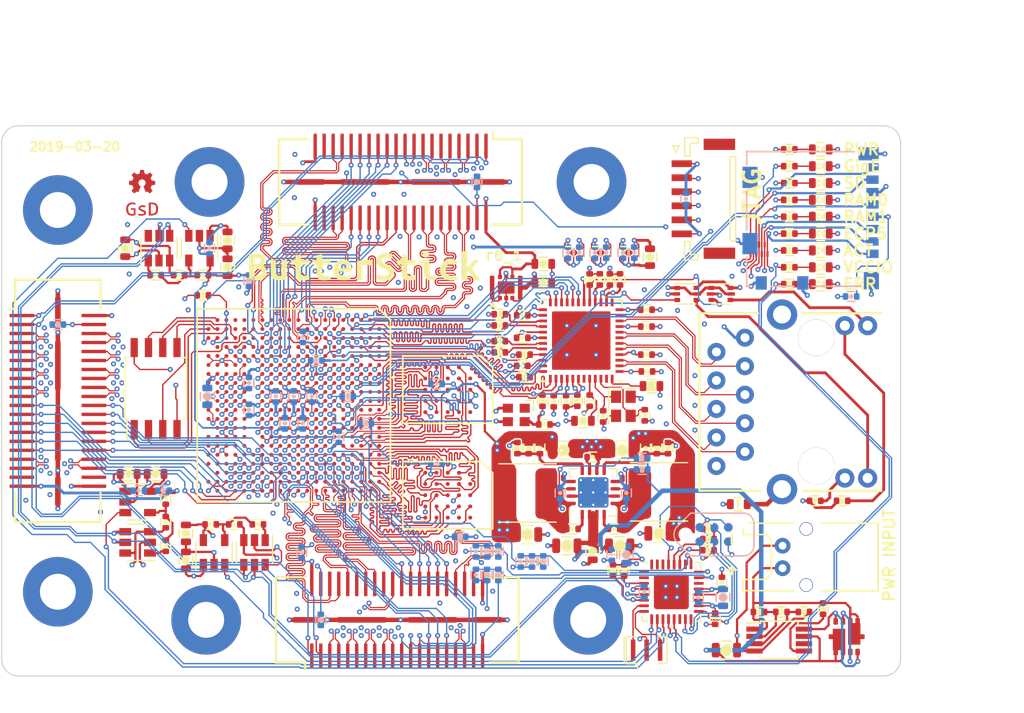
<source format=kicad_pcb>
(kicad_pcb (version 20171130) (host pcbnew 5.1.0-060a0da~80~ubuntu18.04.1)
  (title_block (date "sam. 04 avril 2015"))
  (layers (0 F.Cu signal) (1 In1.Cu power) (2 In2.Cu signal) (3 In3.Cu power) (4 In4.Cu power) (31 B.Cu signal) (34 B.Paste user) (35 F.Paste user) (36 B.SilkS user) (37 F.SilkS user) (38 B.Mask user) (39 F.Mask user) (44 Edge.Cuts user))
  (net 0 "")
  (net 1 GND)
  (net 2 +3V3)
  (net 3 +1V8)
  (net 4 SPI_CONFIG_SS)
  (net 5 SPI_CONFIG_SCK)
  (net 6 SPI_CONFIG_MISO)
  (net 7 SPI_CONFIG_MOSI)
  (net 8 +2V5)
  (net 9 QSPI_D2)
  (net 10 QSPI_D3)
  (net 11 FPGA_RESET)
  (net 12 +1V1)
  (net 13 JTAG_TDI)
  (net 14 JTAG_TCK)
  (net 15 JTAG_TMS)
  (net 16 JTAG_TDO)
  (net 17 +1V2)
  (net 18 "Net-(C36-Pad2)")
  (net 19 "Net-(C37-Pad2)")
  (net 20 "Net-(R19-Pad1)")
  (net 21 ETH_RX_CLK)
  (net 22 ETH_CLK125)
  (net 23 ETH_INT)
  (net 24 ETH_MDIO)
  (net 25 ETH_MDC)
  (net 26 ETH_RXD0)
  (net 27 ETH_RXD1)
  (net 28 ETH_RXD2)
  (net 29 ETH_RXD3)
  (net 30 ETH_TX_CLK)
  (net 31 ETH_TXD3)
  (net 32 ETH_TXD2)
  (net 33 ETH_TXD1)
  (net 34 ETH_TXD0)
  (net 35 HB0_DQ4)
  (net 36 HB0_DQ3)
  (net 37 HB0_DQ2)
  (net 38 HB0_CK#)
  (net 39 HB0_DQ5)
  (net 40 HB0_RESET#)
  (net 41 HB0_DQ1)
  (net 42 HB0_DQ6)
  (net 43 HB0_CS#)
  (net 44 HB0_DQ7)
  (net 45 HB0_DQ0)
  (net 46 HB0_RWDS)
  (net 47 HB0_CK)
  (net 48 HB1_DQ0)
  (net 49 HB1_DQ1)
  (net 50 HB1_DQ6)
  (net 51 HB1_DQ4)
  (net 52 HB1_RESET#)
  (net 53 HB1_RWDS)
  (net 54 HB1_DQ2)
  (net 55 HB1_DQ5)
  (net 56 HB1_DQ3)
  (net 57 HB1_CS#)
  (net 58 HB1_DQ7)
  (net 59 HB1_CK#)
  (net 60 HB1_CK)
  (net 61 +5V)
  (net 62 "Net-(CON1-Pad1)")
  (net 63 "Net-(CON1-Pad14)")
  (net 64 "Net-(CON1-Pad12)")
  (net 65 /sheetEthernet/ETH_A_N)
  (net 66 /sheetEthernet/ETH_B_N)
  (net 67 /sheetEthernet/ETH_C_N)
  (net 68 /sheetEthernet/ETH_D_N)
  (net 69 /sheetEthernet/ETH_A_P)
  (net 70 /sheetEthernet/ETH_B_P)
  (net 71 /sheetEthernet/ETH_C_P)
  (net 72 /sheetEthernet/ETH_D_P)
  (net 73 "Net-(R15-Pad1)")
  (net 74 "Net-(R24-Pad1)")
  (net 75 "Net-(C41-Pad2)")
  (net 76 ETH_RST)
  (net 77 /sheetEthernet/LED2)
  (net 78 /sheetEthernet/LED1)
  (net 79 "Net-(U10-Pad1)")
  (net 80 ETH_RX_CTRL)
  (net 81 ETH_TX_CTRL)
  (net 82 "Net-(CON1-Pad11)")
  (net 83 "Net-(J1-Pad37)")
  (net 84 "Net-(J1-Pad38)")
  (net 85 SD_DAT2)
  (net 86 SD_DAT3)
  (net 87 SD_CMD)
  (net 88 SD_CK)
  (net 89 SD_DAT0)
  (net 90 SD_DAT1)
  (net 91 SD_CD)
  (net 92 "Net-(U3-PadR1)")
  (net 93 "Net-(U3-PadT1)")
  (net 94 "Net-(U3-PadT2)")
  (net 95 "Net-(U3-PadU2)")
  (net 96 "Net-(U3-PadA3)")
  (net 97 "Net-(U3-PadB3)")
  (net 98 "Net-(U3-PadC3)")
  (net 99 "Net-(U3-PadD3)")
  (net 100 "Net-(U3-PadE3)")
  (net 101 PCLKT7_0)
  (net 102 "Net-(U3-PadR3)")
  (net 103 "Net-(U3-PadT3)")
  (net 104 "Net-(U3-PadV3)")
  (net 105 "Net-(U3-PadE4)")
  (net 106 "Net-(U3-PadF4)")
  (net 107 "Net-(U3-PadD5)")
  (net 108 "Net-(U3-PadE5)")
  (net 109 "Net-(U3-PadH5)")
  (net 110 "Net-(U3-PadA8)")
  (net 111 "Net-(U3-PadB8)")
  (net 112 "Net-(U3-PadA9)")
  (net 113 "Net-(U3-PadB9)")
  (net 114 "Net-(U3-PadD9)")
  (net 115 "Net-(U3-PadE9)")
  (net 116 "Net-(U3-PadA10)")
  (net 117 "Net-(U3-PadB10)")
  (net 118 "Net-(U3-PadC10)")
  (net 119 "Net-(U3-PadA11)")
  (net 120 "Net-(U3-PadB11)")
  (net 121 "Net-(U3-PadC11)")
  (net 122 "Net-(U3-PadD12)")
  (net 123 "Net-(U3-PadD15)")
  (net 124 "Net-(U4-PadB5)")
  (net 125 "Net-(U4-PadC5)")
  (net 126 "Net-(U5-PadB5)")
  (net 127 "Net-(U5-PadC5)")
  (net 128 "Net-(U11-Pad47)")
  (net 129 "Net-(U11-Pad43)")
  (net 130 "Net-(U11-Pad13)")
  (net 131 "Net-(X1-Pad1)")
  (net 132 "Net-(U3-PadH3)")
  (net 133 "Net-(U3-PadA4)")
  (net 134 "Net-(U3-PadH4)")
  (net 135 "Net-(U3-PadC5)")
  (net 136 "Net-(U3-PadF5)")
  (net 137 "Net-(R1-Pad2)")
  (net 138 "Net-(R1-Pad1)")
  (net 139 /SyzygyPort0/S27)
  (net 140 /SyzygyPort0/S26)
  (net 141 /SyzygyPort0/S25)
  (net 142 /SyzygyPort0/S24)
  (net 143 /SyzygyPort0/S23)
  (net 144 /SyzygyPort0/S22)
  (net 145 /SyzygyPort0/S21)
  (net 146 /SyzygyPort0/S20)
  (net 147 /SyzygyPort0/S19)
  (net 148 /SyzygyPort0/S18)
  (net 149 /SyzygyPort0/S17)
  (net 150 /SyzygyPort0/S16)
  (net 151 /SyzygyPort0/SyzygyStandard/R_GA)
  (net 152 /SyzygyPort1/sheet5C8A3B42/R_GA)
  (net 153 /SyzygyPort1/S16)
  (net 154 /SyzygyPort1/S17)
  (net 155 /SyzygyPort1/S18)
  (net 156 /SyzygyPort1/S19)
  (net 157 /SyzygyPort1/S20)
  (net 158 /SyzygyPort1/S21)
  (net 159 /SyzygyPort1/S22)
  (net 160 /SyzygyPort1/S23)
  (net 161 /SyzygyPort1/S24)
  (net 162 /SyzygyPort1/S25)
  (net 163 /SyzygyPort1/S26)
  (net 164 /SyzygyPort1/S27)
  (net 165 "Net-(J3-Pad37)")
  (net 166 "Net-(J3-Pad38)")
  (net 167 /SyzygyPort2/sheet5C8EBAFC/R_GA)
  (net 168 /SyzygyPort2/S16)
  (net 169 /SyzygyPort2/S17)
  (net 170 /SyzygyPort2/S18)
  (net 171 /SyzygyPort2/S19)
  (net 172 /SyzygyPort2/S20)
  (net 173 /SyzygyPort2/S21)
  (net 174 /SyzygyPort2/S22)
  (net 175 /SyzygyPort2/S23)
  (net 176 /SyzygyPort2/S24)
  (net 177 /SyzygyPort2/S25)
  (net 178 /SyzygyPort2/S26)
  (net 179 /SyzygyPort2/S27)
  (net 180 "Net-(J5-Pad37)")
  (net 181 "Net-(J5-Pad38)")
  (net 182 "Net-(R6-Pad2)")
  (net 183 "Net-(R16-Pad1)")
  (net 184 "Net-(R18-Pad1)")
  (net 185 "Net-(R18-Pad2)")
  (net 186 /SyzygyPort0/D0_N)
  (net 187 /SyzygyPort0/D0_P)
  (net 188 /SyzygyPort1/D0_P)
  (net 189 /SyzygyPort1/D1_P)
  (net 190 /SyzygyPort1/D0_N)
  (net 191 /SyzygyPort1/D1_N)
  (net 192 /SyzygyPort1/D2_P)
  (net 193 /SyzygyPort1/D3_P)
  (net 194 /SyzygyPort1/D2_N)
  (net 195 /SyzygyPort1/D3_N)
  (net 196 /SyzygyPort1/D4_P)
  (net 197 /SyzygyPort1/D5_P)
  (net 198 /SyzygyPort1/D4_N)
  (net 199 /SyzygyPort1/D5_N)
  (net 200 /SyzygyPort1/D6_P)
  (net 201 /SyzygyPort1/D7_P)
  (net 202 /SyzygyPort1/D6_N)
  (net 203 /SyzygyPort1/D7_N)
  (net 204 /SyzygyPort1/P2C_CLK_P)
  (net 205 /SyzygyPort1/C2P_CLK_P)
  (net 206 /SyzygyPort1/P2C_CLK_N)
  (net 207 /SyzygyPort1/C2P_CLK_N)
  (net 208 /SyzygyPort2/D0_P)
  (net 209 /SyzygyPort2/D1_P)
  (net 210 /SyzygyPort2/D0_N)
  (net 211 /SyzygyPort2/D1_N)
  (net 212 /SyzygyPort2/D2_P)
  (net 213 /SyzygyPort2/D3_P)
  (net 214 /SyzygyPort2/D2_N)
  (net 215 /SyzygyPort2/D3_N)
  (net 216 /SyzygyPort2/D4_P)
  (net 217 /SyzygyPort2/D5_P)
  (net 218 /SyzygyPort2/D4_N)
  (net 219 /SyzygyPort2/D5_N)
  (net 220 /SyzygyPort2/D6_P)
  (net 221 /SyzygyPort2/D7_P)
  (net 222 /SyzygyPort2/D6_N)
  (net 223 /SyzygyPort2/D7_N)
  (net 224 /SyzygyPort2/P2C_CLK_P)
  (net 225 /SyzygyPort2/C2P_CLK_P)
  (net 226 /SyzygyPort2/P2C_CLK_N)
  (net 227 /SyzygyPort2/C2P_CLK_N)
  (net 228 /SyzygyPort0/C2P_CLK_N)
  (net 229 /SyzygyPort0/P2C_CLK_N)
  (net 230 /SyzygyPort0/C2P_CLK_P)
  (net 231 /SyzygyPort0/P2C_CLK_P)
  (net 232 /SyzygyPort0/D7_N)
  (net 233 /SyzygyPort0/D6_N)
  (net 234 /SyzygyPort0/D7_P)
  (net 235 /SyzygyPort0/D6_P)
  (net 236 /SyzygyPort0/D5_N)
  (net 237 /SyzygyPort0/D4_N)
  (net 238 /SyzygyPort0/D5_P)
  (net 239 /SyzygyPort0/D4_P)
  (net 240 /SyzygyPort0/D3_N)
  (net 241 /SyzygyPort0/D2_N)
  (net 242 /SyzygyPort0/D3_P)
  (net 243 /SyzygyPort0/D2_P)
  (net 244 /SyzygyPort0/D1_N)
  (net 245 /SyzygyPort0/D1_P)
  (net 246 /sheetFPGA/PORT0_VCCIO)
  (net 247 /sheetFPGA/PORT1_VCCIO)
  (net 248 /sheetFPGA/PORT2_VCCIO)
  (net 249 "Net-(U19-Pad1)")
  (net 250 "Net-(U19-Pad2)")
  (net 251 "Net-(U19-Pad7)")
  (net 252 "Net-(U19-Pad8)")
  (net 253 "Net-(U19-Pad14)")
  (net 254 "Net-(U19-Pad19)")
  (net 255 "Net-(U19-Pad22)")
  (net 256 "Net-(U19-Pad26)")
  (net 257 "Net-(U19-Pad32)")
  (net 258 /SmartVIO/ADC_0)
  (net 259 /SmartVIO/ADC_1)
  (net 260 /SmartVIO/ADC_2)
  (net 261 /SmartVIO/RXD0)
  (net 262 /SmartVIO/TXD0)
  (net 263 /sheetFPGA/VCCIO6)
  (net 264 /sheetFPGA/VCCIO3)
  (net 265 /sheetFPGA/VCCIO2)
  (net 266 "Net-(U3-PadC12)")
  (net 267 /SmartVIO/VCC)
  (net 268 /SmartVIO/AVCC)
  (net 269 /SmartVIO/PMIC_SCL)
  (net 270 /SmartVIO/PMIC_SDA)
  (net 271 /SmartVIO/SYZYGY_SCL)
  (net 272 /SmartVIO/SYZYGY_SDA)
  (net 273 "Net-(C48-Pad1)")
  (net 274 "Net-(C48-Pad2)")
  (net 275 "Net-(C49-Pad2)")
  (net 276 "Net-(C49-Pad1)")
  (net 277 "Net-(C51-Pad1)")
  (net 278 LED_GigE)
  (net 279 LED_SD)
  (net 280 LED_RAM0)
  (net 281 LED_RAM1)
  (net 282 LED_ECP5)
  (net 283 LED_ACT)
  (net 284 LED_VCCIO)
  (net 285 LED_ERR)
  (net 286 "Net-(C57-Pad2)")
  (net 287 "Net-(C58-Pad1)")
  (net 288 "Net-(C59-Pad1)")
  (net 289 "Net-(C60-Pad2)")
  (net 290 "Net-(D1-PadA)")
  (net 291 "Net-(D2-PadA)")
  (net 292 "Net-(D3-PadA)")
  (net 293 "Net-(D4-PadA)")
  (net 294 "Net-(D5-PadA)")
  (net 295 "Net-(D6-PadA)")
  (net 296 "Net-(D7-PadA)")
  (net 297 "Net-(D8-PadA)")
  (net 298 "Net-(D9-PadA)")
  (net 299 /sheetFPGA/VCCIO7)
  (net 300 /sheetFPGA/VCCIO1)
  (net 301 /sheetFPGA/VCCIO0)
  (net 302 PCLKT1_0)
  (net 303 PCLKC1_1)
  (net 304 PCLKT1_1)
  (net 305 "Net-(U3-PadU1)")
  (net 306 /SyzygyPort2/sheet5C8EBAFC/PMIC_ADR0)
  (net 307 "Net-(C67-Pad1)")
  (net 308 "Net-(J6-Pad1)")
  (net 309 "Net-(R56-Pad1)")
  (net 310 "Net-(R57-Pad1)")
  (net 311 "Net-(R59-Pad2)")
  (net 312 "Net-(U21-Pad6)")
  (net 313 "Net-(U21-Pad8)")
  (net 314 "Net-(U22-Pad2)")
  (net 315 "Net-(C71-Pad1)")
  (net 316 /SyzygyPort0/EN)
  (net 317 /sheetPower/EN1)
  (net 318 /sheetPower/EN2)
  (net 319 /SyzygyPort1/EN)
  (net 320 /SyzygyPort2/EN)
  (net 321 /SmartVIO/RESET)
  (net 322 /SmartVIO/MOSI)
  (net 323 /SmartVIO/MISO)
  (net 324 /SmartVIO/SCK)
  (module LOGO (layer F.Cu) (at 141.859824 93.668925)
    (fp_text reference G*** hide)
    (fp_text value LOGO hide)
  )
  (module OSHW_basic (layer F.Cu) (at 120 86.2)
    (fp_text reference G*** hide)
    (fp_text value LOGO hide)
    (fp_poly (pts (xy 0.034434 -1.070644) (xy 0.067967 -1.070441) (xy 0.094854 -1.070081) (xy 0.115679 -1.069545) (xy 0.131028 -1.068815) (xy 0.141484 -1.067873) (xy 0.147631 -1.0667) (xy 0.14957 -1.065823) (xy 0.151728 -1.062359) (xy 0.154421 -1.054534) (xy 0.157762 -1.041831) (xy 0.161865 -1.023736) (xy 0.166844 -0.999734) (xy 0.172812 -0.969309) (xy 0.179883 -0.931946) (xy 0.18387 -0.910492) (xy 0.191899 -0.867626) (xy 0.198777 -0.832133) (xy 0.204579 -0.803667) (xy 0.20938 -0.781882) (xy 0.213256 -0.766433) (xy 0.216284 -0.756974) (xy 0.218192 -0.753437) (xy 0.223255 -0.750437) (xy 0.23444 -0.745046) (xy 0.250596 -0.737743) (xy 0.270577 -0.729006) (xy 0.293232 -0.719311) (xy 0.317413 -0.709137) (xy 0.34197 -0.698962) (xy 0.365756 -0.689262) (xy 0.387621 -0.680517) (xy 0.406415 -0.673202) (xy 0.420991 -0.667796) (xy 0.430199 -0.664778) (xy 0.432574 -0.664308) (xy 0.436931 -0.666453) (xy 0.446994 -0.672572) (xy 0.46204 -0.682192) (xy 0.48135 -0.69484) (xy 0.504202 -0.710041) (xy 0.529876 -0.727323) (xy 0.557649 -0.746211) (xy 0.566444 -0.752231) (xy 0.594625 -0.771491) (xy 0.620833 -0.789294) (xy 0.644361 -0.805167) (xy 0.664502 -0.81864) (xy 0.68055 -0.82924) (xy 0.691799 -0.836496) (xy 0.697543 -0.839936) (xy 0.698099 -0.840154) (xy 0.702045 -0.837466) (xy 0.710615 -0.829883) (xy 0.723103 -0.818125) (xy 0.738801 -0.802913) (xy 0.757001 -0.784968) (xy 0.776995 -0.765011) (xy 0.798076 -0.743762) (xy 0.819537 -0.721943) (xy 0.840668 -0.700273) (xy 0.860764 -0.679473) (xy 0.879116 -0.660265) (xy 0.895016 -0.643369) (xy 0.907757 -0.629505) (xy 0.916632 -0.619395) (xy 0.920932 -0.613759) (xy 0.921212 -0.612916) (xy 0.918584 -0.608605) (xy 0.912018 -0.598596) (xy 0.902013 -0.583627) (xy 0.889064 -0.564435) (xy 0.873671 -0.541758) (xy 0.856331 -0.516332) (xy 0.837541 -0.488894) (xy 0.834677 -0.484721) (xy 0.815763 -0.456987) (xy 0.798327 -0.431061) (xy 0.782855 -0.407691) (xy 0.769833 -0.387628) (xy 0.759747 -0.371622) (xy 0.753081 -0.360422) (xy 0.750324 -0.35478) (xy 0.750277 -0.354467) (xy 0.751805 -0.348645) (xy 0.756066 -0.336833) (xy 0.762575 -0.320162) (xy 0.770846 -0.299763) (xy 0.780396 -0.276769) (xy 0.790739 -0.25231) (xy 0.801391 -0.22752) (xy 0.811866 -0.203529) (xy 0.821679 -0.181469) (xy 0.830347 -0.162471) (xy 0.837383 -0.147669) (xy 0.842304 -0.138192) (xy 0.844118 -0.135445) (xy 0.847693 -0.13317) (xy 0.854829 -0.13053) (xy 0.866139 -0.127386) (xy 0.882232 -0.123601) (xy 0.903722 -0.119039) (xy 0.931219 -0.113561) (xy 0.965334 -0.10703) (xy 0.996918 -0.10112) (xy 1.037379 -0.09352) (xy 1.070645 -0.087079) (xy 1.097233 -0.081681) (xy 1.117657 -0.077211) (xy 1.132435 -0.073556) (xy 1.142081 -0.070599) (xy 1.147113 -0.068226) (xy 1.147885 -0.067505) (xy 1.149215 -0.0638) (xy 1.150302 -0.05616) (xy 1.151165 -0.044) (xy 1.151823 -0.026735) (xy 1.152293 -0.003782) (xy 1.152594 0.025445) (xy 1.152744 0.061528) (xy 1.152769 0.088391) (xy 1.152737 0.127046) (xy 1.152622 0.158623) (xy 1.152394 0.183862) (xy 1.152024 0.2035) (xy 1.151483 0.218275) (xy 1.150742 0.228927) (xy 1.149772 0.236191) (xy 1.148544 0.240808) (xy 1.147028 0.243515) (xy 1.146629 0.243952) (xy 1.140833 0.248843) (xy 1.138213 0.250093) (xy 1.133978 0.250781) (xy 1.122934 0.25274) (xy 1.105954 0.25581) (xy 1.08391 0.259832) (xy 1.057677 0.264646) (xy 1.028128 0.270094) (xy 0.996838 0.275885) (xy 0.955612 0.283642) (xy 0.921763 0.290266) (xy 0.894946 0.295832) (xy 0.874815 0.300417) (xy 0.861026 0.304097) (xy 0.853234 0.30695) (xy 0.851445 0.308124) (xy 0.848436 0.313325) (xy 0.843095 0.324719) (xy 0.835867 0.341193) (xy 0.827199 0.361634) (xy 0.817539 0.38493) (xy 0.807332 0.409969) (xy 0.797024 0.435639) (xy 0.787064 0.460827) (xy 0.777896 0.48442) (xy 0.769968 0.505307) (xy 0.763726 0.522375) (xy 0.759617 0.534513) (xy 0.758086 0.540606) (xy 0.758085 0.540687) (xy 0.760235 0.545487) (xy 0.76635 0.555935) (xy 0.775934 0.571262) (xy 0.78849 0.590698) (xy 0.803521 0.613476) (xy 0.82053 0.638825) (xy 0.838801 0.665655) (xy 0.857314 0.69275) (xy 0.874414 0.717967) (xy 0.889593 0.740547) (xy 0.902348 0.759729) (xy 0.912171 0.774754) (xy 0.918559 0.784861) (xy 0.921002 0.789276) (xy 0.918645 0.793571) (xy 0.910956 0.802932) (xy 0.898247 0.817025) (xy 0.880834 0.835513) (xy 0.859031 0.858062) (xy 0.833152 0.884336) (xy 0.813356 0.904189) (xy 0.785293 0.932138) (xy 0.762177 0.954975) (xy 0.743486 0.973171) (xy 0.728699 0.987199) (xy 0.717295 0.997529) (xy 0.708752 1.004633) (xy 0.702549 1.008984) (xy 0.698165 1.011053) (xy 0.695078 1.011313) (xy 0.695008 1.011299) (xy 0.689679 1.008695) (xy 0.678758 1.002154) (xy 0.663066 0.99221) (xy 0.643424 0.979394) (xy 0.62065 0.964241) (xy 0.595565 0.947284) (xy 0.576538 0.93426) (xy 0.550366 0.916286) (xy 0.526022 0.899625) (xy 0.504309 0.884826) (xy 0.486032 0.872434) (xy 0.471995 0.862994) (xy 0.463004 0.857053) (xy 0.460102 0.855246) (xy 0.457078 0.854255) (xy 0.452913 0.85445) (xy 0.446778 0.856201) (xy 0.437842 0.859876) (xy 0.425276 0.865845) (xy 0.40825 0.874477) (xy 0.385936 0.886143) (xy 0.360636 0.899546) (xy 0.347626 0.906182) (xy 0.339529 0.909288) (xy 0.33452 0.909294) (xy 0.330772 0.90663) (xy 0.330728 0.906585) (xy 0.328208 0.901935) (xy 0.32306 0.890769) (xy 0.315582 0.873809) (xy 0.306072 0.851778) (xy 0.294829 0.825397) (xy 0.282152 0.795391) (xy 0.268338 0.762481) (xy 0.253687 0.727389) (xy 0.238496 0.690838) (xy 0.223064 0.653551) (xy 0.20769 0.616249) (xy 0.192671 0.579657) (xy 0.178307 0.544495) (xy 0.164895 0.511487) (xy 0.152734 0.481354) (xy 0.142123 0.45482) (xy 0.133359 0.432607) (xy 0.126742 0.415438) (xy 0.122569 0.404034) (xy 0.121139 0.399138) (xy 0.124539 0.392081) (xy 0.134948 0.383227) (xy 0.143608 0.377584) (xy 0.188619 0.346069) (xy 0.227109 0.310716) (xy 0.258915 0.271782) (xy 0.283869 0.229527) (xy 0.301808 0.184209) (xy 0.312567 0.136086) (xy 0.315359 0.108587) (xy 0.314642 0.058353) (xy 0.306583 0.010097) (xy 0.291531 -0.035584) (xy 0.269836 -0.078095) (xy 0.241847 -0.11684) (xy 0.207914 -0.151221) (xy 0.168387 -0.180642) (xy 0.134816 -0.19932) (xy 0.09804 -0.215073) (xy 0.063083 -0.225281) (xy 0.027012 -0.2306) (xy -0.009769 -0.23174) (xy -0.059615 -0.227366) (xy -0.107125 -0.215762) (xy -0.151692 -0.19732) (xy -0.19271 -0.172431) (xy -0.229573 -0.141486) (xy -0.261673 -0.104878) (xy -0.288405 -0.062998) (xy -0.296711 -0.046464) (xy -0.308777 -0.018535) (xy -0.317161 0.006857) (xy -0.322405 0.032291) (xy -0.325047 0.060349) (xy -0.325639 0.091831) (xy -0.325267 0.115171) (xy -0.324232 0.133197) (xy -0.322223 0.148402) (xy -0.31893 0.163281) (xy -0.315036 0.177048) (xy -0.299291 0.220105) (xy -0.278927 0.258768) (xy -0.253213 0.293987) (xy -0.221415 0.326713) (xy -0.182801 0.357897) (xy -0.167177 0.368869) (xy -0.15294 0.378857) (xy -0.141274 0.387637) (xy -0.133636 0.394076) (xy -0.131448 0.396632) (xy -0.132459 0.401252) (xy -0.136161 0.4122) (xy -0.142219 0.428599) (xy -0.150296 0.449572) (xy -0.160055 0.474241) (xy -0.171161 0.50173) (xy -0.179518 0.522086) (xy -0.193998 0.557143) (xy -0.210561 0.597269) (xy -0.228319 0.640305) (xy -0.246379 0.684094) (xy -0.263853 0.726476) (xy -0.279849 0.765293) (xy -0.283708 0.774661) (xy -0.30004 0.813926) (xy -0.313973 0.846607) (xy -0.325441 0.872561) (xy -0.334378 0.89164) (xy -0.340718 0.903701) (xy -0.344396 0.908596) (xy -0.344568 0.908672) (xy -0.350459 0.907652) (xy -0.362082 0.903112) (xy -0.378438 0.895496) (xy -0.398524 0.885252) (xy -0.405826 0.881357) (xy -0.424649 0.871324) (xy -0.441113 0.862757) (xy -0.453973 0.856287) (xy -0.46198 0.852547) (xy -0.463947 0.851877) (xy -0.467846 0.854015) (xy -0.477435 0.860098) (xy -0.491969 0.869632) (xy -0.510708 0.882121) (xy -0.532909 0.897072) (xy -0.557828 0.913989) (xy -0.584152 0.931985) (xy -0.611219 0.950401) (xy -0.636511 0.967326) (xy -0.659249 0.982258) (xy -0.678656 0.994701) (xy -0.693953 1.004152) (xy -0.704362 1.010115) (xy -0.709029 1.012093) (xy -0.714317 1.009227) (xy -0.724895 1.00064) (xy -0.740744 0.986349) (xy -0.761845 0.96637) (xy -0.788182 0.940721) (xy -0.819737 0.909417) (xy -0.823573 0.905582) (xy -0.854778 0.874147) (xy -0.880703 0.847573) (xy -0.901264 0.825951) (xy -0.916376 0.809369) (xy -0.925955 0.797919) (xy -0.929919 0.79169) (xy -0.930031 0.791085) (xy -0.92788 0.786115) (xy -0.921763 0.775509) (xy -0.912177 0.760045) (xy -0.899622 0.740501) (xy -0.884598 0.717654) (xy -0.867603 0.692282) (xy -0.849923 0.666309) (xy -0.829505 0.636295) (xy -0.811454 0.609266) (xy -0.796155 0.585826) (xy -0.783993 0.566582) (xy -0.775352 0.552136) (xy -0.770619 0.543095) (xy -0.769815 0.540513) (xy -0.771264 0.534264) (xy -0.77531 0.521968) (xy -0.781505 0.504746) (xy -0.789401 0.483717) (xy -0.79855 0.460001) (xy -0.808503 0.434718) (xy -0.818812 0.408988) (xy -0.829028 0.38393) (xy -0.838704 0.360665) (xy -0.847389 0.340312) (xy -0.854637 0.323991) (xy -0.859999 0.312821) (xy -0.862902 0.308036) (xy -0.867671 0.305602) (xy -0.87803 0.302427) (xy -0.894356 0.298426) (xy -0.917028 0.293518) (xy -0.946424 0.287618) (xy -0.982922 0.280644) (xy -1.010138 0.275586) (xy -1.047747 0.268606) (xy -1.078379 0.262788) (xy -1.102761 0.257964) (xy -1.121618 0.253968) (xy -1.135675 0.250632) (xy -1.145658 0.24779) (xy -1.152293 0.245274) (xy -1.156305 0.242918) (xy -1.157654 0.241632) (xy -1.15942 0.239026) (xy -1.160856 0.235261) (xy -1.161994 0.229569) (xy -1.162869 0.221179) (xy -1.163515 0.209321) (xy -1.163965 0.193226) (xy -1.164254 0.172124) (xy -1.164415 0.145246) (xy -1.164483 0.111821) (xy -1.164492 0.086283) (xy -1.164428 0.045824) (xy -1.164221 0.01259) (xy -1.163855 -0.014004) (xy -1.163309 -0.034547) (xy -1.162566 -0.049626) (xy -1.161607 -0.05983) (xy -1.160413 -0.065746) (xy -1.159607 -0.06744) (xy -1.155945 -0.069673) (xy -1.147653 -0.072467) (xy -1.134227 -0.075935) (xy -1.115162 -0.080188) (xy -1.089954 -0.085337) (xy -1.058098 -0.091496) (xy -1.019091 -0.098774) (xy -1.014046 -0.099703) (xy -0.981474 -0.105744) (xy -0.950996 -0.111504) (xy -0.92355 -0.116796) (xy -0.900074 -0.121436) (xy -0.881505 -0.125239) (xy -0.86878 -0.128019) (xy -0.862911 -0.129562) (xy -0.859518 -0.13152) (xy -0.855885 -0.135299) (xy -0.851618 -0.141672) (xy -0.846325 -0.151412) (xy -0.839613 -0.165293) (xy -0.831087 -0.184087) (xy -0.820354 -0.208567) (xy -0.807226 -0.239032) (xy -0.795686 -0.266257) (xy -0.785233 -0.291524) (xy -0.776256 -0.313841) (xy -0.769147 -0.332215) (xy -0.764295 -0.345655) (xy -0.762091 -0.353168) (xy -0.762 -0.353986) (xy -0.764265 -0.359917) (xy -0.770911 -0.371817) (xy -0.781717 -0.389337) (xy -0.796461 -0.412131) (xy -0.814922 -0.43985) (xy -0.836876 -0.472148) (xy -0.844752 -0.483608) (xy -0.863574 -0.511131) (xy -0.880974 -0.536957) (xy -0.896447 -0.560306) (xy -0.909488 -0.580402) (xy -0.919593 -0.596466) (xy -0.926256 -0.607719) (xy -0.928974 -0.613383) (xy -0.928997 -0.613507) (xy -0.928723 -0.616663) (xy -0.926741 -0.620996) (xy -0.922573 -0.627032) (xy -0.915741 -0.635298) (xy -0.905766 -0.646322) (xy -0.892169 -0.66063) (xy -0.874471 -0.678749) (xy -0.852194 -0.701206) (xy -0.824859 -0.728528) (xy -0.821132 -0.732243) (xy -0.789304 -0.763769) (xy -0.762732 -0.789677) (xy -0.74133 -0.810047) (xy -0.725007 -0.824962) (xy -0.713675 -0.834505) (xy -0.707246 -0.838758) (xy -0.705927 -0.838966) (xy -0.701497 -0.836315) (xy -0.69137 -0.829716) (xy -0.676277 -0.819663) (xy -0.656953 -0.806651) (xy -0.634129 -0.791172) (xy -0.608539 -0.773722) (xy -0.580914 -0.754793) (xy -0.574689 -0.750515) (xy -0.546742 -0.731402) (xy -0.520662 -0.713761) (xy -0.497181 -0.69807) (xy -0.477028 -0.68481) (xy -0.460937 -0.674462) (xy -0.449637 -0.667505) (xy -0.44386 -0.664419) (xy -0.443397 -0.664307) (xy -0.438246 -0.665738) (xy -0.426954 -0.669755) (xy -0.410596 -0.675946) (xy -0.390249 -0.683898) (xy -0.366989 -0.6932) (xy -0.350632 -0.69985) (xy -0.317571 -0.713385) (xy -0.291012 -0.724298) (xy -0.270221 -0.732923) (xy -0.254468 -0.739595) (xy -0.24302 -0.744651) (xy -0.235143 -0.748424) (xy -0.230107 -0.751249) (xy -0.227177 -0.753463) (xy -0.225623 -0.7554) (xy -0.224711 -0.757395) (xy -0.224679 -0.757476) (xy -0.223541 -0.762317) (xy -0.221174 -0.773804) (xy -0.217774 -0.790899) (xy -0.213539 -0.812567) (xy -0.208664 -0.837768) (xy -0.203347 -0.865466) (xy -0.197785 -0.894622) (xy -0.192175 -0.9242) (xy -0.186713 -0.953161) (xy -0.181597 -0.980468) (xy -0.177024 -1.005084) (xy -0.17319 -1.025971) (xy -0.170292 -1.042092) (xy -0.168528 -1.052408) (xy -0.168065 -1.055775) (xy -0.165582 -1.060348) (xy -0.16189 -1.064567) (xy -0.159523 -1.066154) (xy -0.155419 -1.067447) (xy -0.14884 -1.068475) (xy -0.139047 -1.069267) (xy -0.125302 -1.069852) (xy -0.106868 -1.070259) (xy -0.083005 -1.070518) (xy -0.052976 -1.070657) (xy -0.016043 -1.070706) (xy -0.006329 -1.070708) (xy 0.034434 -1.070644)) (layer F.Cu) (width 0.01))
  )
  (module Gsd_logo (layer F.Cu) (at 120 88.7)
    (fp_text reference G*** hide)
    (fp_text value LOGO hide)
    (fp_poly (pts (xy 0.809625 -0.656049) (xy 0.948894 -0.652824) (xy 1.055352 -0.641742) (xy 1.138164 -0.620435) (xy 1.206496 -0.586535) (xy 1.269512 -0.537672) (xy 1.270237 -0.537018) (xy 1.340037 -0.45732) (xy 1.386054 -0.362298) (xy 1.410458 -0.244688) (xy 1.415419 -0.097228) (xy 1.413931 -0.056017) (xy 1.39408 0.106816) (xy 1.349894 0.237949) (xy 1.279148 0.339287) (xy 1.179619 0.412731) (xy 1.049083 0.460187) (xy 0.885316 0.483556) (xy 0.779803 0.486833) (xy 0.592667 0.486833) (xy 0.592667 0.338667) (xy 0.762 0.338667) (xy 0.884039 0.338667) (xy 0.998972 0.327347) (xy 1.079303 0.299395) (xy 1.160578 0.233792) (xy 1.215228 0.137724) (xy 1.243868 0.009786) (xy 1.248834 -0.087568) (xy 1.23982 -0.236059) (xy 1.21085 -0.349515) (xy 1.159033 -0.431642) (xy 1.081476 -0.486148) (xy 0.975288 -0.516738) (xy 0.908005 -0.524408) (xy 0.762 -0.534855) (xy 0.762 0.338667) (xy 0.592667 0.338667) (xy 0.592667 -0.656167) (xy 0.809625 -0.656049)) (layer F.Cu) (width 0.01))
    (fp_poly (pts (xy 0.162577 -0.408638) (xy 0.231651 -0.397665) (xy 0.269226 -0.38476) (xy 0.285863 -0.363181) (xy 0.292122 -0.326181) (xy 0.292151 -0.325883) (xy 0.298552 -0.260216) (xy 0.140244 -0.270375) (xy 0.023554 -0.274289) (xy -0.058453 -0.267638) (xy -0.112413 -0.249068) (xy -0.144962 -0.217221) (xy -0.1483 -0.211417) (xy -0.159408 -0.158528) (xy -0.131713 -0.111118) (xy -0.063856 -0.06759) (xy -0.005378 -0.043426) (xy 0.120986 0.004376) (xy 0.212326 0.044812) (xy 0.274186 0.082617) (xy 0.312111 0.122522) (xy 0.331646 0.16926) (xy 0.338334 0.227561) (xy 0.338667 0.250217) (xy 0.332061 0.319458) (xy 0.306108 0.369754) (xy 0.275785 0.401589) (xy 0.193201 0.454029) (xy 0.081845 0.489442) (xy -0.047579 0.506087) (xy -0.184364 0.50222) (xy -0.264583 0.489528) (xy -0.310364 0.472303) (xy -0.330277 0.436937) (xy -0.334784 0.40645) (xy -0.341485 0.336834) (xy -0.228951 0.353625) (xy -0.077646 0.369325) (xy 0.038464 0.366191) (xy 0.11832 0.344321) (xy 0.151534 0.318598) (xy 0.179753 0.277874) (xy 0.1905 0.251655) (xy 0.170586 0.212403) (xy 0.114686 0.169922) (xy 0.028559 0.127998) (xy -0.031142 0.106035) (xy -0.115912 0.072019) (xy -0.195079 0.030549) (xy -0.245396 -0.004577) (xy -0.292577 -0.05312) (xy -0.313312 -0.100997) (xy -0.3175 -0.159315) (xy -0.298442 -0.24985) (xy -0.244324 -0.323152) (xy -0.159727 -0.376842) (xy -0.04923 -0.40854) (xy 0.082583 -0.415868) (xy 0.162577 -0.408638)) (layer F.Cu) (width 0.01))
    (fp_poly (pts (xy -0.729586 -0.662399) (xy -0.677333 -0.647505) (xy -0.626418 -0.62313) (xy -0.603622 -0.588205) (xy -0.59668 -0.543282) (xy -0.593267 -0.492195) (xy -0.600915 -0.471095) (xy -0.629252 -0.474961) (xy -0.684652 -0.497417) (xy -0.793084 -0.52487) (xy -0.911313 -0.52619) (xy -1.021487 -0.502134) (xy -1.067329 -0.481194) (xy -1.152001 -0.414193) (xy -1.209167 -0.323118) (xy -1.240724 -0.203739) (xy -1.248833 -0.077437) (xy -1.235812 0.076285) (xy -1.196686 0.196724) (xy -1.131367 0.283993) (xy -1.039764 0.338206) (xy -0.921786 0.359477) (xy -0.902158 0.359833) (xy -0.827591 0.358133) (xy -0.78048 0.347764) (xy -0.754524 0.320825) (xy -0.743421 0.269416) (xy -0.740872 0.185636) (xy -0.740833 0.157542) (xy -0.740833 -0.019054) (xy -0.862541 -0.025402) (xy -0.931356 -0.030401) (xy -0.968596 -0.039801) (xy -0.985008 -0.059004) (xy -0.990947 -0.089958) (xy -0.997645 -0.148167) (xy -0.592666 -0.148167) (xy -0.592666 0.440359) (xy -0.661458 0.46483) (xy -0.746414 0.485276) (xy -0.850823 0.496713) (xy -0.957542 0.498477) (xy -1.049423 0.489902) (xy -1.085247 0.481267) (xy -1.208581 0.422253) (xy -1.302342 0.335079) (xy -1.367447 0.218338) (xy -1.404808 0.070623) (xy -1.413852 -0.024121) (xy -1.40885 -0.20249) (xy -1.373738 -0.351868) (xy -1.307754 -0.47377) (xy -1.210142 -0.569709) (xy -1.111404 -0.627564) (xy -0.992941 -0.664104) (xy -0.859141 -0.676016) (xy -0.729586 -0.662399)) (layer F.Cu) (width 0.01))
  )
  (module pkl_dipol:R_0402 (layer B.Cu) (at 154.7 120 270)
    (fp_text reference R52)
    (fp_text value 2k2)
    (pad 1 smd roundrect (at -0.5 0 270) (size 0.5 0.6) (layers B.Cu B.Paste B.Mask) (net 260 /SmartVIO/ADC_2))
    (pad 2 smd roundrect (at 0.5 0 270) (size 0.5 0.6) (layers B.Cu B.Paste B.Mask) (net 1 GND))
  )
  (module pkl_dipol:R_0402 (layer B.Cu) (at 155.7 120 90)
    (fp_text reference R51)
    (fp_text value 2k2)
    (pad 2 smd roundrect (at 0.5 0 90) (size 0.5 0.6) (layers B.Cu B.Paste B.Mask) (net 260 /SmartVIO/ADC_2))
    (pad 1 smd roundrect (at -0.5 0 90) (size 0.5 0.6) (layers B.Cu B.Paste B.Mask) (net 248 /sheetFPGA/PORT2_VCCIO))
  )
  (module gkl_housings_bga:caBGA_381_17x17 (layer F.Cu) (at 133.5 106.100001 270)
    (fp_text reference U3 (at 0 -13.3 270) (layer F.SilkS) (effects (font (size 0 0))))
    (fp_text value ECP5U25)
    (pad W20 smd circle (at 7.6 6.8) (size 0.35 0.35) (layers F.Cu F.Paste F.Mask))
    (pad V20 smd circle (at 7.6 6) (size 0.35 0.35) (layers F.Cu F.Paste F.Mask) (net 1 GND))
    (pad U20 smd circle (at 7.6 5.2) (size 0.35 0.35) (layers F.Cu F.Paste F.Mask) (net 159 /SyzygyPort1/S22))
    (pad T20 smd circle (at 7.6 4.4) (size 0.35 0.35) (layers F.Cu F.Paste F.Mask) (net 161 /SyzygyPort1/S24))
    (pad R20 smd circle (at 7.6 3.6) (size 0.35 0.35) (layers F.Cu F.Paste F.Mask) (net 198 /SyzygyPort1/D4_N))
    (pad P20 smd circle (at 7.6 2.8) (size 0.35 0.35) (layers F.Cu F.Paste F.Mask) (net 196 /SyzygyPort1/D4_P))
    (pad N20 smd circle (at 7.6 2) (size 0.35 0.35) (layers F.Cu F.Paste F.Mask) (net 202 /SyzygyPort1/D6_N))
    (pad M20 smd circle (at 7.6 1.2) (size 0.35 0.35) (layers F.Cu F.Paste F.Mask) (net 207 /SyzygyPort1/C2P_CLK_N))
    (pad L20 smd circle (at 7.6 0.4) (size 0.35 0.35) (layers F.Cu F.Paste F.Mask) (net 205 /SyzygyPort1/C2P_CLK_P))
    (pad K20 smd circle (at 7.6 -0.4) (size 0.35 0.35) (layers F.Cu F.Paste F.Mask) (net 229 /SyzygyPort0/P2C_CLK_N))
    (pad J20 smd circle (at 7.6 -1.2) (size 0.35 0.35) (layers F.Cu F.Paste F.Mask) (net 231 /SyzygyPort0/P2C_CLK_P))
    (pad H20 smd circle (at 7.6 -2) (size 0.35 0.35) (layers F.Cu F.Paste F.Mask) (net 146 /SyzygyPort0/S20))
    (pad G20 smd circle (at 7.6 -2.8) (size 0.35 0.35) (layers F.Cu F.Paste F.Mask) (net 240 /SyzygyPort0/D3_N))
    (pad F20 smd circle (at 7.6 -3.6) (size 0.35 0.35) (layers F.Cu F.Paste F.Mask) (net 242 /SyzygyPort0/D3_P))
    (pad E20 smd circle (at 7.6 -4.4) (size 0.35 0.35) (layers F.Cu F.Paste F.Mask) (net 238 /SyzygyPort0/D5_P))
    (pad D20 smd circle (at 7.6 -5.2) (size 0.35 0.35) (layers F.Cu F.Paste F.Mask) (net 234 /SyzygyPort0/D7_P))
    (pad C20 smd circle (at 7.6 -6) (size 0.35 0.35) (layers F.Cu F.Paste F.Mask) (net 230 /SyzygyPort0/C2P_CLK_P))
    (pad B20 smd circle (at 7.6 -6.8) (size 0.35 0.35) (layers F.Cu F.Paste F.Mask) (net 52 HB1_RESET#))
    (pad Y19 smd circle (at 6.8 7.6) (size 0.35 0.35) (layers F.Cu F.Paste F.Mask))
    (pad W19 smd circle (at 6.8 6.8) (size 0.35 0.35) (layers F.Cu F.Paste F.Mask) (net 1 GND))
    (pad V19 smd circle (at 6.8 6) (size 0.35 0.35) (layers F.Cu F.Paste F.Mask) (net 1 GND))
    (pad U19 smd circle (at 6.8 5.2) (size 0.35 0.35) (layers F.Cu F.Paste F.Mask) (net 197 /SyzygyPort1/D5_P))
    (pad T19 smd circle (at 6.8 4.4) (size 0.35 0.35) (layers F.Cu F.Paste F.Mask) (net 201 /SyzygyPort1/D7_P))
    (pad R19 smd circle (at 6.8 3.6) (size 0.35 0.35) (layers F.Cu F.Paste F.Mask) (net 1 GND))
    (pad P19 smd circle (at 6.8 2.8) (size 0.35 0.35) (layers F.Cu F.Paste F.Mask) (net 155 /SyzygyPort1/S18))
    (pad N19 smd circle (at 6.8 2) (size 0.35 0.35) (layers F.Cu F.Paste F.Mask) (net 200 /SyzygyPort1/D6_P))
    (pad M19 smd circle (at 6.8 1.2) (size 0.35 0.35) (layers F.Cu F.Paste F.Mask) (net 206 /SyzygyPort1/P2C_CLK_N))
    (pad L19 smd circle (at 6.8 0.4) (size 0.35 0.35) (layers F.Cu F.Paste F.Mask) (net 204 /SyzygyPort1/P2C_CLK_P))
    (pad K19 smd circle (at 6.8 -0.4) (size 0.35 0.35) (layers F.Cu F.Paste F.Mask) (net 244 /SyzygyPort0/D1_N))
    (pad J19 smd circle (at 6.8 -1.2) (size 0.35 0.35) (layers F.Cu F.Paste F.Mask) (net 245 /SyzygyPort0/D1_P))
    (pad H19 smd circle (at 6.8 -2) (size 0.35 0.35) (layers F.Cu F.Paste F.Mask) (net 1 GND))
    (pad G19 smd circle (at 6.8 -2.8) (size 0.35 0.35) (layers F.Cu F.Paste F.Mask) (net 148 /SyzygyPort0/S18))
    (pad F19 smd circle (at 6.8 -3.6) (size 0.35 0.35) (layers F.Cu F.Paste F.Mask) (net 236 /SyzygyPort0/D5_N))
    (pad E19 smd circle (at 6.8 -4.4) (size 0.35 0.35) (layers F.Cu F.Paste F.Mask) (net 232 /SyzygyPort0/D7_N))
    (pad D19 smd circle (at 6.8 -5.2) (size 0.35 0.35) (layers F.Cu F.Paste F.Mask) (net 228 /SyzygyPort0/C2P_CLK_N))
    (pad C19 smd circle (at 6.8 -6) (size 0.35 0.35) (layers F.Cu F.Paste F.Mask) (net 1 GND))
    (pad B19 smd circle (at 6.8 -6.8) (size 0.35 0.35) (layers F.Cu F.Paste F.Mask) (net 56 HB1_DQ3))
    (pad A19 smd circle (at 6.8 -7.6) (size 0.35 0.35) (layers F.Cu F.Paste F.Mask) (net 51 HB1_DQ4))
    (pad W18 smd circle (at 6 6.8) (size 0.35 0.35) (layers F.Cu F.Paste F.Mask))
    (pad V18 smd circle (at 6 6) (size 0.35 0.35) (layers F.Cu F.Paste F.Mask))
    (pad U18 smd circle (at 6 5.2) (size 0.35 0.35) (layers F.Cu F.Paste F.Mask) (net 193 /SyzygyPort1/D3_P))
    (pad T18 smd circle (at 6 4.4) (size 0.35 0.35) (layers F.Cu F.Paste F.Mask) (net 199 /SyzygyPort1/D5_N))
    (pad R18 smd circle (at 6 3.6) (size 0.35 0.35) (layers F.Cu F.Paste F.Mask) (net 203 /SyzygyPort1/D7_N))
    (pad P18 smd circle (at 6 2.8) (size 0.35 0.35) (layers F.Cu F.Paste F.Mask) (net 153 /SyzygyPort1/S16))
    (pad N18 smd circle (at 6 2) (size 0.35 0.35) (layers F.Cu F.Paste F.Mask) (net 163 /SyzygyPort1/S26))
    (pad M18 smd circle (at 6 1.2) (size 0.35 0.35) (layers F.Cu F.Paste F.Mask) (net 160 /SyzygyPort1/S23))
    (pad L18 smd circle (at 6 0.4) (size 0.35 0.35) (layers F.Cu F.Paste F.Mask) (net 157 /SyzygyPort1/S20))
    (pad K18 smd circle (at 6 -0.4) (size 0.35 0.35) (layers F.Cu F.Paste F.Mask) (net 142 /SyzygyPort0/S24))
    (pad J18 smd circle (at 6 -1.2) (size 0.35 0.35) (layers F.Cu F.Paste F.Mask) (net 144 /SyzygyPort0/S22))
    (pad H18 smd circle (at 6 -2) (size 0.35 0.35) (layers F.Cu F.Paste F.Mask) (net 187 /SyzygyPort0/D0_P))
    (pad G18 smd circle (at 6 -2.8) (size 0.35 0.35) (layers F.Cu F.Paste F.Mask) (net 241 /SyzygyPort0/D2_N))
    (pad F18 smd circle (at 6 -3.6) (size 0.35 0.35) (layers F.Cu F.Paste F.Mask) (net 147 /SyzygyPort0/S19))
    (pad E18 smd circle (at 6 -4.4) (size 0.35 0.35) (layers F.Cu F.Paste F.Mask) (net 145 /SyzygyPort0/S21))
    (pad D18 smd circle (at 6 -5.2) (size 0.35 0.35) (layers F.Cu F.Paste F.Mask) (net 239 /SyzygyPort0/D4_P))
    (pad C18 smd circle (at 6 -6) (size 0.35 0.35) (layers F.Cu F.Paste F.Mask) (net 235 /SyzygyPort0/D6_P))
    (pad B18 smd circle (at 6 -6.8) (size 0.35 0.35) (layers F.Cu F.Paste F.Mask) (net 48 HB1_DQ0))
    (pad A18 smd circle (at 6 -7.6) (size 0.35 0.35) (layers F.Cu F.Paste F.Mask) (net 53 HB1_RWDS))
    (pad Y17 smd circle (at 5.2 7.6) (size 0.35 0.35) (layers F.Cu F.Paste F.Mask))
    (pad W17 smd circle (at 5.2 6.8) (size 0.35 0.35) (layers F.Cu F.Paste F.Mask))
    (pad V17 smd circle (at 5.2 6) (size 0.35 0.35) (layers F.Cu F.Paste F.Mask))
    (pad U17 smd circle (at 5.2 5.2) (size 0.35 0.35) (layers F.Cu F.Paste F.Mask) (net 195 /SyzygyPort1/D3_N))
    (pad T17 smd circle (at 5.2 4.4) (size 0.35 0.35) (layers F.Cu F.Paste F.Mask) (net 191 /SyzygyPort1/D1_N))
    (pad R17 smd circle (at 5.2 3.6) (size 0.35 0.35) (layers F.Cu F.Paste F.Mask) (net 162 /SyzygyPort1/S25))
    (pad P17 smd circle (at 5.2 2.8) (size 0.35 0.35) (layers F.Cu F.Paste F.Mask) (net 164 /SyzygyPort1/S27))
    (pad N17 smd circle (at 5.2 2) (size 0.35 0.35) (layers F.Cu F.Paste F.Mask) (net 192 /SyzygyPort1/D2_P))
    (pad M17 smd circle (at 5.2 1.2) (size 0.35 0.35) (layers F.Cu F.Paste F.Mask) (net 190 /SyzygyPort1/D0_N))
    (pad L17 smd circle (at 5.2 0.4) (size 0.35 0.35) (layers F.Cu F.Paste F.Mask) (net 158 /SyzygyPort1/S21))
    (pad K17 smd circle (at 5.2 -0.4) (size 0.35 0.35) (layers F.Cu F.Paste F.Mask))
    (pad J17 smd circle (at 5.2 -1.2) (size 0.35 0.35) (layers F.Cu F.Paste F.Mask) (net 140 /SyzygyPort0/S26))
    (pad H17 smd circle (at 5.2 -2) (size 0.35 0.35) (layers F.Cu F.Paste F.Mask) (net 186 /SyzygyPort0/D0_N))
    (pad G17 smd circle (at 5.2 -2.8) (size 0.35 0.35) (layers F.Cu F.Paste F.Mask) (net 1 GND))
    (pad F17 smd circle (at 5.2 -3.6) (size 0.35 0.35) (layers F.Cu F.Paste F.Mask) (net 243 /SyzygyPort0/D2_P))
    (pad E17 smd circle (at 5.2 -4.4) (size 0.35 0.35) (layers F.Cu F.Paste F.Mask) (net 237 /SyzygyPort0/D4_N))
    (pad D17 smd circle (at 5.2 -5.2) (size 0.35 0.35) (layers F.Cu F.Paste F.Mask) (net 233 /SyzygyPort0/D6_N))
    (pad C17 smd circle (at 5.2 -6) (size 0.35 0.35) (layers F.Cu F.Paste F.Mask) (net 54 HB1_DQ2))
    (pad B17 smd circle (at 5.2 -6.8) (size 0.35 0.35) (layers F.Cu F.Paste F.Mask) (net 55 HB1_DQ5))
    (pad A17 smd circle (at 5.2 -7.6) (size 0.35 0.35) (layers F.Cu F.Paste F.Mask) (net 49 HB1_DQ1))
    (pad Y16 smd circle (at 4.4 7.6) (size 0.35 0.35) (layers F.Cu F.Paste F.Mask))
    (pad W16 smd circle (at 4.4 6.8) (size 0.35 0.35) (layers F.Cu F.Paste F.Mask) (net 1 GND))
    (pad V16 smd circle (at 4.4 6) (size 0.35 0.35) (layers F.Cu F.Paste F.Mask) (net 1 GND))
    (pad U16 smd circle (at 4.4 5.2) (size 0.35 0.35) (layers F.Cu F.Paste F.Mask) (net 189 /SyzygyPort1/D1_P))
    (pad T16 smd circle (at 4.4 4.4) (size 0.35 0.35) (layers F.Cu F.Paste F.Mask))
    (pad R16 smd circle (at 4.4 3.6) (size 0.35 0.35) (layers F.Cu F.Paste F.Mask) (net 156 /SyzygyPort1/S19))
    (pad P16 smd circle (at 4.4 2.8) (size 0.35 0.35) (layers F.Cu F.Paste F.Mask) (net 194 /SyzygyPort1/D2_N))
    (pad N16 smd circle (at 4.4 2) (size 0.35 0.35) (layers F.Cu F.Paste F.Mask) (net 188 /SyzygyPort1/D0_P))
    (pad M16 smd circle (at 4.4 1.2) (size 0.35 0.35) (layers F.Cu F.Paste F.Mask) (net 1 GND))
    (pad L16 smd circle (at 4.4 0.4) (size 0.35 0.35) (layers F.Cu F.Paste F.Mask) (net 154 /SyzygyPort1/S17))
    (pad K16 smd circle (at 4.4 -0.4) (size 0.35 0.35) (layers F.Cu F.Paste F.Mask))
    (pad J16 smd circle (at 4.4 -1.2) (size 0.35 0.35) (layers F.Cu F.Paste F.Mask) (net 139 /SyzygyPort0/S27))
    (pad H16 smd circle (at 4.4 -2) (size 0.35 0.35) (layers F.Cu F.Paste F.Mask) (net 150 /SyzygyPort0/S16))
    (pad G16 smd circle (at 4.4 -2.8) (size 0.35 0.35) (layers F.Cu F.Paste F.Mask) (net 149 /SyzygyPort0/S17))
    (pad F16 smd circle (at 4.4 -3.6) (size 0.35 0.35) (layers F.Cu F.Paste F.Mask) (net 141 /SyzygyPort0/S25))
    (pad E16 smd circle (at 4.4 -4.4) (size 0.35 0.35) (layers F.Cu F.Paste F.Mask) (net 143 /SyzygyPort0/S23))
    (pad D16 smd circle (at 4.4 -5.2) (size 0.35 0.35) (layers F.Cu F.Paste F.Mask) (net 50 HB1_DQ6))
    (pad C16 smd circle (at 4.4 -6) (size 0.35 0.35) (layers F.Cu F.Paste F.Mask) (net 58 HB1_DQ7))
    (pad B16 smd circle (at 4.4 -6.8) (size 0.35 0.35) (layers F.Cu F.Paste F.Mask) (net 60 HB1_CK))
    (pad A16 smd circle (at 4.4 -7.6) (size 0.35 0.35) (layers F.Cu F.Paste F.Mask) (net 59 HB1_CK#))
    (pad Y15 smd circle (at 3.6 7.6) (size 0.35 0.35) (layers F.Cu F.Paste F.Mask))
    (pad W15 smd circle (at 3.6 6.8) (size 0.35 0.35) (layers F.Cu F.Paste F.Mask) (net 1 GND))
    (pad V15 smd circle (at 3.6 6) (size 0.35 0.35) (layers F.Cu F.Paste F.Mask) (net 1 GND))
    (pad U15 smd circle (at 3.6 5.2) (size 0.35 0.35) (layers F.Cu F.Paste F.Mask))
    (pad T15 smd circle (at 3.6 4.4) (size 0.35 0.35) (layers F.Cu F.Paste F.Mask))
    (pad P15 smd circle (at 3.6 2.8) (size 0.35 0.35) (layers F.Cu F.Paste F.Mask) (net 8 +2V5))
    (pad N15 smd circle (at 3.6 2) (size 0.35 0.35) (layers F.Cu F.Paste F.Mask) (net 1 GND))
    (pad M15 smd circle (at 3.6 1.2) (size 0.35 0.35) (layers F.Cu F.Paste F.Mask) (net 264 /sheetFPGA/VCCIO3))
    (pad L15 smd circle (at 3.6 0.4) (size 0.35 0.35) (layers F.Cu F.Paste F.Mask) (net 264 /sheetFPGA/VCCIO3))
    (pad K15 smd circle (at 3.6 -0.4) (size 0.35 0.35) (layers F.Cu F.Paste F.Mask) (net 1 GND))
    (pad J15 smd circle (at 3.6 -1.2) (size 0.35 0.35) (layers F.Cu F.Paste F.Mask) (net 265 /sheetFPGA/VCCIO2))
    (pad H15 smd circle (at 3.6 -2) (size 0.35 0.35) (layers F.Cu F.Paste F.Mask) (net 265 /sheetFPGA/VCCIO2))
    (pad G15 smd circle (at 3.6 -2.8) (size 0.35 0.35) (layers F.Cu F.Paste F.Mask) (net 1 GND))
    (pad F15 smd circle (at 3.6 -3.6) (size 0.35 0.35) (layers F.Cu F.Paste F.Mask) (net 8 +2V5))
    (pad E15 smd circle (at 3.6 -4.4) (size 0.35 0.35) (layers F.Cu F.Paste F.Mask) (net 57 HB1_CS#))
    (pad D15 smd circle (at 3.6 -5.2) (size 0.35 0.35) (layers F.Cu F.Paste F.Mask) (net 123 "Net-(U3-PadD15)"))
    (pad C15 smd circle (at 3.6 -6) (size 0.35 0.35) (layers F.Cu F.Paste F.Mask) (net 47 HB0_CK))
    (pad B15 smd circle (at 3.6 -6.8) (size 0.35 0.35) (layers F.Cu F.Paste F.Mask) (net 38 HB0_CK#))
    (pad A15 smd circle (at 3.6 -7.6) (size 0.35 0.35) (layers F.Cu F.Paste F.Mask))
    (pad Y14 smd circle (at 2.8 7.6) (size 0.35 0.35) (layers F.Cu F.Paste F.Mask))
    (pad W14 smd circle (at 2.8 6.8) (size 0.35 0.35) (layers F.Cu F.Paste F.Mask))
    (pad V14 smd circle (at 2.8 6) (size 0.35 0.35) (layers F.Cu F.Paste F.Mask) (net 1 GND))
    (pad U14 smd circle (at 2.8 5.2) (size 0.35 0.35) (layers F.Cu F.Paste F.Mask) (net 1 GND))
    (pad T14 smd circle (at 2.8 4.4) (size 0.35 0.35) (layers F.Cu F.Paste F.Mask))
    (pad P14 smd circle (at 2.8 2.8) (size 0.35 0.35) (layers F.Cu F.Paste F.Mask) (net 1 GND))
    (pad N14 smd circle (at 2.8 2) (size 0.35 0.35) (layers F.Cu F.Paste F.Mask) (net 1 GND))
    (pad M14 smd circle (at 2.8 1.2) (size 0.35 0.35) (layers F.Cu F.Paste F.Mask) (net 1 GND))
    (pad L14 smd circle (at 2.8 0.4) (size 0.35 0.35) (layers F.Cu F.Paste F.Mask) (net 264 /sheetFPGA/VCCIO3))
    (pad K14 smd circle (at 2.8 -0.4) (size 0.35 0.35) (layers F.Cu F.Paste F.Mask) (net 1 GND))
    (pad J14 smd circle (at 2.8 -1.2) (size 0.35 0.35) (layers F.Cu F.Paste F.Mask) (net 1 GND))
    (pad H14 smd circle (at 2.8 -2) (size 0.35 0.35) (layers F.Cu F.Paste F.Mask) (net 265 /sheetFPGA/VCCIO2))
    (pad G14 smd circle (at 2.8 -2.8) (size 0.35 0.35) (layers F.Cu F.Paste F.Mask) (net 1 GND))
    (pad F14 smd circle (at 2.8 -3.6) (size 0.35 0.35) (layers F.Cu F.Paste F.Mask) (net 1 GND))
    (pad E14 smd circle (at 2.8 -4.4) (size 0.35 0.35) (layers F.Cu F.Paste F.Mask) (net 44 HB0_DQ7))
    (pad D14 smd circle (at 2.8 -5.2) (size 0.35 0.35) (layers F.Cu F.Paste F.Mask) (net 35 HB0_DQ4))
    (pad C14 smd circle (at 2.8 -6) (size 0.35 0.35) (layers F.Cu F.Paste F.Mask) (net 46 HB0_RWDS))
    (pad B14 smd circle (at 2.8 -6.8) (size 0.35 0.35) (layers F.Cu F.Paste F.Mask) (net 1 GND))
    (pad A14 smd circle (at 2.8 -7.6) (size 0.35 0.35) (layers F.Cu F.Paste F.Mask) (net 37 HB0_DQ2))
    (pad W13 smd circle (at 2 6.8) (size 0.35 0.35) (layers F.Cu F.Paste F.Mask))
    (pad V13 smd circle (at 2 6) (size 0.35 0.35) (layers F.Cu F.Paste F.Mask) (net 1 GND))
    (pad U13 smd circle (at 2 5.2) (size 0.35 0.35) (layers F.Cu F.Paste F.Mask) (net 1 GND))
    (pad T13 smd circle (at 2 4.4) (size 0.35 0.35) (layers F.Cu F.Paste F.Mask))
    (pad P13 smd circle (at 2 2.8) (size 0.35 0.35) (layers F.Cu F.Paste F.Mask) (net 1 GND))
    (pad N13 smd circle (at 2 2) (size 0.35 0.35) (layers F.Cu F.Paste F.Mask) (net 12 +1V1))
    (pad M13 smd circle (at 2 1.2) (size 0.35 0.35) (layers F.Cu F.Paste F.Mask) (net 12 +1V1))
    (pad L13 smd circle (at 2 0.4) (size 0.35 0.35) (layers F.Cu F.Paste F.Mask) (net 12 +1V1))
    (pad K13 smd circle (at 2 -0.4) (size 0.35 0.35) (layers F.Cu F.Paste F.Mask) (net 12 +1V1))
    (pad J13 smd circle (at 2 -1.2) (size 0.35 0.35) (layers F.Cu F.Paste F.Mask) (net 12 +1V1))
    (pad H13 smd circle (at 2 -2) (size 0.35 0.35) (layers F.Cu F.Paste F.Mask) (net 12 +1V1))
    (pad G13 smd circle (at 2 -2.8) (size 0.35 0.35) (layers F.Cu F.Paste F.Mask) (net 1 GND))
    (pad F13 smd circle (at 2 -3.6) (size 0.35 0.35) (layers F.Cu F.Paste F.Mask) (net 1 GND))
    (pad E13 smd circle (at 2 -4.4) (size 0.35 0.35) (layers F.Cu F.Paste F.Mask) (net 40 HB0_RESET#))
    (pad D13 smd circle (at 2 -5.2) (size 0.35 0.35) (layers F.Cu F.Paste F.Mask) (net 45 HB0_DQ0))
    (pad C13 smd circle (at 2 -6) (size 0.35 0.35) (layers F.Cu F.Paste F.Mask) (net 42 HB0_DQ6))
    (pad B13 smd circle (at 2 -6.8) (size 0.35 0.35) (layers F.Cu F.Paste F.Mask) (net 41 HB0_DQ1))
    (pad A13 smd circle (at 2 -7.6) (size 0.35 0.35) (layers F.Cu F.Paste F.Mask) (net 39 HB0_DQ5))
    (pad Y12 smd circle (at 1.2 7.6) (size 0.35 0.35) (layers F.Cu F.Paste F.Mask) (net 1 GND))
    (pad W12 smd circle (at 1.2 6.8) (size 0.35 0.35) (layers F.Cu F.Paste F.Mask) (net 1 GND))
    (pad V12 smd circle (at 1.2 6) (size 0.35 0.35) (layers F.Cu F.Paste F.Mask) (net 1 GND))
    (pad U12 smd circle (at 1.2 5.2) (size 0.35 0.35) (layers F.Cu F.Paste F.Mask) (net 1 GND))
    (pad T12 smd circle (at 1.2 4.4) (size 0.35 0.35) (layers F.Cu F.Paste F.Mask))
    (pad P12 smd circle (at 1.2 2.8) (size 0.35 0.35) (layers F.Cu F.Paste F.Mask) (net 1 GND))
    (pad N12 smd circle (at 1.2 2) (size 0.35 0.35) (layers F.Cu F.Paste F.Mask) (net 12 +1V1))
    (pad M12 smd circle (at 1.2 1.2) (size 0.35 0.35) (layers F.Cu F.Paste F.Mask) (net 1 GND))
    (pad L12 smd circle (at 1.2 0.4) (size 0.35 0.35) (layers F.Cu F.Paste F.Mask) (net 1 GND))
    (pad K12 smd circle (at 1.2 -0.4) (size 0.35 0.35) (layers F.Cu F.Paste F.Mask) (net 1 GND))
    (pad J12 smd circle (at 1.2 -1.2) (size 0.35 0.35) (layers F.Cu F.Paste F.Mask) (net 1 GND))
    (pad H12 smd circle (at 1.2 -2) (size 0.35 0.35) (layers F.Cu F.Paste F.Mask) (net 12 +1V1))
    (pad G12 smd circle (at 1.2 -2.8) (size 0.35 0.35) (layers F.Cu F.Paste F.Mask) (net 1 GND))
    (pad F12 smd circle (at 1.2 -3.6) (size 0.35 0.35) (layers F.Cu F.Paste F.Mask) (net 300 /sheetFPGA/VCCIO1))
    (pad E12 smd circle (at 1.2 -4.4) (size 0.35 0.35) (layers F.Cu F.Paste F.Mask) (net 43 HB0_CS#))
    (pad D12 smd circle (at 1.2 -5.2) (size 0.35 0.35) (layers F.Cu F.Paste F.Mask) (net 122 "Net-(U3-PadD12)"))
    (pad C12 smd circle (at 1.2 -6) (size 0.35 0.35) (layers F.Cu F.Paste F.Mask) (net 266 "Net-(U3-PadC12)"))
    (pad B12 smd circle (at 1.2 -6.8) (size 0.35 0.35) (layers F.Cu F.Paste F.Mask) (net 302 PCLKT1_0))
    (pad A12 smd circle (at 1.2 -7.6) (size 0.35 0.35) (layers F.Cu F.Paste F.Mask) (net 36 HB0_DQ3))
    (pad Y11 smd circle (at 0.4 7.6) (size 0.35 0.35) (layers F.Cu F.Paste F.Mask) (net 1 GND))
    (pad W11 smd circle (at 0.4 6.8) (size 0.35 0.35) (layers F.Cu F.Paste F.Mask))
    (pad V11 smd circle (at 0.4 6) (size 0.35 0.35) (layers F.Cu F.Paste F.Mask) (net 1 GND))
    (pad U11 smd circle (at 0.4 5.2) (size 0.35 0.35) (layers F.Cu F.Paste F.Mask) (net 1 GND))
    (pad T11 smd circle (at 0.4 4.4) (size 0.35 0.35) (layers F.Cu F.Paste F.Mask))
    (pad P11 smd circle (at 0.4 2.8) (size 0.35 0.35) (layers F.Cu F.Paste F.Mask) (net 1 GND))
    (pad N11 smd circle (at 0.4 2) (size 0.35 0.35) (layers F.Cu F.Paste F.Mask) (net 12 +1V1))
    (pad M11 smd circle (at 0.4 1.2) (size 0.35 0.35) (layers F.Cu F.Paste F.Mask) (net 1 GND))
    (pad L11 smd circle (at 0.4 0.4) (size 0.35 0.35) (layers F.Cu F.Paste F.Mask) (net 1 GND))
    (pad K11 smd circle (at 0.4 -0.4) (size 0.35 0.35) (layers F.Cu F.Paste F.Mask) (net 1 GND))
    (pad J11 smd circle (at 0.4 -1.2) (size 0.35 0.35) (layers F.Cu F.Paste F.Mask) (net 1 GND))
    (pad H11 smd circle (at 0.4 -2) (size 0.35 0.35) (layers F.Cu F.Paste F.Mask) (net 12 +1V1))
    (pad G11 smd circle (at 0.4 -2.8) (size 0.35 0.35) (layers F.Cu F.Paste F.Mask) (net 1 GND))
    (pad F11 smd circle (at 0.4 -3.6) (size 0.35 0.35) (layers F.Cu F.Paste F.Mask) (net 300 /sheetFPGA/VCCIO1))
    (pad E11 smd circle (at 0.4 -4.4) (size 0.35 0.35) (layers F.Cu F.Paste F.Mask) (net 303 PCLKC1_1))
    (pad D11 smd circle (at 0.4 -5.2) (size 0.35 0.35) (layers F.Cu F.Paste F.Mask) (net 304 PCLKT1_1))
    (pad C11 smd circle (at 0.4 -6) (size 0.35 0.35) (layers F.Cu F.Paste F.Mask) (net 121 "Net-(U3-PadC11)"))
    (pad B11 smd circle (at 0.4 -6.8) (size 0.35 0.35) (layers F.Cu F.Paste F.Mask) (net 120 "Net-(U3-PadB11)"))
    (pad A11 smd circle (at 0.4 -7.6) (size 0.35 0.35) (layers F.Cu F.Paste F.Mask) (net 119 "Net-(U3-PadA11)"))
    (pad W10 smd circle (at -0.4 6.8) (size 0.35 0.35) (layers F.Cu F.Paste F.Mask))
    (pad V10 smd circle (at -0.4 6) (size 0.35 0.35) (layers F.Cu F.Paste F.Mask) (net 1 GND))
    (pad U10 smd circle (at -0.4 5.2) (size 0.35 0.35) (layers F.Cu F.Paste F.Mask) (net 1 GND))
    (pad T10 smd circle (at -0.4 4.4) (size 0.35 0.35) (layers F.Cu F.Paste F.Mask) (net 1 GND))
    (pad P10 smd circle (at -0.4 2.8) (size 0.35 0.35) (layers F.Cu F.Paste F.Mask) (net 2 +3V3))
    (pad N10 smd circle (at -0.4 2) (size 0.35 0.35) (layers F.Cu F.Paste F.Mask) (net 12 +1V1))
    (pad M10 smd circle (at -0.4 1.2) (size 0.35 0.35) (layers F.Cu F.Paste F.Mask) (net 1 GND))
    (pad L10 smd circle (at -0.4 0.4) (size 0.35 0.35) (layers F.Cu F.Paste F.Mask) (net 1 GND))
    (pad K10 smd circle (at -0.4 -0.4) (size 0.35 0.35) (layers F.Cu F.Paste F.Mask) (net 1 GND))
    (pad J10 smd circle (at -0.4 -1.2) (size 0.35 0.35) (layers F.Cu F.Paste F.Mask) (net 1 GND))
    (pad H10 smd circle (at -0.4 -2) (size 0.35 0.35) (layers F.Cu F.Paste F.Mask) (net 12 +1V1))
    (pad G10 smd circle (at -0.4 -2.8) (size 0.35 0.35) (layers F.Cu F.Paste F.Mask) (net 1 GND))
    (pad F10 smd circle (at -0.4 -3.6) (size 0.35 0.35) (layers F.Cu F.Paste F.Mask) (net 301 /sheetFPGA/VCCIO0))
    (pad E10 smd circle (at -0.4 -4.4) (size 0.35 0.35) (layers F.Cu F.Paste F.Mask))
    (pad D10 smd circle (at -0.4 -5.2) (size 0.35 0.35) (layers F.Cu F.Paste F.Mask))
    (pad C10 smd circle (at -0.4 -6) (size 0.35 0.35) (layers F.Cu F.Paste F.Mask) (net 118 "Net-(U3-PadC10)"))
    (pad B10 smd circle (at -0.4 -6.8) (size 0.35 0.35) (layers F.Cu F.Paste F.Mask) (net 117 "Net-(U3-PadB10)"))
    (pad A10 smd circle (at -0.4 -7.6) (size 0.35 0.35) (layers F.Cu F.Paste F.Mask) (net 116 "Net-(U3-PadA10)"))
    (pad W9 smd circle (at -1.2 6.8) (size 0.35 0.35) (layers F.Cu F.Paste F.Mask))
    (pad V9 smd circle (at -1.2 6) (size 0.35 0.35) (layers F.Cu F.Paste F.Mask) (net 1 GND))
    (pad U9 smd circle (at -1.2 5.2) (size 0.35 0.35) (layers F.Cu F.Paste F.Mask) (net 1 GND))
    (pad T9 smd circle (at -1.2 4.4) (size 0.35 0.35) (layers F.Cu F.Paste F.Mask) (net 1 GND))
    (pad P9 smd circle (at -1.2 2.8) (size 0.35 0.35) (layers F.Cu F.Paste F.Mask) (net 2 +3V3))
    (pad N9 smd circle (at -1.2 2) (size 0.35 0.35) (layers F.Cu F.Paste F.Mask) (net 12 +1V1))
    (pad M9 smd circle (at -1.2 1.2) (size 0.35 0.35) (layers F.Cu F.Paste F.Mask) (net 1 GND))
    (pad L9 smd circle (at -1.2 0.4) (size 0.35 0.35) (layers F.Cu F.Paste F.Mask) (net 1 GND))
    (pad K9 smd circle (at -1.2 -0.4) (size 0.35 0.35) (layers F.Cu F.Paste F.Mask) (net 1 GND))
    (pad J9 smd circle (at -1.2 -1.2) (size 0.35 0.35) (layers F.Cu F.Paste F.Mask) (net 1 GND))
    (pad H9 smd circle (at -1.2 -2) (size 0.35 0.35) (layers F.Cu F.Paste F.Mask) (net 12 +1V1))
    (pad G9 smd circle (at -1.2 -2.8) (size 0.35 0.35) (layers F.Cu F.Paste F.Mask) (net 1 GND))
    (pad F9 smd circle (at -1.2 -3.6) (size 0.35 0.35) (layers F.Cu F.Paste F.Mask) (net 301 /sheetFPGA/VCCIO0))
    (pad E9 smd circle (at -1.2 -4.4) (size 0.35 0.35) (layers F.Cu F.Paste F.Mask) (net 115 "Net-(U3-PadE9)"))
    (pad D9 smd circle (at -1.2 -5.2) (size 0.35 0.35) (layers F.Cu F.Paste F.Mask) (net 114 "Net-(U3-PadD9)"))
    (pad C9 smd circle (at -1.2 -6) (size 0.35 0.35) (layers F.Cu F.Paste F.Mask))
    (pad B9 smd circle (at -1.2 -6.8) (size 0.35 0.35) (layers F.Cu F.Paste F.Mask) (net 113 "Net-(U3-PadB9)"))
    (pad A9 smd circle (at -1.2 -7.6) (size 0.35 0.35) (layers F.Cu F.Paste F.Mask) (net 112 "Net-(U3-PadA9)"))
    (pad Y8 smd circle (at -2 7.6) (size 0.35 0.35) (layers F.Cu F.Paste F.Mask) (net 1 GND))
    (pad W8 smd circle (at -2 6.8) (size 0.35 0.35) (layers F.Cu F.Paste F.Mask))
    (pad V8 smd circle (at -2 6) (size 0.35 0.35) (layers F.Cu F.Paste F.Mask) (net 1 GND))
    (pad U8 smd circle (at -2 5.2) (size 0.35 0.35) (layers F.Cu F.Paste F.Mask) (net 1 GND))
    (pad T8 smd circle (at -2 4.4) (size 0.35 0.35) (layers F.Cu F.Paste F.Mask) (net 1 GND))
    (pad P8 smd circle (at -2 2.8) (size 0.35 0.35) (layers F.Cu F.Paste F.Mask) (net 1 GND))
    (pad N8 smd circle (at -2 2) (size 0.35 0.35) (layers F.Cu F.Paste F.Mask) (net 12 +1V1))
    (pad M8 smd circle (at -2 1.2) (size 0.35 0.35) (layers F.Cu F.Paste F.Mask) (net 12 +1V1))
    (pad L8 smd circle (at -2 0.4) (size 0.35 0.35) (layers F.Cu F.Paste F.Mask) (net 12 +1V1))
    (pad K8 smd circle (at -2 -0.4) (size 0.35 0.35) (layers F.Cu F.Paste F.Mask) (net 12 +1V1))
    (pad J8 smd circle (at -2 -1.2) (size 0.35 0.35) (layers F.Cu F.Paste F.Mask) (net 12 +1V1))
    (pad H8 smd circle (at -2 -2) (size 0.35 0.35) (layers F.Cu F.Paste F.Mask) (net 12 +1V1))
    (pad G8 smd circle (at -2 -2.8) (size 0.35 0.35) (layers F.Cu F.Paste F.Mask) (net 1 GND))
    (pad F8 smd circle (at -2 -3.6) (size 0.35 0.35) (layers F.Cu F.Paste F.Mask) (net 1 GND))
    (pad E8 smd circle (at -2 -4.4) (size 0.35 0.35) (layers F.Cu F.Paste F.Mask) (net 279 LED_SD))
    (pad D8 smd circle (at -2 -5.2) (size 0.35 0.35) (layers F.Cu F.Paste F.Mask) (net 280 LED_RAM0))
    (pad C8 smd circle (at -2 -6) (size 0.35 0.35) (layers F.Cu F.Paste F.Mask) (net 281 LED_RAM1))
    (pad B8 smd circle (at -2 -6.8) (size 0.35 0.35) (layers F.Cu F.Paste F.Mask) (net 111 "Net-(U3-PadB8)"))
    (pad A8 smd circle (at -2 -7.6) (size 0.35 0.35) (layers F.Cu F.Paste F.Mask) (net 110 "Net-(U3-PadA8)"))
    (pad Y7 smd circle (at -2.8 7.6) (size 0.35 0.35) (layers F.Cu F.Paste F.Mask) (net 1 GND))
    (pad W7 smd circle (at -2.8 6.8) (size 0.35 0.35) (layers F.Cu F.Paste F.Mask) (net 1 GND))
    (pad V7 smd circle (at -2.8 6) (size 0.35 0.35) (layers F.Cu F.Paste F.Mask) (net 1 GND))
    (pad U7 smd circle (at -2.8 5.2) (size 0.35 0.35) (layers F.Cu F.Paste F.Mask) (net 1 GND))
    (pad T7 smd circle (at -2.8 4.4) (size 0.35 0.35) (layers F.Cu F.Paste F.Mask) (net 1 GND))
    (pad P7 smd circle (at -2.8 2.8) (size 0.35 0.35) (layers F.Cu F.Paste F.Mask) (net 1 GND))
    (pad N7 smd circle (at -2.8 2) (size 0.35 0.35) (layers F.Cu F.Paste F.Mask) (net 1 GND))
    (pad M7 smd circle (at -2.8 1.2) (size 0.35 0.35) (layers F.Cu F.Paste F.Mask) (net 1 GND))
    (pad L7 smd circle (at -2.8 0.4) (size 0.35 0.35) (layers F.Cu F.Paste F.Mask) (net 263 /sheetFPGA/VCCIO6))
    (pad K7 smd circle (at -2.8 -0.4) (size 0.35 0.35) (layers F.Cu F.Paste F.Mask) (net 1 GND))
    (pad J7 smd circle (at -2.8 -1.2) (size 0.35 0.35) (layers F.Cu F.Paste F.Mask) (net 1 GND))
    (pad H7 smd circle (at -2.8 -2) (size 0.35 0.35) (layers F.Cu F.Paste F.Mask) (net 299 /sheetFPGA/VCCIO7))
    (pad G7 smd circle (at -2.8 -2.8) (size 0.35 0.35) (layers F.Cu F.Paste F.Mask) (net 1 GND))
    (pad F7 smd circle (at -2.8 -3.6) (size 0.35 0.35) (layers F.Cu F.Paste F.Mask) (net 1 GND))
    (pad E7 smd circle (at -2.8 -4.4) (size 0.35 0.35) (layers F.Cu F.Paste F.Mask) (net 86 SD_DAT3))
    (pad D7 smd circle (at -2.8 -5.2) (size 0.35 0.35) (layers F.Cu F.Paste F.Mask) (net 85 SD_DAT2))
    (pad C7 smd circle (at -2.8 -6) (size 0.35 0.35) (layers F.Cu F.Paste F.Mask) (net 278 LED_GigE))
    (pad B7 smd circle (at -2.8 -6.8) (size 0.35 0.35) (layers F.Cu F.Paste F.Mask) (net 1 GND))
    (pad A7 smd circle (at -2.8 -7.6) (size 0.35 0.35) (layers F.Cu F.Paste F.Mask) (net 283 LED_ACT))
    (pad Y6 smd circle (at -3.6 7.6) (size 0.35 0.35) (layers F.Cu F.Paste F.Mask) (net 1 GND))
    (pad W6 smd circle (at -3.6 6.8) (size 0.35 0.35) (layers F.Cu F.Paste F.Mask) (net 1 GND))
    (pad V6 smd circle (at -3.6 6) (size 0.35 0.35) (layers F.Cu F.Paste F.Mask) (net 1 GND))
    (pad U6 smd circle (at -3.6 5.2) (size 0.35 0.35) (layers F.Cu F.Paste F.Mask) (net 1 GND))
    (pad T6 smd circle (at -3.6 4.4) (size 0.35 0.35) (layers F.Cu F.Paste F.Mask) (net 1 GND))
    (pad P6 smd circle (at -3.6 2.8) (size 0.35 0.35) (layers F.Cu F.Paste F.Mask) (net 8 +2V5))
    (pad N6 smd circle (at -3.6 2) (size 0.35 0.35) (layers F.Cu F.Paste F.Mask) (net 1 GND))
    (pad M6 smd circle (at -3.6 1.2) (size 0.35 0.35) (layers F.Cu F.Paste F.Mask) (net 263 /sheetFPGA/VCCIO6))
    (pad L6 smd circle (at -3.6 0.4) (size 0.35 0.35) (layers F.Cu F.Paste F.Mask) (net 263 /sheetFPGA/VCCIO6))
    (pad K6 smd circle (at -3.6 -0.4) (size 0.35 0.35) (layers F.Cu F.Paste F.Mask) (net 1 GND))
    (pad J6 smd circle (at -3.6 -1.2) (size 0.35 0.35) (layers F.Cu F.Paste F.Mask) (net 299 /sheetFPGA/VCCIO7))
    (pad H6 smd circle (at -3.6 -2) (size 0.35 0.35) (layers F.Cu F.Paste F.Mask) (net 299 /sheetFPGA/VCCIO7))
    (pad G6 smd circle (at -3.6 -2.8) (size 0.35 0.35) (layers F.Cu F.Paste F.Mask) (net 1 GND))
    (pad F6 smd circle (at -3.6 -3.6) (size 0.35 0.35) (layers F.Cu F.Paste F.Mask) (net 8 +2V5))
    (pad E6 smd circle (at -3.6 -4.4) (size 0.35 0.35) (layers F.Cu F.Paste F.Mask) (net 87 SD_CMD))
    (pad D6 smd circle (at -3.6 -5.2) (size 0.35 0.35) (layers F.Cu F.Paste F.Mask) (net 90 SD_DAT1))
    (pad C6 smd circle (at -3.6 -6) (size 0.35 0.35) (layers F.Cu F.Paste F.Mask) (net 91 SD_CD))
    (pad B6 smd circle (at -3.6 -6.8) (size 0.35 0.35) (layers F.Cu F.Paste F.Mask) (net 89 SD_DAT0))
    (pad A6 smd circle (at -3.6 -7.6) (size 0.35 0.35) (layers F.Cu F.Paste F.Mask) (net 88 SD_CK))
    (pad Y5 smd circle (at -4.4 7.6) (size 0.35 0.35) (layers F.Cu F.Paste F.Mask) (net 1 GND))
    (pad W5 smd circle (at -4.4 6.8) (size 0.35 0.35) (layers F.Cu F.Paste F.Mask))
    (pad V5 smd circle (at -4.4 6) (size 0.35 0.35) (layers F.Cu F.Paste F.Mask) (net 1 GND))
    (pad U5 smd circle (at -4.4 5.2) (size 0.35 0.35) (layers F.Cu F.Paste F.Mask) (net 15 JTAG_TMS))
    (pad T5 smd circle (at -4.4 4.4) (size 0.35 0.35) (layers F.Cu F.Paste F.Mask) (net 14 JTAG_TCK))
    (pad R5 smd circle (at -4.4 3.6) (size 0.35 0.35) (layers F.Cu F.Paste F.Mask) (net 13 JTAG_TDI))
    (pad P5 smd circle (at -4.4 2.8) (size 0.35 0.35) (layers F.Cu F.Paste F.Mask) (net 174 /SyzygyPort2/S22))
    (pad N5 smd circle (at -4.4 2) (size 0.35 0.35) (layers F.Cu F.Paste F.Mask) (net 218 /SyzygyPort2/D4_N))
    (pad M5 smd circle (at -4.4 1.2) (size 0.35 0.35) (layers F.Cu F.Paste F.Mask))
    (pad L5 smd circle (at -4.4 0.4) (size 0.35 0.35) (layers F.Cu F.Paste F.Mask) (net 170 /SyzygyPort2/S18))
    (pad K5 smd circle (at -4.4 -0.4) (size 0.35 0.35) (layers F.Cu F.Paste F.Mask) (net 214 /SyzygyPort2/D2_N))
    (pad J5 smd circle (at -4.4 -1.2) (size 0.35 0.35) (layers F.Cu F.Paste F.Mask) (net 210 /SyzygyPort2/D0_N))
    (pad H5 smd circle (at -4.4 -2) (size 0.35 0.35) (layers F.Cu F.Paste F.Mask) (net 109 "Net-(U3-PadH5)"))
    (pad G5 smd circle (at -4.4 -2.8) (size 0.35 0.35) (layers F.Cu F.Paste F.Mask) (net 80 ETH_RX_CTRL))
    (pad F5 smd circle (at -4.4 -3.6) (size 0.35 0.35) (layers F.Cu F.Paste F.Mask) (net 136 "Net-(U3-PadF5)"))
    (pad E5 smd circle (at -4.4 -4.4) (size 0.35 0.35) (layers F.Cu F.Paste F.Mask) (net 108 "Net-(U3-PadE5)"))
    (pad D5 smd circle (at -4.4 -5.2) (size 0.35 0.35) (layers F.Cu F.Paste F.Mask) (net 107 "Net-(U3-PadD5)"))
    (pad C5 smd circle (at -4.4 -6) (size 0.35 0.35) (layers F.Cu F.Paste F.Mask) (net 135 "Net-(U3-PadC5)"))
    (pad B5 smd circle (at -4.4 -6.8) (size 0.35 0.35) (layers F.Cu F.Paste F.Mask) (net 23 ETH_INT))
    (pad A5 smd circle (at -4.4 -7.6) (size 0.35 0.35) (layers F.Cu F.Paste F.Mask) (net 76 ETH_RST))
    (pad W4 smd circle (at -5.2 6.8) (size 0.35 0.35) (layers F.Cu F.Paste F.Mask))
    (pad V4 smd circle (at -5.2 6) (size 0.35 0.35) (layers F.Cu F.Paste F.Mask) (net 16 JTAG_TDO))
    (pad U4 smd circle (at -5.2 5.2) (size 0.35 0.35) (layers F.Cu F.Paste F.Mask) (net 1 GND))
    (pad T4 smd circle (at -5.2 4.4) (size 0.35 0.35) (layers F.Cu F.Paste F.Mask) (net 2 +3V3))
    (pad R4 smd circle (at -5.2 3.6) (size 0.35 0.35) (layers F.Cu F.Paste F.Mask) (net 1 GND))
    (pad P4 smd circle (at -5.2 2.8) (size 0.35 0.35) (layers F.Cu F.Paste F.Mask) (net 171 /SyzygyPort2/S19))
    (pad N4 smd circle (at -5.2 2) (size 0.35 0.35) (layers F.Cu F.Paste F.Mask) (net 176 /SyzygyPort2/S24))
    (pad M4 smd circle (at -5.2 1.2) (size 0.35 0.35) (layers F.Cu F.Paste F.Mask) (net 216 /SyzygyPort2/D4_P))
    (pad L4 smd circle (at -5.2 0.4) (size 0.35 0.35) (layers F.Cu F.Paste F.Mask) (net 172 /SyzygyPort2/S20))
    (pad K4 smd circle (at -5.2 -0.4) (size 0.35 0.35) (layers F.Cu F.Paste F.Mask) (net 212 /SyzygyPort2/D2_P))
    (pad J4 smd circle (at -5.2 -1.2) (size 0.35 0.35) (layers F.Cu F.Paste F.Mask) (net 208 /SyzygyPort2/D0_P))
    (pad H4 smd circle (at -5.2 -2) (size 0.35 0.35) (layers F.Cu F.Paste F.Mask) (net 134 "Net-(U3-PadH4)"))
    (pad G4 smd circle (at -5.2 -2.8) (size 0.35 0.35) (layers F.Cu F.Paste F.Mask) (net 1 GND))
    (pad F4 smd circle (at -5.2 -3.6) (size 0.35 0.35) (layers F.Cu F.Paste F.Mask) (net 106 "Net-(U3-PadF4)"))
    (pad E4 smd circle (at -5.2 -4.4) (size 0.35 0.35) (layers F.Cu F.Paste F.Mask) (net 105 "Net-(U3-PadE4)"))
    (pad D4 smd circle (at -5.2 -5.2) (size 0.35 0.35) (layers F.Cu F.Paste F.Mask) (net 1 GND))
    (pad C4 smd circle (at -5.2 -6) (size 0.35 0.35) (layers F.Cu F.Paste F.Mask) (net 24 ETH_MDIO))
    (pad B4 smd circle (at -5.2 -6.8) (size 0.35 0.35) (layers F.Cu F.Paste F.Mask) (net 25 ETH_MDC))
    (pad A4 smd circle (at -5.2 -7.6) (size 0.35 0.35) (layers F.Cu F.Paste F.Mask) (net 133 "Net-(U3-PadA4)"))
    (pad Y3 smd circle (at -6 7.6) (size 0.35 0.35) (layers F.Cu F.Paste F.Mask) (net 282 LED_ECP5))
    (pad W3 smd circle (at -6 6.8) (size 0.35 0.35) (layers F.Cu F.Paste F.Mask) (net 11 FPGA_RESET))
    (pad V3 smd circle (at -6 6) (size 0.35 0.35) (layers F.Cu F.Paste F.Mask) (net 104 "Net-(U3-PadV3)"))
    (pad U3 smd circle (at -6 5.2) (size 0.35 0.35) (layers F.Cu F.Paste F.Mask) (net 5 SPI_CONFIG_SCK))
    (pad T3 smd circle (at -6 4.4) (size 0.35 0.35) (layers F.Cu F.Paste F.Mask) (net 103 "Net-(U3-PadT3)"))
    (pad R3 smd circle (at -6 3.6) (size 0.35 0.35) (layers F.Cu F.Paste F.Mask) (net 102 "Net-(U3-PadR3)"))
    (pad P3 smd circle (at -6 2.8) (size 0.35 0.35) (layers F.Cu F.Paste F.Mask) (net 169 /SyzygyPort2/S17))
    (pad N3 smd circle (at -6 2) (size 0.35 0.35) (layers F.Cu F.Paste F.Mask) (net 220 /SyzygyPort2/D6_P))
    (pad M3 smd circle (at -6 1.2) (size 0.35 0.35) (layers F.Cu F.Paste F.Mask) (net 222 /SyzygyPort2/D6_N))
    (pad L3 smd circle (at -6 0.4) (size 0.35 0.35) (layers F.Cu F.Paste F.Mask) (net 175 /SyzygyPort2/S23))
    (pad K3 smd circle (at -6 -0.4) (size 0.35 0.35) (layers F.Cu F.Paste F.Mask) (net 215 /SyzygyPort2/D3_N))
    (pad J3 smd circle (at -6 -1.2) (size 0.35 0.35) (layers F.Cu F.Paste F.Mask) (net 213 /SyzygyPort2/D3_P))
    (pad H3 smd circle (at -6 -2) (size 0.35 0.35) (layers F.Cu F.Paste F.Mask) (net 132 "Net-(U3-PadH3)"))
    (pad G3 smd circle (at -6 -2.8) (size 0.35 0.35) (layers F.Cu F.Paste F.Mask) (net 21 ETH_RX_CLK))
    (pad F3 smd circle (at -6 -3.6) (size 0.35 0.35) (layers F.Cu F.Paste F.Mask) (net 81 ETH_TX_CTRL))
    (pad E3 smd circle (at -6 -4.4) (size 0.35 0.35) (layers F.Cu F.Paste F.Mask) (net 100 "Net-(U3-PadE3)"))
    (pad D3 smd circle (at -6 -5.2) (size 0.35 0.35) (layers F.Cu F.Paste F.Mask) (net 99 "Net-(U3-PadD3)"))
    (pad C3 smd circle (at -6 -6) (size 0.35 0.35) (layers F.Cu F.Paste F.Mask) (net 98 "Net-(U3-PadC3)"))
    (pad B3 smd circle (at -6 -6.8) (size 0.35 0.35) (layers F.Cu F.Paste F.Mask) (net 97 "Net-(U3-PadB3)"))
    (pad A3 smd circle (at -6 -7.6) (size 0.35 0.35) (layers F.Cu F.Paste F.Mask) (net 96 "Net-(U3-PadA3)"))
    (pad Y2 smd circle (at -6.8 7.6) (size 0.35 0.35) (layers F.Cu F.Paste F.Mask) (net 9 QSPI_D2))
    (pad W2 smd circle (at -6.8 6.8) (size 0.35 0.35) (layers F.Cu F.Paste F.Mask) (net 7 SPI_CONFIG_MOSI))
    (pad V2 smd circle (at -6.8 6) (size 0.35 0.35) (layers F.Cu F.Paste F.Mask) (net 6 SPI_CONFIG_MISO))
    (pad U2 smd circle (at -6.8 5.2) (size 0.35 0.35) (layers F.Cu F.Paste F.Mask) (net 95 "Net-(U3-PadU2)"))
    (pad T2 smd circle (at -6.8 4.4) (size 0.35 0.35) (layers F.Cu F.Paste F.Mask) (net 94 "Net-(U3-PadT2)"))
    (pad R2 smd circle (at -6.8 3.6) (size 0.35 0.35) (layers F.Cu F.Paste F.Mask) (net 4 SPI_CONFIG_SS))
    (pad P2 smd circle (at -6.8 2.8) (size 0.35 0.35) (layers F.Cu F.Paste F.Mask) (net 223 /SyzygyPort2/D7_N))
    (pad N2 smd circle (at -6.8 2) (size 0.35 0.35) (layers F.Cu F.Paste F.Mask) (net 217 /SyzygyPort2/D5_P))
    (pad M2 smd circle (at -6.8 1.2) (size 0.35 0.35) (layers F.Cu F.Paste F.Mask) (net 1 GND))
    (pad L2 smd circle (at -6.8 0.4) (size 0.35 0.35) (layers F.Cu F.Paste F.Mask) (net 168 /SyzygyPort2/S16))
    (pad K2 smd circle (at -6.8 -0.4) (size 0.35 0.35) (layers F.Cu F.Paste F.Mask) (net 209 /SyzygyPort2/D1_P))
    (pad J2 smd circle (at -6.8 -1.2) (size 0.35 0.35) (layers F.Cu F.Paste F.Mask) (net 1 GND))
    (pad H2 smd circle (at -6.8 -2) (size 0.35 0.35) (layers F.Cu F.Paste F.Mask) (net 224 /SyzygyPort2/P2C_CLK_P))
    (pad G2 smd circle (at -6.8 -2.8) (size 0.35 0.35) (layers F.Cu F.Paste F.Mask) (net 225 /SyzygyPort2/C2P_CLK_P))
    (pad F2 smd circle (at -6.8 -3.6) (size 0.35 0.35) (layers F.Cu F.Paste F.Mask) (net 101 PCLKT7_0))
    (pad E2 smd circle (at -6.8 -4.4) (size 0.35 0.35) (layers F.Cu F.Paste F.Mask) (net 30 ETH_TX_CLK))
    (pad D2 smd circle (at -6.8 -5.2) (size 0.35 0.35) (layers F.Cu F.Paste F.Mask) (net 32 ETH_TXD2))
    (pad C2 smd circle (at -6.8 -6) (size 0.35 0.35) (layers F.Cu F.Paste F.Mask) (net 26 ETH_RXD0))
    (pad B2 smd circle (at -6.8 -6.8) (size 0.35 0.35) (layers F.Cu F.Paste F.Mask) (net 28 ETH_RXD2))
    (pad A2 smd circle (at -6.8 -7.6) (size 0.35 0.35) (layers F.Cu F.Paste F.Mask) (net 27 ETH_RXD1))
    (pad W1 smd circle (at -7.6 6.8) (size 0.35 0.35) (layers F.Cu F.Paste F.Mask) (net 10 QSPI_D3))
    (pad V1 smd circle (at -7.6 6) (size 0.35 0.35) (layers F.Cu F.Paste F.Mask) (net 11 FPGA_RESET))
    (pad U1 smd circle (at -7.6 5.2) (size 0.35 0.35) (layers F.Cu F.Paste F.Mask) (net 305 "Net-(U3-PadU1)"))
    (pad T1 smd circle (at -7.6 4.4) (size 0.35 0.35) (layers F.Cu F.Paste F.Mask) (net 93 "Net-(U3-PadT1)"))
    (pad R1 smd circle (at -7.6 3.6) (size 0.35 0.35) (layers F.Cu F.Paste F.Mask) (net 92 "Net-(U3-PadR1)"))
    (pad P1 smd circle (at -7.6 2.8) (size 0.35 0.35) (layers F.Cu F.Paste F.Mask) (net 221 /SyzygyPort2/D7_P))
    (pad N1 smd circle (at -7.6 2) (size 0.35 0.35) (layers F.Cu F.Paste F.Mask) (net 178 /SyzygyPort2/S26))
    (pad M1 smd circle (at -7.6 1.2) (size 0.35 0.35) (layers F.Cu F.Paste F.Mask) (net 219 /SyzygyPort2/D5_N))
    (pad L1 smd circle (at -7.6 0.4) (size 0.35 0.35) (layers F.Cu F.Paste F.Mask) (net 179 /SyzygyPort2/S27))
    (pad K1 smd circle (at -7.6 -0.4) (size 0.35 0.35) (layers F.Cu F.Paste F.Mask) (net 177 /SyzygyPort2/S25))
    (pad J1 smd circle (at -7.6 -1.2) (size 0.35 0.35) (layers F.Cu F.Paste F.Mask) (net 211 /SyzygyPort2/D1_N))
    (pad H1 smd circle (at -7.6 -2) (size 0.35 0.35) (layers F.Cu F.Paste F.Mask) (net 173 /SyzygyPort2/S21))
    (pad G1 smd circle (at -7.6 -2.8) (size 0.35 0.35) (layers F.Cu F.Paste F.Mask) (net 226 /SyzygyPort2/P2C_CLK_N))
    (pad F1 smd circle (at -7.6 -3.6) (size 0.35 0.35) (layers F.Cu F.Paste F.Mask) (net 227 /SyzygyPort2/C2P_CLK_N))
    (pad E1 smd circle (at -7.6 -4.4) (size 0.35 0.35) (layers F.Cu F.Paste F.Mask) (net 31 ETH_TXD3))
    (pad D1 smd circle (at -7.6 -5.2) (size 0.35 0.35) (layers F.Cu F.Paste F.Mask) (net 33 ETH_TXD1))
    (pad C1 smd circle (at -7.6 -6) (size 0.35 0.35) (layers F.Cu F.Paste F.Mask) (net 34 ETH_TXD0))
    (pad B1 smd circle (at -7.6 -6.8) (size 0.35 0.35) (layers F.Cu F.Paste F.Mask) (net 29 ETH_RXD3))
  )
  (module pkl_dipol:L_0402 (layer F.Cu) (at 159.83 105.68 270)
    (fp_text reference L1)
    (fp_text value 600R)
    (pad 1 smd roundrect (at -0.5 0 270) (size 0.5 0.6) (layers F.Cu F.Paste F.Mask) (net 75 "Net-(C41-Pad2)"))
    (pad 2 smd roundrect (at 0.5 0 270) (size 0.5 0.6) (layers F.Cu F.Paste F.Mask) (net 17 +1V2))
  )
  (module pkl_dipol:L_0603 (layer F.Cu) (at 173.1 114.9)
    (fp_text reference L3)
    (fp_text value 600R)
    (pad 1 smd roundrect (at -0.75 0) (size 0.6 0.9) (layers F.Cu F.Paste F.Mask) (net 1 GND))
    (pad 2 smd roundrect (at 0.75 0) (size 0.6 0.9) (layers F.Cu F.Paste F.Mask) (net 62 "Net-(CON1-Pad1)"))
  )
  (module pkl_dipol:C_0603 (layer F.Cu) (at 155.7 95.2)
    (fp_text reference C55)
    (fp_text value 10uF)
    (pad 2 smd roundrect (at 0.75 0) (size 0.6 0.9) (layers F.Cu F.Paste F.Mask) (net 1 GND))
    (pad 1 smd roundrect (at -0.75 0) (size 0.6 0.9) (layers F.Cu F.Paste F.Mask) (net 17 +1V2))
  )
  (module pkl_dipol:C_0603 (layer F.Cu) (at 118.5 92.1 90)
    (fp_text reference C14)
    (fp_text value 10uF)
    (pad 2 smd roundrect (at 0.75 0 90) (size 0.6 0.9) (layers F.Cu F.Paste F.Mask) (net 1 GND))
    (pad 1 smd roundrect (at -0.75 0 90) (size 0.6 0.9) (layers F.Cu F.Paste F.Mask) (net 2 +3V3))
  )
  (module pkl_dipol:C_0603 (layer F.Cu) (at 155.7 93.5)
    (fp_text reference C40)
    (fp_text value 4.7uF)
    (pad 2 smd roundrect (at 0.75 0) (size 0.6 0.9) (layers F.Cu F.Paste F.Mask) (net 1 GND))
    (pad 1 smd roundrect (at -0.75 0) (size 0.6 0.9) (layers F.Cu F.Paste F.Mask) (net 61 +5V))
  )
  (module pkl_dipol:C_0603 (layer F.Cu) (at 159.23 107.48)
    (fp_text reference C41)
    (fp_text value 4.7uF)
    (pad 2 smd roundrect (at 0.75 0) (size 0.6 0.9) (layers F.Cu F.Paste F.Mask) (net 75 "Net-(C41-Pad2)"))
    (pad 1 smd roundrect (at -0.75 0) (size 0.6 0.9) (layers F.Cu F.Paste F.Mask) (net 1 GND))
  )
  (module pkl_dipol:C_0603 (layer B.Cu) (at 125.8 105.3 90)
    (fp_text reference C13)
    (fp_text value 10uF)
    (pad 2 smd roundrect (at 0.75 0 90) (size 0.6 0.9) (layers B.Cu B.Paste B.Mask) (net 1 GND))
    (pad 1 smd roundrect (at -0.75 0 90) (size 0.6 0.9) (layers B.Cu B.Paste B.Mask) (net 2 +3V3))
  )
  (module pkl_dipol:C_0603 (layer F.Cu) (at 123.9 119.9 90)
    (fp_text reference C1)
    (fp_text value 4.7uF)
    (pad 2 smd roundrect (at 0.75 0 90) (size 0.6 0.9) (layers F.Cu F.Paste F.Mask) (net 1 GND))
    (pad 1 smd roundrect (at -0.75 0 90) (size 0.6 0.9) (layers F.Cu F.Paste F.Mask) (net 61 +5V))
  )
  (module pkl_dipol:C_0603 (layer F.Cu) (at 123.9 117.5 270)
    (fp_text reference C24)
    (fp_text value 4.7uF)
    (pad 2 smd roundrect (at 0.75 0 270) (size 0.6 0.9) (layers F.Cu F.Paste F.Mask) (net 1 GND))
    (pad 1 smd roundrect (at -0.75 0 270) (size 0.6 0.9) (layers F.Cu F.Paste F.Mask) (net 246 /sheetFPGA/PORT0_VCCIO))
  )
  (module pkl_dipol:C_0603 (layer F.Cu) (at 118.8 112.2)
    (fp_text reference C38)
    (fp_text value 4.7uF)
    (pad 2 smd roundrect (at 0.75 0) (size 0.6 0.9) (layers F.Cu F.Paste F.Mask) (net 1 GND))
    (pad 1 smd roundrect (at -0.75 0) (size 0.6 0.9) (layers F.Cu F.Paste F.Mask) (net 61 +5V))
  )
  (module pkl_dipol:C_0603 (layer F.Cu) (at 121.2 112.2 180)
    (fp_text reference C42)
    (fp_text value 4.7uF)
    (pad 2 smd roundrect (at 0.75 0 180) (size 0.6 0.9) (layers F.Cu F.Paste F.Mask) (net 1 GND))
    (pad 1 smd roundrect (at -0.75 0 180) (size 0.6 0.9) (layers F.Cu F.Paste F.Mask) (net 247 /sheetFPGA/PORT1_VCCIO))
  )
  (module pkl_dipol:C_0603 (layer F.Cu) (at 127.6 91.4 270)
    (fp_text reference C43)
    (fp_text value 4.7uF)
    (pad 2 smd roundrect (at 0.75 0 270) (size 0.6 0.9) (layers F.Cu F.Paste F.Mask) (net 1 GND))
    (pad 1 smd roundrect (at -0.75 0 270) (size 0.6 0.9) (layers F.Cu F.Paste F.Mask) (net 61 +5V))
  )
  (module pkl_dipol:C_0603 (layer F.Cu) (at 127.6 93.8 90)
    (fp_text reference C45)
    (fp_text value 4.7uF)
    (pad 2 smd roundrect (at 0.75 0 90) (size 0.6 0.9) (layers F.Cu F.Paste F.Mask) (net 1 GND))
    (pad 1 smd roundrect (at -0.75 0 90) (size 0.6 0.9) (layers F.Cu F.Paste F.Mask) (net 248 /sheetFPGA/PORT2_VCCIO))
  )
  (module pkl_dipol:C_0603 (layer B.Cu) (at 163.1 119.4 270)
    (fp_text reference C12)
    (fp_text value 4u7)
    (pad 2 smd roundrect (at 0.75 0 270) (size 0.6 0.9) (layers B.Cu B.Paste B.Mask) (net 1 GND))
    (pad 1 smd roundrect (at -0.75 0 270) (size 0.6 0.9) (layers B.Cu B.Paste B.Mask) (net 267 /SmartVIO/VCC))
  )
  (module pkl_dipol:C_0603 (layer B.Cu) (at 171.7 123.2 90)
    (fp_text reference C47)
    (fp_text value 4u7)
    (pad 2 smd roundrect (at 0.75 0 90) (size 0.6 0.9) (layers B.Cu B.Paste B.Mask) (net 1 GND))
    (pad 1 smd roundrect (at -0.75 0 90) (size 0.6 0.9) (layers B.Cu B.Paste B.Mask) (net 268 /SmartVIO/AVCC))
  )
  (module pkl_dipol:R_0603 (layer F.Cu) (at 165.33 104.38)
    (fp_text reference R19)
    (fp_text value 12.1K)
    (pad 2 smd roundrect (at 0.75 0) (size 0.6 0.9) (layers F.Cu F.Paste F.Mask) (net 1 GND))
    (pad 1 smd roundrect (at -0.75 0) (size 0.6 0.9) (layers F.Cu F.Paste F.Mask) (net 20 "Net-(R19-Pad1)"))
  )
  (module pkl_dipol:R_0402 (layer F.Cu) (at 151.83 101.38)
    (fp_text reference R9)
    (fp_text value 1k5)
    (pad 2 smd roundrect (at 0.5 0) (size 0.5 0.6) (layers F.Cu F.Paste F.Mask) (net 26 ETH_RXD0))
    (pad 1 smd roundrect (at -0.5 0) (size 0.5 0.6) (layers F.Cu F.Paste F.Mask) (net 3 +1V8))
  )
  (module pkl_dipol:R_0402 (layer F.Cu) (at 125.4 96.3)
    (fp_text reference R4)
    (fp_text value 10k)
    (pad 2 smd roundrect (at 0.5 0) (size 0.5 0.6) (layers F.Cu F.Paste F.Mask) (net 11 FPGA_RESET))
    (pad 1 smd roundrect (at -0.5 0) (size 0.5 0.6) (layers F.Cu F.Paste F.Mask) (net 2 +3V3))
  )
  (module pkl_dipol:R_0402 (layer F.Cu) (at 155.63 105.68 90)
    (fp_text reference R7)
    (fp_text value 1k5)
    (pad 2 smd roundrect (at 0.5 0 90) (size 0.5 0.6) (layers F.Cu F.Paste F.Mask) (net 23 ETH_INT))
    (pad 1 smd roundrect (at -0.5 0 90) (size 0.5 0.6) (layers F.Cu F.Paste F.Mask) (net 3 +1V8))
  )
  (module pkl_dipol:R_0402 (layer F.Cu) (at 158.73 105.68 270)
    (fp_text reference R8)
    (fp_text value 1k5)
    (pad 2 smd roundrect (at 0.5 0 270) (size 0.5 0.6) (layers F.Cu F.Paste F.Mask) (net 1 GND))
    (pad 1 smd roundrect (at -0.5 0 270) (size 0.5 0.6) (layers F.Cu F.Paste F.Mask) (net 22 ETH_CLK125))
  )
  (module pkl_dipol:R_0402 (layer F.Cu) (at 154.03 103.58 180)
    (fp_text reference R10)
    (fp_text value 1k5)
    (pad 2 smd roundrect (at 0.5 0 180) (size 0.5 0.6) (layers F.Cu F.Paste F.Mask) (net 1 GND))
    (pad 1 smd roundrect (at -0.5 0 180) (size 0.5 0.6) (layers F.Cu F.Paste F.Mask) (net 21 ETH_RX_CLK))
  )
  (module pkl_dipol:R_0402 (layer F.Cu) (at 151.83 100.38)
    (fp_text reference R11)
    (fp_text value 1k5)
    (pad 2 smd roundrect (at 0.5 0) (size 0.5 0.6) (layers F.Cu F.Paste F.Mask) (net 27 ETH_RXD1))
    (pad 1 smd roundrect (at -0.5 0) (size 0.5 0.6) (layers F.Cu F.Paste F.Mask) (net 3 +1V8))
  )
  (module pkl_dipol:R_0402 (layer F.Cu) (at 154.03 101.58 180)
    (fp_text reference R12)
    (fp_text value 1k5)
    (pad 2 smd roundrect (at 0.5 0 180) (size 0.5 0.6) (layers F.Cu F.Paste F.Mask) (net 1 GND))
    (pad 1 smd roundrect (at -0.5 0 180) (size 0.5 0.6) (layers F.Cu F.Paste F.Mask) (net 80 ETH_RX_CTRL))
  )
  (module pkl_dipol:R_0402 (layer F.Cu) (at 151.83 98.98)
    (fp_text reference R13)
    (fp_text value 1k5)
    (pad 2 smd roundrect (at 0.5 0) (size 0.5 0.6) (layers F.Cu F.Paste F.Mask) (net 28 ETH_RXD2))
    (pad 1 smd roundrect (at -0.5 0) (size 0.5 0.6) (layers F.Cu F.Paste F.Mask) (net 3 +1V8))
  )
  (module pkl_dipol:R_0402 (layer F.Cu) (at 151.83 97.98)
    (fp_text reference R14)
    (fp_text value 1k5)
    (pad 2 smd roundrect (at 0.5 0) (size 0.5 0.6) (layers F.Cu F.Paste F.Mask) (net 29 ETH_RXD3))
    (pad 1 smd roundrect (at -0.5 0) (size 0.5 0.6) (layers F.Cu F.Paste F.Mask) (net 3 +1V8))
  )
  (module pkl_dipol:R_0402 (layer F.Cu) (at 159.83 94.88 90)
    (fp_text reference R15)
    (fp_text value 1k5)
    (pad 2 smd roundrect (at 0.5 0 90) (size 0.5 0.6) (layers F.Cu F.Paste F.Mask) (net 1 GND))
    (pad 1 smd roundrect (at -0.5 0 90) (size 0.5 0.6) (layers F.Cu F.Paste F.Mask) (net 73 "Net-(R15-Pad1)"))
  )
  (module pkl_dipol:R_0402 (layer F.Cu) (at 161.63 94.88 90)
    (fp_text reference R24)
    (fp_text value 1k5)
    (pad 2 smd roundrect (at 0.5 0 90) (size 0.5 0.6) (layers F.Cu F.Paste F.Mask) (net 1 GND))
    (pad 1 smd roundrect (at -0.5 0 90) (size 0.5 0.6) (layers F.Cu F.Paste F.Mask) (net 74 "Net-(R24-Pad1)"))
  )
  (module pkl_dipol:R_0402 (layer F.Cu) (at 182.3 114.6)
    (fp_text reference R20)
    (fp_text value 220R)
    (pad 2 smd roundrect (at 0.5 0) (size 0.5 0.6) (layers F.Cu F.Paste F.Mask) (net 64 "Net-(CON1-Pad12)"))
    (pad 1 smd roundrect (at -0.5 0) (size 0.5 0.6) (layers F.Cu F.Paste F.Mask) (net 2 +3V3))
  )
  (module pkl_dipol:R_0402 (layer F.Cu) (at 179.9 114.6 180)
    (fp_text reference R21)
    (fp_text value 220R)
    (pad 2 smd roundrect (at 0.5 0 180) (size 0.5 0.6) (layers F.Cu F.Paste F.Mask) (net 2 +3V3))
    (pad 1 smd roundrect (at -0.5 0 180) (size 0.5 0.6) (layers F.Cu F.Paste F.Mask) (net 63 "Net-(CON1-Pad14)"))
  )
  (module pkl_dipol:C_0402 (layer B.Cu) (at 162.8 92.5 270)
    (fp_text reference C3)
    (fp_text value 1uF)
    (pad 2 smd roundrect (at 0.5 0 270) (size 0.5 0.6) (layers B.Cu B.Paste B.Mask) (net 1 GND))
    (pad 1 smd roundrect (at -0.5 0 270) (size 0.5 0.6) (layers B.Cu B.Paste B.Mask) (net 8 +2V5))
  )
  (module pkl_dipol:C_0402 (layer B.Cu) (at 160.3 92.5 270)
    (fp_text reference C4)
    (fp_text value 1uF)
    (pad 2 smd roundrect (at 0.5 0 270) (size 0.5 0.6) (layers B.Cu B.Paste B.Mask) (net 1 GND))
    (pad 1 smd roundrect (at -0.5 0 270) (size 0.5 0.6) (layers B.Cu B.Paste B.Mask) (net 3 +1V8))
  )
  (module pkl_dipol:C_0402 (layer B.Cu) (at 157.9 92.5 270)
    (fp_text reference C5)
    (fp_text value 1uF)
    (pad 2 smd roundrect (at 0.5 0 270) (size 0.5 0.6) (layers B.Cu B.Paste B.Mask) (net 1 GND))
    (pad 1 smd roundrect (at -0.5 0 270) (size 0.5 0.6) (layers B.Cu B.Paste B.Mask) (net 12 +1V1))
  )
  (module pkl_dipol:C_0402 (layer F.Cu) (at 155.8 107.8)
    (fp_text reference C16)
    (fp_text value 100nF)
    (pad 2 smd roundrect (at 0.5 0) (size 0.5 0.6) (layers F.Cu F.Paste F.Mask) (net 1 GND))
    (pad 1 smd roundrect (at -0.5 0) (size 0.5 0.6) (layers F.Cu F.Paste F.Mask) (net 3 +1V8))
  )
  (module pkl_dipol:C_0402 (layer B.Cu) (at 158.9 92.5 270)
    (fp_text reference C22)
    (fp_text value 100nF)
    (pad 2 smd roundrect (at 0.5 0 270) (size 0.5 0.6) (layers B.Cu B.Paste B.Mask) (net 1 GND))
    (pad 1 smd roundrect (at -0.5 0 270) (size 0.5 0.6) (layers B.Cu B.Paste B.Mask) (net 2 +3V3))
  )
  (module pkl_dipol:C_0402 (layer B.Cu) (at 168.4 87.7 270)
    (fp_text reference C23)
    (fp_text value 100nF)
    (pad 2 smd roundrect (at 0.5 0 270) (size 0.5 0.6) (layers B.Cu B.Paste B.Mask) (net 1 GND))
    (pad 1 smd roundrect (at -0.5 0 270) (size 0.5 0.6) (layers B.Cu B.Paste B.Mask) (net 2 +3V3))
  )
  (module pkl_dipol:C_0402 (layer F.Cu) (at 164.88 97.58)
    (fp_text reference C25)
    (fp_text value 100n)
    (pad 2 smd roundrect (at 0.5 0) (size 0.5 0.6) (layers F.Cu F.Paste F.Mask) (net 1 GND))
    (pad 1 smd roundrect (at -0.5 0) (size 0.5 0.6) (layers F.Cu F.Paste F.Mask) (net 2 +3V3))
  )
  (module pkl_dipol:C_0402 (layer F.Cu) (at 153.83 100.08 180)
    (fp_text reference C26)
    (fp_text value 100n)
    (pad 2 smd roundrect (at 0.5 0 180) (size 0.5 0.6) (layers F.Cu F.Paste F.Mask) (net 1 GND))
    (pad 1 smd roundrect (at -0.5 0 180) (size 0.5 0.6) (layers F.Cu F.Paste F.Mask) (net 17 +1V2))
  )
  (module pkl_dipol:C_0402 (layer F.Cu) (at 156.63 105.73 270)
    (fp_text reference C27)
    (fp_text value 100n)
    (pad 2 smd roundrect (at 0.5 0 270) (size 0.5 0.6) (layers F.Cu F.Paste F.Mask) (net 1 GND))
    (pad 1 smd roundrect (at -0.5 0 270) (size 0.5 0.6) (layers F.Cu F.Paste F.Mask) (net 17 +1V2))
  )
  (module pkl_dipol:C_0402 (layer F.Cu) (at 164.93 103.08)
    (fp_text reference C28)
    (fp_text value 100n)
    (pad 2 smd roundrect (at 0.5 0) (size 0.5 0.6) (layers F.Cu F.Paste F.Mask) (net 1 GND))
    (pad 1 smd roundrect (at -0.5 0) (size 0.5 0.6) (layers F.Cu F.Paste F.Mask) (net 2 +3V3))
  )
  (module pkl_dipol:C_0402 (layer F.Cu) (at 164.88 99.08)
    (fp_text reference C29)
    (fp_text value 100n)
    (pad 2 smd roundrect (at 0.5 0) (size 0.5 0.6) (layers F.Cu F.Paste F.Mask) (net 1 GND))
    (pad 1 smd roundrect (at -0.5 0) (size 0.5 0.6) (layers F.Cu F.Paste F.Mask) (net 17 +1V2))
  )
  (module pkl_dipol:C_0402 (layer F.Cu) (at 153.83 102.58 180)
    (fp_text reference C30)
    (fp_text value 100n)
    (pad 2 smd roundrect (at 0.5 0 180) (size 0.5 0.6) (layers F.Cu F.Paste F.Mask) (net 1 GND))
    (pad 1 smd roundrect (at -0.5 0 180) (size 0.5 0.6) (layers F.Cu F.Paste F.Mask) (net 3 +1V8))
  )
  (module pkl_dipol:C_0402 (layer F.Cu) (at 153.830001 98.08 180)
    (fp_text reference C31)
    (fp_text value 100n)
    (pad 2 smd roundrect (at 0.5 0 180) (size 0.5 0.6) (layers F.Cu F.Paste F.Mask) (net 1 GND))
    (pad 1 smd roundrect (at -0.5 0 180) (size 0.5 0.6) (layers F.Cu F.Paste F.Mask) (net 17 +1V2))
  )
  (module pkl_dipol:C_0402 (layer F.Cu) (at 157.73 105.730001 270)
    (fp_text reference C32)
    (fp_text value 100n)
    (pad 2 smd roundrect (at 0.5 0 270) (size 0.5 0.6) (layers F.Cu F.Paste F.Mask) (net 1 GND))
    (pad 1 smd roundrect (at -0.5 0 270) (size 0.5 0.6) (layers F.Cu F.Paste F.Mask) (net 3 +1V8))
  )
  (module pkl_dipol:C_0402 (layer F.Cu) (at 164.88 101.58)
    (fp_text reference C33)
    (fp_text value 100n)
    (pad 2 smd roundrect (at 0.5 0) (size 0.5 0.6) (layers F.Cu F.Paste F.Mask) (net 1 GND))
    (pad 1 smd roundrect (at -0.5 0) (size 0.5 0.6) (layers F.Cu F.Paste F.Mask) (net 17 +1V2))
  )
  (module pkl_dipol:C_0402 (layer F.Cu) (at 160.73 94.88 90)
    (fp_text reference C34)
    (fp_text value 100n)
    (pad 2 smd roundrect (at 0.5 0 90) (size 0.5 0.6) (layers F.Cu F.Paste F.Mask) (net 1 GND))
    (pad 1 smd roundrect (at -0.5 0 90) (size 0.5 0.6) (layers F.Cu F.Paste F.Mask) (net 3 +1V8))
  )
  (module pkl_dipol:C_0402 (layer F.Cu) (at 162.53 94.88 90)
    (fp_text reference C35)
    (fp_text value 100n)
    (pad 2 smd roundrect (at 0.5 0 90) (size 0.5 0.6) (layers F.Cu F.Paste F.Mask) (net 1 GND))
    (pad 1 smd roundrect (at -0.5 0 90) (size 0.5 0.6) (layers F.Cu F.Paste F.Mask) (net 17 +1V2))
  )
  (module pkl_dipol:C_0402 (layer F.Cu) (at 161.03 107.08 90)
    (fp_text reference C36)
    (fp_text value 22pF)
    (pad 2 smd roundrect (at 0.5 0 90) (size 0.5 0.6) (layers F.Cu F.Paste F.Mask) (net 18 "Net-(C36-Pad2)"))
    (pad 1 smd roundrect (at -0.5 0 90) (size 0.5 0.6) (layers F.Cu F.Paste F.Mask) (net 1 GND))
  )
  (module pkl_dipol:C_0402 (layer F.Cu) (at 164.73 106.98 90)
    (fp_text reference C37)
    (fp_text value 22pF)
    (pad 2 smd roundrect (at 0.5 0 90) (size 0.5 0.6) (layers F.Cu F.Paste F.Mask) (net 19 "Net-(C37-Pad2)"))
    (pad 1 smd roundrect (at -0.5 0 90) (size 0.5 0.6) (layers F.Cu F.Paste F.Mask) (net 1 GND))
  )
  (module pkl_dipol:C_0402 (layer B.Cu) (at 132.7 107.7 90)
    (fp_text reference C6)
    (fp_text value 100nF)
    (pad 2 smd roundrect (at 0.5 0 90) (size 0.5 0.6) (layers B.Cu B.Paste B.Mask) (net 1 GND))
    (pad 1 smd roundrect (at -0.5 0 90) (size 0.5 0.6) (layers B.Cu B.Paste B.Mask) (net 12 +1V1))
  )
  (module pkl_dipol:C_0402 (layer B.Cu) (at 134.3 107.7 90)
    (fp_text reference C7)
    (fp_text value 100nF)
    (pad 2 smd roundrect (at 0.5 0 90) (size 0.5 0.6) (layers B.Cu B.Paste B.Mask) (net 1 GND))
    (pad 1 smd roundrect (at -0.5 0 90) (size 0.5 0.6) (layers B.Cu B.Paste B.Mask) (net 12 +1V1))
  )
  (module pkl_dipol:C_0402 (layer B.Cu) (at 135.1 105.3 270)
    (fp_text reference C8)
    (fp_text value 100nF)
    (pad 2 smd roundrect (at 0.5 0 270) (size 0.5 0.6) (layers B.Cu B.Paste B.Mask) (net 1 GND))
    (pad 1 smd roundrect (at -0.5 0 270) (size 0.5 0.6) (layers B.Cu B.Paste B.Mask) (net 12 +1V1))
  )
  (module pkl_dipol:C_0402 (layer B.Cu) (at 131.9 105.3 270)
    (fp_text reference C9)
    (fp_text value 100nF)
    (pad 2 smd roundrect (at 0.5 0 270) (size 0.5 0.6) (layers B.Cu B.Paste B.Mask) (net 1 GND))
    (pad 1 smd roundrect (at -0.5 0 270) (size 0.5 0.6) (layers B.Cu B.Paste B.Mask) (net 12 +1V1))
  )
  (module pkl_dipol:C_0402 (layer B.Cu) (at 133.5 105.3 270)
    (fp_text reference C10)
    (fp_text value 100nF)
    (pad 2 smd roundrect (at 0.5 0 270) (size 0.5 0.6) (layers B.Cu B.Paste B.Mask) (net 1 GND))
    (pad 1 smd roundrect (at -0.5 0 270) (size 0.5 0.6) (layers B.Cu B.Paste B.Mask) (net 12 +1V1))
  )
  (module pkl_dipol:C_0402 (layer B.Cu) (at 146.2 104.2)
    (fp_text reference C15)
    (fp_text value 100nF)
    (pad 2 smd roundrect (at 0.5 0) (size 0.5 0.6) (layers B.Cu B.Paste B.Mask) (net 1 GND))
    (pad 1 smd roundrect (at -0.5 0) (size 0.5 0.6) (layers B.Cu B.Paste B.Mask) (net 3 +1V8))
  )
  (module pkl_dipol:C_0402 (layer B.Cu) (at 146.2 111.3)
    (fp_text reference C17)
    (fp_text value 100nF)
    (pad 2 smd roundrect (at 0.5 0) (size 0.5 0.6) (layers B.Cu B.Paste B.Mask) (net 1 GND))
    (pad 1 smd roundrect (at -0.5 0) (size 0.5 0.6) (layers B.Cu B.Paste B.Mask) (net 3 +1V8))
  )
  (module pkl_dipol:C_0402 (layer B.Cu) (at 129.5 104.1 270)
    (fp_text reference C18)
    (fp_text value 100nF)
    (pad 2 smd roundrect (at 0.5 0 270) (size 0.5 0.6) (layers B.Cu B.Paste B.Mask) (net 1 GND))
    (pad 1 smd roundrect (at -0.5 0 270) (size 0.5 0.6) (layers B.Cu B.Paste B.Mask) (net 8 +2V5))
  )
  (module pkl_dipol:C_0402 (layer B.Cu) (at 137.5 108.9 90)
    (fp_text reference C19)
    (fp_text value 100nF)
    (pad 2 smd roundrect (at 0.5 0 90) (size 0.5 0.6) (layers B.Cu B.Paste B.Mask) (net 1 GND))
    (pad 1 smd roundrect (at -0.5 0 90) (size 0.5 0.6) (layers B.Cu B.Paste B.Mask) (net 8 +2V5))
  )
  (module pkl_dipol:C_0402 (layer B.Cu) (at 134.3 100 90)
    (fp_text reference C20)
    (fp_text value 100nF)
    (pad 2 smd roundrect (at 0.5 0 90) (size 0.5 0.6) (layers B.Cu B.Paste B.Mask) (net 1 GND))
    (pad 1 smd roundrect (at -0.5 0 90) (size 0.5 0.6) (layers B.Cu B.Paste B.Mask) (net 8 +2V5))
  )
  (module pkl_dipol:C_0402 (layer B.Cu) (at 129.5 106.5 270)
    (fp_text reference C21)
    (fp_text value 100nF)
    (pad 2 smd roundrect (at 0.5 0 270) (size 0.5 0.6) (layers B.Cu B.Paste B.Mask) (net 1 GND))
    (pad 1 smd roundrect (at -0.5 0 270) (size 0.5 0.6) (layers B.Cu B.Paste B.Mask) (net 2 +3V3))
  )
  (module pkl_dipol:C_0402 (layer B.Cu) (at 134.2 119.2 90)
    (fp_text reference C2)
    (fp_text value 100n)
    (pad 2 smd roundrect (at 0.5 0 90) (size 0.5 0.6) (layers B.Cu B.Paste B.Mask) (net 1 GND))
    (pad 1 smd roundrect (at -0.5 0 90) (size 0.5 0.6) (layers B.Cu B.Paste B.Mask) (net 61 +5V))
  )
  (module pkl_dipol:C_0402 (layer F.Cu) (at 130.3 116.7)
    (fp_text reference R1)
    (fp_text value R)
    (pad 2 smd roundrect (at 0.5 0) (size 0.5 0.6) (layers F.Cu F.Paste F.Mask) (net 137 "Net-(R1-Pad2)"))
    (pad 1 smd roundrect (at -0.5 0) (size 0.5 0.6) (layers F.Cu F.Paste F.Mask) (net 138 "Net-(R1-Pad1)"))
  )
  (module pkl_dipol:C_0402 (layer F.Cu) (at 126.1 116.7 180)
    (fp_text reference R2)
    (fp_text value R)
    (pad 2 smd roundrect (at 0.5 0 180) (size 0.5 0.6) (layers F.Cu F.Paste F.Mask) (net 246 /sheetFPGA/PORT0_VCCIO))
    (pad 1 smd roundrect (at -0.5 0 180) (size 0.5 0.6) (layers F.Cu F.Paste F.Mask) (net 138 "Net-(R1-Pad1)"))
  )
  (module pkl_dipol:C_0402 (layer F.Cu) (at 128.2 116.7 180)
    (fp_text reference R5)
    (fp_text value R)
    (pad 2 smd roundrect (at 0.5 0 180) (size 0.5 0.6) (layers F.Cu F.Paste F.Mask) (net 138 "Net-(R1-Pad1)"))
    (pad 1 smd roundrect (at -0.5 0 180) (size 0.5 0.6) (layers F.Cu F.Paste F.Mask) (net 1 GND))
  )
  (module pkl_dipol:C_0402 (layer B.Cu) (at 119.7 113.7)
    (fp_text reference C39)
    (fp_text value 100n)
    (pad 2 smd roundrect (at 0.5 0) (size 0.5 0.6) (layers B.Cu B.Paste B.Mask) (net 1 GND))
    (pad 1 smd roundrect (at -0.5 0) (size 0.5 0.6) (layers B.Cu B.Paste B.Mask) (net 61 +5V))
  )
  (module pkl_dipol:C_0402 (layer B.Cu) (at 126 92.1 270)
    (fp_text reference C44)
    (fp_text value 100n)
    (pad 2 smd roundrect (at 0.5 0 270) (size 0.5 0.6) (layers B.Cu B.Paste B.Mask) (net 1 GND))
    (pad 1 smd roundrect (at -0.5 0 270) (size 0.5 0.6) (layers B.Cu B.Paste B.Mask) (net 61 +5V))
  )
  (module pkl_dipol:C_0402 (layer F.Cu) (at 122.1 118.6 270)
    (fp_text reference R6)
    (fp_text value R)
    (pad 2 smd roundrect (at 0.5 0 270) (size 0.5 0.6) (layers F.Cu F.Paste F.Mask) (net 182 "Net-(R6-Pad2)"))
    (pad 1 smd roundrect (at -0.5 0 270) (size 0.5 0.6) (layers F.Cu F.Paste F.Mask) (net 183 "Net-(R16-Pad1)"))
  )
  (module pkl_dipol:C_0402 (layer F.Cu) (at 122.1 114.4 90)
    (fp_text reference R16)
    (fp_text value R)
    (pad 2 smd roundrect (at 0.5 0 90) (size 0.5 0.6) (layers F.Cu F.Paste F.Mask) (net 247 /sheetFPGA/PORT1_VCCIO))
    (pad 1 smd roundrect (at -0.5 0 90) (size 0.5 0.6) (layers F.Cu F.Paste F.Mask) (net 183 "Net-(R16-Pad1)"))
  )
  (module pkl_dipol:C_0402 (layer F.Cu) (at 122.1 116.5 90)
    (fp_text reference R17)
    (fp_text value R)
    (pad 2 smd roundrect (at 0.5 0 90) (size 0.5 0.6) (layers F.Cu F.Paste F.Mask) (net 183 "Net-(R16-Pad1)"))
    (pad 1 smd roundrect (at -0.5 0 90) (size 0.5 0.6) (layers F.Cu F.Paste F.Mask) (net 1 GND))
  )
  (module pkl_dipol:C_0402 (layer F.Cu) (at 121.2 94.5 180)
    (fp_text reference R18)
    (fp_text value R)
    (pad 2 smd roundrect (at 0.5 0 180) (size 0.5 0.6) (layers F.Cu F.Paste F.Mask) (net 185 "Net-(R18-Pad2)"))
    (pad 1 smd roundrect (at -0.5 0 180) (size 0.5 0.6) (layers F.Cu F.Paste F.Mask) (net 184 "Net-(R18-Pad1)"))
  )
  (module pkl_dipol:C_0402 (layer F.Cu) (at 125.4 94.5)
    (fp_text reference R22)
    (fp_text value R)
    (pad 2 smd roundrect (at 0.5 0) (size 0.5 0.6) (layers F.Cu F.Paste F.Mask) (net 248 /sheetFPGA/PORT2_VCCIO))
    (pad 1 smd roundrect (at -0.5 0) (size 0.5 0.6) (layers F.Cu F.Paste F.Mask) (net 184 "Net-(R18-Pad1)"))
  )
  (module pkl_dipol:C_0402 (layer F.Cu) (at 123.3 94.5)
    (fp_text reference R23)
    (fp_text value R)
    (pad 2 smd roundrect (at 0.5 0) (size 0.5 0.6) (layers F.Cu F.Paste F.Mask) (net 184 "Net-(R18-Pad1)"))
    (pad 1 smd roundrect (at -0.5 0) (size 0.5 0.6) (layers F.Cu F.Paste F.Mask) (net 1 GND))
  )
  (module pkl_dipol:C_0402 (layer B.Cu) (at 164.7 122.7 270)
    (fp_text reference C46)
    (fp_text value 100n)
    (pad 2 smd roundrect (at 0.5 0 270) (size 0.5 0.6) (layers B.Cu B.Paste B.Mask) (net 1 GND))
    (pad 1 smd roundrect (at -0.5 0 270) (size 0.5 0.6) (layers B.Cu B.Paste B.Mask) (net 267 /SmartVIO/VCC))
  )
  (module pkl_dipol:C_0402 (layer B.Cu) (at 169.5 123.2 90)
    (fp_text reference C50)
    (fp_text value 100n)
    (pad 2 smd roundrect (at 0.5 0 90) (size 0.5 0.6) (layers B.Cu B.Paste B.Mask) (net 1 GND))
    (pad 1 smd roundrect (at -0.5 0 90) (size 0.5 0.6) (layers B.Cu B.Paste B.Mask) (net 268 /SmartVIO/AVCC))
  )
  (module Package_SO:SOIJ-8_5.3x5.3mm_P1.27mm (layer F.Cu) (at 121.2 104.6 90)
    (fp_text reference U6 (at 0 -3.68 90) (layer F.SilkS) (effects (font (size 0 0))))
    (fp_text value MX25R1635)
    (pad 1 smd rect (at -3.65 -1.905 90) (size 1.7 0.65) (layers F.Cu F.Paste F.Mask) (net 4 SPI_CONFIG_SS))
    (pad 2 smd rect (at -3.65 -0.635 90) (size 1.7 0.65) (layers F.Cu F.Paste F.Mask) (net 6 SPI_CONFIG_MISO))
    (pad 3 smd rect (at -3.65 0.635 90) (size 1.7 0.65) (layers F.Cu F.Paste F.Mask) (net 9 QSPI_D2))
    (pad 4 smd rect (at -3.65 1.905 90) (size 1.7 0.65) (layers F.Cu F.Paste F.Mask) (net 1 GND))
    (pad 5 smd rect (at 3.65 1.905 90) (size 1.7 0.65) (layers F.Cu F.Paste F.Mask) (net 7 SPI_CONFIG_MOSI))
    (pad 6 smd rect (at 3.65 0.635 90) (size 1.7 0.65) (layers F.Cu F.Paste F.Mask) (net 5 SPI_CONFIG_SCK))
    (pad 7 smd rect (at 3.65 -0.635 90) (size 1.7 0.65) (layers F.Cu F.Paste F.Mask) (net 10 QSPI_D3))
    (pad 8 smd rect (at 3.65 -1.905 90) (size 1.7 0.65) (layers F.Cu F.Paste F.Mask) (net 2 +3V3))
  )
  (module gkl_conn:SYZYGY_standard_carrier (layer F.Cu) (at 112.5 105.7 270)
    (fp_text reference J3 (at 0.4 -1.2 270) (layer F.SilkS) (effects (font (size 0 0))))
    (fp_text value SYZYGY-STD)
    (pad "" thru_hole circle (at 17 0 270) (size 6.2 6.2) (drill 3.2) (layers *.Cu *.Mask))
    (pad "" thru_hole circle (at -17 0 270) (size 6.2 6.2) (drill 3.2) (layers *.Cu *.Mask))
    (pad "" np_thru_hole circle (at -10.07 -2.67 270) (size 0.95 0.95) (drill 0.95) (layers *.Cu *.Mask))
    (pad "" np_thru_hole circle (at 10.08 -2.66 270) (size 0.95 0.95) (drill 0.95) (layers *.Cu *.Mask))
    (pad 40 smd roundrect (at 7.6 -3.2 270) (size 0.3 2.2) (layers F.Cu F.Paste F.Mask) (roundrect_rratio 0.2) (net 2 +3V3))
    (pad 39 smd roundrect (at 7.6 3.2 270) (size 0.3 2.2) (layers F.Cu F.Paste F.Mask) (roundrect_rratio 0.2) (net 247 /sheetFPGA/PORT1_VCCIO))
    (pad 38 smd roundrect (at 6.8 -3.2 270) (size 0.3 2.2) (layers F.Cu F.Paste F.Mask) (roundrect_rratio 0.2) (net 166 "Net-(J3-Pad38)"))
    (pad 37 smd roundrect (at 6.8 3.2 270) (size 0.3 2.2) (layers F.Cu F.Paste F.Mask) (roundrect_rratio 0.2) (net 165 "Net-(J3-Pad37)"))
    (pad 36 smd roundrect (at 6 -3.2 270) (size 0.3 2.2) (layers F.Cu F.Paste F.Mask) (roundrect_rratio 0.2) (net 207 /SyzygyPort1/C2P_CLK_N))
    (pad 35 smd roundrect (at 6 3.2 270) (size 0.3 2.2) (layers F.Cu F.Paste F.Mask) (roundrect_rratio 0.2) (net 206 /SyzygyPort1/P2C_CLK_N))
    (pad 34 smd roundrect (at 5.2 -3.2 270) (size 0.3 2.2) (layers F.Cu F.Paste F.Mask) (roundrect_rratio 0.2) (net 205 /SyzygyPort1/C2P_CLK_P))
    (pad 33 smd roundrect (at 5.2 3.2 270) (size 0.3 2.2) (layers F.Cu F.Paste F.Mask) (roundrect_rratio 0.2) (net 204 /SyzygyPort1/P2C_CLK_P))
    (pad 32 smd roundrect (at 4.4 -3.2 270) (size 0.3 2.2) (layers F.Cu F.Paste F.Mask) (roundrect_rratio 0.2) (net 164 /SyzygyPort1/S27))
    (pad 31 smd roundrect (at 4.4 3.2 270) (size 0.3 2.2) (layers F.Cu F.Paste F.Mask) (roundrect_rratio 0.2) (net 163 /SyzygyPort1/S26))
    (pad 30 smd roundrect (at 3.6 -3.2 270) (size 0.3 2.2) (layers F.Cu F.Paste F.Mask) (roundrect_rratio 0.2) (net 162 /SyzygyPort1/S25))
    (pad 29 smd roundrect (at 3.6 3.2 270) (size 0.3 2.2) (layers F.Cu F.Paste F.Mask) (roundrect_rratio 0.2) (net 161 /SyzygyPort1/S24))
    (pad 28 smd roundrect (at 2.8 -3.2 270) (size 0.3 2.2) (layers F.Cu F.Paste F.Mask) (roundrect_rratio 0.2) (net 160 /SyzygyPort1/S23))
    (pad 27 smd roundrect (at 2.8 3.2 270) (size 0.3 2.2) (layers F.Cu F.Paste F.Mask) (roundrect_rratio 0.2) (net 159 /SyzygyPort1/S22))
    (pad 26 smd roundrect (at 2 -3.2 270) (size 0.3 2.2) (layers F.Cu F.Paste F.Mask) (roundrect_rratio 0.2) (net 158 /SyzygyPort1/S21))
    (pad 25 smd roundrect (at 2 3.2 270) (size 0.3 2.2) (layers F.Cu F.Paste F.Mask) (roundrect_rratio 0.2) (net 157 /SyzygyPort1/S20))
    (pad 24 smd roundrect (at 1.2 -3.2 270) (size 0.3 2.2) (layers F.Cu F.Paste F.Mask) (roundrect_rratio 0.2) (net 156 /SyzygyPort1/S19))
    (pad 23 smd roundrect (at 1.2 3.2 270) (size 0.3 2.2) (layers F.Cu F.Paste F.Mask) (roundrect_rratio 0.2) (net 155 /SyzygyPort1/S18))
    (pad 22 smd roundrect (at 0.4 -3.2 270) (size 0.3 2.2) (layers F.Cu F.Paste F.Mask) (roundrect_rratio 0.2) (net 154 /SyzygyPort1/S17))
    (pad 21 smd roundrect (at 0.4 3.2 270) (size 0.3 2.2) (layers F.Cu F.Paste F.Mask) (roundrect_rratio 0.2) (net 153 /SyzygyPort1/S16))
    (pad 20 smd roundrect (at -0.4 -3.2 270) (size 0.3 2.2) (layers F.Cu F.Paste F.Mask) (roundrect_rratio 0.2) (net 203 /SyzygyPort1/D7_N))
    (pad 19 smd roundrect (at -0.4 3.2 270) (size 0.3 2.2) (layers F.Cu F.Paste F.Mask) (roundrect_rratio 0.2) (net 202 /SyzygyPort1/D6_N))
    (pad 18 smd roundrect (at -1.2 -3.2 270) (size 0.3 2.2) (layers F.Cu F.Paste F.Mask) (roundrect_rratio 0.2) (net 201 /SyzygyPort1/D7_P))
    (pad 17 smd roundrect (at -1.2 3.2 270) (size 0.3 2.2) (layers F.Cu F.Paste F.Mask) (roundrect_rratio 0.2) (net 200 /SyzygyPort1/D6_P))
    (pad 16 smd roundrect (at -2 -3.2 270) (size 0.3 2.2) (layers F.Cu F.Paste F.Mask) (roundrect_rratio 0.2) (net 199 /SyzygyPort1/D5_N))
    (pad 15 smd roundrect (at -2 3.2 270) (size 0.3 2.2) (layers F.Cu F.Paste F.Mask) (roundrect_rratio 0.2) (net 198 /SyzygyPort1/D4_N))
    (pad 14 smd roundrect (at -2.8 -3.2 270) (size 0.3 2.2) (layers F.Cu F.Paste F.Mask) (roundrect_rratio 0.2) (net 197 /SyzygyPort1/D5_P))
    (pad 13 smd roundrect (at -2.8 3.2 270) (size 0.3 2.2) (layers F.Cu F.Paste F.Mask) (roundrect_rratio 0.2) (net 196 /SyzygyPort1/D4_P))
    (pad 12 smd roundrect (at -3.6 -3.2 270) (size 0.3 2.2) (layers F.Cu F.Paste F.Mask) (roundrect_rratio 0.2) (net 195 /SyzygyPort1/D3_N))
    (pad 11 smd roundrect (at -3.6 3.2 270) (size 0.3 2.2) (layers F.Cu F.Paste F.Mask) (roundrect_rratio 0.2) (net 194 /SyzygyPort1/D2_N))
    (pad 10 smd roundrect (at -4.4 -3.2 270) (size 0.3 2.2) (layers F.Cu F.Paste F.Mask) (roundrect_rratio 0.2) (net 193 /SyzygyPort1/D3_P))
    (pad 9 smd roundrect (at -4.4 3.2 270) (size 0.3 2.2) (layers F.Cu F.Paste F.Mask) (roundrect_rratio 0.2) (net 192 /SyzygyPort1/D2_P))
    (pad 8 smd roundrect (at -5.2 -3.2 270) (size 0.3 2.2) (layers F.Cu F.Paste F.Mask) (roundrect_rratio 0.2) (net 191 /SyzygyPort1/D1_N))
    (pad 7 smd roundrect (at -5.2 3.2 270) (size 0.3 2.2) (layers F.Cu F.Paste F.Mask) (roundrect_rratio 0.2) (net 190 /SyzygyPort1/D0_N))
    (pad 6 smd roundrect (at -6 -3.2 270) (size 0.3 2.2) (layers F.Cu F.Paste F.Mask) (roundrect_rratio 0.2) (net 189 /SyzygyPort1/D1_P))
    (pad 5 smd roundrect (at -6 3.2 270) (size 0.3 2.2) (layers F.Cu F.Paste F.Mask) (roundrect_rratio 0.2) (net 188 /SyzygyPort1/D0_P))
    (pad 4 smd roundrect (at -6.8 -3.2 270) (size 0.3 2.2) (layers F.Cu F.Paste F.Mask) (roundrect_rratio 0.2) (net 152 /SyzygyPort1/sheet5C8A3B42/R_GA))
    (pad 3 smd roundrect (at -6.8 3.2 270) (size 0.3 2.2) (layers F.Cu F.Paste F.Mask) (roundrect_rratio 0.2) (net 272 /SmartVIO/SYZYGY_SDA))
    (pad 2 smd roundrect (at -7.6 -3.2 270) (size 0.3 2.2) (layers F.Cu F.Paste F.Mask) (roundrect_rratio 0.2) (net 61 +5V))
    (pad 1 smd roundrect (at -7.6 3.2 270) (size 0.3 2.2) (layers F.Cu F.Paste F.Mask) (roundrect_rratio 0.2) (net 271 /SmartVIO/SYZYGY_SCL))
    (pad 41 smd roundrect (at 8.05 0 180) (size 0.5 2.5) (layers F.Cu F.Paste F.Mask) (roundrect_rratio 0.2) (net 1 GND))
    (pad 41 smd roundrect (at 3.15 0 180) (size 0.5 4.35) (layers F.Cu F.Paste F.Mask) (roundrect_rratio 0.2) (net 1 GND))
    (pad 41 smd roundrect (at -3.15 0 180) (size 0.5 4.35) (layers F.Cu F.Paste F.Mask) (roundrect_rratio 0.2) (net 1 GND))
    (pad 41 smd roundrect (at -8.05 0 180) (size 0.5 2.4) (layers F.Cu F.Paste F.Mask) (roundrect_rratio 0.2) (net 1 GND))
  )
  (module gkl_conn:SYZYGY_standard_carrier (layer F.Cu) (at 143 86.2 180)
    (fp_text reference J5 (at 0.4 -1.2 180) (layer F.SilkS) (effects (font (size 0 0))))
    (fp_text value SYZYGY-STD)
    (pad "" thru_hole circle (at 17 0 180) (size 6.2 6.2) (drill 3.2) (layers *.Cu *.Mask))
    (pad "" thru_hole circle (at -17 0 180) (size 6.2 6.2) (drill 3.2) (layers *.Cu *.Mask))
    (pad "" np_thru_hole circle (at -10.07 -2.67 180) (size 0.95 0.95) (drill 0.95) (layers *.Cu *.Mask))
    (pad "" np_thru_hole circle (at 10.08 -2.66 180) (size 0.95 0.95) (drill 0.95) (layers *.Cu *.Mask))
    (pad 40 smd roundrect (at 7.6 -3.2 180) (size 0.3 2.2) (layers F.Cu F.Paste F.Mask) (roundrect_rratio 0.2) (net 2 +3V3))
    (pad 39 smd roundrect (at 7.6 3.2 180) (size 0.3 2.2) (layers F.Cu F.Paste F.Mask) (roundrect_rratio 0.2) (net 248 /sheetFPGA/PORT2_VCCIO))
    (pad 38 smd roundrect (at 6.8 -3.2 180) (size 0.3 2.2) (layers F.Cu F.Paste F.Mask) (roundrect_rratio 0.2) (net 181 "Net-(J5-Pad38)"))
    (pad 37 smd roundrect (at 6.8 3.2 180) (size 0.3 2.2) (layers F.Cu F.Paste F.Mask) (roundrect_rratio 0.2) (net 180 "Net-(J5-Pad37)"))
    (pad 36 smd roundrect (at 6 -3.2 180) (size 0.3 2.2) (layers F.Cu F.Paste F.Mask) (roundrect_rratio 0.2) (net 227 /SyzygyPort2/C2P_CLK_N))
    (pad 35 smd roundrect (at 6 3.2 180) (size 0.3 2.2) (layers F.Cu F.Paste F.Mask) (roundrect_rratio 0.2) (net 226 /SyzygyPort2/P2C_CLK_N))
    (pad 34 smd roundrect (at 5.2 -3.2 180) (size 0.3 2.2) (layers F.Cu F.Paste F.Mask) (roundrect_rratio 0.2) (net 225 /SyzygyPort2/C2P_CLK_P))
    (pad 33 smd roundrect (at 5.2 3.2 180) (size 0.3 2.2) (layers F.Cu F.Paste F.Mask) (roundrect_rratio 0.2) (net 224 /SyzygyPort2/P2C_CLK_P))
    (pad 32 smd roundrect (at 4.4 -3.2 180) (size 0.3 2.2) (layers F.Cu F.Paste F.Mask) (roundrect_rratio 0.2) (net 179 /SyzygyPort2/S27))
    (pad 31 smd roundrect (at 4.4 3.2 180) (size 0.3 2.2) (layers F.Cu F.Paste F.Mask) (roundrect_rratio 0.2) (net 178 /SyzygyPort2/S26))
    (pad 30 smd roundrect (at 3.6 -3.2 180) (size 0.3 2.2) (layers F.Cu F.Paste F.Mask) (roundrect_rratio 0.2) (net 177 /SyzygyPort2/S25))
    (pad 29 smd roundrect (at 3.6 3.2 180) (size 0.3 2.2) (layers F.Cu F.Paste F.Mask) (roundrect_rratio 0.2) (net 176 /SyzygyPort2/S24))
    (pad 28 smd roundrect (at 2.8 -3.2 180) (size 0.3 2.2) (layers F.Cu F.Paste F.Mask) (roundrect_rratio 0.2) (net 175 /SyzygyPort2/S23))
    (pad 27 smd roundrect (at 2.8 3.2 180) (size 0.3 2.2) (layers F.Cu F.Paste F.Mask) (roundrect_rratio 0.2) (net 174 /SyzygyPort2/S22))
    (pad 26 smd roundrect (at 2 -3.2 180) (size 0.3 2.2) (layers F.Cu F.Paste F.Mask) (roundrect_rratio 0.2) (net 173 /SyzygyPort2/S21))
    (pad 25 smd roundrect (at 2 3.2 180) (size 0.3 2.2) (layers F.Cu F.Paste F.Mask) (roundrect_rratio 0.2) (net 172 /SyzygyPort2/S20))
    (pad 24 smd roundrect (at 1.2 -3.2 180) (size 0.3 2.2) (layers F.Cu F.Paste F.Mask) (roundrect_rratio 0.2) (net 171 /SyzygyPort2/S19))
    (pad 23 smd roundrect (at 1.2 3.2 180) (size 0.3 2.2) (layers F.Cu F.Paste F.Mask) (roundrect_rratio 0.2) (net 170 /SyzygyPort2/S18))
    (pad 22 smd roundrect (at 0.4 -3.2 180) (size 0.3 2.2) (layers F.Cu F.Paste F.Mask) (roundrect_rratio 0.2) (net 169 /SyzygyPort2/S17))
    (pad 21 smd roundrect (at 0.4 3.2 180) (size 0.3 2.2) (layers F.Cu F.Paste F.Mask) (roundrect_rratio 0.2) (net 168 /SyzygyPort2/S16))
    (pad 20 smd roundrect (at -0.4 -3.2 180) (size 0.3 2.2) (layers F.Cu F.Paste F.Mask) (roundrect_rratio 0.2) (net 223 /SyzygyPort2/D7_N))
    (pad 19 smd roundrect (at -0.4 3.2 180) (size 0.3 2.2) (layers F.Cu F.Paste F.Mask) (roundrect_rratio 0.2) (net 222 /SyzygyPort2/D6_N))
    (pad 18 smd roundrect (at -1.2 -3.2 180) (size 0.3 2.2) (layers F.Cu F.Paste F.Mask) (roundrect_rratio 0.2) (net 221 /SyzygyPort2/D7_P))
    (pad 17 smd roundrect (at -1.2 3.2 180) (size 0.3 2.2) (layers F.Cu F.Paste F.Mask) (roundrect_rratio 0.2) (net 220 /SyzygyPort2/D6_P))
    (pad 16 smd roundrect (at -2 -3.2 180) (size 0.3 2.2) (layers F.Cu F.Paste F.Mask) (roundrect_rratio 0.2) (net 219 /SyzygyPort2/D5_N))
    (pad 15 smd roundrect (at -2 3.2 180) (size 0.3 2.2) (layers F.Cu F.Paste F.Mask) (roundrect_rratio 0.2) (net 218 /SyzygyPort2/D4_N))
    (pad 14 smd roundrect (at -2.8 -3.2 180) (size 0.3 2.2) (layers F.Cu F.Paste F.Mask) (roundrect_rratio 0.2) (net 217 /SyzygyPort2/D5_P))
    (pad 13 smd roundrect (at -2.8 3.2 180) (size 0.3 2.2) (layers F.Cu F.Paste F.Mask) (roundrect_rratio 0.2) (net 216 /SyzygyPort2/D4_P))
    (pad 12 smd roundrect (at -3.6 -3.2 180) (size 0.3 2.2) (layers F.Cu F.Paste F.Mask) (roundrect_rratio 0.2) (net 215 /SyzygyPort2/D3_N))
    (pad 11 smd roundrect (at -3.6 3.2 180) (size 0.3 2.2) (layers F.Cu F.Paste F.Mask) (roundrect_rratio 0.2) (net 214 /SyzygyPort2/D2_N))
    (pad 10 smd roundrect (at -4.4 -3.2 180) (size 0.3 2.2) (layers F.Cu F.Paste F.Mask) (roundrect_rratio 0.2) (net 213 /SyzygyPort2/D3_P))
    (pad 9 smd roundrect (at -4.4 3.2 180) (size 0.3 2.2) (layers F.Cu F.Paste F.Mask) (roundrect_rratio 0.2) (net 212 /SyzygyPort2/D2_P))
    (pad 8 smd roundrect (at -5.2 -3.2 180) (size 0.3 2.2) (layers F.Cu F.Paste F.Mask) (roundrect_rratio 0.2) (net 211 /SyzygyPort2/D1_N))
    (pad 7 smd roundrect (at -5.2 3.2 180) (size 0.3 2.2) (layers F.Cu F.Paste F.Mask) (roundrect_rratio 0.2) (net 210 /SyzygyPort2/D0_N))
    (pad 6 smd roundrect (at -6 -3.2 180) (size 0.3 2.2) (layers F.Cu F.Paste F.Mask) (roundrect_rratio 0.2) (net 209 /SyzygyPort2/D1_P))
    (pad 5 smd roundrect (at -6 3.2 180) (size 0.3 2.2) (layers F.Cu F.Paste F.Mask) (roundrect_rratio 0.2) (net 208 /SyzygyPort2/D0_P))
    (pad 4 smd roundrect (at -6.8 -3.2 180) (size 0.3 2.2) (layers F.Cu F.Paste F.Mask) (roundrect_rratio 0.2) (net 167 /SyzygyPort2/sheet5C8EBAFC/R_GA))
    (pad 3 smd roundrect (at -6.8 3.2 180) (size 0.3 2.2) (layers F.Cu F.Paste F.Mask) (roundrect_rratio 0.2) (net 272 /SmartVIO/SYZYGY_SDA))
    (pad 2 smd roundrect (at -7.6 -3.2 180) (size 0.3 2.2) (layers F.Cu F.Paste F.Mask) (roundrect_rratio 0.2) (net 61 +5V))
    (pad 1 smd roundrect (at -7.6 3.2 180) (size 0.3 2.2) (layers F.Cu F.Paste F.Mask) (roundrect_rratio 0.2) (net 271 /SmartVIO/SYZYGY_SCL))
    (pad 41 smd roundrect (at 8.05 0 90) (size 0.5 2.5) (layers F.Cu F.Paste F.Mask) (roundrect_rratio 0.2) (net 1 GND))
    (pad 41 smd roundrect (at 3.15 0 90) (size 0.5 4.35) (layers F.Cu F.Paste F.Mask) (roundrect_rratio 0.2) (net 1 GND))
    (pad 41 smd roundrect (at -3.15 0 90) (size 0.5 4.35) (layers F.Cu F.Paste F.Mask) (roundrect_rratio 0.2) (net 1 GND))
    (pad 41 smd roundrect (at -8.05 0 90) (size 0.5 2.4) (layers F.Cu F.Paste F.Mask) (roundrect_rratio 0.2) (net 1 GND))
  )
  (module gkl_conn:SYZYGY_standard_carrier (layer F.Cu) (at 142.7 125.2)
    (fp_text reference J1 (at 0.4 -1.2) (layer F.SilkS) (effects (font (size 0 0))))
    (fp_text value SYZYGY-STD)
    (pad "" thru_hole circle (at 17 0) (size 6.2 6.2) (drill 3.2) (layers *.Cu *.Mask))
    (pad "" thru_hole circle (at -17 0) (size 6.2 6.2) (drill 3.2) (layers *.Cu *.Mask))
    (pad "" np_thru_hole circle (at -10.07 -2.67) (size 0.95 0.95) (drill 0.95) (layers *.Cu *.Mask))
    (pad "" np_thru_hole circle (at 10.08 -2.66) (size 0.95 0.95) (drill 0.95) (layers *.Cu *.Mask))
    (pad 40 smd roundrect (at 7.6 -3.2) (size 0.3 2.2) (layers F.Cu F.Paste F.Mask) (roundrect_rratio 0.2) (net 2 +3V3))
    (pad 39 smd roundrect (at 7.6 3.2) (size 0.3 2.2) (layers F.Cu F.Paste F.Mask) (roundrect_rratio 0.2) (net 246 /sheetFPGA/PORT0_VCCIO))
    (pad 38 smd roundrect (at 6.8 -3.2) (size 0.3 2.2) (layers F.Cu F.Paste F.Mask) (roundrect_rratio 0.2) (net 84 "Net-(J1-Pad38)"))
    (pad 37 smd roundrect (at 6.8 3.2) (size 0.3 2.2) (layers F.Cu F.Paste F.Mask) (roundrect_rratio 0.2) (net 83 "Net-(J1-Pad37)"))
    (pad 36 smd roundrect (at 6 -3.2) (size 0.3 2.2) (layers F.Cu F.Paste F.Mask) (roundrect_rratio 0.2) (net 228 /SyzygyPort0/C2P_CLK_N))
    (pad 35 smd roundrect (at 6 3.2) (size 0.3 2.2) (layers F.Cu F.Paste F.Mask) (roundrect_rratio 0.2) (net 229 /SyzygyPort0/P2C_CLK_N))
    (pad 34 smd roundrect (at 5.2 -3.2) (size 0.3 2.2) (layers F.Cu F.Paste F.Mask) (roundrect_rratio 0.2) (net 230 /SyzygyPort0/C2P_CLK_P))
    (pad 33 smd roundrect (at 5.2 3.2) (size 0.3 2.2) (layers F.Cu F.Paste F.Mask) (roundrect_rratio 0.2) (net 231 /SyzygyPort0/P2C_CLK_P))
    (pad 32 smd roundrect (at 4.4 -3.2) (size 0.3 2.2) (layers F.Cu F.Paste F.Mask) (roundrect_rratio 0.2) (net 139 /SyzygyPort0/S27))
    (pad 31 smd roundrect (at 4.4 3.2) (size 0.3 2.2) (layers F.Cu F.Paste F.Mask) (roundrect_rratio 0.2) (net 140 /SyzygyPort0/S26))
    (pad 30 smd roundrect (at 3.6 -3.2) (size 0.3 2.2) (layers F.Cu F.Paste F.Mask) (roundrect_rratio 0.2) (net 141 /SyzygyPort0/S25))
    (pad 29 smd roundrect (at 3.6 3.2) (size 0.3 2.2) (layers F.Cu F.Paste F.Mask) (roundrect_rratio 0.2) (net 142 /SyzygyPort0/S24))
    (pad 28 smd roundrect (at 2.8 -3.2) (size 0.3 2.2) (layers F.Cu F.Paste F.Mask) (roundrect_rratio 0.2) (net 143 /SyzygyPort0/S23))
    (pad 27 smd roundrect (at 2.8 3.2) (size 0.3 2.2) (layers F.Cu F.Paste F.Mask) (roundrect_rratio 0.2) (net 144 /SyzygyPort0/S22))
    (pad 26 smd roundrect (at 2 -3.2) (size 0.3 2.2) (layers F.Cu F.Paste F.Mask) (roundrect_rratio 0.2) (net 145 /SyzygyPort0/S21))
    (pad 25 smd roundrect (at 2 3.2) (size 0.3 2.2) (layers F.Cu F.Paste F.Mask) (roundrect_rratio 0.2) (net 146 /SyzygyPort0/S20))
    (pad 24 smd roundrect (at 1.2 -3.2) (size 0.3 2.2) (layers F.Cu F.Paste F.Mask) (roundrect_rratio 0.2) (net 147 /SyzygyPort0/S19))
    (pad 23 smd roundrect (at 1.2 3.2) (size 0.3 2.2) (layers F.Cu F.Paste F.Mask) (roundrect_rratio 0.2) (net 148 /SyzygyPort0/S18))
    (pad 22 smd roundrect (at 0.4 -3.2) (size 0.3 2.2) (layers F.Cu F.Paste F.Mask) (roundrect_rratio 0.2) (net 149 /SyzygyPort0/S17))
    (pad 21 smd roundrect (at 0.4 3.2) (size 0.3 2.2) (layers F.Cu F.Paste F.Mask) (roundrect_rratio 0.2) (net 150 /SyzygyPort0/S16))
    (pad 20 smd roundrect (at -0.4 -3.2) (size 0.3 2.2) (layers F.Cu F.Paste F.Mask) (roundrect_rratio 0.2) (net 232 /SyzygyPort0/D7_N))
    (pad 19 smd roundrect (at -0.4 3.2) (size 0.3 2.2) (layers F.Cu F.Paste F.Mask) (roundrect_rratio 0.2) (net 233 /SyzygyPort0/D6_N))
    (pad 18 smd roundrect (at -1.2 -3.2) (size 0.3 2.2) (layers F.Cu F.Paste F.Mask) (roundrect_rratio 0.2) (net 234 /SyzygyPort0/D7_P))
    (pad 17 smd roundrect (at -1.2 3.2) (size 0.3 2.2) (layers F.Cu F.Paste F.Mask) (roundrect_rratio 0.2) (net 235 /SyzygyPort0/D6_P))
    (pad 16 smd roundrect (at -2 -3.2) (size 0.3 2.2) (layers F.Cu F.Paste F.Mask) (roundrect_rratio 0.2) (net 236 /SyzygyPort0/D5_N))
    (pad 15 smd roundrect (at -2 3.2) (size 0.3 2.2) (layers F.Cu F.Paste F.Mask) (roundrect_rratio 0.2) (net 237 /SyzygyPort0/D4_N))
    (pad 14 smd roundrect (at -2.8 -3.2) (size 0.3 2.2) (layers F.Cu F.Paste F.Mask) (roundrect_rratio 0.2) (net 238 /SyzygyPort0/D5_P))
    (pad 13 smd roundrect (at -2.8 3.2) (size 0.3 2.2) (layers F.Cu F.Paste F.Mask) (roundrect_rratio 0.2) (net 239 /SyzygyPort0/D4_P))
    (pad 12 smd roundrect (at -3.6 -3.2) (size 0.3 2.2) (layers F.Cu F.Paste F.Mask) (roundrect_rratio 0.2) (net 240 /SyzygyPort0/D3_N))
    (pad 11 smd roundrect (at -3.6 3.2) (size 0.3 2.2) (layers F.Cu F.Paste F.Mask) (roundrect_rratio 0.2) (net 241 /SyzygyPort0/D2_N))
    (pad 10 smd roundrect (at -4.4 -3.2) (size 0.3 2.2) (layers F.Cu F.Paste F.Mask) (roundrect_rratio 0.2) (net 242 /SyzygyPort0/D3_P))
    (pad 9 smd roundrect (at -4.4 3.2) (size 0.3 2.2) (layers F.Cu F.Paste F.Mask) (roundrect_rratio 0.2) (net 243 /SyzygyPort0/D2_P))
    (pad 8 smd roundrect (at -5.2 -3.2) (size 0.3 2.2) (layers F.Cu F.Paste F.Mask) (roundrect_rratio 0.2) (net 244 /SyzygyPort0/D1_N))
    (pad 7 smd roundrect (at -5.2 3.2) (size 0.3 2.2) (layers F.Cu F.Paste F.Mask) (roundrect_rratio 0.2) (net 186 /SyzygyPort0/D0_N))
    (pad 6 smd roundrect (at -6 -3.2) (size 0.3 2.2) (layers F.Cu F.Paste F.Mask) (roundrect_rratio 0.2) (net 245 /SyzygyPort0/D1_P))
    (pad 5 smd roundrect (at -6 3.2) (size 0.3 2.2) (layers F.Cu F.Paste F.Mask) (roundrect_rratio 0.2) (net 187 /SyzygyPort0/D0_P))
    (pad 4 smd roundrect (at -6.8 -3.2) (size 0.3 2.2) (layers F.Cu F.Paste F.Mask) (roundrect_rratio 0.2) (net 151 /SyzygyPort0/SyzygyStandard/R_GA))
    (pad 3 smd roundrect (at -6.8 3.2) (size 0.3 2.2) (layers F.Cu F.Paste F.Mask) (roundrect_rratio 0.2) (net 272 /SmartVIO/SYZYGY_SDA))
    (pad 2 smd roundrect (at -7.6 -3.2) (size 0.3 2.2) (layers F.Cu F.Paste F.Mask) (roundrect_rratio 0.2) (net 61 +5V))
    (pad 1 smd roundrect (at -7.6 3.2) (size 0.3 2.2) (layers F.Cu F.Paste F.Mask) (roundrect_rratio 0.2) (net 271 /SmartVIO/SYZYGY_SCL))
    (pad 41 smd roundrect (at 8.05 0 270) (size 0.5 2.5) (layers F.Cu F.Paste F.Mask) (roundrect_rratio 0.2) (net 1 GND))
    (pad 41 smd roundrect (at 3.15 0 270) (size 0.5 4.35) (layers F.Cu F.Paste F.Mask) (roundrect_rratio 0.2) (net 1 GND))
    (pad 41 smd roundrect (at -3.15 0 270) (size 0.5 4.35) (layers F.Cu F.Paste F.Mask) (roundrect_rratio 0.2) (net 1 GND))
    (pad 41 smd roundrect (at -8.05 0 270) (size 0.5 2.4) (layers F.Cu F.Paste F.Mask) (roundrect_rratio 0.2) (net 1 GND))
  )
  (module gkl_conn:MAGJACK (layer F.Cu) (at 180 111.5 90)
    (fp_text reference CON1 (at 6.2 0 90) (layer F.SilkS) (effects (font (size 0 0))))
    (fp_text value JD1_0001NL)
    (pad 2 thru_hole circle (at 11.43 -6.35 90) (size 1.6 1.6) (drill 0.8) (layers *.Cu *.Mask) (net 1 GND))
    (pad 4 thru_hole circle (at 8.89 -6.35 90) (size 1.6 1.6) (drill 0.8) (layers *.Cu *.Mask) (net 72 /sheetEthernet/ETH_D_P))
    (pad 6 thru_hole circle (at 6.35 -6.35 90) (size 1.6 1.6) (drill 0.8) (layers *.Cu *.Mask) (net 71 /sheetEthernet/ETH_C_P))
    (pad 8 thru_hole circle (at 3.81 -6.35 90) (size 1.6 1.6) (drill 0.8) (layers *.Cu *.Mask) (net 70 /sheetEthernet/ETH_B_P))
    (pad 10 thru_hole circle (at 1.27 -6.35 90) (size 1.6 1.6) (drill 0.8) (layers *.Cu *.Mask) (net 69 /sheetEthernet/ETH_A_P))
    (pad 3 thru_hole circle (at 10.16 -8.89 90) (size 1.6 1.6) (drill 0.8) (layers *.Cu *.Mask) (net 68 /sheetEthernet/ETH_D_N))
    (pad 5 thru_hole circle (at 7.62 -8.89 90) (size 1.6 1.6) (drill 0.8) (layers *.Cu *.Mask) (net 67 /sheetEthernet/ETH_C_N))
    (pad 7 thru_hole circle (at 5.08 -8.89 90) (size 1.6 1.6) (drill 0.8) (layers *.Cu *.Mask) (net 66 /sheetEthernet/ETH_B_N))
    (pad 9 thru_hole circle (at 2.54 -8.89 90) (size 1.6 1.6) (drill 0.8) (layers *.Cu *.Mask) (net 65 /sheetEthernet/ETH_A_N))
    (pad 11 thru_hole circle (at 0 -8.89 90) (size 1.6 1.6) (drill 0.8) (layers *.Cu *.Mask) (net 82 "Net-(CON1-Pad11)"))
    (pad 13 thru_hole circle (at 12.5 4.57 90) (size 1.7 1.7) (drill 0.9) (layers *.Cu *.Mask) (net 78 /sheetEthernet/LED1))
    (pad 12 thru_hole circle (at 12.5 2.54 90) (size 1.7 1.7) (drill 0.9) (layers *.Cu *.Mask) (net 64 "Net-(CON1-Pad12)"))
    (pad 15 thru_hole circle (at -1.07 4.57 90) (size 1.7 1.7) (drill 0.9) (layers *.Cu *.Mask) (net 77 /sheetEthernet/LED2))
    (pad 14 thru_hole circle (at -1.07 2.54 90) (size 1.7 1.7) (drill 0.9) (layers *.Cu *.Mask) (net 63 "Net-(CON1-Pad14)"))
    (pad 1 thru_hole circle (at 13.49 -3.05 90) (size 2.7 2.7) (drill 1.6) (layers *.Cu *.Mask) (net 62 "Net-(CON1-Pad1)"))
    (pad "" thru_hole circle (at 11.43 0 90) (size 3.25 3.25) (drill 3.25) (layers *.Cu *.Mask))
    (pad "" thru_hole circle (at 0 0 90) (size 3.25 3.25) (drill 3.25) (layers *.Cu *.Mask))
    (pad 1 thru_hole circle (at -2.06 -3.05 90) (size 2.7 2.7) (drill 1.6) (layers *.Cu *.Mask) (net 62 "Net-(CON1-Pad1)"))
  )
  (module bosonFrameGrabber:BGA_24 (layer F.Cu) (at 147.2 114.1 270)
    (fp_text reference U5 (at 0 -4.81 270) (layer F.SilkS) (effects (font (size 0 0))))
    (fp_text value IS66WVH16M8ALL hide)
    (pad B1 smd circle (at -2 -1 270) (size 0.35 0.35) (layers F.Cu F.Paste F.Mask) (net 59 HB1_CK#))
    (pad C1 smd circle (at -2 0 270) (size 0.35 0.35) (layers F.Cu F.Paste F.Mask) (net 1 GND))
    (pad D1 smd circle (at -2 1 270) (size 0.35 0.35) (layers F.Cu F.Paste F.Mask) (net 3 +1V8))
    (pad E1 smd circle (at -2 2 270) (size 0.35 0.35) (layers F.Cu F.Paste F.Mask) (net 58 HB1_DQ7))
    (pad A2 smd circle (at -1 -2 270) (size 0.35 0.35) (layers F.Cu F.Paste F.Mask))
    (pad B2 smd circle (at -1 -1 270) (size 0.35 0.35) (layers F.Cu F.Paste F.Mask) (net 60 HB1_CK))
    (pad C2 smd circle (at -1 0 270) (size 0.35 0.35) (layers F.Cu F.Paste F.Mask))
    (pad D2 smd circle (at -1 1 270) (size 0.35 0.35) (layers F.Cu F.Paste F.Mask) (net 49 HB1_DQ1))
    (pad E2 smd circle (at -1 2 270) (size 0.35 0.35) (layers F.Cu F.Paste F.Mask) (net 50 HB1_DQ6))
    (pad A3 smd circle (at 0 -2 270) (size 0.35 0.35) (layers F.Cu F.Paste F.Mask) (net 57 HB1_CS#))
    (pad B3 smd circle (at 0 -1 270) (size 0.35 0.35) (layers F.Cu F.Paste F.Mask) (net 1 GND))
    (pad C3 smd circle (at 0 0 270) (size 0.35 0.35) (layers F.Cu F.Paste F.Mask) (net 53 HB1_RWDS))
    (pad D3 smd circle (at 0 1 270) (size 0.35 0.35) (layers F.Cu F.Paste F.Mask) (net 48 HB1_DQ0))
    (pad E3 smd circle (at 0 2 270) (size 0.35 0.35) (layers F.Cu F.Paste F.Mask) (net 55 HB1_DQ5))
    (pad A4 smd circle (at 1 -2 270) (size 0.35 0.35) (layers F.Cu F.Paste F.Mask) (net 52 HB1_RESET#))
    (pad B4 smd circle (at 1 -1 270) (size 0.35 0.35) (layers F.Cu F.Paste F.Mask) (net 3 +1V8))
    (pad C4 smd circle (at 1 0 270) (size 0.35 0.35) (layers F.Cu F.Paste F.Mask) (net 54 HB1_DQ2))
    (pad D4 smd circle (at 1 1 270) (size 0.35 0.35) (layers F.Cu F.Paste F.Mask) (net 56 HB1_DQ3))
    (pad E4 smd circle (at 1 2 270) (size 0.35 0.35) (layers F.Cu F.Paste F.Mask) (net 3 +1V8))
    (pad A5 smd circle (at 2 -2 270) (size 0.35 0.35) (layers F.Cu F.Paste F.Mask))
    (pad B5 smd circle (at 2 -1 270) (size 0.35 0.35) (layers F.Cu F.Paste F.Mask) (net 126 "Net-(U5-PadB5)"))
    (pad C5 smd circle (at 2 0 270) (size 0.35 0.35) (layers F.Cu F.Paste F.Mask) (net 127 "Net-(U5-PadC5)"))
    (pad D5 smd circle (at 2 1 270) (size 0.35 0.35) (layers F.Cu F.Paste F.Mask) (net 51 HB1_DQ4))
    (pad E5 smd circle (at 2 2 270) (size 0.35 0.35) (layers F.Cu F.Paste F.Mask) (net 1 GND))
  )
  (module Oscillators:Oscillator_SMD_SeikoEpson_SG210-4pin_2.5x2.0mm (layer F.Cu) (at 162.83 106.18 270)
    (fp_text reference Y1 (at 0 -2.2 270) (layer F.SilkS) (effects (font (size 0 0))))
    (fp_text value 25Mhz)
    (pad 4 smd rect (at -0.85 -0.65 270) (size 1.1 0.9) (layers F.Cu F.Paste F.Mask) (net 1 GND))
    (pad 3 smd rect (at 0.85 -0.65 270) (size 1.1 0.9) (layers F.Cu F.Paste F.Mask) (net 19 "Net-(C37-Pad2)"))
    (pad 2 smd rect (at 0.85 0.65 270) (size 1.1 0.9) (layers F.Cu F.Paste F.Mask) (net 1 GND))
    (pad 1 smd rect (at -0.85 0.65 270) (size 1.1 0.9) (layers F.Cu F.Paste F.Mask) (net 18 "Net-(C36-Pad2)"))
  )
  (module Oscillators:Oscillator_SMD_SeikoEpson_SG210-4pin_2.5x2.0mm (layer F.Cu) (at 153.3 106.95 180)
    (fp_text reference X1 (at 0 -2.2 180) (layer F.SilkS) (effects (font (size 0 0))))
    (fp_text value ASDMB)
    (pad 1 smd rect (at -0.75 0.6 180) (size 0.9 0.8) (layers F.Cu F.Paste F.Mask) (net 131 "Net-(X1-Pad1)"))
    (pad 2 smd rect (at 0.75 0.6 180) (size 0.9 0.8) (layers F.Cu F.Paste F.Mask) (net 1 GND))
    (pad 3 smd rect (at 0.75 -0.6 180) (size 0.9 0.8) (layers F.Cu F.Paste F.Mask) (net 302 PCLKT1_0))
    (pad 4 smd rect (at -0.75 -0.6 180) (size 0.9 0.8) (layers F.Cu F.Paste F.Mask) (net 3 +1V8))
  )
  (module bosonFrameGrabber:BGA_24 (layer F.Cu) (at 147.2 104.7 270)
    (fp_text reference U4 (at 0 -4.81 270) (layer F.SilkS) (effects (font (size 0 0))))
    (fp_text value IS66WVH16M8ALL hide)
    (pad B1 smd circle (at -2 -1 270) (size 0.35 0.35) (layers F.Cu F.Paste F.Mask) (net 38 HB0_CK#))
    (pad C1 smd circle (at -2 0 270) (size 0.35 0.35) (layers F.Cu F.Paste F.Mask) (net 1 GND))
    (pad D1 smd circle (at -2 1 270) (size 0.35 0.35) (layers F.Cu F.Paste F.Mask) (net 3 +1V8))
    (pad E1 smd circle (at -2 2 270) (size 0.35 0.35) (layers F.Cu F.Paste F.Mask) (net 44 HB0_DQ7))
    (pad A2 smd circle (at -1 -2 270) (size 0.35 0.35) (layers F.Cu F.Paste F.Mask))
    (pad B2 smd circle (at -1 -1 270) (size 0.35 0.35) (layers F.Cu F.Paste F.Mask) (net 47 HB0_CK))
    (pad C2 smd circle (at -1 0 270) (size 0.35 0.35) (layers F.Cu F.Paste F.Mask))
    (pad D2 smd circle (at -1 1 270) (size 0.35 0.35) (layers F.Cu F.Paste F.Mask) (net 41 HB0_DQ1))
    (pad E2 smd circle (at -1 2 270) (size 0.35 0.35) (layers F.Cu F.Paste F.Mask) (net 42 HB0_DQ6))
    (pad A3 smd circle (at 0 -2 270) (size 0.35 0.35) (layers F.Cu F.Paste F.Mask) (net 43 HB0_CS#))
    (pad B3 smd circle (at 0 -1 270) (size 0.35 0.35) (layers F.Cu F.Paste F.Mask) (net 1 GND))
    (pad C3 smd circle (at 0 0 270) (size 0.35 0.35) (layers F.Cu F.Paste F.Mask) (net 46 HB0_RWDS))
    (pad D3 smd circle (at 0 1 270) (size 0.35 0.35) (layers F.Cu F.Paste F.Mask) (net 45 HB0_DQ0))
    (pad E3 smd circle (at 0 2 270) (size 0.35 0.35) (layers F.Cu F.Paste F.Mask) (net 39 HB0_DQ5))
    (pad A4 smd circle (at 1 -2 270) (size 0.35 0.35) (layers F.Cu F.Paste F.Mask) (net 40 HB0_RESET#))
    (pad B4 smd circle (at 1 -1 270) (size 0.35 0.35) (layers F.Cu F.Paste F.Mask) (net 3 +1V8))
    (pad C4 smd circle (at 1 0 270) (size 0.35 0.35) (layers F.Cu F.Paste F.Mask) (net 37 HB0_DQ2))
    (pad D4 smd circle (at 1 1 270) (size 0.35 0.35) (layers F.Cu F.Paste F.Mask) (net 36 HB0_DQ3))
    (pad E4 smd circle (at 1 2 270) (size 0.35 0.35) (layers F.Cu F.Paste F.Mask) (net 3 +1V8))
    (pad A5 smd circle (at 2 -2 270) (size 0.35 0.35) (layers F.Cu F.Paste F.Mask))
    (pad B5 smd circle (at 2 -1 270) (size 0.35 0.35) (layers F.Cu F.Paste F.Mask) (net 124 "Net-(U4-PadB5)"))
    (pad C5 smd circle (at 2 0 270) (size 0.35 0.35) (layers F.Cu F.Paste F.Mask) (net 125 "Net-(U4-PadC5)"))
    (pad D5 smd circle (at 2 1 270) (size 0.35 0.35) (layers F.Cu F.Paste F.Mask) (net 35 HB0_DQ4))
    (pad E5 smd circle (at 2 2 270) (size 0.35 0.35) (layers F.Cu F.Paste F.Mask) (net 1 GND))
  )
  (module bosonFrameGrabber:X2SON (layer F.Cu) (at 163.3 92.5)
    (fp_text reference U1 (at 0 -5.5) (layer F.SilkS) (effects (font (size 0 0))))
    (fp_text value TLV725P)
    (pad 2 smd rect (at 0 0 45) (size 0.58 0.58) (layers F.Cu F.Paste F.Mask) (net 1 GND))
    (pad 1 smd custom (at -0.52 -0.325) (size 0.18 0.2) (layers F.Cu F.Paste F.Mask) (net 8 +2V5) (options (clearance outline) (anchor rect)) (primitives (gr_poly (pts (xy 0.09 -0.1) (xy 0.27 -0.1) (xy 0.27 -0.075) (xy 0.09 0.1)) (width 0))))
    (pad 3 smd custom (at 0.52 0.325 180) (size 0.18 0.2) (layers F.Cu F.Paste F.Mask) (net 2 +3V3) (options (clearance outline) (anchor rect)) (primitives (gr_poly (pts (xy 0.09 -0.1) (xy 0.27 -0.1) (xy 0.27 -0.075) (xy 0.09 0.1)) (width 0))))
    (pad 4 smd custom (at 0.5 -0.325 180) (size 0.18 0.2) (layers F.Cu F.Paste F.Mask) (net 2 +3V3) (options (clearance outline) (anchor rect)) (primitives (gr_poly (pts (xy 0.09 -0.1) (xy 0.27 0.075) (xy 0.27 0.1) (xy 0.09 0.1)) (width 0))))
    (pad 2 smd custom (at -0.5 0.325) (size 0.18 0.2) (layers F.Cu F.Paste F.Mask) (net 1 GND) (options (clearance outline) (anchor rect)) (primitives (gr_poly (pts (xy 0.09 -0.1) (xy 0.27 0.075) (xy 0.27 0.1) (xy 0.09 0.1)) (width 0))))
  )
  (module bosonFrameGrabber:X2SON (layer F.Cu) (at 160.8 92.5)
    (fp_text reference U8 (at 0 -5.5) (layer F.SilkS) (effects (font (size 0 0))))
    (fp_text value TLV718P)
    (pad 2 smd custom (at -0.5 0.325) (size 0.18 0.2) (layers F.Cu F.Paste F.Mask) (net 1 GND) (options (clearance outline) (anchor rect)) (primitives (gr_poly (pts (xy 0.09 -0.1) (xy 0.27 0.075) (xy 0.27 0.1) (xy 0.09 0.1)) (width 0))))
    (pad 4 smd custom (at 0.5 -0.325 180) (size 0.18 0.2) (layers F.Cu F.Paste F.Mask) (net 2 +3V3) (options (clearance outline) (anchor rect)) (primitives (gr_poly (pts (xy 0.09 -0.1) (xy 0.27 0.075) (xy 0.27 0.1) (xy 0.09 0.1)) (width 0))))
    (pad 3 smd custom (at 0.52 0.325 180) (size 0.18 0.2) (layers F.Cu F.Paste F.Mask) (net 2 +3V3) (options (clearance outline) (anchor rect)) (primitives (gr_poly (pts (xy 0.09 -0.1) (xy 0.27 -0.1) (xy 0.27 -0.075) (xy 0.09 0.1)) (width 0))))
    (pad 1 smd custom (at -0.52 -0.325) (size 0.18 0.2) (layers F.Cu F.Paste F.Mask) (net 3 +1V8) (options (clearance outline) (anchor rect)) (primitives (gr_poly (pts (xy 0.09 -0.1) (xy 0.27 -0.1) (xy 0.27 -0.075) (xy 0.09 0.1)) (width 0))))
    (pad 2 smd rect (at 0 0 45) (size 0.58 0.58) (layers F.Cu F.Paste F.Mask) (net 1 GND))
  )
  (module bosonFrameGrabber:X2SON (layer F.Cu) (at 158.4 92.5)
    (fp_text reference U9 (at 0 -5.5) (layer F.SilkS) (effects (font (size 0 0))))
    (fp_text value TLV711P)
    (pad 2 smd rect (at 0 0 45) (size 0.58 0.58) (layers F.Cu F.Paste F.Mask) (net 1 GND))
    (pad 1 smd custom (at -0.52 -0.325) (size 0.18 0.2) (layers F.Cu F.Paste F.Mask) (net 12 +1V1) (options (clearance outline) (anchor rect)) (primitives (gr_poly (pts (xy 0.09 -0.1) (xy 0.27 -0.1) (xy 0.27 -0.075) (xy 0.09 0.1)) (width 0))))
    (pad 3 smd custom (at 0.52 0.325 180) (size 0.18 0.2) (layers F.Cu F.Paste F.Mask) (net 2 +3V3) (options (clearance outline) (anchor rect)) (primitives (gr_poly (pts (xy 0.09 -0.1) (xy 0.27 -0.1) (xy 0.27 -0.075) (xy 0.09 0.1)) (width 0))))
    (pad 4 smd custom (at 0.5 -0.325 180) (size 0.18 0.2) (layers F.Cu F.Paste F.Mask) (net 2 +3V3) (options (clearance outline) (anchor rect)) (primitives (gr_poly (pts (xy 0.09 -0.1) (xy 0.27 0.075) (xy 0.27 0.1) (xy 0.09 0.1)) (width 0))))
    (pad 2 smd custom (at -0.5 0.325) (size 0.18 0.2) (layers F.Cu F.Paste F.Mask) (net 1 GND) (options (clearance outline) (anchor rect)) (primitives (gr_poly (pts (xy 0.09 -0.1) (xy 0.27 0.075) (xy 0.27 0.1) (xy 0.09 0.1)) (width 0))))
  )
  (module Connectors_JST:JST_GH_BM06B-GHS-TBT_06x1.25mm_Straight (layer F.Cu) (at 169.7 87.7 270)
    (fp_text reference J2 hide)
    (fp_text value "JST GH Series" hide)
    (pad 1 smd rect (at -3.125 1.675 270) (size 0.6 1.8) (layers F.Cu F.Paste F.Mask) (net 2 +3V3))
    (pad 2 smd rect (at -1.875 1.675 270) (size 0.6 1.8) (layers F.Cu F.Paste F.Mask) (net 15 JTAG_TMS))
    (pad 3 smd rect (at -0.625 1.675 270) (size 0.6 1.8) (layers F.Cu F.Paste F.Mask) (net 14 JTAG_TCK))
    (pad 4 smd rect (at 0.625 1.675 270) (size 0.6 1.8) (layers F.Cu F.Paste F.Mask) (net 13 JTAG_TDI))
    (pad 5 smd rect (at 1.875 1.675 270) (size 0.6 1.8) (layers F.Cu F.Paste F.Mask) (net 16 JTAG_TDO))
    (pad 6 smd rect (at 3.125 1.675 270) (size 0.6 1.8) (layers F.Cu F.Paste F.Mask) (net 1 GND))
    (pad "" smd rect (at 4.85 -1.675 270) (size 1 2.8) (layers F.Cu F.Paste F.Mask))
    (pad "" smd rect (at -4.85 -1.675 270) (size 1 2.8) (layers F.Cu F.Paste F.Mask))
  )
  (module Housings_DFN_QFN:QFN-48-1EP_7x7mm_Pitch0.5mm (layer F.Cu) (at 159.08 100.330001 180)
    (fp_text reference U11 (at 0 -4.75 180) (layer F.SilkS) (effects (font (size 0 0))))
    (fp_text value KSZ9031)
    (pad 49 smd rect (at -1.93125 -1.93125 180) (size 1.2875 1.2875) (layers F.Cu F.Paste F.Mask) (net 1 GND))
    (pad 49 smd rect (at -1.93125 -0.64375 180) (size 1.2875 1.2875) (layers F.Cu F.Paste F.Mask) (net 1 GND))
    (pad 49 smd rect (at -1.93125 0.64375 180) (size 1.2875 1.2875) (layers F.Cu F.Paste F.Mask) (net 1 GND))
    (pad 49 smd rect (at -1.93125 1.93125 180) (size 1.2875 1.2875) (layers F.Cu F.Paste F.Mask) (net 1 GND))
    (pad 49 smd rect (at -0.64375 -1.93125 180) (size 1.2875 1.2875) (layers F.Cu F.Paste F.Mask) (net 1 GND))
    (pad 49 smd rect (at -0.64375 -0.64375 180) (size 1.2875 1.2875) (layers F.Cu F.Paste F.Mask) (net 1 GND))
    (pad 49 smd rect (at -0.64375 0.64375 180) (size 1.2875 1.2875) (layers F.Cu F.Paste F.Mask) (net 1 GND))
    (pad 49 smd rect (at -0.64375 1.93125 180) (size 1.2875 1.2875) (layers F.Cu F.Paste F.Mask) (net 1 GND))
    (pad 49 smd rect (at 0.64375 -1.93125 180) (size 1.2875 1.2875) (layers F.Cu F.Paste F.Mask) (net 1 GND))
    (pad 49 smd rect (at 0.64375 -0.64375 180) (size 1.2875 1.2875) (layers F.Cu F.Paste F.Mask) (net 1 GND))
    (pad 49 smd rect (at 0.64375 0.64375 180) (size 1.2875 1.2875) (layers F.Cu F.Paste F.Mask) (net 1 GND))
    (pad 49 smd rect (at 0.64375 1.93125 180) (size 1.2875 1.2875) (layers F.Cu F.Paste F.Mask) (net 1 GND))
    (pad 49 smd rect (at 1.93125 -1.93125 180) (size 1.2875 1.2875) (layers F.Cu F.Paste F.Mask) (net 1 GND))
    (pad 49 smd rect (at 1.93125 -0.64375 180) (size 1.2875 1.2875) (layers F.Cu F.Paste F.Mask) (net 1 GND))
    (pad 49 smd rect (at 1.93125 0.64375 180) (size 1.2875 1.2875) (layers F.Cu F.Paste F.Mask) (net 1 GND))
    (pad 49 smd rect (at 1.93125 1.93125 180) (size 1.2875 1.2875) (layers F.Cu F.Paste F.Mask) (net 1 GND))
    (pad 48 smd rect (at -2.75 -3.4 270) (size 0.7 0.25) (layers F.Cu F.Paste F.Mask) (net 20 "Net-(R19-Pad1)"))
    (pad 47 smd rect (at -2.25 -3.4 270) (size 0.7 0.25) (layers F.Cu F.Paste F.Mask) (net 128 "Net-(U11-Pad47)"))
    (pad 46 smd rect (at -1.75 -3.4 270) (size 0.7 0.25) (layers F.Cu F.Paste F.Mask) (net 19 "Net-(C37-Pad2)"))
    (pad 45 smd rect (at -1.25 -3.4 270) (size 0.7 0.25) (layers F.Cu F.Paste F.Mask) (net 18 "Net-(C36-Pad2)"))
    (pad 44 smd rect (at -0.75 -3.4 270) (size 0.7 0.25) (layers F.Cu F.Paste F.Mask) (net 75 "Net-(C41-Pad2)"))
    (pad 43 smd rect (at -0.25 -3.4 270) (size 0.7 0.25) (layers F.Cu F.Paste F.Mask) (net 129 "Net-(U11-Pad43)"))
    (pad 42 smd rect (at 0.25 -3.4 270) (size 0.7 0.25) (layers F.Cu F.Paste F.Mask) (net 76 ETH_RST))
    (pad 41 smd rect (at 0.75 -3.4 270) (size 0.7 0.25) (layers F.Cu F.Paste F.Mask) (net 22 ETH_CLK125))
    (pad 40 smd rect (at 1.25 -3.4 270) (size 0.7 0.25) (layers F.Cu F.Paste F.Mask) (net 3 +1V8))
    (pad 39 smd rect (at 1.75 -3.4 270) (size 0.7 0.25) (layers F.Cu F.Paste F.Mask) (net 17 +1V2))
    (pad 38 smd rect (at 2.25 -3.4 270) (size 0.7 0.25) (layers F.Cu F.Paste F.Mask) (net 23 ETH_INT))
    (pad 37 smd rect (at 2.75 -3.4 270) (size 0.7 0.25) (layers F.Cu F.Paste F.Mask) (net 24 ETH_MDIO))
    (pad 36 smd rect (at 3.4 -2.75 180) (size 0.7 0.25) (layers F.Cu F.Paste F.Mask) (net 25 ETH_MDC))
    (pad 35 smd rect (at 3.4 -2.25 180) (size 0.7 0.25) (layers F.Cu F.Paste F.Mask) (net 21 ETH_RX_CLK))
    (pad 34 smd rect (at 3.4 -1.75 180) (size 0.7 0.25) (layers F.Cu F.Paste F.Mask) (net 3 +1V8))
    (pad 33 smd rect (at 3.4 -1.25 180) (size 0.7 0.25) (layers F.Cu F.Paste F.Mask) (net 80 ETH_RX_CTRL))
    (pad 32 smd rect (at 3.4 -0.75 180) (size 0.7 0.25) (layers F.Cu F.Paste F.Mask) (net 26 ETH_RXD0))
    (pad 31 smd rect (at 3.4 -0.25 180) (size 0.7 0.25) (layers F.Cu F.Paste F.Mask) (net 27 ETH_RXD1))
    (pad 30 smd rect (at 3.4 0.25 180) (size 0.7 0.25) (layers F.Cu F.Paste F.Mask) (net 17 +1V2))
    (pad 29 smd rect (at 3.4 0.75 180) (size 0.7 0.25) (layers F.Cu F.Paste F.Mask) (net 1 GND))
    (pad 28 smd rect (at 3.4 1.25 180) (size 0.7 0.25) (layers F.Cu F.Paste F.Mask) (net 28 ETH_RXD2))
    (pad 27 smd rect (at 3.4 1.75 180) (size 0.7 0.25) (layers F.Cu F.Paste F.Mask) (net 29 ETH_RXD3))
    (pad 26 smd rect (at 3.4 2.25 180) (size 0.7 0.25) (layers F.Cu F.Paste F.Mask) (net 17 +1V2))
    (pad 25 smd rect (at 3.4 2.75 180) (size 0.7 0.25) (layers F.Cu F.Paste F.Mask) (net 81 ETH_TX_CTRL))
    (pad 24 smd rect (at 2.75 3.4 270) (size 0.7 0.25) (layers F.Cu F.Paste F.Mask) (net 30 ETH_TX_CLK))
    (pad 23 smd rect (at 2.25 3.4 270) (size 0.7 0.25) (layers F.Cu F.Paste F.Mask) (net 17 +1V2))
    (pad 22 smd rect (at 1.75 3.4 270) (size 0.7 0.25) (layers F.Cu F.Paste F.Mask) (net 31 ETH_TXD3))
    (pad 21 smd rect (at 1.25 3.4 270) (size 0.7 0.25) (layers F.Cu F.Paste F.Mask) (net 32 ETH_TXD2))
    (pad 20 smd rect (at 0.75 3.4 270) (size 0.7 0.25) (layers F.Cu F.Paste F.Mask) (net 33 ETH_TXD1))
    (pad 19 smd rect (at 0.25 3.4 270) (size 0.7 0.25) (layers F.Cu F.Paste F.Mask) (net 34 ETH_TXD0))
    (pad 18 smd rect (at -0.25 3.4 270) (size 0.7 0.25) (layers F.Cu F.Paste F.Mask) (net 17 +1V2))
    (pad 17 smd rect (at -0.75 3.4 270) (size 0.7 0.25) (layers F.Cu F.Paste F.Mask) (net 73 "Net-(R15-Pad1)"))
    (pad 16 smd rect (at -1.25 3.4 270) (size 0.7 0.25) (layers F.Cu F.Paste F.Mask) (net 3 +1V8))
    (pad 15 smd rect (at -1.75 3.4 270) (size 0.7 0.25) (layers F.Cu F.Paste F.Mask) (net 74 "Net-(R24-Pad1)"))
    (pad 14 smd rect (at -2.25 3.4 270) (size 0.7 0.25) (layers F.Cu F.Paste F.Mask) (net 17 +1V2))
    (pad 13 smd rect (at -2.75 3.4 270) (size 0.7 0.25) (layers F.Cu F.Paste F.Mask) (net 130 "Net-(U11-Pad13)"))
    (pad 12 smd rect (at -3.4 2.75 180) (size 0.7 0.25) (layers F.Cu F.Paste F.Mask) (net 2 +3V3))
    (pad 11 smd rect (at -3.4 2.25 180) (size 0.7 0.25) (layers F.Cu F.Paste F.Mask) (net 68 /sheetEthernet/ETH_D_N))
    (pad 10 smd rect (at -3.4 1.75 180) (size 0.7 0.25) (layers F.Cu F.Paste F.Mask) (net 72 /sheetEthernet/ETH_D_P))
    (pad 9 smd rect (at -3.4 1.25 180) (size 0.7 0.25) (layers F.Cu F.Paste F.Mask) (net 17 +1V2))
    (pad 8 smd rect (at -3.4 0.75 180) (size 0.7 0.25) (layers F.Cu F.Paste F.Mask) (net 67 /sheetEthernet/ETH_C_N))
    (pad 7 smd rect (at -3.4 0.25 180) (size 0.7 0.25) (layers F.Cu F.Paste F.Mask) (net 71 /sheetEthernet/ETH_C_P))
    (pad 6 smd rect (at -3.4 -0.25 180) (size 0.7 0.25) (layers F.Cu F.Paste F.Mask) (net 66 /sheetEthernet/ETH_B_N))
    (pad 5 smd rect (at -3.4 -0.75 180) (size 0.7 0.25) (layers F.Cu F.Paste F.Mask) (net 70 /sheetEthernet/ETH_B_P))
    (pad 4 smd rect (at -3.4 -1.25 180) (size 0.7 0.25) (layers F.Cu F.Paste F.Mask) (net 17 +1V2))
    (pad 3 smd rect (at -3.4 -1.75 180) (size 0.7 0.25) (layers F.Cu F.Paste F.Mask) (net 65 /sheetEthernet/ETH_A_N))
    (pad 2 smd rect (at -3.4 -2.25 180) (size 0.7 0.25) (layers F.Cu F.Paste F.Mask) (net 69 /sheetEthernet/ETH_A_P))
    (pad 1 smd rect (at -3.4 -2.75 180) (size 0.7 0.25) (layers F.Cu F.Paste F.Mask) (net 2 +3V3))
  )
  (module TO_SOT_Packages_SMD:SOT-666 (layer F.Cu) (at 171.5 96.175001)
    (fp_text reference U13 (at 0 -1.75) (layer F.SilkS) (effects (font (size 0 0))))
    (fp_text value SN74LVC1T45)
    (pad 6 smd rect (at 0.85 -0.5375) (size 0.5 0.375) (layers F.Cu F.Paste F.Mask) (net 2 +3V3))
    (pad 4 smd rect (at 0.85 0.5375) (size 0.5 0.375) (layers F.Cu F.Paste F.Mask) (net 78 /sheetEthernet/LED1))
    (pad 2 smd rect (at -0.925 0) (size 0.65 0.3) (layers F.Cu F.Paste F.Mask) (net 1 GND))
    (pad 5 smd rect (at 0.925 0) (size 0.65 0.3) (layers F.Cu F.Paste F.Mask) (net 3 +1V8))
    (pad 3 smd rect (at -0.85 0.5375) (size 0.5 0.375) (layers F.Cu F.Paste F.Mask) (net 73 "Net-(R15-Pad1)"))
    (pad 1 smd rect (at -0.85 -0.5375) (size 0.5 0.375) (layers F.Cu F.Paste F.Mask) (net 3 +1V8))
  )
  (module TO_SOT_Packages_SMD:SOT-666 (layer F.Cu) (at 168.475001 96.175002)
    (fp_text reference U14 (at 0 -1.75) (layer F.SilkS) (effects (font (size 0 0))))
    (fp_text value SN74LVC1T45)
    (pad 1 smd rect (at -0.85 -0.5375) (size 0.5 0.375) (layers F.Cu F.Paste F.Mask) (net 3 +1V8))
    (pad 3 smd rect (at -0.85 0.5375) (size 0.5 0.375) (layers F.Cu F.Paste F.Mask) (net 74 "Net-(R24-Pad1)"))
    (pad 5 smd rect (at 0.925 0) (size 0.65 0.3) (layers F.Cu F.Paste F.Mask) (net 3 +1V8))
    (pad 2 smd rect (at -0.925 0) (size 0.65 0.3) (layers F.Cu F.Paste F.Mask) (net 1 GND))
    (pad 4 smd rect (at 0.85 0.5375) (size 0.5 0.375) (layers F.Cu F.Paste F.Mask) (net 77 /sheetEthernet/LED2))
    (pad 6 smd rect (at 0.85 -0.5375) (size 0.5 0.375) (layers F.Cu F.Paste F.Mask) (net 2 +3V3))
  )
  (module bosonFrameGrabber:CL-2025 (layer F.Cu) (at 152.4 95.6)
    (fp_text reference U10 (at -2.350001 -2.025) (layer F.SilkS) (effects (font (size 0 0))))
    (fp_text value XCL206)
    (pad 3 smd roundrect (at 0.55 0.9375) (size 0.35 0.375) (layers F.Cu F.Paste F.Mask) (roundrect_rratio 0.1) (net 17 +1V2))
    (pad 2 smd roundrect (at 0 0.9375) (size 0.35 0.375) (layers F.Cu F.Paste F.Mask) (roundrect_rratio 0.1) (net 1 GND))
    (pad 1 smd roundrect (at -0.55 0.9375) (size 0.35 0.375) (layers F.Cu F.Paste F.Mask) (roundrect_rratio 0.1) (net 79 "Net-(U10-Pad1)"))
    (pad 4 smd roundrect (at 0.55 -0.9375) (size 0.35 0.375) (layers F.Cu F.Paste F.Mask) (roundrect_rratio 0.1) (net 61 +5V))
    (pad 5 smd roundrect (at 0 -0.9375) (size 0.35 0.375) (layers F.Cu F.Paste F.Mask) (roundrect_rratio 0.1) (net 1 GND))
    (pad 6 smd roundrect (at -0.55 -0.9375) (size 0.35 0.375) (layers F.Cu F.Paste F.Mask) (roundrect_rratio 0.1) (net 61 +5V))
    (pad 9 smd roundrect (at 0 0) (size 1.5 1.1) (layers F.Cu F.Paste F.Mask) (roundrect_rratio 0.1) (net 1 GND))
    (pad 8 smd roundrect (at 1.25 0) (size 0.4 2.1) (layers F.Cu F.Paste F.Mask) (roundrect_rratio 0.1) (net 17 +1V2))
    (pad 7 smd roundrect (at -1.25 0) (size 0.4 2.1) (layers F.Cu F.Paste F.Mask) (roundrect_rratio 0.1) (net 79 "Net-(U10-Pad1)"))
  )
  (module Package_TO_SOT_SMD:SOT-23-6 (layer F.Cu) (at 130 119.2 270)
    (fp_text reference U2 (at 0 -2.9 270) (layer F.SilkS) (effects (font (size 0 0))))
    (fp_text value DAC081C081CIMK)
    (pad 1 smd rect (at -1.1 -0.95 270) (size 1.06 0.65) (layers F.Cu F.Paste F.Mask) (net 137 "Net-(R1-Pad2)"))
    (pad 2 smd rect (at -1.1 0 270) (size 1.06 0.65) (layers F.Cu F.Paste F.Mask) (net 2 +3V3))
    (pad 3 smd rect (at -1.1 0.95 270) (size 1.06 0.65) (layers F.Cu F.Paste F.Mask) (net 1 GND))
    (pad 4 smd rect (at 1.1 0.95 270) (size 1.06 0.65) (layers F.Cu F.Paste F.Mask) (net 270 /SmartVIO/PMIC_SDA))
    (pad 6 smd rect (at 1.1 -0.95 270) (size 1.06 0.65) (layers F.Cu F.Paste F.Mask) (net 2 +3V3))
    (pad 5 smd rect (at 1.1 0 270) (size 1.06 0.65) (layers F.Cu F.Paste F.Mask) (net 269 /SmartVIO/PMIC_SCL))
  )
  (module Package_TO_SOT_SMD:SOT-23-5 (layer F.Cu) (at 126.4 119.2 90)
    (fp_text reference U7 (at 0 -2.9 90) (layer F.SilkS) (effects (font (size 0 0))))
    (fp_text value TPS73101DBV)
    (pad 1 smd rect (at -1.1 -0.95 90) (size 1.06 0.65) (layers F.Cu F.Paste F.Mask) (net 61 +5V))
    (pad 2 smd rect (at -1.1 0 90) (size 1.06 0.65) (layers F.Cu F.Paste F.Mask) (net 1 GND))
    (pad 3 smd rect (at -1.1 0.95 90) (size 1.06 0.65) (layers F.Cu F.Paste F.Mask) (net 316 /SyzygyPort0/EN))
    (pad 4 smd rect (at 1.1 0.95 90) (size 1.06 0.65) (layers F.Cu F.Paste F.Mask) (net 138 "Net-(R1-Pad1)"))
    (pad 5 smd rect (at 1.1 -0.95 90) (size 1.06 0.65) (layers F.Cu F.Paste F.Mask) (net 246 /sheetFPGA/PORT0_VCCIO))
  )
  (module Package_TO_SOT_SMD:SOT-23-6 (layer F.Cu) (at 119.6 118.3 180)
    (fp_text reference U12 (at 0 -2.9 180) (layer F.SilkS) (effects (font (size 0 0))))
    (fp_text value DAC081C081CIMK)
    (pad 5 smd rect (at 1.1 0 180) (size 1.06 0.65) (layers F.Cu F.Paste F.Mask) (net 269 /SmartVIO/PMIC_SCL))
    (pad 6 smd rect (at 1.1 -0.95 180) (size 1.06 0.65) (layers F.Cu F.Paste F.Mask) (net 1 GND))
    (pad 4 smd rect (at 1.1 0.95 180) (size 1.06 0.65) (layers F.Cu F.Paste F.Mask) (net 270 /SmartVIO/PMIC_SDA))
    (pad 3 smd rect (at -1.1 0.95 180) (size 1.06 0.65) (layers F.Cu F.Paste F.Mask) (net 1 GND))
    (pad 2 smd rect (at -1.1 0 180) (size 1.06 0.65) (layers F.Cu F.Paste F.Mask) (net 2 +3V3))
    (pad 1 smd rect (at -1.1 -0.95 180) (size 1.06 0.65) (layers F.Cu F.Paste F.Mask) (net 182 "Net-(R6-Pad2)"))
  )
  (module Package_TO_SOT_SMD:SOT-23-5 (layer F.Cu) (at 119.6 114.7)
    (fp_text reference U16 (at 0 -2.9) (layer F.SilkS) (effects (font (size 0 0))))
    (fp_text value TPS73101DBV)
    (pad 1 smd rect (at -1.1 -0.95) (size 1.06 0.65) (layers F.Cu F.Paste F.Mask) (net 61 +5V))
    (pad 2 smd rect (at -1.1 0) (size 1.06 0.65) (layers F.Cu F.Paste F.Mask) (net 1 GND))
    (pad 3 smd rect (at -1.1 0.95) (size 1.06 0.65) (layers F.Cu F.Paste F.Mask) (net 319 /SyzygyPort1/EN))
    (pad 4 smd rect (at 1.1 0.95) (size 1.06 0.65) (layers F.Cu F.Paste F.Mask) (net 183 "Net-(R16-Pad1)"))
    (pad 5 smd rect (at 1.1 -0.95) (size 1.06 0.65) (layers F.Cu F.Paste F.Mask) (net 247 /sheetFPGA/PORT1_VCCIO))
  )
  (module Package_TO_SOT_SMD:SOT-23-6 (layer F.Cu) (at 121.5 92.1 90)
    (fp_text reference U17 (at 0 -2.9 90) (layer F.SilkS) (effects (font (size 0 0))))
    (fp_text value DAC081C081CIMK)
    (pad 1 smd rect (at -1.1 -0.95 90) (size 1.06 0.65) (layers F.Cu F.Paste F.Mask) (net 185 "Net-(R18-Pad2)"))
    (pad 2 smd rect (at -1.1 0 90) (size 1.06 0.65) (layers F.Cu F.Paste F.Mask) (net 2 +3V3))
    (pad 3 smd rect (at -1.1 0.95 90) (size 1.06 0.65) (layers F.Cu F.Paste F.Mask) (net 1 GND))
    (pad 4 smd rect (at 1.1 0.95 90) (size 1.06 0.65) (layers F.Cu F.Paste F.Mask) (net 270 /SmartVIO/PMIC_SDA))
    (pad 6 smd rect (at 1.1 -0.95 90) (size 1.06 0.65) (layers F.Cu F.Paste F.Mask) (net 306 /SyzygyPort2/sheet5C8EBAFC/PMIC_ADR0))
    (pad 5 smd rect (at 1.1 0 90) (size 1.06 0.65) (layers F.Cu F.Paste F.Mask) (net 269 /SmartVIO/PMIC_SCL))
  )
  (module Package_TO_SOT_SMD:SOT-23-5 (layer F.Cu) (at 125.1 92.1 270)
    (fp_text reference U18 (at 0 -2.9 270) (layer F.SilkS) (effects (font (size 0 0))))
    (fp_text value TPS73101DBV)
    (pad 5 smd rect (at 1.1 -0.95 270) (size 1.06 0.65) (layers F.Cu F.Paste F.Mask) (net 248 /sheetFPGA/PORT2_VCCIO))
    (pad 4 smd rect (at 1.1 0.95 270) (size 1.06 0.65) (layers F.Cu F.Paste F.Mask) (net 184 "Net-(R18-Pad1)"))
    (pad 3 smd rect (at -1.1 0.95 270) (size 1.06 0.65) (layers F.Cu F.Paste F.Mask) (net 320 /SyzygyPort2/EN))
    (pad 2 smd rect (at -1.1 0 270) (size 1.06 0.65) (layers F.Cu F.Paste F.Mask) (net 1 GND))
    (pad 1 smd rect (at -1.1 -0.95 270) (size 1.06 0.65) (layers F.Cu F.Paste F.Mask) (net 61 +5V))
  )
  (module Package_DFN_QFN:QFN-32-1EP_5x5mm_P0.5mm_EP3.1x3.1mm (layer F.Cu) (at 167.1 122.7)
    (fp_text reference U19 (at 0 -3.82) (layer F.SilkS) (effects (font (size 0 0))))
    (fp_text value ATmega328PB-MU)
    (pad 33 smd roundrect (at 0 0) (size 3.1 3.1) (layers F.Cu F.Mask) (roundrect_rratio 0.08064499999999999) (net 1 GND))
    (pad 1 smd roundrect (at -2.4375 -1.75) (size 0.875 0.25) (layers F.Cu F.Paste F.Mask) (net 249 "Net-(U19-Pad1)"))
    (pad 2 smd roundrect (at -2.4375 -1.25) (size 0.875 0.25) (layers F.Cu F.Paste F.Mask) (net 250 "Net-(U19-Pad2)"))
    (pad 3 smd roundrect (at -2.4375 -0.75) (size 0.875 0.25) (layers F.Cu F.Paste F.Mask) (net 270 /SmartVIO/PMIC_SDA))
    (pad 4 smd roundrect (at -2.4375 -0.25) (size 0.875 0.25) (layers F.Cu F.Paste F.Mask) (net 267 /SmartVIO/VCC))
    (pad 5 smd roundrect (at -2.4375 0.25) (size 0.875 0.25) (layers F.Cu F.Paste F.Mask) (net 1 GND))
    (pad 6 smd roundrect (at -2.4375 0.75) (size 0.875 0.25) (layers F.Cu F.Paste F.Mask) (net 269 /SmartVIO/PMIC_SCL))
    (pad 7 smd roundrect (at -2.4375 1.25) (size 0.875 0.25) (layers F.Cu F.Paste F.Mask) (net 251 "Net-(U19-Pad7)"))
    (pad 8 smd roundrect (at -2.4375 1.75) (size 0.875 0.25) (layers F.Cu F.Paste F.Mask) (net 252 "Net-(U19-Pad8)"))
    (pad 9 smd roundrect (at -1.75 2.4375) (size 0.25 0.875) (layers F.Cu F.Paste F.Mask) (net 316 /SyzygyPort0/EN))
    (pad 10 smd roundrect (at -1.25 2.4375) (size 0.25 0.875) (layers F.Cu F.Paste F.Mask) (net 319 /SyzygyPort1/EN))
    (pad 11 smd roundrect (at -0.75 2.4375) (size 0.25 0.875) (layers F.Cu F.Paste F.Mask) (net 320 /SyzygyPort2/EN))
    (pad 12 smd roundrect (at -0.25 2.4375) (size 0.25 0.875) (layers F.Cu F.Paste F.Mask) (net 284 LED_VCCIO))
    (pad 13 smd roundrect (at 0.25 2.4375) (size 0.25 0.875) (layers F.Cu F.Paste F.Mask) (net 285 LED_ERR))
    (pad 14 smd roundrect (at 0.75 2.4375) (size 0.25 0.875) (layers F.Cu F.Paste F.Mask) (net 253 "Net-(U19-Pad14)"))
    (pad 15 smd roundrect (at 1.25 2.4375) (size 0.25 0.875) (layers F.Cu F.Paste F.Mask) (net 322 /SmartVIO/MOSI))
    (pad 16 smd roundrect (at 1.75 2.4375) (size 0.25 0.875) (layers F.Cu F.Paste F.Mask) (net 323 /SmartVIO/MISO))
    (pad 17 smd roundrect (at 2.4375 1.75) (size 0.875 0.25) (layers F.Cu F.Paste F.Mask) (net 324 /SmartVIO/SCK))
    (pad 18 smd roundrect (at 2.4375 1.25) (size 0.875 0.25) (layers F.Cu F.Paste F.Mask) (net 268 /SmartVIO/AVCC))
    (pad 19 smd roundrect (at 2.4375 0.75) (size 0.875 0.25) (layers F.Cu F.Paste F.Mask) (net 254 "Net-(U19-Pad19)"))
    (pad 20 smd roundrect (at 2.4375 0.25) (size 0.875 0.25) (layers F.Cu F.Paste F.Mask) (net 315 "Net-(C71-Pad1)"))
    (pad 21 smd roundrect (at 2.4375 -0.25) (size 0.875 0.25) (layers F.Cu F.Paste F.Mask) (net 1 GND))
    (pad 22 smd roundrect (at 2.4375 -0.75) (size 0.875 0.25) (layers F.Cu F.Paste F.Mask) (net 255 "Net-(U19-Pad22)"))
    (pad 23 smd roundrect (at 2.4375 -1.25) (size 0.875 0.25) (layers F.Cu F.Paste F.Mask) (net 258 /SmartVIO/ADC_0))
    (pad 24 smd roundrect (at 2.4375 -1.75) (size 0.875 0.25) (layers F.Cu F.Paste F.Mask) (net 259 /SmartVIO/ADC_1))
    (pad 25 smd roundrect (at 1.75 -2.4375) (size 0.25 0.875) (layers F.Cu F.Paste F.Mask) (net 260 /SmartVIO/ADC_2))
    (pad 26 smd roundrect (at 1.25 -2.4375) (size 0.25 0.875) (layers F.Cu F.Paste F.Mask) (net 256 "Net-(U19-Pad26)"))
    (pad 27 smd roundrect (at 0.75 -2.4375) (size 0.25 0.875) (layers F.Cu F.Paste F.Mask) (net 272 /SmartVIO/SYZYGY_SDA))
    (pad 28 smd roundrect (at 0.25 -2.4375) (size 0.25 0.875) (layers F.Cu F.Paste F.Mask) (net 271 /SmartVIO/SYZYGY_SCL))
    (pad 29 smd roundrect (at -0.25 -2.4375) (size 0.25 0.875) (layers F.Cu F.Paste F.Mask) (net 321 /SmartVIO/RESET))
    (pad 30 smd roundrect (at -0.75 -2.4375) (size 0.25 0.875) (layers F.Cu F.Paste F.Mask) (net 261 /SmartVIO/RXD0))
    (pad 31 smd roundrect (at -1.25 -2.4375) (size 0.25 0.875) (layers F.Cu F.Paste F.Mask) (net 262 /SmartVIO/TXD0))
    (pad 32 smd roundrect (at -1.75 -2.4375) (size 0.25 0.875) (layers F.Cu F.Paste F.Mask) (net 257 "Net-(U19-Pad32)"))
  )
  (module pkl_dipol:L_0402 (layer B.Cu) (at 161.8 119.4 270)
    (fp_text reference FB1)
    (fp_text value Ferrite_Bead_Small)
    (pad 2 smd roundrect (at 0.5 0 270) (size 0.5 0.6) (layers B.Cu B.Paste B.Mask) (net 2 +3V3))
    (pad 1 smd roundrect (at -0.5 0 270) (size 0.5 0.6) (layers B.Cu B.Paste B.Mask) (net 267 /SmartVIO/VCC))
  )
  (module pkl_dipol:L_0402 (layer F.Cu) (at 171 125.1 270)
    (fp_text reference FB2)
    (fp_text value Ferrite_Bead_Small)
    (pad 1 smd roundrect (at -0.5 0 270) (size 0.5 0.6) (layers F.Cu F.Paste F.Mask) (net 268 /SmartVIO/AVCC))
    (pad 2 smd roundrect (at 0.5 0 270) (size 0.5 0.6) (layers F.Cu F.Paste F.Mask) (net 267 /SmartVIO/VCC))
  )
  (module pkl_dipol:R_0402 (layer B.Cu) (at 135.9 125.2 270)
    (fp_text reference R25)
    (fp_text value R)
    (pad 1 smd roundrect (at -0.5 0 270) (size 0.5 0.6) (layers B.Cu B.Paste B.Mask) (net 151 /SyzygyPort0/SyzygyStandard/R_GA))
    (pad 2 smd roundrect (at 0.5 0 270) (size 0.5 0.6) (layers B.Cu B.Paste B.Mask) (net 1 GND))
  )
  (module pkl_dipol:R_0402 (layer B.Cu) (at 112.5 98.9 180)
    (fp_text reference R26)
    (fp_text value R)
    (pad 2 smd roundrect (at 0.5 0 180) (size 0.5 0.6) (layers B.Cu B.Paste B.Mask) (net 1 GND))
    (pad 1 smd roundrect (at -0.5 0 180) (size 0.5 0.6) (layers B.Cu B.Paste B.Mask) (net 152 /SyzygyPort1/sheet5C8A3B42/R_GA))
  )
  (module pkl_dipol:R_0402 (layer B.Cu) (at 149.8 86.2 90)
    (fp_text reference R28)
    (fp_text value R)
    (pad 2 smd roundrect (at 0.5 0 90) (size 0.5 0.6) (layers B.Cu B.Paste B.Mask) (net 1 GND))
    (pad 1 smd roundrect (at -0.5 0 90) (size 0.5 0.6) (layers B.Cu B.Paste B.Mask) (net 167 /SyzygyPort2/sheet5C8EBAFC/R_GA))
  )
  (module pkl_dipol:R_0402 (layer B.Cu) (at 129.5 95 270)
    (fp_text reference R29)
    (fp_text value 0R)
    (pad 1 smd roundrect (at -0.5 0 270) (size 0.5 0.6) (layers B.Cu B.Paste B.Mask) (net 248 /sheetFPGA/PORT2_VCCIO))
    (pad 2 smd roundrect (at 0.5 0 270) (size 0.5 0.6) (layers B.Cu B.Paste B.Mask) (net 263 /sheetFPGA/VCCIO6))
  )
  (module pkl_dipol:R_0402 (layer B.Cu) (at 121.9 113.7 180)
    (fp_text reference R30)
    (fp_text value 0R)
    (pad 2 smd roundrect (at 0.5 0 180) (size 0.5 0.6) (layers B.Cu B.Paste B.Mask) (net 264 /sheetFPGA/VCCIO3))
    (pad 1 smd roundrect (at -0.5 0 180) (size 0.5 0.6) (layers B.Cu B.Paste B.Mask) (net 247 /sheetFPGA/PORT1_VCCIO))
  )
  (module pkl_dipol:R_0402 (layer B.Cu) (at 148.3 117.8 180)
    (fp_text reference R31)
    (fp_text value 0R)
    (pad 1 smd roundrect (at -0.5 0 180) (size 0.5 0.6) (layers B.Cu B.Paste B.Mask) (net 246 /sheetFPGA/PORT0_VCCIO))
    (pad 2 smd roundrect (at 0.5 0 180) (size 0.5 0.6) (layers B.Cu B.Paste B.Mask) (net 265 /sheetFPGA/VCCIO2))
  )
  (module pkl_dipol:R_0402 (layer F.Cu) (at 161.9 120.8 270)
    (fp_text reference R27)
    (fp_text value 2k2)
    (pad 1 smd roundrect (at -0.5 0 270) (size 0.5 0.6) (layers F.Cu F.Paste F.Mask) (net 267 /SmartVIO/VCC))
    (pad 2 smd roundrect (at 0.5 0 270) (size 0.5 0.6) (layers F.Cu F.Paste F.Mask) (net 269 /SmartVIO/PMIC_SCL))
  )
  (module pkl_dipol:R_0402 (layer F.Cu) (at 162.9 120.8 270)
    (fp_text reference R32)
    (fp_text value 2k2)
    (pad 2 smd roundrect (at 0.5 0 270) (size 0.5 0.6) (layers F.Cu F.Paste F.Mask) (net 270 /SmartVIO/PMIC_SDA))
    (pad 1 smd roundrect (at -0.5 0 270) (size 0.5 0.6) (layers F.Cu F.Paste F.Mask) (net 267 /SmartVIO/VCC))
  )
  (module pkl_dipol:R_0402 (layer F.Cu) (at 170.4 118 180)
    (fp_text reference R33)
    (fp_text value 2k2)
    (pad 2 smd roundrect (at 0.5 0 180) (size 0.5 0.6) (layers F.Cu F.Paste F.Mask) (net 271 /SmartVIO/SYZYGY_SCL))
    (pad 1 smd roundrect (at -0.5 0 180) (size 0.5 0.6) (layers F.Cu F.Paste F.Mask) (net 267 /SmartVIO/VCC))
  )
  (module pkl_dipol:R_0402 (layer F.Cu) (at 170.4 119 180)
    (fp_text reference R34)
    (fp_text value 2k2)
    (pad 1 smd roundrect (at -0.5 0 180) (size 0.5 0.6) (layers F.Cu F.Paste F.Mask) (net 267 /SmartVIO/VCC))
    (pad 2 smd roundrect (at 0.5 0 180) (size 0.5 0.6) (layers F.Cu F.Paste F.Mask) (net 272 /SmartVIO/SYZYGY_SDA))
  )
  (module pkl_dipol:C_0603 (layer F.Cu) (at 165.2 92.9 270)
    (fp_text reference C11)
    (fp_text value 10uF)
    (pad 1 smd roundrect (at -0.75 0 270) (size 0.6 0.9) (layers F.Cu F.Paste F.Mask) (net 2 +3V3))
    (pad 2 smd roundrect (at 0.75 0 270) (size 0.6 0.9) (layers F.Cu F.Paste F.Mask) (net 1 GND))
  )
  (module pkl_dipol:C_0402 (layer F.Cu) (at 162 117.1)
    (fp_text reference C48)
    (fp_text value 100nF)
    (pad 1 smd roundrect (at -0.5 0) (size 0.5 0.6) (layers F.Cu F.Paste F.Mask) (net 273 "Net-(C48-Pad1)"))
    (pad 2 smd roundrect (at 0.5 0) (size 0.5 0.6) (layers F.Cu F.Paste F.Mask) (net 274 "Net-(C48-Pad2)"))
  )
  (module pkl_dipol:C_0402 (layer F.Cu) (at 158.3 117.1 180)
    (fp_text reference C49)
    (fp_text value 100nF)
    (pad 2 smd roundrect (at 0.5 0 180) (size 0.5 0.6) (layers F.Cu F.Paste F.Mask) (net 275 "Net-(C49-Pad2)"))
    (pad 1 smd roundrect (at -0.5 0 180) (size 0.5 0.6) (layers F.Cu F.Paste F.Mask) (net 276 "Net-(C49-Pad1)"))
  )
  (module pkl_dipol:C_0402 (layer F.Cu) (at 160.1 110.7)
    (fp_text reference C51)
    (fp_text value 1uF)
    (pad 1 smd roundrect (at -0.5 0) (size 0.5 0.6) (layers F.Cu F.Paste F.Mask) (net 277 "Net-(C51-Pad1)"))
    (pad 2 smd roundrect (at 0.5 0) (size 0.5 0.6) (layers F.Cu F.Paste F.Mask) (net 1 GND))
  )
  (module Package_DFN_QFN:QFN-16-1EP_4x4mm_P0.65mm_EP2.7x2.7mm_ThermalVias (layer F.Cu) (at 160.145001 113.854999 90)
    (fp_text reference U15 (at 0 -3.32 90) (layer F.SilkS) (effects (font (size 0 0))))
    (fp_text value TPS542951)
    (pad 17 smd roundrect (at 0 0 90) (size 2.7 2.7) (layers F.Cu F.Mask) (roundrect_rratio 0.09259299999999999) (net 1 GND))
    (pad 17 thru_hole circle (at -1.1 -1.1 90) (size 0.5 0.5) (drill 0.2) (layers *.Cu) (net 1 GND))
    (pad 17 thru_hole circle (at 0 -1.1 90) (size 0.5 0.5) (drill 0.2) (layers *.Cu) (net 1 GND))
    (pad 17 thru_hole circle (at 1.1 -1.1 90) (size 0.5 0.5) (drill 0.2) (layers *.Cu) (net 1 GND))
    (pad 17 thru_hole circle (at -1.1 0 90) (size 0.5 0.5) (drill 0.2) (layers *.Cu) (net 1 GND))
    (pad 17 thru_hole circle (at 0 0 90) (size 0.5 0.5) (drill 0.2) (layers *.Cu) (net 1 GND))
    (pad 17 thru_hole circle (at 1.1 0 90) (size 0.5 0.5) (drill 0.2) (layers *.Cu) (net 1 GND))
    (pad 17 thru_hole circle (at -1.1 1.1 90) (size 0.5 0.5) (drill 0.2) (layers *.Cu) (net 1 GND))
    (pad 17 thru_hole circle (at 0 1.1 90) (size 0.5 0.5) (drill 0.2) (layers *.Cu) (net 1 GND))
    (pad 17 thru_hole circle (at 1.1 1.1 90) (size 0.5 0.5) (drill 0.2) (layers *.Cu) (net 1 GND))
    (pad 17 smd roundrect (at 0 0 90) (size 2.7 2.7) (layers B.Cu) (roundrect_rratio 0.09259299999999999) (net 1 GND))
    (pad 1 smd roundrect (at -1.9625 -0.975 90) (size 0.825 0.3) (layers F.Cu F.Paste F.Mask) (net 276 "Net-(C49-Pad1)"))
    (pad 2 smd roundrect (at -1.9625 -0.325 90) (size 0.825 0.3) (layers F.Cu F.Paste F.Mask) (net 307 "Net-(C67-Pad1)"))
    (pad 3 smd roundrect (at -1.9625 0.325 90) (size 0.825 0.3) (layers F.Cu F.Paste F.Mask) (net 307 "Net-(C67-Pad1)"))
    (pad 4 smd roundrect (at -1.9625 0.975 90) (size 0.825 0.3) (layers F.Cu F.Paste F.Mask) (net 273 "Net-(C48-Pad1)"))
    (pad 5 smd roundrect (at -0.975 1.9625 90) (size 0.3 0.825) (layers F.Cu F.Paste F.Mask) (net 274 "Net-(C48-Pad2)"))
    (pad 6 smd roundrect (at -0.325 1.9625 90) (size 0.3 0.825) (layers F.Cu F.Paste F.Mask) (net 1 GND))
    (pad 7 smd roundrect (at 0.325 1.9625 90) (size 0.3 0.825) (layers F.Cu F.Paste F.Mask) (net 317 /sheetPower/EN1))
    (pad 8 smd roundrect (at 0.975 1.9625 90) (size 0.3 0.825) (layers F.Cu F.Paste F.Mask) (net 287 "Net-(C58-Pad1)"))
    (pad 9 smd roundrect (at 1.9625 0.975 90) (size 0.825 0.3) (layers F.Cu F.Paste F.Mask) (net 286 "Net-(C57-Pad2)"))
    (pad 10 smd roundrect (at 1.9625 0.325 90) (size 0.825 0.3) (layers F.Cu F.Paste F.Mask) (net 1 GND))
    (pad 11 smd roundrect (at 1.9625 -0.325 90) (size 0.825 0.3) (layers F.Cu F.Paste F.Mask) (net 277 "Net-(C51-Pad1)"))
    (pad 12 smd roundrect (at 1.9625 -0.975 90) (size 0.825 0.3) (layers F.Cu F.Paste F.Mask) (net 289 "Net-(C60-Pad2)"))
    (pad 13 smd roundrect (at 0.975 -1.9625 90) (size 0.3 0.825) (layers F.Cu F.Paste F.Mask) (net 288 "Net-(C59-Pad1)"))
    (pad 14 smd roundrect (at 0.325 -1.9625 90) (size 0.3 0.825) (layers F.Cu F.Paste F.Mask) (net 318 /sheetPower/EN2))
    (pad 15 smd roundrect (at -0.325 -1.9625 90) (size 0.3 0.825) (layers F.Cu F.Paste F.Mask) (net 1 GND))
    (pad 16 smd roundrect (at -0.975 -1.9625 90) (size 0.3 0.825) (layers F.Cu F.Paste F.Mask) (net 275 "Net-(C49-Pad2)"))
  )
  (module pkl_dipol:C_0805 (layer F.Cu) (at 162.7 110.1 180)
    (fp_text reference C52)
    (fp_text value 22uF)
    (pad 2 smd roundrect (at 0.95 0 180) (size 0.7 1.3) (layers F.Cu F.Paste F.Mask) (net 1 GND))
    (pad 1 smd roundrect (at -0.95 0 180) (size 0.7 1.3) (layers F.Cu F.Paste F.Mask) (net 61 +5V))
  )
  (module pkl_dipol:C_0805 (layer F.Cu) (at 166 117.5 180)
    (fp_text reference C53)
    (fp_text value 22uF)
    (pad 1 smd roundrect (at -0.95 0 180) (size 0.7 1.3) (layers F.Cu F.Paste F.Mask) (net 61 +5V))
    (pad 2 smd roundrect (at 0.95 0 180) (size 0.7 1.3) (layers F.Cu F.Paste F.Mask) (net 1 GND))
  )
  (module pkl_dipol:C_0805 (layer F.Cu) (at 157.5 110.1)
    (fp_text reference C54)
    (fp_text value 22uF)
    (pad 1 smd roundrect (at -0.95 0) (size 0.7 1.3) (layers F.Cu F.Paste F.Mask) (net 2 +3V3))
    (pad 2 smd roundrect (at 0.95 0) (size 0.7 1.3) (layers F.Cu F.Paste F.Mask) (net 1 GND))
  )
  (module pkl_dipol:C_0805 (layer F.Cu) (at 154.3 117.6)
    (fp_text reference C56)
    (fp_text value 22uF)
    (pad 2 smd roundrect (at 0.95 0) (size 0.7 1.3) (layers F.Cu F.Paste F.Mask) (net 1 GND))
    (pad 1 smd roundrect (at -0.95 0) (size 0.7 1.3) (layers F.Cu F.Paste F.Mask) (net 2 +3V3))
  )
  (module Inductor_SMD:L_Taiyo-Yuden_MD-5050 (layer F.Cu) (at 166 113.8 180)
    (fp_text reference L2 (at 0 -3.5 180) (layer F.SilkS) (effects (font (size 0 0))))
    (fp_text value 2.2uH)
    (pad 1 smd rect (at -1.8 0 180) (size 1.5 4.2) (layers F.Cu F.Paste F.Mask) (net 61 +5V))
    (pad 2 smd rect (at 1.8 0 180) (size 1.5 4.2) (layers F.Cu F.Paste F.Mask) (net 274 "Net-(C48-Pad2)"))
  )
  (module Inductor_SMD:L_Taiyo-Yuden_MD-5050 (layer F.Cu) (at 154.3 113.9 180)
    (fp_text reference L4 (at 0 -3.5 180) (layer F.SilkS) (effects (font (size 0 0))))
    (fp_text value 2.2uH)
    (pad 2 smd rect (at 1.8 0 180) (size 1.5 4.2) (layers F.Cu F.Paste F.Mask) (net 2 +3V3))
    (pad 1 smd rect (at -1.8 0 180) (size 1.5 4.2) (layers F.Cu F.Paste F.Mask) (net 275 "Net-(C49-Pad2)"))
  )
  (module pkl_dipol:D_0603 (layer F.Cu) (at 180.4 84.8 180)
    (fp_text reference D2)
    (fp_text value pkl_LED)
    (pad A smd roundrect (at 0.75 0) (size 0.6 0.9) (layers F.Cu F.Paste F.Mask) (net 291 "Net-(D2-PadA)"))
    (pad C smd roundrect (at -0.75 0) (size 0.6 0.9) (layers F.Cu F.Paste F.Mask) (net 1 GND))
  )
  (module pkl_dipol:D_0603 (layer F.Cu) (at 180.4 86.3 180)
    (fp_text reference D3)
    (fp_text value pkl_LED)
    (pad A smd roundrect (at 0.75 0) (size 0.6 0.9) (layers F.Cu F.Paste F.Mask) (net 292 "Net-(D3-PadA)"))
    (pad C smd roundrect (at -0.75 0) (size 0.6 0.9) (layers F.Cu F.Paste F.Mask) (net 1 GND))
  )
  (module pkl_dipol:D_0603 (layer F.Cu) (at 180.4 87.8 180)
    (fp_text reference D4)
    (fp_text value pkl_LED)
    (pad C smd roundrect (at -0.75 0) (size 0.6 0.9) (layers F.Cu F.Paste F.Mask) (net 1 GND))
    (pad A smd roundrect (at 0.75 0) (size 0.6 0.9) (layers F.Cu F.Paste F.Mask) (net 293 "Net-(D4-PadA)"))
  )
  (module pkl_dipol:D_0603 (layer F.Cu) (at 180.4 89.3 180)
    (fp_text reference D5)
    (fp_text value pkl_LED)
    (pad A smd roundrect (at 0.75 0) (size 0.6 0.9) (layers F.Cu F.Paste F.Mask) (net 294 "Net-(D5-PadA)"))
    (pad C smd roundrect (at -0.75 0) (size 0.6 0.9) (layers F.Cu F.Paste F.Mask) (net 1 GND))
  )
  (module pkl_dipol:D_0603 (layer F.Cu) (at 180.4 90.8 180)
    (fp_text reference D6)
    (fp_text value pkl_LED)
    (pad A smd roundrect (at 0.75 0) (size 0.6 0.9) (layers F.Cu F.Paste F.Mask) (net 295 "Net-(D6-PadA)"))
    (pad C smd roundrect (at -0.75 0) (size 0.6 0.9) (layers F.Cu F.Paste F.Mask) (net 1 GND))
  )
  (module pkl_dipol:D_0603 (layer F.Cu) (at 180.4 92.3 180)
    (fp_text reference D7)
    (fp_text value pkl_LED)
    (pad C smd roundrect (at -0.75 0) (size 0.6 0.9) (layers F.Cu F.Paste F.Mask) (net 1 GND))
    (pad A smd roundrect (at 0.75 0) (size 0.6 0.9) (layers F.Cu F.Paste F.Mask) (net 296 "Net-(D7-PadA)"))
  )
  (module pkl_dipol:D_0603 (layer F.Cu) (at 180.4 93.8 180)
    (fp_text reference D8)
    (fp_text value pkl_LED)
    (pad C smd roundrect (at -0.75 0) (size 0.6 0.9) (layers F.Cu F.Paste F.Mask) (net 1 GND))
    (pad A smd roundrect (at 0.75 0) (size 0.6 0.9) (layers F.Cu F.Paste F.Mask) (net 297 "Net-(D8-PadA)"))
  )
  (module pkl_dipol:D_0603 (layer F.Cu) (at 180.4 95.3 180)
    (fp_text reference D9)
    (fp_text value pkl_LED)
    (pad C smd roundrect (at -0.75 0) (size 0.6 0.9) (layers F.Cu F.Paste F.Mask) (net 1 GND))
    (pad A smd roundrect (at 0.75 0) (size 0.6 0.9) (layers F.Cu F.Paste F.Mask) (net 298 "Net-(D9-PadA)"))
  )
  (module pkl_dipol:R_0402 (layer F.Cu) (at 177.6 84.8)
    (fp_text reference R35)
    (fp_text value 1k)
    (pad 1 smd roundrect (at -0.5 0) (size 0.5 0.6) (layers F.Cu F.Paste F.Mask) (net 278 LED_GigE))
    (pad 2 smd roundrect (at 0.5 0) (size 0.5 0.6) (layers F.Cu F.Paste F.Mask) (net 291 "Net-(D2-PadA)"))
  )
  (module pkl_dipol:R_0402 (layer F.Cu) (at 177.6 86.3)
    (fp_text reference R36)
    (fp_text value 1k)
    (pad 1 smd roundrect (at -0.5 0) (size 0.5 0.6) (layers F.Cu F.Paste F.Mask) (net 279 LED_SD))
    (pad 2 smd roundrect (at 0.5 0) (size 0.5 0.6) (layers F.Cu F.Paste F.Mask) (net 292 "Net-(D3-PadA)"))
  )
  (module pkl_dipol:R_0402 (layer F.Cu) (at 177.6 87.8)
    (fp_text reference R37)
    (fp_text value 1k)
    (pad 2 smd roundrect (at 0.5 0) (size 0.5 0.6) (layers F.Cu F.Paste F.Mask) (net 293 "Net-(D4-PadA)"))
    (pad 1 smd roundrect (at -0.5 0) (size 0.5 0.6) (layers F.Cu F.Paste F.Mask) (net 280 LED_RAM0))
  )
  (module pkl_dipol:R_0402 (layer F.Cu) (at 177.6 89.3)
    (fp_text reference R38)
    (fp_text value 1k)
    (pad 2 smd roundrect (at 0.5 0) (size 0.5 0.6) (layers F.Cu F.Paste F.Mask) (net 294 "Net-(D5-PadA)"))
    (pad 1 smd roundrect (at -0.5 0) (size 0.5 0.6) (layers F.Cu F.Paste F.Mask) (net 281 LED_RAM1))
  )
  (module pkl_dipol:R_0402 (layer F.Cu) (at 177.6 90.8)
    (fp_text reference R39)
    (fp_text value 1k)
    (pad 2 smd roundrect (at 0.5 0) (size 0.5 0.6) (layers F.Cu F.Paste F.Mask) (net 295 "Net-(D6-PadA)"))
    (pad 1 smd roundrect (at -0.5 0) (size 0.5 0.6) (layers F.Cu F.Paste F.Mask) (net 282 LED_ECP5))
  )
  (module pkl_dipol:R_0402 (layer F.Cu) (at 177.6 92.3)
    (fp_text reference R40)
    (fp_text value 1k)
    (pad 1 smd roundrect (at -0.5 0) (size 0.5 0.6) (layers F.Cu F.Paste F.Mask) (net 283 LED_ACT))
    (pad 2 smd roundrect (at 0.5 0) (size 0.5 0.6) (layers F.Cu F.Paste F.Mask) (net 296 "Net-(D7-PadA)"))
  )
  (module pkl_dipol:R_0402 (layer F.Cu) (at 177.6 93.8)
    (fp_text reference R41)
    (fp_text value 1k)
    (pad 2 smd roundrect (at 0.5 0) (size 0.5 0.6) (layers F.Cu F.Paste F.Mask) (net 297 "Net-(D8-PadA)"))
    (pad 1 smd roundrect (at -0.5 0) (size 0.5 0.6) (layers F.Cu F.Paste F.Mask) (net 284 LED_VCCIO))
  )
  (module pkl_dipol:R_0402 (layer F.Cu) (at 177.6 95.3)
    (fp_text reference R42)
    (fp_text value 1k)
    (pad 1 smd roundrect (at -0.5 0) (size 0.5 0.6) (layers F.Cu F.Paste F.Mask) (net 285 LED_ERR))
    (pad 2 smd roundrect (at 0.5 0) (size 0.5 0.6) (layers F.Cu F.Paste F.Mask) (net 298 "Net-(D9-PadA)"))
  )
  (module pkl_dipol:R_0402 (layer F.Cu) (at 177.6 83.3)
    (fp_text reference R3)
    (fp_text value 1k)
    (pad 1 smd roundrect (at -0.5 0) (size 0.5 0.6) (layers F.Cu F.Paste F.Mask) (net 2 +3V3))
    (pad 2 smd roundrect (at 0.5 0) (size 0.5 0.6) (layers F.Cu F.Paste F.Mask) (net 290 "Net-(D1-PadA)"))
  )
  (module pkl_dipol:D_0603 (layer F.Cu) (at 180.4 83.3 180)
    (fp_text reference D1)
    (fp_text value pkl_LED)
    (pad A smd roundrect (at 0.75 0) (size 0.6 0.9) (layers F.Cu F.Paste F.Mask) (net 290 "Net-(D1-PadA)"))
    (pad C smd roundrect (at -0.75 0) (size 0.6 0.9) (layers F.Cu F.Paste F.Mask) (net 1 GND))
  )
  (module pkl_dipol:C_0402 (layer F.Cu) (at 164.8 109.9 270)
    (fp_text reference C57)
    (fp_text value 10pF)
    (pad 1 smd roundrect (at -0.5 0 270) (size 0.5 0.6) (layers F.Cu F.Paste F.Mask) (net 61 +5V))
    (pad 2 smd roundrect (at 0.5 0 270) (size 0.5 0.6) (layers F.Cu F.Paste F.Mask) (net 286 "Net-(C57-Pad2)"))
  )
  (module pkl_dipol:C_0402 (layer B.Cu) (at 163.1 113.9 270)
    (fp_text reference C58)
    (fp_text value 10nF)
    (pad 2 smd roundrect (at 0.5 0 270) (size 0.5 0.6) (layers B.Cu B.Paste B.Mask) (net 1 GND))
    (pad 1 smd roundrect (at -0.5 0 270) (size 0.5 0.6) (layers B.Cu B.Paste B.Mask) (net 287 "Net-(C58-Pad1)"))
  )
  (module pkl_dipol:C_0402 (layer B.Cu) (at 157.2 113.9 270)
    (fp_text reference C59)
    (fp_text value 10nF)
    (pad 1 smd roundrect (at -0.5 0 270) (size 0.5 0.6) (layers B.Cu B.Paste B.Mask) (net 288 "Net-(C59-Pad1)"))
    (pad 2 smd roundrect (at 0.5 0 270) (size 0.5 0.6) (layers B.Cu B.Paste B.Mask) (net 1 GND))
  )
  (module pkl_dipol:C_0402 (layer F.Cu) (at 155.4 109.9 270)
    (fp_text reference C60)
    (fp_text value 10pF)
    (pad 2 smd roundrect (at 0.5 0 270) (size 0.5 0.6) (layers F.Cu F.Paste F.Mask) (net 289 "Net-(C60-Pad2)"))
    (pad 1 smd roundrect (at -0.5 0 270) (size 0.5 0.6) (layers F.Cu F.Paste F.Mask) (net 2 +3V3))
  )
  (module pkl_dipol:R_0402 (layer F.Cu) (at 165.8 109.9 270)
    (fp_text reference R43)
    (fp_text value 124k)
    (pad 1 smd roundrect (at -0.5 0 270) (size 0.5 0.6) (layers F.Cu F.Paste F.Mask) (net 61 +5V))
    (pad 2 smd roundrect (at 0.5 0 270) (size 0.5 0.6) (layers F.Cu F.Paste F.Mask) (net 286 "Net-(C57-Pad2)"))
  )
  (module pkl_dipol:R_0402 (layer F.Cu) (at 166.8 109.9 90)
    (fp_text reference R44)
    (fp_text value 22.1k)
    (pad 2 smd roundrect (at 0.5 0 90) (size 0.5 0.6) (layers F.Cu F.Paste F.Mask) (net 1 GND))
    (pad 1 smd roundrect (at -0.5 0 90) (size 0.5 0.6) (layers F.Cu F.Paste F.Mask) (net 286 "Net-(C57-Pad2)"))
  )
  (module pkl_dipol:R_0402 (layer F.Cu) (at 154.4 109.9 270)
    (fp_text reference R45)
    (fp_text value 73.2k)
    (pad 1 smd roundrect (at -0.5 0 270) (size 0.5 0.6) (layers F.Cu F.Paste F.Mask) (net 2 +3V3))
    (pad 2 smd roundrect (at 0.5 0 270) (size 0.5 0.6) (layers F.Cu F.Paste F.Mask) (net 289 "Net-(C60-Pad2)"))
  )
  (module pkl_dipol:R_0402 (layer F.Cu) (at 153.4 109.9 90)
    (fp_text reference R46)
    (fp_text value 22.1k)
    (pad 2 smd roundrect (at 0.5 0 90) (size 0.5 0.6) (layers F.Cu F.Paste F.Mask) (net 1 GND))
    (pad 1 smd roundrect (at -0.5 0 90) (size 0.5 0.6) (layers F.Cu F.Paste F.Mask) (net 289 "Net-(C60-Pad2)"))
  )
  (module pkl_dipol:C_0402 (layer B.Cu) (at 149.7 121.2 270)
    (fp_text reference C61)
    (fp_text value 10n)
    (pad 2 smd roundrect (at 0.5 0 270) (size 0.5 0.6) (layers B.Cu B.Paste B.Mask) (net 1 GND))
    (pad 1 smd roundrect (at -0.5 0 270) (size 0.5 0.6) (layers B.Cu B.Paste B.Mask) (net 258 /SmartVIO/ADC_0))
  )
  (module pkl_dipol:C_0402 (layer B.Cu) (at 149.7 119.1 270)
    (fp_text reference C62)
    (fp_text value 10n)
    (pad 1 smd roundrect (at -0.5 0 270) (size 0.5 0.6) (layers B.Cu B.Paste B.Mask) (net 259 /SmartVIO/ADC_1))
    (pad 2 smd roundrect (at 0.5 0 270) (size 0.5 0.6) (layers B.Cu B.Paste B.Mask) (net 1 GND))
  )
  (module pkl_dipol:C_0402 (layer B.Cu) (at 153.7 120 270)
    (fp_text reference C63)
    (fp_text value 10n)
    (pad 1 smd roundrect (at -0.5 0 270) (size 0.5 0.6) (layers B.Cu B.Paste B.Mask) (net 260 /SmartVIO/ADC_2))
    (pad 2 smd roundrect (at 0.5 0 270) (size 0.5 0.6) (layers B.Cu B.Paste B.Mask) (net 1 GND))
  )
  (module pkl_dipol:R_0402 (layer B.Cu) (at 151.7 121.2 90)
    (fp_text reference R47)
    (fp_text value 2k2)
    (pad 1 smd roundrect (at -0.5 0 90) (size 0.5 0.6) (layers B.Cu B.Paste B.Mask) (net 246 /sheetFPGA/PORT0_VCCIO))
    (pad 2 smd roundrect (at 0.5 0 90) (size 0.5 0.6) (layers B.Cu B.Paste B.Mask) (net 258 /SmartVIO/ADC_0))
  )
  (module pkl_dipol:R_0402 (layer B.Cu) (at 150.7 121.2 270)
    (fp_text reference R48)
    (fp_text value 2k2)
    (pad 2 smd roundrect (at 0.5 0 270) (size 0.5 0.6) (layers B.Cu B.Paste B.Mask) (net 1 GND))
    (pad 1 smd roundrect (at -0.5 0 270) (size 0.5 0.6) (layers B.Cu B.Paste B.Mask) (net 258 /SmartVIO/ADC_0))
  )
  (module pkl_dipol:R_0402 (layer B.Cu) (at 151.7 119.1 90)
    (fp_text reference R49)
    (fp_text value 2k2)
    (pad 1 smd roundrect (at -0.5 0 90) (size 0.5 0.6) (layers B.Cu B.Paste B.Mask) (net 247 /sheetFPGA/PORT1_VCCIO))
    (pad 2 smd roundrect (at 0.5 0 90) (size 0.5 0.6) (layers B.Cu B.Paste B.Mask) (net 259 /SmartVIO/ADC_1))
  )
  (module pkl_dipol:R_0402 (layer B.Cu) (at 150.7 119.1 270)
    (fp_text reference R50)
    (fp_text value 2k2)
    (pad 2 smd roundrect (at 0.5 0 270) (size 0.5 0.6) (layers B.Cu B.Paste B.Mask) (net 1 GND))
    (pad 1 smd roundrect (at -0.5 0 270) (size 0.5 0.6) (layers B.Cu B.Paste B.Mask) (net 259 /SmartVIO/ADC_1))
  )
  (module pkl_dipol:R_0402 (layer B.Cu) (at 135.5 102.1 180)
    (fp_text reference R53)
    (fp_text value 0R)
    (pad 1 smd roundrect (at -0.5 0 180) (size 0.5 0.6) (layers B.Cu B.Paste B.Mask) (net 3 +1V8))
    (pad 2 smd roundrect (at 0.5 0 180) (size 0.5 0.6) (layers B.Cu B.Paste B.Mask) (net 299 /sheetFPGA/VCCIO7))
  )
  (module pkl_dipol:R_0402 (layer B.Cu) (at 139.9 107.7 180)
    (fp_text reference R54)
    (fp_text value 0R)
    (pad 1 smd roundrect (at -0.5 0 180) (size 0.5 0.6) (layers B.Cu B.Paste B.Mask) (net 3 +1V8))
    (pad 2 smd roundrect (at 0.5 0 180) (size 0.5 0.6) (layers B.Cu B.Paste B.Mask) (net 300 /sheetFPGA/VCCIO1))
  )
  (module pkl_dipol:R_0402 (layer B.Cu) (at 138.3 105.3 180)
    (fp_text reference R55)
    (fp_text value 0R)
    (pad 2 smd roundrect (at 0.5 0 180) (size 0.5 0.6) (layers B.Cu B.Paste B.Mask) (net 301 /sheetFPGA/VCCIO0))
    (pad 1 smd roundrect (at -0.5 0 180) (size 0.5 0.6) (layers B.Cu B.Paste B.Mask) (net 2 +3V3))
  )
  (module gkl_housings_son:XSON7 (layer F.Cu) (at 174.9 92.2 90)
    (fp_text reference U20 (at 0 -4.8 90) (layer F.SilkS) (effects (font (size 0 0))))
    (fp_text value PUSB3FR6)
    (pad 7 smd roundrect (at -0.415 0.75 90) (size 0.53 0.2) (layers F.Cu F.Paste F.Mask) (roundrect_rratio 0.15) (net 85 SD_DAT2))
    (pad 6 smd roundrect (at 0.415 0.5 90) (size 0.53 0.2) (layers F.Cu F.Paste F.Mask) (roundrect_rratio 0.15) (net 86 SD_DAT3))
    (pad 5 smd roundrect (at -0.415 0.25 90) (size 0.53 0.2) (layers F.Cu F.Paste F.Mask) (roundrect_rratio 0.15) (net 87 SD_CMD))
    (pad 4 smd roundrect (at 0.415 0 90) (size 0.53 0.2) (layers F.Cu F.Paste F.Mask) (roundrect_rratio 0.15) (net 88 SD_CK))
    (pad 3 smd roundrect (at -0.415 -0.25 90) (size 0.53 0.2) (layers F.Cu F.Paste F.Mask) (roundrect_rratio 0.15) (net 89 SD_DAT0))
    (pad 2 smd roundrect (at 0.415 -0.5 90) (size 0.53 0.2) (layers F.Cu F.Paste F.Mask) (roundrect_rratio 0.15) (net 1 GND))
    (pad 1 smd roundrect (at -0.415 -0.75 90) (size 0.53 0.2) (layers F.Cu F.Paste F.Mask) (roundrect_rratio 0.15) (net 90 SD_DAT1))
  )
  (module pkl_dipol:C_0402 (layer B.Cu) (at 163.8 92.5 270)
    (fp_text reference C64)
    (fp_text value 100nF)
    (pad 1 smd roundrect (at -0.5 0 270) (size 0.5 0.6) (layers B.Cu B.Paste B.Mask) (net 2 +3V3))
    (pad 2 smd roundrect (at 0.5 0 270) (size 0.5 0.6) (layers B.Cu B.Paste B.Mask) (net 1 GND))
  )
  (module pkl_dipol:C_0402 (layer B.Cu) (at 183.1 96.4 180)
    (fp_text reference C65)
    (fp_text value 100nF)
    (pad 2 smd roundrect (at 0.5 0 180) (size 0.5 0.6) (layers B.Cu B.Paste B.Mask) (net 1 GND))
    (pad 1 smd roundrect (at -0.5 0 180) (size 0.5 0.6) (layers B.Cu B.Paste B.Mask) (net 2 +3V3))
  )
  (module pkl_dipol:C_0402 (layer B.Cu) (at 161.3 92.5 270)
    (fp_text reference C66)
    (fp_text value 100nF)
    (pad 1 smd roundrect (at -0.5 0 270) (size 0.5 0.6) (layers B.Cu B.Paste B.Mask) (net 2 +3V3))
    (pad 2 smd roundrect (at 0.5 0 270) (size 0.5 0.6) (layers B.Cu B.Paste B.Mask) (net 1 GND))
  )
  (module gkl_conn:molex_microsd_1040310811 (layer B.Cu) (at 185 89.495 270)
    (fp_text reference J4 (at -0.1 14.2 270) (layer B.SilkS) (effects (font (size 0 0)) (justify mirror)))
    (fp_text value MicroSD)
    (pad 1 smd rect (at 3.105 0 270) (size 0.75 1.1) (layers B.Cu B.Paste B.Mask) (net 85 SD_DAT2))
    (pad 2 smd rect (at 2.005 0 270) (size 0.75 1.1) (layers B.Cu B.Paste B.Mask) (net 86 SD_DAT3))
    (pad 3 smd rect (at 0.905 0 270) (size 0.75 1.1) (layers B.Cu B.Paste B.Mask) (net 87 SD_CMD))
    (pad 4 smd rect (at -0.195 0 270) (size 0.75 1.1) (layers B.Cu B.Paste B.Mask) (net 2 +3V3))
    (pad 5 smd rect (at -1.295 0 270) (size 0.75 1.1) (layers B.Cu B.Paste B.Mask) (net 88 SD_CK))
    (pad 6 smd rect (at -2.395 0 270) (size 0.75 1.1) (layers B.Cu B.Paste B.Mask) (net 1 GND))
    (pad 7 smd rect (at -3.495 0 270) (size 0.75 1.1) (layers B.Cu B.Paste B.Mask) (net 89 SD_DAT0))
    (pad 8 smd rect (at -4.595 0 270) (size 0.75 1.1) (layers B.Cu B.Paste B.Mask) (net 90 SD_DAT1))
    (pad 9 smd rect (at -5.8 0.35 270) (size 1.17 1.8) (layers B.Cu B.Paste B.Mask) (net 1 GND))
    (pad 9 smd rect (at 5.5 0.1 270) (size 1.55 1.35) (layers B.Cu B.Paste B.Mask) (net 1 GND))
    (pad 10 smd rect (at 5.7 6.2 270) (size 1.2 1) (layers B.Cu B.Paste B.Mask) (net 1 GND))
    (pad 11 smd rect (at 5.7 9.9 270) (size 1.2 1) (layers B.Cu B.Paste B.Mask) (net 91 SD_CD))
    (pad 9 smd rect (at 2.2 10.9 270) (size 1.9 1.35) (layers B.Cu B.Paste B.Mask) (net 1 GND))
    (pad 9 smd rect (at -3.7 10.9 270) (size 1.9 1.35) (layers B.Cu B.Paste B.Mask) (net 1 GND))
  )
  (module gkl_conn:SB02B-PASK-2 (layer F.Cu) (at 177 119.6 90)
    (fp_text reference J6 (at 2 -6.5 90) (layer F.SilkS) (effects (font (size 0 0))))
    (fp_text value JST_PA)
    (pad 1 thru_hole circle (at -1 0 90) (size 1.4 1.4) (drill 0.7) (layers *.Cu *.Mask) (net 308 "Net-(J6-Pad1)"))
    (pad 2 thru_hole circle (at 1 0 90) (size 1.4 1.4) (drill 0.7) (layers *.Cu *.Mask) (net 1 GND))
    (pad "" np_thru_hole circle (at 2.5 2.1 90) (size 1.2 1.2) (drill 1.1) (layers *.Cu *.Mask))
    (pad "" np_thru_hole circle (at -2.5 2.1 90) (size 1.2 1.2) (drill 1.1) (layers *.Cu *.Mask))
  )
  (module pkl_dipol:C_0805 (layer F.Cu) (at 172 127.9)
    (fp_text reference C67)
    (fp_text value 10uF)
    (pad 1 smd roundrect (at -0.95 0) (size 0.7 1.3) (layers F.Cu F.Paste F.Mask) (net 307 "Net-(C67-Pad1)"))
    (pad 2 smd roundrect (at 0.95 0) (size 0.7 1.3) (layers F.Cu F.Paste F.Mask) (net 1 GND))
  )
  (module pkl_dipol:C_0603 (layer F.Cu) (at 160.1 119.1 270)
    (fp_text reference C68)
    (fp_text value 100n)
    (pad 1 smd roundrect (at -0.75 0 270) (size 0.6 0.9) (layers F.Cu F.Paste F.Mask) (net 307 "Net-(C67-Pad1)"))
    (pad 2 smd roundrect (at 0.75 0 270) (size 0.6 0.9) (layers F.Cu F.Paste F.Mask) (net 1 GND))
  )
  (module pkl_dipol:R_0402 (layer F.Cu) (at 174.9 124.5 180)
    (fp_text reference R56)
    (fp_text value 124k)
    (pad 2 smd roundrect (at 0.5 0 180) (size 0.5 0.6) (layers F.Cu F.Paste F.Mask) (net 308 "Net-(J6-Pad1)"))
    (pad 1 smd roundrect (at -0.5 0 180) (size 0.5 0.6) (layers F.Cu F.Paste F.Mask) (net 309 "Net-(R56-Pad1)"))
  )
  (module pkl_dipol:R_0402 (layer F.Cu) (at 176.9 124.5 180)
    (fp_text reference R57)
    (fp_text value 124k)
    (pad 1 smd roundrect (at -0.5 0 180) (size 0.5 0.6) (layers F.Cu F.Paste F.Mask) (net 310 "Net-(R57-Pad1)"))
    (pad 2 smd roundrect (at 0.5 0 180) (size 0.5 0.6) (layers F.Cu F.Paste F.Mask) (net 309 "Net-(R56-Pad1)"))
  )
  (module pkl_dipol:R_0402 (layer F.Cu) (at 178.9 124.5 180)
    (fp_text reference R58)
    (fp_text value 124k)
    (pad 2 smd roundrect (at 0.5 0 180) (size 0.5 0.6) (layers F.Cu F.Paste F.Mask) (net 310 "Net-(R57-Pad1)"))
    (pad 1 smd roundrect (at -0.5 0 180) (size 0.5 0.6) (layers F.Cu F.Paste F.Mask) (net 1 GND))
  )
  (module pkl_dipol:R_0402 (layer F.Cu) (at 180.6 124.2 270)
    (fp_text reference R59)
    (fp_text value 510k)
    (pad 1 smd roundrect (at -0.5 0 270) (size 0.5 0.6) (layers F.Cu F.Paste F.Mask) (net 308 "Net-(J6-Pad1)"))
    (pad 2 smd roundrect (at 0.5 0 270) (size 0.5 0.6) (layers F.Cu F.Paste F.Mask) (net 311 "Net-(R59-Pad2)"))
  )
  (module Package_SO:MSOP-8_3x3mm_P0.65mm (layer F.Cu) (at 176.7 127)
    (fp_text reference U21 (at 0 -2.6) (layer F.SilkS) (effects (font (size 0 0))))
    (fp_text value LTC4367)
    (pad 1 smd rect (at -2.2 -0.975) (size 1.45 0.45) (layers F.Cu F.Paste F.Mask) (net 308 "Net-(J6-Pad1)"))
    (pad 2 smd rect (at -2.2 -0.325) (size 1.45 0.45) (layers F.Cu F.Paste F.Mask) (net 309 "Net-(R56-Pad1)"))
    (pad 3 smd rect (at -2.2 0.325) (size 1.45 0.45) (layers F.Cu F.Paste F.Mask) (net 310 "Net-(R57-Pad1)"))
    (pad 4 smd rect (at -2.2 0.975) (size 1.45 0.45) (layers F.Cu F.Paste F.Mask) (net 1 GND))
    (pad 5 smd rect (at 2.2 0.975) (size 1.45 0.45) (layers F.Cu F.Paste F.Mask) (net 311 "Net-(R59-Pad2)"))
    (pad 6 smd rect (at 2.2 0.325) (size 1.45 0.45) (layers F.Cu F.Paste F.Mask) (net 312 "Net-(U21-Pad6)"))
    (pad 7 smd rect (at 2.2 -0.325) (size 1.45 0.45) (layers F.Cu F.Paste F.Mask) (net 307 "Net-(C67-Pad1)"))
    (pad 8 smd rect (at 2.2 -0.975) (size 1.45 0.45) (layers F.Cu F.Paste F.Mask) (net 313 "Net-(U21-Pad8)"))
  )
  (module gkl_housings_dfn:DFN3X3_8L_EP2_P (layer F.Cu) (at 182.7 126.7 180)
    (fp_text reference U22 (at 0 -5.8 180) (layer F.SilkS) (effects (font (size 0 0))))
    (fp_text value AON7804)
    (pad 1 smd roundrect (at 1.23 0 180) (size 0.74 0.43) (layers F.Cu F.Paste F.Mask) (roundrect_rratio 0.15) (net 307 "Net-(C67-Pad1)"))
    (pad 1 smd roundrect (at 0.6775 -0.25 180) (size 1.105 1.925) (layers F.Cu F.Paste F.Mask) (roundrect_rratio 0.05) (net 307 "Net-(C67-Pad1)"))
    (pad 4 smd roundrect (at -0.6775 0.25 180) (size 1.105 1.925) (layers F.Cu F.Paste F.Mask) (roundrect_rratio 0.05) (net 308 "Net-(J6-Pad1)"))
    (pad 4 smd roundrect (at -1.23 0 180) (size 0.74 0.43) (layers F.Cu F.Paste F.Mask) (roundrect_rratio 0.15) (net 308 "Net-(J6-Pad1)"))
    (pad 4 smd roundrect (at -0.325 1.36) (size 0.4 0.58) (layers F.Cu F.Paste F.Mask) (roundrect_rratio 0.15) (net 308 "Net-(J6-Pad1)"))
    (pad 4 smd roundrect (at -0.975 1.36) (size 0.4 0.58) (layers F.Cu F.Paste F.Mask) (roundrect_rratio 0.15) (net 308 "Net-(J6-Pad1)"))
    (pad 1 smd roundrect (at 0.975 -1.36) (size 0.4 0.58) (layers F.Cu F.Paste F.Mask) (roundrect_rratio 0.15) (net 307 "Net-(C67-Pad1)"))
    (pad 1 smd roundrect (at 0.325 -1.36) (size 0.4 0.58) (layers F.Cu F.Paste F.Mask) (roundrect_rratio 0.15) (net 307 "Net-(C67-Pad1)"))
    (pad 6 smd roundrect (at 0.975 1.36) (size 0.4 0.58) (layers F.Cu F.Paste F.Mask) (roundrect_rratio 0.15) (net 313 "Net-(U21-Pad8)"))
    (pad 5 smd roundrect (at 0.325 1.36) (size 0.4 0.58) (layers F.Cu F.Paste F.Mask) (roundrect_rratio 0.15) (net 314 "Net-(U22-Pad2)"))
    (pad 2 smd roundrect (at -0.325 -1.36) (size 0.4 0.58) (layers F.Cu F.Paste F.Mask) (roundrect_rratio 0.15) (net 314 "Net-(U22-Pad2)"))
    (pad 3 smd roundrect (at -0.975 -1.36) (size 0.4 0.58) (layers F.Cu F.Paste F.Mask) (roundrect_rratio 0.15) (net 313 "Net-(U21-Pad8)"))
  )
  (module pkl_dipol:C_0805 (layer F.Cu) (at 157.8 118.6 180)
    (fp_text reference C69)
    (fp_text value 10uF)
    (pad 1 smd roundrect (at -0.95 0 180) (size 0.7 1.3) (layers F.Cu F.Paste F.Mask) (net 307 "Net-(C67-Pad1)"))
    (pad 2 smd roundrect (at 0.95 0 180) (size 0.7 1.3) (layers F.Cu F.Paste F.Mask) (net 1 GND))
  )
  (module pkl_dipol:C_0805 (layer F.Cu) (at 162.5 118.6)
    (fp_text reference C70)
    (fp_text value 10uF)
    (pad 2 smd roundrect (at 0.95 0) (size 0.7 1.3) (layers F.Cu F.Paste F.Mask) (net 1 GND))
    (pad 1 smd roundrect (at -0.95 0) (size 0.7 1.3) (layers F.Cu F.Paste F.Mask) (net 307 "Net-(C67-Pad1)"))
  )
  (module pkl_dipol:C_0402 (layer F.Cu) (at 171.6 121.9 90)
    (fp_text reference C71)
    (fp_text value 100n)
    (pad 1 smd roundrect (at -0.5 0 90) (size 0.5 0.6) (layers F.Cu F.Paste F.Mask) (net 315 "Net-(C71-Pad1)"))
    (pad 2 smd roundrect (at 0.5 0 90) (size 0.5 0.6) (layers F.Cu F.Paste F.Mask) (net 1 GND))
  )
  (module Crystal:Resonator_SMD_muRata_CSTxExxV-3Pin_3.0x1.1mm (layer F.Cu) (at 164.9 127.9)
    (fp_text reference Y2 (at 0 -2) (layer F.SilkS) (effects (font (size 0 0))))
    (fp_text value Resonator)
    (pad 1 smd rect (at -1.2 0) (size 0.4 1.9) (layers F.Cu F.Paste F.Mask) (net 251 "Net-(U19-Pad7)"))
    (pad 2 smd rect (at 0 0) (size 0.4 1.9) (layers F.Cu F.Paste F.Mask) (net 1 GND))
    (pad 3 smd rect (at 1.2 0) (size 0.4 1.9) (layers F.Cu F.Paste F.Mask) (net 252 "Net-(U19-Pad8)"))
  )
  (module pkl_dipol:R_0402 (layer F.Cu) (at 170.4 117.1 180)
    (fp_text reference R60)
    (fp_text value 2k2)
    (pad 1 smd roundrect (at -0.5 0 180) (size 0.5 0.6) (layers F.Cu F.Paste F.Mask) (net 267 /SmartVIO/VCC))
    (pad 2 smd roundrect (at 0.5 0 180) (size 0.5 0.6) (layers F.Cu F.Paste F.Mask) (net 321 /SmartVIO/RESET))
  )
  (module pkl_tag_connect:TC2030-NL_SMALL (layer B.Cu) (at 170.9 117.6)
    (fp_text reference J7)
    (fp_text value TagConnect)
    (pad 1 connect circle (at -1.27 -0.635) (size 0.78486 0.78486) (layers B.Cu B.Mask) (net 323 /SmartVIO/MISO))
    (pad 2 connect circle (at -1.27 0.635) (size 0.78486 0.78486) (layers B.Cu B.Mask) (net 267 /SmartVIO/VCC))
    (pad 3 connect circle (at 0 -0.635) (size 0.78486 0.78486) (layers B.Cu B.Mask) (net 324 /SmartVIO/SCK))
    (pad 4 connect circle (at 0 0.635) (size 0.78486 0.78486) (layers B.Cu B.Mask) (net 322 /SmartVIO/MOSI))
    (pad 5 connect circle (at 1.27 -0.635) (size 0.78486 0.78486) (layers B.Cu B.Mask) (net 321 /SmartVIO/RESET))
    (pad 6 connect circle (at 1.27 0.635) (size 0.78486 0.78486) (layers B.Cu B.Mask) (net 1 GND))
    (pad "" np_thru_hole circle (at -2.54 0) (size 0.98806 0.98806) (drill 0.98806) (layers *.Cu))
    (pad "" np_thru_hole circle (at 2.54 1.016) (size 0.98552 0.98552) (drill 0.98552) (layers *.Cu))
    (pad "" np_thru_hole circle (at 2.54 -1.016) (size 0.98552 0.98552) (drill 0.98552) (layers *.Cu))
  )
  (module pkl_dipol:R_0402 (layer B.Cu) (at 164.5 111.8)
    (fp_text reference R61)
    (fp_text value 10k)
    (pad 2 smd roundrect (at 0.5 0) (size 0.5 0.6) (layers B.Cu B.Paste B.Mask) (net 307 "Net-(C67-Pad1)"))
    (pad 1 smd roundrect (at -0.5 0) (size 0.5 0.6) (layers B.Cu B.Paste B.Mask) (net 317 /sheetPower/EN1))
  )
  (module pkl_dipol:R_0402 (layer B.Cu) (at 164.5 110.8)
    (fp_text reference R62)
    (fp_text value 10k)
    (pad 1 smd roundrect (at -0.5 0) (size 0.5 0.6) (layers B.Cu B.Paste B.Mask) (net 318 /sheetPower/EN2))
    (pad 2 smd roundrect (at 0.5 0) (size 0.5 0.6) (layers B.Cu B.Paste B.Mask) (net 307 "Net-(C67-Pad1)"))
  )
  (gr_text "+  -" (at 172.4 121.5 90) (layer F.SilkS) (effects (font (size 1 1) (thickness 0.2)) (justify left)))
  (gr_text "PWR INPUT" (at 186.5 123.7 90) (layer F.SilkS) (effects (font (size 1 1) (thickness 0.2)) (justify left)))
  (gr_text "ERR\n" (at 182.3 95.3) (layer F.SilkS) (effects (font (size 1 1) (thickness 0.2)) (justify left)))
  (gr_text RAM1 (at 182.3 89.3) (layer F.SilkS) (effects (font (size 1 1) (thickness 0.2)) (justify left)))
  (gr_text RAM0 (at 182.3 87.8) (layer F.SilkS) (effects (font (size 1 1) (thickness 0.2)) (justify left)))
  (gr_arc (start 186 82.7) (end 187.5 82.7) (angle -90) (layer Edge.Cuts) (width 0.1))
  (gr_arc (start 186 128.7) (end 186 130.2) (angle -90) (layer Edge.Cuts) (width 0.1))
  (gr_text SD (at 182.3 86.3) (layer F.SilkS) (effects (font (size 1 1) (thickness 0.2)) (justify left)))
  (gr_text VCCIO (at 182.3 93.8) (layer F.SilkS) (effects (font (size 1 1) (thickness 0.2)) (justify left)))
  (gr_text ACT (at 182.3 92.3) (layer F.SilkS) (effects (font (size 1 1) (thickness 0.2)) (justify left)))
  (gr_text ECP5 (at 182.3 90.8) (layer F.SilkS) (effects (font (size 1 1) (thickness 0.2)) (justify left)))
  (gr_text GigE (at 182.3 84.8) (layer F.SilkS) (effects (font (size 1 1) (thickness 0.2)) (justify left)))
  (gr_text PWR (at 182.3 83.3) (layer F.SilkS) (effects (font (size 1 1) (thickness 0.2)) (justify left)))
  (gr_text JTAG (at 174.3 87.5 90) (layer F.SilkS) (effects (font (size 1.5 1.5) (thickness 0.3))))
  (gr_text "2019-03-20\n\n" (at 114 83.7) (layer F.SilkS) (effects (font (size 0.8 0.8) (thickness 0.18))))
  (gr_arc (start 109 82.7) (end 109 81.2) (angle -90) (layer Edge.Cuts) (width 0.1))
  (gr_arc (start 109 128.7) (end 107.5 128.7) (angle -90) (layer Edge.Cuts) (width 0.1))
  (gr_line (start 187.5 82.7) (end 187.5 128.7) (layer Edge.Cuts) (width 0.1))
  (gr_line (start 186 130.2) (end 109 130.2) (layer Edge.Cuts) (width 0.1))
  (gr_line (start 109 81.2) (end 186 81.2) (layer Edge.Cuts) (width 0.1))
  (gr_line (start 107.5 128.7) (end 107.5 82.7) (layer Edge.Cuts) (width 0.1))
  (via (at 166.6 123.2) (size 0.45) (drill 0.2) (layers F.Cu B.Cu) (net 1))
  (via (at 167.6 123.2) (size 0.45) (drill 0.2) (layers F.Cu B.Cu) (net 1))
  (via (at 167.6 122.2) (size 0.45) (drill 0.2) (layers F.Cu B.Cu) (net 1))
  (via (at 166.6 122.2) (size 0.45) (drill 0.2) (layers F.Cu B.Cu) (net 1))
  (via (at 157.8 101.6) (size 0.45) (drill 0.2) (layers F.Cu B.Cu) (net 1))
  (via (at 157.8 99) (size 0.45) (drill 0.2) (layers F.Cu B.Cu) (net 1))
  (via (at 160.4 99) (size 0.45) (drill 0.2) (layers F.Cu B.Cu) (net 1))
  (via (at 160.4 101.6) (size 0.45) (drill 0.2) (layers F.Cu B.Cu) (net 1))
  (segment (start 153.33 100.03) (end 153.33 100.08) (width 0.15) (layer F.Cu) (net 1))
  (segment (start 153.779999 99.580001) (end 153.33 100.03) (width 0.15) (layer F.Cu) (net 1))
  (via (at 153.83 99.580001) (size 0.45) (drill 0.2) (layers F.Cu B.Cu) (net 1))
  (segment (start 153.779999 99.580001) (end 153.83 99.580001) (width 0.15) (layer F.Cu) (net 1))
  (segment (start 155.68 99.580001) (end 153.83 99.580001) (width 0.15) (layer F.Cu) (net 1))
  (via (at 152.73 102.58) (size 0.45) (drill 0.2) (layers F.Cu B.Cu) (net 1))
  (segment (start 153.33 102.58) (end 152.73 102.58) (width 0.15) (layer F.Cu) (net 1))
  (via (at 157.73 107.48) (size 0.45) (drill 0.2) (layers F.Cu B.Cu) (net 1))
  (segment (start 158.48 107.48) (end 157.73 107.48) (width 0.15) (layer F.Cu) (net 1))
  (segment (start 158.229999 106.230001) (end 158.33 106.13) (width 0.15) (layer F.Cu) (net 1))
  (segment (start 157.73 106.230001) (end 158.229999 106.230001) (width 0.15) (layer F.Cu) (net 1))
  (segment (start 158.73 106.13) (end 158.33 106.13) (width 0.15) (layer F.Cu) (net 1))
  (segment (start 157.729999 106.23) (end 157.73 106.230001) (width 0.15) (layer F.Cu) (net 1))
  (via (at 156.63 106.88) (size 0.45) (drill 0.2) (layers F.Cu B.Cu) (net 1))
  (segment (start 156.63 106.23) (end 156.63 106.88) (width 0.15) (layer F.Cu) (net 1))
  (via (at 157.73 106.88) (size 0.45) (drill 0.2) (layers F.Cu B.Cu) (net 1))
  (segment (start 157.73 106.230001) (end 157.73 106.88) (width 0.15) (layer F.Cu) (net 1))
  (segment (start 160.28 94.38) (end 160.23 94.43) (width 0.12) (layer F.Cu) (net 1))
  (segment (start 160.73 94.38) (end 160.28 94.38) (width 0.12) (layer F.Cu) (net 1))
  (segment (start 159.83 94.43) (end 160.23 94.43) (width 0.12) (layer F.Cu) (net 1))
  (segment (start 162.18 94.38) (end 162.13 94.43) (width 0.12) (layer F.Cu) (net 1))
  (segment (start 162.53 94.38) (end 162.18 94.38) (width 0.12) (layer F.Cu) (net 1))
  (segment (start 161.63 94.43) (end 162.13 94.43) (width 0.12) (layer F.Cu) (net 1))
  (via (at 159.83 93.88) (size 0.45) (drill 0.2) (layers F.Cu B.Cu) (net 1))
  (segment (start 159.83 94.43) (end 159.83 93.88) (width 0.12) (layer F.Cu) (net 1))
  (via (at 161.63 93.88) (size 0.45) (drill 0.2) (layers F.Cu B.Cu) (net 1))
  (segment (start 161.63 94.43) (end 161.63 93.88) (width 0.12) (layer F.Cu) (net 1))
  (segment (start 130.7 108.1) (end 130.3 108.5) (width 0.1) (layer F.Cu) (net 1))
  (segment (start 130.7 107.3) (end 130.3 107.7) (width 0.1) (layer F.Cu) (net 1))
  (segment (start 130.7 106.5) (end 130.3 106.9) (width 0.1) (layer F.Cu) (net 1))
  (segment (start 130.7 104.1) (end 130.3 104.5) (width 0.1) (layer F.Cu) (net 1))
  (segment (start 130.7 103.300001) (end 130.300001 103.7) (width 0.1) (layer F.Cu) (net 1))
  (segment (start 131.5 108.9) (end 131.1 109.3) (width 0.1) (layer F.Cu) (net 1))
  (segment (start 131.5 103.3) (end 131.1 103.7) (width 0.1) (layer F.Cu) (net 1))
  (segment (start 131.5 102.500001) (end 131.1 102.900001) (width 0.1) (layer F.Cu) (net 1))
  (segment (start 132.3 108.9) (end 131.899999 109.3) (width 0.1) (layer F.Cu) (net 1))
  (segment (start 132.3 107.3) (end 131.900001 107.7) (width 0.1) (layer F.Cu) (net 1))
  (segment (start 132.3 106.5) (end 131.9 106.9) (width 0.1) (layer F.Cu) (net 1))
  (segment (start 132.3 103.3) (end 131.899999 103.7) (width 0.1) (layer F.Cu) (net 1))
  (segment (start 133.1 105.7) (end 132.7 106.1) (width 0.1) (layer F.Cu) (net 1))
  (segment (start 133.1 104.9) (end 132.7 105.3) (width 0.1) (layer F.Cu) (net 1))
  (segment (start 133.9 109.7) (end 133.5 110.1) (width 0.1) (layer F.Cu) (net 1))
  (segment (start 133.9 108.9) (end 133.5 109.3) (width 0.1) (layer F.Cu) (net 1))
  (segment (start 133.9 107.299999) (end 133.5 107.699999) (width 0.1) (layer F.Cu) (net 1))
  (segment (start 133.9 106.5) (end 133.5 106.9) (width 0.1) (layer F.Cu) (net 1))
  (segment (start 133.9 103.3) (end 133.5 103.7) (width 0.1) (layer F.Cu) (net 1))
  (segment (start 133.9 102.5) (end 133.5 102.9) (width 0.1) (layer F.Cu) (net 1))
  (segment (start 134.700001 108.9) (end 134.3 109.3) (width 0.1) (layer F.Cu) (net 1))
  (segment (start 134.7 105.7) (end 134.3 106.1) (width 0.1) (layer F.Cu) (net 1))
  (segment (start 134.700001 104.9) (end 134.3 105.300001) (width 0.1) (layer F.Cu) (net 1))
  (segment (start 134.700001 103.3) (end 134.3 103.7) (width 0.1) (layer F.Cu) (net 1))
  (segment (start 136.3 109.7) (end 135.9 110.1) (width 0.1) (layer F.Cu) (net 1))
  (segment (start 136.299999 108.9) (end 135.900001 109.3) (width 0.1) (layer F.Cu) (net 1))
  (segment (start 136.3 108.1) (end 135.9 108.5) (width 0.1) (layer F.Cu) (net 1))
  (segment (start 136.3 107.3) (end 135.9 107.7) (width 0.1) (layer F.Cu) (net 1))
  (segment (start 136.3 106.5) (end 135.9 106.9) (width 0.1) (layer F.Cu) (net 1))
  (segment (start 136.3 105.7) (end 135.9 106.1) (width 0.1) (layer F.Cu) (net 1))
  (segment (start 136.3 104.899999) (end 135.9 105.299999) (width 0.1) (layer F.Cu) (net 1))
  (segment (start 136.3 104.1) (end 135.9 104.5) (width 0.1) (layer F.Cu) (net 1))
  (segment (start 136.3 103.300001) (end 135.900001 103.7) (width 0.1) (layer F.Cu) (net 1))
  (segment (start 136.3 102.5) (end 135.9 102.9) (width 0.1) (layer F.Cu) (net 1))
  (segment (start 137.099999 108.1) (end 136.7 108.500001) (width 0.1) (layer F.Cu) (net 1))
  (segment (start 137.099999 104.1) (end 136.7 104.499999) (width 0.1) (layer F.Cu) (net 1))
  (segment (start 137.1 103.3) (end 136.7 103.7) (width 0.1) (layer F.Cu) (net 1))
  (via (at 130.3 108.5) (size 0.45) (drill 0.2) (layers F.Cu B.Cu) (net 1))
  (via (at 130.3 107.7) (size 0.45) (drill 0.2) (layers F.Cu B.Cu) (net 1))
  (via (at 130.3 106.9) (size 0.45) (drill 0.2) (layers F.Cu B.Cu) (net 1))
  (via (at 130.3 104.5) (size 0.45) (drill 0.2) (layers F.Cu B.Cu) (net 1))
  (via (at 130.300001 103.7) (size 0.45) (drill 0.2) (layers F.Cu B.Cu) (net 1))
  (via (at 131.1 109.3) (size 0.45) (drill 0.2) (layers F.Cu B.Cu) (net 1))
  (via (at 131.1 103.7) (size 0.45) (drill 0.2) (layers F.Cu B.Cu) (net 1))
  (via (at 131.1 102.900001) (size 0.45) (drill 0.2) (layers F.Cu B.Cu) (net 1))
  (via (at 131.899999 109.3) (size 0.45) (drill 0.2) (layers F.Cu B.Cu) (net 1))
  (via (at 131.9 106.9) (size 0.45) (drill 0.2) (layers F.Cu B.Cu) (net 1))
  (via (at 131.899999 103.7) (size 0.45) (drill 0.2) (layers F.Cu B.Cu) (net 1))
  (via (at 133.5 110.1) (size 0.45) (drill 0.2) (layers F.Cu B.Cu) (net 1))
  (via (at 133.5 109.3) (size 0.45) (drill 0.2) (layers F.Cu B.Cu) (net 1))
  (via (at 132.7 106.1) (size 0.45) (drill 0.2) (layers F.Cu B.Cu) (net 1))
  (via (at 133.5 103.7) (size 0.45) (drill 0.2) (layers F.Cu B.Cu) (net 1))
  (via (at 133.5 102.9) (size 0.45) (drill 0.2) (layers F.Cu B.Cu) (net 1))
  (via (at 134.3 109.3) (size 0.45) (drill 0.2) (layers F.Cu B.Cu) (net 1))
  (via (at 134.3 103.7) (size 0.45) (drill 0.2) (layers F.Cu B.Cu) (net 1))
  (via (at 135.9 110.1) (size 0.45) (drill 0.2) (layers F.Cu B.Cu) (net 1))
  (via (at 135.900001 109.3) (size 0.45) (drill 0.2) (layers F.Cu B.Cu) (net 1))
  (via (at 135.9 108.5) (size 0.45) (drill 0.2) (layers F.Cu B.Cu) (net 1))
  (via (at 135.9 107.7) (size 0.45) (drill 0.2) (layers F.Cu B.Cu) (net 1))
  (via (at 135.9 106.9) (size 0.45) (drill 0.2) (layers F.Cu B.Cu) (net 1))
  (via (at 135.9 106.1) (size 0.45) (drill 0.2) (layers F.Cu B.Cu) (net 1))
  (via (at 135.9 105.299999) (size 0.45) (drill 0.2) (layers F.Cu B.Cu) (net 1))
  (via (at 135.9 104.5) (size 0.45) (drill 0.2) (layers F.Cu B.Cu) (net 1))
  (via (at 135.900001 103.7) (size 0.45) (drill 0.2) (layers F.Cu B.Cu) (net 1))
  (via (at 135.9 102.9) (size 0.45) (drill 0.2) (layers F.Cu B.Cu) (net 1))
  (via (at 136.7 108.500001) (size 0.45) (drill 0.2) (layers F.Cu B.Cu) (net 1))
  (via (at 136.7 104.499999) (size 0.45) (drill 0.2) (layers F.Cu B.Cu) (net 1))
  (via (at 136.7 103.7) (size 0.45) (drill 0.2) (layers F.Cu B.Cu) (net 1))
  (segment (start 126.7 109.7) (end 126.3 110.1) (width 0.1) (layer F.Cu) (net 1))
  (segment (start 126.7 107.3) (end 126.3 107.7) (width 0.1) (layer F.Cu) (net 1))
  (segment (start 126.699999 103.3) (end 126.3 103.700001) (width 0.1) (layer F.Cu) (net 1))
  (segment (start 127.5 108.099999) (end 127.099999 108.5) (width 0.1) (layer F.Cu) (net 1))
  (segment (start 127.5 107.3) (end 127.1 107.7) (width 0.1) (layer F.Cu) (net 1))
  (segment (start 127.500001 106.5) (end 127.100001 106.9) (width 0.1) (layer F.Cu) (net 1))
  (segment (start 127.5 105.7) (end 127.1 106.1) (width 0.1) (layer F.Cu) (net 1))
  (segment (start 127.5 104.9) (end 127.099999 105.300001) (width 0.1) (layer F.Cu) (net 1))
  (segment (start 127.5 104.1) (end 127.099999 104.5) (width 0.1) (layer F.Cu) (net 1))
  (segment (start 127.5 103.3) (end 127.1 103.7) (width 0.1) (layer F.Cu) (net 1))
  (segment (start 127.5 101.7) (end 127.1 102.1) (width 0.1) (layer F.Cu) (net 1))
  (segment (start 128.3 108.1) (end 127.9 108.5) (width 0.1) (layer F.Cu) (net 1))
  (segment (start 128.3 107.299999) (end 127.9 107.699999) (width 0.1) (layer F.Cu) (net 1))
  (segment (start 128.3 106.5) (end 127.9 106.9) (width 0.1) (layer F.Cu) (net 1))
  (segment (start 128.3 105.700001) (end 127.9 106.100001) (width 0.1) (layer F.Cu) (net 1))
  (segment (start 128.3 104.9) (end 127.9 105.3) (width 0.1) (layer F.Cu) (net 1))
  (segment (start 128.3 104.1) (end 127.9 104.5) (width 0.1) (layer F.Cu) (net 1))
  (segment (start 128.3 103.3) (end 127.9 103.7) (width 0.1) (layer F.Cu) (net 1))
  (via (at 126.3 110.1) (size 0.45) (drill 0.2) (layers F.Cu B.Cu) (net 1))
  (via (at 126.3 107.7) (size 0.45) (drill 0.2) (layers F.Cu B.Cu) (net 1))
  (via (at 126.3 103.700001) (size 0.45) (drill 0.2) (layers F.Cu B.Cu) (net 1))
  (via (at 127.099999 110.1) (size 0.45) (drill 0.2) (layers F.Cu B.Cu) (net 1))
  (via (at 127.099999 108.5) (size 0.45) (drill 0.2) (layers F.Cu B.Cu) (net 1))
  (via (at 127.1 107.7) (size 0.45) (drill 0.2) (layers F.Cu B.Cu) (net 1))
  (via (at 127.100001 106.9) (size 0.45) (drill 0.2) (layers F.Cu B.Cu) (net 1))
  (via (at 127.1 106.1) (size 0.45) (drill 0.2) (layers F.Cu B.Cu) (net 1))
  (via (at 127.099999 105.300001) (size 0.45) (drill 0.2) (layers F.Cu B.Cu) (net 1))
  (via (at 127.099999 104.5) (size 0.45) (drill 0.2) (layers F.Cu B.Cu) (net 1))
  (via (at 127.1 103.7) (size 0.45) (drill 0.2) (layers F.Cu B.Cu) (net 1))
  (via (at 127.1 102.1) (size 0.45) (drill 0.2) (layers F.Cu B.Cu) (net 1))
  (via (at 127.9 108.5) (size 0.45) (drill 0.2) (layers F.Cu B.Cu) (net 1))
  (via (at 127.9 107.699999) (size 0.45) (drill 0.2) (layers F.Cu B.Cu) (net 1))
  (via (at 127.9 106.9) (size 0.45) (drill 0.2) (layers F.Cu B.Cu) (net 1))
  (via (at 127.9 106.100001) (size 0.45) (drill 0.2) (layers F.Cu B.Cu) (net 1))
  (via (at 127.9 105.3) (size 0.45) (drill 0.2) (layers F.Cu B.Cu) (net 1))
  (via (at 127.9 104.5) (size 0.45) (drill 0.2) (layers F.Cu B.Cu) (net 1))
  (via (at 127.9 103.7) (size 0.45) (drill 0.2) (layers F.Cu B.Cu) (net 1))
  (segment (start 129.1 105.7) (end 128.7 106.1) (width 0.1) (layer F.Cu) (net 1))
  (via (at 128.7 106.1) (size 0.45) (drill 0.2) (layers F.Cu B.Cu) (net 1))
  (segment (start 129.100001 104.9) (end 128.7 105.300001) (width 0.1) (layer F.Cu) (net 1))
  (via (at 128.7 105.300001) (size 0.45) (drill 0.2) (layers F.Cu B.Cu) (net 1))
  (segment (start 129.1 104.1) (end 128.7 104.5) (width 0.1) (layer F.Cu) (net 1))
  (via (at 128.7 104.5) (size 0.45) (drill 0.2) (layers F.Cu B.Cu) (net 1))
  (segment (start 129.100001 103.3) (end 128.7 103.7) (width 0.1) (layer F.Cu) (net 1))
  (via (at 128.7 103.7) (size 0.45) (drill 0.2) (layers F.Cu B.Cu) (net 1))
  (via (at 153.63 97.38) (size 0.45) (drill 0.2) (layers F.Cu B.Cu) (net 1))
  (segment (start 153.330001 98.08) (end 153.330001 97.679999) (width 0.15) (layer F.Cu) (net 1))
  (segment (start 153.330001 97.679999) (end 153.63 97.38) (width 0.15) (layer F.Cu) (net 1))
  (via (at 136.7 110.9) (size 0.45) (drill 0.2) (layers F.Cu B.Cu) (net 1))
  (segment (start 136.3 111.300001) (end 136.3 111.3) (width 0.0889) (layer F.Cu) (net 1))
  (segment (start 136.3 111.3) (end 136.7 110.9) (width 0.0889) (layer F.Cu) (net 1))
  (segment (start 148.2 114.1) (end 147.7 114.6) (width 0.0889) (layer F.Cu) (net 1))
  (via (at 147.7 114.6) (size 0.45) (drill 0.2) (layers F.Cu B.Cu) (net 1))
  (via (at 132.7 110.9) (size 0.45) (drill 0.2) (layers F.Cu B.Cu) (net 1))
  (segment (start 132.3 110.500001) (end 132.300001 110.500001) (width 0.0889) (layer F.Cu) (net 1))
  (segment (start 132.300001 110.500001) (end 132.7 110.9) (width 0.0889) (layer F.Cu) (net 1))
  (segment (start 153.58 101.58) (end 153.08 101.58) (width 0.15) (layer F.Cu) (net 1))
  (segment (start 153.08 101.58) (end 152.98 101.68) (width 0.15) (layer F.Cu) (net 1))
  (via (at 152.98 101.68) (size 0.45) (drill 0.2) (layers F.Cu B.Cu) (net 1))
  (segment (start 153.58 103.58) (end 152.98 103.58) (width 0.15) (layer F.Cu) (net 1))
  (via (at 147.75 111.55) (size 0.45) (drill 0.2) (layers F.Cu B.Cu) (net 1))
  (segment (start 147.2 112.1) (end 147.75 111.55) (width 0.12) (layer F.Cu) (net 1))
  (via (at 147.700004 104.2) (size 0.45) (drill 0.2) (layers F.Cu B.Cu) (net 1))
  (segment (start 147.700004 104.200004) (end 147.700004 104.2) (width 0.0889) (layer F.Cu) (net 1))
  (segment (start 148.2 104.7) (end 147.700004 104.200004) (width 0.0889) (layer F.Cu) (net 1))
  (via (at 139.95 115.1) (size 0.45) (drill 0.2) (layers F.Cu B.Cu) (net 1))
  (via (at 135.9 112.5) (size 0.45) (drill 0.2) (layers F.Cu B.Cu) (net 1))
  (segment (start 135.5 112.900001) (end 135.675001 112.724999) (width 0.0889) (layer F.Cu) (net 1))
  (segment (start 135.675001 112.724999) (end 135.9 112.5) (width 0.0889) (layer F.Cu) (net 1))
  (via (at 152.98 103.58) (size 0.45) (drill 0.2) (layers F.Cu B.Cu) (net 1))
  (segment (start 137.1 108.9) (end 136.7 109.3) (width 0.1) (layer F.Cu) (net 1))
  (via (at 136.7 109.3) (size 0.45) (drill 0.2) (layers F.Cu B.Cu) (net 1))
  (via (at 139.1 109.3) (size 0.45) (drill 0.2) (layers F.Cu B.Cu) (net 1))
  (segment (start 139.564649 109.3) (end 139.1 109.3) (width 0.1) (layer F.Cu) (net 1))
  (segment (start 140.3 108.900001) (end 139.964648 108.900001) (width 0.1) (layer F.Cu) (net 1))
  (segment (start 139.964648 108.900001) (end 139.564649 109.3) (width 0.1) (layer F.Cu) (net 1))
  (via (at 135.100029 99.7) (size 0.45) (drill 0.2) (layers F.Cu B.Cu) (net 1))
  (segment (start 135.099999 99.7) (end 135.100029 99.7) (width 0.1) (layer F.Cu) (net 1))
  (segment (start 134.7 99.300001) (end 135.099999 99.7) (width 0.1) (layer F.Cu) (net 1))
  (via (at 135.9 101.3) (size 0.45) (drill 0.2) (layers F.Cu B.Cu) (net 1))
  (segment (start 136.3 100.900001) (end 136.299999 100.900001) (width 0.1) (layer F.Cu) (net 1))
  (segment (start 136.299999 100.900001) (end 135.9 101.3) (width 0.1) (layer F.Cu) (net 1))
  (segment (start 132.3 99.300001) (end 132.299999 99.300001) (width 0.12) (layer F.Cu) (net 1))
  (segment (start 132.299999 99.300001) (end 131.9 99.7) (width 0.12) (layer F.Cu) (net 1))
  (segment (start 145.2 116.1) (end 144.60005 116.1) (width 0.0889) (layer F.Cu) (net 1))
  (via (at 144.60005 116.1) (size 0.45) (drill 0.2) (layers F.Cu B.Cu) (net 1))
  (segment (start 145.6 107.1) (end 145.7 107.1) (width 0.12) (layer F.Cu) (net 1))
  (segment (start 145.2 106.7) (end 145.6 107.1) (width 0.12) (layer F.Cu) (net 1))
  (via (at 145.7 107.1) (size 0.45) (drill 0.2) (layers F.Cu B.Cu) (net 1))
  (segment (start 140.3 103.300001) (end 140.300001 103.300001) (width 0.0889) (layer F.Cu) (net 1))
  (via (at 138.3 100.47605) (size 0.45) (drill 0.2) (layers F.Cu B.Cu) (net 1))
  (segment (start 138.7 100.900001) (end 138.7 100.87605) (width 0.0889) (layer F.Cu) (net 1))
  (segment (start 138.7 100.87605) (end 138.3 100.47605) (width 0.0889) (layer F.Cu) (net 1))
  (segment (start 129.05 117.05) (end 128.7 116.7) (width 0.2) (layer F.Cu) (net 1))
  (segment (start 129.05 118.1) (end 129.05 117.05) (width 0.2) (layer F.Cu) (net 1))
  (segment (start 129.2 119.4) (end 131.7 119.4) (width 0.2) (layer F.Cu) (net 1))
  (segment (start 129.05 118.1) (end 129.05 119.25) (width 0.2) (layer F.Cu) (net 1))
  (segment (start 129.05 119.25) (end 129.2 119.4) (width 0.2) (layer F.Cu) (net 1))
  (via (at 132 119.7) (size 0.45) (drill 0.2) (layers F.Cu B.Cu) (net 1))
  (segment (start 131.7 119.4) (end 132 119.7) (width 0.2) (layer F.Cu) (net 1))
  (segment (start 121.75 117.35) (end 122.1 117) (width 0.2) (layer F.Cu) (net 1))
  (segment (start 120.7 117.35) (end 121.75 117.35) (width 0.2) (layer F.Cu) (net 1))
  (segment (start 120.7 117.35) (end 119.55 117.35) (width 0.2) (layer F.Cu) (net 1))
  (segment (start 119.4 119.1) (end 119.25 119.25) (width 0.2) (layer F.Cu) (net 1))
  (segment (start 119.4 117.5) (end 119.4 119.1) (width 0.2) (layer F.Cu) (net 1))
  (segment (start 119.55 117.35) (end 119.4 117.5) (width 0.2) (layer F.Cu) (net 1))
  (segment (start 119.4 119.1) (end 119.4 120) (width 0.2) (layer F.Cu) (net 1))
  (segment (start 119.25 119.25) (end 118.5 119.25) (width 0.2) (layer F.Cu) (net 1))
  (segment (start 119.4 120) (end 119.1 120.3) (width 0.2) (layer F.Cu) (net 1))
  (via (at 119.1 120.3) (size 0.45) (drill 0.2) (layers F.Cu B.Cu) (net 1))
  (segment (start 122.45 93.2) (end 122.45 92.05) (width 0.2) (layer F.Cu) (net 1))
  (segment (start 122.3 91.9) (end 119.8 91.9) (width 0.2) (layer F.Cu) (net 1))
  (via (at 119.5 91.6) (size 0.45) (drill 0.2) (layers F.Cu B.Cu) (net 1))
  (segment (start 119.8 91.9) (end 119.5 91.6) (width 0.2) (layer F.Cu) (net 1))
  (segment (start 122.45 92.05) (end 122.3 91.9) (width 0.2) (layer F.Cu) (net 1))
  (segment (start 122.45 93.2) (end 122.45 94.25) (width 0.2) (layer F.Cu) (net 1))
  (segment (start 122.45 94.25) (end 122.8 94.6) (width 0.2) (layer F.Cu) (net 1))
  (via (at 131.9 99.7) (size 0.45) (drill 0.2) (layers F.Cu B.Cu) (net 1))
  (via (at 125.9 113.7) (size 0.45) (drill 0.2) (layers F.Cu B.Cu) (net 1))
  (segment (start 129.9 112.900001) (end 129.724999 113.075001) (width 0.0889) (layer F.Cu) (net 1))
  (via (at 129.5 113.3) (size 0.45) (drill 0.2) (layers F.Cu B.Cu) (net 1))
  (segment (start 129.724999 113.075001) (end 129.5 113.3) (width 0.0889) (layer F.Cu) (net 1))
  (via (at 161.1 108.2) (size 0.45) (drill 0.2) (layers F.Cu B.Cu) (net 1))
  (segment (start 161.03 107.58) (end 161.03 108.13) (width 0.12) (layer F.Cu) (net 1))
  (segment (start 161.61 107.03) (end 161.5 107.14) (width 0.12) (layer F.Cu) (net 1))
  (segment (start 162.18 107.03) (end 161.61 107.03) (width 0.12) (layer F.Cu) (net 1))
  (segment (start 161.08 107.58) (end 161.03 107.58) (width 0.12) (layer F.Cu) (net 1))
  (segment (start 161.5 107.16) (end 161.08 107.58) (width 0.12) (layer F.Cu) (net 1))
  (segment (start 161.5 107.14) (end 161.5 107.16) (width 0.12) (layer F.Cu) (net 1))
  (via (at 164.4 105.5) (size 0.45) (drill 0.2) (layers F.Cu B.Cu) (net 1))
  (segment (start 163.48 105.33) (end 164.23 105.33) (width 0.12) (layer F.Cu) (net 1))
  (segment (start 164.23 105.33) (end 164.4 105.5) (width 0.12) (layer F.Cu) (net 1))
  (segment (start 164.73 107.48) (end 165.38 107.48) (width 0.12) (layer F.Cu) (net 1))
  (via (at 165.4 107.5) (size 0.45) (drill 0.2) (layers F.Cu B.Cu) (net 1))
  (segment (start 165.38 107.48) (end 165.4 107.5) (width 0.12) (layer F.Cu) (net 1))
  (via (at 166.1 105.2) (size 0.45) (drill 0.2) (layers F.Cu B.Cu) (net 1))
  (segment (start 166.08 104.38) (end 166.08 105.18) (width 0.12) (layer F.Cu) (net 1))
  (segment (start 166.08 105.18) (end 166.1 105.2) (width 0.12) (layer F.Cu) (net 1))
  (via (at 166.2 103.1) (size 0.45) (drill 0.2) (layers F.Cu B.Cu) (net 1))
  (segment (start 165.43 103.08) (end 166.18 103.08) (width 0.12) (layer F.Cu) (net 1))
  (segment (start 166.18 103.08) (end 166.2 103.1) (width 0.12) (layer F.Cu) (net 1))
  (segment (start 165.38 101.58) (end 166.08 101.58) (width 0.15) (layer F.Cu) (net 1))
  (via (at 166.1 101.6) (size 0.45) (drill 0.2) (layers F.Cu B.Cu) (net 1))
  (segment (start 166.08 101.58) (end 166.1 101.6) (width 0.15) (layer F.Cu) (net 1))
  (via (at 166.099999 99.08) (size 0.45) (drill 0.2) (layers F.Cu B.Cu) (net 1))
  (segment (start 165.38 99.08) (end 166.099999 99.08) (width 0.15) (layer F.Cu) (net 1))
  (via (at 166.1 97.58) (size 0.45) (drill 0.2) (layers F.Cu B.Cu) (net 1))
  (segment (start 165.38 97.58) (end 166.1 97.58) (width 0.15) (layer F.Cu) (net 1))
  (via (at 156.5 94.4) (size 0.45) (drill 0.2) (layers F.Cu B.Cu) (net 1))
  (segment (start 156.45 95.2) (end 156.45 94.45) (width 0.12) (layer F.Cu) (net 1))
  (segment (start 156.45 94.45) (end 156.5 94.4) (width 0.12) (layer F.Cu) (net 1))
  (via (at 152.4 97.1) (size 0.45) (drill 0.2) (layers F.Cu B.Cu) (net 1))
  (segment (start 152.4 96.5375) (end 152.4 97.1) (width 0.12) (layer F.Cu) (net 1))
  (segment (start 152.4 96.5375) (end 152.4 95.6) (width 0.12) (layer F.Cu) (net 1))
  (segment (start 152.4 94.6625) (end 152.4 95.6) (width 0.12) (layer F.Cu) (net 1))
  (segment (start 127.5 113.700001) (end 127.099999 113.3) (width 0.12) (layer F.Cu) (net 1))
  (segment (start 126.3 113.3) (end 125.9 113.7) (width 0.12) (layer F.Cu) (net 1))
  (segment (start 127.099999 113.3) (end 126.3 113.3) (width 0.12) (layer F.Cu) (net 1))
  (segment (start 127.324999 113.075) (end 127.099999 113.3) (width 0.12) (layer F.Cu) (net 1))
  (segment (start 127.5 112.900001) (end 127.324999 113.075) (width 0.12) (layer F.Cu) (net 1))
  (segment (start 126.525 113.075) (end 126.3 113.3) (width 0.12) (layer F.Cu) (net 1))
  (segment (start 126.7 112.900001) (end 126.525 113.075) (width 0.12) (layer F.Cu) (net 1))
  (segment (start 126.7 110.499999) (end 127.099999 110.1) (width 0.0889) (layer F.Cu) (net 1))
  (segment (start 126.7 110.500001) (end 126.7 110.499999) (width 0.0889) (layer F.Cu) (net 1))
  (segment (start 127.5 110.500001) (end 127.099999 110.1) (width 0.0889) (layer F.Cu) (net 1))
  (segment (start 126.699999 109.700001) (end 126.3 110.1) (width 0.0889) (layer F.Cu) (net 1))
  (segment (start 126.7 109.700001) (end 126.699999 109.700001) (width 0.0889) (layer F.Cu) (net 1))
  (segment (start 127.499998 109.700001) (end 127.099999 110.1) (width 0.0889) (layer F.Cu) (net 1))
  (segment (start 127.5 109.700001) (end 127.499998 109.700001) (width 0.0889) (layer F.Cu) (net 1))
  (segment (start 127.5 108.900001) (end 127.099999 108.5) (width 0.0889) (layer F.Cu) (net 1))
  (segment (start 128.3 108.9) (end 127.9 108.5) (width 0.0889) (layer F.Cu) (net 1))
  (segment (start 128.3 108.900001) (end 128.3 108.9) (width 0.0889) (layer F.Cu) (net 1))
  (segment (start 125.900001 107.300001) (end 126.3 107.7) (width 0.0889) (layer F.Cu) (net 1))
  (segment (start 125.9 107.300001) (end 125.900001 107.300001) (width 0.0889) (layer F.Cu) (net 1))
  (segment (start 126.3 106.9) (end 126.3 107.7) (width 0.0889) (layer F.Cu) (net 1))
  (segment (start 125.9 106.500001) (end 126.3 106.9) (width 0.0889) (layer F.Cu) (net 1))
  (segment (start 125.9 104.100001) (end 126.3 103.700001) (width 0.0889) (layer F.Cu) (net 1))
  (segment (start 125.9 103.300001) (end 126.3 103.700001) (width 0.0889) (layer F.Cu) (net 1))
  (segment (start 126.299999 102.1) (end 127.1 102.1) (width 0.0889) (layer F.Cu) (net 1))
  (segment (start 125.9 101.700001) (end 126.299999 102.1) (width 0.0889) (layer F.Cu) (net 1))
  (segment (start 126.074999 102.325) (end 126.299999 102.1) (width 0.0889) (layer F.Cu) (net 1))
  (segment (start 125.9 102.500001) (end 126.074999 102.325) (width 0.0889) (layer F.Cu) (net 1))
  (segment (start 126.7 102.5) (end 127.1 102.1) (width 0.0889) (layer F.Cu) (net 1))
  (segment (start 126.7 102.500001) (end 126.7 102.5) (width 0.0889) (layer F.Cu) (net 1))
  (segment (start 127.5 102.5) (end 127.1 102.1) (width 0.0889) (layer F.Cu) (net 1))
  (segment (start 127.5 102.500001) (end 127.5 102.5) (width 0.0889) (layer F.Cu) (net 1))
  (segment (start 127.899999 102.1) (end 128.3 102.500001) (width 0.0889) (layer F.Cu) (net 1))
  (segment (start 127.1 102.1) (end 127.899999 102.1) (width 0.0889) (layer F.Cu) (net 1))
  (segment (start 128.7 102.900001) (end 129.1 102.500001) (width 0.0889) (layer F.Cu) (net 1))
  (segment (start 128.7 103.7) (end 128.7 102.900001) (width 0.0889) (layer F.Cu) (net 1))
  (segment (start 130.700001 108.900001) (end 131.1 109.3) (width 0.0889) (layer F.Cu) (net 1))
  (segment (start 130.7 108.900001) (end 130.700001 108.900001) (width 0.0889) (layer F.Cu) (net 1))
  (segment (start 131.5 109.699999) (end 131.899999 109.3) (width 0.0889) (layer F.Cu) (net 1))
  (segment (start 131.5 109.700001) (end 131.5 109.699999) (width 0.0889) (layer F.Cu) (net 1))
  (via (at 147.699996 103.2) (size 0.45) (drill 0.2) (layers F.Cu B.Cu) (net 1))
  (segment (start 147.699996 103.199996) (end 147.699996 103.2) (width 0.12) (layer F.Cu) (net 1))
  (segment (start 147.2 102.7) (end 147.699996 103.199996) (width 0.12) (layer F.Cu) (net 1))
  (via (at 157 107.8) (size 0.45) (drill 0.2) (layers F.Cu B.Cu) (net 1))
  (segment (start 156.3 107.8) (end 157 107.8) (width 0.25) (layer F.Cu) (net 1))
  (via (at 151.485577 106.614423) (size 0.45) (drill 0.2) (layers F.Cu B.Cu) (net 1))
  (segment (start 152.55 106.35) (end 151.75 106.35) (width 0.25) (layer F.Cu) (net 1))
  (segment (start 151.75 106.35) (end 151.485577 106.614423) (width 0.25) (layer F.Cu) (net 1))
  (via (at 133.5 106.9) (size 0.45) (drill 0.2) (layers F.Cu B.Cu) (net 1))
  (via (at 134.3 106.1) (size 0.45) (drill 0.2) (layers F.Cu B.Cu) (net 1))
  (via (at 134.3 105.300001) (size 0.45) (drill 0.2) (layers F.Cu B.Cu) (net 1))
  (segment (start 132.7 105.3) (end 132.699999 105.300001) (width 0.1) (layer F.Cu) (net 1))
  (via (at 132.7 105.3) (size 0.45) (drill 0.2) (layers F.Cu B.Cu) (net 1))
  (via (at 131.900001 107.7) (size 0.45) (drill 0.2) (layers F.Cu B.Cu) (net 1))
  (via (at 133.5 107.699999) (size 0.45) (drill 0.2) (layers F.Cu B.Cu) (net 1))
  (segment (start 132.7 107.2) (end 132.7 106.1) (width 0.25) (layer B.Cu) (net 1))
  (segment (start 133.5 106.9) (end 133.5 105.8) (width 0.25) (layer B.Cu) (net 1))
  (segment (start 134.3 107.2) (end 134.3 106.1) (width 0.25) (layer B.Cu) (net 1))
  (segment (start 135.6 105.8) (end 135.9 106.1) (width 0.25) (layer B.Cu) (net 1))
  (segment (start 135.1 105.8) (end 135.6 105.8) (width 0.25) (layer B.Cu) (net 1))
  (segment (start 136.800001 108.4) (end 136.7 108.500001) (width 0.25) (layer B.Cu) (net 1))
  (segment (start 137.5 108.4) (end 136.800001 108.4) (width 0.25) (layer B.Cu) (net 1))
  (segment (start 129.9 107) (end 130 106.9) (width 0.25) (layer B.Cu) (net 1))
  (segment (start 129.5 107) (end 129.9 107) (width 0.25) (layer B.Cu) (net 1))
  (segment (start 130.3 106.9) (end 130 106.9) (width 0.25) (layer B.Cu) (net 1))
  (segment (start 126.100001 103.700001) (end 126.3 103.700001) (width 0.25) (layer B.Cu) (net 1))
  (segment (start 125.8 104.55) (end 125.8 104) (width 0.25) (layer B.Cu) (net 1))
  (segment (start 125.8 104) (end 126.100001 103.700001) (width 0.25) (layer B.Cu) (net 1))
  (segment (start 128.9 104.5) (end 129 104.6) (width 0.25) (layer B.Cu) (net 1))
  (segment (start 128.7 104.5) (end 128.9 104.5) (width 0.25) (layer B.Cu) (net 1))
  (segment (start 129.5 104.6) (end 129 104.6) (width 0.25) (layer B.Cu) (net 1))
  (segment (start 131.9 105.8) (end 131.9 106.9) (width 0.25) (layer B.Cu) (net 1))
  (segment (start 134.3 106.100001) (end 134.3 106.1) (width 0.1) (layer F.Cu) (net 1))
  (segment (start 134.699999 106.5) (end 134.3 106.100001) (width 0.1) (layer F.Cu) (net 1))
  (segment (start 133.9 105.700001) (end 134.3 105.300001) (width 0.1) (layer F.Cu) (net 1))
  (segment (start 134.3 105.3) (end 134.3 105.300001) (width 0.1) (layer F.Cu) (net 1))
  (segment (start 133.9 104.9) (end 134.3 105.3) (width 0.1) (layer F.Cu) (net 1))
  (segment (start 132.3 104.9) (end 132.7 105.3) (width 0.1) (layer F.Cu) (net 1))
  (segment (start 132.3 105.7) (end 132.7 105.3) (width 0.1) (layer F.Cu) (net 1))
  (segment (start 132.700001 106.1) (end 132.7 106.1) (width 0.1) (layer F.Cu) (net 1))
  (segment (start 133.100001 106.5) (end 132.700001 106.1) (width 0.1) (layer F.Cu) (net 1))
  (segment (start 133.1 107.3) (end 133.5 106.9) (width 0.1) (layer F.Cu) (net 1))
  (segment (start 134.7 107.3) (end 134.3 107.7) (width 0.1) (layer F.Cu) (net 1))
  (segment (start 133.818198 107.699999) (end 133.5 107.699999) (width 0.0889) (layer F.Cu) (net 1))
  (segment (start 134.3 107.7) (end 133.818198 107.699999) (width 0.0889) (layer F.Cu) (net 1))
  (via (at 163.2 122.9) (size 0.45) (drill 0.2) (layers F.Cu B.Cu) (net 1))
  (segment (start 147.700004 104.2) (end 146.7 104.2) (width 0.12) (layer B.Cu) (net 1))
  (segment (start 147.5 111.3) (end 147.75 111.55) (width 0.12) (layer B.Cu) (net 1))
  (segment (start 146.7 111.3) (end 147.5 111.3) (width 0.12) (layer B.Cu) (net 1))
  (segment (start 156.45 94.35) (end 156.5 94.4) (width 0.12) (layer F.Cu) (net 1))
  (segment (start 156.45 93.5) (end 156.45 94.35) (width 0.12) (layer F.Cu) (net 1))
  (segment (start 119.25 91.35) (end 119.5 91.6) (width 0.12) (layer F.Cu) (net 1))
  (segment (start 118.5 91.35) (end 119.25 91.35) (width 0.12) (layer F.Cu) (net 1))
  (via (at 135.1 118.5) (size 0.45) (drill 0.2) (layers F.Cu B.Cu) (net 1))
  (segment (start 134.2 118.7) (end 134.9 118.7) (width 0.12) (layer B.Cu) (net 1))
  (segment (start 134.9 118.7) (end 135.1 118.5) (width 0.12) (layer B.Cu) (net 1))
  (via (at 129.5 100.5) (size 0.45) (drill 0.2) (layers F.Cu B.Cu) (net 1))
  (segment (start 129.724999 100.724999) (end 129.5 100.5) (width 0.12) (layer F.Cu) (net 1))
  (segment (start 129.9 100.900001) (end 129.724999 100.724999) (width 0.12) (layer F.Cu) (net 1))
  (segment (start 128.9 100.5) (end 129.5 100.5) (width 0.12) (layer F.Cu) (net 1))
  (segment (start 128.3 100.900001) (end 128.499999 100.900001) (width 0.12) (layer F.Cu) (net 1))
  (segment (start 128.499999 100.900001) (end 128.9 100.5) (width 0.12) (layer F.Cu) (net 1))
  (via (at 123 104.3) (size 0.45) (drill 0.2) (layers F.Cu B.Cu) (net 1))
  (segment (start 123 105.495) (end 123.105 105.6) (width 0.12) (layer F.Cu) (net 1))
  (segment (start 123 104.3) (end 123 105.495) (width 0.12) (layer F.Cu) (net 1))
  (segment (start 123.105 108.25) (end 123.105 105.6) (width 0.12) (layer F.Cu) (net 1))
  (segment (start 119.55 112.2) (end 120.45 112.2) (width 0.2) (layer F.Cu) (net 1))
  (segment (start 119.55 114.38) (end 119.55 112.2) (width 0.2) (layer F.Cu) (net 1))
  (segment (start 118.5 114.7) (end 119.23 114.7) (width 0.2) (layer F.Cu) (net 1))
  (segment (start 119.23 114.7) (end 119.55 114.38) (width 0.2) (layer F.Cu) (net 1))
  (via (at 120.6 113) (size 0.45) (drill 0.2) (layers F.Cu B.Cu) (net 1))
  (segment (start 120.45 112.2) (end 120.45 112.85) (width 0.2) (layer F.Cu) (net 1))
  (segment (start 120.45 112.85) (end 120.6 113) (width 0.2) (layer F.Cu) (net 1))
  (segment (start 120.2 113.4) (end 120.6 113) (width 0.2) (layer B.Cu) (net 1))
  (segment (start 120.2 113.7) (end 120.2 113.4) (width 0.2) (layer B.Cu) (net 1))
  (via (at 171.7 114.9) (size 0.45) (drill 0.2) (layers F.Cu B.Cu) (net 1))
  (segment (start 172.35 114.9) (end 171.7 114.9) (width 0.25) (layer F.Cu) (net 1))
  (via (at 166.8 96.2) (size 0.45) (drill 0.2) (layers F.Cu B.Cu) (net 1))
  (segment (start 167.550001 96.175002) (end 166.824998 96.175002) (width 0.25) (layer F.Cu) (net 1))
  (segment (start 166.824998 96.175002) (end 166.8 96.2) (width 0.25) (layer F.Cu) (net 1))
  (via (at 171.4 96.3) (size 0.45) (drill 0.2) (layers F.Cu B.Cu) (net 1))
  (segment (start 170.575 96.175001) (end 171.275001 96.175001) (width 0.25) (layer F.Cu) (net 1))
  (segment (start 171.275001 96.175001) (end 171.4 96.3) (width 0.25) (layer F.Cu) (net 1))
  (via (at 169.6 90.8) (size 0.45) (drill 0.2) (layers F.Cu B.Cu) (net 1))
  (segment (start 168.025 90.825) (end 169.575 90.825) (width 0.12) (layer F.Cu) (net 1))
  (segment (start 169.575 90.825) (end 169.6 90.8) (width 0.12) (layer F.Cu) (net 1))
  (via (at 126.4 119.2) (size 0.45) (drill 0.2) (layers F.Cu B.Cu) (net 1))
  (segment (start 126.4 120.3) (end 126.4 119.2) (width 0.2) (layer F.Cu) (net 1))
  (segment (start 126.35 119.15) (end 126.4 119.2) (width 0.2) (layer F.Cu) (net 1))
  (segment (start 123.9 119.15) (end 126.35 119.15) (width 0.2) (layer F.Cu) (net 1))
  (segment (start 123.9 119.15) (end 123.9 118.25) (width 0.2) (layer F.Cu) (net 1))
  (segment (start 127.6 92.6) (end 127.6 92.15) (width 0.2) (layer F.Cu) (net 1))
  (segment (start 127.6 93.05) (end 127.6 92.6) (width 0.2) (layer F.Cu) (net 1))
  (via (at 125.099996 92.1) (size 0.45) (drill 0.2) (layers F.Cu B.Cu) (net 1))
  (segment (start 127.1 92.1) (end 125.099996 92.1) (width 0.2) (layer F.Cu) (net 1))
  (segment (start 125.1 92.099996) (end 125.099996 92.1) (width 0.2) (layer F.Cu) (net 1))
  (segment (start 125.1 91) (end 125.1 92.099996) (width 0.2) (layer F.Cu) (net 1))
  (segment (start 127.6 92.6) (end 127.1 92.1) (width 0.2) (layer F.Cu) (net 1))
  (segment (start 126 92.6) (end 125.2 92.6) (width 0.2) (layer B.Cu) (net 1))
  (segment (start 125.099996 92.499996) (end 125.099996 92.1) (width 0.2) (layer B.Cu) (net 1))
  (segment (start 125.2 92.6) (end 125.099996 92.499996) (width 0.2) (layer B.Cu) (net 1))
  (via (at 171.8 99.1) (size 0.45) (drill 0.2) (layers F.Cu B.Cu) (net 1))
  (segment (start 173.65 100.07) (end 172.77 100.07) (width 0.25) (layer B.Cu) (net 1))
  (segment (start 172.77 100.07) (end 171.8 99.1) (width 0.25) (layer B.Cu) (net 1))
  (segment (start 168.4 89.6) (end 169.6 90.8) (width 0.25) (layer B.Cu) (net 1))
  (segment (start 168.4 88.2) (end 168.4 89.6) (width 0.25) (layer B.Cu) (net 1))
  (segment (start 160.470001 114.179999) (end 160.145001 113.854999) (width 0.25) (layer F.Cu) (net 1))
  (segment (start 162.107501 114.179999) (end 160.470001 114.179999) (width 0.25) (layer F.Cu) (net 1))
  (via (at 162.9 115.3) (size 0.45) (drill 0.2) (layers F.Cu B.Cu) (net 1))
  (segment (start 163.1 114.4) (end 163.1 115.1) (width 0.25) (layer B.Cu) (net 1))
  (segment (start 163.1 115.1) (end 162.9 115.3) (width 0.25) (layer B.Cu) (net 1))
  (segment (start 159.820001 114.179999) (end 160.145001 113.854999) (width 0.25) (layer F.Cu) (net 1))
  (segment (start 158.182501 114.179999) (end 159.820001 114.179999) (width 0.25) (layer F.Cu) (net 1))
  (via (at 157.4 115.3) (size 0.45) (drill 0.2) (layers F.Cu B.Cu) (net 1))
  (segment (start 157.2 114.4) (end 157.2 115.1) (width 0.25) (layer B.Cu) (net 1))
  (segment (start 157.2 115.1) (end 157.4 115.3) (width 0.25) (layer B.Cu) (net 1))
  (segment (start 160.470001 111.4) (end 160.470001 111.892499) (width 0.25) (layer F.Cu) (net 1))
  (segment (start 160.6 111.270001) (end 160.470001 111.4) (width 0.25) (layer F.Cu) (net 1))
  (segment (start 160.6 110.7) (end 160.6 111.270001) (width 0.25) (layer F.Cu) (net 1))
  (via (at 181.9 83.3) (size 0.45) (drill 0.2) (layers F.Cu B.Cu) (net 1))
  (segment (start 181.15 83.3) (end 181.9 83.3) (width 0.12) (layer F.Cu) (net 1))
  (segment (start 181.15 84.8) (end 181.9 84.8) (width 0.12) (layer F.Cu) (net 1))
  (via (at 181.9 84.8) (size 0.45) (drill 0.2) (layers F.Cu B.Cu) (net 1))
  (segment (start 181.15 86.3) (end 181.9 86.3) (width 0.12) (layer F.Cu) (net 1))
  (via (at 181.9 86.3) (size 0.45) (drill 0.2) (layers F.Cu B.Cu) (net 1))
  (segment (start 181.15 89.3) (end 181.9 89.3) (width 0.12) (layer F.Cu) (net 1))
  (via (at 181.9 90.8) (size 0.45) (drill 0.2) (layers F.Cu B.Cu) (net 1))
  (via (at 181.9 89.3) (size 0.45) (drill 0.2) (layers F.Cu B.Cu) (net 1))
  (segment (start 181.15 87.8) (end 181.9 87.8) (width 0.12) (layer F.Cu) (net 1))
  (via (at 181.9 87.8) (size 0.45) (drill 0.2) (layers F.Cu B.Cu) (net 1))
  (segment (start 181.15 90.8) (end 181.9 90.8) (width 0.12) (layer F.Cu) (net 1))
  (via (at 181.9 95.3) (size 0.45) (drill 0.2) (layers F.Cu B.Cu) (net 1))
  (segment (start 181.15 92.3) (end 181.9 92.3) (width 0.12) (layer F.Cu) (net 1))
  (segment (start 181.15 95.3) (end 181.9 95.3) (width 0.12) (layer F.Cu) (net 1))
  (via (at 181.9 92.3) (size 0.45) (drill 0.2) (layers F.Cu B.Cu) (net 1))
  (via (at 181.9 93.8) (size 0.45) (drill 0.2) (layers F.Cu B.Cu) (net 1))
  (segment (start 181.15 93.8) (end 181.9 93.8) (width 0.12) (layer F.Cu) (net 1))
  (via (at 173.7 93.5) (size 0.45) (drill 0.2) (layers F.Cu B.Cu) (net 1))
  (segment (start 173.82309 93.5) (end 173.7 93.5) (width 0.12) (layer F.Cu) (net 1))
  (segment (start 174 93.32309) (end 173.82309 93.5) (width 0.12) (layer F.Cu) (net 1))
  (segment (start 174.17691 93.32309) (end 174 93.32309) (width 0.12) (layer F.Cu) (net 1))
  (segment (start 174.4 93.1) (end 174.17691 93.32309) (width 0.12) (layer F.Cu) (net 1))
  (segment (start 174.4 91.785) (end 174.4 93.1) (width 0.12) (layer F.Cu) (net 1))
  (via (at 184.9 96.2) (size 0.45) (drill 0.2) (layers F.Cu B.Cu) (net 1))
  (segment (start 184.9 95) (end 184.9 96.2) (width 0.25) (layer B.Cu) (net 1))
  (via (at 179.2 96.3) (size 0.45) (drill 0.2) (layers F.Cu B.Cu) (net 1))
  (segment (start 178.8 95.2) (end 178.8 95.9) (width 0.25) (layer B.Cu) (net 1))
  (segment (start 178.8 95.9) (end 179.2 96.3) (width 0.25) (layer B.Cu) (net 1))
  (via (at 173 91.4) (size 0.45) (drill 0.2) (layers F.Cu B.Cu) (net 1))
  (segment (start 174.1 91.7) (end 173.3 91.7) (width 0.25) (layer B.Cu) (net 1))
  (segment (start 173.3 91.7) (end 173 91.4) (width 0.25) (layer B.Cu) (net 1))
  (via (at 175.2 85.8) (size 0.45) (drill 0.2) (layers F.Cu B.Cu) (net 1))
  (segment (start 174.1 85.8) (end 175.2 85.8) (width 0.25) (layer B.Cu) (net 1))
  (via (at 186.1 83.7) (size 0.45) (drill 0.2) (layers F.Cu B.Cu) (net 1))
  (segment (start 184.65 83.7) (end 186.1 83.7) (width 0.25) (layer B.Cu) (net 1))
  (via (at 186.2 86.6) (size 0.45) (drill 0.2) (layers F.Cu B.Cu) (net 1))
  (segment (start 185 87.105) (end 185.695 87.105) (width 0.25) (layer B.Cu) (net 1))
  (segment (start 185.695 87.105) (end 186.2 86.6) (width 0.25) (layer B.Cu) (net 1))
  (via (at 158.4 93.6) (size 0.45) (drill 0.2) (layers F.Cu B.Cu) (net 1))
  (segment (start 158.4 93.6) (end 158.1 93.6) (width 0.12) (layer B.Cu) (net 1))
  (segment (start 158.1 93.6) (end 157.9 93.4) (width 0.12) (layer B.Cu) (net 1))
  (segment (start 157.9 93.4) (end 157.9 93) (width 0.12) (layer B.Cu) (net 1))
  (segment (start 158.9 93.4) (end 158.9 93) (width 0.12) (layer B.Cu) (net 1))
  (segment (start 158.4 93.6) (end 158.7 93.6) (width 0.12) (layer B.Cu) (net 1))
  (segment (start 158.7 93.6) (end 158.9 93.4) (width 0.12) (layer B.Cu) (net 1))
  (segment (start 158.4 92.5) (end 158.4 93.6) (width 0.12) (layer F.Cu) (net 1))
  (segment (start 157.71 92.825) (end 157.6 92.935) (width 0.12) (layer F.Cu) (net 1))
  (segment (start 157.9 92.825) (end 157.71 92.825) (width 0.12) (layer F.Cu) (net 1))
  (segment (start 157.6 92.935) (end 157.6 93.2) (width 0.12) (layer F.Cu) (net 1))
  (segment (start 157.6 93.2) (end 158 93.6) (width 0.12) (layer F.Cu) (net 1))
  (segment (start 158 93.6) (end 158.4 93.6) (width 0.12) (layer F.Cu) (net 1))
  (segment (start 161.3 93.4) (end 161.3 93) (width 0.12) (layer B.Cu) (net 1))
  (segment (start 160 93.2) (end 160.4 93.6) (width 0.12) (layer F.Cu) (net 1))
  (segment (start 160.3 92.825) (end 160.11 92.825) (width 0.12) (layer F.Cu) (net 1))
  (segment (start 160.11 92.825) (end 160 92.935) (width 0.12) (layer F.Cu) (net 1))
  (segment (start 161.1 93.6) (end 161.3 93.4) (width 0.12) (layer B.Cu) (net 1))
  (segment (start 160.8 92.5) (end 160.8 93.6) (width 0.12) (layer F.Cu) (net 1))
  (segment (start 160 92.935) (end 160 93.2) (width 0.12) (layer F.Cu) (net 1))
  (segment (start 160.8 93.6) (end 160.5 93.6) (width 0.12) (layer B.Cu) (net 1))
  (segment (start 160.5 93.6) (end 160.3 93.4) (width 0.12) (layer B.Cu) (net 1))
  (segment (start 160.3 93.4) (end 160.3 93) (width 0.12) (layer B.Cu) (net 1))
  (segment (start 160.8 93.6) (end 161.1 93.6) (width 0.12) (layer B.Cu) (net 1))
  (via (at 160.8 93.6) (size 0.45) (drill 0.2) (layers F.Cu B.Cu) (net 1))
  (segment (start 160.4 93.6) (end 160.8 93.6) (width 0.12) (layer F.Cu) (net 1))
  (via (at 163.3 93.6) (size 0.45) (drill 0.2) (layers F.Cu B.Cu) (net 1))
  (segment (start 163.6 93.6) (end 163.8 93.4) (width 0.12) (layer B.Cu) (net 1))
  (segment (start 162.9 93.6) (end 163.3 93.6) (width 0.12) (layer F.Cu) (net 1))
  (segment (start 163.3 93.6) (end 163.6 93.6) (width 0.12) (layer B.Cu) (net 1))
  (segment (start 162.8 92.825) (end 162.61 92.825) (width 0.12) (layer F.Cu) (net 1))
  (segment (start 163 93.6) (end 162.8 93.4) (width 0.12) (layer B.Cu) (net 1))
  (segment (start 163.3 93.6) (end 163 93.6) (width 0.12) (layer B.Cu) (net 1))
  (segment (start 162.5 92.935) (end 162.5 93.2) (width 0.12) (layer F.Cu) (net 1))
  (segment (start 162.61 92.825) (end 162.5 92.935) (width 0.12) (layer F.Cu) (net 1))
  (segment (start 162.8 93.4) (end 162.8 93) (width 0.12) (layer B.Cu) (net 1))
  (segment (start 163.3 92.5) (end 163.3 93.6) (width 0.12) (layer F.Cu) (net 1))
  (segment (start 162.5 93.2) (end 162.9 93.6) (width 0.12) (layer F.Cu) (net 1))
  (segment (start 163.8 93.4) (end 163.8 93) (width 0.12) (layer B.Cu) (net 1))
  (via (at 170.7 122.5) (size 0.45) (drill 0.2) (layers F.Cu B.Cu) (net 1))
  (segment (start 169.5 122.7) (end 170.5 122.7) (width 0.12) (layer B.Cu) (net 1))
  (segment (start 170.5 122.7) (end 170.7 122.5) (width 0.12) (layer B.Cu) (net 1))
  (segment (start 170.65 122.45) (end 170.7 122.5) (width 0.12) (layer F.Cu) (net 1))
  (segment (start 169.5375 122.45) (end 170.65 122.45) (width 0.12) (layer F.Cu) (net 1))
  (segment (start 154.7 120.5) (end 153.7 120.5) (width 0.12) (layer B.Cu) (net 1))
  (segment (start 163.753448 122.9) (end 163.2 122.9) (width 0.12) (layer B.Cu) (net 1))
  (segment (start 164.053448 123.2) (end 163.753448 122.9) (width 0.12) (layer B.Cu) (net 1))
  (segment (start 164.7 123.2) (end 164.053448 123.2) (width 0.12) (layer B.Cu) (net 1))
  (segment (start 158.9 110.1) (end 159.2 109.8) (width 0.25) (layer F.Cu) (net 1))
  (segment (start 158.45 110.1) (end 158.9 110.1) (width 0.25) (layer F.Cu) (net 1))
  (via (at 159.2 109.8) (size 0.45) (drill 0.2) (layers F.Cu B.Cu) (net 1))
  (via (at 160.799994 109.8) (size 0.45) (drill 0.2) (layers F.Cu B.Cu) (net 1))
  (segment (start 161.75 110.1) (end 161.099994 110.1) (width 0.25) (layer F.Cu) (net 1))
  (segment (start 161.099994 110.1) (end 160.799994 109.8) (width 0.25) (layer F.Cu) (net 1))
  (segment (start 160.6 110.7) (end 160.6 109.999994) (width 0.25) (layer F.Cu) (net 1))
  (segment (start 160.6 109.999994) (end 160.799994 109.8) (width 0.25) (layer F.Cu) (net 1))
  (via (at 164 120.2) (size 0.45) (drill 0.2) (layers F.Cu B.Cu) (net 1))
  (segment (start 163.1 120.15) (end 163.95 120.15) (width 0.2) (layer B.Cu) (net 1))
  (segment (start 163.95 120.15) (end 164 120.2) (width 0.2) (layer B.Cu) (net 1))
  (segment (start 170.75 122.45) (end 170.7 122.5) (width 0.2) (layer B.Cu) (net 1))
  (segment (start 171.7 122.45) (end 170.75 122.45) (width 0.2) (layer B.Cu) (net 1))
  (via (at 181.9 96.4) (size 0.45) (drill 0.2) (layers F.Cu B.Cu) (net 1))
  (segment (start 182.6 96.4) (end 181.9 96.4) (width 0.12) (layer B.Cu) (net 1))
  (via (at 139.9 103.7) (size 0.45) (drill 0.2) (layers F.Cu B.Cu) (net 1))
  (segment (start 140.3 103.300001) (end 140.299999 103.300001) (width 0.1) (layer F.Cu) (net 1))
  (segment (start 140.299999 103.300001) (end 139.9 103.7) (width 0.1) (layer F.Cu) (net 1))
  (segment (start 164.25 93.6) (end 164.3 93.65) (width 0.25) (layer F.Cu) (net 1))
  (segment (start 163.3 93.6) (end 164.25 93.6) (width 0.25) (layer F.Cu) (net 1))
  (segment (start 165.2 93.65) (end 164.3 93.65) (width 0.25) (layer F.Cu) (net 1))
  (segment (start 150.7 119.6) (end 149.7 119.6) (width 0.12) (layer B.Cu) (net 1))
  (segment (start 150.7 121.7) (end 149.7 121.7) (width 0.12) (layer B.Cu) (net 1))
  (via (at 153 120.5) (size 0.45) (drill 0.2) (layers F.Cu B.Cu) (net 1))
  (segment (start 153.7 120.5) (end 153 120.5) (width 0.1) (layer B.Cu) (net 1))
  (via (at 150.2 120.1) (size 0.45) (drill 0.2) (layers F.Cu B.Cu) (net 1))
  (segment (start 149.7 119.6) (end 150.2 120.1) (width 0.12) (layer B.Cu) (net 1))
  (via (at 150.7 124.2) (size 0.45) (drill 0.2) (layers F.Cu B.Cu) (net 1))
  (segment (start 150.7 121.7) (end 150.7 124.2) (width 0.12) (layer B.Cu) (net 1))
  (segment (start 134.900029 99.5) (end 135.100029 99.7) (width 0.15) (layer B.Cu) (net 1))
  (segment (start 134.3 99.5) (end 134.900029 99.5) (width 0.15) (layer B.Cu) (net 1))
  (segment (start 173.525 127.9) (end 173.6 127.975) (width 0.2) (layer F.Cu) (net 1))
  (segment (start 172.95 127.9) (end 173.525 127.9) (width 0.2) (layer F.Cu) (net 1))
  (segment (start 174.5 127.975) (end 173.6 127.975) (width 0.2) (layer F.Cu) (net 1))
  (segment (start 179.4 124.5) (end 178.8 125.1) (width 0.2) (layer F.Cu) (net 1))
  (segment (start 178.8 125.1) (end 178 125.1) (width 0.2) (layer F.Cu) (net 1))
  (segment (start 175.125 127.975) (end 174.5 127.975) (width 0.2) (layer F.Cu) (net 1))
  (segment (start 178 125.1) (end 175.125 127.975) (width 0.2) (layer F.Cu) (net 1))
  (via (at 172.95 126.6) (size 0.45) (drill 0.2) (layers F.Cu B.Cu) (net 1))
  (segment (start 172.95 126.6) (end 172.95 127.9) (width 0.2) (layer F.Cu) (net 1))
  (segment (start 173.8 124.3) (end 172.95 125.15) (width 0.2) (layer F.Cu) (net 1))
  (segment (start 173.8 120.1) (end 173.8 124.3) (width 0.2) (layer F.Cu) (net 1))
  (segment (start 177 118.6) (end 175.3 118.6) (width 0.2) (layer F.Cu) (net 1))
  (segment (start 172.95 125.15) (end 172.95 126.6) (width 0.2) (layer F.Cu) (net 1))
  (segment (start 175.3 118.6) (end 173.8 120.1) (width 0.2) (layer F.Cu) (net 1))
  (via (at 133.1 125.2) (size 0.45) (drill 0.2) (layers F.Cu B.Cu) (net 1))
  (segment (start 134.65 125.2) (end 133.1 125.2) (width 0.4) (layer F.Cu) (net 1))
  (via (at 143 125.2) (size 0.45) (drill 0.2) (layers F.Cu B.Cu) (net 1))
  (segment (start 145.85 125.2) (end 143 125.2) (width 0.4) (layer F.Cu) (net 1))
  (via (at 152.5 125.2) (size 0.45) (drill 0.2) (layers F.Cu B.Cu) (net 1))
  (segment (start 150.75 125.2) (end 152.5 125.2) (width 0.4) (layer F.Cu) (net 1))
  (segment (start 150.75 125.2) (end 145.85 125.2) (width 0.4) (layer F.Cu) (net 1))
  (segment (start 143 125.2) (end 139.55 125.2) (width 0.4) (layer F.Cu) (net 1))
  (segment (start 134.65 125.2) (end 136.499976 125.2) (width 0.4) (layer F.Cu) (net 1))
  (segment (start 136.499976 125.2) (end 136.499988 125.199988) (width 0.4) (layer F.Cu) (net 1))
  (via (at 136.499988 125.199988) (size 0.45) (drill 0.2) (layers F.Cu B.Cu) (net 1))
  (segment (start 136.400012 125.199988) (end 136.499988 125.199988) (width 0.12) (layer B.Cu) (net 1))
  (segment (start 136.5 125.2) (end 136.499988 125.199988) (width 0.4) (layer F.Cu) (net 1))
  (segment (start 139.55 125.2) (end 136.5 125.2) (width 0.4) (layer F.Cu) (net 1))
  (segment (start 135.9 125.7) (end 136.400012 125.199988) (width 0.12) (layer B.Cu) (net 1))
  (via (at 112.5 111.9) (size 0.45) (drill 0.2) (layers F.Cu B.Cu) (net 1))
  (segment (start 112.5 111.7) (end 112.5 111.9) (width 0.4) (layer F.Cu) (net 1))
  (segment (start 112.5 111.7) (end 112.5 108.85) (width 0.4) (layer F.Cu) (net 1))
  (segment (start 112.5 113.75) (end 112.5 111.7) (width 0.4) (layer F.Cu) (net 1))
  (via (at 112.5 115.3) (size 0.45) (drill 0.2) (layers F.Cu B.Cu) (net 1))
  (segment (start 112.5 113.75) (end 112.5 115.3) (width 0.4) (layer F.Cu) (net 1))
  (segment (start 112.5 108.85) (end 112.5 102.55) (width 0.4) (layer F.Cu) (net 1))
  (via (at 112.500002 99.600002) (size 0.45) (drill 0.2) (layers F.Cu B.Cu) (net 1))
  (segment (start 112 98.9) (end 112.500002 99.400002) (width 0.12) (layer B.Cu) (net 1))
  (segment (start 112.500002 99.400002) (end 112.500002 99.600002) (width 0.12) (layer B.Cu) (net 1))
  (segment (start 112.5 102.55) (end 112.5 99.600004) (width 0.4) (layer F.Cu) (net 1))
  (segment (start 112.5 99.600004) (end 112.500002 99.600002) (width 0.4) (layer F.Cu) (net 1))
  (segment (start 112.5 99.6) (end 112.500002 99.600002) (width 0.4) (layer F.Cu) (net 1))
  (segment (start 112.5 97.65) (end 112.5 99.6) (width 0.4) (layer F.Cu) (net 1))
  (via (at 112.5 95.9) (size 0.45) (drill 0.2) (layers F.Cu B.Cu) (net 1))
  (segment (start 112.5 97.65) (end 112.5 95.9) (width 0.4) (layer F.Cu) (net 1))
  (segment (start 134.95 86.2) (end 139.85 86.2) (width 0.4) (layer F.Cu) (net 1))
  (via (at 143 86.2) (size 0.45) (drill 0.2) (layers F.Cu B.Cu) (net 1))
  (segment (start 139.85 86.2) (end 143 86.2) (width 0.4) (layer F.Cu) (net 1))
  (segment (start 146.15 86.2) (end 143 86.2) (width 0.4) (layer F.Cu) (net 1))
  (via (at 132.6 86.2) (size 0.45) (drill 0.2) (layers F.Cu B.Cu) (net 1))
  (segment (start 134.95 86.2) (end 132.6 86.2) (width 0.4) (layer F.Cu) (net 1))
  (segment (start 146.15 86.2) (end 151.05 86.2) (width 0.4) (layer F.Cu) (net 1))
  (via (at 149.100001 86.199999) (size 0.45) (drill 0.2) (layers F.Cu B.Cu) (net 1))
  (segment (start 149.300001 86.199999) (end 149.100001 86.199999) (width 0.12) (layer B.Cu) (net 1))
  (segment (start 149.8 85.7) (end 149.300001 86.199999) (width 0.12) (layer B.Cu) (net 1))
  (via (at 152.7 86.2) (size 0.45) (drill 0.2) (layers F.Cu B.Cu) (net 1))
  (segment (start 151.05 86.2) (end 152.7 86.2) (width 0.4) (layer F.Cu) (net 1))
  (via (at 156.1 117.599992) (size 0.45) (drill 0.2) (layers F.Cu B.Cu) (net 1))
  (segment (start 155.25 117.6) (end 156.099992 117.6) (width 0.2) (layer F.Cu) (net 1))
  (segment (start 156.099992 117.6) (end 156.1 117.599992) (width 0.2) (layer F.Cu) (net 1))
  (via (at 156.1 118.6) (size 0.45) (drill 0.2) (layers F.Cu B.Cu) (net 1))
  (segment (start 156.85 118.6) (end 156.1 118.6) (width 0.3) (layer F.Cu) (net 1))
  (segment (start 165.05 117.5) (end 164.3 117.5) (width 0.2) (layer F.Cu) (net 1))
  (via (at 164.3 117.5) (size 0.45) (drill 0.2) (layers F.Cu B.Cu) (net 1))
  (via (at 164.3 118.6) (size 0.45) (drill 0.2) (layers F.Cu B.Cu) (net 1))
  (segment (start 163.45 118.6) (end 164.3 118.6) (width 0.3) (layer F.Cu) (net 1))
  (via (at 164.3 126.9) (size 0.45) (drill 0.2) (layers F.Cu B.Cu) (net 1))
  (segment (start 164.778961 126.708961) (end 164.491039 126.708961) (width 0.12) (layer F.Cu) (net 1))
  (segment (start 164.491039 126.708961) (end 164.3 126.9) (width 0.12) (layer F.Cu) (net 1))
  (segment (start 164.9 126.83) (end 164.778961 126.708961) (width 0.12) (layer F.Cu) (net 1))
  (segment (start 164.9 127.9) (end 164.9 126.83) (width 0.12) (layer F.Cu) (net 1))
  (via (at 171.6 120.7) (size 0.45) (drill 0.2) (layers F.Cu B.Cu) (net 1))
  (segment (start 171.6 121.4) (end 171.6 120.7) (width 0.15) (layer F.Cu) (net 1))
  (segment (start 163.25 122.95) (end 163.2 122.9) (width 0.15) (layer F.Cu) (net 1))
  (segment (start 164.6625 122.95) (end 163.25 122.95) (width 0.15) (layer F.Cu) (net 1))
  (via (at 172.5 119.4) (size 0.45) (drill 0.2) (layers F.Cu B.Cu) (net 1))
  (segment (start 172.17 118.235) (end 172.17 119.07) (width 0.12) (layer B.Cu) (net 1))
  (segment (start 172.17 119.07) (end 172.5 119.4) (width 0.12) (layer B.Cu) (net 1))
  (segment (start 152.4 94.6625) (end 152.4 94.347366) (width 0.12) (layer F.Cu) (net 1))
  (segment (start 152.4 94.347366) (end 152.380546 94.327912) (width 0.12) (layer F.Cu) (net 1))
  (via (at 152.380546 94.327912) (size 0.45) (drill 0.2) (layers F.Cu B.Cu) (net 1))
  (via (at 159.3 120.2) (size 0.45) (drill 0.2) (layers F.Cu B.Cu) (net 1))
  (segment (start 159.72929 120.22071) (end 159.32071 120.22071) (width 0.3) (layer F.Cu) (net 1))
  (segment (start 159.32071 120.22071) (end 159.3 120.2) (width 0.3) (layer F.Cu) (net 1))
  (segment (start 160.1 119.85) (end 159.72929 120.22071) (width 0.3) (layer F.Cu) (net 1))
  (segment (start 139.986262 114.74554) (end 139.95 114.781802) (width 0.0889) (layer F.Cu) (net 1))
  (segment (start 139.95 114.781802) (end 139.95 115.1) (width 0.0889) (layer F.Cu) (net 1))
  (segment (start 139.674999 113.075) (end 139.676533 113.075) (width 0.0889) (layer F.Cu) (net 1))
  (segment (start 139.5 112.900001) (end 139.674999 113.075) (width 0.0889) (layer F.Cu) (net 1))
  (segment (start 139.986262 113.384729) (end 139.986262 114.74554) (width 0.0889) (layer F.Cu) (net 1))
  (segment (start 139.676533 113.075) (end 139.986262 113.384729) (width 0.0889) (layer F.Cu) (net 1))
  (via (at 167.5 109.7) (size 0.45) (drill 0.2) (layers F.Cu B.Cu) (net 1))
  (segment (start 167.2 109.4) (end 167.5 109.7) (width 0.25) (layer F.Cu) (net 1))
  (segment (start 166.8 109.4) (end 167.2 109.4) (width 0.25) (layer F.Cu) (net 1))
  (via (at 152.70001 109.7) (size 0.45) (drill 0.2) (layers F.Cu B.Cu) (net 1))
  (segment (start 153 109.4) (end 152.70001 109.69999) (width 0.25) (layer F.Cu) (net 1))
  (segment (start 152.70001 109.69999) (end 152.70001 109.7) (width 0.25) (layer F.Cu) (net 1))
  (segment (start 153.4 109.4) (end 153 109.4) (width 0.25) (layer F.Cu) (net 1))
  (via (at 160 109.8) (size 0.45) (drill 0.2) (layers F.Cu B.Cu) (net 1))
  (via (at 159.6 109.3) (size 0.45) (drill 0.2) (layers F.Cu B.Cu) (net 1))
  (via (at 160.4 109.3) (size 0.45) (drill 0.2) (layers F.Cu B.Cu) (net 1))
  (via (at 140.6 87.3) (size 0.45) (drill 0.2) (layers F.Cu B.Cu) (net 1))
  (via (at 143.3 87.3) (size 0.45) (drill 0.2) (layers F.Cu B.Cu) (net 1))
  (via (at 133.55 87.6) (size 0.45) (drill 0.2) (layers F.Cu B.Cu) (net 1))
  (via (at 133.6 83.75) (size 0.45) (drill 0.2) (layers F.Cu B.Cu) (net 1))
  (via (at 146.2 85.5) (size 0.45) (drill 0.2) (layers F.Cu B.Cu) (net 1))
  (via (at 144.5 85.25) (size 0.45) (drill 0.2) (layers F.Cu B.Cu) (net 1))
  (via (at 147.85 85.55) (size 0.45) (drill 0.2) (layers F.Cu B.Cu) (net 1))
  (via (at 150.2 84.95) (size 0.45) (drill 0.2) (layers F.Cu B.Cu) (net 1))
  (via (at 142.95 91.05) (size 0.45) (drill 0.2) (layers F.Cu B.Cu) (net 1))
  (via (at 144.65 91.1) (size 0.45) (drill 0.2) (layers F.Cu B.Cu) (net 1))
  (via (at 146.25 91.1) (size 0.45) (drill 0.2) (layers F.Cu B.Cu) (net 1))
  (via (at 147.85 91.1) (size 0.45) (drill 0.2) (layers F.Cu B.Cu) (net 1))
  (via (at 149.4 91.1) (size 0.45) (drill 0.2) (layers F.Cu B.Cu) (net 1))
  (via (at 147.7 96.5) (size 0.45) (drill 0.2) (layers F.Cu B.Cu) (net 1))
  (via (at 148.9 97.3) (size 0.45) (drill 0.2) (layers F.Cu B.Cu) (net 1))
  (via (at 150.1 95.65) (size 0.45) (drill 0.2) (layers F.Cu B.Cu) (net 1))
  (via (at 142.8 95.15) (size 0.45) (drill 0.2) (layers F.Cu B.Cu) (net 1))
  (via (at 128.6 95.55) (size 0.45) (drill 0.2) (layers F.Cu B.Cu) (net 1))
  (via (at 124.1 97.6) (size 0.45) (drill 0.2) (layers F.Cu B.Cu) (net 1))
  (via (at 118.85 94.4) (size 0.45) (drill 0.2) (layers F.Cu B.Cu) (net 1))
  (via (at 118.7 90) (size 0.45) (drill 0.2) (layers F.Cu B.Cu) (net 1))
  (via (at 117.45 100.9) (size 0.45) (drill 0.2) (layers F.Cu B.Cu) (net 1))
  (via (at 117.45 102.4) (size 0.45) (drill 0.2) (layers F.Cu B.Cu) (net 1))
  (via (at 117.45 104.1) (size 0.45) (drill 0.2) (layers F.Cu B.Cu) (net 1))
  (via (at 111.85 104.1) (size 0.45) (drill 0.2) (layers F.Cu B.Cu) (net 1))
  (via (at 111.85 102.45) (size 0.45) (drill 0.2) (layers F.Cu B.Cu) (net 1))
  (via (at 111.85 100.85) (size 0.45) (drill 0.2) (layers F.Cu B.Cu) (net 1))
  (via (at 111.8 112.15) (size 0.45) (drill 0.2) (layers F.Cu B.Cu) (net 1))
  (via (at 113.3 112.1) (size 0.45) (drill 0.2) (layers F.Cu B.Cu) (net 1))
  (via (at 111.8 114.05) (size 0.45) (drill 0.2) (layers F.Cu B.Cu) (net 1))
  (via (at 116.3 115.6) (size 0.45) (drill 0.2) (layers F.Cu B.Cu) (net 1))
  (via (at 109.65 114.55) (size 0.45) (drill 0.2) (layers F.Cu B.Cu) (net 1))
  (via (at 131.65 115.7) (size 0.45) (drill 0.2) (layers F.Cu B.Cu) (net 1))
  (via (at 133.75 122.85) (size 0.45) (drill 0.2) (layers F.Cu B.Cu) (net 1))
  (via (at 133.8 124.25) (size 0.45) (drill 0.2) (layers F.Cu B.Cu) (net 1))
  (via (at 137.9 125.9) (size 0.45) (drill 0.2) (layers F.Cu B.Cu) (net 1))
  (via (at 139.5 125.9) (size 0.45) (drill 0.2) (layers F.Cu B.Cu) (net 1))
  (via (at 141.1 125.9) (size 0.45) (drill 0.2) (layers F.Cu B.Cu) (net 1))
  (via (at 142.8 125.9) (size 0.45) (drill 0.2) (layers F.Cu B.Cu) (net 1))
  (via (at 148.3 125.7) (size 0.45) (drill 0.2) (layers F.Cu B.Cu) (net 1))
  (via (at 139.35 124.5) (size 0.45) (drill 0.2) (layers F.Cu B.Cu) (net 1))
  (via (at 147.9 119.95) (size 0.45) (drill 0.2) (layers F.Cu B.Cu) (net 1))
  (via (at 146.5 123.7) (size 0.45) (drill 0.2) (layers F.Cu B.Cu) (net 1))
  (via (at 151.2 122.65) (size 0.45) (drill 0.2) (layers F.Cu B.Cu) (net 1))
  (via (at 166.1 106.25) (size 0.45) (drill 0.2) (layers F.Cu B.Cu) (net 1))
  (via (at 164.7 95.8) (size 0.45) (drill 0.2) (layers F.Cu B.Cu) (net 1))
  (via (at 172.5 94.6) (size 0.45) (drill 0.2) (layers F.Cu B.Cu) (net 1))
  (via (at 170.05 98.85) (size 0.45) (drill 0.2) (layers F.Cu B.Cu) (net 1))
  (via (at 167.65 97.65) (size 0.45) (drill 0.2) (layers F.Cu B.Cu) (net 1))
  (via (at 169.2 103.45) (size 0.45) (drill 0.2) (layers F.Cu B.Cu) (net 1))
  (via (at 169.2 106.1) (size 0.45) (drill 0.2) (layers F.Cu B.Cu) (net 1))
  (via (at 169.2 108.3) (size 0.45) (drill 0.2) (layers F.Cu B.Cu) (net 1))
  (via (at 166.65 107.75) (size 0.45) (drill 0.2) (layers F.Cu B.Cu) (net 1))
  (via (at 144.7 84.6) (size 0.45) (drill 0.2) (layers F.Cu B.Cu) (net 1))
  (via (at 146.2 84.9) (size 0.45) (drill 0.2) (layers F.Cu B.Cu) (net 1))
  (via (at 149.5 85) (size 0.45) (drill 0.2) (layers F.Cu B.Cu) (net 1))
  (via (at 137.7 94.3) (size 0.45) (drill 0.2) (layers F.Cu B.Cu) (net 1))
  (via (at 136.7 93.8) (size 0.45) (drill 0.2) (layers F.Cu B.Cu) (net 1))
  (via (at 118.3 102.5) (size 0.45) (drill 0.2) (layers F.Cu B.Cu) (net 1))
  (via (at 118.3 100.9) (size 0.45) (drill 0.2) (layers F.Cu B.Cu) (net 1))
  (via (at 118.2 104.1) (size 0.45) (drill 0.2) (layers F.Cu B.Cu) (net 1))
  (via (at 118.2 105.6) (size 0.45) (drill 0.2) (layers F.Cu B.Cu) (net 1))
  (via (at 117.3 105.5) (size 0.45) (drill 0.2) (layers F.Cu B.Cu) (net 1))
  (via (at 111 104.1) (size 0.45) (drill 0.2) (layers F.Cu B.Cu) (net 1))
  (via (at 111 102.5) (size 0.45) (drill 0.2) (layers F.Cu B.Cu) (net 1))
  (via (at 111 100.9) (size 0.45) (drill 0.2) (layers F.Cu B.Cu) (net 1))
  (via (at 111.3 99.2) (size 0.45) (drill 0.2) (layers F.Cu B.Cu) (net 1))
  (via (at 111 110.7) (size 0.45) (drill 0.2) (layers F.Cu B.Cu) (net 1))
  (via (at 111 111.9) (size 0.45) (drill 0.2) (layers F.Cu B.Cu) (net 1))
  (via (at 113.1 111.3) (size 0.45) (drill 0.2) (layers F.Cu B.Cu) (net 1))
  (via (at 132 114.9) (size 0.45) (drill 0.2) (layers F.Cu B.Cu) (net 1))
  (via (at 137.9 126.6) (size 0.45) (drill 0.2) (layers F.Cu B.Cu) (net 1))
  (via (at 139.5 126.6) (size 0.45) (drill 0.2) (layers F.Cu B.Cu) (net 1))
  (via (at 141.1 126.6) (size 0.45) (drill 0.2) (layers F.Cu B.Cu) (net 1))
  (via (at 142.5 126.7) (size 0.45) (drill 0.2) (layers F.Cu B.Cu) (net 1))
  (via (at 147.5 125.9) (size 0.45) (drill 0.2) (layers F.Cu B.Cu) (net 1))
  (via (at 129.5 114.25) (size 0.45) (drill 0.2) (layers F.Cu B.Cu) (net 1))
  (via (at 163.23 97.58) (size 0.45) (drill 0.2) (layers F.Cu B.Cu) (net 2))
  (segment (start 162.48 97.580001) (end 163.229999 97.580001) (width 0.15) (layer F.Cu) (net 2))
  (segment (start 163.229999 97.580001) (end 163.23 97.58) (width 0.15) (layer F.Cu) (net 2))
  (segment (start 164.38 97.58) (end 163.23 97.58) (width 0.15) (layer F.Cu) (net 2))
  (segment (start 130.7 105.7) (end 130.3 106.1) (width 0.1) (layer F.Cu) (net 2))
  (segment (start 130.7 104.899999) (end 130.3 105.299999) (width 0.1) (layer F.Cu) (net 2))
  (via (at 130.3 106.1) (size 0.45) (drill 0.2) (layers F.Cu B.Cu) (net 2))
  (via (at 130.3 105.299999) (size 0.45) (drill 0.2) (layers F.Cu B.Cu) (net 2))
  (segment (start 129.1 100.900001) (end 129.099999 100.900001) (width 0.12) (layer F.Cu) (net 2))
  (via (at 128.7 101.3) (size 0.45) (drill 0.2) (layers F.Cu B.Cu) (net 2))
  (segment (start 129.099999 100.900001) (end 128.7 101.3) (width 0.12) (layer F.Cu) (net 2))
  (segment (start 130 118.83) (end 130.17 119) (width 0.2) (layer F.Cu) (net 2))
  (segment (start 130 118.1) (end 130 118.83) (width 0.2) (layer F.Cu) (net 2))
  (via (at 132 118.7) (size 0.45) (drill 0.2) (layers F.Cu B.Cu) (net 2))
  (segment (start 130.17 119) (end 131.7 119) (width 0.2) (layer F.Cu) (net 2))
  (segment (start 131.7 119) (end 132 118.7) (width 0.2) (layer F.Cu) (net 2))
  (segment (start 119.8 120) (end 120.1 120.3) (width 0.2) (layer F.Cu) (net 2))
  (segment (start 120.7 118.3) (end 119.97 118.3) (width 0.2) (layer F.Cu) (net 2))
  (segment (start 119.8 118.47) (end 119.8 120) (width 0.2) (layer F.Cu) (net 2))
  (via (at 120.1 120.3) (size 0.45) (drill 0.2) (layers F.Cu B.Cu) (net 2))
  (segment (start 119.97 118.3) (end 119.8 118.47) (width 0.2) (layer F.Cu) (net 2))
  (segment (start 121.5 92.47) (end 121.33 92.3) (width 0.2) (layer F.Cu) (net 2))
  (via (at 119.5 92.6) (size 0.45) (drill 0.2) (layers F.Cu B.Cu) (net 2))
  (segment (start 121.5 93.2) (end 121.5 92.47) (width 0.2) (layer F.Cu) (net 2))
  (segment (start 119.8 92.3) (end 119.5 92.6) (width 0.2) (layer F.Cu) (net 2))
  (segment (start 121.33 92.3) (end 119.8 92.3) (width 0.2) (layer F.Cu) (net 2))
  (via (at 163.5 103.1) (size 0.45) (drill 0.2) (layers F.Cu B.Cu) (net 2))
  (segment (start 162.48 103.080001) (end 163.480001 103.080001) (width 0.12) (layer F.Cu) (net 2))
  (segment (start 163.480001 103.080001) (end 163.5 103.1) (width 0.12) (layer F.Cu) (net 2))
  (segment (start 163.52 103.08) (end 163.5 103.1) (width 0.12) (layer F.Cu) (net 2))
  (segment (start 164.43 103.08) (end 163.52 103.08) (width 0.12) (layer F.Cu) (net 2))
  (via (at 150.3 123.7) (size 0.45) (drill 0.2) (layers F.Cu B.Cu) (net 2))
  (segment (start 150.3 122) (end 150.3 123.7) (width 0.25) (layer F.Cu) (net 2))
  (via (at 135.4 87.8) (size 0.45) (drill 0.2) (layers F.Cu B.Cu) (net 2))
  (segment (start 135.4 89.4) (end 135.4 87.8) (width 0.25) (layer F.Cu) (net 2))
  (via (at 123.8 96.6) (size 0.45) (drill 0.2) (layers F.Cu B.Cu) (net 2))
  (via (at 113.7 113.3) (size 0.45) (drill 0.2) (layers F.Cu B.Cu) (net 2))
  (segment (start 115.7 113.3) (end 113.7 113.3) (width 0.25) (layer F.Cu) (net 2))
  (segment (start 129.5 106) (end 129.9 106) (width 0.25) (layer B.Cu) (net 2))
  (segment (start 129.9 106) (end 130 106.1) (width 0.25) (layer B.Cu) (net 2))
  (segment (start 130.3 106.1) (end 130 106.1) (width 0.25) (layer B.Cu) (net 2))
  (via (at 126.3 105.3) (size 0.45) (drill 0.2) (layers F.Cu B.Cu) (net 2))
  (segment (start 125.981802 105.3) (end 126.3 105.3) (width 0.25) (layer B.Cu) (net 2))
  (segment (start 125.8 105.481802) (end 125.981802 105.3) (width 0.25) (layer B.Cu) (net 2))
  (segment (start 125.8 106.05) (end 125.8 105.481802) (width 0.25) (layer B.Cu) (net 2))
  (segment (start 119.25 92.85) (end 119.5 92.6) (width 0.12) (layer F.Cu) (net 2))
  (segment (start 118.5 92.85) (end 119.25 92.85) (width 0.12) (layer F.Cu) (net 2))
  (segment (start 124.1 96.3) (end 123.8 96.6) (width 0.12) (layer F.Cu) (net 2))
  (segment (start 124.95 96.3) (end 124.1 96.3) (width 0.12) (layer F.Cu) (net 2))
  (segment (start 119.295 100.95) (end 119.295 102.395) (width 0.12) (layer F.Cu) (net 2))
  (via (at 122.5 102.9) (size 0.45) (drill 0.2) (layers F.Cu B.Cu) (net 2))
  (segment (start 119.295 102.395) (end 119.8 102.9) (width 0.12) (layer F.Cu) (net 2))
  (segment (start 119.8 102.9) (end 122.5 102.9) (width 0.12) (layer F.Cu) (net 2))
  (segment (start 181.85 114.7) (end 181.35 115.2) (width 0.25) (layer F.Cu) (net 2))
  (segment (start 181.85 114.6) (end 181.85 114.7) (width 0.25) (layer F.Cu) (net 2))
  (segment (start 179.45 114.7) (end 179.45 114.6) (width 0.25) (layer F.Cu) (net 2))
  (segment (start 179.95 115.2) (end 179.45 114.7) (width 0.25) (layer F.Cu) (net 2))
  (segment (start 181.35 115.2) (end 179.95 115.2) (width 0.25) (layer F.Cu) (net 2))
  (via (at 178.8 114.6) (size 0.45) (drill 0.2) (layers F.Cu B.Cu) (net 2))
  (segment (start 179.45 114.6) (end 178.8 114.6) (width 0.25) (layer F.Cu) (net 2))
  (segment (start 169.387501 95.637502) (end 169.925003 95.1) (width 0.25) (layer F.Cu) (net 2))
  (segment (start 169.325001 95.637502) (end 169.387501 95.637502) (width 0.25) (layer F.Cu) (net 2))
  (segment (start 172.2875 95.637501) (end 172.35 95.637501) (width 0.25) (layer F.Cu) (net 2))
  (segment (start 171.749999 95.1) (end 172.2875 95.637501) (width 0.25) (layer F.Cu) (net 2))
  (segment (start 169.925003 95.1) (end 171.749999 95.1) (width 0.25) (layer F.Cu) (net 2))
  (via (at 173.2 95.6) (size 0.45) (drill 0.2) (layers F.Cu B.Cu) (net 2))
  (segment (start 172.35 95.637501) (end 173.162499 95.637501) (width 0.25) (layer F.Cu) (net 2))
  (segment (start 173.162499 95.637501) (end 173.2 95.6) (width 0.25) (layer F.Cu) (net 2))
  (via (at 169.4 84.6) (size 0.45) (drill 0.2) (layers F.Cu B.Cu) (net 2))
  (segment (start 168.025 84.575) (end 169.375 84.575) (width 0.12) (layer F.Cu) (net 2))
  (segment (start 169.375 84.575) (end 169.4 84.6) (width 0.12) (layer F.Cu) (net 2))
  (segment (start 168.4 85.6) (end 169.4 84.6) (width 0.25) (layer B.Cu) (net 2))
  (segment (start 168.4 87.2) (end 168.4 85.6) (width 0.25) (layer B.Cu) (net 2))
  (segment (start 155.4 109.4) (end 154.4 109.4) (width 0.25) (layer F.Cu) (net 2))
  (via (at 186.4 89.3) (size 0.45) (drill 0.2) (layers F.Cu B.Cu) (net 2))
  (segment (start 185 89.305) (end 186.395 89.305) (width 0.25) (layer B.Cu) (net 2))
  (segment (start 186.395 89.305) (end 186.4 89.3) (width 0.25) (layer B.Cu) (net 2))
  (segment (start 132 118.7) (end 132.4 119.1) (width 0.12) (layer F.Cu) (net 2))
  (segment (start 132.4 119.1) (end 132.4 120) (width 0.12) (layer F.Cu) (net 2))
  (segment (start 132.1 120.3) (end 130.95 120.3) (width 0.12) (layer F.Cu) (net 2))
  (segment (start 132.4 120) (end 132.1 120.3) (width 0.12) (layer F.Cu) (net 2))
  (via (at 176.4 83.3) (size 0.45) (drill 0.2) (layers F.Cu B.Cu) (net 2))
  (segment (start 177.1 83.3) (end 176.4 83.3) (width 0.12) (layer F.Cu) (net 2))
  (segment (start 158.92 92.825) (end 159.175 92.825) (width 0.12) (layer F.Cu) (net 2))
  (segment (start 159.175 92.825) (end 159.3 92.7) (width 0.12) (layer F.Cu) (net 2))
  (via (at 158.9 91.4) (size 0.45) (drill 0.2) (layers F.Cu B.Cu) (net 2))
  (segment (start 159.3 91.8) (end 158.9 91.4) (width 0.12) (layer F.Cu) (net 2))
  (segment (start 158.9 91.4) (end 158.9 92) (width 0.12) (layer B.Cu) (net 2))
  (segment (start 159.165 92.1) (end 159.3 92.1) (width 0.12) (layer F.Cu) (net 2))
  (segment (start 158.9 92.175) (end 159.09 92.175) (width 0.12) (layer F.Cu) (net 2))
  (segment (start 159.3 92.7) (end 159.3 92.1) (width 0.12) (layer F.Cu) (net 2))
  (segment (start 159.09 92.175) (end 159.165 92.1) (width 0.12) (layer F.Cu) (net 2))
  (segment (start 159.3 92.1) (end 159.3 91.8) (width 0.12) (layer F.Cu) (net 2))
  (segment (start 161.32 92.825) (end 161.575 92.825) (width 0.12) (layer F.Cu) (net 2))
  (via (at 161.3 91.4) (size 0.45) (drill 0.2) (layers F.Cu B.Cu) (net 2))
  (segment (start 161.7 92.1) (end 161.7 91.8) (width 0.12) (layer F.Cu) (net 2))
  (segment (start 161.7 92.7) (end 161.7 92.1) (width 0.12) (layer F.Cu) (net 2))
  (segment (start 161.3 92.175) (end 161.49 92.175) (width 0.12) (layer F.Cu) (net 2))
  (segment (start 161.49 92.175) (end 161.565 92.1) (width 0.12) (layer F.Cu) (net 2))
  (segment (start 161.575 92.825) (end 161.7 92.7) (width 0.12) (layer F.Cu) (net 2))
  (segment (start 161.7 91.8) (end 161.3 91.4) (width 0.12) (layer F.Cu) (net 2))
  (segment (start 161.565 92.1) (end 161.7 92.1) (width 0.12) (layer F.Cu) (net 2))
  (segment (start 164.2 91.8) (end 163.8 91.4) (width 0.12) (layer F.Cu) (net 2))
  (segment (start 164.2 92.1) (end 164.2 91.8) (width 0.12) (layer F.Cu) (net 2))
  (segment (start 163.99 92.175) (end 164.065 92.1) (width 0.12) (layer F.Cu) (net 2))
  (segment (start 164.065 92.1) (end 164.2 92.1) (width 0.12) (layer F.Cu) (net 2))
  (segment (start 163.8 92.175) (end 163.99 92.175) (width 0.12) (layer F.Cu) (net 2))
  (segment (start 163.82 92.825) (end 164.075 92.825) (width 0.12) (layer F.Cu) (net 2))
  (via (at 163.8 91.4) (size 0.45) (drill 0.2) (layers F.Cu B.Cu) (net 2))
  (segment (start 164.075 92.825) (end 164.2 92.7) (width 0.12) (layer F.Cu) (net 2))
  (segment (start 161.3 92) (end 161.3 91.4) (width 0.12) (layer B.Cu) (net 2))
  (segment (start 163.8 92) (end 163.8 91.4) (width 0.12) (layer B.Cu) (net 2))
  (via (at 157.3 110.1) (size 0.45) (drill 0.2) (layers F.Cu B.Cu) (net 2))
  (segment (start 156.55 110.1) (end 157.3 110.1) (width 0.2) (layer F.Cu) (net 2))
  (segment (start 152.5 113.9) (end 152.5 116.5) (width 0.2) (layer F.Cu) (net 2))
  (segment (start 152.9 117.6) (end 153.35 117.6) (width 0.2) (layer F.Cu) (net 2))
  (segment (start 152.5 117.2) (end 152.9 117.6) (width 0.2) (layer F.Cu) (net 2))
  (via (at 152.5 117.2) (size 0.45) (drill 0.2) (layers F.Cu B.Cu) (net 2))
  (segment (start 183.6 96.4) (end 183.6 94.1) (width 0.12) (layer B.Cu) (net 2))
  (segment (start 183.6 94.1) (end 184 93.7) (width 0.12) (layer B.Cu) (net 2))
  (segment (start 184 93.7) (end 185.7 93.7) (width 0.12) (layer B.Cu) (net 2))
  (segment (start 185.7 93.7) (end 186.4 93) (width 0.12) (layer B.Cu) (net 2))
  (segment (start 186.4 93) (end 186.4 89.3) (width 0.12) (layer B.Cu) (net 2))
  (segment (start 164.2 92.7) (end 164.2 92.1) (width 0.12) (layer F.Cu) (net 2))
  (segment (start 165.2 92.15) (end 165.2 91.6) (width 0.25) (layer F.Cu) (net 2))
  (segment (start 165 91.4) (end 163.8 91.4) (width 0.25) (layer F.Cu) (net 2))
  (segment (start 165.2 91.6) (end 165 91.4) (width 0.25) (layer F.Cu) (net 2))
  (via (at 149.7 104.2) (size 0.45) (drill 0.2) (layers F.Cu B.Cu) (net 2))
  (segment (start 147.2 104.9) (end 141.6 104.9) (width 0.2) (layer B.Cu) (net 2))
  (segment (start 148.1 104.613951) (end 147.486049 104.613951) (width 0.2) (layer B.Cu) (net 2))
  (segment (start 147.486049 104.613951) (end 147.2 104.9) (width 0.2) (layer B.Cu) (net 2))
  (segment (start 148.513951 104.2) (end 148.1 104.613951) (width 0.2) (layer B.Cu) (net 2))
  (segment (start 149.7 104.2) (end 148.513951 104.2) (width 0.2) (layer B.Cu) (net 2))
  (via (at 161.1 119.9) (size 0.45) (drill 0.2) (layers F.Cu B.Cu) (net 2))
  (segment (start 161.8 119.9) (end 161.1 119.9) (width 0.15) (layer B.Cu) (net 2))
  (segment (start 138.8 105.3) (end 139.3 105.3) (width 0.12) (layer B.Cu) (net 2))
  (segment (start 139.7 104.9) (end 141.6 104.9) (width 0.12) (layer B.Cu) (net 2))
  (segment (start 139.3 105.3) (end 139.7 104.9) (width 0.12) (layer B.Cu) (net 2))
  (segment (start 149.7 104.2) (end 150.5 105) (width 0.2) (layer F.Cu) (net 2))
  (via (at 151.6 109.5) (size 0.45) (drill 0.2) (layers F.Cu B.Cu) (net 2))
  (segment (start 150.5 105) (end 150.5 108.4) (width 0.2) (layer F.Cu) (net 2))
  (segment (start 150.5 108.4) (end 151.6 109.5) (width 0.2) (layer F.Cu) (net 2))
  (via (at 151.6 110.1) (size 0.45) (drill 0.2) (layers F.Cu B.Cu) (net 2))
  (via (at 151.8 117.2) (size 0.45) (drill 0.2) (layers F.Cu B.Cu) (net 2))
  (segment (start 152.5 116.5) (end 152.5 117.2) (width 0.2) (layer F.Cu) (net 2))
  (via (at 152.5 116.5) (size 0.45) (drill 0.2) (layers F.Cu B.Cu) (net 2))
  (via (at 151.8 116.5) (size 0.45) (drill 0.2) (layers F.Cu B.Cu) (net 2))
  (via (at 156.5 108.9) (size 0.45) (drill 0.2) (layers F.Cu B.Cu) (net 2))
  (segment (start 160.33 95.78) (end 160.73 95.38) (width 0.2) (layer F.Cu) (net 3))
  (via (at 153.893952 102.58) (size 0.45) (drill 0.2) (layers F.Cu B.Cu) (net 3))
  (segment (start 154.33 102.58) (end 153.893952 102.58) (width 0.15) (layer F.Cu) (net 3))
  (via (at 150.83 100.380006) (size 0.45) (drill 0.2) (layers F.Cu B.Cu) (net 3))
  (segment (start 151.38 100.38) (end 150.830006 100.38) (width 0.15) (layer F.Cu) (net 3))
  (via (at 150.83 101.38) (size 0.45) (drill 0.2) (layers F.Cu B.Cu) (net 3))
  (segment (start 151.38 101.38) (end 150.83 101.38) (width 0.15) (layer F.Cu) (net 3))
  (via (at 150.83 98.98) (size 0.45) (drill 0.2) (layers F.Cu B.Cu) (net 3))
  (segment (start 151.38 98.98) (end 150.83 98.98) (width 0.15) (layer F.Cu) (net 3))
  (via (at 150.83 97.980004) (size 0.45) (drill 0.2) (layers F.Cu B.Cu) (net 3))
  (segment (start 151.38 97.98) (end 150.830004 97.98) (width 0.15) (layer F.Cu) (net 3))
  (via (at 157.83 104.58) (size 0.45) (drill 0.2) (layers F.Cu B.Cu) (net 3))
  (segment (start 157.83 103.730001) (end 157.83 104.58) (width 0.15) (layer F.Cu) (net 3))
  (segment (start 157.73 104.68) (end 157.83 104.58) (width 0.15) (layer F.Cu) (net 3))
  (segment (start 157.73 105.230001) (end 157.73 104.68) (width 0.15) (layer F.Cu) (net 3))
  (via (at 155.63 106.78) (size 0.45) (drill 0.2) (layers F.Cu B.Cu) (net 3))
  (segment (start 155.63 106.13) (end 155.63 106.78) (width 0.15) (layer F.Cu) (net 3))
  (via (at 147.7 115.6) (size 0.45) (drill 0.2) (layers F.Cu B.Cu) (net 3))
  (segment (start 148.2 115.1) (end 147.7 115.6) (width 0.0889) (layer F.Cu) (net 3))
  (segment (start 155.199999 102.080001) (end 155.68 102.080001) (width 0.12) (layer F.Cu) (net 3))
  (segment (start 154.7 102.58) (end 155.199999 102.080001) (width 0.12) (layer F.Cu) (net 3))
  (segment (start 154.33 102.58) (end 154.7 102.58) (width 0.12) (layer F.Cu) (net 3))
  (via (at 147.75 105.250002) (size 0.45) (drill 0.2) (layers F.Cu B.Cu) (net 3))
  (segment (start 147.974999 105.475001) (end 147.75 105.250002) (width 0.0889) (layer F.Cu) (net 3))
  (segment (start 148.2 105.7) (end 147.974999 105.475001) (width 0.0889) (layer F.Cu) (net 3))
  (via (at 145.674363 112.218591) (size 0.45) (drill 0.2) (layers F.Cu B.Cu) (net 3))
  (segment (start 145.792954 112.1) (end 145.674363 112.218591) (width 0.12) (layer F.Cu) (net 3))
  (segment (start 146.2 112.1) (end 145.792954 112.1) (width 0.12) (layer F.Cu) (net 3))
  (segment (start 145.2 115.1) (end 145.2 115.6) (width 0.0889) (layer F.Cu) (net 3))
  (via (at 145.2 115.6) (size 0.45) (drill 0.2) (layers F.Cu B.Cu) (net 3))
  (segment (start 145.7 106.2) (end 145.7 106.3) (width 0.12) (layer F.Cu) (net 3))
  (segment (start 145.2 105.7) (end 145.7 106.2) (width 0.12) (layer F.Cu) (net 3))
  (via (at 145.7 106.3) (size 0.45) (drill 0.2) (layers F.Cu B.Cu) (net 3))
  (segment (start 146.2 102.7) (end 146.2 103.2) (width 0.12) (layer F.Cu) (net 3))
  (via (at 146.2 103.2) (size 0.45) (drill 0.2) (layers F.Cu B.Cu) (net 3))
  (via (at 160.33 96.1) (size 0.45) (drill 0.2) (layers F.Cu B.Cu) (net 3))
  (segment (start 160.33 96.1) (end 160.33 95.78) (width 0.2) (layer F.Cu) (net 3))
  (segment (start 160.33 96.930001) (end 160.33 96.1) (width 0.2) (layer F.Cu) (net 3))
  (segment (start 154.8 107.8) (end 155.3 107.8) (width 0.25) (layer F.Cu) (net 3))
  (segment (start 154.05 107.55) (end 154.55 107.55) (width 0.25) (layer F.Cu) (net 3))
  (segment (start 154.55 107.55) (end 154.8 107.8) (width 0.25) (layer F.Cu) (net 3))
  (segment (start 155.3 107.11) (end 155.63 106.78) (width 0.25) (layer F.Cu) (net 3))
  (segment (start 155.3 107.8) (end 155.3 107.11) (width 0.25) (layer F.Cu) (net 3))
  (segment (start 145.7 103.7) (end 146.2 103.2) (width 0.12) (layer B.Cu) (net 3))
  (segment (start 145.7 104.2) (end 145.7 103.7) (width 0.12) (layer B.Cu) (net 3))
  (segment (start 145.7 111.874363) (end 145.674363 111.9) (width 0.12) (layer B.Cu) (net 3))
  (segment (start 145.7 111.3) (end 145.7 111.874363) (width 0.12) (layer B.Cu) (net 3))
  (segment (start 145.674363 112.218591) (end 145.674363 111.9) (width 0.12) (layer B.Cu) (net 3))
  (segment (start 171.387149 95.637501) (end 170.65 95.637501) (width 0.25) (layer F.Cu) (net 3))
  (segment (start 171.924649 96.175001) (end 171.387149 95.637501) (width 0.25) (layer F.Cu) (net 3))
  (segment (start 172.425 96.175001) (end 171.924649 96.175001) (width 0.25) (layer F.Cu) (net 3))
  (segment (start 170.147614 95.637501) (end 170.65 95.637501) (width 0.25) (layer F.Cu) (net 3))
  (segment (start 169.610113 96.175002) (end 170.147614 95.637501) (width 0.25) (layer F.Cu) (net 3))
  (segment (start 169.400001 96.175002) (end 169.610113 96.175002) (width 0.25) (layer F.Cu) (net 3))
  (segment (start 168.287501 95.637502) (end 167.625001 95.637502) (width 0.25) (layer F.Cu) (net 3))
  (segment (start 168.825001 96.175002) (end 168.287501 95.637502) (width 0.25) (layer F.Cu) (net 3))
  (segment (start 169.400001 96.175002) (end 168.825001 96.175002) (width 0.25) (layer F.Cu) (net 3))
  (via (at 166.8 95.6) (size 0.45) (drill 0.2) (layers F.Cu B.Cu) (net 3))
  (segment (start 167.625001 95.637502) (end 166.837502 95.637502) (width 0.25) (layer F.Cu) (net 3))
  (segment (start 166.837502 95.637502) (end 166.8 95.6) (width 0.25) (layer F.Cu) (net 3))
  (segment (start 140.4 107.7) (end 140.4 109.3) (width 0.15) (layer B.Cu) (net 3))
  (segment (start 142.4 111.3) (end 145.7 111.3) (width 0.15) (layer B.Cu) (net 3))
  (segment (start 140.4 109.3) (end 142.4 111.3) (width 0.15) (layer B.Cu) (net 3))
  (segment (start 160.104008 92.175) (end 160.1 92.179008) (width 0.12) (layer F.Cu) (net 3))
  (segment (start 160 91.7) (end 160.3 91.4) (width 0.12) (layer F.Cu) (net 3))
  (segment (start 160.28 92.175) (end 160.104008 92.175) (width 0.12) (layer F.Cu) (net 3))
  (via (at 160.3 91.4) (size 0.45) (drill 0.2) (layers F.Cu B.Cu) (net 3))
  (segment (start 160.1 92.179008) (end 160 92.079008) (width 0.12) (layer F.Cu) (net 3))
  (segment (start 160 92.079008) (end 160 91.7) (width 0.12) (layer F.Cu) (net 3))
  (segment (start 160.3 91.4) (end 160.3 92) (width 0.12) (layer B.Cu) (net 3))
  (segment (start 136 102.1) (end 136.7 102.1) (width 0.25) (layer B.Cu) (net 3))
  (segment (start 138.2 102.1) (end 136.7 102.1) (width 0.15) (layer B.Cu) (net 3))
  (segment (start 153.405648 102.58) (end 152.285648 103.7) (width 0.15) (layer B.Cu) (net 3))
  (segment (start 152.285648 103.7) (end 151.4 103.7) (width 0.15) (layer B.Cu) (net 3))
  (segment (start 153.893952 102.58) (end 153.405648 102.58) (width 0.15) (layer B.Cu) (net 3))
  (segment (start 151.4 103.7) (end 149.4 101.7) (width 0.15) (layer B.Cu) (net 3))
  (segment (start 149.4 101.7) (end 138.6 101.7) (width 0.15) (layer B.Cu) (net 3))
  (segment (start 138.6 101.7) (end 138.2 102.1) (width 0.15) (layer B.Cu) (net 3))
  (segment (start 119.8 109.9) (end 119.295 109.395) (width 0.12) (layer F.Cu) (net 4))
  (segment (start 124.4 101.5) (end 124.4 109.3) (width 0.12) (layer F.Cu) (net 4))
  (segment (start 127.1 101.1) (end 126.9 101.3) (width 0.12) (layer F.Cu) (net 4))
  (segment (start 126.9 101.3) (end 124.6 101.3) (width 0.12) (layer F.Cu) (net 4))
  (segment (start 127.1 100.7) (end 127.1 101.1) (width 0.12) (layer F.Cu) (net 4))
  (segment (start 127.3 100.5) (end 127.1 100.7) (width 0.12) (layer F.Cu) (net 4))
  (segment (start 129.500001 99.7) (end 128.9 99.7) (width 0.12) (layer F.Cu) (net 4))
  (segment (start 119.295 109.395) (end 119.295 108.25) (width 0.12) (layer F.Cu) (net 4))
  (segment (start 123.8 109.9) (end 119.8 109.9) (width 0.12) (layer F.Cu) (net 4))
  (segment (start 129.9 99.300001) (end 129.500001 99.7) (width 0.12) (layer F.Cu) (net 4))
  (segment (start 128.662611 99.937389) (end 128.662611 100.337389) (width 0.12) (layer F.Cu) (net 4))
  (segment (start 124.4 109.3) (end 123.8 109.9) (width 0.12) (layer F.Cu) (net 4))
  (segment (start 128.9 99.7) (end 128.662611 99.937389) (width 0.12) (layer F.Cu) (net 4))
  (segment (start 128.662611 100.337389) (end 128.5 100.5) (width 0.12) (layer F.Cu) (net 4))
  (segment (start 124.6 101.3) (end 124.4 101.5) (width 0.12) (layer F.Cu) (net 4))
  (segment (start 128.5 100.5) (end 127.3 100.5) (width 0.12) (layer F.Cu) (net 4))
  (segment (start 123.2 98.6) (end 121.835 99.965) (width 0.12) (layer F.Cu) (net 5))
  (segment (start 126.1 98.6) (end 123.2 98.6) (width 0.12) (layer F.Cu) (net 5))
  (segment (start 128.3 100.1) (end 127.9 99.7) (width 0.12) (layer F.Cu) (net 5))
  (segment (start 121.835 99.965) (end 121.835 100.95) (width 0.12) (layer F.Cu) (net 5))
  (segment (start 128.3 100.100001) (end 128.3 100.1) (width 0.12) (layer F.Cu) (net 5))
  (segment (start 127.9 99.7) (end 127.9 99.1) (width 0.12) (layer F.Cu) (net 5))
  (segment (start 127.9 99.1) (end 127.7 98.9) (width 0.12) (layer F.Cu) (net 5))
  (segment (start 127.7 98.9) (end 126.4 98.9) (width 0.12) (layer F.Cu) (net 5))
  (segment (start 126.4 98.9) (end 126.1 98.6) (width 0.12) (layer F.Cu) (net 5))
  (segment (start 120.565 109.265) (end 120.565 108.25) (width 0.12) (layer F.Cu) (net 6))
  (segment (start 120.9 109.6) (end 120.565 109.265) (width 0.12) (layer F.Cu) (net 6))
  (segment (start 127.100001 99.7) (end 124.4 99.7) (width 0.12) (layer F.Cu) (net 6))
  (segment (start 127.5 99.300001) (end 127.100001 99.7) (width 0.12) (layer F.Cu) (net 6))
  (segment (start 124.4 99.7) (end 124.1 100) (width 0.12) (layer F.Cu) (net 6))
  (segment (start 124.1 100) (end 124.1 109.2) (width 0.12) (layer F.Cu) (net 6))
  (segment (start 124.1 109.2) (end 123.7 109.6) (width 0.12) (layer F.Cu) (net 6))
  (segment (start 123.7 109.6) (end 120.9 109.6) (width 0.12) (layer F.Cu) (net 6))
  (segment (start 123.105 99.095) (end 123.105 100.95) (width 0.12) (layer F.Cu) (net 7))
  (segment (start 126.052512 98.9) (end 123.3 98.9) (width 0.12) (layer F.Cu) (net 7))
  (segment (start 123.3 98.9) (end 123.105 99.095) (width 0.12) (layer F.Cu) (net 7))
  (segment (start 126.7 99.300001) (end 126.452513 99.300001) (width 0.12) (layer F.Cu) (net 7))
  (segment (start 126.452513 99.300001) (end 126.052512 98.9) (width 0.12) (layer F.Cu) (net 7))
  (via (at 130.3 110.1) (size 0.45) (drill 0.2) (layers F.Cu B.Cu) (net 8))
  (segment (start 130.7 109.7) (end 130.3 110.1) (width 0.1) (layer F.Cu) (net 8))
  (segment (start 130.7 102.5) (end 130.3 102.9) (width 0.1) (layer F.Cu) (net 8))
  (segment (start 137.099999 109.7) (end 136.7 110.099999) (width 0.1) (layer F.Cu) (net 8))
  (segment (start 137.1 102.500001) (end 136.7 102.900001) (width 0.1) (layer F.Cu) (net 8))
  (via (at 136.7 102.900001) (size 0.45) (drill 0.2) (layers F.Cu B.Cu) (net 8))
  (via (at 130.3 102.9) (size 0.45) (drill 0.2) (layers F.Cu B.Cu) (net 8))
  (via (at 136.7 110.099999) (size 0.45) (drill 0.2) (layers F.Cu B.Cu) (net 8))
  (segment (start 137.399999 109.4) (end 136.7 110.099999) (width 0.25) (layer B.Cu) (net 8))
  (segment (start 137.5 109.4) (end 137.399999 109.4) (width 0.25) (layer B.Cu) (net 8))
  (segment (start 130.3 102.9) (end 129.7 102.9) (width 0.25) (layer B.Cu) (net 8))
  (segment (start 129.5 103.1) (end 129.5 103.6) (width 0.25) (layer B.Cu) (net 8))
  (segment (start 129.7 102.9) (end 129.5 103.1) (width 0.25) (layer B.Cu) (net 8))
  (segment (start 162.6 92.179008) (end 162.5 92.079008) (width 0.12) (layer F.Cu) (net 8))
  (segment (start 162.604008 92.175) (end 162.6 92.179008) (width 0.12) (layer F.Cu) (net 8))
  (segment (start 162.78 92.175) (end 162.604008 92.175) (width 0.12) (layer F.Cu) (net 8))
  (segment (start 162.5 92.079008) (end 162.5 91.7) (width 0.12) (layer F.Cu) (net 8))
  (via (at 162.8 91.4) (size 0.45) (drill 0.2) (layers F.Cu B.Cu) (net 8))
  (segment (start 162.5 91.7) (end 162.8 91.4) (width 0.12) (layer F.Cu) (net 8))
  (segment (start 162.8 91.4) (end 162.8 92) (width 0.12) (layer B.Cu) (net 8))
  (segment (start 135.713303 103.311049) (end 135.5 103.097746) (width 0.15) (layer B.Cu) (net 8))
  (segment (start 136.7 102.900001) (end 136.288952 103.311049) (width 0.15) (layer B.Cu) (net 8))
  (segment (start 136.288952 103.311049) (end 135.713303 103.311049) (width 0.15) (layer B.Cu) (net 8))
  (segment (start 134.875648 100.5) (end 134.3 100.5) (width 0.15) (layer B.Cu) (net 8))
  (segment (start 135.5 101.124352) (end 134.875648 100.5) (width 0.15) (layer B.Cu) (net 8))
  (segment (start 135.5 103.097746) (end 135.5 101.124352) (width 0.15) (layer B.Cu) (net 8))
  (segment (start 124.299999 99.300001) (end 125.9 99.300001) (width 0.12) (layer F.Cu) (net 9))
  (segment (start 123.8 102.3) (end 123.8 99.8) (width 0.12) (layer F.Cu) (net 9))
  (segment (start 121.835 104.265) (end 123.8 102.3) (width 0.12) (layer F.Cu) (net 9))
  (segment (start 123.8 99.8) (end 124.299999 99.300001) (width 0.12) (layer F.Cu) (net 9))
  (segment (start 121.835 108.25) (end 121.835 104.265) (width 0.12) (layer F.Cu) (net 9))
  (segment (start 126.7 98.500001) (end 126.499999 98.3) (width 0.12) (layer F.Cu) (net 10))
  (segment (start 120.565 99.98) (end 120.945 99.6) (width 0.12) (layer F.Cu) (net 10))
  (segment (start 120.565 100.95) (end 120.565 99.98) (width 0.12) (layer F.Cu) (net 10))
  (segment (start 121.8 99.6) (end 123.1 98.3) (width 0.12) (layer F.Cu) (net 10))
  (segment (start 120.945 99.6) (end 121.8 99.6) (width 0.12) (layer F.Cu) (net 10))
  (segment (start 126.499999 98.3) (end 123.1 98.3) (width 0.12) (layer F.Cu) (net 10))
  (segment (start 125.85 96.3) (end 126.9 96.3) (width 0.12) (layer F.Cu) (net 11))
  (segment (start 126.9 96.3) (end 127.5 96.9) (width 0.12) (layer F.Cu) (net 11))
  (via (at 127.5 97.9) (size 0.45) (drill 0.2) (layers F.Cu B.Cu) (net 11))
  (segment (start 127.5 98.500001) (end 127.5 97.9) (width 0.12) (layer F.Cu) (net 11))
  (segment (start 127.5 96.9) (end 127.5 97.9) (width 0.12) (layer F.Cu) (net 11))
  (via (at 126.3 100.5) (size 0.45) (drill 0.2) (layers F.Cu B.Cu) (net 11))
  (segment (start 126.7 100.100001) (end 126.524999 100.275001) (width 0.12) (layer F.Cu) (net 11))
  (segment (start 126.524999 100.275001) (end 126.3 100.5) (width 0.12) (layer F.Cu) (net 11))
  (segment (start 126.3 100.5) (end 127 100.5) (width 0.12) (layer B.Cu) (net 11))
  (segment (start 127.5 97.9) (end 127.5 100) (width 0.12) (layer B.Cu) (net 11))
  (segment (start 127.5 100) (end 127 100.5) (width 0.12) (layer B.Cu) (net 11))
  (segment (start 131.5 108.100001) (end 131.1 108.500001) (width 0.1) (layer F.Cu) (net 12))
  (segment (start 131.5 107.3) (end 131.1 107.7) (width 0.1) (layer F.Cu) (net 12))
  (segment (start 131.5 106.5) (end 131.1 106.9) (width 0.1) (layer F.Cu) (net 12))
  (segment (start 131.5 105.7) (end 131.1 106.1) (width 0.1) (layer F.Cu) (net 12))
  (segment (start 131.5 104.9) (end 131.1 105.3) (width 0.1) (layer F.Cu) (net 12))
  (segment (start 131.499999 104.1) (end 131.1 104.499999) (width 0.1) (layer F.Cu) (net 12))
  (segment (start 132.3 108.1) (end 131.9 108.5) (width 0.1) (layer F.Cu) (net 12))
  (segment (start 133.1 104.1) (end 132.699999 104.5) (width 0.1) (layer F.Cu) (net 12))
  (segment (start 133.9 108.1) (end 133.5 108.5) (width 0.1) (layer F.Cu) (net 12))
  (segment (start 134.7 104.1) (end 134.3 104.5) (width 0.1) (layer F.Cu) (net 12))
  (segment (start 135.499999 108.100001) (end 135.1 108.5) (width 0.1) (layer F.Cu) (net 12))
  (segment (start 135.499999 107.3) (end 135.1 107.7) (width 0.1) (layer F.Cu) (net 12))
  (segment (start 135.5 106.5) (end 135.1 106.9) (width 0.1) (layer F.Cu) (net 12))
  (segment (start 135.499999 105.7) (end 135.1 106.1) (width 0.1) (layer F.Cu) (net 12))
  (segment (start 135.5 104.9) (end 135.1 105.3) (width 0.1) (layer F.Cu) (net 12))
  (segment (start 135.500001 104.1) (end 135.1 104.5) (width 0.1) (layer F.Cu) (net 12))
  (via (at 131.1 107.7) (size 0.45) (drill 0.2) (layers F.Cu B.Cu) (net 12))
  (via (at 131.1 106.1) (size 0.45) (drill 0.2) (layers F.Cu B.Cu) (net 12))
  (via (at 131.1 104.499999) (size 0.45) (drill 0.2) (layers F.Cu B.Cu) (net 12))
  (via (at 131.9 108.5) (size 0.45) (drill 0.2) (layers F.Cu B.Cu) (net 12))
  (via (at 132.699999 104.5) (size 0.45) (drill 0.2) (layers F.Cu B.Cu) (net 12))
  (via (at 133.5 108.5) (size 0.45) (drill 0.2) (layers F.Cu B.Cu) (net 12))
  (via (at 134.3 104.5) (size 0.45) (drill 0.2) (layers F.Cu B.Cu) (net 12))
  (via (at 135.1 108.5) (size 0.45) (drill 0.2) (layers F.Cu B.Cu) (net 12))
  (via (at 135.1 106.9) (size 0.45) (drill 0.2) (layers F.Cu B.Cu) (net 12))
  (via (at 131.1 105.3) (size 0.45) (drill 0.2) (layers F.Cu B.Cu) (net 12))
  (via (at 131.1 106.9) (size 0.45) (drill 0.2) (layers F.Cu B.Cu) (net 12))
  (via (at 131.1 108.500001) (size 0.45) (drill 0.2) (layers F.Cu B.Cu) (net 12))
  (via (at 135.1 107.7) (size 0.45) (drill 0.2) (layers F.Cu B.Cu) (net 12))
  (segment (start 134.6 104.8) (end 134.3 104.5) (width 0.25) (layer B.Cu) (net 12))
  (segment (start 135.1 104.8) (end 134.6 104.8) (width 0.25) (layer B.Cu) (net 12))
  (segment (start 132.999999 104.8) (end 132.699999 104.5) (width 0.25) (layer B.Cu) (net 12))
  (segment (start 133.5 104.8) (end 132.999999 104.8) (width 0.25) (layer B.Cu) (net 12))
  (segment (start 131.400001 104.8) (end 131.1 104.499999) (width 0.25) (layer B.Cu) (net 12))
  (segment (start 131.9 104.8) (end 131.400001 104.8) (width 0.25) (layer B.Cu) (net 12))
  (segment (start 132.2 108.2) (end 131.9 108.5) (width 0.25) (layer B.Cu) (net 12))
  (segment (start 132.7 108.2) (end 132.2 108.2) (width 0.25) (layer B.Cu) (net 12))
  (segment (start 133.8 108.2) (end 133.5 108.5) (width 0.25) (layer B.Cu) (net 12))
  (segment (start 134.3 108.2) (end 133.8 108.2) (width 0.25) (layer B.Cu) (net 12))
  (segment (start 132.699999 104.499999) (end 132.699999 104.5) (width 0.1) (layer F.Cu) (net 12))
  (segment (start 132.3 104.1) (end 132.699999 104.499999) (width 0.1) (layer F.Cu) (net 12))
  (segment (start 133.9 104.1) (end 134.3 104.5) (width 0.1) (layer F.Cu) (net 12))
  (segment (start 135.1 106.1) (end 135.1 106.9) (width 0.0889) (layer F.Cu) (net 12))
  (segment (start 135.1 105.3) (end 135.1 106.1) (width 0.0889) (layer F.Cu) (net 12))
  (segment (start 135.1 104.5) (end 134.3 104.5) (width 0.0889) (layer F.Cu) (net 12))
  (segment (start 133.5 108.499999) (end 133.5 108.5) (width 0.1) (layer F.Cu) (net 12))
  (segment (start 133.1 108.099999) (end 133.5 108.499999) (width 0.1) (layer F.Cu) (net 12))
  (segment (start 135.1 108.499999) (end 135.1 108.5) (width 0.1) (layer F.Cu) (net 12))
  (segment (start 134.7 108.099999) (end 135.1 108.499999) (width 0.1) (layer F.Cu) (net 12))
  (via (at 157.9 91.4) (size 0.45) (drill 0.2) (layers F.Cu B.Cu) (net 12))
  (segment (start 157.9 91.4) (end 157.9 92) (width 0.12) (layer B.Cu) (net 12))
  (segment (start 157.6 91.7) (end 157.9 91.4) (width 0.12) (layer F.Cu) (net 12))
  (segment (start 157.6 92.079008) (end 157.6 91.7) (width 0.12) (layer F.Cu) (net 12))
  (segment (start 157.7 92.179008) (end 157.6 92.079008) (width 0.12) (layer F.Cu) (net 12))
  (segment (start 157.88 92.175) (end 157.704008 92.175) (width 0.12) (layer F.Cu) (net 12))
  (segment (start 157.704008 92.175) (end 157.7 92.179008) (width 0.12) (layer F.Cu) (net 12))
  (segment (start 157.9 92) (end 149.5 92) (width 0.25) (layer B.Cu) (net 12))
  (via (at 149.5 92) (size 0.45) (drill 0.2) (layers F.Cu B.Cu) (net 12))
  (via (at 169.5 88.3) (size 0.45) (drill 0.2) (layers F.Cu B.Cu) (net 13))
  (segment (start 168.05 88.3) (end 168.025 88.325) (width 0.12) (layer F.Cu) (net 13))
  (segment (start 169.5 88.3) (end 168.05 88.3) (width 0.12) (layer F.Cu) (net 13))
  (segment (start 129.900001 101.700001) (end 130.3 102.1) (width 0.12) (layer F.Cu) (net 13))
  (via (at 130.3 102.1) (size 0.45) (drill 0.2) (layers F.Cu B.Cu) (net 13))
  (segment (start 129.9 101.700001) (end 129.900001 101.700001) (width 0.12) (layer F.Cu) (net 13))
  (segment (start 129.1 101.700001) (end 129.100001 101.700001) (width 0.12) (layer F.Cu) (net 14))
  (via (at 129.5 102.1) (size 0.45) (drill 0.2) (layers F.Cu B.Cu) (net 14))
  (segment (start 129.100001 101.700001) (end 129.5 102.1) (width 0.12) (layer F.Cu) (net 14))
  (via (at 169.5 87.1) (size 0.45) (drill 0.2) (layers F.Cu B.Cu) (net 14))
  (segment (start 168.05 87.1) (end 168.025 87.075) (width 0.12) (layer F.Cu) (net 14))
  (segment (start 169.5 87.1) (end 168.05 87.1) (width 0.12) (layer F.Cu) (net 14))
  (via (at 128.7 102.1) (size 0.45) (drill 0.2) (layers F.Cu B.Cu) (net 15))
  (segment (start 128.3 101.700001) (end 128.300001 101.700001) (width 0.12) (layer F.Cu) (net 15))
  (segment (start 128.300001 101.700001) (end 128.7 102.1) (width 0.12) (layer F.Cu) (net 15))
  (via (at 169.5 85.9) (size 0.45) (drill 0.2) (layers F.Cu B.Cu) (net 15))
  (segment (start 168.1 85.9) (end 168.025 85.825) (width 0.12) (layer F.Cu) (net 15))
  (segment (start 169.5 85.9) (end 168.1 85.9) (width 0.12) (layer F.Cu) (net 15))
  (segment (start 127.5 100.900001) (end 127.500001 100.900001) (width 0.12) (layer F.Cu) (net 16))
  (via (at 127.9 101.3) (size 0.45) (drill 0.2) (layers F.Cu B.Cu) (net 16))
  (segment (start 127.500001 100.900001) (end 127.9 101.3) (width 0.12) (layer F.Cu) (net 16))
  (via (at 169.5 89.6) (size 0.45) (drill 0.2) (layers F.Cu B.Cu) (net 16))
  (segment (start 168.05 89.6) (end 168.025 89.575) (width 0.12) (layer F.Cu) (net 16))
  (segment (start 169.5 89.6) (end 168.05 89.6) (width 0.12) (layer F.Cu) (net 16))
  (via (at 154.93 100.080001) (size 0.45) (drill 0.2) (layers F.Cu B.Cu) (net 17))
  (segment (start 154.929999 100.08) (end 154.93 100.080001) (width 0.15) (layer F.Cu) (net 17))
  (segment (start 154.33 100.08) (end 154.929999 100.08) (width 0.15) (layer F.Cu) (net 17))
  (segment (start 155.68 100.080001) (end 154.93 100.080001) (width 0.15) (layer F.Cu) (net 17))
  (via (at 154.93 98.080001) (size 0.45) (drill 0.2) (layers F.Cu B.Cu) (net 17))
  (segment (start 154.929999 98.08) (end 154.93 98.080001) (width 0.15) (layer F.Cu) (net 17))
  (segment (start 154.330001 98.08) (end 154.929999 98.08) (width 0.15) (layer F.Cu) (net 17))
  (segment (start 155.68 98.080001) (end 154.93 98.080001) (width 0.15) (layer F.Cu) (net 17))
  (segment (start 162.98 101.580001) (end 163.03 101.530001) (width 0.15) (layer F.Cu) (net 17))
  (segment (start 162.48 101.580001) (end 162.98 101.580001) (width 0.15) (layer F.Cu) (net 17))
  (segment (start 163.03 101.530001) (end 163.079999 101.530001) (width 0.15) (layer F.Cu) (net 17))
  (segment (start 163.079999 101.530001) (end 163.23 101.38) (width 0.15) (layer F.Cu) (net 17))
  (via (at 163.73 101.38) (size 0.45) (drill 0.2) (layers F.Cu B.Cu) (net 17))
  (segment (start 163.23 101.38) (end 163.73 101.38) (width 0.15) (layer F.Cu) (net 17))
  (segment (start 163.93 101.58) (end 163.73 101.38) (width 0.15) (layer F.Cu) (net 17))
  (segment (start 164.38 101.58) (end 163.93 101.58) (width 0.15) (layer F.Cu) (net 17))
  (via (at 163.23 99.08) (size 0.45) (drill 0.2) (layers F.Cu B.Cu) (net 17))
  (segment (start 162.48 99.080001) (end 163.229999 99.080001) (width 0.15) (layer F.Cu) (net 17))
  (segment (start 163.229999 99.080001) (end 163.23 99.08) (width 0.15) (layer F.Cu) (net 17))
  (segment (start 164.38 99.08) (end 163.23 99.08) (width 0.15) (layer F.Cu) (net 17))
  (via (at 156.83 96.08) (size 0.45) (drill 0.2) (layers F.Cu B.Cu) (net 17))
  (segment (start 156.83 96.930001) (end 156.83 96.08) (width 0.15) (layer F.Cu) (net 17))
  (segment (start 162.53 95.38) (end 162.53 95.83) (width 0.2) (layer F.Cu) (net 17))
  (segment (start 161.33 96.930001) (end 161.33 96.28) (width 0.2) (layer F.Cu) (net 17))
  (segment (start 161.33 96.28) (end 161.53 96.08) (width 0.2) (layer F.Cu) (net 17))
  (segment (start 162.28 96.08) (end 162.53 95.83) (width 0.2) (layer F.Cu) (net 17))
  (via (at 157.23 104.58) (size 0.45) (drill 0.2) (layers F.Cu B.Cu) (net 17))
  (segment (start 157.33 103.730001) (end 157.33 104.48) (width 0.15) (layer F.Cu) (net 17))
  (segment (start 157.33 104.48) (end 157.23 104.58) (width 0.15) (layer F.Cu) (net 17))
  (segment (start 156.63 105.18) (end 157.23 104.58) (width 0.15) (layer F.Cu) (net 17))
  (segment (start 156.63 105.23) (end 156.63 105.18) (width 0.15) (layer F.Cu) (net 17))
  (via (at 159.33 106.78) (size 0.45) (drill 0.2) (layers F.Cu B.Cu) (net 17))
  (segment (start 159.83 106.13) (end 159.83 106.28) (width 0.15) (layer F.Cu) (net 17))
  (segment (start 159.83 106.28) (end 159.33 106.78) (width 0.15) (layer F.Cu) (net 17))
  (segment (start 159.33 96.930001) (end 159.33 94.93) (width 0.2) (layer F.Cu) (net 17))
  (via (at 159.23 94.83) (size 0.45) (drill 0.2) (layers F.Cu B.Cu) (net 17))
  (segment (start 159.33 94.93) (end 159.23 94.83) (width 0.2) (layer F.Cu) (net 17))
  (via (at 161.9 96.08) (size 0.45) (drill 0.2) (layers F.Cu B.Cu) (net 17))
  (segment (start 161.9 96.08) (end 162.28 96.08) (width 0.2) (layer F.Cu) (net 17))
  (segment (start 161.53 96.08) (end 161.9 96.08) (width 0.2) (layer F.Cu) (net 17))
  (via (at 154.9 94.4) (size 0.45) (drill 0.2) (layers F.Cu B.Cu) (net 17))
  (segment (start 153.5 96.8) (end 153.65 96.65) (width 0.12) (layer F.Cu) (net 17))
  (segment (start 153.65 96.65) (end 153.65 95.6) (width 0.12) (layer F.Cu) (net 17))
  (segment (start 153.1 96.8) (end 153.5 96.8) (width 0.12) (layer F.Cu) (net 17))
  (segment (start 152.95 96.5375) (end 152.95 96.65) (width 0.12) (layer F.Cu) (net 17))
  (segment (start 152.95 96.65) (end 153.1 96.8) (width 0.12) (layer F.Cu) (net 17))
  (segment (start 154.15 95.6) (end 153.65 95.6) (width 0.4) (layer F.Cu) (net 17))
  (segment (start 154.95 95.2) (end 154.55 95.2) (width 0.4) (layer F.Cu) (net 17))
  (segment (start 154.55 95.2) (end 154.15 95.6) (width 0.4) (layer F.Cu) (net 17))
  (segment (start 154.95 94.45) (end 154.9 94.4) (width 0.4) (layer F.Cu) (net 17))
  (segment (start 154.95 95.2) (end 154.95 94.45) (width 0.4) (layer F.Cu) (net 17))
  (segment (start 160.33 103.730001) (end 160.33 104.53) (width 0.12) (layer F.Cu) (net 18))
  (segment (start 161.13 105.33) (end 162.18 105.33) (width 0.12) (layer F.Cu) (net 18))
  (segment (start 160.33 104.53) (end 161.13 105.33) (width 0.12) (layer F.Cu) (net 18))
  (segment (start 161.13 106.11) (end 161.13 105.33) (width 0.12) (layer F.Cu) (net 18))
  (segment (start 161.03 106.21) (end 161.13 106.11) (width 0.12) (layer F.Cu) (net 18))
  (segment (start 161.03 106.58) (end 161.03 106.21) (width 0.12) (layer F.Cu) (net 18))
  (segment (start 163.48 106.93) (end 163.48 107.03) (width 0.12) (layer F.Cu) (net 19))
  (segment (start 160.83 103.730001) (end 160.83 104.200001) (width 0.12) (layer F.Cu) (net 19))
  (segment (start 162.618112 104.5) (end 162.8 104.681888) (width 0.12) (layer F.Cu) (net 19))
  (segment (start 160.83 104.200001) (end 161.129999 104.5) (width 0.12) (layer F.Cu) (net 19))
  (segment (start 161.129999 104.5) (end 162.618112 104.5) (width 0.12) (layer F.Cu) (net 19))
  (segment (start 162.8 104.681888) (end 162.8 106.25) (width 0.12) (layer F.Cu) (net 19))
  (segment (start 162.8 106.25) (end 163.48 106.93) (width 0.12) (layer F.Cu) (net 19))
  (segment (start 164.05 107.03) (end 163.48 107.03) (width 0.12) (layer F.Cu) (net 19))
  (segment (start 164.2 106.88) (end 164.05 107.03) (width 0.12) (layer F.Cu) (net 19))
  (segment (start 164.2 106.59) (end 164.2 106.88) (width 0.12) (layer F.Cu) (net 19))
  (segment (start 164.31 106.48) (end 164.2 106.59) (width 0.12) (layer F.Cu) (net 19))
  (segment (start 164.73 106.48) (end 164.31 106.48) (width 0.12) (layer F.Cu) (net 19))
  (segment (start 161.83 103.730001) (end 161.83 104.13) (width 0.12) (layer F.Cu) (net 20))
  (segment (start 161.83 104.13) (end 161.9 104.2) (width 0.12) (layer F.Cu) (net 20))
  (segment (start 161.9 104.2) (end 163.3 104.2) (width 0.12) (layer F.Cu) (net 20))
  (segment (start 163.48 104.38) (end 164.58 104.38) (width 0.12) (layer F.Cu) (net 20))
  (segment (start 163.3 104.2) (end 163.48 104.38) (width 0.12) (layer F.Cu) (net 20))
  (via (at 136.7 100.5) (size 0.45) (drill 0.2) (layers F.Cu B.Cu) (net 21))
  (segment (start 136.300001 100.100001) (end 136.7 100.5) (width 0.12) (layer F.Cu) (net 21))
  (segment (start 154.08 103.08) (end 154.48 103.48) (width 0.12) (layer F.Cu) (net 21))
  (segment (start 152.33 103.08) (end 154.08 103.08) (width 0.12) (layer F.Cu) (net 21))
  (segment (start 155.379999 102.580001) (end 155.68 102.580001) (width 0.12) (layer F.Cu) (net 21))
  (segment (start 154.48 103.48) (end 155.379999 102.580001) (width 0.12) (layer F.Cu) (net 21))
  (segment (start 154.48 103.58) (end 154.48 103.48) (width 0.12) (layer F.Cu) (net 21))
  (via (at 152.33 103.08) (size 0.45) (drill 0.2) (layers F.Cu B.Cu) (net 21))
  (segment (start 137.1 101.7) (end 136.7 101.3) (width 0.12) (layer B.Cu) (net 21))
  (segment (start 138.1 101.7) (end 137.1 101.7) (width 0.12) (layer B.Cu) (net 21))
  (segment (start 150.706311 102.106312) (end 149.95 101.35) (width 0.12) (layer B.Cu) (net 21))
  (segment (start 150.722108 102.12612) (end 150.706311 102.106312) (width 0.12) (layer B.Cu) (net 21))
  (segment (start 150.733101 102.148949) (end 150.722108 102.12612) (width 0.12) (layer B.Cu) (net 21))
  (segment (start 150.738741 102.173652) (end 150.733101 102.148949) (width 0.12) (layer B.Cu) (net 21))
  (segment (start 151.029926 102.745952) (end 151.018934 102.723125) (width 0.12) (layer B.Cu) (net 21))
  (segment (start 151.013296 102.673085) (end 151.018934 102.648383) (width 0.12) (layer B.Cu) (net 21))
  (segment (start 150.856208 102.451835) (end 150.83338 102.462829) (width 0.12) (layer B.Cu) (net 21))
  (segment (start 151.045724 102.765762) (end 151.029926 102.745952) (width 0.12) (layer B.Cu) (net 21))
  (segment (start 151.472972 102.587845) (end 151.447634 102.587845) (width 0.12) (layer B.Cu) (net 21))
  (segment (start 151.14809 102.80788) (end 151.122754 102.807881) (width 0.12) (layer B.Cu) (net 21))
  (segment (start 151.295441 102.695441) (end 151.215432 102.775451) (width 0.12) (layer B.Cu) (net 21))
  (segment (start 151.215432 102.775451) (end 151.195622 102.791249) (width 0.12) (layer B.Cu) (net 21))
  (segment (start 151.565798 102.649771) (end 151.55 102.629962) (width 0.12) (layer B.Cu) (net 21))
  (segment (start 136.7 101.3) (end 136.7 100.5) (width 0.12) (layer B.Cu) (net 21))
  (segment (start 151.172794 102.802243) (end 151.14809 102.80788) (width 0.12) (layer B.Cu) (net 21))
  (segment (start 151.380293 102.620274) (end 151.300284 102.700283) (width 0.12) (layer B.Cu) (net 21))
  (segment (start 151.029926 102.625554) (end 151.045724 102.605744) (width 0.12) (layer B.Cu) (net 21))
  (segment (start 149.95 101.35) (end 138.45 101.35) (width 0.12) (layer B.Cu) (net 21))
  (segment (start 151.055847 102.260219) (end 151.036037 102.276017) (width 0.12) (layer B.Cu) (net 21))
  (segment (start 151.447634 102.587845) (end 151.422932 102.593483) (width 0.12) (layer B.Cu) (net 21))
  (segment (start 151.58243 102.697302) (end 151.576791 102.6726) (width 0.12) (layer B.Cu) (net 21))
  (segment (start 151.036037 102.276017) (end 150.956027 102.356027) (width 0.12) (layer B.Cu) (net 21))
  (segment (start 151.103377 102.243588) (end 151.078675 102.249226) (width 0.12) (layer B.Cu) (net 21))
  (segment (start 151.540312 102.620274) (end 151.520502 102.604476) (width 0.12) (layer B.Cu) (net 21))
  (segment (start 151.55 102.95) (end 151.534202 102.93019) (width 0.12) (layer B.Cu) (net 21))
  (segment (start 151.400104 102.604476) (end 151.380293 102.620274) (width 0.12) (layer B.Cu) (net 21))
  (segment (start 151.196055 102.276017) (end 151.176245 102.260219) (width 0.12) (layer B.Cu) (net 21))
  (segment (start 151.58243 102.722639) (end 151.58243 102.697302) (width 0.12) (layer B.Cu) (net 21))
  (segment (start 152.33 103.08) (end 151.68 103.08) (width 0.12) (layer B.Cu) (net 21))
  (segment (start 151.534202 102.93019) (end 151.523208 102.907361) (width 0.12) (layer B.Cu) (net 21))
  (segment (start 151.497674 102.593483) (end 151.472972 102.587845) (width 0.12) (layer B.Cu) (net 21))
  (segment (start 151.565798 102.77017) (end 151.576791 102.747342) (width 0.12) (layer B.Cu) (net 21))
  (segment (start 151.576791 102.747342) (end 151.58243 102.722639) (width 0.12) (layer B.Cu) (net 21))
  (segment (start 151.523208 102.907361) (end 151.51757 102.882659) (width 0.12) (layer B.Cu) (net 21))
  (segment (start 151.128715 102.243588) (end 151.103377 102.243588) (width 0.12) (layer B.Cu) (net 21))
  (segment (start 150.733101 102.223691) (end 150.73874 102.198988) (width 0.12) (layer B.Cu) (net 21))
  (segment (start 151.68 103.08) (end 151.55 102.95) (width 0.12) (layer B.Cu) (net 21))
  (segment (start 150.78334 102.468467) (end 150.758636 102.462828) (width 0.12) (layer B.Cu) (net 21))
  (segment (start 150.67952 102.308969) (end 150.690512 102.28614) (width 0.12) (layer B.Cu) (net 21))
  (segment (start 138.45 101.35) (end 138.1 101.7) (width 0.12) (layer B.Cu) (net 21))
  (segment (start 150.73874 102.198988) (end 150.738741 102.173652) (width 0.12) (layer B.Cu) (net 21))
  (segment (start 151.523208 102.832619) (end 151.534202 102.809791) (width 0.12) (layer B.Cu) (net 21))
  (segment (start 151.09805 102.802242) (end 151.075222 102.791248) (width 0.12) (layer B.Cu) (net 21))
  (segment (start 151.576791 102.6726) (end 151.565798 102.649771) (width 0.12) (layer B.Cu) (net 21))
  (segment (start 151.520502 102.604476) (end 151.497674 102.593483) (width 0.12) (layer B.Cu) (net 21))
  (segment (start 151.51757 102.882659) (end 151.51757 102.857322) (width 0.12) (layer B.Cu) (net 21))
  (segment (start 151.534202 102.809791) (end 151.565798 102.77017) (width 0.12) (layer B.Cu) (net 21))
  (segment (start 151.51757 102.857322) (end 151.523208 102.832619) (width 0.12) (layer B.Cu) (net 21))
  (segment (start 151.078675 102.249226) (end 151.055847 102.260219) (width 0.12) (layer B.Cu) (net 21))
  (segment (start 151.195622 102.791249) (end 151.172794 102.802243) (width 0.12) (layer B.Cu) (net 21))
  (segment (start 151.013296 102.698423) (end 151.013296 102.673085) (width 0.12) (layer B.Cu) (net 21))
  (segment (start 151.300284 102.700283) (end 151.295441 102.695441) (width 0.12) (layer B.Cu) (net 21))
  (segment (start 151.422932 102.593483) (end 151.400104 102.604476) (width 0.12) (layer B.Cu) (net 21))
  (segment (start 151.055412 102.77545) (end 151.045724 102.765762) (width 0.12) (layer B.Cu) (net 21))
  (segment (start 150.722109 102.24652) (end 150.733101 102.223691) (width 0.12) (layer B.Cu) (net 21))
  (segment (start 151.55 102.629962) (end 151.540312 102.620274) (width 0.12) (layer B.Cu) (net 21))
  (segment (start 151.018934 102.723125) (end 151.013296 102.698423) (width 0.12) (layer B.Cu) (net 21))
  (segment (start 151.221541 102.425914) (end 151.232535 102.403086) (width 0.12) (layer B.Cu) (net 21))
  (segment (start 151.018934 102.648383) (end 151.029926 102.625554) (width 0.12) (layer B.Cu) (net 21))
  (segment (start 151.125734 102.525734) (end 151.205743 102.445724) (width 0.12) (layer B.Cu) (net 21))
  (segment (start 151.045724 102.605744) (end 151.125734 102.525734) (width 0.12) (layer B.Cu) (net 21))
  (segment (start 151.205743 102.285705) (end 151.196055 102.276017) (width 0.12) (layer B.Cu) (net 21))
  (segment (start 151.205743 102.445724) (end 151.221541 102.425914) (width 0.12) (layer B.Cu) (net 21))
  (segment (start 151.232535 102.403086) (end 151.238173 102.378383) (width 0.12) (layer B.Cu) (net 21))
  (segment (start 151.232535 102.328343) (end 151.221541 102.305515) (width 0.12) (layer B.Cu) (net 21))
  (segment (start 151.221541 102.305515) (end 151.205743 102.285705) (width 0.12) (layer B.Cu) (net 21))
  (segment (start 151.176245 102.260219) (end 151.153417 102.249226) (width 0.12) (layer B.Cu) (net 21))
  (segment (start 151.153417 102.249226) (end 151.128715 102.243588) (width 0.12) (layer B.Cu) (net 21))
  (segment (start 151.238173 102.378383) (end 151.238173 102.353046) (width 0.12) (layer B.Cu) (net 21))
  (segment (start 150.956027 102.356027) (end 150.876018 102.436037) (width 0.12) (layer B.Cu) (net 21))
  (segment (start 151.075222 102.791248) (end 151.055412 102.77545) (width 0.12) (layer B.Cu) (net 21))
  (segment (start 151.238173 102.353046) (end 151.232535 102.328343) (width 0.12) (layer B.Cu) (net 21))
  (segment (start 150.876018 102.436037) (end 150.856208 102.451835) (width 0.12) (layer B.Cu) (net 21))
  (segment (start 150.83338 102.462829) (end 150.808676 102.468466) (width 0.12) (layer B.Cu) (net 21))
  (segment (start 150.808676 102.468466) (end 150.78334 102.468467) (width 0.12) (layer B.Cu) (net 21))
  (segment (start 150.735808 102.451834) (end 150.715998 102.436036) (width 0.12) (layer B.Cu) (net 21))
  (segment (start 150.715998 102.436036) (end 150.70631 102.426348) (width 0.12) (layer B.Cu) (net 21))
  (segment (start 150.70631 102.426348) (end 150.690512 102.406538) (width 0.12) (layer B.Cu) (net 21))
  (segment (start 151.122754 102.807881) (end 151.09805 102.802242) (width 0.12) (layer B.Cu) (net 21))
  (segment (start 150.758636 102.462828) (end 150.735808 102.451834) (width 0.12) (layer B.Cu) (net 21))
  (segment (start 150.690512 102.406538) (end 150.67952 102.383711) (width 0.12) (layer B.Cu) (net 21))
  (segment (start 150.67952 102.383711) (end 150.673882 102.359009) (width 0.12) (layer B.Cu) (net 21))
  (segment (start 150.673882 102.359009) (end 150.673882 102.333671) (width 0.12) (layer B.Cu) (net 21))
  (segment (start 150.673882 102.333671) (end 150.67952 102.308969) (width 0.12) (layer B.Cu) (net 21))
  (segment (start 150.690512 102.28614) (end 150.722109 102.24652) (width 0.12) (layer B.Cu) (net 21))
  (via (at 158.53 104.58) (size 0.45) (drill 0.2) (layers F.Cu B.Cu) (net 22))
  (segment (start 158.33 103.730001) (end 158.33 104.38) (width 0.15) (layer F.Cu) (net 22))
  (segment (start 158.33 104.38) (end 158.53 104.58) (width 0.15) (layer F.Cu) (net 22))
  (segment (start 158.73 104.78) (end 158.53 104.58) (width 0.15) (layer F.Cu) (net 22))
  (segment (start 158.73 105.23) (end 158.73 104.78) (width 0.15) (layer F.Cu) (net 22))
  (segment (start 155.63 104.88) (end 155.63 105.23) (width 0.15) (layer F.Cu) (net 23))
  (segment (start 155.73 104.78) (end 155.63 104.88) (width 0.15) (layer F.Cu) (net 23))
  (segment (start 156.43 104.78) (end 155.73 104.78) (width 0.15) (layer F.Cu) (net 23))
  (segment (start 156.83 104.38) (end 156.43 104.78) (width 0.15) (layer F.Cu) (net 23))
  (segment (start 156.83 103.730001) (end 156.83 104.38) (width 0.15) (layer F.Cu) (net 23))
  (segment (start 154.986049 105.453951) (end 155.21 105.23) (width 0.12) (layer F.Cu) (net 23))
  (segment (start 154.28896 105.28896) (end 154.453951 105.453951) (width 0.12) (layer F.Cu) (net 23))
  (segment (start 152.9 105.28896) (end 154.28896 105.28896) (width 0.12) (layer F.Cu) (net 23))
  (segment (start 152.899998 105.288958) (end 152.9 105.28896) (width 0.12) (layer F.Cu) (net 23))
  (segment (start 152.138958 105.288958) (end 152.899998 105.288958) (width 0.12) (layer F.Cu) (net 23))
  (segment (start 151.878825 105.02457) (end 151.89558 105.04558) (width 0.12) (layer F.Cu) (net 23))
  (segment (start 151.867166 105.000359) (end 151.878825 105.02457) (width 0.12) (layer F.Cu) (net 23))
  (segment (start 151.861186 104.974161) (end 151.867166 105.000359) (width 0.12) (layer F.Cu) (net 23))
  (segment (start 151.867167 104.921093) (end 151.861187 104.947291) (width 0.12) (layer F.Cu) (net 23))
  (segment (start 151.878825 104.896882) (end 151.867167 104.921093) (width 0.12) (layer F.Cu) (net 23))
  (segment (start 151.89558 104.875874) (end 151.878825 104.896882) (width 0.12) (layer F.Cu) (net 23))
  (segment (start 151.973802 104.793398) (end 151.957047 104.814406) (width 0.12) (layer F.Cu) (net 23))
  (segment (start 151.991439 104.716118) (end 151.99144 104.74299) (width 0.12) (layer F.Cu) (net 23))
  (segment (start 151.985461 104.689921) (end 151.991439 104.716118) (width 0.12) (layer F.Cu) (net 23))
  (segment (start 151.911829 104.616289) (end 151.936038 104.627947) (width 0.12) (layer F.Cu) (net 23))
  (segment (start 151.88563 104.610309) (end 151.911829 104.616289) (width 0.12) (layer F.Cu) (net 23))
  (segment (start 151.494703 104.937344) (end 151.641023 104.791023) (width 0.12) (layer F.Cu) (net 23))
  (segment (start 151.423286 104.971736) (end 151.449484 104.965757) (width 0.12) (layer F.Cu) (net 23))
  (segment (start 151.957047 104.814406) (end 151.89558 104.875874) (width 0.12) (layer F.Cu) (net 23))
  (segment (start 151.346006 104.954098) (end 151.370217 104.965757) (width 0.12) (layer F.Cu) (net 23))
  (segment (start 151.308244 104.916335) (end 151.324998 104.937344) (width 0.12) (layer F.Cu) (net 23))
  (segment (start 151.290605 104.839055) (end 151.290605 104.865926) (width 0.12) (layer F.Cu) (net 23))
  (segment (start 151.296585 104.812857) (end 151.290605 104.839055) (width 0.12) (layer F.Cu) (net 23))
  (segment (start 151.936038 104.627947) (end 151.957048 104.644702) (width 0.12) (layer F.Cu) (net 23))
  (segment (start 151.414879 104.660952) (end 151.40322 104.685162) (width 0.12) (layer F.Cu) (net 23))
  (segment (start 151.420858 104.634754) (end 151.414879 104.660952) (width 0.12) (layer F.Cu) (net 23))
  (segment (start 151.420858 104.607883) (end 151.420858 104.634754) (width 0.12) (layer F.Cu) (net 23))
  (segment (start 151.414879 104.581685) (end 151.420858 104.607883) (width 0.12) (layer F.Cu) (net 23))
  (segment (start 151.957048 104.644702) (end 151.973802 104.66571) (width 0.12) (layer F.Cu) (net 23))
  (segment (start 151.40322 104.557474) (end 151.414879 104.581685) (width 0.12) (layer F.Cu) (net 23))
  (segment (start 151.89558 105.04558) (end 152.138958 105.288958) (width 0.12) (layer F.Cu) (net 23))
  (segment (start 151.365456 104.519711) (end 151.386466 104.536466) (width 0.12) (layer F.Cu) (net 23))
  (segment (start 151.341245 104.508052) (end 151.365456 104.519711) (width 0.12) (layer F.Cu) (net 23))
  (segment (start 151.396415 104.971736) (end 151.423286 104.971736) (width 0.12) (layer F.Cu) (net 23))
  (segment (start 151.324998 104.767638) (end 151.308244 104.788647) (width 0.12) (layer F.Cu) (net 23))
  (segment (start 151.315047 104.502072) (end 151.341245 104.508052) (width 0.12) (layer F.Cu) (net 23))
  (segment (start 151.288176 104.502072) (end 151.315047 104.502072) (width 0.12) (layer F.Cu) (net 23))
  (segment (start 151.237768 104.519711) (end 151.261978 104.508052) (width 0.12) (layer F.Cu) (net 23))
  (segment (start 151.216759 104.536465) (end 151.237768 104.519711) (width 0.12) (layer F.Cu) (net 23))
  (segment (start 151.155292 104.597933) (end 151.216759 104.536465) (width 0.12) (layer F.Cu) (net 23))
  (segment (start 151.134283 104.614687) (end 151.155292 104.597933) (width 0.12) (layer F.Cu) (net 23))
  (segment (start 151.006595 104.614687) (end 151.030806 104.626346) (width 0.12) (layer F.Cu) (net 23))
  (segment (start 150.985587 104.597933) (end 151.006595 104.614687) (width 0.12) (layer F.Cu) (net 23))
  (segment (start 150.968833 104.576924) (end 150.985587 104.597933) (width 0.12) (layer F.Cu) (net 23))
  (segment (start 150.957174 104.552713) (end 150.968833 104.576924) (width 0.12) (layer F.Cu) (net 23))
  (segment (start 151.261978 104.508052) (end 151.288176 104.502072) (width 0.12) (layer F.Cu) (net 23))
  (segment (start 150.951194 104.526515) (end 150.957174 104.552713) (width 0.12) (layer F.Cu) (net 23))
  (segment (start 150.957174 104.473446) (end 150.951194 104.499644) (width 0.12) (layer F.Cu) (net 23))
  (segment (start 150.968833 104.449236) (end 150.957174 104.473446) (width 0.12) (layer F.Cu) (net 23))
  (segment (start 149.938941 103.455213) (end 149.932961 103.481411) (width 0.12) (layer F.Cu) (net 23))
  (segment (start 149.752429 103.268702) (end 149.776639 103.257043) (width 0.12) (layer F.Cu) (net 23))
  (segment (start 151.861187 104.947291) (end 151.861186 104.974161) (width 0.12) (layer F.Cu) (net 23))
  (segment (start 151.110073 104.626346) (end 151.134283 104.614687) (width 0.12) (layer F.Cu) (net 23))
  (segment (start 149.689411 102.839411) (end 149.706165 102.860419) (width 0.12) (layer F.Cu) (net 23))
  (segment (start 150.063214 103.27711) (end 150.057235 103.303308) (width 0.12) (layer F.Cu) (net 23))
  (segment (start 149.880124 103.162067) (end 149.904334 103.150408) (width 0.12) (layer F.Cu) (net 23))
  (segment (start 149.797648 103.240289) (end 149.859115 103.178821) (width 0.12) (layer F.Cu) (net 23))
  (segment (start 149.776639 103.257043) (end 149.797648 103.240289) (width 0.12) (layer F.Cu) (net 23))
  (segment (start 149.366754 102.521008) (end 149.378413 102.545219) (width 0.12) (layer F.Cu) (net 23))
  (segment (start 149.983601 103.150408) (end 150.007812 103.162067) (width 0.12) (layer F.Cu) (net 23))
  (segment (start 149.673162 103.268702) (end 149.69936 103.274681) (width 0.12) (layer F.Cu) (net 23))
  (segment (start 149.9506 103.558691) (end 149.967354 103.5797) (width 0.12) (layer F.Cu) (net 23))
  (segment (start 149.627943 103.240289) (end 149.648951 103.257043) (width 0.12) (layer F.Cu) (net 23))
  (segment (start 149.957403 103.144428) (end 149.983601 103.150408) (width 0.12) (layer F.Cu) (net 23))
  (segment (start 146.6 101.8) (end 147.05 102.25) (width 0.12) (layer F.Cu) (net 23))
  (segment (start 150.290011 103.898102) (end 150.306765 103.919111) (width 0.12) (layer F.Cu) (net 23))
  (segment (start 150.057235 103.303308) (end 150.045576 103.327518) (width 0.12) (layer F.Cu) (net 23))
  (segment (start 149.59355 103.168871) (end 149.59953 103.195069) (width 0.12) (layer F.Cu) (net 23))
  (segment (start 150.736057 103.902863) (end 150.742036 103.929061) (width 0.12) (layer F.Cu) (net 23))
  (segment (start 151.98546 104.769187) (end 151.973802 104.793398) (width 0.12) (layer F.Cu) (net 23))
  (segment (start 149.59953 103.115802) (end 149.59355 103.142) (width 0.12) (layer F.Cu) (net 23))
  (segment (start 149.384392 102.571417) (end 149.384392 102.598288) (width 0.12) (layer F.Cu) (net 23))
  (segment (start 149.59355 103.142) (end 149.59355 103.168871) (width 0.12) (layer F.Cu) (net 23))
  (segment (start 149.611189 103.091592) (end 149.59953 103.115802) (width 0.12) (layer F.Cu) (net 23))
  (segment (start 149.38682 102.93527) (end 149.413018 102.929291) (width 0.12) (layer F.Cu) (net 23))
  (segment (start 149.627943 103.070583) (end 149.611189 103.091592) (width 0.12) (layer F.Cu) (net 23))
  (segment (start 149.288532 102.731172) (end 149.271778 102.752181) (width 0.12) (layer F.Cu) (net 23))
  (segment (start 150.028822 103.178822) (end 150.045576 103.19983) (width 0.12) (layer F.Cu) (net 23))
  (segment (start 149.384392 102.598288) (end 149.378413 102.624486) (width 0.12) (layer F.Cu) (net 23))
  (segment (start 150.278352 103.873891) (end 150.290011 103.898102) (width 0.12) (layer F.Cu) (net 23))
  (segment (start 149.930532 103.144428) (end 149.957403 103.144428) (width 0.12) (layer F.Cu) (net 23))
  (segment (start 149.723803 102.937699) (end 149.717824 102.963897) (width 0.12) (layer F.Cu) (net 23))
  (segment (start 149.689411 103.009116) (end 149.627943 103.070583) (width 0.12) (layer F.Cu) (net 23))
  (segment (start 149.617992 102.805017) (end 149.64419 102.810997) (width 0.12) (layer F.Cu) (net 23))
  (segment (start 149.723803 102.910828) (end 149.723803 102.937699) (width 0.12) (layer F.Cu) (net 23))
  (segment (start 151.832561 104.616288) (end 151.85876 104.61031) (width 0.12) (layer F.Cu) (net 23))
  (segment (start 149.717824 102.88463) (end 149.723803 102.910828) (width 0.12) (layer F.Cu) (net 23))
  (segment (start 150.558946 103.840889) (end 150.583156 103.82923) (width 0.12) (layer F.Cu) (net 23))
  (segment (start 149.378413 102.624486) (end 149.366754 102.648696) (width 0.12) (layer F.Cu) (net 23))
  (segment (start 151.99144 104.74299) (end 151.98546 104.769187) (width 0.12) (layer F.Cu) (net 23))
  (segment (start 151.047055 104.197055) (end 151.063809 104.218063) (width 0.12) (layer F.Cu) (net 23))
  (segment (start 149.726231 103.274681) (end 149.752429 103.268702) (width 0.12) (layer F.Cu) (net 23))
  (segment (start 149.988362 103.596454) (end 150.012573 103.608113) (width 0.12) (layer F.Cu) (net 23))
  (segment (start 151.370217 104.965757) (end 151.396415 104.971736) (width 0.12) (layer F.Cu) (net 23))
  (segment (start 150.691395 104.286935) (end 150.717593 104.292914) (width 0.12) (layer F.Cu) (net 23))
  (segment (start 154.453951 105.453951) (end 154.986049 105.453951) (width 0.12) (layer F.Cu) (net 23))
  (segment (start 149.437228 102.917632) (end 149.458237 102.900878) (width 0.12) (layer F.Cu) (net 23))
  (segment (start 151.449484 104.965757) (end 151.473694 104.954098) (width 0.12) (layer F.Cu) (net 23))
  (segment (start 150.636225 103.82325) (end 150.662423 103.82923) (width 0.12) (layer F.Cu) (net 23))
  (segment (start 149.706165 102.860419) (end 149.717824 102.88463) (width 0.12) (layer F.Cu) (net 23))
  (segment (start 151.787344 104.644703) (end 151.808352 104.627948) (width 0.12) (layer F.Cu) (net 23))
  (segment (start 149.35 102.5) (end 149.366754 102.521008) (width 0.12) (layer F.Cu) (net 23))
  (segment (start 150.327773 103.935865) (end 150.351984 103.947524) (width 0.12) (layer F.Cu) (net 23))
  (segment (start 150.707644 104.027349) (end 150.646176 104.088816) (width 0.12) (layer F.Cu) (net 23))
  (segment (start 150.47647 103.919111) (end 150.537937 103.857643) (width 0.12) (layer F.Cu) (net 23))
  (segment (start 155.21 105.23) (end 155.63 105.23) (width 0.12) (layer F.Cu) (net 23))
  (segment (start 149.260119 102.855658) (end 149.271778 102.879869) (width 0.12) (layer F.Cu) (net 23))
  (segment (start 149.9506 103.431003) (end 149.938941 103.455213) (width 0.12) (layer F.Cu) (net 23))
  (segment (start 151.290605 104.865926) (end 151.296585 104.892124) (width 0.12) (layer F.Cu) (net 23))
  (segment (start 150.744464 104.292914) (end 150.770662 104.286935) (width 0.12) (layer F.Cu) (net 23))
  (segment (start 140.699999 102.1) (end 141.7 102.1) (width 0.12) (layer F.Cu) (net 23))
  (segment (start 149.69936 103.274681) (end 149.726231 103.274681) (width 0.12) (layer F.Cu) (net 23))
  (segment (start 151.057004 104.632325) (end 151.083875 104.632325) (width 0.12) (layer F.Cu) (net 23))
  (segment (start 149.288532 102.900878) (end 149.30954 102.917632) (width 0.12) (layer F.Cu) (net 23))
  (segment (start 149.967354 103.409994) (end 149.9506 103.431003) (width 0.12) (layer F.Cu) (net 23))
  (segment (start 149.717824 102.963897) (end 149.706165 102.988107) (width 0.12) (layer F.Cu) (net 23))
  (segment (start 149.668401 102.822656) (end 149.689411 102.839411) (width 0.12) (layer F.Cu) (net 23))
  (segment (start 147.05 102.25) (end 149.1 102.25) (width 0.12) (layer F.Cu) (net 23))
  (segment (start 149.859115 103.178821) (end 149.880124 103.162067) (width 0.12) (layer F.Cu) (net 23))
  (segment (start 150.646176 104.258522) (end 150.667184 104.275276) (width 0.12) (layer F.Cu) (net 23))
  (segment (start 140.3 101.700001) (end 140.699999 102.1) (width 0.12) (layer F.Cu) (net 23))
  (segment (start 149.648951 103.257043) (end 149.673162 103.268702) (width 0.12) (layer F.Cu) (net 23))
  (segment (start 150.269943 103.483839) (end 150.296814 103.483839) (width 0.12) (layer F.Cu) (net 23))
  (segment (start 150.045576 103.327518) (end 150.028822 103.348527) (width 0.12) (layer F.Cu) (net 23))
  (segment (start 149.254139 102.82946) (end 149.260119 102.855658) (width 0.12) (layer F.Cu) (net 23))
  (segment (start 141.7 102.1) (end 142 101.8) (width 0.12) (layer F.Cu) (net 23))
  (segment (start 149.458237 102.900878) (end 149.519704 102.83941) (width 0.12) (layer F.Cu) (net 23))
  (segment (start 150.063214 103.250239) (end 150.063214 103.27711) (width 0.12) (layer F.Cu) (net 23))
  (segment (start 149.35 102.669705) (end 149.288532 102.731172) (width 0.12) (layer F.Cu) (net 23))
  (segment (start 150.646176 104.088816) (end 150.629422 104.109825) (width 0.12) (layer F.Cu) (net 23))
  (segment (start 149.260119 102.776391) (end 149.254139 102.802589) (width 0.12) (layer F.Cu) (net 23))
  (segment (start 142 101.8) (end 146.6 101.8) (width 0.12) (layer F.Cu) (net 23))
  (segment (start 150.045576 103.19983) (end 150.057235 103.224041) (width 0.12) (layer F.Cu) (net 23))
  (segment (start 149.564923 102.810997) (end 149.591121 102.805017) (width 0.12) (layer F.Cu) (net 23))
  (segment (start 149.378413 102.545219) (end 149.384392 102.571417) (width 0.12) (layer F.Cu) (net 23))
  (segment (start 151.047055 104.36676) (end 150.985587 104.428227) (width 0.12) (layer F.Cu) (net 23))
  (segment (start 150.951194 104.499644) (end 150.951194 104.526515) (width 0.12) (layer F.Cu) (net 23))
  (segment (start 149.359949 102.93527) (end 149.38682 102.93527) (width 0.12) (layer F.Cu) (net 23))
  (segment (start 149.59953 103.195069) (end 149.611189 103.21928) (width 0.12) (layer F.Cu) (net 23))
  (segment (start 150.057235 103.224041) (end 150.063214 103.250239) (width 0.12) (layer F.Cu) (net 23))
  (segment (start 151.308244 104.788647) (end 151.296585 104.812857) (width 0.12) (layer F.Cu) (net 23))
  (segment (start 150.296814 103.483839) (end 150.323012 103.489819) (width 0.12) (layer F.Cu) (net 23))
  (segment (start 150.028822 103.348527) (end 149.967354 103.409994) (width 0.12) (layer F.Cu) (net 23))
  (segment (start 149.519704 102.83941) (end 149.540713 102.822656) (width 0.12) (layer F.Cu) (net 23))
  (segment (start 149.540713 102.822656) (end 149.564923 102.810997) (width 0.12) (layer F.Cu) (net 23))
  (segment (start 150.347223 103.501478) (end 150.368233 103.518233) (width 0.12) (layer F.Cu) (net 23))
  (segment (start 150.396646 103.563452) (end 150.402625 103.58965) (width 0.12) (layer F.Cu) (net 23))
  (segment (start 149.1 102.25) (end 149.35 102.5) (width 0.12) (layer F.Cu) (net 23))
  (segment (start 149.706165 102.988107) (end 149.689411 103.009116) (width 0.12) (layer F.Cu) (net 23))
  (segment (start 149.333751 102.929291) (end 149.359949 102.93527) (width 0.12) (layer F.Cu) (net 23))
  (segment (start 150.617763 104.213302) (end 150.629422 104.237513) (width 0.12) (layer F.Cu) (net 23))
  (segment (start 151.641023 104.791023) (end 151.787344 104.644703) (width 0.12) (layer F.Cu) (net 23))
  (segment (start 149.413018 102.929291) (end 149.437228 102.917632) (width 0.12) (layer F.Cu) (net 23))
  (segment (start 149.591121 102.805017) (end 149.617992 102.805017) (width 0.12) (layer F.Cu) (net 23))
  (segment (start 149.64419 102.810997) (end 149.668401 102.822656) (width 0.12) (layer F.Cu) (net 23))
  (segment (start 149.932961 103.481411) (end 149.932961 103.508282) (width 0.12) (layer F.Cu) (net 23))
  (segment (start 150.662423 103.82923) (end 150.686634 103.840889) (width 0.12) (layer F.Cu) (net 23))
  (segment (start 149.904334 103.150408) (end 149.930532 103.144428) (width 0.12) (layer F.Cu) (net 23))
  (segment (start 150.742036 103.955932) (end 150.736057 103.98213) (width 0.12) (layer F.Cu) (net 23))
  (segment (start 149.30954 102.917632) (end 149.333751 102.929291) (width 0.12) (layer F.Cu) (net 23))
  (segment (start 149.932961 103.508282) (end 149.938941 103.53448) (width 0.12) (layer F.Cu) (net 23))
  (segment (start 150.065642 103.614092) (end 150.09184 103.608113) (width 0.12) (layer F.Cu) (net 23))
  (segment (start 150.667184 104.275276) (end 150.691395 104.286935) (width 0.12) (layer F.Cu) (net 23))
  (segment (start 149.967354 103.5797) (end 149.988362 103.596454) (width 0.12) (layer F.Cu) (net 23))
  (segment (start 151.030806 104.626346) (end 151.057004 104.632325) (width 0.12) (layer F.Cu) (net 23))
  (segment (start 150.012573 103.608113) (end 150.038771 103.614092) (width 0.12) (layer F.Cu) (net 23))
  (segment (start 150.007812 103.162067) (end 150.028822 103.178822) (width 0.12) (layer F.Cu) (net 23))
  (segment (start 150.09184 103.608113) (end 150.11605 103.596454) (width 0.12) (layer F.Cu) (net 23))
  (segment (start 150.742036 103.929061) (end 150.742036 103.955932) (width 0.12) (layer F.Cu) (net 23))
  (segment (start 150.11605 103.596454) (end 150.137059 103.5797) (width 0.12) (layer F.Cu) (net 23))
  (segment (start 150.323012 103.489819) (end 150.347223 103.501478) (width 0.12) (layer F.Cu) (net 23))
  (segment (start 150.306765 103.749405) (end 150.290011 103.770414) (width 0.12) (layer F.Cu) (net 23))
  (segment (start 150.038771 103.614092) (end 150.065642 103.614092) (width 0.12) (layer F.Cu) (net 23))
  (segment (start 150.137059 103.5797) (end 150.198526 103.518232) (width 0.12) (layer F.Cu) (net 23))
  (segment (start 150.198526 103.518232) (end 150.219535 103.501478) (width 0.12) (layer F.Cu) (net 23))
  (segment (start 150.219535 103.501478) (end 150.243745 103.489819) (width 0.12) (layer F.Cu) (net 23))
  (segment (start 151.386466 104.536466) (end 151.40322 104.557474) (width 0.12) (layer F.Cu) (net 23))
  (segment (start 150.243745 103.489819) (end 150.269943 103.483839) (width 0.12) (layer F.Cu) (net 23))
  (segment (start 151.324998 104.937344) (end 151.346006 104.954098) (width 0.12) (layer F.Cu) (net 23))
  (segment (start 149.271778 102.879869) (end 149.288532 102.900878) (width 0.12) (layer F.Cu) (net 23))
  (segment (start 150.724398 103.878652) (end 150.736057 103.902863) (width 0.12) (layer F.Cu) (net 23))
  (segment (start 150.384987 103.539241) (end 150.396646 103.563452) (width 0.12) (layer F.Cu) (net 23))
  (segment (start 150.402625 103.58965) (end 150.402625 103.616521) (width 0.12) (layer F.Cu) (net 23))
  (segment (start 150.368233 103.518233) (end 150.384987 103.539241) (width 0.12) (layer F.Cu) (net 23))
  (segment (start 150.272372 103.847693) (end 150.278352 103.873891) (width 0.12) (layer F.Cu) (net 23))
  (segment (start 150.402625 103.616521) (end 150.396646 103.642719) (width 0.12) (layer F.Cu) (net 23))
  (segment (start 150.396646 103.642719) (end 150.384987 103.666929) (width 0.12) (layer F.Cu) (net 23))
  (segment (start 150.384987 103.666929) (end 150.368233 103.687938) (width 0.12) (layer F.Cu) (net 23))
  (segment (start 151.296585 104.892124) (end 151.308244 104.916335) (width 0.12) (layer F.Cu) (net 23))
  (segment (start 151.083875 104.632325) (end 151.110073 104.626346) (width 0.12) (layer F.Cu) (net 23))
  (segment (start 150.368233 103.687938) (end 150.306765 103.749405) (width 0.12) (layer F.Cu) (net 23))
  (segment (start 151.973802 104.66571) (end 151.985461 104.689921) (width 0.12) (layer F.Cu) (net 23))
  (segment (start 150.272372 103.820822) (end 150.272372 103.847693) (width 0.12) (layer F.Cu) (net 23))
  (segment (start 150.278352 103.794624) (end 150.272372 103.820822) (width 0.12) (layer F.Cu) (net 23))
  (segment (start 150.405053 103.953503) (end 150.431251 103.947524) (width 0.12) (layer F.Cu) (net 23))
  (segment (start 149.611189 103.21928) (end 149.627943 103.240289) (width 0.12) (layer F.Cu) (net 23))
  (segment (start 150.431251 103.947524) (end 150.455461 103.935865) (width 0.12) (layer F.Cu) (net 23))
  (segment (start 150.736057 103.98213) (end 150.724398 104.00634) (width 0.12) (layer F.Cu) (net 23))
  (segment (start 149.366754 102.648696) (end 149.35 102.669705) (width 0.12) (layer F.Cu) (net 23))
  (segment (start 150.724398 104.00634) (end 150.707644 104.027349) (width 0.12) (layer F.Cu) (net 23))
  (segment (start 151.40322 104.685162) (end 151.386466 104.706171) (width 0.12) (layer F.Cu) (net 23))
  (segment (start 150.629422 104.109825) (end 150.617763 104.134035) (width 0.12) (layer F.Cu) (net 23))
  (segment (start 151.85876 104.61031) (end 151.88563 104.610309) (width 0.12) (layer F.Cu) (net 23))
  (segment (start 150.290011 103.770414) (end 150.278352 103.794624) (width 0.12) (layer F.Cu) (net 23))
  (segment (start 150.351984 103.947524) (end 150.378182 103.953503) (width 0.12) (layer F.Cu) (net 23))
  (segment (start 150.583156 103.82923) (end 150.609354 103.82325) (width 0.12) (layer F.Cu) (net 23))
  (segment (start 149.271778 102.752181) (end 149.260119 102.776391) (width 0.12) (layer F.Cu) (net 23))
  (segment (start 150.898357 104.1803) (end 150.922567 104.168641) (width 0.12) (layer F.Cu) (net 23))
  (segment (start 151.808352 104.627948) (end 151.832561 104.616288) (width 0.12) (layer F.Cu) (net 23))
  (segment (start 150.609354 103.82325) (end 150.636225 103.82325) (width 0.12) (layer F.Cu) (net 23))
  (segment (start 149.254139 102.802589) (end 149.254139 102.82946) (width 0.12) (layer F.Cu) (net 23))
  (segment (start 150.306765 103.919111) (end 150.327773 103.935865) (width 0.12) (layer F.Cu) (net 23))
  (segment (start 150.686634 103.840889) (end 150.707644 103.857644) (width 0.12) (layer F.Cu) (net 23))
  (segment (start 150.537937 103.857643) (end 150.558946 103.840889) (width 0.12) (layer F.Cu) (net 23))
  (segment (start 150.707644 103.857644) (end 150.724398 103.878652) (width 0.12) (layer F.Cu) (net 23))
  (segment (start 150.617763 104.134035) (end 150.611783 104.160233) (width 0.12) (layer F.Cu) (net 23))
  (segment (start 150.717593 104.292914) (end 150.744464 104.292914) (width 0.12) (layer F.Cu) (net 23))
  (segment (start 150.378182 103.953503) (end 150.405053 103.953503) (width 0.12) (layer F.Cu) (net 23))
  (segment (start 149.938941 103.53448) (end 149.9506 103.558691) (width 0.12) (layer F.Cu) (net 23))
  (segment (start 150.611783 104.160233) (end 150.611783 104.187104) (width 0.12) (layer F.Cu) (net 23))
  (segment (start 150.611783 104.187104) (end 150.617763 104.213302) (width 0.12) (layer F.Cu) (net 23))
  (segment (start 150.815881 104.258522) (end 150.877348 104.197054) (width 0.12) (layer F.Cu) (net 23))
  (segment (start 151.473694 104.954098) (end 151.494703 104.937344) (width 0.12) (layer F.Cu) (net 23))
  (segment (start 150.770662 104.286935) (end 150.794872 104.275276) (width 0.12) (layer F.Cu) (net 23))
  (segment (start 150.629422 104.237513) (end 150.646176 104.258522) (width 0.12) (layer F.Cu) (net 23))
  (segment (start 151.001834 104.168641) (end 151.026045 104.1803) (width 0.12) (layer F.Cu) (net 23))
  (segment (start 151.386466 104.706171) (end 151.324998 104.767638) (width 0.12) (layer F.Cu) (net 23))
  (segment (start 151.081447 104.295343) (end 151.075468 104.321541) (width 0.12) (layer F.Cu) (net 23))
  (segment (start 150.877348 104.197054) (end 150.898357 104.1803) (width 0.12) (layer F.Cu) (net 23))
  (segment (start 150.922567 104.168641) (end 150.948765 104.162661) (width 0.12) (layer F.Cu) (net 23))
  (segment (start 150.948765 104.162661) (end 150.975636 104.162661) (width 0.12) (layer F.Cu) (net 23))
  (segment (start 150.975636 104.162661) (end 151.001834 104.168641) (width 0.12) (layer F.Cu) (net 23))
  (segment (start 150.794872 104.275276) (end 150.815881 104.258522) (width 0.12) (layer F.Cu) (net 23))
  (segment (start 151.026045 104.1803) (end 151.047055 104.197055) (width 0.12) (layer F.Cu) (net 23))
  (segment (start 151.063809 104.218063) (end 151.075468 104.242274) (width 0.12) (layer F.Cu) (net 23))
  (segment (start 150.455461 103.935865) (end 150.47647 103.919111) (width 0.12) (layer F.Cu) (net 23))
  (segment (start 151.081447 104.268472) (end 151.081447 104.295343) (width 0.12) (layer F.Cu) (net 23))
  (segment (start 151.075468 104.321541) (end 151.063809 104.345751) (width 0.12) (layer F.Cu) (net 23))
  (segment (start 151.063809 104.345751) (end 151.047055 104.36676) (width 0.12) (layer F.Cu) (net 23))
  (segment (start 151.075468 104.242274) (end 151.081447 104.268472) (width 0.12) (layer F.Cu) (net 23))
  (segment (start 150.985587 104.428227) (end 150.968833 104.449236) (width 0.12) (layer F.Cu) (net 23))
  (segment (start 156.33 104.200001) (end 156.33 103.730001) (width 0.12) (layer F.Cu) (net 24))
  (segment (start 155.9 104.48) (end 156.050001 104.48) (width 0.12) (layer F.Cu) (net 24))
  (segment (start 155.776991 103.604086) (end 155.78 103.630788) (width 0.12) (layer F.Cu) (net 24))
  (segment (start 155.712066 103.522672) (end 155.734818 103.536969) (width 0.12) (layer F.Cu) (net 24))
  (segment (start 155.686702 103.513797) (end 155.712066 103.522672) (width 0.12) (layer F.Cu) (net 24))
  (segment (start 155.66 103.510788) (end 155.686702 103.513797) (width 0.12) (layer F.Cu) (net 24))
  (segment (start 155.633297 103.513797) (end 155.66 103.510788) (width 0.12) (layer F.Cu) (net 24))
  (segment (start 155.607933 103.522672) (end 155.633297 103.513797) (width 0.12) (layer F.Cu) (net 24))
  (segment (start 155.56618 103.55597) (end 155.585181 103.536969) (width 0.12) (layer F.Cu) (net 24))
  (segment (start 155.551883 103.578722) (end 155.56618 103.55597) (width 0.12) (layer F.Cu) (net 24))
  (segment (start 155.543008 103.604086) (end 155.551883 103.578722) (width 0.12) (layer F.Cu) (net 24))
  (segment (start 155.54 103.630788) (end 155.543008 103.604086) (width 0.12) (layer F.Cu) (net 24))
  (segment (start 155.54 104.564606) (end 155.54 103.630788) (width 0.12) (layer F.Cu) (net 24))
  (segment (start 155.537878 104.583432) (end 155.54 104.564606) (width 0.12) (layer F.Cu) (net 24))
  (segment (start 155.531621 104.601315) (end 155.537878 104.583432) (width 0.12) (layer F.Cu) (net 24))
  (segment (start 155.492103 104.640833) (end 155.508144 104.630753) (width 0.12) (layer F.Cu) (net 24))
  (segment (start 155.47422 104.64709) (end 155.492103 104.640833) (width 0.12) (layer F.Cu) (net 24))
  (segment (start 155.455394 104.649212) (end 155.47422 104.64709) (width 0.12) (layer F.Cu) (net 24))
  (segment (start 155.384606 104.649212) (end 155.455394 104.649212) (width 0.12) (layer F.Cu) (net 24))
  (segment (start 155.365779 104.64709) (end 155.384606 104.649212) (width 0.12) (layer F.Cu) (net 24))
  (segment (start 155.347896 104.640833) (end 155.365779 104.64709) (width 0.12) (layer F.Cu) (net 24))
  (segment (start 155.331855 104.630753) (end 155.347896 104.640833) (width 0.12) (layer F.Cu) (net 24))
  (segment (start 155.318458 104.617356) (end 155.331855 104.630753) (width 0.12) (layer F.Cu) (net 24))
  (segment (start 155.308378 104.601315) (end 155.318458 104.617356) (width 0.12) (layer F.Cu) (net 24))
  (segment (start 153.90618 104.75403) (end 153.925181 104.773031) (width 0.12) (layer F.Cu) (net 24))
  (segment (start 155.847933 104.468117) (end 155.873297 104.476992) (width 0.12) (layer F.Cu) (net 24))
  (segment (start 155.063008 104.304086) (end 155.071883 104.278722) (width 0.12) (layer F.Cu) (net 24))
  (segment (start 153.18618 104.525181) (end 153.205181 104.50618) (width 0.12) (layer F.Cu) (net 24))
  (segment (start 153.947933 104.787328) (end 153.973297 104.796203) (width 0.12) (layer F.Cu) (net 24))
  (segment (start 153.925181 104.773031) (end 153.947933 104.787328) (width 0.12) (layer F.Cu) (net 24))
  (segment (start 155.873297 104.476992) (end 155.9 104.48) (width 0.12) (layer F.Cu) (net 24))
  (segment (start 155.071883 104.278722) (end 155.08618 104.25597) (width 0.12) (layer F.Cu) (net 24))
  (segment (start 154.77275 104.498458) (end 154.786147 104.511855) (width 0.12) (layer F.Cu) (net 24))
  (segment (start 153.685181 104.50618) (end 153.707933 104.491883) (width 0.12) (layer F.Cu) (net 24))
  (segment (start 155.768116 103.578722) (end 155.776991 103.604086) (width 0.12) (layer F.Cu) (net 24))
  (segment (start 154.24 104.48) (end 154.266702 104.483008) (width 0.12) (layer F.Cu) (net 24))
  (segment (start 155.753819 103.55597) (end 155.768116 103.578722) (width 0.12) (layer F.Cu) (net 24))
  (segment (start 154.213297 104.483008) (end 154.24 104.48) (width 0.12) (layer F.Cu) (net 24))
  (segment (start 153.643008 104.573297) (end 153.651883 104.547933) (width 0.12) (layer F.Cu) (net 24))
  (segment (start 153.64 104.6) (end 153.643008 104.573297) (width 0.12) (layer F.Cu) (net 24))
  (segment (start 152.987933 104.787328) (end 153.013297 104.796203) (width 0.12) (layer F.Cu) (net 24))
  (segment (start 154.48 104.799212) (end 154.506702 104.796203) (width 0.12) (layer F.Cu) (net 24))
  (segment (start 153.64 104.679212) (end 153.64 104.6) (width 0.12) (layer F.Cu) (net 24))
  (segment (start 154.123008 104.573297) (end 154.131883 104.547933) (width 0.12) (layer F.Cu) (net 24))
  (segment (start 153.493297 104.796203) (end 153.52 104.799212) (width 0.12) (layer F.Cu) (net 24))
  (segment (start 154.12 104.6) (end 154.123008 104.573297) (width 0.12) (layer F.Cu) (net 24))
  (segment (start 153.467933 104.787328) (end 153.493297 104.796203) (width 0.12) (layer F.Cu) (net 24))
  (segment (start 153.876991 104.573297) (end 153.88 104.6) (width 0.12) (layer F.Cu) (net 24))
  (segment (start 153.445181 104.773031) (end 153.467933 104.787328) (width 0.12) (layer F.Cu) (net 24))
  (segment (start 154.116991 104.705914) (end 154.12 104.679212) (width 0.12) (layer F.Cu) (net 24))
  (segment (start 154.108116 104.731278) (end 154.116991 104.705914) (width 0.12) (layer F.Cu) (net 24))
  (segment (start 153.786702 104.483008) (end 153.812066 104.491883) (width 0.12) (layer F.Cu) (net 24))
  (segment (start 155.232066 104.222672) (end 155.254818 104.236969) (width 0.12) (layer F.Cu) (net 24))
  (segment (start 153.4 104.6) (end 153.4 104.679212) (width 0.12) (layer F.Cu) (net 24))
  (segment (start 154.026702 104.796203) (end 154.052066 104.787328) (width 0.12) (layer F.Cu) (net 24))
  (segment (start 155.521541 104.617356) (end 155.531621 104.601315) (width 0.12) (layer F.Cu) (net 24))
  (segment (start 152.68 104.48) (end 152.8 104.48) (width 0.12) (layer F.Cu) (net 24))
  (segment (start 154.802484 104.545779) (end 154.806727 104.583432) (width 0.12) (layer F.Cu) (net 24))
  (segment (start 153.306702 104.483008) (end 153.332066 104.491883) (width 0.12) (layer F.Cu) (net 24))
  (segment (start 153.613819 104.75403) (end 153.628116 104.731278) (width 0.12) (layer F.Cu) (net 24))
  (segment (start 153.651883 104.547933) (end 153.66618 104.525181) (width 0.12) (layer F.Cu) (net 24))
  (segment (start 153.868116 104.547933) (end 153.876991 104.573297) (width 0.12) (layer F.Cu) (net 24))
  (segment (start 153.42618 104.75403) (end 153.445181 104.773031) (width 0.12) (layer F.Cu) (net 24))
  (segment (start 155.296991 104.304086) (end 155.3 104.330788) (width 0.12) (layer F.Cu) (net 24))
  (segment (start 153.572066 104.787328) (end 153.594818 104.773031) (width 0.12) (layer F.Cu) (net 24))
  (segment (start 153.156991 104.705914) (end 153.16 104.679212) (width 0.12) (layer F.Cu) (net 24))
  (segment (start 153.636991 104.705914) (end 153.64 104.679212) (width 0.12) (layer F.Cu) (net 24))
  (segment (start 154.36 104.679212) (end 154.363008 104.705914) (width 0.12) (layer F.Cu) (net 24))
  (segment (start 154.852502 104.640833) (end 154.870385 104.64709) (width 0.12) (layer F.Cu) (net 24))
  (segment (start 153.594818 104.773031) (end 153.613819 104.75403) (width 0.12) (layer F.Cu) (net 24))
  (segment (start 152.893819 104.525181) (end 152.908116 104.547933) (width 0.12) (layer F.Cu) (net 24))
  (segment (start 149.5 101.3) (end 152.68 104.48) (width 0.12) (layer F.Cu) (net 24))
  (segment (start 153.04 104.799212) (end 153.066702 104.796203) (width 0.12) (layer F.Cu) (net 24))
  (segment (start 154.693297 104.483008) (end 154.72 104.48) (width 0.12) (layer F.Cu) (net 24))
  (segment (start 152.908116 104.547933) (end 152.916991 104.573297) (width 0.12) (layer F.Cu) (net 24))
  (segment (start 152.874818 104.50618) (end 152.893819 104.525181) (width 0.12) (layer F.Cu) (net 24))
  (segment (start 153.16 104.6) (end 153.163008 104.573297) (width 0.12) (layer F.Cu) (net 24))
  (segment (start 154.6 104.679212) (end 154.6 104.6) (width 0.12) (layer F.Cu) (net 24))
  (segment (start 153.891883 104.731278) (end 153.90618 104.75403) (width 0.12) (layer F.Cu) (net 24))
  (segment (start 154.371883 104.731278) (end 154.38618 104.75403) (width 0.12) (layer F.Cu) (net 24))
  (segment (start 152.931883 104.731278) (end 152.94618 104.75403) (width 0.12) (layer F.Cu) (net 24))
  (segment (start 155.791883 104.412067) (end 155.80618 104.434819) (width 0.12) (layer F.Cu) (net 24))
  (segment (start 153.16 104.679212) (end 153.16 104.6) (width 0.12) (layer F.Cu) (net 24))
  (segment (start 152.92 104.6) (end 152.92 104.679212) (width 0.12) (layer F.Cu) (net 24))
  (segment (start 155.206702 104.213797) (end 155.232066 104.222672) (width 0.12) (layer F.Cu) (net 24))
  (segment (start 153.396991 104.573297) (end 153.4 104.6) (width 0.12) (layer F.Cu) (net 24))
  (segment (start 154 104.799212) (end 154.026702 104.796203) (width 0.12) (layer F.Cu) (net 24))
  (segment (start 152.916991 104.573297) (end 152.92 104.6) (width 0.12) (layer F.Cu) (net 24))
  (segment (start 152.852066 104.491883) (end 152.874818 104.50618) (width 0.12) (layer F.Cu) (net 24))
  (segment (start 152.826702 104.483008) (end 152.852066 104.491883) (width 0.12) (layer F.Cu) (net 24))
  (segment (start 154.796227 104.527896) (end 154.802484 104.545779) (width 0.12) (layer F.Cu) (net 24))
  (segment (start 155.585181 103.536969) (end 155.607933 103.522672) (width 0.12) (layer F.Cu) (net 24))
  (segment (start 153.388116 104.547933) (end 153.396991 104.573297) (width 0.12) (layer F.Cu) (net 24))
  (segment (start 140.147486 101.3) (end 149.5 101.3) (width 0.12) (layer F.Cu) (net 24))
  (segment (start 152.94618 104.75403) (end 152.965181 104.773031) (width 0.12) (layer F.Cu) (net 24))
  (segment (start 153.28 104.48) (end 153.306702 104.483008) (width 0.12) (layer F.Cu) (net 24))
  (segment (start 154.12 104.679212) (end 154.12 104.6) (width 0.12) (layer F.Cu) (net 24))
  (segment (start 154.506702 104.796203) (end 154.532066 104.787328) (width 0.12) (layer F.Cu) (net 24))
  (segment (start 154.131883 104.547933) (end 154.14618 104.525181) (width 0.12) (layer F.Cu) (net 24))
  (segment (start 153.812066 104.491883) (end 153.834818 104.50618) (width 0.12) (layer F.Cu) (net 24))
  (segment (start 155.254818 104.236969) (end 155.273819 104.25597) (width 0.12) (layer F.Cu) (net 24))
  (segment (start 154.756709 104.488378) (end 154.77275 104.498458) (width 0.12) (layer F.Cu) (net 24))
  (segment (start 155.026147 104.617356) (end 155.036227 104.601315) (width 0.12) (layer F.Cu) (net 24))
  (segment (start 153.883008 104.705914) (end 153.891883 104.731278) (width 0.12) (layer F.Cu) (net 24))
  (segment (start 139.5 100.900001) (end 139.747487 100.900001) (width 0.12) (layer F.Cu) (net 24))
  (segment (start 153.403008 104.705914) (end 153.411883 104.731278) (width 0.12) (layer F.Cu) (net 24))
  (segment (start 153.163008 104.573297) (end 153.171883 104.547933) (width 0.12) (layer F.Cu) (net 24))
  (segment (start 153.227933 104.491883) (end 153.253297 104.483008) (width 0.12) (layer F.Cu) (net 24))
  (segment (start 154.6 104.6) (end 154.603008 104.573297) (width 0.12) (layer F.Cu) (net 24))
  (segment (start 155.288116 104.278722) (end 155.296991 104.304086) (width 0.12) (layer F.Cu) (net 24))
  (segment (start 153.411883 104.731278) (end 153.42618 104.75403) (width 0.12) (layer F.Cu) (net 24))
  (segment (start 154.093819 104.75403) (end 154.108116 104.731278) (width 0.12) (layer F.Cu) (net 24))
  (segment (start 153.4 104.679212) (end 153.403008 104.705914) (width 0.12) (layer F.Cu) (net 24))
  (segment (start 152.92 104.679212) (end 152.923008 104.705914) (width 0.12) (layer F.Cu) (net 24))
  (segment (start 152.965181 104.773031) (end 152.987933 104.787328) (width 0.12) (layer F.Cu) (net 24))
  (segment (start 153.66618 104.525181) (end 153.685181 104.50618) (width 0.12) (layer F.Cu) (net 24))
  (segment (start 153.114818 104.773031) (end 153.133819 104.75403) (width 0.12) (layer F.Cu) (net 24))
  (segment (start 153.707933 104.491883) (end 153.733297 104.483008) (width 0.12) (layer F.Cu) (net 24))
  (segment (start 153.066702 104.796203) (end 153.092066 104.787328) (width 0.12) (layer F.Cu) (net 24))
  (segment (start 154.806727 104.583432) (end 154.812984 104.601315) (width 0.12) (layer F.Cu) (net 24))
  (segment (start 153.133819 104.75403) (end 153.148116 104.731278) (width 0.12) (layer F.Cu) (net 24))
  (segment (start 153.148116 104.731278) (end 153.156991 104.705914) (width 0.12) (layer F.Cu) (net 24))
  (segment (start 153.88 104.6) (end 153.88 104.679212) (width 0.12) (layer F.Cu) (net 24))
  (segment (start 153.332066 104.491883) (end 153.354818 104.50618) (width 0.12) (layer F.Cu) (net 24))
  (segment (start 153.205181 104.50618) (end 153.227933 104.491883) (width 0.12) (layer F.Cu) (net 24))
  (segment (start 153.171883 104.547933) (end 153.18618 104.525181) (width 0.12) (layer F.Cu) (net 24))
  (segment (start 153.253297 104.483008) (end 153.28 104.48) (width 0.12) (layer F.Cu) (net 24))
  (segment (start 153.973297 104.796203) (end 154 104.799212) (width 0.12) (layer F.Cu) (net 24))
  (segment (start 154.052066 104.787328) (end 154.074818 104.773031) (width 0.12) (layer F.Cu) (net 24))
  (segment (start 154.074818 104.773031) (end 154.093819 104.75403) (width 0.12) (layer F.Cu) (net 24))
  (segment (start 154.14618 104.525181) (end 154.165181 104.50618) (width 0.12) (layer F.Cu) (net 24))
  (segment (start 154.588116 104.731278) (end 154.596991 104.705914) (width 0.12) (layer F.Cu) (net 24))
  (segment (start 153.834818 104.50618) (end 153.853819 104.525181) (width 0.12) (layer F.Cu) (net 24))
  (segment (start 155.273819 104.25597) (end 155.288116 104.278722) (width 0.12) (layer F.Cu) (net 24))
  (segment (start 154.165181 104.50618) (end 154.187933 104.491883) (width 0.12) (layer F.Cu) (net 24))
  (segment (start 154.596991 104.705914) (end 154.6 104.679212) (width 0.12) (layer F.Cu) (net 24))
  (segment (start 155.734818 103.536969) (end 155.753819 103.55597) (width 0.12) (layer F.Cu) (net 24))
  (segment (start 154.187933 104.491883) (end 154.213297 104.483008) (width 0.12) (layer F.Cu) (net 24))
  (segment (start 154.266702 104.483008) (end 154.292066 104.491883) (width 0.12) (layer F.Cu) (net 24))
  (segment (start 153.52 104.799212) (end 153.546702 104.796203) (width 0.12) (layer F.Cu) (net 24))
  (segment (start 154.292066 104.491883) (end 154.314818 104.50618) (width 0.12) (layer F.Cu) (net 24))
  (segment (start 153.546702 104.796203) (end 153.572066 104.787328) (width 0.12) (layer F.Cu) (net 24))
  (segment (start 154.314818 104.50618) (end 154.333819 104.525181) (width 0.12) (layer F.Cu) (net 24))
  (segment (start 154.333819 104.525181) (end 154.348116 104.547933) (width 0.12) (layer F.Cu) (net 24))
  (segment (start 154.348116 104.547933) (end 154.356991 104.573297) (width 0.12) (layer F.Cu) (net 24))
  (segment (start 153.628116 104.731278) (end 153.636991 104.705914) (width 0.12) (layer F.Cu) (net 24))
  (segment (start 154.36 104.6) (end 154.36 104.679212) (width 0.12) (layer F.Cu) (net 24))
  (segment (start 154.836461 104.630753) (end 154.852502 104.640833) (width 0.12) (layer F.Cu) (net 24))
  (segment (start 152.923008 104.705914) (end 152.931883 104.731278) (width 0.12) (layer F.Cu) (net 24))
  (segment (start 154.363008 104.705914) (end 154.371883 104.731278) (width 0.12) (layer F.Cu) (net 24))
  (segment (start 154.870385 104.64709) (end 154.889212 104.649212) (width 0.12) (layer F.Cu) (net 24))
  (segment (start 155.08618 104.25597) (end 155.105181 104.236969) (width 0.12) (layer F.Cu) (net 24))
  (segment (start 154.38618 104.75403) (end 154.405181 104.773031) (width 0.12) (layer F.Cu) (net 24))
  (segment (start 154.96 104.649212) (end 154.978826 104.64709) (width 0.12) (layer F.Cu) (net 24))
  (segment (start 154.978826 104.64709) (end 154.996709 104.640833) (width 0.12) (layer F.Cu) (net 24))
  (segment (start 154.996709 104.640833) (end 155.01275 104.630753) (width 0.12) (layer F.Cu) (net 24))
  (segment (start 154.532066 104.787328) (end 154.554818 104.773031) (width 0.12) (layer F.Cu) (net 24))
  (segment (start 154.554818 104.773031) (end 154.573819 104.75403) (width 0.12) (layer F.Cu) (net 24))
  (segment (start 155.508144 104.630753) (end 155.521541 104.617356) (width 0.12) (layer F.Cu) (net 24))
  (segment (start 154.573819 104.75403) (end 154.588116 104.731278) (width 0.12) (layer F.Cu) (net 24))
  (segment (start 154.356991 104.573297) (end 154.36 104.6) (width 0.12) (layer F.Cu) (net 24))
  (segment (start 155.044606 104.48) (end 155.06 104.48) (width 0.12) (layer F.Cu) (net 24))
  (segment (start 156.050001 104.48) (end 156.33 104.200001) (width 0.12) (layer F.Cu) (net 24))
  (segment (start 154.603008 104.573297) (end 154.611883 104.547933) (width 0.12) (layer F.Cu) (net 24))
  (segment (start 154.611883 104.547933) (end 154.62618 104.525181) (width 0.12) (layer F.Cu) (net 24))
  (segment (start 153.013297 104.796203) (end 153.04 104.799212) (width 0.12) (layer F.Cu) (net 24))
  (segment (start 154.405181 104.773031) (end 154.427933 104.787328) (width 0.12) (layer F.Cu) (net 24))
  (segment (start 155.105181 104.236969) (end 155.127933 104.222672) (width 0.12) (layer F.Cu) (net 24))
  (segment (start 154.62618 104.525181) (end 154.645181 104.50618) (width 0.12) (layer F.Cu) (net 24))
  (segment (start 154.427933 104.787328) (end 154.453297 104.796203) (width 0.12) (layer F.Cu) (net 24))
  (segment (start 155.127933 104.222672) (end 155.153297 104.213797) (width 0.12) (layer F.Cu) (net 24))
  (segment (start 154.453297 104.796203) (end 154.48 104.799212) (width 0.12) (layer F.Cu) (net 24))
  (segment (start 155.153297 104.213797) (end 155.18 104.210788) (width 0.12) (layer F.Cu) (net 24))
  (segment (start 153.354818 104.50618) (end 153.373819 104.525181) (width 0.12) (layer F.Cu) (net 24))
  (segment (start 154.667933 104.491883) (end 154.693297 104.483008) (width 0.12) (layer F.Cu) (net 24))
  (segment (start 153.373819 104.525181) (end 153.388116 104.547933) (width 0.12) (layer F.Cu) (net 24))
  (segment (start 154.72 104.48) (end 154.738826 104.482121) (width 0.12) (layer F.Cu) (net 24))
  (segment (start 154.738826 104.482121) (end 154.756709 104.488378) (width 0.12) (layer F.Cu) (net 24))
  (segment (start 154.786147 104.511855) (end 154.796227 104.527896) (width 0.12) (layer F.Cu) (net 24))
  (segment (start 155.783008 104.386703) (end 155.791883 104.412067) (width 0.12) (layer F.Cu) (net 24))
  (segment (start 155.044606 104.564606) (end 155.044606 104.48) (width 0.12) (layer F.Cu) (net 24))
  (segment (start 155.302121 104.583432) (end 155.308378 104.601315) (width 0.12) (layer F.Cu) (net 24))
  (segment (start 153.733297 104.483008) (end 153.76 104.48) (width 0.12) (layer F.Cu) (net 24))
  (segment (start 154.812984 104.601315) (end 154.823064 104.617356) (width 0.12) (layer F.Cu) (net 24))
  (segment (start 153.76 104.48) (end 153.786702 104.483008) (width 0.12) (layer F.Cu) (net 24))
  (segment (start 154.823064 104.617356) (end 154.836461 104.630753) (width 0.12) (layer F.Cu) (net 24))
  (segment (start 153.853819 104.525181) (end 153.868116 104.547933) (width 0.12) (layer F.Cu) (net 24))
  (segment (start 139.747487 100.900001) (end 140.147486 101.3) (width 0.12) (layer F.Cu) (net 24))
  (segment (start 152.8 104.48) (end 152.826702 104.483008) (width 0.12) (layer F.Cu) (net 24))
  (segment (start 154.889212 104.649212) (end 154.96 104.649212) (width 0.12) (layer F.Cu) (net 24))
  (segment (start 153.88 104.679212) (end 153.883008 104.705914) (width 0.12) (layer F.Cu) (net 24))
  (segment (start 155.01275 104.630753) (end 155.026147 104.617356) (width 0.12) (layer F.Cu) (net 24))
  (segment (start 155.78 103.630788) (end 155.78 104.36) (width 0.12) (layer F.Cu) (net 24))
  (segment (start 155.3 104.330788) (end 155.3 104.564606) (width 0.12) (layer F.Cu) (net 24))
  (segment (start 155.036227 104.601315) (end 155.042484 104.583432) (width 0.12) (layer F.Cu) (net 24))
  (segment (start 155.80618 104.434819) (end 155.825181 104.45382) (width 0.12) (layer F.Cu) (net 24))
  (segment (start 155.06 104.48) (end 155.06 104.330788) (width 0.12) (layer F.Cu) (net 24))
  (segment (start 155.825181 104.45382) (end 155.847933 104.468117) (width 0.12) (layer F.Cu) (net 24))
  (segment (start 155.06 104.330788) (end 155.063008 104.304086) (width 0.12) (layer F.Cu) (net 24))
  (segment (start 153.092066 104.787328) (end 153.114818 104.773031) (width 0.12) (layer F.Cu) (net 24))
  (segment (start 154.645181 104.50618) (end 154.667933 104.491883) (width 0.12) (layer F.Cu) (net 24))
  (segment (start 155.18 104.210788) (end 155.206702 104.213797) (width 0.12) (layer F.Cu) (net 24))
  (segment (start 155.78 104.36) (end 155.783008 104.386703) (width 0.12) (layer F.Cu) (net 24))
  (segment (start 155.042484 104.583432) (end 155.044606 104.564606) (width 0.12) (layer F.Cu) (net 24))
  (segment (start 155.3 104.564606) (end 155.302121 104.583432) (width 0.12) (layer F.Cu) (net 24))
  (segment (start 155.21 103.080001) (end 155.68 103.080001) (width 0.12) (layer F.Cu) (net 25))
  (segment (start 154.98 103.310001) (end 155.21 103.080001) (width 0.12) (layer F.Cu) (net 25))
  (segment (start 154.98 104.025001) (end 154.98 103.310001) (width 0.12) (layer F.Cu) (net 25))
  (segment (start 152.675514 104.18) (end 154.825001 104.18) (width 0.12) (layer F.Cu) (net 25))
  (segment (start 151.68198 103.186466) (end 152.675514 104.18) (width 0.12) (layer F.Cu) (net 25))
  (segment (start 151.665224 103.165455) (end 151.68198 103.186466) (width 0.12) (layer F.Cu) (net 25))
  (segment (start 151.653564 103.141245) (end 151.665224 103.165455) (width 0.12) (layer F.Cu) (net 25))
  (segment (start 151.647586 103.115048) (end 151.653564 103.141245) (width 0.12) (layer F.Cu) (net 25))
  (segment (start 151.647586 103.088176) (end 151.647586 103.115048) (width 0.12) (layer F.Cu) (net 25))
  (segment (start 151.665224 103.037767) (end 151.653565 103.061979) (width 0.12) (layer F.Cu) (net 25))
  (segment (start 152.021284 102.677453) (end 151.681979 103.016759) (width 0.12) (layer F.Cu) (net 25))
  (segment (start 152.038039 102.656445) (end 152.021284 102.677453) (width 0.12) (layer F.Cu) (net 25))
  (segment (start 152.049697 102.632234) (end 152.038039 102.656445) (width 0.12) (layer F.Cu) (net 25))
  (segment (start 152.049698 102.552968) (end 152.055676 102.579165) (width 0.12) (layer F.Cu) (net 25))
  (segment (start 152.038039 102.528757) (end 152.049698 102.552968) (width 0.12) (layer F.Cu) (net 25))
  (segment (start 152.000275 102.490994) (end 152.021285 102.507749) (width 0.12) (layer F.Cu) (net 25))
  (segment (start 151.976065 102.479334) (end 152.000275 102.490994) (width 0.12) (layer F.Cu) (net 25))
  (segment (start 150.521215 101.802792) (end 150.545214 101.797316) (width 0.12) (layer F.Cu) (net 25))
  (segment (start 150.460547 101.844168) (end 150.499037 101.813472) (width 0.12) (layer F.Cu) (net 25))
  (segment (start 150.438369 101.854848) (end 150.460547 101.844168) (width 0.12) (layer F.Cu) (net 25))
  (segment (start 150.365757 101.854848) (end 150.389757 101.860327) (width 0.12) (layer F.Cu) (net 25))
  (segment (start 150.175737 101.468303) (end 150.196745 101.451548) (width 0.12) (layer F.Cu) (net 25))
  (segment (start 150.30758 101.807811) (end 150.324336 101.828822) (width 0.12) (layer F.Cu) (net 25))
  (segment (start 150.29592 101.783601) (end 150.30758 101.807811) (width 0.12) (layer F.Cu) (net 25))
  (segment (start 150.373855 101.592788) (end 150.362197 101.616999) (width 0.12) (layer F.Cu) (net 25))
  (segment (start 150.300223 101.439888) (end 150.324433 101.451548) (width 0.12) (layer F.Cu) (net 25))
  (segment (start 151.191177 101.906578) (end 151.215387 101.918238) (width 0.12) (layer F.Cu) (net 25))
  (segment (start 151.663454 102.033858) (end 151.689651 102.027879) (width 0.12) (layer F.Cu) (net 25))
  (segment (start 150.30758 101.680123) (end 150.295921 101.704335) (width 0.12) (layer F.Cu) (net 25))
  (segment (start 150.220957 101.439889) (end 150.247154 101.43391) (width 0.12) (layer F.Cu) (net 25))
  (segment (start 150.15523 100.847011) (end 150.182102 100.847012) (width 0.12) (layer F.Cu) (net 25))
  (segment (start 150.154629 101.48941) (end 150.175737 101.468303) (width 0.12) (layer F.Cu) (net 25))
  (segment (start 150.663747 102.168233) (end 150.684755 102.184987) (width 0.12) (layer F.Cu) (net 25))
  (segment (start 151.253151 102.083689) (end 151.236396 102.104697) (width 0.12) (layer F.Cu) (net 25))
  (segment (start 150.343581 101.844169) (end 150.365757 101.854848) (width 0.12) (layer F.Cu) (net 25))
  (segment (start 150.10941 101.517823) (end 150.133621 101.506165) (width 0.12) (layer F.Cu) (net 25))
  (segment (start 150.056341 101.523802) (end 150.083213 101.523803) (width 0.12) (layer F.Cu) (net 25))
  (segment (start 150.986402 102.358945) (end 150.974743 102.383157) (width 0.12) (layer F.Cu) (net 25))
  (segment (start 150.030144 101.517824) (end 150.056341 101.523802) (width 0.12) (layer F.Cu) (net 25))
  (segment (start 150.274026 101.43391) (end 150.300223 101.439888) (width 0.12) (layer F.Cu) (net 25))
  (segment (start 150.968764 102.409354) (end 150.968764 102.436226) (width 0.12) (layer F.Cu) (net 25))
  (segment (start 150.005933 101.506165) (end 150.030144 101.517824) (width 0.12) (layer F.Cu) (net 25))
  (segment (start 151.387788 102.875468) (end 151.413985 102.881446) (width 0.12) (layer F.Cu) (net 25))
  (segment (start 150.129033 100.852991) (end 150.15523 100.847011) (width 0.12) (layer F.Cu) (net 25))
  (segment (start 150.083814 100.881404) (end 150.104822 100.864649) (width 0.12) (layer F.Cu) (net 25))
  (segment (start 149.984922 101.319703) (end 149.968169 101.340713) (width 0.12) (layer F.Cu) (net 25))
  (segment (start 149.956509 101.364922) (end 149.950531 101.391121) (width 0.12) (layer F.Cu) (net 25))
  (segment (start 151.816353 102.107491) (end 151.822331 102.133688) (width 0.12) (layer F.Cu) (net 25))
  (segment (start 150.104822 100.864649) (end 150.129033 100.852991) (width 0.12) (layer F.Cu) (net 25))
  (segment (start 150.389757 101.860327) (end 150.414371 101.860326) (width 0.12) (layer F.Cu) (net 25))
  (segment (start 150.664846 101.862314) (end 150.675525 101.88449) (width 0.12) (layer F.Cu) (net 25))
  (segment (start 150.681004 101.90849) (end 150.681003 101.933104) (width 0.12) (layer F.Cu) (net 25))
  (segment (start 149.968168 101.468399) (end 149.984925 101.489411) (width 0.12) (layer F.Cu) (net 25))
  (segment (start 151.363577 102.863809) (end 151.387788 102.875468) (width 0.12) (layer F.Cu) (net 25))
  (segment (start 150.414371 101.860326) (end 150.438369 101.854848) (width 0.12) (layer F.Cu) (net 25))
  (segment (start 149.690733 101.178413) (end 149.71693 101.184391) (width 0.12) (layer F.Cu) (net 25))
  (segment (start 150.324433 101.451548) (end 150.345443 101.468303) (width 0.12) (layer F.Cu) (net 25))
  (segment (start 149.950531 101.391121) (end 149.95053 101.417991) (width 0.12) (layer F.Cu) (net 25))
  (segment (start 150.324335 101.659115) (end 150.30758 101.680123) (width 0.12) (layer F.Cu) (net 25))
  (segment (start 151.236397 101.934993) (end 151.253151 101.956001) (width 0.12) (layer F.Cu) (net 25))
  (segment (start 149.71693 101.184391) (end 149.743802 101.184392) (width 0.12) (layer F.Cu) (net 25))
  (segment (start 151.101446 102.542036) (end 151.127643 102.536056) (width 0.12) (layer F.Cu) (net 25))
  (segment (start 150.133621 101.506165) (end 150.154629 101.48941) (width 0.12) (layer F.Cu) (net 25))
  (segment (start 140.776049 100.423952) (end 141.723952 100.423952) (width 0.12) (layer F.Cu) (net 25))
  (segment (start 141.723952 100.423952) (end 142.35 101.05) (width 0.12) (layer F.Cu) (net 25))
  (segment (start 150.362197 101.616999) (end 150.345442 101.638007) (width 0.12) (layer F.Cu) (net 25))
  (segment (start 150.379834 101.539719) (end 150.379835 101.566591) (width 0.12) (layer F.Cu) (net 25))
  (segment (start 150.968764 102.436226) (end 150.974742 102.462423) (width 0.12) (layer F.Cu) (net 25))
  (segment (start 149.815218 101.149999) (end 150.083814 100.881404) (width 0.12) (layer F.Cu) (net 25))
  (segment (start 149.645514 101.15) (end 149.666522 101.166754) (width 0.12) (layer F.Cu) (net 25))
  (segment (start 149.95651 101.44419) (end 149.968168 101.468399) (width 0.12) (layer F.Cu) (net 25))
  (segment (start 150.593827 101.802792) (end 150.616005 101.813472) (width 0.12) (layer F.Cu) (net 25))
  (segment (start 149.79421 101.166754) (end 149.815218 101.149999) (width 0.12) (layer F.Cu) (net 25))
  (segment (start 150.345443 101.468303) (end 150.362197 101.489311) (width 0.12) (layer F.Cu) (net 25))
  (segment (start 151.804694 102.08328) (end 151.816353 102.107491) (width 0.12) (layer F.Cu) (net 25))
  (segment (start 150.281932 101.00589) (end 150.270272 101.030099) (width 0.12) (layer F.Cu) (net 25))
  (segment (start 150.270272 101.030099) (end 150.253519 101.051109) (width 0.12) (layer F.Cu) (net 25))
  (segment (start 150.208299 100.85299) (end 150.23251 100.86465) (width 0.12) (layer F.Cu) (net 25))
  (segment (start 151.087699 101.918238) (end 151.111911 101.906579) (width 0.12) (layer F.Cu) (net 25))
  (segment (start 150.23251 100.86465) (end 150.253518 100.881403) (width 0.12) (layer F.Cu) (net 25))
  (segment (start 149.545514 101.05) (end 149.645514 101.15) (width 0.12) (layer F.Cu) (net 25))
  (segment (start 151.127643 102.536056) (end 151.151854 102.524398) (width 0.12) (layer F.Cu) (net 25))
  (segment (start 150.379835 101.566591) (end 150.373855 101.592788) (width 0.12) (layer F.Cu) (net 25))
  (segment (start 150.270272 100.902411) (end 150.281931 100.926622) (width 0.12) (layer F.Cu) (net 25))
  (segment (start 140.3 100.900001) (end 140.776049 100.423952) (width 0.12) (layer F.Cu) (net 25))
  (segment (start 150.545214 101.797316) (end 150.56983 101.797316) (width 0.12) (layer F.Cu) (net 25))
  (segment (start 149.984925 101.489411) (end 150.005933 101.506165) (width 0.12) (layer F.Cu) (net 25))
  (segment (start 150.373856 101.513522) (end 150.379834 101.539719) (width 0.12) (layer F.Cu) (net 25))
  (segment (start 150.324336 101.828822) (end 150.343581 101.844169) (width 0.12) (layer F.Cu) (net 25))
  (segment (start 150.196745 101.451548) (end 150.220957 101.439889) (width 0.12) (layer F.Cu) (net 25))
  (segment (start 150.247154 101.43391) (end 150.274026 101.43391) (width 0.12) (layer F.Cu) (net 25))
  (segment (start 150.345442 101.638007) (end 150.324335 101.659115) (width 0.12) (layer F.Cu) (net 25))
  (segment (start 150.649499 101.843069) (end 150.664846 101.862314) (width 0.12) (layer F.Cu) (net 25))
  (segment (start 150.287911 100.952821) (end 150.28791 100.979691) (width 0.12) (layer F.Cu) (net 25))
  (segment (start 150.28791 100.979691) (end 150.281932 101.00589) (width 0.12) (layer F.Cu) (net 25))
  (segment (start 150.675525 101.88449) (end 150.681004 101.90849) (width 0.12) (layer F.Cu) (net 25))
  (segment (start 150.708966 102.196646) (end 150.735163 102.202624) (width 0.12) (layer F.Cu) (net 25))
  (segment (start 154.825001 104.18) (end 154.98 104.025001) (width 0.12) (layer F.Cu) (net 25))
  (segment (start 150.253519 101.051109) (end 149.984922 101.319703) (width 0.12) (layer F.Cu) (net 25))
  (segment (start 151.681979 103.016759) (end 151.665224 103.037767) (width 0.12) (layer F.Cu) (net 25))
  (segment (start 151.308175 102.775637) (end 151.314153 102.801834) (width 0.12) (layer F.Cu) (net 25))
  (segment (start 149.666522 101.166754) (end 149.690733 101.178413) (width 0.12) (layer F.Cu) (net 25))
  (segment (start 150.499037 101.813472) (end 150.521215 101.802792) (width 0.12) (layer F.Cu) (net 25))
  (segment (start 152.055676 102.579165) (end 152.055677 102.606037) (width 0.12) (layer F.Cu) (net 25))
  (segment (start 151.851579 102.507749) (end 151.872587 102.490994) (width 0.12) (layer F.Cu) (net 25))
  (segment (start 149.95053 101.417991) (end 149.95651 101.44419) (width 0.12) (layer F.Cu) (net 25))
  (segment (start 151.822331 102.133688) (end 151.822332 102.16056) (width 0.12) (layer F.Cu) (net 25))
  (segment (start 151.922996 102.473356) (end 151.949868 102.473356) (width 0.12) (layer F.Cu) (net 25))
  (segment (start 150.635251 101.828821) (end 150.649499 101.843069) (width 0.12) (layer F.Cu) (net 25))
  (segment (start 151.804694 102.210968) (end 151.787939 102.231976) (width 0.12) (layer F.Cu) (net 25))
  (segment (start 150.681003 101.933104) (end 150.675525 101.957102) (width 0.12) (layer F.Cu) (net 25))
  (segment (start 151.264809 102.059478) (end 151.253151 102.083689) (width 0.12) (layer F.Cu) (net 25))
  (segment (start 150.675525 101.957102) (end 150.664845 101.97928) (width 0.12) (layer F.Cu) (net 25))
  (segment (start 150.664845 101.97928) (end 150.634149 102.01777) (width 0.12) (layer F.Cu) (net 25))
  (segment (start 150.634149 102.01777) (end 150.623469 102.039948) (width 0.12) (layer F.Cu) (net 25))
  (segment (start 151.639243 102.045517) (end 151.663454 102.033858) (width 0.12) (layer F.Cu) (net 25))
  (segment (start 150.623469 102.039948) (end 150.617993 102.063947) (width 0.12) (layer F.Cu) (net 25))
  (segment (start 150.617993 102.063947) (end 150.617993 102.088563) (width 0.12) (layer F.Cu) (net 25))
  (segment (start 150.617993 102.088563) (end 150.623469 102.11256) (width 0.12) (layer F.Cu) (net 25))
  (segment (start 150.974742 102.462423) (end 150.986402 102.486633) (width 0.12) (layer F.Cu) (net 25))
  (segment (start 150.623469 102.11256) (end 150.634149 102.134738) (width 0.12) (layer F.Cu) (net 25))
  (segment (start 151.74272 102.033857) (end 151.766931 102.045517) (width 0.12) (layer F.Cu) (net 25))
  (segment (start 150.56983 101.797316) (end 150.593827 101.802792) (width 0.12) (layer F.Cu) (net 25))
  (segment (start 150.634149 102.134738) (end 150.649498 102.153984) (width 0.12) (layer F.Cu) (net 25))
  (segment (start 150.649498 102.153984) (end 150.663747 102.168233) (width 0.12) (layer F.Cu) (net 25))
  (segment (start 150.684755 102.184987) (end 150.708966 102.196646) (width 0.12) (layer F.Cu) (net 25))
  (segment (start 151.325813 102.826045) (end 151.342569 102.847055) (width 0.12) (layer F.Cu) (net 25))
  (segment (start 150.762035 102.202625) (end 150.788232 102.196645) (width 0.12) (layer F.Cu) (net 25))
  (segment (start 142.35 101.05) (end 149.545514 101.05) (width 0.12) (layer F.Cu) (net 25))
  (segment (start 151.253151 101.956001) (end 151.26481 101.980212) (width 0.12) (layer F.Cu) (net 25))
  (segment (start 150.812443 102.184987) (end 150.833451 102.168232) (width 0.12) (layer F.Cu) (net 25))
  (segment (start 150.833451 102.168232) (end 151.066691 101.934993) (width 0.12) (layer F.Cu) (net 25))
  (segment (start 151.003158 102.507644) (end 151.024166 102.524398) (width 0.12) (layer F.Cu) (net 25))
  (segment (start 151.270788 102.006409) (end 151.270789 102.033281) (width 0.12) (layer F.Cu) (net 25))
  (segment (start 151.066691 101.934993) (end 151.087699 101.918238) (width 0.12) (layer F.Cu) (net 25))
  (segment (start 151.215387 101.918238) (end 151.236397 101.934993) (width 0.12) (layer F.Cu) (net 25))
  (segment (start 151.653565 103.061979) (end 151.647586 103.088176) (width 0.12) (layer F.Cu) (net 25))
  (segment (start 151.111911 101.906579) (end 151.138108 101.9006) (width 0.12) (layer F.Cu) (net 25))
  (segment (start 151.138108 101.9006) (end 151.16498 101.9006) (width 0.12) (layer F.Cu) (net 25))
  (segment (start 150.788232 102.196645) (end 150.812443 102.184987) (width 0.12) (layer F.Cu) (net 25))
  (segment (start 151.16498 101.9006) (end 151.191177 101.906578) (width 0.12) (layer F.Cu) (net 25))
  (segment (start 151.270789 102.033281) (end 151.264809 102.059478) (width 0.12) (layer F.Cu) (net 25))
  (segment (start 150.735163 102.202624) (end 150.762035 102.202625) (width 0.12) (layer F.Cu) (net 25))
  (segment (start 150.281931 100.926622) (end 150.287911 100.952821) (width 0.12) (layer F.Cu) (net 25))
  (segment (start 151.236396 102.104697) (end 151.003157 102.337937) (width 0.12) (layer F.Cu) (net 25))
  (segment (start 151.003157 102.337937) (end 150.986402 102.358945) (width 0.12) (layer F.Cu) (net 25))
  (segment (start 150.974743 102.383157) (end 150.968764 102.409354) (width 0.12) (layer F.Cu) (net 25))
  (segment (start 149.968169 101.340713) (end 149.956509 101.364922) (width 0.12) (layer F.Cu) (net 25))
  (segment (start 150.182102 100.847012) (end 150.208299 100.85299) (width 0.12) (layer F.Cu) (net 25))
  (segment (start 150.986402 102.486633) (end 151.003158 102.507644) (width 0.12) (layer F.Cu) (net 25))
  (segment (start 151.716523 102.027879) (end 151.74272 102.033857) (width 0.12) (layer F.Cu) (net 25))
  (segment (start 151.024166 102.524398) (end 151.048377 102.536057) (width 0.12) (layer F.Cu) (net 25))
  (segment (start 151.26481 101.980212) (end 151.270788 102.006409) (width 0.12) (layer F.Cu) (net 25))
  (segment (start 151.816352 102.186757) (end 151.804694 102.210968) (width 0.12) (layer F.Cu) (net 25))
  (segment (start 150.616005 101.813472) (end 150.635251 101.828821) (width 0.12) (layer F.Cu) (net 25))
  (segment (start 151.048377 102.536057) (end 151.074574 102.542035) (width 0.12) (layer F.Cu) (net 25))
  (segment (start 149.743802 101.184392) (end 149.769999 101.178412) (width 0.12) (layer F.Cu) (net 25))
  (segment (start 151.074574 102.542035) (end 151.101446 102.542036) (width 0.12) (layer F.Cu) (net 25))
  (segment (start 150.083213 101.523803) (end 150.10941 101.517823) (width 0.12) (layer F.Cu) (net 25))
  (segment (start 151.151854 102.524398) (end 151.172862 102.507643) (width 0.12) (layer F.Cu) (net 25))
  (segment (start 151.172862 102.507643) (end 151.618234 102.062272) (width 0.12) (layer F.Cu) (net 25))
  (segment (start 151.618234 102.062272) (end 151.639243 102.045517) (width 0.12) (layer F.Cu) (net 25))
  (segment (start 151.689651 102.027879) (end 151.716523 102.027879) (width 0.12) (layer F.Cu) (net 25))
  (segment (start 151.413985 102.881446) (end 151.440857 102.881447) (width 0.12) (layer F.Cu) (net 25))
  (segment (start 151.872587 102.490994) (end 151.896799 102.479335) (width 0.12) (layer F.Cu) (net 25))
  (segment (start 151.766931 102.045517) (end 151.78794 102.062272) (width 0.12) (layer F.Cu) (net 25))
  (segment (start 150.289942 101.757404) (end 150.29592 101.783601) (width 0.12) (layer F.Cu) (net 25))
  (segment (start 151.78794 102.062272) (end 151.804694 102.08328) (width 0.12) (layer F.Cu) (net 25))
  (segment (start 151.822332 102.16056) (end 151.816352 102.186757) (width 0.12) (layer F.Cu) (net 25))
  (segment (start 152.055677 102.606037) (end 152.049697 102.632234) (width 0.12) (layer F.Cu) (net 25))
  (segment (start 151.787939 102.231976) (end 151.342568 102.677348) (width 0.12) (layer F.Cu) (net 25))
  (segment (start 151.342568 102.677348) (end 151.325813 102.698357) (width 0.12) (layer F.Cu) (net 25))
  (segment (start 150.362197 101.489311) (end 150.373856 101.513522) (width 0.12) (layer F.Cu) (net 25))
  (segment (start 150.289942 101.730532) (end 150.289942 101.757404) (width 0.12) (layer F.Cu) (net 25))
  (segment (start 151.325813 102.698357) (end 151.314154 102.722568) (width 0.12) (layer F.Cu) (net 25))
  (segment (start 151.314154 102.722568) (end 151.308175 102.748765) (width 0.12) (layer F.Cu) (net 25))
  (segment (start 151.896799 102.479335) (end 151.922996 102.473356) (width 0.12) (layer F.Cu) (net 25))
  (segment (start 150.253518 100.881403) (end 150.270272 100.902411) (width 0.12) (layer F.Cu) (net 25))
  (segment (start 151.308175 102.748765) (end 151.308175 102.775637) (width 0.12) (layer F.Cu) (net 25))
  (segment (start 149.769999 101.178412) (end 149.79421 101.166754) (width 0.12) (layer F.Cu) (net 25))
  (segment (start 151.314153 102.801834) (end 151.325813 102.826045) (width 0.12) (layer F.Cu) (net 25))
  (segment (start 151.342569 102.847055) (end 151.363577 102.863809) (width 0.12) (layer F.Cu) (net 25))
  (segment (start 150.295921 101.704335) (end 150.289942 101.730532) (width 0.12) (layer F.Cu) (net 25))
  (segment (start 151.440857 102.881447) (end 151.467054 102.875467) (width 0.12) (layer F.Cu) (net 25))
  (segment (start 151.467054 102.875467) (end 151.491265 102.863809) (width 0.12) (layer F.Cu) (net 25))
  (segment (start 151.491265 102.863809) (end 151.512273 102.847054) (width 0.12) (layer F.Cu) (net 25))
  (segment (start 152.021285 102.507749) (end 152.038039 102.528757) (width 0.12) (layer F.Cu) (net 25))
  (segment (start 151.512273 102.847054) (end 151.851579 102.507749) (width 0.12) (layer F.Cu) (net 25))
  (segment (start 151.949868 102.473356) (end 151.976065 102.479334) (width 0.12) (layer F.Cu) (net 25))
  (segment (start 152.63 101.38) (end 152.28 101.38) (width 0.15) (layer F.Cu) (net 26))
  (segment (start 153.03 100.98) (end 152.63 101.38) (width 0.15) (layer F.Cu) (net 26))
  (segment (start 155.079999 100.98) (end 153.03 100.98) (width 0.15) (layer F.Cu) (net 26))
  (segment (start 155.68 101.080001) (end 155.18 101.080001) (width 0.15) (layer F.Cu) (net 26))
  (segment (start 155.18 101.080001) (end 155.079999 100.98) (width 0.15) (layer F.Cu) (net 26))
  (segment (start 150.7 100.88) (end 151.78 100.88) (width 0.12) (layer F.Cu) (net 26))
  (segment (start 150.15 100.33) (end 150.7 100.88) (width 0.12) (layer F.Cu) (net 26))
  (segment (start 149.137933 100.341883) (end 149.163297 100.333008) (width 0.12) (layer F.Cu) (net 26))
  (segment (start 149.081883 100.397933) (end 149.09618 100.375181) (width 0.12) (layer F.Cu) (net 26))
  (segment (start 149.073008 100.423297) (end 149.081883 100.397933) (width 0.12) (layer F.Cu) (net 26))
  (segment (start 149.07 100.45) (end 149.073008 100.423297) (width 0.12) (layer F.Cu) (net 26))
  (segment (start 149.058116 100.508928) (end 149.066991 100.483564) (width 0.12) (layer F.Cu) (net 26))
  (segment (start 149.043819 100.53168) (end 149.058116 100.508928) (width 0.12) (layer F.Cu) (net 26))
  (segment (start 149.024818 100.550681) (end 149.043819 100.53168) (width 0.12) (layer F.Cu) (net 26))
  (segment (start 149.07 100.456862) (end 149.07 100.45) (width 0.12) (layer F.Cu) (net 26))
  (segment (start 149.002066 100.564978) (end 149.024818 100.550681) (width 0.12) (layer F.Cu) (net 26))
  (segment (start 148.923297 100.573853) (end 148.95 100.576862) (width 0.12) (layer F.Cu) (net 26))
  (segment (start 148.897933 100.564978) (end 148.923297 100.573853) (width 0.12) (layer F.Cu) (net 26))
  (segment (start 148.83 100.456862) (end 148.833008 100.483564) (width 0.12) (layer F.Cu) (net 26))
  (segment (start 148.803819 100.12832) (end 148.818116 100.151072) (width 0.12) (layer F.Cu) (net 26))
  (segment (start 148.683297 100.086147) (end 148.71 100.083138) (width 0.12) (layer F.Cu) (net 26))
  (segment (start 148.657933 100.095022) (end 148.683297 100.086147) (width 0.12) (layer F.Cu) (net 26))
  (segment (start 149.115181 100.35618) (end 149.137933 100.341883) (width 0.12) (layer F.Cu) (net 26))
  (segment (start 148.635181 100.109319) (end 148.657933 100.095022) (width 0.12) (layer F.Cu) (net 26))
  (segment (start 148.601883 100.151072) (end 148.61618 100.12832) (width 0.12) (layer F.Cu) (net 26))
  (segment (start 148.593008 100.176436) (end 148.601883 100.151072) (width 0.12) (layer F.Cu) (net 26))
  (segment (start 148.59 100.203138) (end 148.593008 100.176436) (width 0.12) (layer F.Cu) (net 26))
  (segment (start 148.586991 100.483564) (end 148.59 100.456862) (width 0.12) (layer F.Cu) (net 26))
  (segment (start 148.522066 100.564978) (end 148.544818 100.550681) (width 0.12) (layer F.Cu) (net 26))
  (segment (start 148.496702 100.573853) (end 148.522066 100.564978) (width 0.12) (layer F.Cu) (net 26))
  (segment (start 148.47 100.576862) (end 148.496702 100.573853) (width 0.12) (layer F.Cu) (net 26))
  (segment (start 148.35 100.456862) (end 148.353008 100.483564) (width 0.12) (layer F.Cu) (net 26))
  (segment (start 148.35 100.203138) (end 148.35 100.456862) (width 0.12) (layer F.Cu) (net 26))
  (segment (start 148.346991 100.176436) (end 148.35 100.203138) (width 0.12) (layer F.Cu) (net 26))
  (segment (start 148.304818 100.109319) (end 148.323819 100.12832) (width 0.12) (layer F.Cu) (net 26))
  (segment (start 148.155181 100.109319) (end 148.177933 100.095022) (width 0.12) (layer F.Cu) (net 26))
  (segment (start 148.13618 100.12832) (end 148.155181 100.109319) (width 0.12) (layer F.Cu) (net 26))
  (segment (start 148.11 100.203138) (end 148.113008 100.176436) (width 0.12) (layer F.Cu) (net 26))
  (segment (start 148.11 100.456862) (end 148.11 100.203138) (width 0.12) (layer F.Cu) (net 26))
  (segment (start 148.106991 100.483564) (end 148.11 100.456862) (width 0.12) (layer F.Cu) (net 26))
  (segment (start 148.098116 100.508928) (end 148.106991 100.483564) (width 0.12) (layer F.Cu) (net 26))
  (segment (start 148.083819 100.53168) (end 148.098116 100.508928) (width 0.12) (layer F.Cu) (net 26))
  (segment (start 148.563819 100.53168) (end 148.578116 100.508928) (width 0.12) (layer F.Cu) (net 26))
  (segment (start 148.395181 100.550681) (end 148.417933 100.564978) (width 0.12) (layer F.Cu) (net 26))
  (segment (start 148.064818 100.550681) (end 148.083819 100.53168) (width 0.12) (layer F.Cu) (net 26))
  (segment (start 148.282066 100.095022) (end 148.304818 100.109319) (width 0.12) (layer F.Cu) (net 26))
  (segment (start 148.042066 100.564978) (end 148.064818 100.550681) (width 0.12) (layer F.Cu) (net 26))
  (segment (start 149.066991 100.483564) (end 149.07 100.456862) (width 0.12) (layer F.Cu) (net 26))
  (segment (start 148.016702 100.573853) (end 148.042066 100.564978) (width 0.12) (layer F.Cu) (net 26))
  (segment (start 147.99 100.576862) (end 148.016702 100.573853) (width 0.12) (layer F.Cu) (net 26))
  (segment (start 147.963297 100.573853) (end 147.99 100.576862) (width 0.12) (layer F.Cu) (net 26))
  (segment (start 147.937933 100.564978) (end 147.963297 100.573853) (width 0.12) (layer F.Cu) (net 26))
  (segment (start 146.43 100.203138) (end 146.43 100.456862) (width 0.12) (layer F.Cu) (net 26))
  (segment (start 146.913008 100.483564) (end 146.921883 100.508928) (width 0.12) (layer F.Cu) (net 26))
  (segment (start 148.443297 100.573853) (end 148.47 100.576862) (width 0.12) (layer F.Cu) (net 26))
  (segment (start 146.816702 100.086147) (end 146.842066 100.095022) (width 0.12) (layer F.Cu) (net 26))
  (segment (start 146.384818 100.109319) (end 146.403819 100.12832) (width 0.12) (layer F.Cu) (net 26))
  (segment (start 146.362066 100.095022) (end 146.384818 100.109319) (width 0.12) (layer F.Cu) (net 26))
  (segment (start 146.336702 100.086147) (end 146.362066 100.095022) (width 0.12) (layer F.Cu) (net 26))
  (segment (start 148.875181 100.550681) (end 148.897933 100.564978) (width 0.12) (layer F.Cu) (net 26))
  (segment (start 148.121883 100.151072) (end 148.13618 100.12832) (width 0.12) (layer F.Cu) (net 26))
  (segment (start 146.257933 100.095022) (end 146.283297 100.086147) (width 0.12) (layer F.Cu) (net 26))
  (segment (start 146.235181 100.109319) (end 146.257933 100.095022) (width 0.12) (layer F.Cu) (net 26))
  (segment (start 145.563297 100.573853) (end 145.59 100.576862) (width 0.12) (layer F.Cu) (net 26))
  (segment (start 146.842066 100.095022) (end 146.864818 100.109319) (width 0.12) (layer F.Cu) (net 26))
  (segment (start 146.21618 100.12832) (end 146.235181 100.109319) (width 0.12) (layer F.Cu) (net 26))
  (segment (start 147.723297 100.086147) (end 147.75 100.083138) (width 0.12) (layer F.Cu) (net 26))
  (segment (start 146.19 100.203138) (end 146.193008 100.176436) (width 0.12) (layer F.Cu) (net 26))
  (segment (start 146.433008 100.483564) (end 146.441883 100.508928) (width 0.12) (layer F.Cu) (net 26))
  (segment (start 148.37618 100.53168) (end 148.395181 100.550681) (width 0.12) (layer F.Cu) (net 26))
  (segment (start 147.123819 100.53168) (end 147.138116 100.508928) (width 0.12) (layer F.Cu) (net 26))
  (segment (start 148.841883 100.508928) (end 148.85618 100.53168) (width 0.12) (layer F.Cu) (net 26))
  (segment (start 147.393008 100.483564) (end 147.401883 100.508928) (width 0.12) (layer F.Cu) (net 26))
  (segment (start 151.78 100.88) (end 152.28 101.38) (width 0.12) (layer F.Cu) (net 26))
  (segment (start 148.85618 100.53168) (end 148.875181 100.550681) (width 0.12) (layer F.Cu) (net 26))
  (segment (start 147.915181 100.550681) (end 147.937933 100.564978) (width 0.12) (layer F.Cu) (net 26))
  (segment (start 146.418116 100.151072) (end 146.426991 100.176436) (width 0.12) (layer F.Cu) (net 26))
  (segment (start 146.19 100.456862) (end 146.19 100.203138) (width 0.12) (layer F.Cu) (net 26))
  (segment (start 145.515181 100.550681) (end 145.537933 100.564978) (width 0.12) (layer F.Cu) (net 26))
  (segment (start 148.23 100.083138) (end 148.256702 100.086147) (width 0.12) (layer F.Cu) (net 26))
  (segment (start 146.45618 100.53168) (end 146.475181 100.550681) (width 0.12) (layer F.Cu) (net 26))
  (segment (start 145.664818 100.550681) (end 145.683819 100.53168) (width 0.12) (layer F.Cu) (net 26))
  (segment (start 146.186991 100.483564) (end 146.19 100.456862) (width 0.12) (layer F.Cu) (net 26))
  (segment (start 146.163819 100.53168) (end 146.178116 100.508928) (width 0.12) (layer F.Cu) (net 26))
  (segment (start 146.144818 100.550681) (end 146.163819 100.53168) (width 0.12) (layer F.Cu) (net 26))
  (segment (start 147.776702 100.086147) (end 147.802066 100.095022) (width 0.12) (layer F.Cu) (net 26))
  (segment (start 145.22 100.33) (end 145.35 100.33) (width 0.12) (layer F.Cu) (net 26))
  (segment (start 145.97618 100.53168) (end 145.995181 100.550681) (width 0.12) (layer F.Cu) (net 26))
  (segment (start 146.403819 100.12832) (end 146.418116 100.151072) (width 0.12) (layer F.Cu) (net 26))
  (segment (start 145.961883 100.508928) (end 145.97618 100.53168) (width 0.12) (layer F.Cu) (net 26))
  (segment (start 148.59 100.456862) (end 148.59 100.203138) (width 0.12) (layer F.Cu) (net 26))
  (segment (start 146.122066 100.564978) (end 146.144818 100.550681) (width 0.12) (layer F.Cu) (net 26))
  (segment (start 147.457933 100.564978) (end 147.483297 100.573853) (width 0.12) (layer F.Cu) (net 26))
  (segment (start 147.082066 100.564978) (end 147.104818 100.550681) (width 0.12) (layer F.Cu) (net 26))
  (segment (start 148.203297 100.086147) (end 148.23 100.083138) (width 0.12) (layer F.Cu) (net 26))
  (segment (start 146.43 100.456862) (end 146.433008 100.483564) (width 0.12) (layer F.Cu) (net 26))
  (segment (start 145.953008 100.483564) (end 145.961883 100.508928) (width 0.12) (layer F.Cu) (net 26))
  (segment (start 147.153008 100.176436) (end 147.161883 100.151072) (width 0.12) (layer F.Cu) (net 26))
  (segment (start 148.784818 100.109319) (end 148.803819 100.12832) (width 0.12) (layer F.Cu) (net 26))
  (segment (start 148.762066 100.095022) (end 148.784818 100.109319) (width 0.12) (layer F.Cu) (net 26))
  (segment (start 146.178116 100.508928) (end 146.186991 100.483564) (width 0.12) (layer F.Cu) (net 26))
  (segment (start 146.883819 100.12832) (end 146.898116 100.151072) (width 0.12) (layer F.Cu) (net 26))
  (segment (start 147.633008 100.176436) (end 147.641883 100.151072) (width 0.12) (layer F.Cu) (net 26))
  (segment (start 145.95 100.203138) (end 145.95 100.456862) (width 0.12) (layer F.Cu) (net 26))
  (segment (start 145.47 100.45) (end 145.47 100.456862) (width 0.12) (layer F.Cu) (net 26))
  (segment (start 145.803297 100.086147) (end 145.83 100.083138) (width 0.12) (layer F.Cu) (net 26))
  (segment (start 146.91 100.203138) (end 146.91 100.456862) (width 0.12) (layer F.Cu) (net 26))
  (segment (start 148.818116 100.151072) (end 148.826991 100.176436) (width 0.12) (layer F.Cu) (net 26))
  (segment (start 145.938116 100.151072) (end 145.946991 100.176436) (width 0.12) (layer F.Cu) (net 26))
  (segment (start 146.67 100.456862) (end 146.67 100.203138) (width 0.12) (layer F.Cu) (net 26))
  (segment (start 147.87 100.456862) (end 147.873008 100.483564) (width 0.12) (layer F.Cu) (net 26))
  (segment (start 146.07 100.576862) (end 146.096702 100.573853) (width 0.12) (layer F.Cu) (net 26))
  (segment (start 146.497933 100.564978) (end 146.523297 100.573853) (width 0.12) (layer F.Cu) (net 26))
  (segment (start 148.826991 100.176436) (end 148.83 100.203138) (width 0.12) (layer F.Cu) (net 26))
  (segment (start 148.61618 100.12832) (end 148.635181 100.109319) (width 0.12) (layer F.Cu) (net 26))
  (segment (start 148.323819 100.12832) (end 148.338116 100.151072) (width 0.12) (layer F.Cu) (net 26))
  (segment (start 145.83 100.083138) (end 145.856702 100.086147) (width 0.12) (layer F.Cu) (net 26))
  (segment (start 145.777933 100.095022) (end 145.803297 100.086147) (width 0.12) (layer F.Cu) (net 26))
  (segment (start 145.47 100.456862) (end 145.473008 100.483564) (width 0.12) (layer F.Cu) (net 26))
  (segment (start 147.217933 100.095022) (end 147.243297 100.086147) (width 0.12) (layer F.Cu) (net 26))
  (segment (start 145.904818 100.109319) (end 145.923819 100.12832) (width 0.12) (layer F.Cu) (net 26))
  (segment (start 139.899999 99.7) (end 141.4 99.7) (width 0.12) (layer F.Cu) (net 26))
  (segment (start 145.73618 100.12832) (end 145.755181 100.109319) (width 0.12) (layer F.Cu) (net 26))
  (segment (start 145.466991 100.423297) (end 145.47 100.45) (width 0.12) (layer F.Cu) (net 26))
  (segment (start 141.4 99.7) (end 142.4 100.7) (width 0.12) (layer F.Cu) (net 26))
  (segment (start 148.177933 100.095022) (end 148.203297 100.086147) (width 0.12) (layer F.Cu) (net 26))
  (segment (start 146.017933 100.564978) (end 146.043297 100.573853) (width 0.12) (layer F.Cu) (net 26))
  (segment (start 148.95 100.576862) (end 148.976702 100.573853) (width 0.12) (layer F.Cu) (net 26))
  (segment (start 146.283297 100.086147) (end 146.31 100.083138) (width 0.12) (layer F.Cu) (net 26))
  (segment (start 145.402066 100.341883) (end 145.424818 100.35618) (width 0.12) (layer F.Cu) (net 26))
  (segment (start 139.5 99.300001) (end 139.899999 99.7) (width 0.12) (layer F.Cu) (net 26))
  (segment (start 142.4 100.7) (end 144.85 100.7) (width 0.12) (layer F.Cu) (net 26))
  (segment (start 147.243297 100.086147) (end 147.27 100.083138) (width 0.12) (layer F.Cu) (net 26))
  (segment (start 147.39 100.456862) (end 147.393008 100.483564) (width 0.12) (layer F.Cu) (net 26))
  (segment (start 145.71 100.203138) (end 145.713008 100.176436) (width 0.12) (layer F.Cu) (net 26))
  (segment (start 147.87 100.203138) (end 147.87 100.456862) (width 0.12) (layer F.Cu) (net 26))
  (segment (start 145.95 100.456862) (end 145.953008 100.483564) (width 0.12) (layer F.Cu) (net 26))
  (segment (start 144.85 100.7) (end 145.22 100.33) (width 0.12) (layer F.Cu) (net 26))
  (segment (start 145.755181 100.109319) (end 145.777933 100.095022) (width 0.12) (layer F.Cu) (net 26))
  (segment (start 146.69618 100.12832) (end 146.715181 100.109319) (width 0.12) (layer F.Cu) (net 26))
  (segment (start 147.15 100.456862) (end 147.15 100.203138) (width 0.12) (layer F.Cu) (net 26))
  (segment (start 145.424818 100.35618) (end 145.443819 100.375181) (width 0.12) (layer F.Cu) (net 26))
  (segment (start 145.481883 100.508928) (end 145.49618 100.53168) (width 0.12) (layer F.Cu) (net 26))
  (segment (start 147.89618 100.53168) (end 147.915181 100.550681) (width 0.12) (layer F.Cu) (net 26))
  (segment (start 145.49618 100.53168) (end 145.515181 100.550681) (width 0.12) (layer F.Cu) (net 26))
  (segment (start 145.856702 100.086147) (end 145.882066 100.095022) (width 0.12) (layer F.Cu) (net 26))
  (segment (start 146.715181 100.109319) (end 146.737933 100.095022) (width 0.12) (layer F.Cu) (net 26))
  (segment (start 145.35 100.33) (end 145.376702 100.333008) (width 0.12) (layer F.Cu) (net 26))
  (segment (start 146.763297 100.086147) (end 146.79 100.083138) (width 0.12) (layer F.Cu) (net 26))
  (segment (start 145.923819 100.12832) (end 145.938116 100.151072) (width 0.12) (layer F.Cu) (net 26))
  (segment (start 145.537933 100.564978) (end 145.563297 100.573853) (width 0.12) (layer F.Cu) (net 26))
  (segment (start 145.59 100.576862) (end 145.616702 100.573853) (width 0.12) (layer F.Cu) (net 26))
  (segment (start 148.338116 100.151072) (end 148.346991 100.176436) (width 0.12) (layer F.Cu) (net 26))
  (segment (start 145.616702 100.573853) (end 145.642066 100.564978) (width 0.12) (layer F.Cu) (net 26))
  (segment (start 147.603819 100.53168) (end 147.618116 100.508928) (width 0.12) (layer F.Cu) (net 26))
  (segment (start 146.201883 100.151072) (end 146.21618 100.12832) (width 0.12) (layer F.Cu) (net 26))
  (segment (start 147.435181 100.550681) (end 147.457933 100.564978) (width 0.12) (layer F.Cu) (net 26))
  (segment (start 146.043297 100.573853) (end 146.07 100.576862) (width 0.12) (layer F.Cu) (net 26))
  (segment (start 146.91 100.456862) (end 146.913008 100.483564) (width 0.12) (layer F.Cu) (net 26))
  (segment (start 146.193008 100.176436) (end 146.201883 100.151072) (width 0.12) (layer F.Cu) (net 26))
  (segment (start 146.666991 100.483564) (end 146.67 100.456862) (width 0.12) (layer F.Cu) (net 26))
  (segment (start 147.138116 100.508928) (end 147.146991 100.483564) (width 0.12) (layer F.Cu) (net 26))
  (segment (start 147.824818 100.109319) (end 147.843819 100.12832) (width 0.12) (layer F.Cu) (net 26))
  (segment (start 145.642066 100.564978) (end 145.664818 100.550681) (width 0.12) (layer F.Cu) (net 26))
  (segment (start 145.473008 100.483564) (end 145.481883 100.508928) (width 0.12) (layer F.Cu) (net 26))
  (segment (start 147.386991 100.176436) (end 147.39 100.203138) (width 0.12) (layer F.Cu) (net 26))
  (segment (start 146.441883 100.508928) (end 146.45618 100.53168) (width 0.12) (layer F.Cu) (net 26))
  (segment (start 145.376702 100.333008) (end 145.402066 100.341883) (width 0.12) (layer F.Cu) (net 26))
  (segment (start 148.736702 100.086147) (end 148.762066 100.095022) (width 0.12) (layer F.Cu) (net 26))
  (segment (start 145.698116 100.508928) (end 145.706991 100.483564) (width 0.12) (layer F.Cu) (net 26))
  (segment (start 148.833008 100.483564) (end 148.841883 100.508928) (width 0.12) (layer F.Cu) (net 26))
  (segment (start 145.721883 100.151072) (end 145.73618 100.12832) (width 0.12) (layer F.Cu) (net 26))
  (segment (start 146.921883 100.508928) (end 146.93618 100.53168) (width 0.12) (layer F.Cu) (net 26))
  (segment (start 145.882066 100.095022) (end 145.904818 100.109319) (width 0.12) (layer F.Cu) (net 26))
  (segment (start 146.737933 100.095022) (end 146.763297 100.086147) (width 0.12) (layer F.Cu) (net 26))
  (segment (start 146.864818 100.109319) (end 146.883819 100.12832) (width 0.12) (layer F.Cu) (net 26))
  (segment (start 149.163297 100.333008) (end 149.19 100.33) (width 0.12) (layer F.Cu) (net 26))
  (segment (start 146.55 100.576862) (end 146.576702 100.573853) (width 0.12) (layer F.Cu) (net 26))
  (segment (start 145.71 100.456862) (end 145.71 100.203138) (width 0.12) (layer F.Cu) (net 26))
  (segment (start 145.713008 100.176436) (end 145.721883 100.151072) (width 0.12) (layer F.Cu) (net 26))
  (segment (start 149.19 100.33) (end 150.15 100.33) (width 0.12) (layer F.Cu) (net 26))
  (segment (start 145.458116 100.397933) (end 145.466991 100.423297) (width 0.12) (layer F.Cu) (net 26))
  (segment (start 146.475181 100.550681) (end 146.497933 100.564978) (width 0.12) (layer F.Cu) (net 26))
  (segment (start 147.483297 100.573853) (end 147.51 100.576862) (width 0.12) (layer F.Cu) (net 26))
  (segment (start 147.363819 100.12832) (end 147.378116 100.151072) (width 0.12) (layer F.Cu) (net 26))
  (segment (start 146.523297 100.573853) (end 146.55 100.576862) (width 0.12) (layer F.Cu) (net 26))
  (segment (start 147.401883 100.508928) (end 147.41618 100.53168) (width 0.12) (layer F.Cu) (net 26))
  (segment (start 146.576702 100.573853) (end 146.602066 100.564978) (width 0.12) (layer F.Cu) (net 26))
  (segment (start 145.443819 100.375181) (end 145.458116 100.397933) (width 0.12) (layer F.Cu) (net 26))
  (segment (start 147.161883 100.151072) (end 147.17618 100.12832) (width 0.12) (layer F.Cu) (net 26))
  (segment (start 146.906991 100.176436) (end 146.91 100.203138) (width 0.12) (layer F.Cu) (net 26))
  (segment (start 146.602066 100.564978) (end 146.624818 100.550681) (width 0.12) (layer F.Cu) (net 26))
  (segment (start 147.296702 100.086147) (end 147.322066 100.095022) (width 0.12) (layer F.Cu) (net 26))
  (segment (start 148.83 100.203138) (end 148.83 100.456862) (width 0.12) (layer F.Cu) (net 26))
  (segment (start 147.41618 100.53168) (end 147.435181 100.550681) (width 0.12) (layer F.Cu) (net 26))
  (segment (start 145.946991 100.176436) (end 145.95 100.203138) (width 0.12) (layer F.Cu) (net 26))
  (segment (start 146.643819 100.53168) (end 146.658116 100.508928) (width 0.12) (layer F.Cu) (net 26))
  (segment (start 148.113008 100.176436) (end 148.121883 100.151072) (width 0.12) (layer F.Cu) (net 26))
  (segment (start 146.31 100.083138) (end 146.336702 100.086147) (width 0.12) (layer F.Cu) (net 26))
  (segment (start 147.17618 100.12832) (end 147.195181 100.109319) (width 0.12) (layer F.Cu) (net 26))
  (segment (start 147.378116 100.151072) (end 147.386991 100.176436) (width 0.12) (layer F.Cu) (net 26))
  (segment (start 146.426991 100.176436) (end 146.43 100.203138) (width 0.12) (layer F.Cu) (net 26))
  (segment (start 145.995181 100.550681) (end 146.017933 100.564978) (width 0.12) (layer F.Cu) (net 26))
  (segment (start 146.658116 100.508928) (end 146.666991 100.483564) (width 0.12) (layer F.Cu) (net 26))
  (segment (start 147.056702 100.573853) (end 147.082066 100.564978) (width 0.12) (layer F.Cu) (net 26))
  (segment (start 147.626991 100.483564) (end 147.63 100.456862) (width 0.12) (layer F.Cu) (net 26))
  (segment (start 147.344818 100.109319) (end 147.363819 100.12832) (width 0.12) (layer F.Cu) (net 26))
  (segment (start 146.79 100.083138) (end 146.816702 100.086147) (width 0.12) (layer F.Cu) (net 26))
  (segment (start 147.881883 100.508928) (end 147.89618 100.53168) (width 0.12) (layer F.Cu) (net 26))
  (segment (start 146.898116 100.151072) (end 146.906991 100.176436) (width 0.12) (layer F.Cu) (net 26))
  (segment (start 146.93618 100.53168) (end 146.955181 100.550681) (width 0.12) (layer F.Cu) (net 26))
  (segment (start 148.256702 100.086147) (end 148.282066 100.095022) (width 0.12) (layer F.Cu) (net 26))
  (segment (start 146.096702 100.573853) (end 146.122066 100.564978) (width 0.12) (layer F.Cu) (net 26))
  (segment (start 147.63 100.203138) (end 147.633008 100.176436) (width 0.12) (layer F.Cu) (net 26))
  (segment (start 146.67 100.203138) (end 146.673008 100.176436) (width 0.12) (layer F.Cu) (net 26))
  (segment (start 146.955181 100.550681) (end 146.977933 100.564978) (width 0.12) (layer F.Cu) (net 26))
  (segment (start 146.977933 100.564978) (end 147.003297 100.573853) (width 0.12) (layer F.Cu) (net 26))
  (segment (start 147.003297 100.573853) (end 147.03 100.576862) (width 0.12) (layer F.Cu) (net 26))
  (segment (start 148.417933 100.564978) (end 148.443297 100.573853) (width 0.12) (layer F.Cu) (net 26))
  (segment (start 145.683819 100.53168) (end 145.698116 100.508928) (width 0.12) (layer F.Cu) (net 26))
  (segment (start 147.104818 100.550681) (end 147.123819 100.53168) (width 0.12) (layer F.Cu) (net 26))
  (segment (start 147.146991 100.483564) (end 147.15 100.456862) (width 0.12) (layer F.Cu) (net 26))
  (segment (start 147.562066 100.564978) (end 147.584818 100.550681) (width 0.12) (layer F.Cu) (net 26))
  (segment (start 148.71 100.083138) (end 148.736702 100.086147) (width 0.12) (layer F.Cu) (net 26))
  (segment (start 148.578116 100.508928) (end 148.586991 100.483564) (width 0.12) (layer F.Cu) (net 26))
  (segment (start 148.544818 100.550681) (end 148.563819 100.53168) (width 0.12) (layer F.Cu) (net 26))
  (segment (start 147.15 100.203138) (end 147.153008 100.176436) (width 0.12) (layer F.Cu) (net 26))
  (segment (start 147.03 100.576862) (end 147.056702 100.573853) (width 0.12) (layer F.Cu) (net 26))
  (segment (start 147.195181 100.109319) (end 147.217933 100.095022) (width 0.12) (layer F.Cu) (net 26))
  (segment (start 146.624818 100.550681) (end 146.643819 100.53168) (width 0.12) (layer F.Cu) (net 26))
  (segment (start 147.802066 100.095022) (end 147.824818 100.109319) (width 0.12) (layer F.Cu) (net 26))
  (segment (start 149.09618 100.375181) (end 149.115181 100.35618) (width 0.12) (layer F.Cu) (net 26))
  (segment (start 147.39 100.203138) (end 147.39 100.456862) (width 0.12) (layer F.Cu) (net 26))
  (segment (start 147.51 100.576862) (end 147.536702 100.573853) (width 0.12) (layer F.Cu) (net 26))
  (segment (start 148.361883 100.508928) (end 148.37618 100.53168) (width 0.12) (layer F.Cu) (net 26))
  (segment (start 147.536702 100.573853) (end 147.562066 100.564978) (width 0.12) (layer F.Cu) (net 26))
  (segment (start 148.353008 100.483564) (end 148.361883 100.508928) (width 0.12) (layer F.Cu) (net 26))
  (segment (start 147.27 100.083138) (end 147.296702 100.086147) (width 0.12) (layer F.Cu) (net 26))
  (segment (start 147.584818 100.550681) (end 147.603819 100.53168) (width 0.12) (layer F.Cu) (net 26))
  (segment (start 147.75 100.083138) (end 147.776702 100.086147) (width 0.12) (layer F.Cu) (net 26))
  (segment (start 147.697933 100.095022) (end 147.723297 100.086147) (width 0.12) (layer F.Cu) (net 26))
  (segment (start 147.618116 100.508928) (end 147.626991 100.483564) (width 0.12) (layer F.Cu) (net 26))
  (segment (start 147.63 100.456862) (end 147.63 100.203138) (width 0.12) (layer F.Cu) (net 26))
  (segment (start 147.641883 100.151072) (end 147.65618 100.12832) (width 0.12) (layer F.Cu) (net 26))
  (segment (start 147.322066 100.095022) (end 147.344818 100.109319) (width 0.12) (layer F.Cu) (net 26))
  (segment (start 147.65618 100.12832) (end 147.675181 100.109319) (width 0.12) (layer F.Cu) (net 26))
  (segment (start 145.706991 100.483564) (end 145.71 100.456862) (width 0.12) (layer F.Cu) (net 26))
  (segment (start 147.675181 100.109319) (end 147.697933 100.095022) (width 0.12) (layer F.Cu) (net 26))
  (segment (start 146.681883 100.151072) (end 146.69618 100.12832) (width 0.12) (layer F.Cu) (net 26))
  (segment (start 147.858116 100.151072) (end 147.866991 100.176436) (width 0.12) (layer F.Cu) (net 26))
  (segment (start 148.976702 100.573853) (end 149.002066 100.564978) (width 0.12) (layer F.Cu) (net 26))
  (segment (start 147.843819 100.12832) (end 147.858116 100.151072) (width 0.12) (layer F.Cu) (net 26))
  (segment (start 146.673008 100.176436) (end 146.681883 100.151072) (width 0.12) (layer F.Cu) (net 26))
  (segment (start 147.866991 100.176436) (end 147.87 100.203138) (width 0.12) (layer F.Cu) (net 26))
  (segment (start 147.873008 100.483564) (end 147.881883 100.508928) (width 0.12) (layer F.Cu) (net 26))
  (segment (start 152.63 100.38) (end 152.28 100.38) (width 0.15) (layer F.Cu) (net 27))
  (segment (start 152.93 100.68) (end 152.63 100.38) (width 0.15) (layer F.Cu) (net 27))
  (segment (start 155.03 100.68) (end 152.93 100.68) (width 0.15) (layer F.Cu) (net 27))
  (segment (start 155.68 100.580001) (end 155.129999 100.580001) (width 0.15) (layer F.Cu) (net 27))
  (segment (start 155.129999 100.580001) (end 155.03 100.68) (width 0.15) (layer F.Cu) (net 27))
  (segment (start 151.8 99.8) (end 152.28 100.28) (width 0.12) (layer F.Cu) (net 27))
  (segment (start 144.903297 99.803008) (end 144.93 99.8) (width 0.12) (layer F.Cu) (net 27))
  (segment (start 144.855181 99.82618) (end 144.877933 99.811883) (width 0.12) (layer F.Cu) (net 27))
  (segment (start 144.821883 99.867933) (end 144.83618 99.845181) (width 0.12) (layer F.Cu) (net 27))
  (segment (start 144.81 99.92) (end 144.813008 99.893297) (width 0.12) (layer F.Cu) (net 27))
  (segment (start 144.798116 100.359055) (end 144.806991 100.333691) (width 0.12) (layer F.Cu) (net 27))
  (segment (start 144.783819 100.381807) (end 144.798116 100.359055) (width 0.12) (layer F.Cu) (net 27))
  (segment (start 144.764818 100.400808) (end 144.783819 100.381807) (width 0.12) (layer F.Cu) (net 27))
  (segment (start 144.742066 100.415105) (end 144.764818 100.400808) (width 0.12) (layer F.Cu) (net 27))
  (segment (start 144.663297 100.42398) (end 144.69 100.426989) (width 0.12) (layer F.Cu) (net 27))
  (segment (start 144.615181 100.400808) (end 144.637933 100.415105) (width 0.12) (layer F.Cu) (net 27))
  (segment (start 144.581883 100.359055) (end 144.59618 100.381807) (width 0.12) (layer F.Cu) (net 27))
  (segment (start 144.573008 100.333691) (end 144.581883 100.359055) (width 0.12) (layer F.Cu) (net 27))
  (segment (start 143.838116 100.359055) (end 143.846991 100.333691) (width 0.12) (layer F.Cu) (net 27))
  (segment (start 143.11876 99.637262) (end 143.127154 99.661251) (width 0.12) (layer F.Cu) (net 27))
  (segment (start 142.796702 100.42398) (end 142.822066 100.415105) (width 0.12) (layer F.Cu) (net 27))
  (segment (start 144.332845 99.661251) (end 144.341239 99.637262) (width 0.12) (layer F.Cu) (net 27))
  (segment (start 144.83618 99.845181) (end 144.855181 99.82618) (width 0.12) (layer F.Cu) (net 27))
  (segment (start 144.59618 100.381807) (end 144.615181 100.400808) (width 0.12) (layer F.Cu) (net 27))
  (segment (start 143.105239 99.615743) (end 143.11876 99.637262) (width 0.12) (layer F.Cu) (net 27))
  (segment (start 144.07876 99.637262) (end 144.087154 99.661251) (width 0.12) (layer F.Cu) (net 27))
  (segment (start 143.003494 99.573011) (end 143.016506 99.573011) (width 0.12) (layer F.Cu) (net 27))
  (segment (start 143.127154 99.661251) (end 143.13 99.686505) (width 0.12) (layer F.Cu) (net 27))
  (segment (start 144.025749 99.584251) (end 144.047268 99.597772) (width 0.12) (layer F.Cu) (net 27))
  (segment (start 142.978239 99.575857) (end 143.003494 99.573011) (width 0.12) (layer F.Cu) (net 27))
  (segment (start 142.215181 100.150808) (end 142.237933 100.165105) (width 0.12) (layer F.Cu) (net 27))
  (segment (start 142.383819 100.131807) (end 142.398116 100.109055) (width 0.12) (layer F.Cu) (net 27))
  (segment (start 144.716702 100.42398) (end 144.742066 100.415105) (width 0.12) (layer F.Cu) (net 27))
  (segment (start 143.372845 99.661251) (end 143.381239 99.637262) (width 0.12) (layer F.Cu) (net 27))
  (segment (start 144.101883 100.359055) (end 144.11618 100.381807) (width 0.12) (layer F.Cu) (net 27))
  (segment (start 144.33 100.306989) (end 144.33 99.686505) (width 0.12) (layer F.Cu) (net 27))
  (segment (start 142.892845 99.661251) (end 142.901239 99.637262) (width 0.12) (layer F.Cu) (net 27))
  (segment (start 142.89 99.686505) (end 142.892845 99.661251) (width 0.12) (layer F.Cu) (net 27))
  (segment (start 142.878116 100.359055) (end 142.886991 100.333691) (width 0.12) (layer F.Cu) (net 27))
  (segment (start 144.093008 100.333691) (end 144.101883 100.359055) (width 0.12) (layer F.Cu) (net 27))
  (segment (start 144.806991 100.333691) (end 144.81 100.306989) (width 0.12) (layer F.Cu) (net 27))
  (segment (start 142.77 100.426989) (end 142.796702 100.42398) (width 0.12) (layer F.Cu) (net 27))
  (segment (start 142.863819 100.381807) (end 142.878116 100.359055) (width 0.12) (layer F.Cu) (net 27))
  (segment (start 142.844818 100.400808) (end 142.863819 100.381807) (width 0.12) (layer F.Cu) (net 27))
  (segment (start 142.653008 100.333691) (end 142.661883 100.359055) (width 0.12) (layer F.Cu) (net 27))
  (segment (start 142.607268 99.597772) (end 142.625239 99.615743) (width 0.12) (layer F.Cu) (net 27))
  (segment (start 142.585749 99.584251) (end 142.607268 99.597772) (width 0.12) (layer F.Cu) (net 27))
  (segment (start 142.65 99.686505) (end 142.65 100.306989) (width 0.12) (layer F.Cu) (net 27))
  (segment (start 144.93 99.8) (end 151.8 99.8) (width 0.12) (layer F.Cu) (net 27))
  (segment (start 144.81 100.306989) (end 144.81 99.92) (width 0.12) (layer F.Cu) (net 27))
  (segment (start 142.41 100.056989) (end 142.41 99.686505) (width 0.12) (layer F.Cu) (net 27))
  (segment (start 143.655181 100.400808) (end 143.677933 100.415105) (width 0.12) (layer F.Cu) (net 27))
  (segment (start 143.782066 100.415105) (end 143.804818 100.400808) (width 0.12) (layer F.Cu) (net 27))
  (segment (start 144.087154 99.661251) (end 144.09 99.686505) (width 0.12) (layer F.Cu) (net 27))
  (segment (start 144.877933 99.811883) (end 144.903297 99.803008) (width 0.12) (layer F.Cu) (net 27))
  (segment (start 142.17 100.056989) (end 142.173008 100.083691) (width 0.12) (layer F.Cu) (net 27))
  (segment (start 144.183297 100.42398) (end 144.21 100.426989) (width 0.12) (layer F.Cu) (net 27))
  (segment (start 143.133008 100.333691) (end 143.141883 100.359055) (width 0.12) (layer F.Cu) (net 27))
  (segment (start 144.326991 100.333691) (end 144.33 100.306989) (width 0.12) (layer F.Cu) (net 27))
  (segment (start 142.158116 99.867933) (end 142.166991 99.893297) (width 0.12) (layer F.Cu) (net 27))
  (segment (start 143.087268 99.597772) (end 143.105239 99.615743) (width 0.12) (layer F.Cu) (net 27))
  (segment (start 142.67618 100.381807) (end 142.695181 100.400808) (width 0.12) (layer F.Cu) (net 27))
  (segment (start 142.47425 99.584251) (end 142.498239 99.575857) (width 0.12) (layer F.Cu) (net 27))
  (segment (start 144.00176 99.575857) (end 144.025749 99.584251) (width 0.12) (layer F.Cu) (net 27))
  (segment (start 142.143819 99.845181) (end 142.158116 99.867933) (width 0.12) (layer F.Cu) (net 27))
  (segment (start 142.316702 100.17398) (end 142.342066 100.165105) (width 0.12) (layer F.Cu) (net 27))
  (segment (start 142.536506 99.573011) (end 142.56176 99.575857) (width 0.12) (layer F.Cu) (net 27))
  (segment (start 142.886991 100.333691) (end 142.89 100.306989) (width 0.12) (layer F.Cu) (net 27))
  (segment (start 142.124818 99.82618) (end 142.143819 99.845181) (width 0.12) (layer F.Cu) (net 27))
  (segment (start 144.21 100.426989) (end 144.236702 100.42398) (width 0.12) (layer F.Cu) (net 27))
  (segment (start 142.181883 100.109055) (end 142.19618 100.131807) (width 0.12) (layer F.Cu) (net 27))
  (segment (start 143.13 99.686505) (end 143.13 100.306989) (width 0.12) (layer F.Cu) (net 27))
  (segment (start 143.861239 99.637262) (end 143.87476 99.615743) (width 0.12) (layer F.Cu) (net 27))
  (segment (start 144.57 99.686505) (end 144.57 100.306989) (width 0.12) (layer F.Cu) (net 27))
  (segment (start 142.17 99.92) (end 142.17 100.056989) (width 0.12) (layer F.Cu) (net 27))
  (segment (start 143.366991 100.333691) (end 143.37 100.306989) (width 0.12) (layer F.Cu) (net 27))
  (segment (start 143.963494 99.573011) (end 143.976506 99.573011) (width 0.12) (layer F.Cu) (net 27))
  (segment (start 142.166991 99.893297) (end 142.17 99.92) (width 0.12) (layer F.Cu) (net 27))
  (segment (start 142.102066 99.811883) (end 142.124818 99.82618) (width 0.12) (layer F.Cu) (net 27))
  (segment (start 141.450001 99.300001) (end 141.95 99.8) (width 0.12) (layer F.Cu) (net 27))
  (segment (start 141.1 99.300001) (end 141.450001 99.300001) (width 0.12) (layer F.Cu) (net 27))
  (segment (start 142.95425 99.584251) (end 142.978239 99.575857) (width 0.12) (layer F.Cu) (net 27))
  (segment (start 142.625239 99.615743) (end 142.63876 99.637262) (width 0.12) (layer F.Cu) (net 27))
  (segment (start 142.65 100.306989) (end 142.653008 100.333691) (width 0.12) (layer F.Cu) (net 27))
  (segment (start 143.852845 99.661251) (end 143.861239 99.637262) (width 0.12) (layer F.Cu) (net 27))
  (segment (start 144.284818 100.400808) (end 144.303819 100.381807) (width 0.12) (layer F.Cu) (net 27))
  (segment (start 142.41 99.686505) (end 142.412845 99.661251) (width 0.12) (layer F.Cu) (net 27))
  (segment (start 143.621883 100.359055) (end 143.63618 100.381807) (width 0.12) (layer F.Cu) (net 27))
  (segment (start 142.364818 100.150808) (end 142.383819 100.131807) (width 0.12) (layer F.Cu) (net 27))
  (segment (start 142.237933 100.165105) (end 142.263297 100.17398) (width 0.12) (layer F.Cu) (net 27))
  (segment (start 143.39476 99.615743) (end 143.412731 99.597772) (width 0.12) (layer F.Cu) (net 27))
  (segment (start 144.637933 100.415105) (end 144.663297 100.42398) (width 0.12) (layer F.Cu) (net 27))
  (segment (start 143.04176 99.575857) (end 143.065749 99.584251) (width 0.12) (layer F.Cu) (net 27))
  (segment (start 144.418239 99.575857) (end 144.443494 99.573011) (width 0.12) (layer F.Cu) (net 27))
  (segment (start 142.695181 100.400808) (end 142.717933 100.415105) (width 0.12) (layer F.Cu) (net 27))
  (segment (start 142.05 99.8) (end 142.076702 99.803008) (width 0.12) (layer F.Cu) (net 27))
  (segment (start 142.342066 100.165105) (end 142.364818 100.150808) (width 0.12) (layer F.Cu) (net 27))
  (segment (start 142.173008 100.083691) (end 142.181883 100.109055) (width 0.12) (layer F.Cu) (net 27))
  (segment (start 142.717933 100.415105) (end 142.743297 100.42398) (width 0.12) (layer F.Cu) (net 27))
  (segment (start 142.452731 99.597772) (end 142.47425 99.584251) (width 0.12) (layer F.Cu) (net 27))
  (segment (start 142.498239 99.575857) (end 142.523494 99.573011) (width 0.12) (layer F.Cu) (net 27))
  (segment (start 143.141883 100.359055) (end 143.15618 100.381807) (width 0.12) (layer F.Cu) (net 27))
  (segment (start 142.263297 100.17398) (end 142.29 100.176989) (width 0.12) (layer F.Cu) (net 27))
  (segment (start 143.52176 99.575857) (end 143.545749 99.584251) (width 0.12) (layer F.Cu) (net 27))
  (segment (start 144.047268 99.597772) (end 144.065239 99.615743) (width 0.12) (layer F.Cu) (net 27))
  (segment (start 142.29 100.176989) (end 142.316702 100.17398) (width 0.12) (layer F.Cu) (net 27))
  (segment (start 143.15618 100.381807) (end 143.175181 100.400808) (width 0.12) (layer F.Cu) (net 27))
  (segment (start 142.076702 99.803008) (end 142.102066 99.811883) (width 0.12) (layer F.Cu) (net 27))
  (segment (start 143.938239 99.575857) (end 143.963494 99.573011) (width 0.12) (layer F.Cu) (net 27))
  (segment (start 144.545239 99.615743) (end 144.55876 99.637262) (width 0.12) (layer F.Cu) (net 27))
  (segment (start 143.13 100.306989) (end 143.133008 100.333691) (width 0.12) (layer F.Cu) (net 27))
  (segment (start 144.813008 99.893297) (end 144.821883 99.867933) (width 0.12) (layer F.Cu) (net 27))
  (segment (start 142.19618 100.131807) (end 142.215181 100.150808) (width 0.12) (layer F.Cu) (net 27))
  (segment (start 142.661883 100.359055) (end 142.67618 100.381807) (width 0.12) (layer F.Cu) (net 27))
  (segment (start 152.28 100.28) (end 152.28 100.38) (width 0.12) (layer F.Cu) (net 27))
  (segment (start 142.412845 99.661251) (end 142.421239 99.637262) (width 0.12) (layer F.Cu) (net 27))
  (segment (start 143.545749 99.584251) (end 143.567268 99.597772) (width 0.12) (layer F.Cu) (net 27))
  (segment (start 143.25 100.426989) (end 143.276702 100.42398) (width 0.12) (layer F.Cu) (net 27))
  (segment (start 142.901239 99.637262) (end 142.91476 99.615743) (width 0.12) (layer F.Cu) (net 27))
  (segment (start 144.57 100.306989) (end 144.573008 100.333691) (width 0.12) (layer F.Cu) (net 27))
  (segment (start 142.421239 99.637262) (end 142.43476 99.615743) (width 0.12) (layer F.Cu) (net 27))
  (segment (start 142.56176 99.575857) (end 142.585749 99.584251) (width 0.12) (layer F.Cu) (net 27))
  (segment (start 143.59876 99.637262) (end 143.607154 99.661251) (width 0.12) (layer F.Cu) (net 27))
  (segment (start 142.523494 99.573011) (end 142.536506 99.573011) (width 0.12) (layer F.Cu) (net 27))
  (segment (start 143.016506 99.573011) (end 143.04176 99.575857) (width 0.12) (layer F.Cu) (net 27))
  (segment (start 144.341239 99.637262) (end 144.35476 99.615743) (width 0.12) (layer F.Cu) (net 27))
  (segment (start 143.223297 100.42398) (end 143.25 100.426989) (width 0.12) (layer F.Cu) (net 27))
  (segment (start 142.406991 100.083691) (end 142.41 100.056989) (width 0.12) (layer F.Cu) (net 27))
  (segment (start 143.43425 99.584251) (end 143.458239 99.575857) (width 0.12) (layer F.Cu) (net 27))
  (segment (start 143.302066 100.415105) (end 143.324818 100.400808) (width 0.12) (layer F.Cu) (net 27))
  (segment (start 144.236702 100.42398) (end 144.262066 100.415105) (width 0.12) (layer F.Cu) (net 27))
  (segment (start 143.37 100.306989) (end 143.37 99.686505) (width 0.12) (layer F.Cu) (net 27))
  (segment (start 143.343819 100.381807) (end 143.358116 100.359055) (width 0.12) (layer F.Cu) (net 27))
  (segment (start 142.647154 99.661251) (end 142.65 99.686505) (width 0.12) (layer F.Cu) (net 27))
  (segment (start 143.846991 100.333691) (end 143.85 100.306989) (width 0.12) (layer F.Cu) (net 27))
  (segment (start 144.09 100.306989) (end 144.093008 100.333691) (width 0.12) (layer F.Cu) (net 27))
  (segment (start 143.381239 99.637262) (end 143.39476 99.615743) (width 0.12) (layer F.Cu) (net 27))
  (segment (start 144.69 100.426989) (end 144.716702 100.42398) (width 0.12) (layer F.Cu) (net 27))
  (segment (start 143.412731 99.597772) (end 143.43425 99.584251) (width 0.12) (layer F.Cu) (net 27))
  (segment (start 143.458239 99.575857) (end 143.483494 99.573011) (width 0.12) (layer F.Cu) (net 27))
  (segment (start 143.483494 99.573011) (end 143.496506 99.573011) (width 0.12) (layer F.Cu) (net 27))
  (segment (start 142.91476 99.615743) (end 142.932731 99.597772) (width 0.12) (layer F.Cu) (net 27))
  (segment (start 142.43476 99.615743) (end 142.452731 99.597772) (width 0.12) (layer F.Cu) (net 27))
  (segment (start 143.496506 99.573011) (end 143.52176 99.575857) (width 0.12) (layer F.Cu) (net 27))
  (segment (start 142.398116 100.109055) (end 142.406991 100.083691) (width 0.12) (layer F.Cu) (net 27))
  (segment (start 143.85 99.686505) (end 143.852845 99.661251) (width 0.12) (layer F.Cu) (net 27))
  (segment (start 143.567268 99.597772) (end 143.585239 99.615743) (width 0.12) (layer F.Cu) (net 27))
  (segment (start 143.585239 99.615743) (end 143.59876 99.637262) (width 0.12) (layer F.Cu) (net 27))
  (segment (start 143.804818 100.400808) (end 143.823819 100.381807) (width 0.12) (layer F.Cu) (net 27))
  (segment (start 144.09 99.686505) (end 144.09 100.306989) (width 0.12) (layer F.Cu) (net 27))
  (segment (start 142.932731 99.597772) (end 142.95425 99.584251) (width 0.12) (layer F.Cu) (net 27))
  (segment (start 143.61 99.686505) (end 143.61 100.306989) (width 0.12) (layer F.Cu) (net 27))
  (segment (start 143.61 100.306989) (end 143.613008 100.333691) (width 0.12) (layer F.Cu) (net 27))
  (segment (start 144.303819 100.381807) (end 144.318116 100.359055) (width 0.12) (layer F.Cu) (net 27))
  (segment (start 143.613008 100.333691) (end 143.621883 100.359055) (width 0.12) (layer F.Cu) (net 27))
  (segment (start 142.63876 99.637262) (end 142.647154 99.661251) (width 0.12) (layer F.Cu) (net 27))
  (segment (start 143.197933 100.415105) (end 143.223297 100.42398) (width 0.12) (layer F.Cu) (net 27))
  (segment (start 143.63618 100.381807) (end 143.655181 100.400808) (width 0.12) (layer F.Cu) (net 27))
  (segment (start 143.73 100.426989) (end 143.756702 100.42398) (width 0.12) (layer F.Cu) (net 27))
  (segment (start 142.822066 100.415105) (end 142.844818 100.400808) (width 0.12) (layer F.Cu) (net 27))
  (segment (start 143.756702 100.42398) (end 143.782066 100.415105) (width 0.12) (layer F.Cu) (net 27))
  (segment (start 143.324818 100.400808) (end 143.343819 100.381807) (width 0.12) (layer F.Cu) (net 27))
  (segment (start 143.823819 100.381807) (end 143.838116 100.359055) (width 0.12) (layer F.Cu) (net 27))
  (segment (start 143.065749 99.584251) (end 143.087268 99.597772) (width 0.12) (layer F.Cu) (net 27))
  (segment (start 143.892731 99.597772) (end 143.91425 99.584251) (width 0.12) (layer F.Cu) (net 27))
  (segment (start 144.372731 99.597772) (end 144.39425 99.584251) (width 0.12) (layer F.Cu) (net 27))
  (segment (start 143.91425 99.584251) (end 143.938239 99.575857) (width 0.12) (layer F.Cu) (net 27))
  (segment (start 142.89 100.306989) (end 142.89 99.686505) (width 0.12) (layer F.Cu) (net 27))
  (segment (start 141.95 99.8) (end 142.05 99.8) (width 0.12) (layer F.Cu) (net 27))
  (segment (start 143.976506 99.573011) (end 144.00176 99.575857) (width 0.12) (layer F.Cu) (net 27))
  (segment (start 143.87476 99.615743) (end 143.892731 99.597772) (width 0.12) (layer F.Cu) (net 27))
  (segment (start 144.065239 99.615743) (end 144.07876 99.637262) (width 0.12) (layer F.Cu) (net 27))
  (segment (start 143.677933 100.415105) (end 143.703297 100.42398) (width 0.12) (layer F.Cu) (net 27))
  (segment (start 143.85 100.306989) (end 143.85 99.686505) (width 0.12) (layer F.Cu) (net 27))
  (segment (start 144.157933 100.415105) (end 144.183297 100.42398) (width 0.12) (layer F.Cu) (net 27))
  (segment (start 144.135181 100.400808) (end 144.157933 100.415105) (width 0.12) (layer F.Cu) (net 27))
  (segment (start 144.262066 100.415105) (end 144.284818 100.400808) (width 0.12) (layer F.Cu) (net 27))
  (segment (start 143.276702 100.42398) (end 143.302066 100.415105) (width 0.12) (layer F.Cu) (net 27))
  (segment (start 144.318116 100.359055) (end 144.326991 100.333691) (width 0.12) (layer F.Cu) (net 27))
  (segment (start 144.33 99.686505) (end 144.332845 99.661251) (width 0.12) (layer F.Cu) (net 27))
  (segment (start 143.703297 100.42398) (end 143.73 100.426989) (width 0.12) (layer F.Cu) (net 27))
  (segment (start 144.35476 99.615743) (end 144.372731 99.597772) (width 0.12) (layer F.Cu) (net 27))
  (segment (start 143.37 99.686505) (end 143.372845 99.661251) (width 0.12) (layer F.Cu) (net 27))
  (segment (start 144.39425 99.584251) (end 144.418239 99.575857) (width 0.12) (layer F.Cu) (net 27))
  (segment (start 142.743297 100.42398) (end 142.77 100.426989) (width 0.12) (layer F.Cu) (net 27))
  (segment (start 143.607154 99.661251) (end 143.61 99.686505) (width 0.12) (layer F.Cu) (net 27))
  (segment (start 144.443494 99.573011) (end 144.456506 99.573011) (width 0.12) (layer F.Cu) (net 27))
  (segment (start 144.456506 99.573011) (end 144.48176 99.575857) (width 0.12) (layer F.Cu) (net 27))
  (segment (start 144.48176 99.575857) (end 144.505749 99.584251) (width 0.12) (layer F.Cu) (net 27))
  (segment (start 144.505749 99.584251) (end 144.527268 99.597772) (width 0.12) (layer F.Cu) (net 27))
  (segment (start 144.527268 99.597772) (end 144.545239 99.615743) (width 0.12) (layer F.Cu) (net 27))
  (segment (start 143.175181 100.400808) (end 143.197933 100.415105) (width 0.12) (layer F.Cu) (net 27))
  (segment (start 144.55876 99.637262) (end 144.567154 99.661251) (width 0.12) (layer F.Cu) (net 27))
  (segment (start 144.11618 100.381807) (end 144.135181 100.400808) (width 0.12) (layer F.Cu) (net 27))
  (segment (start 143.358116 100.359055) (end 143.366991 100.333691) (width 0.12) (layer F.Cu) (net 27))
  (segment (start 144.567154 99.661251) (end 144.57 99.686505) (width 0.12) (layer F.Cu) (net 27))
  (segment (start 155.03 98.98) (end 152.28 98.98) (width 0.15) (layer F.Cu) (net 28))
  (segment (start 155.68 99.080001) (end 155.130001 99.080001) (width 0.15) (layer F.Cu) (net 28))
  (segment (start 155.130001 99.080001) (end 155.03 98.98) (width 0.15) (layer F.Cu) (net 28))
  (segment (start 148.577933 99.538117) (end 148.603297 99.546992) (width 0.12) (layer F.Cu) (net 28))
  (segment (start 148.555181 99.52382) (end 148.577933 99.538117) (width 0.12) (layer F.Cu) (net 28))
  (segment (start 148.521883 99.482067) (end 148.53618 99.504819) (width 0.12) (layer F.Cu) (net 28))
  (segment (start 148.513008 99.456703) (end 148.521883 99.482067) (width 0.12) (layer F.Cu) (net 28))
  (segment (start 148.51 99.43) (end 148.513008 99.456703) (width 0.12) (layer F.Cu) (net 28))
  (segment (start 148.51 98.970409) (end 148.51 99.43) (width 0.12) (layer F.Cu) (net 28))
  (segment (start 148.498116 98.918343) (end 148.506991 98.943707) (width 0.12) (layer F.Cu) (net 28))
  (segment (start 148.483819 98.895591) (end 148.498116 98.918343) (width 0.12) (layer F.Cu) (net 28))
  (segment (start 148.39 98.850409) (end 148.416702 98.853418) (width 0.12) (layer F.Cu) (net 28))
  (segment (start 148.363297 98.853418) (end 148.39 98.850409) (width 0.12) (layer F.Cu) (net 28))
  (segment (start 148.337933 98.862293) (end 148.363297 98.853418) (width 0.12) (layer F.Cu) (net 28))
  (segment (start 148.63 99.55) (end 151.81 99.55) (width 0.12) (layer F.Cu) (net 28))
  (segment (start 148.315181 98.87659) (end 148.337933 98.862293) (width 0.12) (layer F.Cu) (net 28))
  (segment (start 148.281883 98.918343) (end 148.29618 98.895591) (width 0.12) (layer F.Cu) (net 28))
  (segment (start 146.83 98.970409) (end 146.833008 98.943707) (width 0.12) (layer F.Cu) (net 28))
  (segment (start 146.826991 99.456703) (end 146.83 99.43) (width 0.12) (layer F.Cu) (net 28))
  (segment (start 148.416702 98.853418) (end 148.442066 98.862293) (width 0.12) (layer F.Cu) (net 28))
  (segment (start 147.298116 99.482067) (end 147.306991 99.456703) (width 0.12) (layer F.Cu) (net 28))
  (segment (start 146.586991 98.943707) (end 146.59 98.970409) (width 0.12) (layer F.Cu) (net 28))
  (segment (start 146.736702 99.546992) (end 146.762066 99.538117) (width 0.12) (layer F.Cu) (net 28))
  (segment (start 146.522066 98.862293) (end 146.544818 98.87659) (width 0.12) (layer F.Cu) (net 28))
  (segment (start 146.544818 98.87659) (end 146.563819 98.895591) (width 0.12) (layer F.Cu) (net 28))
  (segment (start 146.496702 98.853418) (end 146.522066 98.862293) (width 0.12) (layer F.Cu) (net 28))
  (segment (start 148.041883 99.482067) (end 148.05618 99.504819) (width 0.12) (layer F.Cu) (net 28))
  (segment (start 146.803819 99.504819) (end 146.818116 99.482067) (width 0.12) (layer F.Cu) (net 28))
  (segment (start 146.762066 99.538117) (end 146.784818 99.52382) (width 0.12) (layer F.Cu) (net 28))
  (segment (start 146.784818 99.52382) (end 146.803819 99.504819) (width 0.12) (layer F.Cu) (net 28))
  (segment (start 147.55 98.970409) (end 147.55 99.43) (width 0.12) (layer F.Cu) (net 28))
  (segment (start 145 99.55) (end 145.75 99.55) (width 0.12) (layer F.Cu) (net 28))
  (segment (start 146.833008 98.943707) (end 146.841883 98.918343) (width 0.12) (layer F.Cu) (net 28))
  (segment (start 146.361883 98.918343) (end 146.37618 98.895591) (width 0.12) (layer F.Cu) (net 28))
  (segment (start 146.042066 98.862293) (end 146.064818 98.87659) (width 0.12) (layer F.Cu) (net 28))
  (segment (start 147.07 99.43) (end 147.073008 99.456703) (width 0.12) (layer F.Cu) (net 28))
  (segment (start 146.61618 99.504819) (end 146.635181 99.52382) (width 0.12) (layer F.Cu) (net 28))
  (segment (start 146.121883 99.482067) (end 146.13618 99.504819) (width 0.12) (layer F.Cu) (net 28))
  (segment (start 146.338116 99.482067) (end 146.346991 99.456703) (width 0.12) (layer F.Cu) (net 28))
  (segment (start 147.066991 98.943707) (end 147.07 98.970409) (width 0.12) (layer F.Cu) (net 28))
  (segment (start 147.306991 99.456703) (end 147.31 99.43) (width 0.12) (layer F.Cu) (net 28))
  (segment (start 146.282066 99.538117) (end 146.304818 99.52382) (width 0.12) (layer F.Cu) (net 28))
  (segment (start 148.29618 98.895591) (end 148.315181 98.87659) (width 0.12) (layer F.Cu) (net 28))
  (segment (start 144.75 99.3) (end 145 99.55) (width 0.12) (layer F.Cu) (net 28))
  (segment (start 146.304818 99.52382) (end 146.323819 99.504819) (width 0.12) (layer F.Cu) (net 28))
  (segment (start 146.23 99.55) (end 146.256702 99.546992) (width 0.12) (layer F.Cu) (net 28))
  (segment (start 146.323819 99.504819) (end 146.338116 99.482067) (width 0.12) (layer F.Cu) (net 28))
  (segment (start 147.79 99.43) (end 147.79 98.970409) (width 0.12) (layer F.Cu) (net 28))
  (segment (start 145.87 98.970409) (end 145.873008 98.943707) (width 0.12) (layer F.Cu) (net 28))
  (segment (start 146.59 98.970409) (end 146.59 99.43) (width 0.12) (layer F.Cu) (net 28))
  (segment (start 145.873008 98.943707) (end 145.881883 98.918343) (width 0.12) (layer F.Cu) (net 28))
  (segment (start 147.67 99.55) (end 147.696702 99.546992) (width 0.12) (layer F.Cu) (net 28))
  (segment (start 147.79 98.970409) (end 147.793008 98.943707) (width 0.12) (layer F.Cu) (net 28))
  (segment (start 145.87 99.43) (end 145.87 98.970409) (width 0.12) (layer F.Cu) (net 28))
  (segment (start 146.11 99.43) (end 146.113008 99.456703) (width 0.12) (layer F.Cu) (net 28))
  (segment (start 146.578116 98.918343) (end 146.586991 98.943707) (width 0.12) (layer F.Cu) (net 28))
  (segment (start 148.258116 99.482067) (end 148.266991 99.456703) (width 0.12) (layer F.Cu) (net 28))
  (segment (start 146.683297 99.546992) (end 146.71 99.55) (width 0.12) (layer F.Cu) (net 28))
  (segment (start 145.824818 99.52382) (end 145.843819 99.504819) (width 0.12) (layer F.Cu) (net 28))
  (segment (start 145.858116 99.482067) (end 145.866991 99.456703) (width 0.12) (layer F.Cu) (net 28))
  (segment (start 145.802066 99.538117) (end 145.824818 99.52382) (width 0.12) (layer F.Cu) (net 28))
  (segment (start 148.442066 98.862293) (end 148.464818 98.87659) (width 0.12) (layer F.Cu) (net 28))
  (segment (start 140.700001 98.9) (end 141.5 98.9) (width 0.12) (layer F.Cu) (net 28))
  (segment (start 140.3 99.300001) (end 140.700001 98.9) (width 0.12) (layer F.Cu) (net 28))
  (segment (start 146.346991 99.456703) (end 146.35 99.43) (width 0.12) (layer F.Cu) (net 28))
  (segment (start 147.355181 98.87659) (end 147.377933 98.862293) (width 0.12) (layer F.Cu) (net 28))
  (segment (start 148.018116 98.918343) (end 148.026991 98.943707) (width 0.12) (layer F.Cu) (net 28))
  (segment (start 145.75 99.55) (end 145.776702 99.546992) (width 0.12) (layer F.Cu) (net 28))
  (segment (start 146.395181 98.87659) (end 146.417933 98.862293) (width 0.12) (layer F.Cu) (net 28))
  (segment (start 147.561883 99.482067) (end 147.57618 99.504819) (width 0.12) (layer F.Cu) (net 28))
  (segment (start 145.89618 98.895591) (end 145.915181 98.87659) (width 0.12) (layer F.Cu) (net 28))
  (segment (start 146.37618 98.895591) (end 146.395181 98.87659) (width 0.12) (layer F.Cu) (net 28))
  (segment (start 147.002066 98.862293) (end 147.024818 98.87659) (width 0.12) (layer F.Cu) (net 28))
  (segment (start 141.5 98.9) (end 141.9 99.3) (width 0.12) (layer F.Cu) (net 28))
  (segment (start 145.776702 99.546992) (end 145.802066 99.538117) (width 0.12) (layer F.Cu) (net 28))
  (segment (start 145.963297 98.853418) (end 145.99 98.850409) (width 0.12) (layer F.Cu) (net 28))
  (segment (start 147.696702 99.546992) (end 147.722066 99.538117) (width 0.12) (layer F.Cu) (net 28))
  (segment (start 148.05618 99.504819) (end 148.075181 99.52382) (width 0.12) (layer F.Cu) (net 28))
  (segment (start 146.417933 98.862293) (end 146.443297 98.853418) (width 0.12) (layer F.Cu) (net 28))
  (segment (start 146.841883 98.918343) (end 146.85618 98.895591) (width 0.12) (layer F.Cu) (net 28))
  (segment (start 141.9 99.3) (end 144.75 99.3) (width 0.12) (layer F.Cu) (net 28))
  (segment (start 147.546991 98.943707) (end 147.55 98.970409) (width 0.12) (layer F.Cu) (net 28))
  (segment (start 148.026991 98.943707) (end 148.03 98.970409) (width 0.12) (layer F.Cu) (net 28))
  (segment (start 146.85618 98.895591) (end 146.875181 98.87659) (width 0.12) (layer F.Cu) (net 28))
  (segment (start 145.915181 98.87659) (end 145.937933 98.862293) (width 0.12) (layer F.Cu) (net 28))
  (segment (start 146.064818 98.87659) (end 146.083819 98.895591) (width 0.12) (layer F.Cu) (net 28))
  (segment (start 146.59 99.43) (end 146.593008 99.456703) (width 0.12) (layer F.Cu) (net 28))
  (segment (start 148.033008 99.456703) (end 148.041883 99.482067) (width 0.12) (layer F.Cu) (net 28))
  (segment (start 145.937933 98.862293) (end 145.963297 98.853418) (width 0.12) (layer F.Cu) (net 28))
  (segment (start 146.635181 99.52382) (end 146.657933 99.538117) (width 0.12) (layer F.Cu) (net 28))
  (segment (start 148.464818 98.87659) (end 148.483819 98.895591) (width 0.12) (layer F.Cu) (net 28))
  (segment (start 147.19 99.55) (end 147.216702 99.546992) (width 0.12) (layer F.Cu) (net 28))
  (segment (start 146.106991 98.943707) (end 146.11 98.970409) (width 0.12) (layer F.Cu) (net 28))
  (segment (start 145.99 98.850409) (end 146.016702 98.853418) (width 0.12) (layer F.Cu) (net 28))
  (segment (start 146.71 99.55) (end 146.736702 99.546992) (width 0.12) (layer F.Cu) (net 28))
  (segment (start 146.177933 99.538117) (end 146.203297 99.546992) (width 0.12) (layer F.Cu) (net 28))
  (segment (start 151.81 99.55) (end 152.28 99.08) (width 0.12) (layer F.Cu) (net 28))
  (segment (start 146.083819 98.895591) (end 146.098116 98.918343) (width 0.12) (layer F.Cu) (net 28))
  (segment (start 147.91 98.850409) (end 147.936702 98.853418) (width 0.12) (layer F.Cu) (net 28))
  (segment (start 152.28 99.08) (end 152.28 98.98) (width 0.12) (layer F.Cu) (net 28))
  (segment (start 146.443297 98.853418) (end 146.47 98.850409) (width 0.12) (layer F.Cu) (net 28))
  (segment (start 146.098116 98.918343) (end 146.106991 98.943707) (width 0.12) (layer F.Cu) (net 28))
  (segment (start 146.95 98.850409) (end 146.976702 98.853418) (width 0.12) (layer F.Cu) (net 28))
  (segment (start 146.818116 99.482067) (end 146.826991 99.456703) (width 0.12) (layer F.Cu) (net 28))
  (segment (start 148.097933 99.538117) (end 148.123297 99.546992) (width 0.12) (layer F.Cu) (net 28))
  (segment (start 146.657933 99.538117) (end 146.683297 99.546992) (width 0.12) (layer F.Cu) (net 28))
  (segment (start 147.31 99.43) (end 147.31 98.970409) (width 0.12) (layer F.Cu) (net 28))
  (segment (start 146.155181 99.52382) (end 146.177933 99.538117) (width 0.12) (layer F.Cu) (net 28))
  (segment (start 148.53618 99.504819) (end 148.555181 99.52382) (width 0.12) (layer F.Cu) (net 28))
  (segment (start 147.984818 98.87659) (end 148.003819 98.895591) (width 0.12) (layer F.Cu) (net 28))
  (segment (start 145.843819 99.504819) (end 145.858116 99.482067) (width 0.12) (layer F.Cu) (net 28))
  (segment (start 146.11 98.970409) (end 146.11 99.43) (width 0.12) (layer F.Cu) (net 28))
  (segment (start 146.897933 98.862293) (end 146.923297 98.853418) (width 0.12) (layer F.Cu) (net 28))
  (segment (start 147.962066 98.862293) (end 147.984818 98.87659) (width 0.12) (layer F.Cu) (net 28))
  (segment (start 148.266991 99.456703) (end 148.27 99.43) (width 0.12) (layer F.Cu) (net 28))
  (segment (start 146.923297 98.853418) (end 146.95 98.850409) (width 0.12) (layer F.Cu) (net 28))
  (segment (start 146.563819 98.895591) (end 146.578116 98.918343) (width 0.12) (layer F.Cu) (net 28))
  (segment (start 147.403297 98.853418) (end 147.43 98.850409) (width 0.12) (layer F.Cu) (net 28))
  (segment (start 146.875181 98.87659) (end 146.897933 98.862293) (width 0.12) (layer F.Cu) (net 28))
  (segment (start 146.83 99.43) (end 146.83 98.970409) (width 0.12) (layer F.Cu) (net 28))
  (segment (start 148.003819 98.895591) (end 148.018116 98.918343) (width 0.12) (layer F.Cu) (net 28))
  (segment (start 147.058116 98.918343) (end 147.066991 98.943707) (width 0.12) (layer F.Cu) (net 28))
  (segment (start 146.353008 98.943707) (end 146.361883 98.918343) (width 0.12) (layer F.Cu) (net 28))
  (segment (start 147.538116 98.918343) (end 147.546991 98.943707) (width 0.12) (layer F.Cu) (net 28))
  (segment (start 147.07 98.970409) (end 147.07 99.43) (width 0.12) (layer F.Cu) (net 28))
  (segment (start 148.224818 99.52382) (end 148.243819 99.504819) (width 0.12) (layer F.Cu) (net 28))
  (segment (start 148.176702 99.546992) (end 148.202066 99.538117) (width 0.12) (layer F.Cu) (net 28))
  (segment (start 147.081883 99.482067) (end 147.09618 99.504819) (width 0.12) (layer F.Cu) (net 28))
  (segment (start 145.866991 99.456703) (end 145.87 99.43) (width 0.12) (layer F.Cu) (net 28))
  (segment (start 147.09618 99.504819) (end 147.115181 99.52382) (width 0.12) (layer F.Cu) (net 28))
  (segment (start 147.744818 99.52382) (end 147.763819 99.504819) (width 0.12) (layer F.Cu) (net 28))
  (segment (start 147.115181 99.52382) (end 147.137933 99.538117) (width 0.12) (layer F.Cu) (net 28))
  (segment (start 147.31 98.970409) (end 147.313008 98.943707) (width 0.12) (layer F.Cu) (net 28))
  (segment (start 147.163297 99.546992) (end 147.19 99.55) (width 0.12) (layer F.Cu) (net 28))
  (segment (start 147.57618 99.504819) (end 147.595181 99.52382) (width 0.12) (layer F.Cu) (net 28))
  (segment (start 147.553008 99.456703) (end 147.561883 99.482067) (width 0.12) (layer F.Cu) (net 28))
  (segment (start 147.264818 99.52382) (end 147.283819 99.504819) (width 0.12) (layer F.Cu) (net 28))
  (segment (start 148.202066 99.538117) (end 148.224818 99.52382) (width 0.12) (layer F.Cu) (net 28))
  (segment (start 146.35 98.970409) (end 146.353008 98.943707) (width 0.12) (layer F.Cu) (net 28))
  (segment (start 148.15 99.55) (end 148.176702 99.546992) (width 0.12) (layer F.Cu) (net 28))
  (segment (start 147.801883 98.918343) (end 147.81618 98.895591) (width 0.12) (layer F.Cu) (net 28))
  (segment (start 147.137933 99.538117) (end 147.163297 99.546992) (width 0.12) (layer F.Cu) (net 28))
  (segment (start 147.283819 99.504819) (end 147.298116 99.482067) (width 0.12) (layer F.Cu) (net 28))
  (segment (start 147.313008 98.943707) (end 147.321883 98.918343) (width 0.12) (layer F.Cu) (net 28))
  (segment (start 146.601883 99.482067) (end 146.61618 99.504819) (width 0.12) (layer F.Cu) (net 28))
  (segment (start 146.113008 99.456703) (end 146.121883 99.482067) (width 0.12) (layer F.Cu) (net 28))
  (segment (start 147.321883 98.918343) (end 147.33618 98.895591) (width 0.12) (layer F.Cu) (net 28))
  (segment (start 147.33618 98.895591) (end 147.355181 98.87659) (width 0.12) (layer F.Cu) (net 28))
  (segment (start 147.377933 98.862293) (end 147.403297 98.853418) (width 0.12) (layer F.Cu) (net 28))
  (segment (start 147.216702 99.546992) (end 147.242066 99.538117) (width 0.12) (layer F.Cu) (net 28))
  (segment (start 147.456702 98.853418) (end 147.482066 98.862293) (width 0.12) (layer F.Cu) (net 28))
  (segment (start 147.482066 98.862293) (end 147.504818 98.87659) (width 0.12) (layer F.Cu) (net 28))
  (segment (start 146.976702 98.853418) (end 147.002066 98.862293) (width 0.12) (layer F.Cu) (net 28))
  (segment (start 147.504818 98.87659) (end 147.523819 98.895591) (width 0.12) (layer F.Cu) (net 28))
  (segment (start 146.35 99.43) (end 146.35 98.970409) (width 0.12) (layer F.Cu) (net 28))
  (segment (start 147.523819 98.895591) (end 147.538116 98.918343) (width 0.12) (layer F.Cu) (net 28))
  (segment (start 147.595181 99.52382) (end 147.617933 99.538117) (width 0.12) (layer F.Cu) (net 28))
  (segment (start 147.043819 98.895591) (end 147.058116 98.918343) (width 0.12) (layer F.Cu) (net 28))
  (segment (start 147.617933 99.538117) (end 147.643297 99.546992) (width 0.12) (layer F.Cu) (net 28))
  (segment (start 146.13618 99.504819) (end 146.155181 99.52382) (width 0.12) (layer F.Cu) (net 28))
  (segment (start 147.643297 99.546992) (end 147.67 99.55) (width 0.12) (layer F.Cu) (net 28))
  (segment (start 147.073008 99.456703) (end 147.081883 99.482067) (width 0.12) (layer F.Cu) (net 28))
  (segment (start 147.722066 99.538117) (end 147.744818 99.52382) (width 0.12) (layer F.Cu) (net 28))
  (segment (start 148.603297 99.546992) (end 148.63 99.55) (width 0.12) (layer F.Cu) (net 28))
  (segment (start 147.763819 99.504819) (end 147.778116 99.482067) (width 0.12) (layer F.Cu) (net 28))
  (segment (start 148.273008 98.943707) (end 148.281883 98.918343) (width 0.12) (layer F.Cu) (net 28))
  (segment (start 146.256702 99.546992) (end 146.282066 99.538117) (width 0.12) (layer F.Cu) (net 28))
  (segment (start 146.016702 98.853418) (end 146.042066 98.862293) (width 0.12) (layer F.Cu) (net 28))
  (segment (start 147.778116 99.482067) (end 147.786991 99.456703) (width 0.12) (layer F.Cu) (net 28))
  (segment (start 146.47 98.850409) (end 146.496702 98.853418) (width 0.12) (layer F.Cu) (net 28))
  (segment (start 147.786991 99.456703) (end 147.79 99.43) (width 0.12) (layer F.Cu) (net 28))
  (segment (start 147.55 99.43) (end 147.553008 99.456703) (width 0.12) (layer F.Cu) (net 28))
  (segment (start 147.936702 98.853418) (end 147.962066 98.862293) (width 0.12) (layer F.Cu) (net 28))
  (segment (start 147.793008 98.943707) (end 147.801883 98.918343) (width 0.12) (layer F.Cu) (net 28))
  (segment (start 147.242066 99.538117) (end 147.264818 99.52382) (width 0.12) (layer F.Cu) (net 28))
  (segment (start 147.81618 98.895591) (end 147.835181 98.87659) (width 0.12) (layer F.Cu) (net 28))
  (segment (start 147.835181 98.87659) (end 147.857933 98.862293) (width 0.12) (layer F.Cu) (net 28))
  (segment (start 147.024818 98.87659) (end 147.043819 98.895591) (width 0.12) (layer F.Cu) (net 28))
  (segment (start 147.857933 98.862293) (end 147.883297 98.853418) (width 0.12) (layer F.Cu) (net 28))
  (segment (start 146.593008 99.456703) (end 146.601883 99.482067) (width 0.12) (layer F.Cu) (net 28))
  (segment (start 147.883297 98.853418) (end 147.91 98.850409) (width 0.12) (layer F.Cu) (net 28))
  (segment (start 148.03 98.970409) (end 148.03 99.43) (width 0.12) (layer F.Cu) (net 28))
  (segment (start 148.03 99.43) (end 148.033008 99.456703) (width 0.12) (layer F.Cu) (net 28))
  (segment (start 148.506991 98.943707) (end 148.51 98.970409) (width 0.12) (layer F.Cu) (net 28))
  (segment (start 147.43 98.850409) (end 147.456702 98.853418) (width 0.12) (layer F.Cu) (net 28))
  (segment (start 148.075181 99.52382) (end 148.097933 99.538117) (width 0.12) (layer F.Cu) (net 28))
  (segment (start 148.123297 99.546992) (end 148.15 99.55) (width 0.12) (layer F.Cu) (net 28))
  (segment (start 145.881883 98.918343) (end 145.89618 98.895591) (width 0.12) (layer F.Cu) (net 28))
  (segment (start 146.203297 99.546992) (end 146.23 99.55) (width 0.12) (layer F.Cu) (net 28))
  (segment (start 148.243819 99.504819) (end 148.258116 99.482067) (width 0.12) (layer F.Cu) (net 28))
  (segment (start 148.27 99.43) (end 148.27 98.970409) (width 0.12) (layer F.Cu) (net 28))
  (segment (start 148.27 98.970409) (end 148.273008 98.943707) (width 0.12) (layer F.Cu) (net 28))
  (segment (start 155.18 98.580001) (end 155.68 98.580001) (width 0.15) (layer F.Cu) (net 29))
  (segment (start 152.28 97.98) (end 152.63 97.98) (width 0.15) (layer F.Cu) (net 29))
  (segment (start 152.73 98.08) (end 152.73 98.53) (width 0.15) (layer F.Cu) (net 29))
  (segment (start 152.73 98.53) (end 152.88 98.68) (width 0.15) (layer F.Cu) (net 29))
  (segment (start 152.88 98.68) (end 155.080001 98.68) (width 0.15) (layer F.Cu) (net 29))
  (segment (start 152.63 97.98) (end 152.73 98.08) (width 0.15) (layer F.Cu) (net 29))
  (segment (start 155.080001 98.68) (end 155.18 98.580001) (width 0.15) (layer F.Cu) (net 29))
  (segment (start 152.28 98.08) (end 152.28 97.98) (width 0.12) (layer F.Cu) (net 29))
  (segment (start 145.615181 98.526181) (end 145.637933 98.511884) (width 0.12) (layer F.Cu) (net 29))
  (segment (start 145.59618 98.545182) (end 145.615181 98.526181) (width 0.12) (layer F.Cu) (net 29))
  (segment (start 145.57 98.620001) (end 145.573008 98.593298) (width 0.12) (layer F.Cu) (net 29))
  (segment (start 145.558116 99.182814) (end 145.566991 99.15745) (width 0.12) (layer F.Cu) (net 29))
  (segment (start 145.543819 99.205566) (end 145.558116 99.182814) (width 0.12) (layer F.Cu) (net 29))
  (segment (start 145.524818 99.224567) (end 145.543819 99.205566) (width 0.12) (layer F.Cu) (net 29))
  (segment (start 145.423297 99.247739) (end 145.45 99.250748) (width 0.12) (layer F.Cu) (net 29))
  (segment (start 145.397933 99.238864) (end 145.423297 99.247739) (width 0.12) (layer F.Cu) (net 29))
  (segment (start 145.35618 99.205566) (end 145.375181 99.224567) (width 0.12) (layer F.Cu) (net 29))
  (segment (start 145.341883 99.182814) (end 145.35618 99.205566) (width 0.12) (layer F.Cu) (net 29))
  (segment (start 145.33 99.130748) (end 145.333008 99.15745) (width 0.12) (layer F.Cu) (net 29))
  (segment (start 145.33 98.620001) (end 145.33 99.130748) (width 0.12) (layer F.Cu) (net 29))
  (segment (start 145.326991 98.593298) (end 145.33 98.620001) (width 0.12) (layer F.Cu) (net 29))
  (segment (start 145.318116 98.567934) (end 145.326991 98.593298) (width 0.12) (layer F.Cu) (net 29))
  (segment (start 145.183297 98.503009) (end 145.21 98.500001) (width 0.12) (layer F.Cu) (net 29))
  (segment (start 145.157933 98.511884) (end 145.183297 98.503009) (width 0.12) (layer F.Cu) (net 29))
  (segment (start 151.859999 98.500001) (end 152.28 98.08) (width 0.12) (layer F.Cu) (net 29))
  (segment (start 145.135181 98.526181) (end 145.157933 98.511884) (width 0.12) (layer F.Cu) (net 29))
  (segment (start 145.11618 98.545182) (end 145.135181 98.526181) (width 0.12) (layer F.Cu) (net 29))
  (segment (start 145.101883 98.567934) (end 145.11618 98.545182) (width 0.12) (layer F.Cu) (net 29))
  (segment (start 145.581883 98.567934) (end 145.59618 98.545182) (width 0.12) (layer F.Cu) (net 29))
  (segment (start 145.09 98.620001) (end 145.093008 98.593298) (width 0.12) (layer F.Cu) (net 29))
  (segment (start 145.09 98.980748) (end 145.09 98.620001) (width 0.12) (layer F.Cu) (net 29))
  (segment (start 145.078116 99.032814) (end 145.086991 99.00745) (width 0.12) (layer F.Cu) (net 29))
  (segment (start 145.063819 99.055566) (end 145.078116 99.032814) (width 0.12) (layer F.Cu) (net 29))
  (segment (start 145.044818 99.074567) (end 145.063819 99.055566) (width 0.12) (layer F.Cu) (net 29))
  (segment (start 145.022066 99.088864) (end 145.044818 99.074567) (width 0.12) (layer F.Cu) (net 29))
  (segment (start 144.996702 99.097739) (end 145.022066 99.088864) (width 0.12) (layer F.Cu) (net 29))
  (segment (start 144.97 99.100748) (end 144.996702 99.097739) (width 0.12) (layer F.Cu) (net 29))
  (segment (start 144.917933 99.088864) (end 144.943297 99.097739) (width 0.12) (layer F.Cu) (net 29))
  (segment (start 144.87618 99.055566) (end 144.895181 99.074567) (width 0.12) (layer F.Cu) (net 29))
  (segment (start 144.861883 99.032814) (end 144.87618 99.055566) (width 0.12) (layer F.Cu) (net 29))
  (segment (start 144.853008 99.00745) (end 144.861883 99.032814) (width 0.12) (layer F.Cu) (net 29))
  (segment (start 144.85 98.980748) (end 144.853008 99.00745) (width 0.12) (layer F.Cu) (net 29))
  (segment (start 144.85 98.620001) (end 144.85 98.980748) (width 0.12) (layer F.Cu) (net 29))
  (segment (start 144.838116 98.567934) (end 144.846991 98.593298) (width 0.12) (layer F.Cu) (net 29))
  (segment (start 144.804818 98.526181) (end 144.823819 98.545182) (width 0.12) (layer F.Cu) (net 29))
  (segment (start 144.756702 98.503009) (end 144.782066 98.511884) (width 0.12) (layer F.Cu) (net 29))
  (segment (start 144.943297 99.097739) (end 144.97 99.100748) (width 0.12) (layer F.Cu) (net 29))
  (segment (start 144.73 98.500001) (end 144.756702 98.503009) (width 0.12) (layer F.Cu) (net 29))
  (segment (start 144.703297 98.503009) (end 144.73 98.500001) (width 0.12) (layer F.Cu) (net 29))
  (segment (start 144.677933 98.511884) (end 144.703297 98.503009) (width 0.12) (layer F.Cu) (net 29))
  (segment (start 144.61 98.620001) (end 144.613008 98.593298) (width 0.12) (layer F.Cu) (net 29))
  (segment (start 145.476702 99.247739) (end 145.502066 99.238864) (width 0.12) (layer F.Cu) (net 29))
  (segment (start 144.61 98.880748) (end 144.61 98.620001) (width 0.12) (layer F.Cu) (net 29))
  (segment (start 144.606991 98.90745) (end 144.61 98.880748) (width 0.12) (layer F.Cu) (net 29))
  (segment (start 144.598116 98.932814) (end 144.606991 98.90745) (width 0.12) (layer F.Cu) (net 29))
  (segment (start 144.583819 98.955566) (end 144.598116 98.932814) (width 0.12) (layer F.Cu) (net 29))
  (segment (start 144.564818 98.974567) (end 144.583819 98.955566) (width 0.12) (layer F.Cu) (net 29))
  (segment (start 144.542066 98.988864) (end 144.564818 98.974567) (width 0.12) (layer F.Cu) (net 29))
  (segment (start 143.076702 98.997739) (end 143.102066 98.988864) (width 0.12) (layer F.Cu) (net 29))
  (segment (start 143.05 99.000748) (end 143.076702 98.997739) (width 0.12) (layer F.Cu) (net 29))
  (segment (start 143.102066 98.988864) (end 143.124818 98.974567) (width 0.12) (layer F.Cu) (net 29))
  (segment (start 145.573008 98.593298) (end 145.581883 98.567934) (width 0.12) (layer F.Cu) (net 29))
  (segment (start 144.343819 98.545182) (end 144.358116 98.567934) (width 0.12) (layer F.Cu) (net 29))
  (segment (start 142.862066 98.511884) (end 142.884818 98.526181) (width 0.12) (layer F.Cu) (net 29))
  (segment (start 145.284818 98.526181) (end 145.303819 98.545182) (width 0.12) (layer F.Cu) (net 29))
  (segment (start 142.198116 98.932814) (end 142.206991 98.90745) (width 0.12) (layer F.Cu) (net 29))
  (segment (start 142.81 98.500001) (end 142.836702 98.503009) (width 0.12) (layer F.Cu) (net 29))
  (segment (start 145.637933 98.511884) (end 145.663297 98.503009) (width 0.12) (layer F.Cu) (net 29))
  (segment (start 143.124818 98.974567) (end 143.143819 98.955566) (width 0.12) (layer F.Cu) (net 29))
  (segment (start 142.975181 98.974567) (end 142.997933 98.988864) (width 0.12) (layer F.Cu) (net 29))
  (segment (start 142.884818 98.526181) (end 142.903819 98.545182) (width 0.12) (layer F.Cu) (net 29))
  (segment (start 145.69 98.500001) (end 151.859999 98.500001) (width 0.12) (layer F.Cu) (net 29))
  (segment (start 143.143819 98.955566) (end 143.158116 98.932814) (width 0.12) (layer F.Cu) (net 29))
  (segment (start 143.316702 98.503009) (end 143.342066 98.511884) (width 0.12) (layer F.Cu) (net 29))
  (segment (start 142.735181 98.526181) (end 142.757933 98.511884) (width 0.12) (layer F.Cu) (net 29))
  (segment (start 145.086991 99.00745) (end 145.09 98.980748) (width 0.12) (layer F.Cu) (net 29))
  (segment (start 143.638116 98.932814) (end 143.646991 98.90745) (width 0.12) (layer F.Cu) (net 29))
  (segment (start 144.613008 98.593298) (end 144.621883 98.567934) (width 0.12) (layer F.Cu) (net 29))
  (segment (start 144.01 99.000748) (end 144.036702 98.997739) (width 0.12) (layer F.Cu) (net 29))
  (segment (start 142.678116 98.932814) (end 142.686991 98.90745) (width 0.12) (layer F.Cu) (net 29))
  (segment (start 143.477933 98.988864) (end 143.503297 98.997739) (width 0.12) (layer F.Cu) (net 29))
  (segment (start 144.39618 98.955566) (end 144.415181 98.974567) (width 0.12) (layer F.Cu) (net 29))
  (segment (start 142.69 98.620001) (end 142.693008 98.593298) (width 0.12) (layer F.Cu) (net 29))
  (segment (start 142.663819 98.955566) (end 142.678116 98.932814) (width 0.12) (layer F.Cu) (net 29))
  (segment (start 144.655181 98.526181) (end 144.677933 98.511884) (width 0.12) (layer F.Cu) (net 29))
  (segment (start 142.116702 98.997739) (end 142.142066 98.988864) (width 0.12) (layer F.Cu) (net 29))
  (segment (start 143.886991 98.593298) (end 143.89 98.620001) (width 0.12) (layer F.Cu) (net 29))
  (segment (start 144.15618 98.545182) (end 144.175181 98.526181) (width 0.12) (layer F.Cu) (net 29))
  (segment (start 145.375181 99.224567) (end 145.397933 99.238864) (width 0.12) (layer F.Cu) (net 29))
  (segment (start 143.023297 98.997739) (end 143.05 99.000748) (width 0.12) (layer F.Cu) (net 29))
  (segment (start 144.118116 98.932814) (end 144.126991 98.90745) (width 0.12) (layer F.Cu) (net 29))
  (segment (start 143.89 98.620001) (end 143.89 98.880748) (width 0.12) (layer F.Cu) (net 29))
  (segment (start 142.446991 98.593298) (end 142.45 98.620001) (width 0.12) (layer F.Cu) (net 29))
  (segment (start 142.596702 98.997739) (end 142.622066 98.988864) (width 0.12) (layer F.Cu) (net 29))
  (segment (start 142.95618 98.955566) (end 142.975181 98.974567) (width 0.12) (layer F.Cu) (net 29))
  (segment (start 142.71618 98.545182) (end 142.735181 98.526181) (width 0.12) (layer F.Cu) (net 29))
  (segment (start 143.398116 98.567934) (end 143.406991 98.593298) (width 0.12) (layer F.Cu) (net 29))
  (segment (start 142.037933 98.988864) (end 142.063297 98.997739) (width 0.12) (layer F.Cu) (net 29))
  (segment (start 142.47618 98.955566) (end 142.495181 98.974567) (width 0.12) (layer F.Cu) (net 29))
  (segment (start 142.941883 98.932814) (end 142.95618 98.955566) (width 0.12) (layer F.Cu) (net 29))
  (segment (start 142.918116 98.567934) (end 142.926991 98.593298) (width 0.12) (layer F.Cu) (net 29))
  (segment (start 142.69 98.880748) (end 142.69 98.620001) (width 0.12) (layer F.Cu) (net 29))
  (segment (start 142.701883 98.567934) (end 142.71618 98.545182) (width 0.12) (layer F.Cu) (net 29))
  (segment (start 141.943819 98.545182) (end 141.958116 98.567934) (width 0.12) (layer F.Cu) (net 29))
  (segment (start 142.438116 98.567934) (end 142.446991 98.593298) (width 0.12) (layer F.Cu) (net 29))
  (segment (start 142.461883 98.932814) (end 142.47618 98.955566) (width 0.12) (layer F.Cu) (net 29))
  (segment (start 144.373008 98.90745) (end 144.381883 98.932814) (width 0.12) (layer F.Cu) (net 29))
  (segment (start 142.183819 98.955566) (end 142.198116 98.932814) (width 0.12) (layer F.Cu) (net 29))
  (segment (start 142.783297 98.503009) (end 142.81 98.500001) (width 0.12) (layer F.Cu) (net 29))
  (segment (start 145.333008 99.15745) (end 145.341883 99.182814) (width 0.12) (layer F.Cu) (net 29))
  (segment (start 142.015181 98.974567) (end 142.037933 98.988864) (width 0.12) (layer F.Cu) (net 29))
  (segment (start 142.543297 98.997739) (end 142.57 99.000748) (width 0.12) (layer F.Cu) (net 29))
  (segment (start 142.933008 98.90745) (end 142.941883 98.932814) (width 0.12) (layer F.Cu) (net 29))
  (segment (start 143.237933 98.511884) (end 143.263297 98.503009) (width 0.12) (layer F.Cu) (net 29))
  (segment (start 144.63618 98.545182) (end 144.655181 98.526181) (width 0.12) (layer F.Cu) (net 29))
  (segment (start 142.622066 98.988864) (end 142.644818 98.974567) (width 0.12) (layer F.Cu) (net 29))
  (segment (start 141.981883 98.932814) (end 141.99618 98.955566) (width 0.12) (layer F.Cu) (net 29))
  (segment (start 143.556702 98.997739) (end 143.582066 98.988864) (width 0.12) (layer F.Cu) (net 29))
  (segment (start 145.21 98.500001) (end 145.236702 98.503009) (width 0.12) (layer F.Cu) (net 29))
  (segment (start 141.973008 98.90745) (end 141.981883 98.932814) (width 0.12) (layer F.Cu) (net 29))
  (segment (start 144.463297 98.997739) (end 144.49 99.000748) (width 0.12) (layer F.Cu) (net 29))
  (segment (start 142.926991 98.593298) (end 142.93 98.620001) (width 0.12) (layer F.Cu) (net 29))
  (segment (start 145.093008 98.593298) (end 145.101883 98.567934) (width 0.12) (layer F.Cu) (net 29))
  (segment (start 144.25 98.500001) (end 144.276702 98.503009) (width 0.12) (layer F.Cu) (net 29))
  (segment (start 142.277933 98.511884) (end 142.303297 98.503009) (width 0.12) (layer F.Cu) (net 29))
  (segment (start 142.21 98.620001) (end 142.213008 98.593298) (width 0.12) (layer F.Cu) (net 29))
  (segment (start 145.566991 99.15745) (end 145.57 99.130748) (width 0.12) (layer F.Cu) (net 29))
  (segment (start 144.895181 99.074567) (end 144.917933 99.088864) (width 0.12) (layer F.Cu) (net 29))
  (segment (start 142.45 98.880748) (end 142.453008 98.90745) (width 0.12) (layer F.Cu) (net 29))
  (segment (start 141.97 98.620001) (end 141.97 98.880748) (width 0.12) (layer F.Cu) (net 29))
  (segment (start 142.93 98.620001) (end 142.93 98.880748) (width 0.12) (layer F.Cu) (net 29))
  (segment (start 145.262066 98.511884) (end 145.284818 98.526181) (width 0.12) (layer F.Cu) (net 29))
  (segment (start 141.966991 98.593298) (end 141.97 98.620001) (width 0.12) (layer F.Cu) (net 29))
  (segment (start 142.303297 98.503009) (end 142.33 98.500001) (width 0.12) (layer F.Cu) (net 29))
  (segment (start 143.53 99.000748) (end 143.556702 98.997739) (width 0.12) (layer F.Cu) (net 29))
  (segment (start 141.97 98.880748) (end 141.973008 98.90745) (width 0.12) (layer F.Cu) (net 29))
  (segment (start 141.902066 98.511884) (end 141.924818 98.526181) (width 0.12) (layer F.Cu) (net 29))
  (segment (start 143.19618 98.545182) (end 143.215181 98.526181) (width 0.12) (layer F.Cu) (net 29))
  (segment (start 141.958116 98.567934) (end 141.966991 98.593298) (width 0.12) (layer F.Cu) (net 29))
  (segment (start 141.876702 98.503009) (end 141.902066 98.511884) (width 0.12) (layer F.Cu) (net 29))
  (segment (start 145.236702 98.503009) (end 145.262066 98.511884) (width 0.12) (layer F.Cu) (net 29))
  (segment (start 140.3 98.500001) (end 141.85 98.500001) (width 0.12) (layer F.Cu) (net 29))
  (segment (start 143.89 98.880748) (end 143.893008 98.90745) (width 0.12) (layer F.Cu) (net 29))
  (segment (start 142.997933 98.988864) (end 143.023297 98.997739) (width 0.12) (layer F.Cu) (net 29))
  (segment (start 143.901883 98.932814) (end 143.91618 98.955566) (width 0.12) (layer F.Cu) (net 29))
  (segment (start 144.062066 98.988864) (end 144.084818 98.974567) (width 0.12) (layer F.Cu) (net 29))
  (segment (start 142.423819 98.545182) (end 142.438116 98.567934) (width 0.12) (layer F.Cu) (net 29))
  (segment (start 142.382066 98.511884) (end 142.404818 98.526181) (width 0.12) (layer F.Cu) (net 29))
  (segment (start 143.983297 98.997739) (end 144.01 99.000748) (width 0.12) (layer F.Cu) (net 29))
  (segment (start 142.221883 98.567934) (end 142.23618 98.545182) (width 0.12) (layer F.Cu) (net 29))
  (segment (start 144.621883 98.567934) (end 144.63618 98.545182) (width 0.12) (layer F.Cu) (net 29))
  (segment (start 143.893008 98.90745) (end 143.901883 98.932814) (width 0.12) (layer F.Cu) (net 29))
  (segment (start 142.453008 98.90745) (end 142.461883 98.932814) (width 0.12) (layer F.Cu) (net 29))
  (segment (start 143.383819 98.545182) (end 143.398116 98.567934) (width 0.12) (layer F.Cu) (net 29))
  (segment (start 142.164818 98.974567) (end 142.183819 98.955566) (width 0.12) (layer F.Cu) (net 29))
  (segment (start 143.181883 98.567934) (end 143.19618 98.545182) (width 0.12) (layer F.Cu) (net 29))
  (segment (start 141.85 98.500001) (end 141.876702 98.503009) (width 0.12) (layer F.Cu) (net 29))
  (segment (start 142.903819 98.545182) (end 142.918116 98.567934) (width 0.12) (layer F.Cu) (net 29))
  (segment (start 142.213008 98.593298) (end 142.221883 98.567934) (width 0.12) (layer F.Cu) (net 29))
  (segment (start 142.93 98.880748) (end 142.933008 98.90745) (width 0.12) (layer F.Cu) (net 29))
  (segment (start 142.063297 98.997739) (end 142.09 99.000748) (width 0.12) (layer F.Cu) (net 29))
  (segment (start 142.836702 98.503009) (end 142.862066 98.511884) (width 0.12) (layer F.Cu) (net 29))
  (segment (start 141.924818 98.526181) (end 141.943819 98.545182) (width 0.12) (layer F.Cu) (net 29))
  (segment (start 143.796702 98.503009) (end 143.822066 98.511884) (width 0.12) (layer F.Cu) (net 29))
  (segment (start 143.878116 98.567934) (end 143.886991 98.593298) (width 0.12) (layer F.Cu) (net 29))
  (segment (start 142.142066 98.988864) (end 142.164818 98.974567) (width 0.12) (layer F.Cu) (net 29))
  (segment (start 143.695181 98.526181) (end 143.717933 98.511884) (width 0.12) (layer F.Cu) (net 29))
  (segment (start 145.663297 98.503009) (end 145.69 98.500001) (width 0.12) (layer F.Cu) (net 29))
  (segment (start 142.45 98.620001) (end 142.45 98.880748) (width 0.12) (layer F.Cu) (net 29))
  (segment (start 142.23618 98.545182) (end 142.255181 98.526181) (width 0.12) (layer F.Cu) (net 29))
  (segment (start 144.175181 98.526181) (end 144.197933 98.511884) (width 0.12) (layer F.Cu) (net 29))
  (segment (start 142.21 98.880748) (end 142.21 98.620001) (width 0.12) (layer F.Cu) (net 29))
  (segment (start 142.693008 98.593298) (end 142.701883 98.567934) (width 0.12) (layer F.Cu) (net 29))
  (segment (start 142.255181 98.526181) (end 142.277933 98.511884) (width 0.12) (layer F.Cu) (net 29))
  (segment (start 142.206991 98.90745) (end 142.21 98.880748) (width 0.12) (layer F.Cu) (net 29))
  (segment (start 142.33 98.500001) (end 142.356702 98.503009) (width 0.12) (layer F.Cu) (net 29))
  (segment (start 144.846991 98.593298) (end 144.85 98.620001) (width 0.12) (layer F.Cu) (net 29))
  (segment (start 142.686991 98.90745) (end 142.69 98.880748) (width 0.12) (layer F.Cu) (net 29))
  (segment (start 142.09 99.000748) (end 142.116702 98.997739) (width 0.12) (layer F.Cu) (net 29))
  (segment (start 142.356702 98.503009) (end 142.382066 98.511884) (width 0.12) (layer F.Cu) (net 29))
  (segment (start 145.57 99.130748) (end 145.57 98.620001) (width 0.12) (layer F.Cu) (net 29))
  (segment (start 143.158116 98.932814) (end 143.166991 98.90745) (width 0.12) (layer F.Cu) (net 29))
  (segment (start 143.65 98.880748) (end 143.65 98.620001) (width 0.12) (layer F.Cu) (net 29))
  (segment (start 142.404818 98.526181) (end 142.423819 98.545182) (width 0.12) (layer F.Cu) (net 29))
  (segment (start 144.126991 98.90745) (end 144.13 98.880748) (width 0.12) (layer F.Cu) (net 29))
  (segment (start 143.166991 98.90745) (end 143.17 98.880748) (width 0.12) (layer F.Cu) (net 29))
  (segment (start 143.342066 98.511884) (end 143.364818 98.526181) (width 0.12) (layer F.Cu) (net 29))
  (segment (start 144.823819 98.545182) (end 144.838116 98.567934) (width 0.12) (layer F.Cu) (net 29))
  (segment (start 143.17 98.880748) (end 143.17 98.620001) (width 0.12) (layer F.Cu) (net 29))
  (segment (start 143.173008 98.593298) (end 143.181883 98.567934) (width 0.12) (layer F.Cu) (net 29))
  (segment (start 143.215181 98.526181) (end 143.237933 98.511884) (width 0.12) (layer F.Cu) (net 29))
  (segment (start 143.29 98.500001) (end 143.316702 98.503009) (width 0.12) (layer F.Cu) (net 29))
  (segment (start 143.364818 98.526181) (end 143.383819 98.545182) (width 0.12) (layer F.Cu) (net 29))
  (segment (start 143.406991 98.593298) (end 143.41 98.620001) (width 0.12) (layer F.Cu) (net 29))
  (segment (start 143.41 98.620001) (end 143.41 98.880748) (width 0.12) (layer F.Cu) (net 29))
  (segment (start 143.77 98.500001) (end 143.796702 98.503009) (width 0.12) (layer F.Cu) (net 29))
  (segment (start 144.37 98.620001) (end 144.37 98.880748) (width 0.12) (layer F.Cu) (net 29))
  (segment (start 143.41 98.880748) (end 143.413008 98.90745) (width 0.12) (layer F.Cu) (net 29))
  (segment (start 142.57 99.000748) (end 142.596702 98.997739) (width 0.12) (layer F.Cu) (net 29))
  (segment (start 143.413008 98.90745) (end 143.421883 98.932814) (width 0.12) (layer F.Cu) (net 29))
  (segment (start 143.43618 98.955566) (end 143.455181 98.974567) (width 0.12) (layer F.Cu) (net 29))
  (segment (start 143.455181 98.974567) (end 143.477933 98.988864) (width 0.12) (layer F.Cu) (net 29))
  (segment (start 143.503297 98.997739) (end 143.53 99.000748) (width 0.12) (layer F.Cu) (net 29))
  (segment (start 143.582066 98.988864) (end 143.604818 98.974567) (width 0.12) (layer F.Cu) (net 29))
  (segment (start 143.604818 98.974567) (end 143.623819 98.955566) (width 0.12) (layer F.Cu) (net 29))
  (segment (start 144.358116 98.567934) (end 144.366991 98.593298) (width 0.12) (layer F.Cu) (net 29))
  (segment (start 143.653008 98.593298) (end 143.661883 98.567934) (width 0.12) (layer F.Cu) (net 29))
  (segment (start 144.49 99.000748) (end 144.516702 98.997739) (width 0.12) (layer F.Cu) (net 29))
  (segment (start 143.65 98.620001) (end 143.653008 98.593298) (width 0.12) (layer F.Cu) (net 29))
  (segment (start 143.661883 98.567934) (end 143.67618 98.545182) (width 0.12) (layer F.Cu) (net 29))
  (segment (start 144.782066 98.511884) (end 144.804818 98.526181) (width 0.12) (layer F.Cu) (net 29))
  (segment (start 143.67618 98.545182) (end 143.695181 98.526181) (width 0.12) (layer F.Cu) (net 29))
  (segment (start 143.623819 98.955566) (end 143.638116 98.932814) (width 0.12) (layer F.Cu) (net 29))
  (segment (start 143.717933 98.511884) (end 143.743297 98.503009) (width 0.12) (layer F.Cu) (net 29))
  (segment (start 145.502066 99.238864) (end 145.524818 99.224567) (width 0.12) (layer F.Cu) (net 29))
  (segment (start 144.103819 98.955566) (end 144.118116 98.932814) (width 0.12) (layer F.Cu) (net 29))
  (segment (start 143.743297 98.503009) (end 143.77 98.500001) (width 0.12) (layer F.Cu) (net 29))
  (segment (start 144.197933 98.511884) (end 144.223297 98.503009) (width 0.12) (layer F.Cu) (net 29))
  (segment (start 143.822066 98.511884) (end 143.844818 98.526181) (width 0.12) (layer F.Cu) (net 29))
  (segment (start 142.644818 98.974567) (end 142.663819 98.955566) (width 0.12) (layer F.Cu) (net 29))
  (segment (start 142.517933 98.988864) (end 142.543297 98.997739) (width 0.12) (layer F.Cu) (net 29))
  (segment (start 143.263297 98.503009) (end 143.29 98.500001) (width 0.12) (layer F.Cu) (net 29))
  (segment (start 143.844818 98.526181) (end 143.863819 98.545182) (width 0.12) (layer F.Cu) (net 29))
  (segment (start 141.99618 98.955566) (end 142.015181 98.974567) (width 0.12) (layer F.Cu) (net 29))
  (segment (start 143.863819 98.545182) (end 143.878116 98.567934) (width 0.12) (layer F.Cu) (net 29))
  (segment (start 143.17 98.620001) (end 143.173008 98.593298) (width 0.12) (layer F.Cu) (net 29))
  (segment (start 143.91618 98.955566) (end 143.935181 98.974567) (width 0.12) (layer F.Cu) (net 29))
  (segment (start 143.957933 98.988864) (end 143.983297 98.997739) (width 0.12) (layer F.Cu) (net 29))
  (segment (start 144.516702 98.997739) (end 144.542066 98.988864) (width 0.12) (layer F.Cu) (net 29))
  (segment (start 144.036702 98.997739) (end 144.062066 98.988864) (width 0.12) (layer F.Cu) (net 29))
  (segment (start 143.421883 98.932814) (end 143.43618 98.955566) (width 0.12) (layer F.Cu) (net 29))
  (segment (start 144.084818 98.974567) (end 144.103819 98.955566) (width 0.12) (layer F.Cu) (net 29))
  (segment (start 144.366991 98.593298) (end 144.37 98.620001) (width 0.12) (layer F.Cu) (net 29))
  (segment (start 144.13 98.880748) (end 144.13 98.620001) (width 0.12) (layer F.Cu) (net 29))
  (segment (start 144.13 98.620001) (end 144.133008 98.593298) (width 0.12) (layer F.Cu) (net 29))
  (segment (start 145.45 99.250748) (end 145.476702 99.247739) (width 0.12) (layer F.Cu) (net 29))
  (segment (start 144.133008 98.593298) (end 144.141883 98.567934) (width 0.12) (layer F.Cu) (net 29))
  (segment (start 144.141883 98.567934) (end 144.15618 98.545182) (width 0.12) (layer F.Cu) (net 29))
  (segment (start 144.324818 98.526181) (end 144.343819 98.545182) (width 0.12) (layer F.Cu) (net 29))
  (segment (start 144.223297 98.503009) (end 144.25 98.500001) (width 0.12) (layer F.Cu) (net 29))
  (segment (start 144.276702 98.503009) (end 144.302066 98.511884) (width 0.12) (layer F.Cu) (net 29))
  (segment (start 142.495181 98.974567) (end 142.517933 98.988864) (width 0.12) (layer F.Cu) (net 29))
  (segment (start 142.757933 98.511884) (end 142.783297 98.503009) (width 0.12) (layer F.Cu) (net 29))
  (segment (start 143.935181 98.974567) (end 143.957933 98.988864) (width 0.12) (layer F.Cu) (net 29))
  (segment (start 144.302066 98.511884) (end 144.324818 98.526181) (width 0.12) (layer F.Cu) (net 29))
  (segment (start 144.37 98.880748) (end 144.373008 98.90745) (width 0.12) (layer F.Cu) (net 29))
  (segment (start 145.303819 98.545182) (end 145.318116 98.567934) (width 0.12) (layer F.Cu) (net 29))
  (segment (start 144.381883 98.932814) (end 144.39618 98.955566) (width 0.12) (layer F.Cu) (net 29))
  (segment (start 143.646991 98.90745) (end 143.65 98.880748) (width 0.12) (layer F.Cu) (net 29))
  (segment (start 144.415181 98.974567) (end 144.437933 98.988864) (width 0.12) (layer F.Cu) (net 29))
  (segment (start 144.437933 98.988864) (end 144.463297 98.997739) (width 0.12) (layer F.Cu) (net 29))
  (via (at 156.08 96.08) (size 0.45) (drill 0.2) (layers F.Cu B.Cu) (net 30))
  (segment (start 156.33 96.930001) (end 156.33 96.33) (width 0.12) (layer F.Cu) (net 30))
  (segment (start 156.33 96.33) (end 156.08 96.08) (width 0.12) (layer F.Cu) (net 30))
  (via (at 137.5 99.7) (size 0.45) (drill 0.2) (layers F.Cu B.Cu) (net 30))
  (segment (start 137.9 99.300001) (end 137.899999 99.300001) (width 0.12) (layer F.Cu) (net 30))
  (segment (start 137.899999 99.300001) (end 137.5 99.7) (width 0.12) (layer F.Cu) (net 30))
  (segment (start 149.25 99.7) (end 137.5 99.7) (width 0.12) (layer B.Cu) (net 30))
  (segment (start 154.961895 96.642362) (end 154.940885 96.659117) (width 0.12) (layer B.Cu) (net 30))
  (segment (start 154.986104 96.630704) (end 154.961895 96.642362) (width 0.12) (layer B.Cu) (net 30))
  (segment (start 155.012303 96.624724) (end 154.986104 96.630704) (width 0.12) (layer B.Cu) (net 30))
  (segment (start 155.039173 96.624725) (end 155.012303 96.624724) (width 0.12) (layer B.Cu) (net 30))
  (segment (start 155.065372 96.630703) (end 155.039173 96.624725) (width 0.12) (layer B.Cu) (net 30))
  (segment (start 155.455787 97.004312) (end 155.110591 96.659116) (width 0.12) (layer B.Cu) (net 30))
  (segment (start 155.476796 97.021067) (end 155.455787 97.004312) (width 0.12) (layer B.Cu) (net 30))
  (segment (start 155.501005 97.032727) (end 155.476796 97.021067) (width 0.12) (layer B.Cu) (net 30))
  (segment (start 155.527204 97.038705) (end 155.501005 97.032727) (width 0.12) (layer B.Cu) (net 30))
  (segment (start 155.208076 96.094588) (end 155.181878 96.088609) (width 0.12) (layer B.Cu) (net 30))
  (segment (start 155.40478 96.178413) (end 155.378582 96.184392) (width 0.12) (layer B.Cu) (net 30))
  (segment (start 154.455957 97.144043) (end 152.1 99.5) (width 0.12) (layer B.Cu) (net 30))
  (segment (start 155.08359 96.292706) (end 155.625491 96.834607) (width 0.12) (layer B.Cu) (net 30))
  (segment (start 149.45 99.5) (end 149.25 99.7) (width 0.12) (layer B.Cu) (net 30))
  (segment (start 155.232286 96.106247) (end 155.208076 96.094588) (width 0.12) (layer B.Cu) (net 30))
  (segment (start 155.301303 96.166754) (end 155.280294 96.15) (width 0.12) (layer B.Cu) (net 30))
  (segment (start 154.940885 96.659117) (end 154.455957 97.144043) (width 0.12) (layer B.Cu) (net 30))
  (segment (start 155.325513 96.178413) (end 155.301303 96.166754) (width 0.12) (layer B.Cu) (net 30))
  (segment (start 155.378582 96.184392) (end 155.351711 96.184392) (width 0.12) (layer B.Cu) (net 30))
  (segment (start 155.659884 96.932896) (end 155.653906 96.959093) (width 0.12) (layer B.Cu) (net 30))
  (segment (start 155.066835 96.144009) (end 155.055176 96.16822) (width 0.12) (layer B.Cu) (net 30))
  (segment (start 155.089581 96.642363) (end 155.065372 96.630703) (width 0.12) (layer B.Cu) (net 30))
  (segment (start 155.351711 96.184392) (end 155.325513 96.178413) (width 0.12) (layer B.Cu) (net 30))
  (segment (start 155.45 96.15) (end 155.428991 96.166754) (width 0.12) (layer B.Cu) (net 30))
  (segment (start 155.253295 96.123001) (end 155.232286 96.106247) (width 0.12) (layer B.Cu) (net 30))
  (segment (start 155.181878 96.088609) (end 155.155007 96.088609) (width 0.12) (layer B.Cu) (net 30))
  (segment (start 156.08 96.08) (end 155.52 96.08) (width 0.12) (layer B.Cu) (net 30))
  (segment (start 155.428991 96.166754) (end 155.40478 96.178413) (width 0.12) (layer B.Cu) (net 30))
  (segment (start 155.625491 97.004313) (end 155.604484 97.021067) (width 0.12) (layer B.Cu) (net 30))
  (segment (start 155.128809 96.094588) (end 155.104599 96.106247) (width 0.12) (layer B.Cu) (net 30))
  (segment (start 155.52 96.08) (end 155.45 96.15) (width 0.12) (layer B.Cu) (net 30))
  (segment (start 155.104599 96.106247) (end 155.08359 96.123001) (width 0.12) (layer B.Cu) (net 30))
  (segment (start 155.08359 96.123001) (end 155.066835 96.144009) (width 0.12) (layer B.Cu) (net 30))
  (segment (start 155.049197 96.221289) (end 155.055176 96.247487) (width 0.12) (layer B.Cu) (net 30))
  (segment (start 155.055176 96.16822) (end 155.049197 96.194418) (width 0.12) (layer B.Cu) (net 30))
  (segment (start 155.110591 96.659116) (end 155.089581 96.642363) (width 0.12) (layer B.Cu) (net 30))
  (segment (start 155.049197 96.194418) (end 155.049197 96.221289) (width 0.12) (layer B.Cu) (net 30))
  (segment (start 155.625491 96.834607) (end 155.642246 96.855615) (width 0.12) (layer B.Cu) (net 30))
  (segment (start 152.1 99.5) (end 149.45 99.5) (width 0.12) (layer B.Cu) (net 30))
  (segment (start 155.055176 96.247487) (end 155.066835 96.271697) (width 0.12) (layer B.Cu) (net 30))
  (segment (start 155.066835 96.271697) (end 155.08359 96.292706) (width 0.12) (layer B.Cu) (net 30))
  (segment (start 155.642246 96.855615) (end 155.653905 96.879827) (width 0.12) (layer B.Cu) (net 30))
  (segment (start 155.653906 96.959093) (end 155.642246 96.983303) (width 0.12) (layer B.Cu) (net 30))
  (segment (start 155.653905 96.879827) (end 155.659884 96.906024) (width 0.12) (layer B.Cu) (net 30))
  (segment (start 155.659884 96.906024) (end 155.659884 96.932896) (width 0.12) (layer B.Cu) (net 30))
  (segment (start 155.642246 96.983303) (end 155.625491 97.004313) (width 0.12) (layer B.Cu) (net 30))
  (segment (start 155.554074 97.038706) (end 155.527204 97.038705) (width 0.12) (layer B.Cu) (net 30))
  (segment (start 155.155007 96.088609) (end 155.128809 96.094588) (width 0.12) (layer B.Cu) (net 30))
  (segment (start 155.604484 97.021067) (end 155.580273 97.032726) (width 0.12) (layer B.Cu) (net 30))
  (segment (start 155.280294 96.15) (end 155.253295 96.123001) (width 0.12) (layer B.Cu) (net 30))
  (segment (start 155.580273 97.032726) (end 155.554074 97.038706) (width 0.12) (layer B.Cu) (net 30))
  (via (at 157.33 95.63) (size 0.45) (drill 0.2) (layers F.Cu B.Cu) (net 31))
  (segment (start 157.33 96.930001) (end 157.33 95.63) (width 0.12) (layer F.Cu) (net 31))
  (via (at 138.3 98.1) (size 0.45) (drill 0.2) (layers F.Cu B.Cu) (net 31))
  (segment (start 137.9 98.500001) (end 138.075001 98.324999) (width 0.12) (layer F.Cu) (net 31))
  (segment (start 138.075001 98.324999) (end 138.3 98.1) (width 0.12) (layer F.Cu) (net 31))
  (segment (start 154.826552 95.63) (end 151.956552 98.5) (width 0.12) (layer B.Cu) (net 31))
  (segment (start 138.3 98.8) (end 138.3 98.1) (width 0.12) (layer B.Cu) (net 31))
  (segment (start 157.33 95.63) (end 154.826552 95.63) (width 0.12) (layer B.Cu) (net 31))
  (segment (start 151.956552 98.5) (end 150 98.5) (width 0.12) (layer B.Cu) (net 31))
  (segment (start 150 98.5) (end 149.20896 99.29104) (width 0.12) (layer B.Cu) (net 31))
  (segment (start 149.20896 99.29104) (end 138.79104 99.29104) (width 0.12) (layer B.Cu) (net 31))
  (segment (start 138.79104 99.29104) (end 138.3 98.8) (width 0.12) (layer B.Cu) (net 31))
  (via (at 157.83 96.08) (size 0.45) (drill 0.2) (layers F.Cu B.Cu) (net 32))
  (segment (start 157.83 96.930001) (end 157.83 96.08) (width 0.12) (layer F.Cu) (net 32))
  (via (at 139.1 98.9) (size 0.45) (drill 0.2) (layers F.Cu B.Cu) (net 32))
  (segment (start 138.7 99.300001) (end 138.7 99.3) (width 0.12) (layer F.Cu) (net 32))
  (segment (start 138.7 99.3) (end 139.1 98.9) (width 0.12) (layer F.Cu) (net 32))
  (segment (start 157.83 95.48) (end 157.83 96.08) (width 0.12) (layer B.Cu) (net 32))
  (segment (start 157.53 95.18) (end 157.83 95.48) (width 0.12) (layer B.Cu) (net 32))
  (segment (start 157.1 95.18) (end 157.53 95.18) (width 0.12) (layer B.Cu) (net 32))
  (segment (start 150.969705 97.213491) (end 151.18777 97.431556) (width 0.12) (layer B.Cu) (net 32))
  (segment (start 150.924486 97.185077) (end 150.948696 97.196736) (width 0.12) (layer B.Cu) (net 32))
  (segment (start 140.5 98.9) (end 140.8 98.6) (width 0.12) (layer B.Cu) (net 32))
  (segment (start 151.110996 96.998565) (end 151.105016 96.972367) (width 0.12) (layer B.Cu) (net 32))
  (segment (start 151.232989 97.459969) (end 151.259187 97.465949) (width 0.12) (layer B.Cu) (net 32))
  (segment (start 152.613491 95.4) (end 156.88 95.4) (width 0.12) (layer B.Cu) (net 32))
  (segment (start 151.18777 97.431556) (end 151.208779 97.44831) (width 0.12) (layer B.Cu) (net 32))
  (segment (start 150.898288 97.179098) (end 150.924486 97.185077) (width 0.12) (layer B.Cu) (net 32))
  (segment (start 156.88 95.4) (end 157.1 95.18) (width 0.12) (layer B.Cu) (net 32))
  (segment (start 150.871417 97.179098) (end 150.898288 97.179098) (width 0.12) (layer B.Cu) (net 32))
  (segment (start 151.312256 97.459969) (end 151.336467 97.44831) (width 0.12) (layer B.Cu) (net 32))
  (segment (start 151.385888 97.307069) (end 151.374229 97.282859) (width 0.12) (layer B.Cu) (net 32))
  (segment (start 150.845219 97.185077) (end 150.871417 97.179098) (width 0.12) (layer B.Cu) (net 32))
  (segment (start 150.948696 97.196736) (end 150.969705 97.213491) (width 0.12) (layer B.Cu) (net 32))
  (segment (start 151.139411 96.874079) (end 152.613491 95.4) (width 0.12) (layer B.Cu) (net 32))
  (segment (start 139.1 98.9) (end 140.5 98.9) (width 0.12) (layer B.Cu) (net 32))
  (segment (start 151.122655 97.022775) (end 151.110996 96.998565) (width 0.12) (layer B.Cu) (net 32))
  (segment (start 150.8 97.213491) (end 150.821008 97.196736) (width 0.12) (layer B.Cu) (net 32))
  (segment (start 151.208779 97.44831) (end 151.232989 97.459969) (width 0.12) (layer B.Cu) (net 32))
  (segment (start 140.8 98.6) (end 149.413491 98.6) (width 0.12) (layer B.Cu) (net 32))
  (segment (start 149.413491 98.6) (end 150.8 97.213491) (width 0.12) (layer B.Cu) (net 32))
  (segment (start 151.259187 97.465949) (end 151.286058 97.465949) (width 0.12) (layer B.Cu) (net 32))
  (segment (start 150.821008 97.196736) (end 150.845219 97.185077) (width 0.12) (layer B.Cu) (net 32))
  (segment (start 151.391867 97.333267) (end 151.385888 97.307069) (width 0.12) (layer B.Cu) (net 32))
  (segment (start 151.110996 96.919298) (end 151.122655 96.895087) (width 0.12) (layer B.Cu) (net 32))
  (segment (start 151.286058 97.465949) (end 151.312256 97.459969) (width 0.12) (layer B.Cu) (net 32))
  (segment (start 151.122655 96.895087) (end 151.139411 96.874079) (width 0.12) (layer B.Cu) (net 32))
  (segment (start 151.336467 97.44831) (end 151.357475 97.431556) (width 0.12) (layer B.Cu) (net 32))
  (segment (start 151.357475 97.431556) (end 151.374229 97.410547) (width 0.12) (layer B.Cu) (net 32))
  (segment (start 151.105016 96.945496) (end 151.110996 96.919298) (width 0.12) (layer B.Cu) (net 32))
  (segment (start 151.374229 97.410547) (end 151.385888 97.386336) (width 0.12) (layer B.Cu) (net 32))
  (segment (start 151.385888 97.386336) (end 151.391867 97.360138) (width 0.12) (layer B.Cu) (net 32))
  (segment (start 151.391867 97.360138) (end 151.391867 97.333267) (width 0.12) (layer B.Cu) (net 32))
  (segment (start 151.374229 97.282859) (end 151.357475 97.26185) (width 0.12) (layer B.Cu) (net 32))
  (segment (start 151.357475 97.26185) (end 151.139409 97.043784) (width 0.12) (layer B.Cu) (net 32))
  (segment (start 151.139409 97.043784) (end 151.122655 97.022775) (width 0.12) (layer B.Cu) (net 32))
  (segment (start 151.105016 96.972367) (end 151.105016 96.945496) (width 0.12) (layer B.Cu) (net 32))
  (segment (start 158.33 96.930001) (end 158.33 95.63) (width 0.12) (layer F.Cu) (net 33))
  (via (at 158.33 95.63) (size 0.45) (drill 0.2) (layers F.Cu B.Cu) (net 33))
  (segment (start 138.7 98.5) (end 139.1 98.1) (width 0.12) (layer F.Cu) (net 33))
  (segment (start 138.7 98.500001) (end 138.7 98.5) (width 0.12) (layer F.Cu) (net 33))
  (via (at 139.1 98.1) (size 0.45) (drill 0.2) (layers F.Cu B.Cu) (net 33))
  (segment (start 158.33 95.311802) (end 158.33 95.63) (width 0.12) (layer B.Cu) (net 33))
  (segment (start 157.948198 94.93) (end 158.33 95.311802) (width 0.12) (layer B.Cu) (net 33))
  (segment (start 156.9 94.93) (end 157.948198 94.93) (width 0.12) (layer B.Cu) (net 33))
  (segment (start 156.73 95.1) (end 156.9 94.93) (width 0.12) (layer B.Cu) (net 33))
  (segment (start 139.6 98.6) (end 140.35 98.6) (width 0.12) (layer B.Cu) (net 33))
  (segment (start 149.167813 98.35) (end 152.417813 95.1) (width 0.12) (layer B.Cu) (net 33))
  (segment (start 139.1 98.1) (end 139.6 98.6) (width 0.12) (layer B.Cu) (net 33))
  (segment (start 140.35 98.6) (end 140.6 98.35) (width 0.12) (layer B.Cu) (net 33))
  (segment (start 140.6 98.35) (end 149.167813 98.35) (width 0.12) (layer B.Cu) (net 33))
  (segment (start 152.417813 95.1) (end 156.73 95.1) (width 0.12) (layer B.Cu) (net 33))
  (via (at 139.9 98.1) (size 0.45) (drill 0.2) (layers F.Cu B.Cu) (net 34))
  (segment (start 139.5 98.500001) (end 139.5 98.5) (width 0.12) (layer F.Cu) (net 34))
  (segment (start 139.5 98.5) (end 139.9 98.1) (width 0.12) (layer F.Cu) (net 34))
  (via (at 158.83 96.08) (size 0.45) (drill 0.2) (layers F.Cu B.Cu) (net 34))
  (segment (start 158.83 96.930001) (end 158.83 96.08) (width 0.12) (layer F.Cu) (net 34))
  (segment (start 158.83 95.33) (end 158.83 96.08) (width 0.12) (layer B.Cu) (net 34))
  (segment (start 158.18 94.68) (end 158.83 95.33) (width 0.12) (layer B.Cu) (net 34))
  (segment (start 140.616991 98.006703) (end 140.62 97.98) (width 0.12) (layer B.Cu) (net 34))
  (segment (start 140.687933 97.748844) (end 140.713297 97.739969) (width 0.12) (layer B.Cu) (net 34))
  (segment (start 140.665181 97.763141) (end 140.687933 97.748844) (width 0.12) (layer B.Cu) (net 34))
  (segment (start 140.623008 97.830258) (end 140.631883 97.804894) (width 0.12) (layer B.Cu) (net 34))
  (segment (start 140.62 97.98) (end 140.62 97.85696) (width 0.12) (layer B.Cu) (net 34))
  (segment (start 140.608116 98.032067) (end 140.616991 98.006703) (width 0.12) (layer B.Cu) (net 34))
  (segment (start 140.792066 97.748844) (end 140.814818 97.763141) (width 0.12) (layer B.Cu) (net 34))
  (segment (start 140.848116 97.804894) (end 140.856991 97.830258) (width 0.12) (layer B.Cu) (net 34))
  (segment (start 140.5 98.1) (end 140.526702 98.096992) (width 0.12) (layer B.Cu) (net 34))
  (segment (start 140.526702 98.096992) (end 140.552066 98.088117) (width 0.12) (layer B.Cu) (net 34))
  (segment (start 140.552066 98.088117) (end 140.574818 98.07382) (width 0.12) (layer B.Cu) (net 34))
  (segment (start 140.86 97.98) (end 140.863008 98.006703) (width 0.12) (layer B.Cu) (net 34))
  (segment (start 140.74 97.73696) (end 140.766702 97.739969) (width 0.12) (layer B.Cu) (net 34))
  (segment (start 139.9 98.1) (end 140.5 98.1) (width 0.12) (layer B.Cu) (net 34))
  (segment (start 140.62 97.85696) (end 140.623008 97.830258) (width 0.12) (layer B.Cu) (net 34))
  (segment (start 140.593819 98.054819) (end 140.608116 98.032067) (width 0.12) (layer B.Cu) (net 34))
  (segment (start 140.631883 97.804894) (end 140.64618 97.782142) (width 0.12) (layer B.Cu) (net 34))
  (segment (start 140.927933 98.088117) (end 140.953297 98.096992) (width 0.12) (layer B.Cu) (net 34))
  (segment (start 140.814818 97.763141) (end 140.833819 97.782142) (width 0.12) (layer B.Cu) (net 34))
  (segment (start 149 98.1) (end 152.3 94.8) (width 0.12) (layer B.Cu) (net 34))
  (segment (start 140.856991 97.830258) (end 140.86 97.85696) (width 0.12) (layer B.Cu) (net 34))
  (segment (start 140.905181 98.07382) (end 140.927933 98.088117) (width 0.12) (layer B.Cu) (net 34))
  (segment (start 140.86 97.85696) (end 140.86 97.98) (width 0.12) (layer B.Cu) (net 34))
  (segment (start 140.863008 98.006703) (end 140.871883 98.032067) (width 0.12) (layer B.Cu) (net 34))
  (segment (start 140.64618 97.782142) (end 140.665181 97.763141) (width 0.12) (layer B.Cu) (net 34))
  (segment (start 156.68 94.8) (end 156.8 94.68) (width 0.12) (layer B.Cu) (net 34))
  (segment (start 140.88618 98.054819) (end 140.905181 98.07382) (width 0.12) (layer B.Cu) (net 34))
  (segment (start 140.833819 97.782142) (end 140.848116 97.804894) (width 0.12) (layer B.Cu) (net 34))
  (segment (start 140.953297 98.096992) (end 140.98 98.1) (width 0.12) (layer B.Cu) (net 34))
  (segment (start 140.713297 97.739969) (end 140.74 97.73696) (width 0.12) (layer B.Cu) (net 34))
  (segment (start 140.766702 97.739969) (end 140.792066 97.748844) (width 0.12) (layer B.Cu) (net 34))
  (segment (start 152.3 94.8) (end 156.68 94.8) (width 0.12) (layer B.Cu) (net 34))
  (segment (start 140.871883 98.032067) (end 140.88618 98.054819) (width 0.12) (layer B.Cu) (net 34))
  (segment (start 140.574818 98.07382) (end 140.593819 98.054819) (width 0.12) (layer B.Cu) (net 34))
  (segment (start 156.8 94.68) (end 158.18 94.68) (width 0.12) (layer B.Cu) (net 34))
  (segment (start 140.98 98.1) (end 149 98.1) (width 0.12) (layer B.Cu) (net 34))
  (segment (start 144.956951 107.523908) (end 144.972259 107.5086) (width 0.12) (layer F.Cu) (net 35))
  (segment (start 143.951831 107.278819) (end 143.93283 107.259818) (width 0.12) (layer F.Cu) (net 35))
  (segment (start 143.724583 107.556883) (end 143.749947 107.548008) (width 0.12) (layer F.Cu) (net 35))
  (segment (start 143.68283 107.590181) (end 143.701831 107.57118) (width 0.12) (layer F.Cu) (net 35))
  (segment (start 143.858116 108.282067) (end 143.866991 108.256703) (width 0.12) (layer F.Cu) (net 35))
  (segment (start 143.668533 107.717066) (end 143.659658 107.691702) (width 0.12) (layer F.Cu) (net 35))
  (segment (start 143.749947 107.548008) (end 143.776649 107.545) (width 0.12) (layer F.Cu) (net 35))
  (segment (start 143.656649 107.665) (end 143.659658 107.638297) (width 0.12) (layer F.Cu) (net 35))
  (segment (start 143.89618 108.145182) (end 143.915181 108.126181) (width 0.12) (layer F.Cu) (net 35))
  (segment (start 143.802066 108.338117) (end 143.824818 108.32382) (width 0.12) (layer F.Cu) (net 35))
  (segment (start 143.776649 107.785) (end 143.749947 107.781991) (width 0.12) (layer F.Cu) (net 35))
  (segment (start 144.098116 108.167934) (end 144.106991 108.193298) (width 0.12) (layer F.Cu) (net 35))
  (segment (start 143.951831 107.09118) (end 143.974583 107.076883) (width 0.12) (layer F.Cu) (net 35))
  (segment (start 144.8 107.788325) (end 144.8 107.785) (width 0.12) (layer F.Cu) (net 35))
  (segment (start 144.902774 107.795423) (end 144.887625 107.790122) (width 0.12) (layer F.Cu) (net 35))
  (segment (start 143.918533 107.237066) (end 143.909658 107.211702) (width 0.12) (layer F.Cu) (net 35))
  (segment (start 143.68283 107.739818) (end 143.668533 107.717066) (width 0.12) (layer F.Cu) (net 35))
  (segment (start 144.993351 107.401675) (end 144.990927 107.380162) (width 0.12) (layer F.Cu) (net 35))
  (segment (start 144.990927 107.380162) (end 144.983777 107.359729) (width 0.12) (layer F.Cu) (net 35))
  (segment (start 144.916364 107.803962) (end 144.902774 107.795423) (width 0.12) (layer F.Cu) (net 35))
  (segment (start 143.659658 107.691702) (end 143.656649 107.665) (width 0.12) (layer F.Cu) (net 35))
  (segment (start 144.927713 107.815311) (end 144.916364 107.803962) (width 0.12) (layer F.Cu) (net 35))
  (segment (start 143.659658 107.638297) (end 143.668533 107.612933) (width 0.12) (layer F.Cu) (net 35))
  (segment (start 144.941553 107.84405) (end 144.936252 107.828901) (width 0.12) (layer F.Cu) (net 35))
  (segment (start 143.724583 107.773116) (end 143.701831 107.758819) (width 0.12) (layer F.Cu) (net 35))
  (segment (start 144.871675 107.788325) (end 144.8 107.788325) (width 0.12) (layer F.Cu) (net 35))
  (segment (start 144.983777 107.359729) (end 144.972259 107.341399) (width 0.12) (layer F.Cu) (net 35))
  (segment (start 144.943351 107.86) (end 144.941553 107.84405) (width 0.12) (layer F.Cu) (net 35))
  (segment (start 144.927713 108.001338) (end 144.936252 107.987748) (width 0.12) (layer F.Cu) (net 35))
  (segment (start 143.974583 107.076883) (end 143.999947 107.068008) (width 0.12) (layer F.Cu) (net 35))
  (segment (start 146.2 106.179448) (end 146.2 106.7) (width 0.12) (layer F.Cu) (net 35))
  (segment (start 143.749947 107.781991) (end 143.724583 107.773116) (width 0.12) (layer F.Cu) (net 35))
  (segment (start 144.943351 107.95665) (end 144.943351 107.86) (width 0.12) (layer F.Cu) (net 35))
  (segment (start 143.87 108.22) (end 143.873008 108.193298) (width 0.12) (layer F.Cu) (net 35))
  (segment (start 144.896676 107.545) (end 144.918188 107.542576) (width 0.12) (layer F.Cu) (net 35))
  (segment (start 143.999947 107.301991) (end 143.974583 107.293116) (width 0.12) (layer F.Cu) (net 35))
  (segment (start 144.941553 107.972599) (end 144.943351 107.95665) (width 0.12) (layer F.Cu) (net 35))
  (segment (start 144.840576 108.035423) (end 144.855725 108.030122) (width 0.12) (layer F.Cu) (net 35))
  (segment (start 144.826986 108.043962) (end 144.840576 108.035423) (width 0.12) (layer F.Cu) (net 35))
  (segment (start 144.815637 108.055311) (end 144.826986 108.043962) (width 0.12) (layer F.Cu) (net 35))
  (segment (start 143.776702 108.346992) (end 143.802066 108.338117) (width 0.12) (layer F.Cu) (net 35))
  (segment (start 143.866991 108.256703) (end 143.87 108.23) (width 0.12) (layer F.Cu) (net 35))
  (segment (start 143.937933 108.111884) (end 143.963297 108.103009) (width 0.12) (layer F.Cu) (net 35))
  (segment (start 144.896676 107.305) (end 144.026649 107.305) (width 0.12) (layer F.Cu) (net 35))
  (segment (start 144.983777 107.49027) (end 144.990927 107.469837) (width 0.12) (layer F.Cu) (net 35))
  (segment (start 144.972259 107.341399) (end 144.956951 107.326091) (width 0.12) (layer F.Cu) (net 35))
  (segment (start 144.113008 108.256703) (end 144.121883 108.282067) (width 0.12) (layer F.Cu) (net 35))
  (segment (start 144.796992 106.971702) (end 144.8 106.945) (width 0.12) (layer F.Cu) (net 35))
  (segment (start 143.963297 108.103009) (end 143.99 108.1) (width 0.12) (layer F.Cu) (net 35))
  (segment (start 144.083819 108.145182) (end 144.098116 108.167934) (width 0.12) (layer F.Cu) (net 35))
  (segment (start 144.8 106.945) (end 144.8 105.4) (width 0.12) (layer F.Cu) (net 35))
  (segment (start 143.881883 108.167934) (end 143.89618 108.145182) (width 0.12) (layer F.Cu) (net 35))
  (segment (start 143.776649 107.545) (end 144.896676 107.545) (width 0.12) (layer F.Cu) (net 35))
  (segment (start 144.8 105.4) (end 145 105.2) (width 0.12) (layer F.Cu) (net 35))
  (segment (start 144.064818 108.126181) (end 144.083819 108.145182) (width 0.12) (layer F.Cu) (net 35))
  (segment (start 144.938621 107.535426) (end 144.956951 107.523908) (width 0.12) (layer F.Cu) (net 35))
  (segment (start 144.155181 108.32382) (end 144.177933 108.338117) (width 0.12) (layer F.Cu) (net 35))
  (segment (start 144.016702 108.103009) (end 144.042066 108.111884) (width 0.12) (layer F.Cu) (net 35))
  (segment (start 144.918188 107.307423) (end 144.896676 107.305) (width 0.12) (layer F.Cu) (net 35))
  (segment (start 143.873008 108.193298) (end 143.881883 108.167934) (width 0.12) (layer F.Cu) (net 35))
  (segment (start 143.843819 108.304819) (end 143.858116 108.282067) (width 0.12) (layer F.Cu) (net 35))
  (segment (start 143.824818 108.32382) (end 143.843819 108.304819) (width 0.12) (layer F.Cu) (net 35))
  (segment (start 144.887625 108.026527) (end 144.902774 108.021226) (width 0.12) (layer F.Cu) (net 35))
  (segment (start 143.75 108.35) (end 143.776702 108.346992) (width 0.12) (layer F.Cu) (net 35))
  (segment (start 144.55 108.35) (end 144.8 108.1) (width 0.12) (layer F.Cu) (net 35))
  (segment (start 144.732067 107.053116) (end 144.754819 107.038819) (width 0.12) (layer F.Cu) (net 35))
  (segment (start 144.918188 107.542576) (end 144.938621 107.535426) (width 0.12) (layer F.Cu) (net 35))
  (segment (start 144.8 107.785) (end 143.776649 107.785) (width 0.12) (layer F.Cu) (net 35))
  (segment (start 144.026649 107.305) (end 143.999947 107.301991) (width 0.12) (layer F.Cu) (net 35))
  (segment (start 144.855725 108.030122) (end 144.887625 108.026527) (width 0.12) (layer F.Cu) (net 35))
  (segment (start 144.042066 108.111884) (end 144.064818 108.126181) (width 0.12) (layer F.Cu) (net 35))
  (segment (start 142.4 108.35) (end 143.75 108.35) (width 0.12) (layer F.Cu) (net 35))
  (segment (start 144.11 108.23) (end 144.113008 108.256703) (width 0.12) (layer F.Cu) (net 35))
  (segment (start 144.916364 108.012687) (end 144.927713 108.001338) (width 0.12) (layer F.Cu) (net 35))
  (segment (start 143.701831 107.758819) (end 143.68283 107.739818) (width 0.12) (layer F.Cu) (net 35))
  (segment (start 144.106991 108.193298) (end 144.11 108.22) (width 0.12) (layer F.Cu) (net 35))
  (segment (start 144.807098 108.068901) (end 144.815637 108.055311) (width 0.12) (layer F.Cu) (net 35))
  (segment (start 143.99 108.1) (end 144.016702 108.103009) (width 0.12) (layer F.Cu) (net 35))
  (segment (start 143.701831 107.57118) (end 143.724583 107.556883) (width 0.12) (layer F.Cu) (net 35))
  (segment (start 144.11 108.22) (end 144.11 108.23) (width 0.12) (layer F.Cu) (net 35))
  (segment (start 144.121883 108.282067) (end 144.13618 108.304819) (width 0.12) (layer F.Cu) (net 35))
  (segment (start 144.972259 107.5086) (end 144.983777 107.49027) (width 0.12) (layer F.Cu) (net 35))
  (segment (start 144.13618 108.304819) (end 144.155181 108.32382) (width 0.12) (layer F.Cu) (net 35))
  (segment (start 144.936252 107.828901) (end 144.927713 107.815311) (width 0.12) (layer F.Cu) (net 35))
  (segment (start 143.668533 107.612933) (end 143.68283 107.590181) (width 0.12) (layer F.Cu) (net 35))
  (segment (start 143.915181 108.126181) (end 143.937933 108.111884) (width 0.12) (layer F.Cu) (net 35))
  (segment (start 144.177933 108.338117) (end 144.203297 108.346992) (width 0.12) (layer F.Cu) (net 35))
  (segment (start 144.936252 107.987748) (end 144.941553 107.972599) (width 0.12) (layer F.Cu) (net 35))
  (segment (start 143.87 108.23) (end 143.87 108.22) (width 0.12) (layer F.Cu) (net 35))
  (segment (start 144.203297 108.346992) (end 144.23 108.35) (width 0.12) (layer F.Cu) (net 35))
  (segment (start 144.887625 107.790122) (end 144.871675 107.788325) (width 0.12) (layer F.Cu) (net 35))
  (segment (start 144.23 108.35) (end 144.55 108.35) (width 0.12) (layer F.Cu) (net 35))
  (segment (start 144.8 108.1) (end 144.801797 108.08405) (width 0.12) (layer F.Cu) (net 35))
  (segment (start 144.902774 108.021226) (end 144.916364 108.012687) (width 0.12) (layer F.Cu) (net 35))
  (segment (start 144.801797 108.08405) (end 144.807098 108.068901) (width 0.12) (layer F.Cu) (net 35))
  (segment (start 144.990927 107.469837) (end 144.993351 107.448325) (width 0.12) (layer F.Cu) (net 35))
  (segment (start 144.993351 107.448325) (end 144.993351 107.401675) (width 0.12) (layer F.Cu) (net 35))
  (segment (start 144.956951 107.326091) (end 144.938621 107.314573) (width 0.12) (layer F.Cu) (net 35))
  (segment (start 144.938621 107.314573) (end 144.918188 107.307423) (width 0.12) (layer F.Cu) (net 35))
  (segment (start 143.974583 107.293116) (end 143.951831 107.278819) (width 0.12) (layer F.Cu) (net 35))
  (segment (start 143.93283 107.259818) (end 143.918533 107.237066) (width 0.12) (layer F.Cu) (net 35))
  (segment (start 143.909658 107.211702) (end 143.906649 107.185) (width 0.12) (layer F.Cu) (net 35))
  (segment (start 143.906649 107.185) (end 143.909658 107.158297) (width 0.12) (layer F.Cu) (net 35))
  (segment (start 143.909658 107.158297) (end 143.918533 107.132933) (width 0.12) (layer F.Cu) (net 35))
  (segment (start 143.918533 107.132933) (end 143.93283 107.110181) (width 0.12) (layer F.Cu) (net 35))
  (segment (start 143.93283 107.110181) (end 143.951831 107.09118) (width 0.12) (layer F.Cu) (net 35))
  (segment (start 143.999947 107.068008) (end 144.026649 107.065) (width 0.12) (layer F.Cu) (net 35))
  (segment (start 144.026649 107.065) (end 144.68 107.065) (width 0.12) (layer F.Cu) (net 35))
  (segment (start 144.68 107.065) (end 144.706703 107.061991) (width 0.12) (layer F.Cu) (net 35))
  (segment (start 144.706703 107.061991) (end 144.732067 107.053116) (width 0.12) (layer F.Cu) (net 35))
  (segment (start 144.754819 107.038819) (end 144.77382 107.019818) (width 0.12) (layer F.Cu) (net 35))
  (segment (start 144.77382 107.019818) (end 144.788117 106.997066) (width 0.12) (layer F.Cu) (net 35))
  (segment (start 144.788117 106.997066) (end 144.796992 106.971702) (width 0.12) (layer F.Cu) (net 35))
  (segment (start 145 105.2) (end 145.5 105.2) (width 0.12) (layer F.Cu) (net 35))
  (segment (start 145.5 105.2) (end 145.720552 105.420552) (width 0.12) (layer F.Cu) (net 35))
  (segment (start 145.720552 105.420552) (end 145.720552 105.7) (width 0.12) (layer F.Cu) (net 35))
  (segment (start 145.720552 105.7) (end 146.2 106.179448) (width 0.12) (layer F.Cu) (net 35))
  (segment (start 141.658402 108.35) (end 142.4 108.35) (width 0.0889) (layer F.Cu) (net 35))
  (segment (start 141.6 108.408402) (end 141.658402 108.35) (width 0.0889) (layer F.Cu) (net 35))
  (segment (start 138.7 108.900001) (end 139.191599 108.408402) (width 0.0889) (layer F.Cu) (net 35))
  (segment (start 139.191599 108.408402) (end 141.6 108.408402) (width 0.0889) (layer F.Cu) (net 35))
  (segment (start 141.347488 107.3) (end 142.05 107.3) (width 0.0889) (layer F.Cu) (net 36))
  (segment (start 141.1 107.300001) (end 141.347488 107.3) (width 0.0889) (layer F.Cu) (net 36))
  (segment (start 146.2 105.6) (end 146.2 105.7) (width 0.12) (layer F.Cu) (net 36))
  (segment (start 145.75 104.670552) (end 145.75 105.15) (width 0.12) (layer F.Cu) (net 36))
  (segment (start 145.9 102.35) (end 146.329448 102.35) (width 0.12) (layer F.Cu) (net 36))
  (segment (start 145.704843 102.689427) (end 145.704843 102.545157) (width 0.12) (layer F.Cu) (net 36))
  (segment (start 145.34427 103.05) (end 145.704843 102.689427) (width 0.12) (layer F.Cu) (net 36))
  (segment (start 144.870552 102.85) (end 145.070552 103.05) (width 0.12) (layer F.Cu) (net 36))
  (segment (start 142.25 103) (end 142.3 102.95) (width 0.12) (layer F.Cu) (net 36))
  (segment (start 142.246992 103.396702) (end 142.25 103.37) (width 0.12) (layer F.Cu) (net 36))
  (segment (start 142.204819 103.463819) (end 142.22382 103.444818) (width 0.12) (layer F.Cu) (net 36))
  (segment (start 142.182067 103.478116) (end 142.204819 103.463819) (width 0.12) (layer F.Cu) (net 36))
  (segment (start 142.156703 103.486991) (end 142.182067 103.478116) (width 0.12) (layer F.Cu) (net 36))
  (segment (start 146.329448 102.35) (end 146.59104 102.611592) (width 0.12) (layer F.Cu) (net 36))
  (segment (start 142.13 103.49) (end 142.156703 103.486991) (width 0.12) (layer F.Cu) (net 36))
  (segment (start 142.12 103.49) (end 142.13 103.49) (width 0.12) (layer F.Cu) (net 36))
  (segment (start 142.093298 103.493008) (end 142.12 103.49) (width 0.12) (layer F.Cu) (net 36))
  (segment (start 142.067934 103.501883) (end 142.093298 103.493008) (width 0.12) (layer F.Cu) (net 36))
  (segment (start 142.045182 103.51618) (end 142.067934 103.501883) (width 0.12) (layer F.Cu) (net 36))
  (segment (start 142.026181 103.535181) (end 142.045182 103.51618) (width 0.12) (layer F.Cu) (net 36))
  (segment (start 142.003009 103.636702) (end 142 103.61) (width 0.12) (layer F.Cu) (net 36))
  (segment (start 142.011884 103.662066) (end 142.003009 103.636702) (width 0.12) (layer F.Cu) (net 36))
  (segment (start 142.093298 103.726991) (end 142.067934 103.718116) (width 0.12) (layer F.Cu) (net 36))
  (segment (start 142.13 103.73) (end 142.12 103.73) (width 0.12) (layer F.Cu) (net 36))
  (segment (start 142.156703 103.733008) (end 142.13 103.73) (width 0.12) (layer F.Cu) (net 36))
  (segment (start 142.182067 103.741883) (end 142.156703 103.733008) (width 0.12) (layer F.Cu) (net 36))
  (segment (start 142.204819 103.75618) (end 142.182067 103.741883) (width 0.12) (layer F.Cu) (net 36))
  (segment (start 142.22382 103.775181) (end 142.204819 103.75618) (width 0.12) (layer F.Cu) (net 36))
  (segment (start 142.246992 103.823297) (end 142.238117 103.797933) (width 0.12) (layer F.Cu) (net 36))
  (segment (start 142.25 103.85) (end 142.246992 103.823297) (width 0.12) (layer F.Cu) (net 36))
  (segment (start 142.246992 105.276702) (end 142.25 105.25) (width 0.12) (layer F.Cu) (net 36))
  (segment (start 142.051141 106.063819) (end 142.03214 106.044818) (width 0.12) (layer F.Cu) (net 36))
  (segment (start 142.073893 106.078116) (end 142.051141 106.063819) (width 0.12) (layer F.Cu) (net 36))
  (segment (start 142.544041 106.21) (end 142.541032 106.183297) (width 0.12) (layer F.Cu) (net 36))
  (segment (start 142.450743 105.613008) (end 142.424041 105.61) (width 0.12) (layer F.Cu) (net 36))
  (segment (start 142.008968 105.996702) (end 142.005959 105.97) (width 0.12) (layer F.Cu) (net 36))
  (segment (start 142.005959 105.49) (end 142.008968 105.463297) (width 0.12) (layer F.Cu) (net 36))
  (segment (start 142.532157 106.157933) (end 142.51786 106.135181) (width 0.12) (layer F.Cu) (net 36))
  (segment (start 146.59104 103.829512) (end 145.75 104.670552) (width 0.12) (layer F.Cu) (net 36))
  (segment (start 142.303448 107.3) (end 142.523951 107.079497) (width 0.12) (layer F.Cu) (net 36))
  (segment (start 142.099257 106.086991) (end 142.073893 106.078116) (width 0.12) (layer F.Cu) (net 36))
  (segment (start 142.51786 105.655181) (end 142.498859 105.63618) (width 0.12) (layer F.Cu) (net 36))
  (segment (start 142.008968 105.516702) (end 142.005959 105.49) (width 0.12) (layer F.Cu) (net 36))
  (segment (start 142.541032 106.183297) (end 142.532157 106.157933) (width 0.12) (layer F.Cu) (net 36))
  (segment (start 142.541032 106.236702) (end 142.544041 106.21) (width 0.12) (layer F.Cu) (net 36))
  (segment (start 142.51786 105.804818) (end 142.532157 105.782066) (width 0.12) (layer F.Cu) (net 36))
  (segment (start 142.51786 106.135181) (end 142.498859 106.11618) (width 0.12) (layer F.Cu) (net 36))
  (segment (start 142.27618 106.375181) (end 142.295181 106.35618) (width 0.12) (layer F.Cu) (net 36))
  (segment (start 142.261883 106.397933) (end 142.27618 106.375181) (width 0.12) (layer F.Cu) (net 36))
  (segment (start 142.523951 107.079497) (end 142.523951 106.723951) (width 0.12) (layer F.Cu) (net 36))
  (segment (start 142.3 102.95) (end 143.5 102.95) (width 0.12) (layer F.Cu) (net 36))
  (segment (start 142.25 105.25) (end 142.25 103.85) (width 0.12) (layer F.Cu) (net 36))
  (segment (start 142.008968 105.463297) (end 142.017843 105.437933) (width 0.12) (layer F.Cu) (net 36))
  (segment (start 142.476107 106.101883) (end 142.450743 106.093008) (width 0.12) (layer F.Cu) (net 36))
  (segment (start 142.008968 105.943297) (end 142.017843 105.917933) (width 0.12) (layer F.Cu) (net 36))
  (segment (start 142.182067 105.358116) (end 142.204819 105.343819) (width 0.12) (layer F.Cu) (net 36))
  (segment (start 142.051141 105.87618) (end 142.073893 105.861883) (width 0.12) (layer F.Cu) (net 36))
  (segment (start 142.51786 106.284818) (end 142.532157 106.262066) (width 0.12) (layer F.Cu) (net 36))
  (segment (start 142.073893 105.381883) (end 142.099257 105.373008) (width 0.12) (layer F.Cu) (net 36))
  (segment (start 142.067934 103.718116) (end 142.045182 103.703819) (width 0.12) (layer F.Cu) (net 36))
  (segment (start 142.295181 106.35618) (end 142.317933 106.341883) (width 0.12) (layer F.Cu) (net 36))
  (segment (start 142.498859 106.11618) (end 142.476107 106.101883) (width 0.12) (layer F.Cu) (net 36))
  (segment (start 142.450743 106.326991) (end 142.476107 106.318116) (width 0.12) (layer F.Cu) (net 36))
  (segment (start 142.523951 106.723951) (end 142.25 106.45) (width 0.12) (layer F.Cu) (net 36))
  (segment (start 142.317933 106.341883) (end 142.343297 106.333008) (width 0.12) (layer F.Cu) (net 36))
  (segment (start 142.073893 105.861883) (end 142.099257 105.853008) (width 0.12) (layer F.Cu) (net 36))
  (segment (start 142.253008 106.423297) (end 142.261883 106.397933) (width 0.12) (layer F.Cu) (net 36))
  (segment (start 146.59104 102.611592) (end 146.59104 103.829512) (width 0.12) (layer F.Cu) (net 36))
  (segment (start 142.25 106.45) (end 142.253008 106.423297) (width 0.12) (layer F.Cu) (net 36))
  (segment (start 142 103.61) (end 142.003009 103.583297) (width 0.12) (layer F.Cu) (net 36))
  (segment (start 142.424041 106.33) (end 142.450743 106.326991) (width 0.12) (layer F.Cu) (net 36))
  (segment (start 142.238117 103.797933) (end 142.22382 103.775181) (width 0.12) (layer F.Cu) (net 36))
  (segment (start 142.03214 106.044818) (end 142.017843 106.022066) (width 0.12) (layer F.Cu) (net 36))
  (segment (start 142.498859 106.303819) (end 142.51786 106.284818) (width 0.12) (layer F.Cu) (net 36))
  (segment (start 145.75 105.15) (end 146.2 105.6) (width 0.12) (layer F.Cu) (net 36))
  (segment (start 142.450743 105.846991) (end 142.476107 105.838116) (width 0.12) (layer F.Cu) (net 36))
  (segment (start 142.026181 103.684818) (end 142.011884 103.662066) (width 0.12) (layer F.Cu) (net 36))
  (segment (start 142.498859 105.823819) (end 142.51786 105.804818) (width 0.12) (layer F.Cu) (net 36))
  (segment (start 142.37 106.33) (end 142.424041 106.33) (width 0.12) (layer F.Cu) (net 36))
  (segment (start 142.22382 103.444818) (end 142.238117 103.422066) (width 0.12) (layer F.Cu) (net 36))
  (segment (start 142.424041 105.85) (end 142.450743 105.846991) (width 0.12) (layer F.Cu) (net 36))
  (segment (start 142.450743 106.093008) (end 142.424041 106.09) (width 0.12) (layer F.Cu) (net 36))
  (segment (start 142.125959 105.61) (end 142.099257 105.606991) (width 0.12) (layer F.Cu) (net 36))
  (segment (start 145.704843 102.545157) (end 145.9 102.35) (width 0.12) (layer F.Cu) (net 36))
  (segment (start 142.017843 105.917933) (end 142.03214 105.895181) (width 0.12) (layer F.Cu) (net 36))
  (segment (start 143.6 102.85) (end 144.870552 102.85) (width 0.12) (layer F.Cu) (net 36))
  (segment (start 142.238117 103.422066) (end 142.246992 103.396702) (width 0.12) (layer F.Cu) (net 36))
  (segment (start 142.011884 103.557933) (end 142.026181 103.535181) (width 0.12) (layer F.Cu) (net 36))
  (segment (start 142.03214 105.895181) (end 142.051141 105.87618) (width 0.12) (layer F.Cu) (net 36))
  (segment (start 142.099257 105.853008) (end 142.125959 105.85) (width 0.12) (layer F.Cu) (net 36))
  (segment (start 142.125959 105.85) (end 142.424041 105.85) (width 0.12) (layer F.Cu) (net 36))
  (segment (start 142.25 103.37) (end 142.25 103) (width 0.12) (layer F.Cu) (net 36))
  (segment (start 142.005959 105.97) (end 142.008968 105.943297) (width 0.12) (layer F.Cu) (net 36))
  (segment (start 142.238117 105.302066) (end 142.246992 105.276702) (width 0.12) (layer F.Cu) (net 36))
  (segment (start 142.476107 105.838116) (end 142.498859 105.823819) (width 0.12) (layer F.Cu) (net 36))
  (segment (start 142.532157 105.782066) (end 142.541032 105.756702) (width 0.12) (layer F.Cu) (net 36))
  (segment (start 142.424041 106.09) (end 142.125959 106.09) (width 0.12) (layer F.Cu) (net 36))
  (segment (start 142.541032 105.756702) (end 142.544041 105.73) (width 0.12) (layer F.Cu) (net 36))
  (segment (start 142.099257 105.373008) (end 142.125959 105.37) (width 0.12) (layer F.Cu) (net 36))
  (segment (start 142.12 103.73) (end 142.093298 103.726991) (width 0.12) (layer F.Cu) (net 36))
  (segment (start 142.541032 105.703297) (end 142.532157 105.677933) (width 0.12) (layer F.Cu) (net 36))
  (segment (start 142.125959 106.09) (end 142.099257 106.086991) (width 0.12) (layer F.Cu) (net 36))
  (segment (start 142.544041 105.73) (end 142.541032 105.703297) (width 0.12) (layer F.Cu) (net 36))
  (segment (start 142.532157 105.677933) (end 142.51786 105.655181) (width 0.12) (layer F.Cu) (net 36))
  (segment (start 142.017843 105.542066) (end 142.008968 105.516702) (width 0.12) (layer F.Cu) (net 36))
  (segment (start 142.498859 105.63618) (end 142.476107 105.621883) (width 0.12) (layer F.Cu) (net 36))
  (segment (start 143.5 102.95) (end 143.6 102.85) (width 0.12) (layer F.Cu) (net 36))
  (segment (start 142.003009 103.583297) (end 142.011884 103.557933) (width 0.12) (layer F.Cu) (net 36))
  (segment (start 142.532157 106.262066) (end 142.541032 106.236702) (width 0.12) (layer F.Cu) (net 36))
  (segment (start 142.476107 105.621883) (end 142.450743 105.613008) (width 0.12) (layer F.Cu) (net 36))
  (segment (start 142.343297 106.333008) (end 142.37 106.33) (width 0.12) (layer F.Cu) (net 36))
  (segment (start 142.424041 105.61) (end 142.125959 105.61) (width 0.12) (layer F.Cu) (net 36))
  (segment (start 142.073893 105.598116) (end 142.051141 105.583819) (width 0.12) (layer F.Cu) (net 36))
  (segment (start 142.051141 105.583819) (end 142.03214 105.564818) (width 0.12) (layer F.Cu) (net 36))
  (segment (start 142.017843 106.022066) (end 142.008968 105.996702) (width 0.12) (layer F.Cu) (net 36))
  (segment (start 142.05 107.3) (end 142.303448 107.3) (width 0.12) (layer F.Cu) (net 36))
  (segment (start 142.03214 105.564818) (end 142.017843 105.542066) (width 0.12) (layer F.Cu) (net 36))
  (segment (start 142.476107 106.318116) (end 142.498859 106.303819) (width 0.12) (layer F.Cu) (net 36))
  (segment (start 142.017843 105.437933) (end 142.03214 105.415181) (width 0.12) (layer F.Cu) (net 36))
  (segment (start 142.03214 105.415181) (end 142.051141 105.39618) (width 0.12) (layer F.Cu) (net 36))
  (segment (start 142.051141 105.39618) (end 142.073893 105.381883) (width 0.12) (layer F.Cu) (net 36))
  (segment (start 142.045182 103.703819) (end 142.026181 103.684818) (width 0.12) (layer F.Cu) (net 36))
  (segment (start 142.125959 105.37) (end 142.13 105.37) (width 0.12) (layer F.Cu) (net 36))
  (segment (start 142.13 105.37) (end 142.156703 105.366991) (width 0.12) (layer F.Cu) (net 36))
  (segment (start 145.070552 103.05) (end 145.34427 103.05) (width 0.12) (layer F.Cu) (net 36))
  (segment (start 142.099257 105.606991) (end 142.073893 105.598116) (width 0.12) (layer F.Cu) (net 36))
  (segment (start 142.156703 105.366991) (end 142.182067 105.358116) (width 0.12) (layer F.Cu) (net 36))
  (segment (start 142.204819 105.343819) (end 142.22382 105.324818) (width 0.12) (layer F.Cu) (net 36))
  (segment (start 142.22382 105.324818) (end 142.238117 105.302066) (width 0.12) (layer F.Cu) (net 36))
  (segment (start 147.67382 106.994818) (end 147.688117 106.972066) (width 0.12) (layer F.Cu) (net 37))
  (segment (start 147.606703 107.036991) (end 147.632067 107.028116) (width 0.12) (layer F.Cu) (net 37))
  (segment (start 147.118726 107.04) (end 147.58 107.04) (width 0.12) (layer F.Cu) (net 37))
  (segment (start 147.092024 107.043008) (end 147.118726 107.04) (width 0.12) (layer F.Cu) (net 37))
  (segment (start 147.06666 107.051883) (end 147.092024 107.043008) (width 0.12) (layer F.Cu) (net 37))
  (segment (start 147.043908 107.06618) (end 147.06666 107.051883) (width 0.12) (layer F.Cu) (net 37))
  (segment (start 147.024907 107.085181) (end 147.043908 107.06618) (width 0.12) (layer F.Cu) (net 37))
  (segment (start 147.01061 107.107933) (end 147.024907 107.085181) (width 0.12) (layer F.Cu) (net 37))
  (segment (start 147.001735 107.133297) (end 147.01061 107.107933) (width 0.12) (layer F.Cu) (net 37))
  (segment (start 146.998726 107.16) (end 147.001735 107.133297) (width 0.12) (layer F.Cu) (net 37))
  (segment (start 147.001735 107.186702) (end 146.998726 107.16) (width 0.12) (layer F.Cu) (net 37))
  (segment (start 147.01061 107.212066) (end 147.001735 107.186702) (width 0.12) (layer F.Cu) (net 37))
  (segment (start 147.024907 107.234818) (end 147.01061 107.212066) (width 0.12) (layer F.Cu) (net 37))
  (segment (start 147.043908 107.253819) (end 147.024907 107.234818) (width 0.12) (layer F.Cu) (net 37))
  (segment (start 147.06666 107.268116) (end 147.043908 107.253819) (width 0.12) (layer F.Cu) (net 37))
  (segment (start 147.092024 107.276991) (end 147.06666 107.268116) (width 0.12) (layer F.Cu) (net 37))
  (segment (start 147.118726 107.28) (end 147.092024 107.276991) (width 0.12) (layer F.Cu) (net 37))
  (segment (start 148.081274 107.28) (end 147.118726 107.28) (width 0.12) (layer F.Cu) (net 37))
  (segment (start 148.107976 107.283008) (end 148.081274 107.28) (width 0.12) (layer F.Cu) (net 37))
  (segment (start 148.13334 107.291883) (end 148.107976 107.283008) (width 0.12) (layer F.Cu) (net 37))
  (segment (start 148.156092 107.30618) (end 148.13334 107.291883) (width 0.12) (layer F.Cu) (net 37))
  (segment (start 148.175093 107.325181) (end 148.156092 107.30618) (width 0.12) (layer F.Cu) (net 37))
  (segment (start 148.18939 107.347933) (end 148.175093 107.325181) (width 0.12) (layer F.Cu) (net 37))
  (segment (start 148.198265 107.373297) (end 148.18939 107.347933) (width 0.12) (layer F.Cu) (net 37))
  (segment (start 148.201274 107.4) (end 148.198265 107.373297) (width 0.12) (layer F.Cu) (net 37))
  (segment (start 148.198265 107.426702) (end 148.201274 107.4) (width 0.12) (layer F.Cu) (net 37))
  (segment (start 147.001735 108.093297) (end 147.01061 108.067933) (width 0.12) (layer F.Cu) (net 37))
  (segment (start 146.998726 108.12) (end 147.001735 108.093297) (width 0.12) (layer F.Cu) (net 37))
  (segment (start 147.024907 108.194818) (end 147.01061 108.172066) (width 0.12) (layer F.Cu) (net 37))
  (segment (start 147.001735 108.146702) (end 146.998726 108.12) (width 0.12) (layer F.Cu) (net 37))
  (segment (start 148.156092 107.493819) (end 148.175093 107.474818) (width 0.12) (layer F.Cu) (net 37))
  (segment (start 147.043908 108.213819) (end 147.024907 108.194818) (width 0.12) (layer F.Cu) (net 37))
  (segment (start 147.06666 108.228116) (end 147.043908 108.213819) (width 0.12) (layer F.Cu) (net 37))
  (segment (start 147.092024 108.236991) (end 147.06666 108.228116) (width 0.12) (layer F.Cu) (net 37))
  (segment (start 148.081274 108.24) (end 147.118726 108.24) (width 0.12) (layer F.Cu) (net 37))
  (segment (start 147.7 106.92) (end 147.7 106.2) (width 0.12) (layer F.Cu) (net 37))
  (segment (start 148.107976 108.243008) (end 148.081274 108.24) (width 0.12) (layer F.Cu) (net 37))
  (segment (start 148.156092 108.26618) (end 148.13334 108.251883) (width 0.12) (layer F.Cu) (net 37))
  (segment (start 148.18939 107.452066) (end 148.198265 107.426702) (width 0.12) (layer F.Cu) (net 37))
  (segment (start 148.175093 108.285181) (end 148.156092 108.26618) (width 0.12) (layer F.Cu) (net 37))
  (segment (start 148.198265 108.333297) (end 148.18939 108.307933) (width 0.12) (layer F.Cu) (net 37))
  (segment (start 147.01061 108.172066) (end 147.001735 108.146702) (width 0.12) (layer F.Cu) (net 37))
  (segment (start 148.201274 108.36) (end 148.198265 108.333297) (width 0.12) (layer F.Cu) (net 37))
  (segment (start 148.198265 108.386702) (end 148.201274 108.36) (width 0.12) (layer F.Cu) (net 37))
  (segment (start 147.696992 106.946702) (end 147.7 106.92) (width 0.12) (layer F.Cu) (net 37))
  (segment (start 148.18939 108.412066) (end 148.198265 108.386702) (width 0.12) (layer F.Cu) (net 37))
  (segment (start 148.18939 108.307933) (end 148.175093 108.285181) (width 0.12) (layer F.Cu) (net 37))
  (segment (start 147.688117 106.972066) (end 147.696992 106.946702) (width 0.12) (layer F.Cu) (net 37))
  (segment (start 148.175093 108.434818) (end 148.18939 108.412066) (width 0.12) (layer F.Cu) (net 37))
  (segment (start 147.703008 108.573297) (end 147.711883 108.547933) (width 0.12) (layer F.Cu) (net 37))
  (segment (start 147.092024 107.523008) (end 147.118726 107.52) (width 0.12) (layer F.Cu) (net 37))
  (segment (start 147.118726 108.24) (end 147.092024 108.236991) (width 0.12) (layer F.Cu) (net 37))
  (segment (start 147.711883 108.547933) (end 147.72618 108.525181) (width 0.12) (layer F.Cu) (net 37))
  (segment (start 147.6 108.7) (end 147.7 108.6) (width 0.12) (layer F.Cu) (net 37))
  (segment (start 148.175093 107.474818) (end 148.18939 107.452066) (width 0.12) (layer F.Cu) (net 37))
  (segment (start 148.13334 108.251883) (end 148.107976 108.243008) (width 0.12) (layer F.Cu) (net 37))
  (segment (start 145.1 108.7) (end 147.6 108.7) (width 0.12) (layer F.Cu) (net 37))
  (segment (start 148.107976 108.476991) (end 148.13334 108.468116) (width 0.12) (layer F.Cu) (net 37))
  (segment (start 142.4 108.85) (end 144.95 108.85) (width 0.12) (layer F.Cu) (net 37))
  (segment (start 144.95 108.85) (end 145.1 108.7) (width 0.12) (layer F.Cu) (net 37))
  (segment (start 147.7 108.6) (end 147.703008 108.573297) (width 0.12) (layer F.Cu) (net 37))
  (segment (start 147.7 106.2) (end 147.2 105.7) (width 0.12) (layer F.Cu) (net 37))
  (segment (start 147.72618 108.525181) (end 147.745181 108.50618) (width 0.12) (layer F.Cu) (net 37))
  (segment (start 147.745181 108.50618) (end 147.767933 108.491883) (width 0.12) (layer F.Cu) (net 37))
  (segment (start 148.156092 108.453819) (end 148.175093 108.434818) (width 0.12) (layer F.Cu) (net 37))
  (segment (start 147.06666 107.531883) (end 147.092024 107.523008) (width 0.12) (layer F.Cu) (net 37))
  (segment (start 147.793297 108.483008) (end 147.82 108.48) (width 0.12) (layer F.Cu) (net 37))
  (segment (start 148.081274 108.48) (end 148.107976 108.476991) (width 0.12) (layer F.Cu) (net 37))
  (segment (start 147.82 108.48) (end 148.081274 108.48) (width 0.12) (layer F.Cu) (net 37))
  (segment (start 147.767933 108.491883) (end 147.793297 108.483008) (width 0.12) (layer F.Cu) (net 37))
  (segment (start 148.13334 108.468116) (end 148.156092 108.453819) (width 0.12) (layer F.Cu) (net 37))
  (segment (start 147.01061 108.067933) (end 147.024907 108.045181) (width 0.12) (layer F.Cu) (net 37))
  (segment (start 147.043908 107.733819) (end 147.024907 107.714818) (width 0.12) (layer F.Cu) (net 37))
  (segment (start 147.024907 108.045181) (end 147.043908 108.02618) (width 0.12) (layer F.Cu) (net 37))
  (segment (start 147.043908 108.02618) (end 147.06666 108.011883) (width 0.12) (layer F.Cu) (net 37))
  (segment (start 148.107976 107.516991) (end 148.13334 107.508116) (width 0.12) (layer F.Cu) (net 37))
  (segment (start 147.06666 108.011883) (end 147.092024 108.003008) (width 0.12) (layer F.Cu) (net 37))
  (segment (start 147.092024 108.003008) (end 147.118726 108) (width 0.12) (layer F.Cu) (net 37))
  (segment (start 147.118726 108) (end 148.081274 108) (width 0.12) (layer F.Cu) (net 37))
  (segment (start 147.654819 107.013819) (end 147.67382 106.994818) (width 0.12) (layer F.Cu) (net 37))
  (segment (start 148.081274 108) (end 148.107976 107.996991) (width 0.12) (layer F.Cu) (net 37))
  (segment (start 148.107976 107.996991) (end 148.13334 107.988116) (width 0.12) (layer F.Cu) (net 37))
  (segment (start 147.01061 107.692066) (end 147.001735 107.666702) (width 0.12) (layer F.Cu) (net 37))
  (segment (start 148.13334 107.988116) (end 148.156092 107.973819) (width 0.12) (layer F.Cu) (net 37))
  (segment (start 148.13334 107.508116) (end 148.156092 107.493819) (width 0.12) (layer F.Cu) (net 37))
  (segment (start 147.58 107.04) (end 147.606703 107.036991) (width 0.12) (layer F.Cu) (net 37))
  (segment (start 148.156092 107.973819) (end 148.175093 107.954818) (width 0.12) (layer F.Cu) (net 37))
  (segment (start 148.175093 107.954818) (end 148.18939 107.932066) (width 0.12) (layer F.Cu) (net 37))
  (segment (start 147.632067 107.028116) (end 147.654819 107.013819) (width 0.12) (layer F.Cu) (net 37))
  (segment (start 148.18939 107.932066) (end 148.198265 107.906702) (width 0.12) (layer F.Cu) (net 37))
  (segment (start 147.024907 107.565181) (end 147.043908 107.54618) (width 0.12) (layer F.Cu) (net 37))
  (segment (start 148.198265 107.906702) (end 148.201274 107.88) (width 0.12) (layer F.Cu) (net 37))
  (segment (start 148.201274 107.88) (end 148.198265 107.853297) (width 0.12) (layer F.Cu) (net 37))
  (segment (start 148.198265 107.853297) (end 148.18939 107.827933) (width 0.12) (layer F.Cu) (net 37))
  (segment (start 148.18939 107.827933) (end 148.175093 107.805181) (width 0.12) (layer F.Cu) (net 37))
  (segment (start 148.175093 107.805181) (end 148.156092 107.78618) (width 0.12) (layer F.Cu) (net 37))
  (segment (start 148.081274 107.52) (end 148.107976 107.516991) (width 0.12) (layer F.Cu) (net 37))
  (segment (start 148.156092 107.78618) (end 148.13334 107.771883) (width 0.12) (layer F.Cu) (net 37))
  (segment (start 148.13334 107.771883) (end 148.107976 107.763008) (width 0.12) (layer F.Cu) (net 37))
  (segment (start 148.107976 107.763008) (end 148.081274 107.76) (width 0.12) (layer F.Cu) (net 37))
  (segment (start 148.081274 107.76) (end 147.118726 107.76) (width 0.12) (layer F.Cu) (net 37))
  (segment (start 147.01061 107.587933) (end 147.024907 107.565181) (width 0.12) (layer F.Cu) (net 37))
  (segment (start 147.118726 107.76) (end 147.092024 107.756991) (width 0.12) (layer F.Cu) (net 37))
  (segment (start 147.092024 107.756991) (end 147.06666 107.748116) (width 0.12) (layer F.Cu) (net 37))
  (segment (start 147.06666 107.748116) (end 147.043908 107.733819) (width 0.12) (layer F.Cu) (net 37))
  (segment (start 147.024907 107.714818) (end 147.01061 107.692066) (width 0.12) (layer F.Cu) (net 37))
  (segment (start 147.001735 107.666702) (end 146.998726 107.64) (width 0.12) (layer F.Cu) (net 37))
  (segment (start 146.998726 107.64) (end 147.001735 107.613297) (width 0.12) (layer F.Cu) (net 37))
  (segment (start 147.001735 107.613297) (end 147.01061 107.587933) (width 0.12) (layer F.Cu) (net 37))
  (segment (start 147.043908 107.54618) (end 147.06666 107.531883) (width 0.12) (layer F.Cu) (net 37))
  (segment (start 147.118726 107.52) (end 148.081274 107.52) (width 0.12) (layer F.Cu) (net 37))
  (segment (start 141.65 108.85) (end 142.4 108.85) (width 0.0889) (layer F.Cu) (net 37))
  (segment (start 141.1 108.900001) (end 141.6 108.9) (width 0.0889) (layer F.Cu) (net 37))
  (segment (start 141.6 108.9) (end 141.65 108.85) (width 0.0889) (layer F.Cu) (net 37))
  (segment (start 142.135136 109.4) (end 142.4 109.4) (width 0.0889) (layer F.Cu) (net 38))
  (segment (start 142.126736 109.3916) (end 142.135136 109.4) (width 0.0889) (layer F.Cu) (net 38))
  (segment (start 140.608401 109.3916) (end 142.126736 109.3916) (width 0.0889) (layer F.Cu) (net 38))
  (segment (start 140.3 109.700001) (end 140.608401 109.3916) (width 0.0889) (layer F.Cu) (net 38))
  (segment (start 148.8 103.3) (end 148.2 102.7) (width 0.12) (layer F.Cu) (net 38))
  (segment (start 149.25 107.8) (end 148.8 107.35) (width 0.12) (layer F.Cu) (net 38))
  (segment (start 149.012368 109.355639) (end 149.03924 109.355639) (width 0.12) (layer F.Cu) (net 38))
  (segment (start 148.98617 109.349659) (end 149.012368 109.355639) (width 0.12) (layer F.Cu) (net 38))
  (segment (start 148.96196 109.338) (end 148.98617 109.349659) (width 0.12) (layer F.Cu) (net 38))
  (segment (start 148.940951 109.321246) (end 148.96196 109.338) (width 0.12) (layer F.Cu) (net 38))
  (segment (start 149.089648 109.338) (end 149.110657 109.321246) (width 0.12) (layer F.Cu) (net 38))
  (segment (start 149.110657 109.15154) (end 149.03941 109.080293) (width 0.12) (layer F.Cu) (net 38))
  (segment (start 148.869705 109.25) (end 148.940951 109.321246) (width 0.12) (layer F.Cu) (net 38))
  (segment (start 149.13907 109.196759) (end 149.127411 109.172549) (width 0.12) (layer F.Cu) (net 38))
  (segment (start 148.824486 109.221586) (end 148.848696 109.233245) (width 0.12) (layer F.Cu) (net 38))
  (segment (start 149.13907 109.276026) (end 149.145049 109.249828) (width 0.12) (layer F.Cu) (net 38))
  (segment (start 148.798288 109.215607) (end 148.824486 109.221586) (width 0.12) (layer F.Cu) (net 38))
  (segment (start 148.771417 109.215607) (end 148.798288 109.215607) (width 0.12) (layer F.Cu) (net 38))
  (segment (start 149.03924 109.355639) (end 149.065437 109.349659) (width 0.12) (layer F.Cu) (net 38))
  (segment (start 145.15 109.4) (end 145.3 109.25) (width 0.12) (layer F.Cu) (net 38))
  (segment (start 149.022656 109.059284) (end 149.010997 109.035074) (width 0.12) (layer F.Cu) (net 38))
  (segment (start 145.3 109.25) (end 148.7 109.25) (width 0.12) (layer F.Cu) (net 38))
  (segment (start 148.7 109.25) (end 148.721008 109.233245) (width 0.12) (layer F.Cu) (net 38))
  (segment (start 148.721008 109.233245) (end 148.745219 109.221586) (width 0.12) (layer F.Cu) (net 38))
  (segment (start 149.127411 109.172549) (end 149.110657 109.15154) (width 0.12) (layer F.Cu) (net 38))
  (segment (start 149.025269 108.92473) (end 149.25 108.7) (width 0.12) (layer F.Cu) (net 38))
  (segment (start 148.8 107.35) (end 148.8 103.3) (width 0.12) (layer F.Cu) (net 38))
  (segment (start 148.745219 109.221586) (end 148.771417 109.215607) (width 0.12) (layer F.Cu) (net 38))
  (segment (start 142.4 109.4) (end 145.15 109.4) (width 0.12) (layer F.Cu) (net 38))
  (segment (start 149.03941 109.080293) (end 149.022656 109.059284) (width 0.12) (layer F.Cu) (net 38))
  (segment (start 149.065437 109.349659) (end 149.089648 109.338) (width 0.12) (layer F.Cu) (net 38))
  (segment (start 149.110657 109.321246) (end 149.127411 109.300237) (width 0.12) (layer F.Cu) (net 38))
  (segment (start 149.005017 109.008876) (end 149.005017 108.982004) (width 0.12) (layer F.Cu) (net 38))
  (segment (start 149.127411 109.300237) (end 149.13907 109.276026) (width 0.12) (layer F.Cu) (net 38))
  (segment (start 149.145049 109.249828) (end 149.145049 109.222957) (width 0.12) (layer F.Cu) (net 38))
  (segment (start 149.145049 109.222957) (end 149.13907 109.196759) (width 0.12) (layer F.Cu) (net 38))
  (segment (start 148.848696 109.233245) (end 148.869705 109.25) (width 0.12) (layer F.Cu) (net 38))
  (segment (start 149.010997 109.035074) (end 149.005017 109.008876) (width 0.12) (layer F.Cu) (net 38))
  (segment (start 149.005017 108.982004) (end 149.010997 108.955807) (width 0.12) (layer F.Cu) (net 38))
  (segment (start 149.010997 108.955807) (end 149.022656 108.931596) (width 0.12) (layer F.Cu) (net 38))
  (segment (start 149.022656 108.931596) (end 149.03941 108.910587) (width 0.12) (layer F.Cu) (net 38))
  (segment (start 149.03941 108.910587) (end 149.025269 108.92473) (width 0.12) (layer F.Cu) (net 38))
  (segment (start 149.25 108.7) (end 149.25 107.8) (width 0.12) (layer F.Cu) (net 38))
  (segment (start 141.1 108.100001) (end 141.347488 108.1) (width 0.0889) (layer F.Cu) (net 39))
  (segment (start 141.347488 108.1) (end 142.4 108.1) (width 0.0889) (layer F.Cu) (net 39))
  (segment (start 143.75 104.7) (end 145.2 104.7) (width 0.12) (layer F.Cu) (net 39))
  (segment (start 143.743297 105.156991) (end 143.717933 105.148116) (width 0.12) (layer F.Cu) (net 39))
  (segment (start 143.77 105.16) (end 143.743297 105.156991) (width 0.12) (layer F.Cu) (net 39))
  (segment (start 144.450725 105.16) (end 143.77 105.16) (width 0.12) (layer F.Cu) (net 39))
  (segment (start 144.477427 105.163008) (end 144.450725 105.16) (width 0.12) (layer F.Cu) (net 39))
  (segment (start 144.525543 105.18618) (end 144.502791 105.171883) (width 0.12) (layer F.Cu) (net 39))
  (segment (start 144.544544 105.205181) (end 144.525543 105.18618) (width 0.12) (layer F.Cu) (net 39))
  (segment (start 144.558841 105.227933) (end 144.544544 105.205181) (width 0.12) (layer F.Cu) (net 39))
  (segment (start 144.567716 105.306702) (end 144.570725 105.28) (width 0.12) (layer F.Cu) (net 39))
  (segment (start 143.397209 106.851883) (end 143.422573 106.843008) (width 0.12) (layer F.Cu) (net 39))
  (segment (start 143.098696 107.983245) (end 143.119705 108) (width 0.12) (layer F.Cu) (net 39))
  (segment (start 144.494544 105.834818) (end 144.508841 105.812066) (width 0.12) (layer F.Cu) (net 39))
  (segment (start 143.374457 106.86618) (end 143.397209 106.851883) (width 0.12) (layer F.Cu) (net 39))
  (segment (start 143.341159 106.907933) (end 143.355456 106.885181) (width 0.12) (layer F.Cu) (net 39))
  (segment (start 143.695181 105.133819) (end 143.67618 105.114818) (width 0.12) (layer F.Cu) (net 39))
  (segment (start 143.332284 106.933297) (end 143.341159 106.907933) (width 0.12) (layer F.Cu) (net 39))
  (segment (start 144.508841 106.772066) (end 144.517716 106.746702) (width 0.12) (layer F.Cu) (net 39))
  (segment (start 143.332284 106.986702) (end 143.329275 106.96) (width 0.12) (layer F.Cu) (net 39))
  (segment (start 143.341159 107.012066) (end 143.332284 106.986702) (width 0.12) (layer F.Cu) (net 39))
  (segment (start 143.355456 107.034818) (end 143.341159 107.012066) (width 0.12) (layer F.Cu) (net 39))
  (segment (start 143.374457 107.053819) (end 143.355456 107.034818) (width 0.12) (layer F.Cu) (net 39))
  (segment (start 143.397209 107.068116) (end 143.374457 107.053819) (width 0.12) (layer F.Cu) (net 39))
  (segment (start 143.422573 107.076991) (end 143.397209 107.068116) (width 0.12) (layer F.Cu) (net 39))
  (segment (start 143.449275 107.08) (end 143.422573 107.076991) (width 0.12) (layer F.Cu) (net 39))
  (segment (start 143.222005 108.085494) (end 143.248203 108.091473) (width 0.12) (layer F.Cu) (net 39))
  (segment (start 143.53 107.08) (end 143.449275 107.08) (width 0.12) (layer F.Cu) (net 39))
  (segment (start 143.048288 107.965607) (end 143.074486 107.971586) (width 0.12) (layer F.Cu) (net 39))
  (segment (start 143.355456 106.074818) (end 143.341159 106.052066) (width 0.12) (layer F.Cu) (net 39))
  (segment (start 143.604819 107.10618) (end 143.582067 107.091883) (width 0.12) (layer F.Cu) (net 39))
  (segment (start 143.397209 106.108116) (end 143.374457 106.093819) (width 0.12) (layer F.Cu) (net 39))
  (segment (start 143.62382 107.125181) (end 143.604819 107.10618) (width 0.12) (layer F.Cu) (net 39))
  (segment (start 143.638117 107.147933) (end 143.62382 107.125181) (width 0.12) (layer F.Cu) (net 39))
  (segment (start 143.449275 106.12) (end 143.422573 106.116991) (width 0.12) (layer F.Cu) (net 39))
  (segment (start 143.646992 107.173297) (end 143.638117 107.147933) (width 0.12) (layer F.Cu) (net 39))
  (segment (start 144.400725 106.12) (end 143.449275 106.12) (width 0.12) (layer F.Cu) (net 39))
  (segment (start 143.65 107.2) (end 143.646992 107.173297) (width 0.12) (layer F.Cu) (net 39))
  (segment (start 143.65 107.3) (end 143.65 107.2) (width 0.12) (layer F.Cu) (net 39))
  (segment (start 143.275074 108.091473) (end 143.301272 108.085494) (width 0.12) (layer F.Cu) (net 39))
  (segment (start 144.517716 106.746702) (end 144.520725 106.72) (width 0.12) (layer F.Cu) (net 39))
  (segment (start 143.34215 107.541484) (end 143.354327 107.54735) (width 0.12) (layer F.Cu) (net 39))
  (segment (start 143.248203 108.091473) (end 143.275074 108.091473) (width 0.12) (layer F.Cu) (net 39))
  (segment (start 143.332284 106.026702) (end 143.329275 106) (width 0.12) (layer F.Cu) (net 39))
  (segment (start 143.367506 107.550356) (end 143.381022 107.550357) (width 0.12) (layer F.Cu) (net 39))
  (segment (start 143.341159 106.052066) (end 143.332284 106.026702) (width 0.12) (layer F.Cu) (net 39))
  (segment (start 143.354327 107.54735) (end 143.367506 107.550356) (width 0.12) (layer F.Cu) (net 39))
  (segment (start 143.321013 107.524627) (end 143.34215 107.541484) (width 0.12) (layer F.Cu) (net 39))
  (segment (start 143.282139 107.515756) (end 143.295657 107.515755) (width 0.12) (layer F.Cu) (net 39))
  (segment (start 143.374457 106.573819) (end 143.355456 106.554818) (width 0.12) (layer F.Cu) (net 39))
  (segment (start 142.85 108.1) (end 142.95 108) (width 0.12) (layer F.Cu) (net 39))
  (segment (start 143.329275 106.48) (end 143.332284 106.453297) (width 0.12) (layer F.Cu) (net 39))
  (segment (start 144.400725 105.64) (end 143.449275 105.64) (width 0.12) (layer F.Cu) (net 39))
  (segment (start 144.502791 105.171883) (end 144.477427 105.163008) (width 0.12) (layer F.Cu) (net 39))
  (segment (start 143.380883 107.958792) (end 143.374904 107.932594) (width 0.12) (layer F.Cu) (net 39))
  (segment (start 143.582067 107.091883) (end 143.556703 107.083008) (width 0.12) (layer F.Cu) (net 39))
  (segment (start 143.119705 108) (end 143.176786 108.057081) (width 0.12) (layer F.Cu) (net 39))
  (segment (start 144.427427 106.836991) (end 144.452791 106.828116) (width 0.12) (layer F.Cu) (net 39))
  (segment (start 144.525543 105.373819) (end 144.544544 105.354818) (width 0.12) (layer F.Cu) (net 39))
  (segment (start 143.717933 105.148116) (end 143.695181 105.133819) (width 0.12) (layer F.Cu) (net 39))
  (segment (start 143.329275 106.96) (end 143.332284 106.933297) (width 0.12) (layer F.Cu) (net 39))
  (segment (start 142.95 108) (end 142.971008 107.983245) (width 0.12) (layer F.Cu) (net 39))
  (segment (start 144.452791 106.828116) (end 144.475543 106.813819) (width 0.12) (layer F.Cu) (net 39))
  (segment (start 143.176786 108.057081) (end 143.197795 108.073835) (width 0.12) (layer F.Cu) (net 39))
  (segment (start 144.427427 106.603008) (end 144.400725 106.6) (width 0.12) (layer F.Cu) (net 39))
  (segment (start 144.427427 105.643008) (end 144.400725 105.64) (width 0.12) (layer F.Cu) (net 39))
  (segment (start 143.161875 107.702759) (end 143.153448 107.692192) (width 0.12) (layer F.Cu) (net 39))
  (segment (start 144.508841 105.812066) (end 144.517716 105.786702) (width 0.12) (layer F.Cu) (net 39))
  (segment (start 143.295657 107.515755) (end 143.308834 107.518763) (width 0.12) (layer F.Cu) (net 39))
  (segment (start 143.301272 108.085494) (end 143.325482 108.073835) (width 0.12) (layer F.Cu) (net 39))
  (segment (start 143.422573 106.116991) (end 143.397209 106.108116) (width 0.12) (layer F.Cu) (net 39))
  (segment (start 144.494544 106.794818) (end 144.508841 106.772066) (width 0.12) (layer F.Cu) (net 39))
  (segment (start 143.332284 105.493297) (end 143.341159 105.467933) (width 0.12) (layer F.Cu) (net 39))
  (segment (start 143.197795 108.073835) (end 143.222005 108.085494) (width 0.12) (layer F.Cu) (net 39))
  (segment (start 143.346491 108.057081) (end 143.363245 108.036072) (width 0.12) (layer F.Cu) (net 39))
  (segment (start 143.329275 106) (end 143.332284 105.973297) (width 0.12) (layer F.Cu) (net 39))
  (segment (start 143.381022 107.550357) (end 143.394201 107.547349) (width 0.12) (layer F.Cu) (net 39))
  (segment (start 144.452791 106.611883) (end 144.427427 106.603008) (width 0.12) (layer F.Cu) (net 39))
  (segment (start 143.074486 107.971586) (end 143.098696 107.983245) (width 0.12) (layer F.Cu) (net 39))
  (segment (start 144.400725 106.84) (end 144.427427 106.836991) (width 0.12) (layer F.Cu) (net 39))
  (segment (start 143.449275 106.84) (end 144.400725 106.84) (width 0.12) (layer F.Cu) (net 39))
  (segment (start 142.971008 107.983245) (end 142.995219 107.971586) (width 0.12) (layer F.Cu) (net 39))
  (segment (start 144.494544 105.685181) (end 144.475543 105.66618) (width 0.12) (layer F.Cu) (net 39))
  (segment (start 143.374904 107.932594) (end 143.363245 107.908384) (width 0.12) (layer F.Cu) (net 39))
  (segment (start 143.153448 107.692192) (end 143.147583 107.680013) (width 0.12) (layer F.Cu) (net 39))
  (segment (start 144.494544 106.165181) (end 144.475543 106.14618) (width 0.12) (layer F.Cu) (net 39))
  (segment (start 143.422573 106.843008) (end 143.449275 106.84) (width 0.12) (layer F.Cu) (net 39))
  (segment (start 144.494544 106.645181) (end 144.475543 106.62618) (width 0.12) (layer F.Cu) (net 39))
  (segment (start 144.427427 106.123008) (end 144.400725 106.12) (width 0.12) (layer F.Cu) (net 39))
  (segment (start 144.452791 105.868116) (end 144.475543 105.853819) (width 0.12) (layer F.Cu) (net 39))
  (segment (start 143.308834 107.518763) (end 143.321013 107.524627) (width 0.12) (layer F.Cu) (net 39))
  (segment (start 143.346491 107.887375) (end 143.161875 107.702759) (width 0.12) (layer F.Cu) (net 39))
  (segment (start 144.452791 105.651883) (end 144.427427 105.643008) (width 0.12) (layer F.Cu) (net 39))
  (segment (start 143.325482 108.073835) (end 143.346491 108.057081) (width 0.12) (layer F.Cu) (net 39))
  (segment (start 143.355456 106.885181) (end 143.374457 106.86618) (width 0.12) (layer F.Cu) (net 39))
  (segment (start 144.517716 105.786702) (end 144.520725 105.76) (width 0.12) (layer F.Cu) (net 39))
  (segment (start 143.363245 108.036072) (end 143.374904 108.011861) (width 0.12) (layer F.Cu) (net 39))
  (segment (start 144.520725 105.76) (end 144.517716 105.733297) (width 0.12) (layer F.Cu) (net 39))
  (segment (start 143.374904 108.011861) (end 143.380883 107.985663) (width 0.12) (layer F.Cu) (net 39))
  (segment (start 143.268962 107.518762) (end 143.282139 107.515756) (width 0.12) (layer F.Cu) (net 39))
  (segment (start 144.517716 105.733297) (end 144.508841 105.707933) (width 0.12) (layer F.Cu) (net 39))
  (segment (start 143.380883 107.985663) (end 143.380883 107.958792) (width 0.12) (layer F.Cu) (net 39))
  (segment (start 144.475543 105.66618) (end 144.452791 105.651883) (width 0.12) (layer F.Cu) (net 39))
  (segment (start 143.363245 107.908384) (end 143.346491 107.887375) (width 0.12) (layer F.Cu) (net 39))
  (segment (start 143.661883 105.092066) (end 143.653008 105.066702) (width 0.12) (layer F.Cu) (net 39))
  (segment (start 143.397209 105.628116) (end 143.374457 105.613819) (width 0.12) (layer F.Cu) (net 39))
  (segment (start 143.144575 107.653319) (end 143.147583 107.640141) (width 0.12) (layer F.Cu) (net 39))
  (segment (start 142.995219 107.971586) (end 143.021417 107.965607) (width 0.12) (layer F.Cu) (net 39))
  (segment (start 143.332284 105.973297) (end 143.341159 105.947933) (width 0.12) (layer F.Cu) (net 39))
  (segment (start 143.65 105.04) (end 143.65 104.8) (width 0.12) (layer F.Cu) (net 39))
  (segment (start 143.153447 107.627964) (end 143.161875 107.617395) (width 0.12) (layer F.Cu) (net 39))
  (segment (start 144.520725 106.72) (end 144.517716 106.693297) (width 0.12) (layer F.Cu) (net 39))
  (segment (start 144.517716 106.693297) (end 144.508841 106.667933) (width 0.12) (layer F.Cu) (net 39))
  (segment (start 144.570725 105.28) (end 144.567716 105.253297) (width 0.12) (layer F.Cu) (net 39))
  (segment (start 144.508841 106.667933) (end 144.494544 106.645181) (width 0.12) (layer F.Cu) (net 39))
  (segment (start 143.556703 107.083008) (end 143.53 107.08) (width 0.12) (layer F.Cu) (net 39))
  (segment (start 144.475543 106.62618) (end 144.452791 106.611883) (width 0.12) (layer F.Cu) (net 39))
  (segment (start 144.400725 105.88) (end 144.427427 105.876991) (width 0.12) (layer F.Cu) (net 39))
  (segment (start 144.400725 106.6) (end 143.449275 106.6) (width 0.12) (layer F.Cu) (net 39))
  (segment (start 143.449275 106.6) (end 143.422573 106.596991) (width 0.12) (layer F.Cu) (net 39))
  (segment (start 143.422573 106.596991) (end 143.397209 106.588116) (width 0.12) (layer F.Cu) (net 39))
  (segment (start 143.397209 106.588116) (end 143.374457 106.573819) (width 0.12) (layer F.Cu) (net 39))
  (segment (start 144.508841 105.707933) (end 144.494544 105.685181) (width 0.12) (layer F.Cu) (net 39))
  (segment (start 143.355456 106.554818) (end 143.341159 106.532066) (width 0.12) (layer F.Cu) (net 39))
  (segment (start 143.341159 106.532066) (end 143.332284 106.506702) (width 0.12) (layer F.Cu) (net 39))
  (segment (start 143.332284 106.506702) (end 143.329275 106.48) (width 0.12) (layer F.Cu) (net 39))
  (segment (start 143.332284 106.453297) (end 143.341159 106.427933) (width 0.12) (layer F.Cu) (net 39))
  (segment (start 143.147583 107.680013) (end 143.144575 107.666835) (width 0.12) (layer F.Cu) (net 39))
  (segment (start 143.449275 105.64) (end 143.422573 105.636991) (width 0.12) (layer F.Cu) (net 39))
  (segment (start 143.341159 106.427933) (end 143.355456 106.405181) (width 0.12) (layer F.Cu) (net 39))
  (segment (start 143.653008 105.066702) (end 143.65 105.04) (width 0.12) (layer F.Cu) (net 39))
  (segment (start 143.147583 107.640141) (end 143.153447 107.627964) (width 0.12) (layer F.Cu) (net 39))
  (segment (start 143.422573 105.883008) (end 143.449275 105.88) (width 0.12) (layer F.Cu) (net 39))
  (segment (start 143.355456 106.405181) (end 143.374457 106.38618) (width 0.12) (layer F.Cu) (net 39))
  (segment (start 143.374457 106.38618) (end 143.397209 106.371883) (width 0.12) (layer F.Cu) (net 39))
  (segment (start 143.374457 105.613819) (end 143.355456 105.594818) (width 0.12) (layer F.Cu) (net 39))
  (segment (start 143.397209 106.371883) (end 143.422573 106.363008) (width 0.12) (layer F.Cu) (net 39))
  (segment (start 143.355456 105.594818) (end 143.341159 105.572066) (width 0.12) (layer F.Cu) (net 39))
  (segment (start 142.4 108.1) (end 142.85 108.1) (width 0.12) (layer F.Cu) (net 39))
  (segment (start 143.422573 106.363008) (end 143.449275 106.36) (width 0.12) (layer F.Cu) (net 39))
  (segment (start 143.161875 107.617395) (end 143.246215 107.533056) (width 0.12) (layer F.Cu) (net 39))
  (segment (start 143.341159 105.572066) (end 143.332284 105.546702) (width 0.12) (layer F.Cu) (net 39))
  (segment (start 144.475543 105.853819) (end 144.494544 105.834818) (width 0.12) (layer F.Cu) (net 39))
  (segment (start 143.449275 106.36) (end 144.400725 106.36) (width 0.12) (layer F.Cu) (net 39))
  (segment (start 144.558841 105.332066) (end 144.567716 105.306702) (width 0.12) (layer F.Cu) (net 39))
  (segment (start 144.502791 105.388116) (end 144.525543 105.373819) (width 0.12) (layer F.Cu) (net 39))
  (segment (start 144.400725 106.36) (end 144.427427 106.356991) (width 0.12) (layer F.Cu) (net 39))
  (segment (start 144.427427 106.356991) (end 144.452791 106.348116) (width 0.12) (layer F.Cu) (net 39))
  (segment (start 144.452791 106.348116) (end 144.475543 106.333819) (width 0.12) (layer F.Cu) (net 39))
  (segment (start 144.475543 106.333819) (end 144.494544 106.314818) (width 0.12) (layer F.Cu) (net 39))
  (segment (start 144.494544 106.314818) (end 144.508841 106.292066) (width 0.12) (layer F.Cu) (net 39))
  (segment (start 144.508841 106.292066) (end 144.517716 106.266702) (width 0.12) (layer F.Cu) (net 39))
  (segment (start 144.475543 106.813819) (end 144.494544 106.794818) (width 0.12) (layer F.Cu) (net 39))
  (segment (start 143.397209 105.411883) (end 143.422573 105.403008) (width 0.12) (layer F.Cu) (net 39))
  (segment (start 144.517716 106.266702) (end 144.520725 106.24) (width 0.12) (layer F.Cu) (net 39))
  (segment (start 143.422573 105.403008) (end 143.449275 105.4) (width 0.12) (layer F.Cu) (net 39))
  (segment (start 144.567716 105.253297) (end 144.558841 105.227933) (width 0.12) (layer F.Cu) (net 39))
  (segment (start 144.520725 106.24) (end 144.517716 106.213297) (width 0.12) (layer F.Cu) (net 39))
  (segment (start 143.449275 105.4) (end 144.450725 105.4) (width 0.12) (layer F.Cu) (net 39))
  (segment (start 144.517716 106.213297) (end 144.508841 106.187933) (width 0.12) (layer F.Cu) (net 39))
  (segment (start 144.508841 106.187933) (end 144.494544 106.165181) (width 0.12) (layer F.Cu) (net 39))
  (segment (start 144.475543 106.14618) (end 144.452791 106.131883) (width 0.12) (layer F.Cu) (net 39))
  (segment (start 144.452791 106.131883) (end 144.427427 106.123008) (width 0.12) (layer F.Cu) (net 39))
  (segment (start 143.021417 107.965607) (end 143.048288 107.965607) (width 0.12) (layer F.Cu) (net 39))
  (segment (start 143.374457 106.093819) (end 143.355456 106.074818) (width 0.12) (layer F.Cu) (net 39))
  (segment (start 143.406378 107.541485) (end 143.416946 107.533057) (width 0.12) (layer F.Cu) (net 39))
  (segment (start 143.341159 105.947933) (end 143.355456 105.925181) (width 0.12) (layer F.Cu) (net 39))
  (segment (start 143.416946 107.533057) (end 143.65 107.3) (width 0.12) (layer F.Cu) (net 39))
  (segment (start 143.355456 105.925181) (end 143.374457 105.90618) (width 0.12) (layer F.Cu) (net 39))
  (segment (start 143.374457 105.90618) (end 143.397209 105.891883) (width 0.12) (layer F.Cu) (net 39))
  (segment (start 143.397209 105.891883) (end 143.422573 105.883008) (width 0.12) (layer F.Cu) (net 39))
  (segment (start 143.449275 105.88) (end 144.400725 105.88) (width 0.12) (layer F.Cu) (net 39))
  (segment (start 143.65 104.8) (end 143.75 104.7) (width 0.12) (layer F.Cu) (net 39))
  (segment (start 143.394201 107.547349) (end 143.406378 107.541485) (width 0.12) (layer F.Cu) (net 39))
  (segment (start 144.427427 105.876991) (end 144.452791 105.868116) (width 0.12) (layer F.Cu) (net 39))
  (segment (start 143.67618 105.114818) (end 143.661883 105.092066) (width 0.12) (layer F.Cu) (net 39))
  (segment (start 143.144575 107.666835) (end 143.144575 107.653319) (width 0.12) (layer F.Cu) (net 39))
  (segment (start 143.422573 105.636991) (end 143.397209 105.628116) (width 0.12) (layer F.Cu) (net 39))
  (segment (start 143.246215 107.533056) (end 143.256783 107.524628) (width 0.12) (layer F.Cu) (net 39))
  (segment (start 143.332284 105.546702) (end 143.329275 105.52) (width 0.12) (layer F.Cu) (net 39))
  (segment (start 143.256783 107.524628) (end 143.268962 107.518762) (width 0.12) (layer F.Cu) (net 39))
  (segment (start 143.329275 105.52) (end 143.332284 105.493297) (width 0.12) (layer F.Cu) (net 39))
  (segment (start 143.341159 105.467933) (end 143.355456 105.445181) (width 0.12) (layer F.Cu) (net 39))
  (segment (start 143.355456 105.445181) (end 143.374457 105.42618) (width 0.12) (layer F.Cu) (net 39))
  (segment (start 143.374457 105.42618) (end 143.397209 105.411883) (width 0.12) (layer F.Cu) (net 39))
  (segment (start 144.450725 105.4) (end 144.477427 105.396991) (width 0.12) (layer F.Cu) (net 39))
  (segment (start 144.477427 105.396991) (end 144.502791 105.388116) (width 0.12) (layer F.Cu) (net 39))
  (segment (start 144.544544 105.354818) (end 144.558841 105.332066) (width 0.12) (layer F.Cu) (net 39))
  (via (at 149.700002 106.2) (size 0.45) (drill 0.2) (layers F.Cu B.Cu) (net 40))
  (segment (start 149.2 105.7) (end 149.475003 105.975001) (width 0.12) (layer F.Cu) (net 40))
  (segment (start 149.475003 105.975001) (end 149.700002 106.2) (width 0.12) (layer F.Cu) (net 40))
  (via (at 138.3 107.7) (size 0.45) (drill 0.2) (layers F.Cu B.Cu) (net 40))
  (segment (start 137.9 108.100001) (end 137.9 108.1) (width 0.0889) (layer F.Cu) (net 40))
  (segment (start 137.9 108.1) (end 138.3 107.7) (width 0.0889) (layer F.Cu) (net 40))
  (segment (start 148.25 105.86) (end 149.360002 105.86) (width 0.12) (layer B.Cu) (net 40))
  (segment (start 148.197933 105.871883) (end 148.223297 105.863008) (width 0.12) (layer B.Cu) (net 40))
  (segment (start 148.15618 105.905181) (end 148.175181 105.88618) (width 0.12) (layer B.Cu) (net 40))
  (segment (start 148.141883 105.927933) (end 148.15618 105.905181) (width 0.12) (layer B.Cu) (net 40))
  (segment (start 148.133008 105.953297) (end 148.141883 105.927933) (width 0.12) (layer B.Cu) (net 40))
  (segment (start 148.13 105.98) (end 148.133008 105.953297) (width 0.12) (layer B.Cu) (net 40))
  (segment (start 148.126991 106.445958) (end 148.13 106.419256) (width 0.12) (layer B.Cu) (net 40))
  (segment (start 148.118116 106.471322) (end 148.126991 106.445958) (width 0.12) (layer B.Cu) (net 40))
  (segment (start 148.103819 106.494074) (end 148.118116 106.471322) (width 0.12) (layer B.Cu) (net 40))
  (segment (start 148.084818 106.513075) (end 148.103819 106.494074) (width 0.12) (layer B.Cu) (net 40))
  (segment (start 148.062066 106.527372) (end 148.084818 106.513075) (width 0.12) (layer B.Cu) (net 40))
  (segment (start 148.036702 106.536247) (end 148.062066 106.527372) (width 0.12) (layer B.Cu) (net 40))
  (segment (start 147.983297 106.536247) (end 148.01 106.539256) (width 0.12) (layer B.Cu) (net 40))
  (segment (start 147.91618 106.494074) (end 147.935181 106.513075) (width 0.12) (layer B.Cu) (net 40))
  (segment (start 147.886991 105.953297) (end 147.89 105.98) (width 0.12) (layer B.Cu) (net 40))
  (segment (start 147.878116 105.927933) (end 147.886991 105.953297) (width 0.12) (layer B.Cu) (net 40))
  (segment (start 147.844818 105.88618) (end 147.863819 105.905181) (width 0.12) (layer B.Cu) (net 40))
  (segment (start 147.383819 105.905181) (end 147.398116 105.927933) (width 0.12) (layer B.Cu) (net 40))
  (segment (start 138.83 106.76) (end 139.95 105.64) (width 0.12) (layer B.Cu) (net 40))
  (segment (start 148.223297 105.863008) (end 148.25 105.86) (width 0.12) (layer B.Cu) (net 40))
  (segment (start 148.13 106.419256) (end 148.13 105.98) (width 0.12) (layer B.Cu) (net 40))
  (segment (start 147.53 106.539256) (end 147.556702 106.536247) (width 0.12) (layer B.Cu) (net 40))
  (segment (start 148.175181 105.88618) (end 148.197933 105.871883) (width 0.12) (layer B.Cu) (net 40))
  (segment (start 147.364818 105.88618) (end 147.383819 105.905181) (width 0.12) (layer B.Cu) (net 40))
  (segment (start 147.406991 105.953297) (end 147.41 105.98) (width 0.12) (layer B.Cu) (net 40))
  (segment (start 147.413008 106.445958) (end 147.421883 106.471322) (width 0.12) (layer B.Cu) (net 40))
  (segment (start 147.604818 106.513075) (end 147.623819 106.494074) (width 0.12) (layer B.Cu) (net 40))
  (segment (start 148.01 106.539256) (end 148.036702 106.536247) (width 0.12) (layer B.Cu) (net 40))
  (segment (start 147.901883 106.471322) (end 147.91618 106.494074) (width 0.12) (layer B.Cu) (net 40))
  (segment (start 147.398116 105.927933) (end 147.406991 105.953297) (width 0.12) (layer B.Cu) (net 40))
  (segment (start 147.822066 105.871883) (end 147.844818 105.88618) (width 0.12) (layer B.Cu) (net 40))
  (segment (start 147.342066 105.871883) (end 147.364818 105.88618) (width 0.12) (layer B.Cu) (net 40))
  (segment (start 147.935181 106.513075) (end 147.957933 106.527372) (width 0.12) (layer B.Cu) (net 40))
  (segment (start 147.77 105.86) (end 147.796702 105.863008) (width 0.12) (layer B.Cu) (net 40))
  (segment (start 147.41 105.98) (end 147.41 106.419256) (width 0.12) (layer B.Cu) (net 40))
  (segment (start 147.316702 105.863008) (end 147.342066 105.871883) (width 0.12) (layer B.Cu) (net 40))
  (segment (start 138.83 107.17) (end 138.83 106.76) (width 0.12) (layer B.Cu) (net 40))
  (segment (start 147.455181 106.513075) (end 147.477933 106.527372) (width 0.12) (layer B.Cu) (net 40))
  (segment (start 139.95 105.64) (end 146.84 105.64) (width 0.12) (layer B.Cu) (net 40))
  (segment (start 138.3 107.7) (end 138.83 107.17) (width 0.12) (layer B.Cu) (net 40))
  (segment (start 147.65 106.419256) (end 147.65 105.98) (width 0.12) (layer B.Cu) (net 40))
  (segment (start 147.743297 105.863008) (end 147.77 105.86) (width 0.12) (layer B.Cu) (net 40))
  (segment (start 147.06 105.86) (end 147.29 105.86) (width 0.12) (layer B.Cu) (net 40))
  (segment (start 147.421883 106.471322) (end 147.43618 106.494074) (width 0.12) (layer B.Cu) (net 40))
  (segment (start 147.796702 105.863008) (end 147.822066 105.871883) (width 0.12) (layer B.Cu) (net 40))
  (segment (start 147.43618 106.494074) (end 147.455181 106.513075) (width 0.12) (layer B.Cu) (net 40))
  (segment (start 147.89 106.419256) (end 147.893008 106.445958) (width 0.12) (layer B.Cu) (net 40))
  (segment (start 147.477933 106.527372) (end 147.503297 106.536247) (width 0.12) (layer B.Cu) (net 40))
  (segment (start 147.41 106.419256) (end 147.413008 106.445958) (width 0.12) (layer B.Cu) (net 40))
  (segment (start 147.29 105.86) (end 147.316702 105.863008) (width 0.12) (layer B.Cu) (net 40))
  (segment (start 147.556702 106.536247) (end 147.582066 106.527372) (width 0.12) (layer B.Cu) (net 40))
  (segment (start 149.360002 105.86) (end 149.700002 106.2) (width 0.12) (layer B.Cu) (net 40))
  (segment (start 147.582066 106.527372) (end 147.604818 106.513075) (width 0.12) (layer B.Cu) (net 40))
  (segment (start 147.623819 106.494074) (end 147.638116 106.471322) (width 0.12) (layer B.Cu) (net 40))
  (segment (start 147.957933 106.527372) (end 147.983297 106.536247) (width 0.12) (layer B.Cu) (net 40))
  (segment (start 147.638116 106.471322) (end 147.646991 106.445958) (width 0.12) (layer B.Cu) (net 40))
  (segment (start 147.893008 106.445958) (end 147.901883 106.471322) (width 0.12) (layer B.Cu) (net 40))
  (segment (start 147.646991 106.445958) (end 147.65 106.419256) (width 0.12) (layer B.Cu) (net 40))
  (segment (start 147.717933 105.871883) (end 147.743297 105.863008) (width 0.12) (layer B.Cu) (net 40))
  (segment (start 147.503297 106.536247) (end 147.53 106.539256) (width 0.12) (layer B.Cu) (net 40))
  (segment (start 147.65 105.98) (end 147.653008 105.953297) (width 0.12) (layer B.Cu) (net 40))
  (segment (start 146.84 105.64) (end 147.06 105.86) (width 0.12) (layer B.Cu) (net 40))
  (segment (start 147.67618 105.905181) (end 147.695181 105.88618) (width 0.12) (layer B.Cu) (net 40))
  (segment (start 147.89 105.98) (end 147.89 106.419256) (width 0.12) (layer B.Cu) (net 40))
  (segment (start 147.653008 105.953297) (end 147.661883 105.927933) (width 0.12) (layer B.Cu) (net 40))
  (segment (start 147.661883 105.927933) (end 147.67618 105.905181) (width 0.12) (layer B.Cu) (net 40))
  (segment (start 147.863819 105.905181) (end 147.878116 105.927933) (width 0.12) (layer B.Cu) (net 40))
  (segment (start 147.695181 105.88618) (end 147.717933 105.871883) (width 0.12) (layer B.Cu) (net 40))
  (segment (start 142.3916 107.7916) (end 142.4 107.8) (width 0.0889) (layer F.Cu) (net 41))
  (segment (start 140.3 108.100001) (end 140.608401 107.7916) (width 0.0889) (layer F.Cu) (net 41))
  (segment (start 140.608401 107.7916) (end 142.3916 107.7916) (width 0.0889) (layer F.Cu) (net 41))
  (segment (start 145.78 103.383448) (end 145.78 103.198423) (width 0.12) (layer F.Cu) (net 41))
  (segment (start 144.95618 104.304818) (end 144.941883 104.282066) (width 0.12) (layer F.Cu) (net 41))
  (segment (start 144.975181 104.323819) (end 144.95618 104.304818) (width 0.12) (layer F.Cu) (net 41))
  (segment (start 144.941883 104.282066) (end 144.933008 104.256702) (width 0.12) (layer F.Cu) (net 41))
  (segment (start 145.05 104.35) (end 145.023297 104.346991) (width 0.12) (layer F.Cu) (net 41))
  (segment (start 145.513819 104.304818) (end 145.494818 104.323819) (width 0.12) (layer F.Cu) (net 41))
  (segment (start 145.734818 103.104603) (end 145.712066 103.090306) (width 0.12) (layer F.Cu) (net 41))
  (segment (start 145.446702 104.346991) (end 145.42 104.35) (width 0.12) (layer F.Cu) (net 41))
  (segment (start 145.472066 104.338116) (end 145.446702 104.346991) (width 0.12) (layer F.Cu) (net 41))
  (segment (start 145.768116 103.146356) (end 145.753819 103.123604) (width 0.12) (layer F.Cu) (net 41))
  (segment (start 145.78 103.383448) (end 145.776991 103.17172) (width 0.12) (layer F.Cu) (net 41))
  (segment (start 145.585181 103.104603) (end 145.56618 103.123604) (width 0.12) (layer F.Cu) (net 41))
  (segment (start 145.753819 103.123604) (end 145.734818 103.104603) (width 0.12) (layer F.Cu) (net 41))
  (segment (start 145.56618 103.123604) (end 145.551883 103.146356) (width 0.12) (layer F.Cu) (net 41))
  (segment (start 145.776991 103.17172) (end 145.768116 103.146356) (width 0.12) (layer F.Cu) (net 41))
  (segment (start 145.536991 104.256702) (end 145.528116 104.282066) (width 0.12) (layer F.Cu) (net 41))
  (segment (start 145.712066 103.090306) (end 145.686702 103.081431) (width 0.12) (layer F.Cu) (net 41))
  (segment (start 145.54 104.23) (end 145.536991 104.256702) (width 0.12) (layer F.Cu) (net 41))
  (segment (start 145.023297 104.346991) (end 144.997933 104.338116) (width 0.12) (layer F.Cu) (net 41))
  (segment (start 145.686702 103.081431) (end 145.66 103.078423) (width 0.12) (layer F.Cu) (net 41))
  (segment (start 144.997933 104.338116) (end 144.975181 104.323819) (width 0.12) (layer F.Cu) (net 41))
  (segment (start 145.528116 104.282066) (end 145.513819 104.304818) (width 0.12) (layer F.Cu) (net 41))
  (segment (start 145.66 103.078423) (end 145.633297 103.081431) (width 0.12) (layer F.Cu) (net 41))
  (segment (start 145.633297 103.081431) (end 145.607933 103.090306) (width 0.12) (layer F.Cu) (net 41))
  (segment (start 145.607933 103.090306) (end 145.585181 103.104603) (width 0.12) (layer F.Cu) (net 41))
  (segment (start 145.551883 103.146356) (end 145.543008 103.17172) (width 0.12) (layer F.Cu) (net 41))
  (segment (start 145.543008 103.17172) (end 145.54 103.198423) (width 0.12) (layer F.Cu) (net 41))
  (segment (start 144.933008 104.256702) (end 144.93 104.23) (width 0.12) (layer F.Cu) (net 41))
  (segment (start 145.494818 104.323819) (end 145.472066 104.338116) (width 0.12) (layer F.Cu) (net 41))
  (segment (start 145.54 103.198423) (end 145.54 104.23) (width 0.12) (layer F.Cu) (net 41))
  (segment (start 144.926991 104.226991) (end 144.93 104.23) (width 0.12) (layer F.Cu) (net 41))
  (segment (start 144.926991 103.893297) (end 144.926991 104.226991) (width 0.12) (layer F.Cu) (net 41))
  (segment (start 144.918116 103.867933) (end 144.926991 103.893297) (width 0.12) (layer F.Cu) (net 41))
  (segment (start 144.903819 103.845181) (end 144.918116 103.867933) (width 0.12) (layer F.Cu) (net 41))
  (segment (start 144.116702 104.446992) (end 144.142066 104.438117) (width 0.12) (layer F.Cu) (net 41))
  (segment (start 144.09 104.45) (end 144.116702 104.446992) (width 0.12) (layer F.Cu) (net 41))
  (segment (start 144.063297 104.446992) (end 144.09 104.45) (width 0.12) (layer F.Cu) (net 41))
  (segment (start 144.037933 104.438117) (end 144.063297 104.446992) (width 0.12) (layer F.Cu) (net 41))
  (segment (start 144.015181 104.42382) (end 144.037933 104.438117) (width 0.12) (layer F.Cu) (net 41))
  (segment (start 144.213008 103.443297) (end 144.221883 103.417933) (width 0.12) (layer F.Cu) (net 41))
  (segment (start 143.99618 104.404819) (end 144.015181 104.42382) (width 0.12) (layer F.Cu) (net 41))
  (segment (start 144.21 103.47) (end 144.213008 103.443297) (width 0.12) (layer F.Cu) (net 41))
  (segment (start 143.981883 104.382067) (end 143.99618 104.404819) (width 0.12) (layer F.Cu) (net 41))
  (segment (start 144.21 104.33) (end 144.21 103.47) (width 0.12) (layer F.Cu) (net 41))
  (segment (start 143.973008 104.356703) (end 143.981883 104.382067) (width 0.12) (layer F.Cu) (net 41))
  (segment (start 144.206991 104.356703) (end 144.21 104.33) (width 0.12) (layer F.Cu) (net 41))
  (segment (start 143.97 104.33) (end 143.973008 104.356703) (width 0.12) (layer F.Cu) (net 41))
  (segment (start 144.142066 104.438117) (end 144.164818 104.42382) (width 0.12) (layer F.Cu) (net 41))
  (segment (start 143.924818 103.37618) (end 143.943819 103.395181) (width 0.12) (layer F.Cu) (net 41))
  (segment (start 143.73 103.47) (end 143.733008 103.443297) (width 0.12) (layer F.Cu) (net 41))
  (segment (start 142.4 107.8) (end 142.6 107.8) (width 0.12) (layer F.Cu) (net 41))
  (segment (start 144.71618 103.845181) (end 144.735181 103.82618) (width 0.12) (layer F.Cu) (net 41))
  (segment (start 144.183819 104.404819) (end 144.198116 104.382067) (width 0.12) (layer F.Cu) (net 41))
  (segment (start 143.958116 103.417933) (end 143.966991 103.443297) (width 0.12) (layer F.Cu) (net 41))
  (segment (start 143.741883 103.417933) (end 143.75618 103.395181) (width 0.12) (layer F.Cu) (net 41))
  (segment (start 144.423819 103.395181) (end 144.438116 103.417933) (width 0.12) (layer F.Cu) (net 41))
  (segment (start 143.05 105.4) (end 143.4 105.05) (width 0.12) (layer F.Cu) (net 41))
  (segment (start 144.678116 104.382067) (end 144.686991 104.356703) (width 0.12) (layer F.Cu) (net 41))
  (segment (start 144.701883 103.867933) (end 144.71618 103.845181) (width 0.12) (layer F.Cu) (net 41))
  (segment (start 143.05 107.35) (end 143.05 105.4) (width 0.12) (layer F.Cu) (net 41))
  (segment (start 143.4 105.05) (end 143.4 104.7) (width 0.12) (layer F.Cu) (net 41))
  (segment (start 143.85 103.35) (end 143.876702 103.353008) (width 0.12) (layer F.Cu) (net 41))
  (segment (start 144.693008 103.893297) (end 144.701883 103.867933) (width 0.12) (layer F.Cu) (net 41))
  (segment (start 144.81 103.8) (end 144.836702 103.803008) (width 0.12) (layer F.Cu) (net 41))
  (segment (start 144.164818 104.42382) (end 144.183819 104.404819) (width 0.12) (layer F.Cu) (net 41))
  (segment (start 143.943819 103.395181) (end 143.958116 103.417933) (width 0.12) (layer F.Cu) (net 41))
  (segment (start 143.733008 103.443297) (end 143.741883 103.417933) (width 0.12) (layer F.Cu) (net 41))
  (segment (start 142.6 107.8) (end 143.05 107.35) (width 0.12) (layer F.Cu) (net 41))
  (segment (start 143.823297 103.353008) (end 143.85 103.35) (width 0.12) (layer F.Cu) (net 41))
  (segment (start 144.303297 103.353008) (end 144.33 103.35) (width 0.12) (layer F.Cu) (net 41))
  (segment (start 144.47618 104.404819) (end 144.495181 104.42382) (width 0.12) (layer F.Cu) (net 41))
  (segment (start 144.783297 103.803008) (end 144.81 103.8) (width 0.12) (layer F.Cu) (net 41))
  (segment (start 144.198116 104.382067) (end 144.206991 104.356703) (width 0.12) (layer F.Cu) (net 41))
  (segment (start 143.966991 103.443297) (end 143.97 103.47) (width 0.12) (layer F.Cu) (net 41))
  (segment (start 143.75618 103.395181) (end 143.775181 103.37618) (width 0.12) (layer F.Cu) (net 41))
  (segment (start 143.876702 103.353008) (end 143.902066 103.361883) (width 0.12) (layer F.Cu) (net 41))
  (segment (start 143.4 104.7) (end 143.73 104.37) (width 0.12) (layer F.Cu) (net 41))
  (segment (start 144.438116 103.417933) (end 144.446991 103.443297) (width 0.12) (layer F.Cu) (net 41))
  (segment (start 143.97 103.47) (end 143.97 104.33) (width 0.12) (layer F.Cu) (net 41))
  (segment (start 143.902066 103.361883) (end 143.924818 103.37618) (width 0.12) (layer F.Cu) (net 41))
  (segment (start 143.73 104.37) (end 143.73 103.47) (width 0.12) (layer F.Cu) (net 41))
  (segment (start 144.33 103.35) (end 144.356702 103.353008) (width 0.12) (layer F.Cu) (net 41))
  (segment (start 144.446991 103.443297) (end 144.45 103.47) (width 0.12) (layer F.Cu) (net 41))
  (segment (start 144.495181 104.42382) (end 144.517933 104.438117) (width 0.12) (layer F.Cu) (net 41))
  (segment (start 144.221883 103.417933) (end 144.23618 103.395181) (width 0.12) (layer F.Cu) (net 41))
  (segment (start 143.775181 103.37618) (end 143.797933 103.361883) (width 0.12) (layer F.Cu) (net 41))
  (segment (start 144.255181 103.37618) (end 144.277933 103.361883) (width 0.12) (layer F.Cu) (net 41))
  (segment (start 144.404818 103.37618) (end 144.423819 103.395181) (width 0.12) (layer F.Cu) (net 41))
  (segment (start 144.453008 104.356703) (end 144.461883 104.382067) (width 0.12) (layer F.Cu) (net 41))
  (segment (start 144.57 104.45) (end 144.596702 104.446992) (width 0.12) (layer F.Cu) (net 41))
  (segment (start 144.884818 103.82618) (end 144.903819 103.845181) (width 0.12) (layer F.Cu) (net 41))
  (segment (start 143.797933 103.361883) (end 143.823297 103.353008) (width 0.12) (layer F.Cu) (net 41))
  (segment (start 144.277933 103.361883) (end 144.303297 103.353008) (width 0.12) (layer F.Cu) (net 41))
  (segment (start 144.461883 104.382067) (end 144.47618 104.404819) (width 0.12) (layer F.Cu) (net 41))
  (segment (start 144.757933 103.811883) (end 144.783297 103.803008) (width 0.12) (layer F.Cu) (net 41))
  (segment (start 144.23618 103.395181) (end 144.255181 103.37618) (width 0.12) (layer F.Cu) (net 41))
  (segment (start 144.382066 103.361883) (end 144.404818 103.37618) (width 0.12) (layer F.Cu) (net 41))
  (segment (start 144.45 104.33) (end 144.453008 104.356703) (width 0.12) (layer F.Cu) (net 41))
  (segment (start 144.543297 104.446992) (end 144.57 104.45) (width 0.12) (layer F.Cu) (net 41))
  (segment (start 144.862066 103.811883) (end 144.884818 103.82618) (width 0.12) (layer F.Cu) (net 41))
  (segment (start 144.356702 103.353008) (end 144.382066 103.361883) (width 0.12) (layer F.Cu) (net 41))
  (segment (start 144.45 103.47) (end 144.45 104.33) (width 0.12) (layer F.Cu) (net 41))
  (segment (start 144.517933 104.438117) (end 144.543297 104.446992) (width 0.12) (layer F.Cu) (net 41))
  (segment (start 144.596702 104.446992) (end 144.622066 104.438117) (width 0.12) (layer F.Cu) (net 41))
  (segment (start 144.69 104.33) (end 144.69 103.92) (width 0.12) (layer F.Cu) (net 41))
  (segment (start 144.622066 104.438117) (end 144.644818 104.42382) (width 0.12) (layer F.Cu) (net 41))
  (segment (start 144.836702 103.803008) (end 144.862066 103.811883) (width 0.12) (layer F.Cu) (net 41))
  (segment (start 144.69 103.92) (end 144.693008 103.893297) (width 0.12) (layer F.Cu) (net 41))
  (segment (start 144.644818 104.42382) (end 144.663819 104.404819) (width 0.12) (layer F.Cu) (net 41))
  (segment (start 144.735181 103.82618) (end 144.757933 103.811883) (width 0.12) (layer F.Cu) (net 41))
  (segment (start 144.663819 104.404819) (end 144.678116 104.382067) (width 0.12) (layer F.Cu) (net 41))
  (segment (start 144.686991 104.356703) (end 144.69 104.33) (width 0.12) (layer F.Cu) (net 41))
  (segment (start 145.78 104.03) (end 145.78 103.383448) (width 0.12) (layer F.Cu) (net 41))
  (segment (start 145.85 104.1) (end 145.78 104.03) (width 0.12) (layer F.Cu) (net 41))
  (segment (start 146.2 103.7) (end 146.2 103.9) (width 0.12) (layer F.Cu) (net 41))
  (segment (start 146.2 103.9) (end 146 104.1) (width 0.12) (layer F.Cu) (net 41))
  (segment (start 145.009817 104.35) (end 145.42 104.35) (width 0.12) (layer F.Cu) (net 41))
  (segment (start 144.997933 104.338116) (end 145.009817 104.35) (width 0.12) (layer F.Cu) (net 41))
  (segment (start 146 104.1) (end 145.85 104.1) (width 0.12) (layer F.Cu) (net 41))
  (segment (start 139.986261 107.61374) (end 139.5 108.100001) (width 0.0889) (layer F.Cu) (net 42))
  (segment (start 142.4 107.55) (end 142.33626 107.61374) (width 0.0889) (layer F.Cu) (net 42))
  (segment (start 142.33626 107.61374) (end 139.986261 107.61374) (width 0.0889) (layer F.Cu) (net 42))
  (segment (start 142.8 105.5) (end 142.8 107.25) (width 0.12) (layer F.Cu) (net 42))
  (segment (start 142.796991 105.473297) (end 142.8 105.5) (width 0.12) (layer F.Cu) (net 42))
  (segment (start 142.788116 105.447933) (end 142.796991 105.473297) (width 0.12) (layer F.Cu) (net 42))
  (segment (start 142.773819 105.425181) (end 142.788116 105.447933) (width 0.12) (layer F.Cu) (net 42))
  (segment (start 142.52369 105.312066) (end 142.537987 105.334818) (width 0.12) (layer F.Cu) (net 42))
  (segment (start 143.012211 105.095159) (end 142.993353 105.114017) (width 0.12) (layer F.Cu) (net 42))
  (segment (start 143.026399 105.072577) (end 143.012211 105.095159) (width 0.12) (layer F.Cu) (net 42))
  (segment (start 143.035208 105.047405) (end 143.026399 105.072577) (width 0.12) (layer F.Cu) (net 42))
  (segment (start 143.038193 105.020904) (end 143.035208 105.047405) (width 0.12) (layer F.Cu) (net 42))
  (segment (start 143.038193 105.019096) (end 143.038193 105.020904) (width 0.12) (layer F.Cu) (net 42))
  (segment (start 142.605104 105.376991) (end 142.631807 105.38) (width 0.12) (layer F.Cu) (net 42))
  (segment (start 143.035208 104.992594) (end 143.038193 105.019096) (width 0.12) (layer F.Cu) (net 42))
  (segment (start 142.57974 105.368116) (end 142.605104 105.376991) (width 0.12) (layer F.Cu) (net 42))
  (segment (start 143.026399 104.967422) (end 143.035208 104.992594) (width 0.12) (layer F.Cu) (net 42))
  (segment (start 142.556988 105.353819) (end 142.57974 105.368116) (width 0.12) (layer F.Cu) (net 42))
  (segment (start 143.012211 104.94484) (end 143.026399 104.967422) (width 0.12) (layer F.Cu) (net 42))
  (segment (start 142.993353 104.925982) (end 143.012211 104.94484) (width 0.12) (layer F.Cu) (net 42))
  (segment (start 142.970771 104.911794) (end 142.993353 104.925982) (width 0.12) (layer F.Cu) (net 42))
  (segment (start 142.945599 104.902985) (end 142.970771 104.911794) (width 0.12) (layer F.Cu) (net 42))
  (segment (start 142.919097 104.9) (end 142.945599 104.902985) (width 0.12) (layer F.Cu) (net 42))
  (segment (start 142.631807 104.9) (end 142.919097 104.9) (width 0.12) (layer F.Cu) (net 42))
  (segment (start 142.605104 104.896991) (end 142.631807 104.9) (width 0.12) (layer F.Cu) (net 42))
  (segment (start 142.57974 104.888116) (end 142.605104 104.896991) (width 0.12) (layer F.Cu) (net 42))
  (segment (start 142.556988 104.873819) (end 142.57974 104.888116) (width 0.12) (layer F.Cu) (net 42))
  (segment (start 142.52369 104.832066) (end 142.537987 104.854818) (width 0.12) (layer F.Cu) (net 42))
  (segment (start 142.514815 104.806702) (end 142.52369 104.832066) (width 0.12) (layer F.Cu) (net 42))
  (segment (start 142.511807 104.78) (end 142.514815 104.806702) (width 0.12) (layer F.Cu) (net 42))
  (segment (start 142.52369 104.727933) (end 142.514815 104.753297) (width 0.12) (layer F.Cu) (net 42))
  (segment (start 142.5 107.55) (end 142.4 107.55) (width 0.12) (layer F.Cu) (net 42))
  (segment (start 142.537987 104.705181) (end 142.52369 104.727933) (width 0.12) (layer F.Cu) (net 42))
  (segment (start 142.57974 104.671883) (end 142.556988 104.68618) (width 0.12) (layer F.Cu) (net 42))
  (segment (start 142.537987 105.334818) (end 142.556988 105.353819) (width 0.12) (layer F.Cu) (net 42))
  (segment (start 142.605104 104.663008) (end 142.57974 104.671883) (width 0.12) (layer F.Cu) (net 42))
  (segment (start 142.631807 104.66) (end 142.605104 104.663008) (width 0.12) (layer F.Cu) (net 42))
  (segment (start 143.162013 104.614818) (end 143.143012 104.633819) (width 0.12) (layer F.Cu) (net 42))
  (segment (start 143.185185 104.513297) (end 143.188193 104.54) (width 0.12) (layer F.Cu) (net 42))
  (segment (start 143.17631 104.487933) (end 143.185185 104.513297) (width 0.12) (layer F.Cu) (net 42))
  (segment (start 143.162013 104.465181) (end 143.17631 104.487933) (width 0.12) (layer F.Cu) (net 42))
  (segment (start 143.143012 104.44618) (end 143.162013 104.465181) (width 0.12) (layer F.Cu) (net 42))
  (segment (start 143.094896 104.423008) (end 143.12026 104.431883) (width 0.12) (layer F.Cu) (net 42))
  (segment (start 142.631807 104.42) (end 143.068193 104.42) (width 0.12) (layer F.Cu) (net 42))
  (segment (start 142.605104 103.703008) (end 142.57974 103.711883) (width 0.12) (layer F.Cu) (net 42))
  (segment (start 143.394896 103.696991) (end 143.368193 103.7) (width 0.12) (layer F.Cu) (net 42))
  (segment (start 142.732066 105.391883) (end 142.754818 105.40618) (width 0.12) (layer F.Cu) (net 42))
  (segment (start 142.511807 105.26) (end 142.514815 105.286702) (width 0.12) (layer F.Cu) (net 42))
  (segment (start 143.394896 103.943008) (end 143.42026 103.951883) (width 0.12) (layer F.Cu) (net 42))
  (segment (start 143.462013 104.134818) (end 143.443012 104.153819) (width 0.12) (layer F.Cu) (net 42))
  (segment (start 142.52369 104.247933) (end 142.514815 104.273297) (width 0.12) (layer F.Cu) (net 42))
  (segment (start 143.47631 103.632066) (end 143.462013 103.654818) (width 0.12) (layer F.Cu) (net 42))
  (segment (start 142.556988 104.20618) (end 142.537987 104.225181) (width 0.12) (layer F.Cu) (net 42))
  (segment (start 142.631807 103.7) (end 142.605104 103.703008) (width 0.12) (layer F.Cu) (net 42))
  (segment (start 142.52369 104.352066) (end 142.537987 104.374818) (width 0.12) (layer F.Cu) (net 42))
  (segment (start 142.754818 105.40618) (end 142.773819 105.425181) (width 0.12) (layer F.Cu) (net 42))
  (segment (start 143.488193 103.58) (end 143.485185 103.606702) (width 0.12) (layer F.Cu) (net 42))
  (segment (start 143.462013 103.505181) (end 143.47631 103.527933) (width 0.12) (layer F.Cu) (net 42))
  (segment (start 142.511807 103.82) (end 142.514815 103.846702) (width 0.12) (layer F.Cu) (net 42))
  (segment (start 142.537987 105.185181) (end 142.52369 105.207933) (width 0.12) (layer F.Cu) (net 42))
  (segment (start 143.17631 104.592066) (end 143.162013 104.614818) (width 0.12) (layer F.Cu) (net 42))
  (segment (start 143.485185 103.606702) (end 143.47631 103.632066) (width 0.12) (layer F.Cu) (net 42))
  (segment (start 143.143012 104.633819) (end 143.12026 104.648116) (width 0.12) (layer F.Cu) (net 42))
  (segment (start 143.485185 103.553297) (end 143.488193 103.58) (width 0.12) (layer F.Cu) (net 42))
  (segment (start 142.57974 103.448116) (end 142.605104 103.456991) (width 0.12) (layer F.Cu) (net 42))
  (segment (start 142.619996 103.208116) (end 142.605104 103.223008) (width 0.12) (layer F.Cu) (net 42))
  (segment (start 143.443012 103.673819) (end 143.42026 103.688116) (width 0.12) (layer F.Cu) (net 42))
  (segment (start 143.591884 103.208116) (end 142.619996 103.208116) (width 0.12) (layer F.Cu) (net 42))
  (segment (start 143.12026 104.431883) (end 143.143012 104.44618) (width 0.12) (layer F.Cu) (net 42))
  (segment (start 143.7 103.1) (end 143.591884 103.208116) (width 0.12) (layer F.Cu) (net 42))
  (segment (start 143.068193 104.66) (end 142.631807 104.66) (width 0.12) (layer F.Cu) (net 42))
  (segment (start 142.605104 103.223008) (end 142.57974 103.231883) (width 0.12) (layer F.Cu) (net 42))
  (segment (start 142.537987 104.854818) (end 142.556988 104.873819) (width 0.12) (layer F.Cu) (net 42))
  (segment (start 142.52369 103.287933) (end 142.514815 103.313297) (width 0.12) (layer F.Cu) (net 42))
  (segment (start 142.57974 103.711883) (end 142.556988 103.72618) (width 0.12) (layer F.Cu) (net 42))
  (segment (start 143.42026 103.471883) (end 143.443012 103.48618) (width 0.12) (layer F.Cu) (net 42))
  (segment (start 144.6 103.1) (end 143.7 103.1) (width 0.12) (layer F.Cu) (net 42))
  (segment (start 142.631807 103.46) (end 143.368193 103.46) (width 0.12) (layer F.Cu) (net 42))
  (segment (start 145.2 103.7) (end 144.6 103.1) (width 0.12) (layer F.Cu) (net 42))
  (segment (start 142.556988 103.24618) (end 142.537987 103.265181) (width 0.12) (layer F.Cu) (net 42))
  (segment (start 143.368193 103.7) (end 142.631807 103.7) (width 0.12) (layer F.Cu) (net 42))
  (segment (start 142.514815 104.326702) (end 142.52369 104.352066) (width 0.12) (layer F.Cu) (net 42))
  (segment (start 143.42026 103.688116) (end 143.394896 103.696991) (width 0.12) (layer F.Cu) (net 42))
  (segment (start 142.514815 105.286702) (end 142.52369 105.312066) (width 0.12) (layer F.Cu) (net 42))
  (segment (start 143.42026 103.951883) (end 143.443012 103.96618) (width 0.12) (layer F.Cu) (net 42))
  (segment (start 143.443012 104.153819) (end 143.42026 104.168116) (width 0.12) (layer F.Cu) (net 42))
  (segment (start 142.514815 104.273297) (end 142.511807 104.3) (width 0.12) (layer F.Cu) (net 42))
  (segment (start 142.631807 105.38) (end 142.68 105.38) (width 0.12) (layer F.Cu) (net 42))
  (segment (start 142.605104 103.936991) (end 142.631807 103.94) (width 0.12) (layer F.Cu) (net 42))
  (segment (start 142.8 107.25) (end 142.5 107.55) (width 0.12) (layer F.Cu) (net 42))
  (segment (start 142.556988 104.68618) (end 142.537987 104.705181) (width 0.12) (layer F.Cu) (net 42))
  (segment (start 142.514815 103.313297) (end 142.511807 103.34) (width 0.12) (layer F.Cu) (net 42))
  (segment (start 142.537987 103.265181) (end 142.52369 103.287933) (width 0.12) (layer F.Cu) (net 42))
  (segment (start 142.605104 105.143008) (end 142.57974 105.151883) (width 0.12) (layer F.Cu) (net 42))
  (segment (start 142.537987 103.894818) (end 142.556988 103.913819) (width 0.12) (layer F.Cu) (net 42))
  (segment (start 142.605104 104.183008) (end 142.57974 104.191883) (width 0.12) (layer F.Cu) (net 42))
  (segment (start 142.556988 105.16618) (end 142.537987 105.185181) (width 0.12) (layer F.Cu) (net 42))
  (segment (start 142.511807 103.34) (end 142.514815 103.366702) (width 0.12) (layer F.Cu) (net 42))
  (segment (start 143.443012 103.96618) (end 143.462013 103.985181) (width 0.12) (layer F.Cu) (net 42))
  (segment (start 143.188193 104.54) (end 143.185185 104.566702) (width 0.12) (layer F.Cu) (net 42))
  (segment (start 143.42026 104.168116) (end 143.394896 104.176991) (width 0.12) (layer F.Cu) (net 42))
  (segment (start 142.511807 104.3) (end 142.514815 104.326702) (width 0.12) (layer F.Cu) (net 42))
  (segment (start 142.514815 103.366702) (end 142.52369 103.392066) (width 0.12) (layer F.Cu) (net 42))
  (segment (start 142.52369 103.392066) (end 142.537987 103.414818) (width 0.12) (layer F.Cu) (net 42))
  (segment (start 142.537987 103.745181) (end 142.52369 103.767933) (width 0.12) (layer F.Cu) (net 42))
  (segment (start 142.945599 105.137014) (end 142.919097 105.14) (width 0.12) (layer F.Cu) (net 42))
  (segment (start 142.57974 103.231883) (end 142.556988 103.24618) (width 0.12) (layer F.Cu) (net 42))
  (segment (start 143.485185 104.086702) (end 143.47631 104.112066) (width 0.12) (layer F.Cu) (net 42))
  (segment (start 143.462013 103.654818) (end 143.443012 103.673819) (width 0.12) (layer F.Cu) (net 42))
  (segment (start 142.706702 105.383008) (end 142.732066 105.391883) (width 0.12) (layer F.Cu) (net 42))
  (segment (start 142.514815 105.233297) (end 142.511807 105.26) (width 0.12) (layer F.Cu) (net 42))
  (segment (start 143.068193 104.42) (end 143.094896 104.423008) (width 0.12) (layer F.Cu) (net 42))
  (segment (start 143.368193 103.94) (end 143.394896 103.943008) (width 0.12) (layer F.Cu) (net 42))
  (segment (start 143.47631 103.527933) (end 143.485185 103.553297) (width 0.12) (layer F.Cu) (net 42))
  (segment (start 143.47631 104.112066) (end 143.462013 104.134818) (width 0.12) (layer F.Cu) (net 42))
  (segment (start 142.537987 104.225181) (end 142.52369 104.247933) (width 0.12) (layer F.Cu) (net 42))
  (segment (start 142.514815 104.753297) (end 142.511807 104.78) (width 0.12) (layer F.Cu) (net 42))
  (segment (start 142.537987 103.414818) (end 142.556988 103.433819) (width 0.12) (layer F.Cu) (net 42))
  (segment (start 142.68 105.38) (end 142.706702 105.383008) (width 0.12) (layer F.Cu) (net 42))
  (segment (start 142.52369 105.207933) (end 142.514815 105.233297) (width 0.12) (layer F.Cu) (net 42))
  (segment (start 142.631807 103.94) (end 143.368193 103.94) (width 0.12) (layer F.Cu) (net 42))
  (segment (start 142.556988 103.433819) (end 142.57974 103.448116) (width 0.12) (layer F.Cu) (net 42))
  (segment (start 142.556988 103.72618) (end 142.537987 103.745181) (width 0.12) (layer F.Cu) (net 42))
  (segment (start 142.970771 105.128205) (end 142.945599 105.137014) (width 0.12) (layer F.Cu) (net 42))
  (segment (start 143.488193 104.06) (end 143.485185 104.086702) (width 0.12) (layer F.Cu) (net 42))
  (segment (start 143.094896 104.656991) (end 143.068193 104.66) (width 0.12) (layer F.Cu) (net 42))
  (segment (start 143.394896 103.463008) (end 143.42026 103.471883) (width 0.12) (layer F.Cu) (net 42))
  (segment (start 142.57974 104.191883) (end 142.556988 104.20618) (width 0.12) (layer F.Cu) (net 42))
  (segment (start 142.52369 103.767933) (end 142.514815 103.793297) (width 0.12) (layer F.Cu) (net 42))
  (segment (start 142.605104 103.456991) (end 142.631807 103.46) (width 0.12) (layer F.Cu) (net 42))
  (segment (start 142.514815 103.793297) (end 142.511807 103.82) (width 0.12) (layer F.Cu) (net 42))
  (segment (start 142.919097 105.14) (end 142.631807 105.14) (width 0.12) (layer F.Cu) (net 42))
  (segment (start 142.514815 103.846702) (end 142.52369 103.872066) (width 0.12) (layer F.Cu) (net 42))
  (segment (start 142.631807 105.14) (end 142.605104 105.143008) (width 0.12) (layer F.Cu) (net 42))
  (segment (start 143.443012 103.48618) (end 143.462013 103.505181) (width 0.12) (layer F.Cu) (net 42))
  (segment (start 142.52369 103.872066) (end 142.537987 103.894818) (width 0.12) (layer F.Cu) (net 42))
  (segment (start 142.57974 105.151883) (end 142.556988 105.16618) (width 0.12) (layer F.Cu) (net 42))
  (segment (start 142.556988 103.913819) (end 142.57974 103.928116) (width 0.12) (layer F.Cu) (net 42))
  (segment (start 142.631807 104.18) (end 142.605104 104.183008) (width 0.12) (layer F.Cu) (net 42))
  (segment (start 143.462013 103.985181) (end 143.47631 104.007933) (width 0.12) (layer F.Cu) (net 42))
  (segment (start 143.12026 104.648116) (end 143.094896 104.656991) (width 0.12) (layer F.Cu) (net 42))
  (segment (start 143.368193 103.46) (end 143.394896 103.463008) (width 0.12) (layer F.Cu) (net 42))
  (segment (start 143.47631 104.007933) (end 143.485185 104.033297) (width 0.12) (layer F.Cu) (net 42))
  (segment (start 142.993353 105.114017) (end 142.970771 105.128205) (width 0.12) (layer F.Cu) (net 42))
  (segment (start 143.485185 104.033297) (end 143.488193 104.06) (width 0.12) (layer F.Cu) (net 42))
  (segment (start 143.185185 104.566702) (end 143.17631 104.592066) (width 0.12) (layer F.Cu) (net 42))
  (segment (start 142.57974 103.928116) (end 142.605104 103.936991) (width 0.12) (layer F.Cu) (net 42))
  (segment (start 143.394896 104.176991) (end 143.368193 104.18) (width 0.12) (layer F.Cu) (net 42))
  (segment (start 142.537987 104.374818) (end 142.556988 104.393819) (width 0.12) (layer F.Cu) (net 42))
  (segment (start 143.368193 104.18) (end 142.631807 104.18) (width 0.12) (layer F.Cu) (net 42))
  (segment (start 142.556988 104.393819) (end 142.57974 104.408116) (width 0.12) (layer F.Cu) (net 42))
  (segment (start 142.57974 104.408116) (end 142.605104 104.416991) (width 0.12) (layer F.Cu) (net 42))
  (segment (start 142.605104 104.416991) (end 142.631807 104.42) (width 0.12) (layer F.Cu) (net 42))
  (via (at 149.7 105.2) (size 0.45) (drill 0.2) (layers F.Cu B.Cu) (net 43))
  (segment (start 149.7 105.2) (end 149.2 104.7) (width 0.12) (layer F.Cu) (net 43))
  (via (at 138.3 106.9) (size 0.45) (drill 0.2) (layers F.Cu B.Cu) (net 43))
  (segment (start 137.9 107.300001) (end 138.075001 107.124999) (width 0.0889) (layer F.Cu) (net 43))
  (segment (start 138.075001 107.124999) (end 138.3 106.9) (width 0.0889) (layer F.Cu) (net 43))
  (segment (start 139.78 105.42) (end 138.3 106.9) (width 0.12) (layer B.Cu) (net 43))
  (segment (start 147.01 105.42) (end 139.78 105.42) (width 0.12) (layer B.Cu) (net 43))
  (segment (start 148.33 105.531039) (end 148.326991 105.557741) (width 0.12) (layer B.Cu) (net 43))
  (segment (start 148.333008 104.957616) (end 148.33 104.984319) (width 0.12) (layer B.Cu) (net 43))
  (segment (start 148.341883 104.932252) (end 148.333008 104.957616) (width 0.12) (layer B.Cu) (net 43))
  (segment (start 148.375181 104.890499) (end 148.35618 104.9095) (width 0.12) (layer B.Cu) (net 43))
  (segment (start 148.397933 104.876202) (end 148.375181 104.890499) (width 0.12) (layer B.Cu) (net 43))
  (segment (start 148.423297 104.867327) (end 148.397933 104.876202) (width 0.12) (layer B.Cu) (net 43))
  (segment (start 148.476702 104.867327) (end 148.45 104.864319) (width 0.12) (layer B.Cu) (net 43))
  (segment (start 148.502066 104.876202) (end 148.476702 104.867327) (width 0.12) (layer B.Cu) (net 43))
  (segment (start 148.262066 105.639155) (end 148.236702 105.64803) (width 0.12) (layer B.Cu) (net 43))
  (segment (start 148.558116 104.932252) (end 148.543819 104.9095) (width 0.12) (layer B.Cu) (net 43))
  (segment (start 148.566991 104.957616) (end 148.558116 104.932252) (width 0.12) (layer B.Cu) (net 43))
  (segment (start 148.45 104.864319) (end 148.423297 104.867327) (width 0.12) (layer B.Cu) (net 43))
  (segment (start 148.524818 104.890499) (end 148.502066 104.876202) (width 0.12) (layer B.Cu) (net 43))
  (segment (start 148.57 104.984319) (end 148.566991 104.957616) (width 0.12) (layer B.Cu) (net 43))
  (segment (start 148.57 105.531039) (end 148.57 104.984319) (width 0.12) (layer B.Cu) (net 43))
  (segment (start 148.573008 105.557741) (end 148.57 105.531039) (width 0.12) (layer B.Cu) (net 43))
  (segment (start 148.581883 105.583105) (end 148.573008 105.557741) (width 0.12) (layer B.Cu) (net 43))
  (segment (start 148.318116 105.583105) (end 148.303819 105.605857) (width 0.12) (layer B.Cu) (net 43))
  (segment (start 148.59618 105.605857) (end 148.581883 105.583105) (width 0.12) (layer B.Cu) (net 43))
  (segment (start 149.004818 104.890499) (end 148.982066 104.876202) (width 0.12) (layer B.Cu) (net 43))
  (segment (start 148.326991 105.557741) (end 148.318116 105.583105) (width 0.12) (layer B.Cu) (net 43))
  (segment (start 149.038116 104.932252) (end 149.023819 104.9095) (width 0.12) (layer B.Cu) (net 43))
  (segment (start 149.117933 105.639155) (end 149.095181 105.624858) (width 0.12) (layer B.Cu) (net 43))
  (segment (start 148.236702 105.64803) (end 148.21 105.651039) (width 0.12) (layer B.Cu) (net 43))
  (segment (start 148.764818 105.624858) (end 148.742066 105.639155) (width 0.12) (layer B.Cu) (net 43))
  (segment (start 149.046991 104.957616) (end 149.038116 104.932252) (width 0.12) (layer B.Cu) (net 43))
  (segment (start 148.543819 104.9095) (end 148.524818 104.890499) (width 0.12) (layer B.Cu) (net 43))
  (segment (start 148.982066 104.876202) (end 148.956702 104.867327) (width 0.12) (layer B.Cu) (net 43))
  (segment (start 149.7 105.2) (end 149.248961 105.651039) (width 0.12) (layer B.Cu) (net 43))
  (segment (start 147.241039 105.651039) (end 147.01 105.42) (width 0.12) (layer B.Cu) (net 43))
  (segment (start 148.742066 105.639155) (end 148.716702 105.64803) (width 0.12) (layer B.Cu) (net 43))
  (segment (start 149.05 104.984319) (end 149.046991 104.957616) (width 0.12) (layer B.Cu) (net 43))
  (segment (start 148.33 104.984319) (end 148.33 105.531039) (width 0.12) (layer B.Cu) (net 43))
  (segment (start 149.053008 105.557741) (end 149.05 105.531039) (width 0.12) (layer B.Cu) (net 43))
  (segment (start 148.83618 104.9095) (end 148.821883 104.932252) (width 0.12) (layer B.Cu) (net 43))
  (segment (start 148.783819 105.605857) (end 148.764818 105.624858) (width 0.12) (layer B.Cu) (net 43))
  (segment (start 149.05 105.531039) (end 149.05 104.984319) (width 0.12) (layer B.Cu) (net 43))
  (segment (start 148.615181 105.624858) (end 148.59618 105.605857) (width 0.12) (layer B.Cu) (net 43))
  (segment (start 149.143297 105.64803) (end 149.117933 105.639155) (width 0.12) (layer B.Cu) (net 43))
  (segment (start 149.248961 105.651039) (end 149.17 105.651039) (width 0.12) (layer B.Cu) (net 43))
  (segment (start 148.855181 104.890499) (end 148.83618 104.9095) (width 0.12) (layer B.Cu) (net 43))
  (segment (start 149.023819 104.9095) (end 149.004818 104.890499) (width 0.12) (layer B.Cu) (net 43))
  (segment (start 149.17 105.651039) (end 149.143297 105.64803) (width 0.12) (layer B.Cu) (net 43))
  (segment (start 148.35618 104.9095) (end 148.341883 104.932252) (width 0.12) (layer B.Cu) (net 43))
  (segment (start 148.798116 105.583105) (end 148.783819 105.605857) (width 0.12) (layer B.Cu) (net 43))
  (segment (start 149.095181 105.624858) (end 149.07618 105.605857) (width 0.12) (layer B.Cu) (net 43))
  (segment (start 148.956702 104.867327) (end 148.93 104.864319) (width 0.12) (layer B.Cu) (net 43))
  (segment (start 148.303819 105.605857) (end 148.284818 105.624858) (width 0.12) (layer B.Cu) (net 43))
  (segment (start 148.93 104.864319) (end 148.903297 104.867327) (width 0.12) (layer B.Cu) (net 43))
  (segment (start 148.903297 104.867327) (end 148.877933 104.876202) (width 0.12) (layer B.Cu) (net 43))
  (segment (start 148.877933 104.876202) (end 148.855181 104.890499) (width 0.12) (layer B.Cu) (net 43))
  (segment (start 148.663297 105.64803) (end 148.637933 105.639155) (width 0.12) (layer B.Cu) (net 43))
  (segment (start 149.07618 105.605857) (end 149.061883 105.583105) (width 0.12) (layer B.Cu) (net 43))
  (segment (start 148.821883 104.932252) (end 148.813008 104.957616) (width 0.12) (layer B.Cu) (net 43))
  (segment (start 148.813008 104.957616) (end 148.81 104.984319) (width 0.12) (layer B.Cu) (net 43))
  (segment (start 148.284818 105.624858) (end 148.262066 105.639155) (width 0.12) (layer B.Cu) (net 43))
  (segment (start 148.81 104.984319) (end 148.81 105.531039) (width 0.12) (layer B.Cu) (net 43))
  (segment (start 149.061883 105.583105) (end 149.053008 105.557741) (width 0.12) (layer B.Cu) (net 43))
  (segment (start 148.81 105.531039) (end 148.806991 105.557741) (width 0.12) (layer B.Cu) (net 43))
  (segment (start 148.806991 105.557741) (end 148.798116 105.583105) (width 0.12) (layer B.Cu) (net 43))
  (segment (start 148.21 105.651039) (end 147.241039 105.651039) (width 0.12) (layer B.Cu) (net 43))
  (segment (start 148.716702 105.64803) (end 148.69 105.651039) (width 0.12) (layer B.Cu) (net 43))
  (segment (start 148.69 105.651039) (end 148.663297 105.64803) (width 0.12) (layer B.Cu) (net 43))
  (segment (start 148.637933 105.639155) (end 148.615181 105.624858) (width 0.12) (layer B.Cu) (net 43))
  (segment (start 137.9 108.900001) (end 137.9 108.9) (width 0.0889) (layer F.Cu) (net 44))
  (segment (start 140.8 106.808402) (end 141.391598 106.808402) (width 0.0889) (layer F.Cu) (net 44))
  (segment (start 141.391598 106.808402) (end 141.6 106.6) (width 0.0889) (layer F.Cu) (net 44))
  (segment (start 140.658402 106.95) (end 140.8 106.808402) (width 0.0889) (layer F.Cu) (net 44))
  (segment (start 137.9 108.900001) (end 138.300001 108.5) (width 0.0889) (layer F.Cu) (net 44))
  (segment (start 138.300001 108.5) (end 138.756435 108.5) (width 0.0889) (layer F.Cu) (net 44))
  (segment (start 138.756435 108.5) (end 139.18626 108.070175) (width 0.0889) (layer F.Cu) (net 44))
  (segment (start 139.18626 107.11374) (end 139.35 106.95) (width 0.0889) (layer F.Cu) (net 44))
  (segment (start 139.18626 108.070175) (end 139.18626 107.11374) (width 0.0889) (layer F.Cu) (net 44))
  (segment (start 139.35 106.95) (end 140.658402 106.95) (width 0.0889) (layer F.Cu) (net 44))
  (segment (start 145.2 102.4) (end 145.2 102.7) (width 0.12) (layer F.Cu) (net 44))
  (segment (start 144.95 102.3) (end 145.1 102.3) (width 0.12) (layer F.Cu) (net 44))
  (segment (start 144.897933 102.311884) (end 144.923297 102.303009) (width 0.12) (layer F.Cu) (net 44))
  (segment (start 144.875181 102.326181) (end 144.897933 102.311884) (width 0.12) (layer F.Cu) (net 44))
  (segment (start 144.83 102.42) (end 144.833008 102.393298) (width 0.12) (layer F.Cu) (net 44))
  (segment (start 144.83 102.48) (end 144.83 102.42) (width 0.12) (layer F.Cu) (net 44))
  (segment (start 144.826991 102.506703) (end 144.83 102.48) (width 0.12) (layer F.Cu) (net 44))
  (segment (start 144.818116 102.532067) (end 144.826991 102.506703) (width 0.12) (layer F.Cu) (net 44))
  (segment (start 144.803819 102.554819) (end 144.818116 102.532067) (width 0.12) (layer F.Cu) (net 44))
  (segment (start 144.784818 102.57382) (end 144.803819 102.554819) (width 0.12) (layer F.Cu) (net 44))
  (segment (start 144.762066 102.588117) (end 144.784818 102.57382) (width 0.12) (layer F.Cu) (net 44))
  (segment (start 144.736702 102.596992) (end 144.762066 102.588117) (width 0.12) (layer F.Cu) (net 44))
  (segment (start 144.71 102.6) (end 144.736702 102.596992) (width 0.12) (layer F.Cu) (net 44))
  (segment (start 144.683297 102.596992) (end 144.71 102.6) (width 0.12) (layer F.Cu) (net 44))
  (segment (start 144.657933 102.588117) (end 144.683297 102.596992) (width 0.12) (layer F.Cu) (net 44))
  (segment (start 144.635181 102.57382) (end 144.657933 102.588117) (width 0.12) (layer F.Cu) (net 44))
  (segment (start 144.593008 102.506703) (end 144.601883 102.532067) (width 0.12) (layer F.Cu) (net 44))
  (segment (start 144.586991 102.393298) (end 144.59 102.42) (width 0.12) (layer F.Cu) (net 44))
  (segment (start 144.578116 102.367934) (end 144.586991 102.393298) (width 0.12) (layer F.Cu) (net 44))
  (segment (start 144.544818 102.326181) (end 144.563819 102.345182) (width 0.12) (layer F.Cu) (net 44))
  (segment (start 144.522066 102.311884) (end 144.544818 102.326181) (width 0.12) (layer F.Cu) (net 44))
  (segment (start 144.496702 102.303009) (end 144.522066 102.311884) (width 0.12) (layer F.Cu) (net 44))
  (segment (start 144.47 102.3) (end 144.496702 102.303009) (width 0.12) (layer F.Cu) (net 44))
  (segment (start 144.417933 102.311884) (end 144.443297 102.303009) (width 0.12) (layer F.Cu) (net 44))
  (segment (start 144.35 102.42) (end 144.353008 102.393298) (width 0.12) (layer F.Cu) (net 44))
  (segment (start 144.304818 102.57382) (end 144.323819 102.554819) (width 0.12) (layer F.Cu) (net 44))
  (segment (start 144.106991 102.393298) (end 144.11 102.42) (width 0.12) (layer F.Cu) (net 44))
  (segment (start 144.098116 102.367934) (end 144.106991 102.393298) (width 0.12) (layer F.Cu) (net 44))
  (segment (start 144.833008 102.393298) (end 144.841883 102.367934) (width 0.12) (layer F.Cu) (net 44))
  (segment (start 144.083819 102.345182) (end 144.098116 102.367934) (width 0.12) (layer F.Cu) (net 44))
  (segment (start 144.042066 102.311884) (end 144.064818 102.326181) (width 0.12) (layer F.Cu) (net 44))
  (segment (start 144.61618 102.554819) (end 144.635181 102.57382) (width 0.12) (layer F.Cu) (net 44))
  (segment (start 143.963297 102.303009) (end 143.99 102.3) (width 0.12) (layer F.Cu) (net 44))
  (segment (start 143.937933 102.311884) (end 143.963297 102.303009) (width 0.12) (layer F.Cu) (net 44))
  (segment (start 143.915181 102.326181) (end 143.937933 102.311884) (width 0.12) (layer F.Cu) (net 44))
  (segment (start 143.89618 102.345182) (end 143.915181 102.326181) (width 0.12) (layer F.Cu) (net 44))
  (segment (start 143.873008 102.393298) (end 143.881883 102.367934) (width 0.12) (layer F.Cu) (net 44))
  (segment (start 143.87 102.42) (end 143.873008 102.393298) (width 0.12) (layer F.Cu) (net 44))
  (segment (start 143.858116 102.532067) (end 143.866991 102.506703) (width 0.12) (layer F.Cu) (net 44))
  (segment (start 143.843819 102.554819) (end 143.858116 102.532067) (width 0.12) (layer F.Cu) (net 44))
  (segment (start 143.824818 102.57382) (end 143.843819 102.554819) (width 0.12) (layer F.Cu) (net 44))
  (segment (start 143.802066 102.588117) (end 143.824818 102.57382) (width 0.12) (layer F.Cu) (net 44))
  (segment (start 143.75 102.6) (end 143.776702 102.596992) (width 0.12) (layer F.Cu) (net 44))
  (segment (start 143.723297 102.596992) (end 143.75 102.6) (width 0.12) (layer F.Cu) (net 44))
  (segment (start 144.59 102.48) (end 144.593008 102.506703) (width 0.12) (layer F.Cu) (net 44))
  (segment (start 143.697933 102.588117) (end 143.723297 102.596992) (width 0.12) (layer F.Cu) (net 44))
  (segment (start 143.675181 102.57382) (end 143.697933 102.588117) (width 0.12) (layer F.Cu) (net 44))
  (segment (start 144.923297 102.303009) (end 144.95 102.3) (width 0.12) (layer F.Cu) (net 44))
  (segment (start 141.997883 104.05) (end 141.994874 104.023297) (width 0.12) (layer F.Cu) (net 44))
  (segment (start 142.666991 102.393298) (end 142.67 102.42) (width 0.12) (layer F.Cu) (net 44))
  (segment (start 144.11 102.48) (end 144.113008 102.506703) (width 0.12) (layer F.Cu) (net 44))
  (segment (start 143.123819 102.345182) (end 143.138116 102.367934) (width 0.12) (layer F.Cu) (net 44))
  (segment (start 141.985999 104.102066) (end 141.994874 104.076702) (width 0.12) (layer F.Cu) (net 44))
  (segment (start 141.952701 104.143819) (end 141.971702 104.124818) (width 0.12) (layer F.Cu) (net 44))
  (segment (start 141.904585 103.933008) (end 141.877883 103.93) (width 0.12) (layer F.Cu) (net 44))
  (segment (start 141.761883 104.717933) (end 141.77618 104.695181) (width 0.12) (layer F.Cu) (net 44))
  (segment (start 141.877883 104.17) (end 141.904585 104.166991) (width 0.12) (layer F.Cu) (net 44))
  (segment (start 143.881883 102.367934) (end 143.89618 102.345182) (width 0.12) (layer F.Cu) (net 44))
  (segment (start 141.795181 104.67618) (end 141.817933 104.661883) (width 0.12) (layer F.Cu) (net 44))
  (segment (start 141.75 106.45) (end 141.75 105.25) (width 0.12) (layer F.Cu) (net 44))
  (segment (start 143.17618 102.654819) (end 143.195181 102.67382) (width 0.12) (layer F.Cu) (net 44))
  (segment (start 144.59 102.42) (end 144.59 102.48) (width 0.12) (layer F.Cu) (net 44))
  (segment (start 141.795181 104.19618) (end 141.817933 104.181883) (width 0.12) (layer F.Cu) (net 44))
  (segment (start 141.997883 105.01) (end 141.994874 104.983297) (width 0.12) (layer F.Cu) (net 44))
  (segment (start 141.87 104.17) (end 141.877883 104.17) (width 0.12) (layer F.Cu) (net 44))
  (segment (start 141.87 105.13) (end 141.877883 105.13) (width 0.12) (layer F.Cu) (net 44))
  (segment (start 142.673008 102.606703) (end 142.681883 102.632067) (width 0.12) (layer F.Cu) (net 44))
  (segment (start 141.761883 104.237933) (end 141.77618 104.215181) (width 0.12) (layer F.Cu) (net 44))
  (segment (start 141.6 106.6) (end 141.75 106.45) (width 0.12) (layer F.Cu) (net 44))
  (segment (start 141.843297 105.133008) (end 141.87 105.13) (width 0.12) (layer F.Cu) (net 44))
  (segment (start 141.753008 104.796702) (end 141.75 104.77) (width 0.12) (layer F.Cu) (net 44))
  (segment (start 144.841883 102.367934) (end 144.85618 102.345182) (width 0.12) (layer F.Cu) (net 44))
  (segment (start 143.776702 102.596992) (end 143.802066 102.588117) (width 0.12) (layer F.Cu) (net 44))
  (segment (start 143.562066 102.311884) (end 143.584818 102.326181) (width 0.12) (layer F.Cu) (net 44))
  (segment (start 143.65618 102.554819) (end 143.675181 102.57382) (width 0.12) (layer F.Cu) (net 44))
  (segment (start 141.87 104.41) (end 141.843297 104.406991) (width 0.12) (layer F.Cu) (net 44))
  (segment (start 141.761883 104.342066) (end 141.753008 104.316702) (width 0.12) (layer F.Cu) (net 44))
  (segment (start 141.87 103.93) (end 141.843297 103.926991) (width 0.12) (layer F.Cu) (net 44))
  (segment (start 141.985999 104.477933) (end 141.971702 104.455181) (width 0.12) (layer F.Cu) (net 44))
  (segment (start 141.904585 104.646991) (end 141.929949 104.638116) (width 0.12) (layer F.Cu) (net 44))
  (segment (start 141.985999 103.997933) (end 141.971702 103.975181) (width 0.12) (layer F.Cu) (net 44))
  (segment (start 141.971702 104.604818) (end 141.985999 104.582066) (width 0.12) (layer F.Cu) (net 44))
  (segment (start 141.87 104.65) (end 141.877883 104.65) (width 0.12) (layer F.Cu) (net 44))
  (segment (start 142.624818 102.326181) (end 142.643819 102.345182) (width 0.12) (layer F.Cu) (net 44))
  (segment (start 144.601883 102.532067) (end 144.61618 102.554819) (width 0.12) (layer F.Cu) (net 44))
  (segment (start 143.626991 102.393298) (end 143.63 102.42) (width 0.12) (layer F.Cu) (net 44))
  (segment (start 141.843297 104.653008) (end 141.87 104.65) (width 0.12) (layer F.Cu) (net 44))
  (segment (start 141.994874 104.983297) (end 141.985999 104.957933) (width 0.12) (layer F.Cu) (net 44))
  (segment (start 142.91 102.42) (end 142.913008 102.393298) (width 0.12) (layer F.Cu) (net 44))
  (segment (start 141.817933 104.661883) (end 141.843297 104.653008) (width 0.12) (layer F.Cu) (net 44))
  (segment (start 141.75 104.29) (end 141.753008 104.263297) (width 0.12) (layer F.Cu) (net 44))
  (segment (start 141.77618 103.884818) (end 141.761883 103.862066) (width 0.12) (layer F.Cu) (net 44))
  (segment (start 141.753008 104.263297) (end 141.761883 104.237933) (width 0.12) (layer F.Cu) (net 44))
  (segment (start 141.843297 104.406991) (end 141.817933 104.398116) (width 0.12) (layer F.Cu) (net 44))
  (segment (start 141.843297 104.886991) (end 141.817933 104.878116) (width 0.12) (layer F.Cu) (net 44))
  (segment (start 141.994874 104.556702) (end 141.997883 104.53) (width 0.12) (layer F.Cu) (net 44))
  (segment (start 141.75 105.25) (end 141.753008 105.223297) (width 0.12) (layer F.Cu) (net 44))
  (segment (start 143.866991 102.506703) (end 143.87 102.48) (width 0.12) (layer F.Cu) (net 44))
  (segment (start 141.904585 104.413008) (end 141.877883 104.41) (width 0.12) (layer F.Cu) (net 44))
  (segment (start 141.77618 104.844818) (end 141.761883 104.822066) (width 0.12) (layer F.Cu) (net 44))
  (segment (start 142.91 102.58) (end 142.91 102.42) (width 0.12) (layer F.Cu) (net 44))
  (segment (start 141.985999 104.582066) (end 141.994874 104.556702) (width 0.12) (layer F.Cu) (net 44))
  (segment (start 141.904585 105.126991) (end 141.929949 105.118116) (width 0.12) (layer F.Cu) (net 44))
  (segment (start 141.994874 105.036702) (end 141.997883 105.01) (width 0.12) (layer F.Cu) (net 44))
  (segment (start 144.323819 102.554819) (end 144.338116 102.532067) (width 0.12) (layer F.Cu) (net 44))
  (segment (start 141.795181 104.383819) (end 141.77618 104.364818) (width 0.12) (layer F.Cu) (net 44))
  (segment (start 141.994874 104.503297) (end 141.985999 104.477933) (width 0.12) (layer F.Cu) (net 44))
  (segment (start 142.883819 102.654819) (end 142.898116 102.632067) (width 0.12) (layer F.Cu) (net 44))
  (segment (start 141.985999 105.062066) (end 141.994874 105.036702) (width 0.12) (layer F.Cu) (net 44))
  (segment (start 141.843297 104.173008) (end 141.87 104.17) (width 0.12) (layer F.Cu) (net 44))
  (segment (start 141.877883 104.41) (end 141.87 104.41) (width 0.12) (layer F.Cu) (net 44))
  (segment (start 141.817933 105.141883) (end 141.843297 105.133008) (width 0.12) (layer F.Cu) (net 44))
  (segment (start 143.99 102.3) (end 144.016702 102.303009) (width 0.12) (layer F.Cu) (net 44))
  (segment (start 141.753008 103.836702) (end 141.75 103.81) (width 0.12) (layer F.Cu) (net 44))
  (segment (start 141.971702 104.935181) (end 141.952701 104.91618) (width 0.12) (layer F.Cu) (net 44))
  (segment (start 141.77618 105.175181) (end 141.795181 105.15618) (width 0.12) (layer F.Cu) (net 44))
  (segment (start 141.877883 105.13) (end 141.904585 105.126991) (width 0.12) (layer F.Cu) (net 44))
  (segment (start 141.997883 104.53) (end 141.994874 104.503297) (width 0.12) (layer F.Cu) (net 44))
  (segment (start 141.971702 104.455181) (end 141.952701 104.43618) (width 0.12) (layer F.Cu) (net 44))
  (segment (start 143.536702 102.303009) (end 143.562066 102.311884) (width 0.12) (layer F.Cu) (net 44))
  (segment (start 141.761883 104.822066) (end 141.753008 104.796702) (width 0.12) (layer F.Cu) (net 44))
  (segment (start 141.929949 104.158116) (end 141.952701 104.143819) (width 0.12) (layer F.Cu) (net 44))
  (segment (start 141.929949 103.941883) (end 141.904585 103.933008) (width 0.12) (layer F.Cu) (net 44))
  (segment (start 143.27 102.7) (end 143.296702 102.696992) (width 0.12) (layer F.Cu) (net 44))
  (segment (start 143.483297 102.303009) (end 143.51 102.3) (width 0.12) (layer F.Cu) (net 44))
  (segment (start 141.952701 105.103819) (end 141.971702 105.084818) (width 0.12) (layer F.Cu) (net 44))
  (segment (start 141.971702 104.124818) (end 141.985999 104.102066) (width 0.12) (layer F.Cu) (net 44))
  (segment (start 141.877883 103.93) (end 141.87 103.93) (width 0.12) (layer F.Cu) (net 44))
  (segment (start 141.877883 104.89) (end 141.87 104.89) (width 0.12) (layer F.Cu) (net 44))
  (segment (start 142.602066 102.311884) (end 142.624818 102.326181) (width 0.12) (layer F.Cu) (net 44))
  (segment (start 141.952701 104.623819) (end 141.971702 104.604818) (width 0.12) (layer F.Cu) (net 44))
  (segment (start 144.016702 102.303009) (end 144.042066 102.311884) (width 0.12) (layer F.Cu) (net 44))
  (segment (start 141.795181 105.15618) (end 141.817933 105.141883) (width 0.12) (layer F.Cu) (net 44))
  (segment (start 141.75 103.81) (end 141.75 102.8) (width 0.12) (layer F.Cu) (net 44))
  (segment (start 143.633008 102.506703) (end 143.641883 102.532067) (width 0.12) (layer F.Cu) (net 44))
  (segment (start 141.817933 104.181883) (end 141.843297 104.173008) (width 0.12) (layer F.Cu) (net 44))
  (segment (start 141.753008 105.223297) (end 141.761883 105.197933) (width 0.12) (layer F.Cu) (net 44))
  (segment (start 141.952701 104.91618) (end 141.929949 104.901883) (width 0.12) (layer F.Cu) (net 44))
  (segment (start 145.1 102.3) (end 145.2 102.4) (width 0.12) (layer F.Cu) (net 44))
  (segment (start 143.641883 102.532067) (end 143.65618 102.554819) (width 0.12) (layer F.Cu) (net 44))
  (segment (start 141.929949 104.638116) (end 141.952701 104.623819) (width 0.12) (layer F.Cu) (net 44))
  (segment (start 144.282066 102.588117) (end 144.304818 102.57382) (width 0.12) (layer F.Cu) (net 44))
  (segment (start 143.056702 102.303009) (end 143.082066 102.311884) (width 0.12) (layer F.Cu) (net 44))
  (segment (start 141.795181 104.863819) (end 141.77618 104.844818) (width 0.12) (layer F.Cu) (net 44))
  (segment (start 141.985999 104.957933) (end 141.971702 104.935181) (width 0.12) (layer F.Cu) (net 44))
  (segment (start 144.563819 102.345182) (end 144.578116 102.367934) (width 0.12) (layer F.Cu) (net 44))
  (segment (start 141.994874 104.076702) (end 141.997883 104.05) (width 0.12) (layer F.Cu) (net 44))
  (segment (start 141.87 104.89) (end 141.843297 104.886991) (width 0.12) (layer F.Cu) (net 44))
  (segment (start 141.843297 103.926991) (end 141.817933 103.918116) (width 0.12) (layer F.Cu) (net 44))
  (segment (start 141.904585 104.166991) (end 141.929949 104.158116) (width 0.12) (layer F.Cu) (net 44))
  (segment (start 143.082066 102.311884) (end 143.104818 102.326181) (width 0.12) (layer F.Cu) (net 44))
  (segment (start 144.37618 102.345182) (end 144.395181 102.326181) (width 0.12) (layer F.Cu) (net 44))
  (segment (start 143.39 102.58) (end 143.39 102.42) (width 0.12) (layer F.Cu) (net 44))
  (segment (start 141.761883 105.197933) (end 141.77618 105.175181) (width 0.12) (layer F.Cu) (net 44))
  (segment (start 143.435181 102.326181) (end 143.457933 102.311884) (width 0.12) (layer F.Cu) (net 44))
  (segment (start 141.753008 104.743297) (end 141.761883 104.717933) (width 0.12) (layer F.Cu) (net 44))
  (segment (start 141.929949 104.901883) (end 141.904585 104.893008) (width 0.12) (layer F.Cu) (net 44))
  (segment (start 141.904585 104.893008) (end 141.877883 104.89) (width 0.12) (layer F.Cu) (net 44))
  (segment (start 141.753008 104.316702) (end 141.75 104.29) (width 0.12) (layer F.Cu) (net 44))
  (segment (start 141.75 104.77) (end 141.753008 104.743297) (width 0.12) (layer F.Cu) (net 44))
  (segment (start 141.817933 104.398116) (end 141.795181 104.383819) (width 0.12) (layer F.Cu) (net 44))
  (segment (start 144.395181 102.326181) (end 144.417933 102.311884) (width 0.12) (layer F.Cu) (net 44))
  (segment (start 141.929949 104.421883) (end 141.904585 104.413008) (width 0.12) (layer F.Cu) (net 44))
  (segment (start 143.39 102.42) (end 143.393008 102.393298) (width 0.12) (layer F.Cu) (net 44))
  (segment (start 141.77618 104.364818) (end 141.761883 104.342066) (width 0.12) (layer F.Cu) (net 44))
  (segment (start 141.929949 105.118116) (end 141.952701 105.103819) (width 0.12) (layer F.Cu) (net 44))
  (segment (start 144.35 102.48) (end 144.35 102.42) (width 0.12) (layer F.Cu) (net 44))
  (segment (start 143.344818 102.67382) (end 143.363819 102.654819) (width 0.12) (layer F.Cu) (net 44))
  (segment (start 141.77618 104.695181) (end 141.795181 104.67618) (width 0.12) (layer F.Cu) (net 44))
  (segment (start 141.994874 104.023297) (end 141.985999 103.997933) (width 0.12) (layer F.Cu) (net 44))
  (segment (start 141.795181 103.903819) (end 141.77618 103.884818) (width 0.12) (layer F.Cu) (net 44))
  (segment (start 141.877883 104.65) (end 141.904585 104.646991) (width 0.12) (layer F.Cu) (net 44))
  (segment (start 141.952701 103.95618) (end 141.929949 103.941883) (width 0.12) (layer F.Cu) (net 44))
  (segment (start 142.3 102.302507) (end 142.302507 102.3) (width 0.12) (layer F.Cu) (net 44))
  (segment (start 141.971702 103.975181) (end 141.952701 103.95618) (width 0.12) (layer F.Cu) (net 44))
  (segment (start 141.75 102.8) (end 142.247493 102.302507) (width 0.12) (layer F.Cu) (net 44))
  (segment (start 143.603819 102.345182) (end 143.618116 102.367934) (width 0.12) (layer F.Cu) (net 44))
  (segment (start 142.247493 102.302507) (end 142.3 102.302507) (width 0.12) (layer F.Cu) (net 44))
  (segment (start 141.971702 105.084818) (end 141.985999 105.062066) (width 0.12) (layer F.Cu) (net 44))
  (segment (start 142.302507 102.3) (end 142.55 102.3) (width 0.12) (layer F.Cu) (net 44))
  (segment (start 142.55 102.3) (end 142.576702 102.303009) (width 0.12) (layer F.Cu) (net 44))
  (segment (start 141.817933 104.878116) (end 141.795181 104.863819) (width 0.12) (layer F.Cu) (net 44))
  (segment (start 143.63 102.48) (end 143.633008 102.506703) (width 0.12) (layer F.Cu) (net 44))
  (segment (start 142.576702 102.303009) (end 142.602066 102.311884) (width 0.12) (layer F.Cu) (net 44))
  (segment (start 143.87 102.48) (end 143.87 102.42) (width 0.12) (layer F.Cu) (net 44))
  (segment (start 142.643819 102.345182) (end 142.658116 102.367934) (width 0.12) (layer F.Cu) (net 44))
  (segment (start 142.658116 102.367934) (end 142.666991 102.393298) (width 0.12) (layer F.Cu) (net 44))
  (segment (start 142.67 102.42) (end 142.67 102.58) (width 0.12) (layer F.Cu) (net 44))
  (segment (start 144.113008 102.506703) (end 144.121883 102.532067) (width 0.12) (layer F.Cu) (net 44))
  (segment (start 143.138116 102.367934) (end 143.146991 102.393298) (width 0.12) (layer F.Cu) (net 44))
  (segment (start 141.77618 104.215181) (end 141.795181 104.19618) (width 0.12) (layer F.Cu) (net 44))
  (segment (start 142.67 102.58) (end 142.673008 102.606703) (width 0.12) (layer F.Cu) (net 44))
  (segment (start 143.146991 102.393298) (end 143.15 102.42) (width 0.12) (layer F.Cu) (net 44))
  (segment (start 142.681883 102.632067) (end 142.69618 102.654819) (width 0.12) (layer F.Cu) (net 44))
  (segment (start 144.155181 102.57382) (end 144.177933 102.588117) (width 0.12) (layer F.Cu) (net 44))
  (segment (start 142.93618 102.345182) (end 142.955181 102.326181) (width 0.12) (layer F.Cu) (net 44))
  (segment (start 143.15 102.58) (end 143.153008 102.606703) (width 0.12) (layer F.Cu) (net 44))
  (segment (start 142.69618 102.654819) (end 142.715181 102.67382) (width 0.12) (layer F.Cu) (net 44))
  (segment (start 142.898116 102.632067) (end 142.906991 102.606703) (width 0.12) (layer F.Cu) (net 44))
  (segment (start 142.715181 102.67382) (end 142.737933 102.688117) (width 0.12) (layer F.Cu) (net 44))
  (segment (start 142.864818 102.67382) (end 142.883819 102.654819) (width 0.12) (layer F.Cu) (net 44))
  (segment (start 144.203297 102.596992) (end 144.23 102.6) (width 0.12) (layer F.Cu) (net 44))
  (segment (start 143.161883 102.632067) (end 143.17618 102.654819) (width 0.12) (layer F.Cu) (net 44))
  (segment (start 142.737933 102.688117) (end 142.763297 102.696992) (width 0.12) (layer F.Cu) (net 44))
  (segment (start 142.763297 102.696992) (end 142.79 102.7) (width 0.12) (layer F.Cu) (net 44))
  (segment (start 142.79 102.7) (end 142.816702 102.696992) (width 0.12) (layer F.Cu) (net 44))
  (segment (start 143.217933 102.688117) (end 143.243297 102.696992) (width 0.12) (layer F.Cu) (net 44))
  (segment (start 142.816702 102.696992) (end 142.842066 102.688117) (width 0.12) (layer F.Cu) (net 44))
  (segment (start 142.842066 102.688117) (end 142.864818 102.67382) (width 0.12) (layer F.Cu) (net 44))
  (segment (start 142.906991 102.606703) (end 142.91 102.58) (width 0.12) (layer F.Cu) (net 44))
  (segment (start 144.121883 102.532067) (end 144.13618 102.554819) (width 0.12) (layer F.Cu) (net 44))
  (segment (start 142.913008 102.393298) (end 142.921883 102.367934) (width 0.12) (layer F.Cu) (net 44))
  (segment (start 144.443297 102.303009) (end 144.47 102.3) (width 0.12) (layer F.Cu) (net 44))
  (segment (start 143.401883 102.367934) (end 143.41618 102.345182) (width 0.12) (layer F.Cu) (net 44))
  (segment (start 144.177933 102.588117) (end 144.203297 102.596992) (width 0.12) (layer F.Cu) (net 44))
  (segment (start 143.153008 102.606703) (end 143.161883 102.632067) (width 0.12) (layer F.Cu) (net 44))
  (segment (start 142.955181 102.326181) (end 142.977933 102.311884) (width 0.12) (layer F.Cu) (net 44))
  (segment (start 142.977933 102.311884) (end 143.003297 102.303009) (width 0.12) (layer F.Cu) (net 44))
  (segment (start 144.23 102.6) (end 144.256702 102.596992) (width 0.12) (layer F.Cu) (net 44))
  (segment (start 143.003297 102.303009) (end 143.03 102.3) (width 0.12) (layer F.Cu) (net 44))
  (segment (start 144.256702 102.596992) (end 144.282066 102.588117) (width 0.12) (layer F.Cu) (net 44))
  (segment (start 143.03 102.3) (end 143.056702 102.303009) (width 0.12) (layer F.Cu) (net 44))
  (segment (start 144.11 102.42) (end 144.11 102.48) (width 0.12) (layer F.Cu) (net 44))
  (segment (start 143.104818 102.326181) (end 143.123819 102.345182) (width 0.12) (layer F.Cu) (net 44))
  (segment (start 144.13618 102.554819) (end 144.155181 102.57382) (width 0.12) (layer F.Cu) (net 44))
  (segment (start 144.064818 102.326181) (end 144.083819 102.345182) (width 0.12) (layer F.Cu) (net 44))
  (segment (start 141.952701 104.43618) (end 141.929949 104.421883) (width 0.12) (layer F.Cu) (net 44))
  (segment (start 142.921883 102.367934) (end 142.93618 102.345182) (width 0.12) (layer F.Cu) (net 44))
  (segment (start 143.15 102.42) (end 143.15 102.58) (width 0.12) (layer F.Cu) (net 44))
  (segment (start 141.817933 103.918116) (end 141.795181 103.903819) (width 0.12) (layer F.Cu) (net 44))
  (segment (start 143.195181 102.67382) (end 143.217933 102.688117) (width 0.12) (layer F.Cu) (net 44))
  (segment (start 143.243297 102.696992) (end 143.27 102.7) (width 0.12) (layer F.Cu) (net 44))
  (segment (start 144.338116 102.532067) (end 144.346991 102.506703) (width 0.12) (layer F.Cu) (net 44))
  (segment (start 141.761883 103.862066) (end 141.753008 103.836702) (width 0.12) (layer F.Cu) (net 44))
  (segment (start 143.296702 102.696992) (end 143.322066 102.688117) (width 0.12) (layer F.Cu) (net 44))
  (segment (start 144.346991 102.506703) (end 144.35 102.48) (width 0.12) (layer F.Cu) (net 44))
  (segment (start 143.322066 102.688117) (end 143.344818 102.67382) (width 0.12) (layer F.Cu) (net 44))
  (segment (start 143.363819 102.654819) (end 143.378116 102.632067) (width 0.12) (layer F.Cu) (net 44))
  (segment (start 144.353008 102.393298) (end 144.361883 102.367934) (width 0.12) (layer F.Cu) (net 44))
  (segment (start 143.378116 102.632067) (end 143.386991 102.606703) (width 0.12) (layer F.Cu) (net 44))
  (segment (start 144.361883 102.367934) (end 144.37618 102.345182) (width 0.12) (layer F.Cu) (net 44))
  (segment (start 143.386991 102.606703) (end 143.39 102.58) (width 0.12) (layer F.Cu) (net 44))
  (segment (start 143.393008 102.393298) (end 143.401883 102.367934) (width 0.12) (layer F.Cu) (net 44))
  (segment (start 143.41618 102.345182) (end 143.435181 102.326181) (width 0.12) (layer F.Cu) (net 44))
  (segment (start 143.457933 102.311884) (end 143.483297 102.303009) (width 0.12) (layer F.Cu) (net 44))
  (segment (start 143.51 102.3) (end 143.536702 102.303009) (width 0.12) (layer F.Cu) (net 44))
  (segment (start 144.85618 102.345182) (end 144.875181 102.326181) (width 0.12) (layer F.Cu) (net 44))
  (segment (start 143.584818 102.326181) (end 143.603819 102.345182) (width 0.12) (layer F.Cu) (net 44))
  (segment (start 143.618116 102.367934) (end 143.626991 102.393298) (width 0.12) (layer F.Cu) (net 44))
  (segment (start 143.63 102.42) (end 143.63 102.48) (width 0.12) (layer F.Cu) (net 44))
  (segment (start 138.7 108.100001) (end 138.699999 108.100001) (width 0.0889) (layer F.Cu) (net 45))
  (segment (start 139.3 106.1) (end 141.3 106.1) (width 0.0889) (layer F.Cu) (net 45))
  (segment (start 139.008401 106.391599) (end 139.3 106.1) (width 0.0889) (layer F.Cu) (net 45))
  (segment (start 138.7 108.100001) (end 139.008401 107.7916) (width 0.0889) (layer F.Cu) (net 45))
  (segment (start 139.008401 107.7916) (end 139.008401 106.391599) (width 0.0889) (layer F.Cu) (net 45))
  (segment (start 146.8 104.1) (end 146.2 104.7) (width 0.12) (layer F.Cu) (net 45))
  (segment (start 146.39104 102.09104) (end 146.8 102.5) (width 0.12) (layer F.Cu) (net 45))
  (segment (start 145.25 102.09104) (end 145.276702 102.094048) (width 0.12) (layer F.Cu) (net 45))
  (segment (start 145.415181 102.314859) (end 145.437933 102.329156) (width 0.12) (layer F.Cu) (net 45))
  (segment (start 145.37 102.22104) (end 145.373008 102.247742) (width 0.12) (layer F.Cu) (net 45))
  (segment (start 145.37 102.21104) (end 145.37 102.22104) (width 0.12) (layer F.Cu) (net 45))
  (segment (start 145.343819 102.136221) (end 145.358116 102.158973) (width 0.12) (layer F.Cu) (net 45))
  (segment (start 145.302066 102.102923) (end 145.324818 102.11722) (width 0.12) (layer F.Cu) (net 45))
  (segment (start 145.276702 102.094048) (end 145.302066 102.102923) (width 0.12) (layer F.Cu) (net 45))
  (segment (start 145.358116 102.158973) (end 145.366991 102.184337) (width 0.12) (layer F.Cu) (net 45))
  (segment (start 145.366991 102.184337) (end 145.37 102.21104) (width 0.12) (layer F.Cu) (net 45))
  (segment (start 141.45 102.75) (end 142.10896 102.09104) (width 0.12) (layer F.Cu) (net 45))
  (segment (start 141.35 106.1) (end 141.45 106) (width 0.12) (layer F.Cu) (net 45))
  (segment (start 145.542066 102.329156) (end 145.564818 102.314859) (width 0.12) (layer F.Cu) (net 45))
  (segment (start 141.3 106.1) (end 141.35 106.1) (width 0.12) (layer F.Cu) (net 45))
  (segment (start 145.381883 102.273106) (end 145.39618 102.295858) (width 0.12) (layer F.Cu) (net 45))
  (segment (start 145.324818 102.11722) (end 145.343819 102.136221) (width 0.12) (layer F.Cu) (net 45))
  (segment (start 142.10896 102.09104) (end 145.25 102.09104) (width 0.12) (layer F.Cu) (net 45))
  (segment (start 145.703297 102.094048) (end 145.73 102.09104) (width 0.12) (layer F.Cu) (net 45))
  (segment (start 141.45 106) (end 141.45 102.75) (width 0.12) (layer F.Cu) (net 45))
  (segment (start 145.677933 102.102923) (end 145.703297 102.094048) (width 0.12) (layer F.Cu) (net 45))
  (segment (start 145.437933 102.329156) (end 145.463297 102.338031) (width 0.12) (layer F.Cu) (net 45))
  (segment (start 146.8 102.5) (end 146.8 104.1) (width 0.12) (layer F.Cu) (net 45))
  (segment (start 145.39618 102.295858) (end 145.415181 102.314859) (width 0.12) (layer F.Cu) (net 45))
  (segment (start 145.61 102.21104) (end 145.613008 102.184337) (width 0.12) (layer F.Cu) (net 45))
  (segment (start 145.463297 102.338031) (end 145.49 102.34104) (width 0.12) (layer F.Cu) (net 45))
  (segment (start 145.516702 102.338031) (end 145.542066 102.329156) (width 0.12) (layer F.Cu) (net 45))
  (segment (start 145.564818 102.314859) (end 145.583819 102.295858) (width 0.12) (layer F.Cu) (net 45))
  (segment (start 145.655181 102.11722) (end 145.677933 102.102923) (width 0.12) (layer F.Cu) (net 45))
  (segment (start 145.373008 102.247742) (end 145.381883 102.273106) (width 0.12) (layer F.Cu) (net 45))
  (segment (start 145.583819 102.295858) (end 145.598116 102.273106) (width 0.12) (layer F.Cu) (net 45))
  (segment (start 145.63618 102.136221) (end 145.655181 102.11722) (width 0.12) (layer F.Cu) (net 45))
  (segment (start 145.598116 102.273106) (end 145.606991 102.247742) (width 0.12) (layer F.Cu) (net 45))
  (segment (start 145.606991 102.247742) (end 145.61 102.22104) (width 0.12) (layer F.Cu) (net 45))
  (segment (start 145.61 102.22104) (end 145.61 102.21104) (width 0.12) (layer F.Cu) (net 45))
  (segment (start 145.49 102.34104) (end 145.516702 102.338031) (width 0.12) (layer F.Cu) (net 45))
  (segment (start 145.613008 102.184337) (end 145.621883 102.158973) (width 0.12) (layer F.Cu) (net 45))
  (segment (start 145.73 102.09104) (end 146.39104 102.09104) (width 0.12) (layer F.Cu) (net 45))
  (segment (start 145.621883 102.158973) (end 145.63618 102.136221) (width 0.12) (layer F.Cu) (net 45))
  (segment (start 142.3916 108.5916) (end 142.4 108.6) (width 0.0889) (layer F.Cu) (net 46))
  (segment (start 139.5 108.900001) (end 139.808401 108.5916) (width 0.0889) (layer F.Cu) (net 46))
  (segment (start 139.808401 108.5916) (end 142.3916 108.5916) (width 0.0889) (layer F.Cu) (net 46))
  (segment (start 146.65 105.25) (end 147.2 104.7) (width 0.12) (layer F.Cu) (net 46))
  (segment (start 146.65 108.35) (end 146.65 105.25) (width 0.12) (layer F.Cu) (net 46))
  (segment (start 146.55 108.45) (end 146.65 108.35) (width 0.12) (layer F.Cu) (net 46))
  (segment (start 146.45 108.45) (end 146.55 108.45) (width 0.12) (layer F.Cu) (net 46))
  (segment (start 146.423297 108.446991) (end 146.45 108.45) (width 0.12) (layer F.Cu) (net 46))
  (segment (start 146.397933 108.438116) (end 146.423297 108.446991) (width 0.12) (layer F.Cu) (net 46))
  (segment (start 146.375181 108.423819) (end 146.397933 108.438116) (width 0.12) (layer F.Cu) (net 46))
  (segment (start 146.35618 108.404818) (end 146.375181 108.423819) (width 0.12) (layer F.Cu) (net 46))
  (segment (start 146.341883 108.382066) (end 146.35618 108.404818) (width 0.12) (layer F.Cu) (net 46))
  (segment (start 146.333008 108.356702) (end 146.341883 108.382066) (width 0.12) (layer F.Cu) (net 46))
  (segment (start 146.33 108.33) (end 146.333008 108.356702) (width 0.12) (layer F.Cu) (net 46))
  (segment (start 146.33 107.626624) (end 146.33 108.33) (width 0.12) (layer F.Cu) (net 46))
  (segment (start 146.326991 107.599921) (end 146.33 107.626624) (width 0.12) (layer F.Cu) (net 46))
  (segment (start 146.318116 107.574557) (end 146.326991 107.599921) (width 0.12) (layer F.Cu) (net 46))
  (segment (start 146.303819 107.551805) (end 146.318116 107.574557) (width 0.12) (layer F.Cu) (net 46))
  (segment (start 146.284818 107.532804) (end 146.303819 107.551805) (width 0.12) (layer F.Cu) (net 46))
  (segment (start 146.262066 107.518507) (end 146.284818 107.532804) (width 0.12) (layer F.Cu) (net 46))
  (segment (start 146.236702 107.509632) (end 146.262066 107.518507) (width 0.12) (layer F.Cu) (net 46))
  (segment (start 146.21 107.506624) (end 146.236702 107.509632) (width 0.12) (layer F.Cu) (net 46))
  (segment (start 146.183297 107.509632) (end 146.21 107.506624) (width 0.12) (layer F.Cu) (net 46))
  (segment (start 146.157933 107.518507) (end 146.183297 107.509632) (width 0.12) (layer F.Cu) (net 46))
  (segment (start 145.536702 108.446991) (end 145.562066 108.438116) (width 0.12) (layer F.Cu) (net 46))
  (segment (start 145.53 108.45) (end 145.51 108.45) (width 0.12) (layer F.Cu) (net 46))
  (segment (start 145.263297 107.509632) (end 145.29 107.506624) (width 0.12) (layer F.Cu) (net 46))
  (segment (start 145.503297 108.446991) (end 145.53 108.45) (width 0.12) (layer F.Cu) (net 46))
  (segment (start 145.477933 108.438116) (end 145.503297 108.446991) (width 0.12) (layer F.Cu) (net 46))
  (segment (start 145.43618 108.404818) (end 145.455181 108.423819) (width 0.12) (layer F.Cu) (net 46))
  (segment (start 145.17 108.33) (end 145.17 107.626624) (width 0.12) (layer F.Cu) (net 46))
  (segment (start 145.41 108.33) (end 145.413008 108.356702) (width 0.12) (layer F.Cu) (net 46))
  (segment (start 146.044818 108.423819) (end 146.063819 108.404818) (width 0.12) (layer F.Cu) (net 46))
  (segment (start 145.41 107.626624) (end 145.41 108.33) (width 0.12) (layer F.Cu) (net 46))
  (segment (start 145.406991 107.599921) (end 145.41 107.626624) (width 0.12) (layer F.Cu) (net 46))
  (segment (start 145.383819 107.551805) (end 145.398116 107.574557) (width 0.12) (layer F.Cu) (net 46))
  (segment (start 145.413008 108.356702) (end 145.421883 108.382066) (width 0.12) (layer F.Cu) (net 46))
  (segment (start 145.641883 107.624557) (end 145.65618 107.601805) (width 0.12) (layer F.Cu) (net 46))
  (segment (start 145.364818 107.532804) (end 145.383819 107.551805) (width 0.12) (layer F.Cu) (net 46))
  (segment (start 145.675181 107.582804) (end 145.697933 107.568507) (width 0.12) (layer F.Cu) (net 46))
  (segment (start 145.455181 108.423819) (end 145.477933 108.438116) (width 0.12) (layer F.Cu) (net 46))
  (segment (start 145.19618 107.551805) (end 145.215181 107.532804) (width 0.12) (layer F.Cu) (net 46))
  (segment (start 145.29 107.506624) (end 145.316702 107.509632) (width 0.12) (layer F.Cu) (net 46))
  (segment (start 145.398116 107.574557) (end 145.406991 107.599921) (width 0.12) (layer F.Cu) (net 46))
  (segment (start 145.584818 108.423819) (end 145.603819 108.404818) (width 0.12) (layer F.Cu) (net 46))
  (segment (start 145.237933 107.518507) (end 145.263297 107.509632) (width 0.12) (layer F.Cu) (net 46))
  (segment (start 145.603819 108.404818) (end 145.618116 108.382066) (width 0.12) (layer F.Cu) (net 46))
  (segment (start 145.102066 108.438116) (end 145.124818 108.423819) (width 0.12) (layer F.Cu) (net 46))
  (segment (start 145.076702 108.446991) (end 145.102066 108.438116) (width 0.12) (layer F.Cu) (net 46))
  (segment (start 145.181883 107.574557) (end 145.19618 107.551805) (width 0.12) (layer F.Cu) (net 46))
  (segment (start 145.873008 108.356702) (end 145.881883 108.382066) (width 0.12) (layer F.Cu) (net 46))
  (segment (start 145.05 108.45) (end 145.076702 108.446991) (width 0.12) (layer F.Cu) (net 46))
  (segment (start 145.342066 107.518507) (end 145.364818 107.532804) (width 0.12) (layer F.Cu) (net 46))
  (segment (start 144.95 108.45) (end 145.05 108.45) (width 0.12) (layer F.Cu) (net 46))
  (segment (start 146.09 108.33) (end 146.09 107.626624) (width 0.12) (layer F.Cu) (net 46))
  (segment (start 145.421883 108.382066) (end 145.43618 108.404818) (width 0.12) (layer F.Cu) (net 46))
  (segment (start 144.8 108.6) (end 144.95 108.45) (width 0.12) (layer F.Cu) (net 46))
  (segment (start 145.843819 107.601805) (end 145.858116 107.624557) (width 0.12) (layer F.Cu) (net 46))
  (segment (start 145.51 108.45) (end 145.536702 108.446991) (width 0.12) (layer F.Cu) (net 46))
  (segment (start 145.215181 107.532804) (end 145.237933 107.518507) (width 0.12) (layer F.Cu) (net 46))
  (segment (start 145.89618 108.404818) (end 145.915181 108.423819) (width 0.12) (layer F.Cu) (net 46))
  (segment (start 145.173008 107.599921) (end 145.181883 107.574557) (width 0.12) (layer F.Cu) (net 46))
  (segment (start 145.124818 108.423819) (end 145.143819 108.404818) (width 0.12) (layer F.Cu) (net 46))
  (segment (start 145.866991 107.649921) (end 145.87 107.676624) (width 0.12) (layer F.Cu) (net 46))
  (segment (start 145.143819 108.404818) (end 145.158116 108.382066) (width 0.12) (layer F.Cu) (net 46))
  (segment (start 145.166991 108.356702) (end 145.17 108.33) (width 0.12) (layer F.Cu) (net 46))
  (segment (start 142.4 108.6) (end 144.8 108.6) (width 0.12) (layer F.Cu) (net 46))
  (segment (start 146.086991 108.356702) (end 146.09 108.33) (width 0.12) (layer F.Cu) (net 46))
  (segment (start 145.158116 108.382066) (end 145.166991 108.356702) (width 0.12) (layer F.Cu) (net 46))
  (segment (start 145.316702 107.509632) (end 145.342066 107.518507) (width 0.12) (layer F.Cu) (net 46))
  (segment (start 145.858116 107.624557) (end 145.866991 107.649921) (width 0.12) (layer F.Cu) (net 46))
  (segment (start 145.17 107.626624) (end 145.173008 107.599921) (width 0.12) (layer F.Cu) (net 46))
  (segment (start 146.078116 108.382066) (end 146.086991 108.356702) (width 0.12) (layer F.Cu) (net 46))
  (segment (start 145.562066 108.438116) (end 145.584818 108.423819) (width 0.12) (layer F.Cu) (net 46))
  (segment (start 145.618116 108.382066) (end 145.626991 108.356702) (width 0.12) (layer F.Cu) (net 46))
  (segment (start 145.626991 108.356702) (end 145.63 108.33) (width 0.12) (layer F.Cu) (net 46))
  (segment (start 145.63 108.33) (end 145.63 107.676624) (width 0.12) (layer F.Cu) (net 46))
  (segment (start 145.63 107.676624) (end 145.633008 107.649921) (width 0.12) (layer F.Cu) (net 46))
  (segment (start 145.633008 107.649921) (end 145.641883 107.624557) (width 0.12) (layer F.Cu) (net 46))
  (segment (start 145.65618 107.601805) (end 145.675181 107.582804) (width 0.12) (layer F.Cu) (net 46))
  (segment (start 145.697933 107.568507) (end 145.723297 107.559632) (width 0.12) (layer F.Cu) (net 46))
  (segment (start 145.723297 107.559632) (end 145.75 107.556624) (width 0.12) (layer F.Cu) (net 46))
  (segment (start 145.75 107.556624) (end 145.776702 107.559632) (width 0.12) (layer F.Cu) (net 46))
  (segment (start 145.776702 107.559632) (end 145.802066 107.568507) (width 0.12) (layer F.Cu) (net 46))
  (segment (start 145.802066 107.568507) (end 145.824818 107.582804) (width 0.12) (layer F.Cu) (net 46))
  (segment (start 145.824818 107.582804) (end 145.843819 107.601805) (width 0.12) (layer F.Cu) (net 46))
  (segment (start 145.87 107.676624) (end 145.87 108.33) (width 0.12) (layer F.Cu) (net 46))
  (segment (start 145.87 108.33) (end 145.873008 108.356702) (width 0.12) (layer F.Cu) (net 46))
  (segment (start 145.881883 108.382066) (end 145.89618 108.404818) (width 0.12) (layer F.Cu) (net 46))
  (segment (start 145.915181 108.423819) (end 145.937933 108.438116) (width 0.12) (layer F.Cu) (net 46))
  (segment (start 145.937933 108.438116) (end 145.963297 108.446991) (width 0.12) (layer F.Cu) (net 46))
  (segment (start 145.963297 108.446991) (end 145.99 108.45) (width 0.12) (layer F.Cu) (net 46))
  (segment (start 145.99 108.45) (end 145.97 108.45) (width 0.12) (layer F.Cu) (net 46))
  (segment (start 145.97 108.45) (end 145.996702 108.446991) (width 0.12) (layer F.Cu) (net 46))
  (segment (start 145.996702 108.446991) (end 146.022066 108.438116) (width 0.12) (layer F.Cu) (net 46))
  (segment (start 146.022066 108.438116) (end 146.044818 108.423819) (width 0.12) (layer F.Cu) (net 46))
  (segment (start 146.063819 108.404818) (end 146.078116 108.382066) (width 0.12) (layer F.Cu) (net 46))
  (segment (start 146.09 107.626624) (end 146.093008 107.599921) (width 0.12) (layer F.Cu) (net 46))
  (segment (start 146.093008 107.599921) (end 146.101883 107.574557) (width 0.12) (layer F.Cu) (net 46))
  (segment (start 146.101883 107.574557) (end 146.11618 107.551805) (width 0.12) (layer F.Cu) (net 46))
  (segment (start 146.11618 107.551805) (end 146.135181 107.532804) (width 0.12) (layer F.Cu) (net 46))
  (segment (start 146.135181 107.532804) (end 146.157933 107.518507) (width 0.12) (layer F.Cu) (net 46))
  (segment (start 140.239086 109.208402) (end 141.591598 109.208402) (width 0.0889) (layer F.Cu) (net 47))
  (segment (start 141.591598 109.208402) (end 141.7 109.1) (width 0.0889) (layer F.Cu) (net 47))
  (segment (start 139.5 109.700001) (end 139.747487 109.700001) (width 0.0889) (layer F.Cu) (net 47))
  (segment (start 139.747487 109.700001) (end 140.239086 109.208402) (width 0.0889) (layer F.Cu) (net 47))
  (segment (start 148.523951 106.95) (end 148.523951 104.023951) (width 0.12) (layer F.Cu) (net 47))
  (segment (start 148.45 107.023951) (end 148.523951 106.95) (width 0.12) (layer F.Cu) (net 47))
  (segment (start 148.89593 107.913008) (end 148.869228 107.91) (width 0.12) (layer F.Cu) (net 47))
  (segment (start 148.921294 107.921883) (end 148.89593 107.913008) (width 0.12) (layer F.Cu) (net 47))
  (segment (start 148.45 107.79) (end 148.45 107.023951) (width 0.12) (layer F.Cu) (net 47))
  (segment (start 148.921294 108.138116) (end 148.944046 108.123819) (width 0.12) (layer F.Cu) (net 47))
  (segment (start 148.453008 107.816702) (end 148.45 107.79) (width 0.12) (layer F.Cu) (net 47))
  (segment (start 148.89593 108.146991) (end 148.921294 108.138116) (width 0.12) (layer F.Cu) (net 47))
  (segment (start 148.461883 107.842066) (end 148.453008 107.816702) (width 0.12) (layer F.Cu) (net 47))
  (segment (start 148.869228 108.15) (end 148.89593 108.146991) (width 0.12) (layer F.Cu) (net 47))
  (segment (start 148.523951 104.023951) (end 148.2 103.7) (width 0.12) (layer F.Cu) (net 47))
  (segment (start 148.47618 107.864818) (end 148.461883 107.842066) (width 0.12) (layer F.Cu) (net 47))
  (segment (start 148.57 108.15) (end 148.869228 108.15) (width 0.12) (layer F.Cu) (net 47))
  (segment (start 148.495181 107.883819) (end 148.47618 107.864818) (width 0.12) (layer F.Cu) (net 47))
  (segment (start 148.986219 108.056702) (end 148.989228 108.03) (width 0.12) (layer F.Cu) (net 47))
  (segment (start 148.57 108.63) (end 148.869228 108.63) (width 0.12) (layer F.Cu) (net 47))
  (segment (start 148.517933 107.898116) (end 148.495181 107.883819) (width 0.12) (layer F.Cu) (net 47))
  (segment (start 148.944046 107.93618) (end 148.921294 107.921883) (width 0.12) (layer F.Cu) (net 47))
  (segment (start 148.977344 108.082066) (end 148.986219 108.056702) (width 0.12) (layer F.Cu) (net 47))
  (segment (start 148.543297 108.633008) (end 148.57 108.63) (width 0.12) (layer F.Cu) (net 47))
  (segment (start 148.57 107.91) (end 148.543297 107.906991) (width 0.12) (layer F.Cu) (net 47))
  (segment (start 148.977344 107.977933) (end 148.963047 107.955181) (width 0.12) (layer F.Cu) (net 47))
  (segment (start 148.495181 108.65618) (end 148.517933 108.641883) (width 0.12) (layer F.Cu) (net 47))
  (segment (start 148.89593 108.393008) (end 148.869228 108.39) (width 0.12) (layer F.Cu) (net 47))
  (segment (start 148.869228 107.91) (end 148.57 107.91) (width 0.12) (layer F.Cu) (net 47))
  (segment (start 148.986219 108.003297) (end 148.977344 107.977933) (width 0.12) (layer F.Cu) (net 47))
  (segment (start 148.47618 108.675181) (end 148.495181 108.65618) (width 0.12) (layer F.Cu) (net 47))
  (segment (start 148.921294 108.401883) (end 148.89593 108.393008) (width 0.12) (layer F.Cu) (net 47))
  (segment (start 148.944046 108.123819) (end 148.963047 108.104818) (width 0.12) (layer F.Cu) (net 47))
  (segment (start 148.461883 108.697933) (end 148.47618 108.675181) (width 0.12) (layer F.Cu) (net 47))
  (segment (start 148.543297 107.906991) (end 148.517933 107.898116) (width 0.12) (layer F.Cu) (net 47))
  (segment (start 148.963047 107.955181) (end 148.944046 107.93618) (width 0.12) (layer F.Cu) (net 47))
  (segment (start 148.963047 108.104818) (end 148.977344 108.082066) (width 0.12) (layer F.Cu) (net 47))
  (segment (start 148.517933 108.641883) (end 148.543297 108.633008) (width 0.12) (layer F.Cu) (net 47))
  (segment (start 145.05 109.1) (end 145.2 108.95) (width 0.12) (layer F.Cu) (net 47))
  (segment (start 148.461883 108.217933) (end 148.47618 108.195181) (width 0.12) (layer F.Cu) (net 47))
  (segment (start 148.89593 108.626991) (end 148.921294 108.618116) (width 0.12) (layer F.Cu) (net 47))
  (segment (start 148.25 108.95) (end 148.45 108.75) (width 0.12) (layer F.Cu) (net 47))
  (segment (start 141.7 109.1) (end 145.05 109.1) (width 0.12) (layer F.Cu) (net 47))
  (segment (start 148.989228 108.03) (end 148.986219 108.003297) (width 0.12) (layer F.Cu) (net 47))
  (segment (start 148.869228 108.63) (end 148.89593 108.626991) (width 0.12) (layer F.Cu) (net 47))
  (segment (start 145.2 108.95) (end 148.25 108.95) (width 0.12) (layer F.Cu) (net 47))
  (segment (start 148.47618 108.195181) (end 148.495181 108.17618) (width 0.12) (layer F.Cu) (net 47))
  (segment (start 148.47618 108.344818) (end 148.461883 108.322066) (width 0.12) (layer F.Cu) (net 47))
  (segment (start 148.921294 108.618116) (end 148.944046 108.603819) (width 0.12) (layer F.Cu) (net 47))
  (segment (start 148.45 108.75) (end 148.453008 108.723297) (width 0.12) (layer F.Cu) (net 47))
  (segment (start 148.453008 108.723297) (end 148.461883 108.697933) (width 0.12) (layer F.Cu) (net 47))
  (segment (start 148.963047 108.584818) (end 148.977344 108.562066) (width 0.12) (layer F.Cu) (net 47))
  (segment (start 148.977344 108.562066) (end 148.986219 108.536702) (width 0.12) (layer F.Cu) (net 47))
  (segment (start 148.986219 108.536702) (end 148.989228 108.51) (width 0.12) (layer F.Cu) (net 47))
  (segment (start 148.989228 108.51) (end 148.986219 108.483297) (width 0.12) (layer F.Cu) (net 47))
  (segment (start 148.986219 108.483297) (end 148.977344 108.457933) (width 0.12) (layer F.Cu) (net 47))
  (segment (start 148.977344 108.457933) (end 148.963047 108.435181) (width 0.12) (layer F.Cu) (net 47))
  (segment (start 148.963047 108.435181) (end 148.944046 108.41618) (width 0.12) (layer F.Cu) (net 47))
  (segment (start 148.944046 108.41618) (end 148.921294 108.401883) (width 0.12) (layer F.Cu) (net 47))
  (segment (start 148.495181 108.17618) (end 148.517933 108.161883) (width 0.12) (layer F.Cu) (net 47))
  (segment (start 148.461883 108.322066) (end 148.453008 108.296702) (width 0.12) (layer F.Cu) (net 47))
  (segment (start 148.944046 108.603819) (end 148.963047 108.584818) (width 0.12) (layer F.Cu) (net 47))
  (segment (start 148.869228 108.39) (end 148.57 108.39) (width 0.12) (layer F.Cu) (net 47))
  (segment (start 148.517933 108.161883) (end 148.543297 108.153008) (width 0.12) (layer F.Cu) (net 47))
  (segment (start 148.453008 108.296702) (end 148.45 108.27) (width 0.12) (layer F.Cu) (net 47))
  (segment (start 148.57 108.39) (end 148.543297 108.386991) (width 0.12) (layer F.Cu) (net 47))
  (segment (start 148.543297 108.153008) (end 148.57 108.15) (width 0.12) (layer F.Cu) (net 47))
  (segment (start 148.45 108.27) (end 148.453008 108.243297) (width 0.12) (layer F.Cu) (net 47))
  (segment (start 148.543297 108.386991) (end 148.517933 108.378116) (width 0.12) (layer F.Cu) (net 47))
  (segment (start 148.453008 108.243297) (end 148.461883 108.217933) (width 0.12) (layer F.Cu) (net 47))
  (segment (start 148.517933 108.378116) (end 148.495181 108.363819) (width 0.12) (layer F.Cu) (net 47))
  (segment (start 148.495181 108.363819) (end 148.47618 108.344818) (width 0.12) (layer F.Cu) (net 47))
  (segment (start 140.613739 112.41374) (end 140.3 112.100001) (width 0.0889) (layer F.Cu) (net 48))
  (segment (start 141.253371 112.41374) (end 140.613739 112.41374) (width 0.0889) (layer F.Cu) (net 48))
  (segment (start 141.85 113.010369) (end 141.253371 112.41374) (width 0.0889) (layer F.Cu) (net 48))
  (segment (start 143.05 114.67) (end 143.05 114.35) (width 0.12) (layer F.Cu) (net 48))
  (segment (start 143.02382 114.744818) (end 143.038117 114.722066) (width 0.12) (layer F.Cu) (net 48))
  (segment (start 143.004819 114.763819) (end 143.02382 114.744818) (width 0.12) (layer F.Cu) (net 48))
  (segment (start 142.982067 114.778116) (end 143.004819 114.763819) (width 0.12) (layer F.Cu) (net 48))
  (segment (start 142.956703 114.786991) (end 142.982067 114.778116) (width 0.12) (layer F.Cu) (net 48))
  (segment (start 142.817934 114.801883) (end 142.843298 114.793008) (width 0.12) (layer F.Cu) (net 48))
  (segment (start 142.761884 114.962066) (end 142.753009 114.936702) (width 0.12) (layer F.Cu) (net 48))
  (segment (start 142.843298 114.793008) (end 142.87 114.79) (width 0.12) (layer F.Cu) (net 48))
  (segment (start 142.776181 114.984818) (end 142.761884 114.962066) (width 0.12) (layer F.Cu) (net 48))
  (segment (start 142.795182 115.003819) (end 142.776181 114.984818) (width 0.12) (layer F.Cu) (net 48))
  (segment (start 142.795182 114.81618) (end 142.817934 114.801883) (width 0.12) (layer F.Cu) (net 48))
  (segment (start 142.817934 115.018116) (end 142.795182 115.003819) (width 0.12) (layer F.Cu) (net 48))
  (segment (start 143.488116 115.097933) (end 143.473819 115.075181) (width 0.12) (layer F.Cu) (net 48))
  (segment (start 143.5 115.15) (end 143.496991 115.123297) (width 0.12) (layer F.Cu) (net 48))
  (segment (start 143.496991 115.176702) (end 143.5 115.15) (width 0.12) (layer F.Cu) (net 48))
  (segment (start 143.488116 115.202066) (end 143.496991 115.176702) (width 0.12) (layer F.Cu) (net 48))
  (segment (start 143.473819 115.224818) (end 143.488116 115.202066) (width 0.12) (layer F.Cu) (net 48))
  (segment (start 143.432066 115.258116) (end 143.454818 115.243819) (width 0.12) (layer F.Cu) (net 48))
  (segment (start 143.406702 115.266991) (end 143.432066 115.258116) (width 0.12) (layer F.Cu) (net 48))
  (segment (start 142.517934 115.978116) (end 142.495182 115.963819) (width 0.12) (layer F.Cu) (net 48))
  (segment (start 142.93 114.79) (end 142.956703 114.786991) (width 0.12) (layer F.Cu) (net 48))
  (segment (start 144.023819 116.184818) (end 144.038116 116.162066) (width 0.12) (layer F.Cu) (net 48))
  (segment (start 143.095181 116.25618) (end 143.117933 116.241883) (width 0.12) (layer F.Cu) (net 48))
  (segment (start 142.543298 115.986991) (end 142.517934 115.978116) (width 0.12) (layer F.Cu) (net 48))
  (segment (start 142.57 115.99) (end 142.543298 115.986991) (width 0.12) (layer F.Cu) (net 48))
  (segment (start 143.93 115.99) (end 142.57 115.99) (width 0.12) (layer F.Cu) (net 48))
  (segment (start 142.887652 115.488183) (end 142.871817 115.472348) (width 0.12) (layer F.Cu) (net 48))
  (segment (start 142.476181 115.944818) (end 142.461884 115.922066) (width 0.12) (layer F.Cu) (net 48))
  (segment (start 143.982066 116.001883) (end 143.956702 115.993008) (width 0.12) (layer F.Cu) (net 48))
  (segment (start 144.038116 116.057933) (end 144.023819 116.035181) (width 0.12) (layer F.Cu) (net 48))
  (segment (start 141.85 113.15) (end 141.85 113.010369) (width 0.12) (layer F.Cu) (net 48))
  (segment (start 143.488116 115.682066) (end 143.496991 115.656702) (width 0.12) (layer F.Cu) (net 48))
  (segment (start 144.004818 116.01618) (end 143.982066 116.001883) (width 0.12) (layer F.Cu) (net 48))
  (segment (start 142.476181 115.795181) (end 142.495182 115.77618) (width 0.12) (layer F.Cu) (net 48))
  (segment (start 142.517934 115.761883) (end 142.543298 115.753008) (width 0.12) (layer F.Cu) (net 48))
  (segment (start 144.046991 116.083297) (end 144.038116 116.057933) (width 0.12) (layer F.Cu) (net 48))
  (segment (start 142.776181 114.835181) (end 142.795182 114.81618) (width 0.12) (layer F.Cu) (net 48))
  (segment (start 142.843298 115.026991) (end 142.817934 115.018116) (width 0.12) (layer F.Cu) (net 48))
  (segment (start 144.046991 116.136702) (end 144.05 116.11) (width 0.12) (layer F.Cu) (net 48))
  (segment (start 142.75 114.91) (end 142.753009 114.883297) (width 0.12) (layer F.Cu) (net 48))
  (segment (start 144.038116 116.162066) (end 144.046991 116.136702) (width 0.12) (layer F.Cu) (net 48))
  (segment (start 144.004818 116.203819) (end 144.023819 116.184818) (width 0.12) (layer F.Cu) (net 48))
  (segment (start 144.05 116.11) (end 144.046991 116.083297) (width 0.12) (layer F.Cu) (net 48))
  (segment (start 143.93 116.23) (end 143.956702 116.226991) (width 0.12) (layer F.Cu) (net 48))
  (segment (start 145.65 116.3) (end 145.45 116.5) (width 0.12) (layer F.Cu) (net 48))
  (segment (start 143.406702 115.746991) (end 143.432066 115.738116) (width 0.12) (layer F.Cu) (net 48))
  (segment (start 145.65 114.745514) (end 145.65 116.3) (width 0.12) (layer F.Cu) (net 48))
  (segment (start 143.38 115.75) (end 143.406702 115.746991) (width 0.12) (layer F.Cu) (net 48))
  (segment (start 146.2 114.1) (end 146.025001 114.274999) (width 0.12) (layer F.Cu) (net 48))
  (segment (start 143.061883 116.297933) (end 143.07618 116.275181) (width 0.12) (layer F.Cu) (net 48))
  (segment (start 146.025001 114.274999) (end 146.025001 114.370513) (width 0.12) (layer F.Cu) (net 48))
  (segment (start 143.406702 115.513008) (end 143.38 115.51) (width 0.12) (layer F.Cu) (net 48))
  (segment (start 142.753009 114.936702) (end 142.75 114.91) (width 0.12) (layer F.Cu) (net 48))
  (segment (start 143.05 116.35) (end 143.053008 116.323297) (width 0.12) (layer F.Cu) (net 48))
  (segment (start 142.753009 114.883297) (end 142.761884 114.857933) (width 0.12) (layer F.Cu) (net 48))
  (segment (start 143.38 115.03) (end 142.87 115.03) (width 0.12) (layer F.Cu) (net 48))
  (segment (start 142.852508 115.347747) (end 142.859904 115.326611) (width 0.12) (layer F.Cu) (net 48))
  (segment (start 143.1 116.5) (end 143.05 116.45) (width 0.12) (layer F.Cu) (net 48))
  (segment (start 143.432066 115.738116) (end 143.454818 115.723819) (width 0.12) (layer F.Cu) (net 48))
  (segment (start 143.05 116.45) (end 143.05 116.35) (width 0.12) (layer F.Cu) (net 48))
  (segment (start 144.023819 116.035181) (end 144.004818 116.01618) (width 0.12) (layer F.Cu) (net 48))
  (segment (start 142.87 114.79) (end 142.93 114.79) (width 0.12) (layer F.Cu) (net 48))
  (segment (start 143.982066 116.218116) (end 144.004818 116.203819) (width 0.12) (layer F.Cu) (net 48))
  (segment (start 143.143297 116.233008) (end 143.17 116.23) (width 0.12) (layer F.Cu) (net 48))
  (segment (start 142.95 115.51) (end 142.927748 115.507492) (width 0.12) (layer F.Cu) (net 48))
  (segment (start 143.117933 116.241883) (end 143.143297 116.233008) (width 0.12) (layer F.Cu) (net 48))
  (segment (start 143.454818 115.243819) (end 143.473819 115.224818) (width 0.12) (layer F.Cu) (net 48))
  (segment (start 146.025001 114.370513) (end 145.65 114.745514) (width 0.12) (layer F.Cu) (net 48))
  (segment (start 143.488116 115.577933) (end 143.473819 115.555181) (width 0.12) (layer F.Cu) (net 48))
  (segment (start 142.495182 115.963819) (end 142.476181 115.944818) (width 0.12) (layer F.Cu) (net 48))
  (segment (start 143.046992 114.696702) (end 143.05 114.67) (width 0.12) (layer F.Cu) (net 48))
  (segment (start 143.38 115.27) (end 143.406702 115.266991) (width 0.12) (layer F.Cu) (net 48))
  (segment (start 143.17 116.23) (end 143.93 116.23) (width 0.12) (layer F.Cu) (net 48))
  (segment (start 143.956702 116.226991) (end 143.982066 116.218116) (width 0.12) (layer F.Cu) (net 48))
  (segment (start 142.461884 115.922066) (end 142.453009 115.896702) (width 0.12) (layer F.Cu) (net 48))
  (segment (start 143.053008 116.323297) (end 143.061883 116.297933) (width 0.12) (layer F.Cu) (net 48))
  (segment (start 142.453009 115.896702) (end 142.45 115.87) (width 0.12) (layer F.Cu) (net 48))
  (segment (start 143.496991 115.656702) (end 143.5 115.63) (width 0.12) (layer F.Cu) (net 48))
  (segment (start 142.45 115.87) (end 142.453009 115.843297) (width 0.12) (layer F.Cu) (net 48))
  (segment (start 142.453009 115.843297) (end 142.461884 115.817933) (width 0.12) (layer F.Cu) (net 48))
  (segment (start 142.761884 114.857933) (end 142.776181 114.835181) (width 0.12) (layer F.Cu) (net 48))
  (segment (start 142.87 115.03) (end 142.843298 115.026991) (width 0.12) (layer F.Cu) (net 48))
  (segment (start 142.461884 115.817933) (end 142.476181 115.795181) (width 0.12) (layer F.Cu) (net 48))
  (segment (start 142.495182 115.77618) (end 142.517934 115.761883) (width 0.12) (layer F.Cu) (net 48))
  (segment (start 142.543298 115.753008) (end 142.57 115.75) (width 0.12) (layer F.Cu) (net 48))
  (segment (start 142.57 115.75) (end 143.38 115.75) (width 0.12) (layer F.Cu) (net 48))
  (segment (start 143.05 114.35) (end 141.85 113.15) (width 0.12) (layer F.Cu) (net 48))
  (segment (start 143.473819 115.555181) (end 143.454818 115.53618) (width 0.12) (layer F.Cu) (net 48))
  (segment (start 143.454818 115.53618) (end 143.432066 115.521883) (width 0.12) (layer F.Cu) (net 48))
  (segment (start 143.432066 115.521883) (end 143.406702 115.513008) (width 0.12) (layer F.Cu) (net 48))
  (segment (start 143.496991 115.123297) (end 143.488116 115.097933) (width 0.12) (layer F.Cu) (net 48))
  (segment (start 143.38 115.51) (end 142.95 115.51) (width 0.12) (layer F.Cu) (net 48))
  (segment (start 142.927748 115.507492) (end 142.906612 115.500096) (width 0.12) (layer F.Cu) (net 48))
  (segment (start 143.454818 115.05618) (end 143.432066 115.041883) (width 0.12) (layer F.Cu) (net 48))
  (segment (start 143.5 115.63) (end 143.496991 115.603297) (width 0.12) (layer F.Cu) (net 48))
  (segment (start 142.859904 115.326611) (end 142.871817 115.307651) (width 0.12) (layer F.Cu) (net 48))
  (segment (start 142.906612 115.500096) (end 142.887652 115.488183) (width 0.12) (layer F.Cu) (net 48))
  (segment (start 142.871817 115.472348) (end 142.859904 115.453388) (width 0.12) (layer F.Cu) (net 48))
  (segment (start 143.473819 115.075181) (end 143.454818 115.05618) (width 0.12) (layer F.Cu) (net 48))
  (segment (start 142.859904 115.453388) (end 142.852508 115.432252) (width 0.12) (layer F.Cu) (net 48))
  (segment (start 142.852508 115.432252) (end 142.85 115.41) (width 0.12) (layer F.Cu) (net 48))
  (segment (start 143.432066 115.041883) (end 143.406702 115.033008) (width 0.12) (layer F.Cu) (net 48))
  (segment (start 143.496991 115.603297) (end 143.488116 115.577933) (width 0.12) (layer F.Cu) (net 48))
  (segment (start 142.85 115.41) (end 142.85 115.37) (width 0.12) (layer F.Cu) (net 48))
  (segment (start 143.406702 115.033008) (end 143.38 115.03) (width 0.12) (layer F.Cu) (net 48))
  (segment (start 145.45 116.5) (end 143.1 116.5) (width 0.12) (layer F.Cu) (net 48))
  (segment (start 143.07618 116.275181) (end 143.095181 116.25618) (width 0.12) (layer F.Cu) (net 48))
  (segment (start 142.85 115.37) (end 142.852508 115.347747) (width 0.12) (layer F.Cu) (net 48))
  (segment (start 142.871817 115.307651) (end 142.887652 115.291816) (width 0.12) (layer F.Cu) (net 48))
  (segment (start 143.454818 115.723819) (end 143.473819 115.704818) (width 0.12) (layer F.Cu) (net 48))
  (segment (start 142.887652 115.291816) (end 142.906612 115.279903) (width 0.12) (layer F.Cu) (net 48))
  (segment (start 143.956702 115.993008) (end 143.93 115.99) (width 0.12) (layer F.Cu) (net 48))
  (segment (start 143.473819 115.704818) (end 143.488116 115.682066) (width 0.12) (layer F.Cu) (net 48))
  (segment (start 142.906612 115.279903) (end 142.927748 115.272507) (width 0.12) (layer F.Cu) (net 48))
  (segment (start 143.038117 114.722066) (end 143.046992 114.696702) (width 0.12) (layer F.Cu) (net 48))
  (segment (start 142.95 115.27) (end 143.38 115.27) (width 0.12) (layer F.Cu) (net 48))
  (segment (start 142.927748 115.272507) (end 142.95 115.27) (width 0.12) (layer F.Cu) (net 48))
  (segment (start 146.6 113.1) (end 146.2 113.1) (width 0.12) (layer F.Cu) (net 49))
  (segment (start 148.161758 113.493008) (end 148.135056 113.49) (width 0.12) (layer F.Cu) (net 49))
  (segment (start 148.187122 113.501883) (end 148.161758 113.493008) (width 0.12) (layer F.Cu) (net 49))
  (segment (start 148.243172 113.557933) (end 148.228875 113.535181) (width 0.12) (layer F.Cu) (net 49))
  (segment (start 148.252047 113.583297) (end 148.243172 113.557933) (width 0.12) (layer F.Cu) (net 49))
  (segment (start 148.252047 113.636702) (end 148.255056 113.61) (width 0.12) (layer F.Cu) (net 49))
  (segment (start 148.161758 113.726991) (end 148.187122 113.718116) (width 0.12) (layer F.Cu) (net 49))
  (segment (start 148.135056 113.73) (end 148.161758 113.726991) (width 0.12) (layer F.Cu) (net 49))
  (segment (start 145.75 113.55) (end 146.6 113.55) (width 0.12) (layer F.Cu) (net 49))
  (segment (start 145.667089 113.632911) (end 145.75 113.55) (width 0.12) (layer F.Cu) (net 49))
  (segment (start 144.832911 113.632911) (end 145.667089 113.632911) (width 0.12) (layer F.Cu) (net 49))
  (segment (start 144.7 112.07) (end 144.7 112.24104) (width 0.12) (layer F.Cu) (net 49))
  (segment (start 144.711884 112.017933) (end 144.703009 112.043297) (width 0.12) (layer F.Cu) (net 49))
  (segment (start 144.745182 111.97618) (end 144.726181 111.995181) (width 0.12) (layer F.Cu) (net 49))
  (segment (start 144.767934 111.961883) (end 144.745182 111.97618) (width 0.12) (layer F.Cu) (net 49))
  (segment (start 144.793298 111.953008) (end 144.767934 111.961883) (width 0.12) (layer F.Cu) (net 49))
  (segment (start 146.6 113.55) (end 146.78 113.73) (width 0.12) (layer F.Cu) (net 49))
  (segment (start 144.82 111.95) (end 144.793298 111.953008) (width 0.12) (layer F.Cu) (net 49))
  (segment (start 144.83 111.95) (end 144.82 111.95) (width 0.12) (layer F.Cu) (net 49))
  (segment (start 144.856703 111.946991) (end 144.83 111.95) (width 0.12) (layer F.Cu) (net 49))
  (segment (start 144.882067 111.938116) (end 144.856703 111.946991) (width 0.12) (layer F.Cu) (net 49))
  (segment (start 144.904819 111.923819) (end 144.882067 111.938116) (width 0.12) (layer F.Cu) (net 49))
  (segment (start 144.92382 111.904818) (end 144.904819 111.923819) (width 0.12) (layer F.Cu) (net 49))
  (segment (start 144.95 111.83) (end 144.946992 111.856702) (width 0.12) (layer F.Cu) (net 49))
  (segment (start 148.243172 113.662066) (end 148.252047 113.636702) (width 0.12) (layer F.Cu) (net 49))
  (segment (start 144.946992 111.803297) (end 144.95 111.83) (width 0.12) (layer F.Cu) (net 49))
  (segment (start 144.938117 111.777933) (end 144.946992 111.803297) (width 0.12) (layer F.Cu) (net 49))
  (segment (start 143.178297 111.496991) (end 143.205 111.5) (width 0.12) (layer F.Cu) (net 49))
  (segment (start 143.152933 111.488116) (end 143.178297 111.496991) (width 0.12) (layer F.Cu) (net 49))
  (segment (start 143.130181 111.473819) (end 143.152933 111.488116) (width 0.12) (layer F.Cu) (net 49))
  (segment (start 148.209874 113.51618) (end 148.187122 113.501883) (width 0.12) (layer F.Cu) (net 49))
  (segment (start 142.777066 111.488116) (end 142.799818 111.473819) (width 0.12) (layer F.Cu) (net 49))
  (segment (start 142.751702 111.496991) (end 142.777066 111.488116) (width 0.12) (layer F.Cu) (net 49))
  (segment (start 148.228875 113.535181) (end 148.209874 113.51618) (width 0.12) (layer F.Cu) (net 49))
  (segment (start 142.2 111.3) (end 142.29 111.3) (width 0.12) (layer F.Cu) (net 49))
  (segment (start 142.18331 111.298119) (end 142.2 111.3) (width 0.12) (layer F.Cu) (net 49))
  (segment (start 146.78 113.73) (end 148.135056 113.73) (width 0.12) (layer F.Cu) (net 49))
  (segment (start 142.12688 111.241689) (end 142.132427 111.257541) (width 0.12) (layer F.Cu) (net 49))
  (segment (start 142.63118 111.454818) (end 142.650181 111.473819) (width 0.12) (layer F.Cu) (net 49))
  (segment (start 142.616883 111.432066) (end 142.63118 111.454818) (width 0.12) (layer F.Cu) (net 49))
  (segment (start 144.7 112.24104) (end 144.49104 112.45) (width 0.12) (layer F.Cu) (net 49))
  (segment (start 142.866816 110.987652) (end 142.882651 110.971817) (width 0.12) (layer F.Cu) (net 49))
  (segment (start 143.257066 111.488116) (end 143.279818 111.473819) (width 0.12) (layer F.Cu) (net 49))
  (segment (start 143.075096 111.006612) (end 143.082492 111.027748) (width 0.12) (layer F.Cu) (net 49))
  (segment (start 143.370181 110.926181) (end 143.392933 110.911884) (width 0.12) (layer F.Cu) (net 49))
  (segment (start 142.672933 111.488116) (end 142.698297 111.496991) (width 0.12) (layer F.Cu) (net 49))
  (segment (start 148.255056 113.61) (end 148.252047 113.583297) (width 0.12) (layer F.Cu) (net 49))
  (segment (start 142.698297 111.496991) (end 142.725 111.5) (width 0.12) (layer F.Cu) (net 49))
  (segment (start 142.167458 111.292572) (end 142.18331 111.298119) (width 0.12) (layer F.Cu) (net 49))
  (segment (start 142.650181 111.473819) (end 142.672933 111.488116) (width 0.12) (layer F.Cu) (net 49))
  (segment (start 143.325 111.38) (end 143.325 111.02) (width 0.12) (layer F.Cu) (net 49))
  (segment (start 142.608008 111.406702) (end 142.616883 111.432066) (width 0.12) (layer F.Cu) (net 49))
  (segment (start 142.594091 111.068826) (end 142.600048 111.078306) (width 0.12) (layer F.Cu) (net 49))
  (segment (start 142.854903 111.006612) (end 142.866816 110.987652) (width 0.12) (layer F.Cu) (net 49))
  (segment (start 143.231702 111.496991) (end 143.257066 111.488116) (width 0.12) (layer F.Cu) (net 49))
  (segment (start 142.605 111.38) (end 142.608008 111.406702) (width 0.12) (layer F.Cu) (net 49))
  (segment (start 142.847507 111.027748) (end 142.854903 111.006612) (width 0.12) (layer F.Cu) (net 49))
  (segment (start 142.845 111.05) (end 142.847507 111.027748) (width 0.12) (layer F.Cu) (net 49))
  (segment (start 142.603746 111.088874) (end 142.605 111.1) (width 0.12) (layer F.Cu) (net 49))
  (segment (start 143.298819 111.454818) (end 143.313116 111.432066) (width 0.12) (layer F.Cu) (net 49))
  (segment (start 142.799818 111.473819) (end 142.818819 111.454818) (width 0.12) (layer F.Cu) (net 49))
  (segment (start 142.566126 111.051254) (end 142.576694 111.054952) (width 0.12) (layer F.Cu) (net 49))
  (segment (start 142.841991 111.406702) (end 142.845 111.38) (width 0.12) (layer F.Cu) (net 49))
  (segment (start 142.141362 111.271761) (end 142.153238 111.283637) (width 0.12) (layer F.Cu) (net 49))
  (segment (start 144.267933 111.481883) (end 144.245181 111.49618) (width 0.12) (layer F.Cu) (net 49))
  (segment (start 142.123119 111.20831) (end 142.12688 111.241689) (width 0.12) (layer F.Cu) (net 49))
  (segment (start 141.899999 111.300001) (end 142.05 111.15) (width 0.12) (layer F.Cu) (net 49))
  (segment (start 143.632933 111.438116) (end 143.658297 111.446991) (width 0.12) (layer F.Cu) (net 49))
  (segment (start 142.348637 111.271761) (end 142.357572 111.257541) (width 0.12) (layer F.Cu) (net 49))
  (segment (start 148.228875 113.684818) (end 148.243172 113.662066) (width 0.12) (layer F.Cu) (net 49))
  (segment (start 144.026174 111.060909) (end 144.034091 111.068826) (width 0.12) (layer F.Cu) (net 49))
  (segment (start 142.555 111.05) (end 142.566126 111.051254) (width 0.12) (layer F.Cu) (net 49))
  (segment (start 144.726181 111.995181) (end 144.711884 112.017933) (width 0.12) (layer F.Cu) (net 49))
  (segment (start 142.336761 111.283637) (end 142.348637 111.271761) (width 0.12) (layer F.Cu) (net 49))
  (segment (start 142.322541 111.292572) (end 142.336761 111.283637) (width 0.12) (layer F.Cu) (net 49))
  (segment (start 144.016694 111.054952) (end 144.026174 111.060909) (width 0.12) (layer F.Cu) (net 49))
  (segment (start 143.096883 111.432066) (end 143.11118 111.454818) (width 0.12) (layer F.Cu) (net 49))
  (segment (start 143.497066 110.911884) (end 143.519818 110.926181) (width 0.12) (layer F.Cu) (net 49))
  (segment (start 144.688116 111.402066) (end 144.673819 111.424818) (width 0.12) (layer F.Cu) (net 49))
  (segment (start 142.365 111.225) (end 142.365 111.1) (width 0.12) (layer F.Cu) (net 49))
  (segment (start 142.845 111.38) (end 142.845 111.05) (width 0.12) (layer F.Cu) (net 49))
  (segment (start 142.29 111.3) (end 142.306689 111.298119) (width 0.12) (layer F.Cu) (net 49))
  (segment (start 142.600048 111.078306) (end 142.603746 111.088874) (width 0.12) (layer F.Cu) (net 49))
  (segment (start 143.279818 111.473819) (end 143.298819 111.454818) (width 0.12) (layer F.Cu) (net 49))
  (segment (start 143.325 111.02) (end 143.328008 110.993298) (width 0.12) (layer F.Cu) (net 49))
  (segment (start 142.108637 111.178238) (end 142.117572 111.192458) (width 0.12) (layer F.Cu) (net 49))
  (segment (start 144.696991 111.376702) (end 144.688116 111.402066) (width 0.12) (layer F.Cu) (net 49))
  (segment (start 142.306689 111.298119) (end 142.322541 111.292572) (width 0.12) (layer F.Cu) (net 49))
  (segment (start 143.658297 111.446991) (end 143.685 111.45) (width 0.12) (layer F.Cu) (net 49))
  (segment (start 142.366253 111.088874) (end 142.369951 111.078306) (width 0.12) (layer F.Cu) (net 49))
  (segment (start 148.135056 113.49) (end 146.99 113.49) (width 0.12) (layer F.Cu) (net 49))
  (segment (start 142.605 111.1) (end 142.605 111.38) (width 0.12) (layer F.Cu) (net 49))
  (segment (start 142.05 111.15) (end 142.066689 111.15188) (width 0.12) (layer F.Cu) (net 49))
  (segment (start 143.759818 111.423819) (end 143.778819 111.404818) (width 0.12) (layer F.Cu) (net 49))
  (segment (start 141.1 111.300001) (end 141.899999 111.300001) (width 0.12) (layer F.Cu) (net 49))
  (segment (start 142.725 111.5) (end 142.751702 111.496991) (width 0.12) (layer F.Cu) (net 49))
  (segment (start 142.096761 111.166362) (end 142.108637 111.178238) (width 0.12) (layer F.Cu) (net 49))
  (segment (start 143.833305 111.054952) (end 143.843873 111.051254) (width 0.12) (layer F.Cu) (net 49))
  (segment (start 144.92382 111.755181) (end 144.938117 111.777933) (width 0.12) (layer F.Cu) (net 49))
  (segment (start 143.11118 111.454818) (end 143.130181 111.473819) (width 0.12) (layer F.Cu) (net 49))
  (segment (start 142.818819 111.454818) (end 142.833116 111.432066) (width 0.12) (layer F.Cu) (net 49))
  (segment (start 142.576694 111.054952) (end 142.586174 111.060909) (width 0.12) (layer F.Cu) (net 49))
  (segment (start 142.357572 111.257541) (end 142.363119 111.241689) (width 0.12) (layer F.Cu) (net 49))
  (segment (start 144.034091 111.068826) (end 144.040048 111.078306) (width 0.12) (layer F.Cu) (net 49))
  (segment (start 142.363119 111.241689) (end 142.365 111.225) (width 0.12) (layer F.Cu) (net 49))
  (segment (start 142.153238 111.283637) (end 142.167458 111.292572) (width 0.12) (layer F.Cu) (net 49))
  (segment (start 144.49104 113.29104) (end 144.832911 113.632911) (width 0.12) (layer F.Cu) (net 49))
  (segment (start 142.365 111.1) (end 142.366253 111.088874) (width 0.12) (layer F.Cu) (net 49))
  (segment (start 142.369951 111.078306) (end 142.375908 111.068826) (width 0.12) (layer F.Cu) (net 49))
  (segment (start 142.375908 111.068826) (end 142.383825 111.060909) (width 0.12) (layer F.Cu) (net 49))
  (segment (start 142.383825 111.060909) (end 142.393305 111.054952) (width 0.12) (layer F.Cu) (net 49))
  (segment (start 142.393305 111.054952) (end 142.403873 111.051254) (width 0.12) (layer F.Cu) (net 49))
  (segment (start 142.403873 111.051254) (end 142.415 111.05) (width 0.12) (layer F.Cu) (net 49))
  (segment (start 142.415 111.05) (end 142.555 111.05) (width 0.12) (layer F.Cu) (net 49))
  (segment (start 142.833116 111.432066) (end 142.841991 111.406702) (width 0.12) (layer F.Cu) (net 49))
  (segment (start 142.132427 111.257541) (end 142.141362 111.271761) (width 0.12) (layer F.Cu) (net 49))
  (segment (start 144.293297 111.473008) (end 144.267933 111.481883) (width 0.12) (layer F.Cu) (net 49))
  (segment (start 142.586174 111.060909) (end 142.594091 111.068826) (width 0.12) (layer F.Cu) (net 49))
  (segment (start 143.205 111.5) (end 143.231702 111.496991) (width 0.12) (layer F.Cu) (net 49))
  (segment (start 143.565 111.02) (end 143.565 111.33) (width 0.12) (layer F.Cu) (net 49))
  (segment (start 142.082541 111.157427) (end 142.096761 111.166362) (width 0.12) (layer F.Cu) (net 49))
  (segment (start 143.328008 110.993298) (end 143.336883 110.967934) (width 0.12) (layer F.Cu) (net 49))
  (segment (start 143.336883 110.967934) (end 143.35118 110.945182) (width 0.12) (layer F.Cu) (net 49))
  (segment (start 143.35118 110.945182) (end 143.370181 110.926181) (width 0.12) (layer F.Cu) (net 49))
  (segment (start 144.063825 111.139092) (end 144.073305 111.145049) (width 0.12) (layer F.Cu) (net 49))
  (segment (start 144.632066 111.458116) (end 144.606702 111.466991) (width 0.12) (layer F.Cu) (net 49))
  (segment (start 143.392933 110.911884) (end 143.418297 110.903009) (width 0.12) (layer F.Cu) (net 49))
  (segment (start 144.043746 111.088874) (end 144.046253 111.111127) (width 0.12) (layer F.Cu) (net 49))
  (segment (start 143.418297 110.903009) (end 143.445 110.9) (width 0.12) (layer F.Cu) (net 49))
  (segment (start 144.046253 111.111127) (end 144.049951 111.121695) (width 0.12) (layer F.Cu) (net 49))
  (segment (start 143.445 110.9) (end 143.471702 110.903009) (width 0.12) (layer F.Cu) (net 49))
  (segment (start 144.049951 111.121695) (end 144.055908 111.131175) (width 0.12) (layer F.Cu) (net 49))
  (segment (start 143.471702 110.903009) (end 143.497066 110.911884) (width 0.12) (layer F.Cu) (net 49))
  (segment (start 144.055908 111.131175) (end 144.063825 111.139092) (width 0.12) (layer F.Cu) (net 49))
  (segment (start 143.519818 110.926181) (end 143.538819 110.945182) (width 0.12) (layer F.Cu) (net 49))
  (segment (start 146.99 113.49) (end 146.6 113.1) (width 0.12) (layer F.Cu) (net 49))
  (segment (start 143.313116 111.432066) (end 143.321991 111.406702) (width 0.12) (layer F.Cu) (net 49))
  (segment (start 144.673819 111.424818) (end 144.654818 111.443819) (width 0.12) (layer F.Cu) (net 49))
  (segment (start 143.538819 110.945182) (end 143.553116 110.967934) (width 0.12) (layer F.Cu) (net 49))
  (segment (start 143.321991 111.406702) (end 143.325 111.38) (width 0.12) (layer F.Cu) (net 49))
  (segment (start 144.654818 111.443819) (end 144.632066 111.458116) (width 0.12) (layer F.Cu) (net 49))
  (segment (start 143.553116 110.967934) (end 143.561991 110.993298) (width 0.12) (layer F.Cu) (net 49))
  (segment (start 143.561991 110.993298) (end 143.565 111.02) (width 0.12) (layer F.Cu) (net 49))
  (segment (start 148.187122 113.718116) (end 148.209874 113.703819) (width 0.12) (layer F.Cu) (net 49))
  (segment (start 143.565 111.33) (end 143.568008 111.356702) (width 0.12) (layer F.Cu) (net 49))
  (segment (start 143.568008 111.356702) (end 143.576883 111.382066) (width 0.12) (layer F.Cu) (net 49))
  (segment (start 143.576883 111.382066) (end 143.59118 111.404818) (width 0.12) (layer F.Cu) (net 49))
  (segment (start 144.703009 112.043297) (end 144.7 112.07) (width 0.12) (layer F.Cu) (net 49))
  (segment (start 143.59118 111.404818) (end 143.610181 111.423819) (width 0.12) (layer F.Cu) (net 49))
  (segment (start 143.610181 111.423819) (end 143.632933 111.438116) (width 0.12) (layer F.Cu) (net 49))
  (segment (start 143.685 111.45) (end 143.711702 111.446991) (width 0.12) (layer F.Cu) (net 49))
  (segment (start 143.047348 110.971817) (end 143.063183 110.987652) (width 0.12) (layer F.Cu) (net 49))
  (segment (start 144.245181 111.683819) (end 144.267933 111.698116) (width 0.12) (layer F.Cu) (net 49))
  (segment (start 143.711702 111.446991) (end 143.737066 111.438116) (width 0.12) (layer F.Cu) (net 49))
  (segment (start 143.063183 110.987652) (end 143.075096 111.006612) (width 0.12) (layer F.Cu) (net 49))
  (segment (start 144.267933 111.698116) (end 144.293297 111.706991) (width 0.12) (layer F.Cu) (net 49))
  (segment (start 143.737066 111.438116) (end 143.759818 111.423819) (width 0.12) (layer F.Cu) (net 49))
  (segment (start 143.778819 111.404818) (end 143.793116 111.382066) (width 0.12) (layer F.Cu) (net 49))
  (segment (start 143.085 111.05) (end 143.085 111.38) (width 0.12) (layer F.Cu) (net 49))
  (segment (start 144.83 111.71) (end 144.856703 111.713008) (width 0.12) (layer F.Cu) (net 49))
  (segment (start 143.793116 111.382066) (end 143.801991 111.356702) (width 0.12) (layer F.Cu) (net 49))
  (segment (start 144.49104 112.45) (end 144.49104 113.29104) (width 0.12) (layer F.Cu) (net 49))
  (segment (start 143.085 111.38) (end 143.088008 111.406702) (width 0.12) (layer F.Cu) (net 49))
  (segment (start 144.856703 111.713008) (end 144.882067 111.721883) (width 0.12) (layer F.Cu) (net 49))
  (segment (start 148.209874 113.703819) (end 148.228875 113.684818) (width 0.12) (layer F.Cu) (net 49))
  (segment (start 143.801991 111.356702) (end 143.805 111.33) (width 0.12) (layer F.Cu) (net 49))
  (segment (start 143.088008 111.406702) (end 143.096883 111.432066) (width 0.12) (layer F.Cu) (net 49))
  (segment (start 144.882067 111.721883) (end 144.904819 111.73618) (width 0.12) (layer F.Cu) (net 49))
  (segment (start 143.805 111.33) (end 143.805 111.1) (width 0.12) (layer F.Cu) (net 49))
  (segment (start 143.805 111.1) (end 143.806253 111.088874) (width 0.12) (layer F.Cu) (net 49))
  (segment (start 144.946992 111.856702) (end 144.938117 111.882066) (width 0.12) (layer F.Cu) (net 49))
  (segment (start 143.806253 111.088874) (end 143.809951 111.078306) (width 0.12) (layer F.Cu) (net 49))
  (segment (start 144.5 111.15) (end 144.7 111.35) (width 0.12) (layer F.Cu) (net 49))
  (segment (start 143.809951 111.078306) (end 143.815908 111.068826) (width 0.12) (layer F.Cu) (net 49))
  (segment (start 143.815908 111.068826) (end 143.823825 111.060909) (width 0.12) (layer F.Cu) (net 49))
  (segment (start 143.823825 111.060909) (end 143.833305 111.054952) (width 0.12) (layer F.Cu) (net 49))
  (segment (start 143.843873 111.051254) (end 143.855 111.05) (width 0.12) (layer F.Cu) (net 49))
  (segment (start 143.855 111.05) (end 143.995 111.05) (width 0.12) (layer F.Cu) (net 49))
  (segment (start 143.995 111.05) (end 144.006126 111.051254) (width 0.12) (layer F.Cu) (net 49))
  (segment (start 144.006126 111.051254) (end 144.016694 111.054952) (width 0.12) (layer F.Cu) (net 49))
  (segment (start 142.066689 111.15188) (end 142.082541 111.157427) (width 0.12) (layer F.Cu) (net 49))
  (segment (start 144.040048 111.078306) (end 144.043746 111.088874) (width 0.12) (layer F.Cu) (net 49))
  (segment (start 144.073305 111.145049) (end 144.083873 111.148747) (width 0.12) (layer F.Cu) (net 49))
  (segment (start 144.606702 111.466991) (end 144.58 111.47) (width 0.12) (layer F.Cu) (net 49))
  (segment (start 144.938117 111.882066) (end 144.92382 111.904818) (width 0.12) (layer F.Cu) (net 49))
  (segment (start 144.7 111.35) (end 144.696991 111.376702) (width 0.12) (layer F.Cu) (net 49))
  (segment (start 144.083873 111.148747) (end 144.095 111.15) (width 0.12) (layer F.Cu) (net 49))
  (segment (start 144.58 111.47) (end 144.32 111.47) (width 0.12) (layer F.Cu) (net 49))
  (segment (start 144.095 111.15) (end 144.5 111.15) (width 0.12) (layer F.Cu) (net 49))
  (segment (start 144.32 111.47) (end 144.293297 111.473008) (width 0.12) (layer F.Cu) (net 49))
  (segment (start 144.245181 111.49618) (end 144.22618 111.515181) (width 0.12) (layer F.Cu) (net 49))
  (segment (start 142.882651 110.971817) (end 142.901611 110.959904) (width 0.12) (layer F.Cu) (net 49))
  (segment (start 144.22618 111.515181) (end 144.211883 111.537933) (width 0.12) (layer F.Cu) (net 49))
  (segment (start 142.901611 110.959904) (end 142.922747 110.952508) (width 0.12) (layer F.Cu) (net 49))
  (segment (start 144.211883 111.537933) (end 144.203008 111.563297) (width 0.12) (layer F.Cu) (net 49))
  (segment (start 142.922747 110.952508) (end 142.945 110.95) (width 0.12) (layer F.Cu) (net 49))
  (segment (start 144.203008 111.563297) (end 144.2 111.59) (width 0.12) (layer F.Cu) (net 49))
  (segment (start 142.945 110.95) (end 142.985 110.95) (width 0.12) (layer F.Cu) (net 49))
  (segment (start 144.2 111.59) (end 144.203008 111.616702) (width 0.12) (layer F.Cu) (net 49))
  (segment (start 142.985 110.95) (end 143.007252 110.952508) (width 0.12) (layer F.Cu) (net 49))
  (segment (start 142.117572 111.192458) (end 142.123119 111.20831) (width 0.12) (layer F.Cu) (net 49))
  (segment (start 144.203008 111.616702) (end 144.211883 111.642066) (width 0.12) (layer F.Cu) (net 49))
  (segment (start 143.007252 110.952508) (end 143.028388 110.959904) (width 0.12) (layer F.Cu) (net 49))
  (segment (start 144.211883 111.642066) (end 144.22618 111.664818) (width 0.12) (layer F.Cu) (net 49))
  (segment (start 143.028388 110.959904) (end 143.047348 110.971817) (width 0.12) (layer F.Cu) (net 49))
  (segment (start 144.22618 111.664818) (end 144.245181 111.683819) (width 0.12) (layer F.Cu) (net 49))
  (segment (start 144.293297 111.706991) (end 144.32 111.71) (width 0.12) (layer F.Cu) (net 49))
  (segment (start 143.082492 111.027748) (end 143.085 111.05) (width 0.12) (layer F.Cu) (net 49))
  (segment (start 144.32 111.71) (end 144.83 111.71) (width 0.12) (layer F.Cu) (net 49))
  (segment (start 144.904819 111.73618) (end 144.92382 111.755181) (width 0.12) (layer F.Cu) (net 49))
  (segment (start 142.05 110.8) (end 142.6 110.8) (width 0.0889) (layer F.Cu) (net 50))
  (segment (start 141.863739 110.986261) (end 142.05 110.8) (width 0.0889) (layer F.Cu) (net 50))
  (segment (start 138.7 110.500001) (end 139.18626 110.986261) (width 0.0889) (layer F.Cu) (net 50))
  (segment (start 139.18626 110.986261) (end 141.863739 110.986261) (width 0.0889) (layer F.Cu) (net 50))
  (segment (start 145.4 112.65) (end 145.2 112.85) (width 0.12) (layer F.Cu) (net 50))
  (segment (start 146.026049 112.423951) (end 145.8 112.65) (width 0.12) (layer F.Cu) (net 50))
  (segment (start 146.476049 112.423951) (end 146.026049 112.423951) (width 0.12) (layer F.Cu) (net 50))
  (segment (start 146.588116 111.827933) (end 146.596991 111.853297) (width 0.12) (layer F.Cu) (net 50))
  (segment (start 146.506702 111.763008) (end 146.532066 111.771883) (width 0.12) (layer F.Cu) (net 50))
  (segment (start 146.48 111.76) (end 146.506702 111.763008) (width 0.12) (layer F.Cu) (net 50))
  (segment (start 145.41889 111.76) (end 146.48 111.76) (width 0.12) (layer F.Cu) (net 50))
  (segment (start 145.392187 111.756991) (end 145.41889 111.76) (width 0.12) (layer F.Cu) (net 50))
  (segment (start 145.32507 111.714818) (end 145.344071 111.733819) (width 0.12) (layer F.Cu) (net 50))
  (segment (start 145.301898 111.666702) (end 145.310773 111.692066) (width 0.12) (layer F.Cu) (net 50))
  (segment (start 144.824818 111.02382) (end 144.843819 111.004819) (width 0.12) (layer F.Cu) (net 50))
  (segment (start 144.43688 110.708311) (end 144.442427 110.692459) (width 0.12) (layer F.Cu) (net 50))
  (segment (start 144.723297 111.046992) (end 144.75 111.05) (width 0.12) (layer F.Cu) (net 50))
  (segment (start 144.65618 111.004819) (end 144.675181 111.02382) (width 0.12) (layer F.Cu) (net 50))
  (segment (start 143.757458 110.792573) (end 143.77331 110.79812) (width 0.12) (layer F.Cu) (net 50))
  (segment (start 143.672541 110.657428) (end 143.686761 110.666363) (width 0.12) (layer F.Cu) (net 50))
  (segment (start 146.596991 111.853297) (end 146.6 111.88) (width 0.12) (layer F.Cu) (net 50))
  (segment (start 144.51 110.65) (end 144.536702 110.653009) (width 0.12) (layer F.Cu) (net 50))
  (segment (start 144.477458 110.657428) (end 144.49331 110.651881) (width 0.12) (layer F.Cu) (net 50))
  (segment (start 145.323819 111.104819) (end 145.338116 111.082067) (width 0.12) (layer F.Cu) (net 50))
  (segment (start 144.451362 110.678239) (end 144.463238 110.666363) (width 0.12) (layer F.Cu) (net 50))
  (segment (start 144.697933 111.038117) (end 144.723297 111.046992) (width 0.12) (layer F.Cu) (net 50))
  (segment (start 144.63 110.93) (end 144.633008 110.956703) (width 0.12) (layer F.Cu) (net 50))
  (segment (start 143.95688 110.708311) (end 143.962427 110.692459) (width 0.12) (layer F.Cu) (net 50))
  (segment (start 146.573819 111.474818) (end 146.554818 111.493819) (width 0.12) (layer F.Cu) (net 50))
  (segment (start 144.376689 110.79812) (end 144.392541 110.792573) (width 0.12) (layer F.Cu) (net 50))
  (segment (start 143.743238 110.783638) (end 143.757458 110.792573) (width 0.12) (layer F.Cu) (net 50))
  (segment (start 145.23 111.15) (end 145.256702 111.146992) (width 0.12) (layer F.Cu) (net 50))
  (segment (start 145.586991 110.743298) (end 145.59 110.77) (width 0.12) (layer F.Cu) (net 50))
  (segment (start 145.29889 111.64) (end 145.301898 111.666702) (width 0.12) (layer F.Cu) (net 50))
  (segment (start 144.27 110.8) (end 144.36 110.8) (width 0.12) (layer F.Cu) (net 50))
  (segment (start 144.675181 111.02382) (end 144.697933 111.038117) (width 0.12) (layer F.Cu) (net 50))
  (segment (start 145.282066 111.138117) (end 145.304818 111.12382) (width 0.12) (layer F.Cu) (net 50))
  (segment (start 144.25331 110.79812) (end 144.27 110.8) (width 0.12) (layer F.Cu) (net 50))
  (segment (start 145.2 112.85) (end 145.2 113.1) (width 0.12) (layer F.Cu) (net 50))
  (segment (start 145.32507 111.565181) (end 145.310773 111.587933) (width 0.12) (layer F.Cu) (net 50))
  (segment (start 144.237458 110.792573) (end 144.25331 110.79812) (width 0.12) (layer F.Cu) (net 50))
  (segment (start 144.406761 110.783638) (end 144.418637 110.771762) (width 0.12) (layer F.Cu) (net 50))
  (segment (start 144.223238 110.783638) (end 144.237458 110.792573) (width 0.12) (layer F.Cu) (net 50))
  (segment (start 144.211362 110.771762) (end 144.223238 110.783638) (width 0.12) (layer F.Cu) (net 50))
  (segment (start 144.618116 110.717934) (end 144.626991 110.743298) (width 0.12) (layer F.Cu) (net 50))
  (segment (start 144.843819 111.004819) (end 144.858116 110.982067) (width 0.12) (layer F.Cu) (net 50))
  (segment (start 143.71688 110.74169) (end 143.722427 110.757542) (width 0.12) (layer F.Cu) (net 50))
  (segment (start 143.64 110.65) (end 143.656689 110.651881) (width 0.12) (layer F.Cu) (net 50))
  (segment (start 144.776702 111.046992) (end 144.802066 111.038117) (width 0.12) (layer F.Cu) (net 50))
  (segment (start 143.926761 110.783638) (end 143.938637 110.771762) (width 0.12) (layer F.Cu) (net 50))
  (segment (start 143.896689 110.79812) (end 143.912541 110.792573) (width 0.12) (layer F.Cu) (net 50))
  (segment (start 144.562066 110.661884) (end 144.584818 110.676181) (width 0.12) (layer F.Cu) (net 50))
  (segment (start 143.912541 110.792573) (end 143.926761 110.783638) (width 0.12) (layer F.Cu) (net 50))
  (segment (start 143.707572 110.692459) (end 143.713119 110.708311) (width 0.12) (layer F.Cu) (net 50))
  (segment (start 144.392541 110.792573) (end 144.406761 110.783638) (width 0.12) (layer F.Cu) (net 50))
  (segment (start 145.113008 111.056703) (end 145.121883 111.082067) (width 0.12) (layer F.Cu) (net 50))
  (segment (start 145.897933 110.661884) (end 145.923297 110.653009) (width 0.12) (layer F.Cu) (net 50))
  (segment (start 144.603819 110.695182) (end 144.618116 110.717934) (width 0.12) (layer F.Cu) (net 50))
  (segment (start 143.722427 110.757542) (end 143.731362 110.771762) (width 0.12) (layer F.Cu) (net 50))
  (segment (start 143.698637 110.678239) (end 143.707572 110.692459) (width 0.12) (layer F.Cu) (net 50))
  (segment (start 145.923297 110.653009) (end 145.95 110.65) (width 0.12) (layer F.Cu) (net 50))
  (segment (start 143.686761 110.666363) (end 143.698637 110.678239) (width 0.12) (layer F.Cu) (net 50))
  (segment (start 144.01331 110.651881) (end 144.03 110.65) (width 0.12) (layer F.Cu) (net 50))
  (segment (start 143.997458 110.657428) (end 144.01331 110.651881) (width 0.12) (layer F.Cu) (net 50))
  (segment (start 144.166761 110.666363) (end 144.178637 110.678239) (width 0.12) (layer F.Cu) (net 50))
  (segment (start 142.6 110.8) (end 142.75 110.8) (width 0.12) (layer F.Cu) (net 50))
  (segment (start 144.152541 110.657428) (end 144.166761 110.666363) (width 0.12) (layer F.Cu) (net 50))
  (segment (start 145.83 111.03) (end 145.83 110.77) (width 0.12) (layer F.Cu) (net 50))
  (segment (start 144.626991 110.743298) (end 144.63 110.77) (width 0.12) (layer F.Cu) (net 50))
  (segment (start 143.77331 110.79812) (end 143.79 110.8) (width 0.12) (layer F.Cu) (net 50))
  (segment (start 145.344071 111.733819) (end 145.366823 111.748116) (width 0.12) (layer F.Cu) (net 50))
  (segment (start 144.881883 110.717934) (end 144.89618 110.695182) (width 0.12) (layer F.Cu) (net 50))
  (segment (start 146.6 111.88) (end 146.6 112.3) (width 0.12) (layer F.Cu) (net 50))
  (segment (start 144.536702 110.653009) (end 144.562066 110.661884) (width 0.12) (layer F.Cu) (net 50))
  (segment (start 142.75 110.8) (end 142.9 110.65) (width 0.12) (layer F.Cu) (net 50))
  (segment (start 142.9 110.65) (end 143.64 110.65) (width 0.12) (layer F.Cu) (net 50))
  (segment (start 145.203297 111.146992) (end 145.23 111.15) (width 0.12) (layer F.Cu) (net 50))
  (segment (start 144.633008 110.956703) (end 144.641883 110.982067) (width 0.12) (layer F.Cu) (net 50))
  (segment (start 144.12 110.65) (end 144.136689 110.651881) (width 0.12) (layer F.Cu) (net 50))
  (segment (start 143.713119 110.708311) (end 143.71688 110.74169) (width 0.12) (layer F.Cu) (net 50))
  (segment (start 144.75 111.05) (end 144.776702 111.046992) (width 0.12) (layer F.Cu) (net 50))
  (segment (start 144.433119 110.74169) (end 144.43688 110.708311) (width 0.12) (layer F.Cu) (net 50))
  (segment (start 144.03 110.65) (end 144.12 110.65) (width 0.12) (layer F.Cu) (net 50))
  (segment (start 143.983238 110.666363) (end 143.997458 110.657428) (width 0.12) (layer F.Cu) (net 50))
  (segment (start 143.88 110.8) (end 143.896689 110.79812) (width 0.12) (layer F.Cu) (net 50))
  (segment (start 144.584818 110.676181) (end 144.603819 110.695182) (width 0.12) (layer F.Cu) (net 50))
  (segment (start 144.136689 110.651881) (end 144.152541 110.657428) (width 0.12) (layer F.Cu) (net 50))
  (segment (start 146.6 111.4) (end 146.596991 111.426702) (width 0.12) (layer F.Cu) (net 50))
  (segment (start 144.418637 110.771762) (end 144.427572 110.757542) (width 0.12) (layer F.Cu) (net 50))
  (segment (start 143.947572 110.757542) (end 143.953119 110.74169) (width 0.12) (layer F.Cu) (net 50))
  (segment (start 143.731362 110.771762) (end 143.743238 110.783638) (width 0.12) (layer F.Cu) (net 50))
  (segment (start 143.656689 110.651881) (end 143.672541 110.657428) (width 0.12) (layer F.Cu) (net 50))
  (segment (start 143.938637 110.771762) (end 143.947572 110.757542) (width 0.12) (layer F.Cu) (net 50))
  (segment (start 145.833008 110.743298) (end 145.841883 110.717934) (width 0.12) (layer F.Cu) (net 50))
  (segment (start 143.953119 110.74169) (end 143.95688 110.708311) (width 0.12) (layer F.Cu) (net 50))
  (segment (start 146.6 112.3) (end 146.476049 112.423951) (width 0.12) (layer F.Cu) (net 50))
  (segment (start 144.193119 110.708311) (end 144.19688 110.74169) (width 0.12) (layer F.Cu) (net 50))
  (segment (start 145.578116 110.717934) (end 145.586991 110.743298) (width 0.12) (layer F.Cu) (net 50))
  (segment (start 143.962427 110.692459) (end 143.971362 110.678239) (width 0.12) (layer F.Cu) (net 50))
  (segment (start 143.971362 110.678239) (end 143.983238 110.666363) (width 0.12) (layer F.Cu) (net 50))
  (segment (start 146.532066 111.771883) (end 146.554818 111.78618) (width 0.12) (layer F.Cu) (net 50))
  (segment (start 144.19688 110.74169) (end 144.202427 110.757542) (width 0.12) (layer F.Cu) (net 50))
  (segment (start 145.784818 111.12382) (end 145.803819 111.104819) (width 0.12) (layer F.Cu) (net 50))
  (segment (start 145.41889 111.52) (end 145.392187 111.523008) (width 0.12) (layer F.Cu) (net 50))
  (segment (start 143.79 110.8) (end 143.88 110.8) (width 0.12) (layer F.Cu) (net 50))
  (segment (start 144.858116 110.982067) (end 144.866991 110.956703) (width 0.12) (layer F.Cu) (net 50))
  (segment (start 144.866991 110.956703) (end 144.87 110.93) (width 0.12) (layer F.Cu) (net 50))
  (segment (start 144.87 110.77) (end 144.873008 110.743298) (width 0.12) (layer F.Cu) (net 50))
  (segment (start 144.36 110.8) (end 144.376689 110.79812) (width 0.12) (layer F.Cu) (net 50))
  (segment (start 144.873008 110.743298) (end 144.881883 110.717934) (width 0.12) (layer F.Cu) (net 50))
  (segment (start 145.8 112.65) (end 145.4 112.65) (width 0.12) (layer F.Cu) (net 50))
  (segment (start 144.178637 110.678239) (end 144.187572 110.692459) (width 0.12) (layer F.Cu) (net 50))
  (segment (start 144.915181 110.676181) (end 144.937933 110.661884) (width 0.12) (layer F.Cu) (net 50))
  (segment (start 145.310773 111.692066) (end 145.32507 111.714818) (width 0.12) (layer F.Cu) (net 50))
  (segment (start 144.937933 110.661884) (end 144.963297 110.653009) (width 0.12) (layer F.Cu) (net 50))
  (segment (start 144.963297 110.653009) (end 144.99 110.65) (width 0.12) (layer F.Cu) (net 50))
  (segment (start 145.301898 111.613297) (end 145.29889 111.64) (width 0.12) (layer F.Cu) (net 50))
  (segment (start 144.99 110.65) (end 145.016702 110.653009) (width 0.12) (layer F.Cu) (net 50))
  (segment (start 145.098116 110.717934) (end 145.106991 110.743298) (width 0.12) (layer F.Cu) (net 50))
  (segment (start 144.202427 110.757542) (end 144.211362 110.771762) (width 0.12) (layer F.Cu) (net 50))
  (segment (start 145.37618 110.695182) (end 145.395181 110.676181) (width 0.12) (layer F.Cu) (net 50))
  (segment (start 145.71 111.15) (end 145.736702 111.146992) (width 0.12) (layer F.Cu) (net 50))
  (segment (start 145.016702 110.653009) (end 145.042066 110.661884) (width 0.12) (layer F.Cu) (net 50))
  (segment (start 145.657933 111.138117) (end 145.683297 111.146992) (width 0.12) (layer F.Cu) (net 50))
  (segment (start 145.042066 110.661884) (end 145.064818 110.676181) (width 0.12) (layer F.Cu) (net 50))
  (segment (start 145.635181 111.12382) (end 145.657933 111.138117) (width 0.12) (layer F.Cu) (net 50))
  (segment (start 145.417933 110.661884) (end 145.443297 110.653009) (width 0.12) (layer F.Cu) (net 50))
  (segment (start 145.083819 110.695182) (end 145.098116 110.717934) (width 0.12) (layer F.Cu) (net 50))
  (segment (start 146.48 111.52) (end 145.41889 111.52) (width 0.12) (layer F.Cu) (net 50))
  (segment (start 145.83 110.77) (end 145.833008 110.743298) (width 0.12) (layer F.Cu) (net 50))
  (segment (start 145.106991 110.743298) (end 145.11 110.77) (width 0.12) (layer F.Cu) (net 50))
  (segment (start 145.11 110.77) (end 145.11 111.03) (width 0.12) (layer F.Cu) (net 50))
  (segment (start 145.11 111.03) (end 145.113008 111.056703) (width 0.12) (layer F.Cu) (net 50))
  (segment (start 145.59 111.03) (end 145.593008 111.056703) (width 0.12) (layer F.Cu) (net 50))
  (segment (start 146.554818 111.78618) (end 146.573819 111.805181) (width 0.12) (layer F.Cu) (net 50))
  (segment (start 144.463238 110.666363) (end 144.477458 110.657428) (width 0.12) (layer F.Cu) (net 50))
  (segment (start 145.762066 111.138117) (end 145.784818 111.12382) (width 0.12) (layer F.Cu) (net 50))
  (segment (start 145.121883 111.082067) (end 145.13618 111.104819) (width 0.12) (layer F.Cu) (net 50))
  (segment (start 145.13618 111.104819) (end 145.155181 111.12382) (width 0.12) (layer F.Cu) (net 50))
  (segment (start 145.155181 111.12382) (end 145.177933 111.138117) (width 0.12) (layer F.Cu) (net 50))
  (segment (start 145.496702 110.653009) (end 145.522066 110.661884) (width 0.12) (layer F.Cu) (net 50))
  (segment (start 144.427572 110.757542) (end 144.433119 110.74169) (width 0.12) (layer F.Cu) (net 50))
  (segment (start 145.177933 111.138117) (end 145.203297 111.146992) (width 0.12) (layer F.Cu) (net 50))
  (segment (start 145.256702 111.146992) (end 145.282066 111.138117) (width 0.12) (layer F.Cu) (net 50))
  (segment (start 145.593008 111.056703) (end 145.601883 111.082067) (width 0.12) (layer F.Cu) (net 50))
  (segment (start 145.304818 111.12382) (end 145.323819 111.104819) (width 0.12) (layer F.Cu) (net 50))
  (segment (start 145.338116 111.082067) (end 145.346991 111.056703) (width 0.12) (layer F.Cu) (net 50))
  (segment (start 146.573819 111.805181) (end 146.588116 111.827933) (width 0.12) (layer F.Cu) (net 50))
  (segment (start 145.35 111.03) (end 145.35 110.77) (width 0.12) (layer F.Cu) (net 50))
  (segment (start 145.35 110.77) (end 145.353008 110.743298) (width 0.12) (layer F.Cu) (net 50))
  (segment (start 145.353008 110.743298) (end 145.361883 110.717934) (width 0.12) (layer F.Cu) (net 50))
  (segment (start 144.63 110.77) (end 144.63 110.93) (width 0.12) (layer F.Cu) (net 50))
  (segment (start 145.826991 111.056703) (end 145.83 111.03) (width 0.12) (layer F.Cu) (net 50))
  (segment (start 145.841883 110.717934) (end 145.85618 110.695182) (width 0.12) (layer F.Cu) (net 50))
  (segment (start 144.802066 111.038117) (end 144.824818 111.02382) (width 0.12) (layer F.Cu) (net 50))
  (segment (start 145.361883 110.717934) (end 145.37618 110.695182) (width 0.12) (layer F.Cu) (net 50))
  (segment (start 144.442427 110.692459) (end 144.451362 110.678239) (width 0.12) (layer F.Cu) (net 50))
  (segment (start 145.395181 110.676181) (end 145.417933 110.661884) (width 0.12) (layer F.Cu) (net 50))
  (segment (start 144.87 110.93) (end 144.87 110.77) (width 0.12) (layer F.Cu) (net 50))
  (segment (start 145.443297 110.653009) (end 145.47 110.65) (width 0.12) (layer F.Cu) (net 50))
  (segment (start 145.61618 111.104819) (end 145.635181 111.12382) (width 0.12) (layer F.Cu) (net 50))
  (segment (start 145.47 110.65) (end 145.496702 110.653009) (width 0.12) (layer F.Cu) (net 50))
  (segment (start 145.522066 110.661884) (end 145.544818 110.676181) (width 0.12) (layer F.Cu) (net 50))
  (segment (start 145.346991 111.056703) (end 145.35 111.03) (width 0.12) (layer F.Cu) (net 50))
  (segment (start 145.544818 110.676181) (end 145.563819 110.695182) (width 0.12) (layer F.Cu) (net 50))
  (segment (start 145.563819 110.695182) (end 145.578116 110.717934) (width 0.12) (layer F.Cu) (net 50))
  (segment (start 145.683297 111.146992) (end 145.71 111.15) (width 0.12) (layer F.Cu) (net 50))
  (segment (start 144.641883 110.982067) (end 144.65618 111.004819) (width 0.12) (layer F.Cu) (net 50))
  (segment (start 145.736702 111.146992) (end 145.762066 111.138117) (width 0.12) (layer F.Cu) (net 50))
  (segment (start 144.187572 110.692459) (end 144.193119 110.708311) (width 0.12) (layer F.Cu) (net 50))
  (segment (start 145.803819 111.104819) (end 145.818116 111.082067) (width 0.12) (layer F.Cu) (net 50))
  (segment (start 145.366823 111.748116) (end 145.392187 111.756991) (width 0.12) (layer F.Cu) (net 50))
  (segment (start 145.601883 111.082067) (end 145.61618 111.104819) (width 0.12) (layer F.Cu) (net 50))
  (segment (start 145.59 110.77) (end 145.59 111.03) (width 0.12) (layer F.Cu) (net 50))
  (segment (start 145.818116 111.082067) (end 145.826991 111.056703) (width 0.12) (layer F.Cu) (net 50))
  (segment (start 145.064818 110.676181) (end 145.083819 110.695182) (width 0.12) (layer F.Cu) (net 50))
  (segment (start 145.85618 110.695182) (end 145.875181 110.676181) (width 0.12) (layer F.Cu) (net 50))
  (segment (start 145.875181 110.676181) (end 145.897933 110.661884) (width 0.12) (layer F.Cu) (net 50))
  (segment (start 145.95 110.65) (end 146.6 111.3) (width 0.12) (layer F.Cu) (net 50))
  (segment (start 146.6 111.3) (end 146.6 111.4) (width 0.12) (layer F.Cu) (net 50))
  (segment (start 146.596991 111.426702) (end 146.588116 111.452066) (width 0.12) (layer F.Cu) (net 50))
  (segment (start 146.532066 111.508116) (end 146.506702 111.516991) (width 0.12) (layer F.Cu) (net 50))
  (segment (start 146.588116 111.452066) (end 146.573819 111.474818) (width 0.12) (layer F.Cu) (net 50))
  (segment (start 144.49331 110.651881) (end 144.51 110.65) (width 0.12) (layer F.Cu) (net 50))
  (segment (start 146.554818 111.493819) (end 146.532066 111.508116) (width 0.12) (layer F.Cu) (net 50))
  (segment (start 144.89618 110.695182) (end 144.915181 110.676181) (width 0.12) (layer F.Cu) (net 50))
  (segment (start 145.366823 111.531883) (end 145.344071 111.54618) (width 0.12) (layer F.Cu) (net 50))
  (segment (start 146.506702 111.516991) (end 146.48 111.52) (width 0.12) (layer F.Cu) (net 50))
  (segment (start 145.392187 111.523008) (end 145.366823 111.531883) (width 0.12) (layer F.Cu) (net 50))
  (segment (start 145.344071 111.54618) (end 145.32507 111.565181) (width 0.12) (layer F.Cu) (net 50))
  (segment (start 145.310773 111.587933) (end 145.301898 111.613297) (width 0.12) (layer F.Cu) (net 50))
  (segment (start 145.747487 116.8) (end 146.2 116.347487) (width 0.12) (layer F.Cu) (net 51))
  (segment (start 142.45 116.8) (end 145.747487 116.8) (width 0.12) (layer F.Cu) (net 51))
  (segment (start 142.2 116.55) (end 142.45 116.8) (width 0.12) (layer F.Cu) (net 51))
  (segment (start 142.2 115.87) (end 142.2 116.55) (width 0.12) (layer F.Cu) (net 51))
  (segment (start 142.196991 115.843297) (end 142.2 115.87) (width 0.12) (layer F.Cu) (net 51))
  (segment (start 142.188116 115.817933) (end 142.196991 115.843297) (width 0.12) (layer F.Cu) (net 51))
  (segment (start 142.173819 115.795181) (end 142.188116 115.817933) (width 0.12) (layer F.Cu) (net 51))
  (segment (start 142.154818 115.77618) (end 142.173819 115.795181) (width 0.12) (layer F.Cu) (net 51))
  (segment (start 142.132066 115.761883) (end 142.154818 115.77618) (width 0.12) (layer F.Cu) (net 51))
  (segment (start 142.106702 115.753008) (end 142.132066 115.761883) (width 0.12) (layer F.Cu) (net 51))
  (segment (start 142.08 115.75) (end 142.106702 115.753008) (width 0.12) (layer F.Cu) (net 51))
  (segment (start 141.540108 115.75) (end 142.08 115.75) (width 0.12) (layer F.Cu) (net 51))
  (segment (start 141.513405 115.746991) (end 141.540108 115.75) (width 0.12) (layer F.Cu) (net 51))
  (segment (start 141.488041 115.738116) (end 141.513405 115.746991) (width 0.12) (layer F.Cu) (net 51))
  (segment (start 141.465289 115.723819) (end 141.488041 115.738116) (width 0.12) (layer F.Cu) (net 51))
  (segment (start 141.446288 115.704818) (end 141.465289 115.723819) (width 0.12) (layer F.Cu) (net 51))
  (segment (start 141.431991 115.682066) (end 141.446288 115.704818) (width 0.12) (layer F.Cu) (net 51))
  (segment (start 141.423116 115.656702) (end 141.431991 115.682066) (width 0.12) (layer F.Cu) (net 51))
  (segment (start 141.420108 115.63) (end 141.423116 115.656702) (width 0.12) (layer F.Cu) (net 51))
  (segment (start 141.423116 115.603297) (end 141.420108 115.63) (width 0.12) (layer F.Cu) (net 51))
  (segment (start 141.431991 115.577933) (end 141.423116 115.603297) (width 0.12) (layer F.Cu) (net 51))
  (segment (start 141.446288 115.555181) (end 141.431991 115.577933) (width 0.12) (layer F.Cu) (net 51))
  (segment (start 141.465289 115.53618) (end 141.446288 115.555181) (width 0.12) (layer F.Cu) (net 51))
  (segment (start 141.488041 115.521883) (end 141.465289 115.53618) (width 0.12) (layer F.Cu) (net 51))
  (segment (start 141.513405 115.513008) (end 141.488041 115.521883) (width 0.12) (layer F.Cu) (net 51))
  (segment (start 141.540108 115.51) (end 141.513405 115.513008) (width 0.12) (layer F.Cu) (net 51))
  (segment (start 142.509892 115.51) (end 141.540108 115.51) (width 0.12) (layer F.Cu) (net 51))
  (segment (start 142.536595 115.506991) (end 142.509892 115.51) (width 0.12) (layer F.Cu) (net 51))
  (segment (start 142.561959 115.498116) (end 142.536595 115.506991) (width 0.12) (layer F.Cu) (net 51))
  (segment (start 142.584711 115.483819) (end 142.561959 115.498116) (width 0.12) (layer F.Cu) (net 51))
  (segment (start 142.603712 115.464818) (end 142.584711 115.483819) (width 0.12) (layer F.Cu) (net 51))
  (segment (start 142.618009 115.442066) (end 142.603712 115.464818) (width 0.12) (layer F.Cu) (net 51))
  (segment (start 142.626884 115.416702) (end 142.618009 115.442066) (width 0.12) (layer F.Cu) (net 51))
  (segment (start 142.629892 115.39) (end 142.626884 115.416702) (width 0.12) (layer F.Cu) (net 51))
  (segment (start 142.626884 115.363297) (end 142.629892 115.39) (width 0.12) (layer F.Cu) (net 51))
  (segment (start 142.618009 115.337933) (end 142.626884 115.363297) (width 0.12) (layer F.Cu) (net 51))
  (segment (start 142.603712 115.315181) (end 142.618009 115.337933) (width 0.12) (layer F.Cu) (net 51))
  (segment (start 142.584711 115.29618) (end 142.603712 115.315181) (width 0.12) (layer F.Cu) (net 51))
  (segment (start 142.561959 115.281883) (end 142.584711 115.29618) (width 0.12) (layer F.Cu) (net 51))
  (segment (start 142.536595 115.273008) (end 142.561959 115.281883) (width 0.12) (layer F.Cu) (net 51))
  (segment (start 142.509892 115.27) (end 142.536595 115.273008) (width 0.12) (layer F.Cu) (net 51))
  (segment (start 141.540108 115.27) (end 142.509892 115.27) (width 0.12) (layer F.Cu) (net 51))
  (segment (start 141.513405 115.266991) (end 141.540108 115.27) (width 0.12) (layer F.Cu) (net 51))
  (segment (start 141.488041 115.258116) (end 141.513405 115.266991) (width 0.12) (layer F.Cu) (net 51))
  (segment (start 141.465289 115.243819) (end 141.488041 115.258116) (width 0.12) (layer F.Cu) (net 51))
  (segment (start 141.446288 115.224818) (end 141.465289 115.243819) (width 0.12) (layer F.Cu) (net 51))
  (segment (start 141.431991 115.202066) (end 141.446288 115.224818) (width 0.12) (layer F.Cu) (net 51))
  (segment (start 141.423116 115.176702) (end 141.431991 115.202066) (width 0.12) (layer F.Cu) (net 51))
  (segment (start 141.420108 115.15) (end 141.423116 115.176702) (width 0.12) (layer F.Cu) (net 51))
  (segment (start 141.423116 115.123297) (end 141.420108 115.15) (width 0.12) (layer F.Cu) (net 51))
  (segment (start 142.526884 114.456702) (end 142.518009 114.482066) (width 0.12) (layer F.Cu) (net 51))
  (segment (start 142.526884 114.403297) (end 142.529892 114.43) (width 0.12) (layer F.Cu) (net 51))
  (segment (start 142.518009 114.377933) (end 142.526884 114.403297) (width 0.12) (layer F.Cu) (net 51))
  (segment (start 142.484711 114.33618) (end 142.503712 114.355181) (width 0.12) (layer F.Cu) (net 51))
  (segment (start 142.461959 114.321883) (end 142.484711 114.33618) (width 0.12) (layer F.Cu) (net 51))
  (segment (start 142.436595 114.313008) (end 142.461959 114.321883) (width 0.12) (layer F.Cu) (net 51))
  (segment (start 142.409892 114.31) (end 142.436595 114.313008) (width 0.12) (layer F.Cu) (net 51))
  (segment (start 141.540108 114.31) (end 142.409892 114.31) (width 0.12) (layer F.Cu) (net 51))
  (segment (start 142.518009 114.962066) (end 142.503712 114.984818) (width 0.12) (layer F.Cu) (net 51))
  (segment (start 141.513405 114.306991) (end 141.540108 114.31) (width 0.12) (layer F.Cu) (net 51))
  (segment (start 142.529892 114.43) (end 142.526884 114.456702) (width 0.12) (layer F.Cu) (net 51))
  (segment (start 141.488041 114.298116) (end 141.513405 114.306991) (width 0.12) (layer F.Cu) (net 51))
  (segment (start 141.465289 114.283819) (end 141.488041 114.298116) (width 0.12) (layer F.Cu) (net 51))
  (segment (start 141.488041 115.041883) (end 141.465289 115.05618) (width 0.12) (layer F.Cu) (net 51))
  (segment (start 141.446288 114.264818) (end 141.465289 114.283819) (width 0.12) (layer F.Cu) (net 51))
  (segment (start 141.423116 114.216702) (end 141.431991 114.242066) (width 0.12) (layer F.Cu) (net 51))
  (segment (start 141.420108 114.19) (end 141.423116 114.216702) (width 0.12) (layer F.Cu) (net 51))
  (segment (start 141.431991 114.137933) (end 141.423116 114.163297) (width 0.12) (layer F.Cu) (net 51))
  (segment (start 141.446288 114.115181) (end 141.431991 114.137933) (width 0.12) (layer F.Cu) (net 51))
  (segment (start 142.196991 113.976702) (end 142.188116 114.002066) (width 0.12) (layer F.Cu) (net 51))
  (segment (start 141.431991 115.097933) (end 141.423116 115.123297) (width 0.12) (layer F.Cu) (net 51))
  (segment (start 141.540108 114.07) (end 141.513405 114.073008) (width 0.12) (layer F.Cu) (net 51))
  (segment (start 142.2 113.95) (end 142.196991 113.976702) (width 0.12) (layer F.Cu) (net 51))
  (segment (start 141.513405 114.073008) (end 141.488041 114.081883) (width 0.12) (layer F.Cu) (net 51))
  (segment (start 141.423116 114.163297) (end 141.420108 114.19) (width 0.12) (layer F.Cu) (net 51))
  (segment (start 142.2 113.85) (end 142.2 113.95) (width 0.12) (layer F.Cu) (net 51))
  (segment (start 141.45 113.1) (end 142.2 113.85) (width 0.12) (layer F.Cu) (net 51))
  (segment (start 141.1 112.900001) (end 141.299999 113.1) (width 0.12) (layer F.Cu) (net 51))
  (segment (start 141.299999 113.1) (end 141.45 113.1) (width 0.12) (layer F.Cu) (net 51))
  (segment (start 142.526884 114.883297) (end 142.529892 114.91) (width 0.12) (layer F.Cu) (net 51))
  (segment (start 142.188116 114.002066) (end 142.173819 114.024818) (width 0.12) (layer F.Cu) (net 51))
  (segment (start 142.461959 115.018116) (end 142.436595 115.026991) (width 0.12) (layer F.Cu) (net 51))
  (segment (start 142.173819 114.024818) (end 142.154818 114.043819) (width 0.12) (layer F.Cu) (net 51))
  (segment (start 142.503712 114.355181) (end 142.518009 114.377933) (width 0.12) (layer F.Cu) (net 51))
  (segment (start 142.154818 114.043819) (end 142.132066 114.058116) (width 0.12) (layer F.Cu) (net 51))
  (segment (start 141.431991 114.242066) (end 141.446288 114.264818) (width 0.12) (layer F.Cu) (net 51))
  (segment (start 142.106702 114.066991) (end 142.08 114.07) (width 0.12) (layer F.Cu) (net 51))
  (segment (start 142.484711 115.003819) (end 142.461959 115.018116) (width 0.12) (layer F.Cu) (net 51))
  (segment (start 142.08 114.07) (end 141.540108 114.07) (width 0.12) (layer F.Cu) (net 51))
  (segment (start 141.488041 114.081883) (end 141.465289 114.09618) (width 0.12) (layer F.Cu) (net 51))
  (segment (start 142.132066 114.058116) (end 142.106702 114.066991) (width 0.12) (layer F.Cu) (net 51))
  (segment (start 141.465289 114.09618) (end 141.446288 114.115181) (width 0.12) (layer F.Cu) (net 51))
  (segment (start 141.540108 115.03) (end 141.513405 115.033008) (width 0.12) (layer F.Cu) (net 51))
  (segment (start 142.518009 114.482066) (end 142.503712 114.504818) (width 0.12) (layer F.Cu) (net 51))
  (segment (start 142.503712 114.504818) (end 142.484711 114.523819) (width 0.12) (layer F.Cu) (net 51))
  (segment (start 141.446288 115.075181) (end 141.431991 115.097933) (width 0.12) (layer F.Cu) (net 51))
  (segment (start 142.484711 114.523819) (end 142.461959 114.538116) (width 0.12) (layer F.Cu) (net 51))
  (segment (start 146.2 116.347487) (end 146.2 116.1) (width 0.12) (layer F.Cu) (net 51))
  (segment (start 142.461959 114.538116) (end 142.436595 114.546991) (width 0.12) (layer F.Cu) (net 51))
  (segment (start 142.436595 114.546991) (end 142.409892 114.55) (width 0.12) (layer F.Cu) (net 51))
  (segment (start 142.409892 114.55) (end 141.540108 114.55) (width 0.12) (layer F.Cu) (net 51))
  (segment (start 141.540108 114.55) (end 141.513405 114.553008) (width 0.12) (layer F.Cu) (net 51))
  (segment (start 141.513405 114.553008) (end 141.488041 114.561883) (width 0.12) (layer F.Cu) (net 51))
  (segment (start 141.488041 114.561883) (end 141.465289 114.57618) (width 0.12) (layer F.Cu) (net 51))
  (segment (start 142.409892 115.03) (end 141.540108 115.03) (width 0.12) (layer F.Cu) (net 51))
  (segment (start 141.465289 114.57618) (end 141.446288 114.595181) (width 0.12) (layer F.Cu) (net 51))
  (segment (start 141.446288 114.595181) (end 141.431991 114.617933) (width 0.12) (layer F.Cu) (net 51))
  (segment (start 141.431991 114.617933) (end 141.423116 114.643297) (width 0.12) (layer F.Cu) (net 51))
  (segment (start 141.423116 114.643297) (end 141.420108 114.67) (width 0.12) (layer F.Cu) (net 51))
  (segment (start 141.420108 114.67) (end 141.423116 114.696702) (width 0.12) (layer F.Cu) (net 51))
  (segment (start 141.423116 114.696702) (end 141.431991 114.722066) (width 0.12) (layer F.Cu) (net 51))
  (segment (start 141.431991 114.722066) (end 141.446288 114.744818) (width 0.12) (layer F.Cu) (net 51))
  (segment (start 141.446288 114.744818) (end 141.465289 114.763819) (width 0.12) (layer F.Cu) (net 51))
  (segment (start 142.526884 114.936702) (end 142.518009 114.962066) (width 0.12) (layer F.Cu) (net 51))
  (segment (start 141.465289 114.763819) (end 141.488041 114.778116) (width 0.12) (layer F.Cu) (net 51))
  (segment (start 141.488041 114.778116) (end 141.513405 114.786991) (width 0.12) (layer F.Cu) (net 51))
  (segment (start 141.513405 114.786991) (end 141.540108 114.79) (width 0.12) (layer F.Cu) (net 51))
  (segment (start 141.540108 114.79) (end 142.409892 114.79) (width 0.12) (layer F.Cu) (net 51))
  (segment (start 142.409892 114.79) (end 142.436595 114.793008) (width 0.12) (layer F.Cu) (net 51))
  (segment (start 142.436595 114.793008) (end 142.461959 114.801883) (width 0.12) (layer F.Cu) (net 51))
  (segment (start 142.461959 114.801883) (end 142.484711 114.81618) (width 0.12) (layer F.Cu) (net 51))
  (segment (start 142.484711 114.81618) (end 142.503712 114.835181) (width 0.12) (layer F.Cu) (net 51))
  (segment (start 142.503712 114.835181) (end 142.518009 114.857933) (width 0.12) (layer F.Cu) (net 51))
  (segment (start 142.503712 114.984818) (end 142.484711 115.003819) (width 0.12) (layer F.Cu) (net 51))
  (segment (start 142.518009 114.857933) (end 142.526884 114.883297) (width 0.12) (layer F.Cu) (net 51))
  (segment (start 142.529892 114.91) (end 142.526884 114.936702) (width 0.12) (layer F.Cu) (net 51))
  (segment (start 142.436595 115.026991) (end 142.409892 115.03) (width 0.12) (layer F.Cu) (net 51))
  (segment (start 141.513405 115.033008) (end 141.488041 115.041883) (width 0.12) (layer F.Cu) (net 51))
  (segment (start 141.465289 115.05618) (end 141.446288 115.075181) (width 0.12) (layer F.Cu) (net 51))
  (segment (start 148.8 115.5) (end 149.2 115.1) (width 0.12) (layer F.Cu) (net 52))
  (segment (start 148.8 116.35) (end 148.8 115.5) (width 0.12) (layer F.Cu) (net 52))
  (segment (start 148.5 116.65) (end 148.8 116.35) (width 0.12) (layer F.Cu) (net 52))
  (segment (start 147.3 116.65) (end 148.5 116.65) (width 0.12) (layer F.Cu) (net 52))
  (segment (start 146.4 117.55) (end 147.3 116.65) (width 0.12) (layer F.Cu) (net 52))
  (segment (start 145.7 117.55) (end 146.4 117.55) (width 0.12) (layer F.Cu) (net 52))
  (segment (start 145.432078 117.817922) (end 145.7 117.55) (width 0.12) (layer F.Cu) (net 52))
  (segment (start 141.126892 117.817922) (end 145.432078 117.817922) (width 0.12) (layer F.Cu) (net 52))
  (segment (start 140.3 116.99103) (end 141.126892 117.817922) (width 0.12) (layer F.Cu) (net 52))
  (segment (start 140.3 116.72) (end 140.3 116.99103) (width 0.12) (layer F.Cu) (net 52))
  (segment (start 140.303009 116.693297) (end 140.3 116.72) (width 0.12) (layer F.Cu) (net 52))
  (segment (start 140.311884 116.667933) (end 140.303009 116.693297) (width 0.12) (layer F.Cu) (net 52))
  (segment (start 140.326181 116.645181) (end 140.311884 116.667933) (width 0.12) (layer F.Cu) (net 52))
  (segment (start 140.345182 116.62618) (end 140.326181 116.645181) (width 0.12) (layer F.Cu) (net 52))
  (segment (start 140.367934 116.611883) (end 140.345182 116.62618) (width 0.12) (layer F.Cu) (net 52))
  (segment (start 140.393298 116.603008) (end 140.367934 116.611883) (width 0.12) (layer F.Cu) (net 52))
  (segment (start 140.42 116.6) (end 140.393298 116.603008) (width 0.12) (layer F.Cu) (net 52))
  (segment (start 140.480082 116.6) (end 140.42 116.6) (width 0.12) (layer F.Cu) (net 52))
  (segment (start 140.532149 116.588116) (end 140.506785 116.596991) (width 0.12) (layer F.Cu) (net 52))
  (segment (start 140.554901 116.573819) (end 140.532149 116.588116) (width 0.12) (layer F.Cu) (net 52))
  (segment (start 140.573902 116.554818) (end 140.554901 116.573819) (width 0.12) (layer F.Cu) (net 52))
  (segment (start 140.588199 116.532066) (end 140.573902 116.554818) (width 0.12) (layer F.Cu) (net 52))
  (segment (start 140.597074 116.506702) (end 140.588199 116.532066) (width 0.12) (layer F.Cu) (net 52))
  (segment (start 140.600082 116.48) (end 140.597074 116.506702) (width 0.12) (layer F.Cu) (net 52))
  (segment (start 140.597074 116.453297) (end 140.600082 116.48) (width 0.12) (layer F.Cu) (net 52))
  (segment (start 140.588199 116.427933) (end 140.597074 116.453297) (width 0.12) (layer F.Cu) (net 52))
  (segment (start 140.573902 116.405181) (end 140.588199 116.427933) (width 0.12) (layer F.Cu) (net 52))
  (segment (start 140.554901 116.38618) (end 140.573902 116.405181) (width 0.12) (layer F.Cu) (net 52))
  (segment (start 140.532149 116.371883) (end 140.554901 116.38618) (width 0.12) (layer F.Cu) (net 52))
  (segment (start 140.506785 116.363008) (end 140.532149 116.371883) (width 0.12) (layer F.Cu) (net 52))
  (segment (start 140.480082 116.36) (end 140.506785 116.363008) (width 0.12) (layer F.Cu) (net 52))
  (segment (start 140.42 116.36) (end 140.480082 116.36) (width 0.12) (layer F.Cu) (net 52))
  (segment (start 140.393298 116.356991) (end 140.42 116.36) (width 0.12) (layer F.Cu) (net 52))
  (segment (start 140.367934 116.348116) (end 140.393298 116.356991) (width 0.12) (layer F.Cu) (net 52))
  (segment (start 140.345182 116.333819) (end 140.367934 116.348116) (width 0.12) (layer F.Cu) (net 52))
  (segment (start 140.326181 116.314818) (end 140.345182 116.333819) (width 0.12) (layer F.Cu) (net 52))
  (segment (start 140.311884 116.292066) (end 140.326181 116.314818) (width 0.12) (layer F.Cu) (net 52))
  (segment (start 140.303009 116.266702) (end 140.311884 116.292066) (width 0.12) (layer F.Cu) (net 52))
  (segment (start 140.3 116.24) (end 140.303009 116.266702) (width 0.12) (layer F.Cu) (net 52))
  (segment (start 140.311884 116.207933) (end 140.303009 116.233297) (width 0.12) (layer F.Cu) (net 52))
  (segment (start 140.326181 116.185181) (end 140.311884 116.207933) (width 0.12) (layer F.Cu) (net 52))
  (segment (start 140.367934 116.151883) (end 140.345182 116.16618) (width 0.12) (layer F.Cu) (net 52))
  (segment (start 140.393298 116.143008) (end 140.367934 116.151883) (width 0.12) (layer F.Cu) (net 52))
  (segment (start 140.42 116.14) (end 140.393298 116.143008) (width 0.12) (layer F.Cu) (net 52))
  (segment (start 140.480082 116.14) (end 140.42 116.14) (width 0.12) (layer F.Cu) (net 52))
  (segment (start 140.506785 116.136991) (end 140.480082 116.14) (width 0.12) (layer F.Cu) (net 52))
  (segment (start 140.532149 116.128116) (end 140.506785 116.136991) (width 0.12) (layer F.Cu) (net 52))
  (segment (start 140.554901 116.113819) (end 140.532149 116.128116) (width 0.12) (layer F.Cu) (net 52))
  (segment (start 140.573902 116.094818) (end 140.554901 116.113819) (width 0.12) (layer F.Cu) (net 52))
  (segment (start 140.588199 116.072066) (end 140.573902 116.094818) (width 0.12) (layer F.Cu) (net 52))
  (segment (start 140.600082 116.02) (end 140.597074 116.046702) (width 0.12) (layer F.Cu) (net 52))
  (segment (start 140.532149 115.911883) (end 140.554901 115.92618) (width 0.12) (layer F.Cu) (net 52))
  (segment (start 140.506785 115.903008) (end 140.532149 115.911883) (width 0.12) (layer F.Cu) (net 52))
  (segment (start 140.480082 115.9) (end 140.506785 115.903008) (width 0.12) (layer F.Cu) (net 52))
  (segment (start 140.42 115.9) (end 140.480082 115.9) (width 0.12) (layer F.Cu) (net 52))
  (segment (start 140.367934 115.888116) (end 140.393298 115.896991) (width 0.12) (layer F.Cu) (net 52))
  (segment (start 140.303009 115.773297) (end 140.3 115.8) (width 0.12) (layer F.Cu) (net 52))
  (segment (start 140.311884 115.747933) (end 140.303009 115.773297) (width 0.12) (layer F.Cu) (net 52))
  (segment (start 140.393298 115.683008) (end 140.367934 115.691883) (width 0.12) (layer F.Cu) (net 52))
  (segment (start 140.573902 115.634818) (end 140.554901 115.653819) (width 0.12) (layer F.Cu) (net 52))
  (segment (start 140.3 116.26) (end 140.3 116.24) (width 0.12) (layer F.Cu) (net 52))
  (segment (start 140.588199 115.612066) (end 140.573902 115.634818) (width 0.12) (layer F.Cu) (net 52))
  (segment (start 140.597074 115.586702) (end 140.588199 115.612066) (width 0.12) (layer F.Cu) (net 52))
  (segment (start 140.600082 115.56) (end 140.597074 115.586702) (width 0.12) (layer F.Cu) (net 52))
  (segment (start 140.326181 114.934818) (end 140.345182 114.953819) (width 0.12) (layer F.Cu) (net 52))
  (segment (start 140.554901 115.46618) (end 140.573902 115.485181) (width 0.12) (layer F.Cu) (net 52))
  (segment (start 140.367934 115.691883) (end 140.345182 115.70618) (width 0.12) (layer F.Cu) (net 52))
  (segment (start 140.3 114.88) (end 140.3 114.86) (width 0.12) (layer F.Cu) (net 52))
  (segment (start 140.326181 115.265181) (end 140.311884 115.287933) (width 0.12) (layer F.Cu) (net 52))
  (segment (start 140.303009 114.853297) (end 140.3 114.88) (width 0.12) (layer F.Cu) (net 52))
  (segment (start 140.326181 114.805181) (end 140.311884 114.827933) (width 0.12) (layer F.Cu) (net 52))
  (segment (start 140.588199 115.967933) (end 140.597074 115.993297) (width 0.12) (layer F.Cu) (net 52))
  (segment (start 140.597074 115.126702) (end 140.588199 115.152066) (width 0.12) (layer F.Cu) (net 52))
  (segment (start 140.480082 115.68) (end 140.42 115.68) (width 0.12) (layer F.Cu) (net 52))
  (segment (start 140.345182 114.78618) (end 140.326181 114.805181) (width 0.12) (layer F.Cu) (net 52))
  (segment (start 140.3 115.78) (end 140.303009 115.806702) (width 0.12) (layer F.Cu) (net 52))
  (segment (start 140.367934 114.771883) (end 140.345182 114.78618) (width 0.12) (layer F.Cu) (net 52))
  (segment (start 140.311884 115.287933) (end 140.303009 115.313297) (width 0.12) (layer F.Cu) (net 52))
  (segment (start 140.393298 114.763008) (end 140.367934 114.771883) (width 0.12) (layer F.Cu) (net 52))
  (segment (start 140.554901 115.92618) (end 140.573902 115.945181) (width 0.12) (layer F.Cu) (net 52))
  (segment (start 140.532149 114.991883) (end 140.554901 115.00618) (width 0.12) (layer F.Cu) (net 52))
  (segment (start 140.311884 114.912066) (end 140.326181 114.934818) (width 0.12) (layer F.Cu) (net 52))
  (segment (start 140.42 114.76) (end 140.393298 114.763008) (width 0.12) (layer F.Cu) (net 52))
  (segment (start 140.345182 115.413819) (end 140.367934 115.428116) (width 0.12) (layer F.Cu) (net 52))
  (segment (start 140.480082 114.76) (end 140.42 114.76) (width 0.12) (layer F.Cu) (net 52))
  (segment (start 140.3 115.8) (end 140.3 115.78) (width 0.12) (layer F.Cu) (net 52))
  (segment (start 140.42 115.44) (end 140.480082 115.44) (width 0.12) (layer F.Cu) (net 52))
  (segment (start 140.588199 114.692066) (end 140.573902 114.714818) (width 0.12) (layer F.Cu) (net 52))
  (segment (start 140.367934 115.231883) (end 140.345182 115.24618) (width 0.12) (layer F.Cu) (net 52))
  (segment (start 140.345182 114.493819) (end 140.367934 114.508116) (width 0.12) (layer F.Cu) (net 52))
  (segment (start 140.554901 114.54618) (end 140.573902 114.565181) (width 0.12) (layer F.Cu) (net 52))
  (segment (start 140.326181 114.474818) (end 140.345182 114.493819) (width 0.12) (layer F.Cu) (net 52))
  (segment (start 140.573902 114.714818) (end 140.554901 114.733819) (width 0.12) (layer F.Cu) (net 52))
  (segment (start 140.3 113.700001) (end 140.3 114.4) (width 0.12) (layer F.Cu) (net 52))
  (segment (start 140.532149 114.531883) (end 140.554901 114.54618) (width 0.12) (layer F.Cu) (net 52))
  (segment (start 140.42 115.22) (end 140.393298 115.223008) (width 0.12) (layer F.Cu) (net 52))
  (segment (start 140.3 114.4) (end 140.303009 114.426702) (width 0.12) (layer F.Cu) (net 52))
  (segment (start 140.506785 115.676991) (end 140.480082 115.68) (width 0.12) (layer F.Cu) (net 52))
  (segment (start 140.3 114.86) (end 140.303009 114.886702) (width 0.12) (layer F.Cu) (net 52))
  (segment (start 140.480082 115.22) (end 140.42 115.22) (width 0.12) (layer F.Cu) (net 52))
  (segment (start 140.393298 114.516991) (end 140.42 114.52) (width 0.12) (layer F.Cu) (net 52))
  (segment (start 140.597074 114.613297) (end 140.600082 114.64) (width 0.12) (layer F.Cu) (net 52))
  (segment (start 140.573902 115.945181) (end 140.588199 115.967933) (width 0.12) (layer F.Cu) (net 52))
  (segment (start 140.42 114.98) (end 140.480082 114.98) (width 0.12) (layer F.Cu) (net 52))
  (segment (start 140.506785 116.596991) (end 140.480082 116.6) (width 0.12) (layer F.Cu) (net 52))
  (segment (start 140.588199 115.507933) (end 140.597074 115.533297) (width 0.12) (layer F.Cu) (net 52))
  (segment (start 140.42 114.52) (end 140.480082 114.52) (width 0.12) (layer F.Cu) (net 52))
  (segment (start 140.303009 114.426702) (end 140.311884 114.452066) (width 0.12) (layer F.Cu) (net 52))
  (segment (start 140.573902 115.174818) (end 140.554901 115.193819) (width 0.12) (layer F.Cu) (net 52))
  (segment (start 140.588199 114.587933) (end 140.597074 114.613297) (width 0.12) (layer F.Cu) (net 52))
  (segment (start 140.326181 115.725181) (end 140.311884 115.747933) (width 0.12) (layer F.Cu) (net 52))
  (segment (start 140.3 115.32) (end 140.303009 115.346702) (width 0.12) (layer F.Cu) (net 52))
  (segment (start 140.532149 114.748116) (end 140.506785 114.756991) (width 0.12) (layer F.Cu) (net 52))
  (segment (start 140.480082 114.52) (end 140.506785 114.523008) (width 0.12) (layer F.Cu) (net 52))
  (segment (start 140.554901 115.653819) (end 140.532149 115.668116) (width 0.12) (layer F.Cu) (net 52))
  (segment (start 140.597074 114.666702) (end 140.588199 114.692066) (width 0.12) (layer F.Cu) (net 52))
  (segment (start 140.506785 115.443008) (end 140.532149 115.451883) (width 0.12) (layer F.Cu) (net 52))
  (segment (start 140.573902 114.565181) (end 140.588199 114.587933) (width 0.12) (layer F.Cu) (net 52))
  (segment (start 140.345182 114.953819) (end 140.367934 114.968116) (width 0.12) (layer F.Cu) (net 52))
  (segment (start 140.554901 114.733819) (end 140.532149 114.748116) (width 0.12) (layer F.Cu) (net 52))
  (segment (start 140.573902 115.485181) (end 140.588199 115.507933) (width 0.12) (layer F.Cu) (net 52))
  (segment (start 140.303009 116.233297) (end 140.3 116.26) (width 0.12) (layer F.Cu) (net 52))
  (segment (start 140.367934 114.968116) (end 140.393298 114.976991) (width 0.12) (layer F.Cu) (net 52))
  (segment (start 140.345182 116.16618) (end 140.326181 116.185181) (width 0.12) (layer F.Cu) (net 52))
  (segment (start 140.393298 114.976991) (end 140.42 114.98) (width 0.12) (layer F.Cu) (net 52))
  (segment (start 140.597074 116.046702) (end 140.588199 116.072066) (width 0.12) (layer F.Cu) (net 52))
  (segment (start 140.480082 114.98) (end 140.506785 114.983008) (width 0.12) (layer F.Cu) (net 52))
  (segment (start 140.506785 114.756991) (end 140.480082 114.76) (width 0.12) (layer F.Cu) (net 52))
  (segment (start 140.303009 115.346702) (end 140.311884 115.372066) (width 0.12) (layer F.Cu) (net 52))
  (segment (start 140.303009 115.806702) (end 140.311884 115.832066) (width 0.12) (layer F.Cu) (net 52))
  (segment (start 140.573902 115.025181) (end 140.588199 115.047933) (width 0.12) (layer F.Cu) (net 52))
  (segment (start 140.532149 115.668116) (end 140.506785 115.676991) (width 0.12) (layer F.Cu) (net 52))
  (segment (start 140.506785 114.523008) (end 140.532149 114.531883) (width 0.12) (layer F.Cu) (net 52))
  (segment (start 140.345182 115.24618) (end 140.326181 115.265181) (width 0.12) (layer F.Cu) (net 52))
  (segment (start 140.393298 115.896991) (end 140.42 115.9) (width 0.12) (layer F.Cu) (net 52))
  (segment (start 140.588199 115.047933) (end 140.597074 115.073297) (width 0.12) (layer F.Cu) (net 52))
  (segment (start 140.597074 115.073297) (end 140.600082 115.1) (width 0.12) (layer F.Cu) (net 52))
  (segment (start 140.600082 115.1) (end 140.597074 115.126702) (width 0.12) (layer F.Cu) (net 52))
  (segment (start 140.597074 115.993297) (end 140.600082 116.02) (width 0.12) (layer F.Cu) (net 52))
  (segment (start 140.588199 115.152066) (end 140.573902 115.174818) (width 0.12) (layer F.Cu) (net 52))
  (segment (start 140.326181 115.854818) (end 140.345182 115.873819) (width 0.12) (layer F.Cu) (net 52))
  (segment (start 140.367934 114.508116) (end 140.393298 114.516991) (width 0.12) (layer F.Cu) (net 52))
  (segment (start 140.554901 115.193819) (end 140.532149 115.208116) (width 0.12) (layer F.Cu) (net 52))
  (segment (start 140.532149 115.208116) (end 140.506785 115.216991) (width 0.12) (layer F.Cu) (net 52))
  (segment (start 140.42 115.68) (end 140.393298 115.683008) (width 0.12) (layer F.Cu) (net 52))
  (segment (start 140.311884 114.827933) (end 140.303009 114.853297) (width 0.12) (layer F.Cu) (net 52))
  (segment (start 140.506785 115.216991) (end 140.480082 115.22) (width 0.12) (layer F.Cu) (net 52))
  (segment (start 140.345182 115.873819) (end 140.367934 115.888116) (width 0.12) (layer F.Cu) (net 52))
  (segment (start 140.600082 114.64) (end 140.597074 114.666702) (width 0.12) (layer F.Cu) (net 52))
  (segment (start 140.393298 115.223008) (end 140.367934 115.231883) (width 0.12) (layer F.Cu) (net 52))
  (segment (start 140.303009 115.313297) (end 140.3 115.34) (width 0.12) (layer F.Cu) (net 52))
  (segment (start 140.3 115.34) (end 140.3 115.32) (width 0.12) (layer F.Cu) (net 52))
  (segment (start 140.345182 115.70618) (end 140.326181 115.725181) (width 0.12) (layer F.Cu) (net 52))
  (segment (start 140.506785 114.983008) (end 140.532149 114.991883) (width 0.12) (layer F.Cu) (net 52))
  (segment (start 140.311884 115.372066) (end 140.326181 115.394818) (width 0.12) (layer F.Cu) (net 52))
  (segment (start 140.311884 114.452066) (end 140.326181 114.474818) (width 0.12) (layer F.Cu) (net 52))
  (segment (start 140.326181 115.394818) (end 140.345182 115.413819) (width 0.12) (layer F.Cu) (net 52))
  (segment (start 140.554901 115.00618) (end 140.573902 115.025181) (width 0.12) (layer F.Cu) (net 52))
  (segment (start 140.367934 115.428116) (end 140.393298 115.436991) (width 0.12) (layer F.Cu) (net 52))
  (segment (start 140.393298 115.436991) (end 140.42 115.44) (width 0.12) (layer F.Cu) (net 52))
  (segment (start 140.303009 114.886702) (end 140.311884 114.912066) (width 0.12) (layer F.Cu) (net 52))
  (segment (start 140.480082 115.44) (end 140.506785 115.443008) (width 0.12) (layer F.Cu) (net 52))
  (segment (start 140.311884 115.832066) (end 140.326181 115.854818) (width 0.12) (layer F.Cu) (net 52))
  (segment (start 140.532149 115.451883) (end 140.554901 115.46618) (width 0.12) (layer F.Cu) (net 52))
  (segment (start 140.597074 115.533297) (end 140.600082 115.56) (width 0.12) (layer F.Cu) (net 52))
  (segment (start 145.7 114.4) (end 145.7 114) (width 0.12) (layer F.Cu) (net 53))
  (segment (start 145.5 114.6) (end 145.7 114.4) (width 0.12) (layer F.Cu) (net 53))
  (segment (start 144.987933 114.611883) (end 145.013297 114.603008) (width 0.12) (layer F.Cu) (net 53))
  (segment (start 144.931883 114.667933) (end 144.94618 114.645181) (width 0.12) (layer F.Cu) (net 53))
  (segment (start 144.923008 114.693297) (end 144.931883 114.667933) (width 0.12) (layer F.Cu) (net 53))
  (segment (start 144.92 114.72) (end 144.923008 114.693297) (width 0.12) (layer F.Cu) (net 53))
  (segment (start 144.92 114.88) (end 144.92 114.72) (width 0.12) (layer F.Cu) (net 53))
  (segment (start 144.916991 114.906702) (end 144.92 114.88) (width 0.12) (layer F.Cu) (net 53))
  (segment (start 144.908116 114.932066) (end 144.916991 114.906702) (width 0.12) (layer F.Cu) (net 53))
  (segment (start 144.874818 114.973819) (end 144.893819 114.954818) (width 0.12) (layer F.Cu) (net 53))
  (segment (start 144.852066 114.988116) (end 144.874818 114.973819) (width 0.12) (layer F.Cu) (net 53))
  (segment (start 144.826702 114.996991) (end 144.852066 114.988116) (width 0.12) (layer F.Cu) (net 53))
  (segment (start 144.8 115) (end 144.826702 114.996991) (width 0.12) (layer F.Cu) (net 53))
  (segment (start 144.725181 114.973819) (end 144.747933 114.988116) (width 0.12) (layer F.Cu) (net 53))
  (segment (start 144.70618 114.954818) (end 144.725181 114.973819) (width 0.12) (layer F.Cu) (net 53))
  (segment (start 143.271504 113.651915) (end 143.295715 113.663574) (width 0.12) (layer F.Cu) (net 53))
  (segment (start 144.211883 115.532066) (end 144.22618 115.554818) (width 0.12) (layer F.Cu) (net 53))
  (segment (start 143.147019 113.680329) (end 143.168027 113.663574) (width 0.12) (layer F.Cu) (net 53))
  (segment (start 142.743005 113.002213) (end 142.743004 113.029083) (width 0.12) (layer F.Cu) (net 53))
  (segment (start 142.663393 112.902382) (end 142.687604 112.914042) (width 0.12) (layer F.Cu) (net 53))
  (segment (start 142.998526 113.828821) (end 143.147019 113.680329) (width 0.12) (layer F.Cu) (net 53))
  (segment (start 142.221416 113.184391) (end 142.248288 113.184392) (width 0.12) (layer F.Cu) (net 53))
  (segment (start 142.977518 113.845576) (end 142.998526 113.828821) (width 0.12) (layer F.Cu) (net 53))
  (segment (start 143.111793 113.280071) (end 143.117771 113.306268) (width 0.12) (layer F.Cu) (net 53))
  (segment (start 143.914818 115.573819) (end 143.933819 115.554818) (width 0.12) (layer F.Cu) (net 53))
  (segment (start 142.92711 113.863214) (end 142.953307 113.857234) (width 0.12) (layer F.Cu) (net 53))
  (segment (start 144.773297 114.996991) (end 144.8 115) (width 0.12) (layer F.Cu) (net 53))
  (segment (start 142.874041 113.857235) (end 142.900238 113.863213) (width 0.12) (layer F.Cu) (net 53))
  (segment (start 142.725366 112.951803) (end 142.737025 112.976014) (width 0.12) (layer F.Cu) (net 53))
  (segment (start 142.812066 113.807811) (end 142.828822 113.828822) (width 0.12) (layer F.Cu) (net 53))
  (segment (start 142.800407 113.7836) (end 142.812066 113.807811) (width 0.12) (layer F.Cu) (net 53))
  (segment (start 142.794428 113.730532) (end 142.794427 113.757402) (width 0.12) (layer F.Cu) (net 53))
  (segment (start 142.828821 113.659115) (end 142.812066 113.680123) (width 0.12) (layer F.Cu) (net 53))
  (segment (start 143.96 114.27) (end 143.963008 114.243298) (width 0.12) (layer F.Cu) (net 53))
  (segment (start 143.083379 113.404556) (end 142.828821 113.659115) (width 0.12) (layer F.Cu) (net 53))
  (segment (start 143.111792 113.359337) (end 143.100134 113.383548) (width 0.12) (layer F.Cu) (net 53))
  (segment (start 143.351117 113.778617) (end 143.345137 113.804814) (width 0.12) (layer F.Cu) (net 53))
  (segment (start 143.117771 113.306268) (end 143.117772 113.33314) (width 0.12) (layer F.Cu) (net 53))
  (segment (start 143.100134 113.25586) (end 143.111793 113.280071) (width 0.12) (layer F.Cu) (net 53))
  (segment (start 143.038159 113.206438) (end 143.06237 113.218097) (width 0.12) (layer F.Cu) (net 53))
  (segment (start 142.800408 113.704334) (end 142.794428 113.730532) (width 0.12) (layer F.Cu) (net 53))
  (segment (start 143.011961 113.200458) (end 143.038159 113.206438) (width 0.12) (layer F.Cu) (net 53))
  (segment (start 143.933819 115.554818) (end 143.948116 115.532066) (width 0.12) (layer F.Cu) (net 53))
  (segment (start 142.812066 113.680123) (end 142.800408 113.704334) (width 0.12) (layer F.Cu) (net 53))
  (segment (start 143.117772 113.33314) (end 143.111792 113.359337) (width 0.12) (layer F.Cu) (net 53))
  (segment (start 142.958893 113.206439) (end 142.985091 113.200459) (width 0.12) (layer F.Cu) (net 53))
  (segment (start 142.659115 113.48941) (end 142.913674 113.234852) (width 0.12) (layer F.Cu) (net 53))
  (segment (start 143.731883 115.532066) (end 143.74618 115.554818) (width 0.12) (layer F.Cu) (net 53))
  (segment (start 142.900238 113.863213) (end 142.92711 113.863214) (width 0.12) (layer F.Cu) (net 53))
  (segment (start 141.1 112.100001) (end 141.347487 112.100001) (width 0.12) (layer F.Cu) (net 53))
  (segment (start 144.196991 114.243298) (end 144.2 114.27) (width 0.12) (layer F.Cu) (net 53))
  (segment (start 143.06237 113.218097) (end 143.08338 113.234852) (width 0.12) (layer F.Cu) (net 53))
  (segment (start 142.587699 113.523803) (end 142.613896 113.517823) (width 0.12) (layer F.Cu) (net 53))
  (segment (start 141.347487 112.100001) (end 142.1 112.852514) (width 0.12) (layer F.Cu) (net 53))
  (segment (start 145.04 114.6) (end 145.5 114.6) (width 0.12) (layer F.Cu) (net 53))
  (segment (start 142.53463 113.517824) (end 142.560827 113.523802) (width 0.12) (layer F.Cu) (net 53))
  (segment (start 142.460996 113.44419) (end 142.472654 113.468399) (width 0.12) (layer F.Cu) (net 53))
  (segment (start 142.248288 113.184392) (end 142.274485 113.178412) (width 0.12) (layer F.Cu) (net 53))
  (segment (start 142.472654 113.468399) (end 142.489411 113.489411) (width 0.12) (layer F.Cu) (net 53))
  (segment (start 142.171008 113.166754) (end 142.195219 113.178413) (width 0.12) (layer F.Cu) (net 53))
  (segment (start 143.72 115.48) (end 143.723008 115.506702) (width 0.12) (layer F.Cu) (net 53))
  (segment (start 142.584127 112.902383) (end 142.610324 112.896403) (width 0.12) (layer F.Cu) (net 53))
  (segment (start 143.84 115.6) (end 143.866702 115.596991) (width 0.12) (layer F.Cu) (net 53))
  (segment (start 142.455016 113.417991) (end 142.460996 113.44419) (width 0.12) (layer F.Cu) (net 53))
  (segment (start 144.132066 114.161884) (end 144.154818 114.176181) (width 0.12) (layer F.Cu) (net 53))
  (segment (start 143.345138 113.725548) (end 143.351116 113.751745) (width 0.12) (layer F.Cu) (net 53))
  (segment (start 144.154818 114.176181) (end 144.173819 114.195182) (width 0.12) (layer F.Cu) (net 53))
  (segment (start 142.1 112.852514) (end 142.1 113.1) (width 0.12) (layer F.Cu) (net 53))
  (segment (start 143.892066 115.588116) (end 143.914818 115.573819) (width 0.12) (layer F.Cu) (net 53))
  (segment (start 142.638107 113.506165) (end 142.659115 113.48941) (width 0.12) (layer F.Cu) (net 53))
  (segment (start 142.828822 113.828822) (end 142.84983 113.845576) (width 0.12) (layer F.Cu) (net 53))
  (segment (start 144.053297 114.153009) (end 144.08 114.15) (width 0.12) (layer F.Cu) (net 53))
  (segment (start 143.192238 113.651916) (end 143.218436 113.645936) (width 0.12) (layer F.Cu) (net 53))
  (segment (start 142.708613 113.100501) (end 142.489408 113.319703) (width 0.12) (layer F.Cu) (net 53))
  (segment (start 143.08338 113.234852) (end 143.100134 113.25586) (width 0.12) (layer F.Cu) (net 53))
  (segment (start 142.319704 113.149999) (end 142.538908 112.930796) (width 0.12) (layer F.Cu) (net 53))
  (segment (start 142.610324 112.896403) (end 142.637196 112.896404) (width 0.12) (layer F.Cu) (net 53))
  (segment (start 143.100134 113.383548) (end 143.083379 113.404556) (width 0.12) (layer F.Cu) (net 53))
  (segment (start 144.747933 114.988116) (end 144.773297 114.996991) (width 0.12) (layer F.Cu) (net 53))
  (segment (start 142.84983 113.845576) (end 142.874041 113.857235) (width 0.12) (layer F.Cu) (net 53))
  (segment (start 143.295715 113.663574) (end 143.316725 113.680329) (width 0.12) (layer F.Cu) (net 53))
  (segment (start 143.245306 113.645935) (end 143.271504 113.651915) (width 0.12) (layer F.Cu) (net 53))
  (segment (start 142.298696 113.166754) (end 142.319704 113.149999) (width 0.12) (layer F.Cu) (net 53))
  (segment (start 143.316724 113.850033) (end 143.168232 113.998526) (width 0.12) (layer F.Cu) (net 53))
  (segment (start 142.934682 113.218097) (end 142.958893 113.206439) (width 0.12) (layer F.Cu) (net 53))
  (segment (start 144.612066 114.361884) (end 144.634818 114.376181) (width 0.12) (layer F.Cu) (net 53))
  (segment (start 142.743004 113.029083) (end 142.737026 113.055282) (width 0.12) (layer F.Cu) (net 53))
  (segment (start 142.1 113.1) (end 142.15 113.15) (width 0.12) (layer F.Cu) (net 53))
  (segment (start 144.08 114.15) (end 144.106702 114.153009) (width 0.12) (layer F.Cu) (net 53))
  (segment (start 142.613896 113.517823) (end 142.638107 113.506165) (width 0.12) (layer F.Cu) (net 53))
  (segment (start 143.218436 113.645936) (end 143.245306 113.645935) (width 0.12) (layer F.Cu) (net 53))
  (segment (start 142.274485 113.178412) (end 142.298696 113.166754) (width 0.12) (layer F.Cu) (net 53))
  (segment (start 144.965181 114.62618) (end 144.987933 114.611883) (width 0.12) (layer F.Cu) (net 53))
  (segment (start 144.68 114.88) (end 144.683008 114.906702) (width 0.12) (layer F.Cu) (net 53))
  (segment (start 142.637196 112.896404) (end 142.663393 112.902382) (width 0.12) (layer F.Cu) (net 53))
  (segment (start 142.489411 113.489411) (end 142.510419 113.506165) (width 0.12) (layer F.Cu) (net 53))
  (segment (start 142.15 113.15) (end 142.171008 113.166754) (width 0.12) (layer F.Cu) (net 53))
  (segment (start 143.948116 115.532066) (end 143.956991 115.506702) (width 0.12) (layer F.Cu) (net 53))
  (segment (start 142.472655 113.340713) (end 142.460995 113.364922) (width 0.12) (layer F.Cu) (net 53))
  (segment (start 142.708612 112.930795) (end 142.725366 112.951803) (width 0.12) (layer F.Cu) (net 53))
  (segment (start 145.7 114) (end 145.923951 113.776049) (width 0.12) (layer F.Cu) (net 53))
  (segment (start 142.913674 113.234852) (end 142.934682 113.218097) (width 0.12) (layer F.Cu) (net 53))
  (segment (start 142.460995 113.364922) (end 142.455017 113.391121) (width 0.12) (layer F.Cu) (net 53))
  (segment (start 144.2 114.27) (end 144.2 115.48) (width 0.12) (layer F.Cu) (net 53))
  (segment (start 142.737025 112.976014) (end 142.743005 113.002213) (width 0.12) (layer F.Cu) (net 53))
  (segment (start 142.559916 112.914041) (end 142.584127 112.902383) (width 0.12) (layer F.Cu) (net 53))
  (segment (start 144.44 115.48) (end 144.44 114.47) (width 0.12) (layer F.Cu) (net 53))
  (segment (start 142.737026 113.055282) (end 142.725366 113.079491) (width 0.12) (layer F.Cu) (net 53))
  (segment (start 144.683008 114.906702) (end 144.691883 114.932066) (width 0.12) (layer F.Cu) (net 53))
  (segment (start 142.794427 113.757402) (end 142.800407 113.7836) (width 0.12) (layer F.Cu) (net 53))
  (segment (start 142.953307 113.857234) (end 142.977518 113.845576) (width 0.12) (layer F.Cu) (net 53))
  (segment (start 142.510419 113.506165) (end 142.53463 113.517824) (width 0.12) (layer F.Cu) (net 53))
  (segment (start 144.586702 114.353009) (end 144.612066 114.361884) (width 0.12) (layer F.Cu) (net 53))
  (segment (start 144.245181 115.573819) (end 144.267933 115.588116) (width 0.12) (layer F.Cu) (net 53))
  (segment (start 143.333479 113.701337) (end 143.345138 113.725548) (width 0.12) (layer F.Cu) (net 53))
  (segment (start 143.351116 113.751745) (end 143.351117 113.778617) (width 0.12) (layer F.Cu) (net 53))
  (segment (start 144.173819 114.195182) (end 144.188116 114.217934) (width 0.12) (layer F.Cu) (net 53))
  (segment (start 143.133839 114.069943) (end 143.133838 114.096813) (width 0.12) (layer F.Cu) (net 53))
  (segment (start 145.013297 114.603008) (end 145.04 114.6) (width 0.12) (layer F.Cu) (net 53))
  (segment (start 144.428116 115.532066) (end 144.436991 115.506702) (width 0.12) (layer F.Cu) (net 53))
  (segment (start 143.151477 114.147222) (end 143.168233 114.168233) (width 0.12) (layer F.Cu) (net 53))
  (segment (start 144.32 115.6) (end 144.346702 115.596991) (width 0.12) (layer F.Cu) (net 53))
  (segment (start 143.133838 114.096813) (end 143.139818 114.123011) (width 0.12) (layer F.Cu) (net 53))
  (segment (start 144.267933 115.588116) (end 144.293297 115.596991) (width 0.12) (layer F.Cu) (net 53))
  (segment (start 143.652066 114.611883) (end 143.674818 114.62618) (width 0.12) (layer F.Cu) (net 53))
  (segment (start 143.765181 115.573819) (end 143.787933 115.588116) (width 0.12) (layer F.Cu) (net 53))
  (segment (start 143.674818 114.62618) (end 143.693819 114.645181) (width 0.12) (layer F.Cu) (net 53))
  (segment (start 142.489408 113.319703) (end 142.472655 113.340713) (width 0.12) (layer F.Cu) (net 53))
  (segment (start 143.693819 114.645181) (end 143.708116 114.667933) (width 0.12) (layer F.Cu) (net 53))
  (segment (start 144.372066 115.588116) (end 144.394818 115.573819) (width 0.12) (layer F.Cu) (net 53))
  (segment (start 143.6 114.6) (end 143.626702 114.603008) (width 0.12) (layer F.Cu) (net 53))
  (segment (start 143.716991 114.693297) (end 143.72 114.72) (width 0.12) (layer F.Cu) (net 53))
  (segment (start 143.866702 115.596991) (end 143.892066 115.588116) (width 0.12) (layer F.Cu) (net 53))
  (segment (start 143.723008 115.506702) (end 143.731883 115.532066) (width 0.12) (layer F.Cu) (net 53))
  (segment (start 142.560827 113.523802) (end 142.587699 113.523803) (width 0.12) (layer F.Cu) (net 53))
  (segment (start 143.74618 115.554818) (end 143.765181 115.573819) (width 0.12) (layer F.Cu) (net 53))
  (segment (start 143.787933 115.588116) (end 143.813297 115.596991) (width 0.12) (layer F.Cu) (net 53))
  (segment (start 143.813297 115.596991) (end 143.84 115.6) (width 0.12) (layer F.Cu) (net 53))
  (segment (start 143.956991 115.506702) (end 143.96 115.48) (width 0.12) (layer F.Cu) (net 53))
  (segment (start 143.96 115.48) (end 143.96 114.27) (width 0.12) (layer F.Cu) (net 53))
  (segment (start 143.963008 114.243298) (end 143.971883 114.217934) (width 0.12) (layer F.Cu) (net 53))
  (segment (start 143.971883 114.217934) (end 143.98618 114.195182) (width 0.12) (layer F.Cu) (net 53))
  (segment (start 142.538908 112.930796) (end 142.559916 112.914041) (width 0.12) (layer F.Cu) (net 53))
  (segment (start 142.725366 113.079491) (end 142.708613 113.100501) (width 0.12) (layer F.Cu) (net 53))
  (segment (start 143.98618 114.195182) (end 144.005181 114.176181) (width 0.12) (layer F.Cu) (net 53))
  (segment (start 144.005181 114.176181) (end 144.027933 114.161884) (width 0.12) (layer F.Cu) (net 53))
  (segment (start 142.195219 113.178413) (end 142.221416 113.184391) (width 0.12) (layer F.Cu) (net 53))
  (segment (start 143.168027 113.663574) (end 143.192238 113.651916) (width 0.12) (layer F.Cu) (net 53))
  (segment (start 144.027933 114.161884) (end 144.053297 114.153009) (width 0.12) (layer F.Cu) (net 53))
  (segment (start 144.106702 114.153009) (end 144.132066 114.161884) (width 0.12) (layer F.Cu) (net 53))
  (segment (start 143.139819 114.043745) (end 143.133839 114.069943) (width 0.12) (layer F.Cu) (net 53))
  (segment (start 144.22618 115.554818) (end 144.245181 115.573819) (width 0.12) (layer F.Cu) (net 53))
  (segment (start 142.687604 112.914042) (end 142.708612 112.930795) (width 0.12) (layer F.Cu) (net 53))
  (segment (start 144.188116 114.217934) (end 144.196991 114.243298) (width 0.12) (layer F.Cu) (net 53))
  (segment (start 144.2 115.48) (end 144.203008 115.506702) (width 0.12) (layer F.Cu) (net 53))
  (segment (start 144.203008 115.506702) (end 144.211883 115.532066) (width 0.12) (layer F.Cu) (net 53))
  (segment (start 144.413819 115.554818) (end 144.428116 115.532066) (width 0.12) (layer F.Cu) (net 53))
  (segment (start 144.436991 115.506702) (end 144.44 115.48) (width 0.12) (layer F.Cu) (net 53))
  (segment (start 144.44 114.47) (end 144.443008 114.443298) (width 0.12) (layer F.Cu) (net 53))
  (segment (start 144.893819 114.954818) (end 144.908116 114.932066) (width 0.12) (layer F.Cu) (net 53))
  (segment (start 144.443008 114.443298) (end 144.451883 114.417934) (width 0.12) (layer F.Cu) (net 53))
  (segment (start 142.985091 113.200459) (end 143.011961 113.200458) (width 0.12) (layer F.Cu) (net 53))
  (segment (start 144.451883 114.417934) (end 144.46618 114.395182) (width 0.12) (layer F.Cu) (net 53))
  (segment (start 144.346702 115.596991) (end 144.372066 115.588116) (width 0.12) (layer F.Cu) (net 53))
  (segment (start 143.168233 114.168233) (end 143.6 114.6) (width 0.12) (layer F.Cu) (net 53))
  (segment (start 143.708116 114.667933) (end 143.716991 114.693297) (width 0.12) (layer F.Cu) (net 53))
  (segment (start 144.668116 114.417934) (end 144.676991 114.443298) (width 0.12) (layer F.Cu) (net 53))
  (segment (start 143.345137 113.804814) (end 143.333479 113.829025) (width 0.12) (layer F.Cu) (net 53))
  (segment (start 144.46618 114.395182) (end 144.485181 114.376181) (width 0.12) (layer F.Cu) (net 53))
  (segment (start 143.316725 113.680329) (end 143.333479 113.701337) (width 0.12) (layer F.Cu) (net 53))
  (segment (start 143.333479 113.829025) (end 143.316724 113.850033) (width 0.12) (layer F.Cu) (net 53))
  (segment (start 144.485181 114.376181) (end 144.507933 114.361884) (width 0.12) (layer F.Cu) (net 53))
  (segment (start 144.507933 114.361884) (end 144.533297 114.353009) (width 0.12) (layer F.Cu) (net 53))
  (segment (start 143.168232 113.998526) (end 143.151477 114.019534) (width 0.12) (layer F.Cu) (net 53))
  (segment (start 144.533297 114.353009) (end 144.56 114.35) (width 0.12) (layer F.Cu) (net 53))
  (segment (start 143.151477 114.019534) (end 143.139819 114.043745) (width 0.12) (layer F.Cu) (net 53))
  (segment (start 144.56 114.35) (end 144.586702 114.353009) (width 0.12) (layer F.Cu) (net 53))
  (segment (start 142.455017 113.391121) (end 142.455016 113.417991) (width 0.12) (layer F.Cu) (net 53))
  (segment (start 143.139818 114.123011) (end 143.151477 114.147222) (width 0.12) (layer F.Cu) (net 53))
  (segment (start 144.293297 115.596991) (end 144.32 115.6) (width 0.12) (layer F.Cu) (net 53))
  (segment (start 144.634818 114.376181) (end 144.653819 114.395182) (width 0.12) (layer F.Cu) (net 53))
  (segment (start 144.653819 114.395182) (end 144.668116 114.417934) (width 0.12) (layer F.Cu) (net 53))
  (segment (start 144.676991 114.443298) (end 144.68 114.47) (width 0.12) (layer F.Cu) (net 53))
  (segment (start 144.94618 114.645181) (end 144.965181 114.62618) (width 0.12) (layer F.Cu) (net 53))
  (segment (start 143.72 114.72) (end 143.72 115.48) (width 0.12) (layer F.Cu) (net 53))
  (segment (start 144.394818 115.573819) (end 144.413819 115.554818) (width 0.12) (layer F.Cu) (net 53))
  (segment (start 143.626702 114.603008) (end 143.652066 114.611883) (width 0.12) (layer F.Cu) (net 53))
  (segment (start 144.68 114.47) (end 144.68 114.88) (width 0.12) (layer F.Cu) (net 53))
  (segment (start 144.691883 114.932066) (end 144.70618 114.954818) (width 0.12) (layer F.Cu) (net 53))
  (segment (start 146.773951 114.1) (end 146.45 113.776049) (width 0.12) (layer F.Cu) (net 53))
  (segment (start 147.2 114.1) (end 146.773951 114.1) (width 0.12) (layer F.Cu) (net 53))
  (segment (start 145.923951 113.776049) (end 146.45 113.776049) (width 0.12) (layer F.Cu) (net 53))
  (segment (start 146.8 115.5) (end 147.2 115.1) (width 0.12) (layer F.Cu) (net 54))
  (segment (start 146.8 116.65) (end 146.8 115.5) (width 0.12) (layer F.Cu) (net 54))
  (segment (start 145.41 117.3) (end 146.15 117.3) (width 0.12) (layer F.Cu) (net 54))
  (segment (start 145.383297 117.303008) (end 145.41 117.3) (width 0.12) (layer F.Cu) (net 54))
  (segment (start 145.335181 117.32618) (end 145.357933 117.311883) (width 0.12) (layer F.Cu) (net 54))
  (segment (start 145.31618 117.345181) (end 145.335181 117.32618) (width 0.12) (layer F.Cu) (net 54))
  (segment (start 145.293008 117.393297) (end 145.301883 117.367933) (width 0.12) (layer F.Cu) (net 54))
  (segment (start 145.29 117.42) (end 145.293008 117.393297) (width 0.12) (layer F.Cu) (net 54))
  (segment (start 145.29 117.4509) (end 145.29 117.42) (width 0.12) (layer F.Cu) (net 54))
  (segment (start 145.286991 117.477602) (end 145.29 117.4509) (width 0.12) (layer F.Cu) (net 54))
  (segment (start 145.278116 117.502966) (end 145.286991 117.477602) (width 0.12) (layer F.Cu) (net 54))
  (segment (start 145.263819 117.525718) (end 145.278116 117.502966) (width 0.12) (layer F.Cu) (net 54))
  (segment (start 145.244818 117.544719) (end 145.263819 117.525718) (width 0.12) (layer F.Cu) (net 54))
  (segment (start 145.222066 117.559016) (end 145.244818 117.544719) (width 0.12) (layer F.Cu) (net 54))
  (segment (start 145.196702 117.567891) (end 145.222066 117.559016) (width 0.12) (layer F.Cu) (net 54))
  (segment (start 145.17 117.5709) (end 145.196702 117.567891) (width 0.12) (layer F.Cu) (net 54))
  (segment (start 145.143297 117.567891) (end 145.17 117.5709) (width 0.12) (layer F.Cu) (net 54))
  (segment (start 145.117933 117.559016) (end 145.143297 117.567891) (width 0.12) (layer F.Cu) (net 54))
  (segment (start 145.095181 117.544719) (end 145.117933 117.559016) (width 0.12) (layer F.Cu) (net 54))
  (segment (start 145.07618 117.525718) (end 145.095181 117.544719) (width 0.12) (layer F.Cu) (net 54))
  (segment (start 145.061883 117.502966) (end 145.07618 117.525718) (width 0.12) (layer F.Cu) (net 54))
  (segment (start 145.053008 117.477602) (end 145.061883 117.502966) (width 0.12) (layer F.Cu) (net 54))
  (segment (start 145.05 117.4509) (end 145.053008 117.477602) (width 0.12) (layer F.Cu) (net 54))
  (segment (start 145.05 117.42) (end 145.05 117.4509) (width 0.12) (layer F.Cu) (net 54))
  (segment (start 145.046991 117.393297) (end 145.05 117.42) (width 0.12) (layer F.Cu) (net 54))
  (segment (start 145.038116 117.367933) (end 145.046991 117.393297) (width 0.12) (layer F.Cu) (net 54))
  (segment (start 145.023819 117.345181) (end 145.038116 117.367933) (width 0.12) (layer F.Cu) (net 54))
  (segment (start 145.004818 117.32618) (end 145.023819 117.345181) (width 0.12) (layer F.Cu) (net 54))
  (segment (start 144.982066 117.311883) (end 145.004818 117.32618) (width 0.12) (layer F.Cu) (net 54))
  (segment (start 144.956702 117.303008) (end 144.982066 117.311883) (width 0.12) (layer F.Cu) (net 54))
  (segment (start 144.93 117.3) (end 144.956702 117.303008) (width 0.12) (layer F.Cu) (net 54))
  (segment (start 144.95 117.3) (end 144.93 117.3) (width 0.12) (layer F.Cu) (net 54))
  (segment (start 144.923297 117.303008) (end 144.95 117.3) (width 0.12) (layer F.Cu) (net 54))
  (segment (start 144.897933 117.311883) (end 144.923297 117.303008) (width 0.12) (layer F.Cu) (net 54))
  (segment (start 144.875181 117.32618) (end 144.897933 117.311883) (width 0.12) (layer F.Cu) (net 54))
  (segment (start 144.85618 117.345181) (end 144.875181 117.32618) (width 0.12) (layer F.Cu) (net 54))
  (segment (start 144.841883 117.367933) (end 144.85618 117.345181) (width 0.12) (layer F.Cu) (net 54))
  (segment (start 144.833008 117.393297) (end 144.841883 117.367933) (width 0.12) (layer F.Cu) (net 54))
  (segment (start 144.83 117.42) (end 144.833008 117.393297) (width 0.12) (layer F.Cu) (net 54))
  (segment (start 144.83 117.4509) (end 144.83 117.42) (width 0.12) (layer F.Cu) (net 54))
  (segment (start 144.826991 117.477602) (end 144.83 117.4509) (width 0.12) (layer F.Cu) (net 54))
  (segment (start 144.818116 117.502966) (end 144.826991 117.477602) (width 0.12) (layer F.Cu) (net 54))
  (segment (start 144.803819 117.525718) (end 144.818116 117.502966) (width 0.12) (layer F.Cu) (net 54))
  (segment (start 144.784818 117.544719) (end 144.803819 117.525718) (width 0.12) (layer F.Cu) (net 54))
  (segment (start 144.762066 117.559016) (end 144.784818 117.544719) (width 0.12) (layer F.Cu) (net 54))
  (segment (start 144.736702 117.567891) (end 144.762066 117.559016) (width 0.12) (layer F.Cu) (net 54))
  (segment (start 144.71 117.5709) (end 144.736702 117.567891) (width 0.12) (layer F.Cu) (net 54))
  (segment (start 144.683297 117.567891) (end 144.71 117.5709) (width 0.12) (layer F.Cu) (net 54))
  (segment (start 144.657933 117.559016) (end 144.683297 117.567891) (width 0.12) (layer F.Cu) (net 54))
  (segment (start 144.635181 117.544719) (end 144.657933 117.559016) (width 0.12) (layer F.Cu) (net 54))
  (segment (start 144.61618 117.525718) (end 144.635181 117.544719) (width 0.12) (layer F.Cu) (net 54))
  (segment (start 144.601883 117.502966) (end 144.61618 117.525718) (width 0.12) (layer F.Cu) (net 54))
  (segment (start 144.593008 117.477602) (end 144.601883 117.502966) (width 0.12) (layer F.Cu) (net 54))
  (segment (start 144.59 117.4509) (end 144.593008 117.477602) (width 0.12) (layer F.Cu) (net 54))
  (segment (start 144.59 117.42) (end 144.59 117.4509) (width 0.12) (layer F.Cu) (net 54))
  (segment (start 144.586991 117.393297) (end 144.59 117.42) (width 0.12) (layer F.Cu) (net 54))
  (segment (start 143.921883 117.367933) (end 143.93618 117.345181) (width 0.12) (layer F.Cu) (net 54))
  (segment (start 143.913008 117.393297) (end 143.921883 117.367933) (width 0.12) (layer F.Cu) (net 54))
  (segment (start 143.864818 117.544719) (end 143.883819 117.525718) (width 0.12) (layer F.Cu) (net 54))
  (segment (start 143.842066 117.559016) (end 143.864818 117.544719) (width 0.12) (layer F.Cu) (net 54))
  (segment (start 143.816702 117.567891) (end 143.842066 117.559016) (width 0.12) (layer F.Cu) (net 54))
  (segment (start 143.763297 117.567891) (end 143.79 117.5709) (width 0.12) (layer F.Cu) (net 54))
  (segment (start 143.79 117.5709) (end 143.816702 117.567891) (width 0.12) (layer F.Cu) (net 54))
  (segment (start 143.737933 117.559016) (end 143.763297 117.567891) (width 0.12) (layer F.Cu) (net 54))
  (segment (start 143.715181 117.544719) (end 143.737933 117.559016) (width 0.12) (layer F.Cu) (net 54))
  (segment (start 143.906991 117.477602) (end 143.91 117.4509) (width 0.12) (layer F.Cu) (net 54))
  (segment (start 143.681883 117.502966) (end 143.69618 117.525718) (width 0.12) (layer F.Cu) (net 54))
  (segment (start 143.898116 117.502966) (end 143.906991 117.477602) (width 0.12) (layer F.Cu) (net 54))
  (segment (start 143.67 117.4509) (end 143.673008 117.477602) (width 0.12) (layer F.Cu) (net 54))
  (segment (start 143.67 117.42) (end 143.67 117.4509) (width 0.12) (layer F.Cu) (net 54))
  (segment (start 143.666991 117.393297) (end 143.67 117.42) (width 0.12) (layer F.Cu) (net 54))
  (segment (start 140.9 113.8) (end 140.9 117.295515) (width 0.12) (layer F.Cu) (net 54))
  (segment (start 144.37 117.4509) (end 144.37 117.42) (width 0.12) (layer F.Cu) (net 54))
  (segment (start 143.673008 117.477602) (end 143.681883 117.502966) (width 0.12) (layer F.Cu) (net 54))
  (segment (start 141.213446 117.608961) (end 143.141039 117.608961) (width 0.12) (layer F.Cu) (net 54))
  (segment (start 140.47605 113.37605) (end 140.9 113.8) (width 0.12) (layer F.Cu) (net 54))
  (segment (start 144.47 117.3) (end 144.496702 117.303008) (width 0.12) (layer F.Cu) (net 54))
  (segment (start 143.69618 117.525718) (end 143.715181 117.544719) (width 0.12) (layer F.Cu) (net 54))
  (segment (start 140.296601 113.37605) (end 140.47605 113.37605) (width 0.12) (layer F.Cu) (net 54))
  (segment (start 139.9 112.979449) (end 140.296601 113.37605) (width 0.12) (layer F.Cu) (net 54))
  (segment (start 139.5 111.300001) (end 139.9 111.700001) (width 0.12) (layer F.Cu) (net 54))
  (segment (start 139.9 111.700001) (end 139.9 112.979449) (width 0.12) (layer F.Cu) (net 54))
  (segment (start 140.9 117.295515) (end 141.213446 117.608961) (width 0.12) (layer F.Cu) (net 54))
  (segment (start 143.141039 117.608961) (end 143.45 117.3) (width 0.12) (layer F.Cu) (net 54))
  (segment (start 143.91 117.4509) (end 143.91 117.42) (width 0.12) (layer F.Cu) (net 54))
  (segment (start 143.55 117.3) (end 143.576702 117.303008) (width 0.12) (layer F.Cu) (net 54))
  (segment (start 146.15 117.3) (end 146.8 116.65) (width 0.12) (layer F.Cu) (net 54))
  (segment (start 143.576702 117.303008) (end 143.602066 117.311883) (width 0.12) (layer F.Cu) (net 54))
  (segment (start 143.643819 117.345181) (end 143.658116 117.367933) (width 0.12) (layer F.Cu) (net 54))
  (segment (start 144.373008 117.393297) (end 144.381883 117.367933) (width 0.12) (layer F.Cu) (net 54))
  (segment (start 143.91 117.42) (end 143.913008 117.393297) (width 0.12) (layer F.Cu) (net 54))
  (segment (start 143.658116 117.367933) (end 143.666991 117.393297) (width 0.12) (layer F.Cu) (net 54))
  (segment (start 143.883819 117.525718) (end 143.898116 117.502966) (width 0.12) (layer F.Cu) (net 54))
  (segment (start 144.496702 117.303008) (end 144.522066 117.311883) (width 0.12) (layer F.Cu) (net 54))
  (segment (start 145.357933 117.311883) (end 145.383297 117.303008) (width 0.12) (layer F.Cu) (net 54))
  (segment (start 143.602066 117.311883) (end 143.624818 117.32618) (width 0.12) (layer F.Cu) (net 54))
  (segment (start 143.45 117.3) (end 143.55 117.3) (width 0.12) (layer F.Cu) (net 54))
  (segment (start 143.624818 117.32618) (end 143.643819 117.345181) (width 0.12) (layer F.Cu) (net 54))
  (segment (start 143.93618 117.345181) (end 143.955181 117.32618) (width 0.12) (layer F.Cu) (net 54))
  (segment (start 143.955181 117.32618) (end 143.977933 117.311883) (width 0.12) (layer F.Cu) (net 54))
  (segment (start 144.437933 117.311883) (end 144.463297 117.303008) (width 0.12) (layer F.Cu) (net 54))
  (segment (start 143.977933 117.311883) (end 144.003297 117.303008) (width 0.12) (layer F.Cu) (net 54))
  (segment (start 144.003297 117.303008) (end 144.03 117.3) (width 0.12) (layer F.Cu) (net 54))
  (segment (start 144.03 117.3) (end 144.01 117.3) (width 0.12) (layer F.Cu) (net 54))
  (segment (start 144.01 117.3) (end 144.036702 117.303008) (width 0.12) (layer F.Cu) (net 54))
  (segment (start 144.036702 117.303008) (end 144.062066 117.311883) (width 0.12) (layer F.Cu) (net 54))
  (segment (start 144.062066 117.311883) (end 144.084818 117.32618) (width 0.12) (layer F.Cu) (net 54))
  (segment (start 144.084818 117.32618) (end 144.103819 117.345181) (width 0.12) (layer F.Cu) (net 54))
  (segment (start 144.103819 117.345181) (end 144.118116 117.367933) (width 0.12) (layer F.Cu) (net 54))
  (segment (start 144.118116 117.367933) (end 144.126991 117.393297) (width 0.12) (layer F.Cu) (net 54))
  (segment (start 144.126991 117.393297) (end 144.13 117.42) (width 0.12) (layer F.Cu) (net 54))
  (segment (start 144.49 117.3) (end 144.47 117.3) (width 0.12) (layer F.Cu) (net 54))
  (segment (start 144.13 117.42) (end 144.13 117.4509) (width 0.12) (layer F.Cu) (net 54))
  (segment (start 144.13 117.4509) (end 144.133008 117.477602) (width 0.12) (layer F.Cu) (net 54))
  (segment (start 144.133008 117.477602) (end 144.141883 117.502966) (width 0.12) (layer F.Cu) (net 54))
  (segment (start 144.141883 117.502966) (end 144.15618 117.525718) (width 0.12) (layer F.Cu) (net 54))
  (segment (start 144.578116 117.367933) (end 144.586991 117.393297) (width 0.12) (layer F.Cu) (net 54))
  (segment (start 144.15618 117.525718) (end 144.175181 117.544719) (width 0.12) (layer F.Cu) (net 54))
  (segment (start 144.175181 117.544719) (end 144.197933 117.559016) (width 0.12) (layer F.Cu) (net 54))
  (segment (start 144.197933 117.559016) (end 144.223297 117.567891) (width 0.12) (layer F.Cu) (net 54))
  (segment (start 144.223297 117.567891) (end 144.25 117.5709) (width 0.12) (layer F.Cu) (net 54))
  (segment (start 144.25 117.5709) (end 144.276702 117.567891) (width 0.12) (layer F.Cu) (net 54))
  (segment (start 144.276702 117.567891) (end 144.302066 117.559016) (width 0.12) (layer F.Cu) (net 54))
  (segment (start 145.301883 117.367933) (end 145.31618 117.345181) (width 0.12) (layer F.Cu) (net 54))
  (segment (start 144.302066 117.559016) (end 144.324818 117.544719) (width 0.12) (layer F.Cu) (net 54))
  (segment (start 144.324818 117.544719) (end 144.343819 117.525718) (width 0.12) (layer F.Cu) (net 54))
  (segment (start 144.563819 117.345181) (end 144.578116 117.367933) (width 0.12) (layer F.Cu) (net 54))
  (segment (start 144.343819 117.525718) (end 144.358116 117.502966) (width 0.12) (layer F.Cu) (net 54))
  (segment (start 144.358116 117.502966) (end 144.366991 117.477602) (width 0.12) (layer F.Cu) (net 54))
  (segment (start 144.366991 117.477602) (end 144.37 117.4509) (width 0.12) (layer F.Cu) (net 54))
  (segment (start 144.37 117.42) (end 144.373008 117.393297) (width 0.12) (layer F.Cu) (net 54))
  (segment (start 144.381883 117.367933) (end 144.39618 117.345181) (width 0.12) (layer F.Cu) (net 54))
  (segment (start 144.39618 117.345181) (end 144.415181 117.32618) (width 0.12) (layer F.Cu) (net 54))
  (segment (start 144.415181 117.32618) (end 144.437933 117.311883) (width 0.12) (layer F.Cu) (net 54))
  (segment (start 144.463297 117.303008) (end 144.49 117.3) (width 0.12) (layer F.Cu) (net 54))
  (segment (start 144.522066 117.311883) (end 144.544818 117.32618) (width 0.12) (layer F.Cu) (net 54))
  (segment (start 144.544818 117.32618) (end 144.563819 117.345181) (width 0.12) (layer F.Cu) (net 54))
  (segment (start 140.699999 111.7) (end 140.3 111.300001) (width 0.12) (layer F.Cu) (net 55))
  (segment (start 141.576702 111.703008) (end 141.55 111.7) (width 0.12) (layer F.Cu) (net 55))
  (segment (start 141.602066 111.711883) (end 141.576702 111.703008) (width 0.12) (layer F.Cu) (net 55))
  (segment (start 141.643819 111.745181) (end 141.624818 111.72618) (width 0.12) (layer F.Cu) (net 55))
  (segment (start 141.658116 111.767933) (end 141.643819 111.745181) (width 0.12) (layer F.Cu) (net 55))
  (segment (start 141.67 111.82) (end 141.666991 111.793297) (width 0.12) (layer F.Cu) (net 55))
  (segment (start 141.67 112.03) (end 141.67 111.82) (width 0.12) (layer F.Cu) (net 55))
  (segment (start 141.673008 112.056702) (end 141.67 112.03) (width 0.12) (layer F.Cu) (net 55))
  (segment (start 141.681883 112.082066) (end 141.673008 112.056702) (width 0.12) (layer F.Cu) (net 55))
  (segment (start 141.763297 112.146991) (end 141.737933 112.138116) (width 0.12) (layer F.Cu) (net 55))
  (segment (start 141.79 112.15) (end 141.763297 112.146991) (width 0.12) (layer F.Cu) (net 55))
  (segment (start 141.816702 112.146991) (end 141.79 112.15) (width 0.12) (layer F.Cu) (net 55))
  (segment (start 141.864818 112.123819) (end 141.842066 112.138116) (width 0.12) (layer F.Cu) (net 55))
  (segment (start 141.883819 112.104818) (end 141.864818 112.123819) (width 0.12) (layer F.Cu) (net 55))
  (segment (start 141.906991 112.056702) (end 141.898116 112.082066) (width 0.12) (layer F.Cu) (net 55))
  (segment (start 141.91 112.03) (end 141.906991 112.056702) (width 0.12) (layer F.Cu) (net 55))
  (segment (start 141.931816 111.537652) (end 141.919903 111.556612) (width 0.12) (layer F.Cu) (net 55))
  (segment (start 143.443297 111.703008) (end 143.417933 111.711883) (width 0.12) (layer F.Cu) (net 55))
  (segment (start 141.947651 111.521817) (end 141.931816 111.537652) (width 0.12) (layer F.Cu) (net 55))
  (segment (start 143.323819 112.654818) (end 143.304818 112.673819) (width 0.12) (layer F.Cu) (net 55))
  (segment (start 142.776702 112.696991) (end 142.75 112.7) (width 0.12) (layer F.Cu) (net 55))
  (segment (start 141.987747 111.502508) (end 141.966611 111.509904) (width 0.12) (layer F.Cu) (net 55))
  (segment (start 143.544818 111.72618) (end 143.522066 111.711883) (width 0.12) (layer F.Cu) (net 55))
  (segment (start 143.59 111.82) (end 143.586991 111.793297) (width 0.12) (layer F.Cu) (net 55))
  (segment (start 143.601883 112.712066) (end 143.593008 112.686702) (width 0.12) (layer F.Cu) (net 55))
  (segment (start 144.210747 112.847933) (end 144.19645 112.825181) (width 0.12) (layer F.Cu) (net 55))
  (segment (start 141.898116 112.082066) (end 141.883819 112.104818) (width 0.12) (layer F.Cu) (net 55))
  (segment (start 143.23 112.7) (end 143.203297 112.696991) (width 0.12) (layer F.Cu) (net 55))
  (segment (start 143.683297 112.776991) (end 143.657933 112.768116) (width 0.12) (layer F.Cu) (net 55))
  (segment (start 144.102631 112.78) (end 143.71 112.78) (width 0.12) (layer F.Cu) (net 55))
  (segment (start 144.177449 112.80618) (end 144.154697 112.791883) (width 0.12) (layer F.Cu) (net 55))
  (segment (start 144.19645 112.825181) (end 144.177449 112.80618) (width 0.12) (layer F.Cu) (net 55))
  (segment (start 142.723297 112.696991) (end 142.697933 112.688116) (width 0.12) (layer F.Cu) (net 55))
  (segment (start 143.586991 111.793297) (end 143.578116 111.767933) (width 0.12) (layer F.Cu) (net 55))
  (segment (start 143.635181 112.753819) (end 143.61618 112.734818) (width 0.12) (layer F.Cu) (net 55))
  (segment (start 141.624818 111.72618) (end 141.602066 111.711883) (width 0.12) (layer F.Cu) (net 55))
  (segment (start 143.593008 113.593297) (end 143.601883 113.567933) (width 0.12) (layer F.Cu) (net 55))
  (segment (start 143.083819 111.745181) (end 143.064818 111.72618) (width 0.12) (layer F.Cu) (net 55))
  (segment (start 144.210747 112.952066) (end 144.219622 112.926702) (width 0.12) (layer F.Cu) (net 55))
  (segment (start 144.19645 112.974818) (end 144.210747 112.952066) (width 0.12) (layer F.Cu) (net 55))
  (segment (start 144.62 113.9) (end 143.87 113.9) (width 0.12) (layer F.Cu) (net 55))
  (segment (start 144.227449 113.28618) (end 144.204697 113.271883) (width 0.12) (layer F.Cu) (net 55))
  (segment (start 144.177449 112.993819) (end 144.19645 112.974818) (width 0.12) (layer F.Cu) (net 55))
  (segment (start 144.102631 113.02) (end 144.129333 113.016991) (width 0.12) (layer F.Cu) (net 55))
  (segment (start 143.61618 113.545181) (end 143.635181 113.52618) (width 0.12) (layer F.Cu) (net 55))
  (segment (start 143.427369 113.02) (end 144.102631 113.02) (width 0.12) (layer F.Cu) (net 55))
  (segment (start 143.395181 111.72618) (end 143.37618 111.745181) (width 0.12) (layer F.Cu) (net 55))
  (segment (start 143.375303 113.031883) (end 143.400667 113.023008) (width 0.12) (layer F.Cu) (net 55))
  (segment (start 143.310378 113.166702) (end 143.307369 113.14) (width 0.12) (layer F.Cu) (net 55))
  (segment (start 143.121883 112.632066) (end 143.113008 112.606702) (width 0.12) (layer F.Cu) (net 55))
  (segment (start 142.584818 111.72618) (end 142.562066 111.711883) (width 0.12) (layer F.Cu) (net 55))
  (segment (start 143.578116 111.767933) (end 143.563819 111.745181) (width 0.12) (layer F.Cu) (net 55))
  (segment (start 143.33355 113.065181) (end 143.352551 113.04618) (width 0.12) (layer F.Cu) (net 55))
  (segment (start 143.106991 111.793297) (end 143.098116 111.767933) (width 0.12) (layer F.Cu) (net 55))
  (segment (start 144.227449 113.473819) (end 144.24645 113.454818) (width 0.12) (layer F.Cu) (net 55))
  (segment (start 144.24645 113.454818) (end 144.260747 113.432066) (width 0.12) (layer F.Cu) (net 55))
  (segment (start 144.152631 113.5) (end 144.179333 113.496991) (width 0.12) (layer F.Cu) (net 55))
  (segment (start 142.05 111.5) (end 142.01 111.5) (width 0.12) (layer F.Cu) (net 55))
  (segment (start 143.282066 112.688116) (end 143.256702 112.696991) (width 0.12) (layer F.Cu) (net 55))
  (segment (start 142.483297 111.703008) (end 142.457933 111.711883) (width 0.12) (layer F.Cu) (net 55))
  (segment (start 143.319253 113.087933) (end 143.33355 113.065181) (width 0.12) (layer F.Cu) (net 55))
  (segment (start 143.657933 113.511883) (end 143.683297 113.503008) (width 0.12) (layer F.Cu) (net 55))
  (segment (start 141.666991 111.793297) (end 141.658116 111.767933) (width 0.12) (layer F.Cu) (net 55))
  (segment (start 144.269622 113.353297) (end 144.260747 113.327933) (width 0.12) (layer F.Cu) (net 55))
  (segment (start 144.219622 112.873297) (end 144.210747 112.847933) (width 0.12) (layer F.Cu) (net 55))
  (segment (start 142.161883 112.582066) (end 142.153008 112.556702) (width 0.12) (layer F.Cu) (net 55))
  (segment (start 142.802066 112.688116) (end 142.776702 112.696991) (width 0.12) (layer F.Cu) (net 55))
  (segment (start 141.912507 111.577748) (end 141.91 111.6) (width 0.12) (layer F.Cu) (net 55))
  (segment (start 144.179333 113.496991) (end 144.204697 113.488116) (width 0.12) (layer F.Cu) (net 55))
  (segment (start 141.91 111.6) (end 141.91 112.03) (width 0.12) (layer F.Cu) (net 55))
  (segment (start 142.217933 112.638116) (end 142.195181 112.623819) (width 0.12) (layer F.Cu) (net 55))
  (segment (start 144.204697 113.488116) (end 144.227449 113.473819) (width 0.12) (layer F.Cu) (net 55))
  (segment (start 143.319253 113.192066) (end 143.310378 113.166702) (width 0.12) (layer F.Cu) (net 55))
  (segment (start 143.657933 112.768116) (end 143.635181 112.753819) (width 0.12) (layer F.Cu) (net 55))
  (segment (start 141.737933 112.138116) (end 141.715181 112.123819) (width 0.12) (layer F.Cu) (net 55))
  (segment (start 143.352551 113.04618) (end 143.375303 113.031883) (width 0.12) (layer F.Cu) (net 55))
  (segment (start 143.601883 113.567933) (end 143.61618 113.545181) (width 0.12) (layer F.Cu) (net 55))
  (segment (start 143.307369 113.14) (end 143.310378 113.113297) (width 0.12) (layer F.Cu) (net 55))
  (segment (start 143.635181 113.52618) (end 143.657933 113.511883) (width 0.12) (layer F.Cu) (net 55))
  (segment (start 144.154697 112.791883) (end 144.129333 112.783008) (width 0.12) (layer F.Cu) (net 55))
  (segment (start 143.61618 112.734818) (end 143.601883 112.712066) (width 0.12) (layer F.Cu) (net 55))
  (segment (start 143.59 113.62) (end 143.593008 113.593297) (width 0.12) (layer F.Cu) (net 55))
  (segment (start 145.2 114.1) (end 144.82 114.1) (width 0.12) (layer F.Cu) (net 55))
  (segment (start 143.11 111.82) (end 143.106991 111.793297) (width 0.12) (layer F.Cu) (net 55))
  (segment (start 142.915181 111.72618) (end 142.89618 111.745181) (width 0.12) (layer F.Cu) (net 55))
  (segment (start 141.69618 112.104818) (end 141.681883 112.082066) (width 0.12) (layer F.Cu) (net 55))
  (segment (start 144.82 114.1) (end 144.62 113.9) (width 0.12) (layer F.Cu) (net 55))
  (segment (start 142.378116 112.582066) (end 142.363819 112.604818) (width 0.12) (layer F.Cu) (net 55))
  (segment (start 143.37618 111.745181) (end 143.361883 111.767933) (width 0.12) (layer F.Cu) (net 55))
  (segment (start 143.203297 112.696991) (end 143.177933 112.688116) (width 0.12) (layer F.Cu) (net 55))
  (segment (start 144.204697 113.271883) (end 144.179333 113.263008) (width 0.12) (layer F.Cu) (net 55))
  (segment (start 142.093388 111.509904) (end 142.072252 111.502508) (width 0.12) (layer F.Cu) (net 55))
  (segment (start 143.593008 112.686702) (end 143.59 112.66) (width 0.12) (layer F.Cu) (net 55))
  (segment (start 143.87 113.9) (end 143.59 113.62) (width 0.12) (layer F.Cu) (net 55))
  (segment (start 143.417933 111.711883) (end 143.395181 111.72618) (width 0.12) (layer F.Cu) (net 55))
  (segment (start 144.179333 113.263008) (end 144.152631 113.26) (width 0.12) (layer F.Cu) (net 55))
  (segment (start 143.683297 113.503008) (end 143.71 113.5) (width 0.12) (layer F.Cu) (net 55))
  (segment (start 144.129333 112.783008) (end 144.102631 112.78) (width 0.12) (layer F.Cu) (net 55))
  (segment (start 144.219622 112.926702) (end 144.222631 112.9) (width 0.12) (layer F.Cu) (net 55))
  (segment (start 142.41618 111.745181) (end 142.401883 111.767933) (width 0.12) (layer F.Cu) (net 55))
  (segment (start 144.269622 113.406702) (end 144.272631 113.38) (width 0.12) (layer F.Cu) (net 55))
  (segment (start 143.563819 111.745181) (end 143.544818 111.72618) (width 0.12) (layer F.Cu) (net 55))
  (segment (start 142.128183 111.537652) (end 142.112348 111.521817) (width 0.12) (layer F.Cu) (net 55))
  (segment (start 144.272631 113.38) (end 144.269622 113.353297) (width 0.12) (layer F.Cu) (net 55))
  (segment (start 143.71 113.5) (end 144.152631 113.5) (width 0.12) (layer F.Cu) (net 55))
  (segment (start 143.47 111.7) (end 143.443297 111.703008) (width 0.12) (layer F.Cu) (net 55))
  (segment (start 142.75 112.7) (end 142.723297 112.696991) (width 0.12) (layer F.Cu) (net 55))
  (segment (start 142.401883 111.767933) (end 142.393008 111.793297) (width 0.12) (layer F.Cu) (net 55))
  (segment (start 143.256702 112.696991) (end 143.23 112.7) (width 0.12) (layer F.Cu) (net 55))
  (segment (start 143.71 112.78) (end 143.683297 112.776991) (width 0.12) (layer F.Cu) (net 55))
  (segment (start 143.427369 113.26) (end 143.400667 113.256991) (width 0.12) (layer F.Cu) (net 55))
  (segment (start 144.152631 113.26) (end 143.427369 113.26) (width 0.12) (layer F.Cu) (net 55))
  (segment (start 143.400667 113.256991) (end 143.375303 113.248116) (width 0.12) (layer F.Cu) (net 55))
  (segment (start 142.99 111.7) (end 142.963297 111.703008) (width 0.12) (layer F.Cu) (net 55))
  (segment (start 143.352551 113.233819) (end 143.33355 113.214818) (width 0.12) (layer F.Cu) (net 55))
  (segment (start 142.51 111.7) (end 142.483297 111.703008) (width 0.12) (layer F.Cu) (net 55))
  (segment (start 144.24645 113.305181) (end 144.227449 113.28618) (width 0.12) (layer F.Cu) (net 55))
  (segment (start 144.129333 113.016991) (end 144.154697 113.008116) (width 0.12) (layer F.Cu) (net 55))
  (segment (start 144.154697 113.008116) (end 144.177449 112.993819) (width 0.12) (layer F.Cu) (net 55))
  (segment (start 143.310378 113.113297) (end 143.319253 113.087933) (width 0.12) (layer F.Cu) (net 55))
  (segment (start 143.11 112.58) (end 143.11 111.82) (width 0.12) (layer F.Cu) (net 55))
  (segment (start 143.353008 111.793297) (end 143.35 111.82) (width 0.12) (layer F.Cu) (net 55))
  (segment (start 142.01 111.5) (end 141.987747 111.502508) (width 0.12) (layer F.Cu) (net 55))
  (segment (start 143.400667 113.023008) (end 143.427369 113.02) (width 0.12) (layer F.Cu) (net 55))
  (segment (start 143.35 111.82) (end 143.35 112.58) (width 0.12) (layer F.Cu) (net 55))
  (segment (start 143.346991 112.606702) (end 143.338116 112.632066) (width 0.12) (layer F.Cu) (net 55))
  (segment (start 143.304818 112.673819) (end 143.282066 112.688116) (width 0.12) (layer F.Cu) (net 55))
  (segment (start 143.522066 111.711883) (end 143.496702 111.703008) (width 0.12) (layer F.Cu) (net 55))
  (segment (start 143.177933 112.688116) (end 143.155181 112.673819) (width 0.12) (layer F.Cu) (net 55))
  (segment (start 142.641883 112.632066) (end 142.633008 112.606702) (width 0.12) (layer F.Cu) (net 55))
  (segment (start 142.873008 111.793297) (end 142.87 111.82) (width 0.12) (layer F.Cu) (net 55))
  (segment (start 143.13618 112.654818) (end 143.121883 112.632066) (width 0.12) (layer F.Cu) (net 55))
  (segment (start 141.966611 111.509904) (end 141.947651 111.521817) (width 0.12) (layer F.Cu) (net 55))
  (segment (start 143.113008 112.606702) (end 143.11 112.58) (width 0.12) (layer F.Cu) (net 55))
  (segment (start 141.55 111.7) (end 140.699999 111.7) (width 0.12) (layer F.Cu) (net 55))
  (segment (start 143.098116 111.767933) (end 143.083819 111.745181) (width 0.12) (layer F.Cu) (net 55))
  (segment (start 143.064818 111.72618) (end 143.042066 111.711883) (width 0.12) (layer F.Cu) (net 55))
  (segment (start 142.963297 111.703008) (end 142.937933 111.711883) (width 0.12) (layer F.Cu) (net 55))
  (segment (start 142.89618 111.745181) (end 142.881883 111.767933) (width 0.12) (layer F.Cu) (net 55))
  (segment (start 143.042066 111.711883) (end 143.016702 111.703008) (width 0.12) (layer F.Cu) (net 55))
  (segment (start 143.016702 111.703008) (end 142.99 111.7) (width 0.12) (layer F.Cu) (net 55))
  (segment (start 141.715181 112.123819) (end 141.69618 112.104818) (width 0.12) (layer F.Cu) (net 55))
  (segment (start 142.63 111.82) (end 142.626991 111.793297) (width 0.12) (layer F.Cu) (net 55))
  (segment (start 142.881883 111.767933) (end 142.873008 111.793297) (width 0.12) (layer F.Cu) (net 55))
  (segment (start 143.496702 111.703008) (end 143.47 111.7) (width 0.12) (layer F.Cu) (net 55))
  (segment (start 142.87 111.82) (end 142.87 112.58) (width 0.12) (layer F.Cu) (net 55))
  (segment (start 143.155181 112.673819) (end 143.13618 112.654818) (width 0.12) (layer F.Cu) (net 55))
  (segment (start 142.386991 112.556702) (end 142.378116 112.582066) (width 0.12) (layer F.Cu) (net 55))
  (segment (start 144.222631 112.9) (end 144.219622 112.873297) (width 0.12) (layer F.Cu) (net 55))
  (segment (start 143.361883 111.767933) (end 143.353008 111.793297) (width 0.12) (layer F.Cu) (net 55))
  (segment (start 142.87 112.58) (end 142.866991 112.606702) (width 0.12) (layer F.Cu) (net 55))
  (segment (start 142.866991 112.606702) (end 142.858116 112.632066) (width 0.12) (layer F.Cu) (net 55))
  (segment (start 142.858116 112.632066) (end 142.843819 112.654818) (width 0.12) (layer F.Cu) (net 55))
  (segment (start 142.843819 112.654818) (end 142.824818 112.673819) (width 0.12) (layer F.Cu) (net 55))
  (segment (start 142.39 111.82) (end 142.39 112.53) (width 0.12) (layer F.Cu) (net 55))
  (segment (start 142.824818 112.673819) (end 142.802066 112.688116) (width 0.12) (layer F.Cu) (net 55))
  (segment (start 142.697933 112.688116) (end 142.675181 112.673819) (width 0.12) (layer F.Cu) (net 55))
  (segment (start 142.675181 112.673819) (end 142.65618 112.654818) (width 0.12) (layer F.Cu) (net 55))
  (segment (start 142.65618 112.654818) (end 142.641883 112.632066) (width 0.12) (layer F.Cu) (net 55))
  (segment (start 142.562066 111.711883) (end 142.536702 111.703008) (width 0.12) (layer F.Cu) (net 55))
  (segment (start 142.195181 112.623819) (end 142.17618 112.604818) (width 0.12) (layer F.Cu) (net 55))
  (segment (start 143.59 112.66) (end 143.59 111.82) (width 0.12) (layer F.Cu) (net 55))
  (segment (start 142.633008 112.606702) (end 142.63 112.58) (width 0.12) (layer F.Cu) (net 55))
  (segment (start 142.626991 111.793297) (end 142.618116 111.767933) (width 0.12) (layer F.Cu) (net 55))
  (segment (start 142.603819 111.745181) (end 142.584818 111.72618) (width 0.12) (layer F.Cu) (net 55))
  (segment (start 142.63 112.58) (end 142.63 111.82) (width 0.12) (layer F.Cu) (net 55))
  (segment (start 142.457933 111.711883) (end 142.435181 111.72618) (width 0.12) (layer F.Cu) (net 55))
  (segment (start 142.618116 111.767933) (end 142.603819 111.745181) (width 0.12) (layer F.Cu) (net 55))
  (segment (start 142.363819 112.604818) (end 142.344818 112.623819) (width 0.12) (layer F.Cu) (net 55))
  (segment (start 142.435181 111.72618) (end 142.41618 111.745181) (width 0.12) (layer F.Cu) (net 55))
  (segment (start 141.842066 112.138116) (end 141.816702 112.146991) (width 0.12) (layer F.Cu) (net 55))
  (segment (start 142.393008 111.793297) (end 142.39 111.82) (width 0.12) (layer F.Cu) (net 55))
  (segment (start 142.39 112.53) (end 142.386991 112.556702) (width 0.12) (layer F.Cu) (net 55))
  (segment (start 143.338116 112.632066) (end 143.323819 112.654818) (width 0.12) (layer F.Cu) (net 55))
  (segment (start 142.17618 112.604818) (end 142.161883 112.582066) (width 0.12) (layer F.Cu) (net 55))
  (segment (start 142.344818 112.623819) (end 142.322066 112.638116) (width 0.12) (layer F.Cu) (net 55))
  (segment (start 144.260747 113.432066) (end 144.269622 113.406702) (width 0.12) (layer F.Cu) (net 55))
  (segment (start 142.15 111.6) (end 142.147492 111.577748) (width 0.12) (layer F.Cu) (net 55))
  (segment (start 141.919903 111.556612) (end 141.912507 111.577748) (width 0.12) (layer F.Cu) (net 55))
  (segment (start 142.322066 112.638116) (end 142.296702 112.646991) (width 0.12) (layer F.Cu) (net 55))
  (segment (start 142.296702 112.646991) (end 142.27 112.65) (width 0.12) (layer F.Cu) (net 55))
  (segment (start 142.27 112.65) (end 142.243297 112.646991) (width 0.12) (layer F.Cu) (net 55))
  (segment (start 143.35 112.58) (end 143.346991 112.606702) (width 0.12) (layer F.Cu) (net 55))
  (segment (start 142.937933 111.711883) (end 142.915181 111.72618) (width 0.12) (layer F.Cu) (net 55))
  (segment (start 142.243297 112.646991) (end 142.217933 112.638116) (width 0.12) (layer F.Cu) (net 55))
  (segment (start 142.153008 112.556702) (end 142.15 112.53) (width 0.12) (layer F.Cu) (net 55))
  (segment (start 142.15 112.53) (end 142.15 111.6) (width 0.12) (layer F.Cu) (net 55))
  (segment (start 143.33355 113.214818) (end 143.319253 113.192066) (width 0.12) (layer F.Cu) (net 55))
  (segment (start 143.375303 113.248116) (end 143.352551 113.233819) (width 0.12) (layer F.Cu) (net 55))
  (segment (start 142.147492 111.577748) (end 142.140096 111.556612) (width 0.12) (layer F.Cu) (net 55))
  (segment (start 142.140096 111.556612) (end 142.128183 111.537652) (width 0.12) (layer F.Cu) (net 55))
  (segment (start 142.536702 111.703008) (end 142.51 111.7) (width 0.12) (layer F.Cu) (net 55))
  (segment (start 142.112348 111.521817) (end 142.093388 111.509904) (width 0.12) (layer F.Cu) (net 55))
  (segment (start 144.260747 113.327933) (end 144.24645 113.305181) (width 0.12) (layer F.Cu) (net 55))
  (segment (start 142.072252 111.502508) (end 142.05 111.5) (width 0.12) (layer F.Cu) (net 55))
  (segment (start 141.15 113.750001) (end 141.15 113.95) (width 0.0889) (layer F.Cu) (net 56))
  (segment (start 140.3 112.900001) (end 141.15 113.750001) (width 0.0889) (layer F.Cu) (net 56))
  (segment (start 146.2 115.347487) (end 146.2 115.1) (width 0.12) (layer F.Cu) (net 56))
  (segment (start 146.523951 115.671438) (end 146.2 115.347487) (width 0.12) (layer F.Cu) (net 56))
  (segment (start 146.523951 116.526049) (end 146.523951 115.671438) (width 0.12) (layer F.Cu) (net 56))
  (segment (start 146 117.05) (end 146.523951 116.526049) (width 0.12) (layer F.Cu) (net 56))
  (segment (start 143.18 117.05) (end 146 117.05) (width 0.12) (layer F.Cu) (net 56))
  (segment (start 143.153297 117.053008) (end 143.18 117.05) (width 0.12) (layer F.Cu) (net 56))
  (segment (start 143.127933 117.061883) (end 143.153297 117.053008) (width 0.12) (layer F.Cu) (net 56))
  (segment (start 143.105181 117.07618) (end 143.127933 117.061883) (width 0.12) (layer F.Cu) (net 56))
  (segment (start 143.08618 117.095181) (end 143.105181 117.07618) (width 0.12) (layer F.Cu) (net 56))
  (segment (start 141.565181 117.163836) (end 141.587933 117.149539) (width 0.12) (layer F.Cu) (net 56))
  (segment (start 141.523008 117.230953) (end 141.531883 117.205589) (width 0.12) (layer F.Cu) (net 56))
  (segment (start 141.452066 117.388117) (end 141.474818 117.37382) (width 0.12) (layer F.Cu) (net 56))
  (segment (start 141.176181 116.865181) (end 141.161884 116.887933) (width 0.12) (layer F.Cu) (net 56))
  (segment (start 141.243298 116.823008) (end 141.217934 116.831883) (width 0.12) (layer F.Cu) (net 56))
  (segment (start 141.88 116.82) (end 141.27 116.82) (width 0.12) (layer F.Cu) (net 56))
  (segment (start 141.906703 116.816991) (end 141.88 116.82) (width 0.12) (layer F.Cu) (net 56))
  (segment (start 141.426702 117.396992) (end 141.452066 117.388117) (width 0.12) (layer F.Cu) (net 56))
  (segment (start 141.954819 116.793819) (end 141.932067 116.808116) (width 0.12) (layer F.Cu) (net 56))
  (segment (start 143.06 117.28) (end 143.06 117.17) (width 0.12) (layer F.Cu) (net 56))
  (segment (start 141.493819 117.354819) (end 141.508116 117.332067) (width 0.12) (layer F.Cu) (net 56))
  (segment (start 141.97382 116.774818) (end 141.954819 116.793819) (width 0.12) (layer F.Cu) (net 56))
  (segment (start 143.056991 117.306702) (end 143.06 117.28) (width 0.12) (layer F.Cu) (net 56))
  (segment (start 141.516991 117.306703) (end 141.52 117.28) (width 0.12) (layer F.Cu) (net 56))
  (segment (start 141.988117 116.752066) (end 141.97382 116.774818) (width 0.12) (layer F.Cu) (net 56))
  (segment (start 142.831883 117.332066) (end 142.84618 117.354818) (width 0.12) (layer F.Cu) (net 56))
  (segment (start 141.996992 116.726702) (end 141.988117 116.752066) (width 0.12) (layer F.Cu) (net 56))
  (segment (start 141.217934 116.831883) (end 141.195182 116.84618) (width 0.12) (layer F.Cu) (net 56))
  (segment (start 142 116.7) (end 141.996992 116.726702) (width 0.12) (layer F.Cu) (net 56))
  (segment (start 141.996992 116.673297) (end 142 116.7) (width 0.12) (layer F.Cu) (net 56))
  (segment (start 142.223008 117.306703) (end 142.231883 117.332067) (width 0.12) (layer F.Cu) (net 56))
  (segment (start 141.988117 116.647933) (end 141.996992 116.673297) (width 0.12) (layer F.Cu) (net 56))
  (segment (start 141.97382 116.625181) (end 141.988117 116.647933) (width 0.12) (layer F.Cu) (net 56))
  (segment (start 142.44 117.257655) (end 142.443008 117.230953) (width 0.12) (layer F.Cu) (net 56))
  (segment (start 141.3 117.4) (end 141.4 117.4) (width 0.12) (layer F.Cu) (net 56))
  (segment (start 141.954819 116.60618) (end 141.97382 116.625181) (width 0.12) (layer F.Cu) (net 56))
  (segment (start 141.932067 116.591883) (end 141.954819 116.60618) (width 0.12) (layer F.Cu) (net 56))
  (segment (start 141.906703 116.583008) (end 141.932067 116.591883) (width 0.12) (layer F.Cu) (net 56))
  (segment (start 142.265181 117.37382) (end 142.287933 117.388117) (width 0.12) (layer F.Cu) (net 56))
  (segment (start 141.88 116.58) (end 141.906703 116.583008) (width 0.12) (layer F.Cu) (net 56))
  (segment (start 141.474818 117.37382) (end 141.493819 117.354819) (width 0.12) (layer F.Cu) (net 56))
  (segment (start 141.27 116.58) (end 141.88 116.58) (width 0.12) (layer F.Cu) (net 56))
  (segment (start 142.913297 117.396991) (end 142.94 117.4) (width 0.12) (layer F.Cu) (net 56))
  (segment (start 141.54618 117.182837) (end 141.565181 117.163836) (width 0.12) (layer F.Cu) (net 56))
  (segment (start 141.243298 116.576991) (end 141.27 116.58) (width 0.12) (layer F.Cu) (net 56))
  (segment (start 143.063008 117.143297) (end 143.071883 117.117933) (width 0.12) (layer F.Cu) (net 56))
  (segment (start 141.217934 116.568116) (end 141.243298 116.576991) (width 0.12) (layer F.Cu) (net 56))
  (segment (start 141.195182 116.553819) (end 141.217934 116.568116) (width 0.12) (layer F.Cu) (net 56))
  (segment (start 141.92382 116.165181) (end 141.938117 116.187933) (width 0.12) (layer F.Cu) (net 56))
  (segment (start 141.904819 116.14618) (end 141.92382 116.165181) (width 0.12) (layer F.Cu) (net 56))
  (segment (start 141.15 116.46) (end 141.153009 116.486702) (width 0.12) (layer F.Cu) (net 56))
  (segment (start 141.882067 116.131883) (end 141.904819 116.14618) (width 0.12) (layer F.Cu) (net 56))
  (segment (start 141.217934 116.371883) (end 141.195182 116.38618) (width 0.12) (layer F.Cu) (net 56))
  (segment (start 141.83 116.12) (end 141.856703 116.123008) (width 0.12) (layer F.Cu) (net 56))
  (segment (start 141.531883 117.205589) (end 141.54618 117.182837) (width 0.12) (layer F.Cu) (net 56))
  (segment (start 141.27 116.12) (end 141.83 116.12) (width 0.12) (layer F.Cu) (net 56))
  (segment (start 141.243298 116.116991) (end 141.27 116.12) (width 0.12) (layer F.Cu) (net 56))
  (segment (start 141.153009 116.913297) (end 141.15 116.94) (width 0.12) (layer F.Cu) (net 56))
  (segment (start 141.195182 116.38618) (end 141.176181 116.405181) (width 0.12) (layer F.Cu) (net 56))
  (segment (start 142.394818 117.37382) (end 142.413819 117.354819) (width 0.12) (layer F.Cu) (net 56))
  (segment (start 141.15 116) (end 141.153009 116.026702) (width 0.12) (layer F.Cu) (net 56))
  (segment (start 141.195182 116.093819) (end 141.217934 116.108116) (width 0.12) (layer F.Cu) (net 56))
  (segment (start 143.033819 117.354818) (end 143.048116 117.332066) (width 0.12) (layer F.Cu) (net 56))
  (segment (start 141.15 113.95) (end 141.15 116) (width 0.12) (layer F.Cu) (net 56))
  (segment (start 141.27 116.82) (end 141.243298 116.823008) (width 0.12) (layer F.Cu) (net 56))
  (segment (start 141.882067 116.348116) (end 141.856703 116.356991) (width 0.12) (layer F.Cu) (net 56))
  (segment (start 141.52 117.28) (end 141.52 117.257655) (width 0.12) (layer F.Cu) (net 56))
  (segment (start 141.938117 116.187933) (end 141.946992 116.213297) (width 0.12) (layer F.Cu) (net 56))
  (segment (start 142.726702 117.053008) (end 142.752066 117.061883) (width 0.12) (layer F.Cu) (net 56))
  (segment (start 141.153009 116.026702) (end 141.161884 116.052066) (width 0.12) (layer F.Cu) (net 56))
  (segment (start 141.161884 116.052066) (end 141.176181 116.074818) (width 0.12) (layer F.Cu) (net 56))
  (segment (start 141.508116 117.332067) (end 141.516991 117.306703) (width 0.12) (layer F.Cu) (net 56))
  (segment (start 141.946992 116.213297) (end 141.95 116.24) (width 0.12) (layer F.Cu) (net 56))
  (segment (start 141.217934 116.108116) (end 141.243298 116.116991) (width 0.12) (layer F.Cu) (net 56))
  (segment (start 141.15 117.25) (end 141.3 117.4) (width 0.12) (layer F.Cu) (net 56))
  (segment (start 141.176181 116.074818) (end 141.195182 116.093819) (width 0.12) (layer F.Cu) (net 56))
  (segment (start 141.856703 116.123008) (end 141.882067 116.131883) (width 0.12) (layer F.Cu) (net 56))
  (segment (start 141.95 116.24) (end 141.946992 116.266702) (width 0.12) (layer F.Cu) (net 56))
  (segment (start 141.946992 116.266702) (end 141.938117 116.292066) (width 0.12) (layer F.Cu) (net 56))
  (segment (start 141.938117 116.292066) (end 141.92382 116.314818) (width 0.12) (layer F.Cu) (net 56))
  (segment (start 141.195182 116.84618) (end 141.176181 116.865181) (width 0.12) (layer F.Cu) (net 56))
  (segment (start 141.92382 116.314818) (end 141.904819 116.333819) (width 0.12) (layer F.Cu) (net 56))
  (segment (start 141.904819 116.333819) (end 141.882067 116.348116) (width 0.12) (layer F.Cu) (net 56))
  (segment (start 141.83 116.36) (end 141.27 116.36) (width 0.12) (layer F.Cu) (net 56))
  (segment (start 141.4 117.4) (end 141.426702 117.396992) (width 0.12) (layer F.Cu) (net 56))
  (segment (start 141.856703 116.356991) (end 141.83 116.36) (width 0.12) (layer F.Cu) (net 56))
  (segment (start 141.161884 116.887933) (end 141.153009 116.913297) (width 0.12) (layer F.Cu) (net 56))
  (segment (start 141.27 116.36) (end 141.243298 116.363008) (width 0.12) (layer F.Cu) (net 56))
  (segment (start 141.15 116.94) (end 141.15 117.25) (width 0.12) (layer F.Cu) (net 56))
  (segment (start 141.243298 116.363008) (end 141.217934 116.371883) (width 0.12) (layer F.Cu) (net 56))
  (segment (start 141.176181 116.405181) (end 141.161884 116.427933) (width 0.12) (layer F.Cu) (net 56))
  (segment (start 141.161884 116.427933) (end 141.153009 116.453297) (width 0.12) (layer F.Cu) (net 56))
  (segment (start 141.932067 116.808116) (end 141.906703 116.816991) (width 0.12) (layer F.Cu) (net 56))
  (segment (start 141.153009 116.453297) (end 141.15 116.48) (width 0.12) (layer F.Cu) (net 56))
  (segment (start 141.15 116.48) (end 141.15 116.46) (width 0.12) (layer F.Cu) (net 56))
  (segment (start 141.153009 116.486702) (end 141.161884 116.512066) (width 0.12) (layer F.Cu) (net 56))
  (segment (start 141.52 117.257655) (end 141.523008 117.230953) (width 0.12) (layer F.Cu) (net 56))
  (segment (start 141.161884 116.512066) (end 141.176181 116.534818) (width 0.12) (layer F.Cu) (net 56))
  (segment (start 143.06 117.17) (end 143.063008 117.143297) (width 0.12) (layer F.Cu) (net 56))
  (segment (start 141.176181 116.534818) (end 141.195182 116.553819) (width 0.12) (layer F.Cu) (net 56))
  (segment (start 142.231883 117.332067) (end 142.24618 117.354819) (width 0.12) (layer F.Cu) (net 56))
  (segment (start 141.587933 117.149539) (end 141.613297 117.140664) (width 0.12) (layer F.Cu) (net 56))
  (segment (start 141.613297 117.140664) (end 141.64 117.137655) (width 0.12) (layer F.Cu) (net 56))
  (segment (start 141.64 117.137655) (end 141.666702 117.140664) (width 0.12) (layer F.Cu) (net 56))
  (segment (start 141.666702 117.140664) (end 141.692066 117.149539) (width 0.12) (layer F.Cu) (net 56))
  (segment (start 141.692066 117.149539) (end 141.714818 117.163836) (width 0.12) (layer F.Cu) (net 56))
  (segment (start 141.714818 117.163836) (end 141.733819 117.182837) (width 0.12) (layer F.Cu) (net 56))
  (segment (start 141.733819 117.182837) (end 141.748116 117.205589) (width 0.12) (layer F.Cu) (net 56))
  (segment (start 141.748116 117.205589) (end 141.756991 117.230953) (width 0.12) (layer F.Cu) (net 56))
  (segment (start 141.756991 117.230953) (end 141.76 117.257655) (width 0.12) (layer F.Cu) (net 56))
  (segment (start 141.76 117.257655) (end 141.76 117.28) (width 0.12) (layer F.Cu) (net 56))
  (segment (start 141.76 117.28) (end 141.763008 117.306703) (width 0.12) (layer F.Cu) (net 56))
  (segment (start 141.763008 117.306703) (end 141.771883 117.332067) (width 0.12) (layer F.Cu) (net 56))
  (segment (start 141.771883 117.332067) (end 141.78618 117.354819) (width 0.12) (layer F.Cu) (net 56))
  (segment (start 141.78618 117.354819) (end 141.805181 117.37382) (width 0.12) (layer F.Cu) (net 56))
  (segment (start 141.805181 117.37382) (end 141.827933 117.388117) (width 0.12) (layer F.Cu) (net 56))
  (segment (start 141.827933 117.388117) (end 141.853297 117.396992) (width 0.12) (layer F.Cu) (net 56))
  (segment (start 141.853297 117.396992) (end 141.88 117.4) (width 0.12) (layer F.Cu) (net 56))
  (segment (start 141.88 117.4) (end 141.86 117.4) (width 0.12) (layer F.Cu) (net 56))
  (segment (start 141.86 117.4) (end 141.886702 117.396992) (width 0.12) (layer F.Cu) (net 56))
  (segment (start 141.886702 117.396992) (end 141.912066 117.388117) (width 0.12) (layer F.Cu) (net 56))
  (segment (start 141.912066 117.388117) (end 141.934818 117.37382) (width 0.12) (layer F.Cu) (net 56))
  (segment (start 141.934818 117.37382) (end 141.953819 117.354819) (width 0.12) (layer F.Cu) (net 56))
  (segment (start 141.953819 117.354819) (end 141.968116 117.332067) (width 0.12) (layer F.Cu) (net 56))
  (segment (start 141.968116 117.332067) (end 141.976991 117.306703) (width 0.12) (layer F.Cu) (net 56))
  (segment (start 141.976991 117.306703) (end 141.98 117.28) (width 0.12) (layer F.Cu) (net 56))
  (segment (start 141.98 117.28) (end 141.98 117.257655) (width 0.12) (layer F.Cu) (net 56))
  (segment (start 141.98 117.257655) (end 141.983008 117.230953) (width 0.12) (layer F.Cu) (net 56))
  (segment (start 141.983008 117.230953) (end 141.991883 117.205589) (width 0.12) (layer F.Cu) (net 56))
  (segment (start 141.991883 117.205589) (end 142.00618 117.182837) (width 0.12) (layer F.Cu) (net 56))
  (segment (start 142.00618 117.182837) (end 142.025181 117.163836) (width 0.12) (layer F.Cu) (net 56))
  (segment (start 142.025181 117.163836) (end 142.047933 117.149539) (width 0.12) (layer F.Cu) (net 56))
  (segment (start 142.047933 117.149539) (end 142.073297 117.140664) (width 0.12) (layer F.Cu) (net 56))
  (segment (start 142.073297 117.140664) (end 142.1 117.137655) (width 0.12) (layer F.Cu) (net 56))
  (segment (start 142.1 117.137655) (end 142.126702 117.140664) (width 0.12) (layer F.Cu) (net 56))
  (segment (start 142.126702 117.140664) (end 142.152066 117.149539) (width 0.12) (layer F.Cu) (net 56))
  (segment (start 142.152066 117.149539) (end 142.174818 117.163836) (width 0.12) (layer F.Cu) (net 56))
  (segment (start 142.174818 117.163836) (end 142.193819 117.182837) (width 0.12) (layer F.Cu) (net 56))
  (segment (start 142.193819 117.182837) (end 142.208116 117.205589) (width 0.12) (layer F.Cu) (net 56))
  (segment (start 142.208116 117.205589) (end 142.216991 117.230953) (width 0.12) (layer F.Cu) (net 56))
  (segment (start 142.216991 117.230953) (end 142.22 117.257655) (width 0.12) (layer F.Cu) (net 56))
  (segment (start 142.22 117.257655) (end 142.22 117.28) (width 0.12) (layer F.Cu) (net 56))
  (segment (start 142.22 117.28) (end 142.223008 117.306703) (width 0.12) (layer F.Cu) (net 56))
  (segment (start 142.24618 117.354819) (end 142.265181 117.37382) (width 0.12) (layer F.Cu) (net 56))
  (segment (start 142.287933 117.388117) (end 142.313297 117.396992) (width 0.12) (layer F.Cu) (net 56))
  (segment (start 142.313297 117.396992) (end 142.34 117.4) (width 0.12) (layer F.Cu) (net 56))
  (segment (start 142.34 117.4) (end 142.32 117.4) (width 0.12) (layer F.Cu) (net 56))
  (segment (start 142.32 117.4) (end 142.346702 117.396992) (width 0.12) (layer F.Cu) (net 56))
  (segment (start 142.346702 117.396992) (end 142.372066 117.388117) (width 0.12) (layer F.Cu) (net 56))
  (segment (start 142.372066 117.388117) (end 142.394818 117.37382) (width 0.12) (layer F.Cu) (net 56))
  (segment (start 142.413819 117.354819) (end 142.428116 117.332067) (width 0.12) (layer F.Cu) (net 56))
  (segment (start 142.428116 117.332067) (end 142.436991 117.306703) (width 0.12) (layer F.Cu) (net 56))
  (segment (start 142.436991 117.306703) (end 142.44 117.28) (width 0.12) (layer F.Cu) (net 56))
  (segment (start 142.44 117.28) (end 142.44 117.257655) (width 0.12) (layer F.Cu) (net 56))
  (segment (start 142.443008 117.230953) (end 142.451883 117.205589) (width 0.12) (layer F.Cu) (net 56))
  (segment (start 142.451883 117.205589) (end 142.46618 117.182837) (width 0.12) (layer F.Cu) (net 56))
  (segment (start 142.46618 117.182837) (end 142.599017 117.05) (width 0.12) (layer F.Cu) (net 56))
  (segment (start 142.599017 117.05) (end 142.7 117.05) (width 0.12) (layer F.Cu) (net 56))
  (segment (start 142.7 117.05) (end 142.726702 117.053008) (width 0.12) (layer F.Cu) (net 56))
  (segment (start 142.752066 117.061883) (end 142.774818 117.07618) (width 0.12) (layer F.Cu) (net 56))
  (segment (start 142.774818 117.07618) (end 142.793819 117.095181) (width 0.12) (layer F.Cu) (net 56))
  (segment (start 142.793819 117.095181) (end 142.808116 117.117933) (width 0.12) (layer F.Cu) (net 56))
  (segment (start 142.808116 117.117933) (end 142.816991 117.143297) (width 0.12) (layer F.Cu) (net 56))
  (segment (start 142.816991 117.143297) (end 142.82 117.17) (width 0.12) (layer F.Cu) (net 56))
  (segment (start 142.82 117.17) (end 142.82 117.28) (width 0.12) (layer F.Cu) (net 56))
  (segment (start 142.82 117.28) (end 142.823008 117.306702) (width 0.12) (layer F.Cu) (net 56))
  (segment (start 142.823008 117.306702) (end 142.831883 117.332066) (width 0.12) (layer F.Cu) (net 56))
  (segment (start 142.84618 117.354818) (end 142.865181 117.373819) (width 0.12) (layer F.Cu) (net 56))
  (segment (start 142.865181 117.373819) (end 142.887933 117.388116) (width 0.12) (layer F.Cu) (net 56))
  (segment (start 142.887933 117.388116) (end 142.913297 117.396991) (width 0.12) (layer F.Cu) (net 56))
  (segment (start 142.94 117.4) (end 142.966702 117.396991) (width 0.12) (layer F.Cu) (net 56))
  (segment (start 142.966702 117.396991) (end 142.992066 117.388116) (width 0.12) (layer F.Cu) (net 56))
  (segment (start 142.992066 117.388116) (end 143.014818 117.373819) (width 0.12) (layer F.Cu) (net 56))
  (segment (start 143.014818 117.373819) (end 143.033819 117.354818) (width 0.12) (layer F.Cu) (net 56))
  (segment (start 143.048116 117.332066) (end 143.056991 117.306702) (width 0.12) (layer F.Cu) (net 56))
  (segment (start 143.071883 117.117933) (end 143.08618 117.095181) (width 0.12) (layer F.Cu) (net 56))
  (segment (start 141.341598 110.008402) (end 141.6 109.75) (width 0.0889) (layer F.Cu) (net 57))
  (segment (start 137.9 109.700001) (end 138.208401 110.008402) (width 0.0889) (layer F.Cu) (net 57))
  (segment (start 138.208401 110.008402) (end 141.341598 110.008402) (width 0.0889) (layer F.Cu) (net 57))
  (segment (start 141.6 109.75) (end 142.15 109.75) (width 0.0889) (layer F.Cu) (net 57))
  (segment (start 149.9 113.4) (end 149.2 114.1) (width 0.12) (layer F.Cu) (net 57))
  (segment (start 142.15 109.75) (end 148.895514 109.75) (width 0.12) (layer F.Cu) (net 57))
  (segment (start 149.9 110.754486) (end 149.9 113.4) (width 0.12) (layer F.Cu) (net 57))
  (segment (start 148.895514 109.75) (end 149.9 110.754486) (width 0.12) (layer F.Cu) (net 57))
  (segment (start 148.312122 112.718116) (end 148.286758 112.726991) (width 0.12) (layer F.Cu) (net 58))
  (segment (start 148.368172 112.662066) (end 148.353875 112.684818) (width 0.12) (layer F.Cu) (net 58))
  (segment (start 148.377047 112.636702) (end 148.368172 112.662066) (width 0.12) (layer F.Cu) (net 58))
  (segment (start 148.380056 112.61) (end 148.377047 112.636702) (width 0.12) (layer F.Cu) (net 58))
  (segment (start 148.377047 112.583297) (end 148.380056 112.61) (width 0.12) (layer F.Cu) (net 58))
  (segment (start 148.368172 112.557933) (end 148.377047 112.583297) (width 0.12) (layer F.Cu) (net 58))
  (segment (start 148.353875 112.535181) (end 148.368172 112.557933) (width 0.12) (layer F.Cu) (net 58))
  (segment (start 148.334874 112.703819) (end 148.312122 112.718116) (width 0.12) (layer F.Cu) (net 58))
  (segment (start 148.334874 112.51618) (end 148.353875 112.535181) (width 0.12) (layer F.Cu) (net 58))
  (segment (start 148.260056 112.49) (end 148.286758 112.493008) (width 0.12) (layer F.Cu) (net 58))
  (segment (start 148.286758 112.726991) (end 148.260056 112.73) (width 0.12) (layer F.Cu) (net 58))
  (segment (start 148.286758 112.493008) (end 148.312122 112.501883) (width 0.12) (layer F.Cu) (net 58))
  (segment (start 148.353875 112.684818) (end 148.334874 112.703819) (width 0.12) (layer F.Cu) (net 58))
  (segment (start 148.312122 112.501883) (end 148.334874 112.51618) (width 0.12) (layer F.Cu) (net 58))
  (segment (start 141.9 110.6) (end 142.3 110.6) (width 0.0889) (layer F.Cu) (net 58))
  (segment (start 141.691598 110.808402) (end 141.9 110.6) (width 0.0889) (layer F.Cu) (net 58))
  (segment (start 139.808401 110.808402) (end 141.691598 110.808402) (width 0.0889) (layer F.Cu) (net 58))
  (segment (start 139.5 110.500001) (end 139.808401 110.808402) (width 0.0889) (layer F.Cu) (net 58))
  (segment (start 148.257047 112.486991) (end 148.260056 112.49) (width 0.12) (layer F.Cu) (net 58))
  (segment (start 146.902256 112.486991) (end 148.257047 112.486991) (width 0.12) (layer F.Cu) (net 58))
  (segment (start 146.835139 112.444818) (end 146.85414 112.463819) (width 0.12) (layer F.Cu) (net 58))
  (segment (start 146.811967 112.396702) (end 146.820842 112.422066) (width 0.12) (layer F.Cu) (net 58))
  (segment (start 146.85414 112.463819) (end 146.876892 112.478116) (width 0.12) (layer F.Cu) (net 58))
  (segment (start 142.5 110.6) (end 142.68208 110.41792) (width 0.12) (layer F.Cu) (net 58))
  (segment (start 146.876892 112.478116) (end 146.902256 112.486991) (width 0.12) (layer F.Cu) (net 58))
  (segment (start 146.820842 112.422066) (end 146.835139 112.444818) (width 0.12) (layer F.Cu) (net 58))
  (segment (start 142.3 110.6) (end 142.5 110.6) (width 0.12) (layer F.Cu) (net 58))
  (segment (start 142.68208 110.41792) (end 146.11792 110.41792) (width 0.12) (layer F.Cu) (net 58))
  (segment (start 146.11792 110.41792) (end 146.808959 111.108959) (width 0.12) (layer F.Cu) (net 58))
  (segment (start 146.808959 111.108959) (end 146.808959 112.37) (width 0.12) (layer F.Cu) (net 58))
  (segment (start 146.808959 112.37) (end 146.811967 112.396702) (width 0.12) (layer F.Cu) (net 58))
  (segment (start 144.8 112.5) (end 145.2 112.1) (width 0.12) (layer F.Cu) (net 58))
  (segment (start 144.8 113.25) (end 144.8 112.5) (width 0.12) (layer F.Cu) (net 58))
  (segment (start 146.02 112.73) (end 145.75 113) (width 0.12) (layer F.Cu) (net 58))
  (segment (start 145.75 113) (end 145.75 113.2) (width 0.12) (layer F.Cu) (net 58))
  (segment (start 148.260056 112.73) (end 146.02 112.73) (width 0.12) (layer F.Cu) (net 58))
  (segment (start 145.526049 113.423951) (end 144.973951 113.423951) (width 0.12) (layer F.Cu) (net 58))
  (segment (start 145.75 113.2) (end 145.526049 113.423951) (width 0.12) (layer F.Cu) (net 58))
  (segment (start 144.973951 113.423951) (end 144.8 113.25) (width 0.12) (layer F.Cu) (net 58))
  (segment (start 146.25896 110.20896) (end 142.49104 110.20896) (width 0.12) (layer F.Cu) (net 59))
  (segment (start 147.022066 110.561884) (end 146.996702 110.553009) (width 0.12) (layer F.Cu) (net 59))
  (segment (start 147.063819 110.595182) (end 147.044818 110.576181) (width 0.12) (layer F.Cu) (net 59))
  (segment (start 147.086991 110.643298) (end 147.078116 110.617934) (width 0.12) (layer F.Cu) (net 59))
  (segment (start 147.09 110.67) (end 147.086991 110.643298) (width 0.12) (layer F.Cu) (net 59))
  (segment (start 147.135181 111.458098) (end 147.11618 111.439097) (width 0.12) (layer F.Cu) (net 59))
  (segment (start 147.183297 111.48127) (end 147.157933 111.472395) (width 0.12) (layer F.Cu) (net 59))
  (segment (start 147.262066 111.472395) (end 147.236702 111.48127) (width 0.12) (layer F.Cu) (net 59))
  (segment (start 147.374104 110.341278) (end 147.355556 110.359826) (width 0.12) (layer F.Cu) (net 59))
  (segment (start 147.421073 110.318658) (end 147.396314 110.327322) (width 0.12) (layer F.Cu) (net 59))
  (segment (start 147.503685 110.327322) (end 147.478926 110.318658) (width 0.12) (layer F.Cu) (net 59))
  (segment (start 147.525895 110.341278) (end 147.503685 110.327322) (width 0.12) (layer F.Cu) (net 59))
  (segment (start 147.57 110.432861) (end 147.567063 110.406795) (width 0.12) (layer F.Cu) (net 59))
  (segment (start 147.57 110.964278) (end 147.57 110.432861) (width 0.12) (layer F.Cu) (net 59))
  (segment (start 147.573008 110.990981) (end 147.57 110.964278) (width 0.12) (layer F.Cu) (net 59))
  (segment (start 147.59618 111.039097) (end 147.581883 111.016345) (width 0.12) (layer F.Cu) (net 59))
  (segment (start 147.716702 111.08127) (end 147.69 111.084278) (width 0.12) (layer F.Cu) (net 59))
  (segment (start 147.783819 111.039097) (end 147.764818 111.058098) (width 0.12) (layer F.Cu) (net 59))
  (segment (start 147.81 110.964278) (end 147.806991 110.990981) (width 0.12) (layer F.Cu) (net 59))
  (segment (start 147.854104 110.341278) (end 147.835556 110.359826) (width 0.12) (layer F.Cu) (net 59))
  (segment (start 147.303819 111.439097) (end 147.284818 111.458098) (width 0.12) (layer F.Cu) (net 59))
  (segment (start 147.558399 110.382036) (end 147.544443 110.359826) (width 0.12) (layer F.Cu) (net 59))
  (segment (start 147.927139 110.315722) (end 147.901073 110.318658) (width 0.12) (layer F.Cu) (net 59))
  (segment (start 147.932861 110.315722) (end 147.927139 110.315722) (width 0.12) (layer F.Cu) (net 59))
  (segment (start 147.958926 110.318658) (end 147.932861 110.315722) (width 0.12) (layer F.Cu) (net 59))
  (segment (start 147.983685 110.327322) (end 147.958926 110.318658) (width 0.12) (layer F.Cu) (net 59))
  (segment (start 148.038399 110.382036) (end 148.024443 110.359826) (width 0.12) (layer F.Cu) (net 59))
  (segment (start 147.21 111.484278) (end 147.183297 111.48127) (width 0.12) (layer F.Cu) (net 59))
  (segment (start 147.806991 110.990981) (end 147.798116 111.016345) (width 0.12) (layer F.Cu) (net 59))
  (segment (start 148.047063 110.406795) (end 148.038399 110.382036) (width 0.12) (layer F.Cu) (net 59))
  (segment (start 148.05 110.764278) (end 148.05 110.432861) (width 0.12) (layer F.Cu) (net 59))
  (segment (start 147.078116 110.617934) (end 147.063819 110.595182) (width 0.12) (layer F.Cu) (net 59))
  (segment (start 148.053008 110.790981) (end 148.05 110.764278) (width 0.12) (layer F.Cu) (net 59))
  (segment (start 148.05 110.432861) (end 148.047063 110.406795) (width 0.12) (layer F.Cu) (net 59))
  (segment (start 148.061883 110.816345) (end 148.053008 110.790981) (width 0.12) (layer F.Cu) (net 59))
  (segment (start 148.07618 110.839097) (end 148.061883 110.816345) (width 0.12) (layer F.Cu) (net 59))
  (segment (start 148.095181 110.858098) (end 148.07618 110.839097) (width 0.12) (layer F.Cu) (net 59))
  (segment (start 147.11618 111.439097) (end 147.101883 111.416345) (width 0.12) (layer F.Cu) (net 59))
  (segment (start 148.143297 110.88127) (end 148.117933 110.872395) (width 0.12) (layer F.Cu) (net 59))
  (segment (start 148.17 110.884278) (end 148.143297 110.88127) (width 0.12) (layer F.Cu) (net 59))
  (segment (start 147.742066 111.072395) (end 147.716702 111.08127) (width 0.12) (layer F.Cu) (net 59))
  (segment (start 148.196702 110.88127) (end 148.17 110.884278) (width 0.12) (layer F.Cu) (net 59))
  (segment (start 148.222066 110.872395) (end 148.196702 110.88127) (width 0.12) (layer F.Cu) (net 59))
  (segment (start 148.241903 111.345181) (end 148.260904 111.32618) (width 0.12) (layer F.Cu) (net 59))
  (segment (start 146.996702 110.553009) (end 146.97 110.55) (width 0.12) (layer F.Cu) (net 59))
  (segment (start 147.236702 111.48127) (end 147.21 111.484278) (width 0.12) (layer F.Cu) (net 59))
  (segment (start 147.581883 111.016345) (end 147.573008 110.990981) (width 0.12) (layer F.Cu) (net 59))
  (segment (start 148.283656 111.528116) (end 148.260904 111.513819) (width 0.12) (layer F.Cu) (net 59))
  (segment (start 148.335722 111.54) (end 148.30902 111.536991) (width 0.12) (layer F.Cu) (net 59))
  (segment (start 147.637933 111.072395) (end 147.615181 111.058098) (width 0.12) (layer F.Cu) (net 59))
  (segment (start 147.812936 110.406795) (end 147.81 110.432861) (width 0.12) (layer F.Cu) (net 59))
  (segment (start 148.227606 111.472066) (end 148.218731 111.446702) (width 0.12) (layer F.Cu) (net 59))
  (segment (start 147.835556 110.359826) (end 147.8216 110.382036) (width 0.12) (layer F.Cu) (net 59))
  (segment (start 148.241903 111.494818) (end 148.227606 111.472066) (width 0.12) (layer F.Cu) (net 59))
  (segment (start 149.164278 111.54) (end 148.335722 111.54) (width 0.12) (layer F.Cu) (net 59))
  (segment (start 149.045181 111.80618) (end 149.067933 111.791883) (width 0.12) (layer F.Cu) (net 59))
  (segment (start 147.355556 110.359826) (end 147.3416 110.382036) (width 0.12) (layer F.Cu) (net 59))
  (segment (start 147.764818 111.058098) (end 147.742066 111.072395) (width 0.12) (layer F.Cu) (net 59))
  (segment (start 149.239096 111.56618) (end 149.216344 111.551883) (width 0.12) (layer F.Cu) (net 59))
  (segment (start 147.157933 111.472395) (end 147.135181 111.458098) (width 0.12) (layer F.Cu) (net 59))
  (segment (start 147.447139 110.315722) (end 147.421073 110.318658) (width 0.12) (layer F.Cu) (net 59))
  (segment (start 148.260904 111.513819) (end 148.241903 111.494818) (width 0.12) (layer F.Cu) (net 59))
  (segment (start 148.29 110.764278) (end 148.286991 110.790981) (width 0.12) (layer F.Cu) (net 59))
  (segment (start 149.258097 111.585181) (end 149.239096 111.56618) (width 0.12) (layer F.Cu) (net 59))
  (segment (start 149.272394 111.607933) (end 149.258097 111.585181) (width 0.12) (layer F.Cu) (net 59))
  (segment (start 148.218731 111.446702) (end 148.215722 111.42) (width 0.12) (layer F.Cu) (net 59))
  (segment (start 147.663297 111.08127) (end 147.637933 111.072395) (width 0.12) (layer F.Cu) (net 59))
  (segment (start 149.281269 111.633297) (end 149.272394 111.607933) (width 0.12) (layer F.Cu) (net 59))
  (segment (start 148.954819 111.273819) (end 148.97382 111.254818) (width 0.12) (layer F.Cu) (net 59))
  (segment (start 147.101883 111.416345) (end 147.093008 111.390981) (width 0.12) (layer F.Cu) (net 59))
  (segment (start 148.304461 110.382036) (end 148.295797 110.406795) (width 0.12) (layer F.Cu) (net 59))
  (segment (start 148.97382 111.254818) (end 148.988117 111.232066) (width 0.12) (layer F.Cu) (net 59))
  (segment (start 149.281269 111.686702) (end 149.284278 111.66) (width 0.12) (layer F.Cu) (net 59))
  (segment (start 148.65 110.55) (end 148.623934 110.547063) (width 0.12) (layer F.Cu) (net 59))
  (segment (start 147.452861 110.315722) (end 147.447139 110.315722) (width 0.12) (layer F.Cu) (net 59))
  (segment (start 149.02618 111.825181) (end 149.045181 111.80618) (width 0.12) (layer F.Cu) (net 59))
  (segment (start 147.318116 111.416345) (end 147.303819 111.439097) (width 0.12) (layer F.Cu) (net 59))
  (segment (start 148.227606 111.367933) (end 148.241903 111.345181) (width 0.12) (layer F.Cu) (net 59))
  (segment (start 148.996992 111.206702) (end 149 111.18) (width 0.12) (layer F.Cu) (net 59))
  (segment (start 142.49104 110.20896) (end 142.4 110.3) (width 0.12) (layer F.Cu) (net 59))
  (segment (start 148.286991 110.790981) (end 148.278116 110.816345) (width 0.12) (layer F.Cu) (net 59))
  (segment (start 146.6 110.55) (end 146.25896 110.20896) (width 0.12) (layer F.Cu) (net 59))
  (segment (start 149.284278 111.66) (end 149.281269 111.633297) (width 0.12) (layer F.Cu) (net 59))
  (segment (start 148.2 112.1) (end 148.8 112.1) (width 0.12) (layer F.Cu) (net 59))
  (segment (start 149.011883 111.847933) (end 149.02618 111.825181) (width 0.12) (layer F.Cu) (net 59))
  (segment (start 148.30902 111.536991) (end 148.283656 111.528116) (width 0.12) (layer F.Cu) (net 59))
  (segment (start 148.215722 111.42) (end 148.218731 111.393297) (width 0.12) (layer F.Cu) (net 59))
  (segment (start 149.19098 111.543008) (end 149.164278 111.54) (width 0.12) (layer F.Cu) (net 59))
  (segment (start 148.244818 110.858098) (end 148.222066 110.872395) (width 0.12) (layer F.Cu) (net 59))
  (segment (start 148.117933 110.872395) (end 148.095181 110.858098) (width 0.12) (layer F.Cu) (net 59))
  (segment (start 148.88 111.3) (end 148.906703 111.296991) (width 0.12) (layer F.Cu) (net 59))
  (segment (start 149.067933 111.791883) (end 149.093297 111.783008) (width 0.12) (layer F.Cu) (net 59))
  (segment (start 147.901073 110.318658) (end 147.876314 110.327322) (width 0.12) (layer F.Cu) (net 59))
  (segment (start 149.003008 111.873297) (end 149.011883 111.847933) (width 0.12) (layer F.Cu) (net 59))
  (segment (start 149.093297 111.783008) (end 149.12 111.78) (width 0.12) (layer F.Cu) (net 59))
  (segment (start 148.218731 111.393297) (end 148.227606 111.367933) (width 0.12) (layer F.Cu) (net 59))
  (segment (start 149.258097 111.734818) (end 149.272394 111.712066) (width 0.12) (layer F.Cu) (net 59))
  (segment (start 147.396314 110.327322) (end 147.374104 110.341278) (width 0.12) (layer F.Cu) (net 59))
  (segment (start 149.12 111.78) (end 149.164278 111.78) (width 0.12) (layer F.Cu) (net 59))
  (segment (start 148.535797 110.458926) (end 148.529924 110.406795) (width 0.12) (layer F.Cu) (net 59))
  (segment (start 147.326991 111.390981) (end 147.318116 111.416345) (width 0.12) (layer F.Cu) (net 59))
  (segment (start 148.529924 110.406795) (end 148.52126 110.382036) (width 0.12) (layer F.Cu) (net 59))
  (segment (start 148.295797 110.406795) (end 148.292861 110.432861) (width 0.12) (layer F.Cu) (net 59))
  (segment (start 147.284818 111.458098) (end 147.262066 111.472395) (width 0.12) (layer F.Cu) (net 59))
  (segment (start 149.164278 111.78) (end 149.19098 111.776991) (width 0.12) (layer F.Cu) (net 59))
  (segment (start 148.623934 110.547063) (end 148.599175 110.538399) (width 0.12) (layer F.Cu) (net 59))
  (segment (start 147.33 111.364278) (end 147.326991 111.390981) (width 0.12) (layer F.Cu) (net 59))
  (segment (start 148.466546 110.327322) (end 148.441787 110.318658) (width 0.12) (layer F.Cu) (net 59))
  (segment (start 149.272394 111.712066) (end 149.281269 111.686702) (width 0.12) (layer F.Cu) (net 59))
  (segment (start 148.558417 110.505895) (end 148.544461 110.483685) (width 0.12) (layer F.Cu) (net 59))
  (segment (start 142.4 110.3) (end 142.1 110.3) (width 0.12) (layer F.Cu) (net 59))
  (segment (start 149 111.9) (end 149.003008 111.873297) (width 0.12) (layer F.Cu) (net 59))
  (segment (start 148.383934 110.318658) (end 148.359175 110.327322) (width 0.12) (layer F.Cu) (net 59))
  (segment (start 148.024443 110.359826) (end 148.005895 110.341278) (width 0.12) (layer F.Cu) (net 59))
  (segment (start 149.216344 111.768116) (end 149.239096 111.753819) (width 0.12) (layer F.Cu) (net 59))
  (segment (start 147.615181 111.058098) (end 147.59618 111.039097) (width 0.12) (layer F.Cu) (net 59))
  (segment (start 149.239096 111.753819) (end 149.258097 111.734818) (width 0.12) (layer F.Cu) (net 59))
  (segment (start 148.906703 111.296991) (end 148.932067 111.288116) (width 0.12) (layer F.Cu) (net 59))
  (segment (start 148.260904 111.32618) (end 148.283656 111.311883) (width 0.12) (layer F.Cu) (net 59))
  (segment (start 148.283656 111.311883) (end 148.30902 111.303008) (width 0.12) (layer F.Cu) (net 59))
  (segment (start 148.52126 110.382036) (end 148.507304 110.359826) (width 0.12) (layer F.Cu) (net 59))
  (segment (start 147.093008 111.390981) (end 147.09 111.364278) (width 0.12) (layer F.Cu) (net 59))
  (segment (start 147.567063 110.406795) (end 147.558399 110.382036) (width 0.12) (layer F.Cu) (net 59))
  (segment (start 149.19098 111.776991) (end 149.216344 111.768116) (width 0.12) (layer F.Cu) (net 59))
  (segment (start 148.30902 111.303008) (end 148.335722 111.3) (width 0.12) (layer F.Cu) (net 59))
  (segment (start 148.335722 111.3) (end 148.88 111.3) (width 0.12) (layer F.Cu) (net 59))
  (segment (start 147.09 111.364278) (end 147.09 110.67) (width 0.12) (layer F.Cu) (net 59))
  (segment (start 147.81 110.432861) (end 147.81 110.964278) (width 0.12) (layer F.Cu) (net 59))
  (segment (start 148.599175 110.538399) (end 148.576965 110.524443) (width 0.12) (layer F.Cu) (net 59))
  (segment (start 148.932067 111.288116) (end 148.954819 111.273819) (width 0.12) (layer F.Cu) (net 59))
  (segment (start 147.044818 110.576181) (end 147.022066 110.561884) (width 0.12) (layer F.Cu) (net 59))
  (segment (start 149.216344 111.551883) (end 149.19098 111.543008) (width 0.12) (layer F.Cu) (net 59))
  (segment (start 149 111.18) (end 149 110.9) (width 0.12) (layer F.Cu) (net 59))
  (segment (start 148.988117 111.232066) (end 148.996992 111.206702) (width 0.12) (layer F.Cu) (net 59))
  (segment (start 149 110.9) (end 148.65 110.55) (width 0.12) (layer F.Cu) (net 59))
  (segment (start 148.8 112.1) (end 149 111.9) (width 0.12) (layer F.Cu) (net 59))
  (segment (start 148.576965 110.524443) (end 148.558417 110.505895) (width 0.12) (layer F.Cu) (net 59))
  (segment (start 147.478926 110.318658) (end 147.452861 110.315722) (width 0.12) (layer F.Cu) (net 59))
  (segment (start 148.415722 110.315722) (end 148.41 110.315722) (width 0.12) (layer F.Cu) (net 59))
  (segment (start 147.332936 110.406795) (end 147.33 110.432861) (width 0.12) (layer F.Cu) (net 59))
  (segment (start 148.507304 110.359826) (end 148.488756 110.341278) (width 0.12) (layer F.Cu) (net 59))
  (segment (start 148.544461 110.483685) (end 148.535797 110.458926) (width 0.12) (layer F.Cu) (net 59))
  (segment (start 148.488756 110.341278) (end 148.466546 110.327322) (width 0.12) (layer F.Cu) (net 59))
  (segment (start 147.33 110.432861) (end 147.33 111.364278) (width 0.12) (layer F.Cu) (net 59))
  (segment (start 148.336965 110.341278) (end 148.318417 110.359826) (width 0.12) (layer F.Cu) (net 59))
  (segment (start 148.292861 110.55) (end 148.29 110.55) (width 0.12) (layer F.Cu) (net 59))
  (segment (start 148.41 110.315722) (end 148.383934 110.318658) (width 0.12) (layer F.Cu) (net 59))
  (segment (start 146.97 110.55) (end 146.6 110.55) (width 0.12) (layer F.Cu) (net 59))
  (segment (start 147.3416 110.382036) (end 147.332936 110.406795) (width 0.12) (layer F.Cu) (net 59))
  (segment (start 147.798116 111.016345) (end 147.783819 111.039097) (width 0.12) (layer F.Cu) (net 59))
  (segment (start 147.876314 110.327322) (end 147.854104 110.341278) (width 0.12) (layer F.Cu) (net 59))
  (segment (start 148.359175 110.327322) (end 148.336965 110.341278) (width 0.12) (layer F.Cu) (net 59))
  (segment (start 147.544443 110.359826) (end 147.525895 110.341278) (width 0.12) (layer F.Cu) (net 59))
  (segment (start 148.318417 110.359826) (end 148.304461 110.382036) (width 0.12) (layer F.Cu) (net 59))
  (segment (start 147.8216 110.382036) (end 147.812936 110.406795) (width 0.12) (layer F.Cu) (net 59))
  (segment (start 148.441787 110.318658) (end 148.415722 110.315722) (width 0.12) (layer F.Cu) (net 59))
  (segment (start 148.292861 110.432861) (end 148.292861 110.55) (width 0.12) (layer F.Cu) (net 59))
  (segment (start 148.29 110.55) (end 148.29 110.764278) (width 0.12) (layer F.Cu) (net 59))
  (segment (start 148.005895 110.341278) (end 147.983685 110.327322) (width 0.12) (layer F.Cu) (net 59))
  (segment (start 148.278116 110.816345) (end 148.263819 110.839097) (width 0.12) (layer F.Cu) (net 59))
  (segment (start 147.69 111.084278) (end 147.663297 111.08127) (width 0.12) (layer F.Cu) (net 59))
  (segment (start 148.263819 110.839097) (end 148.244818 110.858098) (width 0.12) (layer F.Cu) (net 59))
  (segment (start 141.85 110.3) (end 142.1 110.3) (width 0.0889) (layer F.Cu) (net 59))
  (segment (start 141.1 110.500001) (end 141.649999 110.500001) (width 0.0889) (layer F.Cu) (net 59))
  (segment (start 141.649999 110.500001) (end 141.85 110.3) (width 0.0889) (layer F.Cu) (net 59))
  (segment (start 140.3 110.500001) (end 140.613739 110.186262) (width 0.0889) (layer F.Cu) (net 60))
  (segment (start 140.613739 110.186262) (end 141.586262 110.186262) (width 0.0889) (layer F.Cu) (net 60))
  (segment (start 141.772524 110) (end 142.15 110) (width 0.0889) (layer F.Cu) (net 60))
  (segment (start 141.586262 110.186262) (end 141.772524 110) (width 0.0889) (layer F.Cu) (net 60))
  (segment (start 148.7 113.6) (end 148.2 113.1) (width 0.12) (layer F.Cu) (net 60))
  (segment (start 149.6 113.3) (end 149.3 113.6) (width 0.12) (layer F.Cu) (net 60))
  (segment (start 149.6 112.96) (end 149.6 113.3) (width 0.12) (layer F.Cu) (net 60))
  (segment (start 149.596991 112.933297) (end 149.6 112.96) (width 0.12) (layer F.Cu) (net 60))
  (segment (start 149.588116 112.907933) (end 149.596991 112.933297) (width 0.12) (layer F.Cu) (net 60))
  (segment (start 149.48 112.84) (end 149.506702 112.843008) (width 0.12) (layer F.Cu) (net 60))
  (segment (start 149.47 112.84) (end 149.48 112.84) (width 0.12) (layer F.Cu) (net 60))
  (segment (start 149.443297 112.836991) (end 149.47 112.84) (width 0.12) (layer F.Cu) (net 60))
  (segment (start 149.417933 112.828116) (end 149.443297 112.836991) (width 0.12) (layer F.Cu) (net 60))
  (segment (start 149.395181 112.813819) (end 149.417933 112.828116) (width 0.12) (layer F.Cu) (net 60))
  (segment (start 149.37618 112.794818) (end 149.395181 112.813819) (width 0.12) (layer F.Cu) (net 60))
  (segment (start 149.361883 112.772066) (end 149.37618 112.794818) (width 0.12) (layer F.Cu) (net 60))
  (segment (start 149.37618 112.645181) (end 149.361883 112.667933) (width 0.12) (layer F.Cu) (net 60))
  (segment (start 149.443297 112.603008) (end 149.417933 112.611883) (width 0.12) (layer F.Cu) (net 60))
  (segment (start 149.361883 112.667933) (end 149.353008 112.693297) (width 0.12) (layer F.Cu) (net 60))
  (segment (start 149.47 112.6) (end 149.443297 112.603008) (width 0.12) (layer F.Cu) (net 60))
  (segment (start 149.573819 112.554818) (end 149.554818 112.573819) (width 0.12) (layer F.Cu) (net 60))
  (segment (start 149.588116 112.427933) (end 149.596991 112.453297) (width 0.12) (layer F.Cu) (net 60))
  (segment (start 149.48 112.6) (end 149.47 112.6) (width 0.12) (layer F.Cu) (net 60))
  (segment (start 149.573819 112.405181) (end 149.588116 112.427933) (width 0.12) (layer F.Cu) (net 60))
  (segment (start 149.554818 112.38618) (end 149.573819 112.405181) (width 0.12) (layer F.Cu) (net 60))
  (segment (start 149.532066 112.371883) (end 149.554818 112.38618) (width 0.12) (layer F.Cu) (net 60))
  (segment (start 149.48 112.36) (end 149.506702 112.363008) (width 0.12) (layer F.Cu) (net 60))
  (segment (start 149.143297 112.356991) (end 149.17 112.36) (width 0.12) (layer F.Cu) (net 60))
  (segment (start 149.117933 112.348116) (end 149.143297 112.356991) (width 0.12) (layer F.Cu) (net 60))
  (segment (start 149.061883 112.292066) (end 149.07618 112.314818) (width 0.12) (layer F.Cu) (net 60))
  (segment (start 149.053008 112.266702) (end 149.061883 112.292066) (width 0.12) (layer F.Cu) (net 60))
  (segment (start 149.05 112.24) (end 149.053008 112.266702) (width 0.12) (layer F.Cu) (net 60))
  (segment (start 149.053008 112.213297) (end 149.05 112.24) (width 0.12) (layer F.Cu) (net 60))
  (segment (start 149.095181 112.14618) (end 149.07618 112.165181) (width 0.12) (layer F.Cu) (net 60))
  (segment (start 149.117933 112.131883) (end 149.095181 112.14618) (width 0.12) (layer F.Cu) (net 60))
  (segment (start 149.506702 112.116991) (end 149.48 112.12) (width 0.12) (layer F.Cu) (net 60))
  (segment (start 149.554818 112.093819) (end 149.532066 112.108116) (width 0.12) (layer F.Cu) (net 60))
  (segment (start 149.588116 112.052066) (end 149.573819 112.074818) (width 0.12) (layer F.Cu) (net 60))
  (segment (start 149.596991 112.026702) (end 149.588116 112.052066) (width 0.12) (layer F.Cu) (net 60))
  (segment (start 149.6 112) (end 149.596991 112.026702) (width 0.12) (layer F.Cu) (net 60))
  (segment (start 149.6 111.38) (end 149.6 112) (width 0.12) (layer F.Cu) (net 60))
  (segment (start 149.596991 111.353297) (end 149.6 111.38) (width 0.12) (layer F.Cu) (net 60))
  (segment (start 149.554818 111.28618) (end 149.573819 111.305181) (width 0.12) (layer F.Cu) (net 60))
  (segment (start 149.532066 112.588116) (end 149.506702 112.596991) (width 0.12) (layer F.Cu) (net 60))
  (segment (start 149.48 111.26) (end 149.506702 111.263008) (width 0.12) (layer F.Cu) (net 60))
  (segment (start 149.07618 112.314818) (end 149.095181 112.333819) (width 0.12) (layer F.Cu) (net 60))
  (segment (start 149.37 111.26) (end 149.48 111.26) (width 0.12) (layer F.Cu) (net 60))
  (segment (start 149.532066 112.851883) (end 149.554818 112.86618) (width 0.12) (layer F.Cu) (net 60))
  (segment (start 149.532066 112.108116) (end 149.506702 112.116991) (width 0.12) (layer F.Cu) (net 60))
  (segment (start 149.343297 111.256991) (end 149.37 111.26) (width 0.12) (layer F.Cu) (net 60))
  (segment (start 149.573819 112.885181) (end 149.588116 112.907933) (width 0.12) (layer F.Cu) (net 60))
  (segment (start 149.506702 112.596991) (end 149.48 112.6) (width 0.12) (layer F.Cu) (net 60))
  (segment (start 149.295181 111.233819) (end 149.317933 111.248116) (width 0.12) (layer F.Cu) (net 60))
  (segment (start 149.261883 111.192066) (end 149.27618 111.214818) (width 0.12) (layer F.Cu) (net 60))
  (segment (start 149.253008 111.166702) (end 149.261883 111.192066) (width 0.12) (layer F.Cu) (net 60))
  (segment (start 146.932066 110.011883) (end 146.954818 110.02618) (width 0.12) (layer F.Cu) (net 60))
  (segment (start 149.573819 111.305181) (end 149.588116 111.327933) (width 0.12) (layer F.Cu) (net 60))
  (segment (start 149.506702 111.016991) (end 149.48 111.02) (width 0.12) (layer F.Cu) (net 60))
  (segment (start 149.417933 112.611883) (end 149.395181 112.62618) (width 0.12) (layer F.Cu) (net 60))
  (segment (start 146.88 110) (end 146.906702 110.003008) (width 0.12) (layer F.Cu) (net 60))
  (segment (start 149.395181 112.62618) (end 149.37618 112.645181) (width 0.12) (layer F.Cu) (net 60))
  (segment (start 147.011883 110.182066) (end 147.02618 110.204818) (width 0.12) (layer F.Cu) (net 60))
  (segment (start 147.24 110.12) (end 147.243008 110.093297) (width 0.12) (layer F.Cu) (net 60))
  (segment (start 146.996991 110.093297) (end 147 110.12) (width 0.12) (layer F.Cu) (net 60))
  (segment (start 146.761816 110.037651) (end 146.777651 110.021816) (width 0.12) (layer F.Cu) (net 60))
  (segment (start 147.24 110.13) (end 147.24 110.12) (width 0.12) (layer F.Cu) (net 60))
  (segment (start 146.954818 110.02618) (end 146.973819 110.045181) (width 0.12) (layer F.Cu) (net 60))
  (segment (start 147.243008 110.093297) (end 147.251883 110.067933) (width 0.12) (layer F.Cu) (net 60))
  (segment (start 146.749903 110.056611) (end 146.761816 110.037651) (width 0.12) (layer F.Cu) (net 60))
  (segment (start 147.26618 110.045181) (end 147.285181 110.02618) (width 0.12) (layer F.Cu) (net 60))
  (segment (start 147.307933 110.011883) (end 147.333297 110.003008) (width 0.12) (layer F.Cu) (net 60))
  (segment (start 149.6 112.48) (end 149.596991 112.506702) (width 0.12) (layer F.Cu) (net 60))
  (segment (start 149.554818 110.993819) (end 149.532066 111.008116) (width 0.12) (layer F.Cu) (net 60))
  (segment (start 146.737492 110.122252) (end 146.742507 110.077747) (width 0.12) (layer F.Cu) (net 60))
  (segment (start 149.554818 112.86618) (end 149.573819 112.885181) (width 0.12) (layer F.Cu) (net 60))
  (segment (start 146.796611 110.009903) (end 146.817747 110.002507) (width 0.12) (layer F.Cu) (net 60))
  (segment (start 149.095181 112.333819) (end 149.117933 112.348116) (width 0.12) (layer F.Cu) (net 60))
  (segment (start 146.730096 110.143388) (end 146.737492 110.122252) (width 0.12) (layer F.Cu) (net 60))
  (segment (start 146.702348 110.178183) (end 146.718183 110.162348) (width 0.12) (layer F.Cu) (net 60))
  (segment (start 146.718183 110.162348) (end 146.730096 110.143388) (width 0.12) (layer F.Cu) (net 60))
  (segment (start 146.478183 110.037651) (end 146.490096 110.056611) (width 0.12) (layer F.Cu) (net 60))
  (segment (start 147.067933 110.238116) (end 147.093297 110.246991) (width 0.12) (layer F.Cu) (net 60))
  (segment (start 146.422252 110.002507) (end 146.443388 110.009903) (width 0.12) (layer F.Cu) (net 60))
  (segment (start 146.462348 110.021816) (end 146.478183 110.037651) (width 0.12) (layer F.Cu) (net 60))
  (segment (start 146.490096 110.056611) (end 146.497492 110.077747) (width 0.12) (layer F.Cu) (net 60))
  (segment (start 146.509903 110.143388) (end 146.521816 110.162348) (width 0.12) (layer F.Cu) (net 60))
  (segment (start 149.6 110.9) (end 149.596991 110.926702) (width 0.12) (layer F.Cu) (net 60))
  (segment (start 149.35 112.72) (end 149.353008 112.746702) (width 0.12) (layer F.Cu) (net 60))
  (segment (start 146.502507 110.122252) (end 146.509903 110.143388) (width 0.12) (layer F.Cu) (net 60))
  (segment (start 149.143297 112.123008) (end 149.117933 112.131883) (width 0.12) (layer F.Cu) (net 60))
  (segment (start 146.662252 110.197492) (end 146.683388 110.190096) (width 0.12) (layer F.Cu) (net 60))
  (segment (start 146.988116 110.067933) (end 146.996991 110.093297) (width 0.12) (layer F.Cu) (net 60))
  (segment (start 146.521816 110.162348) (end 146.537651 110.178183) (width 0.12) (layer F.Cu) (net 60))
  (segment (start 149.353008 112.746702) (end 149.361883 112.772066) (width 0.12) (layer F.Cu) (net 60))
  (segment (start 146.777651 110.021816) (end 146.796611 110.009903) (width 0.12) (layer F.Cu) (net 60))
  (segment (start 146.497492 110.077747) (end 146.502507 110.122252) (width 0.12) (layer F.Cu) (net 60))
  (segment (start 146.64 110.2) (end 146.662252 110.197492) (width 0.12) (layer F.Cu) (net 60))
  (segment (start 146.906702 110.003008) (end 146.932066 110.011883) (width 0.12) (layer F.Cu) (net 60))
  (segment (start 149.588116 112.532066) (end 149.573819 112.554818) (width 0.12) (layer F.Cu) (net 60))
  (segment (start 149.532066 111.271883) (end 149.554818 111.28618) (width 0.12) (layer F.Cu) (net 60))
  (segment (start 149.317933 111.248116) (end 149.343297 111.256991) (width 0.12) (layer F.Cu) (net 60))
  (segment (start 146.742507 110.077747) (end 146.749903 110.056611) (width 0.12) (layer F.Cu) (net 60))
  (segment (start 149.48 111.02) (end 149.37 111.02) (width 0.12) (layer F.Cu) (net 60))
  (segment (start 146.556611 110.190096) (end 146.577747 110.197492) (width 0.12) (layer F.Cu) (net 60))
  (segment (start 149.506702 111.263008) (end 149.532066 111.271883) (width 0.12) (layer F.Cu) (net 60))
  (segment (start 146.537651 110.178183) (end 146.556611 110.190096) (width 0.12) (layer F.Cu) (net 60))
  (segment (start 146.6 110.2) (end 146.64 110.2) (width 0.12) (layer F.Cu) (net 60))
  (segment (start 147.285181 110.02618) (end 147.307933 110.011883) (width 0.12) (layer F.Cu) (net 60))
  (segment (start 147 110.12) (end 147 110.13) (width 0.12) (layer F.Cu) (net 60))
  (segment (start 149.506702 112.843008) (end 149.532066 112.851883) (width 0.12) (layer F.Cu) (net 60))
  (segment (start 147 110.13) (end 147.003008 110.156702) (width 0.12) (layer F.Cu) (net 60))
  (segment (start 147.003008 110.156702) (end 147.011883 110.182066) (width 0.12) (layer F.Cu) (net 60))
  (segment (start 149.07618 112.165181) (end 149.061883 112.187933) (width 0.12) (layer F.Cu) (net 60))
  (segment (start 146.4 110) (end 146.422252 110.002507) (width 0.12) (layer F.Cu) (net 60))
  (segment (start 147.02618 110.204818) (end 147.045181 110.223819) (width 0.12) (layer F.Cu) (net 60))
  (segment (start 149.27618 111.214818) (end 149.295181 111.233819) (width 0.12) (layer F.Cu) (net 60))
  (segment (start 149.37 111.02) (end 149.343297 111.023008) (width 0.12) (layer F.Cu) (net 60))
  (segment (start 147.045181 110.223819) (end 147.067933 110.238116) (width 0.12) (layer F.Cu) (net 60))
  (segment (start 149.588116 111.327933) (end 149.596991 111.353297) (width 0.12) (layer F.Cu) (net 60))
  (segment (start 149.27618 111.065181) (end 149.261883 111.087933) (width 0.12) (layer F.Cu) (net 60))
  (segment (start 147.093297 110.246991) (end 147.12 110.25) (width 0.12) (layer F.Cu) (net 60))
  (segment (start 149.353008 112.693297) (end 149.35 112.72) (width 0.12) (layer F.Cu) (net 60))
  (segment (start 149.17 112.36) (end 149.48 112.36) (width 0.12) (layer F.Cu) (net 60))
  (segment (start 146.973819 110.045181) (end 146.988116 110.067933) (width 0.12) (layer F.Cu) (net 60))
  (segment (start 147.12 110.25) (end 147.146702 110.246991) (width 0.12) (layer F.Cu) (net 60))
  (segment (start 147.333297 110.003008) (end 147.36 110) (width 0.12) (layer F.Cu) (net 60))
  (segment (start 146.577747 110.197492) (end 146.6 110.2) (width 0.12) (layer F.Cu) (net 60))
  (segment (start 147.146702 110.246991) (end 147.172066 110.238116) (width 0.12) (layer F.Cu) (net 60))
  (segment (start 149.3 113.6) (end 148.7 113.6) (width 0.12) (layer F.Cu) (net 60))
  (segment (start 149.506702 112.363008) (end 149.532066 112.371883) (width 0.12) (layer F.Cu) (net 60))
  (segment (start 147.172066 110.238116) (end 147.194818 110.223819) (width 0.12) (layer F.Cu) (net 60))
  (segment (start 146.443388 110.009903) (end 146.462348 110.021816) (width 0.12) (layer F.Cu) (net 60))
  (segment (start 147.194818 110.223819) (end 147.213819 110.204818) (width 0.12) (layer F.Cu) (net 60))
  (segment (start 146.84 110) (end 146.88 110) (width 0.12) (layer F.Cu) (net 60))
  (segment (start 147.213819 110.204818) (end 147.228116 110.182066) (width 0.12) (layer F.Cu) (net 60))
  (segment (start 149.343297 111.023008) (end 149.317933 111.031883) (width 0.12) (layer F.Cu) (net 60))
  (segment (start 149.295181 111.04618) (end 149.27618 111.065181) (width 0.12) (layer F.Cu) (net 60))
  (segment (start 147.228116 110.182066) (end 147.236991 110.156702) (width 0.12) (layer F.Cu) (net 60))
  (segment (start 149.554818 112.573819) (end 149.532066 112.588116) (width 0.12) (layer F.Cu) (net 60))
  (segment (start 147.236991 110.156702) (end 147.24 110.13) (width 0.12) (layer F.Cu) (net 60))
  (segment (start 149.596991 112.506702) (end 149.588116 112.532066) (width 0.12) (layer F.Cu) (net 60))
  (segment (start 149.596991 110.926702) (end 149.588116 110.952066) (width 0.12) (layer F.Cu) (net 60))
  (segment (start 142.15 110) (end 146.4 110) (width 0.12) (layer F.Cu) (net 60))
  (segment (start 147.251883 110.067933) (end 147.26618 110.045181) (width 0.12) (layer F.Cu) (net 60))
  (segment (start 146.683388 110.190096) (end 146.702348 110.178183) (width 0.12) (layer F.Cu) (net 60))
  (segment (start 147.36 110) (end 148.85 110) (width 0.12) (layer F.Cu) (net 60))
  (segment (start 149.6 110.75) (end 149.6 110.9) (width 0.12) (layer F.Cu) (net 60))
  (segment (start 149.061883 112.187933) (end 149.053008 112.213297) (width 0.12) (layer F.Cu) (net 60))
  (segment (start 148.85 110) (end 149.6 110.75) (width 0.12) (layer F.Cu) (net 60))
  (segment (start 149.48 112.12) (end 149.17 112.12) (width 0.12) (layer F.Cu) (net 60))
  (segment (start 149.588116 110.952066) (end 149.573819 110.974818) (width 0.12) (layer F.Cu) (net 60))
  (segment (start 149.596991 112.453297) (end 149.6 112.48) (width 0.12) (layer F.Cu) (net 60))
  (segment (start 149.573819 110.974818) (end 149.554818 110.993819) (width 0.12) (layer F.Cu) (net 60))
  (segment (start 146.817747 110.002507) (end 146.84 110) (width 0.12) (layer F.Cu) (net 60))
  (segment (start 149.532066 111.008116) (end 149.506702 111.016991) (width 0.12) (layer F.Cu) (net 60))
  (segment (start 149.17 112.12) (end 149.143297 112.123008) (width 0.12) (layer F.Cu) (net 60))
  (segment (start 149.317933 111.031883) (end 149.295181 111.04618) (width 0.12) (layer F.Cu) (net 60))
  (segment (start 149.573819 112.074818) (end 149.554818 112.093819) (width 0.12) (layer F.Cu) (net 60))
  (segment (start 149.25 111.14) (end 149.253008 111.166702) (width 0.12) (layer F.Cu) (net 60))
  (segment (start 149.261883 111.087933) (end 149.253008 111.113297) (width 0.12) (layer F.Cu) (net 60))
  (segment (start 149.253008 111.113297) (end 149.25 111.14) (width 0.12) (layer F.Cu) (net 60))
  (via (at 135.1 120) (size 0.45) (drill 0.2) (layers F.Cu B.Cu) (net 61))
  (segment (start 135.1 122) (end 135.1 120) (width 0.3) (layer F.Cu) (net 61))
  (via (at 150.6 87.700002) (size 0.45) (drill 0.2) (layers F.Cu B.Cu) (net 61))
  (segment (start 150.6 89.4) (end 150.6 87.700002) (width 0.25) (layer F.Cu) (net 61))
  (segment (start 134.5 120) (end 134.2 119.7) (width 0.12) (layer B.Cu) (net 61))
  (segment (start 135.1 120) (end 134.5 120) (width 0.12) (layer B.Cu) (net 61))
  (segment (start 118.05 112.75) (end 118.5 113.2) (width 0.2) (layer F.Cu) (net 61))
  (segment (start 118.05 112.2) (end 118.05 112.75) (width 0.2) (layer F.Cu) (net 61))
  (segment (start 118.5 113.75) (end 118.5 113.2) (width 0.2) (layer F.Cu) (net 61))
  (via (at 117.475844 112.924156) (size 0.45) (drill 0.2) (layers F.Cu B.Cu) (net 61))
  (segment (start 117.475844 112.924156) (end 117.475844 112.324156) (width 0.2) (layer F.Cu) (net 61))
  (segment (start 117.6 112.2) (end 118.05 112.2) (width 0.2) (layer F.Cu) (net 61))
  (segment (start 117.475844 112.324156) (end 117.6 112.2) (width 0.2) (layer F.Cu) (net 61))
  (segment (start 117.475844 112.924156) (end 118.024156 112.924156) (width 0.2) (layer B.Cu) (net 61))
  (segment (start 118.8 113.7) (end 119.2 113.7) (width 0.2) (layer B.Cu) (net 61))
  (segment (start 118.024156 112.924156) (end 118.8 113.7) (width 0.2) (layer B.Cu) (net 61))
  (segment (start 125.45 121.03) (end 125.18 121.3) (width 0.2) (layer F.Cu) (net 61))
  (segment (start 125.45 120.3) (end 125.45 121.03) (width 0.2) (layer F.Cu) (net 61))
  (segment (start 123.9 121.1) (end 123.9 120.65) (width 0.2) (layer F.Cu) (net 61))
  (segment (start 124.1 121.3) (end 123.9 121.1) (width 0.2) (layer F.Cu) (net 61))
  (via (at 124.6 121.3) (size 0.45) (drill 0.2) (layers F.Cu B.Cu) (net 61))
  (segment (start 124.6 121.3) (end 124.1 121.3) (width 0.2) (layer F.Cu) (net 61))
  (segment (start 125.18 121.3) (end 124.6 121.3) (width 0.2) (layer F.Cu) (net 61))
  (segment (start 127.6 90.2) (end 127.6 90.65) (width 0.2) (layer F.Cu) (net 61))
  (segment (start 127.5 90.1) (end 127.6 90.2) (width 0.2) (layer F.Cu) (net 61))
  (segment (start 126.05 91) (end 126.05 90.27) (width 0.2) (layer F.Cu) (net 61))
  (segment (start 126.22 90.1) (end 127.5 90.1) (width 0.2) (layer F.Cu) (net 61))
  (segment (start 126.05 90.27) (end 126.22 90.1) (width 0.2) (layer F.Cu) (net 61))
  (segment (start 165.8 109.4) (end 164.8 109.4) (width 0.25) (layer F.Cu) (net 61))
  (segment (start 164.1 110.1) (end 163.65 110.1) (width 0.2) (layer F.Cu) (net 61))
  (segment (start 164.8 109.4) (end 164.8 109.75) (width 0.12) (layer F.Cu) (net 61))
  (segment (start 167.8 113.8) (end 167.8 116.1) (width 0.2) (layer F.Cu) (net 61))
  (segment (start 167.767394 116.682606) (end 167.767394 116.613344) (width 0.2) (layer F.Cu) (net 61))
  (segment (start 166.95 117.5) (end 167.767394 116.682606) (width 0.2) (layer F.Cu) (net 61))
  (segment (start 167.8 116.580738) (end 167.767394 116.613344) (width 0.2) (layer F.Cu) (net 61))
  (via (at 167.767394 116.613344) (size 0.45) (drill 0.2) (layers F.Cu B.Cu) (net 61))
  (segment (start 126 91.1) (end 127 90.1) (width 0.2) (layer B.Cu) (net 61))
  (via (at 127 90.1) (size 0.45) (drill 0.2) (layers F.Cu B.Cu) (net 61))
  (segment (start 126 91.6) (end 126 91.1) (width 0.2) (layer B.Cu) (net 61))
  (segment (start 115.7 98.1) (end 117.3 98.1) (width 0.25) (layer F.Cu) (net 61))
  (via (at 117.3 98.1) (size 0.45) (drill 0.2) (layers F.Cu B.Cu) (net 61))
  (segment (start 150.6 90.7) (end 150.6 89.4) (width 0.25) (layer F.Cu) (net 61))
  (segment (start 152.39999 92.49999) (end 150.6 90.7) (width 0.25) (layer F.Cu) (net 61))
  (segment (start 151.85 94.6625) (end 151.85 94.05) (width 0.2) (layer F.Cu) (net 61))
  (segment (start 151.85 94.05) (end 152.1 93.8) (width 0.2) (layer F.Cu) (net 61))
  (segment (start 152.1 93.8) (end 152.8 93.8) (width 0.2) (layer F.Cu) (net 61))
  (segment (start 152.95 93.95) (end 152.95 94.6625) (width 0.2) (layer F.Cu) (net 61))
  (segment (start 152.8 93.8) (end 152.95 93.95) (width 0.2) (layer F.Cu) (net 61))
  (segment (start 154.95 93.5) (end 154.2 93.5) (width 0.25) (layer F.Cu) (net 61))
  (segment (start 153.75 93.95) (end 152.95 93.95) (width 0.25) (layer F.Cu) (net 61))
  (segment (start 154.2 93.5) (end 153.75 93.95) (width 0.25) (layer F.Cu) (net 61))
  (segment (start 152.39999 92.49999) (end 154.69999 92.49999) (width 0.25) (layer F.Cu) (net 61))
  (segment (start 154.95 92.75) (end 154.95 93.5) (width 0.25) (layer F.Cu) (net 61))
  (segment (start 154.69999 92.49999) (end 154.95 92.75) (width 0.25) (layer F.Cu) (net 61))
  (via (at 167.3 116.613344) (size 0.45) (drill 0.2) (layers F.Cu B.Cu) (net 61))
  (segment (start 167.8 116.1) (end 167.8 116.580738) (width 0.2) (layer F.Cu) (net 61))
  (via (at 167.8 116.1) (size 0.45) (drill 0.2) (layers F.Cu B.Cu) (net 61))
  (via (at 168.2 116.4) (size 0.45) (drill 0.2) (layers F.Cu B.Cu) (net 61))
  (via (at 163.7 109) (size 0.45) (drill 0.2) (layers F.Cu B.Cu) (net 61))
  (via (at 164.2 108.6) (size 0.45) (drill 0.2) (layers F.Cu B.Cu) (net 61))
  (via (at 164.8 108.6) (size 0.45) (drill 0.2) (layers F.Cu B.Cu) (net 61))
  (segment (start 175.61 114.9) (end 176.95 113.56) (width 0.4) (layer F.Cu) (net 62))
  (segment (start 173.85 114.9) (end 175.61 114.9) (width 0.4) (layer F.Cu) (net 62))
  (segment (start 182.28 112.57) (end 182.54 112.57) (width 0.25) (layer F.Cu) (net 63))
  (segment (start 180.35 114.6) (end 180.9 114.6) (width 0.25) (layer F.Cu) (net 63))
  (segment (start 181.2 114.3) (end 181.2 113.65) (width 0.25) (layer F.Cu) (net 63))
  (segment (start 180.9 114.6) (end 181.2 114.3) (width 0.25) (layer F.Cu) (net 63))
  (segment (start 181.2 113.65) (end 182.28 112.57) (width 0.25) (layer F.Cu) (net 63))
  (segment (start 182.75 114.6) (end 185 114.6) (width 0.25) (layer F.Cu) (net 64))
  (segment (start 185 114.6) (end 186 113.6) (width 0.25) (layer F.Cu) (net 64))
  (segment (start 186 113.6) (end 186 105) (width 0.25) (layer F.Cu) (net 64))
  (segment (start 182.54 101.54) (end 182.54 99) (width 0.25) (layer F.Cu) (net 64))
  (segment (start 186 105) (end 182.54 101.54) (width 0.25) (layer F.Cu) (net 64))
  (segment (start 170.02895 110.04105) (end 171.11 108.96) (width 0.1) (layer F.Cu) (net 65))
  (segment (start 169.94105 110.04105) (end 170.02895 110.04105) (width 0.1) (layer F.Cu) (net 65))
  (segment (start 163.005001 102.080001) (end 163.160526 102.235526) (width 0.1) (layer F.Cu) (net 65))
  (segment (start 162.48 102.080001) (end 163.005001 102.080001) (width 0.1) (layer F.Cu) (net 65))
  (segment (start 163.160526 102.235526) (end 166.669134 102.235526) (width 0.1) (layer F.Cu) (net 65))
  (segment (start 166.669134 102.235526) (end 167.4 102.966392) (width 0.1) (layer F.Cu) (net 65))
  (segment (start 167.4 102.966392) (end 167.4 107.5) (width 0.1) (layer F.Cu) (net 65))
  (segment (start 167.4 107.5) (end 169.94105 110.04105) (width 0.1) (layer F.Cu) (net 65))
  (segment (start 167.994475 106.160867) (end 169.334658 107.50105) (width 0.1) (layer F.Cu) (net 66))
  (segment (start 167.994475 101.894475) (end 167.994475 106.160867) (width 0.1) (layer F.Cu) (net 66))
  (segment (start 163.005001 100.580001) (end 163.160526 100.735526) (width 0.1) (layer F.Cu) (net 66))
  (segment (start 169.334658 107.50105) (end 170.02895 107.50105) (width 0.1) (layer F.Cu) (net 66))
  (segment (start 166.835518 100.735518) (end 167.994475 101.894475) (width 0.1) (layer F.Cu) (net 66))
  (segment (start 170.02895 107.50105) (end 171.11 106.42) (width 0.1) (layer F.Cu) (net 66))
  (segment (start 162.48 100.580001) (end 163.005001 100.580001) (width 0.1) (layer F.Cu) (net 66))
  (segment (start 163.160526 100.735526) (end 166.7 100.735526) (width 0.1) (layer F.Cu) (net 66))
  (segment (start 166.7 100.735526) (end 166.700008 100.735518) (width 0.1) (layer F.Cu) (net 66))
  (segment (start 166.700008 100.735518) (end 166.835518 100.735518) (width 0.1) (layer F.Cu) (net 66))
  (segment (start 163.005001 99.580001) (end 162.48 99.580001) (width 0.1) (layer F.Cu) (net 67))
  (segment (start 171.11 103.88) (end 170.02896 104.96104) (width 0.1) (layer F.Cu) (net 67))
  (segment (start 163.160526 99.735526) (end 163.005001 99.580001) (width 0.1) (layer F.Cu) (net 67))
  (segment (start 169.355515 104.96104) (end 168.594475 104.2) (width 0.1) (layer F.Cu) (net 67))
  (segment (start 170.02896 104.96104) (end 169.355515 104.96104) (width 0.1) (layer F.Cu) (net 67))
  (segment (start 168.594475 104.2) (end 168.594475 100.960867) (width 0.1) (layer F.Cu) (net 67))
  (segment (start 167.369134 99.735526) (end 163.160526 99.735526) (width 0.1) (layer F.Cu) (net 67))
  (segment (start 168.594475 100.960867) (end 167.369134 99.735526) (width 0.1) (layer F.Cu) (net 67))
  (segment (start 171.11 101.99) (end 171.11 101.34) (width 0.1) (layer F.Cu) (net 68))
  (segment (start 169.82104 102.42104) (end 170.67896 102.42104) (width 0.1) (layer F.Cu) (net 68))
  (segment (start 163.005001 98.080001) (end 163.160526 98.235526) (width 0.1) (layer F.Cu) (net 68))
  (segment (start 162.48 98.080001) (end 163.005001 98.080001) (width 0.1) (layer F.Cu) (net 68))
  (segment (start 163.160526 98.235526) (end 167.535526 98.235526) (width 0.1) (layer F.Cu) (net 68))
  (segment (start 170.67896 102.42104) (end 171.11 101.99) (width 0.1) (layer F.Cu) (net 68))
  (segment (start 167.535526 98.235526) (end 169.2 99.9) (width 0.1) (layer F.Cu) (net 68))
  (segment (start 169.2 99.9) (end 169.2 101.8) (width 0.1) (layer F.Cu) (net 68))
  (segment (start 169.2 101.8) (end 169.82104 102.42104) (width 0.1) (layer F.Cu) (net 68))
  (segment (start 169.83 110.23) (end 173.65 110.23) (width 0.1) (layer F.Cu) (net 69))
  (segment (start 162.48 102.580001) (end 163.005001 102.580001) (width 0.1) (layer F.Cu) (net 69))
  (segment (start 163.160526 102.424476) (end 166.590868 102.424476) (width 0.1) (layer F.Cu) (net 69))
  (segment (start 167.2 103.033608) (end 167.2 107.6) (width 0.1) (layer F.Cu) (net 69))
  (segment (start 163.005001 102.580001) (end 163.160526 102.424476) (width 0.1) (layer F.Cu) (net 69))
  (segment (start 166.590868 102.424476) (end 167.2 103.033608) (width 0.1) (layer F.Cu) (net 69))
  (segment (start 167.2 107.6) (end 169.83 110.23) (width 0.1) (layer F.Cu) (net 69))
  (segment (start 169.256392 107.69) (end 173.65 107.69) (width 0.1) (layer F.Cu) (net 70))
  (segment (start 163.005001 101.080001) (end 163.160526 100.924476) (width 0.1) (layer F.Cu) (net 70))
  (segment (start 162.48 101.080001) (end 163.005001 101.080001) (width 0.1) (layer F.Cu) (net 70))
  (segment (start 163.160526 100.924476) (end 166.724476 100.924476) (width 0.1) (layer F.Cu) (net 70))
  (segment (start 166.724476 100.924476) (end 167.805525 102.005525) (width 0.1) (layer F.Cu) (net 70))
  (segment (start 167.805525 102.005525) (end 167.805525 106.239133) (width 0.1) (layer F.Cu) (net 70))
  (segment (start 167.805525 106.239133) (end 169.256392 107.69) (width 0.1) (layer F.Cu) (net 70))
  (segment (start 163.005001 100.080001) (end 162.48 100.080001) (width 0.1) (layer F.Cu) (net 71))
  (segment (start 163.160526 99.924476) (end 163.005001 100.080001) (width 0.1) (layer F.Cu) (net 71))
  (segment (start 167.290868 99.924476) (end 163.160526 99.924476) (width 0.1) (layer F.Cu) (net 71))
  (segment (start 168.405525 101.039133) (end 167.290868 99.924476) (width 0.1) (layer F.Cu) (net 71))
  (segment (start 168.405525 104.278279) (end 168.405525 101.039133) (width 0.1) (layer F.Cu) (net 71))
  (segment (start 169.277246 105.15) (end 168.405525 104.278279) (width 0.1) (layer F.Cu) (net 71))
  (segment (start 173.65 105.15) (end 169.277246 105.15) (width 0.1) (layer F.Cu) (net 71))
  (segment (start 169.71 102.61) (end 173.65 102.61) (width 0.1) (layer F.Cu) (net 72))
  (segment (start 162.48 98.580001) (end 163.005001 98.580001) (width 0.1) (layer F.Cu) (net 72))
  (segment (start 163.005001 98.580001) (end 163.160526 98.424476) (width 0.1) (layer F.Cu) (net 72))
  (segment (start 163.160526 98.424476) (end 167.424476 98.424476) (width 0.1) (layer F.Cu) (net 72))
  (segment (start 167.424476 98.424476) (end 169 100) (width 0.1) (layer F.Cu) (net 72))
  (segment (start 169 101.9) (end 169.71 102.61) (width 0.1) (layer F.Cu) (net 72))
  (segment (start 169 100) (end 169 101.9) (width 0.1) (layer F.Cu) (net 72))
  (via (at 171.4 97.1) (size 0.45) (drill 0.2) (layers F.Cu B.Cu) (net 73))
  (segment (start 170.65 96.712501) (end 171.012501 96.712501) (width 0.25) (layer F.Cu) (net 73))
  (segment (start 171.012501 96.712501) (end 171.4 97.1) (width 0.25) (layer F.Cu) (net 73))
  (segment (start 159.83 96.930001) (end 159.829596 95.899839) (width 0.2) (layer F.Cu) (net 73))
  (segment (start 159.829596 95.899839) (end 159.83 95.33) (width 0.2) (layer F.Cu) (net 73))
  (via (at 169.3 94.6) (size 0.45) (drill 0.2) (layers F.Cu B.Cu) (net 73))
  (segment (start 159.83 95.38) (end 160.31 94.9) (width 0.12) (layer F.Cu) (net 73))
  (segment (start 161.1 94.9) (end 169 94.9) (width 0.12) (layer F.Cu) (net 73))
  (segment (start 161.1 94.9) (end 161.7 94.9) (width 0.12) (layer F.Cu) (net 73))
  (segment (start 160.31 94.9) (end 161.1 94.9) (width 0.12) (layer F.Cu) (net 73))
  (segment (start 169 94.9) (end 169.3 94.6) (width 0.12) (layer F.Cu) (net 73))
  (segment (start 169.524999 94.824999) (end 169.3 94.6) (width 0.12) (layer B.Cu) (net 73))
  (segment (start 170 97.1) (end 169.524999 96.624999) (width 0.12) (layer B.Cu) (net 73))
  (segment (start 169.524999 96.624999) (end 169.524999 94.824999) (width 0.12) (layer B.Cu) (net 73))
  (segment (start 171.4 97.1) (end 170 97.1) (width 0.12) (layer B.Cu) (net 73))
  (via (at 160.966595 96.081779) (size 0.45) (drill 0.2) (layers F.Cu B.Cu) (net 74))
  (segment (start 160.966595 96.081779) (end 160.966595 95.993405) (width 0.12) (layer F.Cu) (net 74))
  (segment (start 160.83 96.218374) (end 160.966595 96.081779) (width 0.12) (layer F.Cu) (net 74))
  (segment (start 160.83 96.930001) (end 160.83 96.218374) (width 0.12) (layer F.Cu) (net 74))
  (segment (start 161.63 95.65) (end 161.63 95.33) (width 0.12) (layer F.Cu) (net 74))
  (segment (start 161.58 95.7) (end 161.63 95.65) (width 0.12) (layer F.Cu) (net 74))
  (segment (start 161.348374 95.7) (end 161.58 95.7) (width 0.12) (layer F.Cu) (net 74))
  (segment (start 160.966595 96.081779) (end 161.348374 95.7) (width 0.12) (layer F.Cu) (net 74))
  (via (at 162.9 96.1) (size 0.45) (drill 0.2) (layers F.Cu B.Cu) (net 74))
  (segment (start 167.625001 96.712502) (end 163.512502 96.712502) (width 0.12) (layer F.Cu) (net 74))
  (segment (start 163.512502 96.712502) (end 162.9 96.1) (width 0.12) (layer F.Cu) (net 74))
  (segment (start 161.338767 96.453951) (end 160.966595 96.081779) (width 0.12) (layer B.Cu) (net 74))
  (segment (start 162.546049 96.453951) (end 161.338767 96.453951) (width 0.12) (layer B.Cu) (net 74))
  (segment (start 162.9 96.1) (end 162.546049 96.453951) (width 0.12) (layer B.Cu) (net 74))
  (segment (start 159.83 103.730001) (end 159.83 105.23) (width 0.15) (layer F.Cu) (net 75))
  (segment (start 159.93 105.23) (end 159.83 105.23) (width 0.15) (layer F.Cu) (net 75))
  (segment (start 160.43 105.73) (end 159.93 105.23) (width 0.15) (layer F.Cu) (net 75))
  (segment (start 160.43 106.43) (end 160.43 105.73) (width 0.15) (layer F.Cu) (net 75))
  (segment (start 159.98 106.88) (end 160.43 106.43) (width 0.15) (layer F.Cu) (net 75))
  (segment (start 159.98 107.48) (end 159.98 106.88) (width 0.15) (layer F.Cu) (net 75))
  (via (at 159.23 104.58) (size 0.45) (drill 0.2) (layers F.Cu B.Cu) (net 76))
  (segment (start 158.83 103.730001) (end 158.83 104.18) (width 0.15) (layer F.Cu) (net 76))
  (segment (start 158.83 104.18) (end 159.23 104.58) (width 0.15) (layer F.Cu) (net 76))
  (via (at 154.83 105.08) (size 0.45) (drill 0.2) (layers F.Cu B.Cu) (net 76))
  (segment (start 158.73 105.08) (end 159.23 104.58) (width 0.12) (layer B.Cu) (net 76))
  (segment (start 154.83 105.08) (end 158.73 105.08) (width 0.12) (layer B.Cu) (net 76))
  (segment (start 152.879999 105.079999) (end 154.83 105.08) (width 0.12) (layer F.Cu) (net 76))
  (segment (start 148.97 101.525002) (end 149.325002 101.525002) (width 0.12) (layer F.Cu) (net 76))
  (segment (start 148.895181 101.551182) (end 148.917933 101.536885) (width 0.12) (layer F.Cu) (net 76))
  (segment (start 148.861883 101.592935) (end 148.87618 101.570183) (width 0.12) (layer F.Cu) (net 76))
  (segment (start 148.853008 101.618299) (end 148.861883 101.592935) (width 0.12) (layer F.Cu) (net 76))
  (segment (start 148.85 101.645002) (end 148.853008 101.618299) (width 0.12) (layer F.Cu) (net 76))
  (segment (start 148.85 101.809084) (end 148.85 101.645002) (width 0.12) (layer F.Cu) (net 76))
  (segment (start 148.846991 101.835786) (end 148.85 101.809084) (width 0.12) (layer F.Cu) (net 76))
  (segment (start 148.838116 101.86115) (end 148.846991 101.835786) (width 0.12) (layer F.Cu) (net 76))
  (segment (start 148.804818 101.902903) (end 148.823819 101.883902) (width 0.12) (layer F.Cu) (net 76))
  (segment (start 148.73 101.929084) (end 148.756702 101.926075) (width 0.12) (layer F.Cu) (net 76))
  (segment (start 148.61 101.809084) (end 148.613008 101.835786) (width 0.12) (layer F.Cu) (net 76))
  (segment (start 148.61 101.645002) (end 148.61 101.809084) (width 0.12) (layer F.Cu) (net 76))
  (segment (start 148.583819 101.570183) (end 148.598116 101.592935) (width 0.12) (layer F.Cu) (net 76))
  (segment (start 148.516702 101.52801) (end 148.542066 101.536885) (width 0.12) (layer F.Cu) (net 76))
  (segment (start 148.598116 101.592935) (end 148.606991 101.618299) (width 0.12) (layer F.Cu) (net 76))
  (segment (start 148.437933 101.536885) (end 148.463297 101.52801) (width 0.12) (layer F.Cu) (net 76))
  (segment (start 148.655181 101.902903) (end 148.677933 101.9172) (width 0.12) (layer F.Cu) (net 76))
  (segment (start 148.373008 101.618299) (end 148.381883 101.592935) (width 0.12) (layer F.Cu) (net 76))
  (segment (start 148.358116 101.86115) (end 148.366991 101.835786) (width 0.12) (layer F.Cu) (net 76))
  (segment (start 148.343819 101.883902) (end 148.358116 101.86115) (width 0.12) (layer F.Cu) (net 76))
  (segment (start 148.49 101.525002) (end 148.516702 101.52801) (width 0.12) (layer F.Cu) (net 76))
  (segment (start 148.324818 101.902903) (end 148.343819 101.883902) (width 0.12) (layer F.Cu) (net 76))
  (segment (start 148.621883 101.86115) (end 148.63618 101.883902) (width 0.12) (layer F.Cu) (net 76))
  (segment (start 148.276702 101.926075) (end 148.302066 101.9172) (width 0.12) (layer F.Cu) (net 76))
  (segment (start 149.325002 101.525002) (end 152.879999 105.079999) (width 0.12) (layer F.Cu) (net 76))
  (segment (start 148.25 101.929084) (end 148.276702 101.926075) (width 0.12) (layer F.Cu) (net 76))
  (segment (start 147.582066 101.536885) (end 147.604818 101.551182) (width 0.12) (layer F.Cu) (net 76))
  (segment (start 148.542066 101.536885) (end 148.564818 101.551182) (width 0.12) (layer F.Cu) (net 76))
  (segment (start 147.17 101.645002) (end 147.17 101.809084) (width 0.12) (layer F.Cu) (net 76))
  (segment (start 147.646991 101.618299) (end 147.65 101.645002) (width 0.12) (layer F.Cu) (net 76))
  (segment (start 147.41 101.645002) (end 147.413008 101.618299) (width 0.12) (layer F.Cu) (net 76))
  (segment (start 148.37 101.809084) (end 148.37 101.645002) (width 0.12) (layer F.Cu) (net 76))
  (segment (start 147.41 101.809084) (end 147.41 101.645002) (width 0.12) (layer F.Cu) (net 76))
  (segment (start 148.39618 101.570183) (end 148.415181 101.551182) (width 0.12) (layer F.Cu) (net 76))
  (segment (start 147.364818 101.902903) (end 147.383819 101.883902) (width 0.12) (layer F.Cu) (net 76))
  (segment (start 148.756702 101.926075) (end 148.782066 101.9172) (width 0.12) (layer F.Cu) (net 76))
  (segment (start 148.118116 101.592935) (end 148.126991 101.618299) (width 0.12) (layer F.Cu) (net 76))
  (segment (start 147.503297 101.52801) (end 147.53 101.525002) (width 0.12) (layer F.Cu) (net 76))
  (segment (start 147.53 101.525002) (end 147.556702 101.52801) (width 0.12) (layer F.Cu) (net 76))
  (segment (start 147.406991 101.835786) (end 147.41 101.809084) (width 0.12) (layer F.Cu) (net 76))
  (segment (start 147.342066 101.9172) (end 147.364818 101.902903) (width 0.12) (layer F.Cu) (net 76))
  (segment (start 147.556702 101.52801) (end 147.582066 101.536885) (width 0.12) (layer F.Cu) (net 76))
  (segment (start 148.63618 101.883902) (end 148.655181 101.902903) (width 0.12) (layer F.Cu) (net 76))
  (segment (start 147.43618 101.570183) (end 147.455181 101.551182) (width 0.12) (layer F.Cu) (net 76))
  (segment (start 148.943297 101.52801) (end 148.97 101.525002) (width 0.12) (layer F.Cu) (net 76))
  (segment (start 147.413008 101.618299) (end 147.421883 101.592935) (width 0.12) (layer F.Cu) (net 76))
  (segment (start 148.564818 101.551182) (end 148.583819 101.570183) (width 0.12) (layer F.Cu) (net 76))
  (segment (start 148.366991 101.835786) (end 148.37 101.809084) (width 0.12) (layer F.Cu) (net 76))
  (segment (start 147.263297 101.926075) (end 147.29 101.929084) (width 0.12) (layer F.Cu) (net 76))
  (segment (start 148.126991 101.618299) (end 148.13 101.645002) (width 0.12) (layer F.Cu) (net 76))
  (segment (start 147.743297 101.926075) (end 147.77 101.929084) (width 0.12) (layer F.Cu) (net 76))
  (segment (start 147.398116 101.86115) (end 147.406991 101.835786) (width 0.12) (layer F.Cu) (net 76))
  (segment (start 147.05 101.525002) (end 147.076702 101.52801) (width 0.12) (layer F.Cu) (net 76))
  (segment (start 147.383819 101.883902) (end 147.398116 101.86115) (width 0.12) (layer F.Cu) (net 76))
  (segment (start 148.677933 101.9172) (end 148.703297 101.926075) (width 0.12) (layer F.Cu) (net 76))
  (segment (start 147.17 101.809084) (end 147.173008 101.835786) (width 0.12) (layer F.Cu) (net 76))
  (segment (start 148.062066 101.536885) (end 148.084818 101.551182) (width 0.12) (layer F.Cu) (net 76))
  (segment (start 147.316702 101.926075) (end 147.342066 101.9172) (width 0.12) (layer F.Cu) (net 76))
  (segment (start 147.89 101.645002) (end 147.893008 101.618299) (width 0.12) (layer F.Cu) (net 76))
  (segment (start 147.19618 101.883902) (end 147.215181 101.902903) (width 0.12) (layer F.Cu) (net 76))
  (segment (start 147.237933 101.9172) (end 147.263297 101.926075) (width 0.12) (layer F.Cu) (net 76))
  (segment (start 141.625001 101.700001) (end 141.8 101.525002) (width 0.12) (layer F.Cu) (net 76))
  (segment (start 147.477933 101.536885) (end 147.503297 101.52801) (width 0.12) (layer F.Cu) (net 76))
  (segment (start 147.076702 101.52801) (end 147.102066 101.536885) (width 0.12) (layer F.Cu) (net 76))
  (segment (start 141.8 101.525002) (end 147.05 101.525002) (width 0.12) (layer F.Cu) (net 76))
  (segment (start 147.181883 101.86115) (end 147.19618 101.883902) (width 0.12) (layer F.Cu) (net 76))
  (segment (start 147.124818 101.551182) (end 147.143819 101.570183) (width 0.12) (layer F.Cu) (net 76))
  (segment (start 147.166991 101.618299) (end 147.17 101.645002) (width 0.12) (layer F.Cu) (net 76))
  (segment (start 147.695181 101.902903) (end 147.717933 101.9172) (width 0.12) (layer F.Cu) (net 76))
  (segment (start 148.415181 101.551182) (end 148.437933 101.536885) (width 0.12) (layer F.Cu) (net 76))
  (segment (start 147.455181 101.551182) (end 147.477933 101.536885) (width 0.12) (layer F.Cu) (net 76))
  (segment (start 147.91618 101.570183) (end 147.935181 101.551182) (width 0.12) (layer F.Cu) (net 76))
  (segment (start 147.173008 101.835786) (end 147.181883 101.86115) (width 0.12) (layer F.Cu) (net 76))
  (segment (start 141.1 101.700001) (end 141.625001 101.700001) (width 0.12) (layer F.Cu) (net 76))
  (segment (start 147.158116 101.592935) (end 147.166991 101.618299) (width 0.12) (layer F.Cu) (net 76))
  (segment (start 148.15618 101.883902) (end 148.175181 101.902903) (width 0.12) (layer F.Cu) (net 76))
  (segment (start 148.87618 101.570183) (end 148.895181 101.551182) (width 0.12) (layer F.Cu) (net 76))
  (segment (start 147.143819 101.570183) (end 147.158116 101.592935) (width 0.12) (layer F.Cu) (net 76))
  (segment (start 147.893008 101.618299) (end 147.901883 101.592935) (width 0.12) (layer F.Cu) (net 76))
  (segment (start 147.638116 101.592935) (end 147.646991 101.618299) (width 0.12) (layer F.Cu) (net 76))
  (segment (start 148.084818 101.551182) (end 148.103819 101.570183) (width 0.12) (layer F.Cu) (net 76))
  (segment (start 147.65 101.645002) (end 147.65 101.809084) (width 0.12) (layer F.Cu) (net 76))
  (segment (start 147.65 101.809084) (end 147.653008 101.835786) (width 0.12) (layer F.Cu) (net 76))
  (segment (start 147.89 101.809084) (end 147.89 101.645002) (width 0.12) (layer F.Cu) (net 76))
  (segment (start 147.661883 101.86115) (end 147.67618 101.883902) (width 0.12) (layer F.Cu) (net 76))
  (segment (start 148.823819 101.883902) (end 148.838116 101.86115) (width 0.12) (layer F.Cu) (net 76))
  (segment (start 147.67618 101.883902) (end 147.695181 101.902903) (width 0.12) (layer F.Cu) (net 76))
  (segment (start 148.782066 101.9172) (end 148.804818 101.902903) (width 0.12) (layer F.Cu) (net 76))
  (segment (start 148.381883 101.592935) (end 148.39618 101.570183) (width 0.12) (layer F.Cu) (net 76))
  (segment (start 147.796702 101.926075) (end 147.822066 101.9172) (width 0.12) (layer F.Cu) (net 76))
  (segment (start 147.29 101.929084) (end 147.316702 101.926075) (width 0.12) (layer F.Cu) (net 76))
  (segment (start 147.102066 101.536885) (end 147.124818 101.551182) (width 0.12) (layer F.Cu) (net 76))
  (segment (start 147.822066 101.9172) (end 147.844818 101.902903) (width 0.12) (layer F.Cu) (net 76))
  (segment (start 147.653008 101.835786) (end 147.661883 101.86115) (width 0.12) (layer F.Cu) (net 76))
  (segment (start 147.844818 101.902903) (end 147.863819 101.883902) (width 0.12) (layer F.Cu) (net 76))
  (segment (start 147.901883 101.592935) (end 147.91618 101.570183) (width 0.12) (layer F.Cu) (net 76))
  (segment (start 147.863819 101.883902) (end 147.878116 101.86115) (width 0.12) (layer F.Cu) (net 76))
  (segment (start 147.717933 101.9172) (end 147.743297 101.926075) (width 0.12) (layer F.Cu) (net 76))
  (segment (start 147.77 101.929084) (end 147.796702 101.926075) (width 0.12) (layer F.Cu) (net 76))
  (segment (start 147.878116 101.86115) (end 147.886991 101.835786) (width 0.12) (layer F.Cu) (net 76))
  (segment (start 147.886991 101.835786) (end 147.89 101.809084) (width 0.12) (layer F.Cu) (net 76))
  (segment (start 148.463297 101.52801) (end 148.49 101.525002) (width 0.12) (layer F.Cu) (net 76))
  (segment (start 147.935181 101.551182) (end 147.957933 101.536885) (width 0.12) (layer F.Cu) (net 76))
  (segment (start 147.957933 101.536885) (end 147.983297 101.52801) (width 0.12) (layer F.Cu) (net 76))
  (segment (start 148.703297 101.926075) (end 148.73 101.929084) (width 0.12) (layer F.Cu) (net 76))
  (segment (start 147.421883 101.592935) (end 147.43618 101.570183) (width 0.12) (layer F.Cu) (net 76))
  (segment (start 148.01 101.525002) (end 148.036702 101.52801) (width 0.12) (layer F.Cu) (net 76))
  (segment (start 148.302066 101.9172) (end 148.324818 101.902903) (width 0.12) (layer F.Cu) (net 76))
  (segment (start 148.197933 101.9172) (end 148.223297 101.926075) (width 0.12) (layer F.Cu) (net 76))
  (segment (start 148.036702 101.52801) (end 148.062066 101.536885) (width 0.12) (layer F.Cu) (net 76))
  (segment (start 148.103819 101.570183) (end 148.118116 101.592935) (width 0.12) (layer F.Cu) (net 76))
  (segment (start 148.37 101.645002) (end 148.373008 101.618299) (width 0.12) (layer F.Cu) (net 76))
  (segment (start 147.215181 101.902903) (end 147.237933 101.9172) (width 0.12) (layer F.Cu) (net 76))
  (segment (start 148.13 101.645002) (end 148.13 101.809084) (width 0.12) (layer F.Cu) (net 76))
  (segment (start 147.983297 101.52801) (end 148.01 101.525002) (width 0.12) (layer F.Cu) (net 76))
  (segment (start 148.13 101.809084) (end 148.133008 101.835786) (width 0.12) (layer F.Cu) (net 76))
  (segment (start 148.917933 101.536885) (end 148.943297 101.52801) (width 0.12) (layer F.Cu) (net 76))
  (segment (start 147.623819 101.570183) (end 147.638116 101.592935) (width 0.12) (layer F.Cu) (net 76))
  (segment (start 148.133008 101.835786) (end 148.141883 101.86115) (width 0.12) (layer F.Cu) (net 76))
  (segment (start 148.606991 101.618299) (end 148.61 101.645002) (width 0.12) (layer F.Cu) (net 76))
  (segment (start 148.141883 101.86115) (end 148.15618 101.883902) (width 0.12) (layer F.Cu) (net 76))
  (segment (start 148.613008 101.835786) (end 148.621883 101.86115) (width 0.12) (layer F.Cu) (net 76))
  (segment (start 147.604818 101.551182) (end 147.623819 101.570183) (width 0.12) (layer F.Cu) (net 76))
  (segment (start 148.175181 101.902903) (end 148.197933 101.9172) (width 0.12) (layer F.Cu) (net 76))
  (segment (start 148.223297 101.926075) (end 148.25 101.929084) (width 0.12) (layer F.Cu) (net 76))
  (segment (start 184.57 106.97) (end 184.57 112.57) (width 0.25) (layer F.Cu) (net 77))
  (segment (start 169.325001 96.712502) (end 169.325001 97.150002) (width 0.25) (layer F.Cu) (net 77))
  (segment (start 170.374999 98.2) (end 174 98.2) (width 0.25) (layer F.Cu) (net 77))
  (segment (start 169.325001 97.150002) (end 170.374999 98.2) (width 0.25) (layer F.Cu) (net 77))
  (segment (start 174 98.2) (end 179 103.2) (width 0.25) (layer F.Cu) (net 77))
  (segment (start 179 103.2) (end 180.8 103.2) (width 0.25) (layer F.Cu) (net 77))
  (segment (start 180.8 103.2) (end 184.57 106.97) (width 0.25) (layer F.Cu) (net 77))
  (segment (start 172.35 96.712501) (end 175.087499 96.712501) (width 0.25) (layer F.Cu) (net 78))
  (segment (start 175.087499 96.712501) (end 175.8 96) (width 0.25) (layer F.Cu) (net 78))
  (segment (start 179.4 97.4) (end 178 96) (width 0.25) (layer F.Cu) (net 78))
  (segment (start 182.97 97.4) (end 179.4 97.4) (width 0.25) (layer F.Cu) (net 78))
  (segment (start 175.8 96) (end 178 96) (width 0.25) (layer F.Cu) (net 78))
  (segment (start 182.97 97.4) (end 184.57 99) (width 0.25) (layer F.Cu) (net 78))
  (segment (start 151.15 96.65) (end 151.15 95.6) (width 0.12) (layer F.Cu) (net 79))
  (segment (start 151.3 96.8) (end 151.15 96.65) (width 0.12) (layer F.Cu) (net 79))
  (segment (start 151.85 96.5375) (end 151.85 96.65) (width 0.12) (layer F.Cu) (net 79))
  (segment (start 151.7 96.8) (end 151.3 96.8) (width 0.12) (layer F.Cu) (net 79))
  (segment (start 151.85 96.65) (end 151.7 96.8) (width 0.12) (layer F.Cu) (net 79))
  (via (at 152.28 102.13) (size 0.45) (drill 0.2) (layers F.Cu B.Cu) (net 80))
  (segment (start 152.33 102.08) (end 152.28 102.13) (width 0.12) (layer F.Cu) (net 80))
  (segment (start 154.08 102.08) (end 152.33 102.08) (width 0.12) (layer F.Cu) (net 80))
  (segment (start 155.209999 101.58) (end 154.48 101.58) (width 0.12) (layer F.Cu) (net 80))
  (segment (start 155.68 101.580001) (end 155.209999 101.58) (width 0.12) (layer F.Cu) (net 80))
  (segment (start 154.48 101.68) (end 154.48 101.58) (width 0.12) (layer F.Cu) (net 80))
  (segment (start 154.08 102.08) (end 154.48 101.68) (width 0.12) (layer F.Cu) (net 80))
  (via (at 137.5 101.300004) (size 0.45) (drill 0.2) (layers F.Cu B.Cu) (net 80))
  (segment (start 136.7 101.3) (end 137.499996 101.3) (width 0.12) (layer F.Cu) (net 80))
  (segment (start 136.3 101.7) (end 136.7 101.3) (width 0.12) (layer F.Cu) (net 80))
  (segment (start 137.499996 101.3) (end 137.5 101.300004) (width 0.12) (layer F.Cu) (net 80))
  (segment (start 137.950004 100.85) (end 137.5 101.300004) (width 0.12) (layer B.Cu) (net 80))
  (segment (start 148.849637 100.852915) (end 148.823775 100.85) (width 0.12) (layer B.Cu) (net 80))
  (segment (start 149.089637 101.079536) (end 149.063775 101.08245) (width 0.12) (layer B.Cu) (net 80))
  (segment (start 148.89624 100.875357) (end 148.874203 100.86151) (width 0.12) (layer B.Cu) (net 80))
  (segment (start 149.329637 100.620464) (end 149.303775 100.61755) (width 0.12) (layer B.Cu) (net 80))
  (segment (start 148.914643 100.89376) (end 148.89624 100.875357) (width 0.12) (layer B.Cu) (net 80))
  (segment (start 149.354203 100.629059) (end 149.329637 100.620464) (width 0.12) (layer B.Cu) (net 80))
  (segment (start 148.942914 100.992088) (end 148.937085 100.940363) (width 0.12) (layer B.Cu) (net 80))
  (segment (start 149.40849 100.683346) (end 149.394643 100.661309) (width 0.12) (layer B.Cu) (net 80))
  (segment (start 149.485796 101.070941) (end 149.463759 101.057094) (width 0.12) (layer B.Cu) (net 80))
  (segment (start 149.005796 101.070941) (end 148.983759 101.057094) (width 0.12) (layer B.Cu) (net 80))
  (segment (start 149.422914 100.992088) (end 149.42 100.966225) (width 0.12) (layer B.Cu) (net 80))
  (segment (start 149.569637 101.079536) (end 149.543775 101.08245) (width 0.12) (layer B.Cu) (net 80))
  (segment (start 149.030362 101.079536) (end 149.005796 101.070941) (width 0.12) (layer B.Cu) (net 80))
  (segment (start 149.177085 100.992088) (end 149.16849 101.016654) (width 0.12) (layer B.Cu) (net 80))
  (segment (start 149.431509 101.016654) (end 149.422914 100.992088) (width 0.12) (layer B.Cu) (net 80))
  (segment (start 149.594203 101.070941) (end 149.569637 101.079536) (width 0.12) (layer B.Cu) (net 80))
  (segment (start 149.182914 100.707912) (end 149.18 100.733775) (width 0.12) (layer B.Cu) (net 80))
  (segment (start 149.64849 101.016654) (end 149.634643 101.038691) (width 0.12) (layer B.Cu) (net 80))
  (segment (start 149.114203 101.070941) (end 149.089637 101.079536) (width 0.12) (layer B.Cu) (net 80))
  (segment (start 149.657085 100.992088) (end 149.64849 101.016654) (width 0.12) (layer B.Cu) (net 80))
  (segment (start 149.296225 100.61755) (end 149.270362 100.620464) (width 0.12) (layer B.Cu) (net 80))
  (segment (start 149.685356 100.661309) (end 149.671509 100.683346) (width 0.12) (layer B.Cu) (net 80))
  (segment (start 149.13624 101.057094) (end 149.114203 101.070941) (width 0.12) (layer B.Cu) (net 80))
  (segment (start 149.205356 100.661309) (end 149.191509 100.683346) (width 0.12) (layer B.Cu) (net 80))
  (segment (start 149.66 100.966225) (end 149.657085 100.992088) (width 0.12) (layer B.Cu) (net 80))
  (segment (start 149.776225 100.61755) (end 149.750362 100.620464) (width 0.12) (layer B.Cu) (net 80))
  (segment (start 149.154643 101.038691) (end 149.13624 101.057094) (width 0.12) (layer B.Cu) (net 80))
  (segment (start 149.223759 100.642906) (end 149.205356 100.661309) (width 0.12) (layer B.Cu) (net 80))
  (segment (start 149.66 100.733775) (end 149.66 100.966225) (width 0.12) (layer B.Cu) (net 80))
  (segment (start 149.783775 100.61755) (end 149.776225 100.61755) (width 0.12) (layer B.Cu) (net 80))
  (segment (start 149.16849 101.016654) (end 149.154643 101.038691) (width 0.12) (layer B.Cu) (net 80))
  (segment (start 149.245796 100.629059) (end 149.223759 100.642906) (width 0.12) (layer B.Cu) (net 80))
  (segment (start 149.662914 100.707912) (end 149.66 100.733775) (width 0.12) (layer B.Cu) (net 80))
  (segment (start 149.809637 100.620464) (end 149.783775 100.61755) (width 0.12) (layer B.Cu) (net 80))
  (segment (start 149.85624 100.642906) (end 149.834203 100.629059) (width 0.12) (layer B.Cu) (net 80))
  (segment (start 149.703759 100.642906) (end 149.685356 100.661309) (width 0.12) (layer B.Cu) (net 80))
  (segment (start 149.874643 100.661309) (end 149.85624 100.642906) (width 0.12) (layer B.Cu) (net 80))
  (segment (start 149.725796 100.629059) (end 149.703759 100.642906) (width 0.12) (layer B.Cu) (net 80))
  (segment (start 149.88849 100.683346) (end 149.874643 100.661309) (width 0.12) (layer B.Cu) (net 80))
  (segment (start 149.750362 100.620464) (end 149.725796 100.629059) (width 0.12) (layer B.Cu) (net 80))
  (segment (start 149.897085 100.707912) (end 149.88849 100.683346) (width 0.12) (layer B.Cu) (net 80))
  (segment (start 149.9 100.733775) (end 149.897085 100.707912) (width 0.12) (layer B.Cu) (net 80))
  (segment (start 149.9 100.966225) (end 149.9 100.733775) (width 0.12) (layer B.Cu) (net 80))
  (segment (start 149.911509 101.016654) (end 149.902914 100.992088) (width 0.12) (layer B.Cu) (net 80))
  (segment (start 149.965796 101.070941) (end 149.943759 101.057094) (width 0.12) (layer B.Cu) (net 80))
  (segment (start 149.990362 101.079536) (end 149.965796 101.070941) (width 0.12) (layer B.Cu) (net 80))
  (segment (start 148.92849 100.915797) (end 148.914643 100.89376) (width 0.12) (layer B.Cu) (net 80))
  (segment (start 149.37624 100.642906) (end 149.354203 100.629059) (width 0.12) (layer B.Cu) (net 80))
  (segment (start 150.016225 101.08245) (end 149.990362 101.079536) (width 0.12) (layer B.Cu) (net 80))
  (segment (start 150.049637 101.079536) (end 150.023775 101.08245) (width 0.12) (layer B.Cu) (net 80))
  (segment (start 150.074203 101.070941) (end 150.049637 101.079536) (width 0.12) (layer B.Cu) (net 80))
  (segment (start 149.925356 101.038691) (end 149.911509 101.016654) (width 0.12) (layer B.Cu) (net 80))
  (segment (start 151.367057 101.566356) (end 151.355398 101.542145) (width 0.12) (layer B.Cu) (net 80))
  (segment (start 151.9 101.75) (end 151.883245 101.728991) (width 0.12) (layer B.Cu) (net 80))
  (segment (start 151.419296 101.286101) (end 151.407636 101.26189) (width 0.12) (layer B.Cu) (net 80))
  (segment (start 149.063775 101.08245) (end 149.056225 101.08245) (width 0.12) (layer B.Cu) (net 80))
  (segment (start 149.18 100.733775) (end 149.18 100.966225) (width 0.12) (layer B.Cu) (net 80))
  (segment (start 149.463759 101.057094) (end 149.445356 101.038691) (width 0.12) (layer B.Cu) (net 80))
  (segment (start 149.634643 101.038691) (end 149.61624 101.057094) (width 0.12) (layer B.Cu) (net 80))
  (segment (start 151.40482 101.604118) (end 151.383812 101.587365) (width 0.12) (layer B.Cu) (net 80))
  (segment (start 150.234137 100.620464) (end 150.209571 100.629059) (width 0.12) (layer B.Cu) (net 80))
  (segment (start 151.508298 101.615779) (end 151.482101 101.621758) (width 0.12) (layer B.Cu) (net 80))
  (segment (start 151.532508 101.604118) (end 151.508298 101.615779) (width 0.12) (layer B.Cu) (net 80))
  (segment (start 151.941463 101.501805) (end 151.941463 101.474934) (width 0.12) (layer B.Cu) (net 80))
  (segment (start 151.835653 101.369124) (end 151.808782 101.369124) (width 0.12) (layer B.Cu) (net 80))
  (segment (start 151.730293 101.410588) (end 151.553518 101.587365) (width 0.12) (layer B.Cu) (net 80))
  (segment (start 151.737365 101.403517) (end 151.730293 101.410588) (width 0.12) (layer B.Cu) (net 80))
  (segment (start 151.455229 101.621758) (end 151.42903 101.615778) (width 0.12) (layer B.Cu) (net 80))
  (segment (start 151.407637 101.389578) (end 151.419295 101.365367) (width 0.12) (layer B.Cu) (net 80))
  (segment (start 151.383812 101.417659) (end 151.390882 101.410586) (width 0.12) (layer B.Cu) (net 80))
  (segment (start 150.38086 100.707912) (end 150.372265 100.683346) (width 0.12) (layer B.Cu) (net 80))
  (segment (start 151.808782 101.369124) (end 151.782584 101.375103) (width 0.12) (layer B.Cu) (net 80))
  (segment (start 150.023775 101.08245) (end 150.016225 101.08245) (width 0.12) (layer B.Cu) (net 80))
  (segment (start 151.871586 101.625513) (end 151.883245 101.601303) (width 0.12) (layer B.Cu) (net 80))
  (segment (start 151.886062 101.386762) (end 151.861851 101.375103) (width 0.12) (layer B.Cu) (net 80))
  (segment (start 151.907071 101.403517) (end 151.886062 101.386762) (width 0.12) (layer B.Cu) (net 80))
  (segment (start 149.394643 100.661309) (end 149.37624 100.642906) (width 0.12) (layer B.Cu) (net 80))
  (segment (start 152.28 102.13) (end 151.9 101.75) (width 0.12) (layer B.Cu) (net 80))
  (segment (start 151.907071 101.573222) (end 151.923825 101.552213) (width 0.12) (layer B.Cu) (net 80))
  (segment (start 149.270362 100.620464) (end 149.245796 100.629059) (width 0.12) (layer B.Cu) (net 80))
  (segment (start 149.671509 100.683346) (end 149.662914 100.707912) (width 0.12) (layer B.Cu) (net 80))
  (segment (start 149.834203 100.629059) (end 149.809637 100.620464) (width 0.12) (layer B.Cu) (net 80))
  (segment (start 151.419295 101.365367) (end 151.425275 101.33917) (width 0.12) (layer B.Cu) (net 80))
  (segment (start 151.9 101.580294) (end 151.907071 101.573222) (width 0.12) (layer B.Cu) (net 80))
  (segment (start 151.383812 101.587365) (end 151.367057 101.566356) (width 0.12) (layer B.Cu) (net 80))
  (segment (start 151.758374 101.386762) (end 151.737365 101.403517) (width 0.12) (layer B.Cu) (net 80))
  (segment (start 150.14 100.85) (end 150.14 100.966225) (width 0.12) (layer B.Cu) (net 80))
  (segment (start 148.823775 100.85) (end 137.950004 100.85) (width 0.12) (layer B.Cu) (net 80))
  (segment (start 151.42903 101.615778) (end 151.40482 101.604118) (width 0.12) (layer B.Cu) (net 80))
  (segment (start 151.367057 101.438668) (end 151.383812 101.417659) (width 0.12) (layer B.Cu) (net 80))
  (segment (start 150.340015 100.642906) (end 150.317978 100.629059) (width 0.12) (layer B.Cu) (net 80))
  (segment (start 149.902914 100.992088) (end 149.9 100.966225) (width 0.12) (layer B.Cu) (net 80))
  (segment (start 150.146689 100.707912) (end 150.143775 100.733775) (width 0.12) (layer B.Cu) (net 80))
  (segment (start 148.937085 100.940363) (end 148.92849 100.915797) (width 0.12) (layer B.Cu) (net 80))
  (segment (start 151.923825 101.552213) (end 151.935484 101.528003) (width 0.12) (layer B.Cu) (net 80))
  (segment (start 151.349418 101.515946) (end 151.349419 101.489076) (width 0.12) (layer B.Cu) (net 80))
  (segment (start 151.355397 101.462877) (end 151.367057 101.438668) (width 0.12) (layer B.Cu) (net 80))
  (segment (start 151.482101 101.621758) (end 151.455229 101.621758) (width 0.12) (layer B.Cu) (net 80))
  (segment (start 151.865607 101.651711) (end 151.871586 101.625513) (width 0.12) (layer B.Cu) (net 80))
  (segment (start 150.409131 100.80624) (end 150.395284 100.784203) (width 0.12) (layer B.Cu) (net 80))
  (segment (start 150.114643 101.038691) (end 150.09624 101.057094) (width 0.12) (layer B.Cu) (net 80))
  (segment (start 149.191509 100.683346) (end 149.182914 100.707912) (width 0.12) (layer B.Cu) (net 80))
  (segment (start 151.935484 101.448736) (end 151.923825 101.424526) (width 0.12) (layer B.Cu) (net 80))
  (segment (start 151.935484 101.528003) (end 151.941463 101.501805) (width 0.12) (layer B.Cu) (net 80))
  (segment (start 150.358418 100.661309) (end 150.340015 100.642906) (width 0.12) (layer B.Cu) (net 80))
  (segment (start 150.14 100.966225) (end 150.137085 100.992088) (width 0.12) (layer B.Cu) (net 80))
  (segment (start 151.941463 101.474934) (end 151.935484 101.448736) (width 0.12) (layer B.Cu) (net 80))
  (segment (start 151.923825 101.424526) (end 151.907071 101.403517) (width 0.12) (layer B.Cu) (net 80))
  (segment (start 151.390882 101.410586) (end 151.407637 101.389578) (width 0.12) (layer B.Cu) (net 80))
  (segment (start 148.983759 101.057094) (end 148.965356 101.038691) (width 0.12) (layer B.Cu) (net 80))
  (segment (start 149.42 100.966225) (end 149.42 100.733775) (width 0.12) (layer B.Cu) (net 80))
  (segment (start 149.543775 101.08245) (end 149.536225 101.08245) (width 0.12) (layer B.Cu) (net 80))
  (segment (start 151.425275 101.33917) (end 151.425274 101.312298) (width 0.12) (layer B.Cu) (net 80))
  (segment (start 151.871586 101.70478) (end 151.865607 101.678582) (width 0.12) (layer B.Cu) (net 80))
  (segment (start 151.553518 101.587365) (end 151.532508 101.604118) (width 0.12) (layer B.Cu) (net 80))
  (segment (start 150.427534 100.824643) (end 150.409131 100.80624) (width 0.12) (layer B.Cu) (net 80))
  (segment (start 150.187534 100.642906) (end 150.169131 100.661309) (width 0.12) (layer B.Cu) (net 80))
  (segment (start 148.965356 101.038691) (end 148.951509 101.016654) (width 0.12) (layer B.Cu) (net 80))
  (segment (start 149.42 100.733775) (end 149.417085 100.707912) (width 0.12) (layer B.Cu) (net 80))
  (segment (start 149.536225 101.08245) (end 149.510362 101.079536) (width 0.12) (layer B.Cu) (net 80))
  (segment (start 151.883245 101.728991) (end 151.871586 101.70478) (width 0.12) (layer B.Cu) (net 80))
  (segment (start 150.09624 101.057094) (end 150.074203 101.070941) (width 0.12) (layer B.Cu) (net 80))
  (segment (start 151.425274 101.312298) (end 151.419296 101.286101) (width 0.12) (layer B.Cu) (net 80))
  (segment (start 150.137085 100.992088) (end 150.12849 101.016654) (width 0.12) (layer B.Cu) (net 80))
  (segment (start 151.407636 101.26189) (end 151.390883 101.240882) (width 0.12) (layer B.Cu) (net 80))
  (segment (start 151 100.85) (end 150.5 100.85) (width 0.12) (layer B.Cu) (net 80))
  (segment (start 150.386689 100.759637) (end 150.38086 100.707912) (width 0.12) (layer B.Cu) (net 80))
  (segment (start 150.5 100.85) (end 150.474137 100.847085) (width 0.12) (layer B.Cu) (net 80))
  (segment (start 150.12849 101.016654) (end 150.114643 101.038691) (width 0.12) (layer B.Cu) (net 80))
  (segment (start 150.474137 100.847085) (end 150.449571 100.83849) (width 0.12) (layer B.Cu) (net 80))
  (segment (start 150.155284 100.683346) (end 150.146689 100.707912) (width 0.12) (layer B.Cu) (net 80))
  (segment (start 150.449571 100.83849) (end 150.427534 100.824643) (width 0.12) (layer B.Cu) (net 80))
  (segment (start 149.943759 101.057094) (end 149.925356 101.038691) (width 0.12) (layer B.Cu) (net 80))
  (segment (start 150.395284 100.784203) (end 150.386689 100.759637) (width 0.12) (layer B.Cu) (net 80))
  (segment (start 151.865607 101.678582) (end 151.865607 101.651711) (width 0.12) (layer B.Cu) (net 80))
  (segment (start 151.883245 101.601303) (end 151.9 101.580294) (width 0.12) (layer B.Cu) (net 80))
  (segment (start 151.349419 101.489076) (end 151.355397 101.462877) (width 0.12) (layer B.Cu) (net 80))
  (segment (start 150.26 100.61755) (end 150.234137 100.620464) (width 0.12) (layer B.Cu) (net 80))
  (segment (start 149.056225 101.08245) (end 149.030362 101.079536) (width 0.12) (layer B.Cu) (net 80))
  (segment (start 149.18 100.966225) (end 149.177085 100.992088) (width 0.12) (layer B.Cu) (net 80))
  (segment (start 149.445356 101.038691) (end 149.431509 101.016654) (width 0.12) (layer B.Cu) (net 80))
  (segment (start 149.61624 101.057094) (end 149.594203 101.070941) (width 0.12) (layer B.Cu) (net 80))
  (segment (start 150.143775 100.85) (end 150.14 100.85) (width 0.12) (layer B.Cu) (net 80))
  (segment (start 148.874203 100.86151) (end 148.849637 100.852915) (width 0.12) (layer B.Cu) (net 80))
  (segment (start 149.303775 100.61755) (end 149.296225 100.61755) (width 0.12) (layer B.Cu) (net 80))
  (segment (start 150.317978 100.629059) (end 150.293412 100.620464) (width 0.12) (layer B.Cu) (net 80))
  (segment (start 151.355398 101.542145) (end 151.349418 101.515946) (width 0.12) (layer B.Cu) (net 80))
  (segment (start 151.861851 101.375103) (end 151.835653 101.369124) (width 0.12) (layer B.Cu) (net 80))
  (segment (start 150.293412 100.620464) (end 150.26755 100.61755) (width 0.12) (layer B.Cu) (net 80))
  (segment (start 148.951509 101.016654) (end 148.942914 100.992088) (width 0.12) (layer B.Cu) (net 80))
  (segment (start 149.417085 100.707912) (end 149.40849 100.683346) (width 0.12) (layer B.Cu) (net 80))
  (segment (start 149.510362 101.079536) (end 149.485796 101.070941) (width 0.12) (layer B.Cu) (net 80))
  (segment (start 150.169131 100.661309) (end 150.155284 100.683346) (width 0.12) (layer B.Cu) (net 80))
  (segment (start 151.390883 101.240882) (end 151 100.85) (width 0.12) (layer B.Cu) (net 80))
  (segment (start 150.372265 100.683346) (end 150.358418 100.661309) (width 0.12) (layer B.Cu) (net 80))
  (segment (start 150.26755 100.61755) (end 150.26 100.61755) (width 0.12) (layer B.Cu) (net 80))
  (segment (start 151.782584 101.375103) (end 151.758374 101.386762) (width 0.12) (layer B.Cu) (net 80))
  (segment (start 150.209571 100.629059) (end 150.187534 100.642906) (width 0.12) (layer B.Cu) (net 80))
  (segment (start 150.143775 100.733775) (end 150.143775 100.85) (width 0.12) (layer B.Cu) (net 80))
  (via (at 136.7 99.7) (size 0.45) (drill 0.2) (layers F.Cu B.Cu) (net 81))
  (segment (start 137.1 100.1) (end 136.7 99.7) (width 0.12) (layer F.Cu) (net 81))
  (via (at 154.9 97.300004) (size 0.45) (drill 0.2) (layers F.Cu B.Cu) (net 81))
  (segment (start 155.68 97.580001) (end 155.179997 97.580001) (width 0.12) (layer F.Cu) (net 81))
  (segment (start 155.179997 97.580001) (end 154.9 97.300004) (width 0.12) (layer F.Cu) (net 81))
  (segment (start 149.6 99.8) (end 149.3 100.1) (width 0.12) (layer B.Cu) (net 81))
  (segment (start 151.414818 99.826181) (end 151.392066 99.811884) (width 0.12) (layer B.Cu) (net 81))
  (segment (start 151.448116 99.867934) (end 151.433819 99.845182) (width 0.12) (layer B.Cu) (net 81))
  (segment (start 151.46 99.92) (end 151.456991 99.893298) (width 0.12) (layer B.Cu) (net 81))
  (segment (start 151.463008 100.388725) (end 151.46 100.362022) (width 0.12) (layer B.Cu) (net 81))
  (segment (start 151.471883 100.414089) (end 151.463008 100.388725) (width 0.12) (layer B.Cu) (net 81))
  (segment (start 151.48618 100.436841) (end 151.471883 100.414089) (width 0.12) (layer B.Cu) (net 81))
  (segment (start 151.505181 100.455842) (end 151.48618 100.436841) (width 0.12) (layer B.Cu) (net 81))
  (segment (start 151.527933 100.470139) (end 151.505181 100.455842) (width 0.12) (layer B.Cu) (net 81))
  (segment (start 151.553297 100.479014) (end 151.527933 100.470139) (width 0.12) (layer B.Cu) (net 81))
  (segment (start 151.392066 99.811884) (end 151.366702 99.803009) (width 0.12) (layer B.Cu) (net 81))
  (segment (start 151.606702 100.479014) (end 151.58 100.482022) (width 0.12) (layer B.Cu) (net 81))
  (segment (start 151.673819 100.436841) (end 151.654818 100.455842) (width 0.12) (layer B.Cu) (net 81))
  (segment (start 149.3 100.1) (end 137.1 100.1) (width 0.12) (layer B.Cu) (net 81))
  (segment (start 151.688116 100.414089) (end 151.673819 100.436841) (width 0.12) (layer B.Cu) (net 81))
  (segment (start 151.7 99.92) (end 151.7 100.362022) (width 0.12) (layer B.Cu) (net 81))
  (segment (start 151.703008 99.893298) (end 151.7 99.92) (width 0.12) (layer B.Cu) (net 81))
  (segment (start 151.711883 99.867934) (end 151.703008 99.893298) (width 0.12) (layer B.Cu) (net 81))
  (segment (start 151.72618 99.845182) (end 151.711883 99.867934) (width 0.12) (layer B.Cu) (net 81))
  (segment (start 152.400004 99.8) (end 152.3 99.8) (width 0.12) (layer B.Cu) (net 81))
  (segment (start 152.168116 100.414089) (end 152.153819 100.436841) (width 0.12) (layer B.Cu) (net 81))
  (segment (start 152.176991 100.388725) (end 152.168116 100.414089) (width 0.12) (layer B.Cu) (net 81))
  (segment (start 152.06 100.482022) (end 152.033297 100.479014) (width 0.12) (layer B.Cu) (net 81))
  (segment (start 152.191883 99.867934) (end 152.183008 99.893298) (width 0.12) (layer B.Cu) (net 81))
  (segment (start 152.183008 99.893298) (end 152.18 99.92) (width 0.12) (layer B.Cu) (net 81))
  (segment (start 152.3 99.8) (end 152.273297 99.803009) (width 0.12) (layer B.Cu) (net 81))
  (segment (start 151.46 100.362022) (end 151.46 99.92) (width 0.12) (layer B.Cu) (net 81))
  (segment (start 151.696991 100.388725) (end 151.688116 100.414089) (width 0.12) (layer B.Cu) (net 81))
  (segment (start 151.872066 99.811884) (end 151.846702 99.803009) (width 0.12) (layer B.Cu) (net 81))
  (segment (start 152.20618 99.845182) (end 152.191883 99.867934) (width 0.12) (layer B.Cu) (net 81))
  (segment (start 151.94 100.362022) (end 151.94 99.92) (width 0.12) (layer B.Cu) (net 81))
  (segment (start 154.9 97.300004) (end 152.400004 99.8) (width 0.12) (layer B.Cu) (net 81))
  (segment (start 151.456991 99.893298) (end 151.448116 99.867934) (width 0.12) (layer B.Cu) (net 81))
  (segment (start 152.112066 100.470139) (end 152.086702 100.479014) (width 0.12) (layer B.Cu) (net 81))
  (segment (start 152.18 100.362022) (end 152.176991 100.388725) (width 0.12) (layer B.Cu) (net 81))
  (segment (start 152.247933 99.811884) (end 152.225181 99.826181) (width 0.12) (layer B.Cu) (net 81))
  (segment (start 152.033297 100.479014) (end 152.007933 100.470139) (width 0.12) (layer B.Cu) (net 81))
  (segment (start 151.7 100.362022) (end 151.696991 100.388725) (width 0.12) (layer B.Cu) (net 81))
  (segment (start 152.273297 99.803009) (end 152.247933 99.811884) (width 0.12) (layer B.Cu) (net 81))
  (segment (start 151.34 99.8) (end 149.6 99.8) (width 0.12) (layer B.Cu) (net 81))
  (segment (start 151.94 99.92) (end 151.936991 99.893298) (width 0.12) (layer B.Cu) (net 81))
  (segment (start 152.225181 99.826181) (end 152.20618 99.845182) (width 0.12) (layer B.Cu) (net 81))
  (segment (start 137.1 100.1) (end 136.7 99.7) (width 0.12) (layer B.Cu) (net 81))
  (segment (start 151.433819 99.845182) (end 151.414818 99.826181) (width 0.12) (layer B.Cu) (net 81))
  (segment (start 151.985181 100.455842) (end 151.96618 100.436841) (width 0.12) (layer B.Cu) (net 81))
  (segment (start 151.928116 99.867934) (end 151.913819 99.845182) (width 0.12) (layer B.Cu) (net 81))
  (segment (start 152.007933 100.470139) (end 151.985181 100.455842) (width 0.12) (layer B.Cu) (net 81))
  (segment (start 151.96618 100.436841) (end 151.951883 100.414089) (width 0.12) (layer B.Cu) (net 81))
  (segment (start 151.913819 99.845182) (end 151.894818 99.826181) (width 0.12) (layer B.Cu) (net 81))
  (segment (start 151.767933 99.811884) (end 151.745181 99.826181) (width 0.12) (layer B.Cu) (net 81))
  (segment (start 151.58 100.482022) (end 151.553297 100.479014) (width 0.12) (layer B.Cu) (net 81))
  (segment (start 152.086702 100.479014) (end 152.06 100.482022) (width 0.12) (layer B.Cu) (net 81))
  (segment (start 151.951883 100.414089) (end 151.943008 100.388725) (width 0.12) (layer B.Cu) (net 81))
  (segment (start 151.943008 100.388725) (end 151.94 100.362022) (width 0.12) (layer B.Cu) (net 81))
  (segment (start 151.654818 100.455842) (end 151.632066 100.470139) (width 0.12) (layer B.Cu) (net 81))
  (segment (start 151.936991 99.893298) (end 151.928116 99.867934) (width 0.12) (layer B.Cu) (net 81))
  (segment (start 151.894818 99.826181) (end 151.872066 99.811884) (width 0.12) (layer B.Cu) (net 81))
  (segment (start 151.632066 100.470139) (end 151.606702 100.479014) (width 0.12) (layer B.Cu) (net 81))
  (segment (start 151.793297 99.803009) (end 151.767933 99.811884) (width 0.12) (layer B.Cu) (net 81))
  (segment (start 152.18 99.92) (end 152.18 100.362022) (width 0.12) (layer B.Cu) (net 81))
  (segment (start 151.846702 99.803009) (end 151.82 99.8) (width 0.12) (layer B.Cu) (net 81))
  (segment (start 151.366702 99.803009) (end 151.34 99.8) (width 0.12) (layer B.Cu) (net 81))
  (segment (start 152.134818 100.455842) (end 152.112066 100.470139) (width 0.12) (layer B.Cu) (net 81))
  (segment (start 152.153819 100.436841) (end 152.134818 100.455842) (width 0.12) (layer B.Cu) (net 81))
  (segment (start 151.82 99.8) (end 151.793297 99.803009) (width 0.12) (layer B.Cu) (net 81))
  (segment (start 151.745181 99.826181) (end 151.72618 99.845182) (width 0.12) (layer B.Cu) (net 81))
  (via (at 138.3 103.7) (size 0.45) (drill 0.2) (layers F.Cu B.Cu) (net 85))
  (segment (start 138.7 103.300001) (end 138.699999 103.300001) (width 0.0889) (layer F.Cu) (net 85))
  (segment (start 138.699999 103.300001) (end 138.3 103.7) (width 0.0889) (layer F.Cu) (net 85))
  (via (at 176 94) (size 0.45) (drill 0.2) (layers F.Cu B.Cu) (net 85))
  (segment (start 175.65 92.615) (end 175.65 93.65) (width 0.12) (layer F.Cu) (net 85))
  (segment (start 175.65 93.65) (end 176 94) (width 0.12) (layer F.Cu) (net 85))
  (segment (start 185 92.605) (end 183.905 92.605) (width 0.2) (layer B.Cu) (net 85))
  (segment (start 183.905 92.605) (end 182.724999 91.424999) (width 0.2) (layer B.Cu) (net 85))
  (via (at 175.761021 90.8) (size 0.45) (drill 0.2) (layers F.Cu B.Cu) (net 85))
  (segment (start 175.8 91.118198) (end 175.8 90.8) (width 0.2) (layer B.Cu) (net 85))
  (segment (start 175.8 90.8) (end 175.761021 90.8) (width 0.2) (layer B.Cu) (net 85))
  (segment (start 175.65 92.615) (end 175.65 90.911021) (width 0.12) (layer F.Cu) (net 85))
  (segment (start 175.65 90.911021) (end 175.761021 90.8) (width 0.12) (layer F.Cu) (net 85))
  (segment (start 176.106801 91.424999) (end 175.8 91.118198) (width 0.2) (layer B.Cu) (net 85))
  (segment (start 182.724999 91.424999) (end 176.106801 91.424999) (width 0.2) (layer B.Cu) (net 85))
  (via (at 137.5 103.7) (size 0.45) (drill 0.2) (layers F.Cu B.Cu) (net 86))
  (segment (start 137.9 103.300001) (end 137.899999 103.300001) (width 0.0889) (layer F.Cu) (net 86))
  (segment (start 137.899999 103.300001) (end 137.5 103.7) (width 0.0889) (layer F.Cu) (net 86))
  (via (at 175.4 94.1) (size 0.45) (drill 0.2) (layers F.Cu B.Cu) (net 86))
  (segment (start 175.4 91.785) (end 175.4 94.1) (width 0.12) (layer F.Cu) (net 86))
  (via (at 175.986679 90.26106) (size 0.45) (drill 0.2) (layers F.Cu B.Cu) (net 86))
  (segment (start 182.96106 90.26106) (end 175.986679 90.26106) (width 0.2) (layer B.Cu) (net 86))
  (segment (start 184.205 91.505) (end 182.96106 90.26106) (width 0.2) (layer B.Cu) (net 86))
  (segment (start 185 91.505) (end 184.205 91.505) (width 0.2) (layer B.Cu) (net 86))
  (segment (start 175.741628 90.26106) (end 175.986679 90.26106) (width 0.12) (layer F.Cu) (net 86))
  (segment (start 175.4 91.42) (end 175.387069 91.407069) (width 0.12) (layer F.Cu) (net 86))
  (segment (start 175.387069 90.615619) (end 175.741628 90.26106) (width 0.12) (layer F.Cu) (net 86))
  (segment (start 175.387069 91.407069) (end 175.387069 90.615619) (width 0.12) (layer F.Cu) (net 86))
  (segment (start 175.4 91.785) (end 175.4 91.42) (width 0.12) (layer F.Cu) (net 86))
  (via (at 137.5 102.9) (size 0.45) (drill 0.2) (layers F.Cu B.Cu) (net 87))
  (segment (start 137.9 102.500001) (end 137.899999 102.500001) (width 0.0889) (layer F.Cu) (net 87))
  (segment (start 137.899999 102.500001) (end 137.5 102.9) (width 0.0889) (layer F.Cu) (net 87))
  (via (at 174.8 94) (size 0.45) (drill 0.2) (layers F.Cu B.Cu) (net 87))
  (segment (start 175.15 92.615) (end 175.15 93.65) (width 0.12) (layer F.Cu) (net 87))
  (segment (start 175.15 93.65) (end 174.8 94) (width 0.12) (layer F.Cu) (net 87))
  (segment (start 175.15 92.615) (end 175.15 90.299238) (width 0.12) (layer F.Cu) (net 87))
  (via (at 175.349238 90.1) (size 0.45) (drill 0.2) (layers F.Cu B.Cu) (net 87))
  (segment (start 184.25 90.405) (end 183.603823 89.758823) (width 0.2) (layer B.Cu) (net 87))
  (segment (start 175.690415 89.758823) (end 175.349238 90.1) (width 0.2) (layer B.Cu) (net 87))
  (segment (start 183.603823 89.758823) (end 175.690415 89.758823) (width 0.2) (layer B.Cu) (net 87))
  (segment (start 175.15 90.299238) (end 175.349238 90.1) (width 0.12) (layer F.Cu) (net 87))
  (segment (start 185 90.405) (end 184.25 90.405) (width 0.2) (layer B.Cu) (net 87))
  (via (at 140.7 102.9) (size 0.45) (drill 0.2) (layers F.Cu B.Cu) (net 88))
  (segment (start 141.1 102.500001) (end 141.099999 102.500001) (width 0.0889) (layer F.Cu) (net 88))
  (segment (start 141.099999 102.500001) (end 140.7 102.9) (width 0.0889) (layer F.Cu) (net 88))
  (via (at 176.299998 88.6) (size 0.45) (drill 0.2) (layers F.Cu B.Cu) (net 88))
  (segment (start 184.25 88.205) (end 184.079999 88.375001) (width 0.2) (layer B.Cu) (net 88))
  (segment (start 185 88.205) (end 184.25 88.205) (width 0.2) (layer B.Cu) (net 88))
  (segment (start 176.524997 88.375001) (end 176.299998 88.6) (width 0.2) (layer B.Cu) (net 88))
  (segment (start 184.079999 88.375001) (end 176.524997 88.375001) (width 0.2) (layer B.Cu) (net 88))
  (segment (start 174.9 91.785) (end 174.9 93.4) (width 0.12) (layer F.Cu) (net 88))
  (segment (start 174.9 93.4) (end 174.7 93.6) (width 0.12) (layer F.Cu) (net 88))
  (segment (start 174.7 93.6) (end 174.5 93.6) (width 0.12) (layer F.Cu) (net 88))
  (via (at 174.2 94.6) (size 0.45) (drill 0.2) (layers F.Cu B.Cu) (net 88))
  (segment (start 174.5 93.6) (end 174.2 93.9) (width 0.12) (layer F.Cu) (net 88))
  (segment (start 174.2 93.9) (end 174.2 94.6) (width 0.12) (layer F.Cu) (net 88))
  (segment (start 174.9 89.6) (end 174.9 91.785) (width 0.12) (layer F.Cu) (net 88))
  (segment (start 176.299998 88.6) (end 175.9 88.6) (width 0.12) (layer F.Cu) (net 88))
  (segment (start 175.9 88.6) (end 174.9 89.6) (width 0.12) (layer F.Cu) (net 88))
  (via (at 139.9 102.9) (size 0.45) (drill 0.2) (layers F.Cu B.Cu) (net 89))
  (segment (start 140.3 102.500001) (end 140.299999 102.500001) (width 0.0889) (layer F.Cu) (net 89))
  (segment (start 140.299999 102.500001) (end 139.9 102.9) (width 0.0889) (layer F.Cu) (net 89))
  (via (at 176.3 87.2) (size 0.45) (drill 0.2) (layers F.Cu B.Cu) (net 89))
  (segment (start 185 86.005) (end 184.25 86.005) (width 0.2) (layer B.Cu) (net 89))
  (segment (start 184.25 86.005) (end 183.055 87.2) (width 0.2) (layer B.Cu) (net 89))
  (segment (start 183.055 87.2) (end 176.3 87.2) (width 0.2) (layer B.Cu) (net 89))
  (segment (start 174.65 92.615) (end 174.65 93.15) (width 0.12) (layer F.Cu) (net 89))
  (segment (start 174.65 93.15) (end 173.7 94.1) (width 0.12) (layer F.Cu) (net 89))
  (via (at 173.5 94.1) (size 0.45) (drill 0.2) (layers F.Cu B.Cu) (net 89))
  (segment (start 173.7 94.1) (end 173.5 94.1) (width 0.12) (layer F.Cu) (net 89))
  (segment (start 174.65 88.85) (end 174.65 92.615) (width 0.12) (layer F.Cu) (net 89))
  (segment (start 176.3 87.2) (end 174.65 88.85) (width 0.12) (layer F.Cu) (net 89))
  (via (at 138.3 102.9) (size 0.45) (drill 0.2) (layers F.Cu B.Cu) (net 90))
  (segment (start 138.7 102.500001) (end 138.699999 102.500001) (width 0.0889) (layer F.Cu) (net 90))
  (segment (start 138.699999 102.500001) (end 138.3 102.9) (width 0.0889) (layer F.Cu) (net 90))
  (via (at 175.8 86.9) (size 0.45) (drill 0.2) (layers F.Cu B.Cu) (net 90))
  (segment (start 174.15 92.98) (end 174.03 93.1) (width 0.12) (layer F.Cu) (net 90))
  (segment (start 174.15 92.615) (end 174.15 92.98) (width 0.12) (layer F.Cu) (net 90))
  (via (at 173.1 93.5) (size 0.45) (drill 0.2) (layers F.Cu B.Cu) (net 90))
  (segment (start 174.03 93.1) (end 173.5 93.1) (width 0.12) (layer F.Cu) (net 90))
  (segment (start 173.5 93.1) (end 173.1 93.5) (width 0.12) (layer F.Cu) (net 90))
  (segment (start 184.25 85.48) (end 184.825 84.905) (width 0.2) (layer B.Cu) (net 90))
  (segment (start 176.813951 86.786049) (end 178.12 85.48) (width 0.2) (layer B.Cu) (net 90))
  (segment (start 184.825 84.905) (end 185 84.905) (width 0.2) (layer B.Cu) (net 90))
  (segment (start 175.913951 86.786049) (end 176.813951 86.786049) (width 0.2) (layer B.Cu) (net 90))
  (segment (start 178.12 85.48) (end 184.25 85.48) (width 0.2) (layer B.Cu) (net 90))
  (segment (start 175.8 86.9) (end 175.913951 86.786049) (width 0.2) (layer B.Cu) (net 90))
  (segment (start 175.8 87.2) (end 175.8 86.9) (width 0.12) (layer F.Cu) (net 90))
  (segment (start 174.15 92.615) (end 174.15 88.85) (width 0.12) (layer F.Cu) (net 90))
  (segment (start 174.15 88.85) (end 175.8 87.2) (width 0.12) (layer F.Cu) (net 90))
  (via (at 139.1 102.9) (size 0.45) (drill 0.2) (layers F.Cu B.Cu) (net 91))
  (segment (start 139.5 102.500001) (end 139.499999 102.500001) (width 0.12) (layer F.Cu) (net 91))
  (segment (start 139.499999 102.500001) (end 139.1 102.9) (width 0.12) (layer F.Cu) (net 91))
  (via (at 174.2 95.5) (size 0.45) (drill 0.2) (layers F.Cu B.Cu) (net 91))
  (segment (start 174.505 95.195) (end 174.2 95.5) (width 0.25) (layer B.Cu) (net 91))
  (segment (start 175.1 95.195) (end 174.505 95.195) (width 0.25) (layer B.Cu) (net 91))
  (segment (start 140.3 100.100001) (end 140.273949 100.100001) (width 0.12) (layer F.Cu) (net 97))
  (via (at 139.9 100.47605) (size 0.45) (drill 0.2) (layers F.Cu B.Cu) (net 98))
  (segment (start 139.5 100.100001) (end 139.523951 100.100001) (width 0.12) (layer F.Cu) (net 98))
  (segment (start 139.523951 100.100001) (end 139.9 100.47605) (width 0.12) (layer F.Cu) (net 98))
  (segment (start 138.7 100.100001) (end 138.723951 100.100001) (width 0.12) (layer F.Cu) (net 99))
  (via (at 139.1 100.47605) (size 0.45) (drill 0.2) (layers F.Cu B.Cu) (net 99))
  (segment (start 138.723951 100.100001) (end 139.1 100.47605) (width 0.12) (layer F.Cu) (net 99))
  (segment (start 137.9 100.100001) (end 137.878595 100.100001) (width 0.12) (layer F.Cu) (net 100))
  (via (at 137.5 100.47395) (size 0.45) (drill 0.2) (layers F.Cu B.Cu) (net 100))
  (segment (start 137.9 100.100001) (end 137.873949 100.100001) (width 0.12) (layer F.Cu) (net 100))
  (segment (start 137.873949 100.100001) (end 137.5 100.47395) (width 0.12) (layer F.Cu) (net 100))
  (via (at 137.5 98.1) (size 0.45) (drill 0.2) (layers F.Cu B.Cu) (net 101))
  (segment (start 137.1 99.300001) (end 137.5 98.900001) (width 0.12) (layer F.Cu) (net 101))
  (segment (start 137.5 98.900001) (end 137.5 98.1) (width 0.12) (layer F.Cu) (net 101))
  (via (at 139.1 102.1) (size 0.45) (drill 0.2) (layers F.Cu B.Cu) (net 107))
  (segment (start 138.7 101.700001) (end 138.700001 101.700001) (width 0.12) (layer F.Cu) (net 107))
  (segment (start 138.700001 101.700001) (end 139.1 102.1) (width 0.12) (layer F.Cu) (net 107))
  (segment (start 139.5 101.700001) (end 139.499999 101.700001) (width 0.12) (layer F.Cu) (net 135))
  (segment (start 130.95 117.25) (end 130.95 118.1) (width 0.2) (layer F.Cu) (net 137))
  (segment (start 130.8 117.1) (end 130.95 117.25) (width 0.2) (layer F.Cu) (net 137))
  (segment (start 130.8 116.7) (end 130.8 117.1) (width 0.2) (layer F.Cu) (net 137))
  (segment (start 128.3 116.1) (end 127.7 116.7) (width 0.2) (layer F.Cu) (net 138))
  (segment (start 129.8 116.7) (end 129.2 116.1) (width 0.2) (layer F.Cu) (net 138))
  (segment (start 129.2 116.1) (end 128.3 116.1) (width 0.2) (layer F.Cu) (net 138))
  (segment (start 127.35 117.37) (end 127.2 117.22) (width 0.2) (layer F.Cu) (net 138))
  (segment (start 127.35 118.1) (end 127.35 117.37) (width 0.2) (layer F.Cu) (net 138))
  (segment (start 127.7 116.7) (end 127.2 116.7) (width 0.2) (layer F.Cu) (net 138))
  (segment (start 127.2 117.22) (end 127.2 116.7) (width 0.2) (layer F.Cu) (net 138))
  (segment (start 127.2 116.7) (end 126.6 116.7) (width 0.2) (layer F.Cu) (net 138))
  (via (at 147.1 120.2) (size 0.45) (drill 0.2) (layers F.Cu B.Cu) (net 139))
  (segment (start 147.1 120.2) (end 147.1 122) (width 0.12) (layer F.Cu) (net 139))
  (via (at 134.3 110.9) (size 0.45) (drill 0.2) (layers F.Cu B.Cu) (net 139))
  (segment (start 134.7 110.500001) (end 134.699999 110.500001) (width 0.0889) (layer F.Cu) (net 139))
  (segment (start 134.699999 110.500001) (end 134.3 110.9) (width 0.0889) (layer F.Cu) (net 139))
  (segment (start 139.7 112.8) (end 147.1 120.2) (width 0.12) (layer B.Cu) (net 139))
  (segment (start 134.72605 110.47395) (end 136.879497 110.47395) (width 0.12) (layer B.Cu) (net 139))
  (segment (start 136.879497 110.47395) (end 137.153447 110.2) (width 0.12) (layer B.Cu) (net 139))
  (segment (start 134.3 110.9) (end 134.72605 110.47395) (width 0.12) (layer B.Cu) (net 139))
  (segment (start 137.153447 110.2) (end 139.1 110.2) (width 0.12) (layer B.Cu) (net 139))
  (segment (start 139.1 110.2) (end 139.7 110.8) (width 0.12) (layer B.Cu) (net 139))
  (segment (start 139.7 110.8) (end 139.7 112.8) (width 0.12) (layer B.Cu) (net 139))
  (via (at 135.1 111.7) (size 0.45) (drill 0.2) (layers F.Cu B.Cu) (net 140))
  (segment (start 134.7 111.300001) (end 134.700001 111.300001) (width 0.0889) (layer F.Cu) (net 140))
  (segment (start 134.700001 111.300001) (end 135.1 111.7) (width 0.0889) (layer F.Cu) (net 140))
  (via (at 147.1 126.6) (size 0.45) (drill 0.2) (layers F.Cu B.Cu) (net 140))
  (segment (start 147.1 128.4) (end 147.1 126.6) (width 0.12) (layer F.Cu) (net 140))
  (segment (start 135.473951 112.726049) (end 135.473951 112.073951) (width 0.12) (layer B.Cu) (net 140))
  (segment (start 135.473951 112.073951) (end 135.1 111.7) (width 0.12) (layer B.Cu) (net 140))
  (segment (start 142.782078 124.182078) (end 132.9 114.3) (width 0.12) (layer B.Cu) (net 140))
  (segment (start 132.9 114) (end 133.491039 113.408961) (width 0.12) (layer B.Cu) (net 140))
  (segment (start 133.491039 113.408961) (end 134.791039 113.408961) (width 0.12) (layer B.Cu) (net 140))
  (segment (start 132.9 114.3) (end 132.9 114) (width 0.12) (layer B.Cu) (net 140))
  (segment (start 146.182078 124.182078) (end 142.782078 124.182078) (width 0.12) (layer B.Cu) (net 140))
  (segment (start 147.1 125.1) (end 146.182078 124.182078) (width 0.12) (layer B.Cu) (net 140))
  (segment (start 134.791039 113.408961) (end 135.473951 112.726049) (width 0.12) (layer B.Cu) (net 140))
  (segment (start 147.1 126.6) (end 147.1 125.1) (width 0.12) (layer B.Cu) (net 140))
  (via (at 146.3 120.2) (size 0.45) (drill 0.2) (layers F.Cu B.Cu) (net 141))
  (segment (start 146.3 120.2) (end 146.3 122) (width 0.12) (layer F.Cu) (net 141))
  (via (at 137.5 110.9) (size 0.45) (drill 0.2) (layers F.Cu B.Cu) (net 141))
  (segment (start 137.1 110.500001) (end 137.100001 110.500001) (width 0.0889) (layer F.Cu) (net 141))
  (segment (start 137.100001 110.500001) (end 137.5 110.9) (width 0.0889) (layer F.Cu) (net 141))
  (segment (start 139.491039 112.991039) (end 139.491039 111.091039) (width 0.12) (layer B.Cu) (net 141))
  (segment (start 137.9 110.5) (end 137.5 110.9) (width 0.12) (layer B.Cu) (net 141))
  (segment (start 146.3 120.2) (end 146.3 119.8) (width 0.12) (layer B.Cu) (net 141))
  (segment (start 139.491039 111.091039) (end 138.9 110.5) (width 0.12) (layer B.Cu) (net 141))
  (segment (start 138.9 110.5) (end 137.9 110.5) (width 0.12) (layer B.Cu) (net 141))
  (segment (start 146.3 119.8) (end 139.491039 112.991039) (width 0.12) (layer B.Cu) (net 141))
  (via (at 146.3 126.6) (size 0.45) (drill 0.2) (layers F.Cu B.Cu) (net 142))
  (segment (start 146.3 128.4) (end 146.3 126.6) (width 0.12) (layer F.Cu) (net 142))
  (via (at 134.3 111.7) (size 0.45) (drill 0.2) (layers F.Cu B.Cu) (net 142))
  (segment (start 133.9 112.100001) (end 133.9 112.1) (width 0.0889) (layer F.Cu) (net 142))
  (segment (start 133.9 112.1) (end 134.3 111.7) (width 0.0889) (layer F.Cu) (net 142))
  (segment (start 133.353447 113.2) (end 132.591039 113.962408) (width 0.12) (layer B.Cu) (net 142))
  (segment (start 132.591039 113.962408) (end 132.591039 114.291039) (width 0.12) (layer B.Cu) (net 142))
  (segment (start 146.3 125.2) (end 146.3 126.6) (width 0.12) (layer B.Cu) (net 142))
  (segment (start 134.3 111.7) (end 134.7 112.1) (width 0.12) (layer B.Cu) (net 142))
  (segment (start 145.491039 124.391039) (end 146.3 125.2) (width 0.12) (layer B.Cu) (net 142))
  (segment (start 134.3 113.2) (end 133.353447 113.2) (width 0.12) (layer B.Cu) (net 142))
  (segment (start 132.591039 114.291039) (end 142.691039 124.391039) (width 0.12) (layer B.Cu) (net 142))
  (segment (start 134.7 112.8) (end 134.3 113.2) (width 0.12) (layer B.Cu) (net 142))
  (segment (start 134.7 112.1) (end 134.7 112.8) (width 0.12) (layer B.Cu) (net 142))
  (segment (start 142.691039 124.391039) (end 145.491039 124.391039) (width 0.12) (layer B.Cu) (net 142))
  (via (at 145.5 120.2) (size 0.45) (drill 0.2) (layers F.Cu B.Cu) (net 143))
  (segment (start 145.5 122) (end 145.5 120.2) (width 0.12) (layer F.Cu) (net 143))
  (via (at 138.300009 110.909804) (size 0.45) (drill 0.2) (layers F.Cu B.Cu) (net 143))
  (segment (start 138.300009 110.90001) (end 138.300009 110.909804) (width 0.0889) (layer F.Cu) (net 143))
  (segment (start 137.9 110.500001) (end 138.300009 110.90001) (width 0.0889) (layer F.Cu) (net 143))
  (segment (start 138.7 111.309795) (end 138.300009 110.909804) (width 0.12) (layer B.Cu) (net 143))
  (segment (start 145.5 120.2) (end 145.5 119.6) (width 0.12) (layer B.Cu) (net 143))
  (segment (start 138.7 112.8) (end 138.7 111.309795) (width 0.12) (layer B.Cu) (net 143))
  (segment (start 145.5 119.6) (end 138.7 112.8) (width 0.12) (layer B.Cu) (net 143))
  (via (at 134.3 112.5) (size 0.45) (drill 0.2) (layers F.Cu B.Cu) (net 144))
  (segment (start 134.699999 112.100001) (end 134.3 112.5) (width 0.0889) (layer F.Cu) (net 144))
  (segment (start 134.7 112.100001) (end 134.699999 112.100001) (width 0.0889) (layer F.Cu) (net 144))
  (via (at 145.5 126.6) (size 0.45) (drill 0.2) (layers F.Cu B.Cu) (net 144))
  (segment (start 145.5 128.4) (end 145.5 126.6) (width 0.12) (layer F.Cu) (net 144))
  (segment (start 133.9 112.9) (end 134.3 112.5) (width 0.12) (layer B.Cu) (net 144))
  (segment (start 132.2 114.2) (end 132.2 113.2) (width 0.12) (layer B.Cu) (net 144))
  (segment (start 144.7 124.6) (end 142.6 124.6) (width 0.12) (layer B.Cu) (net 144))
  (segment (start 145.5 125.4) (end 144.7 124.6) (width 0.12) (layer B.Cu) (net 144))
  (segment (start 145.5 126.6) (end 145.5 125.4) (width 0.12) (layer B.Cu) (net 144))
  (segment (start 142.6 124.6) (end 132.2 114.2) (width 0.12) (layer B.Cu) (net 144))
  (segment (start 132.5 112.9) (end 133.9 112.9) (width 0.12) (layer B.Cu) (net 144))
  (segment (start 132.2 113.2) (end 132.5 112.9) (width 0.12) (layer B.Cu) (net 144))
  (via (at 144.7 120.2) (size 0.45) (drill 0.2) (layers F.Cu B.Cu) (net 145))
  (segment (start 144.7 120.2) (end 144.7 122) (width 0.12) (layer F.Cu) (net 145))
  (via (at 137.5 111.7) (size 0.45) (drill 0.2) (layers F.Cu B.Cu) (net 145))
  (segment (start 137.724999 111.924999) (end 137.5 111.7) (width 0.0889) (layer F.Cu) (net 145))
  (segment (start 137.9 112.100001) (end 137.724999 111.924999) (width 0.0889) (layer F.Cu) (net 145))
  (segment (start 137.9 112.1) (end 137.5 111.7) (width 0.12) (layer B.Cu) (net 145))
  (segment (start 137.9 113) (end 137.9 112.1) (width 0.12) (layer B.Cu) (net 145))
  (segment (start 138.4 113.5) (end 137.9 113) (width 0.12) (layer B.Cu) (net 145))
  (segment (start 139 113.5) (end 138.4 113.5) (width 0.12) (layer B.Cu) (net 145))
  (segment (start 144.7 120.2) (end 144.7 119.2) (width 0.12) (layer B.Cu) (net 145))
  (segment (start 144.7 119.2) (end 139 113.5) (width 0.12) (layer B.Cu) (net 145))
  (via (at 144.7 126.6) (size 0.45) (drill 0.2) (layers F.Cu B.Cu) (net 146))
  (segment (start 144.7 128.4) (end 144.7 126.6) (width 0.12) (layer F.Cu) (net 146))
  (via (at 135.7 114.3) (size 0.45) (drill 0.2) (layers F.Cu B.Cu) (net 146))
  (segment (start 135.5 113.700001) (end 135.5 114.1) (width 0.15) (layer F.Cu) (net 146))
  (segment (start 135.5 114.1) (end 135.7 114.3) (width 0.15) (layer F.Cu) (net 146))
  (segment (start 143.5 122) (end 136.2 114.7) (width 0.12) (layer B.Cu) (net 146))
  (segment (start 136.1 114.7) (end 135.7 114.3) (width 0.12) (layer B.Cu) (net 146))
  (segment (start 136.2 114.7) (end 136.1 114.7) (width 0.12) (layer B.Cu) (net 146))
  (segment (start 146.8 122) (end 143.5 122) (width 0.12) (layer B.Cu) (net 146))
  (segment (start 144.7 126.918198) (end 145.081802 127.3) (width 0.12) (layer B.Cu) (net 146))
  (segment (start 144.7 126.6) (end 144.7 126.918198) (width 0.12) (layer B.Cu) (net 146))
  (segment (start 145.081802 127.3) (end 148.9 127.3) (width 0.12) (layer B.Cu) (net 146))
  (segment (start 149.1 124.3) (end 146.8 122) (width 0.12) (layer B.Cu) (net 146))
  (segment (start 148.9 127.3) (end 149.1 127.1) (width 0.12) (layer B.Cu) (net 146))
  (segment (start 149.1 127.1) (end 149.1 124.3) (width 0.12) (layer B.Cu) (net 146))
  (via (at 143.899998 120.2) (size 0.45) (drill 0.2) (layers F.Cu B.Cu) (net 147))
  (segment (start 143.9 120.6) (end 143.9 122) (width 0.12) (layer F.Cu) (net 147))
  (segment (start 143.899998 120.2) (end 143.899998 120.599998) (width 0.12) (layer F.Cu) (net 147))
  (segment (start 143.899998 120.599998) (end 143.9 120.6) (width 0.12) (layer F.Cu) (net 147))
  (via (at 137.5 112.5) (size 0.45) (drill 0.2) (layers F.Cu B.Cu) (net 147))
  (segment (start 137.1 112.100001) (end 137.100001 112.100001) (width 0.0889) (layer F.Cu) (net 147))
  (segment (start 137.100001 112.100001) (end 137.5 112.5) (width 0.0889) (layer F.Cu) (net 147))
  (segment (start 137.5 113) (end 137.5 112.5) (width 0.12) (layer B.Cu) (net 147))
  (segment (start 139.4 114.6) (end 138.6 113.8) (width 0.12) (layer B.Cu) (net 147))
  (segment (start 143.899998 119.999998) (end 139.4 115.5) (width 0.12) (layer B.Cu) (net 147))
  (segment (start 139.4 115.5) (end 139.4 114.6) (width 0.12) (layer B.Cu) (net 147))
  (segment (start 143.899998 120.2) (end 143.899998 119.999998) (width 0.12) (layer B.Cu) (net 147))
  (segment (start 138.6 113.8) (end 138.3 113.8) (width 0.12) (layer B.Cu) (net 147))
  (segment (start 138.3 113.8) (end 137.5 113) (width 0.12) (layer B.Cu) (net 147))
  (via (at 143.9 126.6) (size 0.45) (drill 0.2) (layers F.Cu B.Cu) (net 148))
  (segment (start 143.9 128.4) (end 143.9 126.6) (width 0.12) (layer F.Cu) (net 148))
  (segment (start 136.608401 113.208402) (end 137.108402 113.208402) (width 0.0889) (layer F.Cu) (net 148))
  (segment (start 137.5 113.8) (end 137.061424 114.238576) (width 0.0889) (layer F.Cu) (net 148))
  (via (at 137.061424 114.830256) (size 0.45) (drill 0.2) (layers F.Cu B.Cu) (net 148))
  (segment (start 137.5 113.6) (end 137.5 113.8) (width 0.0889) (layer F.Cu) (net 148))
  (segment (start 137.108402 113.208402) (end 137.5 113.6) (width 0.0889) (layer F.Cu) (net 148))
  (segment (start 137.061424 114.238576) (end 137.061424 114.830256) (width 0.0889) (layer F.Cu) (net 148))
  (segment (start 136.3 112.900001) (end 136.608401 113.208402) (width 0.0889) (layer F.Cu) (net 148))
  (segment (start 137.3 115.068832) (end 137.061424 114.830256) (width 0.12) (layer B.Cu) (net 148))
  (segment (start 143.5 121.7) (end 137.3 115.5) (width 0.12) (layer B.Cu) (net 148))
  (segment (start 137.3 115.5) (end 137.3 115.068832) (width 0.12) (layer B.Cu) (net 148))
  (segment (start 143.9 127.1) (end 144.30896 127.50896) (width 0.12) (layer B.Cu) (net 148))
  (segment (start 143.9 126.6) (end 143.9 127.1) (width 0.12) (layer B.Cu) (net 148))
  (segment (start 149.086555 127.508959) (end 149.40896 127.186554) (width 0.12) (layer B.Cu) (net 148))
  (segment (start 149.40896 124.20896) (end 146.9 121.7) (width 0.12) (layer B.Cu) (net 148))
  (segment (start 144.30896 127.50896) (end 149.086555 127.508959) (width 0.12) (layer B.Cu) (net 148))
  (segment (start 146.9 121.7) (end 143.5 121.7) (width 0.12) (layer B.Cu) (net 148))
  (segment (start 149.40896 127.186554) (end 149.40896 124.20896) (width 0.12) (layer B.Cu) (net 148))
  (via (at 135.9 110.9) (size 0.45) (drill 0.2) (layers F.Cu B.Cu) (net 149))
  (segment (start 136.3 110.500001) (end 136.299999 110.500001) (width 0.0889) (layer F.Cu) (net 149))
  (segment (start 136.299999 110.500001) (end 135.9 110.9) (width 0.0889) (layer F.Cu) (net 149))
  (segment (start 143.1 122) (end 143.1 120.199996) (width 0.12) (layer F.Cu) (net 149))
  (via (at 143.1 120.199996) (size 0.45) (drill 0.2) (layers F.Cu B.Cu) (net 149))
  (segment (start 136.146552 110.9) (end 135.9 110.9) (width 0.12) (layer B.Cu) (net 149))
  (segment (start 136.572601 111.326049) (end 136.146552 110.9) (width 0.12) (layer B.Cu) (net 149))
  (segment (start 143.1 120.199996) (end 142.599996 120.199996) (width 0.12) (layer B.Cu) (net 149))
  (segment (start 137.073951 113.073951) (end 137.073951 111.473951) (width 0.12) (layer B.Cu) (net 149))
  (segment (start 138 115.6) (end 138 114) (width 0.12) (layer B.Cu) (net 149))
  (segment (start 136.926049 111.326049) (end 136.572601 111.326049) (width 0.12) (layer B.Cu) (net 149))
  (segment (start 138 114) (end 137.073951 113.073951) (width 0.12) (layer B.Cu) (net 149))
  (segment (start 142.599996 120.199996) (end 138 115.6) (width 0.12) (layer B.Cu) (net 149))
  (segment (start 137.073951 111.473951) (end 136.926049 111.326049) (width 0.12) (layer B.Cu) (net 149))
  (via (at 135.1 110.9) (size 0.45) (drill 0.2) (layers F.Cu B.Cu) (net 150))
  (segment (start 135.5 110.500001) (end 135.499999 110.500001) (width 0.0889) (layer F.Cu) (net 150))
  (segment (start 135.499999 110.500001) (end 135.1 110.9) (width 0.0889) (layer F.Cu) (net 150))
  (via (at 143.1 126.6) (size 0.45) (drill 0.2) (layers F.Cu B.Cu) (net 150))
  (segment (start 143.1 128.4) (end 143.1 126.6) (width 0.12) (layer F.Cu) (net 150))
  (segment (start 149.28208 127.71792) (end 143.71792 127.71792) (width 0.12) (layer B.Cu) (net 150))
  (segment (start 149.7 127.3) (end 149.28208 127.71792) (width 0.12) (layer B.Cu) (net 150))
  (segment (start 147 121.4) (end 149.7 124.1) (width 0.12) (layer B.Cu) (net 150))
  (segment (start 137.7 115.604486) (end 143.495514 121.4) (width 0.12) (layer B.Cu) (net 150))
  (segment (start 135.526049 111.326049) (end 136.079497 111.326049) (width 0.12) (layer B.Cu) (net 150))
  (segment (start 143.1 127.1) (end 143.1 126.6) (width 0.12) (layer B.Cu) (net 150))
  (segment (start 149.7 124.1) (end 149.7 127.3) (width 0.12) (layer B.Cu) (net 150))
  (segment (start 135.1 110.9) (end 135.526049 111.326049) (width 0.12) (layer B.Cu) (net 150))
  (segment (start 136.3 111.546552) (end 136.3 112.7) (width 0.12) (layer B.Cu) (net 150))
  (segment (start 136.3 112.7) (end 137.7 114.1) (width 0.12) (layer B.Cu) (net 150))
  (segment (start 143.71792 127.71792) (end 143.1 127.1) (width 0.12) (layer B.Cu) (net 150))
  (segment (start 136.079497 111.326049) (end 136.3 111.546552) (width 0.12) (layer B.Cu) (net 150))
  (segment (start 143.495514 121.4) (end 147 121.4) (width 0.12) (layer B.Cu) (net 150))
  (segment (start 137.7 114.1) (end 137.7 115.604486) (width 0.12) (layer B.Cu) (net 150))
  (via (at 135.6 120.4) (size 0.45) (drill 0.2) (layers F.Cu B.Cu) (net 151))
  (segment (start 135.9 124.7) (end 135.9 120.7) (width 0.12) (layer B.Cu) (net 151))
  (segment (start 135.9 120.7) (end 135.6 120.4) (width 0.12) (layer B.Cu) (net 151))
  (segment (start 135.9 120.7) (end 135.9 122) (width 0.12) (layer F.Cu) (net 151))
  (segment (start 135.6 120.4) (end 135.9 120.7) (width 0.12) (layer F.Cu) (net 151))
  (via (at 113.8 98.9) (size 0.45) (drill 0.2) (layers F.Cu B.Cu) (net 152))
  (segment (start 115.7 98.9) (end 113.8 98.9) (width 0.12) (layer F.Cu) (net 152))
  (segment (start 113.8 98.9) (end 113 98.9) (width 0.12) (layer B.Cu) (net 152))
  (via (at 130.3 112.5) (size 0.45) (drill 0.2) (layers F.Cu B.Cu) (net 153))
  (segment (start 130.7 112.100001) (end 130.699999 112.100001) (width 0.0889) (layer F.Cu) (net 153))
  (segment (start 130.699999 112.100001) (end 130.3 112.5) (width 0.0889) (layer F.Cu) (net 153))
  (via (at 111 106.1) (size 0.45) (drill 0.2) (layers F.Cu B.Cu) (net 153))
  (segment (start 109.3 106.1) (end 111 106.1) (width 0.1) (layer F.Cu) (net 153))
  (segment (start 129.9 112.9) (end 127.2 112.9) (width 0.12) (layer B.Cu) (net 153))
  (segment (start 130.3 112.5) (end 129.9 112.9) (width 0.12) (layer B.Cu) (net 153))
  (segment (start 127.2 112.9) (end 125 110.7) (width 0.12) (layer B.Cu) (net 153))
  (segment (start 112.6 106.1) (end 111 106.1) (width 0.12) (layer B.Cu) (net 153))
  (segment (start 125 110.7) (end 117.2 110.7) (width 0.12) (layer B.Cu) (net 153))
  (segment (start 117.2 110.7) (end 112.6 106.1) (width 0.12) (layer B.Cu) (net 153))
  (via (at 133.5 110.9) (size 0.45) (drill 0.2) (layers F.Cu B.Cu) (net 154))
  (segment (start 133.1 110.500001) (end 133.100001 110.500001) (width 0.0889) (layer F.Cu) (net 154))
  (segment (start 133.100001 110.500001) (end 133.5 110.9) (width 0.0889) (layer F.Cu) (net 154))
  (via (at 117.4 106.1) (size 0.45) (drill 0.2) (layers F.Cu B.Cu) (net 154))
  (segment (start 115.7 106.1) (end 117.4 106.1) (width 0.1) (layer F.Cu) (net 154))
  (segment (start 133.073951 110.473951) (end 131.227399 110.473951) (width 0.12) (layer B.Cu) (net 154))
  (segment (start 133.5 110.9) (end 133.073951 110.473951) (width 0.12) (layer B.Cu) (net 154))
  (segment (start 131.227399 110.473951) (end 129.753448 109) (width 0.12) (layer B.Cu) (net 154))
  (segment (start 129.753448 109) (end 120.2 109) (width 0.12) (layer B.Cu) (net 154))
  (segment (start 117.4 106.1) (end 118 106.1) (width 0.12) (layer B.Cu) (net 154))
  (segment (start 118.3 106.4) (end 118.3 107.1) (width 0.12) (layer B.Cu) (net 154))
  (segment (start 118 106.1) (end 118.3 106.4) (width 0.12) (layer B.Cu) (net 154))
  (segment (start 120.2 109) (end 118.3 107.1) (width 0.12) (layer B.Cu) (net 154))
  (via (at 111 106.9) (size 0.45) (drill 0.2) (layers F.Cu B.Cu) (net 155))
  (segment (start 109.3 106.9) (end 111 106.9) (width 0.1) (layer F.Cu) (net 155))
  (via (at 131.1 112.5) (size 0.45) (drill 0.2) (layers F.Cu B.Cu) (net 155))
  (segment (start 130.7 112.900001) (end 130.7 112.9) (width 0.12) (layer F.Cu) (net 155))
  (segment (start 130.7 112.9) (end 131.1 112.5) (width 0.12) (layer F.Cu) (net 155))
  (segment (start 113 106.9) (end 111 106.9) (width 0.12) (layer B.Cu) (net 155))
  (segment (start 117.1 111) (end 113 106.9) (width 0.12) (layer B.Cu) (net 155))
  (segment (start 130.7 112.9) (end 130.7 113.453448) (width 0.12) (layer B.Cu) (net 155))
  (segment (start 124.7 111) (end 117.1 111) (width 0.12) (layer B.Cu) (net 155))
  (segment (start 131.1 112.5) (end 130.7 112.9) (width 0.12) (layer B.Cu) (net 155))
  (segment (start 130.7 113.453448) (end 130.453448 113.7) (width 0.12) (layer B.Cu) (net 155))
  (segment (start 130.453448 113.7) (end 127.4 113.7) (width 0.12) (layer B.Cu) (net 155))
  (segment (start 127.4 113.7) (end 124.7 111) (width 0.12) (layer B.Cu) (net 155))
  (via (at 129.5 110.1) (size 0.45) (drill 0.2) (layers F.Cu B.Cu) (net 156))
  (segment (start 129.9 110.500001) (end 129.9 110.5) (width 0.0889) (layer F.Cu) (net 156))
  (segment (start 129.9 110.5) (end 129.5 110.1) (width 0.0889) (layer F.Cu) (net 156))
  (via (at 117.4 106.9) (size 0.45) (drill 0.2) (layers F.Cu B.Cu) (net 156))
  (segment (start 115.7 106.9) (end 117.4 106.9) (width 0.1) (layer F.Cu) (net 156))
  (segment (start 129.5 110.1) (end 128.608961 109.208961) (width 0.12) (layer B.Cu) (net 156))
  (segment (start 128.608961 109.208961) (end 120.008961 109.208961) (width 0.12) (layer B.Cu) (net 156))
  (segment (start 117.4 106.9) (end 117.8 106.9) (width 0.12) (layer B.Cu) (net 156))
  (segment (start 118 107.1) (end 118 107.2) (width 0.12) (layer B.Cu) (net 156))
  (segment (start 117.8 106.9) (end 118 107.1) (width 0.12) (layer B.Cu) (net 156))
  (segment (start 120.008961 109.208961) (end 118 107.2) (width 0.12) (layer B.Cu) (net 156))
  (via (at 133.5 112.5) (size 0.45) (drill 0.2) (layers F.Cu B.Cu) (net 157))
  (segment (start 133.1 112.100001) (end 133.100001 112.100001) (width 0.0889) (layer F.Cu) (net 157))
  (segment (start 133.100001 112.100001) (end 133.5 112.5) (width 0.0889) (layer F.Cu) (net 157))
  (via (at 111 107.7) (size 0.45) (drill 0.2) (layers F.Cu B.Cu) (net 157))
  (segment (start 109.3 107.7) (end 111 107.7) (width 0.1) (layer F.Cu) (net 157))
  (segment (start 133.073951 112.073951) (end 133.5 112.5) (width 0.12) (layer B.Cu) (net 157))
  (segment (start 132.572601 112.073951) (end 133.073951 112.073951) (width 0.12) (layer B.Cu) (net 157))
  (segment (start 131.7 112.946552) (end 132.572601 112.073951) (width 0.12) (layer B.Cu) (net 157))
  (segment (start 131.7 114.4) (end 131.7 112.946552) (width 0.12) (layer B.Cu) (net 157))
  (segment (start 113.4 107.7) (end 117 111.3) (width 0.12) (layer B.Cu) (net 157))
  (segment (start 111 107.7) (end 113.4 107.7) (width 0.12) (layer B.Cu) (net 157))
  (segment (start 131.3 114.8) (end 131.7 114.4) (width 0.12) (layer B.Cu) (net 157))
  (segment (start 117 111.3) (end 124.3 111.3) (width 0.12) (layer B.Cu) (net 157))
  (segment (start 124.3 111.3) (end 127.8 114.8) (width 0.12) (layer B.Cu) (net 157))
  (segment (start 127.8 114.8) (end 131.3 114.8) (width 0.12) (layer B.Cu) (net 157))
  (via (at 133.5 111.7) (size 0.45) (drill 0.2) (layers F.Cu B.Cu) (net 158))
  (segment (start 133.1 111.300001) (end 133.100001 111.300001) (width 0.0889) (layer F.Cu) (net 158))
  (segment (start 133.100001 111.300001) (end 133.5 111.7) (width 0.0889) (layer F.Cu) (net 158))
  (via (at 117.4 107.7) (size 0.45) (drill 0.2) (layers F.Cu B.Cu) (net 158))
  (segment (start 115.7 107.7) (end 117.4 107.7) (width 0.1) (layer F.Cu) (net 158))
  (segment (start 118.1 107.7) (end 117.4 107.7) (width 0.12) (layer B.Cu) (net 158))
  (segment (start 119.817922 109.417922) (end 118.1 107.7) (width 0.12) (layer B.Cu) (net 158))
  (segment (start 128.213436 109.417922) (end 119.817922 109.417922) (width 0.12) (layer B.Cu) (net 158))
  (segment (start 129.269465 110.473951) (end 128.213436 109.417922) (width 0.12) (layer B.Cu) (net 158))
  (segment (start 133.5 111.7) (end 133.073951 111.273951) (width 0.12) (layer B.Cu) (net 158))
  (segment (start 133.073951 111.273951) (end 130.868405 111.273951) (width 0.12) (layer B.Cu) (net 158))
  (segment (start 130.427399 110.473951) (end 129.269465 110.473951) (width 0.12) (layer B.Cu) (net 158))
  (segment (start 130.868405 111.273951) (end 130.673951 111.079497) (width 0.12) (layer B.Cu) (net 158))
  (segment (start 130.673951 111.079497) (end 130.673951 110.720503) (width 0.12) (layer B.Cu) (net 158))
  (segment (start 130.673951 110.720503) (end 130.427399 110.473951) (width 0.12) (layer B.Cu) (net 158))
  (via (at 111 108.5) (size 0.45) (drill 0.2) (layers F.Cu B.Cu) (net 159))
  (segment (start 109.3 108.5) (end 111 108.5) (width 0.12) (layer F.Cu) (net 159))
  (segment (start 128.3 113.700001) (end 127.800001 114.2) (width 0.12) (layer F.Cu) (net 159))
  (via (at 125.2 113.7) (size 0.45) (drill 0.2) (layers F.Cu B.Cu) (net 159))
  (segment (start 127.800001 114.2) (end 125.7 114.2) (width 0.12) (layer F.Cu) (net 159))
  (segment (start 125.7 114.2) (end 125.2 113.7) (width 0.12) (layer F.Cu) (net 159))
  (segment (start 125.2 113.7) (end 125.2 113.1) (width 0.12) (layer B.Cu) (net 159))
  (segment (start 125.2 113.1) (end 123.7 111.6) (width 0.12) (layer B.Cu) (net 159))
  (segment (start 123.7 111.6) (end 116.9 111.6) (width 0.12) (layer B.Cu) (net 159))
  (segment (start 116.9 111.6) (end 113.8 108.5) (width 0.12) (layer B.Cu) (net 159))
  (segment (start 113.8 108.5) (end 111 108.5) (width 0.12) (layer B.Cu) (net 159))
  (via (at 132.7 111.7) (size 0.45) (drill 0.2) (layers F.Cu B.Cu) (net 160))
  (segment (start 132.3 112.100001) (end 132.3 112.1) (width 0.0889) (layer F.Cu) (net 160))
  (segment (start 132.3 112.1) (end 132.7 111.7) (width 0.0889) (layer F.Cu) (net 160))
  (segment (start 132.5 111.7) (end 132.7 111.7) (width 0.12) (layer B.Cu) (net 160))
  (via (at 117.4 108.5) (size 0.45) (drill 0.2) (layers F.Cu B.Cu) (net 160))
  (segment (start 115.7 108.5) (end 117.4 108.5) (width 0.12) (layer F.Cu) (net 160))
  (segment (start 132.453448 111.7) (end 132.7 111.7) (width 0.12) (layer B.Cu) (net 160))
  (segment (start 132.053448 112.1) (end 132.453448 111.7) (width 0.12) (layer B.Cu) (net 160))
  (segment (start 131.253448 112.1) (end 132.053448 112.1) (width 0.12) (layer B.Cu) (net 160))
  (segment (start 117.4 108.5) (end 118.5 108.5) (width 0.12) (layer B.Cu) (net 160))
  (segment (start 118.5 108.5) (end 119.626883 109.626883) (width 0.12) (layer B.Cu) (net 160))
  (segment (start 119.626883 109.626883) (end 128.126883 109.626883) (width 0.12) (layer B.Cu) (net 160))
  (segment (start 128.126883 109.626883) (end 129.826049 111.326049) (width 0.12) (layer B.Cu) (net 160))
  (segment (start 129.826049 111.326049) (end 130.479497 111.326049) (width 0.12) (layer B.Cu) (net 160))
  (segment (start 130.479497 111.326049) (end 131.253448 112.1) (width 0.12) (layer B.Cu) (net 160))
  (segment (start 109.3 109.3) (end 111 109.3) (width 0.12) (layer F.Cu) (net 161))
  (via (at 111 109.3) (size 0.45) (drill 0.2) (layers F.Cu B.Cu) (net 161))
  (segment (start 129.1 113.700001) (end 128.300001 114.5) (width 0.12) (layer F.Cu) (net 161))
  (segment (start 128.300001 114.5) (end 125.3 114.5) (width 0.12) (layer F.Cu) (net 161))
  (via (at 124.5 113.7) (size 0.45) (drill 0.2) (layers F.Cu B.Cu) (net 161))
  (segment (start 125.3 114.5) (end 124.5 113.7) (width 0.12) (layer F.Cu) (net 161))
  (segment (start 114.2 109.3) (end 111 109.3) (width 0.12) (layer B.Cu) (net 161))
  (segment (start 123.4 111.9) (end 116.8 111.9) (width 0.12) (layer B.Cu) (net 161))
  (segment (start 116.8 111.9) (end 114.2 109.3) (width 0.12) (layer B.Cu) (net 161))
  (segment (start 124.5 113.7) (end 124.5 113) (width 0.12) (layer B.Cu) (net 161))
  (segment (start 124.5 113) (end 123.4 111.9) (width 0.12) (layer B.Cu) (net 161))
  (via (at 129.5 111.7) (size 0.45) (drill 0.2) (layers F.Cu B.Cu) (net 162))
  (segment (start 129.9 111.300001) (end 129.899999 111.300001) (width 0.0889) (layer F.Cu) (net 162))
  (segment (start 129.899999 111.300001) (end 129.5 111.7) (width 0.0889) (layer F.Cu) (net 162))
  (via (at 117.4 109.3) (size 0.45) (drill 0.2) (layers F.Cu B.Cu) (net 162))
  (segment (start 115.7 109.3) (end 117.4 109.3) (width 0.12) (layer F.Cu) (net 162))
  (segment (start 118.9 109.3) (end 117.4 109.3) (width 0.12) (layer B.Cu) (net 162))
  (segment (start 119.435844 109.835844) (end 118.9 109.3) (width 0.12) (layer B.Cu) (net 162))
  (segment (start 125.482396 109.835844) (end 119.435844 109.835844) (width 0.12) (layer B.Cu) (net 162))
  (segment (start 126.946552 111.3) (end 125.482396 109.835844) (width 0.12) (layer B.Cu) (net 162))
  (segment (start 129.5 111.7) (end 129.1 111.3) (width 0.12) (layer B.Cu) (net 162))
  (segment (start 129.1 111.3) (end 126.946552 111.3) (width 0.12) (layer B.Cu) (net 162))
  (segment (start 131.5 112.100001) (end 131.499999 112.100001) (width 0.0889) (layer F.Cu) (net 163))
  (via (at 123.8 113.7) (size 0.45) (drill 0.2) (layers F.Cu B.Cu) (net 163))
  (segment (start 124.9 114.8) (end 123.8 113.7) (width 0.12) (layer F.Cu) (net 163))
  (segment (start 131.5 114.8) (end 124.9 114.8) (width 0.12) (layer F.Cu) (net 163))
  (segment (start 131.5 112.100001) (end 131.9 112.500001) (width 0.12) (layer F.Cu) (net 163))
  (segment (start 131.9 114.4) (end 131.5 114.8) (width 0.12) (layer F.Cu) (net 163))
  (segment (start 131.9 112.500001) (end 131.9 114.4) (width 0.12) (layer F.Cu) (net 163))
  (via (at 111 110.1) (size 0.45) (drill 0.2) (layers F.Cu B.Cu) (net 163))
  (segment (start 109.3 110.1) (end 111 110.1) (width 0.12) (layer F.Cu) (net 163))
  (segment (start 123.8 113.7) (end 123.8 112.9) (width 0.12) (layer B.Cu) (net 163))
  (segment (start 123.8 112.9) (end 123.1 112.2) (width 0.12) (layer B.Cu) (net 163))
  (segment (start 123.1 112.2) (end 116.7 112.2) (width 0.12) (layer B.Cu) (net 163))
  (segment (start 116.7 112.2) (end 114.6 110.1) (width 0.12) (layer B.Cu) (net 163))
  (segment (start 114.6 110.1) (end 111 110.1) (width 0.12) (layer B.Cu) (net 163))
  (via (at 130.3 111.7) (size 0.45) (drill 0.2) (layers F.Cu B.Cu) (net 164))
  (segment (start 130.524999 111.475001) (end 130.3 111.7) (width 0.0889) (layer F.Cu) (net 164))
  (segment (start 130.7 111.300001) (end 130.524999 111.475001) (width 0.0889) (layer F.Cu) (net 164))
  (via (at 117.4 110.1) (size 0.45) (drill 0.2) (layers F.Cu B.Cu) (net 164))
  (segment (start 115.7 110.1) (end 117.4 110.1) (width 0.12) (layer F.Cu) (net 164))
  (segment (start 127.4 112.1) (end 129.9 112.1) (width 0.12) (layer B.Cu) (net 164))
  (segment (start 127 111.7) (end 127.4 112.1) (width 0.12) (layer B.Cu) (net 164))
  (segment (start 127 111.648962) (end 127 111.7) (width 0.12) (layer B.Cu) (net 164))
  (segment (start 129.9 112.1) (end 130.3 111.7) (width 0.12) (layer B.Cu) (net 164))
  (segment (start 125.451038 110.1) (end 127 111.648962) (width 0.12) (layer B.Cu) (net 164))
  (segment (start 117.4 110.1) (end 125.451038 110.1) (width 0.12) (layer B.Cu) (net 164))
  (via (at 149.8 87.5) (size 0.45) (drill 0.2) (layers F.Cu B.Cu) (net 167))
  (segment (start 149.8 89.4) (end 149.8 87.5) (width 0.12) (layer F.Cu) (net 167))
  (segment (start 149.8 87.5) (end 149.8 86.7) (width 0.12) (layer B.Cu) (net 167))
  (segment (start 132.786261 98.986262) (end 132.786261 98.213739) (width 0.0889) (layer F.Cu) (net 168))
  (segment (start 133.1 99.300001) (end 132.786261 98.986262) (width 0.0889) (layer F.Cu) (net 168))
  (segment (start 132.786261 98.213739) (end 132.8 98.2) (width 0.0889) (layer F.Cu) (net 168))
  (segment (start 132.8 98.2) (end 132.8 98) (width 0.0889) (layer F.Cu) (net 168))
  (via (at 133.008425 96.4) (size 0.45) (drill 0.2) (layers F.Cu B.Cu) (net 168))
  (segment (start 132.8 98) (end 132.8 96.608425) (width 0.1) (layer F.Cu) (net 168))
  (segment (start 132.8 96.608425) (end 133.008425 96.4) (width 0.1) (layer F.Cu) (net 168))
  (segment (start 142.6 83) (end 142.6 84.7) (width 0.12) (layer F.Cu) (net 168))
  (via (at 142.6 84.7) (size 0.45) (drill 0.2) (layers F.Cu B.Cu) (net 168))
  (segment (start 142.6 85.018198) (end 142.6 84.7) (width 0.12) (layer B.Cu) (net 168))
  (segment (start 142.118198 85.5) (end 142.6 85.018198) (width 0.12) (layer B.Cu) (net 168))
  (segment (start 141.4 85.5) (end 142.118198 85.5) (width 0.12) (layer B.Cu) (net 168))
  (segment (start 133.008425 93.891575) (end 141.4 85.5) (width 0.12) (layer B.Cu) (net 168))
  (segment (start 133.008425 96.4) (end 133.008425 93.891575) (width 0.12) (layer B.Cu) (net 168))
  (segment (start 142.6 90.7) (end 142.6 89.4) (width 0.12) (layer F.Cu) (net 169))
  (segment (start 142.1 91.195514) (end 142.104486 91.195514) (width 0.12) (layer F.Cu) (net 169))
  (segment (start 130.00896 97.49104) (end 130.00896 94.59104) (width 0.12) (layer F.Cu) (net 169))
  (segment (start 130.00896 94.59104) (end 130.8 93.8) (width 0.12) (layer F.Cu) (net 169))
  (segment (start 138.995516 94.999998) (end 139.308959 94.686555) (width 0.12) (layer F.Cu) (net 169))
  (segment (start 141.486555 91.808959) (end 142.1 91.195514) (width 0.12) (layer F.Cu) (net 169))
  (segment (start 134.6 95) (end 138.4 95) (width 0.12) (layer F.Cu) (net 169))
  (segment (start 138.4 95) (end 138.995516 94.999998) (width 0.12) (layer F.Cu) (net 169))
  (segment (start 139.308959 94.686555) (end 139.308959 92.091041) (width 0.12) (layer F.Cu) (net 169))
  (segment (start 130.8 93.8) (end 133.4 93.8) (width 0.12) (layer F.Cu) (net 169))
  (segment (start 139.308959 92.091041) (end 139.59104 91.80896) (width 0.12) (layer F.Cu) (net 169))
  (segment (start 133.4 93.8) (end 134.6 95) (width 0.12) (layer F.Cu) (net 169))
  (segment (start 139.59104 91.80896) (end 141.486555 91.808959) (width 0.12) (layer F.Cu) (net 169))
  (segment (start 142.104486 91.195514) (end 142.6 90.7) (width 0.12) (layer F.Cu) (net 169))
  (via (at 129.9 97.6) (size 0.45) (drill 0.2) (layers F.Cu B.Cu) (net 169))
  (segment (start 130.00896 97.49104) (end 129.9 97.6) (width 0.12) (layer F.Cu) (net 169))
  (segment (start 130.7 100.100001) (end 130.7 100.1) (width 0.1) (layer F.Cu) (net 169))
  (via (at 131.1 99.7) (size 0.45) (drill 0.2) (layers F.Cu B.Cu) (net 169))
  (segment (start 130.7 100.1) (end 131.1 99.7) (width 0.1) (layer F.Cu) (net 169))
  (segment (start 129.9 97.6) (end 129.9 99.3) (width 0.12) (layer B.Cu) (net 169))
  (segment (start 129.9 99.3) (end 130.3 99.7) (width 0.12) (layer B.Cu) (net 169))
  (segment (start 130.3 99.7) (end 131.1 99.7) (width 0.12) (layer B.Cu) (net 169))
  (via (at 132.7 102.1) (size 0.45) (drill 0.2) (layers F.Cu B.Cu) (net 170))
  (segment (start 133.1 101.700001) (end 133.099999 101.700001) (width 0.12) (layer F.Cu) (net 170))
  (segment (start 133.099999 101.700001) (end 132.7 102.1) (width 0.12) (layer F.Cu) (net 170))
  (via (at 141.8 84.7) (size 0.45) (drill 0.2) (layers F.Cu B.Cu) (net 170))
  (segment (start 141.8 83) (end 141.8 84.7) (width 0.12) (layer F.Cu) (net 170))
  (segment (start 132.608961 93.891039) (end 141.8 84.7) (width 0.12) (layer B.Cu) (net 170))
  (segment (start 132.608961 98.508961) (end 132.608961 93.891039) (width 0.12) (layer B.Cu) (net 170))
  (segment (start 133.1 99) (end 132.608961 98.508961) (width 0.12) (layer B.Cu) (net 170))
  (segment (start 132.7 102.1) (end 133.1 101.7) (width 0.12) (layer B.Cu) (net 170))
  (segment (start 133.1 101.7) (end 133.1 99) (width 0.12) (layer B.Cu) (net 170))
  (segment (start 141.8 91.2) (end 141.8 89.4) (width 0.12) (layer F.Cu) (net 171))
  (segment (start 139.5 91.6) (end 141.4 91.6) (width 0.12) (layer F.Cu) (net 171))
  (segment (start 139.1 94.6) (end 139.1 92) (width 0.12) (layer F.Cu) (net 171))
  (segment (start 139.1 92) (end 139.5 91.6) (width 0.12) (layer F.Cu) (net 171))
  (segment (start 129.8 94.504485) (end 130.713446 93.591039) (width 0.12) (layer F.Cu) (net 171))
  (segment (start 141.4 91.6) (end 141.8 91.2) (width 0.12) (layer F.Cu) (net 171))
  (segment (start 130.713446 93.591039) (end 133.491039 93.591039) (width 0.12) (layer F.Cu) (net 171))
  (segment (start 129.8 96.8) (end 129.8 94.504485) (width 0.12) (layer F.Cu) (net 171))
  (segment (start 134.691039 94.791039) (end 138.908961 94.791039) (width 0.12) (layer F.Cu) (net 171))
  (segment (start 133.491039 93.591039) (end 134.691039 94.791039) (width 0.12) (layer F.Cu) (net 171))
  (segment (start 138.908961 94.791039) (end 139.1 94.6) (width 0.12) (layer F.Cu) (net 171))
  (via (at 129.4 97.2) (size 0.45) (drill 0.2) (layers F.Cu B.Cu) (net 171))
  (segment (start 129.8 96.8) (end 129.4 97.2) (width 0.12) (layer F.Cu) (net 171))
  (via (at 130.3 101.3) (size 0.45) (drill 0.2) (layers F.Cu B.Cu) (net 171))
  (segment (start 130.7 100.900001) (end 130.699999 100.900001) (width 0.1) (layer F.Cu) (net 171))
  (segment (start 130.699999 100.900001) (end 130.3 101.3) (width 0.1) (layer F.Cu) (net 171))
  (segment (start 129.4 99.5) (end 130.3 100.4) (width 0.12) (layer B.Cu) (net 171))
  (segment (start 129.4 97.2) (end 129.4 99.5) (width 0.12) (layer B.Cu) (net 171))
  (segment (start 130.3 101.3) (end 130.3 100.4) (width 0.12) (layer B.Cu) (net 171))
  (via (at 132.7 101.3) (size 0.45) (drill 0.2) (layers F.Cu B.Cu) (net 172))
  (segment (start 133.1 100.900001) (end 133.099999 100.900001) (width 0.12) (layer F.Cu) (net 172))
  (segment (start 133.099999 100.900001) (end 132.7 101.3) (width 0.12) (layer F.Cu) (net 172))
  (segment (start 141 83) (end 141 84.700004) (width 0.12) (layer F.Cu) (net 172))
  (via (at 141 84.700004) (size 0.45) (drill 0.2) (layers F.Cu B.Cu) (net 172))
  (segment (start 140.775001 85.324999) (end 140.775001 84.925003) (width 0.12) (layer B.Cu) (net 172))
  (segment (start 140.775001 84.925003) (end 141 84.700004) (width 0.12) (layer B.Cu) (net 172))
  (segment (start 132.3 93.8) (end 140.775001 85.324999) (width 0.12) (layer B.Cu) (net 172))
  (segment (start 132.3 98.7) (end 132.3 93.8) (width 0.12) (layer B.Cu) (net 172))
  (segment (start 132.7 101.3) (end 132.7 99.1) (width 0.12) (layer B.Cu) (net 172))
  (segment (start 132.7 99.1) (end 132.3 98.7) (width 0.12) (layer B.Cu) (net 172))
  (via (at 135.3 97.8) (size 0.45) (drill 0.2) (layers F.Cu B.Cu) (net 173))
  (segment (start 135.3 98.3) (end 135.3 97.8) (width 0.1) (layer F.Cu) (net 173))
  (segment (start 135.5 98.500001) (end 135.3 98.3) (width 0.1) (layer F.Cu) (net 173))
  (via (at 141 91.1) (size 0.45) (drill 0.2) (layers F.Cu B.Cu) (net 173))
  (segment (start 141 89.4) (end 141 91.1) (width 0.12) (layer F.Cu) (net 173))
  (segment (start 134.908961 93.891039) (end 134.908961 97.008961) (width 0.12) (layer B.Cu) (net 173))
  (segment (start 139.3 93.3) (end 135.5 93.3) (width 0.12) (layer B.Cu) (net 173))
  (segment (start 134.908961 97.008961) (end 135.3 97.4) (width 0.12) (layer B.Cu) (net 173))
  (segment (start 141 91.6) (end 139.3 93.3) (width 0.12) (layer B.Cu) (net 173))
  (segment (start 135.3 97.4) (end 135.3 97.8) (width 0.12) (layer B.Cu) (net 173))
  (segment (start 141 91.1) (end 141 91.6) (width 0.12) (layer B.Cu) (net 173))
  (segment (start 135.5 93.3) (end 134.908961 93.891039) (width 0.12) (layer B.Cu) (net 173))
  (segment (start 130.7 101.700001) (end 130.7 101.607967) (width 0.0889) (layer F.Cu) (net 174))
  (via (at 131.1 102.1) (size 0.45) (drill 0.2) (layers F.Cu B.Cu) (net 174))
  (segment (start 130.7 101.700001) (end 130.700001 101.700001) (width 0.1) (layer F.Cu) (net 174))
  (segment (start 130.700001 101.700001) (end 131.1 102.1) (width 0.1) (layer F.Cu) (net 174))
  (via (at 140.199996 84.7) (size 0.45) (drill 0.2) (layers F.Cu B.Cu) (net 174))
  (segment (start 140.2 84.699996) (end 140.199996 84.7) (width 0.12) (layer F.Cu) (net 174))
  (segment (start 140.2 83) (end 140.2 84.699996) (width 0.12) (layer F.Cu) (net 174))
  (segment (start 131.5 101.7) (end 132.146552 101.7) (width 0.12) (layer B.Cu) (net 174))
  (segment (start 140.199996 85.500004) (end 140.199996 84.7) (width 0.12) (layer B.Cu) (net 174))
  (segment (start 132 93.7) (end 140.199996 85.500004) (width 0.12) (layer B.Cu) (net 174))
  (segment (start 131.1 102.1) (end 131.5 101.7) (width 0.12) (layer B.Cu) (net 174))
  (segment (start 132.146552 101.7) (end 132.3 101.546552) (width 0.12) (layer B.Cu) (net 174))
  (segment (start 132.3 101.546552) (end 132.3 99.2) (width 0.12) (layer B.Cu) (net 174))
  (segment (start 132.3 99.2) (end 132 98.9) (width 0.12) (layer B.Cu) (net 174))
  (segment (start 132 98.9) (end 132 93.7) (width 0.12) (layer B.Cu) (net 174))
  (segment (start 133.1 100.100001) (end 133.499999 100.5) (width 0.12) (layer F.Cu) (net 175))
  (segment (start 135.9 100.179449) (end 135.9 99.7) (width 0.12) (layer F.Cu) (net 175))
  (via (at 135.9 99.7) (size 0.45) (drill 0.2) (layers F.Cu B.Cu) (net 175))
  (segment (start 133.499999 100.5) (end 135.579449 100.5) (width 0.12) (layer F.Cu) (net 175))
  (segment (start 135.579449 100.5) (end 135.9 100.179449) (width 0.12) (layer F.Cu) (net 175))
  (via (at 140.2 91.1) (size 0.45) (drill 0.2) (layers F.Cu B.Cu) (net 175))
  (segment (start 140.2 89.4) (end 140.2 91.1) (width 0.12) (layer F.Cu) (net 175))
  (segment (start 134.6 98.4) (end 135.9 99.7) (width 0.12) (layer B.Cu) (net 175))
  (segment (start 140.2 92) (end 139.2 93) (width 0.12) (layer B.Cu) (net 175))
  (segment (start 139.2 93) (end 135.4 93) (width 0.12) (layer B.Cu) (net 175))
  (segment (start 140.2 91.1) (end 140.2 92) (width 0.12) (layer B.Cu) (net 175))
  (segment (start 134.6 93.8) (end 134.6 98.4) (width 0.12) (layer B.Cu) (net 175))
  (segment (start 135.4 93) (end 134.6 93.8) (width 0.12) (layer B.Cu) (net 175))
  (via (at 131.1 101.3) (size 0.45) (drill 0.2) (layers F.Cu B.Cu) (net 176))
  (segment (start 131.5 100.900001) (end 131.499999 100.900001) (width 0.1) (layer F.Cu) (net 176))
  (segment (start 131.499999 100.900001) (end 131.1 101.3) (width 0.1) (layer F.Cu) (net 176))
  (via (at 139.399996 84.7) (size 0.45) (drill 0.2) (layers F.Cu B.Cu) (net 176))
  (segment (start 139.4 83) (end 139.4 84.699996) (width 0.12) (layer F.Cu) (net 176))
  (segment (start 139.4 84.699996) (end 139.399996 84.7) (width 0.12) (layer F.Cu) (net 176))
  (segment (start 139.399996 85.895518) (end 139.399996 84.7) (width 0.12) (layer B.Cu) (net 176))
  (segment (start 131.7 93.595514) (end 139.399996 85.895518) (width 0.12) (layer B.Cu) (net 176))
  (segment (start 131.7 99.1) (end 131.7 93.595514) (width 0.12) (layer B.Cu) (net 176))
  (segment (start 131.473951 99.326049) (end 131.7 99.1) (width 0.12) (layer B.Cu) (net 176))
  (segment (start 131.1 101.3) (end 131.473951 100.926049) (width 0.12) (layer B.Cu) (net 176))
  (segment (start 131.473951 100.926049) (end 131.473951 99.326049) (width 0.12) (layer B.Cu) (net 176))
  (segment (start 133.9 97.9) (end 134.2 97.6) (width 0.1) (layer F.Cu) (net 177))
  (segment (start 133.9 98.500001) (end 133.9 97.9) (width 0.1) (layer F.Cu) (net 177))
  (via (at 134.2 97.6) (size 0.45) (drill 0.2) (layers F.Cu B.Cu) (net 177))
  (via (at 139.4 91.1) (size 0.45) (drill 0.2) (layers F.Cu B.Cu) (net 177))
  (segment (start 139.4 91.1) (end 139.4 89.4) (width 0.12) (layer F.Cu) (net 177))
  (segment (start 139.4 92.3) (end 139.4 91.1) (width 0.12) (layer B.Cu) (net 177))
  (segment (start 134.2 97.6) (end 134.2 93.8) (width 0.12) (layer B.Cu) (net 177))
  (segment (start 139 92.7) (end 139.4 92.3) (width 0.12) (layer B.Cu) (net 177))
  (segment (start 135.3 92.7) (end 139 92.7) (width 0.12) (layer B.Cu) (net 177))
  (segment (start 134.2 93.8) (end 135.3 92.7) (width 0.12) (layer B.Cu) (net 177))
  (via (at 131.1 98.9) (size 0.45) (drill 0.2) (layers F.Cu B.Cu) (net 178))
  (segment (start 131.5 98.500001) (end 131.499999 98.500001) (width 0.1) (layer F.Cu) (net 178))
  (segment (start 131.499999 98.500001) (end 131.1 98.9) (width 0.1) (layer F.Cu) (net 178))
  (via (at 138.6 84.700006) (size 0.45) (drill 0.2) (layers F.Cu B.Cu) (net 178))
  (segment (start 138.6 83) (end 138.6 84.700006) (width 0.12) (layer F.Cu) (net 178))
  (segment (start 131.4 93.5) (end 138.6 86.3) (width 0.12) (layer B.Cu) (net 178))
  (segment (start 131.1 98.9) (end 131.4 98.6) (width 0.12) (layer B.Cu) (net 178))
  (segment (start 138.6 86.3) (end 138.6 84.700006) (width 0.12) (layer B.Cu) (net 178))
  (segment (start 131.4 98.6) (end 131.4 93.5) (width 0.12) (layer B.Cu) (net 178))
  (segment (start 133.1 98.252514) (end 133.099986 98.2525) (width 0.1) (layer F.Cu) (net 179))
  (segment (start 133.1 98.500001) (end 133.1 98.252514) (width 0.1) (layer F.Cu) (net 179))
  (segment (start 133.099986 98.2525) (end 133.099986 96.893158) (width 0.1) (layer F.Cu) (net 179))
  (via (at 133.596572 96.396572) (size 0.45) (drill 0.2) (layers F.Cu B.Cu) (net 179))
  (segment (start 133.099986 96.893158) (end 133.596572 96.396572) (width 0.1) (layer F.Cu) (net 179))
  (via (at 138.6 91.1) (size 0.45) (drill 0.2) (layers F.Cu B.Cu) (net 179))
  (segment (start 138.6 89.4) (end 138.6 91.1) (width 0.12) (layer F.Cu) (net 179))
  (segment (start 133.596572 96.396572) (end 133.688961 96.304183) (width 0.1) (layer B.Cu) (net 179))
  (segment (start 138.6 92) (end 138.6 91.1) (width 0.12) (layer B.Cu) (net 179))
  (segment (start 138.2 92.4) (end 138.6 92) (width 0.12) (layer B.Cu) (net 179))
  (segment (start 135.2 92.4) (end 138.2 92.4) (width 0.12) (layer B.Cu) (net 179))
  (segment (start 133.596572 94.003428) (end 135.2 92.4) (width 0.12) (layer B.Cu) (net 179))
  (segment (start 133.596572 96.396572) (end 133.596572 94.003428) (width 0.12) (layer B.Cu) (net 179))
  (segment (start 121.55 119.25) (end 120.7 119.25) (width 0.2) (layer F.Cu) (net 182))
  (segment (start 121.7 119.1) (end 121.55 119.25) (width 0.2) (layer F.Cu) (net 182))
  (segment (start 122.1 119.1) (end 121.7 119.1) (width 0.2) (layer F.Cu) (net 182))
  (segment (start 122.7 116.6) (end 122.1 116) (width 0.2) (layer F.Cu) (net 183))
  (segment (start 122.1 118.1) (end 122.7 117.5) (width 0.2) (layer F.Cu) (net 183))
  (segment (start 122.7 117.5) (end 122.7 116.6) (width 0.2) (layer F.Cu) (net 183))
  (segment (start 122.1 115.5) (end 122.1 114.9) (width 0.2) (layer F.Cu) (net 183))
  (segment (start 121.43 115.65) (end 121.58 115.5) (width 0.2) (layer F.Cu) (net 183))
  (segment (start 122.1 116) (end 122.1 115.5) (width 0.2) (layer F.Cu) (net 183))
  (segment (start 120.7 115.65) (end 121.43 115.65) (width 0.2) (layer F.Cu) (net 183))
  (segment (start 121.58 115.5) (end 122.1 115.5) (width 0.2) (layer F.Cu) (net 183))
  (segment (start 122.3 95.2) (end 123.2 95.2) (width 0.2) (layer F.Cu) (net 184))
  (segment (start 124.15 93.2) (end 124.15 93.93) (width 0.2) (layer F.Cu) (net 184))
  (segment (start 124.3 94.08) (end 124.3 94.6) (width 0.2) (layer F.Cu) (net 184))
  (segment (start 121.7 94.6) (end 122.3 95.2) (width 0.2) (layer F.Cu) (net 184))
  (segment (start 124.3 94.6) (end 124.9 94.6) (width 0.2) (layer F.Cu) (net 184))
  (segment (start 123.2 95.2) (end 123.8 94.6) (width 0.2) (layer F.Cu) (net 184))
  (segment (start 123.8 94.6) (end 124.3 94.6) (width 0.2) (layer F.Cu) (net 184))
  (segment (start 124.15 93.93) (end 124.3 94.08) (width 0.2) (layer F.Cu) (net 184))
  (segment (start 120.7 94.2) (end 120.55 94.05) (width 0.2) (layer F.Cu) (net 185))
  (segment (start 120.7 94.6) (end 120.7 94.2) (width 0.2) (layer F.Cu) (net 185))
  (segment (start 120.55 94.05) (end 120.55 93.2) (width 0.2) (layer F.Cu) (net 185))
  (via (at 135.9 111.7) (size 0.45) (drill 0.2) (layers F.Cu B.Cu) (net 186))
  (segment (start 135.5 111.300001) (end 135.675001 111.475001) (width 0.0889) (layer F.Cu) (net 186))
  (segment (start 135.675001 111.475001) (end 135.9 111.7) (width 0.0889) (layer F.Cu) (net 186))
  (segment (start 137.194475 126.894475) (end 137.194475 126.375) (width 0.1) (layer F.Cu) (net 186))
  (via (at 137.369475 126.2) (size 0.45) (drill 0.2) (layers F.Cu B.Cu) (net 186))
  (segment (start 137.194475 126.375) (end 137.369475 126.2) (width 0.1) (layer F.Cu) (net 186))
  (segment (start 137.5 127.2) (end 137.194475 126.894475) (width 0.1) (layer F.Cu) (net 186))
  (segment (start 137.5 128.4) (end 137.5 127.2) (width 0.1) (layer F.Cu) (net 186))
  (via (at 135.1 112.5) (size 0.45) (drill 0.2) (layers F.Cu B.Cu) (net 187))
  (segment (start 135.5 112.100001) (end 135.324999 112.275001) (width 0.0889) (layer F.Cu) (net 187))
  (segment (start 135.324999 112.275001) (end 135.1 112.5) (width 0.0889) (layer F.Cu) (net 187))
  (segment (start 137.005525 126.894475) (end 137.005525 126.375) (width 0.1) (layer F.Cu) (net 187))
  (segment (start 137.005525 126.375) (end 136.830525 126.2) (width 0.1) (layer F.Cu) (net 187))
  (segment (start 136.7 128.4) (end 136.7 127.2) (width 0.1) (layer F.Cu) (net 187))
  (via (at 136.830525 126.2) (size 0.45) (drill 0.2) (layers F.Cu B.Cu) (net 187))
  (segment (start 136.7 127.2) (end 137.005525 126.894475) (width 0.1) (layer F.Cu) (net 187))
  (segment (start 110.5 99.7) (end 110.805525 100.005525) (width 0.1) (layer F.Cu) (net 188))
  (segment (start 109.3 99.7) (end 110.5 99.7) (width 0.1) (layer F.Cu) (net 188))
  (via (at 111.47 99.830525) (size 0.45) (drill 0.2) (layers F.Cu B.Cu) (net 188))
  (segment (start 110.805525 100.005525) (end 111.295 100.005525) (width 0.1) (layer F.Cu) (net 188))
  (segment (start 111.295 100.005525) (end 111.47 99.830525) (width 0.1) (layer F.Cu) (net 188))
  (via (at 131.927911 110.9) (size 0.45) (drill 0.2) (layers F.Cu B.Cu) (net 188))
  (segment (start 131.899999 110.9) (end 131.927911 110.9) (width 0.1) (layer F.Cu) (net 188))
  (segment (start 131.5 110.500001) (end 131.899999 110.9) (width 0.1) (layer F.Cu) (net 188))
  (via (at 128.7 110.9) (size 0.45) (drill 0.2) (layers F.Cu B.Cu) (net 189))
  (segment (start 128.3 110.500001) (end 128.300001 110.500001) (width 0.0889) (layer F.Cu) (net 189))
  (segment (start 128.300001 110.500001) (end 128.7 110.9) (width 0.0889) (layer F.Cu) (net 189))
  (segment (start 116.9 99.7) (end 117.205525 100.005525) (width 0.1) (layer F.Cu) (net 189))
  (segment (start 115.7 99.7) (end 116.9 99.7) (width 0.1) (layer F.Cu) (net 189))
  (via (at 117.87 99.830525) (size 0.45) (drill 0.2) (layers F.Cu B.Cu) (net 189))
  (segment (start 117.205525 100.005525) (end 117.695 100.005525) (width 0.1) (layer F.Cu) (net 189))
  (segment (start 117.695 100.005525) (end 117.87 99.830525) (width 0.1) (layer F.Cu) (net 189))
  (segment (start 110.5 100.5) (end 110.805525 100.194475) (width 0.1) (layer F.Cu) (net 190))
  (segment (start 110.805525 100.194475) (end 111.295 100.194475) (width 0.1) (layer F.Cu) (net 190))
  (segment (start 111.295 100.194475) (end 111.47 100.369475) (width 0.1) (layer F.Cu) (net 190))
  (segment (start 109.3 100.5) (end 110.5 100.5) (width 0.1) (layer F.Cu) (net 190))
  (via (at 111.47 100.369475) (size 0.45) (drill 0.2) (layers F.Cu B.Cu) (net 190))
  (via (at 131.9 111.7) (size 0.45) (drill 0.2) (layers F.Cu B.Cu) (net 190))
  (segment (start 132.3 111.300001) (end 132.299999 111.300001) (width 0.1) (layer F.Cu) (net 190))
  (segment (start 132.299999 111.300001) (end 131.9 111.7) (width 0.1) (layer F.Cu) (net 190))
  (via (at 128.7 111.7) (size 0.45) (drill 0.2) (layers F.Cu B.Cu) (net 191))
  (segment (start 129.1 111.300001) (end 129.099999 111.300001) (width 0.0889) (layer F.Cu) (net 191))
  (segment (start 129.099999 111.300001) (end 128.7 111.7) (width 0.0889) (layer F.Cu) (net 191))
  (segment (start 116.9 100.5) (end 117.205525 100.194475) (width 0.1) (layer F.Cu) (net 191))
  (segment (start 117.205525 100.194475) (end 117.695 100.194475) (width 0.1) (layer F.Cu) (net 191))
  (segment (start 117.695 100.194475) (end 117.87 100.369475) (width 0.1) (layer F.Cu) (net 191))
  (segment (start 115.7 100.5) (end 116.9 100.5) (width 0.1) (layer F.Cu) (net 191))
  (via (at 117.87 100.369475) (size 0.45) (drill 0.2) (layers F.Cu B.Cu) (net 191))
  (via (at 111.47 101.430525) (size 0.45) (drill 0.2) (layers F.Cu B.Cu) (net 192))
  (segment (start 109.3 101.3) (end 110.5 101.3) (width 0.1) (layer F.Cu) (net 192))
  (segment (start 110.805525 101.605525) (end 111.295 101.605525) (width 0.1) (layer F.Cu) (net 192))
  (segment (start 110.5 101.3) (end 110.805525 101.605525) (width 0.1) (layer F.Cu) (net 192))
  (segment (start 111.295 101.605525) (end 111.47 101.430525) (width 0.1) (layer F.Cu) (net 192))
  (via (at 131.100012 110.9) (size 0.45) (drill 0.2) (layers F.Cu B.Cu) (net 192))
  (segment (start 131.5 111.300001) (end 131.100012 110.900013) (width 0.0889) (layer F.Cu) (net 192))
  (segment (start 131.100012 110.900013) (end 131.100012 110.9) (width 0.0889) (layer F.Cu) (net 192))
  (via (at 127.9 112.5) (size 0.45) (drill 0.2) (layers F.Cu B.Cu) (net 193))
  (segment (start 128.3 112.100001) (end 128.299999 112.100001) (width 0.0889) (layer F.Cu) (net 193))
  (segment (start 128.299999 112.100001) (end 127.9 112.5) (width 0.0889) (layer F.Cu) (net 193))
  (segment (start 116.9 101.3) (end 117.205525 101.605525) (width 0.1) (layer F.Cu) (net 193))
  (segment (start 115.7 101.3) (end 116.9 101.3) (width 0.1) (layer F.Cu) (net 193))
  (via (at 117.87 101.430525) (size 0.45) (drill 0.2) (layers F.Cu B.Cu) (net 193))
  (segment (start 117.695 101.605525) (end 117.87 101.430525) (width 0.1) (layer F.Cu) (net 193))
  (segment (start 117.205525 101.605525) (end 117.695 101.605525) (width 0.1) (layer F.Cu) (net 193))
  (segment (start 110.805525 101.794475) (end 111.295 101.794475) (width 0.1) (layer F.Cu) (net 194))
  (segment (start 109.3 102.1) (end 110.5 102.1) (width 0.1) (layer F.Cu) (net 194))
  (via (at 111.47 101.969475) (size 0.45) (drill 0.2) (layers F.Cu B.Cu) (net 194))
  (segment (start 111.295 101.794475) (end 111.47 101.969475) (width 0.1) (layer F.Cu) (net 194))
  (segment (start 110.5 102.1) (end 110.805525 101.794475) (width 0.1) (layer F.Cu) (net 194))
  (segment (start 130.524999 110.675001) (end 130.3 110.9) (width 0.0889) (layer F.Cu) (net 194))
  (via (at 130.3 110.9) (size 0.45) (drill 0.2) (layers F.Cu B.Cu) (net 194))
  (segment (start 130.7 110.500001) (end 130.524999 110.675001) (width 0.0889) (layer F.Cu) (net 194))
  (via (at 127.9 111.7) (size 0.45) (drill 0.2) (layers F.Cu B.Cu) (net 195))
  (segment (start 128.3 111.300001) (end 128.299999 111.300001) (width 0.0889) (layer F.Cu) (net 195))
  (segment (start 128.299999 111.300001) (end 127.9 111.7) (width 0.0889) (layer F.Cu) (net 195))
  (segment (start 115.7 102.1) (end 116.9 102.1) (width 0.1) (layer F.Cu) (net 195))
  (segment (start 117.205525 101.794475) (end 117.695 101.794475) (width 0.1) (layer F.Cu) (net 195))
  (via (at 117.87 101.969475) (size 0.45) (drill 0.2) (layers F.Cu B.Cu) (net 195))
  (segment (start 117.695 101.794475) (end 117.87 101.969475) (width 0.1) (layer F.Cu) (net 195))
  (segment (start 116.9 102.1) (end 117.205525 101.794475) (width 0.1) (layer F.Cu) (net 195))
  (segment (start 110.5 102.9) (end 110.805525 103.205525) (width 0.1) (layer F.Cu) (net 196))
  (segment (start 111.295 103.205525) (end 111.47 103.030525) (width 0.1) (layer F.Cu) (net 196))
  (via (at 111.47 103.030525) (size 0.45) (drill 0.2) (layers F.Cu B.Cu) (net 196))
  (segment (start 110.805525 103.205525) (end 111.295 103.205525) (width 0.1) (layer F.Cu) (net 196))
  (segment (start 109.3 102.9) (end 110.5 102.9) (width 0.1) (layer F.Cu) (net 196))
  (segment (start 130.524999 113.524999) (end 130.3 113.3) (width 0.0889) (layer F.Cu) (net 196))
  (via (at 130.3 113.3) (size 0.45) (drill 0.2) (layers F.Cu B.Cu) (net 196))
  (segment (start 130.7 113.700001) (end 130.524999 113.524999) (width 0.0889) (layer F.Cu) (net 196))
  (via (at 127.9 113.3) (size 0.45) (drill 0.2) (layers F.Cu B.Cu) (net 197))
  (segment (start 128.3 112.900001) (end 128.299999 112.900001) (width 0.0889) (layer F.Cu) (net 197))
  (segment (start 128.299999 112.900001) (end 127.9 113.3) (width 0.0889) (layer F.Cu) (net 197))
  (segment (start 117.595 103.205525) (end 117.77 103.030525) (width 0.1) (layer F.Cu) (net 197))
  (via (at 117.77 103.030525) (size 0.45) (drill 0.2) (layers F.Cu B.Cu) (net 197))
  (segment (start 116.8 102.9) (end 117.105525 103.205525) (width 0.1) (layer F.Cu) (net 197))
  (segment (start 115.6 102.9) (end 116.8 102.9) (width 0.1) (layer F.Cu) (net 197))
  (segment (start 117.105525 103.205525) (end 117.595 103.205525) (width 0.1) (layer F.Cu) (net 197))
  (via (at 111.47 103.569475) (size 0.45) (drill 0.2) (layers F.Cu B.Cu) (net 198))
  (segment (start 109.3 103.7) (end 110.5 103.7) (width 0.1) (layer F.Cu) (net 198))
  (segment (start 110.805525 103.394475) (end 111.295 103.394475) (width 0.1) (layer F.Cu) (net 198))
  (segment (start 110.5 103.7) (end 110.805525 103.394475) (width 0.1) (layer F.Cu) (net 198))
  (segment (start 111.295 103.394475) (end 111.47 103.569475) (width 0.1) (layer F.Cu) (net 198))
  (segment (start 129.9 113.700001) (end 130.299835 114.099836) (width 0.1) (layer F.Cu) (net 198))
  (via (at 130.299835 114.100422) (size 0.45) (drill 0.2) (layers F.Cu B.Cu) (net 198))
  (segment (start 130.299835 114.099836) (end 130.299835 114.100422) (width 0.1) (layer F.Cu) (net 198))
  (via (at 128.7 112.5) (size 0.45) (drill 0.2) (layers F.Cu B.Cu) (net 199))
  (segment (start 129.1 112.100001) (end 129.099999 112.100001) (width 0.0889) (layer F.Cu) (net 199))
  (segment (start 129.099999 112.100001) (end 128.7 112.5) (width 0.0889) (layer F.Cu) (net 199))
  (segment (start 115.6 103.7) (end 116.8 103.7) (width 0.1) (layer F.Cu) (net 199))
  (via (at 117.77 103.569475) (size 0.45) (drill 0.2) (layers F.Cu B.Cu) (net 199))
  (segment (start 117.595 103.394475) (end 117.77 103.569475) (width 0.1) (layer F.Cu) (net 199))
  (segment (start 117.105525 103.394475) (end 117.595 103.394475) (width 0.1) (layer F.Cu) (net 199))
  (segment (start 116.8 103.7) (end 117.105525 103.394475) (width 0.1) (layer F.Cu) (net 199))
  (segment (start 131.112964 113.287037) (end 131.110306 113.287037) (width 0.1) (layer F.Cu) (net 200))
  (segment (start 131.5 112.900001) (end 131.112964 113.287037) (width 0.1) (layer F.Cu) (net 200))
  (via (at 131.110306 113.287037) (size 0.45) (drill 0.2) (layers F.Cu B.Cu) (net 200))
  (segment (start 109.3 104.5) (end 110.5 104.5) (width 0.1) (layer F.Cu) (net 200))
  (segment (start 110.805525 104.805525) (end 111.295 104.805525) (width 0.1) (layer F.Cu) (net 200))
  (via (at 111.47 104.630525) (size 0.45) (drill 0.2) (layers F.Cu B.Cu) (net 200))
  (segment (start 111.295 104.805525) (end 111.47 104.630525) (width 0.1) (layer F.Cu) (net 200))
  (segment (start 110.5 104.5) (end 110.805525 104.805525) (width 0.1) (layer F.Cu) (net 200))
  (via (at 128.7 113.3) (size 0.45) (drill 0.2) (layers F.Cu B.Cu) (net 201))
  (segment (start 129.1 112.900001) (end 129.099999 112.900001) (width 0.0889) (layer F.Cu) (net 201))
  (segment (start 129.099999 112.900001) (end 128.7 113.3) (width 0.0889) (layer F.Cu) (net 201))
  (segment (start 117.595 104.805525) (end 117.77 104.630525) (width 0.1) (layer F.Cu) (net 201))
  (segment (start 117.105525 104.805525) (end 117.595 104.805525) (width 0.1) (layer F.Cu) (net 201))
  (segment (start 116.8 104.5) (end 117.105525 104.805525) (width 0.1) (layer F.Cu) (net 201))
  (segment (start 115.6 104.5) (end 116.8 104.5) (width 0.1) (layer F.Cu) (net 201))
  (via (at 117.77 104.630525) (size 0.45) (drill 0.2) (layers F.Cu B.Cu) (net 201))
  (segment (start 131.324999 113.875001) (end 131.1 114.1) (width 0.1) (layer F.Cu) (net 202))
  (segment (start 131.5 113.700001) (end 131.324999 113.875001) (width 0.1) (layer F.Cu) (net 202))
  (via (at 131.1 114.1) (size 0.45) (drill 0.2) (layers F.Cu B.Cu) (net 202))
  (segment (start 110.805525 104.994475) (end 111.295 104.994475) (width 0.1) (layer F.Cu) (net 202))
  (segment (start 110.5 105.3) (end 110.805525 104.994475) (width 0.1) (layer F.Cu) (net 202))
  (via (at 111.47 105.169475) (size 0.45) (drill 0.2) (layers F.Cu B.Cu) (net 202))
  (segment (start 109.3 105.3) (end 110.5 105.3) (width 0.1) (layer F.Cu) (net 202))
  (segment (start 111.295 104.994475) (end 111.47 105.169475) (width 0.1) (layer F.Cu) (net 202))
  (via (at 129.5 112.5) (size 0.45) (drill 0.2) (layers F.Cu B.Cu) (net 203))
  (segment (start 129.9 112.100001) (end 129.899999 112.100001) (width 0.0889) (layer F.Cu) (net 203))
  (segment (start 129.899999 112.100001) (end 129.5 112.5) (width 0.0889) (layer F.Cu) (net 203))
  (segment (start 115.6 105.3) (end 116.8 105.3) (width 0.1) (layer F.Cu) (net 203))
  (segment (start 116.8 105.3) (end 117.105525 104.994475) (width 0.1) (layer F.Cu) (net 203))
  (via (at 117.77 105.169475) (size 0.45) (drill 0.2) (layers F.Cu B.Cu) (net 203))
  (segment (start 117.595 104.994475) (end 117.77 105.169475) (width 0.1) (layer F.Cu) (net 203))
  (segment (start 117.105525 104.994475) (end 117.595 104.994475) (width 0.1) (layer F.Cu) (net 203))
  (segment (start 109.3 110.9) (end 110.5 110.9) (width 0.1) (layer F.Cu) (net 204))
  (segment (start 110.805525 111.205525) (end 111.295 111.205525) (width 0.1) (layer F.Cu) (net 204))
  (segment (start 111.295 111.205525) (end 111.47 111.030525) (width 0.1) (layer F.Cu) (net 204))
  (segment (start 110.5 110.9) (end 110.805525 111.205525) (width 0.1) (layer F.Cu) (net 204))
  (via (at 111.47 111.030525) (size 0.45) (drill 0.2) (layers F.Cu B.Cu) (net 204))
  (via (at 132.7 112.5) (size 0.45) (drill 0.2) (layers F.Cu B.Cu) (net 204))
  (segment (start 133.1 112.900001) (end 132.924999 112.724999) (width 0.0889) (layer F.Cu) (net 204))
  (segment (start 132.924999 112.724999) (end 132.7 112.5) (width 0.0889) (layer F.Cu) (net 204))
  (segment (start 113.805 111.205525) (end 113.63 111.030525) (width 0.1) (layer F.Cu) (net 205))
  (segment (start 115.8 110.9) (end 114.6 110.9) (width 0.1) (layer F.Cu) (net 205))
  (segment (start 114.6 110.9) (end 114.294475 111.205525) (width 0.1) (layer F.Cu) (net 205))
  (segment (start 114.294475 111.205525) (end 113.805 111.205525) (width 0.1) (layer F.Cu) (net 205))
  (via (at 113.63 111.030525) (size 0.45) (drill 0.2) (layers F.Cu B.Cu) (net 205))
  (via (at 133.1 116.6) (size 0.45) (drill 0.2) (layers F.Cu B.Cu) (net 205))
  (segment (start 132.9 114.3) (end 133.1 114.1) (width 0.1) (layer F.Cu) (net 205))
  (segment (start 132.9 115.3) (end 132.9 114.3) (width 0.1) (layer F.Cu) (net 205))
  (segment (start 132.909903 115.343388) (end 132.902507 115.322252) (width 0.1) (layer F.Cu) (net 205))
  (segment (start 132.956611 115.390096) (end 132.937651 115.378183) (width 0.1) (layer F.Cu) (net 205))
  (segment (start 132.977747 115.397492) (end 132.956611 115.390096) (width 0.1) (layer F.Cu) (net 205))
  (segment (start 133 115.4) (end 132.977747 115.397492) (width 0.1) (layer F.Cu) (net 205))
  (segment (start 133.402285 115.4) (end 133 115.4) (width 0.1) (layer F.Cu) (net 205))
  (segment (start 133.445673 115.409903) (end 133.424537 115.402507) (width 0.1) (layer F.Cu) (net 205))
  (segment (start 133.1 114.1) (end 133.1 113.700001) (width 0.1) (layer F.Cu) (net 205))
  (segment (start 132.902507 115.322252) (end 132.9 115.3) (width 0.1) (layer F.Cu) (net 205))
  (segment (start 133.464633 115.421816) (end 133.445673 115.409903) (width 0.1) (layer F.Cu) (net 205))
  (segment (start 133.499777 115.477747) (end 133.492381 115.456611) (width 0.1) (layer F.Cu) (net 205))
  (segment (start 133.480468 115.437651) (end 133.464633 115.421816) (width 0.1) (layer F.Cu) (net 205))
  (segment (start 133.502285 115.5) (end 133.499777 115.477747) (width 0.1) (layer F.Cu) (net 205))
  (segment (start 133.424537 115.402507) (end 133.402285 115.4) (width 0.1) (layer F.Cu) (net 205))
  (segment (start 132.9 115.7) (end 132.902507 115.677747) (width 0.1) (layer F.Cu) (net 205))
  (segment (start 133.1 116.6) (end 133.1 116.061352) (width 0.1) (layer F.Cu) (net 205))
  (segment (start 132.921816 115.637651) (end 132.937651 115.621816) (width 0.1) (layer F.Cu) (net 205))
  (segment (start 132.9 115.861352) (end 132.9 115.7) (width 0.1) (layer F.Cu) (net 205))
  (segment (start 133.1 116.061352) (end 132.9 115.861352) (width 0.1) (layer F.Cu) (net 205))
  (segment (start 132.956611 115.609903) (end 132.977747 115.602507) (width 0.1) (layer F.Cu) (net 205))
  (segment (start 132.921816 115.362348) (end 132.909903 115.343388) (width 0.1) (layer F.Cu) (net 205))
  (segment (start 132.937651 115.621816) (end 132.956611 115.609903) (width 0.1) (layer F.Cu) (net 205))
  (segment (start 132.977747 115.602507) (end 133 115.6) (width 0.1) (layer F.Cu) (net 205))
  (segment (start 133 115.6) (end 133.402285 115.6) (width 0.1) (layer F.Cu) (net 205))
  (segment (start 133.499777 115.522252) (end 133.502285 115.5) (width 0.1) (layer F.Cu) (net 205))
  (segment (start 133.402285 115.6) (end 133.424537 115.597492) (width 0.1) (layer F.Cu) (net 205))
  (segment (start 132.902507 115.677747) (end 132.909903 115.656611) (width 0.1) (layer F.Cu) (net 205))
  (segment (start 133.424537 115.597492) (end 133.445673 115.590096) (width 0.1) (layer F.Cu) (net 205))
  (segment (start 133.492381 115.456611) (end 133.480468 115.437651) (width 0.1) (layer F.Cu) (net 205))
  (segment (start 133.445673 115.590096) (end 133.464633 115.578183) (width 0.1) (layer F.Cu) (net 205))
  (segment (start 132.937651 115.378183) (end 132.921816 115.362348) (width 0.1) (layer F.Cu) (net 205))
  (segment (start 132.909903 115.656611) (end 132.921816 115.637651) (width 0.1) (layer F.Cu) (net 205))
  (segment (start 133.464633 115.578183) (end 133.480468 115.562348) (width 0.1) (layer F.Cu) (net 205))
  (segment (start 133.492381 115.543388) (end 133.499777 115.522252) (width 0.1) (layer F.Cu) (net 205))
  (segment (start 133.480468 115.562348) (end 133.492381 115.543388) (width 0.1) (layer F.Cu) (net 205))
  (segment (start 110.805525 111.394475) (end 111.295 111.394475) (width 0.1) (layer F.Cu) (net 206))
  (segment (start 110.5 111.7) (end 110.805525 111.394475) (width 0.1) (layer F.Cu) (net 206))
  (segment (start 109.3 111.7) (end 110.5 111.7) (width 0.1) (layer F.Cu) (net 206))
  (segment (start 111.295 111.394475) (end 111.47 111.569475) (width 0.1) (layer F.Cu) (net 206))
  (via (at 111.47 111.569475) (size 0.45) (drill 0.2) (layers F.Cu B.Cu) (net 206))
  (segment (start 132.3 112.900001) (end 132.475001 113.075001) (width 0.0889) (layer F.Cu) (net 206))
  (via (at 132.7 113.3) (size 0.45) (drill 0.2) (layers F.Cu B.Cu) (net 206))
  (segment (start 132.475001 113.075001) (end 132.7 113.3) (width 0.0889) (layer F.Cu) (net 206))
  (segment (start 114.294475 111.394475) (end 113.805 111.394475) (width 0.1) (layer F.Cu) (net 207))
  (segment (start 113.805 111.394475) (end 113.63 111.569475) (width 0.1) (layer F.Cu) (net 207))
  (segment (start 114.6 111.7) (end 114.294475 111.394475) (width 0.1) (layer F.Cu) (net 207))
  (via (at 113.63 111.569475) (size 0.45) (drill 0.2) (layers F.Cu B.Cu) (net 207))
  (segment (start 115.8 111.7) (end 114.6 111.7) (width 0.1) (layer F.Cu) (net 207))
  (via (at 132.7 116.2) (size 0.45) (drill 0.2) (layers F.Cu B.Cu) (net 207))
  (segment (start 132.7 114.3) (end 132.3 113.9) (width 0.1) (layer F.Cu) (net 207))
  (segment (start 132.7 116.2) (end 132.7 114.3) (width 0.1) (layer F.Cu) (net 207))
  (segment (start 132.3 113.700001) (end 132.3 113.9) (width 0.1) (layer F.Cu) (net 207))
  (via (at 135.1 101.3) (size 0.45) (drill 0.2) (layers F.Cu B.Cu) (net 208))
  (segment (start 134.7 100.900001) (end 134.875001 101.075001) (width 0.0889) (layer F.Cu) (net 208))
  (segment (start 134.875001 101.075001) (end 135.1 101.3) (width 0.0889) (layer F.Cu) (net 208))
  (segment (start 148.694475 84.995) (end 148.869475 85.17) (width 0.1) (layer F.Cu) (net 208))
  (segment (start 148.694475 84.505525) (end 148.694475 84.995) (width 0.1) (layer F.Cu) (net 208))
  (via (at 148.869475 85.17) (size 0.45) (drill 0.2) (layers F.Cu B.Cu) (net 208))
  (segment (start 149 83) (end 149 84.2) (width 0.1) (layer F.Cu) (net 208))
  (segment (start 149 84.2) (end 148.694475 84.505525) (width 0.1) (layer F.Cu) (net 208))
  (segment (start 148.7 90.9) (end 149 90.6) (width 0.1) (layer F.Cu) (net 209))
  (segment (start 148.697757 94.529043) (end 148.694485 94.5) (width 0.1) (layer F.Cu) (net 209))
  (segment (start 148.70741 94.55663) (end 148.697757 94.529043) (width 0.1) (layer F.Cu) (net 209))
  (segment (start 148.72296 94.581377) (end 148.70741 94.55663) (width 0.1) (layer F.Cu) (net 209))
  (segment (start 148.743627 94.602044) (end 148.72296 94.581377) (width 0.1) (layer F.Cu) (net 209))
  (segment (start 148.768374 94.617594) (end 148.743627 94.602044) (width 0.1) (layer F.Cu) (net 209))
  (segment (start 149.180915 94.638067) (end 149.113932 94.63052) (width 0.1) (layer F.Cu) (net 209))
  (segment (start 149.24454 94.66033) (end 149.180915 94.638067) (width 0.1) (layer F.Cu) (net 209))
  (segment (start 149.301615 94.696192) (end 149.24454 94.66033) (width 0.1) (layer F.Cu) (net 209))
  (segment (start 149.349279 94.743856) (end 149.301615 94.696192) (width 0.1) (layer F.Cu) (net 209))
  (segment (start 149.385141 94.800931) (end 149.349279 94.743856) (width 0.1) (layer F.Cu) (net 209))
  (segment (start 149.414952 94.931539) (end 149.407404 94.864556) (width 0.1) (layer F.Cu) (net 209))
  (segment (start 149.414952 94.96846) (end 149.414952 94.931539) (width 0.1) (layer F.Cu) (net 209))
  (segment (start 148.768374 95.282405) (end 148.795961 95.272752) (width 0.1) (layer F.Cu) (net 209))
  (segment (start 148.743627 95.297955) (end 148.768374 95.282405) (width 0.1) (layer F.Cu) (net 209))
  (segment (start 148.72296 95.318622) (end 148.743627 95.297955) (width 0.1) (layer F.Cu) (net 209))
  (segment (start 148.70741 95.343369) (end 148.72296 95.318622) (width 0.1) (layer F.Cu) (net 209))
  (segment (start 148.697757 95.370956) (end 148.70741 95.343369) (width 0.1) (layer F.Cu) (net 209))
  (segment (start 148.70741 95.45663) (end 148.697757 95.429043) (width 0.1) (layer F.Cu) (net 209))
  (segment (start 148.72296 95.481377) (end 148.70741 95.45663) (width 0.1) (layer F.Cu) (net 209))
  (segment (start 148.743627 95.502044) (end 148.72296 95.481377) (width 0.1) (layer F.Cu) (net 209))
  (segment (start 148.768374 95.517594) (end 148.743627 95.502044) (width 0.1) (layer F.Cu) (net 209))
  (segment (start 148.795961 95.527247) (end 148.768374 95.517594) (width 0.1) (layer F.Cu) (net 209))
  (segment (start 148.825005 95.53052) (end 148.795961 95.527247) (width 0.1) (layer F.Cu) (net 209))
  (segment (start 149.113932 95.53052) (end 148.825005 95.53052) (width 0.1) (layer F.Cu) (net 209))
  (segment (start 149.180915 95.538067) (end 149.113932 95.53052) (width 0.1) (layer F.Cu) (net 209))
  (segment (start 149.24454 95.56033) (end 149.180915 95.538067) (width 0.1) (layer F.Cu) (net 209))
  (segment (start 149.301615 95.596192) (end 149.24454 95.56033) (width 0.1) (layer F.Cu) (net 209))
  (segment (start 149.349279 95.643856) (end 149.301615 95.596192) (width 0.1) (layer F.Cu) (net 209))
  (segment (start 149.407404 95.935443) (end 149.414952 95.86846) (width 0.1) (layer F.Cu) (net 209))
  (segment (start 149.180915 96.161932) (end 149.24454 96.139669) (width 0.1) (layer F.Cu) (net 209))
  (segment (start 149.113932 96.16948) (end 149.180915 96.161932) (width 0.1) (layer F.Cu) (net 209))
  (segment (start 148.825005 96.16948) (end 149.113932 96.16948) (width 0.1) (layer F.Cu) (net 209))
  (segment (start 148.795961 96.172752) (end 148.825005 96.16948) (width 0.1) (layer F.Cu) (net 209))
  (segment (start 148.743627 96.197955) (end 148.768374 96.182405) (width 0.1) (layer F.Cu) (net 209))
  (segment (start 148.72296 96.218622) (end 148.743627 96.197955) (width 0.1) (layer F.Cu) (net 209))
  (segment (start 148.70741 96.243369) (end 148.72296 96.218622) (width 0.1) (layer F.Cu) (net 209))
  (segment (start 148.697757 96.270956) (end 148.70741 96.243369) (width 0.1) (layer F.Cu) (net 209))
  (segment (start 148.694485 96.3) (end 148.697757 96.270956) (width 0.1) (layer F.Cu) (net 209))
  (segment (start 148.694485 96.578269) (end 148.694485 96.3) (width 0.1) (layer F.Cu) (net 209))
  (segment (start 147.878278 97.394475) (end 148.694485 96.578269) (width 0.1) (layer F.Cu) (net 209))
  (segment (start 146.970955 97.397747) (end 147 97.394475) (width 0.1) (layer F.Cu) (net 209))
  (segment (start 146.943367 97.407401) (end 146.970955 97.397747) (width 0.1) (layer F.Cu) (net 209))
  (segment (start 146.918618 97.422951) (end 146.943367 97.407401) (width 0.1) (layer F.Cu) (net 209))
  (segment (start 146.872747 97.495955) (end 146.882401 97.468367) (width 0.1) (layer F.Cu) (net 209))
  (segment (start 146.869475 97.525) (end 146.872747 97.495955) (width 0.1) (layer F.Cu) (net 209))
  (segment (start 146.869475 97.687935) (end 146.869475 97.525) (width 0.1) (layer F.Cu) (net 209))
  (segment (start 146.756139 97.923278) (end 146.803803 97.875614) (width 0.1) (layer F.Cu) (net 209))
  (segment (start 146.699065 97.95914) (end 146.756139 97.923278) (width 0.1) (layer F.Cu) (net 209))
  (segment (start 146.56846 97.98895) (end 146.635442 97.981402) (width 0.1) (layer F.Cu) (net 209))
  (segment (start 146.531539 97.98895) (end 146.56846 97.98895) (width 0.1) (layer F.Cu) (net 209))
  (segment (start 146.202048 97.443618) (end 146.217598 97.468367) (width 0.1) (layer F.Cu) (net 209))
  (segment (start 146.070955 97.397747) (end 146.1 97.394475) (width 0.1) (layer F.Cu) (net 209))
  (segment (start 146.043367 97.407401) (end 146.070955 97.397747) (width 0.1) (layer F.Cu) (net 209))
  (segment (start 145.972747 97.495955) (end 145.982401 97.468367) (width 0.1) (layer F.Cu) (net 209))
  (segment (start 145.969475 97.525) (end 145.972747 97.495955) (width 0.1) (layer F.Cu) (net 209))
  (segment (start 145.66846 97.98895) (end 145.735442 97.981402) (width 0.1) (layer F.Cu) (net 209))
  (segment (start 149.301615 95.203807) (end 149.349279 95.156143) (width 0.1) (layer F.Cu) (net 209))
  (segment (start 145.44386 97.923278) (end 145.500934 97.95914) (width 0.1) (layer F.Cu) (net 209))
  (segment (start 149.24454 95.239669) (end 149.301615 95.203807) (width 0.1) (layer F.Cu) (net 209))
  (segment (start 145.396196 97.875614) (end 145.44386 97.923278) (width 0.1) (layer F.Cu) (net 209))
  (segment (start 149.180915 95.261932) (end 149.24454 95.239669) (width 0.1) (layer F.Cu) (net 209))
  (segment (start 145.360334 97.81854) (end 145.396196 97.875614) (width 0.1) (layer F.Cu) (net 209))
  (segment (start 149.113932 95.26948) (end 149.180915 95.261932) (width 0.1) (layer F.Cu) (net 209))
  (segment (start 145.338072 97.754917) (end 145.360334 97.81854) (width 0.1) (layer F.Cu) (net 209))
  (segment (start 148.825005 95.26948) (end 149.113932 95.26948) (width 0.1) (layer F.Cu) (net 209))
  (segment (start 145.330525 97.687935) (end 145.338072 97.754917) (width 0.1) (layer F.Cu) (net 209))
  (segment (start 145.631539 97.98895) (end 145.66846 97.98895) (width 0.1) (layer F.Cu) (net 209))
  (segment (start 145.330525 97.525) (end 145.330525 97.687935) (width 0.1) (layer F.Cu) (net 209))
  (segment (start 145.564557 97.981402) (end 145.631539 97.98895) (width 0.1) (layer F.Cu) (net 209))
  (segment (start 145.327252 97.495955) (end 145.330525 97.525) (width 0.1) (layer F.Cu) (net 209))
  (segment (start 145.500934 97.95914) (end 145.564557 97.981402) (width 0.1) (layer F.Cu) (net 209))
  (segment (start 145.317598 97.468367) (end 145.327252 97.495955) (width 0.1) (layer F.Cu) (net 209))
  (segment (start 145.302048 97.443618) (end 145.317598 97.468367) (width 0.1) (layer F.Cu) (net 209))
  (segment (start 145.281381 97.422951) (end 145.302048 97.443618) (width 0.1) (layer F.Cu) (net 209))
  (segment (start 145.256632 97.407401) (end 145.281381 97.422951) (width 0.1) (layer F.Cu) (net 209))
  (segment (start 145.229044 97.397747) (end 145.256632 97.407401) (width 0.1) (layer F.Cu) (net 209))
  (segment (start 146.296196 97.875614) (end 146.34386 97.923278) (width 0.1) (layer F.Cu) (net 209))
  (segment (start 141.497951 97.443618) (end 141.518618 97.422951) (width 0.1) (layer F.Cu) (net 209))
  (segment (start 142.5 97.394475) (end 142.529044 97.397747) (width 0.1) (layer F.Cu) (net 209))
  (segment (start 142.397951 97.443618) (end 142.418618 97.422951) (width 0.1) (layer F.Cu) (net 209))
  (segment (start 142.372747 97.495955) (end 142.382401 97.468367) (width 0.1) (layer F.Cu) (net 209))
  (segment (start 146.803803 97.875614) (end 146.839665 97.81854) (width 0.1) (layer F.Cu) (net 209))
  (segment (start 140.94386 97.923278) (end 141.000934 97.95914) (width 0.1) (layer F.Cu) (net 209))
  (segment (start 142.369475 97.687935) (end 142.369475 97.525) (width 0.1) (layer F.Cu) (net 209))
  (segment (start 143.64386 97.923278) (end 143.700934 97.95914) (width 0.1) (layer F.Cu) (net 209))
  (segment (start 142.303803 97.875614) (end 142.339665 97.81854) (width 0.1) (layer F.Cu) (net 209))
  (segment (start 142.443367 97.407401) (end 142.470955 97.397747) (width 0.1) (layer F.Cu) (net 209))
  (segment (start 142.199065 97.95914) (end 142.256139 97.923278) (width 0.1) (layer F.Cu) (net 209))
  (segment (start 143.530525 97.525) (end 143.530525 97.687935) (width 0.1) (layer F.Cu) (net 209))
  (segment (start 142.418618 97.422951) (end 142.443367 97.407401) (width 0.1) (layer F.Cu) (net 209))
  (segment (start 149 90.6) (end 149 89.4) (width 0.1) (layer F.Cu) (net 209))
  (segment (start 142.135442 97.981402) (end 142.199065 97.95914) (width 0.1) (layer F.Cu) (net 209))
  (segment (start 143.527252 97.495955) (end 143.530525 97.525) (width 0.1) (layer F.Cu) (net 209))
  (segment (start 145.969475 97.687935) (end 145.969475 97.525) (width 0.1) (layer F.Cu) (net 209))
  (segment (start 144.430525 97.525) (end 144.430525 97.687935) (width 0.1) (layer F.Cu) (net 209))
  (segment (start 141.964557 97.981402) (end 142.031539 97.98895) (width 0.1) (layer F.Cu) (net 209))
  (segment (start 141.900934 97.95914) (end 141.964557 97.981402) (width 0.1) (layer F.Cu) (net 209))
  (segment (start 141.760334 97.81854) (end 141.796196 97.875614) (width 0.1) (layer F.Cu) (net 209))
  (segment (start 145.2 97.394475) (end 145.229044 97.397747) (width 0.1) (layer F.Cu) (net 209))
  (segment (start 141.738072 97.754917) (end 141.760334 97.81854) (width 0.1) (layer F.Cu) (net 209))
  (segment (start 144.270955 97.397747) (end 144.3 97.394475) (width 0.1) (layer F.Cu) (net 209))
  (segment (start 141.730525 97.687935) (end 141.738072 97.754917) (width 0.1) (layer F.Cu) (net 209))
  (segment (start 144.243367 97.407401) (end 144.270955 97.397747) (width 0.1) (layer F.Cu) (net 209))
  (segment (start 146.861927 97.754917) (end 146.869475 97.687935) (width 0.1) (layer F.Cu) (net 209))
  (segment (start 141.730525 97.525) (end 141.730525 97.687935) (width 0.1) (layer F.Cu) (net 209))
  (segment (start 146.839665 97.81854) (end 146.861927 97.754917) (width 0.1) (layer F.Cu) (net 209))
  (segment (start 141.727252 97.495955) (end 141.730525 97.525) (width 0.1) (layer F.Cu) (net 209))
  (segment (start 147 97.394475) (end 147.878278 97.394475) (width 0.1) (layer F.Cu) (net 209))
  (segment (start 142.06846 97.98895) (end 142.135442 97.981402) (width 0.1) (layer F.Cu) (net 209))
  (segment (start 141.717598 97.468367) (end 141.727252 97.495955) (width 0.1) (layer F.Cu) (net 209))
  (segment (start 142.031539 97.98895) (end 142.06846 97.98895) (width 0.1) (layer F.Cu) (net 209))
  (segment (start 134.9 97.267228) (end 135.078268 97.08896) (width 0.1) (layer F.Cu) (net 209))
  (segment (start 141.702048 97.443618) (end 141.717598 97.468367) (width 0.1) (layer F.Cu) (net 209))
  (segment (start 144.172747 97.495955) (end 144.182401 97.468367) (width 0.1) (layer F.Cu) (net 209))
  (segment (start 142.617598 97.468367) (end 142.627252 97.495955) (width 0.1) (layer F.Cu) (net 209))
  (segment (start 141.472747 97.495955) (end 141.482401 97.468367) (width 0.1) (layer F.Cu) (net 209))
  (segment (start 142.556632 97.407401) (end 142.581381 97.422951) (width 0.1) (layer F.Cu) (net 209))
  (segment (start 141.681381 97.422951) (end 141.702048 97.443618) (width 0.1) (layer F.Cu) (net 209))
  (segment (start 142.602048 97.443618) (end 142.617598 97.468367) (width 0.1) (layer F.Cu) (net 209))
  (segment (start 141.469475 97.525) (end 141.472747 97.495955) (width 0.1) (layer F.Cu) (net 209))
  (segment (start 141.656632 97.407401) (end 141.681381 97.422951) (width 0.1) (layer F.Cu) (net 209))
  (segment (start 146.897951 97.443618) (end 146.918618 97.422951) (width 0.1) (layer F.Cu) (net 209))
  (segment (start 141.84386 97.923278) (end 141.900934 97.95914) (width 0.1) (layer F.Cu) (net 209))
  (segment (start 141.629044 97.397747) (end 141.656632 97.407401) (width 0.1) (layer F.Cu) (net 209))
  (segment (start 146.882401 97.468367) (end 146.897951 97.443618) (width 0.1) (layer F.Cu) (net 209))
  (segment (start 141.796196 97.875614) (end 141.84386 97.923278) (width 0.1) (layer F.Cu) (net 209))
  (segment (start 141.6 97.394475) (end 141.629044 97.397747) (width 0.1) (layer F.Cu) (net 209))
  (segment (start 149.407404 95.764556) (end 149.385141 95.700931) (width 0.1) (layer F.Cu) (net 209))
  (segment (start 143.203803 97.875614) (end 143.239665 97.81854) (width 0.1) (layer F.Cu) (net 209))
  (segment (start 148.694485 90.9) (end 148.7 90.9) (width 0.1) (layer F.Cu) (net 209))
  (segment (start 145.903803 97.875614) (end 145.939665 97.81854) (width 0.1) (layer F.Cu) (net 209))
  (segment (start 135.078268 97.08896) (end 137.994485 97.08896) (width 0.1) (layer F.Cu) (net 209))
  (segment (start 148.697757 95.429043) (end 148.694485 95.4) (width 0.1) (layer F.Cu) (net 209))
  (segment (start 141.000934 97.95914) (end 141.064557 97.981402) (width 0.1) (layer F.Cu) (net 209))
  (segment (start 143.481381 97.422951) (end 143.502048 97.443618) (width 0.1) (layer F.Cu) (net 209))
  (segment (start 140.756632 97.407401) (end 140.781381 97.422951) (width 0.1) (layer F.Cu) (net 209))
  (segment (start 143.935442 97.981402) (end 143.999065 97.95914) (width 0.1) (layer F.Cu) (net 209))
  (segment (start 142.382401 97.468367) (end 142.397951 97.443618) (width 0.1) (layer F.Cu) (net 209))
  (segment (start 144.76846 97.98895) (end 144.835442 97.981402) (width 0.1) (layer F.Cu) (net 209))
  (segment (start 142.369475 97.525) (end 142.372747 97.495955) (width 0.1) (layer F.Cu) (net 209))
  (segment (start 140.860334 97.81854) (end 140.896196 97.875614) (width 0.1) (layer F.Cu) (net 209))
  (segment (start 146.227252 97.495955) (end 146.230525 97.525) (width 0.1) (layer F.Cu) (net 209))
  (segment (start 141.461927 97.754917) (end 141.469475 97.687935) (width 0.1) (layer F.Cu) (net 209))
  (segment (start 142.470955 97.397747) (end 142.5 97.394475) (width 0.1) (layer F.Cu) (net 209))
  (segment (start 142.256139 97.923278) (end 142.303803 97.875614) (width 0.1) (layer F.Cu) (net 209))
  (segment (start 146.34386 97.923278) (end 146.400934 97.95914) (width 0.1) (layer F.Cu) (net 209))
  (segment (start 141.518618 97.422951) (end 141.543367 97.407401) (width 0.1) (layer F.Cu) (net 209))
  (segment (start 140.729044 97.397747) (end 140.756632 97.407401) (width 0.1) (layer F.Cu) (net 209))
  (segment (start 148.795961 94.627247) (end 148.768374 94.617594) (width 0.1) (layer F.Cu) (net 209))
  (segment (start 144.218618 97.422951) (end 144.243367 97.407401) (width 0.1) (layer F.Cu) (net 209))
  (segment (start 146.464557 97.981402) (end 146.531539 97.98895) (width 0.1) (layer F.Cu) (net 209))
  (segment (start 145.143367 97.407401) (end 145.170955 97.397747) (width 0.1) (layer F.Cu) (net 209))
  (segment (start 146.129044 97.397747) (end 146.156632 97.407401) (width 0.1) (layer F.Cu) (net 209))
  (segment (start 141.235442 97.981402) (end 141.299065 97.95914) (width 0.1) (layer F.Cu) (net 209))
  (segment (start 142.361927 97.754917) (end 142.369475 97.687935) (width 0.1) (layer F.Cu) (net 209))
  (segment (start 146.635442 97.981402) (end 146.699065 97.95914) (width 0.1) (layer F.Cu) (net 209))
  (segment (start 140.830525 97.687935) (end 140.838072 97.754917) (width 0.1) (layer F.Cu) (net 209))
  (segment (start 146.018618 97.422951) (end 146.043367 97.407401) (width 0.1) (layer F.Cu) (net 209))
  (segment (start 144.54386 97.923278) (end 144.600934 97.95914) (width 0.1) (layer F.Cu) (net 209))
  (segment (start 143.261927 97.754917) (end 143.269475 97.687935) (width 0.1) (layer F.Cu) (net 209))
  (segment (start 143.4 97.394475) (end 143.429044 97.397747) (width 0.1) (layer F.Cu) (net 209))
  (segment (start 145.735442 97.981402) (end 145.799065 97.95914) (width 0.1) (layer F.Cu) (net 209))
  (segment (start 144.329044 97.397747) (end 144.356632 97.407401) (width 0.1) (layer F.Cu) (net 209))
  (segment (start 134.300001 98.9) (end 134.9 98.9) (width 0.1) (layer F.Cu) (net 209))
  (segment (start 146.230525 97.525) (end 146.230525 97.687935) (width 0.1) (layer F.Cu) (net 209))
  (segment (start 141.469475 97.687935) (end 141.469475 97.525) (width 0.1) (layer F.Cu) (net 209))
  (segment (start 148.795961 95.272752) (end 148.825005 95.26948) (width 0.1) (layer F.Cu) (net 209))
  (segment (start 135.1 98.7) (end 135.1 98.3) (width 0.1) (layer F.Cu) (net 209))
  (segment (start 134.9 98.9) (end 135.1 98.7) (width 0.1) (layer F.Cu) (net 209))
  (segment (start 143.596196 97.875614) (end 143.64386 97.923278) (width 0.1) (layer F.Cu) (net 209))
  (segment (start 135.1 98.3) (end 134.9 98.1) (width 0.1) (layer F.Cu) (net 209))
  (segment (start 148.768374 96.182405) (end 148.795961 96.172752) (width 0.1) (layer F.Cu) (net 209))
  (segment (start 140.830525 97.525) (end 140.830525 97.687935) (width 0.1) (layer F.Cu) (net 209))
  (segment (start 142.529044 97.397747) (end 142.556632 97.407401) (width 0.1) (layer F.Cu) (net 209))
  (segment (start 140.827252 97.495955) (end 140.830525 97.525) (width 0.1) (layer F.Cu) (net 209))
  (segment (start 142.339665 97.81854) (end 142.361927 97.754917) (width 0.1) (layer F.Cu) (net 209))
  (segment (start 143.560334 97.81854) (end 143.596196 97.875614) (width 0.1) (layer F.Cu) (net 209))
  (segment (start 145.997951 97.443618) (end 146.018618 97.422951) (width 0.1) (layer F.Cu) (net 209))
  (segment (start 144.496196 97.875614) (end 144.54386 97.923278) (width 0.1) (layer F.Cu) (net 209))
  (segment (start 143.456632 97.407401) (end 143.481381 97.422951) (width 0.1) (layer F.Cu) (net 209))
  (segment (start 148.694485 94.5) (end 148.694485 90.9) (width 0.1) (layer F.Cu) (net 209))
  (segment (start 145.856139 97.923278) (end 145.903803 97.875614) (width 0.1) (layer F.Cu) (net 209))
  (segment (start 144.381381 97.422951) (end 144.402048 97.443618) (width 0.1) (layer F.Cu) (net 209))
  (segment (start 148.694485 95.4) (end 148.697757 95.370956) (width 0.1) (layer F.Cu) (net 209))
  (segment (start 141.064557 97.981402) (end 141.131539 97.98895) (width 0.1) (layer F.Cu) (net 209))
  (segment (start 141.131539 97.98895) (end 141.16846 97.98895) (width 0.1) (layer F.Cu) (net 209))
  (segment (start 146.1 97.394475) (end 146.129044 97.397747) (width 0.1) (layer F.Cu) (net 209))
  (segment (start 141.16846 97.98895) (end 141.235442 97.981402) (width 0.1) (layer F.Cu) (net 209))
  (segment (start 140.7 97.394475) (end 140.729044 97.397747) (width 0.1) (layer F.Cu) (net 209))
  (segment (start 141.543367 97.407401) (end 141.570955 97.397747) (width 0.1) (layer F.Cu) (net 209))
  (segment (start 141.570955 97.397747) (end 141.6 97.394475) (width 0.1) (layer F.Cu) (net 209))
  (segment (start 146.217598 97.468367) (end 146.227252 97.495955) (width 0.1) (layer F.Cu) (net 209))
  (segment (start 141.439665 97.81854) (end 141.461927 97.754917) (width 0.1) (layer F.Cu) (net 209))
  (segment (start 149.407404 95.035443) (end 149.414952 94.96846) (width 0.1) (layer F.Cu) (net 209))
  (segment (start 142.581381 97.422951) (end 142.602048 97.443618) (width 0.1) (layer F.Cu) (net 209))
  (segment (start 140.781381 97.422951) (end 140.802048 97.443618) (width 0.1) (layer F.Cu) (net 209))
  (segment (start 137.994485 97.08896) (end 138.3 97.394475) (width 0.1) (layer F.Cu) (net 209))
  (segment (start 142.627252 97.495955) (end 142.630525 97.525) (width 0.1) (layer F.Cu) (net 209))
  (segment (start 149.385141 95.700931) (end 149.349279 95.643856) (width 0.1) (layer F.Cu) (net 209))
  (segment (start 142.630525 97.525) (end 142.630525 97.687935) (width 0.1) (layer F.Cu) (net 209))
  (segment (start 149.414952 95.831539) (end 149.407404 95.764556) (width 0.1) (layer F.Cu) (net 209))
  (segment (start 143.156139 97.923278) (end 143.203803 97.875614) (width 0.1) (layer F.Cu) (net 209))
  (segment (start 149.407404 94.864556) (end 149.385141 94.800931) (width 0.1) (layer F.Cu) (net 209))
  (segment (start 144.103803 97.875614) (end 144.139665 97.81854) (width 0.1) (layer F.Cu) (net 209))
  (segment (start 142.630525 97.687935) (end 142.638072 97.754917) (width 0.1) (layer F.Cu) (net 209))
  (segment (start 142.638072 97.754917) (end 142.660334 97.81854) (width 0.1) (layer F.Cu) (net 209))
  (segment (start 142.660334 97.81854) (end 142.696196 97.875614) (width 0.1) (layer F.Cu) (net 209))
  (segment (start 142.696196 97.875614) (end 142.74386 97.923278) (width 0.1) (layer F.Cu) (net 209))
  (segment (start 144.600934 97.95914) (end 144.664557 97.981402) (width 0.1) (layer F.Cu) (net 209))
  (segment (start 142.74386 97.923278) (end 142.800934 97.95914) (width 0.1) (layer F.Cu) (net 209))
  (segment (start 144.664557 97.981402) (end 144.731539 97.98895) (width 0.1) (layer F.Cu) (net 209))
  (segment (start 149.24454 96.139669) (end 149.301615 96.103807) (width 0.1) (layer F.Cu) (net 209))
  (segment (start 142.800934 97.95914) (end 142.864557 97.981402) (width 0.1) (layer F.Cu) (net 209))
  (segment (start 138.3 97.394475) (end 140.7 97.394475) (width 0.1) (layer F.Cu) (net 209))
  (segment (start 143.764557 97.981402) (end 143.831539 97.98895) (width 0.1) (layer F.Cu) (net 209))
  (segment (start 149.301615 96.103807) (end 149.349279 96.056143) (width 0.1) (layer F.Cu) (net 209))
  (segment (start 142.864557 97.981402) (end 142.931539 97.98895) (width 0.1) (layer F.Cu) (net 209))
  (segment (start 149.349279 95.156143) (end 149.385141 95.099068) (width 0.1) (layer F.Cu) (net 209))
  (segment (start 143.831539 97.98895) (end 143.86846 97.98895) (width 0.1) (layer F.Cu) (net 209))
  (segment (start 149.349279 96.056143) (end 149.385141 95.999068) (width 0.1) (layer F.Cu) (net 209))
  (segment (start 142.931539 97.98895) (end 142.96846 97.98895) (width 0.1) (layer F.Cu) (net 209))
  (segment (start 149.385141 95.099068) (end 149.407404 95.035443) (width 0.1) (layer F.Cu) (net 209))
  (segment (start 143.86846 97.98895) (end 143.935442 97.981402) (width 0.1) (layer F.Cu) (net 209))
  (segment (start 146.156632 97.407401) (end 146.181381 97.422951) (width 0.1) (layer F.Cu) (net 209))
  (segment (start 141.299065 97.95914) (end 141.356139 97.923278) (width 0.1) (layer F.Cu) (net 209))
  (segment (start 144.835442 97.981402) (end 144.899065 97.95914) (width 0.1) (layer F.Cu) (net 209))
  (segment (start 149.385141 95.999068) (end 149.407404 95.935443) (width 0.1) (layer F.Cu) (net 209))
  (segment (start 142.96846 97.98895) (end 143.035442 97.981402) (width 0.1) (layer F.Cu) (net 209))
  (segment (start 146.181381 97.422951) (end 146.202048 97.443618) (width 0.1) (layer F.Cu) (net 209))
  (segment (start 141.356139 97.923278) (end 141.403803 97.875614) (width 0.1) (layer F.Cu) (net 209))
  (segment (start 144.899065 97.95914) (end 144.956139 97.923278) (width 0.1) (layer F.Cu) (net 209))
  (segment (start 143.035442 97.981402) (end 143.099065 97.95914) (width 0.1) (layer F.Cu) (net 209))
  (segment (start 143.999065 97.95914) (end 144.056139 97.923278) (width 0.1) (layer F.Cu) (net 209))
  (segment (start 149.414952 95.86846) (end 149.414952 95.831539) (width 0.1) (layer F.Cu) (net 209))
  (segment (start 143.099065 97.95914) (end 143.156139 97.923278) (width 0.1) (layer F.Cu) (net 209))
  (segment (start 144.056139 97.923278) (end 144.103803 97.875614) (width 0.1) (layer F.Cu) (net 209))
  (segment (start 143.239665 97.81854) (end 143.261927 97.754917) (width 0.1) (layer F.Cu) (net 209))
  (segment (start 143.269475 97.687935) (end 143.269475 97.525) (width 0.1) (layer F.Cu) (net 209))
  (segment (start 143.269475 97.525) (end 143.272747 97.495955) (width 0.1) (layer F.Cu) (net 209))
  (segment (start 145.082401 97.468367) (end 145.097951 97.443618) (width 0.1) (layer F.Cu) (net 209))
  (segment (start 143.272747 97.495955) (end 143.282401 97.468367) (width 0.1) (layer F.Cu) (net 209))
  (segment (start 149.113932 94.63052) (end 148.825005 94.63052) (width 0.1) (layer F.Cu) (net 209))
  (segment (start 144.182401 97.468367) (end 144.197951 97.443618) (width 0.1) (layer F.Cu) (net 209))
  (segment (start 145.097951 97.443618) (end 145.118618 97.422951) (width 0.1) (layer F.Cu) (net 209))
  (segment (start 143.282401 97.468367) (end 143.297951 97.443618) (width 0.1) (layer F.Cu) (net 209))
  (segment (start 143.297951 97.443618) (end 143.318618 97.422951) (width 0.1) (layer F.Cu) (net 209))
  (segment (start 143.318618 97.422951) (end 143.343367 97.407401) (width 0.1) (layer F.Cu) (net 209))
  (segment (start 143.343367 97.407401) (end 143.370955 97.397747) (width 0.1) (layer F.Cu) (net 209))
  (segment (start 140.838072 97.754917) (end 140.860334 97.81854) (width 0.1) (layer F.Cu) (net 209))
  (segment (start 143.370955 97.397747) (end 143.4 97.394475) (width 0.1) (layer F.Cu) (net 209))
  (segment (start 143.429044 97.397747) (end 143.456632 97.407401) (width 0.1) (layer F.Cu) (net 209))
  (segment (start 145.799065 97.95914) (end 145.856139 97.923278) (width 0.1) (layer F.Cu) (net 209))
  (segment (start 144.356632 97.407401) (end 144.381381 97.422951) (width 0.1) (layer F.Cu) (net 209))
  (segment (start 143.502048 97.443618) (end 143.517598 97.468367) (width 0.1) (layer F.Cu) (net 209))
  (segment (start 145.939665 97.81854) (end 145.961927 97.754917) (width 0.1) (layer F.Cu) (net 209))
  (segment (start 144.417598 97.468367) (end 144.427252 97.495955) (width 0.1) (layer F.Cu) (net 209))
  (segment (start 143.517598 97.468367) (end 143.527252 97.495955) (width 0.1) (layer F.Cu) (net 209))
  (segment (start 145.961927 97.754917) (end 145.969475 97.687935) (width 0.1) (layer F.Cu) (net 209))
  (segment (start 144.427252 97.495955) (end 144.430525 97.525) (width 0.1) (layer F.Cu) (net 209))
  (segment (start 143.530525 97.687935) (end 143.538072 97.754917) (width 0.1) (layer F.Cu) (net 209))
  (segment (start 144.438072 97.754917) (end 144.460334 97.81854) (width 0.1) (layer F.Cu) (net 209))
  (segment (start 143.538072 97.754917) (end 143.560334 97.81854) (width 0.1) (layer F.Cu) (net 209))
  (segment (start 145.982401 97.468367) (end 145.997951 97.443618) (width 0.1) (layer F.Cu) (net 209))
  (segment (start 144.460334 97.81854) (end 144.496196 97.875614) (width 0.1) (layer F.Cu) (net 209))
  (segment (start 133.9 99.300001) (end 134.300001 98.9) (width 0.1) (layer F.Cu) (net 209))
  (segment (start 143.700934 97.95914) (end 143.764557 97.981402) (width 0.1) (layer F.Cu) (net 209))
  (segment (start 140.896196 97.875614) (end 140.94386 97.923278) (width 0.1) (layer F.Cu) (net 209))
  (segment (start 144.139665 97.81854) (end 144.161927 97.754917) (width 0.1) (layer F.Cu) (net 209))
  (segment (start 145.061927 97.754917) (end 145.069475 97.687935) (width 0.1) (layer F.Cu) (net 209))
  (segment (start 144.161927 97.754917) (end 144.169475 97.687935) (width 0.1) (layer F.Cu) (net 209))
  (segment (start 146.230525 97.687935) (end 146.238072 97.754917) (width 0.1) (layer F.Cu) (net 209))
  (segment (start 134.9 98.1) (end 134.9 97.267228) (width 0.1) (layer F.Cu) (net 209))
  (segment (start 145.069475 97.687935) (end 145.069475 97.525) (width 0.1) (layer F.Cu) (net 209))
  (segment (start 144.169475 97.687935) (end 144.169475 97.525) (width 0.1) (layer F.Cu) (net 209))
  (segment (start 146.238072 97.754917) (end 146.260334 97.81854) (width 0.1) (layer F.Cu) (net 209))
  (segment (start 145.069475 97.525) (end 145.072747 97.495955) (width 0.1) (layer F.Cu) (net 209))
  (segment (start 144.169475 97.525) (end 144.172747 97.495955) (width 0.1) (layer F.Cu) (net 209))
  (segment (start 146.260334 97.81854) (end 146.296196 97.875614) (width 0.1) (layer F.Cu) (net 209))
  (segment (start 141.482401 97.468367) (end 141.497951 97.443618) (width 0.1) (layer F.Cu) (net 209))
  (segment (start 145.072747 97.495955) (end 145.082401 97.468367) (width 0.1) (layer F.Cu) (net 209))
  (segment (start 148.825005 94.63052) (end 148.795961 94.627247) (width 0.1) (layer F.Cu) (net 209))
  (segment (start 144.197951 97.443618) (end 144.218618 97.422951) (width 0.1) (layer F.Cu) (net 209))
  (segment (start 146.400934 97.95914) (end 146.464557 97.981402) (width 0.1) (layer F.Cu) (net 209))
  (segment (start 145.118618 97.422951) (end 145.143367 97.407401) (width 0.1) (layer F.Cu) (net 209))
  (segment (start 144.3 97.394475) (end 144.329044 97.397747) (width 0.1) (layer F.Cu) (net 209))
  (segment (start 144.402048 97.443618) (end 144.417598 97.468367) (width 0.1) (layer F.Cu) (net 209))
  (segment (start 140.817598 97.468367) (end 140.827252 97.495955) (width 0.1) (layer F.Cu) (net 209))
  (segment (start 144.430525 97.687935) (end 144.438072 97.754917) (width 0.1) (layer F.Cu) (net 209))
  (segment (start 144.731539 97.98895) (end 144.76846 97.98895) (width 0.1) (layer F.Cu) (net 209))
  (segment (start 141.403803 97.875614) (end 141.439665 97.81854) (width 0.1) (layer F.Cu) (net 209))
  (segment (start 144.956139 97.923278) (end 145.003803 97.875614) (width 0.1) (layer F.Cu) (net 209))
  (segment (start 145.003803 97.875614) (end 145.039665 97.81854) (width 0.1) (layer F.Cu) (net 209))
  (segment (start 145.039665 97.81854) (end 145.061927 97.754917) (width 0.1) (layer F.Cu) (net 209))
  (segment (start 140.802048 97.443618) (end 140.817598 97.468367) (width 0.1) (layer F.Cu) (net 209))
  (segment (start 145.170955 97.397747) (end 145.2 97.394475) (width 0.1) (layer F.Cu) (net 209))
  (segment (start 134.524999 101.875001) (end 134.3 102.1) (width 0.0889) (layer F.Cu) (net 210))
  (segment (start 134.7 101.700001) (end 134.524999 101.875001) (width 0.0889) (layer F.Cu) (net 210))
  (via (at 134.3 102.1) (size 0.45) (drill 0.2) (layers F.Cu B.Cu) (net 210))
  (segment (start 148.505525 84.505525) (end 148.505525 84.995) (width 0.1) (layer F.Cu) (net 210))
  (segment (start 148.2 83) (end 148.2 84.2) (width 0.1) (layer F.Cu) (net 210))
  (via (at 148.330525 85.17) (size 0.45) (drill 0.2) (layers F.Cu B.Cu) (net 210))
  (segment (start 148.505525 84.995) (end 148.330525 85.17) (width 0.1) (layer F.Cu) (net 210))
  (segment (start 148.2 84.2) (end 148.505525 84.505525) (width 0.1) (layer F.Cu) (net 210))
  (segment (start 148.2 90.6) (end 148.2 89.4) (width 0.1) (layer F.Cu) (net 211))
  (segment (start 148.5 90.9) (end 148.2 90.6) (width 0.1) (layer F.Cu) (net 211))
  (segment (start 148.505525 90.9) (end 148.5 90.9) (width 0.1) (layer F.Cu) (net 211))
  (segment (start 148.505525 94.51846) (end 148.505525 90.9) (width 0.1) (layer F.Cu) (net 211))
  (segment (start 148.513072 94.585443) (end 148.505525 94.51846) (width 0.1) (layer F.Cu) (net 211))
  (segment (start 148.535335 94.649068) (end 148.513072 94.585443) (width 0.1) (layer F.Cu) (net 211))
  (segment (start 148.571197 94.706143) (end 148.535335 94.649068) (width 0.1) (layer F.Cu) (net 211))
  (segment (start 148.618861 94.753807) (end 148.571197 94.706143) (width 0.1) (layer F.Cu) (net 211))
  (segment (start 148.675936 94.789669) (end 148.618861 94.753807) (width 0.1) (layer F.Cu) (net 211))
  (segment (start 148.739561 94.811932) (end 148.675936 94.789669) (width 0.1) (layer F.Cu) (net 211))
  (segment (start 148.806544 94.81948) (end 148.739561 94.811932) (width 0.1) (layer F.Cu) (net 211))
  (segment (start 149.124515 94.822752) (end 149.095472 94.81948) (width 0.1) (layer F.Cu) (net 211))
  (segment (start 149.152102 94.832405) (end 149.124515 94.822752) (width 0.1) (layer F.Cu) (net 211))
  (segment (start 149.176849 94.847955) (end 149.152102 94.832405) (width 0.1) (layer F.Cu) (net 211))
  (segment (start 149.197516 94.868622) (end 149.176849 94.847955) (width 0.1) (layer F.Cu) (net 211))
  (segment (start 149.213066 94.893369) (end 149.197516 94.868622) (width 0.1) (layer F.Cu) (net 211))
  (segment (start 149.222719 94.920956) (end 149.213066 94.893369) (width 0.1) (layer F.Cu) (net 211))
  (segment (start 149.225992 94.95) (end 149.222719 94.920956) (width 0.1) (layer F.Cu) (net 211))
  (segment (start 149.222719 94.979043) (end 149.225992 94.95) (width 0.1) (layer F.Cu) (net 211))
  (segment (start 149.213066 95.00663) (end 149.222719 94.979043) (width 0.1) (layer F.Cu) (net 211))
  (segment (start 149.124515 95.077247) (end 149.152102 95.067594) (width 0.1) (layer F.Cu) (net 211))
  (segment (start 149.095472 95.08052) (end 149.124515 95.077247) (width 0.1) (layer F.Cu) (net 211))
  (segment (start 148.806544 95.08052) (end 149.095472 95.08052) (width 0.1) (layer F.Cu) (net 211))
  (segment (start 148.739561 95.088067) (end 148.806544 95.08052) (width 0.1) (layer F.Cu) (net 211))
  (segment (start 148.675936 95.11033) (end 148.739561 95.088067) (width 0.1) (layer F.Cu) (net 211))
  (segment (start 148.618861 95.146192) (end 148.675936 95.11033) (width 0.1) (layer F.Cu) (net 211))
  (segment (start 148.571197 95.193856) (end 148.618861 95.146192) (width 0.1) (layer F.Cu) (net 211))
  (segment (start 148.535335 95.250931) (end 148.571197 95.193856) (width 0.1) (layer F.Cu) (net 211))
  (segment (start 148.513072 95.314556) (end 148.535335 95.250931) (width 0.1) (layer F.Cu) (net 211))
  (segment (start 148.505525 95.381539) (end 148.513072 95.314556) (width 0.1) (layer F.Cu) (net 211))
  (segment (start 148.505525 95.41846) (end 148.505525 95.381539) (width 0.1) (layer F.Cu) (net 211))
  (segment (start 148.513072 95.485443) (end 148.505525 95.41846) (width 0.1) (layer F.Cu) (net 211))
  (segment (start 148.535335 95.549068) (end 148.513072 95.485443) (width 0.1) (layer F.Cu) (net 211))
  (segment (start 148.571197 95.606143) (end 148.535335 95.549068) (width 0.1) (layer F.Cu) (net 211))
  (segment (start 148.618861 95.653807) (end 148.571197 95.606143) (width 0.1) (layer F.Cu) (net 211))
  (segment (start 148.675936 95.689669) (end 148.618861 95.653807) (width 0.1) (layer F.Cu) (net 211))
  (segment (start 148.739561 95.711932) (end 148.675936 95.689669) (width 0.1) (layer F.Cu) (net 211))
  (segment (start 148.806544 95.71948) (end 148.739561 95.711932) (width 0.1) (layer F.Cu) (net 211))
  (segment (start 149.095472 95.71948) (end 148.806544 95.71948) (width 0.1) (layer F.Cu) (net 211))
  (segment (start 149.124515 95.722752) (end 149.095472 95.71948) (width 0.1) (layer F.Cu) (net 211))
  (segment (start 149.152102 95.732405) (end 149.124515 95.722752) (width 0.1) (layer F.Cu) (net 211))
  (segment (start 149.197516 95.768622) (end 149.176849 95.747955) (width 0.1) (layer F.Cu) (net 211))
  (segment (start 149.213066 95.793369) (end 149.197516 95.768622) (width 0.1) (layer F.Cu) (net 211))
  (segment (start 149.222719 95.879043) (end 149.225992 95.85) (width 0.1) (layer F.Cu) (net 211))
  (segment (start 149.213066 95.90663) (end 149.222719 95.879043) (width 0.1) (layer F.Cu) (net 211))
  (segment (start 149.197516 95.931377) (end 149.213066 95.90663) (width 0.1) (layer F.Cu) (net 211))
  (segment (start 149.124515 95.977247) (end 149.152102 95.967594) (width 0.1) (layer F.Cu) (net 211))
  (segment (start 148.806544 95.98052) (end 149.095472 95.98052) (width 0.1) (layer F.Cu) (net 211))
  (segment (start 148.535335 96.150931) (end 148.571197 96.093856) (width 0.1) (layer F.Cu) (net 211))
  (segment (start 148.513072 96.214556) (end 148.535335 96.150931) (width 0.1) (layer F.Cu) (net 211))
  (segment (start 146.746196 97.31886) (end 146.79386 97.271196) (width 0.1) (layer F.Cu) (net 211))
  (segment (start 146.680525 97.669475) (end 146.680525 97.506539) (width 0.1) (layer F.Cu) (net 211))
  (segment (start 146.677252 97.698519) (end 146.680525 97.669475) (width 0.1) (layer F.Cu) (net 211))
  (segment (start 146.606632 97.787073) (end 146.631381 97.771523) (width 0.1) (layer F.Cu) (net 211))
  (segment (start 146.579044 97.796727) (end 146.606632 97.787073) (width 0.1) (layer F.Cu) (net 211))
  (segment (start 146.468618 97.771523) (end 146.493367 97.787073) (width 0.1) (layer F.Cu) (net 211))
  (segment (start 146.419475 97.669475) (end 146.422747 97.698519) (width 0.1) (layer F.Cu) (net 211))
  (segment (start 146.419475 97.506539) (end 146.419475 97.669475) (width 0.1) (layer F.Cu) (net 211))
  (segment (start 146.353803 97.31886) (end 146.389665 97.375934) (width 0.1) (layer F.Cu) (net 211))
  (segment (start 146.306139 97.271196) (end 146.353803 97.31886) (width 0.1) (layer F.Cu) (net 211))
  (segment (start 146.081539 97.205525) (end 146.11846 97.205525) (width 0.1) (layer F.Cu) (net 211))
  (segment (start 145.846196 97.31886) (end 145.89386 97.271196) (width 0.1) (layer F.Cu) (net 211))
  (segment (start 145.810334 97.375934) (end 145.846196 97.31886) (width 0.1) (layer F.Cu) (net 211))
  (segment (start 145.788072 97.439557) (end 145.810334 97.375934) (width 0.1) (layer F.Cu) (net 211))
  (segment (start 145.780525 97.506539) (end 145.788072 97.439557) (width 0.1) (layer F.Cu) (net 211))
  (segment (start 145.780525 97.669475) (end 145.780525 97.506539) (width 0.1) (layer F.Cu) (net 211))
  (segment (start 145.777252 97.698519) (end 145.780525 97.669475) (width 0.1) (layer F.Cu) (net 211))
  (segment (start 145.752048 97.750856) (end 145.767598 97.726107) (width 0.1) (layer F.Cu) (net 211))
  (segment (start 145.731381 97.771523) (end 145.752048 97.750856) (width 0.1) (layer F.Cu) (net 211))
  (segment (start 149.197516 95.031377) (end 149.213066 95.00663) (width 0.1) (layer F.Cu) (net 211))
  (segment (start 145.65 97.8) (end 145.679044 97.796727) (width 0.1) (layer F.Cu) (net 211))
  (segment (start 149.176849 95.052044) (end 149.197516 95.031377) (width 0.1) (layer F.Cu) (net 211))
  (segment (start 145.620955 97.796727) (end 145.65 97.8) (width 0.1) (layer F.Cu) (net 211))
  (segment (start 149.152102 95.067594) (end 149.176849 95.052044) (width 0.1) (layer F.Cu) (net 211))
  (segment (start 145.593367 97.787073) (end 145.620955 97.796727) (width 0.1) (layer F.Cu) (net 211))
  (segment (start 149.095472 95.98052) (end 149.124515 95.977247) (width 0.1) (layer F.Cu) (net 211))
  (segment (start 145.568618 97.771523) (end 145.593367 97.787073) (width 0.1) (layer F.Cu) (net 211))
  (segment (start 145.547951 97.750856) (end 145.568618 97.771523) (width 0.1) (layer F.Cu) (net 211))
  (segment (start 145.532401 97.726107) (end 145.547951 97.750856) (width 0.1) (layer F.Cu) (net 211))
  (segment (start 148.675936 96.01033) (end 148.739561 95.988067) (width 0.1) (layer F.Cu) (net 211))
  (segment (start 145.522747 97.698519) (end 145.532401 97.726107) (width 0.1) (layer F.Cu) (net 211))
  (segment (start 148.618861 96.046192) (end 148.675936 96.01033) (width 0.1) (layer F.Cu) (net 211))
  (segment (start 145.519475 97.669475) (end 145.522747 97.698519) (width 0.1) (layer F.Cu) (net 211))
  (segment (start 148.571197 96.093856) (end 148.618861 96.046192) (width 0.1) (layer F.Cu) (net 211))
  (segment (start 145.519475 97.506539) (end 145.519475 97.669475) (width 0.1) (layer F.Cu) (net 211))
  (segment (start 148.505525 96.5) (end 148.505525 96.281539) (width 0.1) (layer F.Cu) (net 211))
  (segment (start 142.819475 97.669475) (end 142.822747 97.698519) (width 0.1) (layer F.Cu) (net 211))
  (segment (start 147.8 97.205525) (end 148.505525 96.5) (width 0.1) (layer F.Cu) (net 211))
  (segment (start 142.819475 97.506539) (end 142.819475 97.669475) (width 0.1) (layer F.Cu) (net 211))
  (segment (start 142.832401 97.726107) (end 142.847951 97.750856) (width 0.1) (layer F.Cu) (net 211))
  (segment (start 145.21846 97.205525) (end 145.285442 97.213072) (width 0.1) (layer F.Cu) (net 211))
  (segment (start 146.850934 97.235334) (end 146.914557 97.213072) (width 0.1) (layer F.Cu) (net 211))
  (segment (start 142.753803 97.31886) (end 142.789665 97.375934) (width 0.1) (layer F.Cu) (net 211))
  (segment (start 144.910334 97.375934) (end 144.946196 97.31886) (width 0.1) (layer F.Cu) (net 211))
  (segment (start 148.505525 96.281539) (end 148.513072 96.214556) (width 0.1) (layer F.Cu) (net 211))
  (segment (start 142.822747 97.698519) (end 142.832401 97.726107) (width 0.1) (layer F.Cu) (net 211))
  (segment (start 145.181539 97.205525) (end 145.21846 97.205525) (width 0.1) (layer F.Cu) (net 211))
  (segment (start 146.79386 97.271196) (end 146.850934 97.235334) (width 0.1) (layer F.Cu) (net 211))
  (segment (start 142.706139 97.271196) (end 142.753803 97.31886) (width 0.1) (layer F.Cu) (net 211))
  (segment (start 146.914557 97.213072) (end 146.981539 97.205525) (width 0.1) (layer F.Cu) (net 211))
  (segment (start 142.789665 97.375934) (end 142.811927 97.439557) (width 0.1) (layer F.Cu) (net 211))
  (segment (start 144.946196 97.31886) (end 144.99386 97.271196) (width 0.1) (layer F.Cu) (net 211))
  (segment (start 146.680525 97.506539) (end 146.688072 97.439557) (width 0.1) (layer F.Cu) (net 211))
  (segment (start 142.481539 97.205525) (end 142.51846 97.205525) (width 0.1) (layer F.Cu) (net 211))
  (segment (start 142.188072 97.439557) (end 142.210334 97.375934) (width 0.1) (layer F.Cu) (net 211))
  (segment (start 144.720955 97.796727) (end 144.75 97.8) (width 0.1) (layer F.Cu) (net 211))
  (segment (start 142.350934 97.235334) (end 142.414557 97.213072) (width 0.1) (layer F.Cu) (net 211))
  (segment (start 144.831381 97.771523) (end 144.852048 97.750856) (width 0.1) (layer F.Cu) (net 211))
  (segment (start 146.55 97.8) (end 146.579044 97.796727) (width 0.1) (layer F.Cu) (net 211))
  (segment (start 142.180525 97.669475) (end 142.180525 97.506539) (width 0.1) (layer F.Cu) (net 211))
  (segment (start 144.668618 97.771523) (end 144.693367 97.787073) (width 0.1) (layer F.Cu) (net 211))
  (segment (start 142.649065 97.235334) (end 142.706139 97.271196) (width 0.1) (layer F.Cu) (net 211))
  (segment (start 146.710334 97.375934) (end 146.746196 97.31886) (width 0.1) (layer F.Cu) (net 211))
  (segment (start 141.019475 97.506539) (end 141.019475 97.669475) (width 0.1) (layer F.Cu) (net 211))
  (segment (start 142.29386 97.271196) (end 142.350934 97.235334) (width 0.1) (layer F.Cu) (net 211))
  (segment (start 144.806632 97.787073) (end 144.831381 97.771523) (width 0.1) (layer F.Cu) (net 211))
  (segment (start 146.520955 97.796727) (end 146.55 97.8) (width 0.1) (layer F.Cu) (net 211))
  (segment (start 142.177252 97.698519) (end 142.180525 97.669475) (width 0.1) (layer F.Cu) (net 211))
  (segment (start 146.422747 97.698519) (end 146.432401 97.726107) (width 0.1) (layer F.Cu) (net 211))
  (segment (start 142.079044 97.796727) (end 142.106632 97.787073) (width 0.1) (layer F.Cu) (net 211))
  (segment (start 142.020955 97.796727) (end 142.05 97.8) (width 0.1) (layer F.Cu) (net 211))
  (segment (start 144.553803 97.31886) (end 144.589665 97.375934) (width 0.1) (layer F.Cu) (net 211))
  (segment (start 146.185442 97.213072) (end 146.249065 97.235334) (width 0.1) (layer F.Cu) (net 211))
  (segment (start 141.919475 97.669475) (end 141.922747 97.698519) (width 0.1) (layer F.Cu) (net 211))
  (segment (start 142.152048 97.750856) (end 142.167598 97.726107) (width 0.1) (layer F.Cu) (net 211))
  (segment (start 141.019475 97.669475) (end 141.022747 97.698519) (width 0.1) (layer F.Cu) (net 211))
  (segment (start 144.622747 97.698519) (end 144.632401 97.726107) (width 0.1) (layer F.Cu) (net 211))
  (segment (start 146.411927 97.439557) (end 146.419475 97.506539) (width 0.1) (layer F.Cu) (net 211))
  (segment (start 141.993367 97.787073) (end 142.020955 97.796727) (width 0.1) (layer F.Cu) (net 211))
  (segment (start 144.506139 97.271196) (end 144.553803 97.31886) (width 0.1) (layer F.Cu) (net 211))
  (segment (start 146.11846 97.205525) (end 146.185442 97.213072) (width 0.1) (layer F.Cu) (net 211))
  (segment (start 141.919475 97.506539) (end 141.919475 97.669475) (width 0.1) (layer F.Cu) (net 211))
  (segment (start 144.09386 97.271196) (end 144.150934 97.235334) (width 0.1) (layer F.Cu) (net 211))
  (segment (start 141.022747 97.698519) (end 141.032401 97.726107) (width 0.1) (layer F.Cu) (net 211))
  (segment (start 145.511927 97.439557) (end 145.519475 97.506539) (width 0.1) (layer F.Cu) (net 211))
  (segment (start 144.385442 97.213072) (end 144.449065 97.235334) (width 0.1) (layer F.Cu) (net 211))
  (segment (start 146.014557 97.213072) (end 146.081539 97.205525) (width 0.1) (layer F.Cu) (net 211))
  (segment (start 141.889665 97.375934) (end 141.911927 97.439557) (width 0.1) (layer F.Cu) (net 211))
  (segment (start 144.046196 97.31886) (end 144.09386 97.271196) (width 0.1) (layer F.Cu) (net 211))
  (segment (start 141.932401 97.726107) (end 141.947951 97.750856) (width 0.1) (layer F.Cu) (net 211))
  (segment (start 144.010334 97.375934) (end 144.046196 97.31886) (width 0.1) (layer F.Cu) (net 211))
  (segment (start 142.05 97.8) (end 142.079044 97.796727) (width 0.1) (layer F.Cu) (net 211))
  (segment (start 144.589665 97.375934) (end 144.611927 97.439557) (width 0.1) (layer F.Cu) (net 211))
  (segment (start 146.249065 97.235334) (end 146.306139 97.271196) (width 0.1) (layer F.Cu) (net 211))
  (segment (start 141.922747 97.698519) (end 141.932401 97.726107) (width 0.1) (layer F.Cu) (net 211))
  (segment (start 144.281539 97.205525) (end 144.31846 97.205525) (width 0.1) (layer F.Cu) (net 211))
  (segment (start 145.89386 97.271196) (end 145.950934 97.235334) (width 0.1) (layer F.Cu) (net 211))
  (segment (start 141.806139 97.271196) (end 141.853803 97.31886) (width 0.1) (layer F.Cu) (net 211))
  (segment (start 142.979044 97.796727) (end 143.006632 97.787073) (width 0.1) (layer F.Cu) (net 211))
  (segment (start 145.349065 97.235334) (end 145.406139 97.271196) (width 0.1) (layer F.Cu) (net 211))
  (segment (start 142.414557 97.213072) (end 142.481539 97.205525) (width 0.1) (layer F.Cu) (net 211))
  (segment (start 144.852048 97.750856) (end 144.867598 97.726107) (width 0.1) (layer F.Cu) (net 211))
  (segment (start 142.180525 97.506539) (end 142.188072 97.439557) (width 0.1) (layer F.Cu) (net 211))
  (segment (start 144.693367 97.787073) (end 144.720955 97.796727) (width 0.1) (layer F.Cu) (net 211))
  (segment (start 149.095472 94.81948) (end 148.806544 94.81948) (width 0.1) (layer F.Cu) (net 211))
  (segment (start 140.989665 97.375934) (end 141.011927 97.439557) (width 0.1) (layer F.Cu) (net 211))
  (segment (start 144.31846 97.205525) (end 144.385442 97.213072) (width 0.1) (layer F.Cu) (net 211))
  (segment (start 140.953803 97.31886) (end 140.989665 97.375934) (width 0.1) (layer F.Cu) (net 211))
  (segment (start 140.849065 97.235334) (end 140.906139 97.271196) (width 0.1) (layer F.Cu) (net 211))
  (segment (start 145.950934 97.235334) (end 146.014557 97.213072) (width 0.1) (layer F.Cu) (net 211))
  (segment (start 141.853803 97.31886) (end 141.889665 97.375934) (width 0.1) (layer F.Cu) (net 211))
  (segment (start 141.011927 97.439557) (end 141.019475 97.506539) (width 0.1) (layer F.Cu) (net 211))
  (segment (start 141.032401 97.726107) (end 141.047951 97.750856) (width 0.1) (layer F.Cu) (net 211))
  (segment (start 143.820955 97.796727) (end 143.85 97.8) (width 0.1) (layer F.Cu) (net 211))
  (segment (start 141.514557 97.213072) (end 141.581539 97.205525) (width 0.1) (layer F.Cu) (net 211))
  (segment (start 146.447951 97.750856) (end 146.468618 97.771523) (width 0.1) (layer F.Cu) (net 211))
  (segment (start 142.131381 97.771523) (end 142.152048 97.750856) (width 0.1) (layer F.Cu) (net 211))
  (segment (start 144.619475 97.669475) (end 144.622747 97.698519) (width 0.1) (layer F.Cu) (net 211))
  (segment (start 146.389665 97.375934) (end 146.411927 97.439557) (width 0.1) (layer F.Cu) (net 211))
  (segment (start 141.968618 97.771523) (end 141.993367 97.787073) (width 0.1) (layer F.Cu) (net 211))
  (segment (start 149.222719 95.820956) (end 149.213066 95.793369) (width 0.1) (layer F.Cu) (net 211))
  (segment (start 140.71846 97.205525) (end 140.785442 97.213072) (width 0.1) (layer F.Cu) (net 211))
  (segment (start 141.179044 97.796727) (end 141.206632 97.787073) (width 0.1) (layer F.Cu) (net 211))
  (segment (start 146.667598 97.726107) (end 146.677252 97.698519) (width 0.1) (layer F.Cu) (net 211))
  (segment (start 134.7 98.500001) (end 134.7 97.2) (width 0.1) (layer F.Cu) (net 211))
  (segment (start 143.689665 97.375934) (end 143.711927 97.439557) (width 0.1) (layer F.Cu) (net 211))
  (segment (start 146.432401 97.726107) (end 146.447951 97.750856) (width 0.1) (layer F.Cu) (net 211))
  (segment (start 142.106632 97.787073) (end 142.131381 97.771523) (width 0.1) (layer F.Cu) (net 211))
  (segment (start 144.619475 97.506539) (end 144.619475 97.669475) (width 0.1) (layer F.Cu) (net 211))
  (segment (start 138.455525 97.205525) (end 140.71846 97.205525) (width 0.1) (layer F.Cu) (net 211))
  (segment (start 141.39386 97.271196) (end 141.450934 97.235334) (width 0.1) (layer F.Cu) (net 211))
  (segment (start 143.250934 97.235334) (end 143.314557 97.213072) (width 0.1) (layer F.Cu) (net 211))
  (segment (start 142.585442 97.213072) (end 142.649065 97.235334) (width 0.1) (layer F.Cu) (net 211))
  (segment (start 141.093367 97.787073) (end 141.120955 97.796727) (width 0.1) (layer F.Cu) (net 211))
  (segment (start 144.880525 97.669475) (end 144.880525 97.506539) (width 0.1) (layer F.Cu) (net 211))
  (segment (start 144.779044 97.796727) (end 144.806632 97.787073) (width 0.1) (layer F.Cu) (net 211))
  (segment (start 146.493367 97.787073) (end 146.520955 97.796727) (width 0.1) (layer F.Cu) (net 211))
  (segment (start 142.167598 97.726107) (end 142.177252 97.698519) (width 0.1) (layer F.Cu) (net 211))
  (segment (start 144.867598 97.726107) (end 144.877252 97.698519) (width 0.1) (layer F.Cu) (net 211))
  (segment (start 141.047951 97.750856) (end 141.068618 97.771523) (width 0.1) (layer F.Cu) (net 211))
  (segment (start 146.981539 97.205525) (end 147.8 97.205525) (width 0.1) (layer F.Cu) (net 211))
  (segment (start 143.85 97.8) (end 143.879044 97.796727) (width 0.1) (layer F.Cu) (net 211))
  (segment (start 146.652048 97.750856) (end 146.667598 97.726107) (width 0.1) (layer F.Cu) (net 211))
  (segment (start 142.246196 97.31886) (end 142.29386 97.271196) (width 0.1) (layer F.Cu) (net 211))
  (segment (start 140.785442 97.213072) (end 140.849065 97.235334) (width 0.1) (layer F.Cu) (net 211))
  (segment (start 134.7 97.2) (end 135 96.9) (width 0.1) (layer F.Cu) (net 211))
  (segment (start 143.711927 97.439557) (end 143.719475 97.506539) (width 0.1) (layer F.Cu) (net 211))
  (segment (start 142.811927 97.439557) (end 142.819475 97.506539) (width 0.1) (layer F.Cu) (net 211))
  (segment (start 144.99386 97.271196) (end 145.050934 97.235334) (width 0.1) (layer F.Cu) (net 211))
  (segment (start 146.688072 97.439557) (end 146.710334 97.375934) (width 0.1) (layer F.Cu) (net 211))
  (segment (start 142.51846 97.205525) (end 142.585442 97.213072) (width 0.1) (layer F.Cu) (net 211))
  (segment (start 146.631381 97.771523) (end 146.652048 97.750856) (width 0.1) (layer F.Cu) (net 211))
  (segment (start 142.210334 97.375934) (end 142.246196 97.31886) (width 0.1) (layer F.Cu) (net 211))
  (segment (start 144.877252 97.698519) (end 144.880525 97.669475) (width 0.1) (layer F.Cu) (net 211))
  (segment (start 141.068618 97.771523) (end 141.093367 97.787073) (width 0.1) (layer F.Cu) (net 211))
  (segment (start 144.880525 97.506539) (end 144.888072 97.439557) (width 0.1) (layer F.Cu) (net 211))
  (segment (start 141.120955 97.796727) (end 141.15 97.8) (width 0.1) (layer F.Cu) (net 211))
  (segment (start 141.206632 97.787073) (end 141.231381 97.771523) (width 0.1) (layer F.Cu) (net 211))
  (segment (start 143.381539 97.205525) (end 143.41846 97.205525) (width 0.1) (layer F.Cu) (net 211))
  (segment (start 145.706632 97.787073) (end 145.731381 97.771523) (width 0.1) (layer F.Cu) (net 211))
  (segment (start 141.288072 97.439557) (end 141.310334 97.375934) (width 0.1) (layer F.Cu) (net 211))
  (segment (start 141.61846 97.205525) (end 141.685442 97.213072) (width 0.1) (layer F.Cu) (net 211))
  (segment (start 143.485442 97.213072) (end 143.549065 97.235334) (width 0.1) (layer F.Cu) (net 211))
  (segment (start 145.453803 97.31886) (end 145.489665 97.375934) (width 0.1) (layer F.Cu) (net 211))
  (segment (start 141.685442 97.213072) (end 141.749065 97.235334) (width 0.1) (layer F.Cu) (net 211))
  (segment (start 143.549065 97.235334) (end 143.606139 97.271196) (width 0.1) (layer F.Cu) (net 211))
  (segment (start 145.767598 97.726107) (end 145.777252 97.698519) (width 0.1) (layer F.Cu) (net 211))
  (segment (start 145.489665 97.375934) (end 145.511927 97.439557) (width 0.1) (layer F.Cu) (net 211))
  (segment (start 141.749065 97.235334) (end 141.806139 97.271196) (width 0.1) (layer F.Cu) (net 211))
  (segment (start 141.231381 97.771523) (end 141.252048 97.750856) (width 0.1) (layer F.Cu) (net 211))
  (segment (start 145.406139 97.271196) (end 145.453803 97.31886) (width 0.1) (layer F.Cu) (net 211))
  (segment (start 143.41846 97.205525) (end 143.485442 97.213072) (width 0.1) (layer F.Cu) (net 211))
  (segment (start 141.581539 97.205525) (end 141.61846 97.205525) (width 0.1) (layer F.Cu) (net 211))
  (segment (start 142.847951 97.750856) (end 142.868618 97.771523) (width 0.1) (layer F.Cu) (net 211))
  (segment (start 145.285442 97.213072) (end 145.349065 97.235334) (width 0.1) (layer F.Cu) (net 211))
  (segment (start 142.868618 97.771523) (end 142.893367 97.787073) (width 0.1) (layer F.Cu) (net 211))
  (segment (start 145.114557 97.213072) (end 145.181539 97.205525) (width 0.1) (layer F.Cu) (net 211))
  (segment (start 138.15 96.9) (end 138.455525 97.205525) (width 0.1) (layer F.Cu) (net 211))
  (segment (start 142.893367 97.787073) (end 142.920955 97.796727) (width 0.1) (layer F.Cu) (net 211))
  (segment (start 142.920955 97.796727) (end 142.95 97.8) (width 0.1) (layer F.Cu) (net 211))
  (segment (start 142.95 97.8) (end 142.979044 97.796727) (width 0.1) (layer F.Cu) (net 211))
  (segment (start 143.006632 97.787073) (end 143.031381 97.771523) (width 0.1) (layer F.Cu) (net 211))
  (segment (start 143.031381 97.771523) (end 143.052048 97.750856) (width 0.1) (layer F.Cu) (net 211))
  (segment (start 143.052048 97.750856) (end 143.067598 97.726107) (width 0.1) (layer F.Cu) (net 211))
  (segment (start 141.252048 97.750856) (end 141.267598 97.726107) (width 0.1) (layer F.Cu) (net 211))
  (segment (start 143.067598 97.726107) (end 143.077252 97.698519) (width 0.1) (layer F.Cu) (net 211))
  (segment (start 141.267598 97.726107) (end 141.277252 97.698519) (width 0.1) (layer F.Cu) (net 211))
  (segment (start 143.077252 97.698519) (end 143.080525 97.669475) (width 0.1) (layer F.Cu) (net 211))
  (segment (start 141.277252 97.698519) (end 141.280525 97.669475) (width 0.1) (layer F.Cu) (net 211))
  (segment (start 143.080525 97.669475) (end 143.080525 97.506539) (width 0.1) (layer F.Cu) (net 211))
  (segment (start 141.280525 97.669475) (end 141.280525 97.506539) (width 0.1) (layer F.Cu) (net 211))
  (segment (start 143.080525 97.506539) (end 143.088072 97.439557) (width 0.1) (layer F.Cu) (net 211))
  (segment (start 145.679044 97.796727) (end 145.706632 97.787073) (width 0.1) (layer F.Cu) (net 211))
  (segment (start 141.280525 97.506539) (end 141.288072 97.439557) (width 0.1) (layer F.Cu) (net 211))
  (segment (start 143.088072 97.439557) (end 143.110334 97.375934) (width 0.1) (layer F.Cu) (net 211))
  (segment (start 143.110334 97.375934) (end 143.146196 97.31886) (width 0.1) (layer F.Cu) (net 211))
  (segment (start 141.310334 97.375934) (end 141.346196 97.31886) (width 0.1) (layer F.Cu) (net 211))
  (segment (start 143.146196 97.31886) (end 143.19386 97.271196) (width 0.1) (layer F.Cu) (net 211))
  (segment (start 141.346196 97.31886) (end 141.39386 97.271196) (width 0.1) (layer F.Cu) (net 211))
  (segment (start 143.19386 97.271196) (end 143.250934 97.235334) (width 0.1) (layer F.Cu) (net 211))
  (segment (start 141.450934 97.235334) (end 141.514557 97.213072) (width 0.1) (layer F.Cu) (net 211))
  (segment (start 143.314557 97.213072) (end 143.381539 97.205525) (width 0.1) (layer F.Cu) (net 211))
  (segment (start 143.606139 97.271196) (end 143.653803 97.31886) (width 0.1) (layer F.Cu) (net 211))
  (segment (start 140.906139 97.271196) (end 140.953803 97.31886) (width 0.1) (layer F.Cu) (net 211))
  (segment (start 143.653803 97.31886) (end 143.689665 97.375934) (width 0.1) (layer F.Cu) (net 211))
  (segment (start 141.911927 97.439557) (end 141.919475 97.506539) (width 0.1) (layer F.Cu) (net 211))
  (segment (start 143.719475 97.506539) (end 143.719475 97.669475) (width 0.1) (layer F.Cu) (net 211))
  (segment (start 143.719475 97.669475) (end 143.722747 97.698519) (width 0.1) (layer F.Cu) (net 211))
  (segment (start 135 96.9) (end 138.15 96.9) (width 0.1) (layer F.Cu) (net 211))
  (segment (start 143.722747 97.698519) (end 143.732401 97.726107) (width 0.1) (layer F.Cu) (net 211))
  (segment (start 143.732401 97.726107) (end 143.747951 97.750856) (width 0.1) (layer F.Cu) (net 211))
  (segment (start 143.747951 97.750856) (end 143.768618 97.771523) (width 0.1) (layer F.Cu) (net 211))
  (segment (start 141.947951 97.750856) (end 141.968618 97.771523) (width 0.1) (layer F.Cu) (net 211))
  (segment (start 143.768618 97.771523) (end 143.793367 97.787073) (width 0.1) (layer F.Cu) (net 211))
  (segment (start 143.967598 97.726107) (end 143.977252 97.698519) (width 0.1) (layer F.Cu) (net 211))
  (segment (start 143.793367 97.787073) (end 143.820955 97.796727) (width 0.1) (layer F.Cu) (net 211))
  (segment (start 143.977252 97.698519) (end 143.980525 97.669475) (width 0.1) (layer F.Cu) (net 211))
  (segment (start 143.879044 97.796727) (end 143.906632 97.787073) (width 0.1) (layer F.Cu) (net 211))
  (segment (start 143.906632 97.787073) (end 143.931381 97.771523) (width 0.1) (layer F.Cu) (net 211))
  (segment (start 143.931381 97.771523) (end 143.952048 97.750856) (width 0.1) (layer F.Cu) (net 211))
  (segment (start 143.952048 97.750856) (end 143.967598 97.726107) (width 0.1) (layer F.Cu) (net 211))
  (segment (start 143.980525 97.669475) (end 143.980525 97.506539) (width 0.1) (layer F.Cu) (net 211))
  (segment (start 143.980525 97.506539) (end 143.988072 97.439557) (width 0.1) (layer F.Cu) (net 211))
  (segment (start 148.739561 95.988067) (end 148.806544 95.98052) (width 0.1) (layer F.Cu) (net 211))
  (segment (start 143.988072 97.439557) (end 144.010334 97.375934) (width 0.1) (layer F.Cu) (net 211))
  (segment (start 149.152102 95.967594) (end 149.176849 95.952044) (width 0.1) (layer F.Cu) (net 211))
  (segment (start 144.150934 97.235334) (end 144.214557 97.213072) (width 0.1) (layer F.Cu) (net 211))
  (segment (start 149.176849 95.952044) (end 149.197516 95.931377) (width 0.1) (layer F.Cu) (net 211))
  (segment (start 144.214557 97.213072) (end 144.281539 97.205525) (width 0.1) (layer F.Cu) (net 211))
  (segment (start 149.225992 95.85) (end 149.222719 95.820956) (width 0.1) (layer F.Cu) (net 211))
  (segment (start 144.449065 97.235334) (end 144.506139 97.271196) (width 0.1) (layer F.Cu) (net 211))
  (segment (start 149.176849 95.747955) (end 149.152102 95.732405) (width 0.1) (layer F.Cu) (net 211))
  (segment (start 144.611927 97.439557) (end 144.619475 97.506539) (width 0.1) (layer F.Cu) (net 211))
  (segment (start 144.632401 97.726107) (end 144.647951 97.750856) (width 0.1) (layer F.Cu) (net 211))
  (segment (start 144.647951 97.750856) (end 144.668618 97.771523) (width 0.1) (layer F.Cu) (net 211))
  (segment (start 144.75 97.8) (end 144.779044 97.796727) (width 0.1) (layer F.Cu) (net 211))
  (segment (start 141.15 97.8) (end 141.179044 97.796727) (width 0.1) (layer F.Cu) (net 211))
  (segment (start 144.888072 97.439557) (end 144.910334 97.375934) (width 0.1) (layer F.Cu) (net 211))
  (segment (start 145.050934 97.235334) (end 145.114557 97.213072) (width 0.1) (layer F.Cu) (net 211))
  (via (at 134.3 101.3) (size 0.45) (drill 0.2) (layers F.Cu B.Cu) (net 212))
  (segment (start 133.9 100.900001) (end 133.900001 100.900001) (width 0.0889) (layer F.Cu) (net 212))
  (segment (start 133.900001 100.900001) (end 134.3 101.3) (width 0.0889) (layer F.Cu) (net 212))
  (segment (start 147.4 83) (end 147.4 84.2) (width 0.1) (layer F.Cu) (net 212))
  (segment (start 147.4 84.2) (end 147.094475 84.505525) (width 0.1) (layer F.Cu) (net 212))
  (segment (start 147.094475 84.505525) (end 147.094475 84.995) (width 0.1) (layer F.Cu) (net 212))
  (via (at 147.269475 85.17) (size 0.45) (drill 0.2) (layers F.Cu B.Cu) (net 212))
  (segment (start 147.094475 84.995) (end 147.269475 85.17) (width 0.1) (layer F.Cu) (net 212))
  (segment (start 134.505525 96.594475) (end 134.8 96.594475) (width 0.0889) (layer F.Cu) (net 213))
  (segment (start 133.591599 99.448034) (end 133.591599 97.508401) (width 0.0889) (layer F.Cu) (net 213))
  (segment (start 134.7 100.100001) (end 134.208401 99.608402) (width 0.0889) (layer F.Cu) (net 213))
  (segment (start 133.591599 97.508401) (end 134.505525 96.594475) (width 0.0889) (layer F.Cu) (net 213))
  (segment (start 133.751967 99.608402) (end 133.591599 99.448034) (width 0.0889) (layer F.Cu) (net 213))
  (segment (start 134.208401 99.608402) (end 133.751967 99.608402) (width 0.0889) (layer F.Cu) (net 213))
  (segment (start 147.741226 94.034144) (end 147.798301 93.998282) (width 0.1) (layer F.Cu) (net 213))
  (segment (start 147.677601 94.056407) (end 147.741226 94.034144) (width 0.1) (layer F.Cu) (net 213))
  (segment (start 146.355808 94.113097) (end 146.376475 94.09243) (width 0.1) (layer F.Cu) (net 213))
  (segment (start 147.225005 93.163955) (end 147.610618 93.163955) (width 0.1) (layer F.Cu) (net 213))
  (segment (start 147.677601 94.332542) (end 147.610618 94.324995) (width 0.1) (layer F.Cu) (net 213))
  (segment (start 147.741226 94.354805) (end 147.677601 94.332542) (width 0.1) (layer F.Cu) (net 213))
  (segment (start 147.1 90.9) (end 147.4 90.6) (width 0.1) (layer F.Cu) (net 213))
  (segment (start 147.911638 93.726014) (end 147.90409 93.659031) (width 0.1) (layer F.Cu) (net 213))
  (segment (start 147.845965 94.438331) (end 147.798301 94.390667) (width 0.1) (layer F.Cu) (net 213))
  (segment (start 146.326475 95.196519) (end 146.305808 95.175852) (width 0.1) (layer F.Cu) (net 213))
  (segment (start 147.741226 95.834144) (end 147.798301 95.798282) (width 0.1) (layer F.Cu) (net 213))
  (segment (start 147.90409 95.459031) (end 147.881827 95.395406) (width 0.1) (layer F.Cu) (net 213))
  (segment (start 147.90409 94.559031) (end 147.881827 94.495406) (width 0.1) (layer F.Cu) (net 213))
  (segment (start 147.911638 95.526014) (end 147.90409 95.459031) (width 0.1) (layer F.Cu) (net 213))
  (segment (start 147.845965 94.850618) (end 147.881827 94.793543) (width 0.1) (layer F.Cu) (net 213))
  (segment (start 147.225005 95.863955) (end 147.610618 95.863955) (width 0.1) (layer F.Cu) (net 213))
  (segment (start 147.798301 94.390667) (end 147.741226 94.354805) (width 0.1) (layer F.Cu) (net 213))
  (segment (start 147.798301 94.898282) (end 147.845965 94.850618) (width 0.1) (layer F.Cu) (net 213))
  (segment (start 147.741226 94.934144) (end 147.798301 94.898282) (width 0.1) (layer F.Cu) (net 213))
  (segment (start 146.351222 94.97688) (end 146.378809 94.967227) (width 0.1) (layer F.Cu) (net 213))
  (segment (start 147.911638 94.662935) (end 147.911638 94.626014) (width 0.1) (layer F.Cu) (net 213))
  (segment (start 146.326475 94.99243) (end 146.351222 94.97688) (width 0.1) (layer F.Cu) (net 213))
  (segment (start 146.290258 95.037844) (end 146.305808 95.013097) (width 0.1) (layer F.Cu) (net 213))
  (segment (start 147.610618 95.863955) (end 147.677601 95.856407) (width 0.1) (layer F.Cu) (net 213))
  (segment (start 146.327332 94.194475) (end 146.330605 94.165431) (width 0.1) (layer F.Cu) (net 213))
  (segment (start 146.428809 94.067227) (end 146.457852 94.063955) (width 0.1) (layer F.Cu) (net 213))
  (segment (start 146.305808 95.013097) (end 146.326475 94.99243) (width 0.1) (layer F.Cu) (net 213))
  (segment (start 147.097757 95.965431) (end 147.10741 95.937844) (width 0.1) (layer F.Cu) (net 213))
  (segment (start 147.845965 93.050618) (end 147.881827 92.993543) (width 0.1) (layer F.Cu) (net 213))
  (segment (start 147.195961 95.867227) (end 147.225005 95.863955) (width 0.1) (layer F.Cu) (net 213))
  (segment (start 146.401222 94.312069) (end 146.376475 94.296519) (width 0.1) (layer F.Cu) (net 213))
  (segment (start 147.097757 92.423518) (end 147.094485 92.394475) (width 0.1) (layer F.Cu) (net 213))
  (segment (start 147.168374 95.87688) (end 147.195961 95.867227) (width 0.1) (layer F.Cu) (net 213))
  (segment (start 146.457852 94.063955) (end 147.610618 94.063955) (width 0.1) (layer F.Cu) (net 213))
  (segment (start 147.845965 93.950618) (end 147.881827 93.893543) (width 0.1) (layer F.Cu) (net 213))
  (segment (start 146.280605 95.065431) (end 146.290258 95.037844) (width 0.1) (layer F.Cu) (net 213))
  (segment (start 147.143627 95.89243) (end 147.168374 95.87688) (width 0.1) (layer F.Cu) (net 213))
  (segment (start 147.881827 94.495406) (end 147.845965 94.438331) (width 0.1) (layer F.Cu) (net 213))
  (segment (start 147.610618 94.063955) (end 147.677601 94.056407) (width 0.1) (layer F.Cu) (net 213))
  (segment (start 146.330605 94.165431) (end 146.340258 94.137844) (width 0.1) (layer F.Cu) (net 213))
  (segment (start 146.355808 94.275852) (end 146.340258 94.251105) (width 0.1) (layer F.Cu) (net 213))
  (segment (start 147.12296 95.913097) (end 147.143627 95.89243) (width 0.1) (layer F.Cu) (net 213))
  (segment (start 146.605525 96.594475) (end 147.094485 96.105515) (width 0.1) (layer F.Cu) (net 213))
  (segment (start 147.798301 95.290667) (end 147.741226 95.254805) (width 0.1) (layer F.Cu) (net 213))
  (segment (start 146.457852 94.324995) (end 146.428809 94.321722) (width 0.1) (layer F.Cu) (net 213))
  (segment (start 146.407852 95.224995) (end 146.378809 95.221722) (width 0.1) (layer F.Cu) (net 213))
  (segment (start 147.094485 92.394475) (end 147.094485 90.9) (width 0.1) (layer F.Cu) (net 213))
  (segment (start 147.845965 95.750618) (end 147.881827 95.693543) (width 0.1) (layer F.Cu) (net 213))
  (segment (start 147.911638 92.862935) (end 147.911638 92.826014) (width 0.1) (layer F.Cu) (net 213))
  (segment (start 147.677601 95.232542) (end 147.610618 95.224995) (width 0.1) (layer F.Cu) (net 213))
  (segment (start 147.881827 93.595406) (end 147.845965 93.538331) (width 0.1) (layer F.Cu) (net 213))
  (segment (start 146.401222 94.07688) (end 146.428809 94.067227) (width 0.1) (layer F.Cu) (net 213))
  (segment (start 147.798301 93.998282) (end 147.845965 93.950618) (width 0.1) (layer F.Cu) (net 213))
  (segment (start 147.911638 95.562935) (end 147.911638 95.526014) (width 0.1) (layer F.Cu) (net 213))
  (segment (start 147.094485 95.994475) (end 147.097757 95.965431) (width 0.1) (layer F.Cu) (net 213))
  (segment (start 146.376475 94.09243) (end 146.401222 94.07688) (width 0.1) (layer F.Cu) (net 213))
  (segment (start 147.845965 95.338331) (end 147.798301 95.290667) (width 0.1) (layer F.Cu) (net 213))
  (segment (start 147.677601 94.956407) (end 147.741226 94.934144) (width 0.1) (layer F.Cu) (net 213))
  (segment (start 147.10741 95.937844) (end 147.12296 95.913097) (width 0.1) (layer F.Cu) (net 213))
  (segment (start 147.90409 95.629918) (end 147.911638 95.562935) (width 0.1) (layer F.Cu) (net 213))
  (segment (start 147.881827 95.693543) (end 147.90409 95.629918) (width 0.1) (layer F.Cu) (net 213))
  (segment (start 146.290258 95.151105) (end 146.280605 95.123518) (width 0.1) (layer F.Cu) (net 213))
  (segment (start 146.378809 94.967227) (end 146.407852 94.963955) (width 0.1) (layer F.Cu) (net 213))
  (segment (start 147.881827 94.793543) (end 147.90409 94.729918) (width 0.1) (layer F.Cu) (net 213))
  (segment (start 147.911638 94.626014) (end 147.90409 94.559031) (width 0.1) (layer F.Cu) (net 213))
  (segment (start 147.881827 95.395406) (end 147.845965 95.338331) (width 0.1) (layer F.Cu) (net 213))
  (segment (start 147.741226 95.254805) (end 147.677601 95.232542) (width 0.1) (layer F.Cu) (net 213))
  (segment (start 134.8 96.594475) (end 146.605525 96.594475) (width 0.1) (layer F.Cu) (net 213))
  (segment (start 146.351222 95.212069) (end 146.326475 95.196519) (width 0.1) (layer F.Cu) (net 213))
  (segment (start 146.378809 95.221722) (end 146.351222 95.212069) (width 0.1) (layer F.Cu) (net 213))
  (segment (start 147.168374 92.512069) (end 147.143627 92.496519) (width 0.1) (layer F.Cu) (net 213))
  (segment (start 147.610618 94.324995) (end 146.457852 94.324995) (width 0.1) (layer F.Cu) (net 213))
  (segment (start 147.610618 94.963955) (end 147.677601 94.956407) (width 0.1) (layer F.Cu) (net 213))
  (segment (start 147.911638 93.762935) (end 147.911638 93.726014) (width 0.1) (layer F.Cu) (net 213))
  (segment (start 147.90409 93.659031) (end 147.881827 93.595406) (width 0.1) (layer F.Cu) (net 213))
  (segment (start 147.677601 95.856407) (end 147.741226 95.834144) (width 0.1) (layer F.Cu) (net 213))
  (segment (start 147.798301 93.490667) (end 147.741226 93.454805) (width 0.1) (layer F.Cu) (net 213))
  (segment (start 146.277332 95.094475) (end 146.280605 95.065431) (width 0.1) (layer F.Cu) (net 213))
  (segment (start 147.094485 90.9) (end 147.1 90.9) (width 0.1) (layer F.Cu) (net 213))
  (segment (start 146.280605 95.123518) (end 146.277332 95.094475) (width 0.1) (layer F.Cu) (net 213))
  (segment (start 147.741226 93.454805) (end 147.677601 93.432542) (width 0.1) (layer F.Cu) (net 213))
  (segment (start 147.097757 93.323518) (end 147.094485 93.294475) (width 0.1) (layer F.Cu) (net 213))
  (segment (start 147.677601 93.432542) (end 147.610618 93.424995) (width 0.1) (layer F.Cu) (net 213))
  (segment (start 147.610618 93.163955) (end 147.677601 93.156407) (width 0.1) (layer F.Cu) (net 213))
  (segment (start 147.195961 92.521722) (end 147.168374 92.512069) (width 0.1) (layer F.Cu) (net 213))
  (segment (start 147.610618 93.424995) (end 147.225005 93.424995) (width 0.1) (layer F.Cu) (net 213))
  (segment (start 147.677601 93.156407) (end 147.741226 93.134144) (width 0.1) (layer F.Cu) (net 213))
  (segment (start 147.195961 93.421722) (end 147.168374 93.412069) (width 0.1) (layer F.Cu) (net 213))
  (segment (start 147.881827 93.893543) (end 147.90409 93.829918) (width 0.1) (layer F.Cu) (net 213))
  (segment (start 147.168374 93.412069) (end 147.143627 93.396519) (width 0.1) (layer F.Cu) (net 213))
  (segment (start 147.845965 92.638331) (end 147.798301 92.590667) (width 0.1) (layer F.Cu) (net 213))
  (segment (start 147.143627 93.396519) (end 147.12296 93.375852) (width 0.1) (layer F.Cu) (net 213))
  (segment (start 147.798301 93.098282) (end 147.845965 93.050618) (width 0.1) (layer F.Cu) (net 213))
  (segment (start 147.094485 96.105515) (end 147.094485 95.994475) (width 0.1) (layer F.Cu) (net 213))
  (segment (start 147.225005 93.424995) (end 147.195961 93.421722) (width 0.1) (layer F.Cu) (net 213))
  (segment (start 147.741226 92.554805) (end 147.677601 92.532542) (width 0.1) (layer F.Cu) (net 213))
  (segment (start 146.376475 94.296519) (end 146.355808 94.275852) (width 0.1) (layer F.Cu) (net 213))
  (segment (start 147.12296 93.375852) (end 147.10741 93.351105) (width 0.1) (layer F.Cu) (net 213))
  (segment (start 147.10741 93.351105) (end 147.097757 93.323518) (width 0.1) (layer F.Cu) (net 213))
  (segment (start 146.428809 94.321722) (end 146.401222 94.312069) (width 0.1) (layer F.Cu) (net 213))
  (segment (start 147.094485 93.294475) (end 147.097757 93.265431) (width 0.1) (layer F.Cu) (net 213))
  (segment (start 147.097757 93.265431) (end 147.10741 93.237844) (width 0.1) (layer F.Cu) (net 213))
  (segment (start 146.305808 95.175852) (end 146.290258 95.151105) (width 0.1) (layer F.Cu) (net 213))
  (segment (start 147.10741 93.237844) (end 147.12296 93.213097) (width 0.1) (layer F.Cu) (net 213))
  (segment (start 147.12296 93.213097) (end 147.143627 93.19243) (width 0.1) (layer F.Cu) (net 213))
  (segment (start 147.143627 93.19243) (end 147.168374 93.17688) (width 0.1) (layer F.Cu) (net 213))
  (segment (start 147.610618 95.224995) (end 146.407852 95.224995) (width 0.1) (layer F.Cu) (net 213))
  (segment (start 147.90409 93.829918) (end 147.911638 93.762935) (width 0.1) (layer F.Cu) (net 213))
  (segment (start 147.195961 93.167227) (end 147.225005 93.163955) (width 0.1) (layer F.Cu) (net 213))
  (segment (start 147.798301 95.798282) (end 147.845965 95.750618) (width 0.1) (layer F.Cu) (net 213))
  (segment (start 147.845965 93.538331) (end 147.798301 93.490667) (width 0.1) (layer F.Cu) (net 213))
  (segment (start 147.741226 93.134144) (end 147.798301 93.098282) (width 0.1) (layer F.Cu) (net 213))
  (segment (start 147.911638 92.826014) (end 147.90409 92.759031) (width 0.1) (layer F.Cu) (net 213))
  (segment (start 146.330605 94.223518) (end 146.327332 94.194475) (width 0.1) (layer F.Cu) (net 213))
  (segment (start 146.340258 94.251105) (end 146.330605 94.223518) (width 0.1) (layer F.Cu) (net 213))
  (segment (start 147.90409 92.759031) (end 147.881827 92.695406) (width 0.1) (layer F.Cu) (net 213))
  (segment (start 147.881827 92.993543) (end 147.90409 92.929918) (width 0.1) (layer F.Cu) (net 213))
  (segment (start 147.881827 92.695406) (end 147.845965 92.638331) (width 0.1) (layer F.Cu) (net 213))
  (segment (start 147.168374 93.17688) (end 147.195961 93.167227) (width 0.1) (layer F.Cu) (net 213))
  (segment (start 147.798301 92.590667) (end 147.741226 92.554805) (width 0.1) (layer F.Cu) (net 213))
  (segment (start 147.90409 94.729918) (end 147.911638 94.662935) (width 0.1) (layer F.Cu) (net 213))
  (segment (start 147.677601 92.532542) (end 147.610618 92.524995) (width 0.1) (layer F.Cu) (net 213))
  (segment (start 147.90409 92.929918) (end 147.911638 92.862935) (width 0.1) (layer F.Cu) (net 213))
  (segment (start 147.610618 92.524995) (end 147.225005 92.524995) (width 0.1) (layer F.Cu) (net 213))
  (segment (start 147.225005 92.524995) (end 147.195961 92.521722) (width 0.1) (layer F.Cu) (net 213))
  (segment (start 147.143627 92.496519) (end 147.12296 92.475852) (width 0.1) (layer F.Cu) (net 213))
  (segment (start 146.340258 94.137844) (end 146.355808 94.113097) (width 0.1) (layer F.Cu) (net 213))
  (segment (start 147.12296 92.475852) (end 147.10741 92.451105) (width 0.1) (layer F.Cu) (net 213))
  (segment (start 147.4 90.6) (end 147.4 89.4) (width 0.1) (layer F.Cu) (net 213))
  (segment (start 146.407852 94.963955) (end 147.610618 94.963955) (width 0.1) (layer F.Cu) (net 213))
  (segment (start 147.10741 92.451105) (end 147.097757 92.423518) (width 0.1) (layer F.Cu) (net 213))
  (via (at 133.5 102.1) (size 0.45) (drill 0.2) (layers F.Cu B.Cu) (net 214))
  (segment (start 133.9 101.700001) (end 133.724999 101.875001) (width 0.0889) (layer F.Cu) (net 214))
  (segment (start 133.724999 101.875001) (end 133.5 102.1) (width 0.0889) (layer F.Cu) (net 214))
  (via (at 146.730525 85.17) (size 0.45) (drill 0.2) (layers F.Cu B.Cu) (net 214))
  (segment (start 146.6 83) (end 146.6 84.2) (width 0.1) (layer F.Cu) (net 214))
  (segment (start 146.905525 84.505525) (end 146.905525 84.995) (width 0.1) (layer F.Cu) (net 214))
  (segment (start 146.6 84.2) (end 146.905525 84.505525) (width 0.1) (layer F.Cu) (net 214))
  (segment (start 146.905525 84.995) (end 146.730525 85.17) (width 0.1) (layer F.Cu) (net 214))
  (segment (start 134.442942 96.405525) (end 134.7 96.405525) (width 0.0889) (layer F.Cu) (net 215))
  (segment (start 133.784351 97.060966) (end 133.799914 97.048554) (width 0.0889) (layer F.Cu) (net 215))
  (segment (start 133.766416 97.069603) (end 133.784351 97.060966) (width 0.0889) (layer F.Cu) (net 215))
  (segment (start 133.747006 97.074034) (end 133.766416 97.069603) (width 0.0889) (layer F.Cu) (net 215))
  (segment (start 133.7271 97.074033) (end 133.747006 97.074034) (width 0.0889) (layer F.Cu) (net 215))
  (segment (start 133.707692 97.069603) (end 133.7271 97.074033) (width 0.0889) (layer F.Cu) (net 215))
  (segment (start 133.674191 97.048555) (end 133.689755 97.060967) (width 0.0889) (layer F.Cu) (net 215))
  (segment (start 133.556588 96.930952) (end 133.674191 97.048555) (width 0.0889) (layer F.Cu) (net 215))
  (segment (start 133.523089 96.909902) (end 133.541025 96.91854) (width 0.0889) (layer F.Cu) (net 215))
  (segment (start 133.483773 96.905473) (end 133.503681 96.905472) (width 0.0889) (layer F.Cu) (net 215))
  (segment (start 133.430864 96.930952) (end 133.446429 96.918541) (width 0.0889) (layer F.Cu) (net 215))
  (segment (start 133.446429 96.918541) (end 133.464365 96.909902) (width 0.0889) (layer F.Cu) (net 215))
  (segment (start 133.418453 96.946516) (end 133.430864 96.930952) (width 0.0889) (layer F.Cu) (net 215))
  (segment (start 133.464365 96.909902) (end 133.483773 96.905473) (width 0.0889) (layer F.Cu) (net 215))
  (segment (start 133.409816 96.964451) (end 133.418453 96.946516) (width 0.0889) (layer F.Cu) (net 215))
  (segment (start 133.409816 97.023175) (end 133.405386 97.003767) (width 0.0889) (layer F.Cu) (net 215))
  (segment (start 133.569516 97.266502) (end 133.573947 97.247092) (width 0.0889) (layer F.Cu) (net 215))
  (segment (start 133.689755 97.060967) (end 133.707692 97.069603) (width 0.0889) (layer F.Cu) (net 215))
  (segment (start 133.560879 97.284436) (end 133.569516 97.266502) (width 0.0889) (layer F.Cu) (net 215))
  (segment (start 133.408401 97.440066) (end 133.548467 97.3) (width 0.0889) (layer F.Cu) (net 215))
  (segment (start 133.9 100.100001) (end 133.408401 99.608402) (width 0.0889) (layer F.Cu) (net 215))
  (segment (start 133.541025 96.91854) (end 133.556588 96.930952) (width 0.0889) (layer F.Cu) (net 215))
  (segment (start 133.408401 99.608402) (end 133.408401 97.440066) (width 0.0889) (layer F.Cu) (net 215))
  (segment (start 133.503681 96.905472) (end 133.523089 96.909902) (width 0.0889) (layer F.Cu) (net 215))
  (segment (start 133.573947 97.247092) (end 133.573946 97.227186) (width 0.0889) (layer F.Cu) (net 215))
  (segment (start 133.573946 97.227186) (end 133.569516 97.207778) (width 0.0889) (layer F.Cu) (net 215))
  (segment (start 133.560878 97.189842) (end 133.548466 97.174278) (width 0.0889) (layer F.Cu) (net 215))
  (segment (start 133.569516 97.207778) (end 133.560878 97.189842) (width 0.0889) (layer F.Cu) (net 215))
  (segment (start 133.548467 97.3) (end 133.560879 97.284436) (width 0.0889) (layer F.Cu) (net 215))
  (segment (start 133.548466 97.174278) (end 133.430864 97.056676) (width 0.0889) (layer F.Cu) (net 215))
  (segment (start 133.430864 97.056676) (end 133.418452 97.041112) (width 0.0889) (layer F.Cu) (net 215))
  (segment (start 133.418452 97.041112) (end 133.409816 97.023175) (width 0.0889) (layer F.Cu) (net 215))
  (segment (start 133.405386 97.003767) (end 133.405385 96.983861) (width 0.0889) (layer F.Cu) (net 215))
  (segment (start 133.799914 97.048554) (end 134.442942 96.405525) (width 0.0889) (layer F.Cu) (net 215))
  (segment (start 133.405385 96.983861) (end 133.409816 96.964451) (width 0.0889) (layer F.Cu) (net 215))
  (segment (start 146.6 90.6) (end 146.6 89.4) (width 0.1) (layer F.Cu) (net 215))
  (segment (start 146.905525 90.9) (end 146.9 90.9) (width 0.1) (layer F.Cu) (net 215))
  (segment (start 146.905525 92.412935) (end 146.905525 90.9) (width 0.1) (layer F.Cu) (net 215))
  (segment (start 147.018861 92.648282) (end 146.971197 92.600618) (width 0.1) (layer F.Cu) (net 215))
  (segment (start 147.075936 92.684144) (end 147.018861 92.648282) (width 0.1) (layer F.Cu) (net 215))
  (segment (start 147.139561 92.706407) (end 147.075936 92.684144) (width 0.1) (layer F.Cu) (net 215))
  (segment (start 147.206544 92.713955) (end 147.139561 92.706407) (width 0.1) (layer F.Cu) (net 215))
  (segment (start 147.621201 92.717227) (end 147.592158 92.713955) (width 0.1) (layer F.Cu) (net 215))
  (segment (start 147.648788 92.72688) (end 147.621201 92.717227) (width 0.1) (layer F.Cu) (net 215))
  (segment (start 147.719405 92.873518) (end 147.722678 92.844475) (width 0.1) (layer F.Cu) (net 215))
  (segment (start 147.709752 92.901105) (end 147.719405 92.873518) (width 0.1) (layer F.Cu) (net 215))
  (segment (start 147.694202 92.925852) (end 147.709752 92.901105) (width 0.1) (layer F.Cu) (net 215))
  (segment (start 147.673535 92.946519) (end 147.694202 92.925852) (width 0.1) (layer F.Cu) (net 215))
  (segment (start 147.648788 92.962069) (end 147.673535 92.946519) (width 0.1) (layer F.Cu) (net 215))
  (segment (start 147.621201 92.971722) (end 147.648788 92.962069) (width 0.1) (layer F.Cu) (net 215))
  (segment (start 147.206544 92.974995) (end 147.592158 92.974995) (width 0.1) (layer F.Cu) (net 215))
  (segment (start 147.139561 92.982542) (end 147.206544 92.974995) (width 0.1) (layer F.Cu) (net 215))
  (segment (start 147.075936 93.004805) (end 147.139561 92.982542) (width 0.1) (layer F.Cu) (net 215))
  (segment (start 147.018861 93.040667) (end 147.075936 93.004805) (width 0.1) (layer F.Cu) (net 215))
  (segment (start 146.971197 93.088331) (end 147.018861 93.040667) (width 0.1) (layer F.Cu) (net 215))
  (segment (start 146.913072 93.209031) (end 146.935335 93.145406) (width 0.1) (layer F.Cu) (net 215))
  (segment (start 146.905525 93.312935) (end 146.905525 93.276014) (width 0.1) (layer F.Cu) (net 215))
  (segment (start 146.913072 93.379918) (end 146.905525 93.312935) (width 0.1) (layer F.Cu) (net 215))
  (segment (start 146.935335 93.443543) (end 146.913072 93.379918) (width 0.1) (layer F.Cu) (net 215))
  (segment (start 147.018861 93.548282) (end 146.971197 93.500618) (width 0.1) (layer F.Cu) (net 215))
  (segment (start 147.075936 93.584144) (end 147.018861 93.548282) (width 0.1) (layer F.Cu) (net 215))
  (segment (start 147.139561 93.606407) (end 147.075936 93.584144) (width 0.1) (layer F.Cu) (net 215))
  (segment (start 147.206544 93.613955) (end 147.139561 93.606407) (width 0.1) (layer F.Cu) (net 215))
  (segment (start 147.592158 93.613955) (end 147.206544 93.613955) (width 0.1) (layer F.Cu) (net 215))
  (segment (start 147.621201 93.617227) (end 147.592158 93.613955) (width 0.1) (layer F.Cu) (net 215))
  (segment (start 147.648788 93.62688) (end 147.621201 93.617227) (width 0.1) (layer F.Cu) (net 215))
  (segment (start 147.673535 93.64243) (end 147.648788 93.62688) (width 0.1) (layer F.Cu) (net 215))
  (segment (start 147.694202 93.663097) (end 147.673535 93.64243) (width 0.1) (layer F.Cu) (net 215))
  (segment (start 146.913072 92.479918) (end 146.905525 92.412935) (width 0.1) (layer F.Cu) (net 215))
  (segment (start 147.709752 93.687844) (end 147.694202 93.663097) (width 0.1) (layer F.Cu) (net 215))
  (segment (start 147.719405 93.715431) (end 147.709752 93.687844) (width 0.1) (layer F.Cu) (net 215))
  (segment (start 147.719405 93.773518) (end 147.722678 93.744475) (width 0.1) (layer F.Cu) (net 215))
  (segment (start 147.592158 93.874995) (end 147.621201 93.871722) (width 0.1) (layer F.Cu) (net 215))
  (segment (start 146.439392 93.874995) (end 147.592158 93.874995) (width 0.1) (layer F.Cu) (net 215))
  (segment (start 146.372409 93.882542) (end 146.439392 93.874995) (width 0.1) (layer F.Cu) (net 215))
  (segment (start 146.308784 93.904805) (end 146.372409 93.882542) (width 0.1) (layer F.Cu) (net 215))
  (segment (start 146.251709 93.940667) (end 146.308784 93.904805) (width 0.1) (layer F.Cu) (net 215))
  (segment (start 146.168183 94.045406) (end 146.204045 93.988331) (width 0.1) (layer F.Cu) (net 215))
  (segment (start 146.14592 94.109031) (end 146.168183 94.045406) (width 0.1) (layer F.Cu) (net 215))
  (segment (start 147.722678 92.844475) (end 147.719405 92.815431) (width 0.1) (layer F.Cu) (net 215))
  (segment (start 146.138372 94.176014) (end 146.14592 94.109031) (width 0.1) (layer F.Cu) (net 215))
  (segment (start 146.168183 94.343543) (end 146.14592 94.279918) (width 0.1) (layer F.Cu) (net 215))
  (segment (start 146.204045 94.400618) (end 146.168183 94.343543) (width 0.1) (layer F.Cu) (net 215))
  (segment (start 146.308784 94.484144) (end 146.251709 94.448282) (width 0.1) (layer F.Cu) (net 215))
  (segment (start 146.439392 94.513955) (end 146.372409 94.506407) (width 0.1) (layer F.Cu) (net 215))
  (segment (start 147.621201 94.517227) (end 147.592158 94.513955) (width 0.1) (layer F.Cu) (net 215))
  (segment (start 147.694202 94.563097) (end 147.673535 94.54243) (width 0.1) (layer F.Cu) (net 215))
  (segment (start 147.719405 94.615431) (end 147.709752 94.587844) (width 0.1) (layer F.Cu) (net 215))
  (segment (start 147.722678 94.644475) (end 147.719405 94.615431) (width 0.1) (layer F.Cu) (net 215))
  (segment (start 147.719405 94.673518) (end 147.722678 94.644475) (width 0.1) (layer F.Cu) (net 215))
  (segment (start 147.694202 94.725852) (end 147.709752 94.701105) (width 0.1) (layer F.Cu) (net 215))
  (segment (start 147.673535 94.746519) (end 147.694202 94.725852) (width 0.1) (layer F.Cu) (net 215))
  (segment (start 147.648788 94.762069) (end 147.673535 94.746519) (width 0.1) (layer F.Cu) (net 215))
  (segment (start 147.621201 94.771722) (end 147.648788 94.762069) (width 0.1) (layer F.Cu) (net 215))
  (segment (start 147.592158 94.774995) (end 147.621201 94.771722) (width 0.1) (layer F.Cu) (net 215))
  (segment (start 146.389392 94.774995) (end 147.592158 94.774995) (width 0.1) (layer F.Cu) (net 215))
  (segment (start 146.322409 94.782542) (end 146.389392 94.774995) (width 0.1) (layer F.Cu) (net 215))
  (segment (start 146.154045 94.888331) (end 146.201709 94.840667) (width 0.1) (layer F.Cu) (net 215))
  (segment (start 146.935335 93.145406) (end 146.971197 93.088331) (width 0.1) (layer F.Cu) (net 215))
  (segment (start 146.118183 94.945406) (end 146.154045 94.888331) (width 0.1) (layer F.Cu) (net 215))
  (segment (start 146.09592 95.009031) (end 146.118183 94.945406) (width 0.1) (layer F.Cu) (net 215))
  (segment (start 147.592158 92.713955) (end 147.206544 92.713955) (width 0.1) (layer F.Cu) (net 215))
  (segment (start 147.621201 95.417227) (end 147.592158 95.413955) (width 0.1) (layer F.Cu) (net 215))
  (segment (start 147.709752 92.787844) (end 147.694202 92.763097) (width 0.1) (layer F.Cu) (net 215))
  (segment (start 147.694202 93.825852) (end 147.709752 93.801105) (width 0.1) (layer F.Cu) (net 215))
  (segment (start 147.694202 92.763097) (end 147.673535 92.74243) (width 0.1) (layer F.Cu) (net 215))
  (segment (start 147.694202 95.463097) (end 147.673535 95.44243) (width 0.1) (layer F.Cu) (net 215))
  (segment (start 147.648788 94.52688) (end 147.621201 94.517227) (width 0.1) (layer F.Cu) (net 215))
  (segment (start 147.673535 95.646519) (end 147.694202 95.625852) (width 0.1) (layer F.Cu) (net 215))
  (segment (start 147.709752 94.587844) (end 147.694202 94.563097) (width 0.1) (layer F.Cu) (net 215))
  (segment (start 147.673535 93.846519) (end 147.694202 93.825852) (width 0.1) (layer F.Cu) (net 215))
  (segment (start 147.621201 95.671722) (end 147.648788 95.662069) (width 0.1) (layer F.Cu) (net 215))
  (segment (start 146.372409 94.506407) (end 146.308784 94.484144) (width 0.1) (layer F.Cu) (net 215))
  (segment (start 146.258784 95.384144) (end 146.201709 95.348282) (width 0.1) (layer F.Cu) (net 215))
  (segment (start 147.719405 92.815431) (end 147.709752 92.787844) (width 0.1) (layer F.Cu) (net 215))
  (segment (start 147.722678 93.744475) (end 147.719405 93.715431) (width 0.1) (layer F.Cu) (net 215))
  (segment (start 147.621201 93.871722) (end 147.648788 93.862069) (width 0.1) (layer F.Cu) (net 215))
  (segment (start 146.935335 92.543543) (end 146.913072 92.479918) (width 0.1) (layer F.Cu) (net 215))
  (segment (start 146.971197 93.500618) (end 146.935335 93.443543) (width 0.1) (layer F.Cu) (net 215))
  (segment (start 147.648788 93.862069) (end 147.673535 93.846519) (width 0.1) (layer F.Cu) (net 215))
  (segment (start 147.673535 92.74243) (end 147.648788 92.72688) (width 0.1) (layer F.Cu) (net 215))
  (segment (start 146.258784 94.804805) (end 146.322409 94.782542) (width 0.1) (layer F.Cu) (net 215))
  (segment (start 147.075936 95.704805) (end 147.139561 95.682542) (width 0.1) (layer F.Cu) (net 215))
  (segment (start 146.322409 95.406407) (end 146.258784 95.384144) (width 0.1) (layer F.Cu) (net 215))
  (segment (start 146.201709 94.840667) (end 146.258784 94.804805) (width 0.1) (layer F.Cu) (net 215))
  (segment (start 147.592158 94.513955) (end 146.439392 94.513955) (width 0.1) (layer F.Cu) (net 215))
  (segment (start 146.389392 95.413955) (end 146.322409 95.406407) (width 0.1) (layer F.Cu) (net 215))
  (segment (start 146.913072 95.909031) (end 146.935335 95.845406) (width 0.1) (layer F.Cu) (net 215))
  (segment (start 146.905525 93.276014) (end 146.913072 93.209031) (width 0.1) (layer F.Cu) (net 215))
  (segment (start 146.204045 93.988331) (end 146.251709 93.940667) (width 0.1) (layer F.Cu) (net 215))
  (segment (start 147.719405 95.573518) (end 147.722678 95.544475) (width 0.1) (layer F.Cu) (net 215))
  (segment (start 146.201709 95.348282) (end 146.154045 95.300618) (width 0.1) (layer F.Cu) (net 215))
  (segment (start 147.694202 95.625852) (end 147.709752 95.601105) (width 0.1) (layer F.Cu) (net 215))
  (segment (start 134.7 96.405525) (end 146.494475 96.405525) (width 0.1) (layer F.Cu) (net 215))
  (segment (start 146.971197 92.600618) (end 146.935335 92.543543) (width 0.1) (layer F.Cu) (net 215))
  (segment (start 147.018861 95.740667) (end 147.075936 95.704805) (width 0.1) (layer F.Cu) (net 215))
  (segment (start 147.673535 94.54243) (end 147.648788 94.52688) (width 0.1) (layer F.Cu) (net 215))
  (segment (start 147.709752 94.701105) (end 147.719405 94.673518) (width 0.1) (layer F.Cu) (net 215))
  (segment (start 146.971197 95.788331) (end 147.018861 95.740667) (width 0.1) (layer F.Cu) (net 215))
  (segment (start 146.09592 95.179918) (end 146.088372 95.112935) (width 0.1) (layer F.Cu) (net 215))
  (segment (start 146.9 90.9) (end 146.6 90.6) (width 0.1) (layer F.Cu) (net 215))
  (segment (start 147.648788 95.662069) (end 147.673535 95.646519) (width 0.1) (layer F.Cu) (net 215))
  (segment (start 146.14592 94.279918) (end 146.138372 94.212935) (width 0.1) (layer F.Cu) (net 215))
  (segment (start 146.118183 95.243543) (end 146.09592 95.179918) (width 0.1) (layer F.Cu) (net 215))
  (segment (start 146.251709 94.448282) (end 146.204045 94.400618) (width 0.1) (layer F.Cu) (net 215))
  (segment (start 146.935335 95.845406) (end 146.971197 95.788331) (width 0.1) (layer F.Cu) (net 215))
  (segment (start 147.648788 95.42688) (end 147.621201 95.417227) (width 0.1) (layer F.Cu) (net 215))
  (segment (start 147.592158 92.974995) (end 147.621201 92.971722) (width 0.1) (layer F.Cu) (net 215))
  (segment (start 146.088372 95.076014) (end 146.09592 95.009031) (width 0.1) (layer F.Cu) (net 215))
  (segment (start 146.138372 94.212935) (end 146.138372 94.176014) (width 0.1) (layer F.Cu) (net 215))
  (segment (start 146.154045 95.300618) (end 146.118183 95.243543) (width 0.1) (layer F.Cu) (net 215))
  (segment (start 147.709752 93.801105) (end 147.719405 93.773518) (width 0.1) (layer F.Cu) (net 215))
  (segment (start 146.905525 95.994475) (end 146.905525 95.976014) (width 0.1) (layer F.Cu) (net 215))
  (segment (start 147.709752 95.487844) (end 147.694202 95.463097) (width 0.1) (layer F.Cu) (net 215))
  (segment (start 146.494475 96.405525) (end 146.905525 95.994475) (width 0.1) (layer F.Cu) (net 215))
  (segment (start 146.905525 95.976014) (end 146.913072 95.909031) (width 0.1) (layer F.Cu) (net 215))
  (segment (start 147.139561 95.682542) (end 147.206544 95.674995) (width 0.1) (layer F.Cu) (net 215))
  (segment (start 147.206544 95.674995) (end 147.592158 95.674995) (width 0.1) (layer F.Cu) (net 215))
  (segment (start 147.722678 95.544475) (end 147.719405 95.515431) (width 0.1) (layer F.Cu) (net 215))
  (segment (start 147.592158 95.674995) (end 147.621201 95.671722) (width 0.1) (layer F.Cu) (net 215))
  (segment (start 147.709752 95.601105) (end 147.719405 95.573518) (width 0.1) (layer F.Cu) (net 215))
  (segment (start 147.719405 95.515431) (end 147.709752 95.487844) (width 0.1) (layer F.Cu) (net 215))
  (segment (start 147.673535 95.44243) (end 147.648788 95.42688) (width 0.1) (layer F.Cu) (net 215))
  (segment (start 147.592158 95.413955) (end 146.389392 95.413955) (width 0.1) (layer F.Cu) (net 215))
  (segment (start 146.088372 95.112935) (end 146.088372 95.076014) (width 0.1) (layer F.Cu) (net 215))
  (via (at 131.9 101.3) (size 0.45) (drill 0.2) (layers F.Cu B.Cu) (net 216))
  (segment (start 132.3 100.900001) (end 132.299999 100.900001) (width 0.0889) (layer F.Cu) (net 216))
  (segment (start 132.299999 100.900001) (end 131.9 101.3) (width 0.0889) (layer F.Cu) (net 216))
  (segment (start 145.494475 84.995) (end 145.669475 85.17) (width 0.1) (layer F.Cu) (net 216))
  (via (at 145.669475 85.17) (size 0.45) (drill 0.2) (layers F.Cu B.Cu) (net 216))
  (segment (start 145.494475 84.505525) (end 145.494475 84.995) (width 0.1) (layer F.Cu) (net 216))
  (segment (start 145.8 83) (end 145.8 84.2) (width 0.1) (layer F.Cu) (net 216))
  (segment (start 145.8 84.2) (end 145.494475 84.505525) (width 0.1) (layer F.Cu) (net 216))
  (segment (start 132.608401 98.648034) (end 132.608401 98.308401) (width 0.0889) (layer F.Cu) (net 217))
  (segment (start 132.448033 98.808402) (end 132.608401 98.648034) (width 0.0889) (layer F.Cu) (net 217))
  (segment (start 131.5 99.300001) (end 131.991599 98.808402) (width 0.0889) (layer F.Cu) (net 217))
  (segment (start 131.991599 98.808402) (end 132.448033 98.808402) (width 0.0889) (layer F.Cu) (net 217))
  (segment (start 132.5 98.2) (end 132.5 98) (width 0.0889) (layer F.Cu) (net 217))
  (segment (start 132.608401 98.308401) (end 132.5 98.2) (width 0.0889) (layer F.Cu) (net 217))
  (segment (start 145.547063 93.402271) (end 145.570764 93.387378) (width 0.1) (layer F.Cu) (net 217))
  (segment (start 143.568618 94.678476) (end 143.593367 94.662926) (width 0.1) (layer F.Cu) (net 217))
  (segment (start 143.522747 94.75148) (end 143.532401 94.723892) (width 0.1) (layer F.Cu) (net 217))
  (segment (start 145.570764 91.812621) (end 145.547063 91.797728) (width 0.1) (layer F.Cu) (net 217))
  (segment (start 145.255525 95.944475) (end 145.5 95.7) (width 0.1) (layer F.Cu) (net 217))
  (segment (start 143.547951 94.699143) (end 143.568618 94.678476) (width 0.1) (layer F.Cu) (net 217))
  (segment (start 145.078169 92.475) (end 145.83744 92.475) (width 0.1) (layer F.Cu) (net 217))
  (segment (start 145.512378 93.445764) (end 145.527271 93.422063) (width 0.1) (layer F.Cu) (net 217))
  (segment (start 145.970304 91.855325) (end 145.905581 91.832677) (width 0.1) (layer F.Cu) (net 217))
  (segment (start 144.850934 95.914665) (end 144.914557 95.936927) (width 0.1) (layer F.Cu) (net 217))
  (segment (start 144.79386 95.878803) (end 144.850934 95.914665) (width 0.1) (layer F.Cu) (net 217))
  (segment (start 144.667598 93.923892) (end 144.677252 93.95148) (width 0.1) (layer F.Cu) (net 217))
  (segment (start 144.688072 95.710442) (end 144.710334 95.774065) (width 0.1) (layer F.Cu) (net 217))
  (segment (start 144.968404 92.543969) (end 144.982919 92.52087) (width 0.1) (layer F.Cu) (net 217))
  (segment (start 145.503134 93.472184) (end 145.512378 93.445764) (width 0.1) (layer F.Cu) (net 217))
  (segment (start 143.846196 95.831139) (end 143.89386 95.878803) (width 0.1) (layer F.Cu) (net 217))
  (segment (start 144.680525 95.64346) (end 144.688072 95.710442) (width 0.1) (layer F.Cu) (net 217))
  (segment (start 145.5 93.5) (end 145.503134 93.472184) (width 0.1) (layer F.Cu) (net 217))
  (segment (start 144.981539 95.944475) (end 145.255525 95.944475) (width 0.1) (layer F.Cu) (net 217))
  (segment (start 145.970304 93.344674) (end 146.028365 93.308192) (width 0.1) (layer F.Cu) (net 217))
  (segment (start 145.527271 93.422063) (end 145.547063 93.402271) (width 0.1) (layer F.Cu) (net 217))
  (segment (start 144.652048 93.899143) (end 144.667598 93.923892) (width 0.1) (layer F.Cu) (net 217))
  (segment (start 145.078169 92.725) (end 145.05106 92.721945) (width 0.1) (layer F.Cu) (net 217))
  (segment (start 144.606632 93.862926) (end 144.631381 93.878476) (width 0.1) (layer F.Cu) (net 217))
  (segment (start 145.83744 93.375) (end 145.905581 93.367322) (width 0.1) (layer F.Cu) (net 217))
  (segment (start 143.519475 95.64346) (end 143.519475 94.780525) (width 0.1) (layer F.Cu) (net 217))
  (segment (start 145.570764 93.387378) (end 145.597184 93.378134) (width 0.1) (layer F.Cu) (net 217))
  (segment (start 145.5 95.7) (end 145.5 93.5) (width 0.1) (layer F.Cu) (net 217))
  (segment (start 144.520955 93.853272) (end 144.55 93.85) (width 0.1) (layer F.Cu) (net 217))
  (segment (start 146.076853 91.940295) (end 146.028365 91.891807) (width 0.1) (layer F.Cu) (net 217))
  (segment (start 144.493367 93.862926) (end 144.520955 93.853272) (width 0.1) (layer F.Cu) (net 217))
  (segment (start 144.677252 93.95148) (end 144.680525 93.980525) (width 0.1) (layer F.Cu) (net 217))
  (segment (start 144.468618 93.878476) (end 144.493367 93.862926) (width 0.1) (layer F.Cu) (net 217))
  (segment (start 146.143661 92.168779) (end 146.143661 92.13122) (width 0.1) (layer F.Cu) (net 217))
  (segment (start 144.432401 93.923892) (end 144.447951 93.899143) (width 0.1) (layer F.Cu) (net 217))
  (segment (start 143.706632 94.662926) (end 143.731381 94.678476) (width 0.1) (layer F.Cu) (net 217))
  (segment (start 145.905581 91.832677) (end 145.83744 91.825) (width 0.1) (layer F.Cu) (net 217))
  (segment (start 144.411927 95.710442) (end 144.419475 95.64346) (width 0.1) (layer F.Cu) (net 217))
  (segment (start 144.249065 95.914665) (end 144.306139 95.878803) (width 0.1) (layer F.Cu) (net 217))
  (segment (start 132.755525 95.944475) (end 143.21846 95.944475) (width 0.1) (layer F.Cu) (net 217))
  (segment (start 144.631381 93.878476) (end 144.652048 93.899143) (width 0.1) (layer F.Cu) (net 217))
  (segment (start 143.767598 94.723892) (end 143.777252 94.75148) (width 0.1) (layer F.Cu) (net 217))
  (segment (start 144.914557 95.936927) (end 144.981539 95.944475) (width 0.1) (layer F.Cu) (net 217))
  (segment (start 144.389665 95.774065) (end 144.411927 95.710442) (width 0.1) (layer F.Cu) (net 217))
  (segment (start 143.519475 94.780525) (end 143.522747 94.75148) (width 0.1) (layer F.Cu) (net 217))
  (segment (start 143.489665 95.774065) (end 143.511927 95.710442) (width 0.1) (layer F.Cu) (net 217))
  (segment (start 144.746196 95.831139) (end 144.79386 95.878803) (width 0.1) (layer F.Cu) (net 217))
  (segment (start 144.447951 93.899143) (end 144.468618 93.878476) (width 0.1) (layer F.Cu) (net 217))
  (segment (start 143.780525 94.780525) (end 143.780525 95.64346) (width 0.1) (layer F.Cu) (net 217))
  (segment (start 143.406139 95.878803) (end 143.453803 95.831139) (width 0.1) (layer F.Cu) (net 217))
  (segment (start 144.710334 95.774065) (end 144.746196 95.831139) (width 0.1) (layer F.Cu) (net 217))
  (segment (start 143.65 94.65) (end 143.679044 94.653272) (width 0.1) (layer F.Cu) (net 217))
  (segment (start 143.788072 95.710442) (end 143.810334 95.774065) (width 0.1) (layer F.Cu) (net 217))
  (segment (start 143.731381 94.678476) (end 143.752048 94.699143) (width 0.1) (layer F.Cu) (net 217))
  (segment (start 145.625 93.375) (end 145.83744 93.375) (width 0.1) (layer F.Cu) (net 217))
  (segment (start 132.5 96.2) (end 132.755525 95.944475) (width 0.1) (layer F.Cu) (net 217))
  (segment (start 143.285442 95.936927) (end 143.349065 95.914665) (width 0.1) (layer F.Cu) (net 217))
  (segment (start 144.422747 93.95148) (end 144.432401 93.923892) (width 0.1) (layer F.Cu) (net 217))
  (segment (start 143.21846 95.944475) (end 143.285442 95.936927) (width 0.1) (layer F.Cu) (net 217))
  (segment (start 143.777252 94.75148) (end 143.780525 94.780525) (width 0.1) (layer F.Cu) (net 217))
  (segment (start 144.419475 95.64346) (end 144.419475 93.980525) (width 0.1) (layer F.Cu) (net 217))
  (segment (start 145.905581 93.367322) (end 145.970304 93.344674) (width 0.1) (layer F.Cu) (net 217))
  (segment (start 132.5 98) (end 132.5 96.2) (width 0.1) (layer F.Cu) (net 217))
  (segment (start 143.532401 94.723892) (end 143.547951 94.699143) (width 0.1) (layer F.Cu) (net 217))
  (segment (start 143.620955 94.653272) (end 143.65 94.65) (width 0.1) (layer F.Cu) (net 217))
  (segment (start 144.959394 92.630279) (end 144.956339 92.60317) (width 0.1) (layer F.Cu) (net 217))
  (segment (start 143.752048 94.699143) (end 143.767598 94.723892) (width 0.1) (layer F.Cu) (net 217))
  (segment (start 143.593367 94.662926) (end 143.620955 94.653272) (width 0.1) (layer F.Cu) (net 217))
  (segment (start 143.679044 94.653272) (end 143.706632 94.662926) (width 0.1) (layer F.Cu) (net 217))
  (segment (start 144.306139 95.878803) (end 144.353803 95.831139) (width 0.1) (layer F.Cu) (net 217))
  (segment (start 143.810334 95.774065) (end 143.846196 95.831139) (width 0.1) (layer F.Cu) (net 217))
  (segment (start 144.419475 93.980525) (end 144.422747 93.95148) (width 0.1) (layer F.Cu) (net 217))
  (segment (start 145.970304 92.755325) (end 145.905581 92.732677) (width 0.1) (layer F.Cu) (net 217))
  (segment (start 143.950934 95.914665) (end 144.014557 95.936927) (width 0.1) (layer F.Cu) (net 217))
  (segment (start 144.185442 95.936927) (end 144.249065 95.914665) (width 0.1) (layer F.Cu) (net 217))
  (segment (start 145.905581 92.467322) (end 145.970304 92.444674) (width 0.1) (layer F.Cu) (net 217))
  (segment (start 144.014557 95.936927) (end 144.081539 95.944475) (width 0.1) (layer F.Cu) (net 217))
  (segment (start 143.89386 95.878803) (end 143.950934 95.914665) (width 0.1) (layer F.Cu) (net 217))
  (segment (start 146.028365 93.308192) (end 146.076853 93.259704) (width 0.1) (layer F.Cu) (net 217))
  (segment (start 146.076853 93.259704) (end 146.113335 93.201643) (width 0.1) (layer F.Cu) (net 217))
  (segment (start 146.113335 93.201643) (end 146.135983 93.13692) (width 0.1) (layer F.Cu) (net 217))
  (segment (start 146.135983 93.13692) (end 146.143661 93.068779) (width 0.1) (layer F.Cu) (net 217))
  (segment (start 146.143661 93.03122) (end 146.135983 92.963079) (width 0.1) (layer F.Cu) (net 217))
  (segment (start 145.503134 91.727815) (end 145.5 91.7) (width 0.1) (layer F.Cu) (net 217))
  (segment (start 146.135983 92.963079) (end 146.113335 92.898356) (width 0.1) (layer F.Cu) (net 217))
  (segment (start 146.113335 92.898356) (end 146.076853 92.840295) (width 0.1) (layer F.Cu) (net 217))
  (segment (start 144.353803 95.831139) (end 144.389665 95.774065) (width 0.1) (layer F.Cu) (net 217))
  (segment (start 146.076853 92.840295) (end 146.028365 92.791807) (width 0.1) (layer F.Cu) (net 217))
  (segment (start 143.780525 95.64346) (end 143.788072 95.710442) (width 0.1) (layer F.Cu) (net 217))
  (segment (start 144.968404 92.65603) (end 144.959394 92.630279) (width 0.1) (layer F.Cu) (net 217))
  (segment (start 146.028365 92.791807) (end 145.970304 92.755325) (width 0.1) (layer F.Cu) (net 217))
  (segment (start 144.982919 92.679129) (end 144.968404 92.65603) (width 0.1) (layer F.Cu) (net 217))
  (segment (start 145.905581 92.732677) (end 145.83744 92.725) (width 0.1) (layer F.Cu) (net 217))
  (segment (start 145.00221 92.69842) (end 144.982919 92.679129) (width 0.1) (layer F.Cu) (net 217))
  (segment (start 145.83744 92.725) (end 145.078169 92.725) (width 0.1) (layer F.Cu) (net 217))
  (segment (start 146.076853 92.359704) (end 146.113335 92.301643) (width 0.1) (layer F.Cu) (net 217))
  (segment (start 145.05106 92.721945) (end 145.025309 92.712935) (width 0.1) (layer F.Cu) (net 217))
  (segment (start 145.025309 92.712935) (end 145.00221 92.69842) (width 0.1) (layer F.Cu) (net 217))
  (segment (start 144.956339 92.60317) (end 144.956339 92.59683) (width 0.1) (layer F.Cu) (net 217))
  (segment (start 144.956339 92.59683) (end 144.959394 92.56972) (width 0.1) (layer F.Cu) (net 217))
  (segment (start 144.579044 93.853272) (end 144.606632 93.862926) (width 0.1) (layer F.Cu) (net 217))
  (segment (start 144.959394 92.56972) (end 144.968404 92.543969) (width 0.1) (layer F.Cu) (net 217))
  (segment (start 145.025309 92.487064) (end 145.05106 92.478054) (width 0.1) (layer F.Cu) (net 217))
  (segment (start 144.982919 92.52087) (end 145.00221 92.501579) (width 0.1) (layer F.Cu) (net 217))
  (segment (start 145.00221 92.501579) (end 145.025309 92.487064) (width 0.1) (layer F.Cu) (net 217))
  (segment (start 145.597184 93.378134) (end 145.625 93.375) (width 0.1) (layer F.Cu) (net 217))
  (segment (start 145.05106 92.478054) (end 145.078169 92.475) (width 0.1) (layer F.Cu) (net 217))
  (segment (start 145.83744 92.475) (end 145.905581 92.467322) (width 0.1) (layer F.Cu) (net 217))
  (segment (start 146.143661 93.068779) (end 146.143661 93.03122) (width 0.1) (layer F.Cu) (net 217))
  (segment (start 145.970304 92.444674) (end 146.028365 92.408192) (width 0.1) (layer F.Cu) (net 217))
  (segment (start 146.028365 92.408192) (end 146.076853 92.359704) (width 0.1) (layer F.Cu) (net 217))
  (segment (start 146.113335 92.301643) (end 146.135983 92.23692) (width 0.1) (layer F.Cu) (net 217))
  (segment (start 146.135983 92.063079) (end 146.113335 91.998356) (width 0.1) (layer F.Cu) (net 217))
  (segment (start 143.511927 95.710442) (end 143.519475 95.64346) (width 0.1) (layer F.Cu) (net 217))
  (segment (start 146.135983 92.23692) (end 146.143661 92.168779) (width 0.1) (layer F.Cu) (net 217))
  (segment (start 144.680525 93.980525) (end 144.680525 95.64346) (width 0.1) (layer F.Cu) (net 217))
  (segment (start 145.5 90.9) (end 145.8 90.6) (width 0.1) (layer F.Cu) (net 217))
  (segment (start 146.143661 92.13122) (end 146.135983 92.063079) (width 0.1) (layer F.Cu) (net 217))
  (segment (start 146.028365 91.891807) (end 145.970304 91.855325) (width 0.1) (layer F.Cu) (net 217))
  (segment (start 145.83744 91.825) (end 145.625 91.825) (width 0.1) (layer F.Cu) (net 217))
  (segment (start 144.11846 95.944475) (end 144.185442 95.936927) (width 0.1) (layer F.Cu) (net 217))
  (segment (start 145.625 91.825) (end 145.597184 91.821865) (width 0.1) (layer F.Cu) (net 217))
  (segment (start 145.597184 91.821865) (end 145.570764 91.812621) (width 0.1) (layer F.Cu) (net 217))
  (segment (start 144.081539 95.944475) (end 144.11846 95.944475) (width 0.1) (layer F.Cu) (net 217))
  (segment (start 145.547063 91.797728) (end 145.527271 91.777936) (width 0.1) (layer F.Cu) (net 217))
  (segment (start 145.527271 91.777936) (end 145.512378 91.754235) (width 0.1) (layer F.Cu) (net 217))
  (segment (start 145.5 91.7) (end 145.5 90.9) (width 0.1) (layer F.Cu) (net 217))
  (segment (start 145.8 90.6) (end 145.8 89.4) (width 0.1) (layer F.Cu) (net 217))
  (segment (start 144.55 93.85) (end 144.579044 93.853272) (width 0.1) (layer F.Cu) (net 217))
  (segment (start 146.113335 91.998356) (end 146.076853 91.940295) (width 0.1) (layer F.Cu) (net 217))
  (segment (start 145.512378 91.754235) (end 145.503134 91.727815) (width 0.1) (layer F.Cu) (net 217))
  (segment (start 143.349065 95.914665) (end 143.406139 95.878803) (width 0.1) (layer F.Cu) (net 217))
  (segment (start 143.453803 95.831139) (end 143.489665 95.774065) (width 0.1) (layer F.Cu) (net 217))
  (segment (start 145 83) (end 145 84.2) (width 0.1) (layer F.Cu) (net 218))
  (via (at 131.9 102.1) (size 0.45) (drill 0.2) (layers F.Cu B.Cu) (net 218))
  (segment (start 145.305525 84.505525) (end 145.305525 84.995) (width 0.1) (layer F.Cu) (net 218))
  (via (at 145.130525 85.17) (size 0.45) (drill 0.2) (layers F.Cu B.Cu) (net 218))
  (segment (start 131.5 101.7) (end 131.9 102.1) (width 0.0889) (layer F.Cu) (net 218))
  (segment (start 145.305525 84.995) (end 145.130525 85.17) (width 0.1) (layer F.Cu) (net 218))
  (segment (start 145 84.2) (end 145.305525 84.505525) (width 0.1) (layer F.Cu) (net 218))
  (segment (start 145 90.6) (end 145 89.4) (width 0.1) (layer F.Cu) (net 219))
  (segment (start 145.330325 91.851643) (end 145.307677 91.78692) (width 0.1) (layer F.Cu) (net 219))
  (segment (start 145.473356 91.994674) (end 145.415295 91.958192) (width 0.1) (layer F.Cu) (net 219))
  (segment (start 145.538079 92.017322) (end 145.473356 91.994674) (width 0.1) (layer F.Cu) (net 219))
  (segment (start 145.818661 92.025) (end 145.60622 92.025) (width 0.1) (layer F.Cu) (net 219))
  (segment (start 145.931282 92.095764) (end 145.916389 92.072063) (width 0.1) (layer F.Cu) (net 219))
  (segment (start 145.872896 92.262621) (end 145.896597 92.247728) (width 0.1) (layer F.Cu) (net 219))
  (segment (start 145.818661 92.275) (end 145.846476 92.271865) (width 0.1) (layer F.Cu) (net 219))
  (segment (start 144.992097 92.282602) (end 145.059573 92.275) (width 0.1) (layer F.Cu) (net 219))
  (segment (start 144.928005 92.305029) (end 144.992097 92.282602) (width 0.1) (layer F.Cu) (net 219))
  (segment (start 144.87051 92.341156) (end 144.928005 92.305029) (width 0.1) (layer F.Cu) (net 219))
  (segment (start 144.822496 92.38917) (end 144.87051 92.341156) (width 0.1) (layer F.Cu) (net 219))
  (segment (start 144.786369 92.446665) (end 144.822496 92.38917) (width 0.1) (layer F.Cu) (net 219))
  (segment (start 144.87051 92.858843) (end 144.822496 92.810829) (width 0.1) (layer F.Cu) (net 219))
  (segment (start 145.872896 92.937378) (end 145.846476 92.928134) (width 0.1) (layer F.Cu) (net 219))
  (segment (start 145.916389 92.972063) (end 145.896597 92.952271) (width 0.1) (layer F.Cu) (net 219))
  (segment (start 145.940526 93.022184) (end 145.931282 92.995764) (width 0.1) (layer F.Cu) (net 219))
  (segment (start 145.943661 93.05) (end 145.940526 93.022184) (width 0.1) (layer F.Cu) (net 219))
  (segment (start 145.940526 93.077815) (end 145.943661 93.05) (width 0.1) (layer F.Cu) (net 219))
  (segment (start 145.931282 93.104235) (end 145.940526 93.077815) (width 0.1) (layer F.Cu) (net 219))
  (segment (start 145.872896 93.162621) (end 145.896597 93.147728) (width 0.1) (layer F.Cu) (net 219))
  (segment (start 145.818661 93.175) (end 145.846476 93.171865) (width 0.1) (layer F.Cu) (net 219))
  (segment (start 145.538079 93.182677) (end 145.60622 93.175) (width 0.1) (layer F.Cu) (net 219))
  (segment (start 145.473356 93.205325) (end 145.538079 93.182677) (width 0.1) (layer F.Cu) (net 219))
  (segment (start 145.415295 93.241807) (end 145.473356 93.205325) (width 0.1) (layer F.Cu) (net 219))
  (segment (start 145.330325 93.348356) (end 145.366807 93.290295) (width 0.1) (layer F.Cu) (net 219))
  (segment (start 145.307677 93.413079) (end 145.330325 93.348356) (width 0.1) (layer F.Cu) (net 219))
  (segment (start 145.916389 93.127936) (end 145.931282 93.104235) (width 0.1) (layer F.Cu) (net 219))
  (segment (start 144.970955 95.752252) (end 145 95.755525) (width 0.1) (layer F.Cu) (net 219))
  (segment (start 144.943367 95.742598) (end 144.970955 95.752252) (width 0.1) (layer F.Cu) (net 219))
  (segment (start 144.918618 95.727048) (end 144.943367 95.742598) (width 0.1) (layer F.Cu) (net 219))
  (segment (start 144.897951 95.706381) (end 144.918618 95.727048) (width 0.1) (layer F.Cu) (net 219))
  (segment (start 145.059573 92.275) (end 145.818661 92.275) (width 0.1) (layer F.Cu) (net 219))
  (segment (start 144.882401 95.681632) (end 144.897951 95.706381) (width 0.1) (layer F.Cu) (net 219))
  (segment (start 144.861927 93.895082) (end 144.869475 93.962064) (width 0.1) (layer F.Cu) (net 219))
  (segment (start 144.699065 93.690859) (end 144.756139 93.726721) (width 0.1) (layer F.Cu) (net 219))
  (segment (start 144.56846 93.66105) (end 144.635442 93.668597) (width 0.1) (layer F.Cu) (net 219))
  (segment (start 144.531539 93.66105) (end 144.56846 93.66105) (width 0.1) (layer F.Cu) (net 219))
  (segment (start 144.464557 93.668597) (end 144.531539 93.66105) (width 0.1) (layer F.Cu) (net 219))
  (segment (start 144.400934 93.690859) (end 144.464557 93.668597) (width 0.1) (layer F.Cu) (net 219))
  (segment (start 144.34386 93.726721) (end 144.400934 93.690859) (width 0.1) (layer F.Cu) (net 219))
  (segment (start 145.144475 95.755525) (end 145.3 95.6) (width 0.1) (layer F.Cu) (net 219))
  (segment (start 144.296196 93.774385) (end 144.34386 93.726721) (width 0.1) (layer F.Cu) (net 219))
  (segment (start 145.307677 91.78692) (end 145.3 91.718779) (width 0.1) (layer F.Cu) (net 219))
  (segment (start 144.260334 93.831459) (end 144.296196 93.774385) (width 0.1) (layer F.Cu) (net 219))
  (segment (start 144.230525 93.962064) (end 144.238072 93.895082) (width 0.1) (layer F.Cu) (net 219))
  (segment (start 144.869475 93.962064) (end 144.869475 95.625) (width 0.1) (layer F.Cu) (net 219))
  (segment (start 144.230525 95.625) (end 144.230525 93.962064) (width 0.1) (layer F.Cu) (net 219))
  (segment (start 144.043367 95.742598) (end 144.070955 95.752252) (width 0.1) (layer F.Cu) (net 219))
  (segment (start 145.3 91.1) (end 145.3 90.9) (width 0.1) (layer F.Cu) (net 219))
  (segment (start 145.3 91.718779) (end 145.3 91.12476) (width 0.1) (layer F.Cu) (net 219))
  (segment (start 144.1 95.755525) (end 144.129044 95.752252) (width 0.1) (layer F.Cu) (net 219))
  (segment (start 144.018618 95.727048) (end 144.043367 95.742598) (width 0.1) (layer F.Cu) (net 219))
  (segment (start 145.931282 92.995764) (end 145.916389 92.972063) (width 0.1) (layer F.Cu) (net 219))
  (segment (start 143.997951 95.706381) (end 144.018618 95.727048) (width 0.1) (layer F.Cu) (net 219))
  (segment (start 143.972747 95.654044) (end 143.982401 95.681632) (width 0.1) (layer F.Cu) (net 219))
  (segment (start 143.969475 95.625) (end 143.972747 95.654044) (width 0.1) (layer F.Cu) (net 219))
  (segment (start 144.786369 92.753334) (end 144.763942 92.689242) (width 0.1) (layer F.Cu) (net 219))
  (segment (start 145.846476 93.171865) (end 145.872896 93.162621) (width 0.1) (layer F.Cu) (net 219))
  (segment (start 144.839665 93.831459) (end 144.861927 93.895082) (width 0.1) (layer F.Cu) (net 219))
  (segment (start 143.969475 94.762064) (end 143.969475 95.625) (width 0.1) (layer F.Cu) (net 219))
  (segment (start 143.961927 94.695082) (end 143.969475 94.762064) (width 0.1) (layer F.Cu) (net 219))
  (segment (start 145.916389 92.227936) (end 145.931282 92.204235) (width 0.1) (layer F.Cu) (net 219))
  (segment (start 143.939665 94.631459) (end 143.961927 94.695082) (width 0.1) (layer F.Cu) (net 219))
  (segment (start 145.896597 92.247728) (end 145.916389 92.227936) (width 0.1) (layer F.Cu) (net 219))
  (segment (start 143.856139 94.526721) (end 143.903803 94.574385) (width 0.1) (layer F.Cu) (net 219))
  (segment (start 145.297492 91.122252) (end 145.3 91.1) (width 0.1) (layer F.Cu) (net 219))
  (segment (start 143.735442 94.468597) (end 143.799065 94.490859) (width 0.1) (layer F.Cu) (net 219))
  (segment (start 143.66846 94.46105) (end 143.735442 94.468597) (width 0.1) (layer F.Cu) (net 219))
  (segment (start 144.181381 95.727048) (end 144.202048 95.706381) (width 0.1) (layer F.Cu) (net 219))
  (segment (start 143.564557 94.468597) (end 143.631539 94.46105) (width 0.1) (layer F.Cu) (net 219))
  (segment (start 143.500934 94.490859) (end 143.564557 94.468597) (width 0.1) (layer F.Cu) (net 219))
  (segment (start 143.396196 94.574385) (end 143.44386 94.526721) (width 0.1) (layer F.Cu) (net 219))
  (segment (start 143.360334 94.631459) (end 143.396196 94.574385) (width 0.1) (layer F.Cu) (net 219))
  (segment (start 143.330525 94.762064) (end 143.338072 94.695082) (width 0.1) (layer F.Cu) (net 219))
  (segment (start 143.327252 95.654044) (end 143.330525 95.625) (width 0.1) (layer F.Cu) (net 219))
  (segment (start 143.256632 95.742598) (end 143.281381 95.727048) (width 0.1) (layer F.Cu) (net 219))
  (segment (start 143.229044 95.752252) (end 143.256632 95.742598) (width 0.1) (layer F.Cu) (net 219))
  (segment (start 143.2 95.755525) (end 143.229044 95.752252) (width 0.1) (layer F.Cu) (net 219))
  (segment (start 132.3 96.1) (end 132.644475 95.755525) (width 0.1) (layer F.Cu) (net 219))
  (segment (start 132.290097 97.343388) (end 132.297493 97.322252) (width 0.1) (layer F.Cu) (net 219))
  (segment (start 132.278184 97.362348) (end 132.290097 97.343388) (width 0.1) (layer F.Cu) (net 219))
  (segment (start 132.262349 97.378183) (end 132.278184 97.362348) (width 0.1) (layer F.Cu) (net 219))
  (segment (start 132.222253 97.397492) (end 132.243389 97.390096) (width 0.1) (layer F.Cu) (net 219))
  (segment (start 145.916389 92.072063) (end 145.896597 92.052271) (width 0.1) (layer F.Cu) (net 219))
  (segment (start 144.803803 93.774385) (end 144.839665 93.831459) (width 0.1) (layer F.Cu) (net 219))
  (segment (start 132.2 97.4) (end 132.222253 97.397492) (width 0.1) (layer F.Cu) (net 219))
  (segment (start 131.925443 97.4) (end 132.2 97.4) (width 0.1) (layer F.Cu) (net 219))
  (segment (start 131.903191 97.402507) (end 131.925443 97.4) (width 0.1) (layer F.Cu) (net 219))
  (segment (start 131.882055 97.409903) (end 131.903191 97.402507) (width 0.1) (layer F.Cu) (net 219))
  (segment (start 131.863095 97.421816) (end 131.882055 97.409903) (width 0.1) (layer F.Cu) (net 219))
  (segment (start 131.835347 97.456611) (end 131.84726 97.437651) (width 0.1) (layer F.Cu) (net 219))
  (segment (start 131.835347 97.543388) (end 131.827951 97.522252) (width 0.1) (layer F.Cu) (net 219))
  (segment (start 131.84726 97.562348) (end 131.835347 97.543388) (width 0.1) (layer F.Cu) (net 219))
  (segment (start 131.863095 97.578183) (end 131.84726 97.562348) (width 0.1) (layer F.Cu) (net 219))
  (segment (start 145.60622 92.025) (end 145.538079 92.017322) (width 0.1) (layer F.Cu) (net 219))
  (segment (start 131.925443 97.6) (end 131.903191 97.597492) (width 0.1) (layer F.Cu) (net 219))
  (segment (start 144.928005 92.89497) (end 144.87051 92.858843) (width 0.1) (layer F.Cu) (net 219))
  (segment (start 143.317598 95.681632) (end 143.327252 95.654044) (width 0.1) (layer F.Cu) (net 219))
  (segment (start 132.222253 97.602507) (end 132.2 97.6) (width 0.1) (layer F.Cu) (net 219))
  (segment (start 145.943661 92.15) (end 145.940526 92.122184) (width 0.1) (layer F.Cu) (net 219))
  (segment (start 132.262349 97.621816) (end 132.243389 97.609903) (width 0.1) (layer F.Cu) (net 219))
  (segment (start 132.290097 97.656611) (end 132.278184 97.637651) (width 0.1) (layer F.Cu) (net 219))
  (segment (start 144.156632 95.742598) (end 144.181381 95.727048) (width 0.1) (layer F.Cu) (net 219))
  (segment (start 145.940526 92.122184) (end 145.931282 92.095764) (width 0.1) (layer F.Cu) (net 219))
  (segment (start 145.940526 92.177815) (end 145.943661 92.15) (width 0.1) (layer F.Cu) (net 219))
  (segment (start 144.756139 93.726721) (end 144.803803 93.774385) (width 0.1) (layer F.Cu) (net 219))
  (segment (start 145.846476 92.028134) (end 145.818661 92.025) (width 0.1) (layer F.Cu) (net 219))
  (segment (start 143.281381 95.727048) (end 143.302048 95.706381) (width 0.1) (layer F.Cu) (net 219))
  (segment (start 132.222253 98.002507) (end 132.2 98) (width 0.1) (layer F.Cu) (net 219))
  (segment (start 144.992097 92.917397) (end 144.928005 92.89497) (width 0.1) (layer F.Cu) (net 219))
  (segment (start 145.366807 91.909704) (end 145.330325 91.851643) (width 0.1) (layer F.Cu) (net 219))
  (segment (start 145.3 95.6) (end 145.3 93.48122) (width 0.1) (layer F.Cu) (net 219))
  (segment (start 145.846476 92.271865) (end 145.872896 92.262621) (width 0.1) (layer F.Cu) (net 219))
  (segment (start 132.297493 97.722252) (end 132.3 97.7) (width 0.1) (layer F.Cu) (net 219))
  (segment (start 131.825443 97.5) (end 131.827951 97.477747) (width 0.1) (layer F.Cu) (net 219))
  (segment (start 131.903191 97.597492) (end 131.882055 97.590096) (width 0.1) (layer F.Cu) (net 219))
  (segment (start 145.3 90.9) (end 145 90.6) (width 0.1) (layer F.Cu) (net 219))
  (segment (start 132.290097 98.056611) (end 132.278184 98.037651) (width 0.1) (layer F.Cu) (net 219))
  (segment (start 132.243389 97.609903) (end 132.222253 97.602507) (width 0.1) (layer F.Cu) (net 219))
  (segment (start 145.846476 92.928134) (end 145.818661 92.925) (width 0.1) (layer F.Cu) (net 219))
  (segment (start 145.818661 92.925) (end 145.059573 92.925) (width 0.1) (layer F.Cu) (net 219))
  (segment (start 145 95.755525) (end 145.144475 95.755525) (width 0.1) (layer F.Cu) (net 219))
  (segment (start 144.763942 92.510757) (end 144.786369 92.446665) (width 0.1) (layer F.Cu) (net 219))
  (segment (start 131.925443 97.8) (end 132.2 97.8) (width 0.1) (layer F.Cu) (net 219))
  (segment (start 144.756339 92.578233) (end 144.763942 92.510757) (width 0.1) (layer F.Cu) (net 219))
  (segment (start 132.3 98.1) (end 132.297493 98.077747) (width 0.1) (layer F.Cu) (net 219))
  (segment (start 145.3 91.12476) (end 145.297492 91.122252) (width 0.1) (layer F.Cu) (net 219))
  (segment (start 143.302048 95.706381) (end 143.317598 95.681632) (width 0.1) (layer F.Cu) (net 219))
  (segment (start 131.827951 97.922252) (end 131.825443 97.9) (width 0.1) (layer F.Cu) (net 219))
  (segment (start 143.330525 95.625) (end 143.330525 94.762064) (width 0.1) (layer F.Cu) (net 219))
  (segment (start 132.222253 97.797492) (end 132.243389 97.790096) (width 0.1) (layer F.Cu) (net 219))
  (segment (start 145.3 93.48122) (end 145.307677 93.413079) (width 0.1) (layer F.Cu) (net 219))
  (segment (start 144.227252 95.654044) (end 144.230525 95.625) (width 0.1) (layer F.Cu) (net 219))
  (segment (start 131.84726 97.962348) (end 131.835347 97.943388) (width 0.1) (layer F.Cu) (net 219))
  (segment (start 132.3 97.7) (end 132.297493 97.677747) (width 0.1) (layer F.Cu) (net 219))
  (segment (start 144.869475 95.625) (end 144.872747 95.654044) (width 0.1) (layer F.Cu) (net 219))
  (segment (start 131.835347 97.856611) (end 131.84726 97.837651) (width 0.1) (layer F.Cu) (net 219))
  (segment (start 145.896597 93.147728) (end 145.916389 93.127936) (width 0.1) (layer F.Cu) (net 219))
  (segment (start 144.070955 95.752252) (end 144.1 95.755525) (width 0.1) (layer F.Cu) (net 219))
  (segment (start 132.2 98) (end 131.925443 98) (width 0.1) (layer F.Cu) (net 219))
  (segment (start 132.297493 97.322252) (end 132.3 97.3) (width 0.1) (layer F.Cu) (net 219))
  (segment (start 132.278184 98.037651) (end 132.262349 98.021816) (width 0.1) (layer F.Cu) (net 219))
  (segment (start 132.243389 98.009903) (end 132.222253 98.002507) (width 0.1) (layer F.Cu) (net 219))
  (segment (start 132.3 98.500001) (end 132.3 98.1) (width 0.1) (layer F.Cu) (net 219))
  (segment (start 131.863095 97.821816) (end 131.882055 97.809903) (width 0.1) (layer F.Cu) (net 219))
  (segment (start 145.366807 93.290295) (end 145.415295 93.241807) (width 0.1) (layer F.Cu) (net 219))
  (segment (start 132.644475 95.755525) (end 143.2 95.755525) (width 0.1) (layer F.Cu) (net 219))
  (segment (start 145.896597 92.952271) (end 145.872896 92.937378) (width 0.1) (layer F.Cu) (net 219))
  (segment (start 145.896597 92.052271) (end 145.872896 92.037378) (width 0.1) (layer F.Cu) (net 219))
  (segment (start 144.756339 92.621766) (end 144.756339 92.578233) (width 0.1) (layer F.Cu) (net 219))
  (segment (start 145.059573 92.925) (end 144.992097 92.917397) (width 0.1) (layer F.Cu) (net 219))
  (segment (start 144.635442 93.668597) (end 144.699065 93.690859) (width 0.1) (layer F.Cu) (net 219))
  (segment (start 143.799065 94.490859) (end 143.856139 94.526721) (width 0.1) (layer F.Cu) (net 219))
  (segment (start 144.238072 93.895082) (end 144.260334 93.831459) (width 0.1) (layer F.Cu) (net 219))
  (segment (start 144.822496 92.810829) (end 144.786369 92.753334) (width 0.1) (layer F.Cu) (net 219))
  (segment (start 144.202048 95.706381) (end 144.217598 95.681632) (width 0.1) (layer F.Cu) (net 219))
  (segment (start 143.631539 94.46105) (end 143.66846 94.46105) (width 0.1) (layer F.Cu) (net 219))
  (segment (start 131.882055 97.590096) (end 131.863095 97.578183) (width 0.1) (layer F.Cu) (net 219))
  (segment (start 145.415295 91.958192) (end 145.366807 91.909704) (width 0.1) (layer F.Cu) (net 219))
  (segment (start 131.863095 97.978183) (end 131.84726 97.962348) (width 0.1) (layer F.Cu) (net 219))
  (segment (start 143.44386 94.526721) (end 143.500934 94.490859) (width 0.1) (layer F.Cu) (net 219))
  (segment (start 131.827951 97.522252) (end 131.825443 97.5) (width 0.1) (layer F.Cu) (net 219))
  (segment (start 143.338072 94.695082) (end 143.360334 94.631459) (width 0.1) (layer F.Cu) (net 219))
  (segment (start 145.60622 93.175) (end 145.818661 93.175) (width 0.1) (layer F.Cu) (net 219))
  (segment (start 132.2 97.8) (end 132.222253 97.797492) (width 0.1) (layer F.Cu) (net 219))
  (segment (start 144.129044 95.752252) (end 144.156632 95.742598) (width 0.1) (layer F.Cu) (net 219))
  (segment (start 144.872747 95.654044) (end 144.882401 95.681632) (width 0.1) (layer F.Cu) (net 219))
  (segment (start 143.903803 94.574385) (end 143.939665 94.631459) (width 0.1) (layer F.Cu) (net 219))
  (segment (start 132.3 97.3) (end 132.3 96.1) (width 0.1) (layer F.Cu) (net 219))
  (segment (start 132.297493 98.077747) (end 132.290097 98.056611) (width 0.1) (layer F.Cu) (net 219))
  (segment (start 131.825443 97.9) (end 131.827951 97.877747) (width 0.1) (layer F.Cu) (net 219))
  (segment (start 132.262349 98.021816) (end 132.243389 98.009903) (width 0.1) (layer F.Cu) (net 219))
  (segment (start 144.763942 92.689242) (end 144.756339 92.621766) (width 0.1) (layer F.Cu) (net 219))
  (segment (start 131.925443 98) (end 131.903191 97.997492) (width 0.1) (layer F.Cu) (net 219))
  (segment (start 131.903191 97.997492) (end 131.882055 97.990096) (width 0.1) (layer F.Cu) (net 219))
  (segment (start 143.982401 95.681632) (end 143.997951 95.706381) (width 0.1) (layer F.Cu) (net 219))
  (segment (start 131.882055 97.990096) (end 131.863095 97.978183) (width 0.1) (layer F.Cu) (net 219))
  (segment (start 144.217598 95.681632) (end 144.227252 95.654044) (width 0.1) (layer F.Cu) (net 219))
  (segment (start 132.2 97.6) (end 131.925443 97.6) (width 0.1) (layer F.Cu) (net 219))
  (segment (start 132.278184 97.637651) (end 132.262349 97.621816) (width 0.1) (layer F.Cu) (net 219))
  (segment (start 131.835347 97.943388) (end 131.827951 97.922252) (width 0.1) (layer F.Cu) (net 219))
  (segment (start 132.243389 97.390096) (end 132.262349 97.378183) (width 0.1) (layer F.Cu) (net 219))
  (segment (start 131.827951 97.877747) (end 131.835347 97.856611) (width 0.1) (layer F.Cu) (net 219))
  (segment (start 131.84726 97.837651) (end 131.863095 97.821816) (width 0.1) (layer F.Cu) (net 219))
  (segment (start 131.882055 97.809903) (end 131.903191 97.802507) (width 0.1) (layer F.Cu) (net 219))
  (segment (start 145.931282 92.204235) (end 145.940526 92.177815) (width 0.1) (layer F.Cu) (net 219))
  (segment (start 131.84726 97.437651) (end 131.863095 97.421816) (width 0.1) (layer F.Cu) (net 219))
  (segment (start 131.903191 97.802507) (end 131.925443 97.8) (width 0.1) (layer F.Cu) (net 219))
  (segment (start 132.243389 97.790096) (end 132.262349 97.778183) (width 0.1) (layer F.Cu) (net 219))
  (segment (start 132.262349 97.778183) (end 132.278184 97.762348) (width 0.1) (layer F.Cu) (net 219))
  (segment (start 145.872896 92.037378) (end 145.846476 92.028134) (width 0.1) (layer F.Cu) (net 219))
  (segment (start 132.278184 97.762348) (end 132.290097 97.743388) (width 0.1) (layer F.Cu) (net 219))
  (segment (start 131.827951 97.477747) (end 131.835347 97.456611) (width 0.1) (layer F.Cu) (net 219))
  (segment (start 132.290097 97.743388) (end 132.297493 97.722252) (width 0.1) (layer F.Cu) (net 219))
  (segment (start 132.297493 97.677747) (end 132.290097 97.656611) (width 0.1) (layer F.Cu) (net 219))
  (segment (start 131.324999 100.275001) (end 131.1 100.5) (width 0.0889) (layer F.Cu) (net 220))
  (via (at 131.1 100.5) (size 0.45) (drill 0.2) (layers F.Cu B.Cu) (net 220))
  (segment (start 131.5 100.100001) (end 131.324999 100.275001) (width 0.0889) (layer F.Cu) (net 220))
  (via (at 144.069475 84.62) (size 0.45) (drill 0.2) (layers F.Cu B.Cu) (net 220))
  (segment (start 144.2 84.171277) (end 144.2 83) (width 0.1) (layer F.Cu) (net 220))
  (segment (start 144.069475 84.301802) (end 144.2 84.171277) (width 0.1) (layer F.Cu) (net 220))
  (segment (start 144.069475 84.62) (end 144.069475 84.301802) (width 0.1) (layer F.Cu) (net 220))
  (segment (start 130.58896 96.21104) (end 130.58896 96) (width 0.0889) (layer F.Cu) (net 221))
  (segment (start 130.569459 96.5776) (end 130.569459 96.230541) (width 0.0889) (layer F.Cu) (net 221))
  (segment (start 130.571687 96.597382) (end 130.569459 96.5776) (width 0.0889) (layer F.Cu) (net 221))
  (segment (start 130.578262 96.616172) (end 130.571687 96.597382) (width 0.0889) (layer F.Cu) (net 221))
  (segment (start 130.588854 96.633028) (end 130.578262 96.616172) (width 0.0889) (layer F.Cu) (net 221))
  (segment (start 130.638576 96.664271) (end 130.619786 96.657696) (width 0.0889) (layer F.Cu) (net 221))
  (segment (start 130.668901 96.6665) (end 130.658359 96.6665) (width 0.0889) (layer F.Cu) (net 221))
  (segment (start 130.724329 96.685895) (end 130.707473 96.675303) (width 0.0889) (layer F.Cu) (net 221))
  (segment (start 130.738405 96.699971) (end 130.724329 96.685895) (width 0.0889) (layer F.Cu) (net 221))
  (segment (start 130.755572 96.775182) (end 130.757801 96.7554) (width 0.0889) (layer F.Cu) (net 221))
  (segment (start 130.748997 96.793972) (end 130.755572 96.775182) (width 0.0889) (layer F.Cu) (net 221))
  (segment (start 130.738405 96.810828) (end 130.748997 96.793972) (width 0.0889) (layer F.Cu) (net 221))
  (segment (start 130.724329 96.824904) (end 130.738405 96.810828) (width 0.0889) (layer F.Cu) (net 221))
  (segment (start 130.707473 96.835496) (end 130.724329 96.824904) (width 0.0889) (layer F.Cu) (net 221))
  (segment (start 130.688683 96.842071) (end 130.707473 96.835496) (width 0.0889) (layer F.Cu) (net 221))
  (segment (start 130.668901 96.8443) (end 130.688683 96.842071) (width 0.0889) (layer F.Cu) (net 221))
  (segment (start 130.658359 96.8443) (end 130.668901 96.8443) (width 0.0889) (layer F.Cu) (net 221))
  (segment (start 130.569459 96.9332) (end 130.571687 96.913417) (width 0.0889) (layer F.Cu) (net 221))
  (segment (start 130.60293 97.002704) (end 130.588854 96.988628) (width 0.0889) (layer F.Cu) (net 221))
  (segment (start 130.619786 97.013296) (end 130.60293 97.002704) (width 0.0889) (layer F.Cu) (net 221))
  (segment (start 130.638576 97.019871) (end 130.619786 97.013296) (width 0.0889) (layer F.Cu) (net 221))
  (segment (start 130.658359 97.0221) (end 130.638576 97.019871) (width 0.0889) (layer F.Cu) (net 221))
  (segment (start 130.668901 97.0221) (end 130.658359 97.0221) (width 0.0889) (layer F.Cu) (net 221))
  (segment (start 130.688683 97.024328) (end 130.668901 97.0221) (width 0.0889) (layer F.Cu) (net 221))
  (segment (start 130.707473 97.030903) (end 130.688683 97.024328) (width 0.0889) (layer F.Cu) (net 221))
  (segment (start 130.724329 97.041495) (end 130.707473 97.030903) (width 0.0889) (layer F.Cu) (net 221))
  (segment (start 130.738405 97.055571) (end 130.724329 97.041495) (width 0.0889) (layer F.Cu) (net 221))
  (segment (start 130.748997 97.072427) (end 130.738405 97.055571) (width 0.0889) (layer F.Cu) (net 221))
  (segment (start 130.569459 96.230541) (end 130.58896 96.21104) (width 0.0889) (layer F.Cu) (net 221))
  (segment (start 130.755572 97.091217) (end 130.748997 97.072427) (width 0.0889) (layer F.Cu) (net 221))
  (segment (start 130.757801 97.111) (end 130.755572 97.091217) (width 0.0889) (layer F.Cu) (net 221))
  (segment (start 130.571687 96.952982) (end 130.569459 96.9332) (width 0.0889) (layer F.Cu) (net 221))
  (segment (start 130.578262 97.605827) (end 130.588854 97.588971) (width 0.0889) (layer F.Cu) (net 221))
  (segment (start 130.588854 96.988628) (end 130.578262 96.971772) (width 0.0889) (layer F.Cu) (net 221))
  (segment (start 130.569459 97.6444) (end 130.571687 97.624617) (width 0.0889) (layer F.Cu) (net 221))
  (segment (start 130.688683 97.197671) (end 130.707473 97.191096) (width 0.0889) (layer F.Cu) (net 221))
  (segment (start 130.588854 97.699828) (end 130.578262 97.682972) (width 0.0889) (layer F.Cu) (net 221))
  (segment (start 130.60293 97.713904) (end 130.588854 97.699828) (width 0.0889) (layer F.Cu) (net 221))
  (segment (start 130.619786 97.724496) (end 130.60293 97.713904) (width 0.0889) (layer F.Cu) (net 221))
  (segment (start 130.60293 97.219295) (end 130.619786 97.208703) (width 0.0889) (layer F.Cu) (net 221))
  (segment (start 130.638576 97.731071) (end 130.619786 97.724496) (width 0.0889) (layer F.Cu) (net 221))
  (segment (start 130.588854 97.233371) (end 130.60293 97.219295) (width 0.0889) (layer F.Cu) (net 221))
  (segment (start 130.658359 97.7333) (end 130.638576 97.731071) (width 0.0889) (layer F.Cu) (net 221))
  (segment (start 130.688683 97.735528) (end 130.668901 97.7333) (width 0.0889) (layer F.Cu) (net 221))
  (segment (start 130.569459 97.2888) (end 130.571687 97.269017) (width 0.0889) (layer F.Cu) (net 221))
  (segment (start 130.707473 97.742103) (end 130.688683 97.735528) (width 0.0889) (layer F.Cu) (net 221))
  (segment (start 130.738405 97.766771) (end 130.724329 97.752695) (width 0.0889) (layer F.Cu) (net 221))
  (segment (start 130.619786 96.853103) (end 130.638576 96.846528) (width 0.0889) (layer F.Cu) (net 221))
  (segment (start 130.748997 97.149572) (end 130.755572 97.130782) (width 0.0889) (layer F.Cu) (net 221))
  (segment (start 130.748997 97.783627) (end 130.738405 97.766771) (width 0.0889) (layer F.Cu) (net 221))
  (segment (start 130.571687 97.980217) (end 130.578262 97.961427) (width 0.0889) (layer F.Cu) (net 221))
  (segment (start 130.578262 97.682972) (end 130.571687 97.664182) (width 0.0889) (layer F.Cu) (net 221))
  (segment (start 130.578262 97.250227) (end 130.588854 97.233371) (width 0.0889) (layer F.Cu) (net 221))
  (segment (start 130.578262 97.961427) (end 130.588854 97.944571) (width 0.0889) (layer F.Cu) (net 221))
  (segment (start 130.668901 97.5555) (end 130.688683 97.553271) (width 0.0889) (layer F.Cu) (net 221))
  (segment (start 130.668901 97.7333) (end 130.658359 97.7333) (width 0.0889) (layer F.Cu) (net 221))
  (segment (start 130.571687 97.269017) (end 130.578262 97.250227) (width 0.0889) (layer F.Cu) (net 221))
  (segment (start 130.7 98.500001) (end 130.7 98.252514) (width 0.0889) (layer F.Cu) (net 221))
  (segment (start 130.60293 96.647104) (end 130.588854 96.633028) (width 0.0889) (layer F.Cu) (net 221))
  (segment (start 130.571687 97.308582) (end 130.569459 97.2888) (width 0.0889) (layer F.Cu) (net 221))
  (segment (start 130.578262 96.971772) (end 130.571687 96.952982) (width 0.0889) (layer F.Cu) (net 221))
  (segment (start 130.571687 97.624617) (end 130.578262 97.605827) (width 0.0889) (layer F.Cu) (net 221))
  (segment (start 130.658359 96.6665) (end 130.638576 96.664271) (width 0.0889) (layer F.Cu) (net 221))
  (segment (start 130.569459 98.121973) (end 130.569459 98) (width 0.0889) (layer F.Cu) (net 221))
  (segment (start 130.724329 97.536104) (end 130.738405 97.522028) (width 0.0889) (layer F.Cu) (net 221))
  (segment (start 130.724329 97.752695) (end 130.707473 97.742103) (width 0.0889) (layer F.Cu) (net 221))
  (segment (start 130.638576 96.846528) (end 130.658359 96.8443) (width 0.0889) (layer F.Cu) (net 221))
  (segment (start 130.755572 97.130782) (end 130.757801 97.111) (width 0.0889) (layer F.Cu) (net 221))
  (segment (start 130.7 98.252514) (end 130.569459 98.121973) (width 0.0889) (layer F.Cu) (net 221))
  (segment (start 130.571687 97.664182) (end 130.569459 97.6444) (width 0.0889) (layer F.Cu) (net 221))
  (segment (start 130.571687 96.913417) (end 130.578262 96.894627) (width 0.0889) (layer F.Cu) (net 221))
  (segment (start 130.569459 98) (end 130.571687 97.980217) (width 0.0889) (layer F.Cu) (net 221))
  (segment (start 130.668901 97.9111) (end 130.688683 97.908871) (width 0.0889) (layer F.Cu) (net 221))
  (segment (start 130.748997 97.428027) (end 130.738405 97.411171) (width 0.0889) (layer F.Cu) (net 221))
  (segment (start 130.60293 97.930495) (end 130.619786 97.919903) (width 0.0889) (layer F.Cu) (net 221))
  (segment (start 130.619786 96.657696) (end 130.60293 96.647104) (width 0.0889) (layer F.Cu) (net 221))
  (segment (start 130.578262 97.327372) (end 130.571687 97.308582) (width 0.0889) (layer F.Cu) (net 221))
  (segment (start 130.619786 97.919903) (end 130.638576 97.913328) (width 0.0889) (layer F.Cu) (net 221))
  (segment (start 130.688683 97.553271) (end 130.707473 97.546696) (width 0.0889) (layer F.Cu) (net 221))
  (segment (start 130.638576 97.913328) (end 130.658359 97.9111) (width 0.0889) (layer F.Cu) (net 221))
  (segment (start 130.757801 97.4666) (end 130.755572 97.446817) (width 0.0889) (layer F.Cu) (net 221))
  (segment (start 130.658359 97.9111) (end 130.668901 97.9111) (width 0.0889) (layer F.Cu) (net 221))
  (segment (start 130.755572 97.446817) (end 130.748997 97.428027) (width 0.0889) (layer F.Cu) (net 221))
  (segment (start 130.757801 97.8222) (end 130.755572 97.802417) (width 0.0889) (layer F.Cu) (net 221))
  (segment (start 130.688683 97.908871) (end 130.707473 97.902296) (width 0.0889) (layer F.Cu) (net 221))
  (segment (start 130.757801 96.7554) (end 130.755572 96.735617) (width 0.0889) (layer F.Cu) (net 221))
  (segment (start 130.738405 97.411171) (end 130.724329 97.397095) (width 0.0889) (layer F.Cu) (net 221))
  (segment (start 130.755572 97.802417) (end 130.748997 97.783627) (width 0.0889) (layer F.Cu) (net 221))
  (segment (start 130.707473 97.902296) (end 130.724329 97.891704) (width 0.0889) (layer F.Cu) (net 221))
  (segment (start 130.755572 96.735617) (end 130.748997 96.716827) (width 0.0889) (layer F.Cu) (net 221))
  (segment (start 130.724329 97.397095) (end 130.707473 97.386503) (width 0.0889) (layer F.Cu) (net 221))
  (segment (start 130.724329 97.891704) (end 130.738405 97.877628) (width 0.0889) (layer F.Cu) (net 221))
  (segment (start 130.588854 97.588971) (end 130.60293 97.574895) (width 0.0889) (layer F.Cu) (net 221))
  (segment (start 130.738405 97.877628) (end 130.748997 97.860772) (width 0.0889) (layer F.Cu) (net 221))
  (segment (start 130.60293 97.574895) (end 130.619786 97.564303) (width 0.0889) (layer F.Cu) (net 221))
  (segment (start 130.578262 96.894627) (end 130.588854 96.877771) (width 0.0889) (layer F.Cu) (net 221))
  (segment (start 130.619786 97.564303) (end 130.638576 97.557728) (width 0.0889) (layer F.Cu) (net 221))
  (segment (start 130.588854 96.877771) (end 130.60293 96.863695) (width 0.0889) (layer F.Cu) (net 221))
  (segment (start 130.638576 97.557728) (end 130.658359 97.5555) (width 0.0889) (layer F.Cu) (net 221))
  (segment (start 130.60293 96.863695) (end 130.619786 96.853103) (width 0.0889) (layer F.Cu) (net 221))
  (segment (start 130.658359 97.5555) (end 130.668901 97.5555) (width 0.0889) (layer F.Cu) (net 221))
  (segment (start 130.748997 97.860772) (end 130.755572 97.841982) (width 0.0889) (layer F.Cu) (net 221))
  (segment (start 130.707473 97.546696) (end 130.724329 97.536104) (width 0.0889) (layer F.Cu) (net 221))
  (segment (start 130.738405 97.522028) (end 130.748997 97.505172) (width 0.0889) (layer F.Cu) (net 221))
  (segment (start 130.748997 97.505172) (end 130.755572 97.486382) (width 0.0889) (layer F.Cu) (net 221))
  (segment (start 130.755572 97.486382) (end 130.757801 97.4666) (width 0.0889) (layer F.Cu) (net 221))
  (segment (start 130.707473 97.386503) (end 130.688683 97.379928) (width 0.0889) (layer F.Cu) (net 221))
  (segment (start 130.688683 97.379928) (end 130.668901 97.3777) (width 0.0889) (layer F.Cu) (net 221))
  (segment (start 130.748997 96.716827) (end 130.738405 96.699971) (width 0.0889) (layer F.Cu) (net 221))
  (segment (start 130.738405 97.166428) (end 130.748997 97.149572) (width 0.0889) (layer F.Cu) (net 221))
  (segment (start 130.588854 97.944571) (end 130.60293 97.930495) (width 0.0889) (layer F.Cu) (net 221))
  (segment (start 130.668901 97.3777) (end 130.658359 97.3777) (width 0.0889) (layer F.Cu) (net 221))
  (segment (start 130.707473 96.675303) (end 130.688683 96.668728) (width 0.0889) (layer F.Cu) (net 221))
  (segment (start 130.658359 97.3777) (end 130.638576 97.375471) (width 0.0889) (layer F.Cu) (net 221))
  (segment (start 130.688683 96.668728) (end 130.668901 96.6665) (width 0.0889) (layer F.Cu) (net 221))
  (segment (start 130.755572 97.841982) (end 130.757801 97.8222) (width 0.0889) (layer F.Cu) (net 221))
  (segment (start 130.638576 97.375471) (end 130.619786 97.368896) (width 0.0889) (layer F.Cu) (net 221))
  (segment (start 130.619786 97.368896) (end 130.60293 97.358304) (width 0.0889) (layer F.Cu) (net 221))
  (segment (start 130.60293 97.358304) (end 130.588854 97.344228) (width 0.0889) (layer F.Cu) (net 221))
  (segment (start 130.588854 97.344228) (end 130.578262 97.327372) (width 0.0889) (layer F.Cu) (net 221))
  (segment (start 130.619786 97.208703) (end 130.638576 97.202128) (width 0.0889) (layer F.Cu) (net 221))
  (segment (start 130.638576 97.202128) (end 130.658359 97.1999) (width 0.0889) (layer F.Cu) (net 221))
  (segment (start 130.658359 97.1999) (end 130.668901 97.1999) (width 0.0889) (layer F.Cu) (net 221))
  (segment (start 130.668901 97.1999) (end 130.688683 97.197671) (width 0.0889) (layer F.Cu) (net 221))
  (segment (start 130.707473 97.191096) (end 130.724329 97.180504) (width 0.0889) (layer F.Cu) (net 221))
  (segment (start 130.724329 97.180504) (end 130.738405 97.166428) (width 0.0889) (layer F.Cu) (net 221))
  (segment (start 140.690295 95.333193) (end 140.641807 95.284705) (width 0.1) (layer F.Cu) (net 221))
  (segment (start 142.427212 94.706405) (end 141.73362 95.4) (width 0.1) (layer F.Cu) (net 221))
  (segment (start 142.482293 94.640649) (end 142.440265 94.69335) (width 0.1) (layer F.Cu) (net 221))
  (segment (start 142.51154 94.579918) (end 142.482293 94.640649) (width 0.1) (layer F.Cu) (net 221))
  (segment (start 142.51154 94.381078) (end 142.526539 94.446794) (width 0.1) (layer F.Cu) (net 221))
  (segment (start 141.890729 93.718109) (end 142.440265 94.267645) (width 0.1) (layer F.Cu) (net 221))
  (segment (start 141.872505 93.695258) (end 141.890729 93.718109) (width 0.1) (layer F.Cu) (net 221))
  (segment (start 141.872505 93.556375) (end 141.859824 93.582708) (width 0.1) (layer F.Cu) (net 221))
  (segment (start 143.063608 94.070009) (end 143.050555 94.083063) (width 0.1) (layer F.Cu) (net 221))
  (segment (start 141.73362 95.4) (end 140.88122 95.4) (width 0.1) (layer F.Cu) (net 221))
  (segment (start 141.890729 93.533525) (end 141.872505 93.556375) (width 0.1) (layer F.Cu) (net 221))
  (segment (start 141.91358 93.515302) (end 141.890729 93.533525) (width 0.1) (layer F.Cu) (net 221))
  (segment (start 141.939913 93.502621) (end 141.91358 93.515302) (width 0.1) (layer F.Cu) (net 221))
  (segment (start 141.997635 93.496117) (end 141.968407 93.496117) (width 0.1) (layer F.Cu) (net 221))
  (segment (start 143.248193 93.433613) (end 142.428866 92.614286) (width 0.1) (layer F.Cu) (net 221))
  (segment (start 140.748356 95.369675) (end 140.690295 95.333193) (width 0.1) (layer F.Cu) (net 221))
  (segment (start 142.738282 94.154337) (end 142.677551 94.12509) (width 0.1) (layer F.Cu) (net 221))
  (segment (start 140.813079 95.392323) (end 140.748356 95.369675) (width 0.1) (layer F.Cu) (net 221))
  (segment (start 140.641807 95.284705) (end 140.605325 95.226644) (width 0.1) (layer F.Cu) (net 221))
  (segment (start 141.859824 93.582708) (end 141.85332 93.611203) (width 0.1) (layer F.Cu) (net 221))
  (segment (start 143.162935 93.877805) (end 143.147935 93.943521) (width 0.1) (layer F.Cu) (net 221))
  (segment (start 142.406016 92.596063) (end 142.379683 92.583382) (width 0.1) (layer F.Cu) (net 221))
  (segment (start 142.026129 93.502621) (end 141.997635 93.496117) (width 0.1) (layer F.Cu) (net 221))
  (segment (start 142.937123 94.154337) (end 142.871406 94.169336) (width 0.1) (layer F.Cu) (net 221))
  (segment (start 143.050555 94.083063) (end 142.997854 94.12509) (width 0.1) (layer F.Cu) (net 221))
  (segment (start 141.85332 93.64043) (end 141.859824 93.668925) (width 0.1) (layer F.Cu) (net 221))
  (segment (start 143.076661 94.056954) (end 143.063608 94.070009) (width 0.1) (layer F.Cu) (net 221))
  (segment (start 143.313947 93.488694) (end 143.261246 93.446667) (width 0.1) (layer F.Cu) (net 221))
  (segment (start 141.968407 93.496117) (end 141.939913 93.502621) (width 0.1) (layer F.Cu) (net 221))
  (segment (start 143.118689 94.004253) (end 143.076661 94.056954) (width 0.1) (layer F.Cu) (net 221))
  (segment (start 142.440265 94.267645) (end 142.482293 94.320346) (width 0.1) (layer F.Cu) (net 221))
  (segment (start 143.440395 93.53294) (end 143.374678 93.517941) (width 0.1) (layer F.Cu) (net 221))
  (segment (start 143.573519 93.517941) (end 143.507802 93.53294) (width 0.1) (layer F.Cu) (net 221))
  (segment (start 140.575 93.125) (end 140.571865 93.097185) (width 0.1) (layer F.Cu) (net 221))
  (segment (start 143.63425 93.488694) (end 143.573519 93.517941) (width 0.1) (layer F.Cu) (net 221))
  (segment (start 142.052462 93.515302) (end 142.026129 93.502621) (width 0.1) (layer F.Cu) (net 221))
  (segment (start 140.325 93.125) (end 140.325 95.09378) (width 0.1) (layer F.Cu) (net 221))
  (segment (start 143.686951 93.446667) (end 143.63425 93.488694) (width 0.1) (layer F.Cu) (net 221))
  (segment (start 142.62485 94.083063) (end 142.611797 94.070009) (width 0.1) (layer F.Cu) (net 221))
  (segment (start 142.379683 92.583382) (end 142.351188 92.576878) (width 0.1) (layer F.Cu) (net 221))
  (segment (start 144.2 89.4) (end 144.2 90.6) (width 0.1) (layer F.Cu) (net 221))
  (segment (start 143.507802 93.53294) (end 143.440395 93.53294) (width 0.1) (layer F.Cu) (net 221))
  (segment (start 140.395764 93.012379) (end 140.372063 93.027272) (width 0.1) (layer F.Cu) (net 221))
  (segment (start 142.075313 93.533525) (end 142.052462 93.515302) (width 0.1) (layer F.Cu) (net 221))
  (segment (start 140.325 95.09378) (end 140.317322 95.161921) (width 0.1) (layer F.Cu) (net 221))
  (segment (start 142.526539 94.514201) (end 142.51154 94.579918) (width 0.1) (layer F.Cu) (net 221))
  (segment (start 142.244282 92.614286) (end 142.226058 92.637136) (width 0.1) (layer F.Cu) (net 221))
  (segment (start 140.328134 93.097185) (end 140.325 93.125) (width 0.1) (layer F.Cu) (net 221))
  (segment (start 143.894475 90.905525) (end 143.894475 93.239145) (width 0.1) (layer F.Cu) (net 221))
  (segment (start 140.294674 95.226644) (end 140.258192 95.284705) (width 0.1) (layer F.Cu) (net 221))
  (segment (start 144.2 90.6) (end 143.894475 90.905525) (width 0.1) (layer F.Cu) (net 221))
  (segment (start 143.700004 93.433613) (end 143.686951 93.446667) (width 0.1) (layer F.Cu) (net 221))
  (segment (start 140.571865 93.097185) (end 140.562621 93.070765) (width 0.1) (layer F.Cu) (net 221))
  (segment (start 142.351188 92.576878) (end 142.32196 92.576878) (width 0.1) (layer F.Cu) (net 221))
  (segment (start 142.267133 92.596063) (end 142.244282 92.614286) (width 0.1) (layer F.Cu) (net 221))
  (segment (start 141.85332 93.611203) (end 141.85332 93.64043) (width 0.1) (layer F.Cu) (net 221))
  (segment (start 142.32196 92.576878) (end 142.293466 92.583382) (width 0.1) (layer F.Cu) (net 221))
  (segment (start 142.293466 92.583382) (end 142.267133 92.596063) (width 0.1) (layer F.Cu) (net 221))
  (segment (start 140.88122 95.4) (end 140.813079 95.392323) (width 0.1) (layer F.Cu) (net 221))
  (segment (start 143.147935 93.943521) (end 143.118689 94.004253) (width 0.1) (layer F.Cu) (net 221))
  (segment (start 143.261246 93.446667) (end 143.248193 93.433613) (width 0.1) (layer F.Cu) (net 221))
  (segment (start 142.206873 92.721191) (end 142.213377 92.749686) (width 0.1) (layer F.Cu) (net 221))
  (segment (start 141.859824 93.668925) (end 141.872505 93.695258) (width 0.1) (layer F.Cu) (net 221))
  (segment (start 142.213377 92.749686) (end 142.226058 92.776019) (width 0.1) (layer F.Cu) (net 221))
  (segment (start 142.244282 92.79887) (end 143.076661 93.631249) (width 0.1) (layer F.Cu) (net 221))
  (segment (start 142.997854 94.12509) (end 142.937123 94.154337) (width 0.1) (layer F.Cu) (net 221))
  (segment (start 143.076661 93.631249) (end 143.118689 93.68395) (width 0.1) (layer F.Cu) (net 221))
  (segment (start 131.2 94.5) (end 130.58896 95.11104) (width 0.1) (layer F.Cu) (net 221))
  (segment (start 143.118689 93.68395) (end 143.147935 93.744681) (width 0.1) (layer F.Cu) (net 221))
  (segment (start 140.477815 93.003135) (end 140.45 93) (width 0.1) (layer F.Cu) (net 221))
  (segment (start 142.871406 94.169336) (end 142.803999 94.169336) (width 0.1) (layer F.Cu) (net 221))
  (segment (start 143.147935 93.744681) (end 143.162935 93.810398) (width 0.1) (layer F.Cu) (net 221))
  (segment (start 140.372063 93.027272) (end 140.352271 93.047064) (width 0.1) (layer F.Cu) (net 221))
  (segment (start 140.504235 93.012379) (end 140.477815 93.003135) (width 0.1) (layer F.Cu) (net 221))
  (segment (start 142.213377 92.663469) (end 142.206873 92.691964) (width 0.1) (layer F.Cu) (net 221))
  (segment (start 140.605325 95.226644) (end 140.582677 95.161921) (width 0.1) (layer F.Cu) (net 221))
  (segment (start 140.582677 95.161921) (end 140.575 95.09378) (width 0.1) (layer F.Cu) (net 221))
  (segment (start 142.440265 94.69335) (end 142.427212 94.706405) (width 0.1) (layer F.Cu) (net 221))
  (segment (start 140.562621 93.070765) (end 140.547728 93.047064) (width 0.1) (layer F.Cu) (net 221))
  (segment (start 140.547728 93.047064) (end 140.527936 93.027272) (width 0.1) (layer F.Cu) (net 221))
  (segment (start 140.527936 93.027272) (end 140.504235 93.012379) (width 0.1) (layer F.Cu) (net 221))
  (segment (start 140.45 93) (end 140.422184 93.003135) (width 0.1) (layer F.Cu) (net 221))
  (segment (start 143.162935 93.810398) (end 143.162935 93.877805) (width 0.1) (layer F.Cu) (net 221))
  (segment (start 140.352271 93.047064) (end 140.337378 93.070765) (width 0.1) (layer F.Cu) (net 221))
  (segment (start 142.206873 92.691964) (end 142.206873 92.721191) (width 0.1) (layer F.Cu) (net 221))
  (segment (start 140.209704 95.333193) (end 140.151643 95.369675) (width 0.1) (layer F.Cu) (net 221))
  (segment (start 140.337378 93.070765) (end 140.328134 93.097185) (width 0.1) (layer F.Cu) (net 221))
  (segment (start 140.317322 95.161921) (end 140.294674 95.226644) (width 0.1) (layer F.Cu) (net 221))
  (segment (start 140.258192 95.284705) (end 140.209704 95.333193) (width 0.1) (layer F.Cu) (net 221))
  (segment (start 140.151643 95.369675) (end 140.08692 95.392323) (width 0.1) (layer F.Cu) (net 221))
  (segment (start 140.08692 95.392323) (end 140.018779 95.4) (width 0.1) (layer F.Cu) (net 221))
  (segment (start 142.226058 92.637136) (end 142.213377 92.663469) (width 0.1) (layer F.Cu) (net 221))
  (segment (start 140.422184 93.003135) (end 140.395764 93.012379) (width 0.1) (layer F.Cu) (net 221))
  (segment (start 140.018779 95.4) (end 133.9 95.4) (width 0.1) (layer F.Cu) (net 221))
  (segment (start 142.611797 94.070009) (end 142.075313 93.533525) (width 0.1) (layer F.Cu) (net 221))
  (segment (start 133.9 95.4) (end 133 94.5) (width 0.1) (layer F.Cu) (net 221))
  (segment (start 130.58896 95.11104) (end 130.58896 96) (width 0.1) (layer F.Cu) (net 221))
  (segment (start 143.374678 93.517941) (end 143.313947 93.488694) (width 0.1) (layer F.Cu) (net 221))
  (segment (start 142.482293 94.320346) (end 142.51154 94.381078) (width 0.1) (layer F.Cu) (net 221))
  (segment (start 140.575 95.09378) (end 140.575 93.125) (width 0.1) (layer F.Cu) (net 221))
  (segment (start 142.526539 94.446794) (end 142.526539 94.514201) (width 0.1) (layer F.Cu) (net 221))
  (segment (start 142.226058 92.776019) (end 142.244282 92.79887) (width 0.1) (layer F.Cu) (net 221))
  (segment (start 142.428866 92.614286) (end 142.406016 92.596063) (width 0.1) (layer F.Cu) (net 221))
  (segment (start 143.894475 93.239145) (end 143.700006 93.433614) (width 0.1) (layer F.Cu) (net 221))
  (segment (start 142.803999 94.169336) (end 142.738282 94.154337) (width 0.1) (layer F.Cu) (net 221))
  (segment (start 133 94.5) (end 131.2 94.5) (width 0.1) (layer F.Cu) (net 221))
  (segment (start 143.700006 93.433614) (end 143.700004 93.433613) (width 0.1) (layer F.Cu) (net 221))
  (segment (start 142.677551 94.12509) (end 142.62485 94.083063) (width 0.1) (layer F.Cu) (net 221))
  (via (at 131.9 100.5) (size 0.45) (drill 0.2) (layers F.Cu B.Cu) (net 222))
  (segment (start 132.124999 100.275001) (end 131.9 100.5) (width 0.0889) (layer F.Cu) (net 222))
  (segment (start 132.3 100.100001) (end 132.124999 100.275001) (width 0.0889) (layer F.Cu) (net 222))
  (via (at 143.530525 84.62) (size 0.45) (drill 0.2) (layers F.Cu B.Cu) (net 222))
  (segment (start 143.4 84.171277) (end 143.4 83) (width 0.1) (layer F.Cu) (net 222))
  (segment (start 143.530525 84.301802) (end 143.4 84.171277) (width 0.1) (layer F.Cu) (net 222))
  (segment (start 143.530525 84.62) (end 143.530525 84.301802) (width 0.1) (layer F.Cu) (net 222))
  (segment (start 130.391599 98.688534) (end 130.391599 96.158401) (width 0.0889) (layer F.Cu) (net 223))
  (segment (start 130.4 96.15) (end 130.4 96) (width 0.0889) (layer F.Cu) (net 223))
  (segment (start 130.7 99.300001) (end 130.7 98.996935) (width 0.0889) (layer F.Cu) (net 223))
  (segment (start 130.391599 96.158401) (end 130.4 96.15) (width 0.0889) (layer F.Cu) (net 223))
  (segment (start 130.7 98.996935) (end 130.391599 98.688534) (width 0.0889) (layer F.Cu) (net 223))
  (segment (start 133.1 94.3) (end 131.1 94.3) (width 0.1) (layer F.Cu) (net 223))
  (segment (start 140 95.2) (end 134 95.2) (width 0.1) (layer F.Cu) (net 223))
  (segment (start 140.027815 95.196866) (end 140 95.2) (width 0.1) (layer F.Cu) (net 223))
  (segment (start 140.054235 95.187622) (end 140.027815 95.196866) (width 0.1) (layer F.Cu) (net 223))
  (segment (start 140.077936 95.172729) (end 140.054235 95.187622) (width 0.1) (layer F.Cu) (net 223))
  (segment (start 140.097728 95.152937) (end 140.077936 95.172729) (width 0.1) (layer F.Cu) (net 223))
  (segment (start 140.112621 95.129236) (end 140.097728 95.152937) (width 0.1) (layer F.Cu) (net 223))
  (segment (start 140.121865 95.102816) (end 140.112621 95.129236) (width 0.1) (layer F.Cu) (net 223))
  (segment (start 140.125 93.106221) (end 140.125 95.075) (width 0.1) (layer F.Cu) (net 223))
  (segment (start 140.132677 93.03808) (end 140.125 93.106221) (width 0.1) (layer F.Cu) (net 223))
  (segment (start 140.191807 92.915296) (end 140.155325 92.973357) (width 0.1) (layer F.Cu) (net 223))
  (segment (start 140.240295 92.866808) (end 140.191807 92.915296) (width 0.1) (layer F.Cu) (net 223))
  (segment (start 140.125 95.075) (end 140.121865 95.102816) (width 0.1) (layer F.Cu) (net 223))
  (segment (start 140.363079 92.807678) (end 140.298356 92.830326) (width 0.1) (layer F.Cu) (net 223))
  (segment (start 140.468779 92.8) (end 140.43122 92.8) (width 0.1) (layer F.Cu) (net 223))
  (segment (start 140.601643 92.830326) (end 140.53692 92.807678) (width 0.1) (layer F.Cu) (net 223))
  (segment (start 140.659704 92.866808) (end 140.601643 92.830326) (width 0.1) (layer F.Cu) (net 223))
  (segment (start 140.767322 93.03808) (end 140.744674 92.973357) (width 0.1) (layer F.Cu) (net 223))
  (segment (start 140.775 93.106221) (end 140.767322 93.03808) (width 0.1) (layer F.Cu) (net 223))
  (segment (start 140.787378 95.129236) (end 140.778134 95.102816) (width 0.1) (layer F.Cu) (net 223))
  (segment (start 140.822063 95.172729) (end 140.802271 95.152937) (width 0.1) (layer F.Cu) (net 223))
  (segment (start 141.666391 95.2) (end 140.9 95.2) (width 0.1) (layer F.Cu) (net 223))
  (segment (start 142.293599 94.572792) (end 141.666391 95.2) (width 0.1) (layer F.Cu) (net 223))
  (segment (start 142.324502 94.523606) (end 142.311821 94.549939) (width 0.1) (layer F.Cu) (net 223))
  (segment (start 142.331006 94.495112) (end 142.324502 94.523606) (width 0.1) (layer F.Cu) (net 223))
  (segment (start 142.324502 94.43739) (end 142.331006 94.465884) (width 0.1) (layer F.Cu) (net 223))
  (segment (start 142.311821 94.411057) (end 142.324502 94.43739) (width 0.1) (layer F.Cu) (net 223))
  (segment (start 141.744061 93.838669) (end 142.293598 94.388206) (width 0.1) (layer F.Cu) (net 223))
  (segment (start 134 95.2) (end 133.1 94.3) (width 0.1) (layer F.Cu) (net 223))
  (segment (start 140.778134 95.102816) (end 140.775 95.075) (width 0.1) (layer F.Cu) (net 223))
  (segment (start 142.293598 94.57279) (end 142.293599 94.572792) (width 0.1) (layer F.Cu) (net 223))
  (segment (start 141.702034 93.465666) (end 141.672787 93.526397) (width 0.1) (layer F.Cu) (net 223))
  (segment (start 142.435994 92.396346) (end 142.370277 92.381346) (width 0.1) (layer F.Cu) (net 223))
  (segment (start 142.960898 93.88721) (end 142.948217 93.913543) (width 0.1) (layer F.Cu) (net 223))
  (segment (start 140.9 95.2) (end 140.872184 95.196866) (width 0.1) (layer F.Cu) (net 223))
  (segment (start 142.929995 93.936396) (end 142.907144 93.954619) (width 0.1) (layer F.Cu) (net 223))
  (segment (start 143.381806 93.3) (end 142.549426 92.46762) (width 0.1) (layer F.Cu) (net 223))
  (segment (start 142.311821 94.549939) (end 142.293598 94.57279) (width 0.1) (layer F.Cu) (net 223))
  (segment (start 140.53692 92.807678) (end 140.468779 92.8) (width 0.1) (layer F.Cu) (net 223))
  (segment (start 142.370277 92.381346) (end 142.30287 92.381346) (width 0.1) (layer F.Cu) (net 223))
  (segment (start 141.702034 93.785969) (end 141.744061 93.838669) (width 0.1) (layer F.Cu) (net 223))
  (segment (start 142.74541 93.936396) (end 142.195873 93.386859) (width 0.1) (layer F.Cu) (net 223))
  (segment (start 142.016724 93.300585) (end 141.949317 93.300585) (width 0.1) (layer F.Cu) (net 223))
  (segment (start 142.195873 93.386859) (end 142.143172 93.344831) (width 0.1) (layer F.Cu) (net 223))
  (segment (start 142.02634 92.607158) (end 142.01134 92.672875) (width 0.1) (layer F.Cu) (net 223))
  (segment (start 142.143172 93.344831) (end 142.08244 93.315584) (width 0.1) (layer F.Cu) (net 223))
  (segment (start 140.872184 95.196866) (end 140.845764 95.187622) (width 0.1) (layer F.Cu) (net 223))
  (segment (start 142.549426 92.46762) (end 142.496725 92.425592) (width 0.1) (layer F.Cu) (net 223))
  (segment (start 142.960898 93.800993) (end 142.967402 93.829488) (width 0.1) (layer F.Cu) (net 223))
  (segment (start 142.293598 94.388206) (end 142.311821 94.411057) (width 0.1) (layer F.Cu) (net 223))
  (segment (start 142.331006 94.465884) (end 142.331006 94.495112) (width 0.1) (layer F.Cu) (net 223))
  (segment (start 131.1 94.3) (end 130.4 95) (width 0.1) (layer F.Cu) (net 223))
  (segment (start 140.845764 95.187622) (end 140.822063 95.172729) (width 0.1) (layer F.Cu) (net 223))
  (segment (start 140.802271 95.152937) (end 140.787378 95.129236) (width 0.1) (layer F.Cu) (net 223))
  (segment (start 142.123721 92.46762) (end 142.097614 92.493726) (width 0.1) (layer F.Cu) (net 223))
  (segment (start 142.948217 93.77466) (end 142.960898 93.800993) (width 0.1) (layer F.Cu) (net 223))
  (segment (start 141.657787 93.659521) (end 141.672787 93.725237) (width 0.1) (layer F.Cu) (net 223))
  (segment (start 140.708192 92.915296) (end 140.659704 92.866808) (width 0.1) (layer F.Cu) (net 223))
  (segment (start 130.4 95) (end 130.4 96) (width 0.1) (layer F.Cu) (net 223))
  (segment (start 143.7 90.9) (end 143.705525 90.9) (width 0.1) (layer F.Cu) (net 223))
  (segment (start 142.794594 93.9673) (end 142.768261 93.954619) (width 0.1) (layer F.Cu) (net 223))
  (segment (start 142.01134 92.672875) (end 142.01134 92.740282) (width 0.1) (layer F.Cu) (net 223))
  (segment (start 143.4 89.4) (end 143.4 90.6) (width 0.1) (layer F.Cu) (net 223))
  (segment (start 141.744061 93.412965) (end 141.702034 93.465666) (width 0.1) (layer F.Cu) (net 223))
  (segment (start 143.705525 90.9) (end 143.705525 93.160866) (width 0.1) (layer F.Cu) (net 223))
  (segment (start 143.705525 93.160866) (end 143.566391 93.3) (width 0.1) (layer F.Cu) (net 223))
  (segment (start 143.404657 93.318223) (end 143.381806 93.3) (width 0.1) (layer F.Cu) (net 223))
  (segment (start 140.775 95.075) (end 140.775 93.106221) (width 0.1) (layer F.Cu) (net 223))
  (segment (start 143.54354 93.318223) (end 143.517207 93.330904) (width 0.1) (layer F.Cu) (net 223))
  (segment (start 142.907144 93.954619) (end 142.880811 93.9673) (width 0.1) (layer F.Cu) (net 223))
  (segment (start 143.566391 93.3) (end 143.54354 93.318223) (width 0.1) (layer F.Cu) (net 223))
  (segment (start 141.770168 93.386859) (end 141.744061 93.412965) (width 0.1) (layer F.Cu) (net 223))
  (segment (start 143.488712 93.337408) (end 143.459485 93.337408) (width 0.1) (layer F.Cu) (net 223))
  (segment (start 142.496725 92.425592) (end 142.435994 92.396346) (width 0.1) (layer F.Cu) (net 223))
  (segment (start 140.43122 92.8) (end 140.363079 92.807678) (width 0.1) (layer F.Cu) (net 223))
  (segment (start 142.967402 93.858716) (end 142.960898 93.88721) (width 0.1) (layer F.Cu) (net 223))
  (segment (start 143.459485 93.337408) (end 143.43099 93.330904) (width 0.1) (layer F.Cu) (net 223))
  (segment (start 143.43099 93.330904) (end 143.404657 93.318223) (width 0.1) (layer F.Cu) (net 223))
  (segment (start 142.30287 92.381346) (end 142.237154 92.396346) (width 0.1) (layer F.Cu) (net 223))
  (segment (start 142.237154 92.396346) (end 142.176422 92.425592) (width 0.1) (layer F.Cu) (net 223))
  (segment (start 142.055587 92.546427) (end 142.02634 92.607158) (width 0.1) (layer F.Cu) (net 223))
  (segment (start 142.02634 92.805998) (end 142.055587 92.86673) (width 0.1) (layer F.Cu) (net 223))
  (segment (start 141.672787 93.725237) (end 141.702034 93.785969) (width 0.1) (layer F.Cu) (net 223))
  (segment (start 142.176422 92.425592) (end 142.123721 92.46762) (width 0.1) (layer F.Cu) (net 223))
  (segment (start 141.822869 93.344831) (end 141.770168 93.386859) (width 0.1) (layer F.Cu) (net 223))
  (segment (start 142.097614 92.493726) (end 142.055587 92.546427) (width 0.1) (layer F.Cu) (net 223))
  (segment (start 142.929994 93.936394) (end 142.929995 93.936396) (width 0.1) (layer F.Cu) (net 223))
  (segment (start 142.823089 93.973804) (end 142.794594 93.9673) (width 0.1) (layer F.Cu) (net 223))
  (segment (start 142.01134 92.740282) (end 142.02634 92.805998) (width 0.1) (layer F.Cu) (net 223))
  (segment (start 142.055587 92.86673) (end 142.097614 92.91943) (width 0.1) (layer F.Cu) (net 223))
  (segment (start 142.097614 92.91943) (end 142.929994 93.75181) (width 0.1) (layer F.Cu) (net 223))
  (segment (start 140.155325 92.973357) (end 140.132677 93.03808) (width 0.1) (layer F.Cu) (net 223))
  (segment (start 142.929994 93.75181) (end 142.948217 93.77466) (width 0.1) (layer F.Cu) (net 223))
  (segment (start 143.4 90.6) (end 143.7 90.9) (width 0.1) (layer F.Cu) (net 223))
  (segment (start 142.967402 93.829488) (end 142.967402 93.858716) (width 0.1) (layer F.Cu) (net 223))
  (segment (start 142.948217 93.913543) (end 142.929994 93.936394) (width 0.1) (layer F.Cu) (net 223))
  (segment (start 140.298356 92.830326) (end 140.240295 92.866808) (width 0.1) (layer F.Cu) (net 223))
  (segment (start 142.880811 93.9673) (end 142.852316 93.973804) (width 0.1) (layer F.Cu) (net 223))
  (segment (start 142.852316 93.973804) (end 142.823089 93.973804) (width 0.1) (layer F.Cu) (net 223))
  (segment (start 142.768261 93.954619) (end 142.74541 93.936396) (width 0.1) (layer F.Cu) (net 223))
  (segment (start 142.08244 93.315584) (end 142.016724 93.300585) (width 0.1) (layer F.Cu) (net 223))
  (segment (start 141.949317 93.300585) (end 141.8836 93.315584) (width 0.1) (layer F.Cu) (net 223))
  (segment (start 143.517207 93.330904) (end 143.488712 93.337408) (width 0.1) (layer F.Cu) (net 223))
  (segment (start 141.8836 93.315584) (end 141.822869 93.344831) (width 0.1) (layer F.Cu) (net 223))
  (segment (start 141.672787 93.526397) (end 141.657787 93.592114) (width 0.1) (layer F.Cu) (net 223))
  (segment (start 140.744674 92.973357) (end 140.708192 92.915296) (width 0.1) (layer F.Cu) (net 223))
  (segment (start 141.657787 93.592114) (end 141.657787 93.659521) (width 0.1) (layer F.Cu) (net 223))
  (via (at 135.94335 94.138151) (size 0.45) (drill 0.2) (layers F.Cu B.Cu) (net 224))
  (segment (start 131.259688 90.069475) (end 131.32667 90.061927) (width 0.1) (layer F.Cu) (net 224))
  (segment (start 130.875 90.069475) (end 131.259688 90.069475) (width 0.1) (layer F.Cu) (net 224))
  (segment (start 130.772951 90.118618) (end 130.793618 90.097951) (width 0.1) (layer F.Cu) (net 224))
  (segment (start 131.390293 90.939665) (end 131.447367 90.903803) (width 0.1) (layer F.Cu) (net 224))
  (segment (start 130.818367 90.317598) (end 130.793618 90.302048) (width 0.1) (layer F.Cu) (net 224))
  (segment (start 130.875 90.330525) (end 130.845955 90.327252) (width 0.1) (layer F.Cu) (net 224))
  (segment (start 130.757401 88.456632) (end 130.747747 88.429044) (width 0.1) (layer F.Cu) (net 224))
  (segment (start 131.553155 88.935442) (end 131.560703 88.86846) (width 0.1) (layer F.Cu) (net 224))
  (segment (start 131.390293 90.360334) (end 131.32667 90.338072) (width 0.1) (layer F.Cu) (net 224))
  (segment (start 131.32667 90.061927) (end 131.390293 90.039665) (width 0.1) (layer F.Cu) (net 224))
  (segment (start 130.845955 90.327252) (end 130.818367 90.317598) (width 0.1) (layer F.Cu) (net 224))
  (segment (start 131.530893 90.500934) (end 131.495031 90.44386) (width 0.1) (layer F.Cu) (net 224))
  (segment (start 131.553155 90.564557) (end 131.530893 90.500934) (width 0.1) (layer F.Cu) (net 224))
  (segment (start 130.744475 86.389133) (end 131.739133 85.394475) (width 0.1) (layer F.Cu) (net 224))
  (segment (start 130.772951 90.281381) (end 130.757401 90.256632) (width 0.1) (layer F.Cu) (net 224))
  (segment (start 131.447367 90.396196) (end 131.390293 90.360334) (width 0.1) (layer F.Cu) (net 224))
  (segment (start 130.845955 91.872747) (end 130.875 91.869475) (width 0.1) (layer F.Cu) (net 224))
  (segment (start 131.495031 89.056139) (end 131.530893 88.999065) (width 0.1) (layer F.Cu) (net 224))
  (segment (start 131.560703 90.66846) (end 131.560703 90.631539) (width 0.1) (layer F.Cu) (net 224))
  (segment (start 130.793618 90.997951) (end 130.818367 90.982401) (width 0.1) (layer F.Cu) (net 224))
  (segment (start 131.32667 91.238072) (end 131.259688 91.230525) (width 0.1) (layer F.Cu) (net 224))
  (segment (start 131.553155 91.464557) (end 131.530893 91.400934) (width 0.1) (layer F.Cu) (net 224))
  (segment (start 131.447367 90.903803) (end 131.495031 90.856139) (width 0.1) (layer F.Cu) (net 224))
  (segment (start 130.793618 90.097951) (end 130.818367 90.082401) (width 0.1) (layer F.Cu) (net 224))
  (segment (start 130.875 91.869475) (end 131.259688 91.869475) (width 0.1) (layer F.Cu) (net 224))
  (segment (start 131.259688 90.330525) (end 130.875 90.330525) (width 0.1) (layer F.Cu) (net 224))
  (segment (start 130.875 89.169475) (end 131.259688 89.169475) (width 0.1) (layer F.Cu) (net 224))
  (segment (start 130.772951 91.181381) (end 130.757401 91.156632) (width 0.1) (layer F.Cu) (net 224))
  (segment (start 135.76835 93.963151) (end 135.76835 93.434742) (width 0.1) (layer F.Cu) (net 224))
  (segment (start 130.757401 91.043367) (end 130.772951 91.018618) (width 0.1) (layer F.Cu) (net 224))
  (segment (start 130.818367 90.982401) (end 130.845955 90.972747) (width 0.1) (layer F.Cu) (net 224))
  (segment (start 130.818367 91.882401) (end 130.845955 91.872747) (width 0.1) (layer F.Cu) (net 224))
  (segment (start 131.530893 89.600934) (end 131.495031 89.54386) (width 0.1) (layer F.Cu) (net 224))
  (segment (start 131.259688 90.969475) (end 131.32667 90.961927) (width 0.1) (layer F.Cu) (net 224))
  (segment (start 131.560703 89.76846) (end 131.560703 89.731539) (width 0.1) (layer F.Cu) (net 224))
  (segment (start 130.744475 91.1) (end 130.747747 91.070955) (width 0.1) (layer F.Cu) (net 224))
  (segment (start 130.793618 91.897951) (end 130.818367 91.882401) (width 0.1) (layer F.Cu) (net 224))
  (segment (start 131.32667 90.961927) (end 131.390293 90.939665) (width 0.1) (layer F.Cu) (net 224))
  (segment (start 131.530893 89.899065) (end 131.553155 89.835442) (width 0.1) (layer F.Cu) (net 224))
  (segment (start 131.553155 91.635442) (end 131.560703 91.56846) (width 0.1) (layer F.Cu) (net 224))
  (segment (start 131.447367 88.596196) (end 131.390293 88.560334) (width 0.1) (layer F.Cu) (net 224))
  (segment (start 130.747747 91.970955) (end 130.757401 91.943367) (width 0.1) (layer F.Cu) (net 224))
  (segment (start 130.845955 91.227252) (end 130.818367 91.217598) (width 0.1) (layer F.Cu) (net 224))
  (segment (start 130.744475 92.160867) (end 130.744475 92) (width 0.1) (layer F.Cu) (net 224))
  (segment (start 130.747747 89.329044) (end 130.744475 89.3) (width 0.1) (layer F.Cu) (net 224))
  (segment (start 130.818367 90.082401) (end 130.845955 90.072747) (width 0.1) (layer F.Cu) (net 224))
  (segment (start 130.757401 89.356632) (end 130.747747 89.329044) (width 0.1) (layer F.Cu) (net 224))
  (segment (start 131.447367 90.003803) (end 131.495031 89.956139) (width 0.1) (layer F.Cu) (net 224))
  (segment (start 131.560703 91.56846) (end 131.560703 91.531539) (width 0.1) (layer F.Cu) (net 224))
  (segment (start 130.744475 92) (end 130.747747 91.970955) (width 0.1) (layer F.Cu) (net 224))
  (segment (start 135.339133 93.005525) (end 131.589133 93.005525) (width 0.1) (layer F.Cu) (net 224))
  (segment (start 130.747747 90.170955) (end 130.757401 90.143367) (width 0.1) (layer F.Cu) (net 224))
  (segment (start 130.747747 90.229044) (end 130.744475 90.2) (width 0.1) (layer F.Cu) (net 224))
  (segment (start 130.757401 90.256632) (end 130.747747 90.229044) (width 0.1) (layer F.Cu) (net 224))
  (segment (start 131.495031 90.44386) (end 131.447367 90.396196) (width 0.1) (layer F.Cu) (net 224))
  (segment (start 130.818367 91.217598) (end 130.793618 91.202048) (width 0.1) (layer F.Cu) (net 224))
  (segment (start 135.94335 94.138151) (end 135.76835 93.963151) (width 0.1) (layer F.Cu) (net 224))
  (segment (start 137.494475 84.505525) (end 137.8 84.2) (width 0.1) (layer F.Cu) (net 224))
  (segment (start 131.560703 91.531539) (end 131.553155 91.464557) (width 0.1) (layer F.Cu) (net 224))
  (segment (start 131.32667 91.861927) (end 131.390293 91.839665) (width 0.1) (layer F.Cu) (net 224))
  (segment (start 131.390293 91.839665) (end 131.447367 91.803803) (width 0.1) (layer F.Cu) (net 224))
  (segment (start 130.744475 90.2) (end 130.747747 90.170955) (width 0.1) (layer F.Cu) (net 224))
  (segment (start 131.530893 91.699065) (end 131.553155 91.635442) (width 0.1) (layer F.Cu) (net 224))
  (segment (start 135.76835 93.434742) (end 135.339133 93.005525) (width 0.1) (layer F.Cu) (net 224))
  (segment (start 131.495031 91.756139) (end 131.530893 91.699065) (width 0.1) (layer F.Cu) (net 224))
  (segment (start 130.747747 89.270955) (end 130.757401 89.243367) (width 0.1) (layer F.Cu) (net 224))
  (segment (start 131.530893 91.400934) (end 131.495031 91.34386) (width 0.1) (layer F.Cu) (net 224))
  (segment (start 130.845955 90.972747) (end 130.875 90.969475) (width 0.1) (layer F.Cu) (net 224))
  (segment (start 131.589133 93.005525) (end 130.744475 92.160867) (width 0.1) (layer F.Cu) (net 224))
  (segment (start 131.390293 88.560334) (end 131.32667 88.538072) (width 0.1) (layer F.Cu) (net 224))
  (segment (start 130.772951 91.018618) (end 130.793618 90.997951) (width 0.1) (layer F.Cu) (net 224))
  (segment (start 131.495031 89.54386) (end 131.447367 89.496196) (width 0.1) (layer F.Cu) (net 224))
  (segment (start 131.259688 91.869475) (end 131.32667 91.861927) (width 0.1) (layer F.Cu) (net 224))
  (segment (start 131.447367 91.296196) (end 131.390293 91.260334) (width 0.1) (layer F.Cu) (net 224))
  (segment (start 131.390293 91.260334) (end 131.32667 91.238072) (width 0.1) (layer F.Cu) (net 224))
  (segment (start 130.747747 91.070955) (end 130.757401 91.043367) (width 0.1) (layer F.Cu) (net 224))
  (segment (start 131.530893 90.799065) (end 131.553155 90.735442) (width 0.1) (layer F.Cu) (net 224))
  (segment (start 131.447367 91.803803) (end 131.495031 91.756139) (width 0.1) (layer F.Cu) (net 224))
  (segment (start 130.757401 91.156632) (end 130.747747 91.129044) (width 0.1) (layer F.Cu) (net 224))
  (segment (start 131.739133 85.394475) (end 137.289133 85.394475) (width 0.1) (layer F.Cu) (net 224))
  (segment (start 130.772951 91.918618) (end 130.793618 91.897951) (width 0.1) (layer F.Cu) (net 224))
  (segment (start 130.793618 91.202048) (end 130.772951 91.181381) (width 0.1) (layer F.Cu) (net 224))
  (segment (start 131.390293 90.039665) (end 131.447367 90.003803) (width 0.1) (layer F.Cu) (net 224))
  (segment (start 131.447367 89.496196) (end 131.390293 89.460334) (width 0.1) (layer F.Cu) (net 224))
  (segment (start 131.259688 88.530525) (end 130.875 88.530525) (width 0.1) (layer F.Cu) (net 224))
  (segment (start 130.845955 89.427252) (end 130.818367 89.417598) (width 0.1) (layer F.Cu) (net 224))
  (segment (start 131.495031 89.956139) (end 131.530893 89.899065) (width 0.1) (layer F.Cu) (net 224))
  (segment (start 130.845955 88.527252) (end 130.818367 88.517598) (width 0.1) (layer F.Cu) (net 224))
  (segment (start 131.553155 89.835442) (end 131.560703 89.76846) (width 0.1) (layer F.Cu) (net 224))
  (segment (start 131.259688 91.230525) (end 130.875 91.230525) (width 0.1) (layer F.Cu) (net 224))
  (segment (start 131.560703 89.731539) (end 131.553155 89.664557) (width 0.1) (layer F.Cu) (net 224))
  (segment (start 131.553155 89.664557) (end 131.530893 89.600934) (width 0.1) (layer F.Cu) (net 224))
  (segment (start 130.845955 90.072747) (end 130.875 90.069475) (width 0.1) (layer F.Cu) (net 224))
  (segment (start 131.560703 90.631539) (end 131.553155 90.564557) (width 0.1) (layer F.Cu) (net 224))
  (segment (start 131.390293 89.460334) (end 131.32667 89.438072) (width 0.1) (layer F.Cu) (net 224))
  (segment (start 131.32667 89.438072) (end 131.259688 89.430525) (width 0.1) (layer F.Cu) (net 224))
  (segment (start 131.259688 89.430525) (end 130.875 89.430525) (width 0.1) (layer F.Cu) (net 224))
  (segment (start 130.875 89.430525) (end 130.845955 89.427252) (width 0.1) (layer F.Cu) (net 224))
  (segment (start 130.818367 89.417598) (end 130.793618 89.402048) (width 0.1) (layer F.Cu) (net 224))
  (segment (start 130.772951 89.381381) (end 130.757401 89.356632) (width 0.1) (layer F.Cu) (net 224))
  (segment (start 130.757401 89.243367) (end 130.772951 89.218618) (width 0.1) (layer F.Cu) (net 224))
  (segment (start 131.390293 89.139665) (end 131.447367 89.103803) (width 0.1) (layer F.Cu) (net 224))
  (segment (start 130.772951 89.218618) (end 130.793618 89.197951) (width 0.1) (layer F.Cu) (net 224))
  (segment (start 130.793618 89.197951) (end 130.818367 89.182401) (width 0.1) (layer F.Cu) (net 224))
  (segment (start 131.495031 90.856139) (end 131.530893 90.799065) (width 0.1) (layer F.Cu) (net 224))
  (segment (start 130.875 88.530525) (end 130.845955 88.527252) (width 0.1) (layer F.Cu) (net 224))
  (segment (start 130.744475 89.3) (end 130.747747 89.270955) (width 0.1) (layer F.Cu) (net 224))
  (segment (start 130.818367 89.182401) (end 130.845955 89.172747) (width 0.1) (layer F.Cu) (net 224))
  (segment (start 131.32667 90.338072) (end 131.259688 90.330525) (width 0.1) (layer F.Cu) (net 224))
  (segment (start 130.845955 89.172747) (end 130.875 89.169475) (width 0.1) (layer F.Cu) (net 224))
  (segment (start 131.259688 89.169475) (end 131.32667 89.161927) (width 0.1) (layer F.Cu) (net 224))
  (segment (start 131.32667 89.161927) (end 131.390293 89.139665) (width 0.1) (layer F.Cu) (net 224))
  (segment (start 131.530893 88.999065) (end 131.553155 88.935442) (width 0.1) (layer F.Cu) (net 224))
  (segment (start 130.875 91.230525) (end 130.845955 91.227252) (width 0.1) (layer F.Cu) (net 224))
  (segment (start 131.560703 88.86846) (end 131.560703 88.831539) (width 0.1) (layer F.Cu) (net 224))
  (segment (start 131.553155 88.764557) (end 131.530893 88.700934) (width 0.1) (layer F.Cu) (net 224))
  (segment (start 131.495031 91.34386) (end 131.447367 91.296196) (width 0.1) (layer F.Cu) (net 224))
  (segment (start 131.530893 88.700934) (end 131.495031 88.64386) (width 0.1) (layer F.Cu) (net 224))
  (segment (start 131.553155 90.735442) (end 131.560703 90.66846) (width 0.1) (layer F.Cu) (net 224))
  (segment (start 131.447367 89.103803) (end 131.495031 89.056139) (width 0.1) (layer F.Cu) (net 224))
  (segment (start 131.495031 88.64386) (end 131.447367 88.596196) (width 0.1) (layer F.Cu) (net 224))
  (segment (start 130.793618 89.402048) (end 130.772951 89.381381) (width 0.1) (layer F.Cu) (net 224))
  (segment (start 131.32667 88.538072) (end 131.259688 88.530525) (width 0.1) (layer F.Cu) (net 224))
  (segment (start 130.875 90.969475) (end 131.259688 90.969475) (width 0.1) (layer F.Cu) (net 224))
  (segment (start 130.818367 88.517598) (end 130.793618 88.502048) (width 0.1) (layer F.Cu) (net 224))
  (segment (start 130.793618 88.502048) (end 130.772951 88.481381) (width 0.1) (layer F.Cu) (net 224))
  (segment (start 130.747747 88.429044) (end 130.744475 88.4) (width 0.1) (layer F.Cu) (net 224))
  (segment (start 130.744475 88.4) (end 130.744475 86.389133) (width 0.1) (layer F.Cu) (net 224))
  (segment (start 130.772951 88.481381) (end 130.757401 88.456632) (width 0.1) (layer F.Cu) (net 224))
  (segment (start 137.289133 85.394475) (end 137.494475 85.189133) (width 0.1) (layer F.Cu) (net 224))
  (segment (start 137.494475 85.189133) (end 137.494475 84.505525) (width 0.1) (layer F.Cu) (net 224))
  (segment (start 137.8 84.2) (end 137.8 83) (width 0.1) (layer F.Cu) (net 224))
  (segment (start 130.793618 90.302048) (end 130.772951 90.281381) (width 0.1) (layer F.Cu) (net 224))
  (segment (start 131.560703 88.831539) (end 131.553155 88.764557) (width 0.1) (layer F.Cu) (net 224))
  (segment (start 130.757401 91.943367) (end 130.772951 91.918618) (width 0.1) (layer F.Cu) (net 224))
  (segment (start 130.747747 91.129044) (end 130.744475 91.1) (width 0.1) (layer F.Cu) (net 224))
  (segment (start 130.757401 90.143367) (end 130.772951 90.118618) (width 0.1) (layer F.Cu) (net 224))
  (segment (start 135.9 98.900001) (end 135.9 98) (width 0.0889) (layer F.Cu) (net 224))
  (via (at 135.9 98) (size 0.45) (drill 0.2) (layers F.Cu B.Cu) (net 224))
  (segment (start 135.5 99.300001) (end 135.9 98.900001) (width 0.0889) (layer F.Cu) (net 224))
  (via (at 138.469475 93.75) (size 0.45) (drill 0.2) (layers F.Cu B.Cu) (net 225))
  (segment (start 136.6801 98.919901) (end 136.6801 98.061482) (width 0.0889) (layer F.Cu) (net 225))
  (via (at 136.6801 98.061482) (size 0.45) (drill 0.2) (layers F.Cu B.Cu) (net 225))
  (segment (start 136.3 99.300001) (end 136.6801 98.919901) (width 0.0889) (layer F.Cu) (net 225))
  (segment (start 137.494485 91.01846) (end 137.494485 90.905535) (width 0.1) (layer F.Cu) (net 225))
  (segment (start 137.486937 91.085443) (end 137.494485 91.01846) (width 0.1) (layer F.Cu) (net 225))
  (segment (start 137.428812 91.206143) (end 137.464674 91.149068) (width 0.1) (layer F.Cu) (net 225))
  (segment (start 137.381148 91.253807) (end 137.428812 91.206143) (width 0.1) (layer F.Cu) (net 225))
  (segment (start 137.324073 91.289669) (end 137.381148 91.253807) (width 0.1) (layer F.Cu) (net 225))
  (segment (start 137.260448 91.311932) (end 137.324073 91.289669) (width 0.1) (layer F.Cu) (net 225))
  (segment (start 137.193465 91.31948) (end 137.260448 91.311932) (width 0.1) (layer F.Cu) (net 225))
  (segment (start 132.792797 91.322752) (end 132.821841 91.31948) (width 0.1) (layer F.Cu) (net 225))
  (segment (start 132.740463 91.347955) (end 132.76521 91.332405) (width 0.1) (layer F.Cu) (net 225))
  (segment (start 132.704246 91.393369) (end 132.719796 91.368622) (width 0.1) (layer F.Cu) (net 225))
  (segment (start 132.694593 91.420956) (end 132.704246 91.393369) (width 0.1) (layer F.Cu) (net 225))
  (segment (start 132.691321 91.45) (end 132.694593 91.420956) (width 0.1) (layer F.Cu) (net 225))
  (segment (start 132.694593 91.479043) (end 132.691321 91.45) (width 0.1) (layer F.Cu) (net 225))
  (segment (start 137.8 90.6) (end 137.8 89.4) (width 0.1) (layer F.Cu) (net 225))
  (segment (start 132.719796 91.531377) (end 132.704246 91.50663) (width 0.1) (layer F.Cu) (net 225))
  (segment (start 132.740463 91.552044) (end 132.719796 91.531377) (width 0.1) (layer F.Cu) (net 225))
  (segment (start 132.76521 91.567594) (end 132.740463 91.552044) (width 0.1) (layer F.Cu) (net 225))
  (segment (start 132.792797 91.577247) (end 132.76521 91.567594) (width 0.1) (layer F.Cu) (net 225))
  (segment (start 132.704246 92.293369) (end 132.719796 92.268622) (width 0.1) (layer F.Cu) (net 225))
  (segment (start 132.691321 92.35) (end 132.694593 92.320956) (width 0.1) (layer F.Cu) (net 225))
  (segment (start 138.447649 91.881539) (end 138.440102 91.814556) (width 0.1) (layer F.Cu) (net 225))
  (segment (start 138.381977 91.693856) (end 138.334313 91.646192) (width 0.1) (layer F.Cu) (net 225))
  (segment (start 132.694593 92.320956) (end 132.704246 92.293369) (width 0.1) (layer F.Cu) (net 225))
  (segment (start 132.704246 92.40663) (end 132.694593 92.379043) (width 0.1) (layer F.Cu) (net 225))
  (segment (start 138.277238 92.189669) (end 138.334313 92.153807) (width 0.1) (layer F.Cu) (net 225))
  (segment (start 138.440102 91.985443) (end 138.447649 91.91846) (width 0.1) (layer F.Cu) (net 225))
  (segment (start 137.494475 90.905525) (end 137.8 90.6) (width 0.1) (layer F.Cu) (net 225))
  (segment (start 132.719796 92.431377) (end 132.704246 92.40663) (width 0.1) (layer F.Cu) (net 225))
  (segment (start 132.76521 92.232405) (end 132.792797 92.222752) (width 0.1) (layer F.Cu) (net 225))
  (segment (start 132.740463 92.247955) (end 132.76521 92.232405) (width 0.1) (layer F.Cu) (net 225))
  (segment (start 132.76521 91.332405) (end 132.792797 91.322752) (width 0.1) (layer F.Cu) (net 225))
  (segment (start 138.13052 92.48052) (end 132.821841 92.48052) (width 0.1) (layer F.Cu) (net 225))
  (segment (start 138.213613 91.588067) (end 138.14663 91.58052) (width 0.1) (layer F.Cu) (net 225))
  (segment (start 138.469475 93.75) (end 138.3 93.580525) (width 0.1) (layer F.Cu) (net 225))
  (segment (start 137.464674 91.149068) (end 137.486937 91.085443) (width 0.1) (layer F.Cu) (net 225))
  (segment (start 138.417839 91.750931) (end 138.381977 91.693856) (width 0.1) (layer F.Cu) (net 225))
  (segment (start 138.213613 92.211932) (end 138.277238 92.189669) (width 0.1) (layer F.Cu) (net 225))
  (segment (start 132.694593 92.379043) (end 132.691321 92.35) (width 0.1) (layer F.Cu) (net 225))
  (segment (start 138.3 92.65) (end 138.13052 92.48052) (width 0.1) (layer F.Cu) (net 225))
  (segment (start 137.494485 90.905535) (end 137.494475 90.905525) (width 0.1) (layer F.Cu) (net 225))
  (segment (start 138.14663 91.58052) (end 132.821841 91.58052) (width 0.1) (layer F.Cu) (net 225))
  (segment (start 132.719796 92.268622) (end 132.740463 92.247955) (width 0.1) (layer F.Cu) (net 225))
  (segment (start 132.792797 92.477247) (end 132.76521 92.467594) (width 0.1) (layer F.Cu) (net 225))
  (segment (start 132.821841 92.48052) (end 132.792797 92.477247) (width 0.1) (layer F.Cu) (net 225))
  (segment (start 138.277238 91.61033) (end 138.213613 91.588067) (width 0.1) (layer F.Cu) (net 225))
  (segment (start 132.792797 92.222752) (end 132.821841 92.21948) (width 0.1) (layer F.Cu) (net 225))
  (segment (start 132.740463 92.452044) (end 132.719796 92.431377) (width 0.1) (layer F.Cu) (net 225))
  (segment (start 138.334313 91.646192) (end 138.277238 91.61033) (width 0.1) (layer F.Cu) (net 225))
  (segment (start 132.821841 92.21948) (end 138.14663 92.21948) (width 0.1) (layer F.Cu) (net 225))
  (segment (start 132.704246 91.50663) (end 132.694593 91.479043) (width 0.1) (layer F.Cu) (net 225))
  (segment (start 138.14663 92.21948) (end 138.213613 92.211932) (width 0.1) (layer F.Cu) (net 225))
  (segment (start 132.821841 91.31948) (end 137.193465 91.31948) (width 0.1) (layer F.Cu) (net 225))
  (segment (start 138.334313 92.153807) (end 138.381977 92.106143) (width 0.1) (layer F.Cu) (net 225))
  (segment (start 138.381977 92.106143) (end 138.417839 92.049068) (width 0.1) (layer F.Cu) (net 225))
  (segment (start 138.417839 92.049068) (end 138.440102 91.985443) (width 0.1) (layer F.Cu) (net 225))
  (segment (start 132.76521 92.467594) (end 132.740463 92.452044) (width 0.1) (layer F.Cu) (net 225))
  (segment (start 138.447649 91.91846) (end 138.447649 91.881539) (width 0.1) (layer F.Cu) (net 225))
  (segment (start 138.3 93.580525) (end 138.3 92.65) (width 0.1) (layer F.Cu) (net 225))
  (segment (start 138.440102 91.814556) (end 138.417839 91.750931) (width 0.1) (layer F.Cu) (net 225))
  (segment (start 132.719796 91.368622) (end 132.740463 91.347955) (width 0.1) (layer F.Cu) (net 225))
  (segment (start 132.821841 91.58052) (end 132.792797 91.577247) (width 0.1) (layer F.Cu) (net 225))
  (via (at 135.4044 94.138151) (size 0.45) (drill 0.2) (layers F.Cu B.Cu) (net 226))
  (segment (start 137.305525 84.505525) (end 137 84.2) (width 0.1) (layer F.Cu) (net 226))
  (segment (start 130.555525 88.41846) (end 130.555525 86.310867) (width 0.1) (layer F.Cu) (net 226))
  (segment (start 130.563072 88.485442) (end 130.555525 88.41846) (width 0.1) (layer F.Cu) (net 226))
  (segment (start 130.585334 88.549065) (end 130.563072 88.485442) (width 0.1) (layer F.Cu) (net 226))
  (segment (start 130.621196 88.606139) (end 130.585334 88.549065) (width 0.1) (layer F.Cu) (net 226))
  (segment (start 130.66886 88.653803) (end 130.621196 88.606139) (width 0.1) (layer F.Cu) (net 226))
  (segment (start 137 84.2) (end 137 83) (width 0.1) (layer F.Cu) (net 226))
  (segment (start 130.789557 88.711927) (end 130.725934 88.689665) (width 0.1) (layer F.Cu) (net 226))
  (segment (start 130.856539 88.719475) (end 130.789557 88.711927) (width 0.1) (layer F.Cu) (net 226))
  (segment (start 131.322609 88.747951) (end 131.29786 88.732401) (width 0.1) (layer F.Cu) (net 226))
  (segment (start 131.343276 88.768618) (end 131.322609 88.747951) (width 0.1) (layer F.Cu) (net 226))
  (segment (start 131.358826 88.793367) (end 131.343276 88.768618) (width 0.1) (layer F.Cu) (net 226))
  (segment (start 131.36848 88.820955) (end 131.358826 88.793367) (width 0.1) (layer F.Cu) (net 226))
  (segment (start 131.29786 88.967598) (end 131.322609 88.952048) (width 0.1) (layer F.Cu) (net 226))
  (segment (start 131.241228 88.719475) (end 130.856539 88.719475) (width 0.1) (layer F.Cu) (net 226))
  (segment (start 131.270272 88.977252) (end 131.29786 88.967598) (width 0.1) (layer F.Cu) (net 226))
  (segment (start 131.241228 88.980525) (end 131.270272 88.977252) (width 0.1) (layer F.Cu) (net 226))
  (segment (start 130.66886 89.046196) (end 130.725934 89.010334) (width 0.1) (layer F.Cu) (net 226))
  (segment (start 130.585334 89.150934) (end 130.621196 89.09386) (width 0.1) (layer F.Cu) (net 226))
  (segment (start 130.563072 89.214557) (end 130.585334 89.150934) (width 0.1) (layer F.Cu) (net 226))
  (segment (start 130.555525 89.281539) (end 130.563072 89.214557) (width 0.1) (layer F.Cu) (net 226))
  (segment (start 130.555525 89.31846) (end 130.555525 89.281539) (width 0.1) (layer F.Cu) (net 226))
  (segment (start 130.585334 89.449065) (end 130.563072 89.385442) (width 0.1) (layer F.Cu) (net 226))
  (segment (start 130.856539 89.619475) (end 130.789557 89.611927) (width 0.1) (layer F.Cu) (net 226))
  (segment (start 131.29786 89.632401) (end 131.270272 89.622747) (width 0.1) (layer F.Cu) (net 226))
  (segment (start 131.343276 89.668618) (end 131.322609 89.647951) (width 0.1) (layer F.Cu) (net 226))
  (segment (start 131.358826 89.693367) (end 131.343276 89.668618) (width 0.1) (layer F.Cu) (net 226))
  (segment (start 131.36848 89.720955) (end 131.358826 89.693367) (width 0.1) (layer F.Cu) (net 226))
  (segment (start 131.371753 89.75) (end 131.36848 89.720955) (width 0.1) (layer F.Cu) (net 226))
  (segment (start 131.36848 89.779044) (end 131.371753 89.75) (width 0.1) (layer F.Cu) (net 226))
  (segment (start 131.358826 89.806632) (end 131.36848 89.779044) (width 0.1) (layer F.Cu) (net 226))
  (segment (start 131.241228 89.880525) (end 131.270272 89.877252) (width 0.1) (layer F.Cu) (net 226))
  (segment (start 130.621196 89.99386) (end 130.66886 89.946196) (width 0.1) (layer F.Cu) (net 226))
  (segment (start 130.563072 90.114557) (end 130.585334 90.050934) (width 0.1) (layer F.Cu) (net 226))
  (segment (start 130.555525 90.181539) (end 130.563072 90.114557) (width 0.1) (layer F.Cu) (net 226))
  (segment (start 130.563072 90.285442) (end 130.555525 90.21846) (width 0.1) (layer F.Cu) (net 226))
  (segment (start 131.660867 85.205525) (end 137.210867 85.205525) (width 0.1) (layer F.Cu) (net 226))
  (segment (start 130.585334 90.349065) (end 130.563072 90.285442) (width 0.1) (layer F.Cu) (net 226))
  (segment (start 130.66886 90.453803) (end 130.621196 90.406139) (width 0.1) (layer F.Cu) (net 226))
  (segment (start 130.555525 86.310867) (end 131.660867 85.205525) (width 0.1) (layer F.Cu) (net 226))
  (segment (start 130.725934 90.489665) (end 130.66886 90.453803) (width 0.1) (layer F.Cu) (net 226))
  (segment (start 130.789557 90.511927) (end 130.725934 90.489665) (width 0.1) (layer F.Cu) (net 226))
  (segment (start 130.856539 90.519475) (end 130.789557 90.511927) (width 0.1) (layer F.Cu) (net 226))
  (segment (start 131.270272 90.522747) (end 131.241228 90.519475) (width 0.1) (layer F.Cu) (net 226))
  (segment (start 131.322609 89.647951) (end 131.29786 89.632401) (width 0.1) (layer F.Cu) (net 226))
  (segment (start 131.29786 90.532401) (end 131.270272 90.522747) (width 0.1) (layer F.Cu) (net 226))
  (segment (start 131.343276 90.568618) (end 131.322609 90.547951) (width 0.1) (layer F.Cu) (net 226))
  (segment (start 131.358826 90.593367) (end 131.343276 90.568618) (width 0.1) (layer F.Cu) (net 226))
  (segment (start 131.36848 90.620955) (end 131.358826 90.593367) (width 0.1) (layer F.Cu) (net 226))
  (segment (start 131.371753 90.65) (end 131.36848 90.620955) (width 0.1) (layer F.Cu) (net 226))
  (segment (start 131.241228 89.619475) (end 130.856539 89.619475) (width 0.1) (layer F.Cu) (net 226))
  (segment (start 131.36848 90.679044) (end 131.371753 90.65) (width 0.1) (layer F.Cu) (net 226))
  (segment (start 131.358826 90.706632) (end 131.36848 90.679044) (width 0.1) (layer F.Cu) (net 226))
  (segment (start 131.343276 90.731381) (end 131.358826 90.706632) (width 0.1) (layer F.Cu) (net 226))
  (segment (start 131.322609 90.752048) (end 131.343276 90.731381) (width 0.1) (layer F.Cu) (net 226))
  (segment (start 131.29786 90.767598) (end 131.322609 90.752048) (width 0.1) (layer F.Cu) (net 226))
  (segment (start 131.270272 90.777252) (end 131.29786 90.767598) (width 0.1) (layer F.Cu) (net 226))
  (segment (start 131.241228 90.780525) (end 131.270272 90.777252) (width 0.1) (layer F.Cu) (net 226))
  (segment (start 130.856539 90.780525) (end 131.241228 90.780525) (width 0.1) (layer F.Cu) (net 226))
  (segment (start 130.725934 90.810334) (end 130.789557 90.788072) (width 0.1) (layer F.Cu) (net 226))
  (segment (start 130.621196 90.89386) (end 130.66886 90.846196) (width 0.1) (layer F.Cu) (net 226))
  (segment (start 130.585334 90.950934) (end 130.621196 90.89386) (width 0.1) (layer F.Cu) (net 226))
  (segment (start 130.563072 91.014557) (end 130.585334 90.950934) (width 0.1) (layer F.Cu) (net 226))
  (segment (start 130.585334 91.249065) (end 130.563072 91.185442) (width 0.1) (layer F.Cu) (net 226))
  (segment (start 130.621196 91.306139) (end 130.585334 91.249065) (width 0.1) (layer F.Cu) (net 226))
  (segment (start 130.856539 91.419475) (end 130.789557 91.411927) (width 0.1) (layer F.Cu) (net 226))
  (segment (start 131.29786 88.732401) (end 131.270272 88.722747) (width 0.1) (layer F.Cu) (net 226))
  (segment (start 130.789557 89.611927) (end 130.725934 89.589665) (width 0.1) (layer F.Cu) (net 226))
  (segment (start 131.270272 89.877252) (end 131.29786 89.867598) (width 0.1) (layer F.Cu) (net 226))
  (segment (start 130.563072 91.185442) (end 130.555525 91.11846) (width 0.1) (layer F.Cu) (net 226))
  (segment (start 131.358826 91.606632) (end 131.36848 91.579044) (width 0.1) (layer F.Cu) (net 226))
  (segment (start 137.210867 85.205525) (end 137.305525 85.110867) (width 0.1) (layer F.Cu) (net 226))
  (segment (start 131.270272 91.422747) (end 131.241228 91.419475) (width 0.1) (layer F.Cu) (net 226))
  (segment (start 131.241228 91.419475) (end 130.856539 91.419475) (width 0.1) (layer F.Cu) (net 226))
  (segment (start 130.555525 91.081539) (end 130.563072 91.014557) (width 0.1) (layer F.Cu) (net 226))
  (segment (start 130.789557 89.888072) (end 130.856539 89.880525) (width 0.1) (layer F.Cu) (net 226))
  (segment (start 130.856539 89.880525) (end 131.241228 89.880525) (width 0.1) (layer F.Cu) (net 226))
  (segment (start 130.585334 90.050934) (end 130.621196 89.99386) (width 0.1) (layer F.Cu) (net 226))
  (segment (start 130.725934 91.389665) (end 130.66886 91.353803) (width 0.1) (layer F.Cu) (net 226))
  (segment (start 130.555525 90.21846) (end 130.555525 90.181539) (width 0.1) (layer F.Cu) (net 226))
  (segment (start 131.241228 90.519475) (end 130.856539 90.519475) (width 0.1) (layer F.Cu) (net 226))
  (segment (start 131.322609 91.652048) (end 131.343276 91.631381) (width 0.1) (layer F.Cu) (net 226))
  (segment (start 131.343276 88.931381) (end 131.358826 88.906632) (width 0.1) (layer F.Cu) (net 226))
  (segment (start 131.343276 89.831381) (end 131.358826 89.806632) (width 0.1) (layer F.Cu) (net 226))
  (segment (start 130.621196 90.406139) (end 130.585334 90.349065) (width 0.1) (layer F.Cu) (net 226))
  (segment (start 131.29786 91.667598) (end 131.322609 91.652048) (width 0.1) (layer F.Cu) (net 226))
  (segment (start 130.856539 88.980525) (end 131.241228 88.980525) (width 0.1) (layer F.Cu) (net 226))
  (segment (start 130.621196 89.09386) (end 130.66886 89.046196) (width 0.1) (layer F.Cu) (net 226))
  (segment (start 130.66886 89.553803) (end 130.621196 89.506139) (width 0.1) (layer F.Cu) (net 226))
  (segment (start 131.270272 88.722747) (end 131.241228 88.719475) (width 0.1) (layer F.Cu) (net 226))
  (segment (start 131.371753 88.85) (end 131.36848 88.820955) (width 0.1) (layer F.Cu) (net 226))
  (segment (start 130.66886 91.353803) (end 130.621196 91.306139) (width 0.1) (layer F.Cu) (net 226))
  (segment (start 130.856539 91.680525) (end 131.241228 91.680525) (width 0.1) (layer F.Cu) (net 226))
  (segment (start 130.563072 89.385442) (end 130.555525 89.31846) (width 0.1) (layer F.Cu) (net 226))
  (segment (start 130.66886 89.946196) (end 130.725934 89.910334) (width 0.1) (layer F.Cu) (net 226))
  (segment (start 131.36848 91.579044) (end 131.371753 91.55) (width 0.1) (layer F.Cu) (net 226))
  (segment (start 131.29786 89.867598) (end 131.322609 89.852048) (width 0.1) (layer F.Cu) (net 226))
  (segment (start 130.555525 91.11846) (end 130.555525 91.081539) (width 0.1) (layer F.Cu) (net 226))
  (segment (start 131.322609 88.952048) (end 131.343276 88.931381) (width 0.1) (layer F.Cu) (net 226))
  (segment (start 135.5794 93.513008) (end 135.260867 93.194475) (width 0.1) (layer F.Cu) (net 226))
  (segment (start 130.621196 91.79386) (end 130.66886 91.746196) (width 0.1) (layer F.Cu) (net 226))
  (segment (start 131.343276 91.468618) (end 131.322609 91.447951) (width 0.1) (layer F.Cu) (net 226))
  (segment (start 131.322609 89.852048) (end 131.343276 89.831381) (width 0.1) (layer F.Cu) (net 226))
  (segment (start 130.725934 91.710334) (end 130.789557 91.688072) (width 0.1) (layer F.Cu) (net 226))
  (segment (start 130.621196 89.506139) (end 130.585334 89.449065) (width 0.1) (layer F.Cu) (net 226))
  (segment (start 131.358826 88.906632) (end 131.36848 88.879044) (width 0.1) (layer F.Cu) (net 226))
  (segment (start 130.725934 89.910334) (end 130.789557 89.888072) (width 0.1) (layer F.Cu) (net 226))
  (segment (start 130.789557 91.688072) (end 130.856539 91.680525) (width 0.1) (layer F.Cu) (net 226))
  (segment (start 130.789557 88.988072) (end 130.856539 88.980525) (width 0.1) (layer F.Cu) (net 226))
  (segment (start 130.725934 88.689665) (end 130.66886 88.653803) (width 0.1) (layer F.Cu) (net 226))
  (segment (start 131.343276 91.631381) (end 131.358826 91.606632) (width 0.1) (layer F.Cu) (net 226))
  (segment (start 130.725934 89.010334) (end 130.789557 88.988072) (width 0.1) (layer F.Cu) (net 226))
  (segment (start 131.270272 89.622747) (end 131.241228 89.619475) (width 0.1) (layer F.Cu) (net 226))
  (segment (start 130.789557 90.788072) (end 130.856539 90.780525) (width 0.1) (layer F.Cu) (net 226))
  (segment (start 131.322609 91.447951) (end 131.29786 91.432401) (width 0.1) (layer F.Cu) (net 226))
  (segment (start 131.322609 90.547951) (end 131.29786 90.532401) (width 0.1) (layer F.Cu) (net 226))
  (segment (start 130.789557 91.411927) (end 130.725934 91.389665) (width 0.1) (layer F.Cu) (net 226))
  (segment (start 135.260867 93.194475) (end 131.510867 93.194475) (width 0.1) (layer F.Cu) (net 226))
  (segment (start 130.66886 90.846196) (end 130.725934 90.810334) (width 0.1) (layer F.Cu) (net 226))
  (segment (start 131.358826 91.493367) (end 131.343276 91.468618) (width 0.1) (layer F.Cu) (net 226))
  (segment (start 131.510867 93.194475) (end 130.555525 92.239133) (width 0.1) (layer F.Cu) (net 226))
  (segment (start 135.4044 94.138151) (end 135.5794 93.963151) (width 0.1) (layer F.Cu) (net 226))
  (segment (start 130.555525 92.239133) (end 130.555525 91.981539) (width 0.1) (layer F.Cu) (net 226))
  (segment (start 130.555525 91.981539) (end 130.563072 91.914557) (width 0.1) (layer F.Cu) (net 226))
  (segment (start 137.305525 85.110867) (end 137.305525 84.505525) (width 0.1) (layer F.Cu) (net 226))
  (segment (start 130.563072 91.914557) (end 130.585334 91.850934) (width 0.1) (layer F.Cu) (net 226))
  (segment (start 130.725934 89.589665) (end 130.66886 89.553803) (width 0.1) (layer F.Cu) (net 226))
  (segment (start 130.585334 91.850934) (end 130.621196 91.79386) (width 0.1) (layer F.Cu) (net 226))
  (segment (start 131.36848 88.879044) (end 131.371753 88.85) (width 0.1) (layer F.Cu) (net 226))
  (segment (start 130.66886 91.746196) (end 130.725934 91.710334) (width 0.1) (layer F.Cu) (net 226))
  (segment (start 131.241228 91.680525) (end 131.270272 91.677252) (width 0.1) (layer F.Cu) (net 226))
  (segment (start 131.270272 91.677252) (end 131.29786 91.667598) (width 0.1) (layer F.Cu) (net 226))
  (segment (start 131.371753 91.55) (end 131.36848 91.520955) (width 0.1) (layer F.Cu) (net 226))
  (segment (start 135.5794 93.963151) (end 135.5794 93.513008) (width 0.1) (layer F.Cu) (net 226))
  (segment (start 131.36848 91.520955) (end 131.358826 91.493367) (width 0.1) (layer F.Cu) (net 226))
  (segment (start 131.29786 91.432401) (end 131.270272 91.422747) (width 0.1) (layer F.Cu) (net 226))
  (via (at 136.3 97.5) (size 0.45) (drill 0.2) (layers F.Cu B.Cu) (net 226))
  (segment (start 136.3 98.500001) (end 136.3 97.5) (width 0.0889) (layer F.Cu) (net 226))
  (via (at 137.930525 93.75) (size 0.45) (drill 0.2) (layers F.Cu B.Cu) (net 227))
  (via (at 136.85 97.55) (size 0.45) (drill 0.2) (layers F.Cu B.Cu) (net 227))
  (segment (start 137.1 98.500001) (end 137.1 97.8) (width 0.1) (layer F.Cu) (net 227))
  (segment (start 137.1 97.8) (end 136.85 97.55) (width 0.1) (layer F.Cu) (net 227))
  (segment (start 132.672772 92.639669) (end 132.736397 92.661932) (width 0.1) (layer F.Cu) (net 227))
  (segment (start 132.615697 92.603807) (end 132.672772 92.639669) (width 0.1) (layer F.Cu) (net 227))
  (segment (start 132.568033 92.556143) (end 132.615697 92.603807) (width 0.1) (layer F.Cu) (net 227))
  (segment (start 132.532171 92.499068) (end 132.568033 92.556143) (width 0.1) (layer F.Cu) (net 227))
  (segment (start 132.502361 92.331539) (end 132.502361 92.36846) (width 0.1) (layer F.Cu) (net 227))
  (segment (start 132.509908 92.264556) (end 132.502361 92.331539) (width 0.1) (layer F.Cu) (net 227))
  (segment (start 132.532171 92.200931) (end 132.509908 92.264556) (width 0.1) (layer F.Cu) (net 227))
  (segment (start 132.568033 92.143856) (end 132.532171 92.200931) (width 0.1) (layer F.Cu) (net 227))
  (segment (start 132.615697 92.096192) (end 132.568033 92.143856) (width 0.1) (layer F.Cu) (net 227))
  (segment (start 132.736397 92.038067) (end 132.672772 92.06033) (width 0.1) (layer F.Cu) (net 227))
  (segment (start 132.80338 92.03052) (end 132.736397 92.038067) (width 0.1) (layer F.Cu) (net 227))
  (segment (start 138.128169 92.03052) (end 132.80338 92.03052) (width 0.1) (layer F.Cu) (net 227))
  (segment (start 138.157213 92.027247) (end 138.128169 92.03052) (width 0.1) (layer F.Cu) (net 227))
  (segment (start 138.1848 92.017594) (end 138.157213 92.027247) (width 0.1) (layer F.Cu) (net 227))
  (segment (start 138.230214 91.981377) (end 138.209547 92.002044) (width 0.1) (layer F.Cu) (net 227))
  (segment (start 138.245764 91.95663) (end 138.230214 91.981377) (width 0.1) (layer F.Cu) (net 227))
  (segment (start 138.1 92.75) (end 138.1 93.580525) (width 0.1) (layer F.Cu) (net 227))
  (segment (start 132.615697 91.196192) (end 132.568033 91.243856) (width 0.1) (layer F.Cu) (net 227))
  (segment (start 132.568033 91.243856) (end 132.532171 91.300931) (width 0.1) (layer F.Cu) (net 227))
  (segment (start 137 89.4) (end 137 90.6) (width 0.1) (layer F.Cu) (net 227))
  (segment (start 138.209547 92.002044) (end 138.1848 92.017594) (width 0.1) (layer F.Cu) (net 227))
  (segment (start 138.255417 91.870956) (end 138.258689 91.9) (width 0.1) (layer F.Cu) (net 227))
  (segment (start 132.736397 91.138067) (end 132.672772 91.16033) (width 0.1) (layer F.Cu) (net 227))
  (segment (start 137.204048 91.127247) (end 137.175005 91.13052) (width 0.1) (layer F.Cu) (net 227))
  (segment (start 137 90.6) (end 137.305525 90.905525) (width 0.1) (layer F.Cu) (net 227))
  (segment (start 132.672772 92.06033) (end 132.615697 92.096192) (width 0.1) (layer F.Cu) (net 227))
  (segment (start 137.231635 91.117594) (end 137.204048 91.127247) (width 0.1) (layer F.Cu) (net 227))
  (segment (start 132.672772 91.16033) (end 132.615697 91.196192) (width 0.1) (layer F.Cu) (net 227))
  (segment (start 132.80338 91.13052) (end 132.736397 91.138067) (width 0.1) (layer F.Cu) (net 227))
  (segment (start 132.509908 91.364556) (end 132.502361 91.431539) (width 0.1) (layer F.Cu) (net 227))
  (segment (start 137.305525 90.905525) (end 137.305525 91) (width 0.1) (layer F.Cu) (net 227))
  (segment (start 138.255417 91.929043) (end 138.245764 91.95663) (width 0.1) (layer F.Cu) (net 227))
  (segment (start 137.256382 91.102044) (end 137.231635 91.117594) (width 0.1) (layer F.Cu) (net 227))
  (segment (start 132.615697 91.703807) (end 132.672772 91.739669) (width 0.1) (layer F.Cu) (net 227))
  (segment (start 138.1848 91.782405) (end 138.209547 91.797955) (width 0.1) (layer F.Cu) (net 227))
  (segment (start 137.305525 91) (end 137.302252 91.029043) (width 0.1) (layer F.Cu) (net 227))
  (segment (start 132.532171 91.300931) (end 132.509908 91.364556) (width 0.1) (layer F.Cu) (net 227))
  (segment (start 137.292599 91.05663) (end 137.277049 91.081377) (width 0.1) (layer F.Cu) (net 227))
  (segment (start 132.502361 92.36846) (end 132.509908 92.435443) (width 0.1) (layer F.Cu) (net 227))
  (segment (start 132.532171 91.599068) (end 132.568033 91.656143) (width 0.1) (layer F.Cu) (net 227))
  (segment (start 132.502361 91.431539) (end 132.502361 91.46846) (width 0.1) (layer F.Cu) (net 227))
  (segment (start 138.258689 91.9) (end 138.255417 91.929043) (width 0.1) (layer F.Cu) (net 227))
  (segment (start 132.502361 91.46846) (end 132.509908 91.535443) (width 0.1) (layer F.Cu) (net 227))
  (segment (start 138.1 93.580525) (end 137.930525 93.75) (width 0.1) (layer F.Cu) (net 227))
  (segment (start 132.509908 91.535443) (end 132.532171 91.599068) (width 0.1) (layer F.Cu) (net 227))
  (segment (start 132.568033 91.656143) (end 132.615697 91.703807) (width 0.1) (layer F.Cu) (net 227))
  (segment (start 138.01948 92.66948) (end 138.1 92.75) (width 0.1) (layer F.Cu) (net 227))
  (segment (start 132.736397 91.761932) (end 132.80338 91.76948) (width 0.1) (layer F.Cu) (net 227))
  (segment (start 132.80338 91.76948) (end 138.128169 91.76948) (width 0.1) (layer F.Cu) (net 227))
  (segment (start 137.175005 91.13052) (end 132.80338 91.13052) (width 0.1) (layer F.Cu) (net 227))
  (segment (start 138.128169 91.76948) (end 138.157213 91.772752) (width 0.1) (layer F.Cu) (net 227))
  (segment (start 132.80338 92.66948) (end 138.01948 92.66948) (width 0.1) (layer F.Cu) (net 227))
  (segment (start 132.736397 92.661932) (end 132.80338 92.66948) (width 0.1) (layer F.Cu) (net 227))
  (segment (start 132.509908 92.435443) (end 132.532171 92.499068) (width 0.1) (layer F.Cu) (net 227))
  (segment (start 132.672772 91.739669) (end 132.736397 91.761932) (width 0.1) (layer F.Cu) (net 227))
  (segment (start 138.157213 91.772752) (end 138.1848 91.782405) (width 0.1) (layer F.Cu) (net 227))
  (segment (start 137.277049 91.081377) (end 137.256382 91.102044) (width 0.1) (layer F.Cu) (net 227))
  (segment (start 138.209547 91.797955) (end 138.230214 91.818622) (width 0.1) (layer F.Cu) (net 227))
  (segment (start 138.230214 91.818622) (end 138.245764 91.843369) (width 0.1) (layer F.Cu) (net 227))
  (segment (start 137.302252 91.029043) (end 137.292599 91.05663) (width 0.1) (layer F.Cu) (net 227))
  (segment (start 138.245764 91.843369) (end 138.255417 91.870956) (width 0.1) (layer F.Cu) (net 227))
  (segment (start 139.804184 113.852251) (end 139.802851 113.947149) (width 0.0889) (layer F.Cu) (net 228))
  (segment (start 139.808401 113.848034) (end 139.804184 113.852251) (width 0.0889) (layer F.Cu) (net 228))
  (segment (start 139.808401 113.458401) (end 139.808401 113.848034) (width 0.0889) (layer F.Cu) (net 228))
  (segment (start 139.149999 113.35) (end 139.7 113.35) (width 0.0889) (layer F.Cu) (net 228))
  (segment (start 138.7 112.900001) (end 139.149999 113.35) (width 0.0889) (layer F.Cu) (net 228))
  (segment (start 139.7 113.35) (end 139.808401 113.458401) (width 0.0889) (layer F.Cu) (net 228))
  (segment (start 148.75 120.3) (end 148.7 120.35) (width 0.1) (layer F.Cu) (net 228))
  (segment (start 148.787682 120.276322) (end 148.767507 120.286038) (width 0.1) (layer F.Cu) (net 228))
  (segment (start 148.831907 120.271339) (end 148.809514 120.271339) (width 0.1) (layer F.Cu) (net 228))
  (segment (start 148.853738 120.276322) (end 148.831907 120.271339) (width 0.1) (layer F.Cu) (net 228))
  (segment (start 148.931225 120.336258) (end 148.913718 120.322297) (width 0.1) (layer F.Cu) (net 228))
  (segment (start 149.017456 120.345974) (end 148.995625 120.350957) (width 0.1) (layer F.Cu) (net 228))
  (segment (start 149.055139 120.322297) (end 149.037632 120.336258) (width 0.1) (layer F.Cu) (net 228))
  (segment (start 149.0691 120.304789) (end 149.055139 120.322297) (width 0.1) (layer F.Cu) (net 228))
  (segment (start 149.083799 120.262782) (end 149.078816 120.284614) (width 0.1) (layer F.Cu) (net 228))
  (segment (start 149.083799 120.240389) (end 149.083799 120.262782) (width 0.1) (layer F.Cu) (net 228))
  (segment (start 149.078816 120.218558) (end 149.083799 120.240389) (width 0.1) (layer F.Cu) (net 228))
  (segment (start 149.0691 120.198383) (end 149.078816 120.218558) (width 0.1) (layer F.Cu) (net 228))
  (segment (start 149.055139 120.180875) (end 149.0691 120.198383) (width 0.1) (layer F.Cu) (net 228))
  (segment (start 149.032841 120.158577) (end 149.055139 120.180875) (width 0.1) (layer F.Cu) (net 228))
  (segment (start 149.01888 120.14107) (end 149.032841 120.158577) (width 0.1) (layer F.Cu) (net 228))
  (segment (start 149.009164 120.120895) (end 149.01888 120.14107) (width 0.1) (layer F.Cu) (net 228))
  (segment (start 149.004181 120.099063) (end 149.009164 120.120895) (width 0.1) (layer F.Cu) (net 228))
  (segment (start 149.004181 120.07667) (end 149.004181 120.099063) (width 0.1) (layer F.Cu) (net 228))
  (segment (start 149.009164 120.054839) (end 149.004181 120.07667) (width 0.1) (layer F.Cu) (net 228))
  (segment (start 149.01888 120.034663) (end 149.009164 120.054839) (width 0.1) (layer F.Cu) (net 228))
  (segment (start 149.032842 120.017157) (end 149.01888 120.034663) (width 0.1) (layer F.Cu) (net 228))
  (segment (start 149.35 119.7) (end 149.032842 120.017157) (width 0.1) (layer F.Cu) (net 228))
  (segment (start 150.9 119.7) (end 149.35 119.7) (width 0.1) (layer F.Cu) (net 228))
  (segment (start 150.905526 118.205525) (end 151.15 118.45) (width 0.1) (layer F.Cu) (net 228))
  (segment (start 148.6 118.205525) (end 150.905526 118.205525) (width 0.1) (layer F.Cu) (net 228))
  (segment (start 148.543367 118.192599) (end 148.570955 118.202253) (width 0.1) (layer F.Cu) (net 228))
  (segment (start 148.518618 118.177049) (end 148.543367 118.192599) (width 0.1) (layer F.Cu) (net 228))
  (segment (start 148.482401 118.131633) (end 148.497951 118.156382) (width 0.1) (layer F.Cu) (net 228))
  (segment (start 148.472747 118.104045) (end 148.482401 118.131633) (width 0.1) (layer F.Cu) (net 228))
  (segment (start 148.469475 118.075) (end 148.472747 118.104045) (width 0.1) (layer F.Cu) (net 228))
  (segment (start 148.469475 117.519277) (end 148.469475 118.075) (width 0.1) (layer F.Cu) (net 228))
  (segment (start 148.403803 117.331598) (end 148.439665 117.388672) (width 0.1) (layer F.Cu) (net 228))
  (segment (start 148.873913 120.286038) (end 148.853738 120.276322) (width 0.1) (layer F.Cu) (net 228))
  (segment (start 148.356139 117.283934) (end 148.403803 117.331598) (width 0.1) (layer F.Cu) (net 228))
  (segment (start 148.16846 117.218262) (end 148.235442 117.22581) (width 0.1) (layer F.Cu) (net 228))
  (segment (start 147.896196 117.331598) (end 147.94386 117.283934) (width 0.1) (layer F.Cu) (net 228))
  (segment (start 147.860334 117.388672) (end 147.896196 117.331598) (width 0.1) (layer F.Cu) (net 228))
  (segment (start 147.838072 117.452295) (end 147.860334 117.388672) (width 0.1) (layer F.Cu) (net 228))
  (segment (start 147.830525 117.519277) (end 147.838072 117.452295) (width 0.1) (layer F.Cu) (net 228))
  (segment (start 146.697951 119.043644) (end 146.718618 119.064311) (width 0.1) (layer F.Cu) (net 228))
  (segment (start 146.669475 118.506539) (end 146.669475 118.962263) (width 0.1) (layer F.Cu) (net 228))
  (segment (start 146.661927 118.439557) (end 146.669475 118.506539) (width 0.1) (layer F.Cu) (net 228))
  (segment (start 145.130525 118.962263) (end 145.130525 118.506539) (width 0.1) (layer F.Cu) (net 228))
  (segment (start 146.996196 118.31886) (end 147.04386 118.271196) (width 0.1) (layer F.Cu) (net 228))
  (segment (start 148.767507 120.286038) (end 148.75 120.3) (width 0.1) (layer F.Cu) (net 228))
  (segment (start 145.102048 119.043644) (end 145.117598 119.018895) (width 0.1) (layer F.Cu) (net 228))
  (segment (start 146.930525 118.506539) (end 146.938072 118.439557) (width 0.1) (layer F.Cu) (net 228))
  (segment (start 148.809514 120.271339) (end 148.787682 120.276322) (width 0.1) (layer F.Cu) (net 228))
  (segment (start 145.081381 119.064311) (end 145.102048 119.043644) (width 0.1) (layer F.Cu) (net 228))
  (segment (start 146.930525 118.962263) (end 146.930525 118.506539) (width 0.1) (layer F.Cu) (net 228))
  (segment (start 145.056632 119.079861) (end 145.081381 119.064311) (width 0.1) (layer F.Cu) (net 228))
  (segment (start 151.15 118.45) (end 151.15 119.45) (width 0.1) (layer F.Cu) (net 228))
  (segment (start 146.927252 118.991307) (end 146.930525 118.962263) (width 0.1) (layer F.Cu) (net 228))
  (segment (start 148.891421 120.3) (end 148.873913 120.286038) (width 0.1) (layer F.Cu) (net 228))
  (segment (start 147.597951 119.143644) (end 147.618618 119.164311) (width 0.1) (layer F.Cu) (net 228))
  (segment (start 148.570955 118.202253) (end 148.6 118.205525) (width 0.1) (layer F.Cu) (net 228))
  (segment (start 148.973232 120.350957) (end 148.9514 120.345974) (width 0.1) (layer F.Cu) (net 228))
  (segment (start 146.743367 119.079861) (end 146.770955 119.089515) (width 0.1) (layer F.Cu) (net 228))
  (segment (start 145.300934 118.235334) (end 145.364557 118.213072) (width 0.1) (layer F.Cu) (net 228))
  (segment (start 146.096196 118.31886) (end 146.14386 118.271196) (width 0.1) (layer F.Cu) (net 228))
  (segment (start 145.127252 118.991307) (end 145.130525 118.962263) (width 0.1) (layer F.Cu) (net 228))
  (segment (start 145.117598 119.018895) (end 145.127252 118.991307) (width 0.1) (layer F.Cu) (net 228))
  (segment (start 146.938072 118.439557) (end 146.960334 118.375934) (width 0.1) (layer F.Cu) (net 228))
  (segment (start 148.7 120.35) (end 148.7 122) (width 0.1) (layer F.Cu) (net 228))
  (segment (start 147.582401 119.118895) (end 147.597951 119.143644) (width 0.1) (layer F.Cu) (net 228))
  (segment (start 146.960334 118.375934) (end 146.996196 118.31886) (width 0.1) (layer F.Cu) (net 228))
  (segment (start 147.572747 119.091307) (end 147.582401 119.118895) (width 0.1) (layer F.Cu) (net 228))
  (segment (start 147.756632 119.179861) (end 147.781381 119.164311) (width 0.1) (layer F.Cu) (net 228))
  (segment (start 147.618618 119.164311) (end 147.643367 119.179861) (width 0.1) (layer F.Cu) (net 228))
  (segment (start 145.130525 118.506539) (end 145.138072 118.439557) (width 0.1) (layer F.Cu) (net 228))
  (segment (start 147.04386 118.271196) (end 147.100934 118.235334) (width 0.1) (layer F.Cu) (net 228))
  (segment (start 145.929044 119.089515) (end 145.956632 119.079861) (width 0.1) (layer F.Cu) (net 228))
  (segment (start 146.770955 119.089515) (end 146.8 119.092788) (width 0.1) (layer F.Cu) (net 228))
  (segment (start 146.718618 119.064311) (end 146.743367 119.079861) (width 0.1) (layer F.Cu) (net 228))
  (segment (start 146.672747 118.991307) (end 146.682401 119.018895) (width 0.1) (layer F.Cu) (net 228))
  (segment (start 149.037632 120.336258) (end 149.017456 120.345974) (width 0.1) (layer F.Cu) (net 228))
  (segment (start 145.761927 118.439557) (end 145.769475 118.506539) (width 0.1) (layer F.Cu) (net 228))
  (segment (start 144.803803 118.31886) (end 144.839665 118.375934) (width 0.1) (layer F.Cu) (net 228))
  (segment (start 145.24386 118.271196) (end 145.300934 118.235334) (width 0.1) (layer F.Cu) (net 228))
  (segment (start 144.861927 118.439557) (end 144.869475 118.506539) (width 0.1) (layer F.Cu) (net 228))
  (segment (start 146.669475 118.962263) (end 146.672747 118.991307) (width 0.1) (layer F.Cu) (net 228))
  (segment (start 146.682401 119.018895) (end 146.697951 119.043644) (width 0.1) (layer F.Cu) (net 228))
  (segment (start 146.038072 118.439557) (end 146.060334 118.375934) (width 0.1) (layer F.Cu) (net 228))
  (segment (start 148.131539 117.218262) (end 148.16846 117.218262) (width 0.1) (layer F.Cu) (net 228))
  (segment (start 146.030525 118.962263) (end 146.030525 118.506539) (width 0.1) (layer F.Cu) (net 228))
  (segment (start 146.435442 118.213072) (end 146.499065 118.235334) (width 0.1) (layer F.Cu) (net 228))
  (segment (start 148.235442 117.22581) (end 148.299065 117.248072) (width 0.1) (layer F.Cu) (net 228))
  (segment (start 145.431539 118.205525) (end 145.46846 118.205525) (width 0.1) (layer F.Cu) (net 228))
  (segment (start 148.064557 117.22581) (end 148.131539 117.218262) (width 0.1) (layer F.Cu) (net 228))
  (segment (start 146.030525 118.506539) (end 146.038072 118.439557) (width 0.1) (layer F.Cu) (net 228))
  (segment (start 145.535442 118.213072) (end 145.599065 118.235334) (width 0.1) (layer F.Cu) (net 228))
  (segment (start 146.331539 118.205525) (end 146.36846 118.205525) (width 0.1) (layer F.Cu) (net 228))
  (segment (start 147.231539 118.205525) (end 147.26846 118.205525) (width 0.1) (layer F.Cu) (net 228))
  (segment (start 149.078816 120.284614) (end 149.0691 120.304789) (width 0.1) (layer F.Cu) (net 228))
  (segment (start 145.769475 118.506539) (end 145.769475 118.962263) (width 0.1) (layer F.Cu) (net 228))
  (segment (start 146.639665 118.375934) (end 146.661927 118.439557) (width 0.1) (layer F.Cu) (net 228))
  (segment (start 151.15 119.45) (end 150.9 119.7) (width 0.1) (layer F.Cu) (net 228))
  (segment (start 146.060334 118.375934) (end 146.096196 118.31886) (width 0.1) (layer F.Cu) (net 228))
  (segment (start 148.913718 120.322297) (end 148.891421 120.3) (width 0.1) (layer F.Cu) (net 228))
  (segment (start 147.729044 119.189515) (end 147.756632 119.179861) (width 0.1) (layer F.Cu) (net 228))
  (segment (start 146.499065 118.235334) (end 146.556139 118.271196) (width 0.1) (layer F.Cu) (net 228))
  (segment (start 147.456139 118.271196) (end 147.503803 118.31886) (width 0.1) (layer F.Cu) (net 228))
  (segment (start 148.497951 118.156382) (end 148.518618 118.177049) (width 0.1) (layer F.Cu) (net 228))
  (segment (start 145.843367 119.079861) (end 145.870955 119.089515) (width 0.1) (layer F.Cu) (net 228))
  (segment (start 144.699065 118.235334) (end 144.756139 118.271196) (width 0.1) (layer F.Cu) (net 228))
  (segment (start 147.830525 119.062263) (end 147.830525 117.519277) (width 0.1) (layer F.Cu) (net 228))
  (segment (start 145.739665 118.375934) (end 145.761927 118.439557) (width 0.1) (layer F.Cu) (net 228))
  (segment (start 146.556139 118.271196) (end 146.603803 118.31886) (width 0.1) (layer F.Cu) (net 228))
  (segment (start 145.138072 118.439557) (end 145.160334 118.375934) (width 0.1) (layer F.Cu) (net 228))
  (segment (start 147.100934 118.235334) (end 147.164557 118.213072) (width 0.1) (layer F.Cu) (net 228))
  (segment (start 145.797951 119.043644) (end 145.818618 119.064311) (width 0.1) (layer F.Cu) (net 228))
  (segment (start 139.494475 116.594475) (end 141.105525 118.205525) (width 0.1) (layer F.Cu) (net 228))
  (segment (start 148.299065 117.248072) (end 148.356139 117.283934) (width 0.1) (layer F.Cu) (net 228))
  (segment (start 145.46846 118.205525) (end 145.535442 118.213072) (width 0.1) (layer F.Cu) (net 228))
  (segment (start 147.164557 118.213072) (end 147.231539 118.205525) (width 0.1) (layer F.Cu) (net 228))
  (segment (start 147.670955 119.189515) (end 147.7 119.192788) (width 0.1) (layer F.Cu) (net 228))
  (segment (start 144.56846 118.205525) (end 144.635442 118.213072) (width 0.1) (layer F.Cu) (net 228))
  (segment (start 147.643367 119.179861) (end 147.670955 119.189515) (width 0.1) (layer F.Cu) (net 228))
  (segment (start 146.902048 119.043644) (end 146.917598 119.018895) (width 0.1) (layer F.Cu) (net 228))
  (segment (start 148.995625 120.350957) (end 148.973232 120.350957) (width 0.1) (layer F.Cu) (net 228))
  (segment (start 144.756139 118.271196) (end 144.803803 118.31886) (width 0.1) (layer F.Cu) (net 228))
  (segment (start 147.94386 117.283934) (end 148.000934 117.248072) (width 0.1) (layer F.Cu) (net 228))
  (segment (start 148.000934 117.248072) (end 148.064557 117.22581) (width 0.1) (layer F.Cu) (net 228))
  (segment (start 148.439665 117.388672) (end 148.461927 117.452295) (width 0.1) (layer F.Cu) (net 228))
  (segment (start 144.869475 118.506539) (end 144.869475 118.962263) (width 0.1) (layer F.Cu) (net 228))
  (segment (start 145.769475 118.962263) (end 145.772747 118.991307) (width 0.1) (layer F.Cu) (net 228))
  (segment (start 146.002048 119.043644) (end 146.017598 119.018895) (width 0.1) (layer F.Cu) (net 228))
  (segment (start 145.772747 118.991307) (end 145.782401 119.018895) (width 0.1) (layer F.Cu) (net 228))
  (segment (start 145.782401 119.018895) (end 145.797951 119.043644) (width 0.1) (layer F.Cu) (net 228))
  (segment (start 145.870955 119.089515) (end 145.9 119.092788) (width 0.1) (layer F.Cu) (net 228))
  (segment (start 145.818618 119.064311) (end 145.843367 119.079861) (width 0.1) (layer F.Cu) (net 228))
  (segment (start 145.9 119.092788) (end 145.929044 119.089515) (width 0.1) (layer F.Cu) (net 228))
  (segment (start 145.956632 119.079861) (end 145.981381 119.064311) (width 0.1) (layer F.Cu) (net 228))
  (segment (start 144.897951 119.043644) (end 144.918618 119.064311) (width 0.1) (layer F.Cu) (net 228))
  (segment (start 145.981381 119.064311) (end 146.002048 119.043644) (width 0.1) (layer F.Cu) (net 228))
  (segment (start 144.918618 119.064311) (end 144.943367 119.079861) (width 0.1) (layer F.Cu) (net 228))
  (segment (start 145.160334 118.375934) (end 145.196196 118.31886) (width 0.1) (layer F.Cu) (net 228))
  (segment (start 139.802851 113.947149) (end 139.8 113.95) (width 0.1) (layer F.Cu) (net 228))
  (segment (start 146.14386 118.271196) (end 146.200934 118.235334) (width 0.1) (layer F.Cu) (net 228))
  (segment (start 139.8 113.95) (end 139.8 114.6) (width 0.1) (layer F.Cu) (net 228))
  (segment (start 139.8 114.6) (end 139.494475 114.905525) (width 0.1) (layer F.Cu) (net 228))
  (segment (start 144.970955 119.089515) (end 145 119.092788) (width 0.1) (layer F.Cu) (net 228))
  (segment (start 139.494475 114.905525) (end 139.494475 116.594475) (width 0.1) (layer F.Cu) (net 228))
  (segment (start 141.105525 118.205525) (end 144.56846 118.205525) (width 0.1) (layer F.Cu) (net 228))
  (segment (start 144.635442 118.213072) (end 144.699065 118.235334) (width 0.1) (layer F.Cu) (net 228))
  (segment (start 144.839665 118.375934) (end 144.861927 118.439557) (width 0.1) (layer F.Cu) (net 228))
  (segment (start 148.461927 117.452295) (end 148.469475 117.519277) (width 0.1) (layer F.Cu) (net 228))
  (segment (start 144.869475 118.962263) (end 144.872747 118.991307) (width 0.1) (layer F.Cu) (net 228))
  (segment (start 144.882401 119.018895) (end 144.897951 119.043644) (width 0.1) (layer F.Cu) (net 228))
  (segment (start 144.943367 119.079861) (end 144.970955 119.089515) (width 0.1) (layer F.Cu) (net 228))
  (segment (start 145 119.092788) (end 145.029044 119.089515) (width 0.1) (layer F.Cu) (net 228))
  (segment (start 145.029044 119.089515) (end 145.056632 119.079861) (width 0.1) (layer F.Cu) (net 228))
  (segment (start 144.872747 118.991307) (end 144.882401 119.018895) (width 0.1) (layer F.Cu) (net 228))
  (segment (start 145.196196 118.31886) (end 145.24386 118.271196) (width 0.1) (layer F.Cu) (net 228))
  (segment (start 148.9514 120.345974) (end 148.931225 120.336258) (width 0.1) (layer F.Cu) (net 228))
  (segment (start 145.364557 118.213072) (end 145.431539 118.205525) (width 0.1) (layer F.Cu) (net 228))
  (segment (start 145.599065 118.235334) (end 145.656139 118.271196) (width 0.1) (layer F.Cu) (net 228))
  (segment (start 146.36846 118.205525) (end 146.435442 118.213072) (width 0.1) (layer F.Cu) (net 228))
  (segment (start 145.656139 118.271196) (end 145.703803 118.31886) (width 0.1) (layer F.Cu) (net 228))
  (segment (start 145.703803 118.31886) (end 145.739665 118.375934) (width 0.1) (layer F.Cu) (net 228))
  (segment (start 146.017598 119.018895) (end 146.027252 118.991307) (width 0.1) (layer F.Cu) (net 228))
  (segment (start 146.027252 118.991307) (end 146.030525 118.962263) (width 0.1) (layer F.Cu) (net 228))
  (segment (start 146.200934 118.235334) (end 146.264557 118.213072) (width 0.1) (layer F.Cu) (net 228))
  (segment (start 146.264557 118.213072) (end 146.331539 118.205525) (width 0.1) (layer F.Cu) (net 228))
  (segment (start 146.603803 118.31886) (end 146.639665 118.375934) (width 0.1) (layer F.Cu) (net 228))
  (segment (start 146.8 119.092788) (end 146.829044 119.089515) (width 0.1) (layer F.Cu) (net 228))
  (segment (start 146.829044 119.089515) (end 146.856632 119.079861) (width 0.1) (layer F.Cu) (net 228))
  (segment (start 146.856632 119.079861) (end 146.881381 119.064311) (width 0.1) (layer F.Cu) (net 228))
  (segment (start 146.881381 119.064311) (end 146.902048 119.043644) (width 0.1) (layer F.Cu) (net 228))
  (segment (start 146.917598 119.018895) (end 146.927252 118.991307) (width 0.1) (layer F.Cu) (net 228))
  (segment (start 147.26846 118.205525) (end 147.335442 118.213072) (width 0.1) (layer F.Cu) (net 228))
  (segment (start 147.335442 118.213072) (end 147.399065 118.235334) (width 0.1) (layer F.Cu) (net 228))
  (segment (start 147.399065 118.235334) (end 147.456139 118.271196) (width 0.1) (layer F.Cu) (net 228))
  (segment (start 147.503803 118.31886) (end 147.539665 118.375934) (width 0.1) (layer F.Cu) (net 228))
  (segment (start 147.539665 118.375934) (end 147.561927 118.439557) (width 0.1) (layer F.Cu) (net 228))
  (segment (start 147.561927 118.439557) (end 147.569475 118.506539) (width 0.1) (layer F.Cu) (net 228))
  (segment (start 147.569475 118.506539) (end 147.569475 119.062263) (width 0.1) (layer F.Cu) (net 228))
  (segment (start 147.569475 119.062263) (end 147.572747 119.091307) (width 0.1) (layer F.Cu) (net 228))
  (segment (start 147.7 119.192788) (end 147.729044 119.189515) (width 0.1) (layer F.Cu) (net 228))
  (segment (start 147.781381 119.164311) (end 147.802048 119.143644) (width 0.1) (layer F.Cu) (net 228))
  (segment (start 147.802048 119.143644) (end 147.817598 119.118895) (width 0.1) (layer F.Cu) (net 228))
  (segment (start 147.817598 119.118895) (end 147.827252 119.091307) (width 0.1) (layer F.Cu) (net 228))
  (segment (start 147.827252 119.091307) (end 147.830525 119.062263) (width 0.1) (layer F.Cu) (net 228))
  (via (at 133.5 114.099996) (size 0.45) (drill 0.2) (layers F.Cu B.Cu) (net 229))
  (segment (start 133.500005 114.099996) (end 133.5 114.099996) (width 0.1) (layer F.Cu) (net 229))
  (segment (start 133.9 113.700001) (end 133.500005 114.099996) (width 0.1) (layer F.Cu) (net 229))
  (segment (start 148.394475 126.894475) (end 148.394475 126.375) (width 0.1) (layer F.Cu) (net 229))
  (segment (start 148.7 127.2) (end 148.394475 126.894475) (width 0.1) (layer F.Cu) (net 229))
  (via (at 148.569475 126.2) (size 0.45) (drill 0.2) (layers F.Cu B.Cu) (net 229))
  (segment (start 148.394475 126.375) (end 148.569475 126.2) (width 0.1) (layer F.Cu) (net 229))
  (segment (start 148.7 128.4) (end 148.7 127.2) (width 0.1) (layer F.Cu) (net 229))
  (segment (start 147.147951 118.443618) (end 147.168618 118.422951) (width 0.1) (layer F.Cu) (net 230))
  (segment (start 147.132401 118.468367) (end 147.147951 118.443618) (width 0.1) (layer F.Cu) (net 230))
  (segment (start 147.119475 118.525) (end 147.122747 118.495955) (width 0.1) (layer F.Cu) (net 230))
  (segment (start 139.267874 116.228183) (end 139.248914 116.240096) (width 0.1) (layer F.Cu) (net 230))
  (segment (start 145.289665 119.111328) (end 145.311927 119.047705) (width 0.1) (layer F.Cu) (net 230))
  (segment (start 147.119475 118.980723) (end 147.119475 118.525) (width 0.1) (layer F.Cu) (net 230))
  (segment (start 147.053803 119.168402) (end 147.089665 119.111328) (width 0.1) (layer F.Cu) (net 230))
  (segment (start 145.085442 119.27419) (end 145.149065 119.251928) (width 0.1) (layer F.Cu) (net 230))
  (segment (start 147.006139 119.216066) (end 147.053803 119.168402) (width 0.1) (layer F.Cu) (net 230))
  (segment (start 145.69386 119.216066) (end 145.750934 119.251928) (width 0.1) (layer F.Cu) (net 230))
  (segment (start 146.546196 119.168402) (end 146.59386 119.216066) (width 0.1) (layer F.Cu) (net 230))
  (segment (start 145.588072 119.047705) (end 145.610334 119.111328) (width 0.1) (layer F.Cu) (net 230))
  (segment (start 146.510334 119.111328) (end 146.546196 119.168402) (width 0.1) (layer F.Cu) (net 230))
  (segment (start 145.580525 118.980723) (end 145.588072 119.047705) (width 0.1) (layer F.Cu) (net 230))
  (segment (start 146.488072 119.047705) (end 146.510334 119.111328) (width 0.1) (layer F.Cu) (net 230))
  (segment (start 146.480525 118.980723) (end 146.488072 119.047705) (width 0.1) (layer F.Cu) (net 230))
  (segment (start 146.480525 118.525) (end 146.480525 118.980723) (width 0.1) (layer F.Cu) (net 230))
  (segment (start 139.305525 116.15) (end 139.303018 116.172252) (width 0.1) (layer F.Cu) (net 230))
  (segment (start 147.331381 118.422951) (end 147.352048 118.443618) (width 0.1) (layer F.Cu) (net 230))
  (segment (start 145.45 118.394475) (end 145.479044 118.397747) (width 0.1) (layer F.Cu) (net 230))
  (segment (start 146.477252 118.495955) (end 146.480525 118.525) (width 0.1) (layer F.Cu) (net 230))
  (segment (start 139.283709 116.487651) (end 139.295622 116.506611) (width 0.1) (layer F.Cu) (net 230))
  (segment (start 146.714557 119.27419) (end 146.781539 119.281738) (width 0.1) (layer F.Cu) (net 230))
  (segment (start 138.976569 116.372252) (end 138.983965 116.393388) (width 0.1) (layer F.Cu) (net 230))
  (segment (start 146.467598 118.468367) (end 146.477252 118.495955) (width 0.1) (layer F.Cu) (net 230))
  (segment (start 146.452048 118.443618) (end 146.467598 118.468367) (width 0.1) (layer F.Cu) (net 230))
  (segment (start 147.220955 118.397747) (end 147.25 118.394475) (width 0.1) (layer F.Cu) (net 230))
  (segment (start 145.347951 118.443618) (end 145.368618 118.422951) (width 0.1) (layer F.Cu) (net 230))
  (segment (start 147.989665 119.211328) (end 148.011927 119.147705) (width 0.1) (layer F.Cu) (net 230))
  (segment (start 146.406632 118.407401) (end 146.431381 118.422951) (width 0.1) (layer F.Cu) (net 230))
  (segment (start 147.279044 118.397747) (end 147.306632 118.407401) (width 0.1) (layer F.Cu) (net 230))
  (segment (start 146.293367 118.407401) (end 146.320955 118.397747) (width 0.1) (layer F.Cu) (net 230))
  (segment (start 147.25 118.394475) (end 147.279044 118.397747) (width 0.1) (layer F.Cu) (net 230))
  (segment (start 146.268618 118.422951) (end 146.293367 118.407401) (width 0.1) (layer F.Cu) (net 230))
  (segment (start 146.232401 118.468367) (end 146.247951 118.443618) (width 0.1) (layer F.Cu) (net 230))
  (segment (start 138.983965 116.393388) (end 138.995878 116.412348) (width 0.1) (layer F.Cu) (net 230))
  (segment (start 145.91846 119.281738) (end 145.985442 119.27419) (width 0.1) (layer F.Cu) (net 230))
  (segment (start 145.646196 119.168402) (end 145.69386 119.216066) (width 0.1) (layer F.Cu) (net 230))
  (segment (start 145.610334 119.111328) (end 145.646196 119.168402) (width 0.1) (layer F.Cu) (net 230))
  (segment (start 146.650934 119.251928) (end 146.714557 119.27419) (width 0.1) (layer F.Cu) (net 230))
  (segment (start 145.577252 118.495955) (end 145.580525 118.525) (width 0.1) (layer F.Cu) (net 230))
  (segment (start 139.051809 116.252507) (end 139.030673 116.259903) (width 0.1) (layer F.Cu) (net 230))
  (segment (start 146.59386 119.216066) (end 146.650934 119.251928) (width 0.1) (layer F.Cu) (net 230))
  (segment (start 138.676569 115.972252) (end 138.683965 115.993388) (width 0.1) (layer F.Cu) (net 230))
  (segment (start 145.750934 119.251928) (end 145.814557 119.27419) (width 0.1) (layer F.Cu) (net 230))
  (segment (start 146.781539 119.281738) (end 146.81846 119.281738) (width 0.1) (layer F.Cu) (net 230))
  (segment (start 145.531381 118.422951) (end 145.552048 118.443618) (width 0.1) (layer F.Cu) (net 230))
  (segment (start 145.506632 118.407401) (end 145.531381 118.422951) (width 0.1) (layer F.Cu) (net 230))
  (segment (start 139.030673 116.440096) (end 139.051809 116.447492) (width 0.1) (layer F.Cu) (net 230))
  (segment (start 148.047951 117.456356) (end 148.068618 117.435689) (width 0.1) (layer F.Cu) (net 230))
  (segment (start 145.420955 118.397747) (end 145.45 118.394475) (width 0.1) (layer F.Cu) (net 230))
  (segment (start 148.231381 117.435689) (end 148.252048 117.456356) (width 0.1) (layer F.Cu) (net 230))
  (segment (start 145.393367 118.407401) (end 145.420955 118.397747) (width 0.1) (layer F.Cu) (net 230))
  (segment (start 146.106139 119.216066) (end 146.153803 119.168402) (width 0.1) (layer F.Cu) (net 230))
  (segment (start 148.206632 117.420139) (end 148.231381 117.435689) (width 0.1) (layer F.Cu) (net 230))
  (segment (start 145.368618 118.422951) (end 145.393367 118.407401) (width 0.1) (layer F.Cu) (net 230))
  (segment (start 148.011927 119.147705) (end 148.019475 119.080723) (width 0.1) (layer F.Cu) (net 230))
  (segment (start 148.179044 117.410485) (end 148.206632 117.420139) (width 0.1) (layer F.Cu) (net 230))
  (segment (start 145.332401 118.468367) (end 145.347951 118.443618) (width 0.1) (layer F.Cu) (net 230))
  (segment (start 147.193367 118.407401) (end 147.220955 118.397747) (width 0.1) (layer F.Cu) (net 230))
  (segment (start 145.319475 118.980723) (end 145.319475 118.525) (width 0.1) (layer F.Cu) (net 230))
  (segment (start 147.785442 119.37419) (end 147.849065 119.351928) (width 0.1) (layer F.Cu) (net 230))
  (segment (start 145.253803 119.168402) (end 145.289665 119.111328) (width 0.1) (layer F.Cu) (net 230))
  (segment (start 145.149065 119.251928) (end 145.206139 119.216066) (width 0.1) (layer F.Cu) (net 230))
  (segment (start 147.49386 119.316066) (end 147.550934 119.351928) (width 0.1) (layer F.Cu) (net 230))
  (segment (start 148.019475 119.080723) (end 148.019475 117.537737) (width 0.1) (layer F.Cu) (net 230))
  (segment (start 146.885442 119.27419) (end 146.949065 119.251928) (width 0.1) (layer F.Cu) (net 230))
  (segment (start 144.914557 119.27419) (end 144.981539 119.281738) (width 0.1) (layer F.Cu) (net 230))
  (segment (start 146.219475 118.525) (end 146.222747 118.495955) (width 0.1) (layer F.Cu) (net 230))
  (segment (start 139.283709 116.212348) (end 139.267874 116.228183) (width 0.1) (layer F.Cu) (net 230))
  (segment (start 144.850934 119.251928) (end 144.914557 119.27419) (width 0.1) (layer F.Cu) (net 230))
  (segment (start 139.295622 116.193388) (end 139.283709 116.212348) (width 0.1) (layer F.Cu) (net 230))
  (segment (start 139.303018 116.172252) (end 139.295622 116.193388) (width 0.1) (layer F.Cu) (net 230))
  (segment (start 147.122747 118.495955) (end 147.132401 118.468367) (width 0.1) (layer F.Cu) (net 230))
  (segment (start 145.311927 119.047705) (end 145.319475 118.980723) (width 0.1) (layer F.Cu) (net 230))
  (segment (start 147.352048 118.443618) (end 147.367598 118.468367) (width 0.1) (layer F.Cu) (net 230))
  (segment (start 145.319475 118.525) (end 145.322747 118.495955) (width 0.1) (layer F.Cu) (net 230))
  (segment (start 139.074061 116.25) (end 139.051809 116.252507) (width 0.1) (layer F.Cu) (net 230))
  (segment (start 147.849065 119.351928) (end 147.906139 119.316066) (width 0.1) (layer F.Cu) (net 230))
  (segment (start 139.011713 116.428183) (end 139.030673 116.440096) (width 0.1) (layer F.Cu) (net 230))
  (segment (start 139.227778 115.847492) (end 139.205525 115.85) (width 0.1) (layer F.Cu) (net 230))
  (segment (start 138.730673 116.040096) (end 138.751809 116.047492) (width 0.1) (layer F.Cu) (net 230))
  (segment (start 139.303018 115.772252) (end 139.295622 115.793388) (width 0.1) (layer F.Cu) (net 230))
  (segment (start 146.189665 119.111328) (end 146.211927 119.047705) (width 0.1) (layer F.Cu) (net 230))
  (segment (start 139.283709 115.812348) (end 139.267874 115.828183) (width 0.1) (layer F.Cu) (net 230))
  (segment (start 144.981539 119.281738) (end 145.01846 119.281738) (width 0.1) (layer F.Cu) (net 230))
  (segment (start 146.049065 119.251928) (end 146.106139 119.216066) (width 0.1) (layer F.Cu) (net 230))
  (segment (start 146.379044 118.397747) (end 146.406632 118.407401) (width 0.1) (layer F.Cu) (net 230))
  (segment (start 138.683965 115.906611) (end 138.676569 115.927747) (width 0.1) (layer F.Cu) (net 230))
  (segment (start 144.746196 119.168402) (end 144.79386 119.216066) (width 0.1) (layer F.Cu) (net 230))
  (segment (start 139.305525 114.694475) (end 139.305525 115.75) (width 0.1) (layer F.Cu) (net 230))
  (segment (start 144.631381 118.422951) (end 144.652048 118.443618) (width 0.1) (layer F.Cu) (net 230))
  (segment (start 146.211927 119.047705) (end 146.219475 118.980723) (width 0.1) (layer F.Cu) (net 230))
  (segment (start 139.227778 116.247492) (end 139.205525 116.25) (width 0.1) (layer F.Cu) (net 230))
  (segment (start 139.205525 116.45) (end 139.227778 116.452507) (width 0.1) (layer F.Cu) (net 230))
  (segment (start 146.219475 118.980723) (end 146.219475 118.525) (width 0.1) (layer F.Cu) (net 230))
  (segment (start 139.205525 116.05) (end 139.227778 116.052507) (width 0.1) (layer F.Cu) (net 230))
  (segment (start 146.153803 119.168402) (end 146.189665 119.111328) (width 0.1) (layer F.Cu) (net 230))
  (segment (start 139.248914 115.840096) (end 139.227778 115.847492) (width 0.1) (layer F.Cu) (net 230))
  (segment (start 147.089665 119.111328) (end 147.111927 119.047705) (width 0.1) (layer F.Cu) (net 230))
  (segment (start 139.5 113.700001) (end 139.5 114.5) (width 0.1) (layer F.Cu) (net 230))
  (segment (start 145.206139 119.216066) (end 145.253803 119.168402) (width 0.1) (layer F.Cu) (net 230))
  (segment (start 148.019475 117.537737) (end 148.022747 117.508693) (width 0.1) (layer F.Cu) (net 230))
  (segment (start 139.267874 116.471816) (end 139.283709 116.487651) (width 0.1) (layer F.Cu) (net 230))
  (segment (start 139.227778 116.052507) (end 139.248914 116.059903) (width 0.1) (layer F.Cu) (net 230))
  (segment (start 146.81846 119.281738) (end 146.885442 119.27419) (width 0.1) (layer F.Cu) (net 230))
  (segment (start 139.030673 116.259903) (end 139.011713 116.271816) (width 0.1) (layer F.Cu) (net 230))
  (segment (start 146.431381 118.422951) (end 146.452048 118.443618) (width 0.1) (layer F.Cu) (net 230))
  (segment (start 139.205525 115.85) (end 138.774061 115.85) (width 0.1) (layer F.Cu) (net 230))
  (segment (start 146.949065 119.251928) (end 147.006139 119.216066) (width 0.1) (layer F.Cu) (net 230))
  (segment (start 139.305525 115.75) (end 139.303018 115.772252) (width 0.1) (layer F.Cu) (net 230))
  (segment (start 138.711713 115.871816) (end 138.695878 115.887651) (width 0.1) (layer F.Cu) (net 230))
  (segment (start 138.976569 116.327747) (end 138.974061 116.35) (width 0.1) (layer F.Cu) (net 230))
  (segment (start 147.306632 118.407401) (end 147.331381 118.422951) (width 0.1) (layer F.Cu) (net 230))
  (segment (start 146.320955 118.397747) (end 146.35 118.394475) (width 0.1) (layer F.Cu) (net 230))
  (segment (start 144.79386 119.216066) (end 144.850934 119.251928) (width 0.1) (layer F.Cu) (net 230))
  (segment (start 139.051809 116.447492) (end 139.074061 116.45) (width 0.1) (layer F.Cu) (net 230))
  (segment (start 138.774061 115.85) (end 138.751809 115.852507) (width 0.1) (layer F.Cu) (net 230))
  (segment (start 139.011713 116.271816) (end 138.995878 116.287651) (width 0.1) (layer F.Cu) (net 230))
  (segment (start 139.248914 116.059903) (end 139.267874 116.071816) (width 0.1) (layer F.Cu) (net 230))
  (segment (start 139.074061 116.45) (end 139.205525 116.45) (width 0.1) (layer F.Cu) (net 230))
  (segment (start 145.01846 119.281738) (end 145.085442 119.27419) (width 0.1) (layer F.Cu) (net 230))
  (segment (start 138.676569 115.927747) (end 138.674061 115.95) (width 0.1) (layer F.Cu) (net 230))
  (segment (start 138.751809 115.852507) (end 138.730673 115.859903) (width 0.1) (layer F.Cu) (net 230))
  (segment (start 139.305525 116.55) (end 139.305525 116.705525) (width 0.1) (layer F.Cu) (net 230))
  (segment (start 145.479044 118.397747) (end 145.506632 118.407401) (width 0.1) (layer F.Cu) (net 230))
  (segment (start 139.295622 115.793388) (end 139.283709 115.812348) (width 0.1) (layer F.Cu) (net 230))
  (segment (start 139.267874 116.071816) (end 139.283709 116.087651) (width 0.1) (layer F.Cu) (net 230))
  (segment (start 138.995878 116.287651) (end 138.983965 116.306611) (width 0.1) (layer F.Cu) (net 230))
  (segment (start 144.688072 119.047705) (end 144.710334 119.111328) (width 0.1) (layer F.Cu) (net 230))
  (segment (start 145.322747 118.495955) (end 145.332401 118.468367) (width 0.1) (layer F.Cu) (net 230))
  (segment (start 147.168618 118.422951) (end 147.193367 118.407401) (width 0.1) (layer F.Cu) (net 230))
  (segment (start 139.295622 116.106611) (end 139.303018 116.127747) (width 0.1) (layer F.Cu) (net 230))
  (segment (start 138.695878 116.012348) (end 138.711713 116.028183) (width 0.1) (layer F.Cu) (net 230))
  (segment (start 147.906139 119.316066) (end 147.953803 119.268402) (width 0.1) (layer F.Cu) (net 230))
  (segment (start 138.695878 115.887651) (end 138.683965 115.906611) (width 0.1) (layer F.Cu) (net 230))
  (segment (start 144.680525 118.980723) (end 144.688072 119.047705) (width 0.1) (layer F.Cu) (net 230))
  (segment (start 145.985442 119.27419) (end 146.049065 119.251928) (width 0.1) (layer F.Cu) (net 230))
  (segment (start 144.680525 118.525) (end 144.680525 118.980723) (width 0.1) (layer F.Cu) (net 230))
  (segment (start 139.248914 116.459903) (end 139.267874 116.471816) (width 0.1) (layer F.Cu) (net 230))
  (segment (start 139.248914 116.240096) (end 139.227778 116.247492) (width 0.1) (layer F.Cu) (net 230))
  (segment (start 146.247951 118.443618) (end 146.268618 118.422951) (width 0.1) (layer F.Cu) (net 230))
  (segment (start 139.283709 116.087651) (end 139.295622 116.106611) (width 0.1) (layer F.Cu) (net 230))
  (segment (start 138.983965 116.306611) (end 138.976569 116.327747) (width 0.1) (layer F.Cu) (net 230))
  (segment (start 147.614557 119.37419) (end 147.681539 119.381738) (width 0.1) (layer F.Cu) (net 230))
  (segment (start 148.450934 118.364666) (end 148.514557 118.386928) (width 0.1) (layer F.Cu) (net 230))
  (segment (start 138.974061 116.35) (end 138.976569 116.372252) (width 0.1) (layer F.Cu) (net 230))
  (segment (start 139.5 114.5) (end 139.305525 114.694475) (width 0.1) (layer F.Cu) (net 230))
  (segment (start 145.814557 119.27419) (end 145.881539 119.281738) (width 0.1) (layer F.Cu) (net 230))
  (segment (start 138.730673 115.859903) (end 138.711713 115.871816) (width 0.1) (layer F.Cu) (net 230))
  (segment (start 148.068618 117.435689) (end 148.093367 117.420139) (width 0.1) (layer F.Cu) (net 230))
  (segment (start 147.377252 118.495955) (end 147.380525 118.525) (width 0.1) (layer F.Cu) (net 230))
  (segment (start 144.55 118.394475) (end 144.579044 118.397747) (width 0.1) (layer F.Cu) (net 230))
  (segment (start 138.995878 116.412348) (end 139.011713 116.428183) (width 0.1) (layer F.Cu) (net 230))
  (segment (start 139.227778 116.452507) (end 139.248914 116.459903) (width 0.1) (layer F.Cu) (net 230))
  (segment (start 144.652048 118.443618) (end 144.667598 118.468367) (width 0.1) (layer F.Cu) (net 230))
  (segment (start 139.295622 116.506611) (end 139.303018 116.527747) (width 0.1) (layer F.Cu) (net 230))
  (segment (start 138.683965 115.993388) (end 138.695878 116.012348) (width 0.1) (layer F.Cu) (net 230))
  (segment (start 145.881539 119.281738) (end 145.91846 119.281738) (width 0.1) (layer F.Cu) (net 230))
  (segment (start 139.305525 116.705525) (end 140.994475 118.394475) (width 0.1) (layer F.Cu) (net 230))
  (segment (start 139.303018 116.127747) (end 139.305525 116.15) (width 0.1) (layer F.Cu) (net 230))
  (segment (start 145.567598 118.468367) (end 145.577252 118.495955) (width 0.1) (layer F.Cu) (net 230))
  (segment (start 139.267874 115.828183) (end 139.248914 115.840096) (width 0.1) (layer F.Cu) (net 230))
  (segment (start 147.367598 118.468367) (end 147.377252 118.495955) (width 0.1) (layer F.Cu) (net 230))
  (segment (start 140.994475 118.394475) (end 144.55 118.394475) (width 0.1) (layer F.Cu) (net 230))
  (segment (start 138.774061 116.05) (end 139.205525 116.05) (width 0.1) (layer F.Cu) (net 230))
  (segment (start 138.751809 116.047492) (end 138.774061 116.05) (width 0.1) (layer F.Cu) (net 230))
  (segment (start 146.35 118.394475) (end 146.379044 118.397747) (width 0.1) (layer F.Cu) (net 230))
  (segment (start 144.667598 118.468367) (end 144.677252 118.495955) (width 0.1) (layer F.Cu) (net 230))
  (segment (start 144.677252 118.495955) (end 144.680525 118.525) (width 0.1) (layer F.Cu) (net 230))
  (segment (start 139.205525 116.25) (end 139.074061 116.25) (width 0.1) (layer F.Cu) (net 230))
  (segment (start 138.674061 115.95) (end 138.676569 115.972252) (width 0.1) (layer F.Cu) (net 230))
  (segment (start 139.303018 116.527747) (end 139.305525 116.55) (width 0.1) (layer F.Cu) (net 230))
  (segment (start 144.579044 118.397747) (end 144.606632 118.407401) (width 0.1) (layer F.Cu) (net 230))
  (segment (start 147.380525 118.525) (end 147.380525 119.080723) (width 0.1) (layer F.Cu) (net 230))
  (segment (start 144.606632 118.407401) (end 144.631381 118.422951) (width 0.1) (layer F.Cu) (net 230))
  (segment (start 147.380525 119.080723) (end 147.388072 119.147705) (width 0.1) (layer F.Cu) (net 230))
  (segment (start 145.580525 118.525) (end 145.580525 118.980723) (width 0.1) (layer F.Cu) (net 230))
  (segment (start 147.388072 119.147705) (end 147.410334 119.211328) (width 0.1) (layer F.Cu) (net 230))
  (segment (start 147.410334 119.211328) (end 147.446196 119.268402) (width 0.1) (layer F.Cu) (net 230))
  (segment (start 148.022747 117.508693) (end 148.032401 117.481105) (width 0.1) (layer F.Cu) (net 230))
  (segment (start 148.252048 117.456356) (end 148.267598 117.481105) (width 0.1) (layer F.Cu) (net 230))
  (segment (start 148.280525 117.537737) (end 148.280525 118.093461) (width 0.1) (layer F.Cu) (net 230))
  (segment (start 147.446196 119.268402) (end 147.49386 119.316066) (width 0.1) (layer F.Cu) (net 230))
  (segment (start 148.032401 117.481105) (end 148.047951 117.456356) (width 0.1) (layer F.Cu) (net 230))
  (segment (start 148.581539 118.394475) (end 150.827247 118.394475) (width 0.1) (layer F.Cu) (net 230))
  (segment (start 147.71846 119.381738) (end 147.785442 119.37419) (width 0.1) (layer F.Cu) (net 230))
  (segment (start 147.953803 119.268402) (end 147.989665 119.211328) (width 0.1) (layer F.Cu) (net 230))
  (segment (start 148.120955 117.410485) (end 148.15 117.407212) (width 0.1) (layer F.Cu) (net 230))
  (segment (start 148.093367 117.420139) (end 148.120955 117.410485) (width 0.1) (layer F.Cu) (net 230))
  (segment (start 145.552048 118.443618) (end 145.567598 118.468367) (width 0.1) (layer F.Cu) (net 230))
  (segment (start 148.15 117.407212) (end 148.179044 117.410485) (width 0.1) (layer F.Cu) (net 230))
  (segment (start 148.267598 117.481105) (end 148.277252 117.508693) (width 0.1) (layer F.Cu) (net 230))
  (segment (start 148.277252 117.508693) (end 148.280525 117.537737) (width 0.1) (layer F.Cu) (net 230))
  (segment (start 148.280525 118.093461) (end 148.288072 118.160443) (width 0.1) (layer F.Cu) (net 230))
  (segment (start 148.288072 118.160443) (end 148.310334 118.224066) (width 0.1) (layer F.Cu) (net 230))
  (segment (start 148.310334 118.224066) (end 148.346196 118.28114) (width 0.1) (layer F.Cu) (net 230))
  (segment (start 148.346196 118.28114) (end 148.39386 118.328804) (width 0.1) (layer F.Cu) (net 230))
  (segment (start 147.550934 119.351928) (end 147.614557 119.37419) (width 0.1) (layer F.Cu) (net 230))
  (segment (start 148.39386 118.328804) (end 148.450934 118.364666) (width 0.1) (layer F.Cu) (net 230))
  (segment (start 147.681539 119.381738) (end 147.71846 119.381738) (width 0.1) (layer F.Cu) (net 230))
  (segment (start 148.514557 118.386928) (end 148.581539 118.394475) (width 0.1) (layer F.Cu) (net 230))
  (segment (start 150.827247 118.394475) (end 150.96104 118.528268) (width 0.1) (layer F.Cu) (net 230))
  (segment (start 144.710334 119.111328) (end 144.746196 119.168402) (width 0.1) (layer F.Cu) (net 230))
  (segment (start 150.96104 118.528268) (end 150.96104 119.371732) (width 0.1) (layer F.Cu) (net 230))
  (segment (start 149.25 119.5) (end 148.58896 120.16104) (width 0.1) (layer F.Cu) (net 230))
  (segment (start 147.111927 119.047705) (end 147.119475 118.980723) (width 0.1) (layer F.Cu) (net 230))
  (segment (start 148.58896 120.16104) (end 148.505352 120.16104) (width 0.1) (layer F.Cu) (net 230))
  (segment (start 147.9 120.766392) (end 147.9 122) (width 0.1) (layer F.Cu) (net 230))
  (segment (start 146.222747 118.495955) (end 146.232401 118.468367) (width 0.1) (layer F.Cu) (net 230))
  (segment (start 150.832772 119.5) (end 149.25 119.5) (width 0.1) (layer F.Cu) (net 230))
  (segment (start 138.711713 116.028183) (end 138.730673 116.040096) (width 0.1) (layer F.Cu) (net 230))
  (segment (start 150.96104 119.371732) (end 150.832772 119.5) (width 0.1) (layer F.Cu) (net 230))
  (segment (start 148.505352 120.16104) (end 147.9 120.766392) (width 0.1) (layer F.Cu) (net 230))
  (via (at 134.29998 114.1) (size 0.45) (drill 0.2) (layers F.Cu B.Cu) (net 231))
  (segment (start 134.300001 114.1) (end 134.29998 114.1) (width 0.1) (layer F.Cu) (net 231))
  (segment (start 134.7 113.700001) (end 134.300001 114.1) (width 0.1) (layer F.Cu) (net 231))
  (segment (start 148.205525 126.894475) (end 148.205525 126.375) (width 0.1) (layer F.Cu) (net 231))
  (segment (start 147.9 128.4) (end 147.9 127.2) (width 0.1) (layer F.Cu) (net 231))
  (via (at 148.030525 126.2) (size 0.45) (drill 0.2) (layers F.Cu B.Cu) (net 231))
  (segment (start 147.9 127.2) (end 148.205525 126.894475) (width 0.1) (layer F.Cu) (net 231))
  (segment (start 148.205525 126.375) (end 148.030525 126.2) (width 0.1) (layer F.Cu) (net 231))
  (segment (start 137.9 112.900001) (end 138.391599 113.3916) (width 0.0889) (layer F.Cu) (net 232))
  (via (at 138.6 115.4) (size 0.45) (drill 0.2) (layers F.Cu B.Cu) (net 232))
  (segment (start 138.5 115.3) (end 138.6 115.4) (width 0.1) (layer F.Cu) (net 232))
  (segment (start 138.5 114.4) (end 138.5 115.3) (width 0.1) (layer F.Cu) (net 232))
  (segment (start 138.391599 114.291599) (end 138.5 114.4) (width 0.1) (layer F.Cu) (net 232))
  (via (at 139.809452 124.090548) (size 0.45) (drill 0.2) (layers F.Cu B.Cu) (net 232))
  (segment (start 139.809452 124.090548) (end 140.05694 124.090548) (width 0.1) (layer F.Cu) (net 232))
  (segment (start 140.05694 124.090548) (end 140.260867 124.294475) (width 0.1) (layer F.Cu) (net 232))
  (segment (start 140.260867 124.294475) (end 141.639133 124.294475) (width 0.1) (layer F.Cu) (net 232))
  (segment (start 141.639133 124.294475) (end 141.994475 123.939133) (width 0.1) (layer F.Cu) (net 232))
  (segment (start 141.994475 123.5) (end 142 123.5) (width 0.1) (layer F.Cu) (net 232))
  (segment (start 141.994475 123.939133) (end 141.994475 123.5) (width 0.1) (layer F.Cu) (net 232))
  (segment (start 142 123.5) (end 142.3 123.2) (width 0.1) (layer F.Cu) (net 232))
  (segment (start 142.3 123.2) (end 142.3 122) (width 0.1) (layer F.Cu) (net 232))
  (segment (start 138.391599 113.3916) (end 138.391599 114.291599) (width 0.0889) (layer F.Cu) (net 232))
  (segment (start 141.994475 126.375) (end 142.169475 126.2) (width 0.1) (layer F.Cu) (net 233))
  (segment (start 141.994475 126.894475) (end 141.994475 126.375) (width 0.1) (layer F.Cu) (net 233))
  (segment (start 142.3 127.2) (end 141.994475 126.894475) (width 0.1) (layer F.Cu) (net 233))
  (segment (start 142.3 128.4) (end 142.3 127.2) (width 0.1) (layer F.Cu) (net 233))
  (via (at 142.169475 126.2) (size 0.45) (drill 0.2) (layers F.Cu B.Cu) (net 233))
  (via (at 139.1 111.7) (size 0.45) (drill 0.2) (layers F.Cu B.Cu) (net 233))
  (segment (start 138.7 111.300001) (end 138.700001 111.300001) (width 0.0889) (layer F.Cu) (net 233))
  (segment (start 138.700001 111.300001) (end 139.1 111.7) (width 0.0889) (layer F.Cu) (net 233))
  (via (at 138.9 114.9) (size 0.45) (drill 0.2) (layers F.Cu B.Cu) (net 234))
  (segment (start 138.9 114.4) (end 138.7 114.2) (width 0.1) (layer F.Cu) (net 234))
  (segment (start 138.9 114.9) (end 138.9 114.4) (width 0.1) (layer F.Cu) (net 234))
  (segment (start 138.7 113.700001) (end 138.7 114.2) (width 0.1) (layer F.Cu) (net 234))
  (via (at 140.190548 123.709452) (size 0.45) (drill 0.2) (layers F.Cu B.Cu) (net 234))
  (segment (start 140.190548 123.95694) (end 140.190548 123.709452) (width 0.1) (layer F.Cu) (net 234))
  (segment (start 141.5 122) (end 141.5 123.2) (width 0.1) (layer F.Cu) (net 234))
  (segment (start 141.5 123.2) (end 141.805525 123.505525) (width 0.1) (layer F.Cu) (net 234))
  (segment (start 141.805525 123.505525) (end 141.805525 123.860867) (width 0.1) (layer F.Cu) (net 234))
  (segment (start 141.805525 123.860867) (end 141.560867 124.105525) (width 0.1) (layer F.Cu) (net 234))
  (segment (start 141.560867 124.105525) (end 140.339133 124.105525) (width 0.1) (layer F.Cu) (net 234))
  (segment (start 140.339133 124.105525) (end 140.190548 123.95694) (width 0.1) (layer F.Cu) (net 234))
  (segment (start 141.805525 126.375) (end 141.630525 126.2) (width 0.1) (layer F.Cu) (net 235))
  (segment (start 141.5 127.2) (end 141.805525 126.894475) (width 0.1) (layer F.Cu) (net 235))
  (segment (start 141.5 128.4) (end 141.5 127.2) (width 0.1) (layer F.Cu) (net 235))
  (segment (start 141.805525 126.894475) (end 141.805525 126.375) (width 0.1) (layer F.Cu) (net 235))
  (via (at 141.630525 126.2) (size 0.45) (drill 0.2) (layers F.Cu B.Cu) (net 235))
  (segment (start 139.5 112.100001) (end 139.499336 112.100001) (width 0.0889) (layer F.Cu) (net 235))
  (segment (start 139.499336 112.100001) (end 139.099907 112.49943) (width 0.0889) (layer F.Cu) (net 235))
  (via (at 139.099907 112.49943) (size 0.45) (drill 0.2) (layers F.Cu B.Cu) (net 235))
  (segment (start 137.1 112.900001) (end 137.408401 113.208402) (width 0.0889) (layer F.Cu) (net 236))
  (segment (start 137.864835 113.208402) (end 138.208401 113.551968) (width 0.0889) (layer F.Cu) (net 236))
  (segment (start 138.208401 113.551968) (end 138.208401 113.891599) (width 0.0889) (layer F.Cu) (net 236))
  (segment (start 137.408401 113.208402) (end 137.864835 113.208402) (width 0.0889) (layer F.Cu) (net 236))
  (segment (start 138.208401 113.891599) (end 138.1 114) (width 0.0889) (layer F.Cu) (net 236))
  (segment (start 138.1 114) (end 138.1 114.294475) (width 0.0889) (layer F.Cu) (net 236))
  (segment (start 139.327134 117.041807) (end 139.269073 117.005325) (width 0.1) (layer F.Cu) (net 236))
  (segment (start 139.44243 117.28122) (end 139.434752 117.213079) (width 0.1) (layer F.Cu) (net 236))
  (segment (start 139.434752 117.38692) (end 139.44243 117.318779) (width 0.1) (layer F.Cu) (net 236))
  (segment (start 139.412104 117.451643) (end 139.434752 117.38692) (width 0.1) (layer F.Cu) (net 236))
  (segment (start 139.375622 117.509704) (end 139.412104 117.451643) (width 0.1) (layer F.Cu) (net 236))
  (segment (start 139.269073 117.594674) (end 139.327134 117.558192) (width 0.1) (layer F.Cu) (net 236))
  (segment (start 139.20435 117.617322) (end 139.269073 117.594674) (width 0.1) (layer F.Cu) (net 236))
  (segment (start 139.136209 117.625) (end 139.20435 117.617322) (width 0.1) (layer F.Cu) (net 236))
  (segment (start 138.225 117.625) (end 139.136209 117.625) (width 0.1) (layer F.Cu) (net 236))
  (segment (start 138.197184 117.628134) (end 138.225 117.625) (width 0.1) (layer F.Cu) (net 236))
  (segment (start 138.147063 117.652271) (end 138.170764 117.637378) (width 0.1) (layer F.Cu) (net 236))
  (segment (start 138.127271 117.672063) (end 138.147063 117.652271) (width 0.1) (layer F.Cu) (net 236))
  (segment (start 138.225 117.875) (end 138.197184 117.871865) (width 0.1) (layer F.Cu) (net 236))
  (segment (start 140.275622 117.990295) (end 140.227134 117.941807) (width 0.1) (layer F.Cu) (net 236))
  (segment (start 140.334752 118.113079) (end 140.312104 118.048356) (width 0.1) (layer F.Cu) (net 236))
  (segment (start 140.34243 118.18122) (end 140.334752 118.113079) (width 0.1) (layer F.Cu) (net 236))
  (segment (start 140.34243 118.218779) (end 140.34243 118.18122) (width 0.1) (layer F.Cu) (net 236))
  (segment (start 140.334752 118.28692) (end 140.34243 118.218779) (width 0.1) (layer F.Cu) (net 236))
  (segment (start 140.227134 118.458192) (end 140.275622 118.409704) (width 0.1) (layer F.Cu) (net 236))
  (segment (start 138.147063 118.552271) (end 138.170764 118.537378) (width 0.1) (layer F.Cu) (net 236))
  (segment (start 138.127271 118.572063) (end 138.147063 118.552271) (width 0.1) (layer F.Cu) (net 236))
  (segment (start 138.112378 118.595764) (end 138.127271 118.572063) (width 0.1) (layer F.Cu) (net 236))
  (segment (start 138.1 118.65) (end 138.103134 118.622184) (width 0.1) (layer F.Cu) (net 236))
  (segment (start 138.103134 118.677815) (end 138.1 118.65) (width 0.1) (layer F.Cu) (net 236))
  (segment (start 138.112378 118.704235) (end 138.103134 118.677815) (width 0.1) (layer F.Cu) (net 236))
  (segment (start 138.127271 118.727936) (end 138.112378 118.704235) (width 0.1) (layer F.Cu) (net 236))
  (segment (start 138.225 118.775) (end 138.197184 118.771865) (width 0.1) (layer F.Cu) (net 236))
  (segment (start 144.312104 118.948356) (end 144.275622 118.890295) (width 0.1) (layer F.Cu) (net 236))
  (segment (start 144.334752 119.013079) (end 144.312104 118.948356) (width 0.1) (layer F.Cu) (net 236))
  (segment (start 144.34243 119.08122) (end 144.334752 119.013079) (width 0.1) (layer F.Cu) (net 236))
  (segment (start 144.34243 119.118779) (end 144.34243 119.08122) (width 0.1) (layer F.Cu) (net 236))
  (segment (start 144.334752 119.18692) (end 144.34243 119.118779) (width 0.1) (layer F.Cu) (net 236))
  (segment (start 144.275622 119.309704) (end 144.312104 119.251643) (width 0.1) (layer F.Cu) (net 236))
  (segment (start 138.197184 119.428134) (end 138.225 119.425) (width 0.1) (layer F.Cu) (net 236))
  (segment (start 138.170764 119.437378) (end 138.197184 119.428134) (width 0.1) (layer F.Cu) (net 236))
  (segment (start 138.147063 119.452271) (end 138.170764 119.437378) (width 0.1) (layer F.Cu) (net 236))
  (segment (start 138.112378 119.495764) (end 138.127271 119.472063) (width 0.1) (layer F.Cu) (net 236))
  (segment (start 138.1 119.682772) (end 138.1 119.55) (width 0.1) (layer F.Cu) (net 236))
  (segment (start 139.217228 119.8) (end 138.217228 119.8) (width 0.1) (layer F.Cu) (net 236))
  (segment (start 140.6 120.7) (end 140.117228 120.7) (width 0.1) (layer F.Cu) (net 236))
  (segment (start 140.312104 118.048356) (end 140.275622 117.990295) (width 0.1) (layer F.Cu) (net 236))
  (segment (start 140.7 120.8) (end 140.6 120.7) (width 0.1) (layer F.Cu) (net 236))
  (segment (start 144.10435 118.782677) (end 144.036209 118.775) (width 0.1) (layer F.Cu) (net 236))
  (segment (start 140.7 122) (end 140.7 120.8) (width 0.1) (layer F.Cu) (net 236))
  (segment (start 138.127271 117.827936) (end 138.112378 117.804235) (width 0.1) (layer F.Cu) (net 236))
  (segment (start 144.227134 118.841807) (end 144.169073 118.805325) (width 0.1) (layer F.Cu) (net 236))
  (segment (start 139.44243 117.318779) (end 139.44243 117.28122) (width 0.1) (layer F.Cu) (net 236))
  (segment (start 138.225 118.525) (end 140.036209 118.525) (width 0.1) (layer F.Cu) (net 236))
  (segment (start 144.227134 119.358192) (end 144.275622 119.309704) (width 0.1) (layer F.Cu) (net 236))
  (segment (start 138.197184 118.771865) (end 138.170764 118.762621) (width 0.1) (layer F.Cu) (net 236))
  (segment (start 138.197184 118.528134) (end 138.225 118.525) (width 0.1) (layer F.Cu) (net 236))
  (segment (start 140.227134 117.941807) (end 140.169073 117.905325) (width 0.1) (layer F.Cu) (net 236))
  (segment (start 144.312104 119.251643) (end 144.334752 119.18692) (width 0.1) (layer F.Cu) (net 236))
  (segment (start 138.1 116.85) (end 138.1 114.294475) (width 0.1) (layer F.Cu) (net 236))
  (segment (start 140.169073 117.905325) (end 140.10435 117.882677) (width 0.1) (layer F.Cu) (net 236))
  (segment (start 138.103134 116.877815) (end 138.1 116.85) (width 0.1) (layer F.Cu) (net 236))
  (segment (start 139.375622 117.090295) (end 139.327134 117.041807) (width 0.1) (layer F.Cu) (net 236))
  (segment (start 138.127271 119.472063) (end 138.147063 119.452271) (width 0.1) (layer F.Cu) (net 236))
  (segment (start 138.197184 116.971865) (end 138.170764 116.962621) (width 0.1) (layer F.Cu) (net 236))
  (segment (start 138.225 116.975) (end 138.197184 116.971865) (width 0.1) (layer F.Cu) (net 236))
  (segment (start 144.10435 119.417322) (end 144.169073 119.394674) (width 0.1) (layer F.Cu) (net 236))
  (segment (start 138.217228 119.8) (end 138.1 119.682772) (width 0.1) (layer F.Cu) (net 236))
  (segment (start 138.1 117.75) (end 138.103134 117.722184) (width 0.1) (layer F.Cu) (net 236))
  (segment (start 138.112378 116.904235) (end 138.103134 116.877815) (width 0.1) (layer F.Cu) (net 236))
  (segment (start 138.112378 117.804235) (end 138.103134 117.777815) (width 0.1) (layer F.Cu) (net 236))
  (segment (start 139.327134 117.558192) (end 139.375622 117.509704) (width 0.1) (layer F.Cu) (net 236))
  (segment (start 138.147063 117.847728) (end 138.127271 117.827936) (width 0.1) (layer F.Cu) (net 236))
  (segment (start 138.147063 118.747728) (end 138.127271 118.727936) (width 0.1) (layer F.Cu) (net 236))
  (segment (start 140.10435 117.882677) (end 140.036209 117.875) (width 0.1) (layer F.Cu) (net 236))
  (segment (start 144.169073 119.394674) (end 144.227134 119.358192) (width 0.1) (layer F.Cu) (net 236))
  (segment (start 144.169073 118.805325) (end 144.10435 118.782677) (width 0.1) (layer F.Cu) (net 236))
  (segment (start 138.170764 118.762621) (end 138.147063 118.747728) (width 0.1) (layer F.Cu) (net 236))
  (segment (start 140.117228 120.7) (end 139.217228 119.8) (width 0.1) (layer F.Cu) (net 236))
  (segment (start 139.434752 117.213079) (end 139.412104 117.148356) (width 0.1) (layer F.Cu) (net 236))
  (segment (start 138.103134 118.622184) (end 138.112378 118.595764) (width 0.1) (layer F.Cu) (net 236))
  (segment (start 140.036209 117.875) (end 138.225 117.875) (width 0.1) (layer F.Cu) (net 236))
  (segment (start 138.197184 117.871865) (end 138.170764 117.862621) (width 0.1) (layer F.Cu) (net 236))
  (segment (start 138.170764 117.862621) (end 138.147063 117.847728) (width 0.1) (layer F.Cu) (net 236))
  (segment (start 140.169073 118.494674) (end 140.227134 118.458192) (width 0.1) (layer F.Cu) (net 236))
  (segment (start 138.103134 119.522184) (end 138.112378 119.495764) (width 0.1) (layer F.Cu) (net 236))
  (segment (start 139.20435 116.982677) (end 139.136209 116.975) (width 0.1) (layer F.Cu) (net 236))
  (segment (start 138.225 119.425) (end 144.036209 119.425) (width 0.1) (layer F.Cu) (net 236))
  (segment (start 139.136209 116.975) (end 138.225 116.975) (width 0.1) (layer F.Cu) (net 236))
  (segment (start 144.036209 119.425) (end 144.10435 119.417322) (width 0.1) (layer F.Cu) (net 236))
  (segment (start 138.170764 116.962621) (end 138.147063 116.947728) (width 0.1) (layer F.Cu) (net 236))
  (segment (start 138.147063 116.947728) (end 138.127271 116.927936) (width 0.1) (layer F.Cu) (net 236))
  (segment (start 138.127271 116.927936) (end 138.112378 116.904235) (width 0.1) (layer F.Cu) (net 236))
  (segment (start 144.275622 118.890295) (end 144.227134 118.841807) (width 0.1) (layer F.Cu) (net 236))
  (segment (start 138.103134 117.777815) (end 138.1 117.75) (width 0.1) (layer F.Cu) (net 236))
  (segment (start 138.112378 117.695764) (end 138.127271 117.672063) (width 0.1) (layer F.Cu) (net 236))
  (segment (start 140.10435 118.517322) (end 140.169073 118.494674) (width 0.1) (layer F.Cu) (net 236))
  (segment (start 138.1 119.55) (end 138.103134 119.522184) (width 0.1) (layer F.Cu) (net 236))
  (segment (start 138.170764 117.637378) (end 138.197184 117.628134) (width 0.1) (layer F.Cu) (net 236))
  (segment (start 139.412104 117.148356) (end 139.375622 117.090295) (width 0.1) (layer F.Cu) (net 236))
  (segment (start 140.275622 118.409704) (end 140.312104 118.351643) (width 0.1) (layer F.Cu) (net 236))
  (segment (start 140.312104 118.351643) (end 140.334752 118.28692) (width 0.1) (layer F.Cu) (net 236))
  (segment (start 139.269073 117.005325) (end 139.20435 116.982677) (width 0.1) (layer F.Cu) (net 236))
  (segment (start 144.036209 118.775) (end 138.225 118.775) (width 0.1) (layer F.Cu) (net 236))
  (segment (start 138.170764 118.537378) (end 138.197184 118.528134) (width 0.1) (layer F.Cu) (net 236))
  (segment (start 140.036209 118.525) (end 140.10435 118.517322) (width 0.1) (layer F.Cu) (net 236))
  (segment (start 138.103134 117.722184) (end 138.112378 117.695764) (width 0.1) (layer F.Cu) (net 236))
  (via (at 138.3 111.7) (size 0.45) (drill 0.2) (layers F.Cu B.Cu) (net 237))
  (segment (start 137.9 111.300001) (end 137.900001 111.300001) (width 0.0889) (layer F.Cu) (net 237))
  (segment (start 137.900001 111.300001) (end 138.3 111.7) (width 0.0889) (layer F.Cu) (net 237))
  (via (at 140.569475 126.2) (size 0.45) (drill 0.2) (layers F.Cu B.Cu) (net 237))
  (segment (start 140.7 128.4) (end 140.7 127.2) (width 0.1) (layer F.Cu) (net 237))
  (segment (start 140.7 127.2) (end 140.394475 126.894475) (width 0.1) (layer F.Cu) (net 237))
  (segment (start 140.394475 126.375) (end 140.569475 126.2) (width 0.1) (layer F.Cu) (net 237))
  (segment (start 140.394475 126.894475) (end 140.394475 126.375) (width 0.1) (layer F.Cu) (net 237))
  (segment (start 137.9 114.1) (end 137.9 113.700001) (width 0.1) (layer F.Cu) (net 238))
  (segment (start 137.890096 114.143388) (end 137.897492 114.122252) (width 0.1) (layer F.Cu) (net 238))
  (segment (start 137.878183 114.162348) (end 137.890096 114.143388) (width 0.1) (layer F.Cu) (net 238))
  (segment (start 137.862348 114.178183) (end 137.878183 114.162348) (width 0.1) (layer F.Cu) (net 238))
  (segment (start 137.843388 114.190096) (end 137.862348 114.178183) (width 0.1) (layer F.Cu) (net 238))
  (segment (start 137.822252 114.197492) (end 137.843388 114.190096) (width 0.1) (layer F.Cu) (net 238))
  (segment (start 137.8 114.2) (end 137.822252 114.197492) (width 0.1) (layer F.Cu) (net 238))
  (segment (start 137.540949 114.2) (end 137.8 114.2) (width 0.1) (layer F.Cu) (net 238))
  (segment (start 137.49756 114.209903) (end 137.518696 114.202507) (width 0.1) (layer F.Cu) (net 238))
  (segment (start 137.4786 114.221816) (end 137.49756 114.209903) (width 0.1) (layer F.Cu) (net 238))
  (segment (start 137.462765 114.237651) (end 137.4786 114.221816) (width 0.1) (layer F.Cu) (net 238))
  (segment (start 137.450852 114.256611) (end 137.462765 114.237651) (width 0.1) (layer F.Cu) (net 238))
  (segment (start 137.443456 114.277747) (end 137.450852 114.256611) (width 0.1) (layer F.Cu) (net 238))
  (segment (start 137.440949 114.3) (end 137.443456 114.277747) (width 0.1) (layer F.Cu) (net 238))
  (segment (start 137.443456 114.322252) (end 137.440949 114.3) (width 0.1) (layer F.Cu) (net 238))
  (segment (start 137.450852 114.343388) (end 137.443456 114.322252) (width 0.1) (layer F.Cu) (net 238))
  (segment (start 137.4786 114.378183) (end 137.462765 114.362348) (width 0.1) (layer F.Cu) (net 238))
  (segment (start 137.540949 114.4) (end 137.518696 114.397492) (width 0.1) (layer F.Cu) (net 238))
  (segment (start 137.897492 114.122252) (end 137.9 114.1) (width 0.1) (layer F.Cu) (net 238))
  (segment (start 139.171665 117.412621) (end 139.195366 117.397728) (width 0.1) (layer F.Cu) (net 238))
  (segment (start 138.073356 117.455325) (end 138.138079 117.432677) (width 0.1) (layer F.Cu) (net 238))
  (segment (start 138.15 120) (end 137.9 119.75) (width 0.1) (layer F.Cu) (net 238))
  (segment (start 137.493456 114.677747) (end 137.500852 114.656611) (width 0.1) (layer F.Cu) (net 238))
  (segment (start 138.015295 117.491807) (end 138.073356 117.455325) (width 0.1) (layer F.Cu) (net 238))
  (segment (start 137.907677 117.83692) (end 137.9 117.768779) (width 0.1) (layer F.Cu) (net 238))
  (segment (start 138.138079 119.232677) (end 138.20622 119.225) (width 0.1) (layer F.Cu) (net 238))
  (segment (start 139.9 122) (end 139.9 120.75) (width 0.1) (layer F.Cu) (net 238))
  (segment (start 137.966807 117.540295) (end 138.015295 117.491807) (width 0.1) (layer F.Cu) (net 238))
  (segment (start 137.518696 115.002507) (end 137.540949 115) (width 0.1) (layer F.Cu) (net 238))
  (segment (start 137.930325 117.598356) (end 137.966807 117.540295) (width 0.1) (layer F.Cu) (net 238))
  (segment (start 139.145245 117.421865) (end 139.171665 117.412621) (width 0.1) (layer F.Cu) (net 238))
  (segment (start 137.9 117.73122) (end 137.907677 117.663079) (width 0.1) (layer F.Cu) (net 238))
  (segment (start 137.930325 117.001643) (end 137.907677 116.93692) (width 0.1) (layer F.Cu) (net 238))
  (segment (start 139.11743 117.425) (end 139.145245 117.421865) (width 0.1) (layer F.Cu) (net 238))
  (segment (start 137.9 117.768779) (end 137.9 117.73122) (width 0.1) (layer F.Cu) (net 238))
  (segment (start 137.966807 117.059704) (end 137.930325 117.001643) (width 0.1) (layer F.Cu) (net 238))
  (segment (start 138.20622 117.425) (end 139.11743 117.425) (width 0.1) (layer F.Cu) (net 238))
  (segment (start 144.130051 119.154235) (end 144.139295 119.127815) (width 0.1) (layer F.Cu) (net 238))
  (segment (start 137.930325 117.901643) (end 137.907677 117.83692) (width 0.1) (layer F.Cu) (net 238))
  (segment (start 139.11743 117.175) (end 138.20622 117.175) (width 0.1) (layer F.Cu) (net 238))
  (segment (start 137.878183 114.562348) (end 137.890096 114.543388) (width 0.1) (layer F.Cu) (net 238))
  (segment (start 137.966807 117.959704) (end 137.930325 117.901643) (width 0.1) (layer F.Cu) (net 238))
  (segment (start 139.145245 117.178134) (end 139.11743 117.175) (width 0.1) (layer F.Cu) (net 238))
  (segment (start 138.015295 118.008192) (end 137.966807 117.959704) (width 0.1) (layer F.Cu) (net 238))
  (segment (start 137.966807 119.340295) (end 138.015295 119.291807) (width 0.1) (layer F.Cu) (net 238))
  (segment (start 137.890096 115.256611) (end 137.878183 115.237651) (width 0.1) (layer F.Cu) (net 238))
  (segment (start 138.20622 118.075) (end 138.138079 118.067322) (width 0.1) (layer F.Cu) (net 238))
  (segment (start 140.139295 118.227815) (end 140.14243 118.2) (width 0.1) (layer F.Cu) (net 238))
  (segment (start 137.462765 114.362348) (end 137.450852 114.343388) (width 0.1) (layer F.Cu) (net 238))
  (segment (start 137.518696 115.197492) (end 137.49756 115.190096) (width 0.1) (layer F.Cu) (net 238))
  (segment (start 140.14243 118.2) (end 140.139295 118.172184) (width 0.1) (layer F.Cu) (net 238))
  (segment (start 140.01743 118.325) (end 140.045245 118.321865) (width 0.1) (layer F.Cu) (net 238))
  (segment (start 138.20622 118.325) (end 140.01743 118.325) (width 0.1) (layer F.Cu) (net 238))
  (segment (start 137.897492 115.277747) (end 137.890096 115.256611) (width 0.1) (layer F.Cu) (net 238))
  (segment (start 138.138079 118.332677) (end 138.20622 118.325) (width 0.1) (layer F.Cu) (net 238))
  (segment (start 140.01743 118.075) (end 138.20622 118.075) (width 0.1) (layer F.Cu) (net 238))
  (segment (start 138.015295 118.391807) (end 138.073356 118.355325) (width 0.1) (layer F.Cu) (net 238))
  (segment (start 140.071665 118.087378) (end 140.045245 118.078134) (width 0.1) (layer F.Cu) (net 238))
  (segment (start 137.822252 114.997492) (end 137.843388 114.990096) (width 0.1) (layer F.Cu) (net 238))
  (segment (start 140.095366 118.102271) (end 140.071665 118.087378) (width 0.1) (layer F.Cu) (net 238))
  (segment (start 137.490949 114.7) (end 137.493456 114.677747) (width 0.1) (layer F.Cu) (net 238))
  (segment (start 137.930325 118.498356) (end 137.966807 118.440295) (width 0.1) (layer F.Cu) (net 238))
  (segment (start 137.590949 114.6) (end 137.8 114.6) (width 0.1) (layer F.Cu) (net 238))
  (segment (start 138.138079 117.432677) (end 138.20622 117.425) (width 0.1) (layer F.Cu) (net 238))
  (segment (start 137.907677 118.563079) (end 137.930325 118.498356) (width 0.1) (layer F.Cu) (net 238))
  (segment (start 137.843388 114.809903) (end 137.822252 114.802507) (width 0.1) (layer F.Cu) (net 238))
  (segment (start 137.930325 119.398356) (end 137.966807 119.340295) (width 0.1) (layer F.Cu) (net 238))
  (segment (start 144.095366 119.002271) (end 144.071665 118.987378) (width 0.1) (layer F.Cu) (net 238))
  (segment (start 140.130051 118.145764) (end 140.115158 118.122063) (width 0.1) (layer F.Cu) (net 238))
  (segment (start 140.095366 118.297728) (end 140.115158 118.277936) (width 0.1) (layer F.Cu) (net 238))
  (segment (start 137.890096 114.856611) (end 137.878183 114.837651) (width 0.1) (layer F.Cu) (net 238))
  (segment (start 140.115158 118.122063) (end 140.095366 118.102271) (width 0.1) (layer F.Cu) (net 238))
  (segment (start 140.115158 118.277936) (end 140.130051 118.254235) (width 0.1) (layer F.Cu) (net 238))
  (segment (start 140.139295 118.172184) (end 140.130051 118.145764) (width 0.1) (layer F.Cu) (net 238))
  (segment (start 137.843388 114.990096) (end 137.862348 114.978183) (width 0.1) (layer F.Cu) (net 238))
  (segment (start 138.015295 119.291807) (end 138.073356 119.255325) (width 0.1) (layer F.Cu) (net 238))
  (segment (start 137.9 118.63122) (end 137.907677 118.563079) (width 0.1) (layer F.Cu) (net 238))
  (segment (start 137.878183 114.962348) (end 137.890096 114.943388) (width 0.1) (layer F.Cu) (net 238))
  (segment (start 144.095366 119.197728) (end 144.115158 119.177936) (width 0.1) (layer F.Cu) (net 238))
  (segment (start 137.500852 114.656611) (end 137.512765 114.637651) (width 0.1) (layer F.Cu) (net 238))
  (segment (start 138.20622 119.225) (end 144.01743 119.225) (width 0.1) (layer F.Cu) (net 238))
  (segment (start 137.9 119.53122) (end 137.907677 119.463079) (width 0.1) (layer F.Cu) (net 238))
  (segment (start 138.015295 118.908192) (end 137.966807 118.859704) (width 0.1) (layer F.Cu) (net 238))
  (segment (start 139.9 120.75) (end 139.15 120) (width 0.1) (layer F.Cu) (net 238))
  (segment (start 139.15 120) (end 138.15 120) (width 0.1) (layer F.Cu) (net 238))
  (segment (start 140.045245 118.321865) (end 140.071665 118.312621) (width 0.1) (layer F.Cu) (net 238))
  (segment (start 137.822252 114.597492) (end 137.843388 114.590096) (width 0.1) (layer F.Cu) (net 238))
  (segment (start 140.071665 118.312621) (end 140.095366 118.297728) (width 0.1) (layer F.Cu) (net 238))
  (segment (start 137.843388 115.209903) (end 137.822252 115.202507) (width 0.1) (layer F.Cu) (net 238))
  (segment (start 138.138079 118.967322) (end 138.073356 118.944674) (width 0.1) (layer F.Cu) (net 238))
  (segment (start 144.14243 119.1) (end 144.139295 119.072184) (width 0.1) (layer F.Cu) (net 238))
  (segment (start 137.9 114.9) (end 137.897492 114.877747) (width 0.1) (layer F.Cu) (net 238))
  (segment (start 144.130051 119.045764) (end 144.115158 119.022063) (width 0.1) (layer F.Cu) (net 238))
  (segment (start 137.9 119.75) (end 137.9 119.53122) (width 0.1) (layer F.Cu) (net 238))
  (segment (start 144.045245 118.978134) (end 144.01743 118.975) (width 0.1) (layer F.Cu) (net 238))
  (segment (start 137.890096 114.943388) (end 137.897492 114.922252) (width 0.1) (layer F.Cu) (net 238))
  (segment (start 144.01743 118.975) (end 138.20622 118.975) (width 0.1) (layer F.Cu) (net 238))
  (segment (start 144.071665 119.212621) (end 144.095366 119.197728) (width 0.1) (layer F.Cu) (net 238))
  (segment (start 137.822252 114.402507) (end 137.8 114.4) (width 0.1) (layer F.Cu) (net 238))
  (segment (start 144.071665 118.987378) (end 144.045245 118.978134) (width 0.1) (layer F.Cu) (net 238))
  (segment (start 144.01743 119.225) (end 144.045245 119.221865) (width 0.1) (layer F.Cu) (net 238))
  (segment (start 144.139295 119.072184) (end 144.130051 119.045764) (width 0.1) (layer F.Cu) (net 238))
  (segment (start 138.20622 118.975) (end 138.138079 118.967322) (width 0.1) (layer F.Cu) (net 238))
  (segment (start 137.54756 114.790096) (end 137.5286 114.778183) (width 0.1) (layer F.Cu) (net 238))
  (segment (start 138.073356 118.944674) (end 138.015295 118.908192) (width 0.1) (layer F.Cu) (net 238))
  (segment (start 137.966807 118.859704) (end 137.930325 118.801643) (width 0.1) (layer F.Cu) (net 238))
  (segment (start 137.878183 114.837651) (end 137.862348 114.821816) (width 0.1) (layer F.Cu) (net 238))
  (segment (start 137.930325 118.801643) (end 137.907677 118.73692) (width 0.1) (layer F.Cu) (net 238))
  (segment (start 137.907677 118.73692) (end 137.9 118.668779) (width 0.1) (layer F.Cu) (net 238))
  (segment (start 137.9 118.668779) (end 137.9 118.63122) (width 0.1) (layer F.Cu) (net 238))
  (segment (start 137.512765 114.637651) (end 137.5286 114.621816) (width 0.1) (layer F.Cu) (net 238))
  (segment (start 138.073356 119.255325) (end 138.138079 119.232677) (width 0.1) (layer F.Cu) (net 238))
  (segment (start 137.862348 114.578183) (end 137.878183 114.562348) (width 0.1) (layer F.Cu) (net 238))
  (segment (start 139.195366 117.397728) (end 139.215158 117.377936) (width 0.1) (layer F.Cu) (net 238))
  (segment (start 137.843388 114.409903) (end 137.822252 114.402507) (width 0.1) (layer F.Cu) (net 238))
  (segment (start 139.215158 117.377936) (end 139.230051 117.354235) (width 0.1) (layer F.Cu) (net 238))
  (segment (start 139.239295 117.327815) (end 139.24243 117.3) (width 0.1) (layer F.Cu) (net 238))
  (segment (start 137.450852 115.143388) (end 137.443456 115.122252) (width 0.1) (layer F.Cu) (net 238))
  (segment (start 137.862348 114.421816) (end 137.843388 114.409903) (width 0.1) (layer F.Cu) (net 238))
  (segment (start 137.518696 114.202507) (end 137.540949 114.2) (width 0.1) (layer F.Cu) (net 238))
  (segment (start 139.24243 117.3) (end 139.239295 117.272184) (width 0.1) (layer F.Cu) (net 238))
  (segment (start 139.239295 117.272184) (end 139.230051 117.245764) (width 0.1) (layer F.Cu) (net 238))
  (segment (start 137.590949 114.8) (end 137.568696 114.797492) (width 0.1) (layer F.Cu) (net 238))
  (segment (start 139.230051 117.245764) (end 139.215158 117.222063) (width 0.1) (layer F.Cu) (net 238))
  (segment (start 139.215158 117.222063) (end 139.195366 117.202271) (width 0.1) (layer F.Cu) (net 238))
  (segment (start 139.195366 117.202271) (end 139.171665 117.187378) (width 0.1) (layer F.Cu) (net 238))
  (segment (start 137.8 114.6) (end 137.822252 114.597492) (width 0.1) (layer F.Cu) (net 238))
  (segment (start 139.171665 117.187378) (end 139.145245 117.178134) (width 0.1) (layer F.Cu) (net 238))
  (segment (start 138.20622 117.175) (end 138.138079 117.167322) (width 0.1) (layer F.Cu) (net 238))
  (segment (start 138.138079 117.167322) (end 138.073356 117.144674) (width 0.1) (layer F.Cu) (net 238))
  (segment (start 138.073356 117.144674) (end 138.015295 117.108192) (width 0.1) (layer F.Cu) (net 238))
  (segment (start 137.49756 115.190096) (end 137.4786 115.178183) (width 0.1) (layer F.Cu) (net 238))
  (segment (start 138.015295 117.108192) (end 137.966807 117.059704) (width 0.1) (layer F.Cu) (net 238))
  (segment (start 137.5286 114.621816) (end 137.54756 114.609903) (width 0.1) (layer F.Cu) (net 238))
  (segment (start 137.907677 116.93692) (end 137.9 116.868779) (width 0.1) (layer F.Cu) (net 238))
  (segment (start 137.9 115.3) (end 137.897492 115.277747) (width 0.1) (layer F.Cu) (net 238))
  (segment (start 137.878183 115.237651) (end 137.862348 115.221816) (width 0.1) (layer F.Cu) (net 238))
  (segment (start 140.130051 118.254235) (end 140.139295 118.227815) (width 0.1) (layer F.Cu) (net 238))
  (segment (start 137.862348 115.221816) (end 137.843388 115.209903) (width 0.1) (layer F.Cu) (net 238))
  (segment (start 137.518696 114.397492) (end 137.49756 114.390096) (width 0.1) (layer F.Cu) (net 238))
  (segment (start 144.045245 119.221865) (end 144.071665 119.212621) (width 0.1) (layer F.Cu) (net 238))
  (segment (start 137.822252 115.202507) (end 137.8 115.2) (width 0.1) (layer F.Cu) (net 238))
  (segment (start 137.49756 114.390096) (end 137.4786 114.378183) (width 0.1) (layer F.Cu) (net 238))
  (segment (start 137.966807 118.440295) (end 138.015295 118.391807) (width 0.1) (layer F.Cu) (net 238))
  (segment (start 137.8 115.2) (end 137.540949 115.2) (width 0.1) (layer F.Cu) (net 238))
  (segment (start 137.540949 115.2) (end 137.518696 115.197492) (width 0.1) (layer F.Cu) (net 238))
  (segment (start 137.4786 115.178183) (end 137.462765 115.162348) (width 0.1) (layer F.Cu) (net 238))
  (segment (start 138.138079 118.067322) (end 138.073356 118.044674) (width 0.1) (layer F.Cu) (net 238))
  (segment (start 137.890096 114.456611) (end 137.878183 114.437651) (width 0.1) (layer F.Cu) (net 238))
  (segment (start 138.073356 118.044674) (end 138.015295 118.008192) (width 0.1) (layer F.Cu) (net 238))
  (segment (start 137.462765 115.162348) (end 137.450852 115.143388) (width 0.1) (layer F.Cu) (net 238))
  (segment (start 137.878183 114.437651) (end 137.862348 114.421816) (width 0.1) (layer F.Cu) (net 238))
  (segment (start 144.115158 119.022063) (end 144.095366 119.002271) (width 0.1) (layer F.Cu) (net 238))
  (segment (start 137.443456 115.122252) (end 137.440949 115.1) (width 0.1) (layer F.Cu) (net 238))
  (segment (start 137.440949 115.1) (end 137.443456 115.077747) (width 0.1) (layer F.Cu) (net 238))
  (segment (start 137.443456 115.077747) (end 137.450852 115.056611) (width 0.1) (layer F.Cu) (net 238))
  (segment (start 137.8 114.4) (end 137.540949 114.4) (width 0.1) (layer F.Cu) (net 238))
  (segment (start 144.139295 119.127815) (end 144.14243 119.1) (width 0.1) (layer F.Cu) (net 238))
  (segment (start 137.450852 115.056611) (end 137.462765 115.037651) (width 0.1) (layer F.Cu) (net 238))
  (segment (start 137.462765 115.037651) (end 137.4786 115.021816) (width 0.1) (layer F.Cu) (net 238))
  (segment (start 137.4786 115.021816) (end 137.49756 115.009903) (width 0.1) (layer F.Cu) (net 238))
  (segment (start 137.907677 119.463079) (end 137.930325 119.398356) (width 0.1) (layer F.Cu) (net 238))
  (segment (start 137.49756 115.009903) (end 137.518696 115.002507) (width 0.1) (layer F.Cu) (net 238))
  (segment (start 137.540949 115) (end 137.8 115) (width 0.1) (layer F.Cu) (net 238))
  (segment (start 137.8 115) (end 137.822252 114.997492) (width 0.1) (layer F.Cu) (net 238))
  (segment (start 137.862348 114.978183) (end 137.878183 114.962348) (width 0.1) (layer F.Cu) (net 238))
  (segment (start 137.897492 114.922252) (end 137.9 114.9) (width 0.1) (layer F.Cu) (net 238))
  (segment (start 137.9 116.868779) (end 137.9 115.3) (width 0.1) (layer F.Cu) (net 238))
  (segment (start 137.897492 114.877747) (end 137.890096 114.856611) (width 0.1) (layer F.Cu) (net 238))
  (segment (start 137.862348 114.821816) (end 137.843388 114.809903) (width 0.1) (layer F.Cu) (net 238))
  (segment (start 137.822252 114.802507) (end 137.8 114.8) (width 0.1) (layer F.Cu) (net 238))
  (segment (start 137.8 114.8) (end 137.590949 114.8) (width 0.1) (layer F.Cu) (net 238))
  (segment (start 137.568696 114.797492) (end 137.54756 114.790096) (width 0.1) (layer F.Cu) (net 238))
  (segment (start 137.5286 114.778183) (end 137.512765 114.762348) (width 0.1) (layer F.Cu) (net 238))
  (segment (start 137.512765 114.762348) (end 137.500852 114.743388) (width 0.1) (layer F.Cu) (net 238))
  (segment (start 137.500852 114.743388) (end 137.493456 114.722252) (width 0.1) (layer F.Cu) (net 238))
  (segment (start 144.115158 119.177936) (end 144.130051 119.154235) (width 0.1) (layer F.Cu) (net 238))
  (segment (start 139.230051 117.354235) (end 139.239295 117.327815) (width 0.1) (layer F.Cu) (net 238))
  (segment (start 137.493456 114.722252) (end 137.490949 114.7) (width 0.1) (layer F.Cu) (net 238))
  (segment (start 137.54756 114.609903) (end 137.568696 114.602507) (width 0.1) (layer F.Cu) (net 238))
  (segment (start 138.073356 118.355325) (end 138.138079 118.332677) (width 0.1) (layer F.Cu) (net 238))
  (segment (start 137.907677 117.663079) (end 137.930325 117.598356) (width 0.1) (layer F.Cu) (net 238))
  (segment (start 137.897492 114.477747) (end 137.890096 114.456611) (width 0.1) (layer F.Cu) (net 238))
  (segment (start 137.568696 114.602507) (end 137.590949 114.6) (width 0.1) (layer F.Cu) (net 238))
  (segment (start 137.843388 114.590096) (end 137.862348 114.578183) (width 0.1) (layer F.Cu) (net 238))
  (segment (start 140.045245 118.078134) (end 140.01743 118.075) (width 0.1) (layer F.Cu) (net 238))
  (segment (start 137.890096 114.543388) (end 137.897492 114.522252) (width 0.1) (layer F.Cu) (net 238))
  (segment (start 137.897492 114.522252) (end 137.9 114.5) (width 0.1) (layer F.Cu) (net 238))
  (segment (start 137.9 114.5) (end 137.897492 114.477747) (width 0.1) (layer F.Cu) (net 238))
  (via (at 138.3 112.5) (size 0.45) (drill 0.2) (layers F.Cu B.Cu) (net 239))
  (segment (start 138.7 112.100001) (end 138.699999 112.100001) (width 0.0889) (layer F.Cu) (net 239))
  (segment (start 138.699999 112.100001) (end 138.3 112.5) (width 0.0889) (layer F.Cu) (net 239))
  (segment (start 140.205525 126.894475) (end 140.205525 126.375) (width 0.1) (layer F.Cu) (net 239))
  (segment (start 140.205525 126.375) (end 140.030525 126.2) (width 0.1) (layer F.Cu) (net 239))
  (via (at 140.030525 126.2) (size 0.45) (drill 0.2) (layers F.Cu B.Cu) (net 239))
  (segment (start 139.9 127.2) (end 140.205525 126.894475) (width 0.1) (layer F.Cu) (net 239))
  (segment (start 139.9 128.4) (end 139.9 127.2) (width 0.1) (layer F.Cu) (net 239))
  (segment (start 136.318745 114) (end 136.318745 113.918745) (width 0.1) (layer F.Cu) (net 240))
  (segment (start 136.321253 114.022252) (end 136.318745 114) (width 0.1) (layer F.Cu) (net 240))
  (segment (start 136.375357 114.090096) (end 136.356397 114.078183) (width 0.1) (layer F.Cu) (net 240))
  (segment (start 136.396493 114.097492) (end 136.375357 114.090096) (width 0.1) (layer F.Cu) (net 240))
  (segment (start 136.562037 114.102507) (end 136.539784 114.1) (width 0.1) (layer F.Cu) (net 240))
  (segment (start 136.583173 114.109903) (end 136.562037 114.102507) (width 0.1) (layer F.Cu) (net 240))
  (segment (start 136.629881 114.156611) (end 136.617968 114.137651) (width 0.1) (layer F.Cu) (net 240))
  (segment (start 136.637277 114.177747) (end 136.629881 114.156611) (width 0.1) (layer F.Cu) (net 240))
  (segment (start 136.639784 114.2) (end 136.637277 114.177747) (width 0.1) (layer F.Cu) (net 240))
  (segment (start 136.637277 114.222252) (end 136.639784 114.2) (width 0.1) (layer F.Cu) (net 240))
  (segment (start 136.629881 114.243388) (end 136.637277 114.222252) (width 0.1) (layer F.Cu) (net 240))
  (segment (start 136.617968 114.262348) (end 136.629881 114.243388) (width 0.1) (layer F.Cu) (net 240))
  (segment (start 136.602133 114.278183) (end 136.617968 114.262348) (width 0.1) (layer F.Cu) (net 240))
  (segment (start 136.583173 114.290096) (end 136.602133 114.278183) (width 0.1) (layer F.Cu) (net 240))
  (segment (start 136.562037 114.297492) (end 136.583173 114.290096) (width 0.1) (layer F.Cu) (net 240))
  (segment (start 136.539784 114.3) (end 136.562037 114.297492) (width 0.1) (layer F.Cu) (net 240))
  (segment (start 136.356397 114.321816) (end 136.375357 114.309903) (width 0.1) (layer F.Cu) (net 240))
  (segment (start 136.328649 114.356611) (end 136.340562 114.337651) (width 0.1) (layer F.Cu) (net 240))
  (segment (start 136.418745 114.3) (end 136.539784 114.3) (width 0.1) (layer F.Cu) (net 240))
  (segment (start 136.321253 114.377747) (end 136.328649 114.356611) (width 0.1) (layer F.Cu) (net 240))
  (segment (start 136.396493 114.302507) (end 136.418745 114.3) (width 0.1) (layer F.Cu) (net 240))
  (segment (start 136.318745 114.4) (end 136.321253 114.377747) (width 0.1) (layer F.Cu) (net 240))
  (segment (start 136.340562 114.462348) (end 136.328649 114.443388) (width 0.1) (layer F.Cu) (net 240))
  (segment (start 136.356397 114.478183) (end 136.340562 114.462348) (width 0.1) (layer F.Cu) (net 240))
  (segment (start 136.418745 114.5) (end 136.396493 114.497492) (width 0.1) (layer F.Cu) (net 240))
  (segment (start 136.539784 114.5) (end 136.418745 114.5) (width 0.1) (layer F.Cu) (net 240))
  (segment (start 136.562037 114.502507) (end 136.539784 114.5) (width 0.1) (layer F.Cu) (net 240))
  (segment (start 136.328649 114.443388) (end 136.321253 114.422252) (width 0.1) (layer F.Cu) (net 240))
  (segment (start 136.583173 114.509903) (end 136.562037 114.502507) (width 0.1) (layer F.Cu) (net 240))
  (segment (start 136.340562 114.337651) (end 136.356397 114.321816) (width 0.1) (layer F.Cu) (net 240))
  (segment (start 136.602133 114.521816) (end 136.583173 114.509903) (width 0.1) (layer F.Cu) (net 240))
  (segment (start 136.637277 114.577747) (end 136.629881 114.556611) (width 0.1) (layer F.Cu) (net 240))
  (segment (start 136.639784 114.6) (end 136.637277 114.577747) (width 0.1) (layer F.Cu) (net 240))
  (segment (start 136.637277 114.622252) (end 136.639784 114.6) (width 0.1) (layer F.Cu) (net 240))
  (segment (start 136.602133 114.678183) (end 136.617968 114.662348) (width 0.1) (layer F.Cu) (net 240))
  (segment (start 138.372753 120.5) (end 138.222752 120.35) (width 0.1) (layer F.Cu) (net 240))
  (segment (start 139.1 122) (end 139.1 120.7) (width 0.1) (layer F.Cu) (net 240))
  (segment (start 136.331671 119.693367) (end 136.347221 119.668618) (width 0.1) (layer F.Cu) (net 240))
  (segment (start 136.322017 119.720955) (end 136.331671 119.693367) (width 0.1) (layer F.Cu) (net 240))
  (segment (start 135.500288 118.052048) (end 135.479621 118.031381) (width 0.1) (layer F.Cu) (net 240))
  (segment (start 136.375357 114.490096) (end 136.356397 114.478183) (width 0.1) (layer F.Cu) (net 240))
  (segment (start 135.550288 116.047951) (end 135.575037 116.032401) (width 0.1) (layer F.Cu) (net 240))
  (segment (start 137.686346 117.51846) (end 137.686346 117.481539) (width 0.1) (layer F.Cu) (net 240))
  (segment (start 136.418745 114.1) (end 136.396493 114.097492) (width 0.1) (layer F.Cu) (net 240))
  (segment (start 139.1 120.7) (end 138.9 120.5) (width 0.1) (layer F.Cu) (net 240))
  (segment (start 136.617968 114.662348) (end 136.629881 114.643388) (width 0.1) (layer F.Cu) (net 240))
  (segment (start 135.504417 116.179044) (end 135.501144 116.15) (width 0.1) (layer F.Cu) (net 240))
  (segment (start 136.340562 114.062348) (end 136.328649 114.043388) (width 0.1) (layer F.Cu) (net 240))
  (segment (start 137.515936 118.110334) (end 137.452313 118.088072) (width 0.1) (layer F.Cu) (net 240))
  (segment (start 136.318745 114.8) (end 136.321253 114.777747) (width 0.1) (layer F.Cu) (net 240))
  (segment (start 136.356397 114.078183) (end 136.340562 114.062348) (width 0.1) (layer F.Cu) (net 240))
  (segment (start 135.479621 118.031381) (end 135.464071 118.006632) (width 0.1) (layer F.Cu) (net 240))
  (segment (start 136.617968 114.537651) (end 136.602133 114.521816) (width 0.1) (layer F.Cu) (net 240))
  (segment (start 138.222752 120.35) (end 136.828258 120.35) (width 0.1) (layer F.Cu) (net 240))
  (segment (start 137.385331 116.280525) (end 135.631669 116.280525) (width 0.1) (layer F.Cu) (net 240))
  (segment (start 135.602625 116.022747) (end 135.631669 116.019475) (width 0.1) (layer F.Cu) (net 240))
  (segment (start 135.154417 117.079044) (end 135.151144 117.05) (width 0.1) (layer F.Cu) (net 240))
  (segment (start 137.452313 118.088072) (end 137.385331 118.080525) (width 0.1) (layer F.Cu) (net 240))
  (segment (start 135.602625 116.277252) (end 135.575037 116.267598) (width 0.1) (layer F.Cu) (net 240))
  (segment (start 136.629881 114.643388) (end 136.637277 114.622252) (width 0.1) (layer F.Cu) (net 240))
  (segment (start 135.504417 116.120955) (end 135.514071 116.093367) (width 0.1) (layer F.Cu) (net 240))
  (segment (start 137.385331 118.080525) (end 135.581669 118.080525) (width 0.1) (layer F.Cu) (net 240))
  (segment (start 137.620674 119.506139) (end 137.656536 119.449065) (width 0.1) (layer F.Cu) (net 240))
  (segment (start 137.656536 118.549065) (end 137.678798 118.485442) (width 0.1) (layer F.Cu) (net 240))
  (segment (start 137.57301 118.146196) (end 137.515936 118.110334) (width 0.1) (layer F.Cu) (net 240))
  (segment (start 135.464071 117.893367) (end 135.479621 117.868618) (width 0.1) (layer F.Cu) (net 240))
  (segment (start 136.375357 114.309903) (end 136.396493 114.302507) (width 0.1) (layer F.Cu) (net 240))
  (segment (start 136.321253 114.422252) (end 136.318745 114.4) (width 0.1) (layer F.Cu) (net 240))
  (segment (start 137.620674 119.09386) (end 137.57301 119.046196) (width 0.1) (layer F.Cu) (net 240))
  (segment (start 136.356397 114.721816) (end 136.375357 114.709903) (width 0.1) (layer F.Cu) (net 240))
  (segment (start 138.9 120.5) (end 138.372753 120.5) (width 0.1) (layer F.Cu) (net 240))
  (segment (start 135.529621 116.068618) (end 135.550288 116.047951) (width 0.1) (layer F.Cu) (net 240))
  (segment (start 136.340562 114.737651) (end 136.356397 114.721816) (width 0.1) (layer F.Cu) (net 240))
  (segment (start 135.164071 116.993367) (end 135.179621 116.968618) (width 0.1) (layer F.Cu) (net 240))
  (segment (start 136.318745 113.918745) (end 136.3 113.9) (width 0.1) (layer F.Cu) (net 240))
  (segment (start 135.581669 118.080525) (end 135.552625 118.077252) (width 0.1) (layer F.Cu) (net 240))
  (segment (start 135.179621 116.968618) (end 135.200288 116.947951) (width 0.1) (layer F.Cu) (net 240))
  (segment (start 137.452313 116.288072) (end 137.385331 116.280525) (width 0.1) (layer F.Cu) (net 240))
  (segment (start 137.686346 117.481539) (end 137.678798 117.414557) (width 0.1) (layer F.Cu) (net 240))
  (segment (start 135.631669 116.280525) (end 135.602625 116.277252) (width 0.1) (layer F.Cu) (net 240))
  (segment (start 137.678798 117.414557) (end 137.656536 117.350934) (width 0.1) (layer F.Cu) (net 240))
  (segment (start 137.678798 116.685442) (end 137.686346 116.61846) (width 0.1) (layer F.Cu) (net 240))
  (segment (start 136.347221 119.668618) (end 136.367888 119.647951) (width 0.1) (layer F.Cu) (net 240))
  (segment (start 135.731669 118.719475) (end 137.385331 118.719475) (width 0.1) (layer F.Cu) (net 240))
  (segment (start 137.465936 115.989665) (end 137.52301 115.953803) (width 0.1) (layer F.Cu) (net 240))
  (segment (start 137.52301 115.953803) (end 137.570674 115.906139) (width 0.1) (layer F.Cu) (net 240))
  (segment (start 135.514071 116.093367) (end 135.529621 116.068618) (width 0.1) (layer F.Cu) (net 240))
  (segment (start 137.515936 119.589665) (end 137.57301 119.553803) (width 0.1) (layer F.Cu) (net 240))
  (segment (start 135.281669 117.180525) (end 135.252625 117.177252) (width 0.1) (layer F.Cu) (net 240))
  (segment (start 136.392637 119.632401) (end 136.420225 119.622747) (width 0.1) (layer F.Cu) (net 240))
  (segment (start 136.617968 114.137651) (end 136.602133 114.121816) (width 0.1) (layer F.Cu) (net 240))
  (segment (start 137.620674 116.806139) (end 137.656536 116.749065) (width 0.1) (layer F.Cu) (net 240))
  (segment (start 137.57301 119.553803) (end 137.620674 119.506139) (width 0.1) (layer F.Cu) (net 240))
  (segment (start 136.629881 114.556611) (end 136.617968 114.537651) (width 0.1) (layer F.Cu) (net 240))
  (segment (start 135.252625 117.177252) (end 135.225037 117.167598) (width 0.1) (layer F.Cu) (net 240))
  (segment (start 137.656536 116.749065) (end 137.678798 116.685442) (width 0.1) (layer F.Cu) (net 240))
  (segment (start 136.539784 114.1) (end 136.418745 114.1) (width 0.1) (layer F.Cu) (net 240))
  (segment (start 136.822743 120.355515) (end 136.318745 119.851517) (width 0.1) (layer F.Cu) (net 240))
  (segment (start 136.583173 114.690096) (end 136.602133 114.678183) (width 0.1) (layer F.Cu) (net 240))
  (segment (start 135.575037 116.032401) (end 135.602625 116.022747) (width 0.1) (layer F.Cu) (net 240))
  (segment (start 137.656536 118.250934) (end 137.620674 118.19386) (width 0.1) (layer F.Cu) (net 240))
  (segment (start 135.164071 117.106632) (end 135.154417 117.079044) (width 0.1) (layer F.Cu) (net 240))
  (segment (start 136.828258 120.35) (end 136.822743 120.355515) (width 0.1) (layer F.Cu) (net 240))
  (segment (start 137.52301 115.446196) (end 137.465936 115.410334) (width 0.1) (layer F.Cu) (net 240))
  (segment (start 136.318745 119.851517) (end 136.318745 119.75) (width 0.1) (layer F.Cu) (net 240))
  (segment (start 135.200288 116.947951) (end 135.225037 116.932401) (width 0.1) (layer F.Cu) (net 240))
  (segment (start 136.318745 119.75) (end 136.322017 119.720955) (width 0.1) (layer F.Cu) (net 240))
  (segment (start 136.367888 119.647951) (end 136.392637 119.632401) (width 0.1) (layer F.Cu) (net 240))
  (segment (start 136.420225 119.622747) (end 136.44927 119.619475) (width 0.1) (layer F.Cu) (net 240))
  (segment (start 136.44927 119.619475) (end 137.385331 119.619475) (width 0.1) (layer F.Cu) (net 240))
  (segment (start 137.452313 116.911927) (end 137.515936 116.889665) (width 0.1) (layer F.Cu) (net 240))
  (segment (start 137.385331 119.619475) (end 137.452313 119.611927) (width 0.1) (layer F.Cu) (net 240))
  (segment (start 137.515936 116.889665) (end 137.57301 116.853803) (width 0.1) (layer F.Cu) (net 240))
  (segment (start 136.321253 114.777747) (end 136.328649 114.756611) (width 0.1) (layer F.Cu) (net 240))
  (segment (start 137.452313 119.611927) (end 137.515936 119.589665) (width 0.1) (layer F.Cu) (net 240))
  (segment (start 136.328649 114.756611) (end 136.340562 114.737651) (width 0.1) (layer F.Cu) (net 240))
  (segment (start 137.656536 119.449065) (end 137.678798 119.385442) (width 0.1) (layer F.Cu) (net 240))
  (segment (start 137.678798 119.385442) (end 137.686346 119.31846) (width 0.1) (layer F.Cu) (net 240))
  (segment (start 137.686346 119.31846) (end 137.686346 119.281539) (width 0.1) (layer F.Cu) (net 240))
  (segment (start 137.686346 119.281539) (end 137.678798 119.214557) (width 0.1) (layer F.Cu) (net 240))
  (segment (start 137.678798 119.214557) (end 137.656536 119.150934) (width 0.1) (layer F.Cu) (net 240))
  (segment (start 137.656536 119.150934) (end 137.620674 119.09386) (width 0.1) (layer F.Cu) (net 240))
  (segment (start 137.57301 119.046196) (end 137.515936 119.010334) (width 0.1) (layer F.Cu) (net 240))
  (segment (start 137.515936 119.010334) (end 137.452313 118.988072) (width 0.1) (layer F.Cu) (net 240))
  (segment (start 137.385331 117.180525) (end 135.281669 117.180525) (width 0.1) (layer F.Cu) (net 240))
  (segment (start 137.452313 118.988072) (end 137.385331 118.980525) (width 0.1) (layer F.Cu) (net 240))
  (segment (start 137.385331 118.980525) (end 135.731669 118.980525) (width 0.1) (layer F.Cu) (net 240))
  (segment (start 135.731669 118.980525) (end 135.702625 118.977252) (width 0.1) (layer F.Cu) (net 240))
  (segment (start 135.702625 118.977252) (end 135.675037 118.967598) (width 0.1) (layer F.Cu) (net 240))
  (segment (start 135.675037 118.967598) (end 135.650288 118.952048) (width 0.1) (layer F.Cu) (net 240))
  (segment (start 135.650288 118.952048) (end 135.629621 118.931381) (width 0.1) (layer F.Cu) (net 240))
  (segment (start 135.629621 118.931381) (end 135.614071 118.906632) (width 0.1) (layer F.Cu) (net 240))
  (segment (start 136.392637 115.367598) (end 136.367888 115.352048) (width 0.1) (layer F.Cu) (net 240))
  (segment (start 135.604417 118.879044) (end 135.601144 118.85) (width 0.1) (layer F.Cu) (net 240))
  (segment (start 135.601144 118.85) (end 135.604417 118.820955) (width 0.1) (layer F.Cu) (net 240))
  (segment (start 135.604417 118.820955) (end 135.614071 118.793367) (width 0.1) (layer F.Cu) (net 240))
  (segment (start 135.614071 118.793367) (end 135.629621 118.768618) (width 0.1) (layer F.Cu) (net 240))
  (segment (start 136.322017 115.279044) (end 136.318745 115.25) (width 0.1) (layer F.Cu) (net 240))
  (segment (start 135.629621 118.768618) (end 135.650288 118.747951) (width 0.1) (layer F.Cu) (net 240))
  (segment (start 136.396493 114.497492) (end 136.375357 114.490096) (width 0.1) (layer F.Cu) (net 240))
  (segment (start 135.650288 118.747951) (end 135.675037 118.732401) (width 0.1) (layer F.Cu) (net 240))
  (segment (start 135.675037 118.732401) (end 135.702625 118.722747) (width 0.1) (layer F.Cu) (net 240))
  (segment (start 135.702625 118.722747) (end 135.731669 118.719475) (width 0.1) (layer F.Cu) (net 240))
  (segment (start 137.385331 118.719475) (end 137.452313 118.711927) (width 0.1) (layer F.Cu) (net 240))
  (segment (start 136.396493 114.702507) (end 136.418745 114.7) (width 0.1) (layer F.Cu) (net 240))
  (segment (start 137.452313 118.711927) (end 137.515936 118.689665) (width 0.1) (layer F.Cu) (net 240))
  (segment (start 137.515936 118.689665) (end 137.57301 118.653803) (width 0.1) (layer F.Cu) (net 240))
  (segment (start 137.57301 118.653803) (end 137.620674 118.606139) (width 0.1) (layer F.Cu) (net 240))
  (segment (start 137.620674 118.606139) (end 137.656536 118.549065) (width 0.1) (layer F.Cu) (net 240))
  (segment (start 137.678798 118.485442) (end 137.686346 118.41846) (width 0.1) (layer F.Cu) (net 240))
  (segment (start 137.620674 118.19386) (end 137.57301 118.146196) (width 0.1) (layer F.Cu) (net 240))
  (segment (start 135.552625 118.077252) (end 135.525037 118.067598) (width 0.1) (layer F.Cu) (net 240))
  (segment (start 135.525037 118.067598) (end 135.500288 118.052048) (width 0.1) (layer F.Cu) (net 240))
  (segment (start 135.464071 118.006632) (end 135.454417 117.979044) (width 0.1) (layer F.Cu) (net 240))
  (segment (start 135.454417 117.979044) (end 135.451144 117.95) (width 0.1) (layer F.Cu) (net 240))
  (segment (start 135.451144 117.95) (end 135.454417 117.920955) (width 0.1) (layer F.Cu) (net 240))
  (segment (start 135.454417 117.920955) (end 135.464071 117.893367) (width 0.1) (layer F.Cu) (net 240))
  (segment (start 135.479621 117.868618) (end 135.500288 117.847951) (width 0.1) (layer F.Cu) (net 240))
  (segment (start 135.500288 117.847951) (end 135.525037 117.832401) (width 0.1) (layer F.Cu) (net 240))
  (segment (start 135.525037 117.832401) (end 135.552625 117.822747) (width 0.1) (layer F.Cu) (net 240))
  (segment (start 135.552625 117.822747) (end 135.581669 117.819475) (width 0.1) (layer F.Cu) (net 240))
  (segment (start 135.581669 117.819475) (end 137.385331 117.819475) (width 0.1) (layer F.Cu) (net 240))
  (segment (start 137.385331 117.819475) (end 137.452313 117.811927) (width 0.1) (layer F.Cu) (net 240))
  (segment (start 137.686346 116.581539) (end 137.678798 116.514557) (width 0.1) (layer F.Cu) (net 240))
  (segment (start 137.452313 117.811927) (end 137.515936 117.789665) (width 0.1) (layer F.Cu) (net 240))
  (segment (start 137.515936 117.789665) (end 137.57301 117.753803) (width 0.1) (layer F.Cu) (net 240))
  (segment (start 137.656536 116.450934) (end 137.620674 116.39386) (width 0.1) (layer F.Cu) (net 240))
  (segment (start 137.57301 117.753803) (end 137.620674 117.706139) (width 0.1) (layer F.Cu) (net 240))
  (segment (start 136.602133 114.121816) (end 136.583173 114.109903) (width 0.1) (layer F.Cu) (net 240))
  (segment (start 137.686346 118.41846) (end 137.686346 118.381539) (width 0.1) (layer F.Cu) (net 240))
  (segment (start 137.620674 116.39386) (end 137.57301 116.346196) (width 0.1) (layer F.Cu) (net 240))
  (segment (start 137.620674 117.706139) (end 137.656536 117.649065) (width 0.1) (layer F.Cu) (net 240))
  (segment (start 137.686346 118.381539) (end 137.678798 118.314557) (width 0.1) (layer F.Cu) (net 240))
  (segment (start 137.57301 116.346196) (end 137.515936 116.310334) (width 0.1) (layer F.Cu) (net 240))
  (segment (start 137.656536 117.649065) (end 137.678798 117.585442) (width 0.1) (layer F.Cu) (net 240))
  (segment (start 135.252625 116.922747) (end 135.281669 116.919475) (width 0.1) (layer F.Cu) (net 240))
  (segment (start 137.678798 118.314557) (end 137.656536 118.250934) (width 0.1) (layer F.Cu) (net 240))
  (segment (start 137.678798 117.585442) (end 137.686346 117.51846) (width 0.1) (layer F.Cu) (net 240))
  (segment (start 135.281669 116.919475) (end 137.385331 116.919475) (width 0.1) (layer F.Cu) (net 240))
  (segment (start 137.656536 117.350934) (end 137.620674 117.29386) (width 0.1) (layer F.Cu) (net 240))
  (segment (start 137.686346 116.61846) (end 137.686346 116.581539) (width 0.1) (layer F.Cu) (net 240))
  (segment (start 137.620674 117.29386) (end 137.57301 117.246196) (width 0.1) (layer F.Cu) (net 240))
  (segment (start 137.57301 117.246196) (end 137.515936 117.210334) (width 0.1) (layer F.Cu) (net 240))
  (segment (start 137.515936 117.210334) (end 137.452313 117.188072) (width 0.1) (layer F.Cu) (net 240))
  (segment (start 137.636346 115.681539) (end 137.628798 115.614557) (width 0.1) (layer F.Cu) (net 240))
  (segment (start 137.452313 117.188072) (end 137.385331 117.180525) (width 0.1) (layer F.Cu) (net 240))
  (segment (start 137.628798 115.614557) (end 137.606536 115.550934) (width 0.1) (layer F.Cu) (net 240))
  (segment (start 135.225037 117.167598) (end 135.200288 117.152048) (width 0.1) (layer F.Cu) (net 240))
  (segment (start 136.328649 114.043388) (end 136.321253 114.022252) (width 0.1) (layer F.Cu) (net 240))
  (segment (start 137.465936 115.410334) (end 137.402313 115.388072) (width 0.1) (layer F.Cu) (net 240))
  (segment (start 135.200288 117.152048) (end 135.179621 117.131381) (width 0.1) (layer F.Cu) (net 240))
  (segment (start 137.402313 115.388072) (end 137.335331 115.380525) (width 0.1) (layer F.Cu) (net 240))
  (segment (start 135.179621 117.131381) (end 135.164071 117.106632) (width 0.1) (layer F.Cu) (net 240))
  (segment (start 137.335331 115.380525) (end 136.44927 115.380525) (width 0.1) (layer F.Cu) (net 240))
  (segment (start 135.151144 117.05) (end 135.154417 117.020955) (width 0.1) (layer F.Cu) (net 240))
  (segment (start 135.154417 117.020955) (end 135.164071 116.993367) (width 0.1) (layer F.Cu) (net 240))
  (segment (start 136.367888 115.352048) (end 136.347221 115.331381) (width 0.1) (layer F.Cu) (net 240))
  (segment (start 135.225037 116.932401) (end 135.252625 116.922747) (width 0.1) (layer F.Cu) (net 240))
  (segment (start 136.318745 115.25) (end 136.318745 114.8) (width 0.1) (layer F.Cu) (net 240))
  (segment (start 135.614071 118.906632) (end 135.604417 118.879044) (width 0.1) (layer F.Cu) (net 240))
  (segment (start 137.385331 116.919475) (end 137.452313 116.911927) (width 0.1) (layer F.Cu) (net 240))
  (segment (start 137.57301 116.853803) (end 137.620674 116.806139) (width 0.1) (layer F.Cu) (net 240))
  (segment (start 137.678798 116.514557) (end 137.656536 116.450934) (width 0.1) (layer F.Cu) (net 240))
  (segment (start 135.501144 116.15) (end 135.504417 116.120955) (width 0.1) (layer F.Cu) (net 240))
  (segment (start 137.515936 116.310334) (end 137.452313 116.288072) (width 0.1) (layer F.Cu) (net 240))
  (segment (start 135.575037 116.267598) (end 135.550288 116.252048) (width 0.1) (layer F.Cu) (net 240))
  (segment (start 135.550288 116.252048) (end 135.529621 116.231381) (width 0.1) (layer F.Cu) (net 240))
  (segment (start 135.529621 116.231381) (end 135.514071 116.206632) (width 0.1) (layer F.Cu) (net 240))
  (segment (start 135.514071 116.206632) (end 135.504417 116.179044) (width 0.1) (layer F.Cu) (net 240))
  (segment (start 135.631669 116.019475) (end 137.335331 116.019475) (width 0.1) (layer F.Cu) (net 240))
  (segment (start 137.335331 116.019475) (end 137.402313 116.011927) (width 0.1) (layer F.Cu) (net 240))
  (segment (start 137.570674 115.906139) (end 137.606536 115.849065) (width 0.1) (layer F.Cu) (net 240))
  (segment (start 137.606536 115.849065) (end 137.628798 115.785442) (width 0.1) (layer F.Cu) (net 240))
  (segment (start 137.628798 115.785442) (end 137.636346 115.71846) (width 0.1) (layer F.Cu) (net 240))
  (segment (start 137.636346 115.71846) (end 137.636346 115.681539) (width 0.1) (layer F.Cu) (net 240))
  (segment (start 137.606536 115.550934) (end 137.570674 115.49386) (width 0.1) (layer F.Cu) (net 240))
  (segment (start 137.570674 115.49386) (end 137.52301 115.446196) (width 0.1) (layer F.Cu) (net 240))
  (segment (start 136.3 113.9) (end 136.3 113.700001) (width 0.1) (layer F.Cu) (net 240))
  (segment (start 136.44927 115.380525) (end 136.420225 115.377252) (width 0.1) (layer F.Cu) (net 240))
  (segment (start 136.420225 115.377252) (end 136.392637 115.367598) (width 0.1) (layer F.Cu) (net 240))
  (segment (start 136.347221 115.331381) (end 136.331671 115.306632) (width 0.1) (layer F.Cu) (net 240))
  (segment (start 136.331671 115.306632) (end 136.322017 115.279044) (width 0.1) (layer F.Cu) (net 240))
  (segment (start 136.375357 114.709903) (end 136.396493 114.702507) (width 0.1) (layer F.Cu) (net 240))
  (segment (start 137.402313 116.011927) (end 137.465936 115.989665) (width 0.1) (layer F.Cu) (net 240))
  (segment (start 136.418745 114.7) (end 136.539784 114.7) (width 0.1) (layer F.Cu) (net 240))
  (segment (start 136.539784 114.7) (end 136.562037 114.697492) (width 0.1) (layer F.Cu) (net 240))
  (segment (start 136.562037 114.697492) (end 136.583173 114.690096) (width 0.1) (layer F.Cu) (net 240))
  (segment (start 138.794475 126.894475) (end 138.794475 126.375) (width 0.1) (layer F.Cu) (net 241))
  (segment (start 138.794475 126.375) (end 138.969475 126.2) (width 0.1) (layer F.Cu) (net 241))
  (segment (start 139.1 128.4) (end 139.1 127.2) (width 0.1) (layer F.Cu) (net 241))
  (segment (start 139.1 127.2) (end 138.794475 126.894475) (width 0.1) (layer F.Cu) (net 241))
  (via (at 136.7 112.5) (size 0.45) (drill 0.2) (layers F.Cu B.Cu) (net 241))
  (segment (start 136.3 112.100001) (end 136.300001 112.100001) (width 0.0889) (layer F.Cu) (net 241))
  (segment (start 136.300001 112.100001) (end 136.7 112.5) (width 0.0889) (layer F.Cu) (net 241))
  (via (at 138.969475 126.2) (size 0.45) (drill 0.2) (layers F.Cu B.Cu) (net 241))
  (segment (start 136.791599 113.3916) (end 136.151967 113.3916) (width 0.0889) (layer F.Cu) (net 242))
  (segment (start 137.1 113.700001) (end 136.791599 113.3916) (width 0.0889) (layer F.Cu) (net 242))
  (segment (start 136.151967 113.3916) (end 135.991599 113.551968) (width 0.0889) (layer F.Cu) (net 242))
  (segment (start 135.991599 113.551968) (end 135.991599 113.991599) (width 0.0889) (layer F.Cu) (net 242))
  (segment (start 136.129795 115.26846) (end 136.129795 114.129795) (width 0.1) (layer F.Cu) (net 242))
  (segment (start 136.137342 115.335442) (end 136.129795 115.26846) (width 0.1) (layer F.Cu) (net 242))
  (segment (start 136.137342 119.664557) (end 136.159604 119.600934) (width 0.1) (layer F.Cu) (net 242))
  (segment (start 136.159604 115.399065) (end 136.137342 115.335442) (width 0.1) (layer F.Cu) (net 242))
  (segment (start 136.195466 115.456139) (end 136.159604 115.399065) (width 0.1) (layer F.Cu) (net 242))
  (segment (start 135.262194 117.96846) (end 135.262194 117.931539) (width 0.1) (layer F.Cu) (net 242))
  (segment (start 135.42553 115.896196) (end 135.482604 115.860334) (width 0.1) (layer F.Cu) (net 242))
  (segment (start 135.132604 117.339665) (end 135.07553 117.303803) (width 0.1) (layer F.Cu) (net 242))
  (segment (start 136.129795 119.929795) (end 136.129795 119.731539) (width 0.1) (layer F.Cu) (net 242))
  (segment (start 135.377866 115.94386) (end 135.42553 115.896196) (width 0.1) (layer F.Cu) (net 242))
  (segment (start 135.342004 116.000934) (end 135.377866 115.94386) (width 0.1) (layer F.Cu) (net 242))
  (segment (start 135.312194 116.131539) (end 135.319742 116.064557) (width 0.1) (layer F.Cu) (net 242))
  (segment (start 137.468919 117.418618) (end 137.448252 117.397951) (width 0.1) (layer F.Cu) (net 242))
  (segment (start 135.377866 116.356139) (end 135.342004 116.299065) (width 0.1) (layer F.Cu) (net 242))
  (segment (start 135.263209 116.730525) (end 137.366871 116.730525) (width 0.1) (layer F.Cu) (net 242))
  (segment (start 135.292004 117.800934) (end 135.327866 117.74386) (width 0.1) (layer F.Cu) (net 242))
  (segment (start 134.969742 117.135442) (end 134.962194 117.06846) (width 0.1) (layer F.Cu) (net 242))
  (segment (start 136.129795 114.129795) (end 135.991599 113.991599) (width 0.1) (layer F.Cu) (net 242))
  (segment (start 137.366871 117.369475) (end 135.263209 117.369475) (width 0.1) (layer F.Cu) (net 242))
  (segment (start 135.196227 117.361927) (end 135.132604 117.339665) (width 0.1) (layer F.Cu) (net 242))
  (segment (start 135.263209 117.369475) (end 135.196227 117.361927) (width 0.1) (layer F.Cu) (net 242))
  (segment (start 137.484469 117.556632) (end 137.494123 117.529044) (width 0.1) (layer F.Cu) (net 242))
  (segment (start 135.132604 116.760334) (end 135.196227 116.738072) (width 0.1) (layer F.Cu) (net 242))
  (segment (start 135.482604 115.860334) (end 135.546227 115.838072) (width 0.1) (layer F.Cu) (net 242))
  (segment (start 137.468919 117.581381) (end 137.484469 117.556632) (width 0.1) (layer F.Cu) (net 242))
  (segment (start 135.713209 119.169475) (end 135.646227 119.161927) (width 0.1) (layer F.Cu) (net 242))
  (segment (start 134.962194 117.06846) (end 134.962194 117.031539) (width 0.1) (layer F.Cu) (net 242))
  (segment (start 137.395915 117.627252) (end 137.423503 117.617598) (width 0.1) (layer F.Cu) (net 242))
  (segment (start 135.432604 118.239665) (end 135.37553 118.203803) (width 0.1) (layer F.Cu) (net 242))
  (segment (start 137.395915 119.172747) (end 137.366871 119.169475) (width 0.1) (layer F.Cu) (net 242))
  (segment (start 135.262194 117.931539) (end 135.269742 117.864557) (width 0.1) (layer F.Cu) (net 242))
  (segment (start 137.484469 119.243367) (end 137.468919 119.218618) (width 0.1) (layer F.Cu) (net 242))
  (segment (start 136.24313 119.496196) (end 136.300204 119.460334) (width 0.1) (layer F.Cu) (net 242))
  (segment (start 135.319742 116.064557) (end 135.342004 116.000934) (width 0.1) (layer F.Cu) (net 242))
  (segment (start 137.447396 115.7) (end 137.444123 115.670955) (width 0.1) (layer F.Cu) (net 242))
  (segment (start 137.448252 116.702048) (end 137.468919 116.681381) (width 0.1) (layer F.Cu) (net 242))
  (segment (start 137.468919 119.381381) (end 137.484469 119.356632) (width 0.1) (layer F.Cu) (net 242))
  (segment (start 137.444123 115.670955) (end 137.434469 115.643367) (width 0.1) (layer F.Cu) (net 242))
  (segment (start 138.3 120.694475) (end 138.15 120.544475) (width 0.1) (layer F.Cu) (net 242))
  (segment (start 134.969742 116.964557) (end 134.992004 116.900934) (width 0.1) (layer F.Cu) (net 242))
  (segment (start 137.448252 117.602048) (end 137.468919 117.581381) (width 0.1) (layer F.Cu) (net 242))
  (segment (start 137.494123 117.529044) (end 137.497396 117.5) (width 0.1) (layer F.Cu) (net 242))
  (segment (start 137.448252 117.397951) (end 137.423503 117.382401) (width 0.1) (layer F.Cu) (net 242))
  (segment (start 135.613209 115.830525) (end 137.316871 115.830525) (width 0.1) (layer F.Cu) (net 242))
  (segment (start 137.434469 115.643367) (end 137.418919 115.618618) (width 0.1) (layer F.Cu) (net 242))
  (segment (start 134.992004 116.900934) (end 135.027866 116.84386) (width 0.1) (layer F.Cu) (net 242))
  (segment (start 135.432604 117.660334) (end 135.496227 117.638072) (width 0.1) (layer F.Cu) (net 242))
  (segment (start 136.430809 119.430525) (end 137.366871 119.430525) (width 0.1) (layer F.Cu) (net 242))
  (segment (start 138.3 122) (end 138.3 120.694475) (width 0.1) (layer F.Cu) (net 242))
  (segment (start 134.962194 117.031539) (end 134.969742 116.964557) (width 0.1) (layer F.Cu) (net 242))
  (segment (start 137.423503 117.617598) (end 137.448252 117.602048) (width 0.1) (layer F.Cu) (net 242))
  (segment (start 135.37553 118.203803) (end 135.327866 118.156139) (width 0.1) (layer F.Cu) (net 242))
  (segment (start 137.366871 119.169475) (end 135.713209 119.169475) (width 0.1) (layer F.Cu) (net 242))
  (segment (start 137.468919 116.681381) (end 137.484469 116.656632) (width 0.1) (layer F.Cu) (net 242))
  (segment (start 137.434469 115.756632) (end 137.444123 115.729044) (width 0.1) (layer F.Cu) (net 242))
  (segment (start 135.07553 117.303803) (end 135.027866 117.256139) (width 0.1) (layer F.Cu) (net 242))
  (segment (start 135.563209 117.630525) (end 137.366871 117.630525) (width 0.1) (layer F.Cu) (net 242))
  (segment (start 135.563209 118.269475) (end 135.496227 118.261927) (width 0.1) (layer F.Cu) (net 242))
  (segment (start 136.300204 119.460334) (end 136.363827 119.438072) (width 0.1) (layer F.Cu) (net 242))
  (segment (start 137.468919 118.318618) (end 137.448252 118.297951) (width 0.1) (layer F.Cu) (net 242))
  (segment (start 136.363827 119.438072) (end 136.430809 119.430525) (width 0.1) (layer F.Cu) (net 242))
  (segment (start 136.195466 119.54386) (end 136.24313 119.496196) (width 0.1) (layer F.Cu) (net 242))
  (segment (start 136.159604 119.600934) (end 136.195466 119.54386) (width 0.1) (layer F.Cu) (net 242))
  (segment (start 137.373503 115.582401) (end 137.345915 115.572747) (width 0.1) (layer F.Cu) (net 242))
  (segment (start 137.316871 115.569475) (end 136.430809 115.569475) (width 0.1) (layer F.Cu) (net 242))
  (segment (start 137.423503 119.417598) (end 137.448252 119.402048) (width 0.1) (layer F.Cu) (net 242))
  (segment (start 137.418919 115.618618) (end 137.398252 115.597951) (width 0.1) (layer F.Cu) (net 242))
  (segment (start 135.52553 119.103803) (end 135.477866 119.056139) (width 0.1) (layer F.Cu) (net 242))
  (segment (start 135.027866 116.84386) (end 135.07553 116.796196) (width 0.1) (layer F.Cu) (net 242))
  (segment (start 135.327866 118.156139) (end 135.292004 118.099065) (width 0.1) (layer F.Cu) (net 242))
  (segment (start 137.398252 115.597951) (end 137.373503 115.582401) (width 0.1) (layer F.Cu) (net 242))
  (segment (start 137.448252 119.402048) (end 137.468919 119.381381) (width 0.1) (layer F.Cu) (net 242))
  (segment (start 137.366871 118.530525) (end 137.395915 118.527252) (width 0.1) (layer F.Cu) (net 242))
  (segment (start 136.430809 115.569475) (end 136.363827 115.561927) (width 0.1) (layer F.Cu) (net 242))
  (segment (start 137.366871 119.430525) (end 137.395915 119.427252) (width 0.1) (layer F.Cu) (net 242))
  (segment (start 136.363827 115.561927) (end 136.300204 115.539665) (width 0.1) (layer F.Cu) (net 242))
  (segment (start 137.497396 117.5) (end 137.494123 117.470955) (width 0.1) (layer F.Cu) (net 242))
  (segment (start 136.744475 120.544475) (end 136.129795 119.929795) (width 0.1) (layer F.Cu) (net 242))
  (segment (start 136.300204 115.539665) (end 136.24313 115.503803) (width 0.1) (layer F.Cu) (net 242))
  (segment (start 137.484469 119.356632) (end 137.494123 119.329044) (width 0.1) (layer F.Cu) (net 242))
  (segment (start 137.494123 117.470955) (end 137.484469 117.443367) (width 0.1) (layer F.Cu) (net 242))
  (segment (start 137.468919 118.481381) (end 137.484469 118.456632) (width 0.1) (layer F.Cu) (net 242))
  (segment (start 137.484469 117.443367) (end 137.468919 117.418618) (width 0.1) (layer F.Cu) (net 242))
  (segment (start 137.395915 119.427252) (end 137.423503 119.417598) (width 0.1) (layer F.Cu) (net 242))
  (segment (start 137.484469 118.456632) (end 137.494123 118.429044) (width 0.1) (layer F.Cu) (net 242))
  (segment (start 137.423503 117.382401) (end 137.395915 117.372747) (width 0.1) (layer F.Cu) (net 242))
  (segment (start 137.316871 115.830525) (end 137.345915 115.827252) (width 0.1) (layer F.Cu) (net 242))
  (segment (start 137.395915 117.372747) (end 137.366871 117.369475) (width 0.1) (layer F.Cu) (net 242))
  (segment (start 137.484469 118.343367) (end 137.468919 118.318618) (width 0.1) (layer F.Cu) (net 242))
  (segment (start 135.319742 116.235442) (end 135.312194 116.16846) (width 0.1) (layer F.Cu) (net 242))
  (segment (start 137.345915 115.827252) (end 137.373503 115.817598) (width 0.1) (layer F.Cu) (net 242))
  (segment (start 136.129795 119.731539) (end 136.137342 119.664557) (width 0.1) (layer F.Cu) (net 242))
  (segment (start 135.327866 117.74386) (end 135.37553 117.696196) (width 0.1) (layer F.Cu) (net 242))
  (segment (start 135.312194 116.16846) (end 135.312194 116.131539) (width 0.1) (layer F.Cu) (net 242))
  (segment (start 137.373503 115.817598) (end 137.398252 115.802048) (width 0.1) (layer F.Cu) (net 242))
  (segment (start 135.196227 116.738072) (end 135.263209 116.730525) (width 0.1) (layer F.Cu) (net 242))
  (segment (start 135.269742 117.864557) (end 135.292004 117.800934) (width 0.1) (layer F.Cu) (net 242))
  (segment (start 135.37553 117.696196) (end 135.432604 117.660334) (width 0.1) (layer F.Cu) (net 242))
  (segment (start 135.42553 116.403803) (end 135.377866 116.356139) (width 0.1) (layer F.Cu) (net 242))
  (segment (start 137.366871 118.269475) (end 135.563209 118.269475) (width 0.1) (layer F.Cu) (net 242))
  (segment (start 135.496227 117.638072) (end 135.563209 117.630525) (width 0.1) (layer F.Cu) (net 242))
  (segment (start 135.496227 118.261927) (end 135.432604 118.239665) (width 0.1) (layer F.Cu) (net 242))
  (segment (start 137.366871 117.630525) (end 137.395915 117.627252) (width 0.1) (layer F.Cu) (net 242))
  (segment (start 137.468919 119.218618) (end 137.448252 119.197951) (width 0.1) (layer F.Cu) (net 242))
  (segment (start 137.398252 115.802048) (end 137.418919 115.781381) (width 0.1) (layer F.Cu) (net 242))
  (segment (start 135.027866 117.256139) (end 134.992004 117.199065) (width 0.1) (layer F.Cu) (net 242))
  (segment (start 135.646227 119.161927) (end 135.582604 119.139665) (width 0.1) (layer F.Cu) (net 242))
  (segment (start 137.418919 115.781381) (end 137.434469 115.756632) (width 0.1) (layer F.Cu) (net 242))
  (segment (start 134.992004 117.199065) (end 134.969742 117.135442) (width 0.1) (layer F.Cu) (net 242))
  (segment (start 135.582604 119.139665) (end 135.52553 119.103803) (width 0.1) (layer F.Cu) (net 242))
  (segment (start 135.482604 116.439665) (end 135.42553 116.403803) (width 0.1) (layer F.Cu) (net 242))
  (segment (start 137.395915 118.272747) (end 137.366871 118.269475) (width 0.1) (layer F.Cu) (net 242))
  (segment (start 137.444123 115.729044) (end 137.447396 115.7) (width 0.1) (layer F.Cu) (net 242))
  (segment (start 136.24313 115.503803) (end 136.195466 115.456139) (width 0.1) (layer F.Cu) (net 242))
  (segment (start 137.345915 115.572747) (end 137.316871 115.569475) (width 0.1) (layer F.Cu) (net 242))
  (segment (start 135.342004 116.299065) (end 135.319742 116.235442) (width 0.1) (layer F.Cu) (net 242))
  (segment (start 137.395915 118.527252) (end 137.423503 118.517598) (width 0.1) (layer F.Cu) (net 242))
  (segment (start 137.448252 119.197951) (end 137.423503 119.182401) (width 0.1) (layer F.Cu) (net 242))
  (segment (start 137.423503 119.182401) (end 137.395915 119.172747) (width 0.1) (layer F.Cu) (net 242))
  (segment (start 135.477866 119.056139) (end 135.442004 118.999065) (width 0.1) (layer F.Cu) (net 242))
  (segment (start 135.442004 118.999065) (end 135.419742 118.935442) (width 0.1) (layer F.Cu) (net 242))
  (segment (start 135.419742 118.935442) (end 135.412194 118.86846) (width 0.1) (layer F.Cu) (net 242))
  (segment (start 135.412194 118.86846) (end 135.412194 118.831539) (width 0.1) (layer F.Cu) (net 242))
  (segment (start 135.412194 118.831539) (end 135.419742 118.764557) (width 0.1) (layer F.Cu) (net 242))
  (segment (start 135.442004 118.700934) (end 135.477866 118.64386) (width 0.1) (layer F.Cu) (net 242))
  (segment (start 135.477866 118.64386) (end 135.52553 118.596196) (width 0.1) (layer F.Cu) (net 242))
  (segment (start 135.52553 118.596196) (end 135.582604 118.560334) (width 0.1) (layer F.Cu) (net 242))
  (segment (start 137.494123 119.329044) (end 137.497396 119.3) (width 0.1) (layer F.Cu) (net 242))
  (segment (start 137.497396 119.3) (end 137.494123 119.270955) (width 0.1) (layer F.Cu) (net 242))
  (segment (start 137.494123 119.270955) (end 137.484469 119.243367) (width 0.1) (layer F.Cu) (net 242))
  (segment (start 137.494123 118.429044) (end 137.497396 118.4) (width 0.1) (layer F.Cu) (net 242))
  (segment (start 135.07553 116.796196) (end 135.132604 116.760334) (width 0.1) (layer F.Cu) (net 242))
  (segment (start 135.292004 118.099065) (end 135.269742 118.035442) (width 0.1) (layer F.Cu) (net 242))
  (segment (start 135.269742 118.035442) (end 135.262194 117.96846) (width 0.1) (layer F.Cu) (net 242))
  (segment (start 137.366871 116.730525) (end 137.395915 116.727252) (width 0.1) (layer F.Cu) (net 242))
  (segment (start 137.395915 116.727252) (end 137.423503 116.717598) (width 0.1) (layer F.Cu) (net 242))
  (segment (start 135.582604 118.560334) (end 135.646227 118.538072) (width 0.1) (layer F.Cu) (net 242))
  (segment (start 137.423503 116.717598) (end 137.448252 116.702048) (width 0.1) (layer F.Cu) (net 242))
  (segment (start 135.646227 118.538072) (end 135.713209 118.530525) (width 0.1) (layer F.Cu) (net 242))
  (segment (start 135.713209 118.530525) (end 137.366871 118.530525) (width 0.1) (layer F.Cu) (net 242))
  (segment (start 137.484469 116.656632) (end 137.494123 116.629044) (width 0.1) (layer F.Cu) (net 242))
  (segment (start 137.494123 116.629044) (end 137.497396 116.6) (width 0.1) (layer F.Cu) (net 242))
  (segment (start 137.423503 118.517598) (end 137.448252 118.502048) (width 0.1) (layer F.Cu) (net 242))
  (segment (start 137.497396 116.6) (end 137.494123 116.570955) (width 0.1) (layer F.Cu) (net 242))
  (segment (start 137.448252 118.502048) (end 137.468919 118.481381) (width 0.1) (layer F.Cu) (net 242))
  (segment (start 137.494123 116.570955) (end 137.484469 116.543367) (width 0.1) (layer F.Cu) (net 242))
  (segment (start 137.484469 116.543367) (end 137.468919 116.518618) (width 0.1) (layer F.Cu) (net 242))
  (segment (start 137.468919 116.518618) (end 137.448252 116.497951) (width 0.1) (layer F.Cu) (net 242))
  (segment (start 137.448252 116.497951) (end 137.423503 116.482401) (width 0.1) (layer F.Cu) (net 242))
  (segment (start 137.497396 118.4) (end 137.494123 118.370955) (width 0.1) (layer F.Cu) (net 242))
  (segment (start 137.494123 118.370955) (end 137.484469 118.343367) (width 0.1) (layer F.Cu) (net 242))
  (segment (start 137.395915 116.472747) (end 137.366871 116.469475) (width 0.1) (layer F.Cu) (net 242))
  (segment (start 137.366871 116.469475) (end 135.613209 116.469475) (width 0.1) (layer F.Cu) (net 242))
  (segment (start 135.613209 116.469475) (end 135.546227 116.461927) (width 0.1) (layer F.Cu) (net 242))
  (segment (start 137.448252 118.297951) (end 137.423503 118.282401) (width 0.1) (layer F.Cu) (net 242))
  (segment (start 135.546227 116.461927) (end 135.482604 116.439665) (width 0.1) (layer F.Cu) (net 242))
  (segment (start 137.423503 118.282401) (end 137.395915 118.272747) (width 0.1) (layer F.Cu) (net 242))
  (segment (start 138.15 120.544475) (end 136.744475 120.544475) (width 0.1) (layer F.Cu) (net 242))
  (segment (start 135.419742 118.764557) (end 135.442004 118.700934) (width 0.1) (layer F.Cu) (net 242))
  (segment (start 137.423503 116.482401) (end 137.395915 116.472747) (width 0.1) (layer F.Cu) (net 242))
  (segment (start 135.546227 115.838072) (end 135.613209 115.830525) (width 0.1) (layer F.Cu) (net 242))
  (segment (start 138.605525 126.894475) (end 138.605525 126.375) (width 0.1) (layer F.Cu) (net 243))
  (segment (start 138.3 128.4) (end 138.3 127.2) (width 0.1) (layer F.Cu) (net 243))
  (segment (start 138.3 127.2) (end 138.605525 126.894475) (width 0.1) (layer F.Cu) (net 243))
  (segment (start 138.605525 126.375) (end 138.430525 126.2) (width 0.1) (layer F.Cu) (net 243))
  (via (at 136.7 111.7) (size 0.45) (drill 0.2) (layers F.Cu B.Cu) (net 243))
  (segment (start 137.099999 111.300001) (end 136.7 111.7) (width 0.0889) (layer F.Cu) (net 243))
  (segment (start 137.1 111.300001) (end 137.099999 111.300001) (width 0.0889) (layer F.Cu) (net 243))
  (via (at 138.430525 126.2) (size 0.45) (drill 0.2) (layers F.Cu B.Cu) (net 243))
  (segment (start 135.008401 113.551968) (end 135.008401 113.848034) (width 0.0889) (layer F.Cu) (net 244))
  (segment (start 135.008401 113.848034) (end 134.974216 113.882219) (width 0.0889) (layer F.Cu) (net 244))
  (segment (start 134.974216 113.882219) (end 134.974216 114.16705) (width 0.0889) (layer F.Cu) (net 244))
  (segment (start 134.208401 113.208402) (end 134.664835 113.208402) (width 0.0889) (layer F.Cu) (net 244))
  (segment (start 134.664835 113.208402) (end 135.008401 113.551968) (width 0.0889) (layer F.Cu) (net 244))
  (segment (start 133.9 112.900001) (end 134.208401 113.208402) (width 0.0889) (layer F.Cu) (net 244))
  (segment (start 137.5 123.2) (end 137.5 122) (width 0.1) (layer F.Cu) (net 244))
  (segment (start 137.2 123.5) (end 137.5 123.2) (width 0.1) (layer F.Cu) (net 244))
  (segment (start 136.767228 123.5) (end 137.2 123.5) (width 0.1) (layer F.Cu) (net 244))
  (segment (start 134.721731 123.655352) (end 136.611877 123.655352) (width 0.1) (layer F.Cu) (net 244))
  (segment (start 134.228989 121.734061) (end 134.253387 121.749392) (width 0.1) (layer F.Cu) (net 244))
  (segment (start 134.20179 121.724544) (end 134.228989 121.734061) (width 0.1) (layer F.Cu) (net 244))
  (segment (start 134.173156 121.721318) (end 134.20179 121.724544) (width 0.1) (layer F.Cu) (net 244))
  (segment (start 133.120514 121.721318) (end 134.173156 121.721318) (width 0.1) (layer F.Cu) (net 244))
  (segment (start 133.053145 121.713727) (end 133.120514 121.721318) (width 0.1) (layer F.Cu) (net 244))
  (segment (start 132.989155 121.691336) (end 133.053145 121.713727) (width 0.1) (layer F.Cu) (net 244))
  (segment (start 132.931751 121.655267) (end 132.989155 121.691336) (width 0.1) (layer F.Cu) (net 244))
  (segment (start 132.883813 121.607329) (end 132.931751 121.655267) (width 0.1) (layer F.Cu) (net 244))
  (segment (start 132.825353 121.485935) (end 132.847744 121.549925) (width 0.1) (layer F.Cu) (net 244))
  (segment (start 132.817763 121.418566) (end 132.825353 121.485935) (width 0.1) (layer F.Cu) (net 244))
  (segment (start 132.817763 121.381433) (end 132.817763 121.418566) (width 0.1) (layer F.Cu) (net 244))
  (segment (start 132.825353 121.314064) (end 132.817763 121.381433) (width 0.1) (layer F.Cu) (net 244))
  (segment (start 132.847744 121.250074) (end 132.825353 121.314064) (width 0.1) (layer F.Cu) (net 244))
  (segment (start 133.053145 121.086272) (end 132.989155 121.108663) (width 0.1) (layer F.Cu) (net 244))
  (segment (start 134.173156 121.078682) (end 133.120514 121.078682) (width 0.1) (layer F.Cu) (net 244))
  (segment (start 134.228989 121.065938) (end 134.20179 121.075455) (width 0.1) (layer F.Cu) (net 244))
  (segment (start 134.253387 121.050607) (end 134.228989 121.065938) (width 0.1) (layer F.Cu) (net 244))
  (segment (start 134.301838 121.85) (end 134.301838 123.235459) (width 0.1) (layer F.Cu) (net 244))
  (segment (start 134.273763 121.030231) (end 134.253387 121.050607) (width 0.1) (layer F.Cu) (net 244))
  (segment (start 134.289094 121.005833) (end 134.273763 121.030231) (width 0.1) (layer F.Cu) (net 244))
  (segment (start 134.298611 120.978634) (end 134.289094 121.005833) (width 0.1) (layer F.Cu) (net 244))
  (segment (start 134.301838 120.95) (end 134.298611 120.978634) (width 0.1) (layer F.Cu) (net 244))
  (segment (start 134.253387 121.749392) (end 134.273763 121.769768) (width 0.1) (layer F.Cu) (net 244))
  (segment (start 134.298611 120.921365) (end 134.301838 120.95) (width 0.1) (layer F.Cu) (net 244))
  (segment (start 134.273763 120.869768) (end 134.289094 120.894166) (width 0.1) (layer F.Cu) (net 244))
  (segment (start 133.120514 120.821318) (end 134.173156 120.821318) (width 0.1) (layer F.Cu) (net 244))
  (segment (start 133.053145 120.813727) (end 133.120514 120.821318) (width 0.1) (layer F.Cu) (net 244))
  (segment (start 132.817763 120.518566) (end 132.825353 120.585935) (width 0.1) (layer F.Cu) (net 244))
  (segment (start 132.817763 120.481433) (end 132.817763 120.518566) (width 0.1) (layer F.Cu) (net 244))
  (segment (start 132.847744 120.350074) (end 132.825353 120.414064) (width 0.1) (layer F.Cu) (net 244))
  (segment (start 132.883813 120.29267) (end 132.847744 120.350074) (width 0.1) (layer F.Cu) (net 244))
  (segment (start 133.053145 120.186272) (end 132.989155 120.208663) (width 0.1) (layer F.Cu) (net 244))
  (segment (start 133.120514 120.178682) (end 133.053145 120.186272) (width 0.1) (layer F.Cu) (net 244))
  (segment (start 134.173156 120.178682) (end 133.120514 120.178682) (width 0.1) (layer F.Cu) (net 244))
  (segment (start 134.253387 120.150607) (end 134.228989 120.165938) (width 0.1) (layer F.Cu) (net 244))
  (segment (start 134.273763 120.130231) (end 134.253387 120.150607) (width 0.1) (layer F.Cu) (net 244))
  (segment (start 134.289094 120.894166) (end 134.298611 120.921365) (width 0.1) (layer F.Cu) (net 244))
  (segment (start 134.289094 120.105833) (end 134.273763 120.130231) (width 0.1) (layer F.Cu) (net 244))
  (segment (start 134.298611 120.078634) (end 134.289094 120.105833) (width 0.1) (layer F.Cu) (net 244))
  (segment (start 134.301838 120.05) (end 134.298611 120.078634) (width 0.1) (layer F.Cu) (net 244))
  (segment (start 134.298611 120.021365) (end 134.301838 120.05) (width 0.1) (layer F.Cu) (net 244))
  (segment (start 134.289094 119.994166) (end 134.298611 120.021365) (width 0.1) (layer F.Cu) (net 244))
  (segment (start 134.253387 119.949392) (end 134.273763 119.969768) (width 0.1) (layer F.Cu) (net 244))
  (segment (start 134.20179 119.924544) (end 134.228989 119.934061) (width 0.1) (layer F.Cu) (net 244))
  (segment (start 134.173156 119.921318) (end 134.20179 119.924544) (width 0.1) (layer F.Cu) (net 244))
  (segment (start 133.053145 119.913727) (end 133.120514 119.921318) (width 0.1) (layer F.Cu) (net 244))
  (segment (start 132.989155 119.891336) (end 133.053145 119.913727) (width 0.1) (layer F.Cu) (net 244))
  (segment (start 132.931751 119.855267) (end 132.989155 119.891336) (width 0.1) (layer F.Cu) (net 244))
  (segment (start 132.883813 119.807329) (end 132.931751 119.855267) (width 0.1) (layer F.Cu) (net 244))
  (segment (start 132.847744 119.749925) (end 132.883813 119.807329) (width 0.1) (layer F.Cu) (net 244))
  (segment (start 132.817763 119.618566) (end 132.825353 119.685935) (width 0.1) (layer F.Cu) (net 244))
  (segment (start 132.817763 119.581433) (end 132.817763 119.618566) (width 0.1) (layer F.Cu) (net 244))
  (segment (start 132.825353 119.514064) (end 132.817763 119.581433) (width 0.1) (layer F.Cu) (net 244))
  (segment (start 132.847744 119.450074) (end 132.825353 119.514064) (width 0.1) (layer F.Cu) (net 244))
  (segment (start 132.883813 119.39267) (end 132.847744 119.450074) (width 0.1) (layer F.Cu) (net 244))
  (segment (start 132.931751 119.344732) (end 132.883813 119.39267) (width 0.1) (layer F.Cu) (net 244))
  (segment (start 132.989155 119.308663) (end 132.931751 119.344732) (width 0.1) (layer F.Cu) (net 244))
  (segment (start 133.053145 119.286272) (end 132.989155 119.308663) (width 0.1) (layer F.Cu) (net 244))
  (segment (start 133.120514 119.278682) (end 133.053145 119.286272) (width 0.1) (layer F.Cu) (net 244))
  (segment (start 134.173156 119.278682) (end 133.120514 119.278682) (width 0.1) (layer F.Cu) (net 244))
  (segment (start 134.253387 119.250607) (end 134.228989 119.265938) (width 0.1) (layer F.Cu) (net 244))
  (segment (start 134.273763 119.230231) (end 134.253387 119.250607) (width 0.1) (layer F.Cu) (net 244))
  (segment (start 134.289094 119.205833) (end 134.273763 119.230231) (width 0.1) (layer F.Cu) (net 244))
  (segment (start 134.298611 119.178634) (end 134.289094 119.205833) (width 0.1) (layer F.Cu) (net 244))
  (segment (start 134.301838 119.15) (end 134.298611 119.178634) (width 0.1) (layer F.Cu) (net 244))
  (segment (start 134.298611 119.121365) (end 134.301838 119.15) (width 0.1) (layer F.Cu) (net 244))
  (segment (start 134.289094 119.094166) (end 134.298611 119.121365) (width 0.1) (layer F.Cu) (net 244))
  (segment (start 134.228989 119.034061) (end 134.253387 119.049392) (width 0.1) (layer F.Cu) (net 244))
  (segment (start 132.931751 118.955267) (end 132.989155 118.991336) (width 0.1) (layer F.Cu) (net 244))
  (segment (start 132.883813 118.907329) (end 132.931751 118.955267) (width 0.1) (layer F.Cu) (net 244))
  (segment (start 132.817763 118.681433) (end 132.817763 118.718566) (width 0.1) (layer F.Cu) (net 244))
  (segment (start 132.847744 120.649925) (end 132.883813 120.707329) (width 0.1) (layer F.Cu) (net 244))
  (segment (start 132.883813 121.19267) (end 132.847744 121.250074) (width 0.1) (layer F.Cu) (net 244))
  (segment (start 134.20179 121.075455) (end 134.173156 121.078682) (width 0.1) (layer F.Cu) (net 244))
  (segment (start 134.228989 119.934061) (end 134.253387 119.949392) (width 0.1) (layer F.Cu) (net 244))
  (segment (start 134.228989 120.165938) (end 134.20179 120.175455) (width 0.1) (layer F.Cu) (net 244))
  (segment (start 133.497744 116.750074) (end 133.475353 116.814064) (width 0.1) (layer F.Cu) (net 244))
  (segment (start 133.581751 116.644732) (end 133.533813 116.69267) (width 0.1) (layer F.Cu) (net 244))
  (segment (start 133.639155 116.608663) (end 133.581751 116.644732) (width 0.1) (layer F.Cu) (net 244))
  (segment (start 133.770514 116.578682) (end 133.703145 116.586272) (width 0.1) (layer F.Cu) (net 244))
  (segment (start 134.173156 116.578682) (end 133.770514 116.578682) (width 0.1) (layer F.Cu) (net 244))
  (segment (start 134.289094 121.794166) (end 134.298611 121.821365) (width 0.1) (layer F.Cu) (net 244))
  (segment (start 134.301838 123.235459) (end 134.721731 123.655352) (width 0.1) (layer F.Cu) (net 244))
  (segment (start 134.20179 119.275455) (end 134.173156 119.278682) (width 0.1) (layer F.Cu) (net 244))
  (segment (start 133.053145 119.013727) (end 133.120514 119.021318) (width 0.1) (layer F.Cu) (net 244))
  (segment (start 134.289094 116.505833) (end 134.273763 116.530231) (width 0.1) (layer F.Cu) (net 244))
  (segment (start 134.228989 120.834061) (end 134.253387 120.849392) (width 0.1) (layer F.Cu) (net 244))
  (segment (start 132.825353 118.785935) (end 132.847744 118.849925) (width 0.1) (layer F.Cu) (net 244))
  (segment (start 134.173156 120.821318) (end 134.20179 120.824544) (width 0.1) (layer F.Cu) (net 244))
  (segment (start 134.253387 117.450607) (end 134.228989 117.465938) (width 0.1) (layer F.Cu) (net 244))
  (segment (start 132.825353 120.414064) (end 132.817763 120.481433) (width 0.1) (layer F.Cu) (net 244))
  (segment (start 134.298611 121.821365) (end 134.301838 121.85) (width 0.1) (layer F.Cu) (net 244))
  (segment (start 133.120514 119.021318) (end 134.173156 119.021318) (width 0.1) (layer F.Cu) (net 244))
  (segment (start 134.20179 120.824544) (end 134.228989 120.834061) (width 0.1) (layer F.Cu) (net 244))
  (segment (start 134.228989 117.465938) (end 134.20179 117.475455) (width 0.1) (layer F.Cu) (net 244))
  (segment (start 132.931751 120.244732) (end 132.883813 120.29267) (width 0.1) (layer F.Cu) (net 244))
  (segment (start 134.273763 119.969768) (end 134.289094 119.994166) (width 0.1) (layer F.Cu) (net 244))
  (segment (start 132.989155 118.991336) (end 133.053145 119.013727) (width 0.1) (layer F.Cu) (net 244))
  (segment (start 134.273763 119.069768) (end 134.289094 119.094166) (width 0.1) (layer F.Cu) (net 244))
  (segment (start 134.289094 117.294166) (end 134.298611 117.321365) (width 0.1) (layer F.Cu) (net 244))
  (segment (start 134.253387 120.849392) (end 134.273763 120.869768) (width 0.1) (layer F.Cu) (net 244))
  (segment (start 132.847744 118.849925) (end 132.883813 118.907329) (width 0.1) (layer F.Cu) (net 244))
  (segment (start 134.253387 119.049392) (end 134.273763 119.069768) (width 0.1) (layer F.Cu) (net 244))
  (segment (start 133.120514 119.921318) (end 134.173156 119.921318) (width 0.1) (layer F.Cu) (net 244))
  (segment (start 132.989155 120.791336) (end 133.053145 120.813727) (width 0.1) (layer F.Cu) (net 244))
  (segment (start 132.883813 120.707329) (end 132.931751 120.755267) (width 0.1) (layer F.Cu) (net 244))
  (segment (start 134.228989 119.265938) (end 134.20179 119.275455) (width 0.1) (layer F.Cu) (net 244))
  (segment (start 134.273763 121.769768) (end 134.289094 121.794166) (width 0.1) (layer F.Cu) (net 244))
  (segment (start 136.611877 123.655352) (end 136.767228 123.5) (width 0.1) (layer F.Cu) (net 244))
  (segment (start 132.825353 117.714064) (end 132.817763 117.781433) (width 0.1) (layer F.Cu) (net 244))
  (segment (start 133.475353 116.985935) (end 133.497744 117.049925) (width 0.1) (layer F.Cu) (net 244))
  (segment (start 134.228989 118.134061) (end 134.253387 118.149392) (width 0.1) (layer F.Cu) (net 244))
  (segment (start 132.931751 121.144732) (end 132.883813 121.19267) (width 0.1) (layer F.Cu) (net 244))
  (segment (start 133.053145 118.386272) (end 132.989155 118.408663) (width 0.1) (layer F.Cu) (net 244))
  (segment (start 132.847744 121.549925) (end 132.883813 121.607329) (width 0.1) (layer F.Cu) (net 244))
  (segment (start 134.20179 120.175455) (end 134.173156 120.178682) (width 0.1) (layer F.Cu) (net 244))
  (segment (start 133.703145 116.586272) (end 133.639155 116.608663) (width 0.1) (layer F.Cu) (net 244))
  (segment (start 132.931751 120.755267) (end 132.989155 120.791336) (width 0.1) (layer F.Cu) (net 244))
  (segment (start 134.20179 119.024544) (end 134.228989 119.034061) (width 0.1) (layer F.Cu) (net 244))
  (segment (start 134.289094 118.305833) (end 134.273763 118.330231) (width 0.1) (layer F.Cu) (net 244))
  (segment (start 134.173156 119.021318) (end 134.20179 119.024544) (width 0.1) (layer F.Cu) (net 244))
  (segment (start 132.825353 120.585935) (end 132.847744 120.649925) (width 0.1) (layer F.Cu) (net 244))
  (segment (start 133.703145 117.213727) (end 133.770514 117.221318) (width 0.1) (layer F.Cu) (net 244))
  (segment (start 132.989155 120.208663) (end 132.931751 120.244732) (width 0.1) (layer F.Cu) (net 244))
  (segment (start 134.974216 114.16705) (end 134.974216 115.125784) (width 0.1) (layer F.Cu) (net 244))
  (segment (start 133.770514 117.221318) (end 134.173156 117.221318) (width 0.1) (layer F.Cu) (net 244))
  (segment (start 134.173156 117.221318) (end 134.20179 117.224544) (width 0.1) (layer F.Cu) (net 244))
  (segment (start 134.20179 117.224544) (end 134.228989 117.234061) (width 0.1) (layer F.Cu) (net 244))
  (segment (start 134.228989 117.234061) (end 134.253387 117.249392) (width 0.1) (layer F.Cu) (net 244))
  (segment (start 134.298611 117.321365) (end 134.301838 117.35) (width 0.1) (layer F.Cu) (net 244))
  (segment (start 134.301838 117.35) (end 134.298611 117.378634) (width 0.1) (layer F.Cu) (net 244))
  (segment (start 134.273763 117.430231) (end 134.253387 117.450607) (width 0.1) (layer F.Cu) (net 244))
  (segment (start 132.825353 119.685935) (end 132.847744 119.749925) (width 0.1) (layer F.Cu) (net 244))
  (segment (start 133.120514 121.078682) (end 133.053145 121.086272) (width 0.1) (layer F.Cu) (net 244))
  (segment (start 132.817763 118.718566) (end 132.825353 118.785935) (width 0.1) (layer F.Cu) (net 244))
  (segment (start 132.847744 118.550074) (end 132.825353 118.614064) (width 0.1) (layer F.Cu) (net 244))
  (segment (start 132.825353 118.614064) (end 132.817763 118.681433) (width 0.1) (layer F.Cu) (net 244))
  (segment (start 134.301838 115.798162) (end 134.301838 116.45) (width 0.1) (layer F.Cu) (net 244))
  (segment (start 134.301838 116.45) (end 134.298611 116.478634) (width 0.1) (layer F.Cu) (net 244))
  (segment (start 134.298611 116.478634) (end 134.289094 116.505833) (width 0.1) (layer F.Cu) (net 244))
  (segment (start 134.273763 116.530231) (end 134.253387 116.550607) (width 0.1) (layer F.Cu) (net 244))
  (segment (start 132.847744 117.650074) (end 132.825353 117.714064) (width 0.1) (layer F.Cu) (net 244))
  (segment (start 134.20179 116.575455) (end 134.173156 116.578682) (width 0.1) (layer F.Cu) (net 244))
  (segment (start 133.533813 116.69267) (end 133.497744 116.750074) (width 0.1) (layer F.Cu) (net 244))
  (segment (start 133.467763 116.918566) (end 133.475353 116.985935) (width 0.1) (layer F.Cu) (net 244))
  (segment (start 134.253387 118.149392) (end 134.273763 118.169768) (width 0.1) (layer F.Cu) (net 244))
  (segment (start 132.825353 117.885935) (end 132.847744 117.949925) (width 0.1) (layer F.Cu) (net 244))
  (segment (start 133.581751 117.155267) (end 133.639155 117.191336) (width 0.1) (layer F.Cu) (net 244))
  (segment (start 133.639155 117.191336) (end 133.703145 117.213727) (width 0.1) (layer F.Cu) (net 244))
  (segment (start 134.253387 117.249392) (end 134.273763 117.269768) (width 0.1) (layer F.Cu) (net 244))
  (segment (start 134.273763 117.269768) (end 134.289094 117.294166) (width 0.1) (layer F.Cu) (net 244))
  (segment (start 134.298611 117.378634) (end 134.289094 117.405833) (width 0.1) (layer F.Cu) (net 244))
  (segment (start 134.289094 117.405833) (end 134.273763 117.430231) (width 0.1) (layer F.Cu) (net 244))
  (segment (start 133.053145 117.486272) (end 132.989155 117.508663) (width 0.1) (layer F.Cu) (net 244))
  (segment (start 132.989155 117.508663) (end 132.931751 117.544732) (width 0.1) (layer F.Cu) (net 244))
  (segment (start 133.475353 116.814064) (end 133.467763 116.881433) (width 0.1) (layer F.Cu) (net 244))
  (segment (start 132.931751 117.544732) (end 132.883813 117.59267) (width 0.1) (layer F.Cu) (net 244))
  (segment (start 133.467763 116.881433) (end 133.467763 116.918566) (width 0.1) (layer F.Cu) (net 244))
  (segment (start 132.883813 117.59267) (end 132.847744 117.650074) (width 0.1) (layer F.Cu) (net 244))
  (segment (start 134.974216 115.125784) (end 134.301838 115.798162) (width 0.1) (layer F.Cu) (net 244))
  (segment (start 133.497744 117.049925) (end 133.533813 117.107329) (width 0.1) (layer F.Cu) (net 244))
  (segment (start 132.817763 117.781433) (end 132.817763 117.818566) (width 0.1) (layer F.Cu) (net 244))
  (segment (start 133.533813 117.107329) (end 133.581751 117.155267) (width 0.1) (layer F.Cu) (net 244))
  (segment (start 132.817763 117.818566) (end 132.825353 117.885935) (width 0.1) (layer F.Cu) (net 244))
  (segment (start 132.847744 117.949925) (end 132.883813 118.007329) (width 0.1) (layer F.Cu) (net 244))
  (segment (start 132.883813 118.007329) (end 132.931751 118.055267) (width 0.1) (layer F.Cu) (net 244))
  (segment (start 132.931751 118.055267) (end 132.989155 118.091336) (width 0.1) (layer F.Cu) (net 244))
  (segment (start 132.989155 118.091336) (end 133.053145 118.113727) (width 0.1) (layer F.Cu) (net 244))
  (segment (start 133.053145 118.113727) (end 133.120514 118.121318) (width 0.1) (layer F.Cu) (net 244))
  (segment (start 133.120514 118.121318) (end 134.173156 118.121318) (width 0.1) (layer F.Cu) (net 244))
  (segment (start 134.173156 118.121318) (end 134.20179 118.124544) (width 0.1) (layer F.Cu) (net 244))
  (segment (start 134.20179 118.124544) (end 134.228989 118.134061) (width 0.1) (layer F.Cu) (net 244))
  (segment (start 134.273763 118.169768) (end 134.289094 118.194166) (width 0.1) (layer F.Cu) (net 244))
  (segment (start 134.253387 116.550607) (end 134.228989 116.565938) (width 0.1) (layer F.Cu) (net 244))
  (segment (start 134.289094 118.194166) (end 134.298611 118.221365) (width 0.1) (layer F.Cu) (net 244))
  (segment (start 134.228989 116.565938) (end 134.20179 116.575455) (width 0.1) (layer F.Cu) (net 244))
  (segment (start 134.298611 118.221365) (end 134.301838 118.25) (width 0.1) (layer F.Cu) (net 244))
  (segment (start 134.301838 118.25) (end 134.298611 118.278634) (width 0.1) (layer F.Cu) (net 244))
  (segment (start 134.298611 118.278634) (end 134.289094 118.305833) (width 0.1) (layer F.Cu) (net 244))
  (segment (start 134.20179 117.475455) (end 134.173156 117.478682) (width 0.1) (layer F.Cu) (net 244))
  (segment (start 134.273763 118.330231) (end 134.253387 118.350607) (width 0.1) (layer F.Cu) (net 244))
  (segment (start 134.173156 117.478682) (end 133.120514 117.478682) (width 0.1) (layer F.Cu) (net 244))
  (segment (start 134.253387 118.350607) (end 134.228989 118.365938) (width 0.1) (layer F.Cu) (net 244))
  (segment (start 133.120514 117.478682) (end 133.053145 117.486272) (width 0.1) (layer F.Cu) (net 244))
  (segment (start 134.228989 118.365938) (end 134.20179 118.375455) (width 0.1) (layer F.Cu) (net 244))
  (segment (start 134.20179 118.375455) (end 134.173156 118.378682) (width 0.1) (layer F.Cu) (net 244))
  (segment (start 134.173156 118.378682) (end 133.120514 118.378682) (width 0.1) (layer F.Cu) (net 244))
  (segment (start 132.989155 121.108663) (end 132.931751 121.144732) (width 0.1) (layer F.Cu) (net 244))
  (segment (start 133.120514 118.378682) (end 133.053145 118.386272) (width 0.1) (layer F.Cu) (net 244))
  (segment (start 132.989155 118.408663) (end 132.931751 118.444732) (width 0.1) (layer F.Cu) (net 244))
  (segment (start 132.931751 118.444732) (end 132.883813 118.49267) (width 0.1) (layer F.Cu) (net 244))
  (segment (start 132.883813 118.49267) (end 132.847744 118.550074) (width 0.1) (layer F.Cu) (net 244))
  (segment (start 135.186262 113.921706) (end 135.163166 113.944802) (width 0.0889) (layer F.Cu) (net 245))
  (segment (start 135.18626 113.478294) (end 135.186262 113.478296) (width 0.0889) (layer F.Cu) (net 245))
  (segment (start 135.18626 113.386261) (end 135.18626 113.478294) (width 0.0889) (layer F.Cu) (net 245))
  (segment (start 135.186262 113.478296) (end 135.186262 113.921706) (width 0.0889) (layer F.Cu) (net 245))
  (segment (start 134.7 112.900001) (end 135.18626 113.386261) (width 0.0889) (layer F.Cu) (net 245))
  (segment (start 135.163166 113.944802) (end 135.163166 114.16705) (width 0.0889) (layer F.Cu) (net 245))
  (segment (start 134.323081 119.441336) (end 134.259091 119.463727) (width 0.1) (layer F.Cu) (net 245))
  (segment (start 134.464492 116.599925) (end 134.428423 116.657329) (width 0.1) (layer F.Cu) (net 245))
  (segment (start 133.083247 117.684061) (end 133.058849 117.699392) (width 0.1) (layer F.Cu) (net 245))
  (segment (start 133.110446 117.674544) (end 133.083247 117.684061) (width 0.1) (layer F.Cu) (net 245))
  (segment (start 133.139081 117.671318) (end 133.110446 117.674544) (width 0.1) (layer F.Cu) (net 245))
  (segment (start 134.380485 117.605267) (end 134.323081 117.641336) (width 0.1) (layer F.Cu) (net 245))
  (segment (start 134.428423 117.557329) (end 134.380485 117.605267) (width 0.1) (layer F.Cu) (net 245))
  (segment (start 134.428423 118.94267) (end 134.464492 119.000074) (width 0.1) (layer F.Cu) (net 245))
  (segment (start 134.464492 117.499925) (end 134.428423 117.557329) (width 0.1) (layer F.Cu) (net 245))
  (segment (start 134.380485 118.894732) (end 134.428423 118.94267) (width 0.1) (layer F.Cu) (net 245))
  (segment (start 134.8 123.466392) (end 136.533608 123.466392) (width 0.1) (layer F.Cu) (net 245))
  (segment (start 134.191722 118.828682) (end 134.259091 118.836272) (width 0.1) (layer F.Cu) (net 245))
  (segment (start 133.110446 118.825455) (end 133.139081 118.828682) (width 0.1) (layer F.Cu) (net 245))
  (segment (start 135.18499 115.037651) (end 135.173077 115.056611) (width 0.1) (layer F.Cu) (net 245))
  (segment (start 133.023142 118.755833) (end 133.038473 118.780231) (width 0.1) (layer F.Cu) (net 245))
  (segment (start 133.013625 118.728634) (end 133.023142 118.755833) (width 0.1) (layer F.Cu) (net 245))
  (segment (start 133.038473 118.619768) (end 133.023142 118.644166) (width 0.1) (layer F.Cu) (net 245))
  (segment (start 133.058849 118.599392) (end 133.038473 118.619768) (width 0.1) (layer F.Cu) (net 245))
  (segment (start 133.110446 118.574544) (end 133.083247 118.584061) (width 0.1) (layer F.Cu) (net 245))
  (segment (start 135.617402 115) (end 135.263174 115) (width 0.1) (layer F.Cu) (net 245))
  (segment (start 133.139081 118.571318) (end 133.110446 118.574544) (width 0.1) (layer F.Cu) (net 245))
  (segment (start 134.799066 115.654184) (end 134.776674 115.654183) (width 0.1) (layer F.Cu) (net 245))
  (segment (start 134.259091 118.563727) (end 134.191722 118.571318) (width 0.1) (layer F.Cu) (net 245))
  (segment (start 134.428423 118.457329) (end 134.380485 118.505267) (width 0.1) (layer F.Cu) (net 245))
  (segment (start 133.663625 116.871365) (end 133.660399 116.9) (width 0.1) (layer F.Cu) (net 245))
  (segment (start 134.464492 118.399925) (end 134.428423 118.457329) (width 0.1) (layer F.Cu) (net 245))
  (segment (start 133.673142 116.844166) (end 133.663625 116.871365) (width 0.1) (layer F.Cu) (net 245))
  (segment (start 134.494474 118.268566) (end 134.486883 118.335935) (width 0.1) (layer F.Cu) (net 245))
  (segment (start 133.058849 118.800607) (end 133.083247 118.815938) (width 0.1) (layer F.Cu) (net 245))
  (segment (start 133.013625 117.828634) (end 133.023142 117.855833) (width 0.1) (layer F.Cu) (net 245))
  (segment (start 133.139081 121.528682) (end 134.191722 121.528682) (width 0.1) (layer F.Cu) (net 245))
  (segment (start 133.013625 117.771365) (end 133.010399 117.8) (width 0.1) (layer F.Cu) (net 245))
  (segment (start 134.323081 116.741336) (end 134.259091 116.763727) (width 0.1) (layer F.Cu) (net 245))
  (segment (start 133.023142 117.744166) (end 133.013625 117.771365) (width 0.1) (layer F.Cu) (net 245))
  (segment (start 135 115.4) (end 134.98604 115.417507) (width 0.1) (layer F.Cu) (net 245))
  (segment (start 134.380485 116.705267) (end 134.323081 116.741336) (width 0.1) (layer F.Cu) (net 245))
  (segment (start 133.058849 121.500607) (end 133.083247 121.515938) (width 0.1) (layer F.Cu) (net 245))
  (segment (start 133.010399 118.7) (end 133.013625 118.728634) (width 0.1) (layer F.Cu) (net 245))
  (segment (start 133.038473 117.719768) (end 133.023142 117.744166) (width 0.1) (layer F.Cu) (net 245))
  (segment (start 133.013625 118.671365) (end 133.010399 118.7) (width 0.1) (layer F.Cu) (net 245))
  (segment (start 133.023142 121.455833) (end 133.038473 121.480231) (width 0.1) (layer F.Cu) (net 245))
  (segment (start 134.259091 117.663727) (end 134.191722 117.671318) (width 0.1) (layer F.Cu) (net 245))
  (segment (start 134.323081 117.641336) (end 134.259091 117.663727) (width 0.1) (layer F.Cu) (net 245))
  (segment (start 134.494474 117.331433) (end 134.494474 117.368566) (width 0.1) (layer F.Cu) (net 245))
  (segment (start 134.380485 117.094732) (end 134.428423 117.14267) (width 0.1) (layer F.Cu) (net 245))
  (segment (start 133.139081 117.928682) (end 134.191722 117.928682) (width 0.1) (layer F.Cu) (net 245))
  (segment (start 133.139081 119.471318) (end 133.110446 119.474544) (width 0.1) (layer F.Cu) (net 245))
  (segment (start 134.464492 121.700074) (end 134.486883 121.764064) (width 0.1) (layer F.Cu) (net 245))
  (segment (start 133.760446 117.025455) (end 133.789081 117.028682) (width 0.1) (layer F.Cu) (net 245))
  (segment (start 135.219785 114.790096) (end 135.240921 114.797492) (width 0.1) (layer F.Cu) (net 245))
  (segment (start 134.191722 120.371318) (end 133.139081 120.371318) (width 0.1) (layer F.Cu) (net 245))
  (segment (start 133.058849 117.900607) (end 133.083247 117.915938) (width 0.1) (layer F.Cu) (net 245))
  (segment (start 133.733247 116.784061) (end 133.708849 116.799392) (width 0.1) (layer F.Cu) (net 245))
  (segment (start 134.323081 121.558663) (end 134.380485 121.594732) (width 0.1) (layer F.Cu) (net 245))
  (segment (start 133.688473 116.980231) (end 133.708849 117.000607) (width 0.1) (layer F.Cu) (net 245))
  (segment (start 134.380485 120.305267) (end 134.323081 120.341336) (width 0.1) (layer F.Cu) (net 245))
  (segment (start 133.023142 117.855833) (end 133.038473 117.880231) (width 0.1) (layer F.Cu) (net 245))
  (segment (start 133.789081 116.771318) (end 133.760446 116.774544) (width 0.1) (layer F.Cu) (net 245))
  (segment (start 134.191722 121.528682) (end 134.259091 121.536272) (width 0.1) (layer F.Cu) (net 245))
  (segment (start 133.663625 116.928634) (end 133.673142 116.955833) (width 0.1) (layer F.Cu) (net 245))
  (segment (start 134.464492 120.199925) (end 134.428423 120.257329) (width 0.1) (layer F.Cu) (net 245))
  (segment (start 133.660399 116.9) (end 133.663625 116.928634) (width 0.1) (layer F.Cu) (net 245))
  (segment (start 134.380485 118.505267) (end 134.323081 118.541336) (width 0.1) (layer F.Cu) (net 245))
  (segment (start 133.688473 116.819768) (end 133.673142 116.844166) (width 0.1) (layer F.Cu) (net 245))
  (segment (start 134.734667 115.668882) (end 134.717159 115.682842) (width 0.1) (layer F.Cu) (net 245))
  (segment (start 134.494474 117.368566) (end 134.486883 117.435935) (width 0.1) (layer F.Cu) (net 245))
  (segment (start 135.139095 115.883299) (end 135.117264 115.888281) (width 0.1) (layer F.Cu) (net 245))
  (segment (start 134.191722 117.928682) (end 134.259091 117.936272) (width 0.1) (layer F.Cu) (net 245))
  (segment (start 133.110446 119.474544) (end 133.083247 119.484061) (width 0.1) (layer F.Cu) (net 245))
  (segment (start 134.486883 121.764064) (end 134.494474 121.831433) (width 0.1) (layer F.Cu) (net 245))
  (segment (start 133.789081 117.028682) (end 134.191722 117.028682) (width 0.1) (layer F.Cu) (net 245))
  (segment (start 133.139081 120.371318) (end 133.110446 120.374544) (width 0.1) (layer F.Cu) (net 245))
  (segment (start 135.173077 115.056611) (end 135.165681 115.077747) (width 0.1) (layer F.Cu) (net 245))
  (segment (start 135.639654 114.802507) (end 135.66079 114.809903) (width 0.1) (layer F.Cu) (net 245))
  (segment (start 133.038473 117.880231) (end 133.058849 117.900607) (width 0.1) (layer F.Cu) (net 245))
  (segment (start 133.760446 116.774544) (end 133.733247 116.784061) (width 0.1) (layer F.Cu) (net 245))
  (segment (start 134.259091 121.536272) (end 134.323081 121.558663) (width 0.1) (layer F.Cu) (net 245))
  (segment (start 133.673142 116.955833) (end 133.688473 116.980231) (width 0.1) (layer F.Cu) (net 245))
  (segment (start 134.428423 120.257329) (end 134.380485 120.305267) (width 0.1) (layer F.Cu) (net 245))
  (segment (start 134.820897 115.659167) (end 134.799066 115.654184) (width 0.1) (layer F.Cu) (net 245))
  (segment (start 133.083247 121.284061) (end 133.058849 121.299392) (width 0.1) (layer F.Cu) (net 245))
  (segment (start 135.66079 114.990096) (end 135.639654 114.997492) (width 0.1) (layer F.Cu) (net 245))
  (segment (start 135.165681 114.722252) (end 135.173077 114.743388) (width 0.1) (layer F.Cu) (net 245))
  (segment (start 135.200456 115.755881) (end 135.205439 115.777712) (width 0.1) (layer F.Cu) (net 245))
  (segment (start 133.110446 117.925455) (end 133.139081 117.928682) (width 0.1) (layer F.Cu) (net 245))
  (segment (start 134.191722 119.471318) (end 133.139081 119.471318) (width 0.1) (layer F.Cu) (net 245))
  (segment (start 134.259091 120.363727) (end 134.191722 120.371318) (width 0.1) (layer F.Cu) (net 245))
  (segment (start 133.013625 119.628634) (end 133.023142 119.655833) (width 0.1) (layer F.Cu) (net 245))
  (segment (start 133.013625 120.471365) (end 133.010399 120.5) (width 0.1) (layer F.Cu) (net 245))
  (segment (start 134.259091 118.836272) (end 134.323081 118.858663) (width 0.1) (layer F.Cu) (net 245))
  (segment (start 135.190739 115.842113) (end 135.176777 115.859621) (width 0.1) (layer F.Cu) (net 245))
  (segment (start 134.428423 119.84267) (end 134.464492 119.900074) (width 0.1) (layer F.Cu) (net 245))
  (segment (start 134.486883 117.435935) (end 134.464492 117.499925) (width 0.1) (layer F.Cu) (net 245))
  (segment (start 135.67975 114.978183) (end 135.66079 114.990096) (width 0.1) (layer F.Cu) (net 245))
  (segment (start 133.038473 121.480231) (end 133.058849 121.500607) (width 0.1) (layer F.Cu) (net 245))
  (segment (start 134.98604 115.523913) (end 135 115.541422) (width 0.1) (layer F.Cu) (net 245))
  (segment (start 135.200825 115.021816) (end 135.18499 115.037651) (width 0.1) (layer F.Cu) (net 245))
  (segment (start 135.052865 115.873582) (end 135.035357 115.85962) (width 0.1) (layer F.Cu) (net 245))
  (segment (start 134.191722 121.271318) (end 133.139081 121.271318) (width 0.1) (layer F.Cu) (net 245))
  (segment (start 134.976323 115.437683) (end 134.971341 115.459514) (width 0.1) (layer F.Cu) (net 245))
  (segment (start 133.708849 117.000607) (end 133.733247 117.015938) (width 0.1) (layer F.Cu) (net 245))
  (segment (start 135.240921 115.002507) (end 135.219785 115.009903) (width 0.1) (layer F.Cu) (net 245))
  (segment (start 134.464492 118.100074) (end 134.486883 118.164064) (width 0.1) (layer F.Cu) (net 245))
  (segment (start 134.428423 117.14267) (end 134.464492 117.200074) (width 0.1) (layer F.Cu) (net 245))
  (segment (start 133.708849 116.799392) (end 133.688473 116.819768) (width 0.1) (layer F.Cu) (net 245))
  (segment (start 134.380485 121.594732) (end 134.428423 121.64267) (width 0.1) (layer F.Cu) (net 245))
  (segment (start 133.083247 118.815938) (end 133.110446 118.825455) (width 0.1) (layer F.Cu) (net 245))
  (segment (start 135.714894 114.922252) (end 135.707498 114.943388) (width 0.1) (layer F.Cu) (net 245))
  (segment (start 135.163166 114.3) (end 135.163174 114.300008) (width 0.1) (layer F.Cu) (net 245))
  (segment (start 135.163174 115.1) (end 135.163174 115.236826) (width 0.1) (layer F.Cu) (net 245))
  (segment (start 134.717159 115.682842) (end 134.494475 115.905526) (width 0.1) (layer F.Cu) (net 245))
  (segment (start 133.083247 117.915938) (end 133.110446 117.925455) (width 0.1) (layer F.Cu) (net 245))
  (segment (start 135.09487 115.888282) (end 135.073039 115.883299) (width 0.1) (layer F.Cu) (net 245))
  (segment (start 135.66079 114.809903) (end 135.67975 114.821816) (width 0.1) (layer F.Cu) (net 245))
  (segment (start 135.695585 114.962348) (end 135.67975 114.978183) (width 0.1) (layer F.Cu) (net 245))
  (segment (start 135.176777 115.718199) (end 135.190739 115.735707) (width 0.1) (layer F.Cu) (net 245))
  (segment (start 134.380485 117.994732) (end 134.428423 118.04267) (width 0.1) (layer F.Cu) (net 245))
  (segment (start 134.323081 117.058663) (end 134.380485 117.094732) (width 0.1) (layer F.Cu) (net 245))
  (segment (start 135.717402 114.9) (end 135.714894 114.922252) (width 0.1) (layer F.Cu) (net 245))
  (segment (start 134.428423 116.657329) (end 134.380485 116.705267) (width 0.1) (layer F.Cu) (net 245))
  (segment (start 134.259091 119.463727) (end 134.191722 119.471318) (width 0.1) (layer F.Cu) (net 245))
  (segment (start 135.240921 114.797492) (end 135.263174 114.8) (width 0.1) (layer F.Cu) (net 245))
  (segment (start 134.323081 118.541336) (end 134.259091 118.563727) (width 0.1) (layer F.Cu) (net 245))
  (segment (start 135.18499 114.762348) (end 135.200825 114.778183) (width 0.1) (layer F.Cu) (net 245))
  (segment (start 135.163174 114.300008) (end 135.163174 114.7) (width 0.1) (layer F.Cu) (net 245))
  (segment (start 135.190739 115.735707) (end 135.200456 115.755881) (width 0.1) (layer F.Cu) (net 245))
  (segment (start 133.058849 119.499392) (end 133.038473 119.519768) (width 0.1) (layer F.Cu) (net 245))
  (segment (start 134.486883 117.264064) (end 134.494474 117.331433) (width 0.1) (layer F.Cu) (net 245))
  (segment (start 134.380485 121.205267) (end 134.323081 121.241336) (width 0.1) (layer F.Cu) (net 245))
  (segment (start 134.464492 117.200074) (end 134.486883 117.264064) (width 0.1) (layer F.Cu) (net 245))
  (segment (start 133.023142 118.644166) (end 133.013625 118.671365) (width 0.1) (layer F.Cu) (net 245))
  (segment (start 135.714894 114.877747) (end 135.717402 114.9) (width 0.1) (layer F.Cu) (net 245))
  (segment (start 134.494475 115.905526) (end 134.494474 116.468566) (width 0.1) (layer F.Cu) (net 245))
  (segment (start 134.323081 118.858663) (end 134.380485 118.894732) (width 0.1) (layer F.Cu) (net 245))
  (segment (start 134.191722 117.671318) (end 133.139081 117.671318) (width 0.1) (layer F.Cu) (net 245))
  (segment (start 135.67975 114.821816) (end 135.695585 114.837651) (width 0.1) (layer F.Cu) (net 245))
  (segment (start 134.98604 115.417507) (end 134.976323 115.437683) (width 0.1) (layer F.Cu) (net 245))
  (segment (start 134.428423 121.64267) (end 134.464492 121.700074) (width 0.1) (layer F.Cu) (net 245))
  (segment (start 135.117264 115.888281) (end 135.09487 115.888282) (width 0.1) (layer F.Cu) (net 245))
  (segment (start 134.494474 120.031433) (end 134.494474 120.068566) (width 0.1) (layer F.Cu) (net 245))
  (segment (start 135.707498 114.943388) (end 135.695585 114.962348) (width 0.1) (layer F.Cu) (net 245))
  (segment (start 134.976323 115.503739) (end 134.98604 115.523913) (width 0.1) (layer F.Cu) (net 245))
  (segment (start 135.695585 114.837651) (end 135.707498 114.856611) (width 0.1) (layer F.Cu) (net 245))
  (segment (start 134.486883 118.335935) (end 134.464492 118.399925) (width 0.1) (layer F.Cu) (net 245))
  (segment (start 135.639654 114.997492) (end 135.617402 115) (width 0.1) (layer F.Cu) (net 245))
  (segment (start 134.191722 116.771318) (end 133.789081 116.771318) (width 0.1) (layer F.Cu) (net 245))
  (segment (start 134.191722 118.571318) (end 133.139081 118.571318) (width 0.1) (layer F.Cu) (net 245))
  (segment (start 135.263174 114.8) (end 135.617402 114.8) (width 0.1) (layer F.Cu) (net 245))
  (segment (start 135.200825 114.778183) (end 135.219785 114.790096) (width 0.1) (layer F.Cu) (net 245))
  (segment (start 134.841073 115.668882) (end 134.820897 115.659167) (width 0.1) (layer F.Cu) (net 245))
  (segment (start 134.494474 118.231433) (end 134.494474 118.268566) (width 0.1) (layer F.Cu) (net 245))
  (segment (start 133.010399 117.8) (end 133.013625 117.828634) (width 0.1) (layer F.Cu) (net 245))
  (segment (start 134.259091 116.763727) (end 134.191722 116.771318) (width 0.1) (layer F.Cu) (net 245))
  (segment (start 135.173077 114.743388) (end 135.18499 114.762348) (width 0.1) (layer F.Cu) (net 245))
  (segment (start 135.165681 115.077747) (end 135.163174 115.1) (width 0.1) (layer F.Cu) (net 245))
  (segment (start 135.163166 114.16705) (end 135.163166 114.3) (width 0.1) (layer F.Cu) (net 245))
  (segment (start 134.323081 117.958663) (end 134.380485 117.994732) (width 0.1) (layer F.Cu) (net 245))
  (segment (start 135.617402 114.8) (end 135.639654 114.802507) (width 0.1) (layer F.Cu) (net 245))
  (segment (start 134.259091 117.036272) (end 134.323081 117.058663) (width 0.1) (layer F.Cu) (net 245))
  (segment (start 133.083247 120.384061) (end 133.058849 120.399392) (width 0.1) (layer F.Cu) (net 245))
  (segment (start 135.200456 115.821937) (end 135.190739 115.842113) (width 0.1) (layer F.Cu) (net 245))
  (segment (start 133.013625 119.571365) (end 133.010399 119.6) (width 0.1) (layer F.Cu) (net 245))
  (segment (start 133.038473 118.780231) (end 133.058849 118.800607) (width 0.1) (layer F.Cu) (net 245))
  (segment (start 135.707498 114.856611) (end 135.714894 114.877747) (width 0.1) (layer F.Cu) (net 245))
  (segment (start 134.428423 119.357329) (end 134.380485 119.405267) (width 0.1) (layer F.Cu) (net 245))
  (segment (start 133.139081 120.628682) (end 134.191722 120.628682) (width 0.1) (layer F.Cu) (net 245))
  (segment (start 134.323081 120.658663) (end 134.380485 120.694732) (width 0.1) (layer F.Cu) (net 245))
  (segment (start 134.428423 118.04267) (end 134.464492 118.100074) (width 0.1) (layer F.Cu) (net 245))
  (segment (start 135.163174 114.7) (end 135.165681 114.722252) (width 0.1) (layer F.Cu) (net 245))
  (segment (start 133.733247 117.015938) (end 133.760446 117.025455) (width 0.1) (layer F.Cu) (net 245))
  (segment (start 134.776674 115.654183) (end 134.754841 115.659167) (width 0.1) (layer F.Cu) (net 245))
  (segment (start 133.083247 118.584061) (end 133.058849 118.599392) (width 0.1) (layer F.Cu) (net 245))
  (segment (start 134.754841 115.659167) (end 134.734667 115.668882) (width 0.1) (layer F.Cu) (net 245))
  (segment (start 134.259091 117.936272) (end 134.323081 117.958663) (width 0.1) (layer F.Cu) (net 245))
  (segment (start 133.083247 119.484061) (end 133.058849 119.499392) (width 0.1) (layer F.Cu) (net 245))
  (segment (start 135.035357 115.85962) (end 134.858581 115.682844) (width 0.1) (layer F.Cu) (net 245))
  (segment (start 134.494474 121.831433) (end 134.494475 123.160867) (width 0.1) (layer F.Cu) (net 245))
  (segment (start 134.191722 117.028682) (end 134.259091 117.036272) (width 0.1) (layer F.Cu) (net 245))
  (segment (start 133.110446 120.374544) (end 133.083247 120.384061) (width 0.1) (layer F.Cu) (net 245))
  (segment (start 134.486883 116.535935) (end 134.464492 116.599925) (width 0.1) (layer F.Cu) (net 245))
  (segment (start 134.486883 118.164064) (end 134.494474 118.231433) (width 0.1) (layer F.Cu) (net 245))
  (segment (start 135 115.541422) (end 135.176777 115.718199) (width 0.1) (layer F.Cu) (net 245))
  (segment (start 133.038473 119.519768) (end 133.023142 119.544166) (width 0.1) (layer F.Cu) (net 245))
  (segment (start 133.023142 119.544166) (end 133.013625 119.571365) (width 0.1) (layer F.Cu) (net 245))
  (segment (start 133.139081 118.828682) (end 134.191722 118.828682) (width 0.1) (layer F.Cu) (net 245))
  (segment (start 133.010399 119.6) (end 133.013625 119.628634) (width 0.1) (layer F.Cu) (net 245))
  (segment (start 133.023142 119.655833) (end 133.038473 119.680231) (width 0.1) (layer F.Cu) (net 245))
  (segment (start 133.038473 119.680231) (end 133.058849 119.700607) (width 0.1) (layer F.Cu) (net 245))
  (segment (start 133.058849 119.700607) (end 133.083247 119.715938) (width 0.1) (layer F.Cu) (net 245))
  (segment (start 133.083247 119.715938) (end 133.110446 119.725455) (width 0.1) (layer F.Cu) (net 245))
  (segment (start 133.110446 119.725455) (end 133.139081 119.728682) (width 0.1) (layer F.Cu) (net 245))
  (segment (start 135.163174 115.236826) (end 135 115.4) (width 0.1) (layer F.Cu) (net 245))
  (segment (start 133.139081 119.728682) (end 134.191722 119.728682) (width 0.1) (layer F.Cu) (net 245))
  (segment (start 134.191722 119.728682) (end 134.259091 119.736272) (width 0.1) (layer F.Cu) (net 245))
  (segment (start 134.494474 116.468566) (end 134.486883 116.535935) (width 0.1) (layer F.Cu) (net 245))
  (segment (start 135.219785 115.009903) (end 135.200825 115.021816) (width 0.1) (layer F.Cu) (net 245))
  (segment (start 134.259091 119.736272) (end 134.323081 119.758663) (width 0.1) (layer F.Cu) (net 245))
  (segment (start 134.971341 115.459514) (end 134.97134 115.481908) (width 0.1) (layer F.Cu) (net 245))
  (segment (start 134.323081 119.758663) (end 134.380485 119.794732) (width 0.1) (layer F.Cu) (net 245))
  (segment (start 134.380485 119.794732) (end 134.428423 119.84267) (width 0.1) (layer F.Cu) (net 245))
  (segment (start 134.464492 119.900074) (end 134.486883 119.964064) (width 0.1) (layer F.Cu) (net 245))
  (segment (start 134.486883 119.964064) (end 134.494474 120.031433) (width 0.1) (layer F.Cu) (net 245))
  (segment (start 135.205439 115.777712) (end 135.205438 115.800106) (width 0.1) (layer F.Cu) (net 245))
  (segment (start 134.494474 120.068566) (end 134.486883 120.135935) (width 0.1) (layer F.Cu) (net 245))
  (segment (start 134.486883 120.135935) (end 134.464492 120.199925) (width 0.1) (layer F.Cu) (net 245))
  (segment (start 135.263174 115) (end 135.240921 115.002507) (width 0.1) (layer F.Cu) (net 245))
  (segment (start 134.323081 120.341336) (end 134.259091 120.363727) (width 0.1) (layer F.Cu) (net 245))
  (segment (start 133.058849 120.399392) (end 133.038473 120.419768) (width 0.1) (layer F.Cu) (net 245))
  (segment (start 136.533608 123.466392) (end 136.7 123.3) (width 0.1) (layer F.Cu) (net 245))
  (segment (start 133.038473 120.419768) (end 133.023142 120.444166) (width 0.1) (layer F.Cu) (net 245))
  (segment (start 133.023142 120.444166) (end 133.013625 120.471365) (width 0.1) (layer F.Cu) (net 245))
  (segment (start 133.010399 120.5) (end 133.013625 120.528634) (width 0.1) (layer F.Cu) (net 245))
  (segment (start 134.464492 119.000074) (end 134.486883 119.064064) (width 0.1) (layer F.Cu) (net 245))
  (segment (start 133.013625 120.528634) (end 133.023142 120.555833) (width 0.1) (layer F.Cu) (net 245))
  (segment (start 134.486883 119.064064) (end 134.494474 119.131433) (width 0.1) (layer F.Cu) (net 245))
  (segment (start 133.023142 120.555833) (end 133.038473 120.580231) (width 0.1) (layer F.Cu) (net 245))
  (segment (start 134.494474 119.131433) (end 134.494474 119.168566) (width 0.1) (layer F.Cu) (net 245))
  (segment (start 133.038473 120.580231) (end 133.058849 120.600607) (width 0.1) (layer F.Cu) (net 245))
  (segment (start 134.494474 119.168566) (end 134.486883 119.235935) (width 0.1) (layer F.Cu) (net 245))
  (segment (start 133.058849 120.600607) (end 133.083247 120.615938) (width 0.1) (layer F.Cu) (net 245))
  (segment (start 134.486883 119.235935) (end 134.464492 119.299925) (width 0.1) (layer F.Cu) (net 245))
  (segment (start 133.083247 120.615938) (end 133.110446 120.625455) (width 0.1) (layer F.Cu) (net 245))
  (segment (start 134.464492 119.299925) (end 134.428423 119.357329) (width 0.1) (layer F.Cu) (net 245))
  (segment (start 133.110446 120.625455) (end 133.139081 120.628682) (width 0.1) (layer F.Cu) (net 245))
  (segment (start 134.380485 119.405267) (end 134.323081 119.441336) (width 0.1) (layer F.Cu) (net 245))
  (segment (start 134.191722 120.628682) (end 134.259091 120.636272) (width 0.1) (layer F.Cu) (net 245))
  (segment (start 134.259091 120.636272) (end 134.323081 120.658663) (width 0.1) (layer F.Cu) (net 245))
  (segment (start 134.380485 120.694732) (end 134.428423 120.74267) (width 0.1) (layer F.Cu) (net 245))
  (segment (start 134.428423 120.74267) (end 134.464492 120.800074) (width 0.1) (layer F.Cu) (net 245))
  (segment (start 134.464492 120.800074) (end 134.486883 120.864064) (width 0.1) (layer F.Cu) (net 245))
  (segment (start 134.486883 120.864064) (end 134.494474 120.931433) (width 0.1) (layer F.Cu) (net 245))
  (segment (start 134.494474 120.931433) (end 134.494474 120.968566) (width 0.1) (layer F.Cu) (net 245))
  (segment (start 134.494474 120.968566) (end 134.486883 121.035935) (width 0.1) (layer F.Cu) (net 245))
  (segment (start 134.486883 121.035935) (end 134.464492 121.099925) (width 0.1) (layer F.Cu) (net 245))
  (segment (start 134.464492 121.099925) (end 134.428423 121.157329) (width 0.1) (layer F.Cu) (net 245))
  (segment (start 134.428423 121.157329) (end 134.380485 121.205267) (width 0.1) (layer F.Cu) (net 245))
  (segment (start 136.7 123.3) (end 136.7 122) (width 0.1) (layer F.Cu) (net 245))
  (segment (start 134.323081 121.241336) (end 134.259091 121.263727) (width 0.1) (layer F.Cu) (net 245))
  (segment (start 134.259091 121.263727) (end 134.191722 121.271318) (width 0.1) (layer F.Cu) (net 245))
  (segment (start 133.139081 121.271318) (end 133.110446 121.274544) (width 0.1) (layer F.Cu) (net 245))
  (segment (start 133.110446 121.274544) (end 133.083247 121.284061) (width 0.1) (layer F.Cu) (net 245))
  (segment (start 133.058849 121.299392) (end 133.038473 121.319768) (width 0.1) (layer F.Cu) (net 245))
  (segment (start 133.023142 121.344166) (end 133.013625 121.371365) (width 0.1) (layer F.Cu) (net 245))
  (segment (start 133.013625 121.371365) (end 133.010399 121.4) (width 0.1) (layer F.Cu) (net 245))
  (segment (start 133.010399 121.4) (end 133.013625 121.428634) (width 0.1) (layer F.Cu) (net 245))
  (segment (start 133.013625 121.428634) (end 133.023142 121.455833) (width 0.1) (layer F.Cu) (net 245))
  (segment (start 133.083247 121.515938) (end 133.110446 121.525455) (width 0.1) (layer F.Cu) (net 245))
  (segment (start 133.110446 121.525455) (end 133.139081 121.528682) (width 0.1) (layer F.Cu) (net 245))
  (segment (start 134.858581 115.682844) (end 134.841073 115.668882) (width 0.1) (layer F.Cu) (net 245))
  (segment (start 134.494475 123.160867) (end 134.8 123.466392) (width 0.1) (layer F.Cu) (net 245))
  (segment (start 135.176777 115.859621) (end 135.159271 115.873582) (width 0.1) (layer F.Cu) (net 245))
  (segment (start 135.073039 115.883299) (end 135.052865 115.873582) (width 0.1) (layer F.Cu) (net 245))
  (segment (start 135.159271 115.873582) (end 135.139095 115.883299) (width 0.1) (layer F.Cu) (net 245))
  (segment (start 134.97134 115.481908) (end 134.976323 115.503739) (width 0.1) (layer F.Cu) (net 245))
  (segment (start 135.205438 115.800106) (end 135.200456 115.821937) (width 0.1) (layer F.Cu) (net 245))
  (segment (start 133.058849 117.699392) (end 133.038473 117.719768) (width 0.1) (layer F.Cu) (net 245))
  (segment (start 133.038473 121.319768) (end 133.023142 121.344166) (width 0.1) (layer F.Cu) (net 245))
  (segment (start 125.6 117.15) (end 125.45 117.3) (width 0.2) (layer F.Cu) (net 246))
  (segment (start 125.6 116.7) (end 125.6 117.15) (width 0.2) (layer F.Cu) (net 246))
  (segment (start 125.45 118.1) (end 125.45 117.3) (width 0.2) (layer F.Cu) (net 246))
  (segment (start 123.9 116.75) (end 124.9 116.75) (width 0.2) (layer F.Cu) (net 246))
  (segment (start 125.6 116.7) (end 124.95 116.7) (width 0.2) (layer F.Cu) (net 246))
  (segment (start 124.95 116.7) (end 124.9 116.75) (width 0.2) (layer F.Cu) (net 246))
  (via (at 150.3 126.5) (size 0.45) (drill 0.2) (layers F.Cu B.Cu) (net 246))
  (segment (start 150.3 128.4) (end 150.3 126.5) (width 0.25) (layer F.Cu) (net 246))
  (via (at 126.3 117.7) (size 0.45) (drill 0.2) (layers F.Cu B.Cu) (net 246))
  (segment (start 125.6 117.15) (end 125.75 117.15) (width 0.2) (layer F.Cu) (net 246))
  (segment (start 125.75 117.15) (end 126.3 117.7) (width 0.2) (layer F.Cu) (net 246))
  (segment (start 151.7 125.1) (end 150.3 126.5) (width 0.12) (layer B.Cu) (net 246))
  (segment (start 151.7 121.7) (end 151.7 125.1) (width 0.12) (layer B.Cu) (net 246))
  (via (at 149.7 117.8) (size 0.45) (drill 0.2) (layers F.Cu B.Cu) (net 246))
  (segment (start 148.8 117.8) (end 149.7 117.8) (width 0.2) (layer B.Cu) (net 246))
  (segment (start 122.1 113.9) (end 121.65 113.9) (width 0.2) (layer F.Cu) (net 247))
  (segment (start 121.65 113.9) (end 121.5 113.75) (width 0.2) (layer F.Cu) (net 247))
  (segment (start 120.7 113.75) (end 121.5 113.75) (width 0.2) (layer F.Cu) (net 247))
  (segment (start 121.95 112.75) (end 121.6 113.1) (width 0.2) (layer F.Cu) (net 247))
  (segment (start 121.95 112.2) (end 121.95 112.75) (width 0.2) (layer F.Cu) (net 247))
  (segment (start 121.6 113.1) (end 121.1 113.1) (width 0.2) (layer F.Cu) (net 247))
  (segment (start 120.7 113.5) (end 120.7 113.75) (width 0.2) (layer F.Cu) (net 247))
  (segment (start 121.1 113.1) (end 120.7 113.5) (width 0.2) (layer F.Cu) (net 247))
  (segment (start 122.1 113.9) (end 122.9 113.9) (width 0.2) (layer F.Cu) (net 247))
  (via (at 123.1 113.7) (size 0.45) (drill 0.2) (layers F.Cu B.Cu) (net 247))
  (segment (start 122.9 113.9) (end 123.1 113.7) (width 0.2) (layer F.Cu) (net 247))
  (segment (start 123.1 113.7) (end 122.4 113.7) (width 0.2) (layer B.Cu) (net 247))
  (via (at 111 113.300004) (size 0.45) (drill 0.2) (layers F.Cu B.Cu) (net 247))
  (segment (start 110.999996 113.3) (end 111 113.300004) (width 0.25) (layer F.Cu) (net 247))
  (segment (start 109.3 113.3) (end 110.999996 113.3) (width 0.25) (layer F.Cu) (net 247))
  (segment (start 111 113.300004) (end 112.400004 113.300004) (width 0.25) (layer B.Cu) (net 247))
  (segment (start 112.400004 113.300004) (end 113 113.9) (width 0.25) (layer B.Cu) (net 247))
  (segment (start 118.282951 113.9) (end 118.782951 114.4) (width 0.25) (layer B.Cu) (net 247))
  (segment (start 113 113.9) (end 118.282951 113.9) (width 0.25) (layer B.Cu) (net 247))
  (segment (start 121.7 114.4) (end 122.4 113.7) (width 0.25) (layer B.Cu) (net 247))
  (segment (start 118.782951 114.4) (end 121.7 114.4) (width 0.25) (layer B.Cu) (net 247))
  (segment (start 151.7 119.25) (end 151.55 119.1) (width 0.1) (layer B.Cu) (net 247))
  (segment (start 151.7 119.6) (end 151.7 119.25) (width 0.1) (layer B.Cu) (net 247))
  (segment (start 151.55 119.1) (end 149.2 119.1) (width 0.1) (layer B.Cu) (net 247))
  (via (at 148.8 119.1) (size 0.45) (drill 0.2) (layers F.Cu B.Cu) (net 247))
  (segment (start 149.2 119.1) (end 148.8 119.1) (width 0.12) (layer B.Cu) (net 247))
  (segment (start 125.9 94.6) (end 125.9 94.15) (width 0.2) (layer F.Cu) (net 248))
  (segment (start 125.9 94.15) (end 126.05 94) (width 0.2) (layer F.Cu) (net 248))
  (segment (start 126.05 93.2) (end 126.05 94) (width 0.2) (layer F.Cu) (net 248))
  (segment (start 135.4 83) (end 135.4 84.3) (width 0.25) (layer F.Cu) (net 248))
  (segment (start 135.4 84.3) (end 135.3 84.4) (width 0.25) (layer F.Cu) (net 248))
  (via (at 134.3 84.5) (size 0.45) (drill 0.2) (layers F.Cu B.Cu) (net 248))
  (segment (start 135.3 84.4) (end 134.4 84.4) (width 0.25) (layer F.Cu) (net 248))
  (segment (start 134.4 84.4) (end 134.3 84.5) (width 0.25) (layer F.Cu) (net 248))
  (via (at 128.6 94.5) (size 0.45) (drill 0.2) (layers F.Cu B.Cu) (net 248))
  (segment (start 128.55 94.45) (end 128.6 94.5) (width 0.25) (layer F.Cu) (net 248))
  (segment (start 129.5 94.5) (end 128.6 94.5) (width 0.2) (layer B.Cu) (net 248))
  (segment (start 127.6 94.55) (end 126.65 94.55) (width 0.2) (layer F.Cu) (net 248))
  (segment (start 126.65 94.55) (end 126.6 94.5) (width 0.2) (layer F.Cu) (net 248))
  (segment (start 125.9 94.5) (end 126.6 94.5) (width 0.2) (layer F.Cu) (net 248))
  (segment (start 128.55 94.55) (end 128.6 94.5) (width 0.2) (layer F.Cu) (net 248))
  (segment (start 127.6 94.55) (end 128.55 94.55) (width 0.2) (layer F.Cu) (net 248))
  (via (at 125.6 95.3) (size 0.45) (drill 0.2) (layers F.Cu B.Cu) (net 248))
  (segment (start 125.9 94.5) (end 125.9 95) (width 0.15) (layer F.Cu) (net 248))
  (segment (start 125.9 95) (end 125.6 95.3) (width 0.15) (layer F.Cu) (net 248))
  (segment (start 124.7 96.2) (end 125.6 95.3) (width 0.15) (layer B.Cu) (net 248))
  (segment (start 124.7 107.4) (end 124.7 96.2) (width 0.15) (layer B.Cu) (net 248))
  (segment (start 125.4 108.1) (end 124.7 107.4) (width 0.15) (layer B.Cu) (net 248))
  (segment (start 131.511049 108.335402) (end 131.275647 108.1) (width 0.15) (layer B.Cu) (net 248))
  (segment (start 131.275647 108.1) (end 125.4 108.1) (width 0.15) (layer B.Cu) (net 248))
  (segment (start 139.511049 108.911049) (end 131.711049 108.911049) (width 0.15) (layer B.Cu) (net 248))
  (segment (start 131.711049 108.911049) (end 131.511049 108.711049) (width 0.15) (layer B.Cu) (net 248))
  (segment (start 131.511049 108.711049) (end 131.511049 108.335402) (width 0.15) (layer B.Cu) (net 248))
  (segment (start 140.2 109.6) (end 139.511049 108.911049) (width 0.15) (layer B.Cu) (net 248))
  (segment (start 144.2 116.6) (end 140.2 112.6) (width 0.12) (layer B.Cu) (net 248))
  (segment (start 149.2 116.6) (end 144.2 116.6) (width 0.12) (layer B.Cu) (net 248))
  (segment (start 150.4 117.8) (end 149.2 116.6) (width 0.12) (layer B.Cu) (net 248))
  (segment (start 155.7 120.5) (end 155.2 120) (width 0.12) (layer B.Cu) (net 248))
  (segment (start 155.2 120) (end 153.2 120) (width 0.12) (layer B.Cu) (net 248))
  (segment (start 152.3 117.8) (end 150.4 117.8) (width 0.12) (layer B.Cu) (net 248))
  (segment (start 140.2 112.6) (end 140.2 109.6) (width 0.12) (layer B.Cu) (net 248))
  (segment (start 153.2 120) (end 152.9 119.7) (width 0.12) (layer B.Cu) (net 248))
  (segment (start 152.9 119.7) (end 152.9 118.4) (width 0.12) (layer B.Cu) (net 248))
  (segment (start 152.9 118.4) (end 152.3 117.8) (width 0.12) (layer B.Cu) (net 248))
  (segment (start 164.125 123.95) (end 164.6625 123.95) (width 0.12) (layer F.Cu) (net 251))
  (segment (start 163.69104 124.38396) (end 164.125 123.95) (width 0.12) (layer F.Cu) (net 251))
  (segment (start 163.69104 126.82104) (end 163.69104 124.38396) (width 0.12) (layer F.Cu) (net 251))
  (segment (start 163.7 126.83) (end 163.69104 126.82104) (width 0.12) (layer F.Cu) (net 251))
  (segment (start 163.7 127.9) (end 163.7 126.83) (width 0.12) (layer F.Cu) (net 251))
  (segment (start 166.1 126.9) (end 166.1 127.9) (width 0.12) (layer F.Cu) (net 252))
  (segment (start 164.6625 124.45) (end 164.125 124.45) (width 0.12) (layer F.Cu) (net 252))
  (segment (start 163.9 124.675) (end 163.9 125.9) (width 0.12) (layer F.Cu) (net 252))
  (segment (start 164.125 124.45) (end 163.9 124.675) (width 0.12) (layer F.Cu) (net 252))
  (segment (start 163.9 125.9) (end 164.5 126.5) (width 0.12) (layer F.Cu) (net 252))
  (segment (start 164.5 126.5) (end 165.7 126.5) (width 0.12) (layer F.Cu) (net 252))
  (segment (start 165.7 126.5) (end 166.1 126.9) (width 0.12) (layer F.Cu) (net 252))
  (via (at 170.7 121.4) (size 0.45) (drill 0.2) (layers F.Cu B.Cu) (net 258))
  (segment (start 170.65 121.45) (end 170.7 121.4) (width 0.12) (layer F.Cu) (net 258))
  (segment (start 169.5375 121.45) (end 170.65 121.45) (width 0.12) (layer F.Cu) (net 258))
  (segment (start 149.7 120.7) (end 150.7 120.7) (width 0.1) (layer B.Cu) (net 258))
  (segment (start 151.7 120.7) (end 150.7 120.7) (width 0.1) (layer B.Cu) (net 258))
  (segment (start 170.1 121.4) (end 170.7 121.4) (width 0.12) (layer B.Cu) (net 258))
  (segment (start 169.917922 121.217922) (end 170.1 121.4) (width 0.12) (layer B.Cu) (net 258))
  (segment (start 157.582078 121.217922) (end 169.917922 121.217922) (width 0.12) (layer B.Cu) (net 258))
  (segment (start 157.3 121.5) (end 157.582078 121.217922) (width 0.12) (layer B.Cu) (net 258))
  (segment (start 152.5 121.5) (end 157.3 121.5) (width 0.12) (layer B.Cu) (net 258))
  (segment (start 151.7 120.7) (end 152.5 121.5) (width 0.12) (layer B.Cu) (net 258))
  (segment (start 149.7 118.6) (end 150.7 118.6) (width 0.12) (layer B.Cu) (net 259))
  (segment (start 150.7 118.6) (end 151.7 118.6) (width 0.12) (layer B.Cu) (net 259))
  (via (at 170.32605 120.9) (size 0.45) (drill 0.2) (layers F.Cu B.Cu) (net 259))
  (segment (start 170.27605 120.95) (end 170.32605 120.9) (width 0.12) (layer F.Cu) (net 259))
  (segment (start 169.5375 120.95) (end 170.27605 120.95) (width 0.12) (layer F.Cu) (net 259))
  (segment (start 157.313446 121.008961) (end 169.891039 121.008961) (width 0.12) (layer B.Cu) (net 259))
  (segment (start 169.891039 121.008961) (end 170 120.9) (width 0.12) (layer B.Cu) (net 259))
  (segment (start 153 121.2) (end 157.122407 121.2) (width 0.12) (layer B.Cu) (net 259))
  (segment (start 152.5 119.4) (end 152.5 120.7) (width 0.12) (layer B.Cu) (net 259))
  (segment (start 151.7 118.6) (end 152.5 119.4) (width 0.12) (layer B.Cu) (net 259))
  (segment (start 157.122407 121.2) (end 157.313446 121.008961) (width 0.12) (layer B.Cu) (net 259))
  (segment (start 152.5 120.7) (end 153 121.2) (width 0.12) (layer B.Cu) (net 259))
  (segment (start 170 120.9) (end 170.32605 120.9) (width 0.12) (layer B.Cu) (net 259))
  (segment (start 153.7 119.5) (end 154.7 119.5) (width 0.12) (layer B.Cu) (net 260))
  (segment (start 154.7 119.5) (end 155.7 119.5) (width 0.12) (layer B.Cu) (net 260))
  (via (at 168.546891 119.478071) (size 0.45) (drill 0.2) (layers F.Cu B.Cu) (net 260))
  (segment (start 156.3 119.5) (end 155.7 119.5) (width 0.12) (layer B.Cu) (net 260))
  (segment (start 168 120.8) (end 157.6 120.8) (width 0.12) (layer B.Cu) (net 260))
  (segment (start 168.546891 119.478071) (end 168.546891 120.253109) (width 0.12) (layer B.Cu) (net 260))
  (segment (start 157.6 120.8) (end 156.3 119.5) (width 0.12) (layer B.Cu) (net 260))
  (segment (start 168.546891 120.253109) (end 168 120.8) (width 0.12) (layer B.Cu) (net 260))
  (segment (start 168.85 119.78118) (end 168.546891 119.478071) (width 0.15) (layer F.Cu) (net 260))
  (segment (start 168.85 120.2625) (end 168.85 119.78118) (width 0.15) (layer F.Cu) (net 260))
  (segment (start 132.3 102.5) (end 131.9 102.9) (width 0.1) (layer F.Cu) (net 263))
  (segment (start 133.1 103.3) (end 132.7 103.7) (width 0.1) (layer F.Cu) (net 263))
  (segment (start 133.1 102.499999) (end 132.699999 102.9) (width 0.1) (layer F.Cu) (net 263))
  (via (at 131.9 102.9) (size 0.45) (drill 0.2) (layers F.Cu B.Cu) (net 263))
  (via (at 132.7 103.7) (size 0.45) (drill 0.2) (layers F.Cu B.Cu) (net 263))
  (via (at 132.699999 102.9) (size 0.45) (drill 0.2) (layers F.Cu B.Cu) (net 263))
  (via (at 129.3 96.1) (size 0.45) (drill 0.2) (layers F.Cu B.Cu) (net 263))
  (segment (start 129.5 95.5) (end 129.5 95.9) (width 0.2) (layer B.Cu) (net 263))
  (segment (start 129.5 95.9) (end 129.3 96.1) (width 0.2) (layer B.Cu) (net 263))
  (segment (start 132.3 109.7) (end 131.9 110.1) (width 0.1) (layer F.Cu) (net 264))
  (segment (start 133.1 109.7) (end 132.699999 110.1) (width 0.1) (layer F.Cu) (net 264))
  (segment (start 133.1 108.9) (end 132.7 109.3) (width 0.1) (layer F.Cu) (net 264))
  (via (at 131.9 110.1) (size 0.45) (drill 0.2) (layers F.Cu B.Cu) (net 264))
  (via (at 132.699999 110.1) (size 0.45) (drill 0.2) (layers F.Cu B.Cu) (net 264))
  (via (at 132.7 109.3) (size 0.45) (drill 0.2) (layers F.Cu B.Cu) (net 264))
  (via (at 122.3 113) (size 0.45) (drill 0.2) (layers F.Cu B.Cu) (net 264))
  (segment (start 121.4 113.7) (end 122.1 113) (width 0.2) (layer B.Cu) (net 264))
  (segment (start 122.1 113) (end 122.3 113) (width 0.2) (layer B.Cu) (net 264))
  (segment (start 134.7 109.7) (end 134.3 110.1) (width 0.1) (layer F.Cu) (net 265))
  (segment (start 135.5 109.699999) (end 135.1 110.1) (width 0.1) (layer F.Cu) (net 265))
  (segment (start 135.5 108.9) (end 135.1 109.3) (width 0.1) (layer F.Cu) (net 265))
  (via (at 134.3 110.1) (size 0.45) (drill 0.2) (layers F.Cu B.Cu) (net 265))
  (via (at 135.1 110.1) (size 0.45) (drill 0.2) (layers F.Cu B.Cu) (net 265))
  (via (at 135.1 109.3) (size 0.45) (drill 0.2) (layers F.Cu B.Cu) (net 265))
  (via (at 147.1 117.8) (size 0.45) (drill 0.2) (layers F.Cu B.Cu) (net 265))
  (segment (start 147.8 117.8) (end 147.1 117.8) (width 0.12) (layer B.Cu) (net 265))
  (via (at 163.7 122.5) (size 0.45) (drill 0.2) (layers F.Cu B.Cu) (net 267))
  (segment (start 164 122.2) (end 163.7 122.5) (width 0.12) (layer B.Cu) (net 267))
  (segment (start 164.7 122.2) (end 164 122.2) (width 0.12) (layer B.Cu) (net 267))
  (segment (start 170.9 119) (end 171.1 119) (width 0.12) (layer F.Cu) (net 267))
  (segment (start 170.9 118) (end 171.1 118) (width 0.12) (layer F.Cu) (net 267))
  (segment (start 162.9 120.3) (end 162.9 120.2) (width 0.12) (layer F.Cu) (net 267))
  (segment (start 161.9 120.3) (end 161.9 120.2) (width 0.12) (layer F.Cu) (net 267))
  (segment (start 162.95 118.5) (end 163.1 118.65) (width 0.2) (layer B.Cu) (net 267))
  (segment (start 162.2 118.5) (end 162.95 118.5) (width 0.2) (layer B.Cu) (net 267))
  (segment (start 162.2 118.5) (end 161.8 118.9) (width 0.2) (layer B.Cu) (net 267))
  (via (at 170.2 125.6) (size 0.45) (drill 0.2) (layers F.Cu B.Cu) (net 267))
  (segment (start 171 125.6) (end 170.2 125.6) (width 0.1) (layer F.Cu) (net 267))
  (segment (start 161.9 120.3) (end 162.9 120.3) (width 0.15) (layer F.Cu) (net 267))
  (via (at 164.5 119.8) (size 0.45) (drill 0.2) (layers F.Cu B.Cu) (net 267))
  (segment (start 162.9 120.3) (end 163.388951 119.811049) (width 0.15) (layer F.Cu) (net 267))
  (segment (start 164.488951 119.811049) (end 164.5 119.8) (width 0.15) (layer F.Cu) (net 267))
  (segment (start 163.388951 119.811049) (end 164.488951 119.811049) (width 0.15) (layer F.Cu) (net 267))
  (segment (start 163.1 119.05) (end 163.35 119.3) (width 0.15) (layer B.Cu) (net 267))
  (segment (start 163.1 118.65) (end 163.1 119.05) (width 0.15) (layer B.Cu) (net 267))
  (segment (start 164 119.3) (end 164.5 119.8) (width 0.15) (layer B.Cu) (net 267))
  (segment (start 163.35 119.3) (end 164 119.3) (width 0.15) (layer B.Cu) (net 267))
  (segment (start 163.75 122.45) (end 163.7 122.5) (width 0.15) (layer F.Cu) (net 267))
  (segment (start 164.6625 122.45) (end 163.75 122.45) (width 0.15) (layer F.Cu) (net 267))
  (segment (start 170.9 117.1) (end 170.9 118) (width 0.15) (layer F.Cu) (net 267))
  (segment (start 170.9 119) (end 170.9 118) (width 0.15) (layer F.Cu) (net 267))
  (via (at 169.90001 119.7) (size 0.45) (drill 0.2) (layers F.Cu B.Cu) (net 267))
  (segment (start 170.2 119.7) (end 169.90001 119.7) (width 0.15) (layer F.Cu) (net 267))
  (segment (start 169.63 119.42999) (end 169.90001 119.7) (width 0.12) (layer B.Cu) (net 267))
  (segment (start 169.63 118.235) (end 169.63 119.42999) (width 0.12) (layer B.Cu) (net 267))
  (segment (start 170.9 119) (end 170.2 119.7) (width 0.15) (layer F.Cu) (net 267))
  (segment (start 169.5375 123.95) (end 170.75 123.95) (width 0.12) (layer F.Cu) (net 268))
  (segment (start 171 124.2) (end 171 124.6) (width 0.12) (layer F.Cu) (net 268))
  (segment (start 170.75 123.95) (end 171 124.2) (width 0.12) (layer F.Cu) (net 268))
  (via (at 170.75 123.95) (size 0.45) (drill 0.2) (layers F.Cu B.Cu) (net 268))
  (segment (start 169.5 123.7) (end 170.5 123.7) (width 0.12) (layer B.Cu) (net 268))
  (segment (start 170.5 123.7) (end 170.75 123.95) (width 0.12) (layer B.Cu) (net 268))
  (segment (start 171.7 123.95) (end 170.75 123.95) (width 0.2) (layer B.Cu) (net 268))
  (via (at 121.6 90) (size 0.45) (drill 0.2) (layers F.Cu B.Cu) (net 269))
  (segment (start 121.5 91) (end 121.5 90.1) (width 0.2) (layer F.Cu) (net 269))
  (segment (start 121.5 90.1) (end 121.6 90) (width 0.2) (layer F.Cu) (net 269))
  (segment (start 118.5 118.3) (end 117.6 118.3) (width 0.2) (layer F.Cu) (net 269))
  (segment (start 117.6 118.3) (end 117.5 118.2) (width 0.2) (layer F.Cu) (net 269))
  (via (at 117.5 118.2) (size 0.45) (drill 0.2) (layers F.Cu B.Cu) (net 269))
  (segment (start 117.00896 117.70896) (end 117.5 118.2) (width 0.12) (layer B.Cu) (net 269))
  (segment (start 114.10896 117.70896) (end 117.00896 117.70896) (width 0.12) (layer B.Cu) (net 269))
  (segment (start 121.6 90) (end 121.6 91.4) (width 0.12) (layer B.Cu) (net 269))
  (segment (start 121.6 91.4) (end 119.5 93.5) (width 0.12) (layer B.Cu) (net 269))
  (segment (start 109 97.3) (end 109 115.7) (width 0.12) (layer B.Cu) (net 269))
  (segment (start 113.5 117.1) (end 114.10896 117.70896) (width 0.12) (layer B.Cu) (net 269))
  (segment (start 110.4 117.1) (end 113.5 117.1) (width 0.12) (layer B.Cu) (net 269))
  (segment (start 119.5 93.5) (end 112.8 93.5) (width 0.12) (layer B.Cu) (net 269))
  (segment (start 112.8 93.5) (end 109 97.3) (width 0.12) (layer B.Cu) (net 269))
  (segment (start 109 115.7) (end 110.4 117.1) (width 0.12) (layer B.Cu) (net 269))
  (segment (start 130 121.31396) (end 129.9 121.41396) (width 0.2) (layer F.Cu) (net 269))
  (segment (start 120.2 118.2) (end 122.90896 120.90896) (width 0.12) (layer B.Cu) (net 269))
  (segment (start 117.5 118.2) (end 120.2 118.2) (width 0.12) (layer B.Cu) (net 269))
  (segment (start 129.526048 121.787912) (end 129.9 121.41396) (width 0.12) (layer B.Cu) (net 269))
  (segment (start 129.020502 121.787912) (end 129.526048 121.787912) (width 0.12) (layer B.Cu) (net 269))
  (segment (start 122.90896 120.90896) (end 128.14155 120.90896) (width 0.12) (layer B.Cu) (net 269))
  (segment (start 128.14155 120.90896) (end 129.020502 121.787912) (width 0.12) (layer B.Cu) (net 269))
  (segment (start 130 120.3) (end 130 121.31396) (width 0.2) (layer F.Cu) (net 269))
  (via (at 129.9 121.41396) (size 0.45) (drill 0.2) (layers F.Cu B.Cu) (net 269))
  (via (at 163.7 123.4) (size 0.45) (drill 0.2) (layers F.Cu B.Cu) (net 269))
  (segment (start 131.29104 124.79104) (end 135.00896 128.50896) (width 0.12) (layer B.Cu) (net 269))
  (segment (start 131.29104 121.99104) (end 131.29104 124.79104) (width 0.12) (layer B.Cu) (net 269))
  (segment (start 129.9 121.41396) (end 130.71396 121.41396) (width 0.12) (layer B.Cu) (net 269))
  (segment (start 130.71396 121.41396) (end 131.29104 121.99104) (width 0.12) (layer B.Cu) (net 269))
  (segment (start 163.75 123.45) (end 163.7 123.4) (width 0.15) (layer F.Cu) (net 269))
  (segment (start 164.6625 123.45) (end 163.75 123.45) (width 0.15) (layer F.Cu) (net 269))
  (segment (start 149.7 128.50896) (end 150.986556 128.508958) (width 0.12) (layer B.Cu) (net 269))
  (segment (start 135.00896 128.50896) (end 149.7 128.50896) (width 0.12) (layer B.Cu) (net 269))
  (segment (start 150.986556 128.508958) (end 157.786554 121.70896) (width 0.12) (layer B.Cu) (net 269))
  (segment (start 157.786554 121.70896) (end 162.20896 121.70896) (width 0.12) (layer B.Cu) (net 269))
  (segment (start 162.20896 121.70896) (end 162.7 122.2) (width 0.12) (layer B.Cu) (net 269))
  (segment (start 162.7 122.2) (end 162.7 123) (width 0.12) (layer B.Cu) (net 269))
  (segment (start 163.1 123.4) (end 163.7 123.4) (width 0.12) (layer B.Cu) (net 269))
  (segment (start 162.7 123) (end 163.1 123.4) (width 0.12) (layer B.Cu) (net 269))
  (segment (start 162.8 122.2) (end 161.9 121.3) (width 0.15) (layer F.Cu) (net 269))
  (segment (start 162.8 123.075648) (end 162.8 122.2) (width 0.15) (layer F.Cu) (net 269))
  (segment (start 163.7 123.4) (end 163.124352 123.4) (width 0.15) (layer F.Cu) (net 269))
  (segment (start 163.124352 123.4) (end 162.8 123.075648) (width 0.15) (layer F.Cu) (net 269))
  (segment (start 122.45 90.15) (end 122.3 90) (width 0.2) (layer F.Cu) (net 270))
  (segment (start 122.45 91) (end 122.45 90.15) (width 0.2) (layer F.Cu) (net 270))
  (via (at 122.3 90) (size 0.45) (drill 0.2) (layers F.Cu B.Cu) (net 270))
  (segment (start 118.5 117.35) (end 117.65 117.35) (width 0.2) (layer F.Cu) (net 270))
  (segment (start 117.65 117.35) (end 117.5 117.5) (width 0.2) (layer F.Cu) (net 270))
  (via (at 117.5 117.5) (size 0.45) (drill 0.2) (layers F.Cu B.Cu) (net 270))
  (segment (start 110.49104 116.89104) (end 113.59104 116.89104) (width 0.12) (layer B.Cu) (net 270))
  (segment (start 109.20896 115.60896) (end 110.49104 116.89104) (width 0.12) (layer B.Cu) (net 270))
  (segment (start 122.3 90) (end 121.9 90.4) (width 0.12) (layer B.Cu) (net 270))
  (segment (start 121.9 90.4) (end 121.9 91.395514) (width 0.12) (layer B.Cu) (net 270))
  (segment (start 112.89104 93.70896) (end 109.20896 97.39104) (width 0.12) (layer B.Cu) (net 270))
  (segment (start 109.20896 97.39104) (end 109.20896 115.60896) (width 0.12) (layer B.Cu) (net 270))
  (segment (start 121.9 91.395514) (end 119.586554 93.70896) (width 0.12) (layer B.Cu) (net 270))
  (segment (start 119.586554 93.70896) (end 112.89104 93.70896) (width 0.12) (layer B.Cu) (net 270))
  (segment (start 114.2 117.5) (end 113.59104 116.89104) (width 0.12) (layer B.Cu) (net 270))
  (segment (start 117.5 117.5) (end 114.2 117.5) (width 0.12) (layer B.Cu) (net 270))
  (segment (start 123 120.7) (end 128.48604 120.7) (width 0.12) (layer B.Cu) (net 270))
  (segment (start 128.48604 120.7) (end 129.2 121.41396) (width 0.12) (layer B.Cu) (net 270))
  (segment (start 129.05 120.3) (end 129.05 121.26396) (width 0.2) (layer F.Cu) (net 270))
  (segment (start 117.5 117.5) (end 119.8 117.5) (width 0.12) (layer B.Cu) (net 270))
  (segment (start 119.8 117.5) (end 123 120.7) (width 0.12) (layer B.Cu) (net 270))
  (segment (start 129.05 121.26396) (end 129.2 121.41396) (width 0.2) (layer F.Cu) (net 270))
  (via (at 129.2 121.41396) (size 0.45) (drill 0.2) (layers F.Cu B.Cu) (net 270))
  (via (at 163.2 122.1) (size 0.45) (drill 0.2) (layers F.Cu B.Cu) (net 270))
  (segment (start 162.9 121.8) (end 163.2 122.1) (width 0.15) (layer F.Cu) (net 270))
  (segment (start 162.9 121.3) (end 162.9 121.8) (width 0.15) (layer F.Cu) (net 270))
  (segment (start 163.35 121.95) (end 163.2 122.1) (width 0.15) (layer F.Cu) (net 270))
  (segment (start 164.6625 121.95) (end 163.35 121.95) (width 0.15) (layer F.Cu) (net 270))
  (segment (start 129.71396 120.9) (end 129.2 121.41396) (width 0.12) (layer B.Cu) (net 270))
  (segment (start 130.6 120.9) (end 129.71396 120.9) (width 0.12) (layer B.Cu) (net 270))
  (segment (start 131.5 121.8) (end 130.6 120.9) (width 0.12) (layer B.Cu) (net 270))
  (segment (start 162.6 121.5) (end 157.7 121.5) (width 0.12) (layer B.Cu) (net 270))
  (segment (start 150.900001 128.299999) (end 135.099999 128.299999) (width 0.12) (layer B.Cu) (net 270))
  (segment (start 163.2 122.1) (end 162.6 121.5) (width 0.12) (layer B.Cu) (net 270))
  (segment (start 157.7 121.5) (end 150.900001 128.299999) (width 0.12) (layer B.Cu) (net 270))
  (segment (start 135.099999 128.299999) (end 131.500001 124.700001) (width 0.12) (layer B.Cu) (net 270))
  (segment (start 131.500001 124.700001) (end 131.5 121.8) (width 0.12) (layer B.Cu) (net 270))
  (segment (start 109.3 98.1) (end 110.8 98.1) (width 0.12) (layer F.Cu) (net 271))
  (via (at 110.8 98.1) (size 0.45) (drill 0.2) (layers F.Cu B.Cu) (net 271))
  (via (at 150.6 84.5) (size 0.45) (drill 0.2) (layers F.Cu B.Cu) (net 271))
  (segment (start 150.6 83) (end 150.6 84.5) (width 0.12) (layer F.Cu) (net 271))
  (segment (start 111.024999 97.875001) (end 110.8 98.1) (width 0.12) (layer B.Cu) (net 271))
  (segment (start 111.324999 97.875001) (end 111.024999 97.875001) (width 0.12) (layer B.Cu) (net 271))
  (segment (start 117.5 96.8) (end 112.4 96.8) (width 0.12) (layer B.Cu) (net 271))
  (segment (start 120 94.3) (end 117.5 96.8) (width 0.12) (layer B.Cu) (net 271))
  (segment (start 150.6 84.5) (end 150.1 84) (width 0.12) (layer B.Cu) (net 271))
  (segment (start 112.4 96.8) (end 111.324999 97.875001) (width 0.12) (layer B.Cu) (net 271))
  (segment (start 130.8 88.9) (end 130.8 91.1) (width 0.12) (layer B.Cu) (net 271))
  (segment (start 150.1 84) (end 149.2 84) (width 0.12) (layer B.Cu) (net 271))
  (segment (start 149.2 84) (end 149 84.2) (width 0.12) (layer B.Cu) (net 271))
  (segment (start 149 84.2) (end 145.8 84.2) (width 0.12) (layer B.Cu) (net 271))
  (segment (start 127.6 94.3) (end 120 94.3) (width 0.12) (layer B.Cu) (net 271))
  (segment (start 145.8 84.2) (end 145.49104 83.89104) (width 0.12) (layer B.Cu) (net 271))
  (segment (start 130.8 91.1) (end 127.6 94.3) (width 0.12) (layer B.Cu) (net 271))
  (segment (start 135.80896 83.89104) (end 130.8 88.9) (width 0.12) (layer B.Cu) (net 271))
  (segment (start 145.49104 83.89104) (end 135.80896 83.89104) (width 0.12) (layer B.Cu) (net 271))
  (via (at 167.9 118.899992) (size 0.45) (drill 0.2) (layers F.Cu B.Cu) (net 271))
  (segment (start 167.35 119.449992) (end 167.9 118.899992) (width 0.15) (layer F.Cu) (net 271))
  (segment (start 169.9 118) (end 169.424999 118.475001) (width 0.15) (layer F.Cu) (net 271))
  (segment (start 168.324991 118.475001) (end 167.9 118.899992) (width 0.15) (layer F.Cu) (net 271))
  (segment (start 167.35 120.2625) (end 167.35 119.449992) (width 0.15) (layer F.Cu) (net 271))
  (segment (start 169.424999 118.475001) (end 168.324991 118.475001) (width 0.15) (layer F.Cu) (net 271))
  (segment (start 135.1 128.4) (end 134.76554 128.06554) (width 0.12) (layer F.Cu) (net 271))
  (segment (start 134.76554 122.96554) (end 134.76554 126.813346) (width 0.12) (layer B.Cu) (net 271))
  (segment (start 130.7 120.3) (end 132.1 121.7) (width 0.12) (layer B.Cu) (net 271))
  (via (at 134.76554 126.813346) (size 0.45) (drill 0.2) (layers F.Cu B.Cu) (net 271))
  (segment (start 124 120.3) (end 130.7 120.3) (width 0.12) (layer B.Cu) (net 271))
  (segment (start 112.9 116) (end 114.5 114.4) (width 0.12) (layer B.Cu) (net 271))
  (segment (start 110.2 98.7) (end 110.2 115.2) (width 0.12) (layer B.Cu) (net 271))
  (segment (start 134.76554 128.06554) (end 134.76554 126.813346) (width 0.12) (layer F.Cu) (net 271))
  (segment (start 118.1 114.4) (end 124 120.3) (width 0.12) (layer B.Cu) (net 271))
  (segment (start 114.5 114.4) (end 118.1 114.4) (width 0.12) (layer B.Cu) (net 271))
  (segment (start 133.5 121.7) (end 134.76554 122.96554) (width 0.12) (layer B.Cu) (net 271))
  (segment (start 110.2 115.2) (end 111 116) (width 0.12) (layer B.Cu) (net 271))
  (segment (start 110.8 98.1) (end 110.2 98.7) (width 0.12) (layer B.Cu) (net 271))
  (segment (start 111 116) (end 112.9 116) (width 0.12) (layer B.Cu) (net 271))
  (segment (start 132.1 121.7) (end 133.5 121.7) (width 0.12) (layer B.Cu) (net 271))
  (via (at 110.8 98.9) (size 0.45) (drill 0.2) (layers F.Cu B.Cu) (net 272))
  (segment (start 109.3 98.9) (end 110.8 98.9) (width 0.12) (layer F.Cu) (net 272))
  (segment (start 149.8 83) (end 149.8 84.5) (width 0.12) (layer F.Cu) (net 272))
  (via (at 149.8 84.5) (size 0.45) (drill 0.2) (layers F.Cu B.Cu) (net 272))
  (segment (start 168.481802 118.9) (end 168.7 118.9) (width 0.15) (layer F.Cu) (net 272))
  (segment (start 167.85 120.2625) (end 167.85 119.531802) (width 0.15) (layer F.Cu) (net 272))
  (via (at 168.7 118.9) (size 0.45) (drill 0.2) (layers F.Cu B.Cu) (net 272))
  (segment (start 169.9 119) (end 168.8 119) (width 0.15) (layer F.Cu) (net 272))
  (segment (start 168.8 119) (end 168.7 118.9) (width 0.15) (layer F.Cu) (net 272))
  (segment (start 167.85 119.531802) (end 168.481802 118.9) (width 0.15) (layer F.Cu) (net 272))
  (via (at 135.499994 126.8) (size 0.45) (drill 0.2) (layers F.Cu B.Cu) (net 272))
  (segment (start 135.274995 123.179481) (end 135.274995 126.575001) (width 0.12) (layer B.Cu) (net 272))
  (segment (start 114.413446 114.19104) (end 118.186554 114.19104) (width 0.12) (layer B.Cu) (net 272))
  (segment (start 111.086554 115.79104) (end 112.813446 115.79104) (width 0.12) (layer B.Cu) (net 272))
  (segment (start 135.499994 127.999994) (end 135.499994 126.8) (width 0.12) (layer F.Cu) (net 272))
  (segment (start 135.9 128.4) (end 135.499994 127.999994) (width 0.12) (layer F.Cu) (net 272))
  (segment (start 135.274995 126.575001) (end 135.499994 126.8) (width 0.12) (layer B.Cu) (net 272))
  (segment (start 124.086554 120.09104) (end 132.186554 120.09104) (width 0.12) (layer B.Cu) (net 272))
  (segment (start 112.813446 115.79104) (end 114.413446 114.19104) (width 0.12) (layer B.Cu) (net 272))
  (segment (start 132.186554 120.09104) (end 135.274995 123.179481) (width 0.12) (layer B.Cu) (net 272))
  (segment (start 118.186554 114.19104) (end 124.086554 120.09104) (width 0.12) (layer B.Cu) (net 272))
  (segment (start 110.575001 115.279487) (end 111.086554 115.79104) (width 0.12) (layer B.Cu) (net 272))
  (segment (start 110.575001 99.124999) (end 110.575001 115.279487) (width 0.12) (layer B.Cu) (net 272))
  (segment (start 110.8 98.9) (end 110.575001 99.124999) (width 0.12) (layer B.Cu) (net 272))
  (segment (start 145.4 84.1) (end 145.8 84.5) (width 0.12) (layer B.Cu) (net 272))
  (segment (start 131.05 88.95) (end 135.9 84.1) (width 0.12) (layer B.Cu) (net 272))
  (segment (start 135.9 84.1) (end 145.4 84.1) (width 0.12) (layer B.Cu) (net 272))
  (segment (start 131.05 91.15) (end 131.05 88.95) (width 0.12) (layer B.Cu) (net 272))
  (segment (start 127.65 94.55) (end 131.05 91.15) (width 0.12) (layer B.Cu) (net 272))
  (segment (start 111.2 98.5) (end 111.2 98.3) (width 0.12) (layer B.Cu) (net 272))
  (segment (start 110.8 98.9) (end 111.2 98.5) (width 0.12) (layer B.Cu) (net 272))
  (segment (start 111.2 98.3) (end 112.45 97.05) (width 0.12) (layer B.Cu) (net 272))
  (segment (start 112.45 97.05) (end 117.55 97.05) (width 0.12) (layer B.Cu) (net 272))
  (segment (start 117.55 97.05) (end 120.05 94.55) (width 0.12) (layer B.Cu) (net 272))
  (segment (start 145.8 84.5) (end 149.8 84.5) (width 0.12) (layer B.Cu) (net 272))
  (segment (start 120.05 94.55) (end 127.65 94.55) (width 0.12) (layer B.Cu) (net 272))
  (segment (start 161.120001 116.720001) (end 161.5 117.1) (width 0.25) (layer F.Cu) (net 273))
  (segment (start 161.120001 115.817499) (end 161.120001 116.720001) (width 0.25) (layer F.Cu) (net 273))
  (segment (start 163.170001 114.829999) (end 164.2 113.8) (width 0.25) (layer F.Cu) (net 274))
  (segment (start 162.107501 114.829999) (end 163.170001 114.829999) (width 0.25) (layer F.Cu) (net 274))
  (segment (start 162.85 117.1) (end 163.45 116.5) (width 0.25) (layer F.Cu) (net 274))
  (segment (start 162.5 117.1) (end 162.85 117.1) (width 0.25) (layer F.Cu) (net 274))
  (segment (start 163.45 116.5) (end 163.9 116.5) (width 0.25) (layer F.Cu) (net 274))
  (segment (start 164.2 116.2) (end 164.2 113.8) (width 0.25) (layer F.Cu) (net 274))
  (segment (start 163.9 116.5) (end 164.2 116.2) (width 0.25) (layer F.Cu) (net 274))
  (segment (start 157.8 117.1) (end 157.4 117.1) (width 0.25) (layer F.Cu) (net 275))
  (segment (start 157.4 117.1) (end 156.8 116.5) (width 0.25) (layer F.Cu) (net 275))
  (segment (start 156.8 116.5) (end 156.4 116.5) (width 0.25) (layer F.Cu) (net 275))
  (segment (start 156.4 116.5) (end 156.1 116.2) (width 0.25) (layer F.Cu) (net 275))
  (segment (start 156.1 116.2) (end 156.1 113.9) (width 0.25) (layer F.Cu) (net 275))
  (segment (start 157.029999 114.829999) (end 156.1 113.9) (width 0.25) (layer F.Cu) (net 275))
  (segment (start 158.182501 114.829999) (end 157.029999 114.829999) (width 0.25) (layer F.Cu) (net 275))
  (segment (start 159.170001 116.729999) (end 158.8 117.1) (width 0.25) (layer F.Cu) (net 276))
  (segment (start 159.170001 115.817499) (end 159.170001 116.729999) (width 0.25) (layer F.Cu) (net 276))
  (segment (start 159.6 110.7) (end 159.6 111.1) (width 0.25) (layer F.Cu) (net 277))
  (segment (start 159.620001 111.1) (end 159.820001 111.3) (width 0.25) (layer F.Cu) (net 277))
  (segment (start 159.6 111.1) (end 159.620001 111.1) (width 0.25) (layer F.Cu) (net 277))
  (segment (start 159.820001 111.892499) (end 159.820001 111.3) (width 0.25) (layer F.Cu) (net 277))
  (segment (start 139.5 103.300001) (end 139.499999 103.300001) (width 0.12) (layer F.Cu) (net 278))
  (via (at 139.1 103.7) (size 0.45) (drill 0.2) (layers F.Cu B.Cu) (net 278))
  (segment (start 139.499999 103.300001) (end 139.1 103.7) (width 0.12) (layer F.Cu) (net 278))
  (via (at 176.4 84.8) (size 0.45) (drill 0.2) (layers F.Cu B.Cu) (net 278))
  (segment (start 177.1 84.8) (end 176.4 84.8) (width 0.12) (layer F.Cu) (net 278))
  (segment (start 174.6 89) (end 172.8 89) (width 0.12) (layer B.Cu) (net 278))
  (segment (start 175.3 86.6) (end 175.3 88.3) (width 0.12) (layer B.Cu) (net 278))
  (segment (start 176.175001 85.724999) (end 175.3 86.6) (width 0.12) (layer B.Cu) (net 278))
  (segment (start 159.9 98) (end 153.6 104.3) (width 0.12) (layer B.Cu) (net 278))
  (segment (start 172.8 89) (end 170.2 91.6) (width 0.12) (layer B.Cu) (net 278))
  (segment (start 176.4 84.8) (end 176.175001 85.024999) (width 0.12) (layer B.Cu) (net 278))
  (segment (start 176.175001 85.024999) (end 176.175001 85.724999) (width 0.12) (layer B.Cu) (net 278))
  (segment (start 170.2 91.6) (end 169.9 91.6) (width 0.12) (layer B.Cu) (net 278))
  (segment (start 169.9 91.6) (end 163.5 98) (width 0.12) (layer B.Cu) (net 278))
  (segment (start 163.5 98) (end 159.9 98) (width 0.12) (layer B.Cu) (net 278))
  (segment (start 151.2 104.3) (end 149.2 102.3) (width 0.12) (layer B.Cu) (net 278))
  (segment (start 149.2 102.3) (end 142.8 102.3) (width 0.12) (layer B.Cu) (net 278))
  (segment (start 139.5 104.1) (end 139.1 103.7) (width 0.12) (layer B.Cu) (net 278))
  (segment (start 175.3 88.3) (end 174.6 89) (width 0.12) (layer B.Cu) (net 278))
  (segment (start 142.8 102.3) (end 141 104.1) (width 0.12) (layer B.Cu) (net 278))
  (segment (start 153.6 104.3) (end 151.2 104.3) (width 0.12) (layer B.Cu) (net 278))
  (segment (start 141 104.1) (end 139.5 104.1) (width 0.12) (layer B.Cu) (net 278))
  (via (at 137.5 104.5) (size 0.45) (drill 0.2) (layers F.Cu B.Cu) (net 279))
  (segment (start 137.9 104.100001) (end 137.899999 104.100001) (width 0.12) (layer F.Cu) (net 279))
  (segment (start 137.899999 104.100001) (end 137.5 104.5) (width 0.12) (layer F.Cu) (net 279))
  (segment (start 177.1 86.3) (end 176.4 86.3) (width 0.12) (layer F.Cu) (net 279))
  (via (at 176.4 86.3) (size 0.45) (drill 0.2) (layers F.Cu B.Cu) (net 279))
  (via (at 138.3 104.5) (size 0.45) (drill 0.2) (layers F.Cu B.Cu) (net 280))
  (segment (start 138.7 104.100001) (end 138.699999 104.100001) (width 0.12) (layer F.Cu) (net 280))
  (segment (start 138.699999 104.100001) (end 138.3 104.5) (width 0.12) (layer F.Cu) (net 280))
  (via (at 176.4 87.8) (size 0.45) (drill 0.2) (layers F.Cu B.Cu) (net 280))
  (segment (start 176.4 87.8) (end 177.1 87.8) (width 0.12) (layer F.Cu) (net 280))
  (via (at 139.1 104.5) (size 0.45) (drill 0.2) (layers F.Cu B.Cu) (net 281))
  (segment (start 139.5 104.100001) (end 139.499999 104.100001) (width 0.12) (layer F.Cu) (net 281))
  (segment (start 139.499999 104.100001) (end 139.1 104.5) (width 0.12) (layer F.Cu) (net 281))
  (via (at 176.4 89.3) (size 0.45) (drill 0.2) (layers F.Cu B.Cu) (net 281))
  (segment (start 177.1 89.3) (end 176.4 89.3) (width 0.12) (layer F.Cu) (net 281))
  (segment (start 172.795515 89.3) (end 176.4 89.3) (width 0.12) (layer B.Cu) (net 281))
  (segment (start 170.286554 91.808961) (end 172.795515 89.3) (width 0.12) (layer B.Cu) (net 281))
  (segment (start 169.986553 91.808961) (end 170.286554 91.808961) (width 0.12) (layer B.Cu) (net 281))
  (segment (start 163.586555 98.208959) (end 169.986553 91.808961) (width 0.12) (layer B.Cu) (net 281))
  (segment (start 153.686555 104.508959) (end 159.986554 98.20896) (width 0.12) (layer B.Cu) (net 281))
  (segment (start 151.113446 104.508961) (end 153.3 104.508961) (width 0.12) (layer B.Cu) (net 281))
  (segment (start 153.3 104.508961) (end 153.686555 104.508959) (width 0.12) (layer B.Cu) (net 281))
  (segment (start 139.1 104.5) (end 139.418198 104.5) (width 0.12) (layer B.Cu) (net 281))
  (segment (start 149.113447 102.508961) (end 151.113446 104.508961) (width 0.12) (layer B.Cu) (net 281))
  (segment (start 159.986554 98.20896) (end 163.586555 98.208959) (width 0.12) (layer B.Cu) (net 281))
  (segment (start 139.609238 104.30896) (end 141.09104 104.30896) (width 0.12) (layer B.Cu) (net 281))
  (segment (start 141.09104 104.30896) (end 142.891039 102.508961) (width 0.12) (layer B.Cu) (net 281))
  (segment (start 139.418198 104.5) (end 139.609238 104.30896) (width 0.12) (layer B.Cu) (net 281))
  (segment (start 142.891039 102.508961) (end 149.113447 102.508961) (width 0.12) (layer B.Cu) (net 281))
  (segment (start 177.1 90.8) (end 176.4 90.8) (width 0.12) (layer F.Cu) (net 282))
  (via (at 176.4 90.8) (size 0.45) (drill 0.2) (layers F.Cu B.Cu) (net 282))
  (via (at 125.5 100.5) (size 0.45) (drill 0.2) (layers F.Cu B.Cu) (net 282))
  (segment (start 125.9 100.100001) (end 125.899999 100.100001) (width 0.1) (layer F.Cu) (net 282))
  (segment (start 125.899999 100.100001) (end 125.5 100.5) (width 0.1) (layer F.Cu) (net 282))
  (via (at 138.2 85.4) (size 0.45) (drill 0.2) (layers F.Cu B.Cu) (net 282))
  (via (at 143.1 85.4) (size 0.45) (drill 0.2) (layers F.Cu B.Cu) (net 282))
  (via (at 166.6 90.2) (size 0.45) (drill 0.2) (layers F.Cu B.Cu) (net 282))
  (segment (start 125.5 97) (end 127.5 95) (width 0.12) (layer B.Cu) (net 282))
  (segment (start 125.5 100.5) (end 125.5 97) (width 0.12) (layer B.Cu) (net 282))
  (segment (start 130.1 95) (end 131.1 94) (width 0.12) (layer B.Cu) (net 282))
  (segment (start 127.5 95) (end 130.1 95) (width 0.12) (layer B.Cu) (net 282))
  (segment (start 131.1 93.3) (end 138.2 86.2) (width 0.12) (layer B.Cu) (net 282))
  (segment (start 131.1 94) (end 131.1 93.3) (width 0.12) (layer B.Cu) (net 282))
  (segment (start 138.2 86.2) (end 138.2 85.4) (width 0.12) (layer B.Cu) (net 282))
  (segment (start 154.8 88) (end 157 90.2) (width 0.12) (layer B.Cu) (net 282))
  (segment (start 143.8 86.1) (end 147.3 86.1) (width 0.12) (layer B.Cu) (net 282))
  (segment (start 143.1 85.4) (end 143.8 86.1) (width 0.12) (layer B.Cu) (net 282))
  (segment (start 157 90.2) (end 166.6 90.2) (width 0.12) (layer B.Cu) (net 282))
  (segment (start 147.3 86.1) (end 149.5 88.3) (width 0.12) (layer B.Cu) (net 282))
  (segment (start 149.5 88.3) (end 151.9 88.3) (width 0.12) (layer B.Cu) (net 282))
  (segment (start 151.9 88.3) (end 152.2 88) (width 0.12) (layer B.Cu) (net 282))
  (segment (start 152.2 88) (end 154.8 88) (width 0.12) (layer B.Cu) (net 282))
  (via (at 176.4 92.3) (size 0.45) (drill 0.2) (layers F.Cu B.Cu) (net 283))
  (segment (start 177.1 92.3) (end 176.4 92.3) (width 0.12) (layer F.Cu) (net 283))
  (via (at 140.7 103.7) (size 0.45) (drill 0.2) (layers F.Cu B.Cu) (net 283))
  (segment (start 141.1 103.300001) (end 141.099999 103.300001) (width 0.1) (layer F.Cu) (net 283))
  (segment (start 141.099999 103.300001) (end 140.7 103.7) (width 0.1) (layer F.Cu) (net 283))
  (via (at 170.6 90.6) (size 0.45) (drill 0.2) (layers F.Cu B.Cu) (net 283))
  (segment (start 164.2 97) (end 170.6 90.6) (width 0.12) (layer B.Cu) (net 283))
  (segment (start 160.6 97) (end 164.2 97) (width 0.12) (layer B.Cu) (net 283))
  (segment (start 141.1 103.7) (end 142.8 102) (width 0.12) (layer B.Cu) (net 283))
  (segment (start 151.29104 104.09104) (end 153.50896 104.09104) (width 0.12) (layer B.Cu) (net 283))
  (segment (start 140.7 103.7) (end 141.1 103.7) (width 0.12) (layer B.Cu) (net 283))
  (segment (start 142.8 102) (end 149.2 102) (width 0.12) (layer B.Cu) (net 283))
  (segment (start 149.2 102) (end 151.29104 104.09104) (width 0.12) (layer B.Cu) (net 283))
  (segment (start 153.50896 104.09104) (end 160.6 97) (width 0.12) (layer B.Cu) (net 283))
  (via (at 176.4 93.6) (size 0.45) (drill 0.2) (layers F.Cu B.Cu) (net 284))
  (segment (start 177.1 93.8) (end 176.6 93.8) (width 0.12) (layer F.Cu) (net 284))
  (segment (start 176.6 93.8) (end 176.4 93.6) (width 0.12) (layer F.Cu) (net 284))
  (via (at 167 126.6) (size 0.45) (drill 0.2) (layers F.Cu B.Cu) (net 284))
  (segment (start 167 126.05) (end 166.85 125.9) (width 0.15) (layer F.Cu) (net 284))
  (segment (start 167 126.6) (end 167 126.05) (width 0.15) (layer F.Cu) (net 284))
  (segment (start 166.85 125.1375) (end 166.85 125.9) (width 0.15) (layer F.Cu) (net 284))
  (segment (start 176.4 94.6) (end 176 95) (width 0.12) (layer B.Cu) (net 284))
  (segment (start 181.591039 122.708961) (end 179.3 125) (width 0.12) (layer B.Cu) (net 284))
  (segment (start 181.591039 119.113446) (end 181.591039 122.708961) (width 0.12) (layer B.Cu) (net 284))
  (segment (start 186.491039 110.877593) (end 186.491039 114.213446) (width 0.12) (layer B.Cu) (net 284))
  (segment (start 186.491039 114.213446) (end 181.591039 119.113446) (width 0.12) (layer B.Cu) (net 284))
  (segment (start 178.30896 128.89104) (end 168.686554 128.89104) (width 0.12) (layer B.Cu) (net 284))
  (segment (start 179.3 127.9) (end 178.30896 128.89104) (width 0.12) (layer B.Cu) (net 284))
  (segment (start 168.686554 128.89104) (end 168.00896 128.213446) (width 0.12) (layer B.Cu) (net 284))
  (segment (start 174.9 99.286554) (end 186.491039 110.877593) (width 0.12) (layer B.Cu) (net 284))
  (segment (start 176.4 93.6) (end 176.4 94.6) (width 0.12) (layer B.Cu) (net 284))
  (segment (start 174.9 96.899999) (end 174.9 99.286554) (width 0.12) (layer B.Cu) (net 284))
  (segment (start 176 95.8) (end 174.9 96.899999) (width 0.12) (layer B.Cu) (net 284))
  (segment (start 168.00896 128.213446) (end 168.00896 126.80896) (width 0.12) (layer B.Cu) (net 284))
  (segment (start 176 95) (end 176 95.8) (width 0.12) (layer B.Cu) (net 284))
  (segment (start 167.224999 126.375001) (end 167 126.6) (width 0.12) (layer B.Cu) (net 284))
  (segment (start 167.575001 126.375001) (end 167.224999 126.375001) (width 0.12) (layer B.Cu) (net 284))
  (segment (start 179.3 125) (end 179.3 127.9) (width 0.12) (layer B.Cu) (net 284))
  (segment (start 168.00896 126.80896) (end 167.575001 126.375001) (width 0.12) (layer B.Cu) (net 284))
  (via (at 176.4 95.3) (size 0.45) (drill 0.2) (layers F.Cu B.Cu) (net 285))
  (segment (start 177.1 95.3) (end 176.4 95.3) (width 0.12) (layer F.Cu) (net 285))
  (via (at 167.5 126.9) (size 0.45) (drill 0.2) (layers F.Cu B.Cu) (net 285))
  (segment (start 167.5 126.9) (end 167.5 126.1) (width 0.15) (layer F.Cu) (net 285))
  (segment (start 167.35 125.95) (end 167.35 125.1375) (width 0.15) (layer F.Cu) (net 285))
  (segment (start 167.5 126.1) (end 167.35 125.95) (width 0.15) (layer F.Cu) (net 285))
  (segment (start 176.4 95.695514) (end 176.4 95.3) (width 0.12) (layer B.Cu) (net 285))
  (segment (start 175.108961 99.2) (end 175.108961 96.986553) (width 0.12) (layer B.Cu) (net 285))
  (segment (start 175.108961 96.986553) (end 176.4 95.695514) (width 0.12) (layer B.Cu) (net 285))
  (segment (start 186.7 110.791039) (end 175.108961 99.2) (width 0.12) (layer B.Cu) (net 285))
  (segment (start 181.8 119.2) (end 186.7 114.3) (width 0.12) (layer B.Cu) (net 285))
  (segment (start 181.8 122.8) (end 181.8 119.2) (width 0.12) (layer B.Cu) (net 285))
  (segment (start 167.5 126.9) (end 167.5 128.000001) (width 0.12) (layer B.Cu) (net 285))
  (segment (start 168.6 129.100001) (end 178.395514 129.100001) (width 0.12) (layer B.Cu) (net 285))
  (segment (start 167.5 128.000001) (end 168.6 129.100001) (width 0.12) (layer B.Cu) (net 285))
  (segment (start 178.395514 129.100001) (end 179.508961 127.986554) (width 0.12) (layer B.Cu) (net 285))
  (segment (start 179.508961 127.986554) (end 179.508961 125.091039) (width 0.12) (layer B.Cu) (net 285))
  (segment (start 186.7 114.3) (end 186.7 110.791039) (width 0.12) (layer B.Cu) (net 285))
  (segment (start 179.508961 125.091039) (end 181.8 122.8) (width 0.12) (layer B.Cu) (net 285))
  (segment (start 166.8 110.4) (end 165.8 110.4) (width 0.25) (layer F.Cu) (net 286))
  (segment (start 165.8 110.4) (end 164.8 110.4) (width 0.25) (layer F.Cu) (net 286))
  (segment (start 161.120001 111.379999) (end 161.120001 111.892499) (width 0.25) (layer F.Cu) (net 286))
  (segment (start 161.3 111.2) (end 161.120001 111.379999) (width 0.25) (layer F.Cu) (net 286))
  (segment (start 164.5 111.2) (end 161.3 111.2) (width 0.25) (layer F.Cu) (net 286))
  (segment (start 164.8 110.4) (end 164.8 110.9) (width 0.25) (layer F.Cu) (net 286))
  (segment (start 164.8 110.9) (end 164.5 111.2) (width 0.25) (layer F.Cu) (net 286))
  (segment (start 163.1 113.4) (end 162.6 112.9) (width 0.25) (layer B.Cu) (net 287))
  (via (at 162.6 112.2) (size 0.45) (drill 0.2) (layers F.Cu B.Cu) (net 287))
  (segment (start 162.6 112.9) (end 162.6 112.2) (width 0.25) (layer B.Cu) (net 287))
  (segment (start 162.720001 112.879999) (end 162.107501 112.879999) (width 0.25) (layer F.Cu) (net 287))
  (segment (start 162.824999 112.775001) (end 162.720001 112.879999) (width 0.25) (layer F.Cu) (net 287))
  (segment (start 162.824999 112.424999) (end 162.824999 112.775001) (width 0.25) (layer F.Cu) (net 287))
  (segment (start 162.6 112.2) (end 162.824999 112.424999) (width 0.25) (layer F.Cu) (net 287))
  (via (at 157.6 112.2) (size 0.45) (drill 0.2) (layers F.Cu B.Cu) (net 288))
  (segment (start 157.6 113) (end 157.2 113.4) (width 0.25) (layer B.Cu) (net 288))
  (segment (start 157.6 112.2) (end 157.6 113) (width 0.25) (layer B.Cu) (net 288))
  (segment (start 157.4 112.4) (end 157.6 112.2) (width 0.25) (layer F.Cu) (net 288))
  (segment (start 157.4 112.7) (end 157.4 112.4) (width 0.25) (layer F.Cu) (net 288))
  (segment (start 158.182501 112.879999) (end 157.579999 112.879999) (width 0.25) (layer F.Cu) (net 288))
  (segment (start 157.579999 112.879999) (end 157.4 112.7) (width 0.25) (layer F.Cu) (net 288))
  (segment (start 153.4 110.4) (end 154.4 110.4) (width 0.25) (layer F.Cu) (net 289))
  (segment (start 154.4 110.4) (end 155.4 110.4) (width 0.25) (layer F.Cu) (net 289))
  (segment (start 159.170001 111.379999) (end 159.170001 111.892499) (width 0.25) (layer F.Cu) (net 289))
  (segment (start 155.8 111.3) (end 159.090002 111.3) (width 0.25) (layer F.Cu) (net 289))
  (segment (start 155.4 110.9) (end 155.8 111.3) (width 0.25) (layer F.Cu) (net 289))
  (segment (start 159.090002 111.3) (end 159.170001 111.379999) (width 0.25) (layer F.Cu) (net 289))
  (segment (start 155.4 110.4) (end 155.4 110.9) (width 0.25) (layer F.Cu) (net 289))
  (segment (start 179.65 83.3) (end 178.1 83.3) (width 0.12) (layer F.Cu) (net 290))
  (segment (start 178.1 84.8) (end 179.65 84.8) (width 0.12) (layer F.Cu) (net 291))
  (segment (start 178.1 86.3) (end 179.65 86.3) (width 0.12) (layer F.Cu) (net 292))
  (segment (start 179.65 87.8) (end 178.1 87.8) (width 0.12) (layer F.Cu) (net 293))
  (segment (start 178.1 89.3) (end 179.65 89.3) (width 0.12) (layer F.Cu) (net 294))
  (segment (start 179.65 90.8) (end 178.1 90.8) (width 0.12) (layer F.Cu) (net 295))
  (segment (start 178.1 92.3) (end 179.65 92.3) (width 0.12) (layer F.Cu) (net 296))
  (segment (start 179.65 93.8) (end 178.1 93.8) (width 0.12) (layer F.Cu) (net 297))
  (segment (start 179.65 95.3) (end 178.1 95.3) (width 0.12) (layer F.Cu) (net 298))
  (segment (start 134.7 102.499999) (end 134.3 102.9) (width 0.1) (layer F.Cu) (net 299))
  (segment (start 135.5 103.3) (end 135.1 103.7) (width 0.1) (layer F.Cu) (net 299))
  (segment (start 135.499999 102.500001) (end 135.1 102.9) (width 0.1) (layer F.Cu) (net 299))
  (via (at 134.3 102.9) (size 0.45) (drill 0.2) (layers F.Cu B.Cu) (net 299))
  (via (at 135.1 103.7) (size 0.45) (drill 0.2) (layers F.Cu B.Cu) (net 299))
  (via (at 135.1 102.9) (size 0.45) (drill 0.2) (layers F.Cu B.Cu) (net 299))
  (segment (start 135 102.1) (end 135 102.2) (width 0.12) (layer B.Cu) (net 299))
  (segment (start 135.1 103.7) (end 135.1 102.9) (width 0.12) (layer B.Cu) (net 299))
  (segment (start 135.1 102.9) (end 135.1 102.7) (width 0.12) (layer B.Cu) (net 299))
  (segment (start 135 102.6) (end 135 102.1) (width 0.12) (layer B.Cu) (net 299))
  (segment (start 135.1 102.7) (end 135 102.6) (width 0.12) (layer B.Cu) (net 299))
  (segment (start 134.3 102.8) (end 135 102.1) (width 0.12) (layer B.Cu) (net 299))
  (segment (start 134.3 102.9) (end 134.3 102.8) (width 0.12) (layer B.Cu) (net 299))
  (segment (start 137.1 107.3) (end 136.7 107.7) (width 0.1) (layer F.Cu) (net 300))
  (segment (start 137.1 106.5) (end 136.7 106.9) (width 0.1) (layer F.Cu) (net 300))
  (via (at 136.7 106.9) (size 0.45) (drill 0.2) (layers F.Cu B.Cu) (net 300))
  (via (at 136.7 107.7) (size 0.45) (drill 0.2) (layers F.Cu B.Cu) (net 300))
  (segment (start 137.7 107.7) (end 136.7 107.7) (width 0.15) (layer B.Cu) (net 300))
  (segment (start 138.3 108.3) (end 137.7 107.7) (width 0.15) (layer B.Cu) (net 300))
  (segment (start 138.8 108.3) (end 138.3 108.3) (width 0.15) (layer B.Cu) (net 300))
  (segment (start 139.4 107.7) (end 138.8 108.3) (width 0.15) (layer B.Cu) (net 300))
  (segment (start 137.2 107) (end 137.2 107.7) (width 0.15) (layer B.Cu) (net 300))
  (segment (start 136.7 106.9) (end 137.1 106.9) (width 0.15) (layer B.Cu) (net 300))
  (segment (start 137.1 106.9) (end 137.2 107) (width 0.15) (layer B.Cu) (net 300))
  (segment (start 137.1 105.7) (end 136.7 106.1) (width 0.1) (layer F.Cu) (net 301))
  (segment (start 137.1 104.9) (end 136.7 105.3) (width 0.1) (layer F.Cu) (net 301))
  (via (at 136.7 106.1) (size 0.45) (drill 0.2) (layers F.Cu B.Cu) (net 301))
  (via (at 136.7 105.3) (size 0.45) (drill 0.2) (layers F.Cu B.Cu) (net 301))
  (segment (start 136.7 105.3) (end 137.3 105.3) (width 0.1) (layer B.Cu) (net 301))
  (segment (start 137.3 105.5) (end 137.3 105.3) (width 0.1) (layer B.Cu) (net 301))
  (segment (start 136.7 106.1) (end 137.3 105.5) (width 0.1) (layer B.Cu) (net 301))
  (segment (start 137.3 105.3) (end 137.3 105.4) (width 0.1) (layer B.Cu) (net 301))
  (segment (start 137.8 105.3) (end 137.3 105.3) (width 0.12) (layer B.Cu) (net 301))
  (via (at 142.15 106.9) (size 0.45) (drill 0.2) (layers F.Cu B.Cu) (net 302))
  (segment (start 141.75 106.9) (end 142.15 106.9) (width 0.0889) (layer F.Cu) (net 302))
  (segment (start 141.6584 106.9916) (end 141.75 106.9) (width 0.0889) (layer F.Cu) (net 302))
  (segment (start 140.9084 106.9916) (end 141.6584 106.9916) (width 0.0889) (layer F.Cu) (net 302))
  (segment (start 140.599999 107.300001) (end 140.9084 106.9916) (width 0.0889) (layer F.Cu) (net 302))
  (segment (start 140.3 107.300001) (end 140.599999 107.300001) (width 0.0889) (layer F.Cu) (net 302))
  (via (at 151.5 107.5) (size 0.45) (drill 0.2) (layers F.Cu B.Cu) (net 302))
  (segment (start 152.55 107.55) (end 151.55 107.55) (width 0.25) (layer F.Cu) (net 302))
  (segment (start 151.55 107.55) (end 151.5 107.5) (width 0.25) (layer F.Cu) (net 302))
  (segment (start 144.1 106.9) (end 142.15 106.9) (width 0.12) (layer B.Cu) (net 302))
  (segment (start 144.7 107.5) (end 144.1 106.9) (width 0.12) (layer B.Cu) (net 302))
  (segment (start 151.5 107.5) (end 144.7 107.5) (width 0.12) (layer B.Cu) (net 302))
  (segment (start 137.9 106.500001) (end 137.9 106.5) (width 0.12) (layer F.Cu) (net 303))
  (via (at 137.5 106.1) (size 0.45) (drill 0.2) (layers F.Cu B.Cu) (net 303))
  (segment (start 137.9 106.5) (end 137.5 106.1) (width 0.12) (layer F.Cu) (net 303))
  (segment (start 138.7 106.500001) (end 138.7 106.5) (width 0.12) (layer F.Cu) (net 304))
  (via (at 138.3 106.1) (size 0.45) (drill 0.2) (layers F.Cu B.Cu) (net 304))
  (segment (start 138.7 106.5) (end 138.3 106.1) (width 0.12) (layer F.Cu) (net 304))
  (segment (start 178.9 126.675) (end 180.075 126.675) (width 0.2) (layer F.Cu) (net 307))
  (segment (start 180.075 126.675) (end 180.3 126.9) (width 0.2) (layer F.Cu) (net 307))
  (segment (start 180.3 126.9) (end 180.3 128.875) (width 0.2) (layer F.Cu) (net 307))
  (segment (start 181.725 128.06) (end 181.725 128.875) (width 0.2) (layer F.Cu) (net 307))
  (segment (start 182.375 128.06) (end 182.375 128.625) (width 0.2) (layer F.Cu) (net 307))
  (segment (start 182.125 128.875) (end 181.725 128.875) (width 0.2) (layer F.Cu) (net 307))
  (segment (start 182.375 128.625) (end 182.125 128.875) (width 0.2) (layer F.Cu) (net 307))
  (segment (start 172.025 128.875) (end 171.05 127.9) (width 0.2) (layer F.Cu) (net 307))
  (segment (start 181.725 128.875) (end 180.3 128.875) (width 0.2) (layer F.Cu) (net 307))
  (segment (start 180.3 128.875) (end 172.025 128.875) (width 0.2) (layer F.Cu) (net 307))
  (segment (start 181.725 127.2475) (end 182.0225 126.95) (width 0.2) (layer F.Cu) (net 307))
  (segment (start 181.725 128.06) (end 181.725 127.2475) (width 0.2) (layer F.Cu) (net 307))
  (via (at 170.2 127.9) (size 0.45) (drill 0.2) (layers F.Cu B.Cu) (net 307))
  (segment (start 171.05 127.9) (end 170.2 127.9) (width 0.2) (layer F.Cu) (net 307))
  (segment (start 161.55 118.6) (end 161.55 118.25) (width 0.3) (layer F.Cu) (net 307))
  (segment (start 159 118.35) (end 158.75 118.6) (width 0.4) (layer F.Cu) (net 307))
  (segment (start 160.1 118.35) (end 159 118.35) (width 0.4) (layer F.Cu) (net 307))
  (segment (start 158.75 118.6) (end 158.75 119.55) (width 0.4) (layer F.Cu) (net 307))
  (via (at 158.5 119.8) (size 0.45) (drill 0.2) (layers F.Cu B.Cu) (net 307))
  (segment (start 158.75 119.55) (end 158.5 119.8) (width 0.4) (layer F.Cu) (net 307))
  (via (at 160.8 119.1) (size 0.45) (drill 0.2) (layers F.Cu B.Cu) (net 307))
  (segment (start 161.55 118.6) (end 161.3 118.6) (width 0.3) (layer F.Cu) (net 307))
  (segment (start 161.3 118.6) (end 160.8 119.1) (width 0.3) (layer F.Cu) (net 307))
  (segment (start 160.1 118.4) (end 160.8 119.1) (width 0.4) (layer F.Cu) (net 307))
  (segment (start 160.1 118.35) (end 160.1 118.4) (width 0.4) (layer F.Cu) (net 307))
  (segment (start 159.820001 115.817499) (end 159.820001 117.379999) (width 0.2) (layer F.Cu) (net 307))
  (segment (start 160.1 117.659998) (end 160.1 118.35) (width 0.2) (layer F.Cu) (net 307))
  (segment (start 159.820001 117.379999) (end 160.1 117.659998) (width 0.2) (layer F.Cu) (net 307))
  (segment (start 160.470001 115.817499) (end 160.470001 117.329999) (width 0.2) (layer F.Cu) (net 307))
  (segment (start 160.1 117.7) (end 160.1 118.35) (width 0.2) (layer F.Cu) (net 307))
  (segment (start 160.470001 117.329999) (end 160.1 117.7) (width 0.2) (layer F.Cu) (net 307))
  (segment (start 159.2 119.1) (end 158.5 119.8) (width 0.3) (layer B.Cu) (net 307))
  (segment (start 160.8 119.1) (end 159.2 119.1) (width 0.3) (layer B.Cu) (net 307))
  (segment (start 160.8 117.6) (end 160.8 119.1) (width 0.4) (layer B.Cu) (net 307))
  (segment (start 161.6 116.8) (end 160.8 117.6) (width 0.4) (layer B.Cu) (net 307))
  (segment (start 163.2 116.8) (end 161.6 116.8) (width 0.4) (layer B.Cu) (net 307))
  (segment (start 170.2 127.9) (end 173.4 127.9) (width 0.4) (layer B.Cu) (net 307))
  (segment (start 175.1 126.2) (end 175.1 115.6) (width 0.4) (layer B.Cu) (net 307))
  (segment (start 173.4 127.9) (end 175.1 126.2) (width 0.4) (layer B.Cu) (net 307))
  (segment (start 175.1 115.6) (end 173.2 113.7) (width 0.4) (layer B.Cu) (net 307))
  (segment (start 173.2 113.7) (end 166.3 113.7) (width 0.4) (layer B.Cu) (net 307))
  (segment (start 165 110.8) (end 165 111.8) (width 0.15) (layer B.Cu) (net 307))
  (segment (start 165 111.8) (end 165 112.8) (width 0.15) (layer B.Cu) (net 307))
  (segment (start 165 112.8) (end 166.1 113.9) (width 0.15) (layer B.Cu) (net 307))
  (segment (start 166.3 113.7) (end 166.1 113.9) (width 0.4) (layer B.Cu) (net 307))
  (segment (start 166.1 113.9) (end 163.2 116.8) (width 0.4) (layer B.Cu) (net 307))
  (segment (start 175.425 126.025) (end 175.6 125.85) (width 0.2) (layer F.Cu) (net 308))
  (segment (start 174.5 126.025) (end 175.425 126.025) (width 0.2) (layer F.Cu) (net 308))
  (segment (start 175.6 125.85) (end 175.6 125.5) (width 0.2) (layer F.Cu) (net 308))
  (segment (start 175.6 125.5) (end 175.3 125.2) (width 0.2) (layer F.Cu) (net 308))
  (segment (start 175.3 125.2) (end 174.5 125.2) (width 0.2) (layer F.Cu) (net 308))
  (segment (start 174.4 125.1) (end 174.4 124.5) (width 0.2) (layer F.Cu) (net 308))
  (segment (start 174.5 125.2) (end 174.4 125.1) (width 0.2) (layer F.Cu) (net 308))
  (segment (start 183.025 125.34) (end 183.025 124.125) (width 0.2) (layer F.Cu) (net 308))
  (segment (start 177 120.6) (end 175.2 120.6) (width 0.2) (layer F.Cu) (net 308))
  (segment (start 175.2 120.6) (end 174.4 121.4) (width 0.2) (layer F.Cu) (net 308))
  (segment (start 174.4 121.4) (end 174.4 123.7) (width 0.2) (layer F.Cu) (net 308))
  (segment (start 174.4 123.7) (end 174.4 124.5) (width 0.2) (layer F.Cu) (net 308))
  (segment (start 183.025 124.7) (end 183.025 124.125) (width 0.2) (layer F.Cu) (net 308))
  (segment (start 183.475 124.7) (end 183.025 124.7) (width 0.2) (layer F.Cu) (net 308))
  (segment (start 183.675 125.34) (end 183.675 124.9) (width 0.2) (layer F.Cu) (net 308))
  (segment (start 183.675 124.9) (end 183.475 124.7) (width 0.2) (layer F.Cu) (net 308))
  (segment (start 182.6 123.7) (end 174.4 123.7) (width 0.2) (layer F.Cu) (net 308))
  (segment (start 183.025 124.125) (end 182.6 123.7) (width 0.2) (layer F.Cu) (net 308))
  (segment (start 183.675 126.1525) (end 183.3775 126.45) (width 0.2) (layer F.Cu) (net 308))
  (segment (start 183.675 125.34) (end 183.675 126.1525) (width 0.2) (layer F.Cu) (net 308))
  (segment (start 183.68 126.45) (end 183.93 126.7) (width 0.2) (layer F.Cu) (net 308))
  (segment (start 183.3775 126.45) (end 183.68 126.45) (width 0.2) (layer F.Cu) (net 308))
  (segment (start 176.4 124.5) (end 175.4 124.5) (width 0.2) (layer F.Cu) (net 309))
  (segment (start 175.425 126.675) (end 176.4 125.7) (width 0.2) (layer F.Cu) (net 309))
  (segment (start 176.4 125.7) (end 176.4 124.5) (width 0.2) (layer F.Cu) (net 309))
  (segment (start 174.5 126.675) (end 175.425 126.675) (width 0.2) (layer F.Cu) (net 309))
  (segment (start 178.4 124.5) (end 177.4 124.5) (width 0.2) (layer F.Cu) (net 310))
  (segment (start 177.4 125.2) (end 177.4 124.5) (width 0.2) (layer F.Cu) (net 310))
  (segment (start 174.5 127.325) (end 175.275 127.325) (width 0.2) (layer F.Cu) (net 310))
  (segment (start 175.275 127.325) (end 177.4 125.2) (width 0.2) (layer F.Cu) (net 310))
  (segment (start 177.7 126) (end 178.2 125.5) (width 0.2) (layer F.Cu) (net 311))
  (segment (start 177.7 127.7) (end 177.7 126) (width 0.2) (layer F.Cu) (net 311))
  (segment (start 178.9 127.975) (end 177.975 127.975) (width 0.2) (layer F.Cu) (net 311))
  (segment (start 178.2 125.5) (end 180.2 125.5) (width 0.2) (layer F.Cu) (net 311))
  (segment (start 177.975 127.975) (end 177.7 127.7) (width 0.2) (layer F.Cu) (net 311))
  (segment (start 180.2 125.5) (end 180.6 125.1) (width 0.2) (layer F.Cu) (net 311))
  (segment (start 180.6 125.1) (end 180.6 124.7) (width 0.2) (layer F.Cu) (net 311))
  (via (at 183.7 128.9) (size 0.45) (drill 0.2) (layers F.Cu B.Cu) (net 313))
  (segment (start 183.675 128.06) (end 183.675 128.875) (width 0.2) (layer F.Cu) (net 313))
  (segment (start 183.675 128.875) (end 183.7 128.9) (width 0.2) (layer F.Cu) (net 313))
  (segment (start 183.286049 129.313951) (end 182.613951 129.313951) (width 0.2) (layer B.Cu) (net 313))
  (segment (start 183.7 128.9) (end 183.286049 129.313951) (width 0.2) (layer B.Cu) (net 313))
  (segment (start 182.613951 129.313951) (end 182.3 129) (width 0.2) (layer B.Cu) (net 313))
  (via (at 181.7 124.6) (size 0.45) (drill 0.2) (layers F.Cu B.Cu) (net 313))
  (segment (start 182.3 129) (end 182.3 125.2) (width 0.2) (layer B.Cu) (net 313))
  (segment (start 182.3 125.2) (end 181.7 124.6) (width 0.2) (layer B.Cu) (net 313))
  (segment (start 181.5 124.6) (end 181.7 124.6) (width 0.2) (layer F.Cu) (net 313))
  (segment (start 181.1 125) (end 181.5 124.6) (width 0.2) (layer F.Cu) (net 313))
  (segment (start 181.1 125.665) (end 181.1 125) (width 0.2) (layer F.Cu) (net 313))
  (segment (start 178.9 126.025) (end 180.74 126.025) (width 0.2) (layer F.Cu) (net 313))
  (segment (start 180.74 126.025) (end 181.1 125.665) (width 0.2) (layer F.Cu) (net 313))
  (segment (start 181.725 124.625) (end 181.725 125.34) (width 0.2) (layer F.Cu) (net 313))
  (segment (start 181.7 124.6) (end 181.725 124.625) (width 0.2) (layer F.Cu) (net 313))
  (via (at 182.4 124.6) (size 0.45) (drill 0.2) (layers F.Cu B.Cu) (net 314))
  (segment (start 182.375 125.34) (end 182.375 124.625) (width 0.2) (layer F.Cu) (net 314))
  (segment (start 182.375 124.625) (end 182.4 124.6) (width 0.2) (layer F.Cu) (net 314))
  (via (at 183 128.9) (size 0.45) (drill 0.2) (layers F.Cu B.Cu) (net 314))
  (segment (start 182.4 124.6) (end 183 125.2) (width 0.2) (layer B.Cu) (net 314))
  (segment (start 183 125.2) (end 183 128.9) (width 0.2) (layer B.Cu) (net 314))
  (segment (start 183 128.085) (end 183.025 128.06) (width 0.2) (layer F.Cu) (net 314))
  (segment (start 183 128.9) (end 183 128.085) (width 0.2) (layer F.Cu) (net 314))
  (segment (start 171.05 122.95) (end 171.6 122.4) (width 0.15) (layer F.Cu) (net 315))
  (segment (start 169.5375 122.95) (end 171.05 122.95) (width 0.15) (layer F.Cu) (net 315))
  (via (at 165.3 126.1) (size 0.45) (drill 0.2) (layers F.Cu B.Cu) (net 316))
  (segment (start 165.35 126.05) (end 165.3 126.1) (width 0.15) (layer F.Cu) (net 316))
  (segment (start 165.35 125.1375) (end 165.35 126.05) (width 0.15) (layer F.Cu) (net 316))
  (via (at 127.6 121.4) (size 0.45) (drill 0.2) (layers F.Cu B.Cu) (net 316))
  (segment (start 127.35 120.3) (end 127.35 121.15) (width 0.12) (layer F.Cu) (net 316))
  (segment (start 127.35 121.15) (end 127.6 121.4) (width 0.12) (layer F.Cu) (net 316))
  (segment (start 165.3 127.2) (end 165.3 126.1) (width 0.12) (layer B.Cu) (net 316))
  (segment (start 134.7 128.9) (end 163.6 128.9) (width 0.12) (layer B.Cu) (net 316))
  (segment (start 163.6 128.9) (end 165.3 127.2) (width 0.12) (layer B.Cu) (net 316))
  (segment (start 130.8 125) (end 134.7 128.9) (width 0.12) (layer B.Cu) (net 316))
  (segment (start 127.6 121.4) (end 130.8 124.6) (width 0.12) (layer B.Cu) (net 316))
  (segment (start 130.8 124.6) (end 130.8 125) (width 0.12) (layer B.Cu) (net 316))
  (segment (start 162.107501 113.529999) (end 162.870001 113.529999) (width 0.12) (layer F.Cu) (net 317))
  (segment (start 162.870001 113.529999) (end 163.1 113.3) (width 0.12) (layer F.Cu) (net 317))
  (via (at 163 111.8) (size 0.45) (drill 0.2) (layers F.Cu B.Cu) (net 317))
  (segment (start 163.1 113.3) (end 163.1 111.9) (width 0.12) (layer F.Cu) (net 317))
  (segment (start 163.1 111.9) (end 163 111.8) (width 0.12) (layer F.Cu) (net 317))
  (segment (start 164 111.8) (end 163 111.8) (width 0.12) (layer B.Cu) (net 317))
  (segment (start 158.182501 113.529999) (end 157.529999 113.529999) (width 0.12) (layer F.Cu) (net 318))
  (via (at 157.2 111.8) (size 0.45) (drill 0.2) (layers F.Cu B.Cu) (net 318))
  (segment (start 157.12604 111.87396) (end 157.2 111.8) (width 0.12) (layer F.Cu) (net 318))
  (segment (start 157.529999 113.529999) (end 157.12604 113.12604) (width 0.12) (layer F.Cu) (net 318))
  (segment (start 157.12604 113.12604) (end 157.12604 111.87396) (width 0.12) (layer F.Cu) (net 318))
  (segment (start 162 111.5) (end 162.7 110.8) (width 0.12) (layer B.Cu) (net 318))
  (segment (start 164 110.8) (end 162.7 110.8) (width 0.12) (layer B.Cu) (net 318))
  (segment (start 157.5 111.5) (end 162 111.5) (width 0.12) (layer B.Cu) (net 318))
  (segment (start 157.5 111.5) (end 157.2 111.8) (width 0.12) (layer B.Cu) (net 318))
  (via (at 165.999585 126.099838) (size 0.45) (drill 0.2) (layers F.Cu B.Cu) (net 319))
  (segment (start 165.85 125.950253) (end 165.999585 126.099838) (width 0.15) (layer F.Cu) (net 319))
  (segment (start 165.85 125.1375) (end 165.85 125.950253) (width 0.15) (layer F.Cu) (net 319))
  (segment (start 117.85 115.65) (end 116.8 116.7) (width 0.12) (layer F.Cu) (net 319))
  (segment (start 118.5 115.65) (end 117.85 115.65) (width 0.12) (layer F.Cu) (net 319))
  (via (at 116.8 118.7) (size 0.45) (drill 0.2) (layers F.Cu B.Cu) (net 319))
  (segment (start 116.8 116.7) (end 116.8 118.7) (width 0.12) (layer F.Cu) (net 319))
  (segment (start 165.774586 126.324837) (end 165.999585 126.099838) (width 0.12) (layer B.Cu) (net 319))
  (segment (start 165.774586 127.225414) (end 165.774586 126.324837) (width 0.12) (layer B.Cu) (net 319))
  (segment (start 123.7 129.1) (end 134.1 129.1) (width 0.12) (layer B.Cu) (net 319))
  (segment (start 163.8 129.2) (end 165.774586 127.225414) (width 0.12) (layer B.Cu) (net 319))
  (segment (start 134.2 129.2) (end 163.8 129.2) (width 0.12) (layer B.Cu) (net 319))
  (segment (start 116.8 118.7) (end 117 118.9) (width 0.12) (layer B.Cu) (net 319))
  (segment (start 117 118.9) (end 117 122.4) (width 0.12) (layer B.Cu) (net 319))
  (segment (start 117 122.4) (end 123.7 129.1) (width 0.12) (layer B.Cu) (net 319))
  (segment (start 134.1 129.1) (end 134.2 129.2) (width 0.12) (layer B.Cu) (net 319))
  (via (at 166.423376 126.531188) (size 0.45) (drill 0.2) (layers F.Cu B.Cu) (net 320))
  (segment (start 166.35 125.826624) (end 166.35 125.1375) (width 0.15) (layer F.Cu) (net 320))
  (segment (start 166.423376 125.9) (end 166.35 125.826624) (width 0.15) (layer F.Cu) (net 320))
  (segment (start 166.423376 125.9) (end 166.423376 126.531188) (width 0.15) (layer F.Cu) (net 320))
  (via (at 123.8 90) (size 0.45) (drill 0.2) (layers F.Cu B.Cu) (net 320))
  (segment (start 124.15 91) (end 124.15 90.35) (width 0.12) (layer F.Cu) (net 320))
  (segment (start 124.15 90.35) (end 123.8 90) (width 0.12) (layer F.Cu) (net 320))
  (segment (start 166.423376 127.176624) (end 166.423376 126.531188) (width 0.12) (layer B.Cu) (net 320))
  (segment (start 164.1 129.5) (end 166.423376 127.176624) (width 0.12) (layer B.Cu) (net 320))
  (segment (start 116.9 93) (end 112.5 93) (width 0.12) (layer B.Cu) (net 320))
  (segment (start 123.3 89.5) (end 120.4 89.5) (width 0.12) (layer B.Cu) (net 320))
  (segment (start 112.5 93) (end 108.5 97) (width 0.12) (layer B.Cu) (net 320))
  (segment (start 120.4 89.5) (end 116.9 93) (width 0.12) (layer B.Cu) (net 320))
  (segment (start 123.8 90) (end 123.3 89.5) (width 0.12) (layer B.Cu) (net 320))
  (segment (start 108.5 115.9) (end 110.2 117.6) (width 0.12) (layer B.Cu) (net 320))
  (segment (start 108.5 97) (end 108.5 115.9) (width 0.12) (layer B.Cu) (net 320))
  (segment (start 110.2 117.6) (end 113.3 117.6) (width 0.12) (layer B.Cu) (net 320))
  (segment (start 114 118.3) (end 115.4 118.3) (width 0.12) (layer B.Cu) (net 320))
  (segment (start 113.3 117.6) (end 114 118.3) (width 0.12) (layer B.Cu) (net 320))
  (segment (start 115.4 118.3) (end 116.7 119.6) (width 0.12) (layer B.Cu) (net 320))
  (segment (start 116.7 119.6) (end 116.7 122.5) (width 0.12) (layer B.Cu) (net 320))
  (segment (start 134.1 129.5) (end 164.1 129.5) (width 0.12) (layer B.Cu) (net 320))
  (segment (start 116.7 122.5) (end 123.6 129.4) (width 0.12) (layer B.Cu) (net 320))
  (segment (start 123.6 129.4) (end 134 129.4) (width 0.12) (layer B.Cu) (net 320))
  (segment (start 134 129.4) (end 134.1 129.5) (width 0.12) (layer B.Cu) (net 320))
  (via (at 167.1 118.8) (size 0.45) (drill 0.2) (layers F.Cu B.Cu) (net 321))
  (segment (start 166.85 119.05) (end 167.1 118.8) (width 0.12) (layer F.Cu) (net 321))
  (segment (start 166.85 119.4) (end 166.85 119.05) (width 0.12) (layer F.Cu) (net 321))
  (segment (start 166.85 120.2625) (end 166.85 119.4) (width 0.15) (layer F.Cu) (net 321))
  (segment (start 169.9 117.1) (end 169.9 116.7) (width 0.12) (layer F.Cu) (net 321))
  (via (at 170.3 116.3) (size 0.45) (drill 0.2) (layers F.Cu B.Cu) (net 321))
  (segment (start 171.505 116.3) (end 170.3 116.3) (width 0.12) (layer B.Cu) (net 321))
  (segment (start 172.17 116.965) (end 171.505 116.3) (width 0.12) (layer B.Cu) (net 321))
  (segment (start 169.9 116.7) (end 170.3 116.3) (width 0.12) (layer F.Cu) (net 321))
  (segment (start 167.1 118.8) (end 166.1 117.8) (width 0.12) (layer B.Cu) (net 321))
  (segment (start 166.1 117.8) (end 166.1 115.9) (width 0.12) (layer B.Cu) (net 321))
  (segment (start 166.1 115.9) (end 166.9 115.1) (width 0.12) (layer B.Cu) (net 321))
  (segment (start 169.1 115.1) (end 170.3 116.3) (width 0.12) (layer B.Cu) (net 321))
  (segment (start 166.9 115.1) (end 169.1 115.1) (width 0.12) (layer B.Cu) (net 321))
  (segment (start 168.35 126.15) (end 168.3 126.2) (width 0.12) (layer F.Cu) (net 322))
  (segment (start 168.35 125.1375) (end 168.35 126.15) (width 0.12) (layer F.Cu) (net 322))
  (via (at 168.3 126.2) (size 0.45) (drill 0.2) (layers F.Cu B.Cu) (net 322))
  (segment (start 170.9 119) (end 170.9 118.235) (width 0.12) (layer B.Cu) (net 322))
  (segment (start 172.70896 124.4) (end 172.70896 120.80896) (width 0.12) (layer B.Cu) (net 322))
  (segment (start 172.20896 124.9) (end 172.70896 124.4) (width 0.12) (layer B.Cu) (net 322))
  (segment (start 172.70896 120.80896) (end 170.9 119) (width 0.12) (layer B.Cu) (net 322))
  (segment (start 169.4 126.053448) (end 169.4 125.2) (width 0.12) (layer B.Cu) (net 322))
  (segment (start 169.7 124.9) (end 172.20896 124.9) (width 0.12) (layer B.Cu) (net 322))
  (segment (start 168.3 126.2) (end 168.524999 126.424999) (width 0.12) (layer B.Cu) (net 322))
  (segment (start 169.028449 126.424999) (end 169.4 126.053448) (width 0.12) (layer B.Cu) (net 322))
  (segment (start 168.524999 126.424999) (end 169.028449 126.424999) (width 0.12) (layer B.Cu) (net 322))
  (segment (start 169.4 125.2) (end 169.7 124.9) (width 0.12) (layer B.Cu) (net 322))
  (via (at 168.9 126) (size 0.45) (drill 0.2) (layers F.Cu B.Cu) (net 323))
  (segment (start 168.85 125.1375) (end 168.85 125.95) (width 0.12) (layer F.Cu) (net 323))
  (segment (start 168.85 125.95) (end 168.9 126) (width 0.12) (layer F.Cu) (net 323))
  (segment (start 169.124999 125.775001) (end 168.9 126) (width 0.12) (layer B.Cu) (net 323))
  (segment (start 169.124999 125.075001) (end 169.124999 125.775001) (width 0.12) (layer B.Cu) (net 323))
  (segment (start 169.6 124.6) (end 169.124999 125.075001) (width 0.12) (layer B.Cu) (net 323))
  (segment (start 172.2 124.6) (end 169.6 124.6) (width 0.12) (layer B.Cu) (net 323))
  (segment (start 169.63 116.965) (end 170.3 117.635) (width 0.12) (layer B.Cu) (net 323))
  (segment (start 170.3 117.635) (end 170.3 118.8) (width 0.12) (layer B.Cu) (net 323))
  (segment (start 170.3 118.8) (end 172.5 121) (width 0.12) (layer B.Cu) (net 323))
  (segment (start 172.5 121) (end 172.5 124.3) (width 0.12) (layer B.Cu) (net 323))
  (segment (start 172.5 124.3) (end 172.2 124.6) (width 0.12) (layer B.Cu) (net 323))
  (via (at 172 125.4) (size 0.45) (drill 0.2) (layers F.Cu B.Cu) (net 324))
  (segment (start 172.224999 125.175001) (end 172 125.4) (width 0.12) (layer B.Cu) (net 324))
  (segment (start 170.9 116.965) (end 171.5 117.565) (width 0.12) (layer B.Cu) (net 324))
  (segment (start 171.5 119.2) (end 172.91792 120.61792) (width 0.12) (layer B.Cu) (net 324))
  (segment (start 172.91792 124.486554) (end 172.229473 125.175001) (width 0.12) (layer B.Cu) (net 324))
  (segment (start 171.5 117.565) (end 171.5 119.2) (width 0.12) (layer B.Cu) (net 324))
  (segment (start 172.229473 125.175001) (end 172.224999 125.175001) (width 0.12) (layer B.Cu) (net 324))
  (segment (start 172.91792 120.61792) (end 172.91792 124.486554) (width 0.12) (layer B.Cu) (net 324))
  (segment (start 171.681802 125.4) (end 172 125.4) (width 0.12) (layer F.Cu) (net 324))
  (segment (start 169.5375 124.45) (end 170.14896 124.45) (width 0.12) (layer F.Cu) (net 324))
  (segment (start 170.4 124.70104) (end 170.4 125) (width 0.12) (layer F.Cu) (net 324))
  (segment (start 170.14896 124.45) (end 170.4 124.70104) (width 0.12) (layer F.Cu) (net 324))
  (segment (start 170.4 125) (end 170.60104 125.20104) (width 0.12) (layer F.Cu) (net 324))
  (segment (start 170.60104 125.20104) (end 171.482842 125.20104) (width 0.12) (layer F.Cu) (net 324))
  (segment (start 171.482842 125.20104) (end 171.681802 125.4) (width 0.12) (layer F.Cu) (net 324))
  (zone (net 1) (net_name GND) (layer F.Cu) (priority 7) (connect_pads yes (clearance 0.15)) (min_thickness 0.254) (fill yes (arc_segments 16) (thermal_gap 0.508) (thermal_bridge_width 0.508))
    (polygon (pts (xy 156.479998 97.73) (xy 161.680001 97.73) (xy 161.68 102.93) (xy 156.48 102.93)))
  )
  (zone (net 2) (net_name +3V3) (layer F.Cu) (priority 7) (connect_pads yes (clearance 0.12)) (min_thickness 0.25) (fill yes (arc_segments 16) (thermal_gap 0.508) (thermal_bridge_width 0.508) (smoothing fillet) (radius 0.5))
    (polygon (pts (xy 153.7 118.3) (xy 153.7 116.7) (xy 153.3 116.2) (xy 153.3 111.6) (xy 152.8 111.1) (xy 152.8 110) (xy 153.1 109.7) (xy 155.5 109.7) (xy 156.1 110.2) (xy 156.1 110.9) (xy 157 110.9) (xy 157 108.4) (xy 152.4 108.4) (xy 151.1 109.7) (xy 151.1 118.3)))
  )
  (zone (net 61) (net_name +5V) (layer F.Cu) (priority 7) (connect_pads yes (clearance 0.12)) (min_thickness 0.25) (fill yes (arc_segments 16) (thermal_gap 0.508) (thermal_bridge_width 0.508) (smoothing fillet) (radius 0.5))
    (polygon (pts (xy 166.6 118.2) (xy 166.6 116.6) (xy 167 116.1) (xy 167 111.5) (xy 167.5 111) (xy 167.5 109.9) (xy 167.4 109.8) (xy 164.5 109.8) (xy 164.2 110.1) (xy 164.2 110.8) (xy 163.3 110.8) (xy 163.3 108.3) (xy 167.5 108.3) (xy 169.2 110.2) (xy 169.2 118.2)))
  )
  (zone (net 275) (net_name "Net-(C49-Pad2)") (layer F.Cu) (priority 7) (connect_pads yes (clearance 0.12)) (min_thickness 0.25) (fill yes (arc_segments 16) (thermal_gap 0.508) (thermal_bridge_width 0.508) (smoothing fillet) (radius 0.5))
    (polygon (pts (xy 155 111.7) (xy 155 116.2) (xy 155.8 116.2) (xy 157.1 117.5) (xy 158 117.5) (xy 158 115) (xy 158.6 115) (xy 158.6 114.7) (xy 157.5 114.7) (xy 157.5 111.7)))
  )
  (zone (net 274) (net_name "Net-(C48-Pad2)") (layer F.Cu) (priority 7) (connect_pads yes (clearance 0.12)) (min_thickness 0.25) (fill yes (arc_segments 16) (thermal_gap 0.508) (thermal_bridge_width 0.508) (smoothing fillet) (radius 0.5))
    (polygon (pts (xy 165.3 111.7) (xy 165.3 116.2) (xy 164.6 116.2) (xy 163.2 117.5) (xy 162.3 117.5) (xy 162.3 115) (xy 161.7 115) (xy 161.7 114.7) (xy 162.8 114.7) (xy 162.8 111.7)))
  )
  (zone (net 1) (net_name GND) (layer F.Cu) (priority 7) (connect_pads yes (clearance 0.12)) (min_thickness 0.25) (fill yes (arc_segments 16) (thermal_gap 0.508) (thermal_bridge_width 0.508) (smoothing fillet) (radius 0.5))
    (polygon (pts (xy 157.9 109.1) (xy 162.1 109.1) (xy 162.1 110.8) (xy 161.2 110.8) (xy 157.9 110.8)))
  )
  (zone (net 307) (net_name "Net-(C67-Pad1)") (layer F.Cu) (priority 7) (connect_pads yes (clearance 0.12)) (min_thickness 0.25) (fill yes (arc_segments 16) (thermal_gap 0.508) (thermal_bridge_width 0.508) (smoothing fillet) (radius 0.5))
    (polygon (pts (xy 159.7 115.5) (xy 160.6 115.5) (xy 160.6 118.7) (xy 159.7 118.7)))
  )
)
</source>
